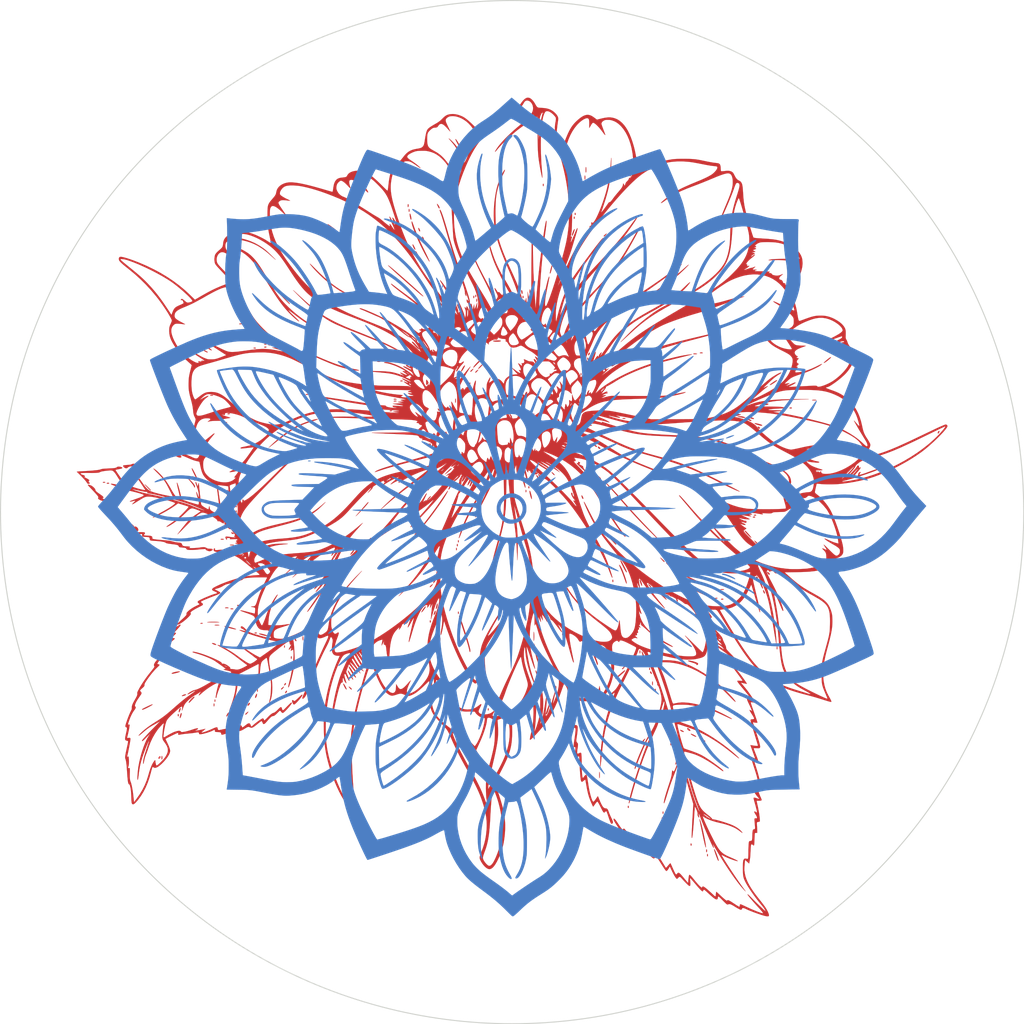
<source format=kicad_pcb>
(kicad_pcb (version 20221018) (generator pcbnew)
  (layers (0 "F.Cu" signal) (31 "B.Cu" signal) (34 "B.Paste" user) (35 "F.Paste" user) (36 "B.SilkS" user "B.Silkscreen") (37 "F.SilkS" user "F.Silkscreen") (38 "B.Mask" user) (39 "F.Mask" user) (44 "Edge.Cuts" user))
  (net 0 "")
  (footprint "LOGO" (layer "F.Cu") (at 50 49.5)
    (fp_text reference "G***" hide)
    (fp_text value "LOGO" hide)
  )
  (footprint "LOGO" (layer "F.Cu") (at 50 49.5)
    (fp_text reference "G***" hide)
    (fp_text value "LOGO" hide)
    (fp_poly (pts (xy -19.756627 -4.537733) (xy -19.709216 -4.531275) (xy -19.695228 -4.525783) (xy -19.686939 -4.499556) (xy -19.715756 -4.479505) (xy -19.776624 -4.467997) (xy -19.822583 -4.466166) (xy -19.888703 -4.470054) (xy -19.936217 -4.480038) (xy -19.950454 -4.488741) (xy -19.955933 -4.515702) (xy -19.929266 -4.532083) (xy -19.866558 -4.539453) (xy -19.822583 -4.54025) (xy -19.756627 -4.537733)) (stroke (width 0.01)) (fill solid) (layer "B.Cu"))
    (fp_poly (pts (xy -6.780631 -21.699597) (xy -6.765082 -21.657979) (xy -6.756711 -21.599015) (xy -6.757873 -21.535165) (xy -6.762386 -21.506988) (xy -6.781074 -21.457458) (xy -6.804285 -21.442723) (xy -6.82613 -21.466004) (xy -6.82818 -21.470981) (xy -6.835412 -21.515344) (xy -6.83452 -21.576613) (xy -6.827202 -21.639767) (xy -6.815157 -21.689784) (xy -6.801006 -21.711413) (xy -6.780631 -21.699597)) (stroke (width 0.01)) (fill solid) (layer "B.Cu"))
    (fp_poly (pts (xy 0.000139 -6.225828) (xy 0.02225 -6.188941) (xy 0.022917 -6.187232) (xy 0.034868 -6.132081) (xy 0.034957 -6.070794) (xy 0.025529 -6.013794) (xy 0.008933 -5.971504) (xy -0.012488 -5.954347) (xy -0.027869 -5.961591) (xy -0.037377 -5.991626) (xy -0.041781 -6.047494) (xy -0.041449 -6.114387) (xy -0.036747 -6.177499) (xy -0.028043 -6.222022) (xy -0.021127 -6.233608) (xy 0.000139 -6.225828)) (stroke (width 0.01)) (fill solid) (layer "B.Cu"))
    (fp_poly (pts (xy 21.692706 -7.012609) (xy 21.695834 -7.005753) (xy 21.676876 -6.982879) (xy 21.625053 -6.950506) (xy 21.547939 -6.911654) (xy 21.453107 -6.869344) (xy 21.348131 -6.826597) (xy 21.240585 -6.786434) (xy 21.138042 -6.751878) (xy 21.048077 -6.725947) (xy 20.978264 -6.711665) (xy 20.953968 -6.709833) (xy 20.909778 -6.712259) (xy 20.900834 -6.723807) (xy 20.915367 -6.745154) (xy 20.954348 -6.77646) (xy 21.020713 -6.81302) (xy 21.107423 -6.852485) (xy 21.207438 -6.892503) (xy 21.313718 -6.930725) (xy 21.419223 -6.964799) (xy 21.516914 -6.992375) (xy 21.599751 -7.011102) (xy 21.660696 -7.018631) (xy 21.692706 -7.012609)) (stroke (width 0.01)) (fill solid) (layer "B.Cu"))
    (fp_poly (pts (xy 20.69942 6.52636) (xy 20.832403 6.556246) (xy 20.98993 6.604642) (xy 21.168055 6.6705) (xy 21.343256 6.744074) (xy 21.504143 6.818838) (xy 21.631884 6.886005) (xy 21.724998 6.944534) (xy 21.782008 6.993382) (xy 21.801432 7.03151) (xy 21.785792 7.055655) (xy 21.762241 7.050622) (xy 21.706541 7.030743) (xy 21.625137 6.998559) (xy 21.524478 6.956611) (xy 21.420667 6.911695) (xy 21.233341 6.831246) (xy 21.066647 6.76357) (xy 20.924264 6.710006) (xy 20.809869 6.671891) (xy 20.72714 6.650565) (xy 20.691167 6.646334) (xy 20.625602 6.638331) (xy 20.566787 6.61791) (xy 20.522263 6.590447) (xy 20.499569 6.56132) (xy 20.506245 6.535905) (xy 20.522864 6.526305) (xy 20.594925 6.516031) (xy 20.69942 6.52636)) (stroke (width 0.01)) (fill solid) (layer "B.Cu"))
    (fp_poly (pts (xy 0.167986 -1.319401) (xy 0.29413 -1.292832) (xy 0.424813 -1.247483) (xy 0.573978 -1.180305) (xy 0.592613 -1.171206) (xy 0.693269 -1.118762) (xy 0.775478 -1.067204) (xy 0.852713 -1.006652) (xy 0.938451 -0.927223) (xy 0.976122 -0.889977) (xy 1.067262 -0.795196) (xy 1.134892 -0.714495) (xy 1.188379 -0.635288) (xy 1.23709 -0.544986) (xy 1.245209 -0.528373) (xy 1.311671 -0.377559) (xy 1.356707 -0.238922) (xy 1.383048 -0.098674) (xy 1.393421 0.05697) (xy 1.391724 0.211667) (xy 1.38625 0.332063) (xy 1.378145 0.423366) (xy 1.365155 0.498817) (xy 1.345029 0.571653) (xy 1.316918 0.651365) (xy 1.209401 0.880846) (xy 1.069129 1.084951) (xy 0.898805 1.261087) (xy 0.701136 1.406663) (xy 0.478825 1.519086) (xy 0.370417 1.558508) (xy 0.218808 1.59531) (xy 0.046286 1.61759) (xy -0.131158 1.624524) (xy -0.297532 1.615287) (xy -0.400922 1.598289) (xy -0.57549 1.543018) (xy -0.740005 1.457217) (xy -0.899714 1.337417) (xy -1.059863 1.180149) (xy -1.098507 1.136946) (xy -1.209003 1.003126) (xy -1.296978 0.877134) (xy -1.373935 0.741612) (xy -1.413165 0.662142) (xy -1.446201 0.590267) (xy -1.468606 0.531592) (xy -1.48283 0.47412) (xy -1.491324 0.405851) (xy -1.496537 0.314784) (xy -1.499228 0.240616) (xy -1.499138 0.191586) (xy -1.137744 0.191586) (xy -1.098197 0.389421) (xy -1.08968 0.415957) (xy -0.999874 0.624856) (xy -0.881791 0.806665) (xy -0.739108 0.959322) (xy -0.575503 1.080763) (xy -0.394652 1.168924) (xy -0.200235 1.221742) (xy 0.004073 1.237153) (xy 0.214592 1.213094) (xy 0.295429 1.193179) (xy 0.479854 1.123045) (xy 0.641769 1.025323) (xy 0.775479 0.904233) (xy 0.875289 0.763994) (xy 0.875605 0.763414) (xy 0.965292 0.559723) (xy 1.017349 0.351676) (xy 1.032755 0.143935) (xy 1.012495 -0.058839) (xy 0.957549 -0.251984) (xy 0.8689 -0.430837) (xy 0.747529 -0.590737) (xy 0.594421 -0.727021) (xy 0.555975 -0.75377) (xy 0.364674 -0.857347) (xy 0.167007 -0.92036) (xy -0.033304 -0.943361) (xy -0.232535 -0.9269) (xy -0.426964 -0.871527) (xy -0.612865 -0.777792) (xy -0.786518 -0.646246) (xy -0.891926 -0.53975) (xy -1.012261 -0.374229) (xy -1.093916 -0.194395) (xy -1.13603 -0.004405) (xy -1.137744 0.191586) (xy -1.499138 0.191586) (xy -1.498866 0.045382) (xy -1.481729 -0.123346) (xy -1.445015 -0.279022) (xy -1.385921 -0.435099) (xy -1.33721 -0.537194) (xy -1.276489 -0.647625) (xy -1.212816 -0.740693) (xy -1.134429 -0.832289) (xy -1.068994 -0.899583) (xy -0.898499 -1.052916) (xy -0.730115 -1.168712) (xy -0.555941 -1.250566) (xy -0.368073 -1.302072) (xy -0.15861 -1.326826) (xy -0.126454 -1.328388) (xy 0.032439 -1.330237) (xy 0.167986 -1.319401)) (stroke (width 0.01)) (fill solid) (layer "B.Cu"))
    (fp_poly (pts (xy 0.191057 -39.814035) (xy 0.277202 -39.741815) (xy 0.386957 -39.649164) (xy 0.511852 -39.54327) (xy 0.643413 -39.431323) (xy 0.77317 -39.32051) (xy 0.820752 -39.279756) (xy 1.337517 -38.856102) (xy 1.864551 -38.463431) (xy 2.414012 -38.092936) (xy 2.741084 -37.888797) (xy 3.206706 -37.592164) (xy 3.633505 -37.290461) (xy 4.024969 -36.980005) (xy 4.384584 -36.657116) (xy 4.715839 -36.318112) (xy 5.02222 -35.959312) (xy 5.307215 -35.577036) (xy 5.574312 -35.167602) (xy 5.826997 -34.727329) (xy 5.939959 -34.51225) (xy 6.097487 -34.195021) (xy 6.234674 -33.897518) (xy 6.355503 -33.609189) (xy 6.463954 -33.319479) (xy 6.564009 -33.017836) (xy 6.659649 -32.693704) (xy 6.742378 -32.385145) (xy 6.779802 -32.24088) (xy 6.813969 -32.110648) (xy 6.843417 -31.999905) (xy 6.866684 -31.914106) (xy 6.882307 -31.858709) (xy 6.888726 -31.839219) (xy 6.901786 -31.839983) (xy 6.933337 -31.852523) (xy 6.985925 -31.878216) (xy 7.062098 -31.918438) (xy 7.164404 -31.974568) (xy 7.295392 -32.047981) (xy 7.457608 -32.140055) (xy 7.653601 -32.252166) (xy 7.665953 -32.259252) (xy 8.085989 -32.494747) (xy 8.490862 -32.709878) (xy 8.891013 -32.909609) (xy 9.296886 -33.098901) (xy 9.718925 -33.282719) (xy 10.167572 -33.466024) (xy 10.383146 -33.550526) (xy 10.567571 -33.621191) (xy 10.773176 -33.698587) (xy 10.996755 -33.781597) (xy 11.235103 -33.869101) (xy 11.485014 -33.959981) (xy 11.743283 -34.053116) (xy 12.006705 -34.14739) (xy 12.272074 -34.241681) (xy 12.536185 -34.334873) (xy 12.795833 -34.425845) (xy 13.047811 -34.513478) (xy 13.288915 -34.596655) (xy 13.51594 -34.674255) (xy 13.725679 -34.74516) (xy 13.914927 -34.808251) (xy 14.08048 -34.862409) (xy 14.219132 -34.906515) (xy 14.327676 -34.93945) (xy 14.402909 -34.960096) (xy 14.441624 -34.967332) (xy 14.441834 -34.967333) (xy 14.461915 -34.960253) (xy 14.486284 -34.936691) (xy 14.516909 -34.893161) (xy 14.555757 -34.826179) (xy 14.604795 -34.73226) (xy 14.665993 -34.607921) (xy 14.741316 -34.449676) (xy 14.776627 -34.374424) (xy 14.886253 -34.136752) (xy 15.004416 -33.874513) (xy 15.129457 -33.59175) (xy 15.259715 -33.292507) (xy 15.393532 -32.980827) (xy 15.529247 -32.660754) (xy 15.665202 -32.33633) (xy 15.799736 -32.0116) (xy 15.931191 -31.690606) (xy 16.057906 -31.377393) (xy 16.178222 -31.076003) (xy 16.29048 -30.790481) (xy 16.393019 -30.524868) (xy 16.484181 -30.28321) (xy 16.562305 -30.069549) (xy 16.625733 -29.887929) (xy 16.657021 -29.792964) (xy 16.728384 -29.554359) (xy 16.799914 -29.28704) (xy 16.869903 -28.999435) (xy 16.936644 -28.699973) (xy 16.998431 -28.397085) (xy 17.053554 -28.099199) (xy 17.100309 -27.814744) (xy 17.136986 -27.55215) (xy 17.16188 -27.319846) (xy 17.164593 -27.286848) (xy 17.17397 -27.188961) (xy 17.185101 -27.106131) (xy 17.19651 -27.047808) (xy 17.205596 -27.024271) (xy 17.222078 -27.019512) (xy 17.253006 -27.02717) (xy 17.301685 -27.049066) (xy 17.371417 -27.087024) (xy 17.465504 -27.142866) (xy 17.587251 -27.218414) (xy 17.739961 -27.31549) (xy 17.78 -27.341176) (xy 18.070662 -27.518708) (xy 18.388365 -27.69633) (xy 18.722979 -27.869159) (xy 19.064374 -28.032314) (xy 19.402417 -28.180912) (xy 19.726979 -28.310071) (xy 19.966711 -28.394994) (xy 20.317047 -28.498375) (xy 20.695799 -28.586856) (xy 21.091834 -28.658862) (xy 21.494017 -28.712821) (xy 21.891214 -28.747157) (xy 22.272292 -28.760295) (xy 22.520985 -28.75614) (xy 22.798233 -28.740796) (xy 23.060626 -28.717126) (xy 23.317556 -28.683565) (xy 23.578417 -28.638554) (xy 23.852604 -28.580528) (xy 24.149511 -28.507927) (xy 24.375189 -28.44779) (xy 24.605458 -28.385287) (xy 24.808644 -28.331927) (xy 24.990643 -28.286989) (xy 25.15735 -28.249749) (xy 25.314662 -28.219485) (xy 25.468474 -28.195474) (xy 25.624681 -28.176995) (xy 25.78918 -28.163325) (xy 25.967867 -28.153742) (xy 26.166636 -28.147523) (xy 26.391384 -28.143945) (xy 26.648007 -28.142287) (xy 26.871999 -28.141863) (xy 27.10971 -28.141594) (xy 27.308757 -28.14109) (xy 27.472808 -28.140221) (xy 27.605532 -28.138858) (xy 27.710597 -28.136874) (xy 27.791672 -28.134138) (xy 27.852426 -28.130523) (xy 27.896527 -28.125899) (xy 27.927644 -28.120139) (xy 27.949446 -28.113111) (xy 27.965601 -28.104689) (xy 27.967615 -28.103396) (xy 28.008718 -28.06572) (xy 28.015034 -28.024071) (xy 28.013895 -28.018729) (xy 28.000407 -27.95261) (xy 27.988831 -27.872907) (xy 27.97898 -27.77593) (xy 27.970665 -27.657984) (xy 27.9637 -27.51538) (xy 27.957896 -27.344423) (xy 27.953067 -27.141423) (xy 27.949025 -26.902687) (xy 27.946277 -26.68748) (xy 27.943361 -26.378296) (xy 27.942271 -26.099452) (xy 27.943353 -25.844589) (xy 27.946954 -25.607346) (xy 27.95342 -25.381362) (xy 27.9631 -25.160276) (xy 27.976338 -24.937728) (xy 27.993482 -24.707357) (xy 28.014879 -24.462803) (xy 28.040876 -24.197705) (xy 28.071818 -23.905702) (xy 28.108053 -23.580434) (xy 28.12261 -23.452666) (xy 28.153135 -23.141973) (xy 28.17362 -22.835153) (xy 28.184022 -22.538744) (xy 28.184298 -22.259287) (xy 28.174403 -22.003322) (xy 28.154297 -21.777387) (xy 28.134534 -21.642916) (xy 28.02518 -21.120528) (xy 27.884365 -20.613797) (xy 27.709518 -20.115047) (xy 27.498068 -19.616601) (xy 27.358598 -19.326526) (xy 27.212168 -19.043338) (xy 27.067282 -18.783437) (xy 26.916595 -18.534907) (xy 26.752761 -18.285836) (xy 26.568434 -18.024309) (xy 26.488039 -17.914513) (xy 26.389963 -17.780852) (xy 26.315626 -17.67714) (xy 26.262779 -17.599908) (xy 26.229174 -17.545688) (xy 26.212562 -17.51101) (xy 26.210695 -17.492405) (xy 26.212565 -17.489546) (xy 26.237707 -17.483495) (xy 26.297449 -17.476368) (xy 26.384097 -17.468878) (xy 26.489956 -17.461735) (xy 26.549038 -17.458446) (xy 26.829308 -17.439609) (xy 27.140991 -17.411026) (xy 27.475671 -17.373936) (xy 27.824932 -17.329579) (xy 28.180356 -17.279194) (xy 28.533529 -17.22402) (xy 28.876032 -17.165296) (xy 29.199451 -17.104262) (xy 29.495369 -17.042157) (xy 29.696834 -16.994968) (xy 29.867725 -16.951266) (xy 30.036425 -16.904953) (xy 30.205536 -16.854954) (xy 30.377658 -16.800192) (xy 30.555392 -16.739591) (xy 30.741338 -16.672075) (xy 30.938097 -16.596569) (xy 31.148269 -16.511995) (xy 31.374456 -16.417278) (xy 31.619257 -16.311341) (xy 31.885275 -16.193109) (xy 32.175109 -16.061505) (xy 32.491359 -15.915453) (xy 32.836628 -15.753878) (xy 33.213514 -15.575702) (xy 33.62462 -15.37985) (xy 33.782 -15.304567) (xy 34.067723 -15.166832) (xy 34.316834 -15.044549) (xy 34.531565 -14.936329) (xy 34.714143 -14.840786) (xy 34.866798 -14.756533) (xy 34.99176 -14.682181) (xy 35.091257 -14.616342) (xy 35.16752 -14.55763) (xy 35.222777 -14.504657) (xy 35.259258 -14.456035) (xy 35.279191 -14.410376) (xy 35.284834 -14.369172) (xy 35.276533 -14.307976) (xy 35.2524 -14.210883) (xy 35.213587 -14.080773) (xy 35.161248 -13.920524) (xy 35.096533 -13.733017) (xy 35.020597 -13.52113) (xy 34.934592 -13.287744) (xy 34.839671 -13.035737) (xy 34.736986 -12.76799) (xy 34.62769 -12.487381) (xy 34.512935 -12.19679) (xy 34.393875 -11.899096) (xy 34.271662 -11.59718) (xy 34.147449 -11.29392) (xy 34.022388 -10.992196) (xy 33.897632 -10.694887) (xy 33.774334 -10.404873) (xy 33.653647 -10.125033) (xy 33.536722 -9.858247) (xy 33.424714 -9.607394) (xy 33.318773 -9.375353) (xy 33.220054 -9.165005) (xy 33.129709 -8.979228) (xy 33.116871 -8.9535) (xy 32.959175 -8.647134) (xy 32.792623 -8.340818) (xy 32.612822 -8.026924) (xy 32.415379 -7.697825) (xy 32.195898 -7.345896) (xy 32.141357 -7.260166) (xy 32.026608 -7.079612) (xy 31.93367 -6.931427) (xy 31.860901 -6.812739) (xy 31.806656 -6.720675) (xy 31.769293 -6.652364) (xy 31.747167 -6.604933) (xy 31.738634 -6.57551) (xy 31.741618 -6.561627) (xy 31.763948 -6.551679) (xy 31.815668 -6.538248) (xy 31.898952 -6.520929) (xy 32.015976 -6.499315) (xy 32.168915 -6.473) (xy 32.359945 -6.441577) (xy 32.533167 -6.413836) (xy 33.041165 -6.314152) (xy 33.555374 -6.176525) (xy 34.07 -6.003609) (xy 34.579253 -5.79806) (xy 35.077339 -5.56253) (xy 35.558466 -5.299673) (xy 36.016842 -5.012145) (xy 36.446675 -4.702597) (xy 36.681834 -4.512992) (xy 36.813412 -4.399699) (xy 36.938617 -4.286087) (xy 37.060357 -4.168772) (xy 37.181536 -4.044372) (xy 37.305061 -3.909505) (xy 37.433839 -3.760787) (xy 37.570777 -3.594836) (xy 37.718779 -3.408269) (xy 37.880754 -3.197704) (xy 38.059608 -2.959757) (xy 38.258246 -2.691046) (xy 38.322443 -2.6035) (xy 38.616992 -2.209075) (xy 38.902742 -1.843408) (xy 39.18804 -1.496554) (xy 39.481233 -1.158563) (xy 39.790667 -0.81949) (xy 40.03919 -0.557696) (xy 40.148549 -0.443793) (xy 40.247712 -0.339689) (xy 40.333032 -0.249278) (xy 40.400862 -0.176454) (xy 40.447556 -0.125112) (xy 40.469468 -0.099145) (xy 40.470667 -0.096928) (xy 40.457388 -0.078155) (xy 40.419863 -0.031523) (xy 40.361559 0.038828) (xy 40.28594 0.128755) (xy 40.196474 0.234115) (xy 40.096627 0.350766) (xy 40.073792 0.377324) (xy 39.862741 0.624189) (xy 39.656314 0.869086) (xy 39.449336 1.118326) (xy 39.236632 1.378222) (xy 39.013026 1.655085) (xy 38.773342 1.955226) (xy 38.586751 2.19075) (xy 38.389775 2.438448) (xy 38.212864 2.657057) (xy 38.051377 2.851861) (xy 37.900671 3.028145) (xy 37.756104 3.191195) (xy 37.613032 3.346295) (xy 37.466815 3.498731) (xy 37.312807 3.653787) (xy 37.229422 3.735917) (xy 36.863302 4.081604) (xy 36.505901 4.392455) (xy 36.15078 4.673158) (xy 35.791498 4.928403) (xy 35.421615 5.162878) (xy 35.034691 5.381273) (xy 34.81019 5.497285) (xy 34.585767 5.603319) (xy 34.338224 5.708859) (xy 34.074175 5.811828) (xy 33.800237 5.910149) (xy 33.523026 6.001743) (xy 33.249158 6.084533) (xy 32.985248 6.156441) (xy 32.737913 6.215389) (xy 32.513769 6.2593) (xy 32.319431 6.286096) (xy 32.28975 6.288807) (xy 32.150967 6.30143) (xy 32.048985 6.314034) (xy 31.978311 6.328478) (xy 31.933454 6.346623) (xy 31.908922 6.370326) (xy 31.899225 6.401447) (xy 31.898221 6.42136) (xy 31.902016 6.454944) (xy 31.914932 6.495735) (xy 31.939344 6.547712) (xy 31.977626 6.614849) (xy 32.032153 6.701124) (xy 32.105299 6.810512) (xy 32.199438 6.94699) (xy 32.285352 7.069667) (xy 32.504768 7.389672) (xy 32.710261 7.706861) (xy 32.904236 8.026) (xy 33.089095 8.35186) (xy 33.267244 8.689207) (xy 33.441085 9.042811) (xy 33.613024 9.417439) (xy 33.785464 9.81786) (xy 33.960808 10.248843) (xy 34.141462 10.715156) (xy 34.195497 10.8585) (xy 34.28408 11.097114) (xy 34.376498 11.35027) (xy 34.471364 11.613889) (xy 34.567289 11.883888) (xy 34.662884 12.156188) (xy 34.75676 12.426706) (xy 34.847529 12.691361) (xy 34.933802 12.946073) (xy 35.014191 13.18676) (xy 35.087307 13.409341) (xy 35.151762 13.609735) (xy 35.206166 13.78386) (xy 35.249132 13.927636) (xy 35.279271 14.036982) (xy 35.285554 14.062253) (xy 35.312069 14.183337) (xy 35.324425 14.272413) (xy 35.322351 14.337464) (xy 35.305578 14.386473) (xy 35.273833 14.427423) (xy 35.273159 14.428099) (xy 35.234798 14.455485) (xy 35.159675 14.498468) (xy 35.04997 14.55605) (xy 34.907864 14.627227) (xy 34.735538 14.711001) (xy 34.535172 14.80637) (xy 34.308949 14.912332) (xy 34.059047 15.027888) (xy 33.787648 15.152037) (xy 33.496933 15.283777) (xy 33.189082 15.422108) (xy 32.866277 15.566028) (xy 32.530698 15.714538) (xy 32.184526 15.866636) (xy 31.829942 16.021322) (xy 31.469125 16.177594) (xy 31.337634 16.234259) (xy 30.898699 16.416857) (xy 30.478226 16.578064) (xy 30.069881 16.719339) (xy 29.667327 16.842147) (xy 29.264233 16.947948) (xy 28.854261 17.038204) (xy 28.431079 17.114378) (xy 27.988352 17.177931) (xy 27.519745 17.230324) (xy 27.018924 17.273021) (xy 26.759156 17.290889) (xy 26.654307 17.298419) (xy 26.565289 17.306363) (xy 26.500318 17.313873) (xy 26.467612 17.320102) (xy 26.465572 17.321206) (xy 26.458667 17.340256) (xy 26.46552 17.373686) (xy 26.488102 17.425295) (xy 26.528386 17.498881) (xy 26.588344 17.598241) (xy 26.669949 17.727174) (xy 26.70316 17.778707) (xy 26.860405 18.025855) (xy 26.998214 18.251863) (xy 27.123445 18.468773) (xy 27.242956 18.688624) (xy 27.363602 18.923456) (xy 27.421168 19.039417) (xy 27.56394 19.336948) (xy 27.684878 19.606055) (xy 27.78612 19.853202) (xy 27.869805 20.084856) (xy 27.938072 20.307482) (xy 27.993061 20.527547) (xy 28.03691 20.751517) (xy 28.071758 20.985856) (xy 28.075872 21.0185) (xy 28.126791 21.549912) (xy 28.15054 22.102355) (xy 28.147109 22.678774) (xy 28.11649 23.28211) (xy 28.067468 23.833667) (xy 28.042393 24.076334) (xy 28.022106 24.286142) (xy 28.006127 24.472236) (xy 27.993972 24.643762) (xy 27.985159 24.809864) (xy 27.979206 24.979687) (xy 27.97563 25.162377) (xy 27.97395 25.367079) (xy 27.973683 25.602937) (xy 27.973693 25.611667) (xy 27.974438 25.84054) (xy 27.976266 26.034776) (xy 27.979471 26.202061) (xy 27.984347 26.350084) (xy 27.991188 26.486533) (xy 28.000288 26.619095) (xy 28.011941 26.755459) (xy 28.021038 26.849917) (xy 28.035538 26.995785) (xy 28.049456 27.136499) (xy 28.061945 27.263419) (xy 28.072153 27.367904) (xy 28.079231 27.441312) (xy 28.08053 27.455053) (xy 28.093613 27.594522) (xy 26.826181 27.609375) (xy 26.506857 27.613337) (xy 26.225731 27.617472) (xy 25.978669 27.622098) (xy 25.761537 27.627534) (xy 25.5702 27.634098) (xy 25.400524 27.642108) (xy 25.248375 27.651882) (xy 25.109618 27.663739) (xy 24.980119 27.677997) (xy 24.855743 27.694975) (xy 24.732356 27.714991) (xy 24.605823 27.738363) (xy 24.472011 27.765409) (xy 24.326784 27.796449) (xy 24.28875 27.804751) (xy 23.990267 27.868873) (xy 23.725707 27.922865) (xy 23.488187 27.967869) (xy 23.270826 28.005025) (xy 23.066741 28.035473) (xy 22.869048 28.060354) (xy 22.670866 28.080808) (xy 22.568723 28.089792) (xy 22.392833 28.100483) (xy 22.190834 28.106129) (xy 21.972551 28.106981) (xy 21.747806 28.103292) (xy 21.526422 28.095314) (xy 21.318222 28.0833) (xy 21.133028 28.067503) (xy 20.98675 28.049127) (xy 20.502416 27.958751) (xy 20.018079 27.837105) (xy 19.525012 27.681885) (xy 19.32422 27.610188) (xy 19.077791 27.516573) (xy 18.855773 27.42557) (xy 18.649277 27.332661) (xy 18.449412 27.233331) (xy 18.247285 27.123059) (xy 18.034006 26.997329) (xy 17.800683 26.851623) (xy 17.685619 26.777582) (xy 17.53219 26.678303) (xy 17.41035 26.600088) (xy 17.316291 26.540781) (xy 17.246204 26.498226) (xy 17.196282 26.470268) (xy 17.162716 26.454753) (xy 17.141697 26.449524) (xy 17.129418 26.452426) (xy 17.123237 26.459299) (xy 17.111654 26.494037) (xy 17.100084 26.55314) (xy 17.096017 26.582232) (xy 17.045163 26.984874) (xy 16.995373 27.350196) (xy 16.945636 27.68316) (xy 16.894944 27.98873) (xy 16.842286 28.271867) (xy 16.786652 28.537534) (xy 16.727033 28.790693) (xy 16.662419 29.036308) (xy 16.5918 29.27934) (xy 16.514166 29.524752) (xy 16.470843 29.6545) (xy 16.38727 29.89501) (xy 16.293609 30.154315) (xy 16.191218 30.429228) (xy 16.081456 30.716565) (xy 15.965681 31.013139) (xy 15.845253 31.315766) (xy 15.72153 31.621259) (xy 15.595871 31.926434) (xy 15.469634 32.228104) (xy 15.344179 32.523084) (xy 15.220863 32.808189) (xy 15.101045 33.080233) (xy 14.986085 33.336031) (xy 14.87734 33.572396) (xy 14.77617 33.786144) (xy 14.683934 33.974089) (xy 14.601989 34.133046) (xy 14.531694 34.259828) (xy 14.474409 34.351251) (xy 14.457861 34.374075) (xy 14.417812 34.426399) (xy 14.262698 34.376815) (xy 14.122819 34.331035) (xy 13.948404 34.272216) (xy 13.744549 34.202187) (xy 13.516354 34.122777) (xy 13.268919 34.035816) (xy 13.00734 33.943132) (xy 12.736718 33.846555) (xy 12.462152 33.747914) (xy 12.188739 33.649039) (xy 11.921578 33.551758) (xy 11.66577 33.457901) (xy 11.426411 33.369297) (xy 11.208602 33.287775) (xy 11.01744 33.215164) (xy 10.922 33.178326) (xy 10.342579 32.946128) (xy 9.785135 32.708881) (xy 9.253318 32.468316) (xy 8.750776 32.226164) (xy 8.281158 31.984155) (xy 7.848112 31.744021) (xy 7.641167 31.622019) (xy 7.46971 31.518824) (xy 7.330892 31.435783) (xy 7.2212 31.371028) (xy 7.137118 31.32269) (xy 7.075132 31.288901) (xy 7.031728 31.267791) (xy 7.003392 31.257493) (xy 6.986609 31.256136) (xy 6.977865 31.261853) (xy 6.975044 31.267815) (xy 6.960329 31.317517) (xy 6.944226 31.384673) (xy 6.925775 31.474203) (xy 6.904017 31.591024) (xy 6.87799 31.740057) (xy 6.847876 31.919334) (xy 6.744331 32.461589) (xy 6.6182 32.972243) (xy 6.467797 33.456506) (xy 6.291436 33.919591) (xy 6.087431 34.366709) (xy 6.002361 34.533417) (xy 5.78129 34.93039) (xy 5.548174 35.300313) (xy 5.297464 35.650351) (xy 5.023615 35.987672) (xy 4.721078 36.319442) (xy 4.384308 36.652826) (xy 4.302803 36.729208) (xy 4.151729 36.868294) (xy 4.015868 36.990231) (xy 3.889496 37.0993) (xy 3.766889 37.199788) (xy 3.642323 37.295977) (xy 3.510074 37.392152) (xy 3.364418 37.492597) (xy 3.199632 37.601595) (xy 3.009991 37.723431) (xy 2.789771 37.862389) (xy 2.783417 37.866375) (xy 2.485393 38.055936) (xy 2.218751 38.231715) (xy 1.976955 38.398759) (xy 1.753471 38.562109) (xy 1.541763 38.72681) (xy 1.335296 38.897906) (xy 1.127533 39.08044) (xy 0.91194 39.279457) (xy 0.741495 39.442261) (xy 0.565023 39.610657) (xy 0.41589 39.748155) (xy 0.293263 39.85545) (xy 0.196304 39.933238) (xy 0.124179 39.982214) (xy 0.07605 40.003073) (xy 0.066463 40.003962) (xy 0.027019 39.991573) (xy -0.025015 39.962452) (xy -0.033921 39.956337) (xy -0.065007 39.929903) (xy -0.121513 39.877414) (xy -0.199181 39.803001) (xy -0.293754 39.710797) (xy -0.400973 39.604934) (xy -0.516581 39.489545) (xy -0.563088 39.442787) (xy -0.831812 39.177402) (xy -1.100191 38.923671) (xy -1.373856 38.676825) (xy -1.65844 38.432097) (xy -1.959575 38.184719) (xy -2.282891 37.929923) (xy -2.634022 37.662943) (xy -2.888238 37.474439) (xy -3.206757 37.237593) (xy -3.490873 37.020412) (xy -3.742691 36.82113) (xy -3.964316 36.637978) (xy -4.157851 36.46919) (xy -4.325401 36.312998) (xy -4.46907 36.167635) (xy -4.549935 36.078927) (xy -4.86416 35.696989) (xy -5.166219 35.280915) (xy -5.451725 34.838183) (xy -5.716294 34.37627) (xy -5.955542 33.902652) (xy -6.165081 33.424806) (xy -6.275723 33.136417) (xy -6.356099 32.900839) (xy -6.424355 32.668789) (xy -6.483712 32.427626) (xy -6.537391 32.164711) (xy -6.569638 31.982834) (xy -6.63575 31.59125) (xy -6.697843 31.595767) (xy -6.757494 31.609806) (xy -6.848467 31.645747) (xy -6.971563 31.703983) (xy -7.127583 31.784907) (xy -7.317329 31.888912) (xy -7.46125 31.97029) (xy -7.715865 32.111666) (xy -7.977778 32.248792) (xy -8.250789 32.38329) (xy -8.538697 32.51678) (xy -8.8453 32.650884) (xy -9.174398 32.787221) (xy -9.529791 32.927413) (xy -9.915276 33.073081) (xy -10.334655 33.225845) (xy -10.742083 33.369995) (xy -10.905082 33.42661) (xy -11.089172 33.489904) (xy -11.290936 33.558747) (xy -11.506955 33.632008) (xy -11.733811 33.708556) (xy -11.968087 33.78726) (xy -12.206364 33.866989) (xy -12.445225 33.946611) (xy -12.681251 34.024996) (xy -12.911024 34.101013) (xy -13.131127 34.173531) (xy -13.338141 34.241418) (xy -13.528649 34.303544) (xy -13.699232 34.358779) (xy -13.846473 34.405989) (xy -13.966953 34.444046) (xy -14.057254 34.471817) (xy -14.113959 34.488172) (xy -14.133455 34.492192) (xy -14.155185 34.468054) (xy -14.192102 34.408253) (xy -14.242709 34.316033) (xy -14.305508 34.194638) (xy -14.379004 34.047314) (xy -14.461698 33.877303) (xy -14.552094 33.68785) (xy -14.648695 33.4822) (xy -14.750004 33.263596) (xy -14.854524 33.035282) (xy -14.960758 32.800504) (xy -15.067209 32.562504) (xy -15.17238 32.324527) (xy -15.274773 32.089818) (xy -15.372893 31.861621) (xy -15.465242 31.643179) (xy -15.550322 31.437737) (xy -15.603911 31.3055) (xy -15.797852 30.808416) (xy -15.969722 30.337639) (xy -16.121814 29.884855) (xy -16.256419 29.441752) (xy -16.37583 29.000017) (xy -16.482339 28.551336) (xy -16.578238 28.087397) (xy -16.66582 27.599886) (xy -16.721577 27.252084) (xy -16.759995 27.004449) (xy -16.792951 26.798039) (xy -16.820576 26.632113) (xy -16.842998 26.505933) (xy -16.860347 26.41876) (xy -16.872752 26.369855) (xy -16.87799 26.358454) (xy -16.902344 26.363277) (xy -16.956315 26.394125) (xy -17.037478 26.449361) (xy -17.143405 26.527347) (xy -17.250833 26.610088) (xy -17.665041 26.908067) (xy -18.111032 27.178491) (xy -18.588197 27.42106) (xy -19.095928 27.635475) (xy -19.633615 27.821437) (xy -19.84375 27.884034) (xy -20.230102 27.985333) (xy -20.61072 28.066123) (xy -20.998529 28.128628) (xy -21.406454 28.175071) (xy -21.6535 28.195249) (xy -21.816515 28.205021) (xy -21.975056 28.210272) (xy -22.133193 28.210541) (xy -22.294997 28.205366) (xy -22.464538 28.194288) (xy -22.645887 28.176846) (xy -22.843114 28.152579) (xy -23.060291 28.121028) (xy -23.301488 28.081731) (xy -23.570775 28.034228) (xy -23.872223 27.978058) (xy -24.209903 27.912761) (xy -24.290481 27.896924) (xy -24.560707 27.843947) (xy -24.795962 27.798796) (xy -25.002744 27.760792) (xy -25.187551 27.729257) (xy -25.356882 27.703511) (xy -25.517235 27.682876) (xy -25.675109 27.666673) (xy -25.837003 27.654223) (xy -26.009415 27.644847) (xy -26.198844 27.637867) (xy -26.411787 27.632602) (xy -26.654744 27.628375) (xy -26.893016 27.625048) (xy -27.888615 27.611917) (xy -27.83059 27.233985) (xy -27.793665 26.98487) (xy -27.764012 26.762481) (xy -27.740895 26.556927) (xy -27.723583 26.358318) (xy -27.711341 26.156761) (xy -27.703435 25.942365) (xy -27.699132 25.705239) (xy -27.697705 25.442334) (xy -27.698366 25.189386) (xy -27.701244 24.970493) (xy -27.706849 24.777409) (xy -27.715693 24.601891) (xy -27.728284 24.435692) (xy -27.745133 24.27057) (xy -27.766751 24.098278) (xy -27.791668 23.92381) (xy -27.811677 23.78958) (xy -27.834781 23.634496) (xy -27.857849 23.479575) (xy -27.874454 23.368) (xy -27.925224 23.00153) (xy -27.962787 22.668585) (xy -27.987061 22.362445) (xy -27.987589 22.348579) (xy -26.686116 22.348579) (xy -26.682625 22.59856) (xy -26.665121 22.863985) (xy -26.63402 23.153461) (xy -26.595075 23.439414) (xy -26.543431 23.807518) (xy -26.498454 24.163488) (xy -26.459028 24.518146) (xy -26.424033 24.882313) (xy -26.392353 25.266811) (xy -26.36287 25.682464) (xy -26.361954 25.696334) (xy -26.352371 25.839596) (xy -26.343497 25.96802) (xy -26.335752 26.075838) (xy -26.329559 26.157281) (xy -26.32534 26.206582) (xy -26.323723 26.218998) (xy -26.302572 26.223754) (xy -26.246963 26.234168) (xy -26.164193 26.248926) (xy -26.061561 26.266717) (xy -26.002696 26.276743) (xy -25.916551 26.291876) (xy -25.794626 26.314091) (xy -25.64268 26.342298) (xy -25.466472 26.375412) (xy -25.271758 26.412346) (xy -25.064299 26.452013) (xy -24.849852 26.493326) (xy -24.659166 26.530328) (xy -24.31399 26.597127) (xy -24.006284 26.65561) (xy -23.732117 26.706279) (xy -23.487555 26.749641) (xy -23.268665 26.786199) (xy -23.071514 26.816458) (xy -22.89217 26.840922) (xy -22.726699 26.860095) (xy -22.571168 26.874483) (xy -22.421645 26.884589) (xy -22.274197 26.890918) (xy -22.12489 26.893974) (xy -21.969792 26.894263) (xy -21.833416 26.892754) (xy -21.619129 26.88766) (xy -21.430131 26.879614) (xy -21.271579 26.868914) (xy -21.148631 26.855858) (xy -21.119836 26.851588) (xy -20.586028 26.747509) (xy -20.063474 26.609038) (xy -19.546856 26.4344) (xy -19.030851 26.22182) (xy -18.573011 26.001935) (xy -18.207772 25.805018) (xy -18.110535 25.74602) (xy -15.722552 25.74602) (xy -15.715923 26.05926) (xy -15.698784 26.371773) (xy -15.671024 26.676577) (xy -15.641537 26.907145) (xy -15.602074 27.142106) (xy -15.55124 27.381181) (xy -15.487768 27.627939) (xy -15.41039 27.88595) (xy -15.317839 28.158782) (xy -15.208847 28.450005) (xy -15.082148 28.763187) (xy -14.936474 29.101898) (xy -14.770557 29.469707) (xy -14.608041 29.81766) (xy -14.49212 30.06021) (xy -14.37112 30.309121) (xy -14.246941 30.560759) (xy -14.121482 30.811485) (xy -13.996642 31.057664) (xy -13.874321 31.295658) (xy -13.756419 31.521832) (xy -13.644833 31.732548) (xy -13.541465 31.924171) (xy -13.448213 32.093063) (xy -13.366977 32.235588) (xy -13.299655 32.348109) (xy -13.248148 32.426991) (xy -13.237619 32.44149) (xy -13.1873 32.508563) (xy -12.917192 32.438529) (xy -12.793064 32.405682) (xy -12.662102 32.369927) (xy -12.540989 32.335876) (xy -12.456583 32.311216) (xy -11.952528 32.15898) (xy -11.48704 32.016851) (xy -11.057809 31.88394) (xy -10.662525 31.759353) (xy -10.298874 31.6422) (xy -9.964547 31.531588) (xy -9.657233 31.426624) (xy -9.374619 31.326419) (xy -9.114396 31.230079) (xy -8.874252 31.136713) (xy -8.651875 31.045429) (xy -8.444955 30.955336) (xy -8.25118 30.865541) (xy -8.06824 30.775152) (xy -8.036531 30.758449) (xy -5.359848 30.758449) (xy -5.356468 30.934854) (xy -5.349519 31.10673) (xy -5.339084 31.264744) (xy -5.325543 31.397227) (xy -5.237647 31.918549) (xy -5.109007 32.432269) (xy -4.940973 32.935304) (xy -4.734891 33.42457) (xy -4.492111 33.896986) (xy -4.21398 34.349467) (xy -3.901846 34.77893) (xy -3.782494 34.926016) (xy -3.647176 35.082025) (xy -3.503758 35.23489) (xy -3.348903 35.387406) (xy -3.179272 35.542368) (xy -2.991528 35.70257) (xy -2.782333 35.870809) (xy -2.548349 36.049878) (xy -2.286237 36.242574) (xy -1.992661 36.451691) (xy -1.799166 36.586801) (xy -1.572713 36.745869) (xy -1.346189 36.908666) (xy -1.124661 37.071346) (xy -0.913197 37.23006) (xy -0.716865 37.380961) (xy -0.540734 37.520201) (xy -0.389869 37.643932) (xy -0.269341 37.748307) (xy -0.269285 37.748357) (xy -0.183362 37.824841) (xy -0.108 37.890147) (xy -0.048931 37.939449) (xy -0.011883 37.967922) (xy -0.002567 37.973) (xy 0.021408 37.961033) (xy 0.069533 37.929266) (xy 0.132551 37.883902) (xy 0.150302 37.870593) (xy 0.27349 37.779557) (xy 0.427107 37.669429) (xy 0.605832 37.543791) (xy 0.804346 37.406224) (xy 1.017327 37.260313) (xy 1.239457 37.109639) (xy 1.465416 36.957784) (xy 1.689882 36.808332) (xy 1.907537 36.664865) (xy 2.113061 36.530966) (xy 2.301132 36.410216) (xy 2.466432 36.306199) (xy 2.546885 36.256707) (xy 2.80096 36.095327) (xy 3.026061 35.936796) (xy 3.23383 35.772026) (xy 3.435909 35.59193) (xy 3.58775 35.444333) (xy 3.927497 35.074464) (xy 4.241604 34.67283) (xy 4.528355 34.242593) (xy 4.786037 33.786912) (xy 5.012932 33.308949) (xy 5.207326 32.811864) (xy 5.367503 32.298817) (xy 5.432082 32.046334) (xy 5.48826 31.783484) (xy 5.534329 31.513437) (xy 5.569719 31.243355) (xy 5.593858 30.980396) (xy 5.606174 30.731721) (xy 5.606097 30.50449) (xy 5.593055 30.305863) (xy 5.57902 30.204834) (xy 5.545979 30.042952) (xy 5.502103 29.878358) (xy 5.445552 29.706721) (xy 5.37449 29.523712) (xy 5.287079 29.324999) (xy 5.181479 29.106252) (xy 5.055854 28.863141) (xy 4.908365 28.591335) (xy 4.848492 28.483714) (xy 4.641594 28.100254) (xy 4.461117 27.735588) (xy 4.302412 27.379759) (xy 4.160831 27.022807) (xy 4.13946 26.964936) (xy 4.101722 26.857829) (xy 4.060512 26.734297) (xy 4.017945 26.601411) (xy 3.976132 26.466245) (xy 3.937186 26.335871) (xy 3.903221 26.217362) (xy 3.876349 26.117789) (xy 3.858682 26.044227) (xy 3.852334 26.003771) (xy 3.840761 25.968393) (xy 3.824341 25.941309) (xy 3.811911 25.926791) (xy 3.797475 25.917914) (xy 3.778673 25.916586) (xy 3.753143 25.924715) (xy 3.718526 25.944209) (xy 3.672461 25.976977) (xy 3.612588 26.024927) (xy 3.536548 26.089967) (xy 3.441978 26.174005) (xy 3.32652 26.27895) (xy 3.187813 26.40671) (xy 3.023497 26.559193) (xy 2.831212 26.738307) (xy 2.783417 26.782878) (xy 2.648565 26.908874) (xy 2.523643 27.026025) (xy 2.411994 27.131161) (xy 2.316963 27.221114) (xy 2.241897 27.292714) (xy 2.190139 27.342792) (xy 2.165035 27.368179) (xy 2.163198 27.370514) (xy 2.170569 27.392772) (xy 2.194628 27.447614) (xy 2.232929 27.529861) (xy 2.283023 27.634335) (xy 2.342464 27.755858) (xy 2.40113 27.873929) (xy 2.550568 28.176566) (xy 2.681545 28.451128) (xy 2.797493 28.705774) (xy 2.901845 28.948661) (xy 2.998032 29.187948) (xy 3.089488 29.431793) (xy 3.179643 29.688354) (xy 3.239293 29.866167) (xy 3.337789 30.181303) (xy 3.42793 30.503151) (xy 3.508484 30.82554) (xy 3.578219 31.142298) (xy 3.635904 31.447252) (xy 3.680306 31.734232) (xy 3.710193 31.997065) (xy 3.724332 32.229579) (xy 3.725334 32.300759) (xy 3.717702 32.472283) (xy 3.696095 32.674114) (xy 3.662441 32.897327) (xy 3.618669 33.132998) (xy 3.566707 33.372202) (xy 3.508485 33.606014) (xy 3.445932 33.825509) (xy 3.380976 34.021764) (xy 3.320132 34.17553) (xy 3.282885 34.257108) (xy 3.251362 34.320542) (xy 3.229504 34.358235) (xy 3.221858 34.365081) (xy 3.220216 34.340526) (xy 3.226286 34.287007) (xy 3.236615 34.227497) (xy 3.265302 34.054503) (xy 3.290904 33.846443) (xy 3.313073 33.610496) (xy 3.331466 33.35384) (xy 3.345735 33.083655) (xy 3.355534 32.807118) (xy 3.360519 32.531409) (xy 3.360342 32.263707) (xy 3.354658 32.011189) (xy 3.349376 31.887584) (xy 3.337356 31.685949) (xy 3.322163 31.50893) (xy 3.301983 31.345534) (xy 3.275001 31.184772) (xy 3.239403 31.01565) (xy 3.193372 30.82718) (xy 3.142831 30.636723) (xy 3.075073 30.396685) (xy 3.003336 30.161402) (xy 2.925839 29.926367) (xy 2.840799 29.687072) (xy 2.746433 29.43901) (xy 2.640959 29.177673) (xy 2.522596 28.898553) (xy 2.389559 28.597142) (xy 2.240067 28.268933) (xy 2.072337 27.909418) (xy 2.023462 27.805911) (xy 1.904908 27.555405) (xy 1.814996 27.621409) (xy 1.774154 27.651798) (xy 1.705091 27.703647) (xy 1.613298 27.772813) (xy 1.504269 27.85515) (xy 1.383496 27.946518) (xy 1.261867 28.038679) (xy 0.79865 28.389945) (xy 0.810467 28.530098) (xy 0.818429 28.583184) (xy 0.83579 28.671507) (xy 0.861248 28.789343) (xy 0.893505 28.93097) (xy 0.931258 29.090664) (xy 0.973209 29.262704) (xy 1.013048 29.421667) (xy 1.089918 29.72841) (xy 1.155844 30.00106) (xy 1.212045 30.24607) (xy 1.25974 30.469894) (xy 1.300145 30.678987) (xy 1.33448 30.879805) (xy 1.363964 31.0788) (xy 1.389813 31.282428) (xy 1.413248 31.497143) (xy 1.422573 31.59125) (xy 1.429799 31.691259) (xy 1.435913 31.826178) (xy 1.440915 31.990086) (xy 1.444805 32.177058) (xy 1.447584 32.38117) (xy 1.449252 32.5965) (xy 1.44981 32.817124) (xy 1.449258 33.037118) (xy 1.447598 33.250559) (xy 1.444828 33.451523) (xy 1.44095 33.634087) (xy 1.435965 33.792327) (xy 1.429872 33.92032) (xy 1.422672 34.012142) (xy 1.422378 34.014834) (xy 1.358745 34.433995) (xy 1.262792 34.845734) (xy 1.137064 35.240432) (xy 1.023733 35.521798) (xy 0.915254 35.750071) (xy 0.809482 35.939802) (xy 0.70694 36.090327) (xy 0.608154 36.200985) (xy 0.513646 36.271112) (xy 0.423943 36.300047) (xy 0.407172 36.300834) (xy 0.356739 36.294674) (xy 0.327777 36.273954) (xy 0.321028 36.235306) (xy 0.337236 36.175367) (xy 0.377142 36.09077) (xy 0.441488 35.978152) (xy 0.498943 35.884868) (xy 0.647649 35.624127) (xy 0.773938 35.349713) (xy 0.87922 35.056837) (xy 0.964907 34.740713) (xy 1.032411 34.39655) (xy 1.083144 34.019563) (xy 1.100214 33.8455) (xy 1.107928 33.728185) (xy 1.113856 33.576895) (xy 1.117999 33.39995) (xy 1.120355 33.205671) (xy 1.120924 33.002377) (xy 1.119706 32.798391) (xy 1.116701 32.602031) (xy 1.111907 32.421618) (xy 1.105325 32.265473) (xy 1.100303 32.183917) (xy 1.074908 31.876681) (xy 1.042751 31.561401) (xy 1.004625 31.242432) (xy 0.961324 30.924127) (xy 0.913642 30.610842) (xy 0.862372 30.306932) (xy 0.808307 30.016749) (xy 0.752242 29.744649) (xy 0.694969 29.494987) (xy 0.637283 29.272116) (xy 0.579977 29.080392) (xy 0.523843 28.924168) (xy 0.493573 28.854563) (xy 0.449489 28.77421) (xy 0.410505 28.732899) (xy 0.373596 28.728124) (xy 0.354272 28.739207) (xy 0.28614 28.773636) (xy 0.178235 28.8001) (xy 0.029872 28.818731) (xy -0.104345 28.827459) (xy -0.36744 28.839584) (xy -0.480846 29.262917) (xy -0.609637 29.770505) (xy -0.716075 30.250842) (xy -0.80128 30.711907) (xy -0.866368 31.16168) (xy -0.912458 31.608139) (xy -0.940669 32.059265) (xy -0.952119 32.523037) (xy -0.9525 32.628417) (xy -0.950373 32.917608) (xy -0.943548 33.175725) (xy -0.931354 33.413834) (xy -0.913122 33.643001) (xy -0.888182 33.874294) (xy -0.867325 34.036415) (xy -0.813094 34.371019) (xy -0.743383 34.680145) (xy -0.654615 34.974315) (xy -0.543216 35.264053) (xy -0.405607 35.559879) (xy -0.251201 35.849283) (xy -0.173593 35.98998) (xy -0.116672 36.099866) (xy -0.078414 36.183854) (xy -0.056794 36.24686) (xy -0.049787 36.293796) (xy -0.054442 36.326807) (xy -0.081882 36.35896) (xy -0.131097 36.358152) (xy -0.199193 36.325827) (xy -0.283277 36.263428) (xy -0.380453 36.172395) (xy -0.395646 36.156709) (xy -0.55907 35.959461) (xy -0.707861 35.724189) (xy -0.842171 35.450527) (xy -0.962152 35.138106) (xy -1.067954 34.786558) (xy -1.159731 34.395515) (xy -1.194123 34.219454) (xy -1.231842 34.003912) (xy -1.261732 33.804539) (xy -1.28457 33.611872) (xy -1.301129 33.416449) (xy -1.312185 33.208806) (xy -1.318513 32.979481) (xy -1.320888 32.71901) (xy -1.320954 32.67075) (xy -1.315821 32.278691) (xy -1.299456 31.899024) (xy -1.270937 31.524981) (xy -1.229341 31.149796) (xy -1.173743 30.766704) (xy -1.103222 30.368937) (xy -1.016853 29.94973) (xy -0.913715 29.502316) (xy -0.857467 29.2735) (xy -0.81456 29.096518) (xy -0.77657 28.928953) (xy -0.744739 28.77703) (xy -0.720303 28.646977) (xy -0.704505 28.545021) (xy -0.698582 28.477389) (xy -0.698567 28.47524) (xy -0.707211 28.452544) (xy -0.735126 28.417869) (xy -0.78521 28.36853) (xy -0.860364 28.301846) (xy -0.963484 28.215134) (xy -1.097471 28.10571) (xy -1.100731 28.103073) (xy -1.240745 27.990101) (xy -1.351849 27.901449) (xy -1.437878 27.834607) (xy -1.502669 27.787068) (xy -1.550058 27.756321) (xy -1.58388 27.739859) (xy -1.607973 27.735171) (xy -1.626172 27.739751) (xy -1.640829 27.749843) (xy -1.670499 27.787436) (xy -1.713624 27.860353) (xy -1.768401 27.964433) (xy -1.833031 28.095511) (xy -1.90571 28.249423) (xy -1.984637 28.422006) (xy -2.068012 28.609097) (xy -2.154032 28.806531) (xy -2.240897 29.010146) (xy -2.326803 29.215777) (xy -2.409951 29.419262) (xy -2.488538 29.616436) (xy -2.560762 29.803136) (xy -2.624824 29.975199) (xy -2.67892 30.12846) (xy -2.707794 30.215742) (xy -2.828933 30.644626) (xy -2.924547 31.094836) (xy -2.995157 31.569862) (xy -3.041283 32.073195) (xy -3.063312 32.601399) (xy -3.066565 32.866819) (xy -3.064991 33.098546) (xy -3.05809 33.304998) (xy -3.045364 33.494595) (xy -3.026314 33.675755) (xy -3.000441 33.856896) (xy -2.982706 33.961917) (xy -2.957938 34.102729) (xy -2.940261 34.207273) (xy -2.929217 34.280934) (xy -2.924347 34.329099) (xy -2.925191 34.357154) (xy -2.931291 34.370485) (xy -2.942188 34.374478) (xy -2.947542 34.374667) (xy -2.977914 34.35413) (xy -3.016337 34.293268) (xy -3.062256 34.193204) (xy -3.115111 34.055062) (xy -3.136608 33.993667) (xy -3.19116 33.824468) (xy -3.236166 33.660233) (xy -3.272571 33.494201) (xy -3.301322 33.31961) (xy -3.323362 33.129702) (xy -3.339638 32.917714) (xy -3.351094 32.676887) (xy -3.358561 32.406167) (xy -3.362431 32.138471) (xy -3.361852 31.905913) (xy -3.356102 31.701462) (xy -3.344459 31.518088) (xy -3.3262 31.348758) (xy -3.300603 31.186442) (xy -3.266944 31.024109) (xy -3.224502 30.854728) (xy -3.184438 30.711831) (xy -2.980516 30.064561) (xy -2.739536 29.398745) (xy -2.461357 28.714011) (xy -2.145836 28.009989) (xy -2.138623 27.9946) (xy -2.075749 27.859949) (xy -2.019278 27.737812) (xy -1.971593 27.633442) (xy -1.935077 27.552089) (xy -1.912112 27.499007) (xy -1.905 27.479719) (xy -1.920035 27.46102) (xy -1.962786 27.417065) (xy -2.029719 27.351158) (xy -2.117302 27.266602) (xy -2.222 27.166702) (xy -2.340283 27.05476) (xy -2.468615 26.93408) (xy -2.603464 26.807967) (xy -2.741298 26.679723) (xy -2.878582 26.552653) (xy -3.011785 26.430059) (xy -3.137373 26.315247) (xy -3.251813 26.211518) (xy -3.351571 26.122178) (xy -3.433116 26.050529) (xy -3.437247 26.046955) (xy -3.51763 25.978723) (xy -3.572091 25.939757) (xy -3.606623 25.93151) (xy -3.627219 25.955435) (xy -3.639872 26.012985) (xy -3.649821 26.0985) (xy -3.675942 26.261083) (xy -3.7229 26.456629) (xy -3.789689 26.681837) (xy -3.875305 26.933407) (xy -3.978741 27.208038) (xy -4.017355 27.305) (xy -4.127997 27.573428) (xy -4.232551 27.81346) (xy -4.336941 28.037297) (xy -4.447091 28.257135) (xy -4.568924 28.485175) (xy -4.708366 28.733614) (xy -4.726635 28.7655) (xy -4.877146 29.034126) (xy -5.003354 29.274011) (xy -5.107176 29.489649) (xy -5.190529 29.685534) (xy -5.25533 29.866161) (xy -5.303496 30.036025) (xy -5.336051 30.19425) (xy -5.347761 30.295418) (xy -5.355576 30.429397) (xy -5.359577 30.586852) (xy -5.359848 30.758449) (xy -8.036531 30.758449) (xy -7.893823 30.683278) (xy -7.725618 30.589028) (xy -7.561314 30.491508) (xy -7.3986 30.389828) (xy -7.283223 30.314918) (xy -6.911984 30.045952) (xy -6.557189 29.739705) (xy -6.22046 29.398549) (xy -5.903421 29.024857) (xy -5.607693 28.621002) (xy -5.3349 28.189356) (xy -5.086663 27.732292) (xy -4.864606 27.252182) (xy -4.67035 26.7514) (xy -4.515671 26.267834) (xy -4.464874 26.082331) (xy -4.409566 25.863769) (xy -4.351827 25.620905) (xy -4.293739 25.362498) (xy -4.237383 25.097303) (xy -4.236513 25.093084) (xy -4.214705 24.98725) (xy -4.673811 24.211523) (xy -4.771224 24.047786) (xy -4.862244 23.896445) (xy -4.944594 23.761164) (xy -5.015998 23.645608) (xy -5.07418 23.553441) (xy -5.116862 23.488328) (xy -5.141767 23.453933) (xy -5.147192 23.449523) (xy -5.159177 23.473788) (xy -5.181502 23.530011) (xy -5.211057 23.61001) (xy -5.244735 23.705602) (xy -5.247333 23.713151) (xy -5.395726 24.119811) (xy -5.548691 24.489735) (xy -5.688404 24.787101) (xy -5.952047 25.270293) (xy -6.249498 25.737418) (xy -6.5778 26.185417) (xy -6.933997 26.611228) (xy -7.315133 27.011789) (xy -7.718253 27.384039) (xy -8.140399 27.724916) (xy -8.578616 28.03136) (xy -9.029948 28.300308) (xy -9.134872 28.356318) (xy -9.30272 28.440733) (xy -9.474168 28.521053) (xy -9.643248 28.594947) (xy -9.803995 28.660084) (xy -9.950442 28.714132) (xy -10.076622 28.754762) (xy -10.176569 28.779643) (xy -10.236491 28.786667) (xy -10.289637 28.780749) (xy -10.308596 28.762557) (xy -10.29258 28.731429) (xy -10.240801 28.686706) (xy -10.15247 28.627726) (xy -10.026798 28.55383) (xy -9.862997 28.464356) (xy -9.831916 28.447874) (xy -9.310548 28.149474) (xy -8.802479 27.813091) (xy -8.311634 27.442024) (xy -7.841941 27.039575) (xy -7.397326 26.609041) (xy -6.981715 26.153724) (xy -6.715266 25.828568) (xy -6.526774 25.57628) (xy -6.344203 25.30964) (xy -6.170298 25.03392) (xy -6.007806 24.75439) (xy -5.859472 24.476322) (xy -5.728043 24.204985) (xy -5.616264 23.945652) (xy -5.526882 23.703592) (xy -5.462642 23.484077) (xy -5.44016 23.380993) (xy -5.42237 23.193566) (xy -5.436111 22.986423) (xy -5.481727 22.758079) (xy -5.559558 22.507048) (xy -5.669948 22.231845) (xy -5.739447 22.080544) (xy -5.805654 21.941818) (xy -5.878962 22.087229) (xy -5.911381 22.154684) (xy -5.95586 22.251642) (xy -6.008122 22.368553) (xy -6.063891 22.495868) (xy -6.110601 22.604529) (xy -6.183925 22.774826) (xy -6.243442 22.908509) (xy -6.290586 23.00846) (xy -6.326793 23.077558) (xy -6.353498 23.118684) (xy -6.372138 23.134718) (xy -6.375064 23.135167) (xy -6.385352 23.133289) (xy -6.389849 23.122983) (xy -6.38752 23.097241) (xy -6.377331 23.049056) (xy -6.358249 22.971419) (xy -6.340711 22.902334) (xy -6.30315 22.763199) (xy -6.251824 22.58634) (xy -6.18737 22.373842) (xy -6.110422 22.12779) (xy -6.021615 21.850271) (xy -6.002456 21.791084) (xy -5.906366 21.49475) (xy -6.296814 20.22475) (xy -6.323948 20.41525) (xy -6.380611 20.754684) (xy -6.45806 21.125394) (xy -6.55514 21.522453) (xy -6.670696 21.940933) (xy -6.721714 22.112823) (xy -6.798813 22.36098) (xy -6.869486 22.573591) (xy -6.935961 22.756551) (xy -7.000464 22.915753) (xy -7.065221 23.057091) (xy -7.115505 23.15531) (xy -7.18495 23.279792) (xy -7.272136 23.428449) (xy -7.370536 23.590771) (xy -7.473624 23.756244) (xy -7.574872 23.914359) (xy -7.667755 24.054603) (xy -7.727944 24.141654) (xy -7.804146 24.246059) (xy -7.860909 24.316996) (xy -7.898144 24.354036) (xy -7.915762 24.356755) (xy -7.913675 24.324726) (xy -7.891793 24.257522) (xy -7.850028 24.154717) (xy -7.78829 24.015886) (xy -7.70649 23.840601) (xy -7.633189 23.687583) (xy -7.43875 23.272785) (xy -7.268409 22.88145) (xy -7.119123 22.504552) (xy -6.987847 22.133067) (xy -6.871538 21.757971) (xy -6.767153 21.370238) (xy -6.671646 20.960845) (xy -6.605002 20.63917) (xy -6.582968 20.525869) (xy -6.564344 20.426659) (xy -6.550517 20.349211) (xy -6.542875 20.301197) (xy -6.54182 20.28992) (xy -6.548774 20.301719) (xy -6.567398 20.347955) (xy -6.595597 20.423031) (xy -6.631277 20.521351) (xy -6.672344 20.63732) (xy -6.679808 20.658667) (xy -6.769335 20.911842) (xy -6.850725 21.134206) (xy -6.927821 21.335552) (xy -7.004466 21.52567) (xy -7.084506 21.714354) (xy -7.170028 21.9075) (xy -7.445421 22.47908) (xy -7.751172 23.0404) (xy -8.082815 23.584223) (xy -8.435884 24.103308) (xy -8.805914 24.590415) (xy -8.884577 24.687022) (xy -9.060867 24.888729) (xy -9.270004 25.107035) (xy -9.50767 25.338267) (xy -9.769546 25.578756) (xy -10.051314 25.82483) (xy -10.348655 26.072819) (xy -10.657251 26.319053) (xy -10.972783 26.559859) (xy -11.290932 26.791568) (xy -11.607381 27.01051) (xy -11.657933 27.044355) (xy -11.897106 27.199061) (xy -12.106543 27.324573) (xy -12.286871 27.4212) (xy -12.438719 27.489247) (xy -12.562712 27.52902) (xy -12.659479 27.540826) (xy -12.673237 27.540076) (xy -12.704936 27.517533) (xy -12.743275 27.457349) (xy -12.787091 27.363489) (xy -12.835217 27.23992) (xy -12.88649 27.090607) (xy -12.939745 26.919518) (xy -12.993816 26.730617) (xy -13.04754 26.527872) (xy -13.09975 26.315247) (xy -13.143605 26.121761) (xy -12.864207 26.121761) (xy -12.856008 26.202749) (xy -12.838637 26.30691) (xy -12.813797 26.427903) (xy -12.783192 26.559383) (xy -12.748526 26.69501) (xy -12.711503 26.828441) (xy -12.673827 26.953333) (xy -12.637202 27.063343) (xy -12.603331 27.152131) (xy -12.573919 27.213352) (xy -12.55067 27.240665) (xy -12.54688 27.2415) (xy -12.516645 27.231536) (xy -12.464299 27.206014) (xy -12.426693 27.185149) (xy -12.340925 27.132825) (xy -12.227456 27.059777) (xy -12.092665 26.970389) (xy -11.942932 26.86905) (xy -11.784634 26.760146) (xy -11.624153 26.648063) (xy -11.467868 26.537188) (xy -11.322156 26.431908) (xy -11.200933 26.342268) (xy -10.722637 25.970646) (xy -10.272753 25.595126) (xy -9.853292 25.217707) (xy -9.466264 24.840386) (xy -9.113681 24.465159) (xy -8.797553 24.094025) (xy -8.51989 23.728981) (xy -8.409269 23.569084) (xy -8.275568 23.35851) (xy -8.133009 23.113937) (xy -7.984732 22.841959) (xy -7.83388 22.549173) (xy -7.683595 22.242176) (xy -7.537018 21.927563) (xy -7.397293 21.611931) (xy -7.26756 21.301876) (xy -7.150962 21.003994) (xy -7.05064 20.724882) (xy -7.041182 20.696943) (xy -6.962325 20.44522) (xy -6.90472 20.235334) (xy -6.5405 20.235334) (xy -6.532755 20.252756) (xy -6.526389 20.249445) (xy -6.523855 20.224325) (xy -6.526389 20.221222) (xy -6.538972 20.224128) (xy -6.5405 20.235334) (xy -6.90472 20.235334) (xy -6.888292 20.17548) (xy -6.820543 19.895385) (xy -6.760538 19.612595) (xy -6.709737 19.334774) (xy -6.6696 19.069582) (xy -6.641589 18.824682) (xy -6.627161 18.607735) (xy -6.625491 18.515706) (xy -6.628625 18.382695) (xy -6.63716 18.290279) (xy -6.65042 18.238738) (xy -6.667726 18.22835) (xy -6.688403 18.259396) (xy -6.711773 18.332156) (xy -6.73716 18.446909) (xy -6.741129 18.467917) (xy -6.762084 18.580991) (xy -6.784956 18.704446) (xy -6.805262 18.814082) (xy -6.807793 18.82775) (xy -6.873467 19.121619) (xy -6.964935 19.4387) (xy -7.079209 19.771162) (xy -7.213299 20.111174) (xy -7.364217 20.450906) (xy -7.528974 20.782526) (xy -7.613817 20.939624) (xy -7.932748 21.472453) (xy -8.292065 21.99587) (xy -8.690636 22.508713) (xy -9.127324 23.009822) (xy -9.600996 23.498036) (xy -10.110518 23.972194) (xy -10.654755 24.431134) (xy -11.232573 24.873696) (xy -11.842837 25.298719) (xy -11.92722 25.35441) (xy -12.055742 25.438688) (xy -12.183965 25.522763) (xy -12.303672 25.601246) (xy -12.406647 25.668751) (xy -12.484672 25.719892) (xy -12.500495 25.73026) (xy -12.634827 25.824629) (xy -12.741441 25.912874) (xy -12.816857 25.991717) (xy -12.857597 26.057882) (xy -12.861529 26.070289) (xy -12.864207 26.121761) (xy -13.143605 26.121761) (xy -13.149283 26.09671) (xy -13.194973 25.876226) (xy -13.235655 25.657761) (xy -13.248927 25.579917) (xy -13.274025 25.424528) (xy -13.29443 25.286135) (xy -13.310613 25.157591) (xy -13.323047 25.031749) (xy -13.332206 24.901463) (xy -13.338563 24.759585) (xy -13.34259 24.59897) (xy -13.34476 24.41247) (xy -13.345546 24.192938) (xy -13.345583 24.119417) (xy -13.344239 23.834721) (xy -13.339629 23.581218) (xy -13.334355 23.442084) (xy -13.021089 23.442084) (xy -13.011382 24.458084) (xy -13.00911 24.662977) (xy -13.006366 24.85604) (xy -13.003252 25.032921) (xy -12.999875 25.189266) (xy -12.996339 25.320722) (xy -12.992748 25.422936) (xy -12.989207 25.491556) (xy -12.985821 25.522228) (xy -12.985797 25.522302) (xy -12.974131 25.546954) (xy -12.95533 25.558418) (xy -12.92335 25.555104) (xy -12.872147 25.535421) (xy -12.795675 25.49778) (xy -12.7 25.447098) (xy -12.501814 25.335961) (xy -12.27985 25.20335) (xy -12.0428 25.054957) (xy -11.799356 24.896472) (xy -11.558211 24.733584) (xy -11.328055 24.571984) (xy -11.11758 24.417362) (xy -11.059583 24.373193) (xy -10.699309 24.084508) (xy -10.336106 23.769749) (xy -9.964619 23.424162) (xy -9.713879 23.178456) (xy -9.318642 22.769502) (xy -8.95854 22.367237) (xy -8.634566 21.972936) (xy -8.347711 21.587872) (xy -8.098969 21.213319) (xy -7.889331 20.850549) (xy -7.86631 20.806834) (xy -7.762798 20.600662) (xy -7.662513 20.386731) (xy -7.566724 20.168853) (xy -7.4767 19.950841) (xy -7.393709 19.73651) (xy -7.319019 19.529672) (xy -7.2539 19.33414) (xy -7.19962 19.153729) (xy -7.157448 18.99225) (xy -7.128653 18.853519) (xy -7.114502 18.741347) (xy -7.116266 18.659548) (xy -7.135212 18.611936) (xy -7.135854 18.611279) (xy -7.173688 18.59818) (xy -7.215229 18.608229) (xy -7.300976 18.650495) (xy -7.385939 18.714243) (xy -7.472725 18.802705) (xy -7.563943 18.919116) (xy -7.6622 19.066706) (xy -7.770104 19.248709) (xy -7.853223 19.399152) (xy -7.963865 19.600341) (xy -8.063241 19.772072) (xy -8.157225 19.923593) (xy -8.251691 20.064154) (xy -8.352515 20.203004) (xy -8.419291 20.290352) (xy -8.732862 20.662757) (xy -9.08715 21.025228) (xy -9.48162 21.377342) (xy -9.915737 21.718677) (xy -10.388968 22.048809) (xy -10.900777 22.367315) (xy -11.390314 22.64174) (xy -11.487205 22.692395) (xy -11.614798 22.75744) (xy -11.76555 22.833119) (xy -11.931915 22.915678) (xy -12.106348 23.001362) (xy -12.281304 23.086415) (xy -12.360483 23.124584) (xy -13.021089 23.442084) (xy -13.334355 23.442084) (xy -13.330887 23.350625) (xy -13.317147 23.13466) (xy -13.298577 22.93608) (xy -12.954464 22.93608) (xy -12.951 23.001803) (xy -12.947076 23.016846) (xy -12.941794 23.029234) (xy -12.933712 23.036864) (xy -12.918123 23.038058) (xy -12.890318 23.031138) (xy -12.84559 23.014424) (xy -12.779229 22.986239) (xy -12.686529 22.944904) (xy -12.562782 22.888739) (xy -12.472874 22.847772) (xy -11.978689 22.614147) (xy -11.520842 22.379757) (xy -11.093423 22.141178) (xy -10.690522 21.894982) (xy -10.306227 21.637744) (xy -9.993695 21.41079) (xy -9.727536 21.204271) (xy -9.492079 21.007242) (xy -9.279378 20.811914) (xy -9.081488 20.610499) (xy -8.890463 20.395208) (xy -8.698359 20.158252) (xy -8.643451 20.087167) (xy -8.529537 19.935544) (xy -8.421729 19.786805) (xy -8.322909 19.645353) (xy -8.235963 19.515589) (xy -8.163772 19.401917) (xy -8.109223 19.308739) (xy -8.075197 19.240456) (xy -8.0645 19.203364) (xy -8.071262 19.193222) (xy -8.093786 19.195989) (xy -8.135429 19.213418) (xy -8.199548 19.247265) (xy -8.2895 19.299283) (xy -8.408641 19.371228) (xy -8.536417 19.450008) (xy -8.962108 19.700005) (xy -9.421472 19.943884) (xy -9.905921 20.177987) (xy -10.406864 20.398653) (xy -10.915714 20.602224) (xy -11.423882 20.785041) (xy -11.922779 20.943445) (xy -12.265984 21.03891) (xy -12.375805 21.068913) (xy -12.453683 21.097071) (xy -12.50886 21.131339) (xy -12.550576 21.179669) (xy -12.588074 21.250013) (xy -12.630593 21.350327) (xy -12.632083 21.353981) (xy -12.668109 21.454191) (xy -12.70616 21.580913) (xy -12.745114 21.728216) (xy -12.783848 21.890172) (xy -12.821238 22.060852) (xy -12.856161 22.234325) (xy -12.887494 22.404664) (xy -12.914114 22.565938) (xy -12.934898 22.712218) (xy -12.948722 22.837575) (xy -12.954464 22.93608) (xy -13.298577 22.93608) (xy -13.297544 22.925043) (xy -13.271211 22.71349) (xy -13.237284 22.49172) (xy -13.194895 22.251452) (xy -13.143179 21.984403) (xy -13.100413 21.77443) (xy -13.071318 21.631979) (xy -13.045359 21.501614) (xy -13.023732 21.389611) (xy -13.007632 21.302246) (xy -12.998257 21.245795) (xy -12.996333 21.228337) (xy -13.000078 21.204679) (xy -13.017931 21.193558) (xy -13.059821 21.19242) (xy -13.118041 21.19705) (xy -13.172528 21.201907) (xy -13.261953 21.20963) (xy -13.379065 21.219605) (xy -13.516612 21.231216) (xy -13.667342 21.243848) (xy -13.793173 21.254328) (xy -14.346597 21.300287) (xy -14.569845 21.757352) (xy -14.682808 21.995587) (xy -14.799543 22.254625) (xy -14.917641 22.528266) (xy -15.034695 22.810313) (xy -15.148294 23.094567) (xy -15.256031 23.374828) (xy -15.355497 23.644898) (xy -15.444282 23.898579) (xy -15.519979 24.129671) (xy -15.580178 24.331975) (xy -15.601918 24.413331) (xy -15.646178 24.625456) (xy -15.680483 24.871771) (xy -15.70472 25.145292) (xy -15.71878 25.439036) (xy -15.722552 25.74602) (xy -18.110535 25.74602) (xy -17.881351 25.606965) (xy -17.590268 25.404966) (xy -17.331041 25.19621) (xy -17.10019 24.977886) (xy -16.894232 24.747184) (xy -16.709688 24.501294) (xy -16.70395 24.492928) (xy -16.621908 24.368677) (xy -16.541115 24.237) (xy -16.460173 24.094852) (xy -16.377684 23.93919) (xy -16.29225 23.766971) (xy -16.202473 23.575151) (xy -16.106956 23.360686) (xy -16.0043 23.120533) (xy -15.893107 22.851648) (xy -15.77198 22.550987) (xy -15.63952 22.215508) (xy -15.536829 21.951939) (xy -15.487859 21.825809) (xy -15.440955 21.705255) (xy -15.399524 21.599021) (xy -15.366976 21.515846) (xy -15.348416 21.468742) (xy -15.304472 21.358067) (xy -15.415111 21.326736) (xy -15.516386 21.303048) (xy -15.653708 21.278436) (xy -15.820823 21.253623) (xy -16.011476 21.229334) (xy -16.219413 21.206292) (xy -16.43838 21.185222) (xy -16.662122 21.166846) (xy -16.884385 21.151889) (xy -16.965083 21.147361) (xy -17.098742 21.140732) (xy -17.196629 21.137245) (xy -17.265208 21.13714) (xy -17.310941 21.140654) (xy -17.34029 21.148024) (xy -17.359718 21.159488) (xy -17.362629 21.161977) (xy -17.404851 21.211568) (xy -17.454686 21.29263) (xy -17.513245 21.407357) (xy -17.581639 21.557947) (xy -17.660978 21.746594) (xy -17.672092 21.773874) (xy -17.809099 22.102611) (xy -17.939662 22.39744) (xy -18.067171 22.665625) (xy -18.195018 22.914432) (xy -18.260265 23.034087) (xy -18.536946 23.502912) (xy -18.823522 23.932129) (xy -19.119721 24.32144) (xy -19.425272 24.670546) (xy -19.739905 24.979149) (xy -20.063349 25.246949) (xy -20.395333 25.473648) (xy -20.557638 25.567776) (xy -20.642522 25.612666) (xy -20.703015 25.640456) (xy -20.738274 25.649767) (xy -20.747456 25.639219) (xy -20.729721 25.607431) (xy -20.684224 25.553023) (xy -20.610125 25.474616) (xy -20.50658 25.370829) (xy -20.372748 25.240282) (xy -20.336229 25.205009) (xy -20.209566 25.081684) (xy -20.082703 24.956048) (xy -19.961797 24.834356) (xy -19.853009 24.72286) (xy -19.762495 24.627814) (xy -19.696416 24.555472) (xy -19.695189 24.554076) (xy -19.350813 24.137288) (xy -19.031549 23.699573) (xy -18.733627 23.235256) (xy -18.45328 22.738664) (xy -18.328337 22.496142) (xy -18.194448 22.223916) (xy -18.078088 21.977173) (xy -17.979818 21.757363) (xy -17.900198 21.565935) (xy -17.839786 21.404339) (xy -17.799143 21.274023) (xy -17.778828 21.176438) (xy -17.7794 21.113033) (xy -17.78743 21.094938) (xy -17.823819 21.072948) (xy -17.90003 21.050233) (xy -18.016584 21.026701) (xy -18.173997 21.002259) (xy -18.372788 20.976814) (xy -18.564686 20.955384) (xy -18.691202 20.942069) (xy -18.803325 20.930449) (xy -18.89423 20.921214) (xy -18.957095 20.915059) (xy -18.985097 20.912675) (xy -18.985517 20.912667) (xy -19.002262 20.929395) (xy -19.038682 20.976075) (xy -19.090945 21.047451) (xy -19.155219 21.138269) (xy -19.227674 21.243272) (xy -19.243607 21.266687) (xy -19.586144 21.754915) (xy -19.925803 22.205057) (xy -20.266204 22.620862) (xy -20.610966 23.006075) (xy -20.96371 23.364443) (xy -21.328055 23.699714) (xy -21.707622 24.015634) (xy -22.10603 24.315949) (xy -22.362583 24.494928) (xy -22.660622 24.691166) (xy -22.943348 24.865654) (xy -23.208651 25.017374) (xy -23.454424 25.145307) (xy -23.678558 25.248434) (xy -23.878945 25.325738) (xy -24.053475 25.3762) (xy -24.200041 25.398802) (xy -24.236654 25.4) (xy -24.310115 25.395434) (xy -24.392254 25.38342) (xy -24.472414 25.366482) (xy -24.539941 25.347147) (xy -24.584178 25.327939) (xy -24.595666 25.314918) (xy -24.576966 25.302838) (xy -24.525913 25.279866) (xy -24.450079 25.249188) (xy -24.357035 25.213988) (xy -24.346958 25.210299) (xy -23.956383 25.050364) (xy -23.554983 24.852295) (xy -23.1456 24.618023) (xy -22.731078 24.349479) (xy -22.314258 24.048596) (xy -21.897984 23.717304) (xy -21.485098 23.357536) (xy -21.137458 23.029343) (xy -20.861535 22.75278) (xy -20.612922 22.488867) (xy -20.383129 22.227662) (xy -20.163665 21.959223) (xy -19.94604 21.673607) (xy -19.76375 21.420667) (xy -19.659577 21.271418) (xy -19.578963 21.150385) (xy -19.520114 21.051884) (xy -19.481234 20.970231) (xy -19.460528 20.89974) (xy -19.456203 20.834729) (xy -19.466461 20.769511) (xy -19.48951 20.698404) (xy -19.515502 20.63451) (xy -19.567578 20.496353) (xy -19.618833 20.332238) (xy -19.66471 20.158378) (xy -19.700656 19.990981) (xy -19.707969 19.949584) (xy -19.731205 19.836983) (xy -19.760957 19.731072) (xy -19.793814 19.641677) (xy -19.826365 19.578623) (xy -19.843991 19.5578) (xy -19.878725 19.55559) (xy -19.947274 19.57827) (xy -20.049328 19.625676) (xy -20.184579 19.697646) (xy -20.352717 19.794018) (xy -20.553431 19.914628) (xy -20.720672 20.018091) (xy -21.095694 20.255242) (xy -21.437066 20.477386) (xy -21.749238 20.687961) (xy -22.036664 20.890407) (xy -22.303797 21.088162) (xy -22.555087 21.284664) (xy -22.794989 21.483352) (xy -23.027953 21.687666) (xy -23.258432 21.901043) (xy -23.490879 22.126923) (xy -23.62347 22.260059) (xy -23.930816 22.581182) (xy -24.207532 22.889498) (xy -24.452534 23.183603) (xy -24.664735 23.46209) (xy -24.843048 23.723551) (xy -24.986387 23.966581) (xy -25.067313 24.129332) (xy -25.122475 24.241558) (xy -25.180643 24.343996) (xy -25.236693 24.428705) (xy -25.2855 24.487743) (xy -25.312739 24.509612) (xy -25.360817 24.518479) (xy -25.395992 24.489039) (xy -25.41649 24.423828) (xy -25.421166 24.35458) (xy -25.404579 24.210653) (xy -25.355518 24.042728) (xy -25.275034 23.852657) (xy -25.164178 23.642289) (xy -25.024002 23.413477) (xy -24.855557 23.168072) (xy -24.659893 22.907924) (xy -24.458219 22.658917) (xy -24.174994 22.332818) (xy -23.880531 22.019335) (xy -23.571461 21.715725) (xy -23.244412 21.41924) (xy -22.896015 21.127134) (xy -22.522899 20.836663) (xy -22.121695 20.545081) (xy -21.689031 20.249641) (xy -21.221538 19.947599) (xy -20.841061 19.712053) (xy -20.623288 19.578083) (xy -20.440263 19.462358) (xy -20.28942 19.363127) (xy -20.168192 19.278636) (xy -20.074015 19.207136) (xy -20.004324 19.146872) (xy -19.983725 19.126551) (xy -19.91696 19.057667) (xy -19.969808 18.752209) (xy -20.010536 18.532699) (xy -20.049952 18.353648) (xy -20.088655 18.213222) (xy -20.127244 18.10959) (xy -20.166317 18.04092) (xy -20.206475 18.005379) (xy -20.215046 18.001971) (xy -20.244505 17.999611) (xy -20.294452 18.006024) (xy -20.368261 18.022085) (xy -20.469304 18.04867) (xy -20.600952 18.086653) (xy -20.766578 18.13691) (xy -20.92325 18.185736) (xy -21.388341 18.339646) (xy -21.821845 18.499763) (xy -22.234467 18.670377) (xy -22.636909 18.85578) (xy -22.817666 18.945244) (xy -23.188698 19.140287) (xy -23.524841 19.333811) (xy -23.833033 19.530819) (xy -24.120213 19.73631) (xy -24.39332 19.955284) (xy -24.659294 20.192743) (xy -24.925073 20.453686) (xy -24.958223 20.487786) (xy -25.087967 20.620338) (xy -25.191921 20.722813) (xy -25.272232 20.79694) (xy -25.331048 20.844448) (xy -25.370515 20.867066) (xy -25.392781 20.866523) (xy -25.399994 20.844549) (xy -25.4 20.843539) (xy -25.388012 20.805738) (xy -25.354875 20.740922) (xy -25.304832 20.655949) (xy -25.242125 20.557677) (xy -25.170996 20.452965) (xy -25.095687 20.348671) (xy -25.085579 20.335194) (xy -24.829555 20.027712) (xy -24.534082 19.731656) (xy -24.200738 19.448018) (xy -23.831102 19.17779) (xy -23.426751 18.921964) (xy -22.989265 18.681531) (xy -22.520222 18.457484) (xy -22.021199 18.250814) (xy -21.493776 18.062513) (xy -21.441833 18.04548) (xy -21.173433 17.957896) (xy -20.94359 17.882366) (xy -20.750471 17.818263) (xy -20.592245 17.764961) (xy -20.467078 17.721833) (xy -20.373139 17.688252) (xy -20.308595 17.663591) (xy -20.271613 17.647223) (xy -20.263434 17.642366) (xy -20.249837 17.629375) (xy -20.241023 17.609446) (xy -20.236795 17.57593) (xy -20.236955 17.522176) (xy -20.241307 17.441537) (xy -20.249654 17.327363) (xy -20.252888 17.285833) (xy -20.267631 17.112662) (xy -20.285414 16.928137) (xy -20.305588 16.737129) (xy -20.327501 16.544508) (xy -20.350505 16.355144) (xy -20.373948 16.173907) (xy -20.397181 16.005667) (xy -20.419554 15.855295) (xy -20.440417 15.72766) (xy -20.459119 15.627632) (xy -20.475011 15.560083) (xy -20.487261 15.530058) (xy -20.512509 15.532267) (xy -20.572637 15.551485) (xy -20.664443 15.586233) (xy -20.784725 15.635032) (xy -20.930279 15.696403) (xy -21.097903 15.768867) (xy -21.284394 15.850947) (xy -21.48655 15.941163) (xy -21.701167 16.038036) (xy -21.925044 16.140088) (xy -22.154977 16.24584) (xy -22.387765 16.353813) (xy -22.620203 16.462529) (xy -22.84909 16.570509) (xy -23.071222 16.676274) (xy -23.283398 16.778345) (xy -23.482415 16.875244) (xy -23.665069 16.965491) (xy -23.828158 17.047609) (xy -23.96848 17.120119) (xy -24.082832 17.181541) (xy -24.16175 17.22663) (xy -24.468125 17.434326) (xy -24.758416 17.680881) (xy -25.03238 17.965896) (xy -25.289773 18.288971) (xy -25.530353 18.649706) (xy -25.753875 19.047703) (xy -25.960096 19.482562) (xy -26.148774 19.953883) (xy -26.319664 20.461269) (xy -26.472524 21.004318) (xy -26.478847 21.029084) (xy -26.551647 21.330953) (xy -26.608359 21.60523) (xy -26.649398 21.860521) (xy -26.675179 22.105435) (xy -26.686116 22.348579) (xy -27.987589 22.348579) (xy -27.997965 22.07639) (xy -27.995418 21.803699) (xy -27.979339 21.53765) (xy -27.949647 21.271523) (xy -27.90626 20.998598) (xy -27.849099 20.712153) (xy -27.842033 20.679834) (xy -27.707232 20.145393) (xy -27.544103 19.635903) (xy -27.353525 19.153434) (xy -27.136378 18.700057) (xy -26.893542 18.277843) (xy -26.698376 17.987458) (xy -26.605991 17.855818) (xy -26.538948 17.752781) (xy -26.495335 17.674556) (xy -26.473238 17.617354) (xy -26.470746 17.577384) (xy -26.480734 17.556263) (xy -26.533269 17.522075) (xy -26.623572 17.498322) (xy -26.748209 17.485713) (xy -26.830968 17.483785) (xy -27.056218 17.476831) (xy -27.314485 17.457081) (xy -27.598846 17.425774) (xy -27.902379 17.384151) (xy -28.218162 17.33345) (xy -28.539273 17.274913) (xy -28.858788 17.209779) (xy -29.169787 17.139287) (xy -29.465347 17.064679) (xy -29.738546 16.987193) (xy -29.913658 16.931609) (xy -30.091992 16.869787) (xy -30.299737 16.793935) (xy -30.533394 16.705549) (xy -30.789465 16.606123) (xy -31.064452 16.497153) (xy -31.354857 16.380133) (xy -31.65718 16.256558) (xy -31.967924 16.127924) (xy -32.283589 15.995724) (xy -32.600678 15.861455) (xy -32.915692 15.72661) (xy -33.225133 15.592686) (xy -33.525502 15.461176) (xy -33.813301 15.333576) (xy -34.085031 15.21138) (xy -34.337194 15.096085) (xy -34.566292 14.989184) (xy -34.768825 14.892172) (xy -34.941297 14.806545) (xy -35.080207 14.733797) (xy -35.153671 14.692472) (xy -35.230091 14.645005) (xy -35.285802 14.600549) (xy -35.321942 14.552682) (xy -35.339649 14.494983) (xy -35.34006 14.421032) (xy -35.324315 14.324409) (xy -35.293549 14.198692) (xy -35.261706 14.082882) (xy -35.225382 13.961936) (xy -35.174712 13.805801) (xy -35.111224 13.618532) (xy -35.109804 13.614461) (xy -33.395317 13.614461) (xy -33.391984 13.641369) (xy -33.380252 13.660755) (xy -33.367463 13.67421) (xy -33.311499 13.719365) (xy -33.219603 13.779946) (xy -33.09468 13.854536) (xy -32.939636 13.941714) (xy -32.757377 14.040063) (xy -32.550808 14.148163) (xy -32.322834 14.264595) (xy -32.076361 14.387941) (xy -31.814294 14.516781) (xy -31.539539 14.649697) (xy -31.255001 14.78527) (xy -30.963586 14.922081) (xy -30.668198 15.058711) (xy -30.371744 15.193741) (xy -30.077129 15.325752) (xy -29.787259 15.453326) (xy -29.505038 15.575043) (xy -29.284083 15.66835) (xy -28.900519 15.82108) (xy -28.531283 15.951708) (xy -28.168178 16.062135) (xy -27.803005 16.154263) (xy -27.427569 16.229993) (xy -27.033669 16.291229) (xy -26.613109 16.339871) (xy -26.25725 16.370598) (xy -26.165576 16.374534) (xy -26.04056 16.375682) (xy -25.891082 16.374328) (xy -25.726022 16.370755) (xy -25.554259 16.36525) (xy -25.384673 16.358098) (xy -25.226144 16.349584) (xy -25.087552 16.339992) (xy -24.977777 16.329609) (xy -24.976666 16.32948) (xy -24.633149 16.28066) (xy -24.310357 16.217008) (xy -24.016758 16.140293) (xy -23.911298 16.106982) (xy -23.7685 16.056813) (xy -23.598667 15.992849) (xy -23.405904 15.916926) (xy -23.194312 15.83088) (xy -22.967994 15.736547) (xy -22.731055 15.635761) (xy -22.487595 15.530359) (xy -22.241718 15.422177) (xy -21.997527 15.31305) (xy -21.759125 15.204814) (xy -21.530614 15.099305) (xy -21.316097 14.998359) (xy -21.119677 14.903811) (xy -20.945457 14.817496) (xy -20.79754 14.741252) (xy -20.680028 14.676912) (xy -20.597024 14.626314) (xy -20.58748 14.619798) (xy -20.553403 14.59253) (xy -20.529685 14.564472) (xy -19.194786 14.564472) (xy -19.190686 14.888494) (xy -19.181443 15.21863) (xy -19.167265 15.547727) (xy -19.148361 15.868633) (xy -19.124941 16.174195) (xy -19.097213 16.457259) (xy -19.065387 16.710673) (xy -19.059835 16.748614) (xy -19.030831 16.916287) (xy -18.990422 17.111603) (xy -18.940345 17.328568) (xy -18.882337 17.561186) (xy -18.818136 17.803462) (xy -18.749476 18.049401) (xy -18.678097 18.293008) (xy -18.605734 18.528287) (xy -18.534123 18.749244) (xy -18.465003 18.949882) (xy -18.400109 19.124208) (xy -18.341179 19.266224) (xy -18.313238 19.32578) (xy -18.270301 19.407701) (xy -18.234235 19.461303) (xy -18.195746 19.497391) (xy -18.14554 19.52677) (xy -18.136537 19.531211) (xy -18.0527 19.56451) (xy -17.932052 19.601764) (xy -17.779826 19.641978) (xy -17.601254 19.684156) (xy -17.401568 19.727304) (xy -17.186 19.770425) (xy -16.959783 19.812524) (xy -16.728148 19.852607) (xy -16.496329 19.889677) (xy -16.269557 19.92274) (xy -16.053064 19.950799) (xy -15.852083 19.97286) (xy -15.77975 19.979561) (xy -15.695631 19.984497) (xy -15.575179 19.988193) (xy -15.424371 19.9907) (xy -15.249188 19.992071) (xy -15.055608 19.992357) (xy -14.849612 19.99161) (xy -14.637178 19.989882) (xy -14.424285 19.987225) (xy -14.216914 19.983691) (xy -14.021043 19.979331) (xy -13.842652 19.974199) (xy -13.68772 19.968344) (xy -13.562227 19.96182) (xy -13.536083 19.960086) (xy -13.213043 19.9327) (xy -12.919893 19.897071) (xy -12.644628 19.851026) (xy -12.375243 19.792393) (xy -12.099731 19.718998) (xy -11.940443 19.671306) (xy -11.757193 19.612808) (xy -11.607569 19.559683) (xy -11.484071 19.507268) (xy -11.379198 19.450904) (xy -11.285449 19.385927) (xy -11.195323 19.307679) (xy -11.101319 19.211496) (xy -10.995937 19.092719) (xy -10.993902 19.090353) (xy -10.519543 19.090353) (xy -10.434337 19.060291) (xy -10.376073 19.037456) (xy -10.294122 19.002467) (xy -10.20293 18.961554) (xy -10.168943 18.945789) (xy -10.039882 18.882163) (xy -9.881158 18.798273) (xy -9.691654 18.69349) (xy -9.470252 18.567188) (xy -9.215836 18.418736) (xy -8.927289 18.247508) (xy -8.92175 18.244198) (xy -8.434916 17.953247) (xy -8.411289 17.899643) (xy -5.460711 17.899643) (xy -5.408662 18.21553) (xy -5.386725 18.343461) (xy -5.357686 18.504947) (xy -5.32306 18.692094) (xy -5.284359 18.89701) (xy -5.243097 19.111801) (xy -5.200788 19.328575) (xy -5.158946 19.539438) (xy -5.119083 19.736497) (xy -5.090347 19.8755) (xy -4.952347 20.481239) (xy -4.798809 21.050344) (xy -4.628125 21.586155) (xy -4.438688 22.092015) (xy -4.228888 22.571265) (xy -3.997118 23.027246) (xy -3.741769 23.463301) (xy -3.461234 23.88277) (xy -3.153903 24.288995) (xy -2.818169 24.685317) (xy -2.72693 24.786167) (xy -2.602483 24.918819) (xy -2.455841 25.069954) (xy -2.293826 25.232935) (xy -2.123261 25.401125) (xy -1.950968 25.567887) (xy -1.783771 25.726586) (xy -1.628492 25.870585) (xy -1.491954 25.993246) (xy -1.436523 26.041358) (xy -1.271689 26.179343) (xy -1.095867 26.32112) (xy -0.914854 26.462402) (xy -0.734445 26.598901) (xy -0.560435 26.726329) (xy -0.398619 26.840398) (xy -0.254793 26.93682) (xy -0.134753 27.011306) (xy -0.095623 27.033491) (xy 0.010475 27.091511) (xy 0.190446 26.994476) (xy 0.275539 26.947319) (xy 0.384345 26.885151) (xy 0.504509 26.815125) (xy 0.623676 26.744394) (xy 0.656973 26.724355) (xy 1.01294 26.497995) (xy 1.35653 26.25559) (xy 1.693751 25.992276) (xy 2.030613 25.703186) (xy 2.373123 25.383458) (xy 2.636053 25.121925) (xy 2.742365 25.008538) (xy 4.557696 25.008538) (xy 4.565991 25.113161) (xy 4.585684 25.241742) (xy 4.616046 25.401755) (xy 4.627401 25.458363) (xy 4.725439 25.865514) (xy 4.85637 26.284946) (xy 5.016523 26.7076) (xy 5.202226 27.124422) (xy 5.409808 27.526353) (xy 5.588947 27.830747) (xy 5.867434 28.242019) (xy 6.181846 28.643366) (xy 6.525868 29.027701) (xy 6.893188 29.387939) (xy 7.249584 29.694651) (xy 7.468657 29.86645) (xy 7.68456 30.025883) (xy 7.901697 30.175336) (xy 8.124473 30.317197) (xy 8.357293 30.453852) (xy 8.604562 30.587687) (xy 8.870684 30.72109) (xy 9.160065 30.856448) (xy 9.47711 30.996146) (xy 9.826223 31.142572) (xy 10.200873 31.293769) (xy 10.518288 31.418359) (xy 10.866413 31.552286) (xy 11.236125 31.692186) (xy 11.618303 31.834699) (xy 12.003827 31.976461) (xy 12.383576 32.114112) (xy 12.748428 32.244287) (xy 13.089264 32.363627) (xy 13.292667 32.433474) (xy 13.393098 32.466735) (xy 13.463544 32.483569) (xy 13.514205 32.480852) (xy 13.555287 32.455458) (xy 13.596991 32.404262) (xy 13.649496 32.324177) (xy 13.722966 32.203935) (xy 13.81151 32.049436) (xy 13.91294 31.865078) (xy 14.02507 31.655259) (xy 14.145711 31.424376) (xy 14.272678 31.176828) (xy 14.403783 30.917012) (xy 14.536839 30.649325) (xy 14.669659 30.378167) (xy 14.800056 30.107934) (xy 14.925843 29.843024) (xy 15.044832 29.587835) (xy 15.154836 29.346765) (xy 15.25367 29.124212) (xy 15.333662 28.937662) (xy 15.435022 28.690234) (xy 15.524897 28.456908) (xy 15.604804 28.2318) (xy 15.676259 28.009025) (xy 15.740781 27.782699) (xy 15.799885 27.546936) (xy 15.855091 27.295854) (xy 15.907913 27.023566) (xy 15.95987 26.724189) (xy 16.01248 26.391839) (xy 16.043449 26.184646) (xy 16.147378 25.477042) (xy 16.042217 25.009896) (xy 15.959003 24.648713) (xy 15.879042 24.32157) (xy 15.799877 24.021522) (xy 15.719051 23.741622) (xy 15.634108 23.474923) (xy 15.54259 23.21448) (xy 15.44204 22.953345) (xy 15.330002 22.684573) (xy 15.204018 22.401218) (xy 15.061631 22.096332) (xy 14.900385 21.76297) (xy 14.876645 21.714606) (xy 14.578905 21.108962) (xy 14.554784 21.106923) (xy 15.642167 21.106923) (xy 15.650248 21.130429) (xy 15.672678 21.186157) (xy 15.706734 21.26759) (xy 15.749697 21.36821) (xy 15.792645 21.467307) (xy 15.889252 21.69355) (xy 15.995577 21.951077) (xy 16.108102 22.230963) (xy 16.22331 22.52428) (xy 16.337683 22.822102) (xy 16.447703 23.115503) (xy 16.520827 23.315084) (xy 16.616974 23.577531) (xy 16.70269 23.804068) (xy 16.780379 23.999124) (xy 16.852446 24.167129) (xy 16.921295 24.312514) (xy 16.989331 24.439708) (xy 17.058958 24.553141) (xy 17.132581 24.657243) (xy 17.212604 24.756444) (xy 17.301432 24.855175) (xy 17.401469 24.957864) (xy 17.425357 24.981562) (xy 17.738086 25.262698) (xy 18.08698 25.525245) (xy 18.469702 25.768219) (xy 18.883917 25.990632) (xy 19.327288 26.191498) (xy 19.797479 26.369831) (xy 20.292153 26.524644) (xy 20.808976 26.65495) (xy 21.34561 26.759763) (xy 21.791084 26.825032) (xy 21.875107 26.831723) (xy 21.992084 26.835745) (xy 22.132732 26.837253) (xy 22.287766 26.836402) (xy 22.4479 26.833347) (xy 22.603851 26.828244) (xy 22.746335 26.821249) (xy 22.866066 26.812515) (xy 22.92685 26.806037) (xy 23.006723 26.794383) (xy 23.121767 26.775519) (xy 23.265652 26.750587) (xy 23.432044 26.720723) (xy 23.614615 26.687068) (xy 23.807031 26.65076) (xy 24.002963 26.612938) (xy 24.03475 26.606717) (xy 24.471536 26.522336) (xy 24.867394 26.448518) (xy 25.222386 26.385255) (xy 25.536578 26.332534) (xy 25.810032 26.290347) (xy 26.042811 26.258684) (xy 26.23498 26.237535) (xy 26.386601 26.226889) (xy 26.448834 26.2255) (xy 26.6065 26.2255) (xy 26.606536 25.712209) (xy 26.609045 25.450261) (xy 26.616826 25.185678) (xy 26.630311 24.912538) (xy 26.649935 24.624922) (xy 26.676131 24.31691) (xy 26.709334 23.982583) (xy 26.749977 23.616021) (xy 26.776786 23.389167) (xy 26.819314 22.942678) (xy 26.835488 22.520158) (xy 26.82502 22.112218) (xy 26.787623 21.709471) (xy 26.723009 21.302528) (xy 26.710992 21.24075) (xy 26.619132 20.835987) (xy 26.505546 20.431743) (xy 26.372162 20.031499) (xy 26.220907 19.63874) (xy 26.053707 19.256948) (xy 25.87249 18.889607) (xy 25.679181 18.540198) (xy 25.475709 18.212206) (xy 25.263999 17.909113) (xy 25.04598 17.634402) (xy 24.823576 17.391557) (xy 24.598716 17.18406) (xy 24.373586 17.015566) (xy 24.241127 16.935205) (xy 24.0714 16.843617) (xy 23.867515 16.742283) (xy 23.632586 16.632683) (xy 23.369724 16.516299) (xy 23.082041 16.394612) (xy 22.984459 16.354471) (xy 22.796369 16.277449) (xy 22.591516 16.193282) (xy 22.381031 16.106563) (xy 22.176047 16.021884) (xy 21.987696 15.943839) (xy 21.827108 15.877019) (xy 21.823036 15.87532) (xy 21.515878 15.748174) (xy 21.240097 15.63623) (xy 20.996664 15.539849) (xy 20.786548 15.459392) (xy 20.610719 15.395221) (xy 20.470145 15.347697) (xy 20.365796 15.31718) (xy 20.298642 15.304031) (xy 20.287997 15.3035) (xy 20.251726 15.31353) (xy 20.232283 15.350937) (xy 20.227716 15.372292) (xy 20.216205 15.455414) (xy 20.205552 15.568434) (xy 20.195856 15.70618) (xy 20.187215 15.863483) (xy 20.179726 16.03517) (xy 20.173487 16.21607) (xy 20.168596 16.401014) (xy 20.16515 16.584828) (xy 20.163249 16.762344) (xy 20.162988 16.928389) (xy 20.164466 17.077793) (xy 20.167782 17.205384) (xy 20.173031 17.305992) (xy 20.180314 17.374445) (xy 20.189278 17.405073) (xy 20.213922 17.422144) (xy 20.266214 17.446209) (xy 20.347979 17.47789) (xy 20.46104 17.517808) (xy 20.60722 17.566584) (xy 20.788344 17.624837) (xy 21.006234 17.69319) (xy 21.262716 17.772262) (xy 21.314834 17.788205) (xy 21.762994 17.930275) (xy 22.173281 18.071791) (xy 22.550048 18.215223) (xy 22.897648 18.36304) (xy 23.220432 18.517711) (xy 23.522754 18.681704) (xy 23.808966 18.857491) (xy 24.083421 19.047539) (xy 24.350471 19.254318) (xy 24.614468 19.480298) (xy 24.879766 19.727947) (xy 25.07354 19.920562) (xy 25.227162 20.079029) (xy 25.349679 20.210337) (xy 25.441767 20.315299) (xy 25.504098 20.394727) (xy 25.537344 20.449433) (xy 25.542179 20.480231) (xy 25.539845 20.483544) (xy 25.521641 20.488108) (xy 25.489084 20.476571) (xy 25.43941 20.446937) (xy 25.369856 20.397213) (xy 25.277657 20.325404) (xy 25.16005 20.229514) (xy 25.014271 20.107548) (xy 24.98725 20.084723) (xy 24.748711 19.885864) (xy 24.532129 19.712115) (xy 24.329929 19.558255) (xy 24.134535 19.419061) (xy 23.938373 19.289313) (xy 23.733866 19.163789) (xy 23.51344 19.037268) (xy 23.293917 18.917552) (xy 23.128614 18.830929) (xy 22.970709 18.752348) (xy 22.810959 18.677645) (xy 22.64012 18.602651) (xy 22.448948 18.5232) (xy 22.228199 18.435125) (xy 22.19325 18.421416) (xy 21.992005 18.343734) (xy 21.781408 18.264476) (xy 21.566238 18.185285) (xy 21.351269 18.107806) (xy 21.141279 18.033683) (xy 20.941043 17.964561) (xy 20.755339 17.902084) (xy 20.588942 17.847897) (xy 20.446629 17.803643) (xy 20.333176 17.770967) (xy 20.25336 17.751514) (xy 20.240444 17.749114) (xy 20.183378 17.741829) (xy 20.152845 17.749341) (xy 20.133996 17.777539) (xy 20.127148 17.794044) (xy 20.115207 17.83617) (xy 20.09874 17.910793) (xy 20.079635 18.008566) (xy 20.059783 18.120144) (xy 20.052963 18.161) (xy 20.032118 18.287564) (xy 20.010857 18.415671) (xy 19.991453 18.531682) (xy 19.97618 18.62196) (xy 19.974082 18.634209) (xy 19.96041 18.717647) (xy 19.955248 18.771018) (xy 19.959643 18.80593) (xy 19.974646 18.833986) (xy 19.994357 18.85854) (xy 20.038848 18.903022) (xy 20.106344 18.957174) (xy 20.199306 19.022589) (xy 20.320195 19.100861) (xy 20.471469 19.193584) (xy 20.655589 19.302352) (xy 20.871126 19.426538) (xy 21.110198 19.564447) (xy 21.352847 19.707112) (xy 21.592228 19.850364) (xy 21.821494 19.990034) (xy 22.033799 20.121953) (xy 22.222296 20.241951) (xy 22.375034 20.342422) (xy 22.620285 20.514125) (xy 22.869117 20.70123) (xy 23.119622 20.901557) (xy 23.369888 21.112921) (xy 23.618006 21.333143) (xy 23.862065 21.560039) (xy 24.100156 21.791427) (xy 24.330369 22.025126) (xy 24.550793 22.258953) (xy 24.759518 22.490727) (xy 24.954634 22.718265) (xy 25.134232 22.939385) (xy 25.296401 23.151905) (xy 25.439232 23.353643) (xy 25.560813 23.542418) (xy 25.659235 23.716046) (xy 25.732589 23.872347) (xy 25.778963 24.009137) (xy 25.796448 24.124235) (xy 25.783135 24.21546) (xy 25.777311 24.229194) (xy 25.742369 24.274522) (xy 25.7026 24.29536) (xy 25.681213 24.295331) (xy 25.660035 24.285572) (xy 25.635506 24.261298) (xy 25.60407 24.217726) (xy 25.562167 24.15007) (xy 25.506241 24.053547) (xy 25.453704 23.960667) (xy 25.32878 23.755687) (xy 25.174104 23.529985) (xy 24.993804 23.288224) (xy 24.792008 23.035066) (xy 24.572842 22.775173) (xy 24.340435 22.513208) (xy 24.098913 22.253833) (xy 23.852404 22.00171) (xy 23.605035 21.761502) (xy 23.360933 21.537871) (xy 23.144776 21.352419) (xy 22.780204 21.06181) (xy 22.395644 20.777227) (xy 21.986751 20.495778) (xy 21.549179 20.21457) (xy 21.078583 19.93071) (xy 20.595196 19.654965) (xy 20.419429 19.559235) (xy 20.275334 19.485881) (xy 20.159332 19.433836) (xy 20.067841 19.402038) (xy 19.997283 19.389422) (xy 19.944076 19.394923) (xy 19.90464 19.417479) (xy 19.883016 19.443295) (xy 19.867073 19.47855) (xy 19.85438 19.533951) (xy 19.844037 19.61576) (xy 19.835147 19.730238) (xy 19.830603 19.80842) (xy 19.816456 20.000944) (xy 19.79584 20.158038) (xy 19.76738 20.286299) (xy 19.729701 20.392322) (xy 19.694483 20.461353) (xy 19.659758 20.529861) (xy 19.64391 20.59192) (xy 19.648615 20.655589) (xy 19.675551 20.728924) (xy 19.726397 20.819985) (xy 19.789321 20.916827) (xy 19.966488 21.16898) (xy 20.170535 21.439857) (xy 20.395067 21.722011) (xy 20.633687 22.007997) (xy 20.879999 22.29037) (xy 21.127607 22.561684) (xy 21.370116 22.814494) (xy 21.601129 23.041353) (xy 21.668601 23.104501) (xy 21.994288 23.396536) (xy 22.313687 23.663859) (xy 22.635171 23.912504) (xy 22.967113 24.148507) (xy 23.317887 24.377903) (xy 23.695865 24.606728) (xy 23.97125 24.764269) (xy 24.094949 24.834294) (xy 24.207919 24.899544) (xy 24.304303 24.95653) (xy 24.378242 25.001765) (xy 24.423877 25.03176) (xy 24.434194 25.039898) (xy 24.46144 25.079484) (xy 24.448438 25.106697) (xy 24.395072 25.121631) (xy 24.330927 25.124834) (xy 24.202794 25.111108) (xy 24.046165 25.070965) (xy 23.864325 25.005958) (xy 23.660556 24.91764) (xy 23.43814 24.807564) (xy 23.200361 24.677282) (xy 22.950502 24.528347) (xy 22.691844 24.362312) (xy 22.627167 24.318973) (xy 22.421359 24.175868) (xy 22.226226 24.031158) (xy 22.035646 23.879625) (xy 21.843494 23.716047) (xy 21.643648 23.535205) (xy 21.429984 23.331878) (xy 21.19638 23.100848) (xy 21.185736 23.090154) (xy 20.846335 22.739531) (xy 20.528481 22.390739) (xy 20.224119 22.03422) (xy 19.925192 21.660419) (xy 19.623645 21.259781) (xy 19.506236 21.097875) (xy 19.408019 20.961785) (xy 19.330751 20.856588) (xy 19.271175 20.778446) (xy 19.226037 20.723519) (xy 19.19208 20.687968) (xy 19.166049 20.667956) (xy 19.144688 20.659643) (xy 19.133751 20.658667) (xy 19.085544 20.660994) (xy 19.003316 20.667422) (xy 18.895091 20.677121) (xy 18.768895 20.689261) (xy 18.632752 20.703012) (xy 18.494685 20.717544) (xy 18.36272 20.732028) (xy 18.244881 20.745633) (xy 18.149192 20.75753) (xy 18.083677 20.766889) (xy 18.077829 20.76787) (xy 17.965855 20.797377) (xy 17.890633 20.840281) (xy 17.85372 20.895311) (xy 17.85365 20.950774) (xy 17.877649 21.025921) (xy 17.919522 21.133219) (xy 17.976885 21.267648) (xy 18.047357 21.424188) (xy 18.128554 21.597816) (xy 18.218093 21.783512) (xy 18.313593 21.976255) (xy 18.412669 22.171024) (xy 18.51294 22.362799) (xy 18.604002 22.531917) (xy 18.908283 23.045968) (xy 19.246198 23.538073) (xy 19.615227 24.005216) (xy 20.012852 24.44438) (xy 20.436554 24.852548) (xy 20.797405 25.158585) (xy 20.93143 25.267188) (xy 21.033675 25.3536) (xy 21.106726 25.420354) (xy 21.153165 25.469983) (xy 21.175576 25.505021) (xy 21.176543 25.527999) (xy 21.175713 25.529488) (xy 21.15285 25.544249) (xy 21.110939 25.541096) (xy 21.046835 25.518704) (xy 20.957392 25.475749) (xy 20.839468 25.410905) (xy 20.701 25.329508) (xy 20.463025 25.173484) (xy 20.214747 24.986399) (xy 19.964128 24.775382) (xy 19.719125 24.547563) (xy 19.487699 24.310074) (xy 19.277808 24.070044) (xy 19.232106 24.013584) (xy 19.114876 23.860189) (xy 18.984709 23.679193) (xy 18.848269 23.480521) (xy 18.712217 23.274096) (xy 18.583215 23.069841) (xy 18.467925 22.877679) (xy 18.457689 22.86) (xy 18.383906 22.727464) (xy 18.297188 22.563995) (xy 18.201426 22.377507) (xy 18.100512 22.175913) (xy 17.99834 21.967126) (xy 17.8988 21.759058) (xy 17.805785 21.559624) (xy 17.723187 21.376734) (xy 17.684182 21.2874) (xy 17.617161 21.13681) (xy 17.5605 21.022702) (xy 17.511351 20.941337) (xy 17.466864 20.888978) (xy 17.424193 20.861885) (xy 17.380487 20.856321) (xy 17.358607 20.860124) (xy 17.291089 20.875215) (xy 17.201605 20.891667) (xy 17.086781 20.909966) (xy 16.943243 20.930597) (xy 16.767616 20.954047) (xy 16.556525 20.9808) (xy 16.314209 21.010425) (xy 16.150899 21.030586) (xy 16.001915 21.049871) (xy 15.872235 21.067566) (xy 15.766838 21.082954) (xy 15.690705 21.095322) (xy 15.648814 21.103954) (xy 15.642167 21.106923) (xy 14.554784 21.106923) (xy 14.426687 21.096095) (xy 14.359387 21.091568) (xy 14.258674 21.0863) (xy 14.133453 21.080684) (xy 13.992627 21.075111) (xy 13.845104 21.069974) (xy 13.804735 21.068696) (xy 13.652334 21.064096) (xy 13.537064 21.061186) (xy 13.453741 21.060275) (xy 13.397185 21.061672) (xy 13.362215 21.065686) (xy 13.343648 21.072625) (xy 13.336303 21.082799) (xy 13.335 21.096517) (xy 13.335 21.096701) (xy 13.341234 21.130502) (xy 13.358474 21.196789) (xy 13.384531 21.287822) (xy 13.417213 21.395863) (xy 13.442309 21.475744) (xy 13.587681 21.983516) (xy 13.708151 22.513603) (xy 13.803041 23.05877) (xy 13.871671 23.611784) (xy 13.913362 24.165411) (xy 13.927435 24.712418) (xy 13.913213 25.245572) (xy 13.870015 25.75764) (xy 13.855306 25.87625) (xy 13.813669 26.181935) (xy 13.772816 26.463428) (xy 13.733166 26.718431) (xy 13.69514 26.944646) (xy 13.659155 27.139777) (xy 13.625634 27.301524) (xy 13.594994 27.427591) (xy 13.567655 27.51568) (xy 13.54821 27.557629) (xy 13.532141 27.572733) (xy 13.503969 27.575851) (xy 13.453464 27.566555) (xy 13.394828 27.551194) (xy 13.272651 27.51191) (xy 13.119703 27.453582) (xy 12.941519 27.378937) (xy 12.743633 27.290703) (xy 12.53158 27.191609) (xy 12.310894 27.084382) (xy 12.08711 26.97175) (xy 11.865762 26.856442) (xy 11.652385 26.741185) (xy 11.452512 26.628708) (xy 11.271679 26.521739) (xy 11.14425 26.441838) (xy 10.747373 26.168597) (xy 10.34377 25.859702) (xy 9.938387 25.520193) (xy 9.53617 25.155109) (xy 9.142066 24.769488) (xy 8.76102 24.36837) (xy 8.397981 23.956793) (xy 8.057893 23.539797) (xy 7.745703 23.12242) (xy 7.466358 22.709702) (xy 7.440025 22.668256) (xy 7.386439 22.578848) (xy 7.320269 22.461418) (xy 7.247054 22.326204) (xy 7.172329 22.183444) (xy 7.101633 22.043374) (xy 7.097257 22.0345) (xy 7.037763 21.915346) (xy 6.984427 21.811713) (xy 6.940005 21.728695) (xy 6.907253 21.671386) (xy 6.888925 21.644878) (xy 6.886143 21.644277) (xy 6.887152 21.683022) (xy 6.903097 21.756301) (xy 6.932361 21.859688) (xy 6.973326 21.988756) (xy 7.024374 22.139076) (xy 7.083887 22.306221) (xy 7.150248 22.485765) (xy 7.221837 22.673279) (xy 7.297037 22.864337) (xy 7.374231 23.05451) (xy 7.4518 23.239373) (xy 7.528125 23.414497) (xy 7.554693 23.473655) (xy 7.663089 23.702717) (xy 7.790489 23.952942) (xy 7.938012 24.226302) (xy 8.106779 24.524768) (xy 8.297908 24.85031) (xy 8.512518 25.204898) (xy 8.75173 25.590505) (xy 8.808837 25.681392) (xy 8.894918 25.818645) (xy 8.960158 25.924324) (xy 9.006677 26.002424) (xy 9.036593 26.056939) (xy 9.052024 26.091862) (xy 9.055088 26.111187) (xy 9.047903 26.118909) (xy 9.041278 26.119667) (xy 9.017404 26.104545) (xy 8.971666 26.063163) (xy 8.909637 26.001501) (xy 8.836893 25.925535) (xy 8.759006 25.841245) (xy 8.681551 25.754608) (xy 8.610103 25.671602) (xy 8.550235 25.598206) (xy 8.528133 25.569334) (xy 8.347394 25.314615) (xy 8.165623 25.03603) (xy 7.984405 24.737296) (xy 7.805324 24.422133) (xy 7.629966 24.09426) (xy 7.459915 23.757394) (xy 7.296756 23.415255) (xy 7.142073 23.071561) (xy 6.997453 22.730032) (xy 6.864479 22.394386) (xy 6.744737 22.068341) (xy 6.639811 21.755617) (xy 6.551287 21.459931) (xy 6.480748 21.185004) (xy 6.429781 20.934553) (xy 6.39997 20.712297) (xy 6.392419 20.558125) (xy 6.389698 20.489585) (xy 6.382686 20.441776) (xy 6.373956 20.425834) (xy 6.366792 20.429208) (xy 6.358507 20.4418) (xy 6.34807 20.467312) (xy 6.334449 20.509449) (xy 6.316615 20.571912) (xy 6.293536 20.658406) (xy 6.264181 20.772633) (xy 6.227519 20.918297) (xy 6.182521 21.099101) (xy 6.150058 21.230167) (xy 6.107554 21.399294) (xy 6.06246 21.574061) (xy 6.017439 21.744464) (xy 5.975156 21.900499) (xy 5.938276 22.032165) (xy 5.917672 22.102574) (xy 5.871817 22.259549) (xy 5.839008 22.385421) (xy 5.818181 22.489001) (xy 5.808273 22.579099) (xy 5.80822 22.664525) (xy 5.816959 22.75409) (xy 5.829413 22.833759) (xy 5.865745 22.99953) (xy 5.921394 23.194249) (xy 5.993447 23.410838) (xy 6.078991 23.642217) (xy 6.175114 23.881307) (xy 6.278904 24.121031) (xy 6.387446 24.354308) (xy 6.49783 24.574061) (xy 6.60714 24.773209) (xy 6.671967 24.881417) (xy 6.897396 25.213286) (xy 7.160799 25.547664) (xy 7.458289 25.880765) (xy 7.785977 26.208804) (xy 8.139974 26.527995) (xy 8.516393 26.834551) (xy 8.911346 27.124686) (xy 9.122902 27.267907) (xy 9.655378 27.595738) (xy 10.194202 27.882574) (xy 10.742334 28.129615) (xy 11.302739 28.338064) (xy 11.878378 28.509123) (xy 12.472213 28.643993) (xy 12.551834 28.659104) (xy 12.714235 28.689967) (xy 12.838784 28.715473) (xy 12.929475 28.736677) (xy 12.9903 28.754637) (xy 13.025253 28.770409) (xy 13.038326 28.785048) (xy 13.038667 28.787905) (xy 13.027547 28.805033) (xy 12.991761 28.817187) (xy 12.927669 28.824634) (xy 12.831631 28.827642) (xy 12.700006 28.826477) (xy 12.564955 28.822663) (xy 12.080439 28.785486) (xy 11.59136 28.706996) (xy 11.099826 28.587682) (xy 10.607942 28.428037) (xy 10.232869 28.279047) (xy 9.80961 28.080407) (xy 9.385988 27.848745) (xy 8.966712 27.587921) (xy 8.556491 27.301794) (xy 8.160034 26.994222) (xy 7.782051 26.669064) (xy 7.427252 26.33018) (xy 7.100344 25.981428) (xy 6.806039 25.626667) (xy 6.549044 25.269756) (xy 6.535585 25.249379) (xy 6.384627 25.010791) (xy 6.248978 24.776196) (xy 6.124717 24.537362) (xy 6.007924 24.286057) (xy 5.894678 24.014049) (xy 5.781056 23.713105) (xy 5.715067 23.52675) (xy 5.670124 23.397686) (xy 5.629796 23.282697) (xy 5.596141 23.187591) (xy 5.571221 23.118174) (xy 5.557096 23.080256) (xy 5.554778 23.074974) (xy 5.54397 23.090844) (xy 5.517023 23.139327) (xy 5.476715 23.215163) (xy 5.425823 23.313094) (xy 5.367123 23.42786) (xy 5.336818 23.487724) (xy 5.208312 23.736834) (xy 5.082921 23.967389) (xy 4.952465 24.193747) (xy 4.808764 24.430266) (xy 4.712691 24.583172) (xy 4.653068 24.680128) (xy 4.608486 24.763668) (xy 4.578215 24.841266) (xy 4.561528 24.920398) (xy 4.557696 25.008538) (xy 2.742365 25.008538) (xy 3.030194 24.701557) (xy 3.384902 24.283363) (xy 3.7027 23.863898) (xy 3.986116 23.439721) (xy 4.237673 23.007387) (xy 4.360034 22.771579) (xy 4.551591 22.36381) (xy 4.712155 21.970405) (xy 4.845264 21.581241) (xy 4.954458 21.186196) (xy 5.024728 20.870334) (xy 5.058142 20.694807) (xy 5.093529 20.492255) (xy 5.130243 20.267643) (xy 5.16764 20.025937) (xy 5.205076 19.772103) (xy 5.241906 19.511108) (xy 5.277485 19.247918) (xy 5.311169 18.987499) (xy 5.342314 18.734818) (xy 5.348749 18.679584) (xy 6.607943 18.679584) (xy 6.61193 18.973296) (xy 6.638908 19.292895) (xy 6.689216 19.642667) (xy 6.796018 20.153079) (xy 6.942979 20.666214) (xy 7.128271 21.179406) (xy 7.350062 21.689986) (xy 7.606525 22.195288) (xy 7.89583 22.692644) (xy 8.216147 23.179386) (xy 8.565647 23.652847) (xy 8.942501 24.110359) (xy 9.344879 24.549256) (xy 9.770952 24.966869) (xy 10.218891 25.360531) (xy 10.686866 25.727575) (xy 11.027834 25.968894) (xy 11.185043 26.072891) (xy 11.360136 26.184469) (xy 11.54894 26.301289) (xy 11.747281 26.421007) (xy 11.950988 26.541283) (xy 12.155886 26.659775) (xy 12.357804 26.774142) (xy 12.552568 26.882042) (xy 12.736005 26.981133) (xy 12.903943 27.069075) (xy 13.052208 27.143525) (xy 13.176628 27.202143) (xy 13.27303 27.242587) (xy 13.330899 27.261175) (xy 13.34232 27.244618) (xy 13.36392 27.200917) (xy 13.376573 27.172709) (xy 13.402101 27.097539) (xy 13.429301 26.989175) (xy 13.456719 26.856639) (xy 13.482902 26.708956) (xy 13.506399 26.555148) (xy 13.525756 26.40424) (xy 13.539521 26.265253) (xy 13.546241 26.147213) (xy 13.546667 26.116188) (xy 13.544742 26.068099) (xy 13.536219 26.027226) (xy 13.516981 25.99076) (xy 13.482905 25.955891) (xy 13.429873 25.919812) (xy 13.353764 25.879713) (xy 13.250459 25.832786) (xy 13.115838 25.776222) (xy 12.948191 25.708183) (xy 12.70334 25.608735) (xy 12.492058 25.520945) (xy 12.30812 25.442034) (xy 12.1453 25.369219) (xy 11.997372 25.299718) (xy 11.858113 25.23075) (xy 11.726334 25.162212) (xy 11.221696 24.875373) (xy 10.732647 24.558793) (xy 10.252078 24.207692) (xy 9.958917 23.973586) (xy 9.818923 23.853067) (xy 9.658691 23.706426) (xy 9.484767 23.540324) (xy 9.303694 23.361422) (xy 9.122018 23.176381) (xy 8.946284 22.991863) (xy 8.783037 22.81453) (xy 8.638822 22.651041) (xy 8.525249 22.514422) (xy 8.149979 22.015425) (xy 7.812897 21.506899) (xy 7.514707 20.990251) (xy 7.256112 20.46689) (xy 7.037816 19.938225) (xy 6.860524 19.405663) (xy 6.741057 18.944167) (xy 6.70366 18.778007) (xy 6.674689 18.651832) (xy 6.965594 18.651832) (xy 6.968118 18.714833) (xy 6.985748 18.808911) (xy 7.018761 18.937457) (xy 7.037293 19.002583) (xy 7.101847 19.212631) (xy 7.178291 19.441126) (xy 7.263957 19.681427) (xy 7.356175 19.926894) (xy 7.452274 20.17089) (xy 7.549587 20.406775) (xy 7.645442 20.627909) (xy 7.737171 20.827654) (xy 7.822103 20.99937) (xy 7.890449 21.124334) (xy 8.191171 21.600945) (xy 8.530229 22.068559) (xy 8.90397 22.523569) (xy 9.308744 22.962368) (xy 9.740896 23.38135) (xy 10.196776 23.776907) (xy 10.672729 24.145434) (xy 11.165105 24.483324) (xy 11.501908 24.690506) (xy 11.624423 24.759748) (xy 11.768861 24.836923) (xy 11.930582 24.919911) (xy 12.104944 25.006594) (xy 12.287304 25.094854) (xy 12.473022 25.182572) (xy 12.657455 25.267629) (xy 12.835963 25.347906) (xy 13.003904 25.421286) (xy 13.156636 25.48565) (xy 13.289518 25.538878) (xy 13.397909 25.578854) (xy 13.477166 25.603457) (xy 13.517944 25.610697) (xy 13.561781 25.59599) (xy 13.580033 25.574625) (xy 13.588382 25.53424) (xy 13.595168 25.457275) (xy 13.600349 25.349456) (xy 13.603882 25.216508) (xy 13.605725 25.064157) (xy 13.605835 24.898128) (xy 13.604171 24.724149) (xy 13.60069 24.547944) (xy 13.595349 24.375239) (xy 13.589854 24.246417) (xy 13.579243 24.038164) (xy 13.569384 23.868493) (xy 13.559868 23.733668) (xy 13.550285 23.629953) (xy 13.540226 23.553613) (xy 13.529282 23.500911) (xy 13.517043 23.468112) (xy 13.503099 23.45148) (xy 13.502718 23.451235) (xy 13.466494 23.435098) (xy 13.391562 23.407641) (xy 13.279827 23.36949) (xy 13.133193 23.321272) (xy 12.953564 23.263613) (xy 12.742846 23.19714) (xy 12.512709 23.125503) (xy 12.079962 22.98552) (xy 11.683589 22.844017) (xy 11.317654 22.698088) (xy 10.976222 22.544826) (xy 10.653357 22.381324) (xy 10.343122 22.204674) (xy 10.039581 22.011969) (xy 9.736798 21.800303) (xy 9.601418 21.699759) (xy 9.152903 21.338766) (xy 8.743169 20.96236) (xy 8.371094 20.569261) (xy 8.035552 20.15819) (xy 7.735422 19.727868) (xy 7.469581 19.277015) (xy 7.462035 19.262994) (xy 7.360436 19.07717) (xy 7.712774 19.07717) (xy 7.716722 19.100799) (xy 7.739781 19.154) (xy 7.778484 19.230537) (xy 7.829365 19.32417) (xy 7.888959 19.428663) (xy 7.9538 19.537778) (xy 8.020422 19.645275) (xy 8.076108 19.731089) (xy 8.256932 19.98891) (xy 8.446919 20.23095) (xy 8.655052 20.467885) (xy 8.890314 20.710392) (xy 8.945522 20.7645) (xy 9.320993 21.105459) (xy 9.722576 21.423094) (xy 10.152298 21.718575) (xy 10.61219 21.993069) (xy 11.104278 22.247745) (xy 11.630591 22.483769) (xy 12.193157 22.702311) (xy 12.491061 22.806196) (xy 12.707387 22.877791) (xy 12.887562 22.934625) (xy 13.034851 22.977385) (xy 13.152516 23.006758) (xy 13.243823 23.02343) (xy 13.312033 23.02809) (xy 13.360411 23.021423) (xy 13.392221 23.004117) (xy 13.398745 22.997288) (xy 13.41285 22.966416) (xy 13.415791 22.91745) (xy 13.406826 22.845597) (xy 13.385209 22.746067) (xy 13.350199 22.614068) (xy 13.326344 22.53063) (xy 13.306523 22.465468) (xy 13.276892 22.371989) (xy 13.239223 22.255476) (xy 13.195288 22.121214) (xy 13.146859 21.974488) (xy 13.095709 21.820582) (xy 13.04361 21.664779) (xy 12.992333 21.512365) (xy 12.943652 21.368623) (xy 12.899338 21.238837) (xy 12.861164 21.128292) (xy 12.830901 21.042272) (xy 12.810322 20.986061) (xy 12.801282 20.96501) (xy 12.779346 20.960093) (xy 12.723038 20.950314) (xy 12.639875 20.936905) (xy 12.537377 20.921097) (xy 12.488334 20.913735) (xy 12.038246 20.832269) (xy 11.565058 20.718929) (xy 11.072078 20.574928) (xy 10.562617 20.401475) (xy 10.039985 20.199781) (xy 9.507491 19.971057) (xy 8.968447 19.716513) (xy 8.426163 19.437361) (xy 8.371417 19.407887) (xy 8.192853 19.311643) (xy 8.048125 19.234333) (xy 7.934047 19.174358) (xy 7.847434 19.130119) (xy 7.785102 19.100016) (xy 7.743865 19.082451) (xy 7.720538 19.075823) (xy 7.712774 19.07717) (xy 7.360436 19.07717) (xy 7.356955 19.070805) (xy 7.26737 18.915126) (xy 7.191722 18.793721) (xy 7.128456 18.704352) (xy 7.076017 18.644781) (xy 7.032847 18.612773) (xy 7.00475 18.6055) (xy 6.977897 18.616518) (xy 6.965594 18.651832) (xy 6.674689 18.651832) (xy 6.674487 18.650954) (xy 6.652439 18.56082) (xy 6.636413 18.505417) (xy 6.62531 18.482558) (xy 6.61803 18.490057) (xy 6.613472 18.525724) (xy 6.610535 18.587374) (xy 6.608119 18.672819) (xy 6.607943 18.679584) (xy 5.348749 18.679584) (xy 5.370274 18.494839) (xy 5.394406 18.27253) (xy 5.414065 18.072856) (xy 5.428605 17.900785) (xy 5.437384 17.761281) (xy 5.439834 17.671972) (xy 5.439083 17.651028) (xy 5.434727 17.631072) (xy 5.423611 17.609185) (xy 5.40258 17.582444) (xy 5.368479 17.547928) (xy 5.318151 17.502714) (xy 5.248443 17.443882) (xy 5.156199 17.36851) (xy 5.038264 17.273675) (xy 4.891482 17.156457) (xy 4.831292 17.108472) (xy 4.627136 16.945931) (xy 4.453536 16.808225) (xy 4.308115 16.693593) (xy 4.188493 16.600274) (xy 4.092293 16.526505) (xy 4.017137 16.470526) (xy 3.960645 16.430574) (xy 3.920439 16.404888) (xy 3.894141 16.391706) (xy 3.879373 16.389268) (xy 3.873757 16.395811) (xy 3.8735 16.399074) (xy 3.879869 16.42364) (xy 3.897649 16.482084) (xy 3.924851 16.568128) (xy 3.959482 16.675496) (xy 3.999554 16.79791) (xy 4.009632 16.828444) (xy 4.072189 17.020999) (xy 4.142912 17.244442) (xy 4.219885 17.492312) (xy 4.301192 17.758151) (xy 4.384919 18.035497) (xy 4.46915 18.31789) (xy 4.551969 18.59887) (xy 4.631462 18.871976) (xy 4.705712 19.130749) (xy 4.772806 19.368728) (xy 4.830826 19.579454) (xy 4.877859 19.756465) (xy 4.878691 19.759681) (xy 4.911345 19.895096) (xy 4.93027 19.99501) (xy 4.935455 20.058454) (xy 4.926891 20.08446) (xy 4.904567 20.072061) (xy 4.881631 20.041363) (xy 4.85964 19.997872) (xy 4.825915 19.917801) (xy 4.78172 19.804858) (xy 4.728321 19.66275) (xy 4.666981 19.495187) (xy 4.598967 19.305875) (xy 4.525543 19.098523) (xy 4.447973 18.876838) (xy 4.367523 18.64453) (xy 4.285457 18.405305) (xy 4.203041 18.162872) (xy 4.121538 17.920939) (xy 4.042213 17.683213) (xy 3.966333 17.453403) (xy 3.89516 17.235217) (xy 3.829961 17.032362) (xy 3.772 16.848548) (xy 3.722541 16.687481) (xy 3.68285 16.552869) (xy 3.654192 16.448421) (xy 3.648868 16.427328) (xy 3.589381 16.185906) (xy 3.550516 16.342661) (xy 3.531404 16.41641) (xy 3.503395 16.520147) (xy 3.469423 16.643214) (xy 3.432422 16.77495) (xy 3.406826 16.864745) (xy 3.37139 16.988795) (xy 3.342992 17.094305) (xy 3.322165 17.18676) (xy 3.309441 17.271641) (xy 3.305354 17.354429) (xy 3.310436 17.440608) (xy 3.32522 17.535658) (xy 3.350238 17.645063) (xy 3.386022 17.774304) (xy 3.433106 17.928864) (xy 3.492022 18.114223) (xy 3.543887 18.27549) (xy 3.633517 18.557941) (xy 3.718299 18.832715) (xy 3.797512 19.097023) (xy 3.870435 19.348073) (xy 3.936349 19.583074) (xy 3.994532 19.799236) (xy 4.044265 19.993768) (xy 4.084826 20.163879) (xy 4.115495 20.306779) (xy 4.135551 20.419676) (xy 4.144274 20.499779) (xy 4.140944 20.544299) (xy 4.131856 20.552834) (xy 4.109614 20.544425) (xy 4.083355 20.517643) (xy 4.052059 20.470149) (xy 4.014709 20.399607) (xy 3.970285 20.30368) (xy 3.917769 20.180032) (xy 3.856141 20.026324) (xy 3.784384 19.84022) (xy 3.701479 19.619384) (xy 3.606407 19.361478) (xy 3.574637 19.274546) (xy 3.477014 19.008327) (xy 3.387408 18.766731) (xy 3.30658 18.551702) (xy 3.235289 18.365188) (xy 3.174294 18.209136) (xy 3.124356 18.085492) (xy 3.086234 17.996205) (xy 3.060688 17.943219) (xy 3.049253 17.928167) (xy 3.030006 17.947046) (xy 2.994083 18.002352) (xy 2.942578 18.09209) (xy 2.876586 18.214264) (xy 2.7972 18.366878) (xy 2.705515 18.547936) (xy 2.665 18.629167) (xy 2.469235 19.02325) (xy 2.671722 19.581667) (xy 2.804081 19.954984) (xy 2.922926 20.307295) (xy 3.027296 20.635426) (xy 3.116227 20.936203) (xy 3.188757 21.20645) (xy 3.243923 21.442994) (xy 3.259037 21.517684) (xy 3.28143 21.638353) (xy 3.294878 21.725153) (xy 3.299875 21.785483) (xy 3.296913 21.826743) (xy 3.286486 21.85633) (xy 3.282123 21.863806) (xy 3.262523 21.883336) (xy 3.236214 21.87204) (xy 3.225799 21.863806) (xy 3.188197 21.817313) (xy 3.139278 21.730278) (xy 3.079134 21.602925) (xy 3.007852 21.435479) (xy 2.925522 21.228165) (xy 2.832234 20.981209) (xy 2.728078 20.694836) (xy 2.613141 20.36927) (xy 2.487515 20.004737) (xy 2.486752 20.0025) (xy 2.432034 19.842735) (xy 2.381267 19.695832) (xy 2.336142 19.566583) (xy 2.298351 19.45978) (xy 2.269585 19.380216) (xy 2.251536 19.332684) (xy 2.246235 19.32109) (xy 2.228554 19.330697) (xy 2.18958 19.367357) (xy 2.134519 19.425113) (xy 2.068579 19.498004) (xy 1.996965 19.580072) (xy 1.924884 19.665358) (xy 1.857544 19.747901) (xy 1.800149 19.821743) (xy 1.760462 19.877086) (xy 1.735183 19.915686) (xy 1.716388 19.950431) (xy 1.704646 19.986548) (xy 1.700526 20.029262) (xy 1.704598 20.0838) (xy 1.717432 20.155389) (xy 1.739595 20.249254) (xy 1.771659 20.370623) (xy 1.814191 20.524721) (xy 1.841775 20.623612) (xy 1.942679 21.005554) (xy 2.028306 21.372577) (xy 2.097703 21.719684) (xy 2.149919 22.041876) (xy 2.184 22.334155) (xy 2.194299 22.473709) (xy 2.199553 22.577786) (xy 2.200853 22.64665) (xy 2.197614 22.687288) (xy 2.18925 22.706684) (xy 2.175176 22.711825) (xy 2.174342 22.711834) (xy 2.160852 22.706314) (xy 2.145159 22.688109) (xy 2.126436 22.654751) (xy 2.103857 22.603771) (xy 2.076593 22.532701) (xy 2.043818 22.439073) (xy 2.004703 22.320419) (xy 1.958421 22.17427) (xy 1.904146 21.998157) (xy 1.841049 21.789613) (xy 1.768303 21.54617) (xy 1.68508 21.265358) (xy 1.652821 21.156084) (xy 1.590393 20.944488) (xy 1.53881 20.769932) (xy 1.496941 20.628853) (xy 1.463656 20.517687) (xy 1.437825 20.432869) (xy 1.418317 20.370836) (xy 1.404002 20.328024) (xy 1.39375 20.300868) (xy 1.38643 20.285805) (xy 1.380912 20.279271) (xy 1.376065 20.277703) (xy 1.374222 20.277667) (xy 1.350445 20.290938) (xy 1.300039 20.327929) (xy 1.228164 20.384402) (xy 1.139983 20.45612) (xy 1.040655 20.538848) (xy 0.935343 20.628348) (xy 0.829207 20.720385) (xy 0.755431 20.785616) (xy 0.752186 20.81084) (xy 0.754482 20.870391) (xy 0.76174 20.956705) (xy 0.773381 21.062221) (xy 0.78157 21.126669) (xy 0.807319 21.323759) (xy 0.827789 21.490167) (xy 0.843993 21.637071) (xy 0.856945 21.775653) (xy 0.867659 21.917093) (xy 0.877147 22.072571) (xy 0.886424 22.253267) (xy 0.889428 22.31642) (xy 0.896716 22.529485) (xy 0.899297 22.749304) (xy 0.897433 22.968586) (xy 0.891389 23.180038) (xy 0.881428 23.376368) (xy 0.867814 23.550284) (xy 0.85081 23.694495) (xy 0.836664 23.775612) (xy 0.774159 23.971712) (xy 0.673968 24.15473) (xy 0.540369 24.317166) (xy 0.512105 24.344576) (xy 0.361445 24.463201) (xy 0.204785 24.544408) (xy 0.045833 24.587108) (xy -0.1117 24.590214) (xy -0.234119 24.56349) (xy -0.344488 24.507314) (xy -0.453803 24.41569) (xy -0.556636 24.295278) (xy -0.647558 24.152737) (xy -0.721142 23.994727) (xy -0.739724 23.943225) (xy -0.761369 23.876201) (xy -0.780099 23.810812) (xy -0.796151 23.743471) (xy -0.809762 23.670591) (xy -0.821172 23.588587) (xy -0.830616 23.49387) (xy -0.838334 23.382855) (xy -0.844561 23.251954) (xy -0.849537 23.09758) (xy -0.853498 22.916148) (xy -0.856683 22.70407) (xy -0.859091 22.479904) (xy -0.655624 22.479904) (xy -0.651005 22.725297) (xy -0.641509 22.974947) (xy -0.635032 23.097227) (xy -0.62215 23.293985) (xy -0.608048 23.454355) (xy -0.591749 23.584285) (xy -0.572276 23.689718) (xy -0.548652 23.776601) (xy -0.5199 23.85088) (xy -0.506656 23.87857) (xy -0.463256 23.954876) (xy -0.403951 24.046201) (xy -0.33581 24.142964) (xy -0.265902 24.235584) (xy -0.201297 24.314477) (xy -0.149064 24.370064) (xy -0.135075 24.382191) (xy -0.105792 24.402541) (xy -0.077237 24.411348) (xy -0.041 24.406822) (xy 0.011327 24.387175) (xy 0.088153 24.350618) (xy 0.143254 24.32298) (xy 0.220323 24.280756) (xy 0.291465 24.236238) (xy 0.331984 24.206459) (xy 0.393012 24.138015) (xy 0.454004 24.040042) (xy 0.508561 23.924866) (xy 0.550283 23.804808) (xy 0.559777 23.767807) (xy 0.583309 23.638624) (xy 0.602696 23.476423) (xy 0.617389 23.290367) (xy 0.626841 23.089618) (xy 0.630502 22.883338) (xy 0.627826 22.68069) (xy 0.626741 22.648334) (xy 0.617174 22.446615) (xy 0.603531 22.243611) (xy 0.586447 22.043879) (xy 0.56656 21.851979) (xy 0.544507 21.672469) (xy 0.520925 21.509908) (xy 0.496451 21.368855) (xy 0.471723 21.253869) (xy 0.447377 21.169509) (xy 0.424051 21.120334) (xy 0.411723 21.10988) (xy 0.385466 21.116842) (xy 0.331654 21.141277) (xy 0.259084 21.178957) (xy 0.204005 21.209704) (xy 0.098155 21.269086) (xy 0.017887 21.307475) (xy -0.047604 21.325512) (xy -0.109124 21.323838) (xy -0.177479 21.303093) (xy -0.263472 21.26392) (xy -0.311166 21.240269) (xy -0.401458 21.195802) (xy -0.46172 21.168751) (xy -0.499493 21.157022) (xy -0.522315 21.158519) (xy -0.537726 21.171147) (xy -0.54162 21.176228) (xy -0.568632 21.235698) (xy -0.592408 21.333174) (xy -0.612744 21.464437) (xy -0.629433 21.625268) (xy -0.64227 21.811449) (xy -0.651052 22.018761) (xy -0.655571 22.242986) (xy -0.655624 22.479904) (xy -0.859091 22.479904) (xy -0.859329 22.45776) (xy -0.861672 22.17363) (xy -0.862259 22.09358) (xy -0.871644 20.78741) (xy -1.044363 20.632137) (xy -1.164966 20.524663) (xy -1.25849 20.443825) (xy -1.328482 20.387035) (xy -1.378489 20.351703) (xy -1.412059 20.335239) (xy -1.432739 20.335054) (xy -1.441033 20.342567) (xy -1.460318 20.385297) (xy -1.488902 20.467536) (xy -1.526289 20.587608) (xy -1.571983 20.743837) (xy -1.625489 20.934547) (xy -1.686312 21.158062) (xy -1.725324 21.30425) (xy -1.797566 21.571924) (xy -1.862551 21.80207) (xy -1.921547 21.998625) (xy -1.975826 22.165527) (xy -2.026658 22.306712) (xy -2.075313 22.426118) (xy -2.11458 22.51075) (xy -2.145948 22.573408) (xy -2.16952 22.615939) (xy -2.185828 22.635392) (xy -2.195407 22.628816) (xy -2.198789 22.593262) (xy -2.196507 22.525779) (xy -2.189094 22.423415) (xy -2.177084 22.283221) (xy -2.17004 22.203834) (xy -2.151589 22.016055) (xy -2.130032 21.837914) (xy -2.104021 21.662411) (xy -2.072208 21.482548) (xy -2.033244 21.291327) (xy -1.98578 21.08175) (xy -1.928468 20.846819) (xy -1.85996 20.579535) (xy -1.848965 20.537479) (xy -1.709076 20.003541) (xy -1.863834 19.828396) (xy -1.943013 19.740253) (xy -2.028074 19.648036) (xy -2.113876 19.557039) (xy -2.195279 19.472553) (xy -2.267142 19.39987) (xy -2.324325 19.344284) (xy -2.361686 19.311086) (xy -2.373193 19.304) (xy -2.385992 19.314131) (xy -2.402925 19.34663) (xy -2.425027 19.404652) (xy -2.453334 19.491357) (xy -2.48888 19.609902) (xy -2.532701 19.763444) (xy -2.581399 19.939) (xy -2.65192 20.18889) (xy -2.724253 20.432642) (xy -2.797081 20.666578) (xy -2.869086 20.887021) (xy -2.938951 21.090291) (xy -3.005358 21.27271) (xy -3.066989 21.4306) (xy -3.122528 21.560283) (xy -3.170656 21.65808) (xy -3.210056 21.720314) (xy -3.22516 21.736211) (xy -3.258798 21.755889) (xy -3.281693 21.749604) (xy -3.293705 21.715318) (xy -3.294694 21.650992) (xy -3.284517 21.554587) (xy -3.263036 21.424065) (xy -3.230108 21.257386) (xy -3.185594 21.052512) (xy -3.174613 21.003793) (xy -3.096172 20.676892) (xy -3.006742 20.341551) (xy -2.90378 19.988774) (xy -2.784742 19.609567) (xy -2.75184 19.508567) (xy -2.708977 19.376839) (xy -2.67097 19.258061) (xy -2.639711 19.15831) (xy -2.617092 19.083663) (xy -2.605005 19.040197) (xy -2.6035 19.032189) (xy -2.614036 19.008324) (xy -2.643742 18.953281) (xy -2.68976 18.872035) (xy -2.749235 18.76956) (xy -2.81931 18.650829) (xy -2.89694 18.521131) (xy -3.190381 18.034127) (xy -3.429021 18.737855) (xy -3.524152 19.017222) (xy -3.607635 19.259731) (xy -3.680734 19.468839) (xy -3.744714 19.648004) (xy -3.800839 19.800684) (xy -3.850372 19.930337) (xy -3.894578 20.04042) (xy -3.934721 20.134392) (xy -3.959635 20.189335) (xy -4.006898 20.282489) (xy -4.04315 20.335156) (xy -4.068281 20.34726) (xy -4.082178 20.318729) (xy -4.085166 20.272659) (xy -4.079011 20.198567) (xy -4.061312 20.088618) (xy -4.033217 19.947342) (xy -3.995875 19.779267) (xy -3.950436 19.588922) (xy -3.898048 19.380836) (xy -3.83986 19.159538) (xy -3.777022 18.929557) (xy -3.710681 18.695421) (xy -3.641988 18.46166) (xy -3.572091 18.232803) (xy -3.549094 18.159561) (xy -3.488919 17.965824) (xy -3.442444 17.807719) (xy -3.408721 17.681158) (xy -3.386802 17.582055) (xy -3.375741 17.506322) (xy -3.374591 17.449872) (xy -3.378413 17.422884) (xy -3.389931 17.381304) (xy -3.411948 17.309891) (xy -3.44124 17.218858) (xy -3.472761 17.123834) (xy -3.515542 16.982803) (xy -3.550347 16.841071) (xy -3.572896 16.716481) (xy -3.575583 16.694982) (xy -3.587264 16.6069) (xy -3.600356 16.532225) (xy -3.612616 16.483079) (xy -3.61651 16.473762) (xy -3.631505 16.4573) (xy -3.647515 16.47034) (xy -3.670573 16.518074) (xy -3.672082 16.521613) (xy -3.718212 16.632236) (xy -3.766446 16.752306) (xy -3.818086 16.88539) (xy -3.874433 17.035056) (xy -3.936787 17.204873) (xy -4.006452 17.398408) (xy -4.084729 17.61923) (xy -4.172918 17.870907) (xy -4.272321 18.157007) (xy -4.339554 18.3515) (xy -4.439766 18.640549) (xy -4.533271 18.907615) (xy -4.619173 19.150234) (xy -4.69658 19.365946) (xy -4.764598 19.552289) (xy -4.822333 19.7068) (xy -4.868893 19.827017) (xy -4.903382 19.91048) (xy -4.913441 19.93269) (xy -4.961431 20.03425) (xy -4.969119 19.965744) (xy -4.966703 19.906384) (xy -4.950847 19.808601) (xy -4.921979 19.673971) (xy -4.880524 19.504068) (xy -4.82691 19.300468) (xy -4.761563 19.064746) (xy -4.684911 18.798477) (xy -4.59738 18.503236) (xy -4.499397 18.180599) (xy -4.391388 17.83214) (xy -4.38832 17.822334) (xy -4.314255 17.58393) (xy -4.247749 17.366331) (xy -4.189562 17.172194) (xy -4.140455 17.004179) (xy -4.101188 16.864944) (xy -4.072521 16.757149) (xy -4.055216 16.683452) (xy -4.050032 16.646512) (xy -4.051021 16.642924) (xy -4.071353 16.650879) (xy -4.119697 16.681552) (xy -4.190993 16.731233) (xy -4.28018 16.796212) (xy -4.382198 16.872781) (xy -4.491988 16.95723) (xy -4.60449 17.045849) (xy -4.645335 17.078587) (xy -4.775477 17.186385) (xy -4.906453 17.300256) (xy -5.033062 17.415206) (xy -5.150102 17.526238) (xy -5.252371 17.628357) (xy -5.334666 17.716569) (xy -5.391785 17.785878) (xy -5.40962 17.812462) (xy -5.460711 17.899643) (xy -8.411289 17.899643) (xy -8.214814 17.453906) (xy -7.931833 17.453906) (xy -7.926779 17.461904) (xy -7.923051 17.462462) (xy -7.899649 17.450487) (xy -7.85097 17.418344) (xy -7.785306 17.371656) (xy -7.743541 17.340754) (xy -7.67108 17.284386) (xy -7.576565 17.207924) (xy -7.469643 17.119328) (xy -7.359962 17.026559) (xy -7.297112 16.972439) (xy -7.194495 16.882743) (xy -7.120078 16.815545) (xy -7.069622 16.766143) (xy -7.038888 16.729832) (xy -7.023638 16.701909) (xy -7.019634 16.677673) (xy -7.020518 16.665522) (xy -7.050532 16.435633) (xy -7.077398 16.245978) (xy -7.101488 16.094604) (xy -7.123174 15.979556) (xy -7.142829 15.898883) (xy -7.160825 15.850631) (xy -7.177535 15.832847) (xy -7.179354 15.832667) (xy -7.19443 15.851193) (xy -7.224723 15.903732) (xy -7.268008 15.985719) (xy -7.322063 16.092594) (xy -7.384665 16.219792) (xy -7.45359 16.362753) (xy -7.526614 16.516913) (xy -7.601515 16.67771) (xy -7.676069 16.840581) (xy -7.741514 16.98625) (xy -7.807653 17.135534) (xy -7.85785 17.25058) (xy -7.893737 17.335664) (xy -7.916943 17.395062) (xy -7.929098 17.43305) (xy -7.931833 17.453906) (xy -8.214814 17.453906) (xy -8.161152 17.332165) (xy -8.024604 17.022291) (xy -7.904125 16.748446) (xy -7.79869 16.507932) (xy -7.707276 16.298049) (xy -7.628856 16.1161) (xy -7.562406 15.959385) (xy -7.5069 15.825206) (xy -7.461314 15.710864) (xy -7.424622 15.61366) (xy -7.3958 15.530895) (xy -7.373822 15.459871) (xy -7.357664 15.397889) (xy -7.3463 15.34225) (xy -7.338706 15.290255) (xy -7.333855 15.239205) (xy -7.330724 15.186403) (xy -7.328748 15.140581) (xy -7.328264 15.030667) (xy -7.334234 14.906224) (xy -7.345609 14.773908) (xy -7.361343 14.640376) (xy -7.380387 14.512284) (xy -7.401696 14.39629) (xy -7.424222 14.299051) (xy -7.446917 14.227222) (xy -7.468734 14.187462) (xy -7.479605 14.181667) (xy -7.507856 14.187643) (xy -7.540004 14.2072) (xy -7.577643 14.242783) (xy -7.622371 14.296838) (xy -7.675781 14.371809) (xy -7.739471 14.47014) (xy -7.815034 14.594276) (xy -7.904068 14.746663) (xy -8.008167 14.929745) (xy -8.128926 15.145967) (xy -8.239365 15.345834) (xy -8.405349 15.644199) (xy -8.568779 15.931313) (xy -8.733576 16.213637) (xy -8.903658 16.497632) (xy -9.082945 16.789757) (xy -9.275356 17.096473) (xy -9.484809 17.424241) (xy -9.715225 17.77952) (xy -9.722445 17.790584) (xy -9.87607 18.027104) (xy -10.016215 18.245211) (xy -10.141218 18.442237) (xy -10.249415 18.615512) (xy -10.339143 18.762368) (xy -10.408739 18.880136) (xy -10.456539 18.966147) (xy -10.463801 18.980218) (xy -10.519543 19.090353) (xy -10.993902 19.090353) (xy -10.98049 19.074768) (xy -10.790651 18.845427) (xy -10.594585 18.592148) (xy -10.391045 18.313039) (xy -10.178781 18.006212) (xy -9.956546 17.669776) (xy -9.723092 17.301839) (xy -9.47717 16.900513) (xy -9.217533 16.463907) (xy -8.942932 15.99013) (xy -8.937606 15.980834) (xy -8.840257 15.809985) (xy -8.743817 15.639073) (xy -8.650549 15.472243) (xy -8.562711 15.31364) (xy -8.482564 15.16741) (xy -8.412369 15.037699) (xy -8.354385 14.928653) (xy -8.310874 14.844416) (xy -8.284096 14.789135) (xy -8.276166 14.767704) (xy -8.287449 14.757916) (xy -8.323126 14.766455) (xy -8.38594 14.79455) (xy -8.478631 14.843428) (xy -8.603942 14.914315) (xy -8.604868 14.91485) (xy -8.73771 14.987934) (xy -8.891716 15.066597) (xy -9.06048 15.148091) (xy -9.237593 15.229664) (xy -9.416648 15.308564) (xy -9.591238 15.382042) (xy -9.754954 15.447345) (xy -9.90139 15.501724) (xy -10.024136 15.542428) (xy -10.116787 15.566704) (xy -10.12825 15.568856) (xy -10.177965 15.585736) (xy -10.237393 15.621873) (xy -10.30833 15.679179) (xy -10.392575 15.759566) (xy -10.491923 15.864947) (xy -10.608171 15.997236) (xy -10.743117 16.158343) (xy -10.898558 16.350183) (xy -11.076289 16.574667) (xy -11.091657 16.594262) (xy -11.263644 16.810908) (xy -11.442425 17.030925) (xy -11.625743 17.251862) (xy -11.811342 17.471265) (xy -11.996966 17.686681) (xy -12.180358 17.895659) (xy -12.359261 18.095744) (xy -12.53142 18.284485) (xy -12.694578 18.459428) (xy -12.846477 18.618122) (xy -12.984863 18.758112) (xy -13.107478 18.876947) (xy -13.212066 18.972174) (xy -13.29637 19.041339) (xy -13.358134 19.08199) (xy -13.389817 19.092334) (xy -13.414706 19.084379) (xy -13.420545 19.059322) (xy -13.406138 19.015375) (xy -13.370291 18.950747) (xy -13.311807 18.863651) (xy -13.229492 18.752297) (xy -13.122149 18.614897) (xy -12.988585 18.449661) (xy -12.840535 18.27034) (xy -12.607215 17.989099) (xy -12.381993 17.716159) (xy -12.166305 17.453328) (xy -11.961588 17.202415) (xy -11.769276 16.965227) (xy -11.590805 16.743574) (xy -11.42761 16.539263) (xy -11.281126 16.354103) (xy -11.152791 16.189902) (xy -11.044037 16.048467) (xy -10.956302 15.931609) (xy -10.891021 15.841134) (xy -10.849628 15.778851) (xy -10.833561 15.746568) (xy -10.834071 15.742796) (xy -10.859478 15.739571) (xy -10.920584 15.740509) (xy -11.010999 15.745246) (xy -11.124332 15.75342) (xy -11.25419 15.764668) (xy -11.304905 15.769513) (xy -11.47608 15.784436) (xy -11.672938 15.798608) (xy -11.878829 15.811016) (xy -12.077103 15.820647) (xy -12.234333 15.826078) (xy -12.710583 15.83827) (xy -13.430258 16.549843) (xy -13.701061 16.81578) (xy -13.951341 17.057856) (xy -14.180312 17.275394) (xy -14.38719 17.467719) (xy -14.571188 17.634153) (xy -14.731523 17.77402) (xy -14.867408 17.886645) (xy -14.978058 17.971349) (xy -15.062688 18.027458) (xy -15.120512 18.054294) (xy -15.150746 18.05118) (xy -15.155333 18.035901) (xy -15.140762 18.004383) (xy -15.097739 17.943674) (xy -15.027301 17.854958) (xy -14.930486 17.739418) (xy -14.80833 17.598237) (xy -14.66187 17.432598) (xy -14.492143 17.243684) (xy -14.300187 17.032678) (xy -14.087037 16.800764) (xy -13.853732 16.549123) (xy -13.827156 16.520584) (xy -13.235615 15.885584) (xy -13.650433 15.850935) (xy -13.864036 15.83189) (xy -14.04829 15.812974) (xy -14.200523 15.79454) (xy -14.318062 15.776938) (xy -14.398236 15.760518) (xy -14.434882 15.747826) (xy -14.472457 15.743837) (xy -14.530838 15.763163) (xy -14.611515 15.806809) (xy -14.71598 15.87578) (xy -14.845721 15.971078) (xy -15.002229 16.09371) (xy -15.186994 16.244679) (xy -15.250583 16.297677) (xy -15.440379 16.455001) (xy -15.600799 16.584608) (xy -15.733452 16.687624) (xy -15.839947 16.765178) (xy -15.921893 16.818398) (xy -15.980899 16.848411) (xy -16.018573 16.856345) (xy -16.034615 16.847266) (xy -16.032966 16.815988) (xy -16.003659 16.760627) (xy -15.946189 16.680594) (xy -15.860049 16.575304) (xy -15.744733 16.444169) (xy -15.599734 16.286602) (xy -15.424545 16.102015) (xy -15.218659 15.889821) (xy -15.136161 15.80578) (xy -14.661737 15.323809) (xy -14.675404 14.652196) (xy -14.679267 14.485124) (xy -14.683743 14.329554) (xy -14.688604 14.191109) (xy -14.693618 14.075412) (xy -14.698556 13.988085) (xy -14.703187 13.934751) (xy -14.705244 13.922841) (xy -14.721416 13.865098) (xy -14.933083 14.026355) (xy -15.002149 14.079405) (xy -15.09855 14.154075) (xy -15.216386 14.245761) (xy -15.349755 14.349862) (xy -15.492759 14.461775) (xy -15.639497 14.576898) (xy -15.717678 14.63836) (xy -15.962992 14.830122) (xy -16.184196 15.000483) (xy -16.379941 15.148453) (xy -16.548881 15.273036) (xy -16.689667 15.373241) (xy -16.800952 15.448073) (xy -16.881389 15.496541) (xy -16.884579 15.498256) (xy -16.950116 15.528261) (xy -16.985151 15.532609) (xy -16.991456 15.513043) (xy -16.970801 15.471305) (xy -16.924955 15.409137) (xy -16.855689 15.328281) (xy -16.764772 15.23048) (xy -16.653974 15.117477) (xy -16.525067 14.991013) (xy -16.379819 14.85283) (xy -16.22 14.704672) (xy -16.047382 14.548281) (xy -15.863733 14.385398) (xy -15.670824 14.217767) (xy -15.470425 14.04713) (xy -15.264306 13.875228) (xy -15.23343 13.849976) (xy -13.524982 13.849976) (xy -13.524151 14.013717) (xy -13.521566 14.143687) (xy -13.516456 14.248439) (xy -13.508049 14.336523) (xy -13.495575 14.41649) (xy -13.478262 14.496892) (xy -13.460212 14.568018) (xy -13.439169 14.647453) (xy -13.265376 14.636588) (xy -13.199333 14.633084) (xy -13.098116 14.628524) (xy -12.968864 14.623191) (xy -12.818715 14.617366) (xy -12.654809 14.611335) (xy -12.484284 14.605379) (xy -12.446 14.604087) (xy -12.093539 14.591132) (xy -11.779856 14.577069) (xy -11.501406 14.561603) (xy -11.25464 14.544437) (xy -11.036012 14.525272) (xy -10.841975 14.503811) (xy -10.668982 14.479758) (xy -10.513486 14.452816) (xy -10.425568 14.434804) (xy -10.026247 14.331637) (xy -9.640969 14.199948) (xy -9.273194 14.041864) (xy -8.926381 13.85951) (xy -8.603992 13.655011) (xy -8.309486 13.430493) (xy -8.046323 13.188082) (xy -7.817964 12.929903) (xy -7.689418 12.754022) (xy -7.637779 12.674754) (xy -7.59478 12.601044) (xy -7.559368 12.5278) (xy -7.530487 12.449933) (xy -7.507083 12.362352) (xy -7.501432 12.331871) (xy -7.049265 12.331871) (xy -7.030657 12.852531) (xy -6.99023 13.393835) (xy -6.941736 13.843) (xy -6.903389 14.134336) (xy -6.859665 14.427944) (xy -6.811323 14.720832) (xy -6.759121 15.010008) (xy -6.703817 15.292482) (xy -6.646169 15.565259) (xy -6.586934 15.82535) (xy -6.526871 16.069762) (xy -6.466737 16.295504) (xy -6.407292 16.499582) (xy -6.349292 16.679006) (xy -6.293495 16.830784) (xy -6.240661 16.951924) (xy -6.191546 17.039433) (xy -6.146909 17.090321) (xy -6.115894 17.102667) (xy -6.085633 17.091325) (xy -6.027338 17.059974) (xy -5.947835 17.012626) (xy -5.853947 16.953293) (xy -5.787778 16.90976) (xy -5.572365 16.761104) (xy -5.359028 16.603892) (xy -5.143719 16.434646) (xy -4.922391 16.249888) (xy -4.690996 16.046141) (xy -4.445487 15.819928) (xy -4.181816 15.567769) (xy -3.895936 15.286189) (xy -3.88222 15.272506) (xy -3.643839 15.032638) (xy -3.433429 14.816373) (xy -3.3837 14.76375) (xy -2.725254 14.76375) (xy -2.696829 15.197667) (xy -2.665424 15.569505) (xy -2.621114 15.908942) (xy -2.561944 16.22447) (xy -2.485959 16.524582) (xy -2.391204 16.817769) (xy -2.275724 17.112523) (xy -2.23364 17.209541) (xy -2.138913 17.41204) (xy -2.037719 17.604842) (xy -1.926842 17.792221) (xy -1.80307 17.97845) (xy -1.663187 18.167804) (xy -1.50398 18.364558) (xy -1.322233 18.572985) (xy -1.114733 18.797359) (xy -0.878264 19.041956) (xy -0.783738 19.13748) (xy -0.59927 19.320757) (xy -0.442096 19.472284) (xy -0.311865 19.592369) (xy -0.208224 19.681324) (xy -0.130823 19.739456) (xy -0.079309 19.767077) (xy -0.065498 19.769654) (xy -0.031342 19.757679) (xy 0.019337 19.727553) (xy 0.040336 19.712582) (xy 0.145255 19.629603) (xy 0.271817 19.522616) (xy 0.412546 19.398342) (xy 0.55997 19.263504) (xy 0.706613 19.124824) (xy 0.845002 18.989024) (xy 0.846667 18.987355) (xy 1.185409 18.624159) (xy 1.482675 18.255708) (xy 1.739093 17.881146) (xy 1.955289 17.499619) (xy 1.989682 17.43075) (xy 2.111371 17.168054) (xy 2.21382 16.91411) (xy 2.29875 16.661641) (xy 2.367883 16.40337) (xy 2.422941 16.132021) (xy 2.465647 15.840317) (xy 2.497723 15.520983) (xy 2.519587 15.191604) (xy 2.527489 15.035174) (xy 2.532354 14.915618) (xy 2.534141 14.827584) (xy 2.532808 14.765719) (xy 2.528311 14.724669) (xy 2.520608 14.699082) (xy 2.515611 14.690513) (xy 2.492589 14.660473) (xy 2.448303 14.60451) (xy 2.388249 14.529505) (xy 2.317921 14.442337) (xy 2.28379 14.400243) (xy 1.988984 14.016773) (xy 1.697407 13.597748) (xy 1.412869 13.149941) (xy 1.139178 12.680126) (xy 0.880144 12.195077) (xy 0.639577 11.701568) (xy 0.421286 11.206373) (xy 0.262251 10.805584) (xy 0.15875 10.530417) (xy 0.142934 10.900834) (xy 0.139097 10.991306) (xy 0.133724 11.118856) (xy 0.127033 11.278267) (xy 0.119243 11.46432) (xy 0.110571 11.671796) (xy 0.101237 11.895476) (xy 0.091457 12.130144) (xy 0.081451 12.370579) (xy 0.074357 12.54125) (xy 0.053127 13.048856) (xy 0.033358 13.514427) (xy 0.015053 13.93794) (xy -0.001788 14.319373) (xy -0.017164 14.6587) (xy -0.031073 14.955899) (xy -0.043514 15.210947) (xy -0.054487 15.423819) (xy -0.06399 15.594492) (xy -0.072021 15.722943) (xy -0.07858 15.809148) (xy -0.083666 15.853084) (xy -0.086114 15.859049) (xy -0.094756 15.82939) (xy -0.104703 15.760172) (xy -0.115801 15.654145) (xy -0.127901 15.514058) (xy -0.14085 15.34266) (xy -0.154496 15.1427) (xy -0.168689 14.916929) (xy -0.183275 14.668095) (xy -0.198105 14.398948) (xy -0.213026 14.112237) (xy -0.227886 13.810711) (xy -0.242535 13.497121) (xy -0.256819 13.174216) (xy -0.270589 12.844744) (xy -0.283691 12.511455) (xy -0.295975 12.177099) (xy -0.306999 11.853334) (xy -0.314062 11.643587) (xy -0.321243 11.442512) (xy -0.328341 11.254935) (xy -0.335155 11.08568) (xy -0.341484 10.939572) (xy -0.347127 10.821438) (xy -0.351884 10.736102) (xy -0.355467 10.689167) (xy -0.370416 10.551584) (xy -0.441899 10.752667) (xy -0.657545 11.311366) (xy -0.907565 11.87311) (xy -1.186638 12.426234) (xy -1.298545 12.630572) (xy -1.383232 12.779943) (xy -1.467166 12.923772) (xy -1.552967 13.066003) (xy -1.643259 13.210581) (xy -1.740665 13.361448) (xy -1.847805 13.522548) (xy -1.967303 13.697826) (xy -2.101781 13.891226) (xy -2.253862 14.106691) (xy -2.426167 14.348165) (xy -2.61843 14.615584) (xy -2.725254 14.76375) (xy -3.3837 14.76375) (xy -3.247208 14.619315) (xy -3.081397 14.437066) (xy -2.932215 14.265229) (xy -2.795881 14.099407) (xy -2.668616 13.935203) (xy -2.546639 13.768219) (xy -2.42617 13.594059) (xy -2.380278 13.5255) (xy -2.226082 13.285524) (xy -2.073726 13.033603) (xy -1.924589 12.772959) (xy -1.780049 12.506817) (xy -1.641482 12.238399) (xy -1.510267 11.97093) (xy -1.387782 11.707633) (xy -1.275404 11.451732) (xy -1.174512 11.20645) (xy -1.086483 10.975011) (xy -1.012695 10.760638) (xy -0.954525 10.566556) (xy -0.913352 10.395987) (xy -0.890553 10.252155) (xy -0.887507 10.138285) (xy -0.901848 10.066481) (xy -0.923084 10.031616) (xy -0.943554 10.038038) (xy -0.962704 10.084703) (xy -0.979981 10.170567) (xy -0.987854 10.228792) (xy -1.008235 10.354574) (xy -1.03887 10.485891) (xy -1.077442 10.617427) (xy -1.121636 10.743865) (xy -1.169137 10.85989) (xy -1.217627 10.960185) (xy -1.264792 11.039434) (xy -1.308315 11.092322) (xy -1.345882 11.113531) (xy -1.369446 11.104776) (xy -1.382119 11.069785) (xy -1.390063 10.999739) (xy -1.393578 10.901617) (xy -1.392962 10.782399) (xy -1.388517 10.649063) (xy -1.380542 10.508589) (xy -1.369338 10.367955) (xy -1.355203 10.234142) (xy -1.338438 10.114126) (xy -1.323389 10.033) (xy -1.319741 10.014962) (xy 0.710722 10.014962) (xy 0.717507 10.145327) (xy 0.744654 10.311216) (xy 0.792221 10.513046) (xy 0.860268 10.751237) (xy 0.903974 10.89025) (xy 1.096925 11.427478) (xy 1.32871 11.96681) (xy 1.596444 12.503165) (xy 1.897241 13.031464) (xy 2.228217 13.546626) (xy 2.586485 14.043572) (xy 2.953746 14.499167) (xy 3.044366 14.601705) (xy 3.160959 14.727673) (xy 3.298314 14.871876) (xy 3.451218 15.029117) (xy 3.614458 15.1942) (xy 3.782822 15.361929) (xy 3.951096 15.527107) (xy 4.114069 15.684539) (xy 4.266528 15.829027) (xy 4.40326 15.955376) (xy 4.510094 16.050619) (xy 4.713631 16.225384) (xy 4.912562 16.391803) (xy 5.104005 16.547727) (xy 5.285081 16.691005) (xy 5.452911 16.81949) (xy 5.604615 16.931031) (xy 5.737314 17.023481) (xy 5.848128 17.094688) (xy 5.934178 17.142505) (xy 5.992583 17.164783) (xy 6.00475 17.166167) (xy 6.025272 17.148309) (xy 6.056811 17.100891) (xy 6.093434 17.033145) (xy 6.103357 17.012709) (xy 6.160612 16.876343) (xy 6.221452 16.702771) (xy 6.234976 16.658774) (xy 6.857112 16.658774) (xy 6.860068 16.685329) (xy 6.866628 16.703513) (xy 6.876395 16.716654) (xy 6.888971 16.72808) (xy 6.903959 16.741117) (xy 6.908745 16.745719) (xy 6.978134 16.808489) (xy 7.075672 16.887604) (xy 7.19775 16.98071) (xy 7.34076 17.085454) (xy 7.501093 17.199481) (xy 7.675139 17.320437) (xy 7.85929 17.445968) (xy 8.049936 17.573719) (xy 8.243469 17.701337) (xy 8.436279 17.826466) (xy 8.624758 17.946754) (xy 8.805296 18.059845) (xy 8.974285 18.163385) (xy 9.128115 18.25502) (xy 9.263178 18.332397) (xy 9.375865 18.39316) (xy 9.462566 18.434955) (xy 9.519672 18.455429) (xy 9.532312 18.457127) (xy 9.53194 18.440627) (xy 9.5138 18.397156) (xy 9.481811 18.336097) (xy 9.481545 18.335625) (xy 9.446444 18.275775) (xy 9.394099 18.189532) (xy 9.330179 18.086099) (xy 9.260356 17.974677) (xy 9.217466 17.907) (xy 9.095526 17.709706) (xy 8.965187 17.487418) (xy 8.825077 17.237615) (xy 8.673824 16.957777) (xy 8.510056 16.645382) (xy 8.332402 16.297908) (xy 8.215555 16.0655) (xy 8.066781 15.76628) (xy 7.936415 15.500441) (xy 7.822682 15.264153) (xy 7.723808 15.053583) (xy 7.638017 14.864901) (xy 7.563536 14.694275) (xy 7.49859 14.537874) (xy 7.488021 14.510958) (xy 7.850142 14.510958) (xy 7.8561 14.57305) (xy 7.883255 14.670875) (xy 7.931649 14.804538) (xy 8.001324 14.974142) (xy 8.092325 15.179791) (xy 8.204692 15.421586) (xy 8.338469 15.699632) (xy 8.493699 16.014032) (xy 8.510948 16.048565) (xy 8.733919 16.487312) (xy 8.945759 16.889137) (xy 9.148351 17.2574) (xy 9.34358 17.595463) (xy 9.533332 17.906685) (xy 9.686875 18.145295) (xy 9.807719 18.323782) (xy 9.915556 18.470845) (xy 10.016978 18.592583) (xy 10.118575 18.695095) (xy 10.22694 18.784482) (xy 10.348664 18.866841) (xy 10.490339 18.948274) (xy 10.63625 19.02376) (xy 10.780902 19.092051) (xy 10.946843 19.163501) (xy 11.128118 19.236119) (xy 11.318771 19.307916) (xy 11.512848 19.376901) (xy 11.704391 19.441085) (xy 11.887445 19.498476) (xy 12.056056 19.547086) (xy 12.204266 19.584924) (xy 12.326121 19.609999) (xy 12.415664 19.620322) (xy 12.421947 19.620459) (xy 12.514311 19.6215) (xy 12.330483 19.428328) (xy 12.243658 19.3343) (xy 12.136074 19.212819) (xy 12.007169 19.06321) (xy 11.856384 18.884794) (xy 11.683158 18.676895) (xy 11.48693 18.438836) (xy 11.267139 18.169941) (xy 11.023225 17.869532) (xy 10.754627 17.536934) (xy 10.460784 17.171469) (xy 10.45653 17.166167) (xy 10.229942 16.8841) (xy 10.027386 16.632643) (xy 9.846678 16.409165) (xy 9.685635 16.211035) (xy 9.542076 16.035621) (xy 9.413818 15.880292) (xy 9.298678 15.742417) (xy 9.194473 15.619365) (xy 9.099023 15.508505) (xy 9.010143 15.407206) (xy 8.94572 15.33525) (xy 9.392655 15.33525) (xy 9.54775 15.536334) (xy 9.584205 15.583098) (xy 9.644799 15.66021) (xy 9.727323 15.764878) (xy 9.829571 15.894315) (xy 9.949333 16.045732) (xy 10.084402 16.216338) (xy 10.232571 16.403346) (xy 10.391631 16.603966) (xy 10.559374 16.815409) (xy 10.733592 17.034886) (xy 10.879884 17.219084) (xy 11.061569 17.447924) (xy 11.241278 17.674532) (xy 11.416491 17.895715) (xy 11.584691 18.108284) (xy 11.743357 18.309046) (xy 11.889971 18.494812) (xy 12.022014 18.662391) (xy 12.136967 18.80859) (xy 12.23231 18.930221) (xy 12.305526 19.024091) (xy 12.34142 19.070479) (xy 12.466686 19.232011) (xy 12.570762 19.362948) (xy 12.657168 19.467069) (xy 12.729427 19.548152) (xy 12.791056 19.609977) (xy 12.845579 19.656321) (xy 12.896515 19.690962) (xy 12.942195 19.715255) (xy 13.059068 19.757983) (xy 13.207683 19.792303) (xy 13.3779 19.815964) (xy 13.409084 19.818836) (xy 13.484786 19.822998) (xy 13.596979 19.82604) (xy 13.739834 19.827986) (xy 13.907522 19.82886) (xy 14.094216 19.828687) (xy 14.294088 19.827491) (xy 14.50131 19.825296) (xy 14.710053 19.822126) (xy 14.91449 19.818007) (xy 15.108793 19.812961) (xy 15.155334 19.811551) (xy 15.526151 19.797509) (xy 15.859632 19.779603) (xy 16.160627 19.757467) (xy 16.433988 19.730737) (xy 16.684567 19.699046) (xy 16.721667 19.693669) (xy 16.867126 19.670346) (xy 17.027972 19.641341) (xy 17.198721 19.607941) (xy 17.37389 19.57143) (xy 17.547994 19.533094) (xy 17.71555 19.49422) (xy 17.871073 19.456093) (xy 18.00908 19.419998) (xy 18.124086 19.387223) (xy 18.210608 19.359051) (xy 18.263162 19.33677) (xy 18.273391 19.329843) (xy 18.319785 19.269349) (xy 18.370085 19.169855) (xy 18.423564 19.034443) (xy 18.479492 18.866191) (xy 18.537141 18.66818) (xy 18.595783 18.443488) (xy 18.654689 18.195196) (xy 18.71313 17.926384) (xy 18.770378 17.640131) (xy 18.825704 17.339518) (xy 18.87838 17.027623) (xy 18.927677 16.707527) (xy 18.972866 16.382309) (xy 18.975543 16.361834) (xy 19.036462 15.819323) (xy 19.075779 15.294892) (xy 19.093484 14.79187) (xy 19.089566 14.313587) (xy 19.064014 13.863372) (xy 19.016818 13.444555) (xy 18.985525 13.250334) (xy 18.945456 13.050487) (xy 18.894355 12.834114) (xy 18.834225 12.607206) (xy 18.767067 12.375758) (xy 18.694883 12.145762) (xy 18.651743 12.018103) (xy 19.857075 12.018103) (xy 19.857238 12.051877) (xy 19.863949 12.101628) (xy 19.872543 12.150362) (xy 19.888917 12.233361) (xy 19.911607 12.34358) (xy 19.939147 12.473973) (xy 19.970073 12.617495) (xy 19.992768 12.721167) (xy 20.052442 12.999643) (xy 20.099932 13.238273) (xy 20.135351 13.437716) (xy 20.158813 13.598634) (xy 20.17043 13.721688) (xy 20.171834 13.768349) (xy 20.18562 13.881389) (xy 20.223548 13.982001) (xy 20.28047 14.057633) (xy 20.295578 14.07008) (xy 20.339985 14.100197) (xy 20.39593 14.13261) (xy 20.467767 14.169317) (xy 20.559844 14.212322) (xy 20.676514 14.263626) (xy 20.822128 14.325229) (xy 21.001036 14.399134) (xy 21.08962 14.43533) (xy 21.413931 14.569788) (xy 21.763262 14.718753) (xy 22.125271 14.876828) (xy 22.487617 15.038616) (xy 22.837956 15.198719) (xy 22.881167 15.218752) (xy 23.275138 15.399144) (xy 23.634478 15.558316) (xy 23.958942 15.696172) (xy 24.248286 15.812616) (xy 24.502268 15.907553) (xy 24.720644 15.980887) (xy 24.90317 16.03252) (xy 25.003805 16.054651) (xy 25.103738 16.070922) (xy 25.226249 16.087297) (xy 25.351663 16.101261) (xy 25.411073 16.1067) (xy 25.50644 16.112143) (xy 25.63698 16.11601) (xy 25.795564 16.118376) (xy 25.975063 16.119312) (xy 26.168349 16.118891) (xy 26.368292 16.117186) (xy 26.567764 16.114271) (xy 26.759638 16.110217) (xy 26.936782 16.105097) (xy 27.092071 16.098985) (xy 27.218373 16.091953) (xy 27.27325 16.087688) (xy 27.561592 16.057561) (xy 27.830076 16.019815) (xy 28.08974 15.972123) (xy 28.351624 15.912158) (xy 28.626767 15.837594) (xy 28.926209 15.746103) (xy 28.98775 15.726294) (xy 29.230421 15.644675) (xy 29.477163 15.555551) (xy 29.732735 15.456931) (xy 30.001893 15.346824) (xy 30.289398 15.223242) (xy 30.600005 15.084193) (xy 30.938474 14.927688) (xy 31.252584 14.778993) (xy 31.613384 14.605558) (xy 31.944861 14.443982) (xy 32.245936 14.294828) (xy 32.515534 14.15866) (xy 32.752575 14.036043) (xy 32.955984 13.92754) (xy 33.124683 13.833714) (xy 33.257595 13.755131) (xy 33.353642 13.692353) (xy 33.404764 13.6525) (xy 33.486835 13.578417) (xy 33.434967 13.387917) (xy 33.401885 13.272319) (xy 33.356303 13.121856) (xy 33.299901 12.941554) (xy 33.234357 12.736435) (xy 33.161351 12.511524) (xy 33.082562 12.271845) (xy 32.99967 12.022422) (xy 32.914353 11.768278) (xy 32.828292 11.514438) (xy 32.743166 11.265925) (xy 32.660654 11.027764) (xy 32.582435 10.804979) (xy 32.510188 10.602593) (xy 32.445594 10.42563) (xy 32.437349 10.403417) (xy 32.210839 9.820967) (xy 31.979495 9.27878) (xy 31.742315 8.774958) (xy 31.498295 8.307603) (xy 31.246434 7.87482) (xy 30.98573 7.47471) (xy 30.715179 7.105376) (xy 30.653653 7.027334) (xy 30.54842 6.902001) (xy 30.419607 6.758577) (xy 30.27585 6.605908) (xy 30.125785 6.452839) (xy 29.978047 6.308216) (xy 29.841271 6.180885) (xy 29.746994 6.098625) (xy 29.360814 5.799055) (xy 28.947 5.524774) (xy 28.502849 5.274215) (xy 28.025659 5.045814) (xy 27.686 4.904357) (xy 27.317573 4.766859) (xy 26.948048 4.643439) (xy 26.586655 4.536849) (xy 26.242622 4.449837) (xy 25.9715 4.393466) (xy 25.85521 4.374027) (xy 25.728122 4.356064) (xy 25.597852 4.340288) (xy 25.472016 4.32741) (xy 25.358229 4.318141) (xy 25.264108 4.313192) (xy 25.197268 4.313273) (xy 25.166531 4.31834) (xy 25.127688 4.341374) (xy 25.060943 4.383436) (xy 24.970778 4.441535) (xy 24.861671 4.512684) (xy 24.738102 4.593893) (xy 24.604551 4.682172) (xy 24.465497 4.774532) (xy 24.32542 4.867983) (xy 24.1888 4.959537) (xy 24.060115 5.046203) (xy 23.943846 5.124993) (xy 23.844472 5.192917) (xy 23.766473 5.246985) (xy 23.714328 5.284209) (xy 23.692517 5.301599) (xy 23.692142 5.30225) (xy 23.710606 5.313781) (xy 23.764161 5.334127) (xy 23.846941 5.361389) (xy 23.953082 5.393671) (xy 24.076719 5.429075) (xy 24.127089 5.442958) (xy 24.327237 5.498253) (xy 24.495228 5.546521) (xy 24.64005 5.590695) (xy 24.770692 5.633707) (xy 24.896143 5.678492) (xy 25.02539 5.727983) (xy 25.134822 5.77182) (xy 25.622698 5.989845) (xy 26.100543 6.243757) (xy 26.572228 6.535766) (xy 26.99888 6.836101) (xy 27.435292 7.181387) (xy 27.846988 7.548518) (xy 28.231158 7.934254) (xy 28.584989 8.335359) (xy 28.905672 8.748594) (xy 29.190394 9.170722) (xy 29.436345 9.598504) (xy 29.49288 9.708824) (xy 29.577335 9.882251) (xy 29.639494 10.019703) (xy 29.679439 10.121143) (xy 29.697252 10.186532) (xy 29.693016 10.215829) (xy 29.666813 10.208998) (xy 29.618724 10.165998) (xy 29.548832 10.086791) (xy 29.457219 9.971338) (xy 29.343967 9.8196) (xy 29.322126 9.789584) (xy 29.183056 9.598299) (xy 29.06445 9.43635) (xy 28.962337 9.298501) (xy 28.872741 9.179521) (xy 28.791691 9.074177) (xy 28.715213 8.977237) (xy 28.639333 8.883466) (xy 28.574009 8.804355) (xy 28.469339 8.683474) (xy 28.339213 8.540986) (xy 28.189971 8.383232) (xy 28.027954 8.216552) (xy 27.859503 8.047288) (xy 27.690958 7.881779) (xy 27.52866 7.726367) (xy 27.378949 7.587392) (xy 27.248167 7.471195) (xy 27.200146 7.430491) (xy 26.721145 7.052217) (xy 26.242396 6.714584) (xy 25.764433 6.417898) (xy 25.28779 6.162462) (xy 24.813002 5.948582) (xy 24.340603 5.776561) (xy 24.246959 5.747359) (xy 24.064456 5.693342) (xy 23.912976 5.652049) (xy 23.783703 5.621884) (xy 23.667821 5.601251) (xy 23.556516 5.588556) (xy 23.44097 5.582201) (xy 23.325667 5.580584) (xy 23.039917 5.580411) (xy 21.708513 6.091563) (xy 21.929715 6.158737) (xy 22.199218 6.24128) (xy 22.433557 6.31478) (xy 22.638413 6.38131) (xy 22.819469 6.442947) (xy 22.982407 6.501764) (xy 23.13291 6.559836) (xy 23.27666 6.619239) (xy 23.419339 6.682047) (xy 23.56663 6.750335) (xy 23.621273 6.776369) (xy 24.027456 6.986596) (xy 24.418073 7.221267) (xy 24.798319 7.484114) (xy 25.173389 7.778869) (xy 25.548477 8.109264) (xy 25.767324 8.317949) (xy 26.196507 8.757186) (xy 26.586383 9.196455) (xy 26.939808 9.639564) (xy 27.259637 10.090318) (xy 27.54873 10.552524) (xy 27.809941 11.029988) (xy 27.824982 11.059584) (xy 27.94144 11.299544) (xy 28.054696 11.551645) (xy 28.162644 11.809965) (xy 28.26318 12.068584) (xy 28.354199 12.32158) (xy 28.433598 12.563033) (xy 28.49927 12.78702) (xy 28.549112 12.987622) (xy 28.58102 13.158917) (xy 28.586641 13.202474) (xy 28.590248 13.308904) (xy 28.577199 13.399077) (xy 28.549594 13.464354) (xy 28.515768 13.494012) (xy 28.48653 13.499135) (xy 28.420375 13.50687) (xy 28.322605 13.51672) (xy 28.198523 13.528188) (xy 28.053431 13.540776) (xy 27.89263 13.553987) (xy 27.791834 13.561927) (xy 27.124954 13.603178) (xy 26.488085 13.620821) (xy 25.875975 13.614671) (xy 25.28337 13.584543) (xy 24.705019 13.53025) (xy 24.135669 13.451608) (xy 23.992417 13.427829) (xy 23.334247 13.299048) (xy 22.702554 13.142426) (xy 22.090052 12.95566) (xy 21.489456 12.736447) (xy 20.893481 12.482486) (xy 20.66925 12.377609) (xy 20.46869 12.281764) (xy 20.303026 12.203062) (xy 20.169126 12.140046) (xy 20.063859 12.091259) (xy 19.984092 12.055244) (xy 19.926692 12.030546) (xy 19.900508 12.020103) (xy 19.870173 12.010468) (xy 19.857075 12.018103) (xy 18.651743 12.018103) (xy 18.619674 11.92321) (xy 18.543442 11.714096) (xy 18.46819 11.524413) (xy 18.395918 11.360153) (xy 18.328629 11.22731) (xy 18.286575 11.157734) (xy 18.216326 11.064229) (xy 18.124609 10.962719) (xy 18.009926 10.852102) (xy 17.87078 10.731273) (xy 17.705674 10.599128) (xy 17.51311 10.454563) (xy 17.291593 10.296476) (xy 17.039624 10.123761) (xy 16.755707 9.935315) (xy 16.438345 9.730035) (xy 16.08604 9.506816) (xy 15.832667 9.348518) (xy 15.617875 9.215792) (xy 15.409933 9.088857) (xy 15.213035 8.970186) (xy 15.031379 8.862256) (xy 14.86916 8.767542) (xy 14.730572 8.68852) (xy 14.619812 8.627663) (xy 14.549367 8.591428) (xy 14.370915 8.519042) (xy 14.1813 8.471368) (xy 13.97414 8.447653) (xy 13.743057 8.447143) (xy 13.497359 8.467259) (xy 13.355167 8.487687) (xy 13.253642 8.513215) (xy 13.191204 8.54626) (xy 13.166274 8.589233) (xy 13.17727 8.64455) (xy 13.222614 8.714624) (xy 13.287375 8.788007) (xy 13.34649 8.847695) (xy 13.413102 8.91008) (xy 13.489577 8.976891) (xy 13.578279 9.049855) (xy 13.681574 9.130704) (xy 13.801825 9.221164) (xy 13.941397 9.322966) (xy 14.102656 9.437839) (xy 14.287966 9.56751) (xy 14.499691 9.71371) (xy 14.740196 9.878167) (xy 15.011846 10.062611) (xy 15.259965 10.230296) (xy 15.616968 10.471867) (xy 15.940485 10.692321) (xy 16.232741 10.893278) (xy 16.495959 11.076357) (xy 16.732364 11.243178) (xy 16.944179 11.39536) (xy 17.133628 11.534523) (xy 17.302936 11.662287) (xy 17.454326 11.78027) (xy 17.590022 11.890093) (xy 17.712247 11.993375) (xy 17.823227 12.091736) (xy 17.851258 12.117388) (xy 17.967161 12.224657) (xy 18.052278 12.30514) (xy 18.107264 12.360398) (xy 18.132773 12.391995) (xy 18.129459 12.401493) (xy 18.097976 12.390454) (xy 18.03898 12.360441) (xy 17.953124 12.313015) (xy 17.927041 12.29834) (xy 17.836506 12.245885) (xy 17.722432 12.177261) (xy 17.583537 12.09165) (xy 17.418536 11.988232) (xy 17.226144 11.86619) (xy 17.005077 11.724704) (xy 16.754051 11.562955) (xy 16.471782 11.380125) (xy 16.156985 11.175395) (xy 15.808376 10.947946) (xy 15.790334 10.936158) (xy 15.47987 10.733487) (xy 15.19521 10.54805) (xy 14.937348 10.380484) (xy 14.707277 10.231429) (xy 14.505991 10.101524) (xy 14.334483 9.991407) (xy 14.193749 9.901717) (xy 14.084781 9.833093) (xy 14.008573 9.786174) (xy 13.966119 9.761599) (xy 13.957407 9.757834) (xy 13.952139 9.7647) (xy 13.956472 9.787793) (xy 13.971975 9.830855) (xy 14.000214 9.897627) (xy 14.042758 9.991851) (xy 14.101174 10.117267) (xy 14.161382 10.244667) (xy 14.225282 10.383322) (xy 14.288781 10.528229) (xy 14.347147 10.66808) (xy 14.395649 10.791564) (xy 14.427057 10.879667) (xy 14.506914 11.123084) (xy 14.698832 11.315033) (xy 14.756112 11.371305) (xy 14.816403 11.428199) (xy 14.8825 11.487972) (xy 14.957198 11.552884) (xy 15.043293 11.625193) (xy 15.14358 11.70716) (xy 15.260854 11.801042) (xy 15.39791 11.9091) (xy 15.557544 12.033591) (xy 15.742551 12.176775) (xy 15.955725 12.340911) (xy 16.199863 12.528258) (xy 16.203084 12.530727) (xy 16.459979 12.727972) (xy 16.684778 12.901377) (xy 16.879303 13.052433) (xy 17.045374 13.182634) (xy 17.184812 13.293472) (xy 17.299438 13.386441) (xy 17.391072 13.463031) (xy 17.461537 13.524737) (xy 17.512652 13.573051) (xy 17.546238 13.609466) (xy 17.564116 13.635473) (xy 17.568334 13.649913) (xy 17.563487 13.672162) (xy 17.547287 13.682924) (xy 17.517241 13.680843) (xy 17.470858 13.664562) (xy 17.405646 13.632725) (xy 17.319113 13.583975) (xy 17.208767 13.516956) (xy 17.072116 13.430312) (xy 16.906669 13.322686) (xy 16.709935 13.192722) (xy 16.626417 13.137172) (xy 16.369234 12.964948) (xy 16.121813 12.797474) (xy 15.88738 12.637015) (xy 15.669157 12.485836) (xy 15.470371 12.346202) (xy 15.294245 12.220379) (xy 15.144003 12.110632) (xy 15.022871 12.019226) (xy 14.934073 11.948426) (xy 14.933084 11.947599) (xy 14.849076 11.881405) (xy 14.779913 11.834908) (xy 14.732236 11.812421) (xy 14.722808 11.811) (xy 14.716337 11.831196) (xy 14.712354 11.888058) (xy 14.710745 11.976001) (xy 14.7114 12.089437) (xy 14.714205 12.22278) (xy 14.719049 12.370444) (xy 14.725819 12.526841) (xy 14.734402 12.686386) (xy 14.743117 12.821402) (xy 14.752794 12.957532) (xy 14.761753 13.079877) (xy 14.769496 13.181964) (xy 14.775531 13.257323) (xy 14.779361 13.299481) (xy 14.780159 13.305571) (xy 14.797004 13.324309) (xy 14.842626 13.366687) (xy 14.913186 13.429359) (xy 15.004843 13.508979) (xy 15.113758 13.602201) (xy 15.236089 13.705681) (xy 15.324667 13.779939) (xy 15.640801 14.045769) (xy 15.928666 14.291446) (xy 16.187484 14.516266) (xy 16.416477 14.719526) (xy 16.614864 14.900524) (xy 16.781869 15.058556) (xy 16.916712 15.192919) (xy 17.018615 15.302911) (xy 17.042651 15.331057) (xy 17.102316 15.405446) (xy 17.134531 15.454085) (xy 17.141239 15.481693) (xy 17.124384 15.492985) (xy 17.109766 15.494) (xy 17.073326 15.481161) (xy 17.00731 15.4443) (xy 16.915149 15.3859) (xy 16.800275 15.308445) (xy 16.666121 15.214417) (xy 16.516118 15.106301) (xy 16.353699 14.986578) (xy 16.182295 14.857733) (xy 16.005339 14.722249) (xy 15.826262 14.58261) (xy 15.648496 14.441297) (xy 15.592367 14.396064) (xy 15.470907 14.297845) (xy 15.34545 14.196407) (xy 15.225097 14.099108) (xy 15.118952 14.013308) (xy 15.036116 13.946364) (xy 15.032395 13.943357) (xy 14.937239 13.868887) (xy 14.870437 13.822409) (xy 14.829836 13.802567) (xy 14.81415 13.805915) (xy 14.805357 13.839785) (xy 14.794402 13.911275) (xy 14.78173 14.01575) (xy 14.767785 14.148576) (xy 14.753012 14.30512) (xy 14.737857 14.480748) (xy 14.722763 14.670827) (xy 14.708176 14.870721) (xy 14.699158 15.004016) (xy 14.665393 15.519449) (xy 15.181423 16.041183) (xy 15.377187 16.240503) (xy 15.542516 16.411885) (xy 15.678094 16.556093) (xy 15.784602 16.673888) (xy 15.862725 16.766034) (xy 15.913147 16.833295) (xy 15.936549 16.876434) (xy 15.9385 16.8868) (xy 15.930271 16.901897) (xy 15.904565 16.899876) (xy 15.859854 16.879627) (xy 15.794608 16.84004) (xy 15.707301 16.780005) (xy 15.596403 16.698412) (xy 15.460386 16.594151) (xy 15.297722 16.466113) (xy 15.106882 16.313188) (xy 14.886338 16.134265) (xy 14.759472 16.030634) (xy 14.310693 15.663334) (xy 11.782254 15.663334) (xy 12.871808 16.758709) (xy 13.153904 17.042963) (xy 13.405687 17.298052) (xy 13.627344 17.52417) (xy 13.819059 17.721513) (xy 13.981018 17.890275) (xy 14.113406 18.03065) (xy 14.216408 18.142833) (xy 14.29021 18.22702) (xy 14.334998 18.283404) (xy 14.350955 18.312181) (xy 14.351 18.31298) (xy 14.339633 18.329236) (xy 14.303748 18.320585) (xy 14.240669 18.285959) (xy 14.173651 18.242128) (xy 14.017323 18.130247) (xy 13.838457 17.992002) (xy 13.636255 17.826698) (xy 13.409916 17.633636) (xy 13.158642 17.412122) (xy 12.881635 17.161458) (xy 12.578094 16.880947) (xy 12.247222 16.569893) (xy 12.149667 16.477321) (xy 11.961163 16.298414) (xy 11.799859 16.146533) (xy 11.662443 16.019356) (xy 11.545605 15.914564) (xy 11.446033 15.829836) (xy 11.360416 15.762851) (xy 11.285443 15.711289) (xy 11.217802 15.672828) (xy 11.154184 15.645149) (xy 11.091276 15.62593) (xy 11.025767 15.612851) (xy 10.954347 15.603591) (xy 10.894651 15.597733) (xy 10.53937 15.551969) (xy 10.156064 15.4775) (xy 9.867715 15.407303) (xy 9.750508 15.378187) (xy 9.641971 15.354234) (xy 9.551237 15.33724) (xy 9.487443 15.329002) (xy 9.468168 15.328755) (xy 9.392655 15.33525) (xy 8.94572 15.33525) (xy 8.925652 15.312836) (xy 8.855139 15.235544) (xy 8.745925 15.118492) (xy 8.656113 15.027099) (xy 8.577826 14.954651) (xy 8.503188 14.894434) (xy 8.424319 14.839737) (xy 8.333345 14.783845) (xy 8.307152 14.768531) (xy 8.211664 14.710172) (xy 8.112181 14.644671) (xy 8.027304 14.584364) (xy 8.012739 14.573252) (xy 7.949679 14.527517) (xy 7.897873 14.495819) (xy 7.867331 14.484188) (xy 7.865337 14.484498) (xy 7.850142 14.510958) (xy 7.488021 14.510958) (xy 7.445988 14.403917) (xy 7.4068 14.302859) (xy 7.371913 14.216024) (xy 7.344515 14.151121) (xy 7.327794 14.115856) (xy 7.32534 14.112212) (xy 7.315922 14.124818) (xy 7.302349 14.171626) (xy 7.286541 14.244939) (xy 7.272531 14.323879) (xy 7.260711 14.39325) (xy 7.242036 14.498631) (xy 7.217526 14.634437) (xy 7.188203 14.795083) (xy 7.155091 14.974984) (xy 7.11921 15.168558) (xy 7.081584 15.370218) (xy 7.058364 15.494) (xy 7.010977 15.745644) (xy 6.970773 15.958967) (xy 6.937357 16.137297) (xy 6.91033 16.283961) (xy 6.889295 16.402288) (xy 6.873853 16.495605) (xy 6.863607 16.56724) (xy 6.85816 16.62052) (xy 6.857112 16.658774) (xy 6.234976 16.658774) (xy 6.28475 16.496855) (xy 6.349378 16.263458) (xy 6.414206 16.007444) (xy 6.478108 15.733674) (xy 6.539956 15.447014) (xy 6.59862 15.152325) (xy 6.652974 14.854471) (xy 6.701889 14.558314) (xy 6.744236 14.268719) (xy 6.750237 14.224) (xy 6.821861 13.611075) (xy 6.86974 13.032889) (xy 6.893878 12.489136) (xy 6.894277 11.97951) (xy 6.87094 11.503705) (xy 6.82387 11.061414) (xy 6.781411 10.796444) (xy 6.73795 10.580125) (xy 6.681657 10.332735) (xy 6.614888 10.062717) (xy 6.540003 9.778514) (xy 6.459359 9.48857) (xy 6.375314 9.201326) (xy 6.290226 8.925226) (xy 6.206453 8.668714) (xy 6.126353 8.440231) (xy 6.1141 8.407012) (xy 6.033384 8.196962) (xy 5.961923 8.026415) (xy 5.898853 7.893767) (xy 5.843309 7.797416) (xy 5.794428 7.735757) (xy 5.751344 7.707189) (xy 5.735425 7.704667) (xy 5.670678 7.715941) (xy 5.586992 7.745183) (xy 5.499709 7.785524) (xy 5.42417 7.830096) (xy 5.38511 7.861508) (xy 5.319803 7.926917) (xy 5.465775 8.371417) (xy 5.510047 8.507807) (xy 5.559468 8.662767) (xy 5.612419 8.830974) (xy 5.667279 9.007107) (xy 5.722429 9.185842) (xy 5.776251 9.361858) (xy 5.827125 9.529832) (xy 5.873432 9.684443) (xy 5.913553 9.820368) (xy 5.945867 9.932286) (xy 5.968757 10.014873) (xy 5.980602 10.062808) (xy 5.980986 10.064782) (xy 5.982571 10.124357) (xy 5.96203 10.151115) (xy 5.923586 10.141854) (xy 5.901511 10.125032) (xy 5.87192 10.086157) (xy 5.827844 10.010575) (xy 5.770523 9.900885) (xy 5.701194 9.759685) (xy 5.621096 9.589574) (xy 5.531468 9.39315) (xy 5.433548 9.173012) (xy 5.328575 8.931759) (xy 5.29021 8.842375) (xy 5.029912 8.233834) (xy 4.943831 8.234314) (xy 4.877949 8.236286) (xy 4.79012 8.241112) (xy 4.689552 8.248019) (xy 4.585453 8.256238) (xy 4.487032 8.264997) (xy 4.403496 8.273527) (xy 4.344054 8.281055) (xy 4.318105 8.286685) (xy 4.312866 8.301368) (xy 4.315964 8.336037) (xy 4.328209 8.39357) (xy 4.350413 8.476842) (xy 4.383386 8.588728) (xy 4.42794 8.732104) (xy 4.484885 8.909846) (xy 4.550903 9.11225) (xy 4.684741 9.530897) (xy 4.800099 9.915338) (xy 4.897846 10.26902) (xy 4.978854 10.595389) (xy 5.043995 10.897891) (xy 5.094138 11.179971) (xy 5.120703 11.3665) (xy 5.146341 11.592026) (xy 5.167281 11.825101) (xy 5.18355 12.061446) (xy 5.195173 12.296783) (xy 5.202175 12.526834) (xy 5.204583 12.74732) (xy 5.202422 12.953963) (xy 5.195718 13.142484) (xy 5.184496 13.308605) (xy 5.168783 13.448047) (xy 5.148604 13.556533) (xy 5.123985 13.629783) (xy 5.106932 13.655201) (xy 5.065293 13.668795) (xy 5.005055 13.648986) (xy 4.929541 13.598588) (xy 4.842075 13.520413) (xy 4.74598 13.417275) (xy 4.644579 13.291985) (xy 4.589737 13.217444) (xy 4.424567 12.974157) (xy 4.250565 12.69671) (xy 4.071012 12.39151) (xy 3.889187 12.064962) (xy 3.708369 11.723471) (xy 3.531837 11.373443) (xy 3.36287 11.021283) (xy 3.204748 10.673396) (xy 3.060749 10.336188) (xy 2.934152 10.016065) (xy 2.890716 9.898644) (xy 2.854872 9.795603) (xy 2.810761 9.662479) (xy 2.761776 9.509886) (xy 2.711309 9.348438) (xy 2.662754 9.188747) (xy 2.648509 9.140886) (xy 2.607698 9.005104) (xy 2.570039 8.883861) (xy 2.53737 8.782745) (xy 2.511524 8.707342) (xy 2.494338 8.663241) (xy 2.488547 8.653982) (xy 2.468039 8.667538) (xy 2.423889 8.705306) (xy 2.362444 8.761621) (xy 2.290051 8.830813) (xy 2.284666 8.836062) (xy 2.195031 8.926435) (xy 2.133438 8.998632) (xy 2.095676 9.061893) (xy 2.077532 9.125456) (xy 2.074794 9.198563) (xy 2.082058 9.280482) (xy 2.089716 9.334174) (xy 2.101546 9.397251) (xy 2.118527 9.47332) (xy 2.141642 9.565984) (xy 2.17187 9.678848) (xy 2.210194 9.815518) (xy 2.257595 9.979596) (xy 2.315052 10.174689) (xy 2.383549 10.4044) (xy 2.430901 10.562167) (xy 2.525223 10.877554) (xy 2.608185 11.158566) (xy 2.679534 11.404308) (xy 2.739018 11.613881) (xy 2.786385 11.786391) (xy 2.821382 11.92094) (xy 2.843757 12.016633) (xy 2.850922 12.054417) (xy 2.85804 12.106835) (xy 2.854121 12.124784) (xy 2.835728 12.115438) (xy 2.825586 12.107334) (xy 2.792605 12.065937) (xy 2.748357 11.988329) (xy 2.694444 11.878627) (xy 2.63247 11.740951) (xy 2.564036 11.579417) (xy 2.490747 11.398145) (xy 2.414204 11.201252) (xy 2.33601 10.992856) (xy 2.257769 10.777076) (xy 2.181082 10.558029) (xy 2.107553 10.339835) (xy 2.038785 10.12661) (xy 1.980004 9.934689) (xy 1.927934 9.759698) (xy 1.886513 9.621065) (xy 1.854356 9.514562) (xy 1.830081 9.435958) (xy 1.812305 9.381025) (xy 1.799643 9.345533) (xy 1.790713 9.325253) (xy 1.784131 9.315956) (xy 1.778514 9.313412) (xy 1.776765 9.313334) (xy 1.747212 9.325372) (xy 1.69283 9.357493) (xy 1.622143 9.403708) (xy 1.543674 9.458027) (xy 1.465945 9.514459) (xy 1.397481 9.567015) (xy 1.346803 9.609704) (xy 1.327855 9.628825) (xy 1.295698 9.672715) (xy 1.278216 9.717401) (xy 1.271209 9.778201) (xy 1.270289 9.838833) (xy 1.273456 9.900893) (xy 1.282169 9.996659) (xy 1.295505 10.117998) (xy 1.312544 10.25678) (xy 1.332364 10.404873) (xy 1.342684 10.4775) (xy 1.362652 10.621036) (xy 1.379497 10.753497) (xy 1.392493 10.86818) (xy 1.400915 10.958381) (xy 1.404034 11.017397) (xy 1.403096 11.034864) (xy 1.38001 11.090442) (xy 1.343474 11.107302) (xy 1.299015 11.08388) (xy 1.284661 11.068405) (xy 1.240499 11.001557) (xy 1.189052 10.902252) (xy 1.133537 10.779042) (xy 1.077166 10.640482) (xy 1.023156 10.495124) (xy 0.974719 10.351522) (xy 0.935072 10.218229) (xy 0.907427 10.103799) (xy 0.896518 10.035627) (xy 0.88157 9.948032) (xy 0.858899 9.880233) (xy 0.844775 9.856792) (xy 0.806912 9.81075) (xy 0.757998 9.859123) (xy 0.724239 9.9197) (xy 0.710722 10.014962) (xy -1.319741 10.014962) (xy -1.308347 9.958639) (xy -1.304205 9.910628) (xy -1.312872 9.87395) (xy -1.336258 9.833587) (xy -1.351618 9.810913) (xy -1.40139 9.751836) (xy -1.46765 9.69115) (xy -1.540265 9.636191) (xy -1.609103 9.594295) (xy -1.664033 9.5728) (xy -1.681851 9.571784) (xy -1.720462 9.59588) (xy -1.738836 9.630834) (xy -1.752464 9.679818) (xy -1.772569 9.751644) (xy -1.789172 9.81075) (xy -1.816089 9.892037) (xy -1.858037 10.000065) (xy -1.913003 10.130801) (xy -1.978973 10.280208) (xy -2.053934 10.444251) (xy -2.135873 10.618895) (xy -2.222774 10.800106) (xy -2.312626 10.983847) (xy -2.403414 11.166083) (xy -2.493125 11.342779) (xy -2.579745 11.509901) (xy -2.661261 11.663412) (xy -2.735659 11.799277) (xy -2.800925 11.913462) (xy -2.855046 12.00193) (xy -2.896008 12.060648) (xy -2.921798 12.085578) (xy -2.924606 12.086167) (xy -2.938005 12.071565) (xy -2.937088 12.027143) (xy -2.921531 11.951981) (xy -2.891013 11.845155) (xy -2.84521 11.705743) (xy -2.7838 11.532824) (xy -2.706461 11.325475) (xy -2.612871 11.082775) (xy -2.502706 10.8038) (xy -2.375644 10.487629) (xy -2.302768 10.308167) (xy -1.944951 9.42975) (xy -2.207909 9.173684) (xy -2.335932 9.050296) (xy -2.437686 8.955357) (xy -2.516004 8.886573) (xy -2.57372 8.841648) (xy -2.613667 8.81829) (xy -2.638677 8.814202) (xy -2.646372 8.818573) (xy -2.658064 8.842667) (xy -2.682006 8.901786) (xy -2.716356 8.991034) (xy -2.759271 9.105516) (xy -2.808907 9.240338) (xy -2.863422 9.390606) (xy -2.896685 9.483288) (xy -2.989867 9.742175) (xy -3.072806 9.96831) (xy -3.14846 10.169162) (xy -3.219787 10.352201) (xy -3.289747 10.524897) (xy -3.361296 10.694719) (xy -3.437394 10.869137) (xy -3.508428 11.027834) (xy -3.648791 11.331378) (xy -3.791841 11.627221) (xy -3.936073 11.912939) (xy -4.079982 12.186108) (xy -4.222064 12.444306) (xy -4.360815 12.685108) (xy -4.494731 12.906093) (xy -4.622306 13.104837) (xy -4.742037 13.278917) (xy -4.85242 13.425909) (xy -4.95195 13.54339) (xy -5.039122 13.628938) (xy -5.112433 13.680129) (xy -5.164153 13.694834) (xy -5.213687 13.674807) (xy -5.262633 13.618886) (xy -5.306278 13.533307) (xy -5.324073 13.483167) (xy -5.338659 13.412982) (xy -5.350961 13.307245) (xy -5.360826 13.172684) (xy -5.368099 13.016027) (xy -5.372624 12.844003) (xy -5.374248 12.663339) (xy -5.373543 12.573377) (xy -5.099225 12.573377) (xy -5.09782 12.705099) (xy -5.093258 12.8386) (xy -5.087166 12.935147) (xy -5.078614 13.000113) (xy -5.066669 13.038873) (xy -5.050401 13.0568) (xy -5.036329 13.059834) (xy -5.015945 13.04385) (xy -4.977338 13.000844) (xy -4.926903 12.938236) (xy -4.89303 12.893546) (xy -4.718493 12.642877) (xy -4.538622 12.355765) (xy -4.355814 12.037388) (xy -4.172466 11.692927) (xy -3.990974 11.327558) (xy -3.813737 10.946461) (xy -3.643152 10.554815) (xy -3.481615 10.157798) (xy -3.331523 9.760588) (xy -3.195275 9.368365) (xy -3.075268 8.986306) (xy -3.059559 8.932755) (xy -3.022555 8.805393) (xy -2.998061 8.712896) (xy -2.987851 8.649177) (xy -2.993699 8.608149) (xy -3.017379 8.583729) (xy -3.060667 8.569829) (xy -3.125337 8.560364) (xy -3.169708 8.554962) (xy -3.257826 8.545273) (xy -3.367058 8.535237) (xy -3.49041 8.525284) (xy -3.620889 8.515841) (xy -3.7515 8.507338) (xy -3.875249 8.500203) (xy -3.985143 8.494865) (xy -4.074187 8.491752) (xy -4.135386 8.491294) (xy -4.161749 8.493918) (xy -4.162029 8.494141) (xy -4.175377 8.51997) (xy -4.200364 8.579884) (xy -4.234827 8.667948) (xy -4.276602 8.778228) (xy -4.323527 8.904788) (xy -4.373438 9.041693) (xy -4.424173 9.183008) (xy -4.47357 9.322799) (xy -4.519463 9.455129) (xy -4.559692 9.574065) (xy -4.592093 9.673671) (xy -4.593324 9.677579) (xy -4.701828 10.046198) (xy -4.799594 10.426087) (xy -4.885523 10.810663) (xy -4.958518 11.193339) (xy -5.017484 11.567533) (xy -5.061322 11.926661) (xy -5.088935 12.264137) (xy -5.099225 12.573377) (xy -5.373543 12.573377) (xy -5.372816 12.480763) (xy -5.368172 12.303004) (xy -5.360164 12.136788) (xy -5.356333 12.079794) (xy -5.332564 11.796314) (xy -5.302982 11.522879) (xy -5.26647 11.254461) (xy -5.221915 10.986036) (xy -5.168199 10.712576) (xy -5.104206 10.429056) (xy -5.028821 10.130449) (xy -4.940928 9.811731) (xy -4.839411 9.467874) (xy -4.723155 9.093853) (xy -4.627015 8.794811) (xy -4.586742 8.668297) (xy -4.552529 8.555547) (xy -4.526092 8.462669) (xy -4.509147 8.395773) (xy -4.503409 8.360967) (xy -4.504205 8.357618) (xy -4.533819 8.342519) (xy -4.593621 8.320243) (xy -4.673877 8.293669) (xy -4.764854 8.265679) (xy -4.856815 8.239153) (xy -4.940028 8.21697) (xy -5.004758 8.202012) (xy -5.041269 8.19716) (xy -5.044538 8.19773) (xy -5.069474 8.220014) (xy -5.107407 8.273321) (xy -5.158958 8.358792) (xy -5.224746 8.477572) (xy -5.305393 8.630805) (xy -5.401517 8.819633) (xy -5.513739 9.045199) (xy -5.604108 9.229465) (xy -5.719835 9.465186) (xy -5.819039 9.664077) (xy -5.902661 9.827874) (xy -5.971642 9.958309) (xy -6.026924 10.057116) (xy -6.069448 10.12603) (xy -6.100157 10.166783) (xy -6.119991 10.181109) (xy -6.120977 10.181167) (xy -6.132973 10.172436) (xy -6.136947 10.144812) (xy -6.132318 10.096144) (xy -6.118506 10.024281) (xy -6.094929 9.927075) (xy -6.061008 9.802375) (xy -6.01616 9.648032) (xy -5.959807 9.461895) (xy -5.891366 9.241814) (xy -5.810257 8.985641) (xy -5.732182 8.741834) (xy -5.67803 8.57351) (xy -5.627781 8.417521) (xy -5.58295 8.278553) (xy -5.545052 8.161295) (xy -5.515601 8.070432) (xy -5.496112 8.010653) (xy -5.488165 7.986812) (xy -5.499496 7.962239) (xy -5.539104 7.924117) (xy -5.597821 7.878641) (xy -5.666476 7.832006) (xy -5.7359 7.790407) (xy -5.796923 7.76004) (xy -5.840376 7.747098) (xy -5.843127 7.747) (xy -5.901875 7.766604) (xy -5.966639 7.822022) (xy -6.032524 7.908166) (xy -6.083106 7.99649) (xy -6.10659 8.047158) (xy -6.142133 8.129322) (xy -6.186413 8.235038) (xy -6.236106 8.356361) (xy -6.287889 8.485347) (xy -6.293076 8.498417) (xy -6.489968 9.02272) (xy -6.655315 9.523513) (xy -6.790116 10.004359) (xy -6.895367 10.468826) (xy -6.972065 10.920478) (xy -6.973756 10.932584) (xy -7.020858 11.368015) (xy -7.046013 11.835738) (xy -7.049265 12.331871) (xy -7.501432 12.331871) (xy -7.488101 12.259965) (xy -7.472485 12.137683) (xy -7.459182 11.990414) (xy -7.447135 11.813068) (xy -7.435292 11.600555) (xy -7.430327 11.503623) (xy -7.377253 10.864844) (xy -7.282729 10.225013) (xy -7.147441 9.587173) (xy -6.972074 8.954366) (xy -6.757315 8.329632) (xy -6.657766 8.075866) (xy -6.584466 7.892568) (xy -6.52552 7.738591) (xy -6.481601 7.615888) (xy -6.453385 7.526412) (xy -6.441547 7.472116) (xy -6.443509 7.455936) (xy -6.45873 7.453239) (xy -6.485774 7.467185) (xy -6.527282 7.500249) (xy -6.585898 7.554911) (xy -6.664264 7.633648) (xy -6.765023 7.738938) (xy -6.890817 7.873259) (xy -6.906206 7.889817) (xy -7.041562 8.034363) (xy -7.194096 8.195172) (xy -7.36166 8.370101) (xy -7.542108 8.557008) (xy -7.733291 8.753751) (xy -7.933063 8.958187) (xy -8.139276 9.168174) (xy -8.349782 9.38157) (xy -8.562435 9.596234) (xy -8.775088 9.810022) (xy -8.985592 10.020792) (xy -9.1918 10.226402) (xy -9.391566 10.424711) (xy -9.582742 10.613575) (xy -9.763181 10.790852) (xy -9.930734 10.954401) (xy -10.083256 11.102078) (xy -10.218598 11.231743) (xy -10.334613 11.341252) (xy -10.429155 11.428464) (xy -10.500074 11.491235) (xy -10.545226 11.527425) (xy -10.560899 11.535834) (xy -10.581929 11.520279) (xy -10.576664 11.476018) (xy -10.546164 11.406651) (xy -10.500006 11.328806) (xy -10.4523 11.261186) (xy -10.378327 11.164741) (xy -10.280265 11.042001) (xy -10.160293 10.895492) (xy -10.020589 10.727742) (xy -9.863332 10.54128) (xy -9.690699 10.338634) (xy -9.50487 10.122331) (xy -9.308023 9.894899) (xy -9.102337 9.658866) (xy -8.889989 9.41676) (xy -8.673159 9.171108) (xy -8.454025 8.92444) (xy -8.234766 8.679282) (xy -8.017559 8.438163) (xy -7.844851 8.247802) (xy -7.627273 8.007621) (xy -7.438209 7.796294) (xy -7.276536 7.61245) (xy -7.14113 7.454716) (xy -7.030868 7.321719) (xy -6.944626 7.212087) (xy -6.88128 7.124446) (xy -6.839707 7.057425) (xy -6.818784 7.009651) (xy -6.815666 6.990466) (xy -6.828765 6.969084) (xy -6.869077 6.964051) (xy -6.938124 6.975856) (xy -7.037432 7.00499) (xy -7.168524 7.051944) (xy -7.332922 7.117207) (xy -7.532152 7.201272) (xy -7.704666 7.276652) (xy -8.10836 7.449386) (xy -8.51849 7.613988) (xy -8.927714 7.767857) (xy -9.328692 7.908395) (xy -9.714085 8.033001) (xy -10.076551 8.139077) (xy -10.31875 8.202404) (xy -10.536818 8.259885) (xy -10.721288 8.317576) (xy -10.880752 8.379153) (xy -11.023804 8.448288) (xy -11.159037 8.528655) (xy -11.281833 8.614119) (xy -11.370924 8.685474) (xy -11.481218 8.782523) (xy -11.606298 8.898873) (xy -11.739751 9.028134) (xy -11.875161 9.163915) (xy -12.006113 9.299824) (xy -12.126193 9.429471) (xy -12.228985 9.546464) (xy -12.281081 9.609667) (xy -12.521783 9.932773) (xy -12.739157 10.267329) (xy -12.930664 10.60812) (xy -13.093765 10.949926) (xy -13.225921 11.287533) (xy -13.324593 11.615721) (xy -13.376397 11.860155) (xy -13.414017 12.112284) (xy -13.447389 12.396583) (xy -13.475765 12.703032) (xy -13.498397 13.021614) (xy -13.514536 13.342309) (xy -13.523436 13.655099) (xy -13.524982 13.849976) (xy -15.23343 13.849976) (xy -15.095494 13.737167) (xy -14.690686 13.409084) (xy -14.689832 12.975167) (xy -14.686783 12.725542) (xy -14.678911 12.489286) (xy -14.666631 12.274011) (xy -14.650354 12.087329) (xy -14.634969 11.965256) (xy -14.620779 11.870627) (xy -14.681681 11.90218) (xy -14.713265 11.922613) (xy -14.773744 11.965474) (xy -14.858487 12.027339) (xy -14.962863 12.104786) (xy -15.082243 12.194393) (xy -15.211995 12.292737) (xy -15.27175 12.33833) (xy -15.471554 12.490154) (xy -15.680588 12.647252) (xy -15.895536 12.807248) (xy -16.113079 12.967766) (xy -16.329902 13.126428) (xy -16.542686 13.280858) (xy -16.748114 13.428679) (xy -16.942869 13.567516) (xy -17.123634 13.69499) (xy -17.287092 13.808726) (xy -17.429925 13.906347) (xy -17.548816 13.985476) (xy -17.640447 14.043737) (xy -17.699782 14.077876) (xy -17.772728 14.109493) (xy -17.814617 14.114571) (xy -17.825888 14.09485) (xy -17.806982 14.052074) (xy -17.75834 13.987984) (xy -17.680404 13.904323) (xy -17.647708 13.872114) (xy -17.584933 13.812384) (xy -17.516769 13.749665) (xy -17.44048 13.68168) (xy -17.353327 13.606156) (xy -17.252572 13.520817) (xy -17.135477 13.423387) (xy -16.999304 13.311593) (xy -16.841315 13.18316) (xy -16.658772 13.035811) (xy -16.448936 12.867273) (xy -16.20907 12.675269) (xy -16.16075 12.636648) (xy -15.890834 12.420759) (xy -15.652026 12.229111) (xy -15.442234 12.059683) (xy -15.259367 11.910451) (xy -15.101331 11.779395) (xy -14.966034 11.664491) (xy -14.851384 11.563717) (xy -14.755288 11.475051) (xy -14.675655 11.39647) (xy -14.610391 11.325953) (xy -14.557405 11.261476) (xy -14.514603 11.201017) (xy -14.479895 11.142554) (xy -14.451186 11.084065) (xy -14.426386 11.023527) (xy -14.403401 10.958918) (xy -14.393167 10.928202) (xy -14.316193 10.716214) (xy -14.215037 10.473938) (xy -14.0912 10.204738) (xy -13.946182 9.911982) (xy -13.902182 9.826625) (xy -13.844524 9.71434) (xy -13.795379 9.616044) (xy -13.757472 9.537411) (xy -13.73353 9.484114) (xy -13.726279 9.461825) (xy -13.726714 9.4615) (xy -13.749297 9.474008) (xy -13.8058 9.511436) (xy -13.896026 9.573644) (xy -14.019777 9.660491) (xy -14.176856 9.771836) (xy -14.367065 9.907539) (xy -14.590206 10.067459) (xy -14.846082 10.251454) (xy -15.134496 10.459384) (xy -15.45525 10.691108) (xy -15.722491 10.884465) (xy -15.927209 11.032532) (xy -16.131889 11.18031) (xy -16.332245 11.324722) (xy -16.523989 11.462687) (xy -16.702836 11.591128) (xy -16.864497 11.706966) (xy -17.004688 11.807122) (xy -17.11912 11.888519) (xy -17.202375 11.947282) (xy -17.404043 12.085678) (xy -17.576917 12.197993) (xy -17.72048 12.283959) (xy -17.834211 12.343312) (xy -17.917594 12.375783) (xy -17.970107 12.381106) (xy -17.991233 12.359015) (xy -17.991666 12.352732) (xy -17.974525 12.320182) (xy -17.923353 12.263313) (xy -17.838534 12.182466) (xy -17.720447 12.077981) (xy -17.569474 11.950196) (xy -17.385997 11.799452) (xy -17.229666 11.673437) (xy -17.055469 11.534601) (xy -16.885656 11.400673) (xy -16.716921 11.269203) (xy -16.545958 11.137743) (xy -16.369459 11.003845) (xy -16.18412 10.865061) (xy -15.986632 10.718941) (xy -15.77369 10.563037) (xy -15.541988 10.394901) (xy -15.288218 10.212084) (xy -15.009074 10.012137) (xy -14.70125 9.792613) (xy -14.4145 9.588738) (xy -14.189606 9.42853) (xy -13.98356 9.280764) (xy -13.798406 9.146947) (xy -13.636189 9.028588) (xy -13.498953 8.927194) (xy -13.388742 8.844272) (xy -13.307599 8.781332) (xy -13.25757 8.739881) (xy -13.241458 8.723431) (xy -13.238541 8.711092) (xy -13.248765 8.700795) (xy -13.275659 8.692272) (xy -13.322755 8.685258) (xy -13.393579 8.679483) (xy -13.491662 8.674682) (xy -13.620534 8.670587) (xy -13.783722 8.666931) (xy -13.984757 8.663446) (xy -14.046268 8.662495) (xy -14.789286 8.651232) (xy -15.252768 8.959043) (xy -15.8225 9.352263) (xy -16.383106 9.768395) (xy -16.926825 10.201207) (xy -17.445897 10.644465) (xy -17.932562 11.091935) (xy -18.05237 11.20775) (xy -18.265175 11.420129) (xy -18.444129 11.608362) (xy -18.589737 11.773038) (xy -18.702506 11.914746) (xy -18.78294 12.034073) (xy -18.816549 12.096557) (xy -18.866525 12.217818) (xy -18.918788 12.372356) (xy -18.971164 12.551351) (xy -19.02148 12.745981) (xy -19.067563 12.947427) (xy -19.10724 13.146868) (xy -19.138337 13.335483) (xy -19.15557 13.472584) (xy -19.174134 13.70062) (xy -19.186719 13.963382) (xy -19.193534 14.253717) (xy -19.194786 14.564472) (xy -20.529685 14.564472) (xy -20.525877 14.559968) (xy -20.503844 14.517102) (xy -20.486249 14.458921) (xy -20.472034 14.380415) (xy -20.460143 14.276574) (xy -20.449518 14.142388) (xy -20.439105 13.972845) (xy -20.434884 13.896284) (xy -20.42443 13.709516) (xy -20.414715 13.555523) (xy -20.404777 13.424783) (xy -20.393657 13.307774) (xy -20.380392 13.194971) (xy -20.364021 13.076852) (xy -20.343585 12.943895) (xy -20.330652 12.86339) (xy -20.316361 12.766834) (xy -20.305405 12.676763) (xy -20.29949 12.607882) (xy -20.298918 12.589824) (xy -20.298833 12.511397) (xy -20.431125 12.561215) (xy -20.492988 12.585835) (xy -20.584627 12.624023) (xy -20.697197 12.672009) (xy -20.821853 12.726025) (xy -20.944416 12.779936) (xy -21.321484 12.942728) (xy -21.672015 13.084595) (xy -22.00436 13.208595) (xy -22.326865 13.317789) (xy -22.647878 13.415236) (xy -22.775333 13.450953) (xy -22.895594 13.482456) (xy -23.04397 13.519029) (xy -23.213648 13.55919) (xy -23.397813 13.601456) (xy -23.589653 13.644343) (xy -23.782354 13.686368) (xy -23.969102 13.72605) (xy -24.143084 13.761904) (xy -24.297486 13.792448) (xy -24.425493 13.816199) (xy -24.520294 13.831674) (xy -24.532166 13.833315) (xy -24.772913 13.859475) (xy -25.048345 13.879178) (xy -25.351331 13.892558) (xy -25.674739 13.89975) (xy -26.011436 13.900889) (xy -26.354293 13.89611) (xy -26.696177 13.885547) (xy -27.029956 13.869335) (xy -27.348498 13.847609) (xy -27.644673 13.820503) (xy -27.911348 13.788153) (xy -28.050848 13.766847) (xy -28.183602 13.741423) (xy -28.305594 13.711989) (xy -28.409206 13.680858) (xy -28.486819 13.650347) (xy -28.530814 13.62277) (xy -28.533017 13.620328) (xy -28.546575 13.57609) (xy -28.546286 13.506359) (xy -28.321 13.506359) (xy -28.316236 13.526728) (xy -28.297933 13.542619) (xy -28.260074 13.555609) (xy -28.196642 13.567271) (xy -28.101621 13.579181) (xy -28.0035 13.589476) (xy -27.758734 13.612403) (xy -27.53776 13.629711) (xy -27.343563 13.641296) (xy -27.17913 13.647056) (xy -27.047447 13.64689) (xy -26.9515 13.640695) (xy -26.894277 13.628368) (xy -26.892337 13.627522) (xy -26.849842 13.596243) (xy -26.803108 13.541785) (xy -26.39422 13.541785) (xy -26.391675 13.598627) (xy -26.365944 13.637746) (xy -26.31372 13.661003) (xy -26.231701 13.670255) (xy -26.116581 13.667363) (xy -25.965056 13.654186) (xy -25.854953 13.642078) (xy -25.76209 13.630554) (xy -25.635643 13.613606) (xy -25.483847 13.592405) (xy -25.314934 13.568123) (xy -25.137137 13.541929) (xy -24.958691 13.514995) (xy -24.925597 13.509922) (xy -24.271277 13.409355) (xy -24.221478 13.296751) (xy -24.216804 13.285299) (xy -23.846491 13.285299) (xy -23.843399 13.294044) (xy -23.83642 13.303198) (xy -23.825377 13.308722) (xy -23.805384 13.309627) (xy -23.771553 13.304925) (xy -23.719 13.293624) (xy -23.642837 13.274737) (xy -23.538179 13.247274) (xy -23.400138 13.210245) (xy -23.311772 13.186403) (xy -23.072969 13.120336) (xy -22.864289 13.059294) (xy -22.688268 13.004088) (xy -22.547442 12.955528) (xy -22.444348 12.914426) (xy -22.410158 12.898177) (xy -22.375594 12.870685) (xy -22.336388 12.819983) (xy -22.291111 12.743214) (xy -22.286708 12.734396) (xy -21.949833 12.734396) (xy -21.931212 12.733772) (xy -21.88065 12.721462) (xy -21.806097 12.69995) (xy -21.715503 12.671719) (xy -21.61682 12.639252) (xy -21.517997 12.605033) (xy -21.426985 12.571544) (xy -21.420666 12.56912) (xy -21.317929 12.527422) (xy -21.191746 12.472964) (xy -21.056448 12.412095) (xy -20.926361 12.351169) (xy -20.896067 12.336545) (xy -20.721906 12.245946) (xy -20.582534 12.158837) (xy -20.471393 12.069632) (xy -20.381925 11.972742) (xy -20.307572 11.862578) (xy -20.27927 11.811) (xy -20.234329 11.729502) (xy -20.175673 11.630063) (xy -20.11345 11.529711) (xy -20.090078 11.4935) (xy -20.033552 11.397732) (xy -19.964336 11.264135) (xy -19.964204 11.263858) (xy -18.520833 11.263858) (xy -18.506256 11.267642) (xy -18.463603 11.242559) (xy -18.394494 11.189914) (xy -18.300549 11.111009) (xy -18.183387 11.00715) (xy -18.050048 10.884691) (xy -17.944802 10.786594) (xy -17.818482 10.668705) (xy -17.680897 10.540187) (xy -17.541855 10.410202) (xy -17.411165 10.287914) (xy -17.383965 10.262446) (xy -17.102445 10.003384) (xy -16.838405 9.770658) (xy -16.583154 9.557331) (xy -16.327997 9.356467) (xy -16.064243 9.16113) (xy -15.7832 8.964382) (xy -15.616225 8.851803) (xy -15.278684 8.626892) (xy -15.75086 8.545693) (xy -15.903869 8.519576) (xy -16.021225 8.500326) (xy -16.108959 8.48742) (xy -16.173101 8.480336) (xy -16.219681 8.478551) (xy -16.254731 8.481543) (xy -16.284281 8.488791) (xy -16.30831 8.497416) (xy -16.36969 8.526317) (xy -16.441395 8.570555) (xy -16.526926 8.632895) (xy -16.629785 8.716105) (xy -16.753473 8.822949) (xy -16.901493 8.956195) (xy -16.978082 9.02653) (xy -17.221049 9.256814) (xy -17.431566 9.469812) (xy -17.613526 9.669948) (xy -17.770821 9.861646) (xy -17.907344 10.049329) (xy -17.990129 10.17664) (xy -18.042162 10.264701) (xy -18.102333 10.373353) (xy -18.167661 10.496483) (xy -18.23516 10.627979) (xy -18.301848 10.76173) (xy -18.364743 10.891625) (xy -18.420859 11.01155) (xy -18.467215 11.115396) (xy -18.500826 11.197049) (xy -18.518709 11.250399) (xy -18.520833 11.263858) (xy -19.964204 11.263858) (xy -19.8835 11.094913) (xy -19.792111 10.892274) (xy -19.73141 10.752667) (xy -19.652541 10.571835) (xy -19.560893 10.366333) (xy -19.462506 10.149413) (xy -19.363422 9.934325) (xy -19.269679 9.73432) (xy -19.215227 9.62025) (xy -19.095199 9.370849) (xy -18.992524 9.156964) (xy -18.984653 9.140501) (xy -17.543589 9.140501) (xy -17.528668 9.140999) (xy -17.491858 9.113953) (xy -17.431399 9.05849) (xy -17.345532 8.973736) (xy -17.239033 8.86551) (xy -17.094405 8.714519) (xy -16.981079 8.589505) (xy -16.89802 8.489123) (xy -16.844192 8.41203) (xy -16.81856 8.356881) (xy -16.820089 8.322332) (xy -16.820361 8.321887) (xy -16.857087 8.292555) (xy -16.897474 8.280144) (xy -16.955098 8.293236) (xy -17.026215 8.342472) (xy -17.108319 8.424803) (xy -17.198905 8.53718) (xy -17.295465 8.676553) (xy -17.395496 8.839873) (xy -17.474614 8.982485) (xy -17.514803 9.060371) (xy -17.538381 9.113334) (xy -17.543589 9.140501) (xy -18.984653 9.140501) (xy -18.906024 8.97605) (xy -18.83452 8.825561) (xy -18.776832 8.702954) (xy -18.731783 8.605681) (xy -18.698192 8.531199) (xy -18.674882 8.476961) (xy -18.660674 8.440423) (xy -18.654388 8.41904) (xy -18.65482 8.410292) (xy -18.680251 8.413443) (xy -18.733927 8.44059) (xy -18.811586 8.488613) (xy -18.908964 8.554391) (xy -19.021799 8.634804) (xy -19.145828 8.726732) (xy -19.276787 8.827053) (xy -19.410413 8.932649) (xy -19.542444 9.040397) (xy -19.668616 9.147179) (xy -19.706166 9.179854) (xy -20.060029 9.513545) (xy -20.387711 9.871999) (xy -20.69115 10.257938) (xy -20.972285 10.674088) (xy -21.233055 11.123173) (xy -21.475397 11.607917) (xy -21.548402 11.768824) (xy -21.576768 11.833968) (xy -21.614743 11.922856) (xy -21.659664 12.029081) (xy -21.708867 12.146238) (xy -21.75969 12.267919) (xy -21.809469 12.387717) (xy -21.85554 12.499228) (xy -21.895239 12.596043) (xy -21.925904 12.671758) (xy -21.944872 12.719964) (xy -21.949833 12.734396) (xy -22.286708 12.734396) (xy -22.238332 12.637522) (xy -22.17662 12.500051) (xy -22.104546 12.327943) (xy -22.024309 12.127561) (xy -21.826013 11.653663) (xy -21.617674 11.214932) (xy -21.395517 10.804665) (xy -21.155764 10.416162) (xy -20.894641 10.042723) (xy -20.724735 9.821334) (xy -20.636697 9.716507) (xy -20.523188 9.590723) (xy -20.39086 9.450601) (xy -20.246364 9.30276) (xy -20.096348 9.153818) (xy -19.947463 9.010394) (xy -19.806361 8.879107) (xy -19.67969 8.766575) (xy -19.58975 8.691738) (xy -19.476621 8.603907) (xy -19.34524 8.505327) (xy -19.212651 8.408624) (xy -19.105594 8.333094) (xy -18.880834 8.175847) (xy -18.691969 8.038866) (xy -18.538106 7.921471) (xy -18.418352 7.822982) (xy -18.336308 7.747257) (xy -18.29461 7.70166) (xy -16.679333 7.70166) (xy -16.658511 7.728041) (xy -16.597416 7.754758) (xy -16.498103 7.781519) (xy -16.362626 7.808029) (xy -16.193042 7.833996) (xy -15.991405 7.859124) (xy -15.759771 7.883122) (xy -15.500195 7.905696) (xy -15.214732 7.926551) (xy -15.01775 7.938959) (xy -14.800527 7.950286) (xy -14.558073 7.960187) (xy -14.295546 7.968638) (xy -14.018101 7.97561) (xy -13.730896 7.981076) (xy -13.439089 7.98501) (xy -13.147836 7.987384) (xy -12.862295 7.988172) (xy -12.587622 7.987347) (xy -12.328975 7.984881) (xy -12.09151 7.980748) (xy -11.880386 7.974921) (xy -11.700759 7.967372) (xy -11.557786 7.958075) (xy -11.546416 7.957111) (xy -11.234077 7.920417) (xy -10.893104 7.862981) (xy -10.530675 7.786639) (xy -10.153965 7.693226) (xy -9.770151 7.58458) (xy -9.38641 7.462534) (xy -9.009918 7.328927) (xy -8.847666 7.266659) (xy -8.674527 7.19544) (xy -8.491328 7.114488) (xy -8.303883 7.026834) (xy -8.118008 6.935509) (xy -7.93952 6.843544) (xy -7.774233 6.75397) (xy -7.627963 6.669818) (xy -7.506526 6.594119) (xy -7.415737 6.529904) (xy -7.385143 6.504404) (xy -7.324365 6.436031) (xy -7.303868 6.373124) (xy -7.323279 6.309348) (xy -7.370152 6.250466) (xy -7.408632 6.215219) (xy -7.44829 6.191639) (xy -7.49391 6.180746) (xy -7.55028 6.183559) (xy -7.622186 6.201101) (xy -7.714414 6.234389) (xy -7.83175 6.284445) (xy -7.97898 6.352289) (xy -8.085888 6.403023) (xy -8.267963 6.486612) (xy -8.422644 6.550579) (xy -8.548075 6.594323) (xy -8.642404 6.617246) (xy -8.703776 6.618751) (xy -8.724139 6.608994) (xy -8.725917 6.579801) (xy -8.695355 6.533889) (xy -8.636927 6.475441) (xy -8.555107 6.408639) (xy -8.454367 6.337666) (xy -8.390718 6.297268) (xy -8.215217 6.188013) (xy -8.098629 6.112377) (xy -5.625158 6.112377) (xy -5.624394 6.307667) (xy -5.602183 6.537916) (xy -5.554182 6.736752) (xy -5.477961 6.908068) (xy -5.371092 7.055755) (xy -5.231145 7.183706) (xy -5.05569 7.295812) (xy -4.98475 7.332365) (xy -4.811708 7.410299) (xy -4.651483 7.466293) (xy -4.491792 7.50288) (xy -4.320354 7.522598) (xy -4.124886 7.527981) (xy -4.042833 7.526821) (xy -3.913465 7.522914) (xy -3.815627 7.517055) (xy -3.738517 7.507797) (xy -3.671335 7.493691) (xy -3.603281 7.473291) (xy -3.577429 7.464457) (xy -3.381784 7.375911) (xy -3.185884 7.24816) (xy -3.181808 7.244706) (xy -1.646299 7.244706) (xy -1.644909 7.281334) (xy -1.616503 7.58784) (xy -1.560164 7.862784) (xy -1.475281 8.106937) (xy -1.361243 8.321073) (xy -1.217441 8.505962) (xy -1.043262 8.662379) (xy -0.838098 8.791095) (xy -0.601336 8.892882) (xy -0.332367 8.968514) (xy -0.306916 8.973989) (xy -0.201108 8.995663) (xy -0.124977 9.008561) (xy -0.06686 9.01301) (xy -0.015092 9.009336) (xy 0.041992 8.997866) (xy 0.092164 8.985165) (xy 0.352981 8.896225) (xy 0.591719 8.772226) (xy 0.757156 8.651279) (xy 2.896544 8.651279) (xy 2.906164 8.756556) (xy 2.932686 8.895805) (xy 2.974621 9.064865) (xy 3.03048 9.25958) (xy 3.098776 9.475789) (xy 3.17802 9.709334) (xy 3.266724 9.956055) (xy 3.363398 10.211795) (xy 3.466555 10.472393) (xy 3.574706 10.733692) (xy 3.686363 10.991532) (xy 3.800037 11.241754) (xy 3.894808 11.440584) (xy 3.993971 11.636414) (xy 4.105606 11.844186) (xy 4.225436 12.056791) (xy 4.34918 12.26712) (xy 4.472559 12.468063) (xy 4.591295 12.652511) (xy 4.701108 12.813354) (xy 4.797719 12.943485) (xy 4.804818 12.952442) (xy 4.852992 13.011826) (xy 4.881973 13.041895) (xy 4.898713 13.046629) (xy 4.910164 13.030009) (xy 4.915699 13.015942) (xy 4.921568 12.977338) (xy 4.924993 12.904209) (xy 4.925864 12.804298) (xy 4.92407 12.685348) (xy 4.921546 12.60475) (xy 4.906689 12.29361) (xy 4.885752 11.98299) (xy 4.859517 11.680612) (xy 4.828762 11.394196) (xy 4.79427 11.131465) (xy 4.756819 10.900139) (xy 4.74079 10.816167) (xy 4.715038 10.701104) (xy 4.678611 10.556915) (xy 4.63318 10.388943) (xy 4.580417 10.202531) (xy 4.521992 10.003023) (xy 4.459578 9.795762) (xy 4.394846 9.586091) (xy 4.329466 9.379353) (xy 4.265111 9.180891) (xy 4.203452 8.996049) (xy 4.14616 8.83017) (xy 4.094906 8.688597) (xy 4.051363 8.576673) (xy 4.0172 8.499742) (xy 4.014607 8.494647) (xy 3.983334 8.449288) (xy 3.939784 8.416375) (xy 3.879005 8.395267) (xy 3.796045 8.385324) (xy 3.685953 8.385906) (xy 3.543777 8.396373) (xy 3.386537 8.413449) (xy 3.229449 8.433351) (xy 3.10964 8.452466) (xy 3.022176 8.473189) (xy 2.962121 8.497916) (xy 2.924541 8.529041) (xy 2.904503 8.56896) (xy 2.89707 8.620068) (xy 2.896544 8.651279) (xy 0.757156 8.651279) (xy 0.80597 8.615593) (xy 0.993324 8.42875) (xy 1.151372 8.214125) (xy 1.277708 7.974143) (xy 1.36992 7.71123) (xy 1.374618 7.693626) (xy 1.416685 7.513338) (xy 1.442931 7.347337) (xy 1.454496 7.181116) (xy 1.452523 7.000168) (xy 1.442077 6.83647) (xy 1.396585 6.420815) (xy 1.326104 5.980991) (xy 1.232535 5.525522) (xy 1.117778 5.062935) (xy 0.983736 4.601757) (xy 0.861713 4.233334) (xy 0.786107 4.024084) (xy 0.718908 3.853412) (xy 0.658363 3.7188) (xy 0.602716 3.617732) (xy 0.550212 3.547689) (xy 0.499097 3.506155) (xy 0.447616 3.490612) (xy 0.394015 3.498543) (xy 0.359995 3.51358) (xy 0.330746 3.537207) (xy 0.303861 3.576846) (xy 0.279082 3.63463) (xy 0.256155 3.71269) (xy 0.234824 3.81316) (xy 0.214834 3.938172) (xy 0.195929 4.089857) (xy 0.177854 4.270349) (xy 0.160353 4.481779) (xy 0.143171 4.726281) (xy 0.126051 5.005985) (xy 0.10874 5.323025) (xy 0.09098 5.679533) (xy 0.084788 5.81025) (xy 0.071345 6.094905) (xy 0.059479 6.339939) (xy 0.048983 6.548031) (xy 0.039647 6.721854) (xy 0.031264 6.864087) (xy 0.023626 6.977404) (xy 0.016524 7.064481) (xy 0.009751 7.127996) (xy 0.003097 7.170623) (xy -0.003644 7.195039) (xy -0.010682 7.20392) (xy -0.018224 7.199941) (xy -0.022773 7.193045) (xy -0.035008 7.153348) (xy -0.049889 7.075499) (xy -0.067018 6.963566) (xy -0.085998 6.821621) (xy -0.106431 6.653734) (xy -0.127921 6.463976) (xy -0.150069 6.256416) (xy -0.172478 6.035127) (xy -0.194752 5.804177) (xy -0.216492 5.567638) (xy -0.237301 5.329581) (xy -0.256782 5.094074) (xy -0.274538 4.86519) (xy -0.290171 4.646999) (xy -0.303284 4.44357) (xy -0.313479 4.258975) (xy -0.317331 4.175658) (xy -0.325701 3.99841) (xy -0.334517 3.858052) (xy -0.34462 3.749146) (xy -0.356851 3.666251) (xy -0.372051 3.603927) (xy -0.391062 3.556734) (xy -0.414725 3.519232) (xy -0.419848 3.512715) (xy -0.475766 3.468592) (xy -0.538232 3.466257) (xy -0.607254 3.505715) (xy -0.682839 3.586972) (xy -0.764992 3.710035) (xy -0.853722 3.874909) (xy -0.868568 3.90525) (xy -0.985526 4.167026) (xy -1.097644 4.456351) (xy -1.203453 4.766829) (xy -1.301482 5.092064) (xy -1.39026 5.425662) (xy -1.468316 5.761227) (xy -1.53418 6.092363) (xy -1.586381 6.412674) (xy -1.623448 6.715765) (xy -1.643911 6.995241) (xy -1.646299 7.244706) (xy -3.181808 7.244706) (xy -2.992419 7.084227) (xy -2.804079 6.887136) (xy -2.623556 6.659911) (xy -2.45354 6.405578) (xy -2.296721 6.12716) (xy -2.189273 5.904109) (xy -2.133042 5.775666) (xy -2.066481 5.618348) (xy -1.991694 5.437537) (xy -1.910786 5.238617) (xy -1.82586 5.026972) (xy -1.739021 4.807984) (xy -1.652372 4.587038) (xy -1.568017 4.369518) (xy -1.488061 4.160805) (xy -1.414607 3.966285) (xy -1.349759 3.791341) (xy -1.295622 3.641356) (xy -1.254299 3.521713) (xy -1.23589 3.464658) (xy -1.215586 3.389459) (xy -1.211847 3.346088) (xy 0.942285 3.346088) (xy 0.952682 3.400522) (xy 0.977601 3.486065) (xy 1.017543 3.604188) (xy 1.073008 3.756361) (xy 1.144499 3.944055) (xy 1.232516 4.168738) (xy 1.249734 4.212167) (xy 1.417716 4.62928) (xy 1.575371 5.007749) (xy 1.72398 5.349643) (xy 1.864823 5.657029) (xy 1.999181 5.931974) (xy 2.128335 6.176545) (xy 2.253565 6.392811) (xy 2.376152 6.582839) (xy 2.497377 6.748697) (xy 2.618519 6.892451) (xy 2.740861 7.01617) (xy 2.865682 7.121921) (xy 2.994262 7.211772) (xy 3.127884 7.287789) (xy 3.166674 7.307021) (xy 3.381304 7.38951) (xy 3.618299 7.443806) (xy 3.867425 7.468722) (xy 4.118448 7.463071) (xy 4.166216 7.456583) (xy 6.291097 7.456583) (xy 6.296326 7.482247) (xy 6.313826 7.543359) (xy 6.342131 7.635325) (xy 6.379777 7.753552) (xy 6.425299 7.893443) (xy 6.477233 8.050407) (xy 6.534115 8.219846) (xy 6.539129 8.234673) (xy 6.65446 8.579402) (xy 6.755322 8.890374) (xy 6.843025 9.173112) (xy 6.918879 9.433143) (xy 6.984194 9.675991) (xy 7.040281 9.90718) (xy 7.088451 10.132235) (xy 7.130013 10.356682) (xy 7.166278 10.586045) (xy 7.198556 10.825848) (xy 7.228157 11.081618) (xy 7.239227 11.186584) (xy 7.267098 11.438896) (xy 7.295681 11.654374) (xy 7.326677 11.838506) (xy 7.361786 11.99678) (xy 7.402709 12.134683) (xy 7.451146 12.257704) (xy 7.508797 12.37133) (xy 7.577363 12.481049) (xy 7.658544 12.592349) (xy 7.68541 12.626613) (xy 7.917756 12.890709) (xy 8.185481 13.145471) (xy 8.481934 13.386601) (xy 8.800459 13.6098) (xy 9.134406 13.810772) (xy 9.47712 13.985218) (xy 9.821948 14.128841) (xy 10.162238 14.237344) (xy 10.190288 14.244693) (xy 10.408689 14.295249) (xy 10.661465 14.343893) (xy 10.940665 14.38944) (xy 11.238336 14.4307) (xy 11.546527 14.466485) (xy 11.857287 14.495609) (xy 11.885084 14.49786) (xy 12.030783 14.506676) (xy 12.198197 14.512102) (xy 12.379472 14.514304) (xy 12.566751 14.513451) (xy 12.752181 14.50971) (xy 12.927906 14.503249) (xy 13.086072 14.494236) (xy 13.218824 14.482837) (xy 13.318306 14.469221) (xy 13.329709 14.467031) (xy 13.5255 14.427459) (xy 13.5255 13.657654) (xy 13.524444 13.36105) (xy 13.521059 13.100292) (xy 13.515017 12.868944) (xy 13.505994 12.660567) (xy 13.493663 12.468721) (xy 13.477697 12.286969) (xy 13.457771 12.108873) (xy 13.44028 11.975624) (xy 13.360679 11.518564) (xy 13.252106 11.090313) (xy 13.113274 10.687655) (xy 12.942895 10.307374) (xy 12.739685 9.946253) (xy 12.502355 9.601077) (xy 12.476893 9.56757) (xy 12.381051 9.448876) (xy 12.264397 9.31442) (xy 12.134314 9.171893) (xy 11.998187 9.028987) (xy 11.863398 8.893396) (xy 11.737333 8.77281) (xy 11.627375 8.674923) (xy 11.592271 8.646013) (xy 11.472085 8.554987) (xy 11.353389 8.477121) (xy 11.252288 8.422129) (xy 14.916238 8.422129) (xy 14.916459 8.436892) (xy 14.938733 8.462479) (xy 14.985597 8.500719) (xy 15.059585 8.553443) (xy 15.163234 8.622481) (xy 15.299076 8.709663) (xy 15.419917 8.785745) (xy 15.643094 8.927702) (xy 15.891278 9.089523) (xy 16.15584 9.265368) (xy 16.42815 9.449395) (xy 16.69958 9.635765) (xy 16.9615 9.818636) (xy 17.205282 9.992168) (xy 17.250834 10.025045) (xy 17.433718 10.157173) (xy 17.585304 10.266155) (xy 17.708413 10.353901) (xy 17.805865 10.422321) (xy 17.880484 10.473326) (xy 17.93509 10.508828) (xy 17.972504 10.530736) (xy 17.99555 10.540963) (xy 18.007048 10.541418) (xy 18.009308 10.538687) (xy 18.002625 10.513817) (xy 17.979291 10.45946) (xy 17.942863 10.383331) (xy 17.896894 10.293145) (xy 17.890882 10.281701) (xy 17.853584 10.213209) (xy 19.18437 10.213209) (xy 19.185098 10.248179) (xy 19.20079 10.310759) (xy 19.232345 10.404463) (xy 19.280664 10.532808) (xy 19.28532 10.544777) (xy 19.371224 10.753731) (xy 19.454772 10.928594) (xy 19.541834 11.076801) (xy 19.638281 11.205787) (xy 19.749987 11.322987) (xy 19.882821 11.435836) (xy 20.042657 11.551768) (xy 20.123243 11.605798) (xy 20.253323 11.690102) (xy 20.375707 11.766927) (xy 20.485118 11.833165) (xy 20.576281 11.885706) (xy 20.643919 11.92144) (xy 20.682755 11.937258) (xy 20.686558 11.937758) (xy 20.685904 11.921098) (xy 20.667915 11.877027) (xy 20.636414 11.814801) (xy 20.633641 11.809711) (xy 20.567092 11.698594) (xy 20.481008 11.573699) (xy 20.372458 11.431162) (xy 20.238511 11.267117) (xy 20.093338 11.097339) (xy 20.013528 11.007773) (xy 19.92041 10.906915) (xy 19.818302 10.79908) (xy 19.711523 10.688584) (xy 19.604392 10.579743) (xy 19.501226 10.47687) (xy 19.406345 10.384283) (xy 19.324067 10.306296) (xy 19.25871 10.247225) (xy 19.214593 10.211385) (xy 19.197708 10.202334) (xy 19.18437 10.213209) (xy 17.853584 10.213209) (xy 17.767102 10.054401) (xy 17.631758 9.819376) (xy 17.488592 9.582301) (xy 17.341347 9.348854) (xy 17.193764 9.124709) (xy 17.049587 8.915545) (xy 16.912558 8.727036) (xy 16.786419 8.564859) (xy 16.674912 8.434691) (xy 16.668724 8.427974) (xy 16.618889 8.374512) (xy 16.576075 8.332895) (xy 16.534449 8.302117) (xy 16.488178 8.28117) (xy 16.431428 8.269048) (xy 16.358366 8.264745) (xy 16.263158 8.267253) (xy 16.139972 8.275567) (xy 15.982973 8.288679) (xy 15.902064 8.295676) (xy 15.671784 8.316504) (xy 15.466769 8.336939) (xy 15.289795 8.356626) (xy 15.14364 8.375208) (xy 15.031084 8.392328) (xy 14.954903 8.40763) (xy 14.917876 8.420759) (xy 14.916238 8.422129) (xy 11.252288 8.422129) (xy 11.229941 8.409974) (xy 11.095503 8.351101) (xy 10.943833 8.298061) (xy 10.768692 8.248411) (xy 10.563841 8.199708) (xy 10.525914 8.191799) (xy 18.015679 8.191799) (xy 18.228323 8.535608) (xy 18.299067 8.649605) (xy 18.366049 8.756835) (xy 18.424588 8.849858) (xy 18.470005 8.921238) (xy 18.496498 8.961873) (xy 18.558032 9.045221) (xy 18.647818 9.155068) (xy 18.763443 9.288729) (xy 18.902495 9.443515) (xy 19.062561 9.616741) (xy 19.24123 9.80572) (xy 19.429032 10.000512) (xy 19.69099 10.272107) (xy 19.924387 10.5192) (xy 20.132331 10.745385) (xy 20.317928 10.954254) (xy 20.484285 11.149399) (xy 20.63451 11.334415) (xy 20.771708 11.512893) (xy 20.898987 11.688427) (xy 20.941826 11.749918) (xy 21.039744 11.89009) (xy 21.119965 12.000021) (xy 21.187305 12.085318) (xy 21.24658 12.151591) (xy 21.302605 12.204449) (xy 21.360197 12.249501) (xy 21.386383 12.267695) (xy 21.449875 12.30407) (xy 21.54427 12.349665) (xy 21.663144 12.402079) (xy 21.800071 12.458912) (xy 21.948627 12.517762) (xy 22.102389 12.576227) (xy 22.254931 12.631908) (xy 22.39983 12.682402) (xy 22.53066 12.725308) (xy 22.640997 12.758226) (xy 22.724418 12.778753) (xy 22.769567 12.784667) (xy 22.818102 12.779544) (xy 22.836881 12.758927) (xy 22.838834 12.738792) (xy 22.82692 12.688383) (xy 22.793134 12.608441) (xy 22.740407 12.50374) (xy 22.67167 12.379052) (xy 22.589854 12.239151) (xy 22.49789 12.08881) (xy 22.398709 11.932803) (xy 22.295244 11.775901) (xy 22.190424 11.622879) (xy 22.087182 11.478509) (xy 21.988448 11.347565) (xy 21.970101 11.324167) (xy 21.786381 11.100657) (xy 21.576935 10.861529) (xy 21.350427 10.615858) (xy 21.115517 10.372717) (xy 20.880866 10.141179) (xy 20.655137 9.93032) (xy 20.552834 9.839409) (xy 20.068718 9.442038) (xy 19.561541 9.073253) (xy 19.037667 8.737359) (xy 18.503463 8.438657) (xy 18.411131 8.391408) (xy 18.015679 8.191799) (xy 10.525914 8.191799) (xy 10.324703 8.149841) (xy 9.702425 8.013961) (xy 9.115598 7.860138) (xy 8.560824 7.687248) (xy 8.034705 7.494166) (xy 7.533842 7.279767) (xy 7.186084 7.111127) (xy 7.00818 7.021703) (xy 6.865233 6.952766) (xy 6.755559 6.903596) (xy 6.677476 6.873473) (xy 6.629302 6.861677) (xy 6.610967 6.865144) (xy 6.608157 6.878344) (xy 6.61752 6.902542) (xy 6.640708 6.939669) (xy 6.679375 6.991658) (xy 6.735175 7.060439) (xy 6.809762 7.147945) (xy 6.904787 7.256108) (xy 7.021906 7.386858) (xy 7.162772 7.542129) (xy 7.329037 7.72385) (xy 7.522356 7.933955) (xy 7.570747 7.986418) (xy 7.689671 8.116457) (xy 7.826978 8.268604) (xy 7.979957 8.439726) (xy 8.145895 8.626687) (xy 8.322079 8.826352) (xy 8.505796 9.035586) (xy 8.694333 9.251255) (xy 8.884979 9.470223) (xy 9.075021 9.689355) (xy 9.261745 9.905517) (xy 9.442439 10.115573) (xy 9.61439 10.316389) (xy 9.774886 10.504829) (xy 9.921215 10.677759) (xy 10.050663 10.832043) (xy 10.160517 10.964548) (xy 10.248066 11.072136) (xy 10.310596 11.151675) (xy 10.317431 11.160701) (xy 10.355997 11.220525) (xy 10.364359 11.255089) (xy 10.345645 11.265229) (xy 10.30298 11.251785) (xy 10.239494 11.215595) (xy 10.158312 11.157497) (xy 10.086104 11.098695) (xy 10.012372 11.033376) (xy 9.912481 10.941207) (xy 9.789897 10.82558) (xy 9.648089 10.689882) (xy 9.490523 10.537505) (xy 9.320667 10.371838) (xy 9.141989 10.196269) (xy 8.957955 10.01419) (xy 8.772032 9.828989) (xy 8.587689 9.644056) (xy 8.408393 9.462781) (xy 8.305046 9.357555) (xy 8.142884 9.192971) (xy 7.969747 9.019062) (xy 7.789387 8.839469) (xy 7.605556 8.657834) (xy 7.422006 8.477799) (xy 7.24249 8.303005) (xy 7.070759 8.137095) (xy 6.910566 7.98371) (xy 6.765664 7.846492) (xy 6.639803 7.729083) (xy 6.536737 7.635125) (xy 6.470373 7.57686) (xy 6.394984 7.515366) (xy 6.336627 7.473373) (xy 6.30046 7.454344) (xy 6.291097 7.456583) (xy 4.166216 7.456583) (xy 4.299787 7.438441) (xy 4.559362 7.369162) (xy 4.801876 7.263522) (xy 5.022695 7.12392) (xy 5.195861 6.974417) (xy 5.337361 6.807521) (xy 5.438605 6.628703) (xy 5.499628 6.437664) (xy 5.505996 6.375441) (xy 6.94657 6.375441) (xy 6.965951 6.404047) (xy 6.973608 6.412606) (xy 7.014449 6.444206) (xy 7.090317 6.489372) (xy 7.196849 6.546164) (xy 7.329681 6.612642) (xy 7.484449 6.686865) (xy 7.656791 6.766893) (xy 7.842342 6.850785) (xy 8.036739 6.936601) (xy 8.235618 7.0224) (xy 8.434615 7.106242) (xy 8.629368 7.186186) (xy 8.815513 7.260291) (xy 8.988685 7.326618) (xy 9.144522 7.383226) (xy 9.196917 7.40132) (xy 9.562256 7.514101) (xy 9.956631 7.615351) (xy 10.367734 7.702648) (xy 10.783259 7.773573) (xy 11.190901 7.825706) (xy 11.482917 7.85094) (xy 11.601452 7.856944) (xy 11.755872 7.861828) (xy 11.939743 7.865585) (xy 12.146631 7.868213) (xy 12.370103 7.869707) (xy 12.603724 7.870063) (xy 12.841062 7.869276) (xy 13.075682 7.867342) (xy 13.30115 7.864257) (xy 13.511033 7.860017) (xy 13.698897 7.854617) (xy 13.758334 7.85245) (xy 14.124813 7.836672) (xy 14.455247 7.819139) (xy 14.755902 7.799466) (xy 15.033042 7.777266) (xy 15.14475 7.767018) (xy 15.292802 7.750578) (xy 15.449704 7.729073) (xy 15.609722 7.703696) (xy 15.76712 7.675635) (xy 15.916165 7.646082) (xy 16.051122 7.616228) (xy 16.166257 7.587263) (xy 16.255833 7.560378) (xy 16.314118 7.536763) (xy 16.334864 7.519925) (xy 16.331125 7.482135) (xy 16.307337 7.418511) (xy 17.427406 7.418511) (xy 17.447662 7.457698) (xy 17.449768 7.460942) (xy 17.507934 7.526836) (xy 17.604943 7.60614) (xy 17.740994 7.698978) (xy 17.916285 7.805473) (xy 18.131013 7.925748) (xy 18.385375 8.059927) (xy 18.513697 8.125319) (xy 18.990752 8.379515) (xy 19.437917 8.646545) (xy 19.867331 8.934188) (xy 20.291134 9.250224) (xy 20.385472 9.324853) (xy 20.910592 9.770497) (xy 21.401193 10.240643) (xy 21.857289 10.735307) (xy 22.278896 11.254508) (xy 22.666026 11.79826) (xy 22.997221 12.329584) (xy 23.099864 12.503492) (xy 23.186291 12.643926) (xy 23.260057 12.754845) (xy 23.324713 12.840208) (xy 23.383816 12.903974) (xy 23.440917 12.950101) (xy 23.499572 12.98255) (xy 23.563334 13.005279) (xy 23.615188 13.018017) (xy 23.677318 13.030417) (xy 23.769112 13.047529) (xy 23.88389 13.068214) (xy 24.014974 13.091336) (xy 24.155687 13.115756) (xy 24.299349 13.140338) (xy 24.439284 13.163944) (xy 24.568813 13.185437) (xy 24.681257 13.20368) (xy 24.769939 13.217536) (xy 24.828181 13.225866) (xy 24.847021 13.227796) (xy 24.880404 13.224297) (xy 24.889825 13.203023) (xy 24.883702 13.160375) (xy 24.859306 13.080976) (xy 24.813186 12.972943) (xy 24.748481 12.841905) (xy 24.668332 12.69349) (xy 24.575879 12.533325) (xy 24.474262 12.367039) (xy 24.366621 12.200261) (xy 24.264467 12.05051) (xy 24.006025 11.700382) (xy 23.721866 11.348246) (xy 23.415302 10.996845) (xy 23.089645 10.648919) (xy 22.748207 10.307209) (xy 22.394299 9.974459) (xy 22.031233 9.653408) (xy 21.662322 9.346798) (xy 21.290876 9.057372) (xy 20.920208 8.787871) (xy 20.553629 8.541035) (xy 20.194451 8.319607) (xy 19.845986 8.126329) (xy 19.511546 7.963941) (xy 19.194441 7.835186) (xy 19.155834 7.821469) (xy 19.018927 7.775774) (xy 18.853841 7.72406) (xy 18.66972 7.668902) (xy 18.475706 7.612873) (xy 18.280943 7.558548) (xy 18.094575 7.508499) (xy 17.925745 7.465301) (xy 17.783597 7.431528) (xy 17.727554 7.419425) (xy 17.60117 7.394913) (xy 17.511813 7.38199) (xy 17.455632 7.381232) (xy 17.42878 7.393214) (xy 17.427406 7.418511) (xy 16.307337 7.418511) (xy 16.305019 7.412314) (xy 16.258193 7.313294) (xy 16.192293 7.18791) (xy 16.108966 7.038992) (xy 16.00986 6.869373) (xy 15.98631 6.830382) (xy 17.018 6.830382) (xy 17.034589 6.868253) (xy 17.085141 6.90884) (xy 17.170832 6.952565) (xy 17.29284 6.999847) (xy 17.452343 7.051106) (xy 17.650517 7.106762) (xy 17.888539 7.167235) (xy 18.107878 7.219235) (xy 18.581658 7.340622) (xy 19.024969 7.479821) (xy 19.447239 7.640497) (xy 19.8579 7.826314) (xy 20.266381 8.040939) (xy 20.362334 8.095523) (xy 20.743849 8.328275) (xy 21.138862 8.593169) (xy 21.540978 8.88498) (xy 21.943801 9.198483) (xy 22.340937 9.528452) (xy 22.72599 9.869661) (xy 23.092565 10.216885) (xy 23.434267 10.564898) (xy 23.588305 10.7315) (xy 23.848459 11.026236) (xy 24.083837 11.309491) (xy 24.299666 11.588887) (xy 24.501173 11.872045) (xy 24.693584 12.166587) (xy 24.882127 12.480135) (xy 25.072028 12.820311) (xy 25.241608 13.142288) (xy 25.343967 13.341159) (xy 25.917025 13.328242) (xy 26.073145 13.324051) (xy 26.219269 13.318863) (xy 26.348864 13.313011) (xy 26.455398 13.306824) (xy 26.532337 13.300635) (xy 26.572046 13.295058) (xy 26.630195 13.276755) (xy 26.670903 13.256973) (xy 26.675908 13.252893) (xy 26.678819 13.221519) (xy 26.659756 13.159256) (xy 26.621016 13.069901) (xy 26.564895 12.957248) (xy 26.493688 12.825094) (xy 26.409693 12.677236) (xy 26.315206 12.517469) (xy 26.212523 12.34959) (xy 26.103941 12.177394) (xy 25.991755 12.004678) (xy 25.878262 11.835238) (xy 25.765759 11.67287) (xy 25.656542 11.52137) (xy 25.552907 11.384534) (xy 25.521991 11.345334) (xy 25.236751 11.008434) (xy 24.915404 10.666237) (xy 24.563142 10.322762) (xy 24.185153 9.982028) (xy 23.786628 9.648053) (xy 23.372755 9.324857) (xy 22.948726 9.016459) (xy 22.519728 8.726878) (xy 22.090952 8.460133) (xy 21.667589 8.220243) (xy 21.254826 8.011227) (xy 21.159299 7.966736) (xy 20.839462 7.827232) (xy 20.490968 7.687579) (xy 20.121501 7.550212) (xy 19.738742 7.417565) (xy 19.350374 7.292074) (xy 18.964081 7.176172) (xy 18.587543 7.072295) (xy 18.228446 6.982877) (xy 17.89447 6.910354) (xy 17.727084 6.879039) (xy 17.606393 6.860036) (xy 17.480987 6.843919) (xy 17.357841 6.831166) (xy 17.243931 6.822255) (xy 17.146233 6.817666) (xy 17.07172 6.817877) (xy 17.02737 6.823367) (xy 17.018 6.830382) (xy 15.98631 6.830382) (xy 15.89662 6.681887) (xy 15.881196 6.657041) (xy 18.313565 6.657041) (xy 18.313976 6.658198) (xy 18.336804 6.66681) (xy 18.394932 6.684911) (xy 18.482807 6.710882) (xy 18.594879 6.743106) (xy 18.725597 6.779963) (xy 18.851962 6.815033) (xy 19.45694 6.99074) (xy 20.024819 7.175026) (xy 20.560395 7.370386) (xy 21.068463 7.579315) (xy 21.553818 7.804309) (xy 22.021257 8.047861) (xy 22.475575 8.312468) (xy 22.921566 8.600625) (xy 23.364027 8.914825) (xy 23.807752 9.257566) (xy 24.246417 9.621801) (xy 24.611451 9.949049) (xy 24.963484 10.292956) (xy 25.299714 10.649822) (xy 25.617339 11.015945) (xy 25.913556 11.387622) (xy 26.185563 11.761153) (xy 26.430557 12.132836) (xy 26.645737 12.49897) (xy 26.8283 12.855852) (xy 26.975443 13.199782) (xy 26.995257 13.252668) (xy 27.026305 13.316446) (xy 27.062998 13.363499) (xy 27.07808 13.374624) (xy 27.114851 13.382122) (xy 27.186651 13.387232) (xy 27.286249 13.390083) (xy 27.406416 13.390804) (xy 27.539921 13.389523) (xy 27.679534 13.38637) (xy 27.818026 13.381473) (xy 27.948167 13.374962) (xy 28.062726 13.366965) (xy 28.154473 13.357611) (xy 28.172834 13.3551) (xy 28.251901 13.341475) (xy 28.314754 13.326861) (xy 28.349386 13.314121) (xy 28.351398 13.312555) (xy 28.357961 13.279399) (xy 28.349366 13.209845) (xy 28.326332 13.10674) (xy 28.289574 12.972928) (xy 28.239812 12.811257) (xy 28.178224 12.625917) (xy 27.981186 12.102925) (xy 27.751721 11.586724) (xy 27.492189 11.080161) (xy 27.204954 10.586084) (xy 26.892376 10.107337) (xy 26.556818 9.64677) (xy 26.200642 9.207227) (xy 25.82621 8.791556) (xy 25.435883 8.402604) (xy 25.032024 8.043217) (xy 24.616994 7.716242) (xy 24.193155 7.424526) (xy 23.76287 7.170916) (xy 23.569084 7.070633) (xy 23.278268 6.934347) (xy 22.977278 6.807648) (xy 22.671775 6.692201) (xy 22.36742 6.589671) (xy 22.069874 6.501722) (xy 21.784798 6.430018) (xy 21.517853 6.376225) (xy 21.274701 6.342007) (xy 21.061001 6.329029) (xy 21.04682 6.328958) (xy 20.917138 6.334319) (xy 20.783846 6.349208) (xy 20.658601 6.371569) (xy 20.553064 6.399348) (xy 20.482317 6.42852) (xy 20.451668 6.442148) (xy 20.410476 6.452683) (xy 20.352478 6.460756) (xy 20.271408 6.466996) (xy 20.161001 6.472037) (xy 20.014994 6.476507) (xy 20.0025 6.476835) (xy 19.58975 6.487584) (xy 19.759084 6.544064) (xy 19.854317 6.574577) (xy 19.972192 6.610526) (xy 20.094454 6.646408) (xy 20.16125 6.665317) (xy 20.355691 6.725343) (xy 20.580557 6.804992) (xy 20.830256 6.901645) (xy 21.099194 7.012681) (xy 21.381779 7.135482) (xy 21.672417 7.267426) (xy 21.965516 7.405894) (xy 22.255482 7.548267) (xy 22.536722 7.691924) (xy 22.803643 7.834245) (xy 23.050652 7.972612) (xy 23.272157 8.104403) (xy 23.383222 8.174518) (xy 23.496366 8.252375) (xy 23.586647 8.3238) (xy 23.651544 8.385877) (xy 23.688538 8.435687) (xy 23.695108 8.470315) (xy 23.668735 8.486841) (xy 23.653856 8.487834) (xy 23.624443 8.476625) (xy 23.569619 8.446547) (xy 23.498716 8.402918) (xy 23.457278 8.375765) (xy 23.322101 8.290864) (xy 23.153321 8.193846) (xy 22.956935 8.087553) (xy 22.738944 7.974828) (xy 22.505344 7.858513) (xy 22.262134 7.74145) (xy 22.015314 7.626482) (xy 21.770881 7.516451) (xy 21.534834 7.414201) (xy 21.313171 7.322573) (xy 21.111891 7.244409) (xy 20.944417 7.185014) (xy 20.71293 7.11147) (xy 20.465627 7.039191) (xy 20.208122 6.969393) (xy 19.946035 6.903295) (xy 19.684982 6.842113) (xy 19.430581 6.787065) (xy 19.188448 6.739368) (xy 18.964202 6.700239) (xy 18.763458 6.670896) (xy 18.591836 6.652556) (xy 18.459097 6.646431) (xy 18.385684 6.64783) (xy 18.334046 6.65162) (xy 18.313565 6.657041) (xy 15.881196 6.657041) (xy 15.770893 6.479365) (xy 15.634326 6.26464) (xy 15.488566 6.040545) (xy 15.376647 5.871684) (xy 15.037423 5.377259) (xy 14.705465 4.921157) (xy 14.378126 4.500547) (xy 14.052762 4.112595) (xy 13.726728 3.754468) (xy 13.397379 3.423334) (xy 13.062071 3.116358) (xy 12.718157 2.830709) (xy 12.362995 2.563553) (xy 12.149667 2.415191) (xy 11.965525 2.292716) (xy 11.788234 2.179298) (xy 11.612156 2.071849) (xy 11.43165 1.967282) (xy 11.241078 1.862508) (xy 11.034802 1.754439) (xy 10.807182 1.639987) (xy 10.552579 1.516065) (xy 10.265354 1.379584) (xy 10.217223 1.356953) (xy 9.58653 1.060759) (xy 9.564064 1.117755) (xy 9.54584 1.166468) (xy 9.519622 1.239479) (xy 9.491075 1.321017) (xy 9.490966 1.321333) (xy 9.461445 1.414174) (xy 9.444495 1.493379) (xy 9.443007 1.562571) (xy 9.459875 1.625373) (xy 9.497992 1.68541) (xy 9.56025 1.746305) (xy 9.649543 1.811681) (xy 9.768763 1.885161) (xy 9.920803 1.97037) (xy 10.075334 2.053309) (xy 10.295093 2.171937) (xy 10.50403 2.288407) (xy 10.699323 2.400903) (xy 10.878152 2.50761) (xy 11.037699 2.606713) (xy 11.175142 2.696396) (xy 11.287662 2.774844) (xy 11.37244 2.84024) (xy 11.426654 2.89077) (xy 11.447487 2.924618) (xy 11.444456 2.934766) (xy 11.4168 2.935277) (xy 11.354773 2.919672) (xy 11.262427 2.889603) (xy 11.143816 2.846726) (xy 11.002991 2.792692) (xy 10.844005 2.729156) (xy 10.670911 2.65777) (xy 10.487761 2.580188) (xy 10.298607 2.498063) (xy 10.107502 2.413049) (xy 9.918499 2.326799) (xy 9.73565 2.240966) (xy 9.688301 2.218288) (xy 9.526709 2.141733) (xy 9.399906 2.084412) (xy 9.305487 2.045341) (xy 9.24105 2.023538) (xy 9.204189 2.018018) (xy 9.20045 2.018639) (xy 9.158416 2.046403) (xy 9.115106 2.100752) (xy 9.07947 2.167192) (xy 9.060459 2.231228) (xy 9.059334 2.247131) (xy 9.060132 2.273053) (xy 9.064637 2.296976) (xy 9.076011 2.32161) (xy 9.097416 2.349662) (xy 9.132016 2.383841) (xy 9.182972 2.426855) (xy 9.253449 2.481413) (xy 9.346607 2.550223) (xy 9.465611 2.635994) (xy 9.613623 2.741435) (xy 9.74725 2.836243) (xy 10.089925 3.085313) (xy 10.441658 3.352431) (xy 10.795719 3.631997) (xy 11.145383 3.918416) (xy 11.483922 4.206088) (xy 11.804609 4.489417) (xy 12.100717 4.762805) (xy 12.331296 4.98641) (xy 12.450465 5.108508) (xy 12.569117 5.236281) (xy 12.682435 5.36401) (xy 12.785604 5.485975) (xy 12.873807 5.596457) (xy 12.942227 5.689738) (xy 12.986048 5.760098) (xy 12.990751 5.769464) (xy 13.013903 5.851049) (xy 13.000842 5.915412) (xy 12.955297 5.959355) (xy 12.881001 5.979678) (xy 12.781681 5.97318) (xy 12.758907 5.968325) (xy 12.611124 5.928839) (xy 12.428259 5.872212) (xy 12.21337 5.799664) (xy 11.96952 5.712418) (xy 11.699768 5.611694) (xy 11.407173 5.498713) (xy 11.094797 5.374699) (xy 10.7657 5.240872) (xy 10.422941 5.098453) (xy 10.069582 4.948664) (xy 9.708682 4.792727) (xy 9.343302 4.631863) (xy 8.976501 4.467294) (xy 8.819682 4.395959) (xy 8.151376 4.090671) (xy 8.109019 4.135757) (xy 8.06359 4.201194) (xy 8.012676 4.305603) (xy 7.957491 4.446158) (xy 7.899246 4.620029) (xy 7.89361 4.638138) (xy 7.864937 4.73035) (xy 7.840301 4.808715) (xy 7.822729 4.863649) (xy 7.81589 4.884029) (xy 7.832369 4.899796) (xy 7.886366 4.933126) (xy 7.977076 4.983595) (xy 8.103694 5.050778) (xy 8.265416 5.134253) (xy 8.461437 5.233596) (xy 8.690951 5.348383) (xy 8.808429 5.406688) (xy 9.13418 5.568605) (xy 9.42308 5.713459) (xy 9.674927 5.841145) (xy 9.889523 5.951559) (xy 10.066664 6.044595) (xy 10.206152 6.120149) (xy 10.307786 6.178115) (xy 10.371364 6.218389) (xy 10.391574 6.234419) (xy 10.41327 6.265007) (xy 10.397347 6.277457) (xy 10.343594 6.271784) (xy 10.251802 6.248002) (xy 10.2405 6.244621) (xy 10.043466 6.180213) (xy 9.813437 6.096309) (xy 9.554155 5.994452) (xy 9.269362 5.876184) (xy 8.962798 5.743047) (xy 8.638205 5.596583) (xy 8.403167 5.487377) (xy 8.258925 5.419906) (xy 8.123482 5.35715) (xy 8.002646 5.301755) (xy 7.902227 5.256365) (xy 7.828035 5.223626) (xy 7.785878 5.206183) (xy 7.784263 5.205598) (xy 7.73224 5.1899) (xy 7.69729 5.193472) (xy 7.660035 5.220913) (xy 7.639869 5.23987) (xy 7.599901 5.28944) (xy 7.550987 5.366302) (xy 7.499588 5.458314) (xy 7.452163 5.553339) (xy 7.415175 5.639235) (xy 7.396504 5.697132) (xy 7.393558 5.730752) (xy 7.407008 5.760607) (xy 7.44362 5.796145) (xy 7.496512 5.836776) (xy 7.553564 5.876044) (xy 7.638279 5.930671) (xy 7.741582 5.994978) (xy 7.854403 6.063286) (xy 7.926931 6.106198) (xy 8.129914 6.227037) (xy 8.296378 6.330477) (xy 8.427874 6.417638) (xy 8.525952 6.489639) (xy 8.59216 6.547601) (xy 8.628049 6.592644) (xy 8.636 6.618736) (xy 8.61751 6.640268) (xy 8.565628 6.645274) (xy 8.485735 6.634219) (xy 8.383213 6.607567) (xy 8.338083 6.592987) (xy 8.27214 6.567732) (xy 8.176425 6.527209) (xy 8.059044 6.475045) (xy 7.928107 6.41487) (xy 7.791722 6.350311) (xy 7.74242 6.326485) (xy 7.611941 6.26433) (xy 7.489352 6.208302) (xy 7.381348 6.161275) (xy 7.294624 6.126124) (xy 7.235875 6.105725) (xy 7.21975 6.102039) (xy 7.162215 6.098741) (xy 7.121515 6.113494) (xy 7.077773 6.15407) (xy 7.072803 6.159477) (xy 7.022373 6.221795) (xy 6.978411 6.287444) (xy 6.972107 6.298624) (xy 6.948702 6.34634) (xy 6.94657 6.375441) (xy 5.505996 6.375441) (xy 5.520462 6.234105) (xy 5.50114 6.017727) (xy 5.441695 5.788232) (xy 5.352339 5.566837) (xy 5.204282 5.290047) (xy 5.016245 5.008143) (xy 4.787962 4.720848) (xy 4.519165 4.427883) (xy 4.209589 4.128969) (xy 3.858967 3.823828) (xy 3.467032 3.512181) (xy 3.184371 3.301908) (xy 3.052416 3.207119) (xy 2.914327 3.109663) (xy 2.774704 3.012623) (xy 2.638145 2.91908) (xy 2.509251 2.832116) (xy 2.392621 2.754813) (xy 2.292855 2.690253) (xy 2.214552 2.641518) (xy 2.162312 2.611691) (xy 2.142027 2.6035) (xy 2.119627 2.620608) (xy 2.119574 2.670006) (xy 2.140664 2.748806) (xy 2.181695 2.854117) (xy 2.241465 2.983052) (xy 2.318771 3.132721) (xy 2.412411 3.300236) (xy 2.479238 3.413616) (xy 2.528514 3.493472) (xy 2.598111 3.60312) (xy 2.684578 3.737322) (xy 2.784465 3.89084) (xy 2.894321 4.058437) (xy 3.010696 4.234874) (xy 3.13014 4.414916) (xy 3.249202 4.593323) (xy 3.364431 4.764859) (xy 3.472377 4.924286) (xy 3.532455 5.012303) (xy 3.610379 5.12701) (xy 3.665954 5.211585) (xy 3.701508 5.270292) (xy 3.719369 5.307397) (xy 3.721865 5.327163) (xy 3.711325 5.333855) (xy 3.708087 5.334) (xy 3.686537 5.318986) (xy 3.639314 5.276055) (xy 3.569484 5.208373) (xy 3.480111 5.119104) (xy 3.374263 5.011415) (xy 3.255006 4.888471) (xy 3.125405 4.753437) (xy 2.988527 4.60948) (xy 2.847437 4.459764) (xy 2.705202 4.307455) (xy 2.564888 4.155719) (xy 2.52925 4.116917) (xy 2.399999 3.976061) (xy 2.267425 3.831733) (xy 2.137466 3.690388) (xy 2.01606 3.558479) (xy 1.909146 3.44246) (xy 1.822662 3.348787) (xy 1.796732 3.320762) (xy 1.549498 3.053773) (xy 1.258226 3.17701) (xy 1.154391 3.221723) (xy 1.063974 3.262126) (xy 0.994428 3.294776) (xy 0.953209 3.316229) (xy 0.945907 3.321294) (xy 0.942285 3.346088) (xy -1.211847 3.346088) (xy -1.211801 3.345562) (xy -1.222564 3.32632) (xy -1.251349 3.313923) (xy -1.31154 3.291409) (xy -1.394357 3.261968) (xy -1.491017 3.22879) (xy -1.491849 3.228509) (xy -1.603306 3.192254) (xy -1.683027 3.170096) (xy -1.738597 3.160451) (xy -1.777601 3.161737) (xy -1.792641 3.165763) (xy -1.829117 3.189343) (xy -1.884563 3.237914) (xy -1.950864 3.303929) (xy -2.007389 3.3655) (xy -2.130365 3.504303) (xy -2.266797 3.657007) (xy -2.414181 3.820901) (xy -2.57001 3.993271) (xy -2.731781 4.171404) (xy -2.896988 4.352587) (xy -3.063126 4.534107) (xy -3.227691 4.71325) (xy -3.388176 4.887304) (xy -3.542077 5.053554) (xy -3.68689 5.209289) (xy -3.820108 5.351795) (xy -3.939228 5.478359) (xy -4.041743 5.586268) (xy -4.12515 5.672808) (xy -4.186942 5.735267) (xy -4.224615 5.770931) (xy -4.235302 5.7785) (xy -4.250602 5.772859) (xy -4.249438 5.752852) (xy -4.229396 5.713852) (xy -4.188064 5.651235) (xy -4.123027 5.560373) (xy -4.117664 5.553026) (xy -3.952002 5.322047) (xy -3.770787 5.061774) (xy -3.579091 4.779886) (xy -3.381981 4.48406) (xy -3.184529 4.181974) (xy -2.991803 3.881306) (xy -2.808873 3.589732) (xy -2.650979 3.331797) (xy -2.551096 3.16467) (xy -2.473192 3.029715) (xy -2.416123 2.923643) (xy -2.378746 2.843163) (xy -2.359918 2.784988) (xy -2.358494 2.745828) (xy -2.373332 2.722395) (xy -2.403287 2.711398) (xy -2.434553 2.709334) (xy -2.475595 2.713776) (xy -2.524186 2.728503) (xy -2.583673 2.755608) (xy -2.657406 2.797189) (xy -2.74873 2.855341) (xy -2.860995 2.932161) (xy -2.997547 3.029744) (xy -3.161735 3.150186) (xy -3.284844 3.241711) (xy -3.700668 3.560793) (xy -4.076164 3.867298) (xy -4.411406 4.161295) (xy -4.706466 4.442853) (xy -4.961416 4.71204) (xy -5.176331 4.968925) (xy -5.311834 5.154358) (xy -5.443901 5.377304) (xy -5.539082 5.607369) (xy -5.59897 5.850433) (xy -5.625158 6.112377) (xy -8.098629 6.112377) (xy -8.060758 6.087809) (xy -7.931116 5.999256) (xy -7.830063 5.924955) (xy -7.761375 5.867505) (xy -7.748295 5.854626) (xy -7.675506 5.778821) (xy -7.712924 5.700356) (xy -7.760657 5.610732) (xy -7.814921 5.525136) (xy -7.869091 5.452621) (xy -7.916543 5.40224) (xy -7.9442 5.384271) (xy -7.983381 5.374071) (xy -8.024873 5.370387) (xy -8.072947 5.3747) (xy -8.131874 5.388495) (xy -8.205927 5.413254) (xy -8.299375 5.450459) (xy -8.416491 5.501593) (xy -8.561545 5.568139) (xy -8.73881 5.65158) (xy -8.805333 5.683184) (xy -9.117199 5.830558) (xy -9.393186 5.958823) (xy -9.63305 6.067873) (xy -9.836548 6.1576) (xy -10.003435 6.227898) (xy -10.13347 6.27866) (xy -10.226407 6.30978) (xy -10.249958 6.315973) (xy -10.295213 6.31863) (xy -10.307486 6.301207) (xy -10.287477 6.269271) (xy -10.23923 6.230577) (xy -10.173645 6.187945) (xy -10.105556 6.145299) (xy -10.031346 6.10065) (xy -9.947395 6.052013) (xy -9.850087 5.997401) (xy -9.735802 5.934825) (xy -9.600924 5.862299) (xy -9.441835 5.777837) (xy -9.254915 5.67945) (xy -9.036548 5.565152) (xy -8.85825 5.472114) (xy -8.692871 5.385832) (xy -8.539487 5.305682) (xy -8.402093 5.233761) (xy -8.284687 5.172168) (xy -8.191266 5.123001) (xy -8.125827 5.088357) (xy -8.092366 5.070334) (xy -8.088841 5.068258) (xy -8.090306 5.046) (xy -8.100282 4.990437) (xy -8.116968 4.909325) (xy -8.138563 4.810418) (xy -8.163267 4.701469) (xy -8.189279 4.590233) (xy -8.214798 4.484464) (xy -8.238024 4.391917) (xy -8.257157 4.320346) (xy -8.270394 4.277505) (xy -8.274415 4.269089) (xy -8.298515 4.271401) (xy -8.354482 4.288651) (xy -8.435582 4.318402) (xy -8.535076 4.358219) (xy -8.617178 4.39299) (xy -8.88631 4.509447) (xy -9.12176 4.6111) (xy -9.328632 4.700108) (xy -9.51203 4.77863) (xy -9.677059 4.848824) (xy -9.828823 4.912851) (xy -9.972425 4.972869) (xy -10.11297 5.031037) (xy -10.255562 5.089514) (xy -10.405306 5.15046) (xy -10.465829 5.174993) (xy -10.782477 5.302535) (xy -11.087946 5.424222) (xy -11.379766 5.539134) (xy -11.655464 5.646349) (xy -11.912567 5.744945) (xy -12.148604 5.834003) (xy -12.361102 5.912599) (xy -12.54759 5.979813) (xy -12.705594 6.034724) (xy -12.832644 6.07641) (xy -12.926266 6.103949) (xy -12.983988 6.116421) (xy -12.993651 6.117088) (xy -13.05442 6.105176) (xy -13.115823 6.075386) (xy -13.164372 6.036395) (xy -13.186578 5.996879) (xy -13.186833 5.992806) (xy -13.170595 5.941366) (xy -13.123326 5.865739) (xy -13.047194 5.768003) (xy -12.944366 5.650239) (xy -12.864592 5.56523) (xy -12.390708 5.56523) (xy -12.383215 5.572441) (xy -12.352794 5.56661) (xy -12.292308 5.547206) (xy -12.260877 5.536479) (xy -12.195698 5.513384) (xy -12.099975 5.478506) (xy -11.98271 5.435174) (xy -11.852904 5.386713) (xy -11.719558 5.336451) (xy -11.71575 5.335008) (xy -11.381848 5.206833) (xy -11.050097 5.076341) (xy -10.723564 4.944894) (xy -10.405318 4.813855) (xy -10.098426 4.684586) (xy -9.805956 4.558449) (xy -9.530977 4.436806) (xy -9.276555 4.32102) (xy -9.045759 4.212451) (xy -8.986677 4.183507) (xy -7.661414 4.183507) (xy -7.638774 4.350511) (xy -7.57424 4.518299) (xy -7.520295 4.612498) (xy -7.467379 4.685482) (xy -7.395661 4.770815) (xy -7.31276 4.860808) (xy -7.226297 4.947773) (xy -7.143894 5.024021) (xy -7.07317 5.081866) (xy -7.024974 5.112217) (xy -6.950469 5.131107) (xy -6.844174 5.137342) (xy -6.714531 5.131441) (xy -6.569983 5.113922) (xy -6.418971 5.085306) (xy -6.360583 5.07136) (xy -6.233133 5.033135) (xy -6.095564 4.982466) (xy -5.972227 4.928422) (xy -5.958416 4.921576) (xy -5.817212 4.842452) (xy -5.649937 4.734929) (xy -5.459638 4.60134) (xy -5.249362 4.444015) (xy -5.022155 4.265287) (xy -4.781064 4.067485) (xy -4.529135 3.852942) (xy -4.308705 3.65912) (xy -4.230551 3.588525) (xy -4.134817 3.500618) (xy -4.025206 3.398925) (xy -3.905426 3.286972) (xy -3.779181 3.168288) (xy -3.650177 3.046399) (xy -3.52212 2.924832) (xy -3.398714 2.807113) (xy -3.283666 2.696769) (xy -3.180681 2.597328) (xy -3.093465 2.512317) (xy -3.025722 2.445261) (xy -2.981158 2.399689) (xy -2.96348 2.379126) (xy -2.963333 2.378591) (xy -2.964277 2.374533) (xy -2.970109 2.374798) (xy -2.985328 2.382119) (xy -3.014435 2.399226) (xy -3.061931 2.42885) (xy -3.132314 2.473721) (xy -3.230085 2.536571) (xy -3.33375 2.603374) (xy -3.509412 2.716067) (xy -3.657399 2.809564) (xy -3.785183 2.888265) (xy -3.900235 2.956572) (xy -4.010026 3.018885) (xy -4.122028 3.079605) (xy -4.243713 3.143133) (xy -4.293051 3.168417) (xy -4.430192 3.236788) (xy -4.533975 3.284534) (xy -4.6074 3.312715) (xy -4.653466 3.322389) (xy -4.675174 3.314617) (xy -4.677833 3.304243) (xy -4.666573 3.285622) (xy -4.631918 3.248873) (xy -4.572558 3.192844) (xy -4.487181 3.116388) (xy -4.374479 3.018353) (xy -4.233139 2.897591) (xy -4.061851 2.752952) (xy -3.859304 2.583285) (xy -3.788833 2.524486) (xy -3.611571 2.376686) (xy -3.46432 2.253519) (xy -3.344651 2.152425) (xy -3.250132 2.070841) (xy -3.178334 2.006206) (xy -3.126823 1.955959) (xy -3.093171 1.917538) (xy -3.074946 1.888382) (xy -3.069717 1.865929) (xy -3.075054 1.847618) (xy -3.088525 1.830888) (xy -3.107701 1.813176) (xy -3.110987 1.810214) (xy -3.168782 1.78439) (xy -3.260958 1.77851) (xy -3.384735 1.792249) (xy -3.537332 1.825279) (xy -3.715966 1.877273) (xy -3.735916 1.883752) (xy -3.86382 1.927958) (xy -4.025037 1.987339) (xy -4.214279 2.059696) (xy -4.426255 2.142831) (xy -4.655674 2.234546) (xy -4.897248 2.332642) (xy -5.145686 2.434921) (xy -5.395697 2.539184) (xy -5.641993 2.643233) (xy -5.879282 2.74487) (xy -6.102276 2.841895) (xy -6.305683 2.932112) (xy -6.484215 3.01332) (xy -6.63258 3.083322) (xy -6.688666 3.110867) (xy -6.921599 3.234071) (xy -7.116181 3.352644) (xy -7.275749 3.469324) (xy -7.403642 3.586849) (xy -7.503195 3.707957) (xy -7.577745 3.835387) (xy -7.58167 3.843666) (xy -7.642325 4.015242) (xy -7.661414 4.183507) (xy -8.986677 4.183507) (xy -8.841657 4.112463) (xy -8.667317 4.022418) (xy -8.525805 3.943678) (xy -8.420191 3.877605) (xy -8.397875 3.861856) (xy -8.336257 3.810471) (xy -8.304991 3.762743) (xy -8.303578 3.709686) (xy -8.331522 3.642308) (xy -8.381259 3.562144) (xy -8.4433 3.479851) (xy -8.52443 3.387774) (xy -8.618793 3.291039) (xy -8.720534 3.194774) (xy -8.8238 3.104104) (xy -8.922734 3.024156) (xy -9.011481 2.960058) (xy -9.084188 2.916935) (xy -9.134999 2.899915) (xy -9.137654 2.899834) (xy -9.17509 2.913116) (xy -9.242337 2.951658) (xy -9.336785 3.013498) (xy -9.455822 3.096676) (xy -9.596837 3.199231) (xy -9.757219 3.319203) (xy -9.934356 3.454631) (xy -10.125638 3.603555) (xy -10.328454 3.764015) (xy -10.540193 3.934049) (xy -10.758242 4.111698) (xy -10.82675 4.168041) (xy -11.013101 4.322676) (xy -11.199302 4.479118) (xy -11.382313 4.634676) (xy -11.559096 4.786659) (xy -11.726611 4.932376) (xy -11.881819 5.069136) (xy -12.021679 5.194247) (xy -12.143154 5.305019) (xy -12.243203 5.39876) (xy -12.318788 5.472778) (xy -12.366869 5.524384) (xy -12.382413 5.545505) (xy -12.390708 5.56523) (xy -12.864592 5.56523) (xy -12.81701 5.514526) (xy -12.667293 5.362944) (xy -12.497383 5.197573) (xy -12.309448 5.020493) (xy -12.105655 4.833782) (xy -11.888172 4.639521) (xy -11.659166 4.439789) (xy -11.420805 4.236666) (xy -11.175257 4.032232) (xy -10.964333 3.860456) (xy -10.908695 3.816458) (xy -10.824642 3.751114) (xy -10.717566 3.668559) (xy -10.592857 3.572932) (xy -10.455904 3.468369) (xy -10.312097 3.359006) (xy -10.2235 3.291847) (xy -10.011916 3.131115) (xy -9.832905 2.993877) (xy -9.684769 2.878772) (xy -9.565814 2.78444) (xy -9.474343 2.709519) (xy -9.40866 2.652647) (xy -9.36707 2.612464) (xy -9.349203 2.590088) (xy -9.342311 2.561804) (xy -9.364048 2.548642) (xy -9.415789 2.550973) (xy -9.498911 2.569167) (xy -9.61479 2.603594) (xy -9.764802 2.654623) (xy -9.950323 2.722626) (xy -10.172729 2.807972) (xy -10.202333 2.819542) (xy -10.489009 2.92997) (xy -10.759906 3.030738) (xy -11.009993 3.120072) (xy -11.234243 3.196196) (xy -11.427627 3.257334) (xy -11.513046 3.282257) (xy -11.634469 3.314804) (xy -11.724867 3.335069) (xy -11.783526 3.34237) (xy -11.80973 3.336023) (xy -11.802763 3.315348) (xy -11.761911 3.279661) (xy -11.686458 3.22828) (xy -11.575688 3.160523) (xy -11.428887 3.075707) (xy -11.245339 2.973151) (xy -11.1125 2.90021) (xy -10.922631 2.797514) (xy -10.732238 2.696449) (xy -10.546358 2.599552) (xy -10.370027 2.50936) (xy -10.208282 2.428409) (xy -10.06616 2.359237) (xy -9.948696 2.30438) (xy -9.860929 2.266376) (xy -9.832271 2.255379) (xy -9.751532 2.220699) (xy -9.706103 2.187855) (xy -9.697934 2.172648) (xy -9.704035 2.129496) (xy -9.729925 2.05902) (xy -9.771395 1.968774) (xy -9.824238 1.866312) (xy -9.884249 1.759185) (xy -9.947219 1.654949) (xy -10.008942 1.561155) (xy -10.06521 1.485357) (xy -10.105602 1.440725) (xy -10.158691 1.390851) (xy -10.291637 1.438607) (xy -10.393023 1.478873) (xy -10.525566 1.537454) (xy -10.683755 1.611514) (xy -10.862076 1.698216) (xy -11.055017 1.794725) (xy -11.257066 1.898203) (xy -11.462709 2.005814) (xy -11.666434 2.114721) (xy -11.862729 2.22209) (xy -12.04608 2.325081) (xy -12.210976 2.420861) (xy -12.2738 2.458496) (xy -12.507389 2.608595) (xy -12.743061 2.777841) (xy -12.985046 2.969712) (xy -13.237574 3.187684) (xy -13.504875 3.435236) (xy -13.736471 3.661167) (xy -14.215654 4.1593) (xy -14.659897 4.664784) (xy -15.065893 5.173813) (xy -15.153635 5.291156) (xy -15.262995 5.441886) (xy -15.380795 5.60896) (xy -15.504825 5.788884) (xy -15.632873 5.978164) (xy -15.762728 6.173307) (xy -15.892179 6.370818) (xy -16.019014 6.567204) (xy -16.141022 6.758972) (xy -16.255991 6.942628) (xy -16.361711 7.114677) (xy -16.45597 7.271626) (xy -16.536557 7.409982) (xy -16.601261 7.526251) (xy -16.647869 7.616938) (xy -16.674171 7.678551) (xy -16.679333 7.70166) (xy -18.29461 7.70166) (xy -18.25803 7.66166) (xy -18.214481 7.596382) (xy -18.206059 7.551309) (xy -18.233163 7.526329) (xy -18.296189 7.521327) (xy -18.395537 7.53619) (xy -18.531603 7.570804) (xy -18.704787 7.625055) (xy -18.732044 7.63422) (xy -19.099996 7.776156) (xy -19.47955 7.956154) (xy -19.867833 8.172494) (xy -20.261975 8.423458) (xy -20.659102 8.707325) (xy -21.056344 9.022376) (xy -21.071416 9.034952) (xy -21.166196 9.117797) (xy -21.282755 9.225421) (xy -21.415215 9.351896) (xy -21.557695 9.491294) (xy -21.704315 9.637687) (xy -21.849196 9.785148) (xy -21.986457 9.927747) (xy -22.11022 10.059559) (xy -22.214603 10.174655) (xy -22.293727 10.267106) (xy -22.294287 10.267794) (xy -22.616462 10.690598) (xy -22.91208 11.136061) (xy -23.183739 11.608585) (xy -23.434035 12.112575) (xy -23.586688 12.459575) (xy -23.651143 12.618869) (xy -23.709235 12.773328) (xy -23.759314 12.917586) (xy -23.79973 13.046277) (xy -23.828832 13.154037) (xy -23.844969 13.2355) (xy -23.846491 13.285299) (xy -24.216804 13.285299) (xy -24.197545 13.238113) (xy -24.163674 13.149029) (xy -24.123428 13.039174) (xy -24.080374 12.918223) (xy -24.053706 12.841531) (xy -23.883462 12.375494) (xy -23.70543 11.945435) (xy -23.516567 11.545268) (xy -23.313832 11.168905) (xy -23.094183 10.81026) (xy -22.889068 10.510838) (xy -22.685768 10.237158) (xy -22.478787 9.977471) (xy -22.26354 9.727067) (xy -22.035441 9.481232) (xy -21.789904 9.235257) (xy -21.522343 8.984429) (xy -21.228173 8.724037) (xy -20.902808 8.449369) (xy -20.801541 8.366027) (xy -20.676891 8.263739) (xy -20.563498 8.170244) (xy -20.465329 8.088851) (xy -20.386353 8.022865) (xy -20.330535 7.975592) (xy -20.301843 7.950338) (xy -20.298833 7.947068) (xy -20.316808 7.948906) (xy -20.367734 7.968246) (xy -20.447111 8.002853) (xy -20.550438 8.050492) (xy -20.673217 8.108928) (xy -20.810946 8.175926) (xy -20.959126 8.249251) (xy -21.113257 8.326667) (xy -21.26884 8.40594) (xy -21.421374 8.484833) (xy -21.566359 8.561113) (xy -21.699295 8.632544) (xy -21.815683 8.696891) (xy -21.865166 8.725075) (xy -22.45212 9.080835) (xy -23.005824 9.451771) (xy -23.525132 9.83687) (xy -24.008897 10.235121) (xy -24.455972 10.64551) (xy -24.865209 11.067026) (xy -25.235462 11.498657) (xy -25.565584 11.939389) (xy -25.65306 12.067875) (xy -25.729536 12.188258) (xy -25.816048 12.333667) (xy -25.908413 12.496221) (xy -26.002447 12.668041) (xy -26.093968 12.841245) (xy -26.17879 13.007952) (xy -26.252731 13.16028) (xy -26.311608 13.29035) (xy -26.342965 13.367498) (xy -26.376881 13.465362) (xy -26.39422 13.541785) (xy -26.803108 13.541785) (xy -26.798133 13.535989) (xy -26.735984 13.444785) (xy -26.662166 13.320656) (xy -26.575455 13.161628) (xy -26.474621 12.965726) (xy -26.447516 12.911667) (xy -26.295063 12.612913) (xy -26.151798 12.346911) (xy -26.013303 12.106326) (xy -25.87516 11.883822) (xy -25.732952 11.672062) (xy -25.582262 11.463712) (xy -25.548907 11.419417) (xy -25.221666 11.015668) (xy -24.855713 10.617047) (xy -24.450379 10.222948) (xy -24.004996 9.832765) (xy -23.518894 9.445892) (xy -22.991405 9.061723) (xy -22.7965 8.927532) (xy -22.468463 8.712509) (xy -22.144166 8.516358) (xy -21.808386 8.330254) (xy -21.452416 8.148582) (xy -21.245803 8.048411) (xy -21.045583 7.954694) (xy -20.846868 7.86551) (xy -20.644771 7.778937) (xy -20.434403 7.693053) (xy -20.210876 7.605937) (xy -19.969303 7.515667) (xy -19.704796 7.420321) (xy -19.412467 7.317977) (xy -19.087428 7.206715) (xy -18.870083 7.133335) (xy -18.644347 7.057346) (xy -18.455558 6.993502) (xy -18.300486 6.940613) (xy -18.1759 6.897491) (xy -18.078568 6.862945) (xy -18.005259 6.835786) (xy -17.952742 6.814826) (xy -17.917787 6.798874) (xy -17.897163 6.786741) (xy -17.887637 6.777239) (xy -17.885833 6.771035) (xy -17.905515 6.757925) (xy -17.960269 6.752789) (xy -18.043654 6.755302) (xy -18.149229 6.765135) (xy -18.270556 6.781961) (xy -18.342506 6.794231) (xy -18.679189 6.862311) (xy -19.047367 6.949458) (xy -19.441535 7.05417) (xy -19.856187 7.174945) (xy -20.285819 7.310282) (xy -20.521083 7.388541) (xy -20.742679 7.462759) (xy -20.926834 7.522502) (xy -21.07567 7.56836) (xy -21.191309 7.600923) (xy -21.275871 7.620782) (xy -21.331478 7.628526) (xy -21.360251 7.624746) (xy -21.362858 7.622775) (xy -21.36035 7.599114) (xy -21.320687 7.56308) (xy -21.246778 7.515988) (xy -21.141527 7.459152) (xy -21.00784 7.393885) (xy -20.848625 7.321502) (xy -20.666787 7.243317) (xy -20.465232 7.160644) (xy -20.246867 7.074797) (xy -20.014597 6.98709) (xy -19.771329 6.898837) (xy -19.727333 6.883255) (xy -19.596851 6.836495) (xy -19.474711 6.791401) (xy -19.368538 6.75089) (xy -19.285957 6.717879) (xy -19.234594 6.695287) (xy -19.229916 6.692905) (xy -19.14525 6.648204) (xy -19.293416 6.64732) (xy -19.374158 6.648668) (xy -19.482517 6.652993) (xy -19.603938 6.659609) (xy -19.71675 6.667287) (xy -19.826227 6.673906) (xy -19.925686 6.676868) (xy -20.004728 6.676064) (xy -20.052954 6.671388) (xy -20.055416 6.670777) (xy -20.097028 6.654424) (xy -20.115013 6.626267) (xy -20.118916 6.571235) (xy -20.118916 6.487584) (xy -20.28825 6.480962) (xy -20.485392 6.481855) (xy -20.712002 6.497722) (xy -20.958442 6.527322) (xy -21.215075 6.569413) (xy -21.472263 6.622754) (xy -21.568833 6.645889) (xy -22.069548 6.790438) (xy -22.57345 6.974537) (xy -23.076911 7.195957) (xy -23.5763 7.452465) (xy -24.067987 7.741833) (xy -24.548342 8.061829) (xy -25.013735 8.410224) (xy -25.460536 8.784786) (xy -25.885114 9.183287) (xy -26.158323 9.465769) (xy -26.478317 9.822715) (xy -26.763383 10.168419) (xy -27.017304 10.50877) (xy -27.243863 10.849658) (xy -27.446844 11.196971) (xy -27.630031 11.556598) (xy -27.797208 11.934428) (xy -27.88276 12.149667) (xy -27.918426 12.245957) (xy -27.960544 12.36486) (xy -28.007221 12.50052) (xy -28.056566 12.647079) (xy -28.106687 12.798682) (xy -28.155692 12.949473) (xy -28.20169 13.093593) (xy -28.242788 13.225188) (xy -28.277095 13.338401) (xy -28.30272 13.427374) (xy -28.31777 13.486252) (xy -28.321 13.506359) (xy -28.546286 13.506359) (xy -28.546245 13.496474) (xy -28.533121 13.385693) (xy -28.508299 13.247963) (xy -28.472874 13.087497) (xy -28.427941 12.90851) (xy -28.374593 12.715216) (xy -28.313928 12.51183) (xy -28.247039 12.302566) (xy -28.175021 12.091639) (xy -28.098969 11.883262) (xy -28.046432 11.7475) (xy -27.896492 11.40539) (xy -27.713519 11.049018) (xy -27.501591 10.684485) (xy -27.26479 10.317894) (xy -27.007194 9.955344) (xy -26.732884 9.602939) (xy -26.44594 9.26678) (xy -26.237232 9.041787) (xy -25.967895 8.778942) (xy -25.662545 8.511594) (xy -25.326679 8.243546) (xy -24.965794 7.978596) (xy -24.585387 7.720545) (xy -24.190957 7.473193) (xy -23.788001 7.24034) (xy -23.382016 7.025785) (xy -23.171648 6.922765) (xy -22.814423 6.760003) (xy -22.474996 6.621245) (xy -22.140167 6.501659) (xy -21.796741 6.396411) (xy -21.560705 6.332903) (xy -21.245661 6.252276) (xy -21.603039 6.14353) (xy -21.855907 6.06737) (xy -22.073691 6.003675) (xy -22.261379 5.951258) (xy -22.423958 5.908932) (xy -22.566416 5.875511) (xy -22.693739 5.849807) (xy -22.810916 5.830633) (xy -22.922933 5.816801) (xy -23.008166 5.809095) (xy -23.228938 5.807082) (xy -23.480491 5.832703) (xy -23.761754 5.885704) (xy -24.071657 5.965835) (xy -24.409128 6.072843) (xy -24.773097 6.206478) (xy -24.881416 6.249358) (xy -25.39963 6.47779) (xy -25.901307 6.740281) (xy -26.388744 7.038365) (xy -26.864234 7.373576) (xy -27.330072 7.74745) (xy -27.788553 8.16152) (xy -27.895445 8.264794) (xy -28.108981 8.477872) (xy -28.312339 8.690018) (xy -28.512146 8.908649) (xy -28.71503 9.141183) (xy -28.927622 9.395038) (xy -29.144402 9.662442) (xy -29.297818 9.85292) (xy -29.427467 10.011046) (xy -29.534842 10.138442) (xy -29.621436 10.236728) (xy -29.688741 10.307523) (xy -29.738251 10.352449) (xy -29.771458 10.373127) (xy -29.789855 10.371175) (xy -29.792766 10.366276) (xy -29.791173 10.321024) (xy -29.764826 10.246278) (xy -29.715867 10.145234) (xy -29.646435 10.021089) (xy -29.558673 9.87704) (xy -29.45472 9.716285) (xy -29.336718 9.542021) (xy -29.206808 9.357445) (xy -29.06713 9.165755) (xy -28.919826 8.970146) (xy -28.767037 8.773818) (xy -28.610903 8.579966) (xy -28.536042 8.489506) (xy -28.198201 8.113235) (xy -27.823425 7.74786) (xy -27.416496 7.397096) (xy -26.982198 7.06466) (xy -26.525316 6.754268) (xy -26.050633 6.469637) (xy -25.68575 6.27527) (xy -25.396391 6.133837) (xy -25.13048 6.014218) (xy -24.877725 5.912657) (xy -24.627835 5.825397) (xy -24.370519 5.748682) (xy -24.095487 5.678754) (xy -23.977497 5.651683) (xy -23.850805 5.622529) (xy -23.733022 5.59384) (xy -23.632626 5.567801) (xy -23.558092 5.546599) (xy -23.521869 5.534209) (xy -23.442083 5.500673) (xy -23.52675 5.448024) (xy -23.58168 5.416501) (xy -23.662474 5.373365) (xy -23.756739 5.32513) (xy -23.823083 5.292315) (xy -23.995383 5.203252) (xy -24.196053 5.090387) (xy -24.420503 4.956483) (xy -24.664142 4.804302) (xy -24.922379 4.636606) (xy -25.013282 4.576149) (xy -25.128119 4.500485) (xy -25.232989 4.433579) (xy -25.322216 4.378877) (xy -25.390125 4.339824) (xy -25.43104 4.319866) (xy -25.438562 4.318) (xy -25.480695 4.322788) (xy -25.555974 4.335994) (xy -25.656447 4.355878) (xy -25.774162 4.380702) (xy -25.901167 4.408726) (xy -26.029513 4.438212) (xy -26.151246 4.467421) (xy -26.258415 4.494614) (xy -26.310166 4.508609) (xy -26.790263 4.655979) (xy -27.279627 4.831634) (xy -27.762717 5.029556) (xy -28.223996 5.243726) (xy -28.278666 5.270998) (xy -28.705247 5.506404) (xy -29.114506 5.775183) (xy -29.507309 6.078257) (xy -29.884523 6.416547) (xy -30.247015 6.790974) (xy -30.595652 7.20246) (xy -30.9313 7.651926) (xy -31.254828 8.140292) (xy -31.567101 8.668482) (xy -31.694601 8.901472) (xy -31.769249 9.044125) (xy -31.839107 9.185005) (xy -31.906996 9.330636) (xy -31.975741 9.487543) (xy -32.048163 9.662253) (xy -32.127087 9.861289) (xy -32.215335 10.091178) (xy -32.256666 10.200649) (xy -32.349832 10.450877) (xy -32.44669 10.71561) (xy -32.545765 10.99052) (xy -32.645582 11.271281) (xy -32.744666 11.553564) (xy -32.84154 11.833044) (xy -32.934729 12.105393) (xy -33.022759 12.366284) (xy -33.104153 12.611389) (xy -33.177436 12.836382) (xy -33.241132 13.036936) (xy -33.293767 13.208723) (xy -33.333865 13.347416) (xy -33.349263 13.40499) (xy -33.374521 13.504634) (xy -33.389684 13.57167) (xy -33.395317 13.614461) (xy -35.109804 13.614461) (xy -35.036443 13.404184) (xy -34.951899 13.166813) (xy -34.859119 12.910474) (xy -34.75963 12.639222) (xy -34.65496 12.357112) (xy -34.546636 12.0682) (xy -34.436185 11.77654) (xy -34.325137 11.486189) (xy -34.215017 11.2012) (xy -34.107354 10.925631) (xy -34.003674 10.663535) (xy -33.905507 10.418968) (xy -33.814378 10.195985) (xy -33.731816 9.998642) (xy -33.664423 9.8425) (xy -33.588077 9.673607) (xy -33.497818 9.481431) (xy -33.397654 9.273947) (xy -33.291594 9.059124) (xy -33.183645 8.844935) (xy -33.077817 8.639353) (xy -32.978117 8.450348) (xy -32.888554 8.285893) (xy -32.828967 8.180917) (xy -32.722377 8.002994) (xy -32.601373 7.809817) (xy -32.47191 7.610293) (xy -32.339943 7.413328) (xy -32.211427 7.227829) (xy -32.092317 7.062703) (xy -32.001072 6.942667) (xy -31.890609 6.801971) (xy -31.803912 6.690799) (xy -31.738485 6.605473) (xy -31.691831 6.542313) (xy -31.661456 6.497641) (xy -31.644865 6.467776) (xy -31.639561 6.44904) (xy -31.643049 6.437754) (xy -31.652833 6.430239) (xy -31.653319 6.429966) (xy -31.683577 6.421711) (xy -31.749228 6.409256) (xy -31.84366 6.393669) (xy -31.960262 6.376022) (xy -32.092422 6.357384) (xy -32.147214 6.350017) (xy -32.415271 6.312513) (xy -32.650724 6.274812) (xy -32.863257 6.234727) (xy -33.062552 6.19007) (xy -33.258292 6.138656) (xy -33.46016 6.078296) (xy -33.677839 6.006805) (xy -33.699332 5.999478) (xy -34.227911 5.797542) (xy -34.750503 5.556061) (xy -35.263159 5.277771) (xy -35.76193 4.965412) (xy -36.242868 4.62172) (xy -36.702026 4.249436) (xy -37.135455 3.851295) (xy -37.539206 3.430038) (xy -37.74162 3.196167) (xy -37.793737 3.131775) (xy -37.865153 3.040808) (xy -37.950077 2.930789) (xy -38.042717 2.809239) (xy -38.137283 2.683681) (xy -38.173436 2.63525) (xy -38.48766 2.225904) (xy -38.816129 1.823685) (xy -39.165975 1.420179) (xy -39.544331 1.006971) (xy -39.636097 0.909717) (xy -39.820504 0.714115) (xy -39.984834 0.537369) (xy -40.127685 0.381069) (xy -40.247655 0.24681) (xy -40.343341 0.136183) (xy -40.413339 0.050782) (xy -40.451627 -0.001493) (xy -38.55031 -0.001493) (xy -38.538257 0.018219) (xy -38.501848 0.065553) (xy -38.444584 0.136252) (xy -38.369965 0.226061) (xy -38.281492 0.330724) (xy -38.182666 0.445986) (xy -38.172871 0.457326) (xy -37.879418 0.801481) (xy -37.596791 1.142016) (xy -37.331723 1.4707) (xy -37.090947 1.779303) (xy -37.083849 1.788584) (xy -36.998321 1.899567) (xy -36.902237 2.022784) (xy -36.808198 2.142146) (xy -36.738502 2.229528) (xy -36.373392 2.653329) (xy -35.984807 3.047052) (xy -35.574904 3.409477) (xy -35.145836 3.739384) (xy -34.699758 4.035553) (xy -34.238825 4.296764) (xy -33.765192 4.521796) (xy -33.281013 4.70943) (xy -32.788442 4.858446) (xy -32.289635 4.967624) (xy -31.786746 5.035744) (xy -31.78175 5.036209) (xy -31.677855 5.042905) (xy -31.544321 5.047104) (xy -31.389933 5.048944) (xy -31.223473 5.048562) (xy -31.053727 5.046097) (xy -30.889476 5.041686) (xy -30.739506 5.035467) (xy -30.6126 5.027576) (xy -30.51754 5.018152) (xy -30.503717 5.016186) (xy -30.395514 4.996811) (xy -30.280299 4.970091) (xy -30.154461 4.934697) (xy -30.014386 4.889301) (xy -29.856464 4.832574) (xy -29.677083 4.763189) (xy -29.472629 4.679815) (xy -29.239492 4.581126) (xy -28.974059 4.465792) (xy -28.807071 4.392159) (xy -28.478044 4.247969) (xy -28.182659 4.12198) (xy -27.917009 4.012841) (xy -27.677189 3.919204) (xy -27.459291 3.839719) (xy -27.259408 3.773036) (xy -27.073634 3.717807) (xy -26.898063 3.672681) (xy -26.728787 3.636309) (xy -26.5619 3.607343) (xy -26.514627 3.600312) (xy -26.415986 3.58047) (xy -26.336797 3.553546) (xy -26.284855 3.522892) (xy -26.267833 3.494148) (xy -26.282451 3.455243) (xy -26.323987 3.390785) (xy -26.388971 3.304691) (xy -26.473928 3.200877) (xy -26.575386 3.083259) (xy -26.689872 2.955753) (xy -26.813913 2.822275) (xy -26.944036 2.686743) (xy -27.076768 2.553071) (xy -27.208638 2.425176) (xy -27.252083 2.384242) (xy -27.380354 2.265116) (xy -27.482253 2.172652) (xy -27.56168 2.103921) (xy -27.622536 2.055996) (xy -27.668723 2.025948) (xy -27.704142 2.010849) (xy -27.732694 2.007769) (xy -27.7495 2.010849) (xy -27.814363 2.033275) (xy -27.916564 2.074037) (xy -28.056244 2.133197) (xy -28.233541 2.210815) (xy -28.448596 2.306949) (xy -28.659666 2.402578) (xy -29.063309 2.582212) (xy -29.436621 2.739349) (xy -29.784166 2.875455) (xy -30.110508 2.992002) (xy -30.420213 3.090457) (xy -30.717843 3.17229) (xy -31.007964 3.238971) (xy -31.29514 3.291967) (xy -31.52775 3.325747) (xy -31.640937 3.336474) (xy -31.785706 3.344441) (xy -31.952454 3.349645) (xy -32.131575 3.352078) (xy -32.313465 3.351738) (xy -32.488521 3.348618) (xy -32.647138 3.342713) (xy -32.779711 3.33402) (xy -32.850666 3.326434) (xy -33.050625 3.297435) (xy -33.249327 3.264515) (xy -33.442385 3.228742) (xy -33.625414 3.191181) (xy -33.794027 3.152897) (xy -33.943838 3.114956) (xy -34.07046 3.078423) (xy -34.169508 3.044365) (xy -34.236594 3.013847) (xy -34.267334 2.987934) (xy -34.268833 2.981894) (xy -34.248563 2.970496) (xy -34.190541 2.964764) (xy -34.098946 2.964554) (xy -33.977959 2.969722) (xy -33.831759 2.980123) (xy -33.664526 2.995614) (xy -33.566494 3.006096) (xy -33.212032 3.04189) (xy -32.890031 3.065796) (xy -32.592294 3.077724) (xy -32.310624 3.077583) (xy -32.036825 3.065283) (xy -31.7627 3.040732) (xy -31.480053 3.003841) (xy -31.33725 2.981443) (xy -30.895015 2.892382) (xy -30.433568 2.767759) (xy -29.955452 2.608329) (xy -29.538083 2.446111) (xy -29.442405 2.405045) (xy -29.323078 2.351411) (xy -29.185378 2.287794) (xy -29.034578 2.216777) (xy -28.875954 2.140943) (xy -28.714779 2.062876) (xy -28.556329 1.985157) (xy -28.405877 1.910371) (xy -28.268699 1.841101) (xy -28.150068 1.77993) (xy -28.055259 1.729441) (xy -27.989547 1.692218) (xy -27.96223 1.674327) (xy -27.910377 1.633856) (xy -28.322064 1.218924) (xy -28.73375 0.803992) (xy -29.111006 0.909126) (xy -29.633765 1.045843) (xy -30.13228 1.157091) (xy -30.615158 1.244104) (xy -31.091006 1.308115) (xy -31.568429 1.350356) (xy -32.056036 1.372062) (xy -32.367972 1.375747) (xy -32.849458 1.365938) (xy -33.29787 1.336031) (xy -33.717633 1.285575) (xy -34.113172 1.214116) (xy -34.247666 1.183833) (xy -34.595208 1.090878) (xy -34.904444 0.985529) (xy -35.17791 0.866535) (xy -35.418141 0.732647) (xy -35.627671 0.582615) (xy -35.809036 0.415188) (xy -35.811148 0.412967) (xy -35.967047 0.248735) (xy -35.957229 0.146561) (xy -35.953704 0.132688) (xy -35.6235 0.132688) (xy -35.603648 0.186453) (xy -35.546871 0.248492) (xy -35.457337 0.316911) (xy -35.339216 0.389814) (xy -35.196674 0.465304) (xy -35.033881 0.541486) (xy -34.855006 0.616465) (xy -34.664216 0.688344) (xy -34.46568 0.755228) (xy -34.263567 0.815222) (xy -34.062044 0.866429) (xy -33.961916 0.888329) (xy -33.732016 0.92822) (xy -33.467727 0.961079) (xy -33.17646 0.986572) (xy -32.865626 1.004363) (xy -32.542637 1.014119) (xy -32.214902 1.015506) (xy -31.889834 1.008189) (xy -31.612055 0.994298) (xy -31.358123 0.975314) (xy -31.115622 0.951128) (xy -30.871335 0.92007) (xy -30.612046 0.880469) (xy -30.342416 0.833891) (xy -30.065963 0.782597) (xy -29.828396 0.735285) (xy -29.626549 0.691072) (xy -29.457254 0.649073) (xy -29.317346 0.608406) (xy -29.203656 0.568189) (xy -29.11302 0.527536) (xy -29.042269 0.485567) (xy -29.012312 0.46295) (xy -28.968261 0.415961) (xy -28.91787 0.346367) (xy -28.867839 0.265655) (xy -28.829457 0.193885) (xy -27.206789 0.193885) (xy -27.206289 0.197687) (xy -27.190139 0.221679) (xy -27.153215 0.274537) (xy -27.099421 0.350734) (xy -27.032663 0.444743) (xy -26.956848 0.551035) (xy -26.936702 0.579209) (xy -26.7572 0.822077) (xy -26.55138 1.086603) (xy -26.324724 1.366505) (xy -26.082717 1.655497) (xy -25.830842 1.947297) (xy -25.574581 2.235621) (xy -25.31942 2.514186) (xy -25.07084 2.776708) (xy -24.834325 3.016904) (xy -24.669 3.177814) (xy -24.52098 3.311026) (xy -24.344222 3.457401) (xy -24.147526 3.610534) (xy -23.939692 3.76402) (xy -23.729521 3.911451) (xy -23.525812 4.046421) (xy -23.337366 4.162525) (xy -23.241 4.217344) (xy -22.729864 4.47766) (xy -22.218821 4.697738) (xy -21.702595 4.879329) (xy -21.175909 5.024185) (xy -20.633486 5.13406) (xy -20.35175 5.17683) (xy -20.119345 5.202239) (xy -19.850477 5.220811) (xy -19.550472 5.232479) (xy -19.224654 5.237179) (xy -18.878348 5.234843) (xy -18.516881 5.225408) (xy -18.145578 5.208806) (xy -18.076333 5.204949) (xy -17.81574 5.187592) (xy -17.561529 5.166092) (xy -17.32298 5.141398) (xy -17.109373 5.11446) (xy -16.950425 5.089828) (xy -16.750121 5.052508) (xy -16.543611 5.009278) (xy -16.337793 4.961937) (xy -16.139564 4.912284) (xy -15.955821 4.862119) (xy -15.793462 4.813242) (xy -15.659383 4.767451) (xy -15.563514 4.72799) (xy -15.460646 4.671537) (xy -15.362931 4.603832) (xy -15.275301 4.530111) (xy -15.202689 4.455614) (xy -15.150029 4.385577) (xy -15.122253 4.325239) (xy -15.124294 4.279837) (xy -15.131792 4.269574) (xy -15.163997 4.256464) (xy -15.225906 4.244931) (xy -15.304893 4.237238) (xy -15.315418 4.236656) (xy -15.437665 4.235387) (xy -15.589599 4.242625) (xy -15.772936 4.258581) (xy -15.989389 4.283465) (xy -16.240673 4.317487) (xy -16.528502 4.360859) (xy -16.85459 4.413789) (xy -17.102666 4.455972) (xy -17.499644 4.522755) (xy -17.876127 4.58213) (xy -18.246678 4.636194) (xy -18.625862 4.687045) (xy -19.028243 4.73678) (xy -19.160759 4.752391) (xy -19.379479 4.77805) (xy -19.561132 4.799777) (xy -19.710733 4.818259) (xy -19.833297 4.834186) (xy -19.933838 4.848245) (xy -20.01737 4.861126) (xy -20.088908 4.873517) (xy -20.153465 4.886106) (xy -20.188415 4.893495) (xy -20.270935 4.904785) (xy -20.318281 4.898052) (xy -20.331235 4.877613) (xy -20.310583 4.847788) (xy -20.257105 4.812894) (xy -20.171587 4.77725) (xy -20.167052 4.775715) (xy -20.090941 4.753642) (xy -19.979001 4.726513) (xy -19.83045 4.694177) (xy -19.644505 4.656483) (xy -19.420385 4.613278) (xy -19.157307 4.564411) (xy -18.854491 4.50973) (xy -18.511153 4.449084) (xy -18.235083 4.401063) (xy -17.9316 4.34829) (xy -17.666642 4.301572) (xy -17.436935 4.260267) (xy -17.239204 4.223736) (xy -17.070174 4.191337) (xy -16.92657 4.16243) (xy -16.805117 4.136374) (xy -16.70254 4.112529) (xy -16.615565 4.090254) (xy -16.548127 4.071082) (xy -16.435916 4.037467) (xy -16.499416 4.010659) (xy -16.552209 3.9926) (xy -16.629806 3.970933) (xy -16.715494 3.95032) (xy -16.716261 3.950152) (xy -16.785115 3.93175) (xy -16.884034 3.900918) (xy -17.003708 3.860776) (xy -17.134828 3.814448) (xy -17.266595 3.765619) (xy -17.48697 3.681966) (xy -17.672641 3.612263) (xy -17.828525 3.555556) (xy -17.95954 3.510891) (xy -18.070605 3.477314) (xy -18.166636 3.453871) (xy -18.252552 3.439608) (xy -18.333272 3.433571) (xy -18.413713 3.434806) (xy -18.498794 3.442359) (xy -18.593431 3.455276) (xy -18.702545 3.472604) (xy -18.743083 3.479211) (xy -19.157713 3.540275) (xy -19.593482 3.592577) (xy -20.032499 3.634283) (xy -20.456874 3.663558) (xy -20.616333 3.671285) (xy -20.777055 3.675367) (xy -20.898729 3.672157) (xy -20.984068 3.66131) (xy -21.035784 3.64248) (xy -21.056589 3.61532) (xy -21.05663 3.615111) (xy -21.049902 3.584564) (xy -21.016318 3.555096) (xy -20.953836 3.526207) (xy -20.860415 3.497395) (xy -20.734011 3.468159) (xy -20.572585 3.437999) (xy -20.374092 3.406414) (xy -20.136491 3.372902) (xy -19.991916 3.35392) (xy -19.767774 3.324349) (xy -19.550703 3.294258) (xy -19.345244 3.264375) (xy -19.15594 3.235427) (xy -18.987332 3.208144) (xy -18.843962 3.183253) (xy -18.730373 3.161482) (xy -18.651104 3.14356) (xy -18.618581 3.133737) (xy -18.577637 3.115758) (xy -18.571899 3.098134) (xy -18.596885 3.066499) (xy -18.597415 3.065907) (xy -18.624555 3.041699) (xy -18.680826 2.996076) (xy -18.761347 2.932833) (xy -18.861241 2.855764) (xy -18.975628 2.768663) (xy -19.099629 2.675325) (xy -19.100018 2.675033) (xy -19.265455 2.552889) (xy -19.404258 2.453957) (xy -19.514983 2.379211) (xy -19.596185 2.329626) (xy -19.646419 2.306175) (xy -19.647935 2.305748) (xy -19.694823 2.297008) (xy -19.751558 2.295333) (xy -19.82706 2.301246) (xy -19.930247 2.315266) (xy -20.000083 2.326304) (xy -20.22158 2.360261) (xy -20.415334 2.384679) (xy -20.594607 2.400537) (xy -20.772662 2.408813) (xy -20.962762 2.410484) (xy -21.110779 2.408234) (xy -21.283737 2.402811) (xy -21.417781 2.394964) (xy -21.516285 2.384174) (xy -21.582627 2.369925) (xy -21.620182 2.351699) (xy -21.632326 2.328979) (xy -21.632333 2.328334) (xy -21.614765 2.305566) (xy -21.574125 2.283254) (xy -21.522382 2.268146) (xy -21.435161 2.248605) (xy -21.318946 2.225784) (xy -21.180222 2.200833) (xy -21.025473 2.174905) (xy -20.861185 2.149151) (xy -20.693842 2.124721) (xy -20.6375 2.116935) (xy -20.437866 2.08831) (xy -20.268744 2.061023) (xy -20.13249 2.035555) (xy -20.031463 2.012387) (xy -19.96802 1.992) (xy -19.944731 1.975716) (xy -19.957007 1.954989) (xy -19.995601 1.908252) (xy -20.056908 1.839443) (xy -20.137327 1.752498) (xy -20.233253 1.651356) (xy -20.341084 1.539954) (xy -20.377086 1.50322) (xy -20.817416 1.055258) (xy -21.611166 1.088531) (xy -21.944945 1.10135) (xy -22.256087 1.110941) (xy -22.541809 1.117289) (xy -22.799331 1.120377) (xy -23.025873 1.120188) (xy -23.218653 1.116708) (xy -23.374889 1.109921) (xy -23.491802 1.099809) (xy -23.495115 1.099399) (xy -23.718419 1.052565) (xy -23.930017 0.968312) (xy -24.092513 0.874265) (xy -24.24774 0.75287) (xy -24.362558 0.61943) (xy -24.4373 0.473397) (xy -24.472301 0.314226) (xy -24.475247 0.246575) (xy -24.474625 0.237057) (xy -24.260897 0.237057) (xy -24.229034 0.355694) (xy -24.165963 0.470193) (xy -24.082465 0.564705) (xy -23.963753 0.656365) (xy -23.8248 0.729857) (xy -23.658716 0.788122) (xy -23.458606 0.834099) (xy -23.445437 0.836518) (xy -23.370407 0.845686) (xy -23.259969 0.853188) (xy -23.121015 0.85898) (xy -22.960439 0.863017) (xy -22.785134 0.865256) (xy -22.601994 0.86565) (xy -22.417911 0.864156) (xy -22.23978 0.860728) (xy -22.074493 0.855322) (xy -21.928944 0.847894) (xy -21.9075 0.846484) (xy -21.717798 0.832201) (xy -21.549416 0.816837) (xy -21.406704 0.800923) (xy -21.294014 0.784991) (xy -21.215699 0.769572) (xy -21.180105 0.757642) (xy -21.15322 0.722076) (xy -21.153417 0.657391) (xy -21.180848 0.562463) (xy -21.218374 0.472945) (xy -21.24931 0.402407) (xy -21.266777 0.348583) (xy -19.742905 0.348583) (xy -19.550005 0.571167) (xy -19.147859 1.009944) (xy -18.737506 1.407485) (xy -18.318322 1.764203) (xy -17.889685 2.080509) (xy -17.450969 2.356817) (xy -17.001553 2.593538) (xy -16.540813 2.791085) (xy -16.068126 2.949871) (xy -15.875 3.00277) (xy -15.61333 3.06445) (xy -15.36589 3.110374) (xy -15.120329 3.141954) (xy -14.864293 3.160603) (xy -14.585429 3.167735) (xy -14.435666 3.167443) (xy -14.292444 3.165831) (xy -14.184335 3.163558) (xy -14.104121 3.15983) (xy -14.044583 3.153852) (xy -13.998501 3.144831) (xy -13.958656 3.131973) (xy -13.917829 3.114483) (xy -13.9065 3.109237) (xy -13.846763 3.07501) (xy -13.765334 3.019605) (xy -13.672036 2.950109) (xy -13.576692 2.873609) (xy -13.55725 2.85725) (xy -13.187722 2.559309) (xy -12.784144 2.263023) (xy -12.354644 1.973707) (xy -11.907346 1.696671) (xy -11.450376 1.43723) (xy -11.123083 1.265897) (xy -10.918918 1.161979) (xy -10.749447 1.073644) (xy -10.610907 0.998777) (xy -10.499536 0.935263) (xy -10.41157 0.880988) (xy -10.343249 0.833836) (xy -10.313458 0.810802) (xy -10.247912 0.746436) (xy -10.223211 0.691999) (xy -10.239553 0.646925) (xy -10.297137 0.610645) (xy -10.392833 0.583267) (xy -10.446259 0.576083) (xy -10.539519 0.568025) (xy -10.670124 0.559217) (xy -10.835587 0.549785) (xy -11.03342 0.539853) (xy -11.261135 0.529547) (xy -11.516245 0.518991) (xy -11.79626 0.508311) (xy -12.09675 0.497696) (xy -12.598901 0.480192) (xy -13.063514 0.463132) (xy -13.490169 0.446539) (xy -13.878445 0.430434) (xy -14.227924 0.41484) (xy -14.538183 0.399778) (xy -14.808804 0.38527) (xy -15.039367 0.371338) (xy -15.229451 0.358004) (xy -15.378636 0.345289) (xy -15.486503 0.333215) (xy -15.552631 0.321804) (xy -15.567352 0.317411) (xy -15.595266 0.304525) (xy -15.58601 0.295842) (xy -15.5575 0.288563) (xy -15.522153 0.284658) (xy -15.448471 0.279954) (xy -15.340441 0.274588) (xy -15.244831 0.270518) (xy -9.138919 0.270518) (xy -9.134222 0.34925) (xy -9.09004 0.652706) (xy -9.009635 0.937148) (xy -8.894863 1.200421) (xy -8.74758 1.440366) (xy -8.569641 1.654829) (xy -8.362902 1.841651) (xy -8.129219 1.998676) (xy -7.870449 2.123748) (xy -7.588445 2.21471) (xy -7.514166 2.231947) (xy -7.396802 2.249446) (xy -7.251356 2.259555) (xy -7.09143 2.262283) (xy -6.930624 2.257639) (xy -6.78254 2.245633) (xy -6.685713 2.231372) (xy -6.582375 2.208895) (xy -6.445653 2.174691) (xy -6.282225 2.130714) (xy -6.098769 2.078916) (xy -5.901964 2.021252) (xy -5.698487 1.959673) (xy -5.495017 1.896135) (xy -5.298231 1.832589) (xy -5.132916 1.777197) (xy -4.831382 1.671864) (xy -4.554517 1.570652) (xy -4.303957 1.47433) (xy -4.081333 1.383668) (xy -3.888278 1.299436) (xy -3.726424 1.222404) (xy -3.597405 1.153342) (xy -3.502853 1.09302) (xy -3.4444 1.042208) (xy -3.42368 1.001675) (xy -3.435755 0.976844) (xy -3.491704 0.947317) (xy -3.5855 0.918145) (xy -3.712658 0.889977) (xy -3.868692 0.863461) (xy -4.049116 0.839248) (xy -4.249444 0.817985) (xy -4.465193 0.800322) (xy -4.691875 0.786909) (xy -4.773083 0.783333) (xy -4.966449 0.774243) (xy -5.121133 0.763786) (xy -5.240778 0.751481) (xy -5.329025 0.736847) (xy -5.389517 0.719403) (xy -5.425895 0.698668) (xy -5.427839 0.696886) (xy -5.43904 0.67984) (xy -5.432395 0.664686) (xy -5.404691 0.650862) (xy -5.352716 0.637812) (xy -5.273256 0.624974) (xy -5.163099 0.61179) (xy -5.019034 0.5977) (xy -4.837847 0.582146) (xy -4.709583 0.571846) (xy -4.455494 0.550975) (xy -4.240369 0.531234) (xy -4.060876 0.511965) (xy -3.913685 0.492507) (xy -3.795464 0.472202) (xy -3.702882 0.45039) (xy -3.632608 0.426411) (xy -3.58131 0.399608) (xy -3.545656 0.36932) (xy -3.523437 0.337094) (xy -3.495828 0.249558) (xy -3.499508 0.164266) (xy -3.513504 0.127304) (xy -3.530982 0.103369) (xy -3.542001 0.09525) (xy -3.014525 0.09525) (xy -3.010611 0.32045) (xy -2.997727 0.517434) (xy -2.97411 0.699701) (xy -2.937998 0.88075) (xy -2.887632 1.07408) (xy -2.886085 1.0795) (xy -2.815864 1.28931) (xy -2.728393 1.48134) (xy -2.618427 1.664244) (xy -2.480717 1.846675) (xy -2.310018 2.037286) (xy -2.297312 2.050523) (xy -2.086095 2.257353) (xy -1.880234 2.432053) (xy -1.669903 2.582007) (xy -1.445274 2.714601) (xy -1.344083 2.767) (xy -1.202445 2.835346) (xy -1.076798 2.889366) (xy -0.959226 2.930557) (xy -0.841814 2.960418) (xy -0.716645 2.980447) (xy -0.575804 2.992144) (xy -0.411375 2.997005) (xy -0.215441 2.99653) (xy -0.137583 2.995374) (xy 0.039168 2.991437) (xy 0.181462 2.985935) (xy 0.297164 2.978274) (xy 0.39414 2.967855) (xy 0.480255 2.954084) (xy 0.524261 2.945205) (xy 0.683367 2.908288) (xy 0.81667 2.870315) (xy 0.940477 2.825873) (xy 1.071094 2.769547) (xy 1.114841 2.749147) (xy 1.406069 2.588542) (xy 1.678019 2.392812) (xy 1.790503 2.290613) (xy 2.725748 2.290613) (xy 2.749557 2.322746) (xy 2.799092 2.377859) (xy 2.871514 2.453244) (xy 2.963988 2.546194) (xy 3.073676 2.654001) (xy 3.197741 2.773959) (xy 3.333346 2.90336) (xy 3.477655 3.039496) (xy 3.62783 3.17966) (xy 3.781035 3.321145) (xy 3.934432 3.461244) (xy 4.085185 3.597249) (xy 4.230456 3.726454) (xy 4.365829 3.844782) (xy 4.676686 4.100914) (xy 4.977191 4.322765) (xy 5.266282 4.509849) (xy 5.542894 4.661681) (xy 5.805961 4.777775) (xy 6.054421 4.857646) (xy 6.287208 4.900807) (xy 6.503259 4.906774) (xy 6.650583 4.887199) (xy 6.825694 4.829556) (xy 6.983209 4.735003) (xy 7.120525 4.606224) (xy 7.235041 4.445898) (xy 7.324154 4.256705) (xy 7.355954 4.160534) (xy 7.376007 4.069639) (xy 7.384892 3.96653) (xy 7.383813 3.836874) (xy 7.38359 3.831183) (xy 7.378071 3.729567) (xy 7.3686 3.654389) (xy 7.351326 3.589754) (xy 7.322399 3.519768) (xy 7.315254 3.504932) (xy 8.152013 3.504932) (xy 8.161334 3.587196) (xy 8.171111 3.621377) (xy 8.200414 3.665566) (xy 8.255463 3.717148) (xy 8.337554 3.776769) (xy 8.447984 3.845078) (xy 8.58805 3.922719) (xy 8.759046 4.010341) (xy 8.96227 4.108589) (xy 9.199017 4.21811) (xy 9.470585 4.339552) (xy 9.778268 4.473561) (xy 10.123364 4.620783) (xy 10.44575 4.756239) (xy 10.628955 4.832297) (xy 10.820427 4.910953) (xy 11.016013 4.990568) (xy 11.211556 5.069501) (xy 11.402902 5.146115) (xy 11.585896 5.21877) (xy 11.756382 5.285827) (xy 11.910207 5.345647) (xy 12.043214 5.396591) (xy 12.15125 5.43702) (xy 12.230158 5.465296) (xy 12.275783 5.479778) (xy 12.28393 5.481349) (xy 12.280964 5.467304) (xy 12.25566 5.429828) (xy 12.21727 5.381625) (xy 12.164551 5.322903) (xy 12.086081 5.24076) (xy 11.987259 5.140443) (xy 11.873484 5.027201) (xy 11.750154 4.906279) (xy 11.622668 4.782924) (xy 11.496426 4.662384) (xy 11.376826 4.549905) (xy 11.269266 4.450734) (xy 11.179145 4.370119) (xy 11.154834 4.349066) (xy 10.759267 4.019958) (xy 10.330952 3.68253) (xy 9.867659 3.335076) (xy 9.367158 2.975896) (xy 9.234886 2.883322) (xy 8.807188 2.585428) (xy 8.555675 2.804248) (xy 8.42583 2.920607) (xy 8.326683 3.018683) (xy 8.254219 3.104424) (xy 8.204427 3.183782) (xy 8.173293 3.262706) (xy 8.156803 3.347146) (xy 8.1523 3.40232) (xy 8.152013 3.504932) (xy 7.315254 3.504932) (xy 7.293747 3.46028) (xy 7.2512 3.378764) (xy 7.207521 3.307801) (xy 7.15864 3.244714) (xy 7.100492 3.186825) (xy 7.029008 3.131456) (xy 6.94012 3.075929) (xy 6.829761 3.017567) (xy 6.693863 2.953693) (xy 6.528359 2.881628) (xy 6.32918 2.798695) (xy 6.222463 2.755072) (xy 5.985725 2.658327) (xy 5.766235 2.567821) (xy 5.556457 2.480344) (xy 5.348853 2.392685) (xy 5.135886 2.301632) (xy 4.910018 2.203976) (xy 4.663712 2.096505) (xy 4.38943 1.976009) (xy 4.269863 1.923298) (xy 4.03339 1.819203) (xy 3.832254 1.731345) (xy 3.663211 1.658538) (xy 3.523016 1.599596) (xy 3.408425 1.553334) (xy 3.316193 1.518566) (xy 3.243075 1.494106) (xy 3.185826 1.478768) (xy 3.141203 1.471366) (xy 3.10596 1.470716) (xy 3.076853 1.475631) (xy 3.059956 1.481145) (xy 3.021237 1.511418) (xy 2.979377 1.567399) (xy 2.940512 1.636873) (xy 2.910777 1.707621) (xy 2.896308 1.767427) (xy 2.900044 1.79956) (xy 2.933979 1.843285) (xy 2.999206 1.908384) (xy 3.09234 1.991947) (xy 3.209999 2.091063) (xy 3.348799 2.202821) (xy 3.505355 2.32431) (xy 3.545417 2.35476) (xy 3.707028 2.478094) (xy 3.856486 2.59406) (xy 3.990557 2.700018) (xy 4.106012 2.79333) (xy 4.199618 2.871356) (xy 4.268144 2.931458) (xy 4.308359 2.970997) (xy 4.318 2.985692) (xy 4.301702 3.004915) (xy 4.295635 3.005667) (xy 4.256591 2.996008) (xy 4.181674 2.96753) (xy 4.07255 2.920983) (xy 3.930886 2.857117) (xy 3.758348 2.77668) (xy 3.556603 2.680423) (xy 3.354917 2.582583) (xy 3.208775 2.511429) (xy 3.072891 2.445671) (xy 2.952493 2.387808) (xy 2.852809 2.34034) (xy 2.779069 2.305764) (xy 2.736499 2.286579) (xy 2.7305 2.284167) (xy 2.725748 2.290613) (xy 1.790503 2.290613) (xy 1.927808 2.165863) (xy 2.152557 1.911599) (xy 2.349383 1.633924) (xy 2.515405 1.336743) (xy 2.647741 1.023961) (xy 2.743509 0.699482) (xy 2.784378 0.486834) (xy 2.812754 0.163345) (xy 2.8001 -0.156229) (xy 2.747687 -0.469672) (xy 2.671503 -0.725366) (xy 3.205612 -0.725366) (xy 3.211339 -0.677345) (xy 3.227447 -0.607269) (xy 3.252839 -0.513444) (xy 3.283749 -0.402472) (xy 4.208333 -0.416262) (xy 4.457409 -0.419657) (xy 4.667179 -0.421732) (xy 4.84065 -0.422395) (xy 4.980832 -0.421551) (xy 5.090731 -0.419108) (xy 5.173358 -0.414973) (xy 5.231721 -0.409051) (xy 5.268827 -0.40125) (xy 5.287687 -0.391477) (xy 5.291667 -0.382647) (xy 5.272081 -0.361664) (xy 5.217557 -0.333756) (xy 5.134446 -0.301345) (xy 5.029098 -0.266853) (xy 4.907865 -0.232701) (xy 4.878917 -0.225278) (xy 4.75625 -0.19556) (xy 4.634207 -0.168699) (xy 4.504633 -0.143194) (xy 4.359375 -0.117548) (xy 4.190281 -0.090262) (xy 3.989196 -0.059838) (xy 3.937 -0.052156) (xy 3.760212 -0.025601) (xy 3.620969 -0.002335) (xy 3.514819 0.01967) (xy 3.437311 0.042444) (xy 3.383993 0.068017) (xy 3.350411 0.098418) (xy 3.332114 0.135678) (xy 3.324651 0.181826) (xy 3.323491 0.227542) (xy 3.32687 0.292606) (xy 3.335042 0.341222) (xy 3.339797 0.353218) (xy 3.359532 0.373544) (xy 3.393258 0.390327) (xy 3.445268 0.404127) (xy 3.519855 0.415508) (xy 3.621311 0.42503) (xy 3.75393 0.433256) (xy 3.922003 0.440747) (xy 4.042126 0.44514) (xy 4.285963 0.454287) (xy 4.517731 0.464413) (xy 4.73398 0.475274) (xy 4.931259 0.486628) (xy 5.106119 0.498231) (xy 5.255107 0.509842) (xy 5.374774 0.521217) (xy 5.461668 0.532114) (xy 5.512339 0.542289) (xy 5.5245 0.549445) (xy 5.516701 0.557468) (xy 5.491443 0.566139) (xy 5.445938 0.575813) (xy 5.377398 0.586848) (xy 5.283034 0.599599) (xy 5.160058 0.614425) (xy 5.005681 0.631681) (xy 4.817114 0.651725) (xy 4.59157 0.674912) (xy 4.366157 0.697614) (xy 4.123034 0.722163) (xy 3.91859 0.74339) (xy 3.749337 0.761758) (xy 3.611789 0.77773) (xy 3.502461 0.791769) (xy 3.417865 0.804337) (xy 3.354516 0.815896) (xy 3.308928 0.826911) (xy 3.277614 0.837842) (xy 3.265813 0.843648) (xy 3.264404 0.862866) (xy 3.301137 0.896636) (xy 3.37466 0.944271) (xy 3.483618 1.005083) (xy 3.62666 1.078385) (xy 3.80243 1.163491) (xy 4.009578 1.259713) (xy 4.246748 1.366365) (xy 4.512589 1.48276) (xy 4.593167 1.517514) (xy 4.948423 1.665938) (xy 5.271848 1.791557) (xy 5.566803 1.895096) (xy 5.83665 1.977279) (xy 6.084748 2.038829) (xy 6.31446 2.080473) (xy 6.529146 2.102933) (xy 6.732168 2.106934) (xy 6.926886 2.093201) (xy 7.116662 2.062457) (xy 7.119304 2.061909) (xy 7.381094 1.986659) (xy 7.623189 1.87536) (xy 7.843677 1.73038) (xy 8.040649 1.554086) (xy 8.212194 1.348844) (xy 8.356404 1.117022) (xy 8.471366 0.860987) (xy 8.555173 0.583106) (xy 8.57503 0.466733) (xy 9.704258 0.466733) (xy 9.713697 0.490977) (xy 9.760808 0.531801) (xy 9.844571 0.588615) (xy 9.963962 0.660829) (xy 10.11796 0.747851) (xy 10.305543 0.84909) (xy 10.52569 0.963955) (xy 10.777379 1.091855) (xy 10.834553 1.120519) (xy 11.129105 1.269842) (xy 11.394596 1.409215) (xy 11.637469 1.542805) (xy 11.864166 1.674781) (xy 12.08113 1.809308) (xy 12.294801 1.950554) (xy 12.511622 2.102686) (xy 12.738034 2.269873) (xy 12.980481 2.45628) (xy 13.245403 2.666075) (xy 13.335 2.738043) (xy 13.663084 3.002315) (xy 13.800667 3.003594) (xy 13.858196 3.003206) (xy 13.95099 3.001465) (xy 14.072008 2.998553) (xy 14.214209 2.994654) (xy 14.370551 2.98995) (xy 14.533995 2.984623) (xy 14.5415 2.984368) (xy 14.828135 2.973191) (xy 15.078732 2.959705) (xy 15.299573 2.942698) (xy 15.496941 2.920957) (xy 15.677116 2.893271) (xy 15.84638 2.858428) (xy 16.011016 2.815214) (xy 16.177305 2.762419) (xy 16.351528 2.698829) (xy 16.539967 2.623233) (xy 16.647584 2.577957) (xy 16.875156 2.478138) (xy 17.072589 2.38418) (xy 17.24927 2.290313) (xy 17.414584 2.190768) (xy 17.577919 2.079778) (xy 17.74866 1.951572) (xy 17.936194 1.800383) (xy 18.00225 1.745398) (xy 18.147403 1.621621) (xy 18.302232 1.485623) (xy 18.463134 1.340889) (xy 18.626503 1.190904) (xy 18.788732 1.03915) (xy 18.946218 0.889114) (xy 19.095355 0.74428) (xy 19.232538 0.608131) (xy 19.354161 0.484153) (xy 19.456618 0.37583) (xy 19.536306 0.286646) (xy 19.589618 0.220085) (xy 19.605602 0.195779) (xy 19.64262 0.131132) (xy 19.549443 0.007358) (xy 19.498591 -0.053767) (xy 19.42123 -0.138376) (xy 19.322298 -0.241608) (xy 19.206728 -0.358603) (xy 19.079455 -0.484498) (xy 18.945415 -0.614433) (xy 18.923451 -0.635305) (xy 20.789065 -0.635305) (xy 20.80663 -0.589835) (xy 20.852119 -0.527457) (xy 20.926832 -0.443844) (xy 20.992612 -0.3751) (xy 21.094699 -0.267568) (xy 21.16931 -0.182154) (xy 21.220421 -0.112642) (xy 21.252006 -0.052815) (xy 21.26804 0.003544) (xy 21.2725 0.062633) (xy 21.268769 0.110708) (xy 21.25349 0.153298) (xy 21.220534 0.201592) (xy 21.163774 0.266777) (xy 21.156084 0.275167) (xy 21.101687 0.33791) (xy 21.060874 0.391791) (xy 21.040675 0.427313) (xy 21.039667 0.432436) (xy 21.059772 0.456484) (xy 21.120649 0.473412) (xy 21.140209 0.476298) (xy 21.206866 0.485877) (xy 21.25888 0.494768) (xy 21.2725 0.497734) (xy 21.307562 0.500892) (xy 21.379005 0.502738) (xy 21.4809 0.503388) (xy 21.607318 0.502956) (xy 21.752331 0.501555) (xy 21.910011 0.499302) (xy 22.074428 0.496309) (xy 22.239655 0.492692) (xy 22.399762 0.488565) (xy 22.548821 0.484043) (xy 22.680903 0.47924) (xy 22.79008 0.474271) (xy 22.870423 0.46925) (xy 22.902334 0.466258) (xy 23.150391 0.425814) (xy 23.360158 0.367433) (xy 23.531705 0.29108) (xy 23.665103 0.196722) (xy 23.760424 0.084322) (xy 23.78873 0.03256) (xy 23.82606 -0.093151) (xy 23.823038 -0.221297) (xy 23.781294 -0.34889) (xy 23.702463 -0.47294) (xy 23.588174 -0.590458) (xy 23.44006 -0.698454) (xy 23.366357 -0.741231) (xy 23.230417 -0.814916) (xy 22.838834 -0.822224) (xy 22.659197 -0.823714) (xy 22.463339 -0.822063) (xy 22.256946 -0.817588) (xy 22.045705 -0.810607) (xy 21.835301 -0.801437) (xy 21.631422 -0.790395) (xy 21.439752 -0.777799) (xy 21.265979 -0.763965) (xy 21.115788 -0.749211) (xy 20.994866 -0.733854) (xy 20.908899 -0.718212) (xy 20.890907 -0.713549) (xy 20.832504 -0.692834) (xy 20.798123 -0.668195) (xy 20.789065 -0.635305) (xy 18.923451 -0.635305) (xy 18.809541 -0.743546) (xy 18.67677 -0.866976) (xy 18.552035 -0.979861) (xy 18.50612 -1.020428) (xy 18.290465 -1.206741) (xy 18.09795 -1.366686) (xy 17.922501 -1.504532) (xy 17.758046 -1.624551) (xy 17.598512 -1.731011) (xy 17.437824 -1.828182) (xy 17.26991 -1.920335) (xy 17.11325 -1.999735) (xy 16.651653 -2.203532) (xy 16.177314 -2.367669) (xy 15.689243 -2.492371) (xy 15.186448 -2.577863) (xy 14.667941 -2.62437) (xy 14.31925 -2.633809) (xy 14.166233 -2.633912) (xy 14.04787 -2.632712) (xy 13.956491 -2.629624) (xy 13.884421 -2.624066) (xy 13.823989 -2.615453) (xy 13.767523 -2.603202) (xy 13.70983 -2.587449) (xy 13.606287 -2.554667) (xy 13.505351 -2.516196) (xy 13.402563 -2.469386) (xy 13.293465 -2.411586) (xy 13.173598 -2.340147) (xy 13.038504 -2.252419) (xy 12.883724 -2.145753) (xy 12.704799 -2.017498) (xy 12.5095 -1.874063) (xy 12.198503 -1.647716) (xy 11.908039 -1.445296) (xy 11.629316 -1.261545) (xy 11.353542 -1.091208) (xy 11.071924 -0.929026) (xy 10.775672 -0.769743) (xy 10.455991 -0.608101) (xy 10.12825 -0.450243) (xy 9.990747 -0.380976) (xy 9.886429 -0.319103) (xy 9.817328 -0.266079) (xy 9.785478 -0.223357) (xy 9.784672 -0.204471) (xy 9.810784 -0.183987) (xy 9.872375 -0.161548) (xy 9.962737 -0.138688) (xy 10.07516 -0.116941) (xy 10.202935 -0.097839) (xy 10.300232 -0.08663) (xy 10.43775 -0.073693) (xy 10.581392 -0.062147) (xy 10.735003 -0.051843) (xy 10.902429 -0.042634) (xy 11.087513 -0.034373) (xy 11.2941 -0.026911) (xy 11.526037 -0.020101) (xy 11.787167 -0.013795) (xy 12.081335 -0.007846) (xy 12.412387 -0.002105) (xy 12.562417 0.000265) (xy 12.889669 0.005507) (xy 13.181458 0.010674) (xy 13.444654 0.015982) (xy 13.686126 0.021646) (xy 13.912744 0.02788) (xy 14.131376 0.034901) (xy 14.348893 0.042924) (xy 14.572164 0.052163) (xy 14.808058 0.062835) (xy 15.063445 0.075155) (xy 15.250584 0.084524) (xy 15.47601 0.096427) (xy 15.659825 0.107198) (xy 15.801887 0.116825) (xy 15.902055 0.125297) (xy 15.96019 0.132606) (xy 15.976149 0.138739) (xy 15.976104 0.138785) (xy 15.951629 0.144117) (xy 15.890441 0.151318) (xy 15.798097 0.159991) (xy 15.680157 0.16974) (xy 15.542179 0.180167) (xy 15.389723 0.190877) (xy 15.228346 0.201471) (xy 15.063607 0.211553) (xy 14.901066 0.220727) (xy 14.746281 0.228595) (xy 14.6685 0.232135) (xy 14.552892 0.236549) (xy 14.400788 0.241427) (xy 14.218022 0.246629) (xy 14.010428 0.252012) (xy 13.783839 0.257434) (xy 13.544088 0.262755) (xy 13.29701 0.267831) (xy 13.048437 0.272521) (xy 12.900598 0.275098) (xy 12.525365 0.281805) (xy 12.188137 0.28869) (xy 11.884587 0.295902) (xy 11.610386 0.303593) (xy 11.361206 0.311912) (xy 11.13272 0.321008) (xy 10.9206 0.331033) (xy 10.720517 0.342137) (xy 10.528144 0.354469) (xy 10.44575 0.360257) (xy 10.255724 0.375526) (xy 10.087452 0.392197) (xy 9.944804 0.409714) (xy 9.831649 0.427522) (xy 9.751856 0.445065) (xy 9.709296 0.461788) (xy 9.704258 0.466733) (xy 8.57503 0.466733) (xy 8.605913 0.285745) (xy 8.613038 0.210749) (xy 8.619759 -0.109207) (xy 8.586819 -0.415701) (xy 8.513732 -0.71132) (xy 8.400012 -0.99865) (xy 8.376158 -1.04775) (xy 8.224667 -1.310207) (xy 8.04788 -1.543474) (xy 7.848404 -1.745545) (xy 7.628845 -1.914417) (xy 7.391809 -2.048087) (xy 7.139901 -2.14455) (xy 6.875727 -2.201804) (xy 6.875159 -2.201882) (xy 6.691471 -2.213217) (xy 6.483158 -2.200006) (xy 6.249277 -2.161949) (xy 5.988884 -2.098744) (xy 5.701038 -2.010089) (xy 5.384797 -1.895684) (xy 5.039216 -1.755227) (xy 4.663355 -1.588418) (xy 4.256269 -1.394954) (xy 4.0848 -1.310197) (xy 3.873803 -1.203926) (xy 3.698351 -1.113382) (xy 3.555446 -1.036772) (xy 3.442096 -0.972304) (xy 3.355304 -0.918187) (xy 3.292075 -0.872628) (xy 3.249416 -0.833835) (xy 3.224331 -0.800016) (xy 3.220971 -0.793281) (xy 3.209184 -0.760841) (xy 3.205612 -0.725366) (xy 2.671503 -0.725366) (xy 2.656784 -0.774764) (xy 2.528663 -1.069286) (xy 2.364592 -1.351021) (xy 2.165842 -1.617748) (xy 1.933683 -1.867249) (xy 1.752871 -2.024637) (xy 2.58953 -2.024637) (xy 2.591041 -2.016236) (xy 2.614648 -2.020131) (xy 2.669973 -2.042049) (xy 2.751812 -2.07931) (xy 2.85496 -2.129234) (xy 2.974211 -2.189138) (xy 3.104361 -2.256342) (xy 3.240203 -2.328165) (xy 3.376534 -2.401926) (xy 3.508147 -2.474944) (xy 3.629837 -2.544537) (xy 3.716687 -2.596028) (xy 3.867541 -2.68717) (xy 3.986254 -2.758457) (xy 4.076809 -2.8121) (xy 4.143193 -2.850308) (xy 4.189392 -2.875292) (xy 4.21939 -2.889261) (xy 4.237174 -2.894428) (xy 4.246729 -2.893001) (xy 4.248991 -2.891232) (xy 4.242252 -2.869114) (xy 4.205095 -2.823217) (xy 4.140291 -2.756038) (xy 4.050611 -2.670075) (xy 3.938828 -2.567826) (xy 3.807712 -2.451789) (xy 3.660035 -2.324462) (xy 3.498569 -2.188343) (xy 3.326085 -2.04593) (xy 3.177238 -1.925295) (xy 3.052218 -1.822778) (xy 2.954139 -1.737978) (xy 2.885108 -1.672838) (xy 2.84723 -1.629296) (xy 2.840418 -1.615108) (xy 2.846874 -1.583894) (xy 2.867756 -1.52634) (xy 2.898805 -1.45165) (xy 2.935764 -1.369027) (xy 2.974376 -1.287677) (xy 3.010383 -1.216803) (xy 3.039527 -1.165609) (xy 3.057551 -1.143299) (xy 3.058802 -1.143) (xy 3.079666 -1.153243) (xy 3.130363 -1.181494) (xy 3.204392 -1.224037) (xy 3.295252 -1.277154) (xy 3.349651 -1.309295) (xy 3.536121 -1.419322) (xy 3.710599 -1.520965) (xy 3.878542 -1.617196) (xy 4.04541 -1.710987) (xy 4.21666 -1.805312) (xy 4.39775 -1.903142) (xy 4.594139 -2.00745) (xy 4.811284 -2.121209) (xy 5.054645 -2.247391) (xy 5.329679 -2.388969) (xy 5.372832 -2.411117) (xy 5.646818 -2.552593) (xy 5.885687 -2.678072) (xy 6.092658 -2.789522) (xy 6.270947 -2.888909) (xy 6.423772 -2.978202) (xy 6.554348 -3.059368) (xy 6.665894 -3.134373) (xy 6.761626 -3.205186) (xy 6.844762 -3.273773) (xy 6.918517 -3.342103) (xy 6.95435 -3.378309) (xy 7.054989 -3.495444) (xy 7.065379 -3.511816) (xy 8.113164 -3.511816) (xy 8.129194 -3.448354) (xy 8.139788 -3.425988) (xy 8.177163 -3.362892) (xy 8.233589 -3.280211) (xy 8.30474 -3.183188) (xy 8.386286 -3.077065) (xy 8.473899 -2.967082) (xy 8.563252 -2.858482) (xy 8.650015 -2.756506) (xy 8.72986 -2.666397) (xy 8.798459 -2.593395) (xy 8.851483 -2.542744) (xy 8.884605 -2.519683) (xy 8.88887 -2.518833) (xy 8.92064 -2.530373) (xy 8.97788 -2.561583) (xy 9.051744 -2.607345) (xy 9.114174 -2.649136) (xy 9.348365 -2.815834) (xy 9.606971 -3.008747) (xy 9.884896 -3.223738) (xy 10.177043 -3.45667) (xy 10.478314 -3.703409) (xy 10.783614 -3.959818) (xy 11.087846 -4.22176) (xy 11.385913 -4.4851) (xy 11.472334 -4.562822) (xy 11.617636 -4.696003) (xy 11.752602 -4.82347) (xy 11.874476 -4.942318) (xy 11.980505 -5.049643) (xy 12.067932 -5.14254) (xy 12.134005 -5.218104) (xy 12.175967 -5.273432) (xy 12.191065 -5.305618) (xy 12.183646 -5.312833) (xy 12.146529 -5.305206) (xy 12.073725 -5.283212) (xy 11.968861 -5.248183) (xy 11.835567 -5.201449) (xy 11.677469 -5.14434) (xy 11.498198 -5.078189) (xy 11.301379 -5.004326) (xy 11.090643 -4.924082) (xy 10.869616 -4.838788) (xy 10.641928 -4.749774) (xy 10.551584 -4.714131) (xy 10.185016 -4.567458) (xy 9.841431 -4.426604) (xy 9.52297 -4.292532) (xy 9.231774 -4.166203) (xy 8.969985 -4.04858) (xy 8.739743 -3.940626) (xy 8.543191 -3.843301) (xy 8.382469 -3.757568) (xy 8.259718 -3.68439) (xy 8.259514 -3.684258) (xy 8.17503 -3.622662) (xy 8.127345 -3.56755) (xy 8.113164 -3.511816) (xy 7.065379 -3.511816) (xy 7.131471 -3.615949) (xy 7.186856 -3.748145) (xy 7.224208 -3.900352) (xy 7.246589 -4.080891) (xy 7.253431 -4.191) (xy 7.257506 -4.356106) (xy 7.251576 -4.488877) (xy 7.233836 -4.598511) (xy 7.20248 -4.694205) (xy 7.155706 -4.785155) (xy 7.128435 -4.828052) (xy 7.054818 -4.928094) (xy 6.969405 -5.027989) (xy 6.87977 -5.120281) (xy 6.793486 -5.197511) (xy 6.718126 -5.252223) (xy 6.676707 -5.272858) (xy 6.588684 -5.292517) (xy 6.471684 -5.302695) (xy 6.337906 -5.303734) (xy 6.19955 -5.295976) (xy 6.068816 -5.279764) (xy 5.957905 -5.25544) (xy 5.947834 -5.252407) (xy 5.765838 -5.186069) (xy 5.582848 -5.099119) (xy 5.395665 -4.989229) (xy 5.201092 -4.854076) (xy 4.99593 -4.691333) (xy 4.776981 -4.498676) (xy 4.541046 -4.273779) (xy 4.381272 -4.1135) (xy 4.233608 -3.960827) (xy 4.07938 -3.79766) (xy 3.921034 -3.626862) (xy 3.761015 -3.451299) (xy 3.601767 -3.273834) (xy 3.445735 -3.09733) (xy 3.295363 -2.924653) (xy 3.153097 -2.758665) (xy 3.02138 -2.602231) (xy 2.902658 -2.458215) (xy 2.799375 -2.32948) (xy 2.713977 -2.218891) (xy 2.648906 -2.129312) (xy 2.606609 -2.063606) (xy 2.58953 -2.024637) (xy 1.752871 -2.024637) (xy 1.669386 -2.097306) (xy 1.374219 -2.305699) (xy 1.09312 -2.467748) (xy 0.989247 -2.52095) (xy 0.897703 -2.564211) (xy 0.812446 -2.598565) (xy 0.727438 -2.625045) (xy 0.636637 -2.644683) (xy 0.534004 -2.658512) (xy 0.413499 -2.667566) (xy 0.269081 -2.672878) (xy 0.09471 -2.675481) (xy -0.115654 -2.676408) (xy -0.127 -2.676428) (xy -0.332825 -2.676469) (xy -0.502273 -2.675198) (xy -0.641295 -2.671703) (xy -0.755845 -2.665068) (xy -0.851877 -2.65438) (xy -0.935343 -2.638725) (xy -1.012197 -2.617188) (xy -1.088392 -2.588856) (xy -1.169882 -2.552815) (xy -1.262618 -2.508151) (xy -1.280583 -2.499313) (xy -1.609699 -2.315935) (xy -1.908515 -2.105626) (xy -2.175731 -1.869939) (xy -2.410047 -1.610427) (xy -2.610165 -1.328642) (xy -2.774784 -1.026138) (xy -2.902606 -0.704465) (xy -2.965095 -0.486833) (xy -2.983763 -0.405296) (xy -2.997147 -0.329695) (xy -3.006081 -0.25021) (xy -3.011399 -0.15702) (xy -3.013934 -0.040307) (xy -3.014525 0.09525) (xy -3.542001 0.09525) (xy -3.558391 0.083175) (xy -3.600048 0.065942) (xy -3.660268 0.050887) (xy -3.743367 0.037227) (xy -3.853661 0.024181) (xy -3.995467 0.010967) (xy -4.173099 -0.003197) (xy -4.275666 -0.010805) (xy -4.605539 -0.03636) (xy -4.89745 -0.062233) (xy -5.155774 -0.088879) (xy -5.384883 -0.116752) (xy -5.58915 -0.146306) (xy -5.608841 -0.149446) (xy -5.739512 -0.172193) (xy -5.830888 -0.192369) (xy -5.885863 -0.2109) (xy -5.907329 -0.228711) (xy -5.902101 -0.243288) (xy -5.878571 -0.247497) (xy -5.819062 -0.252969) (xy -5.729893 -0.259272) (xy -5.617386 -0.265977) (xy -5.487859 -0.272649) (xy -5.437845 -0.274981) (xy -5.268817 -0.282631) (xy -5.073623 -0.291449) (xy -4.86839 -0.300708) (xy -4.669242 -0.309681) (xy -4.497916 -0.317388) (xy -4.240351 -0.330174) (xy -4.023071 -0.343674) (xy -3.84403 -0.358125) (xy -3.701182 -0.373765) (xy -3.592483 -0.390832) (xy -3.515886 -0.409564) (xy -3.469346 -0.430197) (xy -3.459711 -0.437979) (xy -3.434387 -0.475011) (xy -3.435976 -0.515468) (xy -3.466838 -0.567374) (xy -3.513928 -0.622249) (xy -3.573383 -0.680525) (xy -3.648518 -0.742439) (xy -3.742159 -0.809664) (xy -3.857128 -0.883875) (xy -3.996249 -0.966745) (xy -4.162347 -1.05995) (xy -4.358245 -1.165164) (xy -4.586766 -1.284061) (xy -4.850736 -1.418314) (xy -4.8895 -1.437836) (xy -5.157097 -1.571485) (xy -5.392207 -1.686225) (xy -5.59948 -1.783473) (xy -5.783562 -1.864647) (xy -5.949102 -1.931163) (xy -6.100747 -1.984441) (xy -6.243146 -2.025896) (xy -6.380947 -2.056946) (xy -6.518796 -2.079009) (xy -6.661343 -2.093503) (xy -6.813236 -2.101844) (xy -6.979121 -2.10545) (xy -7.08025 -2.10593) (xy -7.482416 -2.106083) (xy -7.667997 -2.028412) (xy -7.91897 -1.901465) (xy -8.154356 -1.739482) (xy -8.371344 -1.547023) (xy -8.567122 -1.328647) (xy -8.738878 -1.088913) (xy -8.883801 -0.832383) (xy -8.999078 -0.563615) (xy -9.081898 -0.287169) (xy -9.129449 -0.007605) (xy -9.138919 0.270518) (xy -15.244831 0.270518) (xy -15.202052 0.268697) (xy -15.03729 0.262418) (xy -14.850143 0.255887) (xy -14.6446 0.249242) (xy -14.424648 0.24262) (xy -14.194274 0.236158) (xy -13.957466 0.229991) (xy -13.718212 0.224258) (xy -13.62075 0.222074) (xy -13.146319 0.211278) (xy -12.713261 0.200609) (xy -12.320612 0.190027) (xy -11.967413 0.179494) (xy -11.652702 0.16897) (xy -11.375518 0.158418) (xy -11.134899 0.147798) (xy -10.929885 0.13707) (xy -10.759513 0.126198) (xy -10.622823 0.115141) (xy -10.518854 0.10386) (xy -10.456333 0.094227) (xy -10.339306 0.063201) (xy -10.260198 0.020043) (xy -10.215665 -0.037934) (xy -10.202333 -0.109807) (xy -10.207457 -0.160894) (xy -10.224845 -0.210287) (xy -10.257519 -0.260267) (xy -10.308502 -0.313116) (xy -10.380815 -0.371116) (xy -10.477483 -0.436548) (xy -10.601527 -0.511695) (xy -10.75597 -0.598838) (xy -10.943834 -0.700259) (xy -11.078966 -0.771598) (xy -11.424659 -0.961245) (xy -11.780889 -1.173267) (xy -12.151274 -1.410014) (xy -12.539434 -1.673833) (xy -12.948988 -1.967074) (xy -13.147193 -2.113708) (xy -13.689636 -2.518833) (xy -14.099693 -2.518647) (xy -14.542191 -2.509735) (xy -14.952713 -2.4826) (xy -15.338055 -2.436015) (xy -15.705013 -2.368755) (xy -16.060382 -2.279593) (xy -16.410959 -2.167304) (xy -16.73225 -2.043696) (xy -17.021806 -1.912599) (xy -17.326007 -1.75429) (xy -17.63393 -1.575302) (xy -17.934654 -1.382163) (xy -18.217257 -1.181405) (xy -18.36246 -1.068943) (xy -18.541141 -0.917989) (xy -18.736226 -0.739262) (xy -18.94037 -0.540033) (xy -19.146229 -0.327574) (xy -19.346457 -0.109155) (xy -19.441863 -0.000333) (xy -19.742905 0.348583) (xy -21.266777 0.348583) (xy -21.268034 0.344711) (xy -21.272131 0.293269) (xy -21.259187 0.241493) (xy -21.22679 0.182795) (xy -21.172524 0.110587) (xy -21.093977 0.018281) (xy -21.021867 -0.06338) (xy -20.927044 -0.173012) (xy -20.860959 -0.256239) (xy -20.821718 -0.315872) (xy -20.807422 -0.35472) (xy -20.812895 -0.37295) (xy -20.843863 -0.382903) (xy -20.912652 -0.391642) (xy -21.014769 -0.399168) (xy -21.145721 -0.405482) (xy -21.301011 -0.410583) (xy -21.476148 -0.414472) (xy -21.666636 -0.417148) (xy -21.867981 -0.418612) (xy -22.07569 -0.418864) (xy -22.285268 -0.417904) (xy -22.492221 -0.415733) (xy -22.692055 -0.412349) (xy -22.880277 -0.407755) (xy -23.052391 -0.401948) (xy -23.203905 -0.394931) (xy -23.330323 -0.386702) (xy -23.427152 -0.377263) (xy -23.458315 -0.372873) (xy -23.640387 -0.333063) (xy -23.810882 -0.275693) (xy -23.963069 -0.204219) (xy -24.090214 -0.122095) (xy -24.185587 -0.032775) (xy -24.222765 0.01937) (xy -24.259493 0.122282) (xy -24.260897 0.237057) (xy -24.474625 0.237057) (xy -24.467259 0.124375) (xy -24.440545 0.019816) (xy -24.389694 -0.082639) (xy -24.329875 -0.170979) (xy -24.259245 -0.248445) (xy -24.161508 -0.330956) (xy -24.049486 -0.409486) (xy -23.935998 -0.475006) (xy -23.838579 -0.516952) (xy -23.757276 -0.539134) (xy -23.651028 -0.559642) (xy -23.518014 -0.578604) (xy -23.356413 -0.596149) (xy -23.164407 -0.612406) (xy -22.940176 -0.627503) (xy -22.681899 -0.641569) (xy -22.387758 -0.654733) (xy -22.055931 -0.667124) (xy -21.684599 -0.678871) (xy -21.461594 -0.685138) (xy -20.497106 -0.711182) (xy -20.211396 -1.006466) (xy -20.076315 -1.146494) (xy -19.943377 -1.285084) (xy -19.815734 -1.418883) (xy -19.696539 -1.544539) (xy -19.588944 -1.658698) (xy -19.496104 -1.758007) (xy -19.421169 -1.839113) (xy -19.367292 -1.898664) (xy -19.337627 -1.933306) (xy -19.332823 -1.940879) (xy -19.354501 -1.942625) (xy -19.413979 -1.945228) (xy -19.506732 -1.948544) (xy -19.628241 -1.952431) (xy -19.77398 -1.956747) (xy -19.93943 -1.961348) (xy -20.120066 -1.966092) (xy -20.18378 -1.967703) (xy -20.459649 -1.975314) (xy -20.696365 -1.98349) (xy -20.897104 -1.992528) (xy -21.065045 -2.002724) (xy -21.203366 -2.014373) (xy -21.315245 -2.027771) (xy -21.403861 -2.043216) (xy -21.472391 -2.061002) (xy -21.524014 -2.081426) (xy -21.547666 -2.094729) (xy -21.568499 -2.114546) (xy -21.556284 -2.137977) (xy -21.547449 -2.147113) (xy -21.522098 -2.161705) (xy -21.475436 -2.174662) (xy -21.405208 -2.18611) (xy -21.309159 -2.196176) (xy -21.185032 -2.204985) (xy -21.030573 -2.212663) (xy -20.843526 -2.219337) (xy -20.621637 -2.225133) (xy -20.362648 -2.230176) (xy -20.064306 -2.234594) (xy -19.960166 -2.235896) (xy -18.89125 -2.248746) (xy -18.563166 -2.460321) (xy -18.399166 -2.567478) (xy -18.269771 -2.655274) (xy -18.172828 -2.725343) (xy -18.106183 -2.77932) (xy -18.067681 -2.81884) (xy -18.055168 -2.845536) (xy -18.055166 -2.845742) (xy -18.064195 -2.874244) (xy -18.093284 -2.899275) (xy -18.145443 -2.9214) (xy -18.223678 -2.941185) (xy -18.330997 -2.959195) (xy -18.470408 -2.975995) (xy -18.644918 -2.99215) (xy -18.857535 -3.008227) (xy -18.95475 -3.014816) (xy -19.289683 -3.037222) (xy -19.584652 -3.057643) (xy -19.841967 -3.076311) (xy -20.063938 -3.093459) (xy -20.252877 -3.109319) (xy -20.411094 -3.124123) (xy -20.5409 -3.138103) (xy -20.644605 -3.151491) (xy -20.72452 -3.16452) (xy -20.782956 -3.177422) (xy -20.822223 -3.190428) (xy -20.844632 -3.203772) (xy -20.845727 -3.204823) (xy -20.85962 -3.229974) (xy -20.846431 -3.251331) (xy -20.805008 -3.268896) (xy -20.734197 -3.28267) (xy -20.632848 -3.292657) (xy -20.499807 -3.298858) (xy -20.333922 -3.301276) (xy -20.134041 -3.299913) (xy -19.899011 -3.294771) (xy -19.62768 -3.285852) (xy -19.318895 -3.273159) (xy -18.971504 -3.256694) (xy -18.584354 -3.236459) (xy -18.156294 -3.212456) (xy -18.116273 -3.210143) (xy -17.32013 -3.164024) (xy -16.534276 -3.396207) (xy -16.360793 -3.447936) (xy -16.201374 -3.496386) (xy -16.06028 -3.540191) (xy -15.941773 -3.577989) (xy -15.850114 -3.608413) (xy -15.789567 -3.6301) (xy -15.764391 -3.641684) (xy -15.764086 -3.64281) (xy -15.792223 -3.654588) (xy -15.856715 -3.673897) (xy -15.952491 -3.699544) (xy -16.074482 -3.730333) (xy -16.217619 -3.765071) (xy -16.376832 -3.802562) (xy -16.547051 -3.841612) (xy -16.723206 -3.881027) (xy -16.900229 -3.919612) (xy -17.073048 -3.956173) (xy -17.229666 -3.988132) (xy -17.404653 -4.022248) (xy -17.609764 -4.060858) (xy -17.833313 -4.101849) (xy -18.063609 -4.143107) (xy -18.288964 -4.182515) (xy -18.497689 -4.217961) (xy -18.527911 -4.222982) (xy -18.73651 -4.25773) (xy -18.907006 -4.286705) (xy -19.043116 -4.310708) (xy -19.148554 -4.330545) (xy -19.227038 -4.347017) (xy -19.282284 -4.360928) (xy -19.318008 -4.37308) (xy -19.337926 -4.384277) (xy -19.345754 -4.395321) (xy -19.346333 -4.399827) (xy -19.337138 -4.412624) (xy -19.306897 -4.421595) (xy -19.251626 -4.426901) (xy -19.167343 -4.428701) (xy -19.050065 -4.427157) (xy -18.895809 -4.422428) (xy -18.838333 -4.420282) (xy -18.386459 -4.392285) (xy -17.908004 -4.342907) (xy -17.411984 -4.27368) (xy -16.90741 -4.186141) (xy -16.403299 -4.081823) (xy -15.908662 -3.962262) (xy -15.522939 -3.855823) (xy -15.397605 -3.819973) (xy -15.278805 -3.787481) (xy -15.175591 -3.760712) (xy -15.097017 -3.742032) (xy -15.059532 -3.734727) (xy -14.958017 -3.719504) (xy -15.030217 -3.821614) (xy -15.068436 -3.8696) (xy -15.130439 -3.940441) (xy -15.209909 -4.027229) (xy -15.300528 -4.123054) (xy -15.388166 -4.213105) (xy -15.507911 -4.332121) (xy -15.607016 -4.424067) (xy -15.692701 -4.493747) (xy -15.772184 -4.545968) (xy -15.852682 -4.585536) (xy -15.941414 -4.617256) (xy -16.03375 -4.642932) (xy -16.172148 -4.672877) (xy -16.344197 -4.701308) (xy -16.541216 -4.727052) (xy -16.754525 -4.748937) (xy -16.912166 -4.761565) (xy -17.033489 -4.768118) (xy -17.190097 -4.77346) (xy -17.374957 -4.777586) (xy -17.58104 -4.780497) (xy -17.801312 -4.782188) (xy -18.028743 -4.78266) (xy -18.256301 -4.781909) (xy -18.476956 -4.779934) (xy -18.683674 -4.776733) (xy -18.869426 -4.772304) (xy -19.027178 -4.766645) (xy -19.1135 -4.762176) (xy -19.714337 -4.712044) (xy -20.284137 -4.636395) (xy -20.826245 -4.53441) (xy -21.344004 -4.405268) (xy -21.84076 -4.248151) (xy -22.319857 -4.06224) (xy -22.720665 -3.878525) (xy -22.925559 -3.775588) (xy -23.114243 -3.675586) (xy -23.290987 -3.575375) (xy -23.460061 -3.47181) (xy -23.625733 -3.361747) (xy -23.792273 -3.242041) (xy -23.963951 -3.109548) (xy -24.145037 -2.961124) (xy -24.3398 -2.793623) (xy -24.55251 -2.603901) (xy -24.787436 -2.388815) (xy -24.9555 -2.232585) (xy -25.0862 -2.109014) (xy -25.234114 -1.966577) (xy -25.394657 -1.809891) (xy -25.563243 -1.643573) (xy -25.735287 -1.472237) (xy -25.906204 -1.300501) (xy -26.071407 -1.132981) (xy -26.226312 -0.974292) (xy -26.366333 -0.829052) (xy -26.486885 -0.701875) (xy -26.583382 -0.59738) (xy -26.616031 -0.560916) (xy -26.725225 -0.435413) (xy -26.831083 -0.310118) (xy -26.930221 -0.189379) (xy -27.019261 -0.07754) (xy -27.094818 0.021051) (xy -27.153513 0.10205) (xy -27.191964 0.16111) (xy -27.206789 0.193885) (xy -28.829457 0.193885) (xy -28.824871 0.185311) (xy -28.795665 0.116823) (xy -28.786666 0.076148) (xy -28.806717 0.034929) (xy -28.867024 -0.011548) (xy -28.967819 -0.063367) (xy -29.109334 -0.120613) (xy -29.291801 -0.18337) (xy -29.515452 -0.251724) (xy -29.780518 -0.325758) (xy -30.087233 -0.405557) (xy -30.151916 -0.421797) (xy -30.758967 -0.556711) (xy -31.35088 -0.654607) (xy -31.926887 -0.715474) (xy -32.486221 -0.739302) (xy -33.028112 -0.726078) (xy -33.551792 -0.675792) (xy -34.056494 -0.588431) (xy -34.468684 -0.485393) (xy -34.677468 -0.420465) (xy -34.87508 -0.349503) (xy -35.057676 -0.274564) (xy -35.22141 -0.197706) (xy -35.36244 -0.120986) (xy -35.47692 -0.046463) (xy -35.561007 0.023807) (xy -35.610855 0.087766) (xy -35.6235 0.132688) (xy -35.953704 0.132688) (xy -35.927567 0.029843) (xy -35.86368 -0.092198) (xy -35.771195 -0.210611) (xy -35.676416 -0.299997) (xy -35.529194 -0.404198) (xy -35.345331 -0.507285) (xy -35.130507 -0.607213) (xy -34.890407 -0.701935) (xy -34.63071 -0.789403) (xy -34.357099 -0.867571) (xy -34.075255 -0.934392) (xy -33.790861 -0.987819) (xy -33.748653 -0.994502) (xy -33.289224 -1.047522) (xy -32.801688 -1.069117) (xy -32.28627 -1.059312) (xy -31.743199 -1.018134) (xy -31.1727 -0.945611) (xy -30.575001 -0.841769) (xy -29.950328 -0.706635) (xy -29.298908 -0.540235) (xy -28.873437 -0.418934) (xy -28.505123 -0.309881) (xy -28.460687 -0.363938) (xy -28.430625 -0.3996) (xy -28.379319 -0.459528) (xy -28.313344 -0.536077) (xy -28.239273 -0.621601) (xy -28.22019 -0.64357) (xy -28.1376 -0.741285) (xy -28.055091 -0.843554) (xy -27.981897 -0.938655) (xy -27.927253 -1.014862) (xy -27.924504 -1.018971) (xy -27.824877 -1.168795) (xy -27.891303 -1.228147) (xy -27.967024 -1.286092) (xy -28.077745 -1.357167) (xy -28.218965 -1.439274) (xy -28.386184 -1.530314) (xy -28.574901 -1.628188) (xy -28.780618 -1.730799) (xy -28.998833 -1.836047) (xy -29.225048 -1.941835) (xy -29.45476 -2.046064) (xy -29.683471 -2.146635) (xy -29.906681 -2.24145) (xy -30.119888 -2.328411) (xy -30.318594 -2.405419) (xy -30.498297 -2.470375) (xy -30.654499 -2.521182) (xy -30.681083 -2.529044) (xy -30.826749 -2.567588) (xy -31.003202 -2.608307) (xy -31.19913 -2.64895) (xy -31.403218 -2.687263) (xy -31.604154 -2.720996) (xy -31.760583 -2.743923) (xy -31.892782 -2.757765) (xy -32.056885 -2.768692) (xy -32.243949 -2.776644) (xy -32.44503 -2.781561) (xy -32.651183 -2.783384) (xy -32.853467 -2.782052) (xy -33.042935 -2.777507) (xy -33.210645 -2.769687) (xy -33.347652 -2.758535) (xy -33.379833 -2.754737) (xy -33.675168 -2.70959) (xy -33.971722 -2.651132) (xy -34.251711 -2.58304) (xy -34.36422 -2.551229) (xy -34.536223 -2.501146) (xy -34.671937 -2.463994) (xy -34.775124 -2.438987) (xy -34.849545 -2.42534) (xy -34.89896 -2.422267) (xy -34.927132 -2.428983) (xy -34.931871 -2.432656) (xy -34.939837 -2.455597) (xy -34.920096 -2.483891) (xy -34.869736 -2.519504) (xy -34.785847 -2.5644) (xy -34.665516 -2.620545) (xy -34.630525 -2.636073) (xy -34.185679 -2.810516) (xy -33.737015 -2.943273) (xy -33.282052 -3.034797) (xy -32.818309 -3.085542) (xy -32.343303 -3.095962) (xy -32.153453 -3.089141) (xy -31.839375 -3.067277) (xy -31.534857 -3.033952) (xy -31.23609 -2.987895) (xy -30.939267 -2.927836) (xy -30.64058 -2.852506) (xy -30.336222 -2.760633) (xy -30.022384 -2.650948) (xy -29.695259 -2.522181) (xy -29.351038 -2.373062) (xy -28.985915 -2.20232) (xy -28.596081 -2.008685) (xy -28.177729 -1.790887) (xy -28.038334 -1.716484) (xy -27.913693 -1.650151) (xy -27.801537 -1.591517) (xy -27.707192 -1.54328) (xy -27.63598 -1.508136) (xy -27.593226 -1.488782) (xy -27.583251 -1.48593) (xy -27.564476 -1.502699) (xy -27.519772 -1.546327) (xy -27.452634 -1.613237) (xy -27.366557 -1.699853) (xy -27.265038 -1.802597) (xy -27.151573 -1.917894) (xy -27.029655 -2.042167) (xy -26.902782 -2.17184) (xy -26.774449 -2.303336) (xy -26.64815 -2.433078) (xy -26.527383 -2.55749) (xy -26.415642 -2.672997) (xy -26.316423 -2.77602) (xy -26.233221 -2.862984) (xy -26.169532 -2.930312) (xy -26.133745 -2.968994) (xy -26.06979 -3.04254) (xy -26.019672 -3.105879) (xy -25.988558 -3.152068) (xy -25.981344 -3.173804) (xy -26.005512 -3.187695) (xy -26.062473 -3.21071) (xy -26.144426 -3.239961) (xy -26.243569 -3.272564) (xy -26.274183 -3.282158) (xy -26.466771 -3.34264) (xy -26.643912 -3.400246) (xy -26.810205 -3.456925) (xy -26.970252 -3.514626) (xy -27.128653 -3.5753) (xy -27.290009 -3.640896) (xy -27.458919 -3.713364) (xy -27.639985 -3.794653) (xy -27.837807 -3.886712) (xy -28.056985 -3.991492) (xy -28.30212 -4.110942) (xy -28.577812 -4.247012) (xy -28.73375 -4.324472) (xy -29.010875 -4.461885) (xy -29.254049 -4.581228) (xy -29.466883 -4.683952) (xy -29.652989 -4.771512) (xy -29.815979 -4.845361) (xy -29.959462 -4.906952) (xy -30.087052 -4.957738) (xy -30.202359 -4.999172) (xy -30.308994 -5.032707) (xy -30.410569 -5.059797) (xy -30.510696 -5.081894) (xy -30.612985 -5.100452) (xy -30.693146 -5.1129) (xy -30.829475 -5.127442) (xy -30.998575 -5.136907) (xy -31.191207 -5.141468) (xy -31.398137 -5.141299) (xy -31.610128 -5.136575) (xy -31.817943 -5.12747) (xy -32.012345 -5.114156) (xy -32.1841 -5.096809) (xy -32.282137 -5.082979) (xy -32.788062 -4.983667) (xy -33.281029 -4.853741) (xy -33.755414 -4.695083) (xy -34.205594 -4.509575) (xy -34.625942 -4.299101) (xy -34.628666 -4.297598) (xy -34.916871 -4.127638) (xy -35.196272 -3.939795) (xy -35.470007 -3.731158) (xy -35.741212 -3.498815) (xy -36.013023 -3.239853) (xy -36.288579 -2.95136) (xy -36.571014 -2.630425) (xy -36.863467 -2.274135) (xy -37.012033 -2.084916) (xy -37.063577 -2.017607) (xy -37.133143 -1.925585) (xy -37.218095 -1.81242) (xy -37.315799 -1.68168) (xy -37.423619 -1.536934) (xy -37.53892 -1.381751) (xy -37.659067 -1.2197) (xy -37.781426 -1.054349) (xy -37.903361 -0.889269) (xy -38.022237 -0.728026) (xy -38.13542 -0.574191) (xy -38.240273 -0.431332) (xy -38.334163 -0.303018) (xy -38.414454 -0.192817) (xy -38.478511 -0.104299) (xy -38.5237 -0.041033) (xy -38.547384 -0.006587) (xy -38.55031 -0.001493) (xy -40.451627 -0.001493) (xy -40.456248 -0.007801) (xy -40.470666 -0.03782) (xy -40.455807 -0.070634) (xy -40.411832 -0.132219) (xy -40.339643 -0.221498) (xy -40.240144 -0.337393) (xy -40.114237 -0.478825) (xy -39.962826 -0.644717) (xy -39.956776 -0.651278) (xy -39.718495 -0.914082) (xy -39.488107 -1.177812) (xy -39.259609 -1.449732) (xy -39.027001 -1.737108) (xy -38.784278 -2.047206) (xy -38.55394 -2.349446) (xy -38.181297 -2.828292) (xy -37.814252 -3.268082) (xy -37.450057 -3.671264) (xy -37.085962 -4.040284) (xy -36.719216 -4.377588) (xy -36.347071 -4.685623) (xy -35.966775 -4.966836) (xy -35.57558 -5.223673) (xy -35.170736 -5.458581) (xy -34.901103 -5.599598) (xy -34.565885 -5.76034) (xy -34.233604 -5.903711) (xy -33.89762 -6.031789) (xy -33.551289 -6.146651) (xy -33.18797 -6.250374) (xy -32.801021 -6.345035) (xy -32.383799 -6.432712) (xy -32.025166 -6.498974) (xy -31.924906 -6.516862) (xy -31.841078 -6.532443) (xy -31.781771 -6.544168) (xy -31.755073 -6.550488) (xy -31.754426 -6.550825) (xy -31.764051 -6.569173) (xy -31.794258 -6.618421) (xy -31.842239 -6.694186) (xy -31.905189 -6.792084) (xy -31.980298 -6.907729) (xy -32.064761 -7.036739) (xy -32.095117 -7.082879) (xy -32.406274 -7.56525) (xy -32.689706 -8.026298) (xy -32.949234 -8.472931) (xy -33.188679 -8.912058) (xy -33.411861 -9.350587) (xy -33.622602 -9.795425) (xy -33.738495 -10.054166) (xy -33.800404 -10.197606) (xy -33.871648 -10.366921) (xy -33.951013 -10.558966) (xy -34.037289 -10.770597) (xy -34.129263 -10.998668) (xy -34.225722 -11.240036) (xy -34.325455 -11.491556) (xy -34.427249 -11.750082) (xy -34.529893 -12.01247) (xy -34.632174 -12.275575) (xy -34.732881 -12.536253) (xy -34.8308 -12.791358) (xy -34.92472 -13.037746) (xy -35.013429 -13.272273) (xy -35.095714 -13.491792) (xy -35.151362 -13.641903) (xy -33.4645 -13.641903) (xy -33.45752 -13.606238) (xy -33.439566 -13.546575) (xy -33.423251 -13.499836) (xy -33.40741 -13.456435) (xy -33.378921 -13.377935) (xy -33.339492 -13.269058) (xy -33.290831 -13.13453) (xy -33.234647 -12.979075) (xy -33.172649 -12.807418) (xy -33.106543 -12.624281) (xy -33.065131 -12.5095) (xy -32.896915 -12.044647) (xy -32.741075 -11.617414) (xy -32.596507 -11.225292) (xy -32.462105 -10.865771) (xy -32.336764 -10.536341) (xy -32.219379 -10.234494) (xy -32.108845 -9.95772) (xy -32.004057 -9.70351) (xy -31.903909 -9.469354) (xy -31.807296 -9.252742) (xy -31.713114 -9.051167) (xy -31.620256 -8.862118) (xy -31.527618 -8.683085) (xy -31.434095 -8.51156) (xy -31.338581 -8.345034) (xy -31.239971 -8.180996) (xy -31.137161 -8.016937) (xy -31.029044 -7.850349) (xy -30.981604 -7.77875) (xy -30.803483 -7.517687) (xy -30.634406 -7.284374) (xy -30.465712 -7.06811) (xy -30.288739 -6.858193) (xy -30.094824 -6.643922) (xy -29.887491 -6.427065) (xy -29.674195 -6.214438) (xy -29.470216 -6.024382) (xy -29.268833 -5.852032) (xy -29.063323 -5.692526) (xy -28.846961 -5.540997) (xy -28.613027 -5.392582) (xy -28.354796 -5.242416) (xy -28.065546 -5.085636) (xy -27.950583 -5.025633) (xy -27.666331 -4.883126) (xy -27.371756 -4.743969) (xy -27.072252 -4.610261) (xy -26.773212 -4.484099) (xy -26.48003 -4.367582) (xy -26.198099 -4.262808) (xy -25.932813 -4.171875) (xy -25.689566 -4.09688) (xy -25.47375 -4.039923) (xy -25.347083 -4.012877) (xy -25.261948 -3.996759) (xy -25.188889 -3.982704) (xy -25.141205 -3.973275) (xy -25.135416 -3.972072) (xy -25.068085 -3.962618) (xy -25.003231 -3.966907) (xy -24.925983 -3.987045) (xy -24.857042 -4.011524) (xy -24.768548 -4.049607) (xy -24.665282 -4.101085) (xy -24.5676 -4.155723) (xy -24.554934 -4.163407) (xy -24.357309 -4.284305) (xy -24.18734 -4.38685) (xy -24.037025 -4.475508) (xy -23.898361 -4.554747) (xy -23.763349 -4.629033) (xy -23.623986 -4.702832) (xy -23.472271 -4.780612) (xy -23.300203 -4.866838) (xy -23.251583 -4.890974) (xy -23.106721 -4.963012) (xy -22.975557 -5.028682) (xy -22.862496 -5.085742) (xy -22.771946 -5.131952) (xy -22.708313 -5.165069) (xy -22.676003 -5.182853) (xy -22.673001 -5.185295) (xy -22.70746 -5.190314) (xy -22.776586 -5.203281) (xy -22.873762 -5.222772) (xy -22.992374 -5.247364) (xy -23.125804 -5.275633) (xy -23.267437 -5.306155) (xy -23.410656 -5.337506) (xy -23.548846 -5.368263) (xy -23.675391 -5.397002) (xy -23.783673 -5.422298) (xy -23.854833 -5.439633) (xy -24.422011 -5.603685) (xy -24.977729 -5.80816) (xy -25.52062 -6.052368) (xy -26.049313 -6.335617) (xy -26.562438 -6.657218) (xy -27.058627 -7.016479) (xy -27.193495 -7.123048) (xy -27.60753 -7.475633) (xy -27.989988 -7.840837) (xy -28.339174 -8.21654) (xy -28.653391 -8.600621) (xy -28.930945 -8.990961) (xy -29.170141 -9.38544) (xy -29.369281 -9.781936) (xy -29.427462 -9.916583) (xy -29.466595 -10.013061) (xy -29.489885 -10.077204) (xy -29.498752 -10.115332) (xy -29.494617 -10.133763) (xy -29.478901 -10.138817) (xy -29.477427 -10.138833) (xy -29.453379 -10.129577) (xy -29.419182 -10.099863) (xy -29.372491 -10.046776) (xy -29.310961 -9.967399) (xy -29.232247 -9.858815) (xy -29.134006 -9.718107) (xy -29.103099 -9.673166) (xy -28.750111 -9.190756) (xy -28.363533 -8.722189) (xy -27.948399 -8.272446) (xy -27.509745 -7.846509) (xy -27.052604 -7.44936) (xy -26.582013 -7.085979) (xy -26.267833 -6.867949) (xy -25.891726 -6.628857) (xy -25.527616 -6.419368) (xy -25.164257 -6.233705) (xy -24.790402 -6.066089) (xy -24.430042 -5.923796) (xy -24.188906 -5.839549) (xy -23.934306 -5.760717) (xy -23.671934 -5.688407) (xy -23.407481 -5.623728) (xy -23.146636 -5.567789) (xy -22.895092 -5.521699) (xy -22.658539 -5.486566) (xy -22.442667 -5.4635) (xy -22.253169 -5.453608) (xy -22.095734 -5.457999) (xy -22.058905 -5.461848) (xy -21.983424 -5.47453) (xy -21.884233 -5.495919) (xy -21.767707 -5.524162) (xy -21.640225 -5.557408) (xy -21.508162 -5.593802) (xy -21.377896 -5.631494) (xy -21.255804 -5.66863) (xy -21.148263 -5.703359) (xy -21.06165 -5.733827) (xy -21.002341 -5.758182) (xy -20.976715 -5.774571) (xy -20.976166 -5.776373) (xy -20.994673 -5.790365) (xy -21.042757 -5.810994) (xy -21.097875 -5.829874) (xy -21.201189 -5.864082) (xy -21.335297 -5.911519) (xy -21.491955 -5.969044) (xy -21.662915 -6.033516) (xy -21.839932 -6.101796) (xy -22.014761 -6.170743) (xy -22.179154 -6.237217) (xy -22.303405 -6.288957) (xy -22.979121 -6.593943) (xy -23.619126 -6.921486) (xy -24.223673 -7.271811) (xy -24.793015 -7.645143) (xy -25.327405 -8.041708) (xy -25.827096 -8.461731) (xy -26.292343 -8.905439) (xy -26.723397 -9.373055) (xy -27.120511 -9.864806) (xy -27.48394 -10.380917) (xy -27.813936 -10.921614) (xy -28.088036 -11.440583) (xy -28.169143 -11.609586) (xy -28.253864 -11.79319) (xy -28.340122 -11.986304) (xy -28.42584 -12.183838) (xy -28.508942 -12.380698) (xy -28.587351 -12.571796) (xy -28.65899 -12.752039) (xy -28.721783 -12.916336) (xy -28.773654 -13.059596) (xy -28.812525 -13.176728) (xy -28.834353 -13.255542) (xy -28.575 -13.255542) (xy -28.566287 -13.219796) (xy -28.54153 -13.150492) (xy -28.502805 -13.05233) (xy -28.452185 -12.930014) (xy -28.391746 -12.788244) (xy -28.323562 -12.631722) (xy -28.249708 -12.46515) (xy -28.172259 -12.29323) (xy -28.093288 -12.120663) (xy -28.014872 -11.952151) (xy -27.939084 -11.792396) (xy -27.867999 -11.646099) (xy -27.83952 -11.58875) (xy -27.559706 -11.075269) (xy -27.240522 -10.573242) (xy -26.883821 -10.084494) (xy -26.491455 -9.61085) (xy -26.065278 -9.154137) (xy -25.607143 -8.71618) (xy -25.118903 -8.298805) (xy -24.602413 -7.903838) (xy -24.059524 -7.533104) (xy -23.49209 -7.18843) (xy -23.219029 -7.036808) (xy -22.984955 -6.915364) (xy -22.738173 -6.796054) (xy -22.482499 -6.680166) (xy -22.221746 -6.568987) (xy -21.959731 -6.463804) (xy -21.700268 -6.365904) (xy -21.447171 -6.276575) (xy -21.204257 -6.197103) (xy -20.97534 -6.128776) (xy -20.764234 -6.07288) (xy -20.574756 -6.030703) (xy -20.410719 -6.003532) (xy -20.275939 -5.992655) (xy -20.17423 -5.999357) (xy -20.156196 -6.003445) (xy -20.124217 -6.020022) (xy -20.120697 -6.03538) (xy -20.146442 -6.058101) (xy -20.201631 -6.089172) (xy -20.288034 -6.129332) (xy -20.40742 -6.179315) (xy -20.56156 -6.23986) (xy -20.752224 -6.311702) (xy -20.981182 -6.395579) (xy -21.0185 -6.409086) (xy -21.250214 -6.493103) (xy -21.447673 -6.565398) (xy -21.61658 -6.628222) (xy -21.762641 -6.683828) (xy -21.89156 -6.734466) (xy -22.009042 -6.782389) (xy -22.120791 -6.829848) (xy -22.232513 -6.879095) (xy -22.349911 -6.932382) (xy -22.38375 -6.947951) (xy -22.557803 -7.030708) (xy -22.707783 -7.107083) (xy -22.830592 -7.175263) (xy -22.923132 -7.233434) (xy -22.982306 -7.279782) (xy -23.004851 -7.311497) (xy -23.003209 -7.332387) (xy -22.985433 -7.340313) (xy -22.94782 -7.334027) (xy -22.886666 -7.312277) (xy -22.798267 -7.273814) (xy -22.67892 -7.217389) (xy -22.57425 -7.166173) (xy -22.450146 -7.105909) (xy -22.32201 -7.045404) (xy -22.201998 -6.99029) (xy -22.102269 -6.946195) (xy -22.068064 -6.931783) (xy -21.8651 -6.851022) (xy -21.651789 -6.771138) (xy -21.435085 -6.694384) (xy -21.221942 -6.623014) (xy -21.019312 -6.559283) (xy -20.834149 -6.505446) (xy -20.673407 -6.463755) (xy -20.544038 -6.436465) (xy -20.535823 -6.435067) (xy -20.425181 -6.410118) (xy -20.356042 -6.379124) (xy -20.341673 -6.366834) (xy -20.317334 -6.348314) (xy -20.277878 -6.332529) (xy -20.216572 -6.317874) (xy -20.126684 -6.302748) (xy -20.00148 -6.285547) (xy -19.99885 -6.285207) (xy -19.884678 -6.270259) (xy -19.780681 -6.256274) (xy -19.696467 -6.244569) (xy -19.641647 -6.236464) (xy -19.632083 -6.234882) (xy -19.595077 -6.230212) (xy -19.590682 -6.235174) (xy -19.62035 -6.250377) (xy -19.685531 -6.276434) (xy -19.787676 -6.313955) (xy -19.928233 -6.36355) (xy -19.981333 -6.381992) (xy -20.58933 -6.600943) (xy -21.156135 -6.822594) (xy -21.682836 -7.047471) (xy -22.170518 -7.276097) (xy -22.620268 -7.508998) (xy -23.033173 -7.746698) (xy -23.410318 -7.989724) (xy -23.627291 -8.143765) (xy -23.702487 -8.200899) (xy -23.763002 -8.250017) (xy -23.801808 -8.285212) (xy -23.8125 -8.299461) (xy -23.804567 -8.316565) (xy -23.778785 -8.319524) (xy -23.732181 -8.307083) (xy -23.661781 -8.277988) (xy -23.564612 -8.230985) (xy -23.4377 -8.164819) (xy -23.278072 -8.078237) (xy -23.245362 -8.060237) (xy -22.729794 -7.789744) (xy -22.194456 -7.536315) (xy -21.631842 -7.296567) (xy -21.080558 -7.084016) (xy -20.691298 -6.945131) (xy -20.329471 -6.825704) (xy -19.986158 -6.723499) (xy -19.652441 -6.636278) (xy -19.319402 -6.561804) (xy -18.978123 -6.49784) (xy -18.619684 -6.442149) (xy -18.408899 -6.413839) (xy -18.281986 -6.398956) (xy -18.157736 -6.386754) (xy -18.042597 -6.377594) (xy -17.943017 -6.371841) (xy -17.865442 -6.369859) (xy -17.816321 -6.372011) (xy -17.802101 -6.37866) (xy -17.80293 -6.379668) (xy -17.828849 -6.389066) (xy -17.891697 -6.405235) (xy -17.98679 -6.427177) (xy -18.109441 -6.453894) (xy -18.254966 -6.484389) (xy -18.418681 -6.517663) (xy -18.595898 -6.55272) (xy -18.781935 -6.588562) (xy -18.799549 -6.591905) (xy -19.068828 -6.644483) (xy -19.304724 -6.694259) (xy -19.515874 -6.743573) (xy -19.662174 -6.781972) (xy -16.3195 -6.781972) (xy -16.306978 -6.718533) (xy -16.270428 -6.62416) (xy -16.211378 -6.50167) (xy -16.131354 -6.35388) (xy -16.031881 -6.183607) (xy -15.914486 -5.993668) (xy -15.780696 -5.78688) (xy -15.778778 -5.783976) (xy -15.455768 -5.305887) (xy -15.142362 -4.864838) (xy -14.835547 -4.457457) (xy -14.532311 -4.080373) (xy -14.22964 -3.730217) (xy -13.924521 -3.403617) (xy -13.613943 -3.097204) (xy -13.294891 -2.807606) (xy -12.964354 -2.531452) (xy -12.662338 -2.297444) (xy -12.539868 -2.207525) (xy -12.411692 -2.116534) (xy -12.287878 -2.031409) (xy -12.1785 -1.959087) (xy -12.101421 -1.911089) (xy -11.953248 -1.824862) (xy -11.789935 -1.732692) (xy -11.615786 -1.636771) (xy -11.435103 -1.539292) (xy -11.252192 -1.442449) (xy -11.071354 -1.348434) (xy -10.896894 -1.25944) (xy -10.733115 -1.17766) (xy -10.584321 -1.105287) (xy -10.454815 -1.044513) (xy -10.348901 -0.997531) (xy -10.270882 -0.966535) (xy -10.225061 -0.953717) (xy -10.222168 -0.953511) (xy -10.186775 -0.967176) (xy -10.141912 -1.002163) (xy -10.133362 -1.010708) (xy -10.101658 -1.054906) (xy -10.061066 -1.127157) (xy -10.017742 -1.215945) (xy -9.991134 -1.276825) (xy -9.9471 -1.378588) (xy -9.900457 -1.479763) (xy -9.858367 -1.565071) (xy -9.840114 -1.599051) (xy -9.775598 -1.713368) (xy -9.835507 -1.768918) (xy -9.858057 -1.788792) (xy -9.884915 -1.809776) (xy -9.919753 -1.834053) (xy -9.966241 -1.863806) (xy -10.02805 -1.901218) (xy -10.10885 -1.948471) (xy -10.212312 -2.007749) (xy -10.342108 -2.081232) (xy -10.501906 -2.171106) (xy -10.676136 -2.268774) (xy -10.913726 -2.402699) (xy -11.11625 -2.518794) (xy -11.286271 -2.618628) (xy -11.426348 -2.703771) (xy -11.539044 -2.775792) (xy -11.626918 -2.836262) (xy -11.692533 -2.88675) (xy -11.712845 -2.904257) (xy -11.761609 -2.948885) (xy -11.78145 -2.97237) (xy -11.775136 -2.981639) (xy -11.745434 -2.983618) (xy -11.744561 -2.983632) (xy -11.694686 -2.976041) (xy -11.611091 -2.953488) (xy -11.498934 -2.917757) (xy -11.363375 -2.870633) (xy -11.209571 -2.813903) (xy -11.042683 -2.749351) (xy -10.89025 -2.687968) (xy -10.608543 -2.573251) (xy -10.363561 -2.475305) (xy -10.153454 -2.393463) (xy -9.976372 -2.327057) (xy -9.830465 -2.27542) (xy -9.713883 -2.237885) (xy -9.624776 -2.213783) (xy -9.561294 -2.202448) (xy -9.5413 -2.201333) (xy -9.509539 -2.208781) (xy -9.502581 -2.23184) (xy -9.521511 -2.271589) (xy -9.567414 -2.329101) (xy -9.641374 -2.405454) (xy -9.744477 -2.501723) (xy -9.877807 -2.618984) (xy -10.04245 -2.758314) (xy -10.23949 -2.920788) (xy -10.389748 -3.042787) (xy -10.803013 -3.378203) (xy -11.18223 -3.689251) (xy -11.527746 -3.976247) (xy -11.839906 -4.239506) (xy -12.119056 -4.479344) (xy -12.365541 -4.696075) (xy -12.579709 -4.890015) (xy -12.761903 -5.061479) (xy -12.91247 -5.210783) (xy -12.979209 -5.282096) (xy -12.441459 -5.282096) (xy -12.437666 -5.256823) (xy -12.402872 -5.207132) (xy -12.339178 -5.134997) (xy -12.248686 -5.042388) (xy -12.133496 -4.931277) (xy -11.99571 -4.803636) (xy -11.837429 -4.661437) (xy -11.660755 -4.506651) (xy -11.467788 -4.34125) (xy -11.26063 -4.167206) (xy -11.197166 -4.114543) (xy -11.007808 -3.95881) (xy -10.81395 -3.801167) (xy -10.618531 -3.643878) (xy -10.424491 -3.489207) (xy -10.234769 -3.339418) (xy -10.052305 -3.196776) (xy -9.880038 -3.063545) (xy -9.720907 -2.941989) (xy -9.577853 -2.834373) (xy -9.453813 -2.742961) (xy -9.351728 -2.670017) (xy -9.274538 -2.617805) (xy -9.22518 -2.588591) (xy -9.209023 -2.583016) (xy -9.186931 -2.594868) (xy -9.140992 -2.62519) (xy -9.084565 -2.664975) (xy -8.996444 -2.732543) (xy -8.896432 -2.815568) (xy -8.789255 -2.909453) (xy -8.679642 -3.009597) (xy -8.572321 -3.111403) (xy -8.472019 -3.21027) (xy -8.383465 -3.3016) (xy -8.311387 -3.380795) (xy -8.260512 -3.443254) (xy -8.235568 -3.484379) (xy -8.233833 -3.492501) (xy -8.253104 -3.523482) (xy -8.309056 -3.568436) (xy -8.398899 -3.626035) (xy -8.519843 -3.694951) (xy -8.669099 -3.773856) (xy -8.843875 -3.861422) (xy -9.041383 -3.956322) (xy -9.258831 -4.057226) (xy -9.493431 -4.162807) (xy -9.742392 -4.271738) (xy -10.002923 -4.382689) (xy -10.272235 -4.494334) (xy -10.547539 -4.605343) (xy -10.689166 -4.661213) (xy -10.793853 -4.701479) (xy -10.920745 -4.749125) (xy -11.065079 -4.802463) (xy -11.22209 -4.859805) (xy -11.387015 -4.919463) (xy -11.55509 -4.97975) (xy -11.721552 -5.038977) (xy -11.881636 -5.095456) (xy -12.03058 -5.1475) (xy -12.163618 -5.19342) (xy -12.275988 -5.231529) (xy -12.362925 -5.260139) (xy -12.419665 -5.277561) (xy -12.441446 -5.282108) (xy -12.441459 -5.282096) (xy -12.979209 -5.282096) (xy -13.031755 -5.338242) (xy -13.120105 -5.444171) (xy -13.177864 -5.528886) (xy -13.205379 -5.592702) (xy -13.208 -5.613319) (xy -13.189 -5.655573) (xy -13.132021 -5.679187) (xy -13.037099 -5.684153) (xy -12.92225 -5.673098) (xy -12.73937 -5.640729) (xy -12.522689 -5.59107) (xy -12.276345 -5.525616) (xy -12.004474 -5.445863) (xy -11.711213 -5.353305) (xy -11.4007 -5.249439) (xy -11.077071 -5.135759) (xy -10.744463 -5.01376) (xy -10.407012 -4.884937) (xy -10.068857 -4.750786) (xy -9.734133 -4.612802) (xy -9.406978 -4.47248) (xy -9.091529 -4.331315) (xy -8.791922 -4.190802) (xy -8.707037 -4.14963) (xy -8.195991 -3.899722) (xy -8.17324 -3.949656) (xy -8.162042 -3.98721) (xy -8.160961 -3.992005) (xy -7.41088 -3.992005) (xy -7.402948 -3.888374) (xy -7.37143 -3.760024) (xy -7.322073 -3.61887) (xy -7.288809 -3.541915) (xy -7.2493 -3.4721) (xy -7.199852 -3.406646) (xy -7.13677 -3.342775) (xy -7.05636 -3.277709) (xy -6.95493 -3.208671) (xy -6.828784 -3.132881) (xy -6.674229 -3.047562) (xy -6.487571 -2.949936) (xy -6.31825 -2.863928) (xy -5.982265 -2.693645) (xy -5.657402 -2.526857) (xy -5.346846 -2.36528) (xy -5.053783 -2.21063) (xy -4.7814 -2.064621) (xy -4.532882 -1.92897) (xy -4.311416 -1.805391) (xy -4.120187 -1.6956) (xy -3.962382 -1.601312) (xy -3.894666 -1.559028) (xy -3.795891 -1.496907) (xy -3.691111 -1.43233) (xy -3.586875 -1.369182) (xy -3.489733 -1.311345) (xy -3.406233 -1.262705) (xy -3.342924 -1.227144) (xy -3.306353 -1.208548) (xy -3.300668 -1.206729) (xy -3.279881 -1.220546) (xy -3.243531 -1.255016) (xy -3.234293 -1.264708) (xy -3.169691 -1.348367) (xy -3.12975 -1.431297) (xy -3.119012 -1.503245) (xy -3.12158 -1.518946) (xy -3.132854 -1.552364) (xy -3.152267 -1.590563) (xy -3.182275 -1.636375) (xy -3.225336 -1.692632) (xy -3.283906 -1.762167) (xy -3.360444 -1.847813) (xy -3.457405 -1.952403) (xy -3.577248 -2.078769) (xy -3.72243 -2.229744) (xy -3.872255 -2.384337) (xy -4.00332 -2.519554) (xy -4.124478 -2.645156) (xy -4.2327 -2.757957) (xy -4.324955 -2.85477) (xy -4.398212 -2.932408) (xy -4.44944 -2.987685) (xy -4.47561 -3.017413) (xy -4.478369 -3.021686) (xy -4.459462 -3.012682) (xy -4.409966 -2.983825) (xy -4.334884 -2.93818) (xy -4.239219 -2.878814) (xy -4.127974 -2.808791) (xy -4.050904 -2.759795) (xy -3.795261 -2.597853) (xy -3.564599 -2.454177) (xy -3.360195 -2.329501) (xy -3.183329 -2.224557) (xy -3.035277 -2.14008) (xy -2.917319 -2.076802) (xy -2.830731 -2.035456) (xy -2.776792 -2.016776) (xy -2.758395 -2.018216) (xy -2.757097 -2.048683) (xy -2.783761 -2.106465) (xy -2.836312 -2.189046) (xy -2.912677 -2.293909) (xy -3.01078 -2.418539) (xy -3.128547 -2.560418) (xy -3.263904 -2.717031) (xy -3.414776 -2.885861) (xy -3.579089 -3.064392) (xy -3.754768 -3.250106) (xy -3.884083 -3.383737) (xy -4.123098 -3.621852) (xy -4.344534 -3.828004) (xy -4.553364 -4.00606) (xy -4.754556 -4.159887) (xy -4.953082 -4.293351) (xy -5.153911 -4.410318) (xy -5.300092 -4.485212) (xy -5.587511 -4.608985) (xy -5.861397 -4.694712) (xy -6.120976 -4.742402) (xy -6.365472 -4.752068) (xy -6.594112 -4.723719) (xy -6.806121 -4.657368) (xy -7.000725 -4.553026) (xy -7.124363 -4.458959) (xy -7.202635 -4.379615) (xy -7.280316 -4.281219) (xy -7.347041 -4.178388) (xy -7.392446 -4.085739) (xy -7.396023 -4.075844) (xy -7.41088 -3.992005) (xy -8.160961 -3.992005) (xy -8.146047 -4.058115) (xy -8.126983 -4.153896) (xy -8.106574 -4.266075) (xy -8.095122 -4.333372) (xy -8.039755 -4.667155) (xy -8.110336 -4.72661) (xy -8.157033 -4.763391) (xy -8.21488 -4.803857) (xy -8.287001 -4.849746) (xy -8.376522 -4.902797) (xy -8.48657 -4.964747) (xy -8.62027 -5.037336) (xy -8.780749 -5.122302) (xy -8.971131 -5.221384) (xy -9.194544 -5.336319) (xy -9.344376 -5.412914) (xy -9.607194 -5.547498) (xy -9.83344 -5.664417) (xy -10.024621 -5.764498) (xy -10.182248 -5.848569) (xy -10.307826 -5.917456) (xy -10.402866 -5.971987) (xy -10.468875 -6.012989) (xy -10.507361 -6.04129) (xy -10.519833 -6.057703) (xy -10.501379 -6.07519) (xy -10.447568 -6.074298) (xy -10.360727 -6.055932) (xy -10.243186 -6.021) (xy -10.097271 -5.970409) (xy -9.92531 -5.905064) (xy -9.729632 -5.825874) (xy -9.512564 -5.733745) (xy -9.276433 -5.629583) (xy -9.023569 -5.514296) (xy -8.756298 -5.38879) (xy -8.558395 -5.293648) (xy -8.408745 -5.221304) (xy -8.271066 -5.155286) (xy -8.150028 -5.097792) (xy -8.050298 -5.051018) (xy -7.976545 -5.017161) (xy -7.933438 -4.998415) (xy -7.924304 -4.995333) (xy -7.901812 -5.013159) (xy -7.866345 -5.060969) (xy -7.822567 -5.130265) (xy -7.775139 -5.212549) (xy -7.728726 -5.29932) (xy -7.687989 -5.382081) (xy -7.657593 -5.452331) (xy -7.642201 -5.501573) (xy -7.641204 -5.511316) (xy -7.657883 -5.534694) (xy -7.700834 -5.569912) (xy -7.741746 -5.597311) (xy -7.788242 -5.62684) (xy -7.863547 -5.675543) (xy -7.961191 -5.739194) (xy -8.074703 -5.81357) (xy -8.197612 -5.894445) (xy -8.265583 -5.939314) (xy -8.448788 -6.062143) (xy -8.596485 -6.16514) (xy -8.709987 -6.249367) (xy -8.790604 -6.315887) (xy -8.839647 -6.36576) (xy -8.858428 -6.40005) (xy -8.853848 -6.415785) (xy -8.815234 -6.425224) (xy -8.741491 -6.411824) (xy -8.633024 -6.375755) (xy -8.490242 -6.317185) (xy -8.31355 -6.236283) (xy -8.103354 -6.133218) (xy -7.860061 -6.00816) (xy -7.813044 -5.983463) (xy -7.695748 -5.922065) (xy -7.591041 -5.868014) (xy -7.504719 -5.824241) (xy -7.442578 -5.793676) (xy -7.410415 -5.779249) (xy -7.407589 -5.7785) (xy -7.387496 -5.794754) (xy -7.350606 -5.837717) (xy -7.303323 -5.898686) (xy -7.252049 -5.968959) (xy -7.203189 -6.039835) (xy -7.163146 -6.102611) (xy -7.143931 -6.136799) (xy -7.126834 -6.171662) (xy -7.120509 -6.19813) (xy -7.122734 -6.203811) (xy -5.417041 -6.203811) (xy -5.400728 -6.015135) (xy -5.352387 -5.819924) (xy -5.271231 -5.615235) (xy -5.156474 -5.398126) (xy -5.007326 -5.165654) (xy -4.823003 -4.914877) (xy -4.769896 -4.847166) (xy -4.709005 -4.775268) (xy -4.621413 -4.678666) (xy -4.511339 -4.561572) (xy -4.382998 -4.428198) (xy -4.24061 -4.282757) (xy -4.088391 -4.129461) (xy -3.930559 -3.972524) (xy -3.771332 -3.816157) (xy -3.614926 -3.664572) (xy -3.46556 -3.521983) (xy -3.327451 -3.392602) (xy -3.204817 -3.280641) (xy -3.173648 -3.252828) (xy -2.95638 -3.062299) (xy -2.767476 -2.901359) (xy -2.605836 -2.769197) (xy -2.47036 -2.665006) (xy -2.35995 -2.587974) (xy -2.273507 -2.537293) (xy -2.20993 -2.512152) (xy -2.168121 -2.511741) (xy -2.167806 -2.511861) (xy -2.138525 -2.540118) (xy -2.12616 -2.568793) (xy -2.126823 -2.618516) (xy -2.143493 -2.702556) (xy -2.174879 -2.816591) (xy -2.219689 -2.956298) (xy -2.27663 -3.117359) (xy -2.340098 -3.284453) (xy -2.413571 -3.473433) (xy -2.483119 -3.654862) (xy -2.546996 -3.824001) (xy -2.603455 -3.97611) (xy -2.650749 -4.106448) (xy -2.687132 -4.210276) (xy -2.710855 -4.282853) (xy -2.719034 -4.312708) (xy -2.724048 -4.364192) (xy -2.711148 -4.3815) (xy -2.684363 -4.365598) (xy -2.643161 -4.317016) (xy -2.586658 -4.234444) (xy -2.513972 -4.11657) (xy -2.424219 -3.962082) (xy -2.400091 -3.919501) (xy -2.273538 -3.695867) (xy -2.165417 -3.506474) (xy -2.07382 -3.34844) (xy -1.996839 -3.218881) (xy -1.932565 -3.114912) (xy -1.879091 -3.03365) (xy -1.834508 -2.97221) (xy -1.796907 -2.927709) (xy -1.764382 -2.897263) (xy -1.735022 -2.877987) (xy -1.706921 -2.866998) (xy -1.702996 -2.865961) (xy -1.642762 -2.867284) (xy -1.576423 -2.891698) (xy -1.520057 -2.930848) (xy -1.508304 -2.948502) (xy 1.130165 -2.948502) (xy 1.138965 -2.921791) (xy 1.169608 -2.898567) (xy 1.230235 -2.869033) (xy 1.236887 -2.865985) (xy 1.322905 -2.833376) (xy 1.415166 -2.808408) (xy 1.459588 -2.800746) (xy 1.520592 -2.795122) (xy 1.56163 -2.800436) (xy 1.597941 -2.822937) (xy 1.644762 -2.868876) (xy 1.657013 -2.881725) (xy 1.693261 -2.926722) (xy 1.746377 -3.001899) (xy 1.812095 -3.100757) (xy 1.886152 -3.216796) (xy 1.96428 -3.343516) (xy 2.009704 -3.419217) (xy 2.122328 -3.607509) (xy 2.228234 -3.781874) (xy 2.325307 -3.938997) (xy 2.411435 -4.075563) (xy 2.484505 -4.188255) (xy 2.542402 -4.273759) (xy 2.583013 -4.328759) (xy 2.602387 -4.349062) (xy 2.628184 -4.360393) (xy 2.64303 -4.354313) (xy 2.646107 -4.328191) (xy 2.636598 -4.279395) (xy 2.613687 -4.205294) (xy 2.576558 -4.103257) (xy 2.524393 -3.970654) (xy 2.456377 -3.804852) (xy 2.371692 -3.603222) (xy 2.368774 -3.596327) (xy 2.276515 -3.376592) (xy 2.193153 -3.174372) (xy 2.119903 -2.992801) (xy 2.057978 -2.835012) (xy 2.008591 -2.704138) (xy 1.972957 -2.603313) (xy 1.952287 -2.53567) (xy 1.947334 -2.508212) (xy 1.951675 -2.488733) (xy 1.971816 -2.489669) (xy 2.016125 -2.510154) (xy 2.065374 -2.539163) (xy 2.135123 -2.585377) (xy 2.212384 -2.640102) (xy 2.233139 -2.655427) (xy 2.351288 -2.748626) (xy 2.496609 -2.872127) (xy 2.667902 -3.024812) (xy 2.863967 -3.205565) (xy 3.083603 -3.413269) (xy 3.32561 -3.646806) (xy 3.588789 -3.905061) (xy 3.78029 -4.095278) (xy 4.032251 -4.34839) (xy 4.254784 -4.575916) (xy 4.449986 -4.780522) (xy 4.619955 -4.964876) (xy 4.766789 -5.131644) (xy 4.892585 -5.283494) (xy 4.999441 -5.423091) (xy 5.089453 -5.553104) (xy 5.164721 -5.676198) (xy 5.227342 -5.79504) (xy 5.279412 -5.912298) (xy 5.323031 -6.030638) (xy 5.337323 -6.074833) (xy 5.356402 -6.140629) (xy 5.369925 -6.202417) (xy 5.378815 -6.269651) (xy 5.380013 -6.28866) (xy 7.239 -6.28866) (xy 7.253376 -6.236161) (xy 7.289921 -6.174528) (xy 7.338758 -6.115645) (xy 7.390009 -6.071397) (xy 7.4338 -6.05367) (xy 7.434281 -6.053666) (xy 7.467231 -6.062481) (xy 7.530958 -6.0869) (xy 7.618231 -6.123883) (xy 7.721821 -6.170393) (xy 7.80834 -6.210873) (xy 7.98767 -6.294426) (xy 8.134266 -6.358422) (xy 8.25217 -6.40427) (xy 8.345425 -6.433377) (xy 8.418074 -6.447152) (xy 8.474161 -6.447001) (xy 8.482603 -6.445642) (xy 8.530786 -6.432048) (xy 8.548029 -6.408347) (xy 8.547332 -6.375257) (xy 8.537303 -6.344372) (xy 8.510506 -6.311078) (xy 8.460959 -6.269911) (xy 8.382685 -6.215408) (xy 8.345985 -6.19125) (xy 8.242121 -6.125402) (xy 8.127838 -6.055912) (xy 8.021519 -5.993857) (xy 7.979273 -5.970271) (xy 7.863695 -5.90183) (xy 7.764411 -5.832824) (xy 7.686992 -5.767906) (xy 7.637007 -5.711726) (xy 7.62 -5.670185) (xy 7.629015 -5.621341) (xy 7.65271 -5.547275) (xy 7.686063 -5.460231) (xy 7.724051 -5.372455) (xy 7.76165 -5.296193) (xy 7.793837 -5.24369) (xy 7.796174 -5.240701) (xy 7.845709 -5.179152) (xy 8.277896 -5.402838) (xy 8.486856 -5.509014) (xy 8.699829 -5.613561) (xy 8.913296 -5.715019) (xy 9.123734 -5.81193) (xy 9.327625 -5.902834) (xy 9.521449 -5.986274) (xy 9.701684 -6.060789) (xy 9.864811 -6.124921) (xy 10.00731 -6.177211) (xy 10.12566 -6.2162) (xy 10.216341 -6.240429) (xy 10.275833 -6.248439) (xy 10.299697 -6.240747) (xy 10.298057 -6.224119) (xy 10.276269 -6.199105) (xy 10.232664 -6.164772) (xy 10.165576 -6.120181) (xy 10.073335 -6.064399) (xy 9.954274 -5.996489) (xy 9.806726 -5.915515) (xy 9.629021 -5.820542) (xy 9.419494 -5.710634) (xy 9.176475 -5.584855) (xy 8.898297 -5.44227) (xy 8.661568 -5.321697) (xy 7.956886 -4.963583) (xy 7.970608 -4.836583) (xy 7.98071 -4.752869) (xy 7.994664 -4.650504) (xy 8.011213 -4.537333) (xy 8.029099 -4.4212) (xy 8.047064 -4.309949) (xy 8.063849 -4.211424) (xy 8.078196 -4.133469) (xy 8.088847 -4.083929) (xy 8.093532 -4.070246) (xy 8.118538 -4.065233) (xy 8.170453 -4.074768) (xy 8.250875 -4.099465) (xy 8.361399 -4.139936) (xy 8.503624 -4.196792) (xy 8.679144 -4.270647) (xy 8.889558 -4.362112) (xy 9.11225 -4.460964) (xy 9.31211 -4.548624) (xy 9.535235 -4.643418) (xy 9.777174 -4.743657) (xy 10.033477 -4.847652) (xy 10.299692 -4.953716) (xy 10.571369 -5.060159) (xy 10.844058 -5.165293) (xy 11.113306 -5.26743) (xy 11.374664 -5.36488) (xy 11.62368 -5.455956) (xy 11.855904 -5.538969) (xy 12.066885 -5.61223) (xy 12.252172 -5.67405) (xy 12.407314 -5.722742) (xy 12.526608 -5.756297) (xy 12.649591 -5.782556) (xy 12.759858 -5.796383) (xy 12.849593 -5.797428) (xy 12.91098 -5.785342) (xy 12.9286 -5.774267) (xy 12.951503 -5.728631) (xy 12.945623 -5.665302) (xy 12.910279 -5.58344) (xy 12.844791 -5.482207) (xy 12.748481 -5.360763) (xy 12.620667 -5.218269) (xy 12.460671 -5.053887) (xy 12.267813 -4.866777) (xy 12.041413 -4.656101) (xy 11.96975 -4.590808) (xy 11.804019 -4.441838) (xy 11.616839 -4.276024) (xy 11.412686 -4.09717) (xy 11.196036 -3.909078) (xy 10.971367 -3.715552) (xy 10.743153 -3.520395) (xy 10.515873 -3.32741) (xy 10.294002 -3.1404) (xy 10.082017 -2.963169) (xy 9.884394 -2.799519) (xy 9.705611 -2.653253) (xy 9.550143 -2.528176) (xy 9.440334 -2.441873) (xy 9.353728 -2.373848) (xy 9.27645 -2.311329) (xy 9.216274 -2.26073) (xy 9.180974 -2.228466) (xy 9.178533 -2.225859) (xy 9.150515 -2.167474) (xy 9.163627 -2.100148) (xy 9.217927 -2.023588) (xy 9.218876 -2.022562) (xy 9.260304 -1.984709) (xy 9.300973 -1.971971) (xy 9.359907 -1.977306) (xy 9.405875 -1.987144) (xy 9.463232 -2.004405) (xy 9.535518 -2.030592) (xy 9.626269 -2.067208) (xy 9.739023 -2.115757) (xy 9.87732 -2.177743) (xy 10.044695 -2.254669) (xy 10.244688 -2.348039) (xy 10.361084 -2.402804) (xy 10.605624 -2.517499) (xy 10.826115 -2.619703) (xy 11.020557 -2.708529) (xy 11.186948 -2.783092) (xy 11.323288 -2.842505) (xy 11.427576 -2.885884) (xy 11.497812 -2.912341) (xy 11.531523 -2.921) (xy 11.548382 -2.914326) (xy 11.538251 -2.893387) (xy 11.499414 -2.856805) (xy 11.430159 -2.8032) (xy 11.328771 -2.731195) (xy 11.193537 -2.639412) (xy 11.123084 -2.592547) (xy 10.876544 -2.432115) (xy 10.634135 -2.279712) (xy 10.402276 -2.139181) (xy 10.187386 -2.014368) (xy 9.995886 -1.909119) (xy 9.895417 -1.857226) (xy 9.757462 -1.783985) (xy 9.655899 -1.719971) (xy 9.586653 -1.661984) (xy 9.545648 -1.606825) (xy 9.532572 -1.572454) (xy 9.525312 -1.507132) (xy 9.531429 -1.417712) (xy 9.551578 -1.299881) (xy 9.586413 -1.149328) (xy 9.611047 -1.054813) (xy 9.683005 -0.786709) (xy 9.746878 -0.814081) (xy 9.794139 -0.834628) (xy 9.867749 -0.866959) (xy 9.955377 -0.905651) (xy 10.002002 -0.926311) (xy 10.547583 -1.18543) (xy 11.0733 -1.470338) (xy 11.580707 -1.782491) (xy 12.071357 -2.123343) (xy 12.546806 -2.494348) (xy 13.008606 -2.896961) (xy 13.458313 -3.332635) (xy 13.838183 -3.739342) (xy 14.674667 -3.739342) (xy 14.67478 -3.738957) (xy 14.70078 -3.726118) (xy 14.768249 -3.718752) (xy 14.87743 -3.716833) (xy 14.892752 -3.716961) (xy 14.983455 -3.720252) (xy 15.078653 -3.728923) (xy 15.183287 -3.744028) (xy 15.302301 -3.766619) (xy 15.440636 -3.797749) (xy 15.603237 -3.838469) (xy 15.795045 -3.889831) (xy 16.021003 -3.952889) (xy 16.081287 -3.97) (xy 16.407156 -4.059266) (xy 16.750133 -4.146777) (xy 17.104757 -4.231484) (xy 17.465569 -4.312336) (xy 17.827108 -4.388282) (xy 18.183913 -4.45827) (xy 18.530525 -4.521251) (xy 18.861484 -4.576173) (xy 19.171329 -4.621986) (xy 19.4546 -4.657638) (xy 19.705837 -4.682078) (xy 19.822584 -4.69004) (xy 19.90561 -4.694462) (xy 19.973417 -4.697267) (xy 20.024124 -4.697889) (xy 20.055854 -4.695761) (xy 20.066729 -4.690317) (xy 20.054871 -4.68099) (xy 20.018401 -4.667214) (xy 19.955442 -4.648421) (xy 19.864115 -4.624046) (xy 19.742543 -4.593522) (xy 19.588847 -4.556281) (xy 19.401149 -4.511758) (xy 19.17757 -4.459386) (xy 18.916234 -4.398598) (xy 18.658417 -4.338824) (xy 18.381087 -4.274088) (xy 18.10473 -4.208649) (xy 17.832514 -4.143317) (xy 17.567608 -4.078899) (xy 17.313179 -4.016204) (xy 17.072396 -3.956041) (xy 16.848425 -3.899218) (xy 16.644436 -3.846544) (xy 16.463595 -3.798827) (xy 16.309072 -3.756876) (xy 16.184034 -3.721499) (xy 16.091649 -3.693504) (xy 16.035085 -3.673701) (xy 16.018411 -3.665061) (xy 16.034185 -3.65525) (xy 16.085841 -3.63388) (xy 16.169017 -3.602524) (xy 16.279348 -3.562755) (xy 16.412472 -3.516146) (xy 16.564027 -3.464269) (xy 16.727876 -3.409287) (xy 17.452682 -3.16837) (xy 18.119049 -3.256309) (xy 18.461747 -3.300987) (xy 18.767438 -3.339574) (xy 19.040938 -3.372536) (xy 19.287063 -3.400337) (xy 19.51063 -3.423445) (xy 19.716453 -3.442325) (xy 19.909348 -3.457443) (xy 20.094133 -3.469264) (xy 20.275621 -3.478255) (xy 20.45863 -3.484881) (xy 20.492338 -3.485866) (xy 20.669521 -3.490048) (xy 20.807055 -3.491307) (xy 20.907536 -3.489451) (xy 20.97356 -3.484291) (xy 21.007723 -3.475635) (xy 21.012622 -3.463292) (xy 20.994319 -3.448966) (xy 20.947945 -3.430955) (xy 20.864785 -3.40715) (xy 20.749834 -3.378566) (xy 20.608087 -3.346215) (xy 20.444542 -3.311111) (xy 20.264193 -3.274268) (xy 20.072037 -3.236699) (xy 19.873069 -3.199418) (xy 19.672285 -3.163438) (xy 19.474681 -3.129773) (xy 19.285253 -3.099436) (xy 19.229917 -3.091007) (xy 18.99487 -3.055337) (xy 18.798483 -3.024628) (xy 18.637469 -2.99816) (xy 18.508537 -2.975207) (xy 18.4084 -2.955048) (xy 18.333768 -2.936961) (xy 18.281352 -2.920221) (xy 18.247862 -2.904106) (xy 18.230012 -2.887893) (xy 18.22451 -2.870859) (xy 18.2245 -2.870024) (xy 18.237541 -2.84101) (xy 18.278039 -2.798685) (xy 18.348059 -2.741431) (xy 18.449667 -2.667631) (xy 18.584928 -2.575664) (xy 18.679584 -2.513382) (xy 18.833088 -2.414506) (xy 18.957767 -2.337927) (xy 19.059382 -2.281533) (xy 19.143696 -2.243213) (xy 19.216471 -2.220853) (xy 19.28347 -2.212343) (xy 19.350455 -2.215571) (xy 19.423188 -2.228425) (xy 19.444175 -2.233182) (xy 19.744136 -2.293995) (xy 20.053954 -2.339542) (xy 20.364966 -2.369337) (xy 20.668509 -2.382895) (xy 20.955919 -2.379729) (xy 21.218533 -2.359355) (xy 21.352058 -2.340158) (xy 21.444341 -2.322804) (xy 21.517125 -2.306337) (xy 21.562844 -2.292667) (xy 21.574308 -2.284003) (xy 21.54024 -2.267226) (xy 21.473073 -2.245724) (xy 21.381487 -2.22159) (xy 21.274164 -2.196916) (xy 21.159784 -2.173795) (xy 21.04703 -2.15432) (xy 21.0185 -2.150032) (xy 20.917442 -2.136591) (xy 20.788001 -2.121145) (xy 20.643978 -2.105249) (xy 20.499173 -2.090455) (xy 20.436417 -2.084478) (xy 20.297258 -2.070865) (xy 20.153907 -2.055611) (xy 20.0197 -2.040216) (xy 19.907975 -2.026178) (xy 19.86648 -2.020396) (xy 19.776756 -2.007409) (xy 19.703551 -1.99707) (xy 19.656411 -1.99071) (xy 19.64423 -1.989342) (xy 19.617712 -1.979124) (xy 19.60373 -1.971047) (xy 19.590026 -1.949327) (xy 19.596323 -1.912358) (xy 19.624066 -1.858268) (xy 19.674701 -1.785185) (xy 19.749673 -1.691238) (xy 19.85043 -1.574554) (xy 19.978415 -1.433263) (xy 20.135075 -1.265492) (xy 20.208776 -1.187728) (xy 20.43802 -0.946706) (xy 20.892302 -1.001888) (xy 21.115614 -1.028682) (xy 21.304038 -1.050357) (xy 21.464641 -1.067443) (xy 21.604491 -1.080468) (xy 21.730655 -1.089963) (xy 21.8502 -1.096456) (xy 21.970192 -1.100477) (xy 22.0977 -1.102556) (xy 22.23979 -1.103222) (xy 22.244876 -1.103226) (xy 22.594061 -1.094141) (xy 22.905473 -1.066315) (xy 23.179335 -1.019673) (xy 23.415872 -0.954134) (xy 23.615306 -0.869623) (xy 23.777863 -0.76606) (xy 23.903767 -0.643369) (xy 23.993241 -0.50147) (xy 23.996315 -0.494849) (xy 24.022467 -0.432772) (xy 24.037658 -0.378215) (xy 24.04395 -0.316904) (xy 24.043404 -0.234568) (xy 24.041313 -0.183268) (xy 24.03412 -0.077864) (xy 24.021341 0.002138) (xy 23.999135 0.073632) (xy 23.965711 0.149263) (xy 23.919196 0.233686) (xy 23.86457 0.315259) (xy 23.81988 0.369419) (xy 23.716964 0.450398) (xy 23.573775 0.523666) (xy 23.391711 0.58899) (xy 23.172165 0.646135) (xy 22.916535 0.694868) (xy 22.626215 0.734956) (xy 22.302602 0.766165) (xy 21.947091 0.788262) (xy 21.561077 0.801014) (xy 21.219815 0.804334) (xy 20.727326 0.804334) (xy 20.321952 1.259417) (xy 19.916579 1.7145) (xy 20.134164 1.714953) (xy 20.226812 1.716559) (xy 20.345503 1.720803) (xy 20.485034 1.727312) (xy 20.640202 1.735713) (xy 20.805803 1.745631) (xy 20.976634 1.756693) (xy 21.147491 1.768526) (xy 21.313172 1.780756) (xy 21.468472 1.793009) (xy 21.608189 1.804912) (xy 21.727119 1.816091) (xy 21.820057 1.826172) (xy 21.881802 1.834783) (xy 21.90715 1.84155) (xy 21.9075 1.842269) (xy 21.888066 1.855892) (xy 21.834922 1.87608) (xy 21.755806 1.900783) (xy 21.658453 1.927949) (xy 21.550602 1.955525) (xy 21.439989 1.98146) (xy 21.334351 2.003703) (xy 21.241425 2.020201) (xy 21.230167 2.021892) (xy 21.148047 2.031246) (xy 21.03064 2.04087) (xy 20.884985 2.050352) (xy 20.718124 2.059283) (xy 20.537096 2.06725) (xy 20.348941 2.073844) (xy 20.330584 2.074395) (xy 20.120391 2.080778) (xy 19.947926 2.086993) (xy 19.808598 2.094085) (xy 19.697818 2.103096) (xy 19.610997 2.115069) (xy 19.543546 2.131048) (xy 19.490876 2.152074) (xy 19.448397 2.179193) (xy 19.41152 2.213445) (xy 19.375655 2.255875) (xy 19.342713 2.298919) (xy 19.254197 2.40102) (xy 19.134821 2.515837) (xy 18.991627 2.637226) (xy 18.831654 2.759042) (xy 18.748706 2.817414) (xy 18.672619 2.87103) (xy 18.611642 2.916859) (xy 18.573051 2.949253) (xy 18.563167 2.961481) (xy 18.583745 2.972717) (xy 18.643186 2.985217) (xy 18.738045 2.998688) (xy 18.864881 3.01284) (xy 19.020249 3.027383) (xy 19.200707 3.042027) (xy 19.402813 3.05648) (xy 19.623122 3.070453) (xy 19.858193 3.083654) (xy 20.104581 3.095794) (xy 20.210605 3.100505) (xy 20.465985 3.112027) (xy 20.681959 3.123035) (xy 20.861446 3.133803) (xy 21.007363 3.144606) (xy 21.122632 3.155719) (xy 21.21017 3.167416) (xy 21.272897 3.179974) (xy 21.313732 3.193665) (xy 21.333178 3.206173) (xy 21.348403 3.230052) (xy 21.330822 3.251388) (xy 21.312011 3.262892) (xy 21.295557 3.268407) (xy 21.26513 3.273205) (xy 21.21811 3.277334) (xy 21.151877 3.28084) (xy 21.063811 3.283769) (xy 20.951291 3.286168) (xy 20.811697 3.288084) (xy 20.642408 3.289564) (xy 20.440806 3.290653) (xy 20.204269 3.291399) (xy 19.930177 3.291849) (xy 19.674417 3.292029) (xy 19.356865 3.292319) (xy 19.07913 3.292955) (xy 18.838694 3.293979) (xy 18.633042 3.295433) (xy 18.459658 3.297358) (xy 18.316026 3.299794) (xy 18.19963 3.302785) (xy 18.107953 3.30637) (xy 18.038479 3.310591) (xy 17.988692 3.31549) (xy 17.959917 3.32023) (xy 17.891421 3.339632) (xy 17.796702 3.372549) (xy 17.687863 3.414509) (xy 17.577004 3.461044) (xy 17.568334 3.464865) (xy 17.461376 3.510691) (xy 17.326713 3.566128) (xy 17.176429 3.62633) (xy 17.022606 3.686449) (xy 16.891 3.736529) (xy 16.764869 3.783813) (xy 16.650497 3.826755) (xy 16.554453 3.862882) (xy 16.483304 3.889725) (xy 16.44362 3.90481) (xy 16.439434 3.906436) (xy 16.416486 3.923944) (xy 16.429655 3.940447) (xy 16.472779 3.952796) (xy 16.539696 3.957841) (xy 16.540018 3.957843) (xy 16.58614 3.960438) (xy 16.666426 3.967487) (xy 16.773035 3.978197) (xy 16.898125 3.991772) (xy 17.033853 4.007419) (xy 17.058602 4.010369) (xy 17.320964 4.040334) (xy 17.589915 4.067981) (xy 17.873223 4.093999) (xy 18.178659 4.119078) (xy 18.513994 4.143909) (xy 18.7325 4.158956) (xy 19.04238 4.180707) (xy 19.311212 4.201606) (xy 19.540268 4.221813) (xy 19.730823 4.24149) (xy 19.88415 4.260797) (xy 20.00152 4.279897) (xy 20.084209 4.298949) (xy 20.133488 4.318116) (xy 20.15063 4.337559) (xy 20.150667 4.338514) (xy 20.142504 4.351942) (xy 20.1148 4.362877) (xy 20.062727 4.371989) (xy 19.981462 4.37995) (xy 19.866178 4.387428) (xy 19.759084 4.392906) (xy 19.587335 4.397417) (xy 19.378895 4.396743) (xy 19.139043 4.39124) (xy 18.873058 4.381259) (xy 18.586219 4.367156) (xy 18.283804 4.349284) (xy 17.971091 4.327997) (xy 17.65336 4.303648) (xy 17.33589 4.276592) (xy 17.023958 4.247183) (xy 16.722845 4.215774) (xy 16.437828 4.182719) (xy 16.234834 4.156662) (xy 15.952196 4.1231) (xy 15.689444 4.100851) (xy 15.450193 4.08993) (xy 15.238059 4.09035) (xy 15.056658 4.102126) (xy 14.909607 4.125272) (xy 14.821494 4.151069) (xy 14.76375 4.173236) (xy 14.82725 4.22567) (xy 14.928795 4.294267) (xy 15.069322 4.364388) (xy 15.249294 4.436177) (xy 15.469172 4.509776) (xy 15.729417 4.585327) (xy 16.030491 4.662973) (xy 16.372856 4.742856) (xy 16.756972 4.825119) (xy 16.79575 4.833083) (xy 17.041764 4.882408) (xy 17.25361 4.922494) (xy 17.43817 4.954453) (xy 17.602323 4.979397) (xy 17.752952 4.99844) (xy 17.896938 5.012692) (xy 17.917584 5.01442) (xy 18.020404 5.020609) (xy 18.158944 5.025627) (xy 18.326607 5.029464) (xy 18.516795 5.032115) (xy 18.722912 5.033571) (xy 18.93836 5.033826) (xy 19.156541 5.032871) (xy 19.370858 5.030701) (xy 19.574714 5.027306) (xy 19.761512 5.022681) (xy 19.924655 5.016817) (xy 19.928417 5.016653) (xy 20.194395 5.003096) (xy 20.426282 4.986616) (xy 20.632295 4.96584) (xy 20.820648 4.939397) (xy 20.999555 4.905913) (xy 21.177233 4.864016) (xy 21.361895 4.812334) (xy 21.561756 4.749495) (xy 21.596974 4.737889) (xy 22.023872 4.586403) (xy 22.428599 4.421272) (xy 22.815573 4.239652) (xy 23.189212 4.038698) (xy 23.553931 3.815563) (xy 23.914149 3.567402) (xy 24.274282 3.29137) (xy 24.638749 2.984622) (xy 25.011966 2.644311) (xy 25.337571 2.328334) (xy 25.509191 2.15516) (xy 25.685684 1.972603) (xy 25.864484 1.783632) (xy 26.04302 1.591213) (xy 26.218726 1.398314) (xy 26.389031 1.207903) (xy 26.551368 1.022947) (xy 26.703168 0.846414) (xy 26.841863 0.681271) (xy 26.964885 0.530486) (xy 27.069663 0.397027) (xy 27.153632 0.28386) (xy 27.214221 0.193954) (xy 27.234249 0.157138) (xy 28.873171 0.157138) (xy 28.888819 0.20233) (xy 28.939261 0.247774) (xy 29.026321 0.295219) (xy 29.15182 0.346414) (xy 29.285006 0.392522) (xy 29.586159 0.483173) (xy 29.920107 0.569061) (xy 30.277412 0.648385) (xy 30.64864 0.719345) (xy 31.024354 0.780141) (xy 31.39512 0.828974) (xy 31.751502 0.864044) (xy 31.760584 0.864763) (xy 31.885386 0.872303) (xy 32.040833 0.878145) (xy 32.218109 0.882271) (xy 32.408402 0.884663) (xy 32.6029 0.885302) (xy 32.792787 0.884172) (xy 32.969252 0.881253) (xy 33.123482 0.876528) (xy 33.246662 0.86998) (xy 33.274 0.86785) (xy 33.622247 0.83034) (xy 33.939173 0.778886) (xy 34.234193 0.711064) (xy 34.516723 0.624451) (xy 34.796177 0.516623) (xy 35.006097 0.421952) (xy 35.182564 0.33254) (xy 35.331067 0.246232) (xy 35.448379 0.165242) (xy 35.531274 0.091782) (xy 35.574731 0.031992) (xy 35.596474 -0.041972) (xy 35.587371 -0.112509) (xy 35.545337 -0.182031) (xy 35.468288 -0.252951) (xy 35.35414 -0.327681) (xy 35.200808 -0.408634) (xy 35.188996 -0.414381) (xy 34.884355 -0.54606) (xy 34.557085 -0.656376) (xy 34.204377 -0.745884) (xy 33.823419 -0.81514) (xy 33.411403 -0.864698) (xy 32.965516 -0.895115) (xy 32.713084 -0.903698) (xy 32.330617 -0.906918) (xy 31.969472 -0.897455) (xy 31.611193 -0.874375) (xy 31.237325 -0.836743) (xy 31.125584 -0.823252) (xy 30.903851 -0.792302) (xy 30.670985 -0.753817) (xy 30.433012 -0.709225) (xy 30.195961 -0.659955) (xy 29.96586 -0.607436) (xy 29.748736 -0.553095) (xy 29.550618 -0.498362) (xy 29.377533 -0.444664) (xy 29.23551 -0.39343) (xy 29.1465 -0.35428) (xy 29.008917 -0.28575) (xy 29.00795 -0.140568) (xy 29.006061 -0.062186) (xy 28.998643 -0.012807) (xy 28.981127 0.020891) (xy 28.948943 0.052227) (xy 28.938968 0.060515) (xy 28.890495 0.11045) (xy 28.873171 0.157138) (xy 27.234249 0.157138) (xy 27.248862 0.130277) (xy 27.25477 0.11325) (xy 27.257039 0.066798) (xy 27.241083 0.008852) (xy 27.204537 -0.065086) (xy 27.145035 -0.159515) (xy 27.060212 -0.278931) (xy 27.020385 -0.332412) (xy 26.869238 -0.526807) (xy 26.694806 -0.739658) (xy 26.500722 -0.967216) (xy 26.290621 -1.205726) (xy 26.068135 -1.451437) (xy 25.836899 -1.700597) (xy 25.600545 -1.949452) (xy 25.362708 -2.194252) (xy 25.127021 -2.431243) (xy 24.897117 -2.656673) (xy 24.676631 -2.86679) (xy 24.469195 -3.057842) (xy 24.278443 -3.226076) (xy 24.108009 -3.367741) (xy 24.07652 -3.392061) (xy 26.133107 -3.392061) (xy 26.144723 -3.375998) (xy 26.183081 -3.333418) (xy 26.244893 -3.267644) (xy 26.326873 -3.181999) (xy 26.425731 -3.079803) (xy 26.538182 -2.964379) (xy 26.660938 -2.839051) (xy 26.79071 -2.707139) (xy 26.924212 -2.571966) (xy 27.058156 -2.436855) (xy 27.189255 -2.305127) (xy 27.314221 -2.180105) (xy 27.429766 -2.065111) (xy 27.532604 -1.963467) (xy 27.619447 -1.878496) (xy 27.687007 -1.813519) (xy 27.731997 -1.77186) (xy 27.751129 -1.756839) (xy 27.751224 -1.756833) (xy 27.77246 -1.766854) (xy 27.82502 -1.794924) (xy 27.903491 -1.838057) (xy 28.002462 -1.893264) (xy 28.116519 -1.957558) (xy 28.174661 -1.990557) (xy 28.667924 -2.258388) (xy 29.14565 -2.491195) (xy 29.613064 -2.690847) (xy 30.075388 -2.859212) (xy 30.537848 -2.99816) (xy 31.005668 -3.109559) (xy 31.484071 -3.195277) (xy 31.582526 -3.209651) (xy 31.707125 -3.22334) (xy 31.860137 -3.234129) (xy 32.032883 -3.24195) (xy 32.216684 -3.246733) (xy 32.402859 -3.248411) (xy 32.582729 -3.246916) (xy 32.747615 -3.242177) (xy 32.888835 -3.234129) (xy 32.997711 -3.2227) (xy 33.009417 -3.220902) (xy 33.165768 -3.192098) (xy 33.336412 -3.154452) (xy 33.516468 -3.109589) (xy 33.701057 -3.059133) (xy 33.885299 -3.004707) (xy 34.064316 -2.947936) (xy 34.233227 -2.890444) (xy 34.387153 -2.833855) (xy 34.521214 -2.779793) (xy 34.630531 -2.729882) (xy 34.710224 -2.685746) (xy 34.755413 -2.64901) (xy 34.76249 -2.637417) (xy 34.76645 -2.612319) (xy 34.752687 -2.597217) (xy 34.717259 -2.592436) (xy 34.65622 -2.598303) (xy 34.565628 -2.615143) (xy 34.441538 -2.643284) (xy 34.314044 -2.674514) (xy 33.920793 -2.765131) (xy 33.551873 -2.833417) (xy 33.196467 -2.880631) (xy 32.843755 -2.908033) (xy 32.482919 -2.916882) (xy 32.258 -2.913808) (xy 31.801952 -2.888847) (xy 31.361178 -2.837647) (xy 30.928117 -2.758523) (xy 30.49521 -2.64979) (xy 30.054897 -2.50976) (xy 29.599618 -2.336749) (xy 29.516917 -2.302569) (xy 29.414541 -2.257896) (xy 29.288958 -2.200139) (xy 29.146762 -2.132608) (xy 28.994549 -2.058613) (xy 28.838914 -1.981465) (xy 28.686451 -1.904472) (xy 28.543756 -1.830945) (xy 28.417424 -1.764195) (xy 28.314049 -1.70753) (xy 28.240227 -1.664261) (xy 28.223006 -1.653171) (xy 28.127445 -1.579493) (xy 28.071166 -1.511295) (xy 28.052125 -1.444875) (xy 28.068275 -1.376536) (xy 28.06913 -1.374733) (xy 28.090924 -1.339754) (xy 28.134683 -1.277706) (xy 28.195957 -1.194601) (xy 28.270298 -1.096452) (xy 28.353255 -0.98927) (xy 28.373917 -0.962916) (xy 28.649084 -0.612834) (xy 28.728223 -0.624129) (xy 28.775458 -0.633897) (xy 28.854254 -0.653497) (xy 28.955636 -0.68056) (xy 29.070629 -0.712718) (xy 29.140973 -0.733048) (xy 29.460557 -0.823997) (xy 29.750153 -0.900642) (xy 30.018813 -0.965049) (xy 30.275591 -1.019284) (xy 30.529539 -1.065411) (xy 30.745226 -1.099104) (xy 31.202415 -1.156658) (xy 31.657415 -1.196297) (xy 32.106847 -1.218343) (xy 32.547336 -1.223116) (xy 32.975503 -1.210938) (xy 33.387972 -1.182128) (xy 33.781366 -1.137009) (xy 34.152307 -1.075901) (xy 34.497419 -0.999125) (xy 34.813325 -0.907002) (xy 35.096648 -0.799853) (xy 35.34401 -0.677998) (xy 35.376984 -0.658955) (xy 35.555074 -0.540947) (xy 35.69717 -0.418947) (xy 35.802157 -0.294716) (xy 35.868916 -0.170016) (xy 35.896329 -0.046609) (xy 35.883279 0.073745) (xy 35.868531 0.115818) (xy 35.807561 0.217227) (xy 35.70936 0.324033) (xy 35.578292 0.433766) (xy 35.418722 0.543954) (xy 35.235014 0.652128) (xy 35.031533 0.755816) (xy 34.812643 0.852547) (xy 34.582708 0.93985) (xy 34.346094 1.015256) (xy 34.218934 1.049688) (xy 33.927937 1.111932) (xy 33.602711 1.160475) (xy 33.249231 1.194874) (xy 32.873473 1.214684) (xy 32.481412 1.219463) (xy 32.079024 1.208767) (xy 32.076996 1.208674) (xy 31.858448 1.197603) (xy 31.655989 1.184852) (xy 31.4647 1.169602) (xy 31.279662 1.15104) (xy 31.095955 1.128348) (xy 30.908659 1.100712) (xy 30.712855 1.067315) (xy 30.503624 1.027342) (xy 30.276045 0.979976) (xy 30.025199 0.924403) (xy 29.746166 0.859806) (xy 29.434027 0.785369) (xy 29.238267 0.737947) (xy 28.620951 0.587753) (xy 28.54746 0.643807) (xy 28.491768 0.692906) (xy 28.417181 0.768042) (xy 28.329662 0.862244) (xy 28.235175 0.968541) (xy 28.139684 1.079961) (xy 28.049153 1.189534) (xy 27.969546 1.290288) (xy 27.906826 1.375252) (xy 27.866958 1.437455) (xy 27.864425 1.442218) (xy 27.848622 1.477206) (xy 27.850955 1.501308) (xy 27.87771 1.52537) (xy 27.931584 1.55814) (xy 27.993784 1.59178) (xy 28.088386 1.639308) (xy 28.20897 1.697743) (xy 28.349111 1.764101) (xy 28.502387 1.8354) (xy 28.662375 1.908658) (xy 28.822653 1.980891) (xy 28.976797 2.049119) (xy 29.118385 2.110357) (xy 29.1465 2.122295) (xy 29.691199 2.337891) (xy 30.220217 2.516478) (xy 30.737506 2.658555) (xy 31.247014 2.76462) (xy 31.752694 2.835171) (xy 32.258494 2.870706) (xy 32.768366 2.871724) (xy 33.28626 2.838721) (xy 33.816126 2.772198) (xy 34.025417 2.737532) (xy 34.159379 2.714006) (xy 34.257481 2.697302) (xy 34.325543 2.686839) (xy 34.369386 2.682038) (xy 34.394831 2.68232) (xy 34.407698 2.687106) (xy 34.41381 2.695816) (xy 34.41505 2.69875) (xy 34.402763 2.721112) (xy 34.357112 2.753137) (xy 34.28509 2.791709) (xy 34.19369 2.833709) (xy 34.089905 2.876018) (xy 33.980729 2.915519) (xy 33.873155 2.949094) (xy 33.824334 2.962141) (xy 33.671545 2.998327) (xy 33.526102 3.02793) (xy 33.381441 3.051545) (xy 33.230995 3.069766) (xy 33.068202 3.083185) (xy 32.886495 3.092396) (xy 32.67931 3.097994) (xy 32.440083 3.100571) (xy 32.28975 3.100917) (xy 32.021345 3.099732) (xy 31.790203 3.096203) (xy 31.597593 3.090367) (xy 31.444783 3.082262) (xy 31.33725 3.072449) (xy 30.914575 3.005196) (xy 30.467994 2.904014) (xy 29.998475 2.769233) (xy 29.506983 2.601182) (xy 28.994483 2.40019) (xy 28.461941 2.166585) (xy 27.935672 1.913416) (xy 27.613735 1.752179) (xy 27.570493 1.804544) (xy 27.541509 1.840331) (xy 27.492616 1.901424) (xy 27.430133 1.9799) (xy 27.360378 2.067837) (xy 27.34495 2.08733) (xy 27.275968 2.172894) (xy 27.186201 2.281811) (xy 27.082759 2.40559) (xy 26.97275 2.535743) (xy 26.863285 2.663778) (xy 26.826366 2.706577) (xy 26.656513 2.903971) (xy 26.509064 3.077421) (xy 26.384985 3.225739) (xy 26.285242 3.34774) (xy 26.210803 3.442236) (xy 26.162633 3.508042) (xy 26.141698 3.54397) (xy 26.140834 3.548106) (xy 26.160518 3.562902) (xy 26.215155 3.583485) (xy 26.298123 3.60767) (xy 26.389542 3.630246) (xy 26.553294 3.670406) (xy 26.722274 3.717092) (xy 26.900432 3.771738) (xy 27.091721 3.835778) (xy 27.300091 3.910645) (xy 27.529495 3.997774) (xy 27.783884 4.098598) (xy 28.067209 4.21455) (xy 28.383423 4.347066) (xy 28.4918 4.393032) (xy 28.775105 4.512622) (xy 29.02398 4.615637) (xy 29.242333 4.703453) (xy 29.434072 4.777445) (xy 29.603107 4.838988) (xy 29.753346 4.889457) (xy 29.888697 4.930227) (xy 30.01307 4.962674) (xy 30.130373 4.988172) (xy 30.236584 5.00686) (xy 30.329343 5.017155) (xy 30.457297 5.025121) (xy 30.61337 5.03071) (xy 30.790485 5.033875) (xy 30.981565 5.034567) (xy 31.179535 5.032741) (xy 31.377316 5.028347) (xy 31.567833 5.02134) (xy 31.665334 5.016444) (xy 31.921456 4.999941) (xy 32.145192 4.979895) (xy 32.346455 4.954503) (xy 32.535156 4.921961) (xy 32.721207 4.880466) (xy 32.91452 4.828213) (xy 33.125008 4.763399) (xy 33.211781 4.735028) (xy 33.726596 4.542281) (xy 34.226214 4.310119) (xy 34.710385 4.038734) (xy 35.178854 3.728319) (xy 35.631371 3.379068) (xy 36.067682 2.991171) (xy 36.487536 2.564823) (xy 36.89068 2.100216) (xy 37.223917 1.670079) (xy 37.428184 1.393017) (xy 37.609971 1.14754) (xy 37.771449 0.930817) (xy 37.914784 0.740015) (xy 38.042148 0.572301) (xy 38.15571 0.424845) (xy 38.257637 0.294814) (xy 38.3501 0.179376) (xy 38.435267 0.075699) (xy 38.515308 -0.01905) (xy 38.536647 -0.043845) (xy 38.545339 -0.061166) (xy 38.541193 -0.084713) (xy 38.520628 -0.120178) (xy 38.480061 -0.173256) (xy 38.415909 -0.249638) (xy 38.383474 -0.287261) (xy 38.284152 -0.407037) (xy 38.164758 -0.559758) (xy 38.027524 -0.742388) (xy 37.874681 -0.95189) (xy 37.708459 -1.185229) (xy 37.531091 -1.439367) (xy 37.443689 -1.566333) (xy 37.156673 -1.973466) (xy 36.878532 -2.343551) (xy 36.605933 -2.680076) (xy 36.335539 -2.986526) (xy 36.064016 -3.266389) (xy 35.788029 -3.52315) (xy 35.504242 -3.760297) (xy 35.209322 -3.981316) (xy 34.99092 -4.130639) (xy 34.570348 -4.3827) (xy 34.12396 -4.601761) (xy 33.651571 -4.787879) (xy 33.152995 -4.941109) (xy 32.628048 -5.061509) (xy 32.076543 -5.149136) (xy 31.498294 -5.204046) (xy 31.471886 -5.205733) (xy 31.253824 -5.215181) (xy 31.046346 -5.214588) (xy 30.845071 -5.202773) (xy 30.645618 -5.178554) (xy 30.443606 -5.140748) (xy 30.234655 -5.088173) (xy 30.014384 -5.019647) (xy 29.778413 -4.933986) (xy 29.522361 -4.83001) (xy 29.241847 -4.706535) (xy 28.932492 -4.562379) (xy 28.73375 -4.466701) (xy 28.384529 -4.298386) (xy 28.068268 -4.149154) (xy 27.781039 -4.017324) (xy 27.51891 -3.901215) (xy 27.277954 -3.799144) (xy 27.054239 -3.709431) (xy 26.843836 -3.630393) (xy 26.642816 -3.56035) (xy 26.528451 -3.523016) (xy 26.408541 -3.484575) (xy 26.302384 -3.450049) (xy 26.216643 -3.421646) (xy 26.157985 -3.401574) (xy 26.133107 -3.392061) (xy 24.07652 -3.392061) (xy 24.001294 -3.45016) (xy 23.77552 -3.606194) (xy 23.515775 -3.766079) (xy 23.22976 -3.926204) (xy 22.925174 -4.082958) (xy 22.609718 -4.23273) (xy 22.291091 -4.371909) (xy 21.976994 -4.496883) (xy 21.675125 -4.604041) (xy 21.393187 -4.689773) (xy 21.312882 -4.710968) (xy 21.076582 -4.763017) (xy 20.801617 -4.809575) (xy 20.491333 -4.850368) (xy 20.149074 -4.88512) (xy 19.778186 -4.913558) (xy 19.382016 -4.935406) (xy 18.963907 -4.950389) (xy 18.527207 -4.958233) (xy 18.288 -4.959402) (xy 18.010664 -4.958563) (xy 17.768412 -4.955504) (xy 17.554032 -4.949788) (xy 17.360314 -4.940982) (xy 17.180046 -4.928648) (xy 17.006016 -4.912353) (xy 16.831012 -4.891661) (xy 16.647824 -4.866136) (xy 16.584084 -4.856538) (xy 16.28754 -4.806428) (xy 16.02918 -4.752054) (xy 15.804941 -4.691881) (xy 15.610763 -4.624375) (xy 15.442582 -4.548003) (xy 15.296338 -4.461232) (xy 15.167968 -4.362526) (xy 15.095241 -4.294327) (xy 15.035115 -4.229832) (xy 14.967055 -4.150612) (xy 14.896107 -4.063332) (xy 14.827317 -3.97466) (xy 14.765732 -3.891259) (xy 14.716398 -3.819795) (xy 14.684361 -3.766934) (xy 14.674667 -3.739342) (xy 13.838183 -3.739342) (xy 13.897479 -3.802826) (xy 14.327658 -4.308987) (xy 14.750406 -4.852574) (xy 15.167275 -5.43504) (xy 15.579819 -6.05784) (xy 15.716745 -6.274818) (xy 15.786864 -6.389027) (xy 18.296602 -6.389027) (xy 18.298873 -6.376237) (xy 18.338058 -6.371372) (xy 18.414765 -6.374469) (xy 18.529606 -6.385565) (xy 18.683188 -6.404698) (xy 18.876122 -6.431905) (xy 19.109016 -6.467224) (xy 19.382482 -6.510693) (xy 19.558 -6.539337) (xy 19.832269 -6.583348) (xy 20.071007 -6.61933) (xy 20.273282 -6.647176) (xy 20.438163 -6.66678) (xy 20.564719 -6.678035) (xy 20.652019 -6.680832) (xy 20.699131 -6.675066) (xy 20.705736 -6.671231) (xy 20.712957 -6.654984) (xy 20.699005 -6.638257) (xy 20.659931 -6.619595) (xy 20.591787 -6.597545) (xy 20.490624 -6.570651) (xy 20.352495 -6.537459) (xy 20.325663 -6.531227) (xy 20.130503 -6.483721) (xy 19.976726 -6.441029) (xy 19.863686 -6.40289) (xy 19.79074 -6.36904) (xy 19.757242 -6.339216) (xy 19.762548 -6.313155) (xy 19.772247 -6.305624) (xy 19.840003 -6.285043) (xy 19.937625 -6.287423) (xy 20.060079 -6.311756) (xy 20.202336 -6.357037) (xy 20.359363 -6.42226) (xy 20.362334 -6.423629) (xy 20.45026 -6.463127) (xy 20.527149 -6.495677) (xy 20.582865 -6.517098) (xy 20.603554 -6.523185) (xy 20.643502 -6.522675) (xy 20.649104 -6.503945) (xy 20.622474 -6.470287) (xy 20.565725 -6.424993) (xy 20.521891 -6.39597) (xy 20.442089 -6.344103) (xy 20.396572 -6.306275) (xy 20.386735 -6.277674) (xy 20.413977 -6.253487) (xy 20.479693 -6.2289) (xy 20.578487 -6.200936) (xy 20.716738 -6.175598) (xy 20.883235 -6.164415) (xy 21.066456 -6.167021) (xy 21.254883 -6.18305) (xy 21.436995 -6.212138) (xy 21.519378 -6.230781) (xy 22.008267 -6.374349) (xy 22.499182 -6.55883) (xy 22.990118 -6.782996) (xy 23.479067 -7.045619) (xy 23.964025 -7.34547) (xy 24.442986 -7.681322) (xy 24.913943 -8.051946) (xy 25.374892 -8.456115) (xy 25.758289 -8.826081) (xy 26.203515 -9.299831) (xy 26.61172 -9.786417) (xy 26.981568 -10.284085) (xy 27.31172 -10.79108) (xy 27.488332 -11.095646) (xy 27.579497 -11.267932) (xy 27.673526 -11.459549) (xy 27.76825 -11.664935) (xy 27.861499 -11.878525) (xy 27.951102 -12.094758) (xy 28.034888 -12.308069) (xy 28.110688 -12.512898) (xy 28.176332 -12.703679) (xy 28.229648 -12.874851) (xy 28.268467 -13.02085) (xy 28.290619 -13.136114) (xy 28.293232 -13.158775) (xy 28.305656 -13.289467) (xy 28.22337 -13.311307) (xy 28.144582 -13.326944) (xy 28.027911 -13.342602) (xy 27.877807 -13.357877) (xy 27.698716 -13.372364) (xy 27.495089 -13.385659) (xy 27.283834 -13.396775) (xy 27.16021 -13.40242) (xy 27.052361 -13.407036) (xy 26.966919 -13.410364) (xy 26.910516 -13.412146) (xy 26.889787 -13.412126) (xy 26.880504 -13.39298) (xy 26.855225 -13.339924) (xy 26.816023 -13.257334) (xy 26.764971 -13.149583) (xy 26.70414 -13.021046) (xy 26.635605 -12.876097) (xy 26.573207 -12.74403) (xy 26.404185 -12.392088) (xy 26.245593 -12.075243) (xy 26.094241 -11.78851) (xy 25.946936 -11.526903) (xy 25.800488 -11.285437) (xy 25.651704 -11.059127) (xy 25.497392 -10.842987) (xy 25.334362 -10.632034) (xy 25.159422 -10.421281) (xy 24.96938 -10.205743) (xy 24.898172 -10.12767) (xy 24.583147 -9.802119) (xy 24.236492 -9.475104) (xy 23.863483 -9.150315) (xy 23.469392 -8.831441) (xy 23.059496 -8.522172) (xy 22.639068 -8.226197) (xy 22.213384 -7.947205) (xy 21.787718 -7.688885) (xy 21.367343 -7.454926) (xy 20.957536 -7.249019) (xy 20.56357 -7.074851) (xy 20.492842 -7.046403) (xy 20.220849 -6.948843) (xy 19.915199 -6.857583) (xy 19.741426 -6.812417) (xy 19.446926 -6.738364) (xy 19.176674 -6.667955) (xy 18.93467 -6.602285) (xy 18.724912 -6.542446) (xy 18.551402 -6.489532) (xy 18.505173 -6.474566) (xy 18.400361 -6.438228) (xy 18.330634 -6.409703) (xy 18.296602 -6.389027) (xy 15.786864 -6.389027) (xy 15.824397 -6.450159) (xy 15.922378 -6.615114) (xy 16.008527 -6.765697) (xy 16.049909 -6.841526) (xy 18.139834 -6.841526) (xy 18.15276 -6.809698) (xy 18.155709 -6.806326) (xy 18.187732 -6.798178) (xy 18.255076 -6.798876) (xy 18.351812 -6.807752) (xy 18.47201 -6.824139) (xy 18.60974 -6.847371) (xy 18.731892 -6.871121) (xy 19.141966 -6.968631) (xy 19.57269 -7.095622) (xy 20.017471 -7.249168) (xy 20.46972 -7.426344) (xy 20.922846 -7.624226) (xy 21.370257 -7.839888) (xy 21.805364 -8.070405) (xy 22.221574 -8.312853) (xy 22.612299 -8.564307) (xy 22.72954 -8.64526) (xy 22.983135 -8.83062) (xy 23.245647 -9.035748) (xy 23.512757 -9.256502) (xy 23.780147 -9.488742) (xy 24.043498 -9.728326) (xy 24.298489 -9.971112) (xy 24.540804 -10.21296) (xy 24.766122 -10.449727) (xy 24.970124 -10.677273) (xy 25.148492 -10.891457) (xy 25.296907 -11.088136) (xy 25.335716 -11.14425) (xy 25.407069 -11.254213) (xy 25.489625 -11.388635) (xy 25.580993 -11.543037) (xy 25.678781 -11.71294) (xy 25.780598 -11.893866) (xy 25.884053 -12.081335) (xy 25.986754 -12.270869) (xy 26.086311 -12.457989) (xy 26.180331 -12.638216) (xy 26.266423 -12.807072) (xy 26.342195 -12.960076) (xy 26.405258 -13.092751) (xy 26.453218 -13.200618) (xy 26.483685 -13.279198) (xy 26.492744 -13.311262) (xy 26.505959 -13.377333) (xy 26.347299 -13.377333) (xy 26.266672 -13.375057) (xy 26.15706 -13.368822) (xy 26.031536 -13.359517) (xy 25.903169 -13.348034) (xy 25.873695 -13.345084) (xy 25.669332 -13.322604) (xy 25.502153 -13.300176) (xy 25.367039 -13.276306) (xy 25.258867 -13.249497) (xy 25.172519 -13.218257) (xy 25.102873 -13.181089) (xy 25.044808 -13.136499) (xy 24.999069 -13.089757) (xy 24.971976 -13.050584) (xy 24.929672 -12.978921) (xy 24.875229 -12.880459) (xy 24.811716 -12.760892) (xy 24.742204 -12.62591) (xy 24.669763 -12.481208) (xy 24.658729 -12.458802) (xy 24.454901 -12.056662) (xy 24.254956 -11.6894) (xy 24.054458 -11.350382) (xy 23.848971 -11.032979) (xy 23.634057 -10.730557) (xy 23.405281 -10.436488) (xy 23.158206 -10.144138) (xy 22.970294 -9.935123) (xy 22.719549 -9.674833) (xy 22.437179 -9.40348) (xy 22.130368 -9.126921) (xy 21.806298 -8.851011) (xy 21.472151 -8.581604) (xy 21.13511 -8.324556) (xy 20.802357 -8.085723) (xy 20.481073 -7.87096) (xy 20.299244 -7.757571) (xy 19.995746 -7.581214) (xy 19.710398 -7.431572) (xy 19.432799 -7.304102) (xy 19.152547 -7.194264) (xy 18.85924 -7.097515) (xy 18.651001 -7.037961) (xy 18.504149 -6.99594) (xy 18.375549 -6.954747) (xy 18.270132 -6.916276) (xy 18.192825 -6.882421) (xy 18.148557 -6.855075) (xy 18.139834 -6.841526) (xy 16.049909 -6.841526) (xy 16.080687 -6.897921) (xy 16.136697 -7.007799) (xy 16.1744 -7.091345) (xy 16.191636 -7.144571) (xy 16.1925 -7.153338) (xy 16.178994 -7.186317) (xy 16.133077 -7.204515) (xy 16.123709 -7.20622) (xy 15.66234 -7.281425) (xy 15.322186 -7.333787) (xy 18.503163 -7.333787) (xy 18.518903 -7.324211) (xy 18.559183 -7.330278) (xy 18.600807 -7.341816) (xy 18.67365 -7.365252) (xy 18.769248 -7.397738) (xy 18.879139 -7.436421) (xy 18.945878 -7.460498) (xy 19.254947 -7.57697) (xy 19.530367 -7.689875) (xy 19.780128 -7.803284) (xy 20.012222 -7.921268) (xy 20.234637 -8.047897) (xy 20.455364 -8.18724) (xy 20.682393 -8.343369) (xy 20.691047 -8.349542) (xy 21.237835 -8.757253) (xy 21.743632 -9.170431) (xy 22.20956 -9.590235) (xy 22.636739 -10.017822) (xy 23.026293 -10.454351) (xy 23.379342 -10.900979) (xy 23.697009 -11.358865) (xy 23.859788 -11.6205) (xy 23.962296 -11.796276) (xy 24.063515 -11.9776) (xy 24.160908 -12.159302) (xy 24.251937 -12.336212) (xy 24.334065 -12.503162) (xy 24.404755 -12.65498) (xy 24.461469 -12.786498) (xy 24.50167 -12.892546) (xy 24.52282 -12.967955) (xy 24.523708 -12.9731) (xy 24.52628 -13.051231) (xy 24.501281 -13.098958) (xy 24.445129 -13.120757) (xy 24.403486 -13.123333) (xy 24.341309 -13.116775) (xy 24.241868 -13.097588) (xy 24.108069 -13.066506) (xy 23.942818 -13.02426) (xy 23.749019 -12.971583) (xy 23.529579 -12.909208) (xy 23.378856 -12.865078) (xy 22.998128 -12.752446) (xy 22.836004 -12.355984) (xy 22.666609 -11.963415) (xy 22.489792 -11.598786) (xy 22.300981 -11.255039) (xy 22.095603 -10.925114) (xy 21.869088 -10.601952) (xy 21.616863 -10.278493) (xy 21.334356 -9.947679) (xy 21.132192 -9.725222) (xy 20.863633 -9.444735) (xy 20.595086 -9.181292) (xy 20.330384 -8.938197) (xy 20.07336 -8.718749) (xy 19.827845 -8.526251) (xy 19.597674 -8.364006) (xy 19.43352 -8.261891) (xy 19.240263 -8.147923) (xy 19.080799 -8.049406) (xy 18.951019 -7.96293) (xy 18.846817 -7.885087) (xy 18.764084 -7.812468) (xy 18.698714 -7.741664) (xy 18.646598 -7.669265) (xy 18.603629 -7.591864) (xy 18.589179 -7.56117) (xy 18.555093 -7.483461) (xy 18.526758 -7.414632) (xy 18.510131 -7.369171) (xy 18.509829 -7.368162) (xy 18.503163 -7.333787) (xy 15.322186 -7.333787) (xy 15.237007 -7.346899) (xy 14.842656 -7.403095) (xy 14.474233 -7.450466) (xy 14.126685 -7.489465) (xy 13.794956 -7.520543) (xy 13.473993 -7.544153) (xy 13.158742 -7.560749) (xy 12.844148 -7.570783) (xy 12.525158 -7.574707) (xy 12.196717 -7.572974) (xy 12.054417 -7.570662) (xy 11.626626 -7.558543) (xy 11.233904 -7.53868) (xy 10.869516 -7.510013) (xy 10.526729 -7.471478) (xy 10.198809 -7.422016) (xy 9.879022 -7.360564) (xy 9.560633 -7.286061) (xy 9.236909 -7.197445) (xy 8.901115 -7.093656) (xy 8.784502 -7.055225) (xy 8.471461 -6.947271) (xy 8.191237 -6.84376) (xy 7.944907 -6.745225) (xy 7.733548 -6.6522) (xy 7.558236 -6.56522) (xy 7.420048 -6.484818) (xy 7.320062 -6.411529) (xy 7.259354 -6.345887) (xy 7.239 -6.28866) (xy 5.380013 -6.28866) (xy 5.383994 -6.351784) (xy 5.386385 -6.45827) (xy 5.386917 -6.582833) (xy 5.385546 -6.735253) (xy 5.379784 -6.853798) (xy 5.367154 -6.946884) (xy 5.345181 -7.022926) (xy 5.31139 -7.09034) (xy 5.263304 -7.157541) (xy 5.198449 -7.232945) (xy 5.194325 -7.237521) (xy 5.04169 -7.377381) (xy 4.944712 -7.440278) (xy 6.202279 -7.440278) (xy 6.205111 -7.403748) (xy 6.218398 -7.389374) (xy 6.23807 -7.387166) (xy 6.271899 -7.396095) (xy 6.32241 -7.423519) (xy 6.390674 -7.470399) (xy 6.477759 -7.537695) (xy 6.584735 -7.626365) (xy 6.712671 -7.737371) (xy 6.862637 -7.871672) (xy 7.035701 -8.030227) (xy 7.232934 -8.213996) (xy 7.455404 -8.423938) (xy 7.70418 -8.661015) (xy 7.980333 -8.926184) (xy 8.284931 -9.220407) (xy 8.338692 -9.272485) (xy 8.671626 -9.59461) (xy 8.97508 -9.887139) (xy 9.249463 -10.150454) (xy 9.495186 -10.384939) (xy 9.712658 -10.590976) (xy 9.902288 -10.768948) (xy 10.064486 -10.919237) (xy 10.199661 -11.042227) (xy 10.308224 -11.138301) (xy 10.390583 -11.20784) (xy 10.447149 -11.251228) (xy 10.472298 -11.266565) (xy 10.514333 -11.281044) (xy 10.532743 -11.273797) (xy 10.526662 -11.24337) (xy 10.495225 -11.188311) (xy 10.437566 -11.107164) (xy 10.352822 -10.998477) (xy 10.240126 -10.860796) (xy 10.207586 -10.821798) (xy 10.012649 -10.591942) (xy 9.790746 -10.335767) (xy 9.545001 -10.056731) (xy 9.278539 -9.758291) (xy 8.994485 -9.443904) (xy 8.695964 -9.117029) (xy 8.386102 -8.781123) (xy 8.068022 -8.439642) (xy 7.74485 -8.096045) (xy 7.725031 -8.075083) (xy 7.600158 -7.942793) (xy 7.478605 -7.813545) (xy 7.364982 -7.692272) (xy 7.263893 -7.583909) (xy 7.179945 -7.493388) (xy 7.117746 -7.425643) (xy 7.092575 -7.39775) (xy 7.011995 -7.30461) (xy 6.932201 -7.207639) (xy 6.857944 -7.113143) (xy 6.793976 -7.027432) (xy 6.745049 -6.956813) (xy 6.715915 -6.907594) (xy 6.709834 -6.889647) (xy 6.725685 -6.856287) (xy 6.754735 -6.82895) (xy 6.773917 -6.816114) (xy 6.79248 -6.809142) (xy 6.816704 -6.809979) (xy 6.852869 -6.820572) (xy 6.907253 -6.84287) (xy 6.986137 -6.878819) (xy 7.095801 -6.930366) (xy 7.122584 -6.943003) (xy 7.445176 -7.085505) (xy 7.804903 -7.226503) (xy 8.196565 -7.364093) (xy 8.614965 -7.496369) (xy 8.705472 -7.523215) (xy 8.923019 -7.58566) (xy 9.123073 -7.639812) (xy 9.316828 -7.688318) (xy 9.515482 -7.733822) (xy 9.730231 -7.778972) (xy 9.972271 -7.826411) (xy 10.054167 -7.841916) (xy 10.296823 -7.888673) (xy 10.502323 -7.931031) (xy 10.675445 -7.970389) (xy 10.820969 -8.008149) (xy 10.943672 -8.045711) (xy 11.008424 -8.069694) (xy 14.157841 -8.069694) (xy 14.303871 -8.036716) (xy 14.370172 -8.023374) (xy 14.469277 -8.00554) (xy 14.592091 -7.984747) (xy 14.729516 -7.962531) (xy 14.872455 -7.940426) (xy 14.892576 -7.937399) (xy 15.206844 -7.887774) (xy 15.488468 -7.837421) (xy 15.747108 -7.78405) (xy 15.992425 -7.725372) (xy 16.234077 -7.659096) (xy 16.481726 -7.582932) (xy 16.711084 -7.506325) (xy 16.812018 -7.471732) (xy 16.898043 -7.442554) (xy 16.961528 -7.421357) (xy 16.994848 -7.410705) (xy 16.997776 -7.409955) (xy 17.015635 -7.424558) (xy 17.050275 -7.46411) (xy 17.0856 -7.508875) (xy 17.153161 -7.600343) (xy 17.219258 -7.695413) (xy 17.286007 -7.797842) (xy 17.35552 -7.911388) (xy 17.429912 -8.03981) (xy 17.511297 -8.186866) (xy 17.601789 -8.356312) (xy 17.616592 -8.384779) (xy 18.975502 -8.384779) (xy 18.9761 -8.360559) (xy 18.976347 -8.360138) (xy 19.002575 -8.357087) (xy 19.060618 -8.378552) (xy 19.148547 -8.42349) (xy 19.264427 -8.49086) (xy 19.406328 -8.57962) (xy 19.516124 -8.651282) (xy 19.703199 -8.778613) (xy 19.874345 -8.90324) (xy 20.037356 -9.031677) (xy 20.200027 -9.170436) (xy 20.370152 -9.326029) (xy 20.555525 -9.50497) (xy 20.648946 -9.5978) (xy 20.896774 -9.852688) (xy 21.115732 -10.093633) (xy 21.312627 -10.329482) (xy 21.494267 -10.569079) (xy 21.667458 -10.82127) (xy 21.839008 -11.094899) (xy 21.961226 -11.303) (xy 22.018745 -11.405761) (xy 22.084622 -11.527698) (xy 22.156043 -11.663183) (xy 22.230195 -11.806586) (xy 22.304264 -11.952277) (xy 22.375438 -12.094629) (xy 22.440902 -12.228012) (xy 22.497844 -12.346796) (xy 22.54345 -12.445354) (xy 22.574906 -12.518055) (xy 22.5894 -12.55927) (xy 22.589606 -12.560279) (xy 22.593049 -12.599521) (xy 22.576131 -12.608138) (xy 22.555541 -12.603421) (xy 22.471528 -12.576057) (xy 22.356153 -12.53412) (xy 22.216581 -12.480583) (xy 22.059976 -12.418414) (xy 21.893504 -12.350584) (xy 21.724329 -12.280065) (xy 21.559618 -12.209825) (xy 21.406534 -12.142837) (xy 21.272244 -12.082069) (xy 21.163911 -12.030493) (xy 21.120976 -12.008692) (xy 21.012622 -11.948141) (xy 20.927725 -11.889451) (xy 20.85859 -11.824135) (xy 20.797524 -11.743703) (xy 20.736832 -11.639668) (xy 20.675303 -11.517042) (xy 20.57919 -11.322301) (xy 20.485991 -11.144685) (xy 20.388875 -10.972141) (xy 20.281011 -10.79262) (xy 20.155566 -10.594072) (xy 20.127011 -10.549852) (xy 19.892361 -10.173053) (xy 19.658492 -9.767942) (xy 19.422333 -9.329105) (xy 19.305629 -9.101666) (xy 19.205792 -8.902683) (xy 19.125238 -8.738555) (xy 19.062949 -8.606993) (xy 19.017909 -8.505704) (xy 18.989099 -8.432396) (xy 18.975502 -8.384779) (xy 17.616592 -8.384779) (xy 17.703502 -8.551908) (xy 17.818549 -8.777411) (xy 17.949046 -9.036579) (xy 17.981629 -9.101666) (xy 18.128197 -9.396047) (xy 18.256926 -9.657393) (xy 18.367555 -9.88514) (xy 18.459818 -10.07872) (xy 18.533454 -10.237569) (xy 18.588197 -10.361121) (xy 18.623784 -10.448811) (xy 18.639953 -10.500072) (xy 18.639658 -10.513897) (xy 18.62205 -10.509567) (xy 18.576647 -10.487932) (xy 18.502276 -10.448327) (xy 18.397765 -10.39009) (xy 18.26194 -10.312556) (xy 18.093629 -10.215063) (xy 17.891659 -10.096946) (xy 17.654857 -9.957543) (xy 17.623361 -9.938949) (xy 17.318579 -9.760245) (xy 17.030187 -9.594002) (xy 16.750287 -9.435907) (xy 16.470982 -9.281645) (xy 16.184376 -9.126902) (xy 15.882572 -8.967364) (xy 15.557672 -8.798717) (xy 15.218834 -8.625321) (xy 15.033466 -8.53084) (xy 14.857705 -8.440951) (xy 14.695546 -8.357718) (xy 14.550985 -8.283206) (xy 14.428019 -8.219481) (xy 14.330644 -8.168607) (xy 14.262856 -8.13265) (xy 14.22865 -8.113675) (xy 14.227962 -8.113252) (xy 14.157841 -8.069694) (xy 11.008424 -8.069694) (xy 11.048333 -8.084475) (xy 11.139729 -8.125841) (xy 11.22264 -8.17121) (xy 11.262944 -8.196178) (xy 11.27769 -8.206782) (xy 12.968827 -8.206782) (xy 12.973975 -8.192384) (xy 12.997916 -8.184829) (xy 13.001622 -8.184014) (xy 13.042246 -8.180257) (xy 13.113756 -8.178457) (xy 13.20474 -8.178771) (xy 13.2715 -8.180262) (xy 13.393692 -8.186544) (xy 13.491953 -8.199069) (xy 13.584573 -8.220998) (xy 13.673667 -8.249793) (xy 13.856408 -8.318353) (xy 14.071211 -8.407131) (xy 14.314114 -8.514111) (xy 14.581156 -8.637275) (xy 14.868375 -8.774604) (xy 15.17181 -8.924082) (xy 15.4875 -9.083691) (xy 15.811484 -9.251412) (xy 16.1398 -9.425229) (xy 16.468486 -9.603123) (xy 16.793582 -9.783078) (xy 17.111126 -9.963074) (xy 17.417157 -10.141095) (xy 17.596541 -10.247887) (xy 17.884875 -10.423633) (xy 18.135333 -10.58157) (xy 18.34831 -10.721982) (xy 18.524203 -10.845153) (xy 18.655254 -10.945145) (xy 20.002149 -10.945145) (xy 20.011478 -10.928254) (xy 20.02377 -10.932647) (xy 20.045657 -10.955792) (xy 20.08283 -11.004015) (xy 20.12735 -11.067002) (xy 20.128536 -11.068747) (xy 20.178945 -11.14732) (xy 20.229938 -11.234064) (xy 20.276519 -11.319558) (xy 20.313691 -11.394382) (xy 20.336458 -11.449114) (xy 20.341167 -11.46966) (xy 20.331625 -11.492423) (xy 20.305446 -11.482516) (xy 20.266297 -11.444417) (xy 20.217845 -11.3826) (xy 20.163759 -11.301542) (xy 20.107706 -11.205718) (xy 20.07653 -11.146698) (xy 20.036045 -11.059927) (xy 20.010794 -10.990889) (xy 20.002149 -10.945145) (xy 18.655254 -10.945145) (xy 18.663408 -10.951366) (xy 18.76632 -11.040904) (xy 18.833336 -11.114052) (xy 18.856636 -11.150502) (xy 18.896845 -11.244827) (xy 18.941581 -11.374141) (xy 18.989219 -11.53155) (xy 19.038129 -11.710159) (xy 19.086686 -11.903074) (xy 19.126912 -12.076094) (xy 20.327851 -12.076094) (xy 20.342447 -12.076036) (xy 20.391096 -12.09372) (xy 20.470196 -12.127543) (xy 20.576146 -12.175903) (xy 20.705345 -12.237195) (xy 20.854189 -12.309819) (xy 20.864554 -12.314941) (xy 21.505324 -12.61185) (xy 22.147397 -12.86887) (xy 22.794548 -13.08698) (xy 23.450555 -13.26716) (xy 24.119194 -13.410389) (xy 24.804241 -13.517645) (xy 25.509472 -13.589909) (xy 25.87137 -13.613252) (xy 26.04033 -13.619839) (xy 26.229252 -13.623238) (xy 26.43401 -13.623677) (xy 26.650476 -13.62138) (xy 26.874524 -13.616573) (xy 27.102026 -13.609482) (xy 27.328857 -13.600332) (xy 27.550888 -13.589348) (xy 27.763994 -13.576755) (xy 27.964047 -13.562781) (xy 28.14692 -13.547649) (xy 28.308487 -13.531585) (xy 28.444621 -13.514816) (xy 28.551194 -13.497566) (xy 28.62408 -13.48006) (xy 28.659152 -13.462525) (xy 28.660367 -13.460866) (xy 28.665835 -13.42034) (xy 28.656365 -13.344993) (xy 28.633401 -13.239037) (xy 28.598385 -13.106687) (xy 28.552761 -12.952156) (xy 28.497972 -12.779659) (xy 28.435462 -12.593408) (xy 28.366673 -12.397619) (xy 28.293049 -12.196503) (xy 28.216033 -11.994277) (xy 28.137069 -11.795152) (xy 28.057599 -11.603342) (xy 27.979067 -11.423062) (xy 27.914034 -11.281833) (xy 27.715589 -10.895778) (xy 27.480953 -10.496979) (xy 27.212794 -10.089491) (xy 26.913779 -9.677363) (xy 26.586576 -9.264649) (xy 26.583074 -9.260416) (xy 26.494442 -9.158082) (xy 26.380041 -9.033294) (xy 26.245669 -8.89181) (xy 26.097122 -8.739387) (xy 25.940197 -8.58178) (xy 25.78069 -8.424746) (xy 25.6244 -8.274043) (xy 25.477121 -8.135425) (xy 25.344652 -8.014651) (xy 25.232788 -7.917476) (xy 25.220084 -7.906895) (xy 24.763389 -7.545219) (xy 24.311281 -7.220639) (xy 23.858033 -6.929195) (xy 23.538593 -6.743656) (xy 23.366671 -6.649914) (xy 23.203789 -6.565472) (xy 23.042961 -6.487299) (xy 22.877205 -6.41236) (xy 22.699534 -6.33762) (xy 22.502963 -6.260048) (xy 22.28051 -6.176609) (xy 22.025187 -6.084269) (xy 21.998486 -6.074752) (xy 21.903151 -6.039325) (xy 21.825332 -6.007557) (xy 21.772112 -5.982557) (xy 21.750571 -5.967435) (xy 21.750639 -5.965943) (xy 21.773937 -5.953539) (xy 21.830942 -5.931268) (xy 21.91479 -5.901361) (xy 22.018619 -5.866047) (xy 22.135568 -5.827557) (xy 22.258773 -5.788121) (xy 22.381373 -5.749968) (xy 22.496506 -5.715329) (xy 22.597308 -5.686435) (xy 22.6695 -5.667334) (xy 22.837904 -5.635585) (xy 23.013756 -5.623437) (xy 23.205063 -5.63109) (xy 23.419826 -5.658747) (xy 23.59025 -5.690495) (xy 24.134256 -5.820467) (xy 24.653578 -5.982418) (xy 25.153471 -6.178391) (xy 25.639183 -6.410431) (xy 26.084059 -6.661165) (xy 26.56746 -6.975138) (xy 27.032492 -7.320958) (xy 27.480745 -7.700171) (xy 27.913811 -8.11432) (xy 28.33328 -8.564949) (xy 28.740746 -9.053601) (xy 29.137797 -9.58182) (xy 29.232309 -9.7155) (xy 29.362699 -9.901249) (xy 29.471287 -10.053812) (xy 29.559809 -10.17519) (xy 29.63 -10.267384) (xy 29.683595 -10.332396) (xy 29.72233 -10.372227) (xy 29.747941 -10.388878) (xy 29.762161 -10.384349) (xy 29.766728 -10.360643) (xy 29.764611 -10.329333) (xy 29.752325 -10.287964) (xy 29.723286 -10.215966) (xy 29.680702 -10.120039) (xy 29.627781 -10.006885) (xy 29.567734 -9.883204) (xy 29.503769 -9.755699) (xy 29.439095 -9.63107) (xy 29.376922 -9.516019) (xy 29.36423 -9.49325) (xy 29.188461 -9.197851) (xy 28.99144 -8.898025) (xy 28.78541 -8.611971) (xy 28.680808 -8.47725) (xy 28.581615 -8.358759) (xy 28.458004 -8.220055) (xy 28.316554 -8.067808) (xy 28.163843 -7.90869) (xy 28.00645 -7.749372) (xy 27.850952 -7.596524) (xy 27.703929 -7.456817) (xy 27.571958 -7.336924) (xy 27.474334 -7.253783) (xy 27.004071 -6.895351) (xy 26.51343 -6.568432) (xy 26.006717 -6.275425) (xy 25.488236 -6.018723) (xy 24.96229 -5.800724) (xy 24.692187 -5.705092) (xy 24.605085 -5.677656) (xy 24.485977 -5.642465) (xy 24.343913 -5.602068) (xy 24.187949 -5.559015) (xy 24.027135 -5.515856) (xy 23.930187 -5.490478) (xy 23.786495 -5.453257) (xy 23.656304 -5.419518) (xy 23.545232 -5.39072) (xy 23.458898 -5.368319) (xy 23.402921 -5.353772) (xy 23.383181 -5.348612) (xy 23.394746 -5.337165) (xy 23.437383 -5.308425) (xy 23.505354 -5.266005) (xy 23.592923 -5.213522) (xy 23.657279 -5.175928) (xy 23.855576 -5.05772) (xy 24.060141 -4.929489) (xy 24.26219 -4.797118) (xy 24.452934 -4.666488) (xy 24.623587 -4.543484) (xy 24.765 -4.434281) (xy 24.896291 -4.332057) (xy 25.005929 -4.256411) (xy 25.101019 -4.202858) (xy 25.188334 -4.167024) (xy 25.259683 -4.155268) (xy 25.364093 -4.154251) (xy 25.493876 -4.163227) (xy 25.641348 -4.181454) (xy 25.79882 -4.208189) (xy 25.950334 -4.240708) (xy 26.321915 -4.342789) (xy 26.71208 -4.475369) (xy 27.11404 -4.635059) (xy 27.521007 -4.818472) (xy 27.926191 -5.022218) (xy 28.322802 -5.242911) (xy 28.704053 -5.477162) (xy 29.063153 -5.721583) (xy 29.347489 -5.936066) (xy 29.597439 -6.151577) (xy 29.854747 -6.406606) (xy 30.11782 -6.699292) (xy 30.385069 -7.027776) (xy 30.654903 -7.390199) (xy 30.914791 -7.768166) (xy 31.036245 -7.953686) (xy 31.149824 -8.13239) (xy 31.25705 -8.307502) (xy 31.359448 -8.482243) (xy 31.458541 -8.659834) (xy 31.555854 -8.843499) (xy 31.652908 -9.036458) (xy 31.75123 -9.241933) (xy 31.852341 -9.463147) (xy 31.957766 -9.703321) (xy 32.069028 -9.965676) (xy 32.187652 -10.253436) (xy 32.31516 -10.56982) (xy 32.453077 -10.918053) (xy 32.602926 -11.301354) (xy 32.681608 -11.504083) (xy 32.797505 -11.804118) (xy 32.907885 -12.091497) (xy 33.011458 -12.3628) (xy 33.106937 -12.614603) (xy 33.193033 -12.843485) (xy 33.268458 -13.046024) (xy 33.331923 -13.218798) (xy 33.382141 -13.358383) (xy 33.412068 -13.444321) (xy 33.481651 -13.648893) (xy 33.436034 -13.690003) (xy 33.370833 -13.74089) (xy 33.270824 -13.808247) (xy 33.139392 -13.890284) (xy 32.979923 -13.985211) (xy 32.795802 -14.09124) (xy 32.590414 -14.20658) (xy 32.367145 -14.329442) (xy 32.129379 -14.458038) (xy 31.880503 -14.590578) (xy 31.623902 -14.725272) (xy 31.362961 -14.860331) (xy 31.101065 -14.993966) (xy 30.8416 -15.124387) (xy 30.587951 -15.249805) (xy 30.343503 -15.368432) (xy 30.111642 -15.478477) (xy 29.895753 -15.57815) (xy 29.699222 -15.665664) (xy 29.693234 -15.668268) (xy 29.195345 -15.86479) (xy 28.68061 -16.029961) (xy 28.153856 -16.163182) (xy 27.619907 -16.263851) (xy 27.08359 -16.331367) (xy 26.549731 -16.36513) (xy 26.023154 -16.364539) (xy 25.508687 -16.328993) (xy 25.011154 -16.25789) (xy 24.989577 -16.253907) (xy 24.650243 -16.180479) (xy 24.308854 -16.087399) (xy 23.978438 -15.978718) (xy 23.672023 -15.858486) (xy 23.566052 -15.81129) (xy 23.394173 -15.727232) (xy 23.188469 -15.618274) (xy 22.949225 -15.484583) (xy 22.676727 -15.326327) (xy 22.371261 -15.143676) (xy 22.033114 -14.936798) (xy 21.662572 -14.705861) (xy 21.290596 -14.47057) (xy 20.537468 -13.991177) (xy 20.523115 -13.784797) (xy 20.510096 -13.61216) (xy 20.494349 -13.427117) (xy 20.476482 -13.235002) (xy 20.457105 -13.041151) (xy 20.436828 -12.850897) (xy 20.416261 -12.669574) (xy 20.396013 -12.502518) (xy 20.376693 -12.355062) (xy 20.358912 -12.232541) (xy 20.343278 -12.140289) (xy 20.330402 -12.083642) (xy 20.327851 -12.076094) (xy 19.126912 -12.076094) (xy 19.133261 -12.103402) (xy 19.176226 -12.304248) (xy 19.213954 -12.498717) (xy 19.244818 -12.679916) (xy 19.26719 -12.840949) (xy 19.27603 -12.927031) (xy 19.281572 -13.007599) (xy 19.280356 -13.055855) (xy 19.270965 -13.081483) (xy 19.251982 -13.094166) (xy 19.251548 -13.094334) (xy 19.225969 -13.096833) (xy 19.187624 -13.087974) (xy 19.133974 -13.066289) (xy 19.062485 -13.030313) (xy 18.97062 -12.97858) (xy 18.855842 -12.909622) (xy 18.715615 -12.821975) (xy 18.547402 -12.714171) (xy 18.348667 -12.584745) (xy 18.19275 -12.482287) (xy 17.400385 -11.964884) (xy 16.622166 -11.466519) (xy 15.841811 -10.976796) (xy 15.599834 -10.826909) (xy 15.286892 -10.632166) (xy 15.010766 -10.457184) (xy 14.770995 -10.301657) (xy 14.56712 -10.165281) (xy 14.398682 -10.047749) (xy 14.265221 -9.948756) (xy 14.197169 -9.894341) (xy 14.124787 -9.828938) (xy 14.056485 -9.754707) (xy 13.985057 -9.662887) (xy 13.903297 -9.544715) (xy 13.877743 -9.505974) (xy 13.812022 -9.407587) (xy 13.727783 -9.284558) (xy 13.631612 -9.146331) (xy 13.530095 -9.002349) (xy 13.42982 -8.862057) (xy 13.395586 -8.814677) (xy 13.30645 -8.691488) (xy 13.221758 -8.574023) (xy 13.145942 -8.46846) (xy 13.08343 -8.380973) (xy 13.038652 -8.31774) (xy 13.021801 -8.293514) (xy 12.984194 -8.237375) (xy 12.968827 -8.206782) (xy 11.27769 -8.206782) (xy 11.361737 -8.26722) (xy 11.481587 -8.365616) (xy 11.616911 -8.485818) (xy 11.762129 -8.622279) (xy 11.911658 -8.769452) (xy 12.059917 -8.921788) (xy 12.201325 -9.073741) (xy 12.330299 -9.219763) (xy 12.441258 -9.354306) (xy 12.483717 -9.409482) (xy 12.659212 -9.667186) (xy 12.827746 -9.960989) (xy 12.98631 -10.284841) (xy 13.131898 -10.632693) (xy 13.237743 -10.926389) (xy 13.275661 -11.049126) (xy 13.318276 -11.203228) (xy 13.363148 -11.378333) (xy 13.407835 -11.564079) (xy 13.449895 -11.750104) (xy 13.486886 -11.926045) (xy 13.516368 -12.081541) (xy 13.530957 -12.170833) (xy 13.533992 -12.212388) (xy 13.536496 -12.289173) (xy 13.538487 -12.396322) (xy 13.539983 -12.528971) (xy 13.541001 -12.682257) (xy 13.541561 -12.851315) (xy 13.541679 -13.031281) (xy 13.541376 -13.217291) (xy 13.540667 -13.40448) (xy 13.539572 -13.587984) (xy 13.538109 -13.76294) (xy 13.536296 -13.924482) (xy 13.53415 -14.067746) (xy 13.531691 -14.187869) (xy 13.528936 -14.279986) (xy 13.525903 -14.339233) (xy 13.522797 -14.360626) (xy 13.499331 -14.362502) (xy 13.439111 -14.361913) (xy 13.347625 -14.359152) (xy 13.230364 -14.354508) (xy 13.092815 -14.348273) (xy 12.940469 -14.340736) (xy 12.778814 -14.332189) (xy 12.61334 -14.322921) (xy 12.449536 -14.313225) (xy 12.292891 -14.303389) (xy 12.148894 -14.293706) (xy 12.023035 -14.284465) (xy 11.920803 -14.275958) (xy 11.916834 -14.275596) (xy 11.483657 -14.226159) (xy 11.05733 -14.15852) (xy 10.646932 -14.074478) (xy 10.261546 -13.975835) (xy 10.000222 -13.895308) (xy 9.554682 -13.728332) (xy 9.138435 -13.53356) (xy 8.746454 -13.307978) (xy 8.373711 -13.048571) (xy 8.015176 -12.752327) (xy 7.869698 -12.618172) (xy 7.704992 -12.451047) (xy 7.571119 -12.28923) (xy 7.463886 -12.124443) (xy 7.379097 -11.948412) (xy 7.312559 -11.752858) (xy 7.260077 -11.529505) (xy 7.23003 -11.355916) (xy 7.173388 -10.999423) (xy 7.118158 -10.677754) (xy 7.062498 -10.38353) (xy 7.004569 -10.109366) (xy 6.942528 -9.847881) (xy 6.874536 -9.591693) (xy 6.798751 -9.333418) (xy 6.713333 -9.065675) (xy 6.616442 -8.781081) (xy 6.521459 -8.514252) (xy 6.441097 -8.290439) (xy 6.374901 -8.10213) (xy 6.321644 -7.945393) (xy 6.280098 -7.816299) (xy 6.249035 -7.710915) (xy 6.227226 -7.625312) (xy 6.213445 -7.555557) (xy 6.207407 -7.508875) (xy 6.202279 -7.440278) (xy 4.944712 -7.440278) (xy 4.856666 -7.497381) (xy 4.645704 -7.594494) (xy 4.415258 -7.665697) (xy 4.19714 -7.70505) (xy 3.949863 -7.714389) (xy 3.707432 -7.682242) (xy 3.471046 -7.609298) (xy 3.241905 -7.496246) (xy 3.021207 -7.343776) (xy 2.810152 -7.152577) (xy 2.609937 -6.92334) (xy 2.449992 -6.700338) (xy 2.363981 -6.564603) (xy 2.289369 -6.434453) (xy 2.220693 -6.29895) (xy 2.15249 -6.147159) (xy 2.079297 -5.968141) (xy 2.061166 -5.921924) (xy 1.980428 -5.709605) (xy 1.895427 -5.476533) (xy 1.807756 -5.227753) (xy 1.719009 -4.96831) (xy 1.630776 -4.703247) (xy 1.544652 -4.43761) (xy 1.462228 -4.176443) (xy 1.385097 -3.924791) (xy 1.314852 -3.687698) (xy 1.253086 -3.470208) (xy 1.20139 -3.277367) (xy 1.161357 -3.114219) (xy 1.135066 -2.988497) (xy 1.130165 -2.948502) (xy -1.508304 -2.948502) (xy -1.489742 -2.976381) (xy -1.48963 -2.976821) (xy -1.483631 -3.028887) (xy -1.487414 -3.102573) (xy -1.50163 -3.201672) (xy -1.52693 -3.32998) (xy -1.563965 -3.491289) (xy -1.609042 -3.672416) (xy -1.743329 -4.181895) (xy -1.876895 -4.656238) (xy -2.009427 -5.09457) (xy -2.140613 -5.496013) (xy -2.270138 -5.859692) (xy -2.397691 -6.184728) (xy -2.522957 -6.470247) (xy -2.645624 -6.715371) (xy -2.765378 -6.919224) (xy -2.773549 -6.93178) (xy -2.864978 -7.058923) (xy -2.970215 -7.185157) (xy -3.080256 -7.30087) (xy -3.186096 -7.396451) (xy -3.222874 -7.423556) (xy -1.658636 -7.423556) (xy -1.658387 -7.355416) (xy -1.649834 -7.044275) (xy -1.627464 -6.723392) (xy -1.590624 -6.389009) (xy -1.538659 -6.037363) (xy -1.470917 -5.664696) (xy -1.386744 -5.267245) (xy -1.285487 -4.84125) (xy -1.166492 -4.382951) (xy -1.09929 -4.137459) (xy -1.035444 -3.909739) (xy -0.980853 -3.719827) (xy -0.934333 -3.564506) (xy -0.894699 -3.440558) (xy -0.860765 -3.344766) (xy -0.831347 -3.273912) (xy -0.805259 -3.224778) (xy -0.781317 -3.194147) (xy -0.758335 -3.178801) (xy -0.745045 -3.175643) (xy -0.733762 -3.19268) (xy -0.713254 -3.236066) (xy -0.7054 -3.254375) (xy -0.692956 -3.296604) (xy -0.682016 -3.362483) (xy -0.672181 -3.456178) (xy -0.663056 -3.581855) (xy -0.654243 -3.74368) (xy -0.649964 -3.836387) (xy -0.643572 -3.976769) (xy -0.637498 -4.101608) (xy -0.632054 -4.205176) (xy -0.627549 -4.281746) (xy -0.624296 -4.32559) (xy -0.62297 -4.333804) (xy -0.61833 -4.312166) (xy -0.608811 -4.256128) (xy -0.595619 -4.173183) (xy -0.579964 -4.070825) (xy -0.572622 -4.021666) (xy -0.538268 -3.800047) (xy -0.506859 -3.619096) (xy -0.478006 -3.477279) (xy -0.451318 -3.373065) (xy -0.426407 -3.304918) (xy -0.402881 -3.271305) (xy -0.381522 -3.269927) (xy -0.367364 -3.291234) (xy -0.352573 -3.33919) (xy -0.336913 -3.415655) (xy -0.320149 -3.522491) (xy -0.302046 -3.661558) (xy -0.28237 -3.834717) (xy -0.260885 -4.043828) (xy -0.237355 -4.290752) (xy -0.211546 -4.577351) (xy -0.200922 -4.699) (xy -0.178778 -4.947445) (xy -0.158687 -5.156489) (xy -0.140192 -5.328992) (xy -0.122837 -5.467811) (xy -0.106165 -5.575805) (xy -0.089717 -5.655832) (xy -0.073037 -5.710752) (xy -0.055669 -5.743422) (xy -0.037154 -5.756701) (xy -0.031679 -5.757333) (xy -0.007343 -5.750312) (xy 0.01201 -5.72593) (xy 0.027545 -5.679209) (xy 0.040429 -5.60517) (xy 0.051828 -5.498836) (xy 0.062908 -5.355228) (xy 0.063073 -5.352834) (xy 0.077201 -5.163158) (xy 0.094359 -4.958384) (xy 0.113904 -4.74436) (xy 0.135194 -4.526935) (xy 0.157586 -4.311955) (xy 0.180438 -4.105271) (xy 0.203105 -3.91273) (xy 0.224947 -3.740181) (xy 0.24532 -3.593471) (xy 0.263581 -3.478451) (xy 0.276216 -3.413274) (xy 0.296567 -3.341784) (xy 0.321376 -3.28026) (xy 0.330912 -3.263176) (xy 0.356337 -3.229665) (xy 0.378047 -3.229558) (xy 0.405208 -3.251835) (xy 0.445761 -3.304031) (xy 0.495265 -3.393645) (xy 0.552447 -3.517015) (xy 0.616033 -3.670478) (xy 0.684752 -3.850372) (xy 0.757329 -4.053036) (xy 0.832493 -4.274806) (xy 0.90897 -4.512021) (xy 0.985487 -4.761018) (xy 1.060772 -5.018136) (xy 1.133552 -5.279711) (xy 1.202553 -5.542081) (xy 1.206159 -5.55625) (xy 1.246983 -5.722012) (xy 1.277927 -5.862323) (xy 1.30156 -5.992195) (xy 1.320452 -6.126638) (xy 1.337171 -6.280664) (xy 1.345652 -6.371166) (xy 1.35847 -6.537393) (xy 1.369595 -6.727898) (xy 1.378187 -6.924637) (xy 1.383406 -7.109564) (xy 1.384568 -7.20725) (xy 1.384936 -7.351798) (xy 1.384277 -7.461592) (xy 1.381822 -7.544208) (xy 1.376801 -7.607225) (xy 1.368443 -7.65822) (xy 1.355979 -7.70477) (xy 1.338639 -7.754454) (xy 1.325416 -7.789333) (xy 1.220501 -8.034329) (xy 1.100392 -8.263668) (xy 0.968338 -8.47321) (xy 0.929698 -8.524165) (xy 2.821028 -8.524165) (xy 2.835087 -8.478796) (xy 2.836021 -8.477626) (xy 2.87885 -8.455906) (xy 2.959203 -8.446349) (xy 3.07403 -8.449034) (xy 3.220284 -8.46404) (xy 3.24226 -8.467013) (xy 3.326784 -8.477029) (xy 3.438288 -8.487848) (xy 3.561478 -8.498085) (xy 3.667246 -8.505502) (xy 3.779305 -8.513015) (xy 3.85764 -8.520311) (xy 3.910802 -8.529383) (xy 3.947342 -8.542224) (xy 3.975813 -8.560827) (xy 4.000603 -8.583182) (xy 4.040803 -8.637764) (xy 4.088585 -8.729931) (xy 4.142792 -8.855843) (xy 4.202263 -9.011664) (xy 4.265841 -9.193557) (xy 4.332368 -9.397683) (xy 4.400683 -9.620206) (xy 4.46963 -9.857288) (xy 4.538049 -10.105092) (xy 4.604782 -10.35978) (xy 4.668669 -10.617514) (xy 4.728553 -10.874458) (xy 4.783275 -11.126774) (xy 4.813197 -11.27459) (xy 4.865991 -11.555756) (xy 4.9097 -11.814879) (xy 4.944136 -12.049649) (xy 4.969109 -12.257753) (xy 4.984431 -12.436879) (xy 4.989912 -12.584717) (xy 4.985365 -12.698953) (xy 4.970601 -12.777277) (xy 4.94543 -12.817375) (xy 4.939442 -12.820487) (xy 4.898575 -12.814108) (xy 4.842155 -12.771901) (xy 4.771777 -12.696742) (xy 4.689036 -12.591508) (xy 4.595528 -12.459074) (xy 4.49285 -12.302317) (xy 4.382597 -12.124112) (xy 4.266365 -11.927337) (xy 4.145749 -11.714866) (xy 4.022346 -11.489577) (xy 3.897751 -11.254344) (xy 3.77356 -11.012046) (xy 3.651369 -10.765556) (xy 3.532774 -10.517752) (xy 3.41937 -10.27151) (xy 3.312754 -10.029705) (xy 3.21452 -9.795215) (xy 3.126266 -9.570914) (xy 3.105076 -9.514416) (xy 3.012721 -9.259437) (xy 2.93868 -9.041621) (xy 2.882722 -8.860077) (xy 2.844614 -8.713914) (xy 2.824127 -8.60224) (xy 2.821028 -8.524165) (xy 0.929698 -8.524165) (xy 0.827588 -8.658815) (xy 0.681391 -8.816346) (xy 0.532996 -8.941663) (xy 0.385651 -9.030627) (xy 0.333608 -9.052913) (xy 0.262538 -9.069978) (xy 0.159676 -9.081919) (xy 0.035252 -9.088734) (xy -0.100504 -9.090422) (xy -0.237361 -9.086985) (xy -0.36509 -9.07842) (xy -0.473462 -9.064728) (xy -0.529166 -9.052948) (xy -0.719582 -8.988251) (xy -0.889241 -8.899462) (xy -1.042091 -8.78298) (xy -1.182081 -8.635206) (xy -1.313159 -8.45254) (xy -1.439271 -8.231382) (xy -1.447384 -8.2156) (xy -1.518674 -8.073754) (xy -1.572044 -7.958661) (xy -1.610024 -7.860009) (xy -1.635144 -7.767486) (xy -1.649932 -7.670777) (xy -1.65692 -7.559572) (xy -1.658636 -7.423556) (xy -3.222874 -7.423556) (xy -3.259612 -7.450631) (xy -3.438656 -7.541853) (xy -3.633848 -7.595704) (xy -3.846203 -7.612248) (xy -4.076733 -7.591547) (xy -4.326455 -7.533666) (xy -4.370916 -7.520125) (xy -4.601918 -7.43411) (xy -4.797593 -7.330808) (xy -4.962837 -7.206134) (xy -5.102545 -7.056001) (xy -5.221614 -6.876325) (xy -5.281686 -6.76005) (xy -5.356733 -6.573326) (xy -5.402113 -6.388894) (xy -5.417041 -6.203811) (xy -7.122734 -6.203811) (xy -7.129855 -6.221986) (xy -7.159767 -6.249017) (xy -7.215145 -6.285004) (xy -7.300886 -6.335734) (xy -7.323666 -6.34907) (xy -7.698249 -6.551053) (xy -8.110879 -6.740926) (xy -8.558759 -6.91771) (xy -9.039095 -7.080425) (xy -9.549089 -7.228092) (xy -10.085946 -7.359733) (xy -10.403416 -7.427326) (xy -10.555386 -7.45621) (xy -10.700855 -7.479692) (xy -10.846584 -7.498268) (xy -10.999336 -7.512432) (xy -11.165874 -7.522679) (xy -11.352961 -7.529503) (xy -11.567359 -7.533399) (xy -11.815831 -7.534861) (xy -11.8745 -7.534905) (xy -12.235319 -7.532353) (xy -12.563518 -7.524189) (xy -12.868529 -7.509667) (xy -13.159785 -7.488041) (xy -13.446717 -7.458564) (xy -13.738759 -7.420492) (xy -14.045342 -7.373077) (xy -14.155871 -7.354473) (xy -14.451106 -7.302014) (xy -14.743008 -7.246611) (xy -15.026532 -7.1894) (xy -15.296632 -7.13152) (xy -15.548262 -7.07411) (xy -15.776378 -7.018307) (xy -15.975934 -6.965249) (xy -16.141883 -6.916076) (xy -16.229541 -6.886663) (xy -16.285549 -6.863401) (xy -16.311767 -6.838373) (xy -16.319253 -6.798707) (xy -16.3195 -6.781972) (xy -19.662174 -6.781972) (xy -19.710916 -6.794765) (xy -19.898486 -6.850175) (xy -20.087223 -6.912143) (xy -20.285762 -6.983008) (xy -20.397298 -7.02474) (xy -20.926647 -7.24134) (xy -21.456498 -7.489122) (xy -21.982619 -7.76511) (xy -22.500778 -8.066324) (xy -23.006746 -8.389786) (xy -23.49629 -8.732518) (xy -23.965178 -9.091542) (xy -24.409181 -9.463879) (xy -24.824066 -9.84655) (xy -25.205602 -10.236577) (xy -25.549558 -10.630983) (xy -25.588202 -10.678583) (xy -25.730189 -10.858538) (xy -25.862629 -11.034688) (xy -25.988524 -11.211923) (xy -26.110873 -11.395129) (xy -26.232679 -11.589196) (xy -26.356941 -11.799011) (xy -26.486662 -12.029462) (xy -26.624841 -12.285438) (xy -26.77448 -12.571826) (xy -26.894093 -12.805689) (xy -26.985151 -12.982334) (xy -27.061817 -13.123933) (xy -27.126917 -13.234111) (xy -27.183281 -13.316495) (xy -27.233736 -13.374712) (xy -27.265719 -13.400147) (xy -26.818166 -13.400147) (xy -26.807235 -13.345065) (xy -26.775924 -13.258335) (xy -26.726457 -13.144101) (xy -26.66106 -13.00651) (xy -26.581956 -12.849707) (xy -26.49137 -12.677836) (xy -26.391527 -12.495044) (xy -26.28465 -12.305474) (xy -26.172965 -12.113273) (xy -26.058696 -11.922586) (xy -25.944067 -11.737557) (xy -25.834753 -11.567583) (xy -25.505377 -11.103381) (xy -25.136086 -10.653182) (xy -24.726928 -10.217027) (xy -24.277955 -9.79496) (xy -23.789214 -9.387023) (xy -23.260756 -8.993258) (xy -22.692631 -8.613708) (xy -22.084888 -8.248414) (xy -21.681728 -8.025638) (xy -21.534403 -7.948062) (xy -21.37769 -7.86777) (xy -21.216588 -7.787122) (xy -21.056095 -7.708476) (xy -20.901211 -7.634191) (xy -20.756935 -7.566626) (xy -20.628265 -7.508139) (xy -20.5202 -7.46109) (xy -20.437739 -7.427837) (xy -20.385881 -7.41074) (xy -20.37484 -7.408953) (xy -20.383095 -7.41976) (xy -20.420194 -7.449536) (xy -20.479925 -7.49352) (xy -20.544174 -7.538744) (xy -20.808043 -7.728427) (xy -21.086657 -7.942919) (xy -21.382043 -8.183929) (xy -21.69623 -8.453166) (xy -22.031247 -8.75234) (xy -22.389123 -9.08316) (xy -22.492526 -9.180583) (xy -22.941435 -9.619979) (xy -23.359986 -10.059981) (xy -23.745813 -10.497862) (xy -24.096554 -10.930895) (xy -24.409844 -11.356353) (xy -24.525108 -11.52525) (xy -24.671765 -11.750031) (xy -24.797814 -11.954893) (xy -24.908923 -12.150626) (xy -25.010763 -12.348019) (xy -25.109004 -12.557864) (xy -25.209317 -12.790949) (xy -25.275813 -12.953793) (xy -25.331922 -13.092432) (xy -25.375431 -13.196706) (xy -25.384618 -13.217227) (xy -25.049009 -13.217227) (xy -25.031957 -13.146963) (xy -24.998005 -13.049589) (xy -24.949321 -12.929862) (xy -24.888068 -12.792541) (xy -24.816415 -12.642382) (xy -24.736526 -12.484143) (xy -24.650568 -12.322582) (xy -24.560707 -12.162454) (xy -24.509726 -12.075583) (xy -24.315224 -11.759482) (xy -24.119798 -11.462552) (xy -23.918608 -11.178718) (xy -23.706819 -10.901901) (xy -23.479592 -10.626025) (xy -23.232091 -10.345014) (xy -22.959479 -10.052789) (xy -22.656916 -9.743274) (xy -22.638457 -9.724774) (xy -22.178317 -9.27772) (xy -21.730148 -8.870155) (xy -21.292826 -8.50131) (xy -20.865225 -8.170418) (xy -20.446221 -7.876711) (xy -20.034687 -7.619421) (xy -19.629498 -7.39778) (xy -19.229529 -7.21102) (xy -18.833654 -7.058374) (xy -18.63725 -6.994709) (xy -18.444278 -6.940876) (xy -18.28804 -6.907751) (xy -18.16836 -6.895312) (xy -18.085061 -6.903539) (xy -18.045264 -6.924256) (xy -18.038826 -6.957823) (xy -18.063373 -7.013308) (xy -18.116273 -7.086898) (xy -18.194896 -7.17478) (xy -18.267469 -7.24619) (xy -18.363973 -7.330254) (xy -18.470338 -7.408517) (xy -18.597398 -7.48847) (xy -18.712905 -7.55411) (xy -19.194995 -7.839794) (xy -19.670555 -8.161541) (xy -20.132531 -8.513665) (xy -20.573867 -8.890483) (xy -20.987506 -9.28631) (xy -21.356212 -9.68375) (xy -21.526006 -9.882981) (xy -21.684542 -10.078677) (xy -21.834587 -10.275225) (xy -21.978911 -10.477013) (xy -22.120281 -10.688428) (xy -22.261467 -10.913855) (xy -22.405238 -11.157683) (xy -22.55436 -11.424298) (xy -22.711604 -11.718088) (xy -22.879737 -12.043439) (xy -23.01674 -12.314981) (xy -23.179118 -12.639589) (xy -22.817666 -12.639589) (xy -22.8076 -12.598061) (xy -22.778964 -12.524392) (xy -22.734101 -12.423249) (xy -22.675355 -12.299298) (xy -22.605069 -12.157205) (xy -22.525587 -12.001636) (xy -22.439253 -11.837257) (xy -22.348409 -11.668735) (xy -22.255399 -11.500736) (xy -22.172974 -11.355916) (xy -21.996294 -11.056325) (xy -21.829943 -10.788866) (xy -21.668548 -10.54636) (xy -21.506739 -10.321625) (xy -21.339144 -10.107481) (xy -21.160392 -9.896746) (xy -20.965111 -9.68224) (xy -20.766569 -9.475729) (xy -20.418968 -9.137491) (xy -20.072881 -8.833717) (xy -19.719599 -8.557793) (xy -19.350408 -8.303105) (xy -18.956598 -8.063037) (xy -18.76425 -7.955406) (xy -18.680462 -7.910459) (xy -18.627908 -7.885289) (xy -18.601036 -7.878725) (xy -18.594294 -7.889597) (xy -18.602127 -7.916734) (xy -18.604016 -7.921625) (xy -18.688485 -8.118057) (xy -18.797018 -8.339483) (xy -18.925607 -8.579211) (xy -19.070241 -8.830551) (xy -19.226914 -9.086809) (xy -19.391614 -9.341295) (xy -19.560335 -9.587316) (xy -19.729067 -9.818181) (xy -19.780135 -9.884833) (xy -19.983074 -10.15209) (xy -20.177652 -10.419195) (xy -20.360514 -10.681106) (xy -20.528308 -10.932779) (xy -20.67768 -11.16917) (xy -20.805277 -11.385236) (xy -20.900886 -11.563167) (xy -20.570643 -11.563167) (xy -20.521286 -11.464806) (xy -20.449794 -11.339561) (xy -20.360272 -11.193769) (xy -20.256824 -11.033766) (xy -20.143555 -10.865889) (xy -20.02457 -10.696474) (xy -19.903973 -10.531858) (xy -19.894082 -10.518693) (xy -19.826995 -10.430395) (xy -19.768939 -10.355535) (xy -19.724577 -10.300004) (xy -19.698571 -10.269694) (xy -19.693964 -10.265833) (xy -19.691104 -10.283562) (xy -19.697803 -10.324041) (xy -19.702801 -10.342734) (xy -18.239321 -10.342734) (xy -18.238713 -10.315724) (xy -18.22021 -10.255348) (xy -18.185733 -10.165647) (xy -18.137201 -10.050665) (xy -18.076533 -9.914445) (xy -18.005648 -9.761031) (xy -17.926466 -9.594466) (xy -17.840907 -9.418792) (xy -17.750889 -9.238054) (xy -17.658332 -9.056293) (xy -17.565156 -8.877554) (xy -17.47328 -8.70588) (xy -17.393939 -8.561916) (xy -17.246234 -8.30237) (xy -17.114571 -8.080134) (xy -16.997947 -7.893769) (xy -16.895362 -7.741833) (xy -16.805815 -7.622887) (xy -16.728304 -7.53549) (xy -16.661829 -7.4782) (xy -16.626416 -7.457491) (xy -16.556238 -7.438729) (xy -16.457487 -7.434921) (xy -16.327935 -7.446335) (xy -16.165353 -7.473238) (xy -15.967512 -7.515899) (xy -15.800916 -7.556796) (xy -15.474582 -7.638117) (xy -15.17746 -7.707606) (xy -14.898848 -7.767528) (xy -14.628041 -7.820149) (xy -14.354336 -7.867732) (xy -14.257745 -7.883319) (xy -14.121473 -7.905558) (xy -13.996197 -7.927217) (xy -13.889119 -7.946955) (xy -13.807438 -7.96343) (xy -13.758355 -7.975301) (xy -13.751321 -7.977661) (xy -13.713364 -7.998829) (xy -13.701867 -8.023799) (xy -13.719071 -8.054356) (xy -13.767217 -8.092283) (xy -13.848546 -8.139367) (xy -13.965299 -8.197391) (xy -14.111461 -8.264449) (xy -14.347007 -8.370914) (xy -14.588014 -8.482036) (xy -14.839963 -8.600434) (xy -15.108332 -8.728722) (xy -15.398603 -8.869516) (xy -15.716255 -9.025432) (xy -16.002 -9.166897) (xy -16.323369 -9.327051) (xy -16.609785 -9.470979) (xy -16.864612 -9.600448) (xy -17.091217 -9.717225) (xy -17.292966 -9.823076) (xy -17.473224 -9.919767) (xy -17.635358 -10.009066) (xy -17.782732 -10.092738) (xy -17.918713 -10.172551) (xy -17.923553 -10.175443) (xy -18.024664 -10.234674) (xy -18.113046 -10.284127) (xy -18.182444 -10.320488) (xy -18.226603 -10.340443) (xy -18.239321 -10.342734) (xy -19.702801 -10.342734) (xy -19.724571 -10.424155) (xy -19.761824 -10.544466) (xy -19.805288 -10.672835) (xy -19.850689 -10.797125) (xy -19.893752 -10.905198) (xy -19.930204 -10.984916) (xy -19.931194 -10.986825) (xy -19.984381 -11.0746) (xy -20.049816 -11.163006) (xy -20.103579 -11.222854) (xy -20.14833 -11.262706) (xy -20.210392 -11.313242) (xy -20.283032 -11.369557) (xy -20.359516 -11.426743) (xy -20.433109 -11.479894) (xy -20.497079 -11.524104) (xy -20.54469 -11.554466) (xy -20.569209 -11.566073) (xy -20.570643 -11.563167) (xy -20.900886 -11.563167) (xy -20.907746 -11.575933) (xy -20.91748 -11.59543) (xy -20.98022 -11.717834) (xy -21.03533 -11.810636) (xy -21.091554 -11.883271) (xy -21.157641 -11.945174) (xy -21.242337 -12.005779) (xy -21.354389 -12.074523) (xy -21.370324 -12.083906) (xy -21.469573 -12.139092) (xy -21.592582 -12.202624) (xy -21.73313 -12.271735) (xy -21.884997 -12.343656) (xy -22.041963 -12.41562) (xy -22.197807 -12.484857) (xy -22.346308 -12.5486) (xy -22.481246 -12.60408) (xy -22.596402 -12.64853) (xy -22.685553 -12.679181) (xy -22.738291 -12.692661) (xy -22.789959 -12.698816) (xy -22.812282 -12.689169) (xy -22.817565 -12.655491) (xy -22.817666 -12.639589) (xy -23.179118 -12.639589) (xy -23.321 -12.923221) (xy -23.889541 -13.055626) (xy -24.148339 -13.115272) (xy -24.368694 -13.164616) (xy -24.553113 -13.204091) (xy -24.704102 -13.234131) (xy -24.824169 -13.255169) (xy -24.91582 -13.267637) (xy -24.981562 -13.271969) (xy -25.023901 -13.268599) (xy -25.045345 -13.257958) (xy -25.046996 -13.255625) (xy -25.049009 -13.217227) (xy -25.384618 -13.217227) (xy -25.409018 -13.271729) (xy -25.43536 -13.322617) (xy -25.457135 -13.354484) (xy -25.477023 -13.372445) (xy -25.497699 -13.381616) (xy -25.500172 -13.382317) (xy -25.535769 -13.38684) (xy -25.607836 -13.391831) (xy -25.710513 -13.397034) (xy -25.837942 -13.402193) (xy -25.984265 -13.407052) (xy -26.143625 -13.411354) (xy -26.188458 -13.412395) (xy -26.375542 -13.41623) (xy -26.524041 -13.41839) (xy -26.637676 -13.418804) (xy -26.720166 -13.417398) (xy -26.775229 -13.4141) (xy -26.806585 -13.408839) (xy -26.817954 -13.401542) (xy -26.818166 -13.400147) (xy -27.265719 -13.400147) (xy -27.28111 -13.412386) (xy -27.328232 -13.433145) (xy -27.377929 -13.440613) (xy -27.389455 -13.440833) (xy -27.441037 -13.438031) (xy -27.526487 -13.430282) (xy -27.63776 -13.418571) (xy -27.766807 -13.403884) (xy -27.905583 -13.387206) (xy -28.04604 -13.369524) (xy -28.180131 -13.351822) (xy -28.29981 -13.335087) (xy -28.397029 -13.320303) (xy -28.453291 -13.310532) (xy -28.531492 -13.290739) (xy -28.569906 -13.2686) (xy -28.575 -13.255542) (xy -28.834353 -13.255542) (xy -28.83632 -13.262641) (xy -28.84112 -13.286921) (xy -28.847973 -13.34244) (xy -28.838748 -13.371162) (xy -28.804217 -13.388066) (xy -28.77323 -13.397149) (xy -28.68344 -13.41917) (xy -28.557984 -13.445051) (xy -28.40325 -13.4738) (xy -28.225628 -13.504424) (xy -28.031506 -13.535933) (xy -27.827271 -13.567333) (xy -27.619314 -13.597633) (xy -27.414022 -13.62584) (xy -27.217784 -13.650964) (xy -27.036989 -13.67201) (xy -26.934583 -13.682663) (xy -26.596238 -13.71045) (xy -26.271937 -13.725219) (xy -25.954827 -13.726432) (xy -25.638055 -13.71355) (xy -25.314769 -13.686036) (xy -24.978116 -13.643353) (xy -24.621243 -13.584962) (xy -24.237299 -13.510325) (xy -23.950083 -13.44842) (xy -23.517693 -13.340467) (xy -23.071187 -13.207227) (xy -22.617896 -13.051791) (xy -22.165151 -12.877251) (xy -21.720285 -12.6867) (xy -21.290629 -12.483229) (xy -20.883513 -12.26993) (xy -20.50627 -12.049895) (xy -20.265207 -11.894401) (xy -20.194927 -11.847733) (xy -20.13868 -11.811801) (xy -20.105045 -11.792022) (xy -20.099645 -11.789833) (xy -20.099365 -11.807463) (xy -20.11125 -11.851754) (xy -20.118466 -11.873222) (xy -20.139188 -11.947614) (xy -20.163389 -12.062645) (xy -20.190819 -12.216785) (xy -20.221224 -12.408506) (xy -20.254353 -12.636278) (xy -20.289955 -12.898572) (xy -20.29979 -12.973813) (xy -20.309609 -13.046588) (xy -19.025329 -13.046588) (xy -19.024784 -12.984148) (xy -19.013553 -12.886813) (xy -18.992982 -12.760277) (xy -18.964412 -12.610233) (xy -18.929189 -12.442374) (xy -18.888656 -12.262395) (xy -18.844155 -12.075989) (xy -18.797032 -11.888849) (xy -18.74863 -11.706669) (xy -18.700292 -11.535142) (xy -18.653362 -11.379963) (xy -18.609184 -11.246824) (xy -18.585146 -11.181415) (xy -18.541266 -11.075175) (xy -18.495179 -10.98323) (xy -18.442367 -10.901239) (xy -18.378308 -10.824861) (xy -18.298483 -10.749756) (xy -18.19837 -10.671582) (xy -18.073449 -10.585998) (xy -17.9192 -10.488664) (xy -17.769416 -10.398086) (xy -17.549896 -10.268256) (xy -17.336811 -10.145241) (xy -17.125954 -10.026923) (xy -16.913117 -9.911185) (xy -16.694094 -9.795911) (xy -16.464676 -9.678983) (xy -16.220657 -9.558286) (xy -15.95783 -9.4317) (xy -15.671987 -9.29711) (xy -15.358921 -9.152399) (xy -15.014425 -8.995449) (xy -14.70025 -8.853759) (xy -14.401435 -8.718795) (xy -14.141295 -8.599782) (xy -13.919378 -8.496506) (xy -13.735235 -8.408751) (xy -13.588415 -8.336302) (xy -13.478468 -8.278942) (xy -13.404944 -8.236457) (xy -13.390254 -8.226808) (xy -13.311932 -8.182906) (xy -13.252854 -8.17078) (xy -13.222955 -8.1836) (xy -13.219335 -8.198307) (xy -13.227979 -8.226918) (xy -13.251058 -8.273256) (xy -13.29074 -8.341146) (xy -13.349195 -8.434413) (xy -13.428591 -8.556881) (xy -13.473 -8.624467) (xy -13.656346 -8.914449) (xy -13.849624 -9.242862) (xy -14.051473 -9.60734) (xy -14.2103 -9.90802) (xy -14.392345 -10.25929) (xy -15.361214 -10.816861) (xy -15.829769 -11.087668) (xy -16.260938 -11.339282) (xy -16.654987 -11.571865) (xy -17.012179 -11.78558) (xy -17.33278 -11.980586) (xy -17.617055 -12.157045) (xy -17.865268 -12.315118) (xy -18.077685 -12.454967) (xy -18.254569 -12.576752) (xy -18.266833 -12.585463) (xy -18.360859 -12.651854) (xy -18.476562 -12.732703) (xy -18.60058 -12.818715) (xy -18.719547 -12.900596) (xy -18.743083 -12.916701) (xy -18.846579 -12.987228) (xy -18.920347 -13.036258) (xy -18.969601 -13.066189) (xy -18.999556 -13.079423) (xy -19.015427 -13.078358) (xy -19.022429 -13.065394) (xy -19.025329 -13.046588) (xy -20.309609 -13.046588) (xy -20.332133 -13.213514) (xy -20.363211 -13.424892) (xy -20.391633 -13.599583) (xy -19.148063 -13.599583) (xy -18.98966 -13.451416) (xy -18.859698 -13.335179) (xy -18.713049 -13.214435) (xy -18.547003 -13.087328) (xy -18.358855 -12.952) (xy -18.145895 -12.806594) (xy -17.905415 -12.649252) (xy -17.634708 -12.478116) (xy -17.331067 -12.29133) (xy -17.060333 -12.128015) (xy -16.896628 -12.030704) (xy -16.717373 -11.925417) (xy -16.526001 -11.814077) (xy -16.325942 -11.698607) (xy -16.12063 -11.580931) (xy -15.913496 -11.462969) (xy -15.707972 -11.346646) (xy -15.50749 -11.233884) (xy -15.315482 -11.126606) (xy -15.13538 -11.026735) (xy -14.970616 -10.936193) (xy -14.824622 -10.856903) (xy -14.70083 -10.790788) (xy -14.602672 -10.739771) (xy -14.533579 -10.705774) (xy -14.496984 -10.69072) (xy -14.493875 -10.690152) (xy -14.481132 -10.707111) (xy -14.478 -10.732956) (xy -14.482981 -10.771685) (xy -14.496372 -10.840051) (xy -14.515846 -10.926741) (xy -14.529186 -10.981664) (xy -14.55589 -11.091117) (xy -14.579983 -11.196328) (xy -14.602763 -11.304184) (xy -14.625529 -11.421571) (xy -14.649578 -11.555376) (xy -14.67621 -11.712488) (xy -14.706723 -11.899791) (xy -14.73105 -12.052326) (xy -14.754519 -12.19686) (xy -14.776781 -12.327408) (xy -14.796764 -12.43818) (xy -14.813392 -12.523389) (xy -14.825593 -12.577246) (xy -14.831509 -12.593926) (xy -14.852463 -12.608962) (xy -14.904164 -12.644965) (xy -14.9824 -12.69903) (xy -15.082955 -12.768256) (xy -15.201614 -12.849739) (xy -15.334165 -12.940577) (xy -15.4305 -13.006494) (xy -15.724092 -13.207932) (xy -15.983619 -13.387514) (xy -16.210551 -13.546387) (xy -16.40636 -13.685699) (xy -16.572519 -13.806597) (xy -16.710498 -13.91023) (xy -16.821769 -13.997746) (xy -16.907804 -14.070292) (xy -16.970074 -14.129016) (xy -17.01005 -14.175065) (xy -17.029205 -14.209588) (xy -17.02901 -14.233733) (xy -17.018321 -14.244968) (xy -16.978 -14.25243) (xy -16.912696 -14.239608) (xy -16.821362 -14.20594) (xy -16.702954 -14.150857) (xy -16.556427 -14.073797) (xy -16.380735 -13.974191) (xy -16.174834 -13.851477) (xy -15.937679 -13.705087) (xy -15.668224 -13.534456) (xy -15.472833 -13.408708) (xy -15.301153 -13.297961) (xy -15.161542 -13.208753) (xy -15.050827 -13.139169) (xy -14.965836 -13.087291) (xy -14.903396 -13.051204) (xy -14.860333 -13.028992) (xy -14.833475 -13.018741) (xy -14.824939 -13.0175) (xy -14.821664 -13.03776) (xy -14.819776 -13.094967) (xy -14.819177 -13.183761) (xy -14.819765 -13.29878) (xy -14.821441 -13.434666) (xy -14.824105 -13.586057) (xy -14.827656 -13.747594) (xy -14.831995 -13.913915) (xy -14.837021 -14.079661) (xy -14.841948 -14.219921) (xy -13.641665 -14.219921) (xy -13.641167 -14.160147) (xy -13.63895 -14.068914) (xy -13.635243 -13.951631) (xy -13.630278 -13.813708) (xy -13.624284 -13.660554) (xy -13.617493 -13.497578) (xy -13.610133 -13.330189) (xy -13.602435 -13.163797) (xy -13.594631 -13.00381) (xy -13.586949 -12.855639) (xy -13.57962 -12.724692) (xy -13.572875 -12.616378) (xy -13.568226 -12.551833) (xy -13.528543 -12.140956) (xy -13.476059 -11.763374) (xy -13.408813 -11.411459) (xy -13.32484 -11.077585) (xy -13.222181 -10.754123) (xy -13.098872 -10.433448) (xy -12.952952 -10.10793) (xy -12.924266 -10.048505) (xy -12.807815 -9.828367) (xy -12.666168 -9.591504) (xy -12.506309 -9.348695) (xy -12.335222 -9.110721) (xy -12.221582 -8.964083) (xy -12.122978 -8.846068) (xy -12.009001 -8.718317) (xy -11.885571 -8.586719) (xy -11.758607 -8.457162) (xy -11.634027 -8.335532) (xy -11.517752 -8.227718) (xy -11.415699 -8.139606) (xy -11.333788 -8.077085) (xy -11.321865 -8.069148) (xy -11.181979 -7.978757) (xy -10.528115 -7.862901) (xy -10.339739 -7.828432) (xy -10.140664 -7.790083) (xy -9.941362 -7.750005) (xy -9.752308 -7.710348) (xy -9.583977 -7.673263) (xy -9.446842 -7.640901) (xy -9.445743 -7.640628) (xy -9.101351 -7.551009) (xy -8.759274 -7.454135) (xy -8.42529 -7.351972) (xy -8.105177 -7.246485) (xy -7.804716 -7.139641) (xy -7.529684 -7.033404) (xy -7.285861 -6.929741) (xy -7.108241 -6.845509) (xy -7.017484 -6.801805) (xy -6.924021 -6.760161) (xy -6.836211 -6.723897) (xy -6.762415 -6.696332) (xy -6.710992 -6.680786) (xy -6.690814 -6.679751) (xy -6.696737 -6.700189) (xy -6.721303 -6.742954) (xy -6.739436 -6.770235) (xy -6.759279 -6.797518) (xy -6.785196 -6.830363) (xy -6.819295 -6.871064) (xy -6.863684 -6.921913) (xy -6.920473 -6.985202) (xy -6.991769 -7.063225) (xy -7.079682 -7.158275) (xy -7.186319 -7.272644) (xy -7.31379 -7.408625) (xy -7.464203 -7.568511) (xy -7.639667 -7.754594) (xy -7.832368 -7.958666) (xy -8.154103 -8.300432) (xy -8.460768 -8.628613) (xy -8.751328 -8.942028) (xy -9.024745 -9.239492) (xy -9.279983 -9.519823) (xy -9.516006 -9.781837) (xy -9.731776 -10.024352) (xy -9.926257 -10.246184) (xy -10.098412 -10.446151) (xy -10.247204 -10.623069) (xy -10.371598 -10.775755) (xy -10.470555 -10.903026) (xy -10.54304 -11.003699) (xy -10.588015 -11.076592) (xy -10.604444 -11.12052) (xy -10.6045 -11.12224) (xy -10.587045 -11.132113) (xy -10.569456 -11.133666) (xy -10.545912 -11.12857) (xy -10.513122 -11.11229) (xy -10.469483 -11.083341) (xy -10.413392 -11.040239) (xy -10.343245 -10.981498) (xy -10.257439 -10.905632) (xy -10.154372 -10.811158) (xy -10.03244 -10.696588) (xy -9.890039 -10.560439) (xy -9.725567 -10.401226) (xy -9.537421 -10.217462) (xy -9.323996 -10.007662) (xy -9.083691 -9.770343) (xy -8.879416 -9.568005) (xy -8.565575 -9.256949) (xy -8.280118 -8.974343) (xy -8.021494 -8.718705) (xy -7.788153 -8.488553) (xy -7.578542 -8.282406) (xy -7.391111 -8.098781) (xy -7.224307 -7.936196) (xy -7.076579 -7.79317) (xy -6.946375 -7.668221) (xy -6.832145 -7.559866) (xy -6.732336 -7.466624) (xy -6.645398 -7.387013) (xy -6.569778 -7.319551) (xy -6.503925 -7.262757) (xy -6.446287 -7.215148) (xy -6.395314 -7.175242) (xy -6.349454 -7.141557) (xy -6.312215 -7.115965) (xy -6.253765 -7.079156) (xy -6.212027 -7.059363) (xy -6.187346 -7.059395) (xy -6.180062 -7.082057) (xy -6.190518 -7.130157) (xy -6.219057 -7.2065) (xy -6.26602 -7.313894) (xy -6.331751 -7.455144) (xy -6.361131 -7.517044) (xy -6.50729 -7.830939) (xy -6.634486 -8.120434) (xy -6.746932 -8.396554) (xy -6.84884 -8.670327) (xy -6.944423 -8.952778) (xy -7.037893 -9.254932) (xy -7.079734 -9.398) (xy -7.195104 -9.81986) (xy -7.288677 -10.209415) (xy -7.361154 -10.570216) (xy -7.413239 -10.905815) (xy -7.445636 -11.219766) (xy -7.448596 -11.26154) (xy -7.46636 -11.448941) (xy -7.493947 -11.606316) (xy -7.534175 -11.745392) (xy -7.58986 -11.877893) (xy -7.603153 -11.904739) (xy -7.701054 -12.072208) (xy -7.70347 -12.075583) (xy -7.01675 -12.075583) (xy -7.01662 -11.820226) (xy -7.016156 -11.603135) (xy -7.01524 -11.420246) (xy -7.013757 -11.267493) (xy -7.011593 -11.14081) (xy -7.008632 -11.036131) (xy -7.004758 -10.949391) (xy -6.999856 -10.876524) (xy -6.993811 -10.813465) (xy -6.986508 -10.756148) (xy -6.97783 -10.700507) (xy -6.977703 -10.69975) (xy -6.928169 -10.444478) (xy -6.862425 -10.167236) (xy -6.784414 -9.88328) (xy -6.698077 -9.607869) (xy -6.687393 -9.576261) (xy -6.617403 -9.376829) (xy -6.540395 -9.167818) (xy -6.458292 -8.953691) (xy -6.37302 -8.738912) (xy -6.286502 -8.527945) (xy -6.200664 -8.325254) (xy -6.117429 -8.135302) (xy -6.038722 -7.962554) (xy -5.966469 -7.811473) (xy -5.902593 -7.686524) (xy -5.849019 -7.592169) (xy -5.807671 -7.532873) (xy -5.805186 -7.530041) (xy -5.774823 -7.503938) (xy -5.740167 -7.496202) (xy -5.691996 -7.508105) (xy -5.621085 -7.54092) (xy -5.583452 -7.560632) (xy -5.489949 -7.616845) (xy -5.432441 -7.669488) (xy -5.405921 -7.725523) (xy -5.40538 -7.791911) (xy -5.407583 -7.805115) (xy -5.418666 -7.845731) (xy -5.442398 -7.919973) (xy -5.476704 -8.021778) (xy -5.519504 -8.145083) (xy -5.568723 -8.283824) (xy -5.622283 -8.431939) (xy -5.62337 -8.434916) (xy -5.726445 -8.717595) (xy -5.815622 -8.963152) (xy -5.89176 -9.174146) (xy -5.955717 -9.353133) (xy -6.008352 -9.502671) (xy -6.050522 -9.625318) (xy -6.083086 -9.723631) (xy -6.106902 -9.800167) (xy -6.122829 -9.857483) (xy -6.131725 -9.898138) (xy -6.134448 -9.924688) (xy -6.131856 -9.939691) (xy -6.129516 -9.943039) (xy -6.104498 -9.940459) (xy -6.062909 -9.901047) (xy -6.005766 -9.826477) (xy -5.934081 -9.718425) (xy -5.848871 -9.578566) (xy -5.75115 -9.408576) (xy -5.641932 -9.21013) (xy -5.522232 -8.984904) (xy -5.393064 -8.734573) (xy -5.369224 -8.687641) (xy -5.26359 -8.486877) (xy -5.166922 -8.318745) (xy -5.080224 -8.184676) (xy -5.004506 -8.086103) (xy -4.940773 -8.024456) (xy -4.890033 -8.001166) (xy -4.886087 -8.001) (xy -4.83906 -8.008772) (xy -4.769222 -8.029545) (xy -4.685689 -8.059502) (xy -4.597577 -8.094825) (xy -4.514003 -8.131698) (xy -4.444083 -8.166305) (xy -4.396933 -8.194829) (xy -4.3815 -8.212259) (xy -4.389773 -8.247561) (xy -4.414532 -8.321579) (xy -4.45569 -8.434074) (xy -4.513158 -8.584808) (xy -4.586849 -8.773543) (xy -4.620304 -8.85825) (xy -4.836272 -9.44454) (xy -5.016679 -10.024132) (xy -5.090248 -10.297583) (xy -5.174362 -10.645199) (xy -5.247103 -10.984284) (xy -5.308254 -11.311927) (xy -5.357597 -11.62522) (xy -5.394916 -11.921253) (xy -5.419992 -12.197117) (xy -5.420041 -12.198104) (xy -5.0985 -12.198104) (xy -5.095953 -12.064018) (xy -5.090611 -11.935572) (xy -5.082341 -11.819614) (xy -5.080514 -11.800416) (xy -5.054294 -11.572507) (xy -5.020558 -11.344518) (xy -4.978275 -11.112924) (xy -4.926417 -10.8742) (xy -4.863953 -10.624821) (xy -4.789856 -10.361262) (xy -4.703094 -10.079997) (xy -4.602639 -9.777501) (xy -4.487462 -9.45025) (xy -4.356532 -9.094717) (xy -4.208821 -8.707379) (xy -4.083809 -8.387291) (xy -4.075398 -8.369619) (xy -4.062023 -8.35697) (xy -4.03729 -8.34851) (xy -3.994802 -8.343402) (xy -3.928166 -8.340812) (xy -3.830986 -8.339903) (xy -3.720565 -8.339827) (xy -3.58688 -8.341213) (xy -3.452005 -8.344917) (xy -3.328695 -8.350436) (xy -3.229707 -8.357269) (xy -3.199002 -8.360347) (xy -3.089906 -8.373069) (xy -3.016229 -8.384828) (xy -2.97146 -8.400493) (xy -2.949089 -8.424938) (xy -2.942605 -8.463034) (xy -2.945499 -8.519652) (xy -2.947803 -8.548319) (xy -2.965153 -8.656781) (xy -3.001857 -8.798223) (xy -3.05619 -8.968913) (xy -3.126428 -9.165117) (xy -3.210845 -9.383104) (xy -3.307717 -9.619141) (xy -3.415319 -9.869495) (xy -3.531926 -10.130435) (xy -3.655813 -10.398228) (xy -3.785256 -10.669141) (xy -3.918529 -10.939442) (xy -4.053908 -11.205398) (xy -4.189668 -11.463278) (xy -4.324085 -11.709348) (xy -4.455432 -11.939876) (xy -4.581986 -12.15113) (xy -4.694357 -12.32777) (xy -4.773883 -12.442741) (xy -4.852155 -12.545433) (xy -4.924806 -12.630985) (xy -4.987471 -12.694537) (xy -5.035786 -12.731228) (xy -5.062467 -12.737617) (xy -5.073922 -12.713484) (xy -5.083373 -12.653907) (xy -5.090689 -12.565733) (xy -5.095736 -12.455809) (xy -5.098384 -12.330984) (xy -5.0985 -12.198104) (xy -5.420041 -12.198104) (xy -5.432609 -12.449904) (xy -5.432549 -12.676703) (xy -5.419595 -12.874605) (xy -5.39353 -13.040702) (xy -5.354136 -13.172084) (xy -5.311021 -13.252879) (xy -5.249593 -13.31121) (xy -5.177143 -13.328704) (xy -5.115631 -13.315309) (xy -5.039162 -13.270533) (xy -4.947058 -13.18966) (xy -4.84102 -13.075219) (xy -4.722746 -12.929734) (xy -4.593935 -12.755733) (xy -4.456287 -12.555741) (xy -4.3115 -12.332286) (xy -4.161273 -12.087893) (xy -4.007306 -11.825089) (xy -3.851298 -11.5464) (xy -3.694948 -11.254352) (xy -3.581842 -11.034708) (xy -3.407086 -10.681298) (xy -3.252846 -10.350528) (xy -3.114307 -10.031115) (xy -2.986655 -9.71178) (xy -2.865078 -9.381241) (xy -2.815659 -9.23925) (xy -2.763323 -9.087682) (xy -2.722136 -8.971704) (xy -2.690048 -8.886685) (xy -2.665006 -8.827993) (xy -2.644959 -8.790996) (xy -2.627855 -8.771061) (xy -2.611643 -8.763558) (xy -2.604711 -8.763) (xy -2.570013 -8.7746) (xy -2.513339 -8.805097) (xy -2.446616 -8.848033) (xy -2.442967 -8.850574) (xy -2.381812 -8.895847) (xy -2.307068 -8.954888) (xy -2.225879 -9.021586) (xy -2.145386 -9.089834) (xy -2.072735 -9.153521) (xy -2.015067 -9.20654) (xy -1.979525 -9.242781) (xy -1.971991 -9.253365) (xy -1.978148 -9.27666) (xy -1.999008 -9.333878) (xy -2.032584 -9.420035) (xy -2.07689 -9.530149) (xy -2.12994 -9.659238) (xy -2.189747 -9.80232) (xy -2.208996 -9.847902) (xy -2.358809 -10.204643) (xy -2.490363 -10.52385) (xy -2.603626 -10.805439) (xy -2.698564 -11.049326) (xy -2.775146 -11.255428) (xy -2.83334 -11.423662) (xy -2.873114 -11.553942) (xy -2.888962 -11.617716) (xy -2.895782 -11.665601) (xy -2.886522 -11.681464) (xy -2.875608 -11.679905) (xy -2.850396 -11.66276) (xy -2.816677 -11.623395) (xy -2.773132 -11.559524) (xy -2.718442 -11.468863) (xy -2.651288 -11.349129) (xy -2.57035 -11.198036) (xy -2.47431 -11.013302) (xy -2.361848 -10.792642) (xy -2.352337 -10.773833) (xy -2.205223 -10.480278) (xy -2.079097 -10.223268) (xy -1.973879 -10.00263) (xy -1.889491 -9.818191) (xy -1.825853 -9.669775) (xy -1.782886 -9.557211) (xy -1.76051 -9.480324) (xy -1.759258 -9.473782) (xy -1.746177 -9.418764) (xy -1.727526 -9.39538) (xy -1.694647 -9.393045) (xy -1.693344 -9.39319) (xy -1.651156 -9.405052) (xy -1.584078 -9.431421) (xy -1.504747 -9.467216) (xy -1.482828 -9.477857) (xy -1.389798 -9.527731) (xy -1.330571 -9.5741) (xy -1.300011 -9.627319) (xy -1.292985 -9.697747) (xy -1.304356 -9.795741) (xy -1.309699 -9.82705) (xy -1.346013 -10.04706) (xy -1.37519 -10.253429) (xy -1.396865 -10.441654) (xy -1.410675 -10.607229) (xy -1.416253 -10.74565) (xy -1.413237 -10.852412) (xy -1.401261 -10.923011) (xy -1.398913 -10.929592) (xy -1.37915 -10.96935) (xy -1.359252 -10.974347) (xy -1.342005 -10.962609) (xy -1.304 -10.915399) (xy -1.258943 -10.834407) (xy -1.209599 -10.727028) (xy -1.158727 -10.600661) (xy -1.10909 -10.462703) (xy -1.06345 -10.320552) (xy -1.024568 -10.181604) (xy -0.995207 -10.053256) (xy -0.988123 -10.014755) (xy -0.964447 -9.905084) (xy -0.93798 -9.836553) (xy -0.908942 -9.809551) (xy -0.880386 -9.82148) (xy -0.865155 -9.86402) (xy -0.866407 -9.927295) (xy 0.762085 -9.927295) (xy 0.771909 -9.854443) (xy 0.790942 -9.823664) (xy 0.810803 -9.81274) (xy 0.829786 -9.817991) (xy 0.850285 -9.843921) (xy 0.874694 -9.895033) (xy 0.905408 -9.975832) (xy 0.944822 -10.090822) (xy 0.964372 -10.149865) (xy 1.020188 -10.311291) (xy 1.080036 -10.469993) (xy 1.141579 -10.620992) (xy 1.202481 -10.75931) (xy 1.260405 -10.879968) (xy 1.313016 -10.977989) (xy 1.357975 -11.048394) (xy 1.392948 -11.086204) (xy 1.406211 -11.091333) (xy 1.425489 -11.086907) (xy 1.439221 -11.071207) (xy 1.447134 -11.0406) (xy 1.448953 -10.991452) (xy 1.444407 -10.920131) (xy 1.433221 -10.823003) (xy 1.415122 -10.696436) (xy 1.389837 -10.536796) (xy 1.357094 -10.34045) (xy 1.343899 -10.262842) (xy 1.315255 -10.09271) (xy 1.294103 -9.95898) (xy 1.280312 -9.856416) (xy 1.273755 -9.779777) (xy 1.274302 -9.723825) (xy 1.281825 -9.683321) (xy 1.296194 -9.653027) (xy 1.317281 -9.627704) (xy 1.32802 -9.617374) (xy 1.371642 -9.58521) (xy 1.439285 -9.544344) (xy 1.520291 -9.5002) (xy 1.603997 -9.458206) (xy 1.679745 -9.423789) (xy 1.736874 -9.402375) (xy 1.75895 -9.398) (xy 1.776406 -9.416573) (xy 1.805845 -9.4727) (xy 1.84753 -9.56699) (xy 1.901726 -9.700054) (xy 1.968698 -9.872502) (xy 1.999492 -9.953625) (xy 2.107212 -10.234338) (xy 2.211925 -10.498257) (xy 2.312564 -10.743129) (xy 2.408059 -10.966702) (xy 2.497341 -11.166723) (xy 2.57934 -11.340939) (xy 2.652987 -11.487098) (xy 2.717213 -11.602947) (xy 2.770949 -11.686234) (xy 2.813125 -11.734705) (xy 2.842672 -11.746108) (xy 2.848544 -11.742345) (xy 2.851517 -11.71182) (xy 2.838488 -11.642513) (xy 2.809579 -11.534786) (xy 2.76491 -11.389001) (xy 2.704602 -11.205519) (xy 2.628775 -10.984702) (xy 2.537551 -10.726911) (xy 2.431049 -10.432509) (xy 2.309392 -10.101855) (xy 2.225723 -9.876978) (xy 1.97377 -9.202373) (xy 2.12745 -9.056392) (xy 2.236986 -8.954702) (xy 2.328739 -8.874339) (xy 2.399471 -8.81796) (xy 2.445943 -8.788221) (xy 2.459409 -8.784166) (xy 2.474646 -8.795363) (xy 2.496238 -8.830777) (xy 2.525312 -8.893145) (xy 2.562993 -8.985202) (xy 2.610409 -9.109685) (xy 2.668687 -9.26933) (xy 2.729588 -9.440333) (xy 2.927745 -9.965798) (xy 3.150971 -10.493449) (xy 3.394846 -11.014255) (xy 3.65495 -11.519182) (xy 3.926863 -11.999197) (xy 4.181945 -12.408434) (xy 4.321684 -12.61539) (xy 4.458457 -12.805315) (xy 4.589265 -12.974578) (xy 4.711107 -13.119545) (xy 4.820984 -13.236581) (xy 4.915897 -13.322055) (xy 4.96527 -13.357209) (xy 5.0522 -13.393489) (xy 5.12883 -13.390211) (xy 5.191942 -13.347929) (xy 5.216554 -13.313833) (xy 5.230244 -13.288008) (xy 5.240688 -13.259484) (xy 5.248302 -13.222498) (xy 5.253502 -13.171285) (xy 5.256703 -13.10008) (xy 5.258322 -13.003119) (xy 5.258774 -12.874638) (xy 5.258539 -12.73175) (xy 5.256942 -12.534524) (xy 5.252905 -12.368452) (xy 5.245797 -12.222397) (xy 5.234988 -12.085217) (xy 5.219848 -11.945773) (xy 5.209424 -11.863916) (xy 5.141568 -11.405608) (xy 5.060426 -10.958219) (xy 4.963808 -10.512297) (xy 4.849524 -10.058389) (xy 4.715384 -9.587044) (xy 4.583966 -9.165166) (xy 4.520748 -8.967824) (xy 4.470444 -8.807547) (xy 4.432214 -8.681362) (xy 4.405219 -8.586298) (xy 4.38862 -8.519382) (xy 4.38158 -8.477641) (xy 4.383258 -8.458103) (xy 4.384118 -8.456993) (xy 4.407405 -8.447862) (xy 4.462818 -8.430631) (xy 4.541484 -8.40774) (xy 4.634528 -8.381632) (xy 4.733079 -8.354747) (xy 4.828262 -8.329528) (xy 4.911203 -8.308416) (xy 4.97303 -8.293854) (xy 4.988739 -8.290622) (xy 5.056227 -8.277746) (xy 5.178454 -8.536248) (xy 5.252602 -8.691491) (xy 5.332388 -8.855777) (xy 5.415107 -9.023774) (xy 5.498053 -9.190151) (xy 5.578521 -9.349577) (xy 5.653805 -9.496721) (xy 5.721198 -9.626251) (xy 5.777995 -9.732837) (xy 5.82149 -9.811147) (xy 5.846081 -9.851645) (xy 5.90047 -9.925102) (xy 5.939086 -9.96034) (xy 5.962011 -9.958395) (xy 5.969325 -9.9203) (xy 5.96111 -9.847089) (xy 5.937447 -9.739799) (xy 5.898416 -9.599462) (xy 5.844099 -9.427115) (xy 5.803461 -9.306612) (xy 5.749537 -9.150416) (xy 5.690645 -8.980448) (xy 5.631616 -8.810607) (xy 5.577277 -8.654792) (xy 5.537496 -8.541225) (xy 5.484498 -8.385813) (xy 5.447506 -8.264231) (xy 5.426058 -8.171313) (xy 5.419691 -8.10189) (xy 5.427943 -8.050794) (xy 5.45035 -8.012859) (xy 5.486451 -7.982917) (xy 5.487459 -7.982268) (xy 5.577476 -7.942253) (xy 5.658113 -7.943517) (xy 5.729379 -7.986062) (xy 5.74844 -8.006291) (xy 5.798159 -8.078134) (xy 5.857441 -8.18597) (xy 5.92448 -8.325015) (xy 5.997468 -8.490483) (xy 6.0746 -8.677592) (xy 6.154069 -8.881555) (xy 6.234068 -9.097588) (xy 6.312791 -9.320908) (xy 6.388431 -9.546728) (xy 6.459181 -9.770265) (xy 6.523234 -9.986735) (xy 6.578785 -10.191351) (xy 6.589631 -10.234083) (xy 6.679821 -10.624318) (xy 6.750012 -10.99861) (xy 6.801613 -11.368682) (xy 6.836032 -11.746256) (xy 6.854677 -12.143054) (xy 6.85918 -12.47775) (xy 6.851037 -12.940784) (xy 6.825389 -13.402728) (xy 6.78143 -13.869467) (xy 6.718352 -14.346888) (xy 6.635348 -14.840878) (xy 6.531611 -15.357322) (xy 6.406334 -15.902108) (xy 6.368688 -16.054916) (xy 6.318656 -16.253272) (xy 6.276881 -16.413847) (xy 6.261694 -16.469279) (xy 6.959713 -16.469279) (xy 6.960268 -16.446933) (xy 6.966763 -16.387258) (xy 6.978533 -16.294739) (xy 6.994914 -16.173864) (xy 7.015244 -16.029117) (xy 7.038858 -15.864984) (xy 7.065092 -15.685953) (xy 7.093282 -15.496508) (xy 7.122766 -15.301135) (xy 7.152878 -15.104321) (xy 7.182955 -14.910552) (xy 7.212335 -14.724313) (xy 7.240351 -14.550091) (xy 7.266342 -14.392371) (xy 7.272085 -14.358179) (xy 7.308361 -14.143109) (xy 7.320702 -14.168654) (xy 7.662334 -14.168654) (xy 7.680645 -14.176198) (xy 7.733152 -14.200941) (xy 7.816214 -14.241095) (xy 7.92619 -14.294872) (xy 8.059438 -14.360485) (xy 8.212319 -14.436146) (xy 8.38119 -14.520067) (xy 8.56241 -14.610461) (xy 8.577811 -14.618158) (xy 9.493289 -15.075753) (xy 9.552949 -15.18511) (xy 9.911501 -15.18511) (xy 9.935199 -15.18575) (xy 9.993613 -15.195241) (xy 10.080351 -15.212314) (xy 10.189026 -15.235695) (xy 10.313245 -15.264113) (xy 10.339458 -15.270304) (xy 10.570191 -15.324032) (xy 10.767491 -15.367405) (xy 10.938628 -15.401707) (xy 11.090869 -15.428223) (xy 11.231484 -15.448235) (xy 11.367743 -15.463027) (xy 11.483336 -15.472302) (xy 11.59243 -15.481209) (xy 11.690855 -15.491746) (xy 11.768399 -15.502654) (xy 11.814856 -15.512671) (xy 11.817295 -15.513536) (xy 11.875931 -15.546487) (xy 11.950064 -15.607362) (xy 12.041374 -15.697878) (xy 12.151544 -15.819753) (xy 12.282256 -15.974705) (xy 12.34746 -16.054732) (xy 12.435679 -16.162819) (xy 12.544048 -16.293785) (xy 12.664957 -16.438543) (xy 12.790801 -16.588008) (xy 12.913971 -16.733094) (xy 12.983317 -16.814139) (xy 13.166432 -17.025213) (xy 13.333245 -17.213097) (xy 13.482732 -17.376837) (xy 13.613866 -17.515479) (xy 13.725624 -17.628068) (xy 13.816979 -17.71365) (xy 13.886908 -17.771271) (xy 13.934384 -17.799976) (xy 13.958382 -17.798812) (xy 13.957879 -17.766823) (xy 13.931848 -17.703056) (xy 13.926389 -17.692093) (xy 13.883289 -17.614427) (xy 13.820965 -17.514181) (xy 13.738288 -17.389736) (xy 13.63413 -17.23948) (xy 13.507362 -17.061795) (xy 13.356857 -16.855066) (xy 13.181486 -16.617677) (xy 13.093407 -16.499416) (xy 12.94794 -16.304493) (xy 12.825832 -16.140711) (xy 12.725101 -16.005301) (xy 12.643766 -15.895495) (xy 12.579845 -15.808521) (xy 12.531357 -15.741612) (xy 12.496321 -15.691997) (xy 12.472755 -15.656906) (xy 12.458677 -15.633571) (xy 12.452107 -15.619222) (xy 12.451062 -15.611089) (xy 12.453561 -15.606402) (xy 12.454102 -15.605843) (xy 12.481287 -15.598862) (xy 12.544463 -15.592176) (xy 12.637286 -15.585942) (xy 12.753414 -15.580315) (xy 12.886504 -15.575452) (xy 13.030212 -15.571509) (xy 13.178196 -15.568642) (xy 13.324113 -15.567009) (xy 13.461621 -15.566764) (xy 13.584376 -15.568065) (xy 13.686035 -15.571068) (xy 13.73987 -15.574161) (xy 13.861068 -15.584548) (xy 13.95132 -15.596048) (xy 14.021992 -15.611007) (xy 14.084455 -15.631774) (xy 14.143232 -15.657456) (xy 14.201886 -15.687308) (xy 14.258594 -15.7219) (xy 14.316646 -15.764523) (xy 14.379331 -15.818467) (xy 14.449941 -15.887022) (xy 14.531765 -15.973479) (xy 14.628093 -16.081129) (xy 14.742216 -16.213261) (xy 14.877423 -16.373167) (xy 14.972672 -16.486966) (xy 15.153969 -16.702259) (xy 15.318327 -16.893584) (xy 15.464491 -17.05959) (xy 15.591205 -17.198928) (xy 15.697211 -17.310245) (xy 15.781253 -17.392192) (xy 15.842075 -17.443417) (xy 15.87842 -17.462571) (xy 15.880292 -17.462677) (xy 15.909548 -17.445933) (xy 15.916557 -17.403074) (xy 15.900347 -17.344584) (xy 15.892691 -17.329006) (xy 15.868837 -17.289697) (xy 15.827813 -17.229346) (xy 15.76812 -17.145912) (xy 15.688256 -17.037355) (xy 15.586719 -16.901633) (xy 15.462008 -16.736704) (xy 15.313553 -16.54175) (xy 15.142578 -16.316649) (xy 14.996872 -16.122029) (xy 14.87498 -15.955536) (xy 14.77545 -15.814817) (xy 14.69683 -15.697517) (xy 14.637665 -15.601283) (xy 14.596504 -15.523762) (xy 14.571894 -15.462598) (xy 14.562382 -15.415439) (xy 14.566514 -15.379931) (xy 14.581277 -15.355358) (xy 14.611222 -15.300519) (xy 14.636273 -15.208681) (xy 14.655366 -15.085003) (xy 14.667268 -14.937955) (xy 14.679084 -14.709993) (xy 15.469768 -15.344946) (xy 15.712548 -15.539167) (xy 15.924176 -15.706837) (xy 16.10578 -15.848796) (xy 16.258488 -15.965879) (xy 16.383429 -16.058924) (xy 16.481733 -16.128768) (xy 16.554526 -16.176248) (xy 16.602938 -16.202202) (xy 16.628098 -16.207466) (xy 16.630608 -16.205948) (xy 16.632943 -16.174481) (xy 16.604203 -16.118346) (xy 16.546281 -16.039428) (xy 16.461073 -15.939611) (xy 16.350474 -15.82078) (xy 16.216379 -15.684819) (xy 16.060684 -15.533613) (xy 15.885282 -15.369046) (xy 15.69207 -15.193002) (xy 15.482942 -15.007366) (xy 15.259793 -14.814022) (xy 15.062929 -14.647059) (xy 14.748274 -14.38275) (xy 14.757519 -13.58326) (xy 14.760841 -13.345034) (xy 14.764831 -13.148426) (xy 14.769517 -12.992728) (xy 14.774926 -12.877229) (xy 14.781086 -12.80122) (xy 14.788027 -12.763991) (xy 14.79009 -12.760444) (xy 14.810243 -12.758758) (xy 14.85182 -12.775889) (xy 14.917991 -12.813619) (xy 15.011925 -12.873734) (xy 15.116666 -12.944241) (xy 15.271186 -13.050892) (xy 15.453327 -13.178496) (xy 15.656862 -13.322585) (xy 15.875559 -13.478692) (xy 16.10319 -13.64235) (xy 16.333524 -13.809092) (xy 16.560332 -13.97445) (xy 16.777384 -14.133958) (xy 16.8275 -14.170998) (xy 17.040826 -14.327832) (xy 17.222566 -14.45918) (xy 17.374186 -14.566007) (xy 17.497153 -14.649274) (xy 17.592933 -14.709948) (xy 17.662994 -14.748992) (xy 17.708802 -14.76737) (xy 17.731823 -14.766046) (xy 17.732195 -14.765694) (xy 17.732033 -14.736975) (xy 17.700473 -14.684931) (xy 17.639948 -14.61168) (xy 17.552891 -14.519342) (xy 17.441737 -14.410035) (xy 17.308921 -14.28588) (xy 17.156875 -14.148994) (xy 16.988035 -14.001497) (xy 16.804834 -13.845508) (xy 16.609705 -13.683146) (xy 16.405084 -13.516531) (xy 16.193404 -13.347781) (xy 15.977099 -13.179015) (xy 15.758602 -13.012353) (xy 15.54035 -12.849914) (xy 15.486182 -12.810265) (xy 15.314008 -12.683875) (xy 15.173033 -12.577586) (xy 15.059739 -12.48727) (xy 14.970613 -12.408798) (xy 14.902138 -12.33804) (xy 14.850799 -12.270869) (xy 14.813081 -12.203154) (xy 14.785468 -12.130768) (xy 14.764445 -12.049581) (xy 14.746497 -11.955464) (xy 14.743518 -11.938) (xy 14.674909 -11.582754) (xy 14.583772 -11.195599) (xy 14.508587 -10.913176) (xy 14.477218 -10.799298) (xy 14.450283 -10.69968) (xy 14.429673 -10.621462) (xy 14.417277 -10.571785) (xy 14.4145 -10.557753) (xy 14.422015 -10.543944) (xy 14.44767 -10.545282) (xy 14.496133 -10.563471) (xy 14.57207 -10.60022) (xy 14.666597 -10.649948) (xy 14.802216 -10.724757) (xy 14.967631 -10.819385) (xy 15.159392 -10.931664) (xy 15.37405 -11.059424) (xy 15.608153 -11.200497) (xy 15.858252 -11.352714) (xy 16.120897 -11.513906) (xy 16.392638 -11.681905) (xy 16.670023 -11.854542) (xy 16.949604 -12.029649) (xy 17.22793 -12.205056) (xy 17.50155 -12.378595) (xy 17.767016 -12.548097) (xy 18.020876 -12.711393) (xy 18.25968 -12.866315) (xy 18.479979 -13.010694) (xy 18.678321 -13.142362) (xy 18.851258 -13.259149) (xy 18.995339 -13.358886) (xy 19.107113 -13.439406) (xy 19.122141 -13.450642) (xy 19.180366 -13.495168) (xy 19.228074 -13.535747) (xy 19.266307 -13.577003) (xy 19.296108 -13.623558) (xy 19.318518 -13.680037) (xy 19.334581 -13.751061) (xy 19.345339 -13.841255) (xy 19.351833 -13.955242) (xy 19.355108 -14.097645) (xy 19.356204 -14.273088) (xy 19.356164 -14.486193) (xy 19.356162 -14.488583) (xy 19.354814 -14.733008) (xy 19.350907 -14.951066) (xy 19.343772 -15.152201) (xy 19.332742 -15.345859) (xy 19.317149 -15.541483) (xy 19.296324 -15.748517) (xy 19.2696 -15.976405) (xy 19.236309 -16.234593) (xy 19.228583 -16.292335) (xy 19.19965 -16.500012) (xy 19.170168 -16.694096) (xy 19.138989 -16.879163) (xy 19.104966 -17.059786) (xy 19.066951 -17.240539) (xy 19.023796 -17.425998) (xy 18.974353 -17.620735) (xy 18.917476 -17.829326) (xy 18.852015 -18.056344) (xy 18.776824 -18.306363) (xy 18.690754 -18.583958) (xy 18.592658 -18.893702) (xy 18.515453 -19.13449) (xy 18.403092 -19.483563) (xy 17.825425 -19.572305) (xy 17.48693 -19.623147) (xy 17.181758 -19.66614) (xy 16.901886 -19.701896) (xy 16.639291 -19.73103) (xy 16.38595 -19.754152) (xy 16.133841 -19.771876) (xy 15.874939 -19.784815) (xy 15.601224 -19.793581) (xy 15.304671 -19.798787) (xy 14.977259 -19.801046) (xy 14.82725 -19.801263) (xy 14.580784 -19.801088) (xy 14.371997 -19.800392) (xy 14.196234 -19.79904) (xy 14.048841 -19.796895) (xy 13.925166 -19.793822) (xy 13.820555 -19.789686) (xy 13.730354 -19.78435) (xy 13.64991 -19.77768) (xy 13.574569 -19.769538) (xy 13.5255 -19.763309) (xy 13.441345 -19.750696) (xy 13.333851 -19.732489) (xy 13.209556 -19.710007) (xy 13.074995 -19.684571) (xy 12.936707 -19.657502) (xy 12.801228 -19.630118) (xy 12.675096 -19.60374) (xy 12.564847 -19.579689) (xy 12.477018 -19.559284) (xy 12.418147 -19.543845) (xy 12.395036 -19.535024) (xy 12.378901 -19.511424) (xy 12.343606 -19.45507) (xy 12.29139 -19.369737) (xy 12.224493 -19.259196) (xy 12.145157 -19.127221) (xy 12.05562 -18.977583) (xy 11.958123 -18.814055) (xy 11.854906 -18.640411) (xy 11.748209 -18.460422) (xy 11.640273 -18.277861) (xy 11.533338 -18.096502) (xy 11.429644 -17.920116) (xy 11.331431 -17.752477) (xy 11.240938 -17.597356) (xy 11.160408 -17.458527) (xy 11.107828 -17.36725) (xy 10.918705 -17.036831) (xy 10.743527 -16.729104) (xy 10.583007 -16.445369) (xy 10.437857 -16.186925) (xy 10.308788 -15.955071) (xy 10.196514 -15.751107) (xy 10.101746 -15.576332) (xy 10.025197 -15.432044) (xy 9.96758 -15.319544) (xy 9.929605 -15.240129) (xy 9.911986 -15.195101) (xy 9.911501 -15.18511) (xy 9.552949 -15.18511) (xy 9.736686 -15.521898) (xy 9.989024 -15.982868) (xy 10.223503 -16.407885) (xy 10.441236 -16.798844) (xy 10.643331 -17.157637) (xy 10.830901 -17.486157) (xy 11.005056 -17.7863) (xy 11.166905 -18.059957) (xy 11.31756 -18.309022) (xy 11.458131 -18.535389) (xy 11.589729 -18.740951) (xy 11.713464 -18.927602) (xy 11.830448 -19.097236) (xy 11.849435 -19.124083) (xy 11.917918 -19.221242) (xy 11.976512 -19.305689) (xy 12.021342 -19.371731) (xy 12.048535 -19.413676) (xy 12.054969 -19.426081) (xy 12.031913 -19.425876) (xy 11.978337 -19.416557) (xy 11.904456 -19.40053) (xy 11.820487 -19.380199) (xy 11.736644 -19.357971) (xy 11.663144 -19.33625) (xy 11.637829 -19.327862) (xy 11.5368 -19.290519) (xy 11.417579 -19.242099) (xy 11.277056 -19.181187) (xy 11.11212 -19.106366) (xy 10.919661 -19.01622) (xy 10.69657 -18.909335) (xy 10.439735 -18.784295) (xy 10.390361 -18.760084) (xy 9.721138 -18.431611) (xy 8.905084 -16.78818) (xy 8.779082 -16.534171) (xy 8.65597 -16.285492) (xy 8.53741 -16.045531) (xy 8.425066 -15.817675) (xy 8.320601 -15.605313) (xy 8.225678 -15.411834) (xy 8.14196 -15.240624) (xy 8.07111 -15.095072) (xy 8.014791 -14.978566) (xy 7.974667 -14.894493) (xy 7.958828 -14.860526) (xy 7.909827 -14.752329) (xy 7.858439 -14.636749) (xy 7.80757 -14.520569) (xy 7.760128 -14.410572) (xy 7.719018 -14.313538) (xy 7.687146 -14.236251) (xy 7.66742 -14.185492) (xy 7.662334 -14.168654) (xy 7.320702 -14.168654) (xy 7.386699 -14.305263) (xy 7.414399 -14.363341) (xy 7.457183 -14.454) (xy 7.512322 -14.571418) (xy 7.57709 -14.70977) (xy 7.64876 -14.863233) (xy 7.724604 -15.025984) (xy 7.779848 -15.14475) (xy 8.007371 -15.628485) (xy 8.233468 -16.097833) (xy 8.455154 -16.546766) (xy 8.669443 -16.969258) (xy 8.87335 -17.35928) (xy 8.919828 -17.446297) (xy 8.99417 -17.585706) (xy 9.064787 -17.719684) (xy 9.128255 -17.84162) (xy 9.181154 -17.944902) (xy 9.220062 -18.022917) (xy 9.23893 -18.06295) (xy 9.293837 -18.18715) (xy 9.171294 -18.118034) (xy 9.062226 -18.05286) (xy 8.921532 -17.962652) (xy 8.750871 -17.848527) (xy 8.551905 -17.711604) (xy 8.326296 -17.553) (xy 8.233834 -17.487213) (xy 8.01092 -17.32681) (xy 7.818161 -17.18505) (xy 7.650097 -17.057693) (xy 7.501268 -16.940497) (xy 7.366215 -16.829221) (xy 7.239478 -16.719621) (xy 7.196667 -16.681406) (xy 7.115591 -16.608541) (xy 7.045604 -16.545773) (xy 6.992812 -16.498569) (xy 6.963321 -16.472395) (xy 6.959713 -16.469279) (xy 6.261694 -16.469279) (xy 6.242277 -16.54015) (xy 6.213757 -16.635689) (xy 6.190236 -16.703973) (xy 6.170626 -16.748512) (xy 6.153842 -16.772812) (xy 6.144431 -16.779234) (xy 6.110302 -16.77903) (xy 6.054818 -16.759324) (xy 5.976363 -16.719096) (xy 5.873317 -16.657323) (xy 5.744062 -16.572985) (xy 5.586981 -16.465059) (xy 5.400455 -16.332525) (xy 5.182866 -16.174362) (xy 5.162712 -16.159576) (xy 4.856194 -15.931025) (xy 4.57846 -15.715923) (xy 4.321255 -15.507218) (xy 4.076325 -15.297862) (xy 3.835411 -15.080806) (xy 3.59026 -14.849001) (xy 3.343179 -14.605961) (xy 3.143691 -14.404095) (xy 2.970604 -14.223117) (xy 2.818149 -14.056399) (xy 2.680557 -13.89731) (xy 2.552059 -13.739222) (xy 2.426885 -13.575506) (xy 2.326279 -13.437446) (xy 2.108338 -13.115218) (xy 1.891052 -12.760422) (xy 1.6793 -12.382609) (xy 1.477958 -11.991334) (xy 1.291904 -11.596149) (xy 1.126016 -11.206607) (xy 0.985171 -10.832261) (xy 0.962679 -10.76671) (xy 0.890582 -10.542706) (xy 0.834079 -10.344593) (xy 0.793565 -10.17454) (xy 0.769435 -10.034718) (xy 0.762085 -9.927295) (xy -0.866407 -9.927295) (xy -0.866678 -9.94096) (xy -0.883639 -10.048413) (xy -0.914727 -10.182495) (xy -0.958626 -10.33932) (xy -1.014024 -10.515004) (xy -1.079606 -10.70566) (xy -1.154058 -10.907404) (xy -1.236068 -11.11635) (xy -1.324321 -11.328614) (xy -1.417502 -11.54031) (xy -1.5143 -11.747552) (xy -1.570136 -11.861293) (xy -1.840131 -12.363677) (xy -2.143933 -12.861368) (xy -2.47573 -13.346085) (xy -2.829708 -13.809547) (xy -3.200055 -14.243472) (xy -3.246595 -14.29354) (xy -2.732791 -14.29354) (xy -2.476528 -13.999478) (xy -2.06014 -13.491283) (xy -1.673372 -12.955948) (xy -1.314708 -12.391214) (xy -0.982633 -11.794818) (xy -0.930989 -11.694583) (xy -0.79809 -11.423375) (xy -0.688977 -11.176952) (xy -0.600437 -10.947489) (xy -0.52926 -10.727162) (xy -0.518507 -10.689524) (xy -0.486224 -10.577077) (xy -0.462455 -10.503089) (xy -0.445375 -10.464966) (xy -0.433158 -10.460116) (xy -0.423979 -10.485945) (xy -0.416012 -10.539861) (xy -0.4156 -10.543353) (xy -0.408566 -10.615854) (xy -0.399761 -10.727122) (xy -0.389402 -10.873636) (xy -0.377702 -11.051877) (xy -0.364879 -11.258324) (xy -0.351146 -11.489458) (xy -0.336719 -11.741758) (xy -0.321814 -12.011704) (xy -0.306645 -12.295776) (xy -0.296643 -12.488333) (xy -0.278734 -12.836709) (xy -0.262794 -13.146114) (xy -0.248643 -13.419856) (xy -0.236104 -13.661243) (xy -0.224997 -13.873584) (xy -0.215143 -14.060186) (xy -0.206365 -14.224358) (xy -0.198482 -14.369407) (xy -0.191316 -14.498641) (xy -0.184689 -14.61537) (xy -0.178422 -14.7229) (xy -0.172335 -14.82454) (xy -0.166251 -14.923597) (xy -0.15999 -15.02338) (xy -0.15766 -15.060083) (xy -0.146278 -15.234709) (xy -0.136659 -15.371085) (xy -0.128352 -15.473239) (xy -0.120909 -15.545196) (xy -0.113879 -15.590983) (xy -0.106812 -15.614626) (xy -0.099259 -15.620151) (xy -0.095361 -15.617583) (xy -0.089081 -15.590839) (xy -0.081843 -15.522959) (xy -0.073708 -15.41513) (xy -0.064736 -15.268539) (xy -0.054987 -15.084371) (xy -0.044522 -14.863813) (xy -0.033399 -14.60805) (xy -0.021681 -14.318269) (xy -0.009425 -13.995657) (xy -0.000071 -13.737166) (xy 0.012805 -13.376796) (xy 0.024517 -13.054593) (xy 0.035251 -12.766414) (xy 0.04519 -12.508115) (xy 0.054521 -12.275551) (xy 0.063427 -12.06458) (xy 0.072094 -11.871056) (xy 0.080706 -11.690836) (xy 0.089448 -11.519775) (xy 0.098506 -11.353731) (xy 0.108062 -11.188558) (xy 0.118304 -11.020112) (xy 0.127824 -10.869083) (xy 0.138464 -10.711939) (xy 0.148055 -10.593204) (xy 0.15716 -10.508983) (xy 0.166339 -10.455383) (xy 0.176153 -10.42851) (xy 0.187166 -10.42447) (xy 0.19146 -10.427783) (xy 0.204097 -10.450363) (xy 0.232531 -10.507098) (xy 0.27473 -10.593748) (xy 0.32866 -10.706073) (xy 0.392287 -10.839832) (xy 0.46358 -10.990786) (xy 0.540504 -11.154694) (xy 0.560362 -11.197166) (xy 0.706302 -11.506932) (xy 0.839268 -11.783105) (xy 0.962297 -12.031284) (xy 1.078427 -12.257066) (xy 1.190694 -12.466046) (xy 1.302137 -12.663823) (xy 1.415792 -12.855993) (xy 1.534698 -13.048153) (xy 1.66189 -13.2459) (xy 1.720521 -13.335) (xy 1.851493 -13.527995) (xy 1.973578 -13.696508) (xy 2.096941 -13.853862) (xy 2.231745 -14.013381) (xy 2.279296 -14.067439) (xy 2.344339 -14.141772) (xy 2.395729 -14.205679) (xy 2.435063 -14.265449) (xy 2.463939 -14.327371) (xy 2.483955 -14.397734) (xy 2.496707 -14.482826) (xy 2.503793 -14.588936) (xy 2.506811 -14.722352) (xy 2.507357 -14.889364) (xy 2.507246 -14.964833) (xy 2.505804 -15.171772) (xy 2.501609 -15.345658) (xy 2.493597 -15.495742) (xy 2.480702 -15.631269) (xy 2.461857 -15.76149) (xy 2.435998 -15.895652) (xy 2.402057 -16.043002) (xy 2.366994 -16.181916) (xy 2.256418 -16.552168) (xy 2.118715 -16.918674) (xy 1.960121 -17.265273) (xy 1.916156 -17.350281) (xy 1.812734 -17.525349) (xy 1.677033 -17.722622) (xy 1.51113 -17.939573) (xy 1.317102 -18.173672) (xy 1.097026 -18.422391) (xy 0.852977 -18.683199) (xy 0.657043 -18.883626) (xy 0.478942 -19.05999) (xy 0.326783 -19.204878) (xy 0.199361 -19.319297) (xy 0.095472 -19.404255) (xy 0.013913 -19.46076) (xy -0.046522 -19.489819) (xy -0.07313 -19.4945) (xy -0.133175 -19.478535) (xy -0.216478 -19.432772) (xy -0.319775 -19.36041) (xy -0.439803 -19.264647) (xy -0.573299 -19.148684) (xy -0.717001 -19.015718) (xy -0.867645 -18.868949) (xy -1.021969 -18.711575) (xy -1.176709 -18.546795) (xy -1.328602 -18.377808) (xy -1.474386 -18.207813) (xy -1.610797 -18.040009) (xy -1.734572 -17.877594) (xy -1.764412 -17.836461) (xy -1.85873 -17.698421) (xy -1.959838 -17.539262) (xy -2.060576 -17.371115) (xy -2.153784 -17.20611) (xy -2.232301 -17.056377) (xy -2.265027 -16.988407) (xy -2.353785 -16.783216) (xy -2.430128 -16.576707) (xy -2.495089 -16.36358) (xy -2.549699 -16.13854) (xy -2.594993 -15.896288) (xy -2.632 -15.631526) (xy -2.661756 -15.338957) (xy -2.68529 -15.013283) (xy -2.698571 -14.76375) (xy -2.704328 -14.651868) (xy -2.710793 -14.544005) (xy -2.717106 -14.453679) (xy -2.721621 -14.401645) (xy -2.732791 -14.29354) (xy -3.246595 -14.29354) (xy -3.372517 -14.429005) (xy -3.535196 -14.593521) (xy -3.719875 -14.770415) (xy -3.922444 -14.956384) (xy -4.138794 -15.148123) (xy -4.364812 -15.342327) (xy -4.59639 -15.535691) (xy -4.829417 -15.724913) (xy -5.059782 -15.906687) (xy -5.283375 -16.077708) (xy -5.496086 -16.234672) (xy -5.693804 -16.374276) (xy -5.872419 -16.493214) (xy -6.027821 -16.588182) (xy -6.121855 -16.639268) (xy -6.209419 -16.680142) (xy -6.269505 -16.697202) (xy -6.310072 -16.689795) (xy -6.339079 -16.657266) (xy -6.356459 -16.619969) (xy -6.39079 -16.523914) (xy -6.431852 -16.391896) (xy -6.478229 -16.229495) (xy -6.528508 -16.042289) (xy -6.581274 -15.835859) (xy -6.635113 -15.615783) (xy -6.68861 -15.387641) (xy -6.740351 -15.157013) (xy -6.788921 -14.929478) (xy -6.805557 -14.848416) (xy -6.845824 -14.64548) (xy -6.880726 -14.458101) (xy -6.910633 -14.281401) (xy -6.935918 -14.110505) (xy -6.956951 -13.940535) (xy -6.974105 -13.766617) (xy -6.98775 -13.583872) (xy -6.998258 -13.387426) (xy -7.006 -13.1724) (xy -7.011348 -12.93392) (xy -7.014674 -12.667108) (xy -7.016348 -12.367088) (xy -7.01675 -12.075583) (xy -7.70347 -12.075583) (xy -7.831519 -12.254426) (xy -7.990077 -12.445635) (xy -8.172257 -12.640075) (xy -8.180565 -12.648434) (xy -8.410358 -12.867101) (xy -8.637703 -13.057277) (xy -8.873732 -13.226959) (xy -9.129577 -13.384145) (xy -9.416372 -13.53683) (xy -9.419166 -13.538228) (xy -9.708105 -13.676046) (xy -9.980809 -13.791178) (xy -10.246412 -13.886155) (xy -10.514045 -13.963505) (xy -10.79284 -14.025756) (xy -11.091929 -14.075437) (xy -11.420445 -14.115077) (xy -11.546416 -14.127262) (xy -11.63507 -14.134621) (xy -11.75201 -14.143201) (xy -11.892375 -14.152735) (xy -12.051301 -14.162953) (xy -12.223925 -14.173586) (xy -12.405385 -14.184368) (xy -12.590818 -14.195029) (xy -12.77536 -14.2053) (xy -12.954149 -14.214914) (xy -13.122322 -14.223602) (xy -13.275017 -14.231096) (xy -13.407369 -14.237127) (xy -13.514516 -14.241426) (xy -13.591596 -14.243726) (xy -13.633746 -14.243758) (xy -13.640214 -14.242828) (xy -13.641665 -14.219921) (xy -14.841948 -14.219921) (xy -14.842635 -14.239471) (xy -14.848737 -14.387985) (xy -14.851702 -14.451491) (xy -14.865387 -14.731898) (xy -15.259069 -15.021165) (xy -15.518899 -15.213891) (xy -15.744332 -15.385042) (xy -15.936711 -15.535732) (xy -16.097379 -15.667073) (xy -16.22768 -15.780176) (xy -16.328958 -15.876155) (xy -16.402556 -15.956121) (xy -16.42856 -15.989301) (xy -16.470674 -16.051057) (xy -16.485557 -16.087224) (xy -16.473874 -16.104053) (xy -16.441208 -16.107832) (xy -16.387266 -16.094185) (xy -16.301168 -16.053318) (xy -16.18309 -15.985337) (xy -16.033209 -15.890351) (xy -15.851699 -15.768467) (xy -15.638737 -15.619792) (xy -15.610416 -15.599687) (xy -15.42241 -15.467392) (xy -15.265582 -15.360185) (xy -15.137951 -15.27684) (xy -15.037535 -15.21613) (xy -14.962352 -15.176828) (xy -14.91042 -15.157708) (xy -14.892365 -15.155333) (xy -14.860463 -15.172225) (xy -14.823557 -15.214343) (xy -14.813325 -15.230327) (xy -14.742068 -15.309933) (xy -14.63764 -15.365235) (xy -14.504335 -15.394774) (xy -14.42096 -15.405795) (xy -14.370477 -15.419991) (xy -14.352039 -15.443055) (xy -14.3648 -15.480682) (xy -14.407917 -15.538566) (xy -14.471971 -15.612683) (xy -14.525777 -15.672189) (xy -14.603684 -15.75622) (xy -14.700233 -15.858995) (xy -14.809966 -15.974736) (xy -14.927425 -16.097662) (xy -15.04715 -16.221994) (xy -15.057017 -16.232194) (xy -15.250846 -16.434543) (xy -15.413378 -16.608641) (xy -15.544725 -16.754621) (xy -15.645001 -16.872612) (xy -15.71432 -16.962746) (xy -15.752796 -17.025153) (xy -15.758988 -17.040443) (xy -15.766079 -17.087137) (xy -15.747665 -17.105057) (xy -15.702329 -17.094045) (xy -15.628653 -17.053942) (xy -15.576622 -17.020162) (xy -15.504471 -16.969698) (xy -15.427127 -16.911683) (xy -15.341535 -16.843454) (xy -15.244642 -16.762348) (xy -15.133395 -16.665701) (xy -15.004738 -16.550852) (xy -14.85562 -16.415137) (xy -14.682985 -16.255892) (xy -14.483779 -16.070455) (xy -14.431263 -16.02137) (xy -13.844776 -15.472833) (xy -12.505932 -15.472833) (xy -12.767008 -15.754184) (xy -12.901928 -15.902294) (xy -13.046446 -16.06581) (xy -13.197339 -16.240712) (xy -13.351385 -16.422983) (xy -13.50536 -16.608603) (xy -13.656042 -16.793554) (xy -13.800207 -16.973818) (xy -13.934633 -17.145375) (xy -14.056098 -17.304208) (xy -14.161377 -17.446297) (xy -14.247249 -17.567625) (xy -14.31049 -17.664172) (xy -14.339762 -17.715234) (xy -14.363833 -17.772064) (xy -14.361257 -17.79743) (xy -14.33282 -17.792108) (xy -14.279308 -17.756877) (xy -14.201509 -17.692512) (xy -14.100207 -17.599791) (xy -13.976191 -17.479491) (xy -13.830245 -17.332389) (xy -13.663158 -17.159262) (xy -13.475714 -16.960888) (xy -13.268701 -16.738042) (xy -13.042906 -16.491502) (xy -12.799114 -16.222045) (xy -12.573585 -15.97025) (xy -12.46353 -15.846796) (xy -12.362833 -15.733744) (xy -12.274867 -15.63489) (xy -12.203007 -15.55403) (xy -12.150629 -15.49496) (xy -12.121106 -15.461478) (xy -12.115786 -15.455278) (xy -12.09431 -15.451548) (xy -12.036274 -15.444637) (xy -11.947286 -15.435126) (xy -11.832951 -15.423597) (xy -11.698876 -15.410632) (xy -11.564139 -15.398048) (xy -11.295969 -15.372171) (xy -11.062819 -15.347086) (xy -10.866216 -15.32299) (xy -10.707687 -15.300083) (xy -10.588759 -15.278563) (xy -10.52541 -15.263143) (xy -10.475538 -15.254336) (xy -10.44662 -15.260119) (xy -10.445571 -15.261457) (xy -10.450509 -15.281827) (xy -10.475377 -15.328232) (xy -10.520928 -15.401793) (xy -10.587915 -15.503632) (xy -10.677089 -15.634871) (xy -10.789205 -15.796633) (xy -10.925014 -15.990038) (xy -11.085269 -16.216211) (xy -11.098513 -16.234833) (xy -11.256605 -16.458418) (xy -11.417412 -16.688382) (xy -11.579111 -16.921953) (xy -11.739878 -17.156357) (xy -11.897889 -17.388825) (xy -12.051319 -17.616582) (xy -12.198344 -17.836857) (xy -12.337141 -18.046878) (xy -12.465884 -18.243873) (xy -12.582751 -18.425069) (xy -12.685916 -18.587695) (xy -12.773556 -18.728978) (xy -12.843846 -18.846146) (xy -12.894963 -18.936427) (xy -12.925082 -18.997049) (xy -12.932833 -19.022455) (xy -12.921175 -19.047176) (xy -12.88633 -19.036829) (xy -12.828491 -18.991636) (xy -12.747854 -18.911817) (xy -12.644613 -18.797596) (xy -12.51896 -18.649194) (xy -12.371092 -18.466834) (xy -12.2012 -18.250737) (xy -12.009481 -18.001125) (xy -11.818616 -17.74825) (xy -11.736192 -17.638019) (xy -11.654877 -17.528696) (xy -11.572274 -17.416979) (xy -11.485985 -17.299565) (xy -11.393612 -17.17315) (xy -11.292759 -17.034432) (xy -11.181027 -16.880107) (xy -11.056018 -16.706873) (xy -10.915336 -16.511425) (xy -10.756581 -16.290462) (xy -10.577358 -16.04068) (xy -10.436083 -15.843631) (xy -9.966037 -15.187846) (xy -9.422727 -14.910995) (xy -9.1857 -14.789031) (xy -8.981661 -14.68114) (xy -8.805032 -14.583931) (xy -8.650239 -14.494012) (xy -8.511704 -14.407992) (xy -8.383853 -14.322479) (xy -8.261108 -14.234083) (xy -8.137895 -14.139411) (xy -8.085666 -14.097768) (xy -7.962492 -13.999683) (xy -7.869209 -13.927834) (xy -7.803718 -13.880732) (xy -7.76392 -13.856885) (xy -7.747715 -13.854804) (xy -7.747103 -13.857434) (xy -7.758887 -13.89797) (xy -7.792815 -13.970737) (xy -7.847176 -14.072997) (xy -7.920257 -14.20201) (xy -8.010344 -14.355036) (xy -8.115727 -14.529338) (xy -8.234691 -14.722175) (xy -8.365524 -14.930809) (xy -8.506515 -15.1525) (xy -8.655949 -15.38451) (xy -8.812115 -15.624099) (xy -8.9733 -15.868528) (xy -9.137792 -16.115058) (xy -9.303877 -16.36095) (xy -9.405249 -16.509473) (xy -9.650777 -16.865981) (xy -9.875924 -17.189098) (xy -10.082641 -17.481396) (xy -10.272877 -17.745447) (xy -10.448584 -17.983824) (xy -10.611712 -18.1991) (xy -10.764211 -18.393846) (xy -10.908032 -18.570636) (xy -11.045126 -18.732041) (xy -11.177444 -18.880634) (xy -11.306935 -19.018988) (xy -11.312406 -19.024681) (xy -11.445323 -19.156273) (xy -11.494507 -19.19873) (xy -11.120403 -19.19873) (xy -11.113299 -19.177409) (xy -11.079275 -19.132119) (xy -11.022413 -19.067716) (xy -10.946798 -18.989055) (xy -10.929547 -18.971804) (xy -10.794538 -18.830368) (xy -10.640328 -18.65597) (xy -10.469355 -18.452036) (xy -10.284057 -18.221989) (xy -10.086873 -17.969253) (xy -9.880241 -17.697251) (xy -9.666599 -17.409408) (xy -9.448386 -17.109147) (xy -9.228038 -16.799893) (xy -9.007996 -16.485069) (xy -8.790696 -16.168099) (xy -8.578577 -15.852407) (xy -8.374077 -15.541418) (xy -8.179635 -15.238554) (xy -7.997689 -14.94724) (xy -7.830676 -14.6709) (xy -7.681035 -14.412957) (xy -7.672916 -14.398591) (xy -7.606124 -14.282301) (xy -7.556338 -14.200805) (xy -7.521467 -14.151116) (xy -7.499421 -14.130246) (xy -7.488282 -14.13478) (xy -7.479603 -14.166947) (xy -7.465217 -14.233134) (xy -7.446678 -14.325653) (xy -7.425536 -14.436817) (xy -7.408777 -14.52852) (xy -7.364376 -14.785915) (xy -7.330799 -15.003856) (xy -7.307891 -15.183776) (xy -7.295498 -15.327106) (xy -7.293466 -15.435279) (xy -7.30164 -15.509725) (xy -7.302684 -15.514084) (xy -7.348622 -15.651446) (xy -7.422559 -15.814312) (xy -7.52187 -15.998959) (xy -7.643932 -16.201661) (xy -7.786122 -16.418695) (xy -7.945815 -16.646335) (xy -8.120388 -16.880857) (xy -8.307217 -17.118536) (xy -8.503678 -17.355647) (xy -8.707149 -17.588465) (xy -8.915003 -17.813267) (xy -8.942513 -17.842024) (xy -8.960342 -17.860263) (xy -8.520459 -17.860263) (xy -8.511062 -17.841691) (xy -8.479737 -17.79623) (xy -8.43097 -17.730069) (xy -8.369248 -17.6494) (xy -8.34654 -17.620317) (xy -8.135018 -17.34737) (xy -7.9267 -17.072097) (xy -7.72956 -16.805181) (xy -7.55157 -16.557304) (xy -7.525723 -16.520583) (xy -7.410726 -16.357743) (xy -7.318032 -16.228836) (xy -7.2466 -16.13248) (xy -7.195389 -16.067293) (xy -7.163357 -16.031893) (xy -7.15151 -16.024068) (xy -7.135197 -16.040482) (xy -7.127292 -16.060208) (xy -7.071798 -16.25124) (xy -7.028239 -16.403263) (xy -6.996204 -16.51776) (xy -6.975282 -16.596215) (xy -6.96506 -16.640111) (xy -6.963833 -16.649472) (xy -6.979894 -16.666301) (xy -7.025407 -16.705483) (xy -7.096366 -16.763904) (xy -7.188768 -16.838449) (xy -7.298608 -16.926002) (xy -7.421881 -17.02345) (xy -7.554582 -17.127676) (xy -7.692707 -17.235566) (xy -7.832251 -17.344005) (xy -7.969209 -17.449878) (xy -8.099577 -17.55007) (xy -8.21935 -17.641467) (xy -8.324523 -17.720952) (xy -8.411091 -17.785411) (xy -8.447462 -17.81175) (xy -5.629324 -17.81175) (xy -5.628588 -17.49425) (xy -5.329838 -17.282583) (xy -5.10939 -17.126475) (xy -4.921214 -16.993406) (xy -4.763108 -16.881845) (xy -4.632875 -16.790256) (xy -4.528313 -16.717105) (xy -4.447224 -16.66086) (xy -4.387408 -16.619986) (xy -4.346664 -16.592949) (xy -4.322794 -16.578215) (xy -4.313995 -16.574209) (xy -4.317612 -16.593464) (xy -4.333599 -16.648949) (xy -4.360715 -16.736808) (xy -4.397722 -16.853182) (xy -4.443379 -16.994215) (xy -4.496448 -17.156051) (xy -4.55569 -17.334833) (xy -4.619863 -17.526704) (xy -4.624962 -17.541875) (xy -4.731235 -17.859326) (xy -4.824864 -18.142146) (xy -4.907455 -18.395567) (xy -4.980614 -18.624821) (xy -5.045948 -18.835139) (xy -5.105063 -19.031753) (xy -5.159565 -19.219896) (xy -5.211061 -19.404798) (xy -5.261155 -19.591691) (xy -5.299186 -19.737916) (xy -5.336984 -19.883443) (xy -5.36615 -19.991563) (xy -5.387975 -20.066022) (xy -5.403745 -20.110569) (xy -5.414752 -20.128949) (xy -5.422283 -20.12491) (xy -5.426624 -20.108333) (xy -5.534159 -19.393329) (xy -5.601348 -18.68446) (xy -5.628644 -17.976574) (xy -5.629324 -17.81175) (xy -8.447462 -17.81175) (xy -8.475051 -17.831729) (xy -8.512396 -17.856792) (xy -8.520459 -17.860263) (xy -8.960342 -17.860263) (xy -9.134164 -18.038073) (xy -9.305457 -18.205168) (xy -9.46194 -18.347835) (xy -9.60916 -18.470604) (xy -9.752661 -18.578004) (xy -9.89799 -18.674561) (xy -10.050693 -18.764806) (xy -10.117666 -18.801542) (xy -10.249424 -18.869651) (xy -10.388955 -18.936966) (xy -10.530703 -19.001286) (xy -10.669114 -19.06041) (xy -10.798632 -19.112139) (xy -10.913703 -19.154272) (xy -11.008771 -19.184608) (xy -11.078283 -19.200948) (xy -11.116682 -19.201091) (xy -11.120403 -19.19873) (xy -11.494507 -19.19873) (xy -11.571783 -19.265435) (xy -11.699027 -19.355826) (xy -11.8343 -19.431101) (xy -11.984846 -19.494918) (xy -12.157907 -19.550934) (xy -12.360726 -19.602806) (xy -12.531309 -19.640068) (xy -12.888143 -19.70692) (xy -13.245267 -19.758944) (xy -13.606542 -19.796055) (xy -13.975832 -19.818165) (xy -14.357001 -19.825187) (xy -14.75391 -19.817036) (xy -15.170425 -19.793623) (xy -15.610407 -19.754863) (xy -16.07772 -19.700669) (xy -16.576227 -19.630955) (xy -17.109791 -19.545633) (xy -17.166166 -19.536078) (xy -17.387237 -19.497617) (xy -17.571181 -19.46362) (xy -17.722831 -19.432915) (xy -17.847017 -19.404329) (xy -17.948569 -19.376688) (xy -18.032318 -19.348818) (xy -18.103094 -19.319546) (xy -18.1471 -19.297808) (xy -18.208157 -19.26346) (xy -18.259679 -19.227662) (xy -18.304141 -19.1857) (xy -18.34402 -19.13286) (xy -18.381793 -19.064427) (xy -18.419935 -18.975688) (xy -18.460922 -18.861927) (xy -18.507231 -18.718431) (xy -18.561339 -18.540485) (xy -18.582888 -18.468145) (xy -18.660572 -18.202625) (xy -18.729688 -17.956573) (xy -18.790836 -17.725588) (xy -18.844615 -17.505269) (xy -18.891624 -17.291213) (xy -18.932462 -17.079021) (xy -18.967728 -16.864289) (xy -18.998022 -16.642617) (xy -19.023941 -16.409604) (xy -19.046085 -16.160848) (xy -19.065054 -15.891948) (xy -19.081446 -15.598501) (xy -19.095861 -15.276108) (xy -19.108897 -14.920366) (xy -19.121153 -14.526875) (xy -19.121651 -14.50975) (xy -19.148063 -13.599583) (xy -20.391633 -13.599583) (xy -20.392542 -13.605166) (xy -20.419647 -13.751552) (xy -20.444046 -13.861267) (xy -20.464837 -13.93045) (xy -20.492847 -13.96722) (xy -20.553872 -14.022736) (xy -20.644261 -14.094584) (xy -20.760364 -14.180352) (xy -20.898527 -14.277627) (xy -21.055101 -14.383996) (xy -21.226434 -14.497047) (xy -21.408874 -14.614367) (xy -21.59877 -14.733543) (xy -21.79247 -14.852163) (xy -21.986324 -14.967814) (xy -22.17668 -15.078083) (xy -22.341416 -15.170414) (xy -22.728815 -15.377339) (xy -23.091295 -15.556812) (xy -23.43473 -15.710434) (xy -23.764988 -15.839807) (xy -24.087944 -15.946532) (xy -24.409466 -16.03221) (xy -24.735428 -16.098444) (xy -25.0717 -16.146835) (xy -25.424153 -16.178984) (xy -25.798659 -16.196494) (xy -26.119666 -16.20104) (xy -26.365091 -16.20023) (xy -26.578384 -16.196301) (xy -26.769684 -16.18847) (xy -26.949129 -16.175953) (xy -27.126857 -16.157966) (xy -27.313005 -16.133728) (xy -27.517712 -16.102453) (xy -27.625805 -16.084668) (xy -27.864929 -16.042077) (xy -28.096249 -15.995223) (xy -28.32324 -15.942817) (xy -28.549381 -15.883573) (xy -28.778148 -15.816202) (xy -29.013019 -15.739418) (xy -29.257471 -15.651933) (xy -29.514981 -15.552458) (xy -29.789027 -15.439708) (xy -30.083085 -15.312393) (xy -30.400633 -15.169227) (xy -30.745148 -15.008922) (xy -31.120107 -14.83019) (xy -31.46425 -14.663358) (xy -31.814939 -14.491984) (xy -32.12846 -14.338136) (xy -32.405917 -14.20125) (xy -32.648416 -14.080761) (xy -32.85706 -13.976105) (xy -33.032956 -13.886718) (xy -33.177208 -13.812036) (xy -33.29092 -13.751494) (xy -33.375199 -13.704529) (xy -33.431148 -13.670575) (xy -33.459873 -13.649069) (xy -33.4645 -13.641903) (xy -35.151362 -13.641903) (xy -35.170365 -13.693161) (xy -35.236167 -13.873233) (xy -35.29191 -14.028864) (xy -35.336381 -14.15691) (xy -35.368367 -14.254225) (xy -35.386658 -14.317666) (xy -35.390666 -14.340591) (xy -35.370705 -14.394461) (xy -35.320561 -14.444651) (xy -35.273807 -14.474286) (xy -35.191615 -14.519549) (xy -35.077255 -14.578921) (xy -34.933993 -14.650884) (xy -34.765098 -14.733918) (xy -34.573839 -14.826506) (xy -34.363483 -14.927129) (xy -34.137299 -15.034268) (xy -33.898554 -15.146405) (xy -33.650518 -15.262022) (xy -33.396458 -15.379599) (xy -33.139642 -15.497618) (xy -32.883339 -15.614561) (xy -32.630817 -15.728909) (xy -32.385343 -15.839143) (xy -32.150187 -15.943746) (xy -31.928615 -16.041198) (xy -31.723898 -16.129981) (xy -31.539302 -16.208576) (xy -31.396508 -16.267938) (xy -30.796189 -16.502753) (xy -30.21728 -16.706011) (xy -29.654607 -16.879098) (xy -29.102993 -17.023403) (xy -28.557264 -17.140311) (xy -28.012242 -17.231209) (xy -27.611916 -17.28193) (xy -27.522562 -17.291158) (xy -27.405867 -17.302276) (xy -27.268406 -17.314744) (xy -27.116751 -17.328021) (xy -26.957478 -17.341568) (xy -26.797158 -17.354844) (xy -26.642365 -17.367309) (xy -26.499673 -17.378424) (xy -26.375655 -17.387647) (xy -26.276885 -17.394439) (xy -26.209936 -17.398259) (xy -26.188458 -17.3989) (xy -26.151305 -17.408204) (xy -26.140833 -17.423525) (xy -26.151974 -17.447947) (xy -26.183068 -17.501929) (xy -26.230626 -17.579781) (xy -26.291157 -17.675814) (xy -26.361171 -17.784339) (xy -26.377822 -17.809817) (xy -26.519328 -18.027932) (xy -26.641144 -18.220881) (xy -26.74852 -18.397706) (xy -26.846706 -18.567447) (xy -26.940952 -18.739145) (xy -27.036509 -18.921842) (xy -27.122583 -19.092333) (xy -27.306272 -19.47747) (xy -27.472796 -19.860477) (xy -27.620304 -20.236146) (xy -27.746948 -20.599267) (xy -27.85088 -20.944632) (xy -27.93025 -21.267031) (xy -27.971501 -21.484166) (xy -27.993651 -21.653898) (xy -28.011391 -21.859443) (xy -28.024786 -22.094518) (xy -28.033897 -22.352839) (xy -28.038789 -22.628122) (xy -28.039522 -22.914085) (xy -28.037016 -23.130705) (xy -26.679905 -23.130705) (xy -26.678791 -22.838321) (xy -26.670933 -22.547168) (xy -26.656372 -22.265846) (xy -26.635144 -22.002952) (xy -26.607288 -21.767086) (xy -26.605497 -21.754599) (xy -26.549964 -21.454921) (xy -26.4678 -21.130262) (xy -26.361534 -20.786328) (xy -26.233699 -20.428823) (xy -26.086825 -20.063452) (xy -25.923443 -19.695922) (xy -25.746085 -19.331937) (xy -25.557281 -18.977202) (xy -25.359562 -18.637422) (xy -25.15546 -18.318303) (xy -24.956339 -18.037314) (xy -24.852405 -17.899857) (xy -24.75518 -17.775156) (xy -24.661871 -17.661243) (xy -24.569687 -17.556149) (xy -24.475834 -17.457906) (xy -24.37752 -17.364547) (xy -24.271953 -17.274104) (xy -24.15634 -17.184607) (xy -24.027887 -17.094089) (xy -23.883804 -17.000583) (xy -23.721297 -16.90212) (xy -23.537573 -16.796731) (xy -23.32984 -16.682449) (xy -23.095306 -16.557306) (xy -22.831177 -16.419333) (xy -22.534662 -16.266563) (xy -22.203833 -16.097469) (xy -22.005282 -15.995933) (xy -21.812418 -15.896748) (xy -21.629637 -15.802212) (xy -21.461335 -15.714624) (xy -21.311909 -15.636281) (xy -21.185754 -15.569483) (xy -21.087267 -15.516527) (xy -21.020843 -15.479712) (xy -21.007916 -15.472212) (xy -20.849768 -15.380444) (xy -20.725397 -15.312102) (xy -20.633703 -15.266624) (xy -20.573583 -15.243448) (xy -20.553131 -15.24) (xy -20.511678 -15.254764) (xy -20.481389 -15.279417) (xy -20.450456 -15.327593) (xy -20.425336 -15.389114) (xy -20.424917 -15.390542) (xy -20.414493 -15.441833) (xy -20.401767 -15.528983) (xy -20.38738 -15.64562) (xy -20.371968 -15.785371) (xy -20.35617 -15.941863) (xy -20.340624 -16.108725) (xy -20.325968 -16.279583) (xy -20.312841 -16.448066) (xy -20.301882 -16.6078) (xy -20.300075 -16.637) (xy -20.291846 -16.772027) (xy -20.283648 -16.905477) (xy -20.276172 -17.026136) (xy -20.270114 -17.12279) (xy -20.267346 -17.166166) (xy -20.26434 -17.246158) (xy -20.265881 -17.310633) (xy -20.271606 -17.347102) (xy -20.272669 -17.349182) (xy -20.297471 -17.367583) (xy -20.3562 -17.397576) (xy -20.449907 -17.439605) (xy -20.579646 -17.494117) (xy -20.746467 -17.561558) (xy -20.951423 -17.642372) (xy -21.114419 -17.705697) (xy -21.637037 -17.916163) (xy -22.1199 -18.128424) (xy -22.565585 -18.34398) (xy -22.97667 -18.564333) (xy -23.355732 -18.790984) (xy -23.705348 -19.025434) (xy -24.028096 -19.269184) (xy -24.326552 -19.523736) (xy -24.476038 -19.663806) (xy -24.685099 -19.875243) (xy -24.871105 -20.084215) (xy -25.045328 -20.304274) (xy -25.219039 -20.548975) (xy -25.248204 -20.592315) (xy -25.330761 -20.718812) (xy -25.386986 -20.812366) (xy -25.416662 -20.873357) (xy -25.419572 -20.902161) (xy -25.395498 -20.899155) (xy -25.344221 -20.864718) (xy -25.265525 -20.799226) (xy -25.175613 -20.718228) (xy -25.11133 -20.658231) (xy -25.023642 -20.575254) (xy -24.919442 -20.47588) (xy -24.805625 -20.366695) (xy -24.689084 -20.254283) (xy -24.633471 -20.200404) (xy -24.356629 -19.94067) (xy -24.0785 -19.698466) (xy -23.795157 -19.471448) (xy -23.502676 -19.257271) (xy -23.19713 -19.053593) (xy -22.874593 -18.858068) (xy -22.531139 -18.668353) (xy -22.162843 -18.482103) (xy -21.765779 -18.296974) (xy -21.33602 -18.110622) (xy -20.869641 -17.920703) (xy -20.711583 -17.858621) (xy -20.578787 -17.80706) (xy -20.458293 -17.760616) (xy -20.355984 -17.721529) (xy -20.277742 -17.692038) (xy -20.229451 -17.674383) (xy -20.217222 -17.670386) (xy -20.205263 -17.679558) (xy -20.189927 -17.714211) (xy -20.170328 -17.77753) (xy -20.145578 -17.872704) (xy -20.114789 -18.002919) (xy -20.077073 -18.171361) (xy -20.0747 -18.182166) (xy -20.043869 -18.326034) (xy -20.017121 -18.45748) (xy -19.995569 -18.570467) (xy -19.980328 -18.658957) (xy -19.972513 -18.716912) (xy -19.972285 -18.737025) (xy -19.99941 -18.77553) (xy -20.062877 -18.834775) (xy -20.162292 -18.914467) (xy -20.297262 -19.014309) (xy -20.46739 -19.134007) (xy -20.672284 -19.273267) (xy -20.827171 -19.376281) (xy -21.23432 -19.650111) (xy -21.608573 -19.912849) (xy -21.956196 -20.169485) (xy -22.283452 -20.425011) (xy -22.596604 -20.684417) (xy -22.901918 -20.952695) (xy -23.205656 -21.234835) (xy -23.418047 -21.440652) (xy -23.773772 -21.802299) (xy -24.091825 -22.15007) (xy -24.373775 -22.485973) (xy -24.62119 -22.812018) (xy -24.835638 -23.130215) (xy -25.018686 -23.442573) (xy -25.095472 -23.59025) (xy -25.163795 -23.73305) (xy -25.209565 -23.842737) (xy -25.233462 -23.921588) (xy -25.236168 -23.971879) (xy -25.21836 -23.995888) (xy -25.216781 -23.996497) (xy -25.196285 -23.997529) (xy -25.169896 -23.985942) (xy -25.135448 -23.959214) (xy -25.090774 -23.914821) (xy -25.033706 -23.850241) (xy -24.962077 -23.762951) (xy -24.873721 -23.650427) (xy -24.76647 -23.510146) (xy -24.638156 -23.339586) (xy -24.543089 -23.212173) (xy -24.182033 -22.750108) (xy -23.792833 -22.294764) (xy -23.382155 -21.852984) (xy -22.956666 -21.43161) (xy -22.523034 -21.037483) (xy -22.087924 -20.677448) (xy -22.027407 -20.630259) (xy -21.852234 -20.496859) (xy -21.666962 -20.35967) (xy -21.475187 -20.221067) (xy -21.280503 -20.083426) (xy -21.086507 -19.949122) (xy -20.896795 -19.820532) (xy -20.714961 -19.70003) (xy -20.544601 -19.589993) (xy -20.389311 -19.492797) (xy -20.252687 -19.410817) (xy -20.138323 -19.346428) (xy -20.049815 -19.302008) (xy -19.99076 -19.27993) (xy -19.981114 -19.278191) (xy -19.943699 -19.286181) (xy -19.908468 -19.320901) (xy -19.874205 -19.385314) (xy -19.839697 -19.482384) (xy -19.803728 -19.615075) (xy -19.765083 -19.786351) (xy -19.757062 -19.824838) (xy -19.720926 -19.997224) (xy -19.690364 -20.134749) (xy -19.663379 -20.244202) (xy -19.637973 -20.332372) (xy -19.61215 -20.406051) (xy -19.583913 -20.472026) (xy -19.551264 -20.537088) (xy -19.543102 -20.552302) (xy -19.502649 -20.632637) (xy -19.481881 -20.692542) (xy -19.476706 -20.746609) (xy -19.47916 -20.780372) (xy -19.498954 -20.860075) (xy -19.543267 -20.971048) (xy -19.610889 -21.110945) (xy -19.700615 -21.277416) (xy -19.811236 -21.468112) (xy -19.941544 -21.680684) (xy -19.94441 -21.68525) (xy -20.227135 -22.128856) (xy -20.496248 -22.536856) (xy -20.754608 -22.912643) (xy -21.00507 -23.25961) (xy -21.250491 -23.58115) (xy -21.493728 -23.880656) (xy -21.737638 -24.161521) (xy -21.985078 -24.427138) (xy -22.238904 -24.6809) (xy -22.501974 -24.9262) (xy -22.777143 -25.166431) (xy -23.067269 -25.404986) (xy -23.094763 -25.426929) (xy -23.242799 -25.547983) (xy -23.371672 -25.65978) (xy -23.478523 -25.759473) (xy -23.560491 -25.844212) (xy -23.614717 -25.911151) (xy -23.638341 -25.957443) (xy -23.638786 -25.968595) (xy -23.613958 -25.999572) (xy -23.560034 -26.008433) (xy -23.483939 -25.995299) (xy -23.401566 -25.96447) (xy -23.265582 -25.89251) (xy -23.106352 -25.79158) (xy -22.927856 -25.665124) (xy -22.734072 -25.516589) (xy -22.528983 -25.34942) (xy -22.316567 -25.167063) (xy -22.100806 -24.972962) (xy -21.885679 -24.770563) (xy -21.675166 -24.563313) (xy -21.473249 -24.354655) (xy -21.283906 -24.148037) (xy -21.222512 -24.078184) (xy -21.040842 -23.860476) (xy -20.845417 -23.610705) (xy -20.640432 -23.335146) (xy -20.430081 -23.040075) (xy -20.21856 -22.731766) (xy -20.010065 -22.416495) (xy -19.808789 -22.100539) (xy -19.61893 -21.790171) (xy -19.444682 -21.491668) (xy -19.290239 -21.211305) (xy -19.233673 -21.103166) (xy -19.174927 -20.989071) (xy -19.122927 -20.888453) (xy -19.080709 -20.807155) (xy -19.051309 -20.751019) (xy -19.037761 -20.725888) (xy -19.0373 -20.725174) (xy -19.012069 -20.721448) (xy -18.951343 -20.723334) (xy -18.861469 -20.730033) (xy -18.748795 -20.740745) (xy -18.619672 -20.75467) (xy -18.480447 -20.771008) (xy -18.337468 -20.788959) (xy -18.197086 -20.807724) (xy -18.065647 -20.826504) (xy -17.949502 -20.844497) (xy -17.854998 -20.860905) (xy -17.788484 -20.874927) (xy -17.756309 -20.885764) (xy -17.755175 -20.886691) (xy -17.749121 -20.919242) (xy -17.757013 -20.987652) (xy -17.777801 -21.088191) (xy -17.810432 -21.21713) (xy -17.853854 -21.370742) (xy -17.907015 -21.545296) (xy -17.968863 -21.737065) (xy -18.038346 -21.94232) (xy -18.111047 -22.148007) (xy -18.301885 -22.654918) (xy -18.494132 -23.120985) (xy -18.688535 -23.547692) (xy -18.88584 -23.936524) (xy -19.086794 -24.288964) (xy -19.292144 -24.606498) (xy -19.470396 -24.849666) (xy -19.541609 -24.938957) (xy -19.624058 -25.038073) (xy -19.720948 -25.150659) (xy -19.835484 -25.280357) (xy -19.970873 -25.430812) (xy -20.130319 -25.605666) (xy -20.251208 -25.737204) (xy -20.361281 -25.859092) (xy -20.440638 -25.952873) (xy -20.489473 -26.019363) (xy -20.507984 -26.059377) (xy -20.496365 -26.073731) (xy -20.454813 -26.063241) (xy -20.383525 -26.028721) (xy -20.311486 -25.988036) (xy -20.173922 -25.896722) (xy -20.018667 -25.77516) (xy -19.850948 -25.628692) (xy -19.675997 -25.462661) (xy -19.499043 -25.282408) (xy -19.325315 -25.093277) (xy -19.160044 -24.90061) (xy -19.008459 -24.709749) (xy -18.875789 -24.526037) (xy -18.865605 -24.511) (xy -18.729678 -24.293895) (xy -18.589125 -24.040847) (xy -18.446324 -23.757665) (xy -18.30365 -23.450155) (xy -18.16348 -23.124125) (xy -18.02819 -22.785384) (xy -17.900156 -22.439739) (xy -17.781756 -22.092997) (xy -17.675365 -21.750966) (xy -17.58336 -21.419454) (xy -17.555623 -21.309541) (xy -17.520159 -21.166786) (xy -17.492387 -21.060205) (xy -17.470553 -20.984707) (xy -17.452904 -20.935199) (xy -17.437687 -20.906591) (xy -17.423148 -20.89379) (xy -17.411658 -20.8915) (xy -17.365738 -20.893348) (xy -17.283837 -20.898546) (xy -17.172127 -20.906576) (xy -17.036784 -20.91692) (xy -16.88398 -20.929061) (xy -16.719891 -20.94248) (xy -16.55069 -20.956659) (xy -16.382552 -20.971081) (xy -16.221651 -20.985227) (xy -16.07416 -20.99858) (xy -15.946254 -21.010621) (xy -15.844106 -21.020833) (xy -15.773892 -21.028697) (xy -15.769166 -21.029295) (xy -15.619567 -21.050197) (xy -15.506834 -21.070124) (xy -15.425563 -21.090413) (xy -15.370351 -21.112399) (xy -15.337067 -21.136124) (xy -15.322299 -21.157067) (xy -15.320094 -21.185589) (xy -15.331822 -21.232002) (xy -15.358848 -21.306624) (xy -15.360118 -21.309951) (xy -15.423031 -21.478719) (xy -15.496566 -21.683068) (xy -15.57903 -21.918074) (xy -15.668729 -22.178816) (xy -15.763969 -22.46037) (xy -15.863056 -22.757815) (xy -15.96188 -23.058814) (xy -16.066402 -23.37596) (xy -16.161283 -23.65582) (xy -16.248035 -23.901947) (xy -16.328171 -24.117893) (xy -16.4032 -24.307209) (xy -16.474635 -24.47345) (xy -16.543987 -24.620166) (xy -16.612768 -24.75091) (xy -16.682489 -24.869234) (xy -16.754662 -24.978691) (xy -16.813273 -25.059719) (xy -17.052396 -25.344558) (xy -17.327562 -25.611411) (xy -15.726833 -25.611411) (xy -15.720601 -25.441978) (xy -15.701401 -25.253153) (xy -15.668482 -25.040171) (xy -15.62109 -24.798262) (xy -15.558472 -24.522661) (xy -15.547994 -24.47925) (xy -15.422168 -24.010434) (xy -15.274944 -23.554805) (xy -15.103559 -23.105823) (xy -14.905249 -22.656951) (xy -14.677249 -22.201648) (xy -14.416794 -21.733377) (xy -14.3129 -21.557609) (xy -13.995056 -21.027801) (xy -13.490403 -20.979008) (xy -13.253605 -20.954337) (xy -13.010548 -20.925771) (xy -12.771943 -20.894739) (xy -12.548503 -20.862671) (xy -12.35094 -20.830997) (xy -12.260568 -20.814892) (xy -12.191553 -20.802038) (xy -12.267625 -20.979061) (xy -12.396819 -21.284897) (xy -12.508678 -21.562003) (xy -12.60606 -21.818855) (xy -12.691825 -22.063929) (xy -12.768832 -22.3057) (xy -12.839941 -22.552645) (xy -12.90801 -22.813239) (xy -12.914527 -22.840189) (xy -12.526687 -22.840189) (xy -12.524801 -22.806984) (xy -12.510917 -22.741166) (xy -12.487157 -22.650029) (xy -12.455646 -22.540868) (xy -12.418507 -22.420979) (xy -12.377866 -22.297654) (xy -12.335845 -22.178191) (xy -12.326673 -22.153276) (xy -12.245835 -21.942385) (xy -12.160733 -21.732527) (xy -12.073969 -21.529347) (xy -11.988147 -21.338494) (xy -11.905869 -21.165613) (xy -11.829738 -21.016353) (xy -11.762359 -20.896359) (xy -11.710884 -20.817416) (xy -11.670861 -20.770277) (xy -11.6204 -20.727003) (xy -11.554442 -20.685076) (xy -11.467928 -20.641976) (xy -11.355799 -20.595184) (xy -11.212997 -20.54218) (xy -11.034461 -20.480445) (xy -11.033795 -20.48022) (xy -10.735601 -20.376739) (xy -10.463921 -20.27627) (xy -10.203858 -20.173033) (xy -9.940515 -20.061249) (xy -9.8425 -20.018006) (xy -9.686205 -19.948982) (xy -9.543691 -19.887109) (xy -9.419645 -19.834346) (xy -9.31875 -19.792651) (xy -9.24569 -19.763983) (xy -9.205152 -19.750302) (xy -9.200197 -19.74942) (xy -9.199963 -19.765166) (xy -9.217973 -19.806808) (xy -9.241008 -19.849041) (xy -9.370508 -20.052084) (xy -9.531673 -20.273548) (xy -9.720464 -20.509113) (xy -9.932839 -20.754457) (xy -10.16476 -21.005261) (xy -10.412186 -21.257202) (xy -10.671077 -21.505959) (xy -10.937394 -21.747212) (xy -11.207095 -21.976639) (xy -11.303 -22.054513) (xy -11.410751 -22.1382) (xy -11.532306 -22.228066) (xy -11.66321 -22.32125) (xy -11.799007 -22.414892) (xy -11.935242 -22.506131) (xy -12.067459 -22.592107) (xy -12.191202 -22.669958) (xy -12.302018 -22.736825) (xy -12.395449 -22.789846) (xy -12.467041 -22.826161) (xy -12.512338 -22.842909) (xy -12.526687 -22.840189) (xy -12.914527 -22.840189) (xy -12.962827 -23.039916) (xy -13.094079 -23.646302) (xy -13.196854 -24.227628) (xy -13.271863 -24.789499) (xy -13.318223 -25.319353) (xy -12.996295 -25.319353) (xy -12.990684 -25.205851) (xy -12.976948 -25.052116) (xy -12.955055 -24.857767) (xy -12.924975 -24.622421) (xy -12.911086 -24.519931) (xy -12.878997 -24.291957) (xy -12.850287 -24.101424) (xy -12.823975 -23.943665) (xy -12.799082 -23.814012) (xy -12.774629 -23.707798) (xy -12.749637 -23.620355) (xy -12.723126 -23.547017) (xy -12.694117 -23.483115) (xy -12.693105 -23.481111) (xy -12.621049 -23.373465) (xy -12.513817 -23.261368) (xy -12.37736 -23.150386) (xy -12.244916 -23.062338) (xy -11.785428 -22.767819) (xy -11.347761 -22.45425) (xy -10.924849 -22.115973) (xy -10.509627 -21.747328) (xy -10.095027 -21.342657) (xy -10.085499 -21.332938) (xy -9.845536 -21.082355) (xy -9.634962 -20.849896) (xy -9.448608 -20.629232) (xy -9.281306 -20.414038) (xy -9.127886 -20.197987) (xy -9.007136 -20.013083) (xy -8.845695 -19.769754) (xy -8.693355 -19.567215) (xy -8.549742 -19.404997) (xy -8.450454 -19.311983) (xy -8.393494 -19.266456) (xy -8.315994 -19.208527) (xy -8.223906 -19.142225) (xy -8.123179 -19.07158) (xy -8.019762 -19.00062) (xy -7.919606 -18.933376) (xy -7.82866 -18.873877) (xy -7.752875 -18.826153) (xy -7.698199 -18.794232) (xy -7.670584 -18.782144) (xy -7.668717 -18.782561) (xy -7.670252 -18.805423) (xy -7.681349 -18.860777) (xy -7.700169 -18.940345) (xy -7.724875 -19.035849) (xy -7.725179 -19.03698) (xy -7.83278 -19.406355) (xy -7.954195 -19.761392) (xy -8.094193 -20.114556) (xy -8.257548 -20.478312) (xy -8.350065 -20.66925) (xy -8.646354 -21.224191) (xy -8.977836 -21.765425) (xy -9.341661 -22.28981) (xy -9.734979 -22.794204) (xy -10.154941 -23.275468) (xy -10.598697 -23.730459) (xy -11.063397 -24.156038) (xy -11.546191 -24.549062) (xy -12.04423 -24.906392) (xy -12.400668 -25.133763) (xy -12.511324 -25.198913) (xy -12.623367 -25.261618) (xy -12.73048 -25.318697) (xy -12.826348 -25.366968) (xy -12.904654 -25.403251) (xy -12.959082 -25.424365) (xy -12.98326 -25.427184) (xy -12.99381 -25.393004) (xy -12.996295 -25.319353) (xy -13.318223 -25.319353) (xy -13.319813 -25.33752) (xy -13.341412 -25.877297) (xy -13.342871 -26.045583) (xy -13.342845 -26.22857) (xy -13.342494 -26.288397) (xy -13.060013 -26.288397) (xy -13.058214 -26.155776) (xy -13.052806 -26.041396) (xy -13.043601 -25.953368) (xy -13.031236 -25.901698) (xy -12.997105 -25.842129) (xy -12.942892 -25.783936) (xy -12.863897 -25.723661) (xy -12.755415 -25.657846) (xy -12.612744 -25.58303) (xy -12.567824 -25.560874) (xy -12.22365 -25.375697) (xy -11.867008 -25.150089) (xy -11.497922 -24.884066) (xy -11.116413 -24.577647) (xy -10.722504 -24.230847) (xy -10.316219 -23.843686) (xy -10.233155 -23.761088) (xy -9.942918 -23.464002) (xy -9.681941 -23.182062) (xy -9.443999 -22.907328) (xy -9.222867 -22.631863) (xy -9.012317 -22.347728) (xy -8.806126 -22.046984) (xy -8.598067 -21.721693) (xy -8.472441 -21.515916) (xy -8.295571 -21.210203) (xy -8.135081 -20.907092) (xy -7.987959 -20.599441) (xy -7.851192 -20.280106) (xy -7.721771 -19.941944) (xy -7.596682 -19.577809) (xy -7.472915 -19.18056) (xy -7.438115 -19.06252) (xy -7.389579 -18.897711) (xy -7.350111 -18.768132) (xy -7.317726 -18.668147) (xy -7.29044 -18.592119) (xy -7.266267 -18.534413) (xy -7.243223 -18.489394) (xy -7.226842 -18.462625) (xy -7.190726 -18.422238) (xy -7.1604 -18.42352) (xy -7.132972 -18.466785) (xy -7.130366 -18.473208) (xy -7.120079 -18.527138) (xy -7.115971 -18.615083) (xy -7.117626 -18.729239) (xy -7.124629 -18.861806) (xy -7.136567 -19.00498) (xy -7.153025 -19.150959) (xy -7.173587 -19.291942) (xy -7.174019 -19.294552) (xy -7.24306 -19.659141) (xy -7.331714 -20.045271) (xy -7.437506 -20.445587) (xy -7.55796 -20.852733) (xy -7.690602 -21.259351) (xy -7.832955 -21.658085) (xy -7.982544 -22.041581) (xy -8.136894 -22.40248) (xy -8.29353 -22.733427) (xy -8.399693 -22.936891) (xy -8.637011 -23.343904) (xy -8.904108 -23.751247) (xy -9.196314 -24.153528) (xy -9.508958 -24.545355) (xy -9.837372 -24.921336) (xy -10.176883 -25.276078) (xy -10.522822 -25.60419) (xy -10.870518 -25.90028) (xy -11.151268 -26.113679) (xy -11.328391 -26.234191) (xy -11.534372 -26.363453) (xy -11.759122 -26.495877) (xy -11.992551 -26.625871) (xy -12.224569 -26.747847) (xy -12.445087 -26.856213) (xy -12.644016 -26.94538) (xy -12.677631 -26.959319) (xy -12.797062 -27.006264) (xy -12.88384 -27.035307) (xy -12.943258 -27.047315) (xy -12.980609 -27.043158) (xy -13.001184 -27.023701) (xy -13.005517 -27.013077) (xy -13.021433 -26.941302) (xy -13.034867 -26.839113) (xy -13.045629 -26.714618) (xy -13.053532 -26.575928) (xy -13.05839 -26.431151) (xy -13.060013 -26.288397) (xy -13.342494 -26.288397) (xy -13.341974 -26.37672) (xy -13.339818 -26.497527) (xy -13.335937 -26.598486) (xy -13.329892 -26.687089) (xy -13.321245 -26.770833) (xy -13.309555 -26.85721) (xy -13.294383 -26.953715) (xy -13.287032 -26.998083) (xy -13.266103 -27.119725) (xy -13.24555 -27.23281) (xy -13.227155 -27.327976) (xy -13.212699 -27.395858) (xy -13.207069 -27.418187) (xy -13.189621 -27.46993) (xy -13.168525 -27.49039) (xy -13.129847 -27.489351) (xy -13.110608 -27.485911) (xy -13.039815 -27.46595) (xy -12.937265 -27.427668) (xy -12.808084 -27.373527) (xy -12.657395 -27.305988) (xy -12.490325 -27.22751) (xy -12.311998 -27.140555) (xy -12.12754 -27.047583) (xy -11.942075 -26.951054) (xy -11.760729 -26.85343) (xy -11.588627 -26.757169) (xy -11.567583 -26.745105) (xy -11.154752 -26.490687) (xy -10.759949 -26.211872) (xy -10.380027 -25.905757) (xy -10.011839 -25.569438) (xy -9.65224 -25.20001) (xy -9.298083 -24.794571) (xy -8.946222 -24.350217) (xy -8.886643 -24.270914) (xy -8.657456 -23.953454) (xy -8.449321 -23.642547) (xy -8.259051 -23.331895) (xy -8.083461 -23.015199) (xy -7.919364 -22.686159) (xy -7.763576 -22.338476) (xy -7.612908 -21.965853) (xy -7.464177 -21.561989) (xy -7.353968 -21.24075) (xy -7.244661 -20.902471) (xy -7.152253 -20.591396) (xy -7.073999 -20.297231) (xy -7.007156 -20.009679) (xy -6.950623 -19.727333) (xy -6.88975 -19.39925) (xy -6.874129 -19.71675) (xy -6.869414 -19.871348) (xy -6.869236 -20.036267) (xy -6.873418 -20.192671) (xy -6.879639 -20.297254) (xy -6.891297 -20.39628) (xy -5.328267 -20.39628) (xy -5.321745 -20.341538) (xy -5.304126 -20.279977) (xy -5.284628 -20.22475) (xy -5.266942 -20.174147) (xy -5.237644 -20.088129) (xy -5.198337 -19.971498) (xy -5.150627 -19.829056) (xy -5.096119 -19.665604) (xy -5.036419 -19.485944) (xy -4.973132 -19.294879) (xy -4.920214 -19.134666) (xy -4.851918 -18.928359) (xy -4.783048 -18.721676) (xy -4.715681 -18.520756) (xy -4.651892 -18.331738) (xy -4.593757 -18.16076) (xy -4.543353 -18.01396) (xy -4.502755 -17.897477) (xy -4.483537 -17.8435) (xy -4.398968 -17.613061) (xy -4.31307 -17.386517) (xy -4.227604 -17.16803) (xy -4.144329 -16.961759) (xy -4.065005 -16.771865) (xy -3.991391 -16.602508) (xy -3.925248 -16.457848) (xy -3.868335 -16.342046) (xy -3.822412 -16.259261) (xy -3.798598 -16.22425) (xy -3.772167 -16.195213) (xy -3.7536 -16.19925) (xy -3.735326 -16.222022) (xy -3.708819 -16.27193) (xy -3.676946 -16.353666) (xy -3.642753 -16.457571) (xy -3.609288 -16.573985) (xy -3.579598 -16.693247) (xy -3.564736 -16.762792) (xy -3.551767 -16.832847) (xy -3.542242 -16.899214) (xy -3.536826 -16.965383) (xy -3.536186 -17.034846) (xy -3.540987 -17.111091) (xy -3.551894 -17.197609) (xy -3.569573 -17.297891) (xy -3.59469 -17.415426) (xy -3.62791 -17.553705) (xy -3.6699 -17.716217) (xy -3.721324 -17.906453) (xy -3.782848 -18.127903) (xy -3.855138 -18.384058) (xy -3.912264 -18.585045) (xy -3.999699 -18.895056) (xy -4.074104 -19.165167) (xy -4.135567 -19.395728) (xy -4.184176 -19.587088) (xy -4.220019 -19.739597) (xy -4.243183 -19.853604) (xy -4.253757 -19.929459) (xy -4.2545 -19.94684) (xy -4.243859 -19.99287) (xy -4.216513 -20.005548) (xy -4.179326 -19.986689) (xy -4.139161 -19.938106) (xy -4.124706 -19.912541) (xy -4.084053 -19.823778) (xy -4.032241 -19.694823) (xy -3.969476 -19.526262) (xy -3.895967 -19.318685) (xy -3.81192 -19.072676) (xy -3.717543 -18.788824) (xy -3.613043 -18.467714) (xy -3.599471 -18.425583) (xy -3.542604 -18.24943) (xy -3.489518 -18.08608) (xy -3.441651 -17.939883) (xy -3.400444 -17.815186) (xy -3.367336 -17.71634) (xy -3.343768 -17.647692) (xy -3.331179 -17.613592) (xy -3.329684 -17.610666) (xy -3.307845 -17.617079) (xy -3.267659 -17.6567) (xy -3.211755 -17.725969) (xy -3.142761 -17.821322) (xy -3.063308 -17.939197) (xy -2.976022 -18.076032) (xy -2.925209 -18.158775) (xy -2.707168 -18.518513) (xy -2.942952 -19.371631) (xy -3.040178 -19.724986) (xy -3.125965 -20.040197) (xy -3.200947 -20.319697) (xy -3.265754 -20.56592) (xy -3.321017 -20.781298) (xy -3.367367 -20.968265) (xy -3.405437 -21.129253) (xy -3.435857 -21.266695) (xy -3.440743 -21.289958) (xy -3.466335 -21.425828) (xy -3.483308 -21.543702) (xy -3.49128 -21.638246) (xy -3.489868 -21.704127) (xy -3.478691 -21.736013) (xy -3.472869 -21.738166) (xy -3.452422 -21.732107) (xy -3.429858 -21.712211) (xy -3.404132 -21.675902) (xy -3.374198 -21.620604) (xy -3.339011 -21.543739) (xy -3.297524 -21.442732) (xy -3.248693 -21.315006) (xy -3.191471 -21.157985) (xy -3.124814 -20.969092) (xy -3.047675 -20.74575) (xy -2.959008 -20.485384) (xy -2.931693 -20.404666) (xy -2.837422 -20.126211) (xy -2.755563 -19.885475) (xy -2.685223 -19.67999) (xy -2.625511 -19.507285) (xy -2.575534 -19.364893) (xy -2.534399 -19.250345) (xy -2.501215 -19.16117) (xy -2.475089 -19.094901) (xy -2.455128 -19.049068) (xy -2.440441 -19.021202) (xy -2.430135 -19.008835) (xy -2.426788 -19.007666) (xy -2.404954 -19.022216) (xy -2.359749 -19.062148) (xy -2.296683 -19.121894) (xy -2.221263 -19.195881) (xy -2.138997 -19.278539) (xy -2.055393 -19.364296) (xy -1.975958 -19.447581) (xy -1.9062 -19.522823) (xy -1.851627 -19.584451) (xy -1.827328 -19.614027) (xy -1.76381 -19.695583) (xy -1.929284 -20.394083) (xy -2.003517 -20.71232) (xy -2.070628 -21.00997) (xy -2.129855 -21.283389) (xy -2.180438 -21.528931) (xy -2.221618 -21.742952) (xy -2.252633 -21.921806) (xy -2.264924 -22.00275) (xy -2.276398 -22.106646) (xy -2.281705 -22.206496) (xy -2.281068 -22.293938) (xy -2.274711 -22.360605) (xy -2.262856 -22.398134) (xy -2.25425 -22.403339) (xy -2.224202 -22.381307) (xy -2.186168 -22.321263) (xy -2.141246 -22.226541) (xy -2.090534 -22.100477) (xy -2.035131 -21.946405) (xy -1.976134 -21.76766) (xy -1.914643 -21.567577) (xy -1.851754 -21.349492) (xy -1.788567 -21.116738) (xy -1.72618 -20.872651) (xy -1.665691 -20.620565) (xy -1.66226 -20.60575) (xy -1.617686 -20.422396) (xy -1.577957 -20.279449) (xy -1.542541 -20.175326) (xy -1.510904 -20.108445) (xy -1.484791 -20.078514) (xy -1.4439 -20.077264) (xy -1.379929 -20.107003) (xy -1.29603 -20.165492) (xy -1.195353 -20.250494) (xy -1.08105 -20.359771) (xy -1.062722 -20.378323) (xy -0.978391 -20.46466) (xy -0.919498 -20.52715) (xy -0.881811 -20.57214) (xy -0.861095 -20.605978) (xy -0.853116 -20.63501) (xy -0.853642 -20.665585) (xy -0.856337 -20.687752) (xy -0.860497 -20.729951) (xy -0.866899 -20.808569) (xy -0.875123 -20.917776) (xy -0.884743 -21.051741) (xy -0.895339 -21.204636) (xy -0.906487 -21.370628) (xy -0.912545 -21.463) (xy -0.934537 -21.854993) (xy -0.946669 -22.208163) (xy -0.948387 -22.492357) (xy -0.71904 -22.492357) (xy -0.717279 -22.248306) (xy -0.709465 -21.989674) (xy -0.695743 -21.723267) (xy -0.676258 -21.455894) (xy -0.651156 -21.194361) (xy -0.645499 -21.143573) (xy -0.632922 -21.039354) (xy -0.620704 -20.948634) (xy -0.610183 -20.880708) (xy -0.6027 -20.844871) (xy -0.60229 -20.843715) (xy -0.591213 -20.831894) (xy -0.566936 -20.831924) (xy -0.523196 -20.845726) (xy -0.453733 -20.875225) (xy -0.363538 -20.917022) (xy -0.226387 -20.977291) (xy -0.122079 -21.013006) (xy -0.051558 -21.024616) (xy 0.011781 -21.016408) (xy 0.098233 -20.989444) (xy 0.213022 -20.941966) (xy 0.265942 -20.917816) (xy 0.368002 -20.871551) (xy 0.43832 -20.843105) (xy 0.482654 -20.830651) (xy 0.506759 -20.832362) (xy 0.513757 -20.839156) (xy 0.520531 -20.869311) (xy 0.52873 -20.933927) (xy 0.537569 -21.025191) (xy 0.546258 -21.13529) (xy 0.551453 -21.213243) (xy 0.561046 -21.347253) (xy 0.573003 -21.482752) (xy 0.586043 -21.606914) (xy 0.598888 -21.706914) (xy 0.603837 -21.738166) (xy 0.618203 -21.854448) (xy 0.628094 -22.004731) (xy 0.633673 -22.180936) (xy 0.635106 -22.374988) (xy 0.632554 -22.578808) (xy 0.626182 -22.784318) (xy 0.616153 -22.983441) (xy 0.60263 -23.1681) (xy 0.585778 -23.330216) (xy 0.569341 -23.442083) (xy 0.533766 -23.587494) (xy 0.479051 -23.707508) (xy 0.397254 -23.817553) (xy 0.350915 -23.866512) (xy 0.220932 -23.976204) (xy 0.093241 -24.043715) (xy -0.031246 -24.069173) (xy -0.151617 -24.052708) (xy -0.26696 -23.99445) (xy -0.376363 -23.894529) (xy -0.478915 -23.753072) (xy -0.481759 -23.748383) (xy -0.525701 -23.659325) (xy -0.570941 -23.539344) (xy -0.614117 -23.399593) (xy -0.651867 -23.251224) (xy -0.680831 -23.105392) (xy -0.686553 -23.06895) (xy -0.703822 -22.909486) (xy -0.714603 -22.71502) (xy -0.71904 -22.492357) (xy -0.948387 -22.492357) (xy -0.948584 -22.52494) (xy -0.939927 -22.807753) (xy -0.920342 -23.059032) (xy -0.889471 -23.281207) (xy -0.84696 -23.476706) (xy -0.792452 -23.64796) (xy -0.725591 -23.797399) (xy -0.646021 -23.927451) (xy -0.553387 -24.040547) (xy -0.531503 -24.063109) (xy -0.427251 -24.152001) (xy -0.312031 -24.225597) (xy -0.281528 -24.240916) (xy -0.208442 -24.273076) (xy -0.149649 -24.291184) (xy -0.088282 -24.298208) (xy -0.007471 -24.297117) (xy 0.027987 -24.295396) (xy 0.190171 -24.27218) (xy 0.328483 -24.218198) (xy 0.452172 -24.129049) (xy 0.518742 -24.061853) (xy 0.59819 -23.965042) (xy 0.662837 -23.864986) (xy 0.715367 -23.754477) (xy 0.758465 -23.626304) (xy 0.794816 -23.473259) (xy 0.827103 -23.288131) (xy 0.840155 -23.198666) (xy 0.85088 -23.112693) (xy 0.85946 -23.021075) (xy 0.866106 -22.918087) (xy 0.87103 -22.798007) (xy 0.874444 -22.655112) (xy 0.876559 -22.483679) (xy 0.877588 -22.277983) (xy 0.877745 -22.182666) (xy 0.877792 -21.981535) (xy 0.877306 -21.816132) (xy 0.875942 -21.679854) (xy 0.873356 -21.566097) (xy 0.869202 -21.468256) (xy 0.863135 -21.379728) (xy 0.854811 -21.293909) (xy 0.843883 -21.204194) (xy 0.830007 -21.10398) (xy 0.816565 -21.011902) (xy 0.754712 -20.592554) (xy 0.996481 -20.349115) (xy 1.100132 -20.247066) (xy 1.198141 -20.154875) (xy 1.286019 -20.076384) (xy 1.359275 -20.015434) (xy 1.413416 -19.975866) (xy 1.443953 -19.96152) (xy 1.448042 -19.962925) (xy 1.464404 -19.996192) (xy 1.4912 -20.06974) (xy 1.528211 -20.182878) (xy 1.575222 -20.334915) (xy 1.632012 -20.525161) (xy 1.698366 -20.752925) (xy 1.713891 -20.806833) (xy 1.790909 -21.072954) (xy 1.858167 -21.300922) (xy 1.916708 -21.493513) (xy 1.967574 -21.653508) (xy 2.011805 -21.783683) (xy 2.050445 -21.886818) (xy 2.084534 -21.965691) (xy 2.115115 -22.023079) (xy 2.143229 -22.061762) (xy 2.169918 -22.084517) (xy 2.196224 -22.094123) (xy 2.196614 -22.09418) (xy 2.224825 -22.094309) (xy 2.238747 -22.077324) (xy 2.243331 -22.033131) (xy 2.243667 -21.998197) (xy 2.238455 -21.906517) (xy 2.223661 -21.780026) (xy 2.200544 -21.624836) (xy 2.170366 -21.447056) (xy 2.134385 -21.252797) (xy 2.093863 -21.04817) (xy 2.050059 -20.839286) (xy 2.004234 -20.632255) (xy 1.957649 -20.433187) (xy 1.911564 -20.248194) (xy 1.867238 -20.083385) (xy 1.825933 -19.944872) (xy 1.810557 -19.898251) (xy 1.774334 -19.784042) (xy 1.757236 -19.69728) (xy 1.76153 -19.626579) (xy 1.789485 -19.560555) (xy 1.843368 -19.48782) (xy 1.906339 -19.417506) (xy 1.981679 -19.330732) (xy 2.067289 -19.223495) (xy 2.151095 -19.111289) (xy 2.204027 -19.035403) (xy 2.26206 -18.952329) (xy 2.313587 -18.884877) (xy 2.353354 -18.839494) (xy 2.376106 -18.822626) (xy 2.377313 -18.822777) (xy 2.398793 -18.834445) (xy 2.420716 -18.857245) (xy 2.444119 -18.894138) (xy 2.470039 -18.948084) (xy 2.499513 -19.022044) (xy 2.533579 -19.118978) (xy 2.573273 -19.241846) (xy 2.619634 -19.393608) (xy 2.673697 -19.577226) (xy 2.736501 -19.795658) (xy 2.809083 -20.051867) (xy 2.813737 -20.068382) (xy 2.898665 -20.364075) (xy 2.975223 -20.618441) (xy 3.04348 -20.831634) (xy 3.103506 -21.00381) (xy 3.155373 -21.135125) (xy 3.19915 -21.225734) (xy 3.234907 -21.275793) (xy 3.262715 -21.285456) (xy 3.282643 -21.25488) (xy 3.294763 -21.18422) (xy 3.297701 -21.139114) (xy 3.294613 -21.014549) (xy 3.276298 -20.851314) (xy 3.242924 -20.650173) (xy 3.19466 -20.411891) (xy 3.131673 -20.137233) (xy 3.054133 -19.826963) (xy 2.962208 -19.481846) (xy 2.856066 -19.102646) (xy 2.826873 -19.001032) (xy 2.64469 -18.369981) (xy 2.828304 -18.027365) (xy 2.921795 -17.854887) (xy 2.999442 -17.716303) (xy 3.063818 -17.607391) (xy 3.117499 -17.523929) (xy 3.163057 -17.461693) (xy 3.196897 -17.422769) (xy 3.24516 -17.372455) (xy 3.283077 -17.475686) (xy 3.298199 -17.518205) (xy 3.325303 -17.595839) (xy 3.362683 -17.703645) (xy 3.40863 -17.836678) (xy 3.461438 -17.989995) (xy 3.519402 -18.158651) (xy 3.580813 -18.337703) (xy 3.600039 -18.393833) (xy 3.70974 -18.712276) (xy 3.809145 -18.996852) (xy 3.897936 -19.246707) (xy 3.975795 -19.460988) (xy 4.042405 -19.63884) (xy 4.097447 -19.779409) (xy 4.140605 -19.881842) (xy 4.17156 -19.945283) (xy 4.184544 -19.964727) (xy 4.218065 -19.991833) (xy 4.238086 -19.983176) (xy 4.244836 -19.937539) (xy 4.238544 -19.853709) (xy 4.223815 -19.755639) (xy 4.193837 -19.601046) (xy 4.150475 -19.40965) (xy 4.09454 -19.184533) (xy 4.026846 -18.928775) (xy 3.948202 -18.645456) (xy 3.859421 -18.337657) (xy 3.778601 -18.06575) (xy 3.700503 -17.804983) (xy 3.634481 -17.580586) (xy 3.57987 -17.388559) (xy 3.536002 -17.224902) (xy 3.502211 -17.085614) (xy 3.477832 -16.966697) (xy 3.462197 -16.864149) (xy 3.454642 -16.77397) (xy 3.454498 -16.692161) (xy 3.4611 -16.614722) (xy 3.473783 -16.537652) (xy 3.491878 -16.456951) (xy 3.503189 -16.412292) (xy 3.528752 -16.302996) (xy 3.551042 -16.188121) (xy 3.566406 -16.087183) (xy 3.569585 -16.057486) (xy 3.578863 -15.976938) (xy 3.590423 -15.909686) (xy 3.601789 -15.870077) (xy 3.601975 -15.869708) (xy 3.636964 -15.837063) (xy 3.68592 -15.841747) (xy 3.744201 -15.883069) (xy 3.753399 -15.89232) (xy 3.774559 -15.920302) (xy 3.800206 -15.965627) (xy 3.831141 -16.03044) (xy 3.868167 -16.116884) (xy 3.912085 -16.227102) (xy 3.963696 -16.363238) (xy 3.965885 -16.36922) (xy 4.282148 -16.36922) (xy 4.289269 -16.346175) (xy 4.302591 -16.340666) (xy 4.331141 -16.351928) (xy 4.386688 -16.382644) (xy 4.461392 -16.428211) (xy 4.547418 -16.484024) (xy 4.553159 -16.487859) (xy 4.616819 -16.532363) (xy 4.704043 -16.596032) (xy 4.809098 -16.674434) (xy 4.926252 -16.763136) (xy 5.049774 -16.857705) (xy 5.17393 -16.953707) (xy 5.292988 -17.04671) (xy 5.401216 -17.13228) (xy 5.492882 -17.205984) (xy 5.562254 -17.26339) (xy 5.603598 -17.300063) (xy 5.604377 -17.300827) (xy 5.613569 -17.318468) (xy 5.617087 -17.351761) (xy 5.614542 -17.406485) (xy 5.60554 -17.48842) (xy 5.589691 -17.603345) (xy 5.579011 -17.675424) (xy 5.564396 -17.776353) (xy 5.545574 -17.912167) (xy 5.523488 -18.075731) (xy 5.499085 -18.259912) (xy 5.473307 -18.457575) (xy 5.4471 -18.661586) (xy 5.421409 -18.864811) (xy 5.419424 -18.880666) (xy 5.395796 -19.068343) (xy 5.373351 -19.24441) (xy 5.352718 -19.404096) (xy 5.334526 -19.542628) (xy 5.319403 -19.655235) (xy 5.307979 -19.737143) (xy 5.300883 -19.783582) (xy 5.299476 -19.790833) (xy 5.291407 -19.800211) (xy 5.278071 -19.778488) (xy 5.258497 -19.722978) (xy 5.23171 -19.630993) (xy 5.203623 -19.52625) (xy 5.137521 -19.279133) (xy 5.06366 -19.013144) (xy 4.981136 -18.725245) (xy 4.889045 -18.412401) (xy 4.786484 -18.071573) (xy 4.672549 -17.699726) (xy 4.546336 -17.293821) (xy 4.416057 -16.879651) (xy 4.364079 -16.712552) (xy 4.325478 -16.581655) (xy 4.299474 -16.483265) (xy 4.28529 -16.413685) (xy 4.282148 -16.36922) (xy 3.965885 -16.36922) (xy 4.023802 -16.527434) (xy 4.093204 -16.721834) (xy 4.172705 -16.948582) (xy 4.263105 -17.20982) (xy 4.365207 -17.507692) (xy 4.443566 -17.737666) (xy 4.565305 -18.094946) (xy 4.674541 -18.413875) (xy 4.771981 -18.69632) (xy 4.85833 -18.944151) (xy 4.934294 -19.159237) (xy 5.000578 -19.343446) (xy 5.057889 -19.498647) (xy 5.106931 -19.626709) (xy 5.148411 -19.7295) (xy 5.183034 -19.80889) (xy 5.211505 -19.866746) (xy 5.23453 -19.904938) (xy 5.252816 -19.925334) (xy 5.267067 -19.929803) (xy 5.270738 -19.92827) (xy 5.285191 -19.932333) (xy 5.282634 -19.963685) (xy 5.276184 -20.000235) (xy 5.264984 -20.070802) (xy 5.250242 -20.167491) (xy 5.233163 -20.282406) (xy 5.218262 -20.38471) (xy 5.133309 -20.862913) (xy 5.018122 -21.322481) (xy 4.869447 -21.774764) (xy 4.699258 -22.196562) (xy 4.469805 -22.672621) (xy 4.200419 -23.14587) (xy 3.8935 -23.613674) (xy 3.551446 -24.073399) (xy 3.176658 -24.52241) (xy 2.771535 -24.958071) (xy 2.654503 -25.071487) (xy 4.568508 -25.071487) (xy 4.56933 -24.992422) (xy 4.576393 -24.929725) (xy 4.593377 -24.868838) (xy 4.623963 -24.795203) (xy 4.655102 -24.728978) (xy 4.706343 -24.626176) (xy 4.771307 -24.502023) (xy 4.846816 -24.362056) (xy 4.929691 -24.211812) (xy 5.016753 -24.056828) (xy 5.104824 -23.902643) (xy 5.190725 -23.754792) (xy 5.271277 -23.618814) (xy 5.343302 -23.500246) (xy 5.403622 -23.404624) (xy 5.449057 -23.337487) (xy 5.467793 -23.313248) (xy 5.516399 -23.256741) (xy 5.561766 -23.412912) (xy 5.583931 -23.490984) (xy 5.613503 -23.597643) (xy 5.647092 -23.720541) (xy 5.681308 -23.847332) (xy 5.691803 -23.886583) (xy 5.842547 -24.391917) (xy 6.019063 -24.870168) (xy 6.22535 -25.330558) (xy 6.465405 -25.782309) (xy 6.639777 -26.073022) (xy 6.947646 -26.530807) (xy 7.285206 -26.969387) (xy 7.648939 -27.385356) (xy 8.03533 -27.775307) (xy 8.440861 -28.135833) (xy 8.862017 -28.463528) (xy 9.295282 -28.754986) (xy 9.58204 -28.923558) (xy 9.724032 -28.9988) (xy 9.859227 -29.06389) (xy 9.983205 -29.117321) (xy 10.091548 -29.157584) (xy 10.179833 -29.183172) (xy 10.243641 -29.192577) (xy 10.278553 -29.184292) (xy 10.282255 -29.162375) (xy 10.25977 -29.135253) (xy 10.204897 -29.088309) (xy 10.121174 -29.02412) (xy 10.012137 -28.94526) (xy 9.881323 -28.854304) (xy 9.732268 -28.753828) (xy 9.616233 -28.677423) (xy 9.347277 -28.493594) (xy 9.089267 -28.299203) (xy 8.834052 -28.087518) (xy 8.573481 -27.851809) (xy 8.326816 -27.612736) (xy 7.889674 -27.151271) (xy 7.488594 -26.674306) (xy 7.124626 -26.183395) (xy 6.798819 -25.680093) (xy 6.512221 -25.165954) (xy 6.26588 -24.642532) (xy 6.177055 -24.426353) (xy 6.049316 -24.074561) (xy 5.951901 -23.742931) (xy 5.883113 -23.423932) (xy 5.841258 -23.110035) (xy 5.826358 -22.86839) (xy 5.822821 -22.710502) (xy 5.824255 -22.589438) (xy 5.831719 -22.499867) (xy 5.846273 -22.436463) (xy 5.868975 -22.393895) (xy 5.900884 -22.366835) (xy 5.928475 -22.354541) (xy 5.967126 -22.33417) (xy 5.99883 -22.299228) (xy 6.025647 -22.244203) (xy 6.049633 -22.163582) (xy 6.072849 -22.051853) (xy 6.097352 -21.903504) (xy 6.09766 -21.901493) (xy 6.124834 -21.732238) (xy 6.148547 -21.602785) (xy 6.169326 -21.510793) (xy 6.187698 -21.453919) (xy 6.203535 -21.430198) (xy 6.222009 -21.433202) (xy 6.243609 -21.465046) (xy 6.269138 -21.528129) (xy 6.2994 -21.624849) (xy 6.335196 -21.757605) (xy 6.37733 -21.928794) (xy 6.393838 -21.998727) (xy 6.429359 -22.148244) (xy 6.466361 -22.299976) (xy 6.502195 -22.443337) (xy 6.534211 -22.56774) (xy 6.559758 -22.662598) (xy 6.56202 -22.670635) (xy 6.619452 -22.865149) (xy 6.681329 -23.059928) (xy 6.745492 -23.249209) (xy 6.809777 -23.427226) (xy 6.872023 -23.588217) (xy 6.930069 -23.726416) (xy 6.981752 -23.83606) (xy 7.024912 -23.911385) (xy 7.030105 -23.918801) (xy 7.069544 -23.969835) (xy 7.095149 -23.990448) (xy 7.115703 -23.986006) (xy 7.125699 -23.977206) (xy 7.139105 -23.957442) (xy 7.140897 -23.929427) (xy 7.129436 -23.884075) (xy 7.103081 -23.812303) (xy 7.089875 -23.778861) (xy 7.048357 -23.664025) (xy 7.000436 -23.512982) (xy 6.947565 -23.331123) (xy 6.891197 -23.123839) (xy 6.832786 -22.896521) (xy 6.773785 -22.65456) (xy 6.715648 -22.403346) (xy 6.699445 -22.330833) (xy 6.642812 -22.069964) (xy 6.596491 -21.843972) (xy 6.559489 -21.646939) (xy 6.530811 -21.472947) (xy 6.50946 -21.316077) (xy 6.494444 -21.170412) (xy 6.486777 -21.065557) (xy 6.482907 -20.970729) (xy 6.481466 -20.861435) (xy 6.482179 -20.744397) (xy 6.48477 -20.626339) (xy 6.488964 -20.513983) (xy 6.494486 -20.414053) (xy 6.501058 -20.333271) (xy 6.508407 -20.27836) (xy 6.516256 -20.256043) (xy 6.519867 -20.258405) (xy 6.527861 -20.278683) (xy 6.538662 -20.317072) (xy 6.552908 -20.376621) (xy 6.571235 -20.460379) (xy 6.59428 -20.571396) (xy 6.622679 -20.71272) (xy 6.657069 -20.887401) (xy 6.698087 -21.098488) (xy 6.731654 -21.2725) (xy 6.859059 -21.887511) (xy 6.997587 -22.463779) (xy 7.148447 -23.003714) (xy 7.312844 -23.50973) (xy 7.491989 -23.984238) (xy 7.687087 -24.42965) (xy 7.899347 -24.848377) (xy 8.129976 -25.242833) (xy 8.380182 -25.615428) (xy 8.651173 -25.968575) (xy 8.944156 -26.304686) (xy 9.260339 -26.626172) (xy 9.541087 -26.88348) (xy 9.91146 -27.192026) (xy 10.29252 -27.478791) (xy 10.680077 -27.74137) (xy 11.069943 -27.977356) (xy 11.457928 -28.184343) (xy 11.839846 -28.359924) (xy 12.211505 -28.501695) (xy 12.520228 -28.594869) (xy 12.62405 -28.618947) (xy 12.695331 -28.626677) (xy 12.740833 -28.617437) (xy 12.767317 -28.590604) (xy 12.775217 -28.571429) (xy 12.771774 -28.520465) (xy 12.728411 -28.476967) (xy 12.647137 -28.442573) (xy 12.603423 -28.431505) (xy 12.517024 -28.405793) (xy 12.399981 -28.360524) (xy 12.257678 -28.298373) (xy 12.095496 -28.222017) (xy 11.918816 -28.134132) (xy 11.733021 -28.037396) (xy 11.543491 -27.934485) (xy 11.35561 -27.828074) (xy 11.176 -27.721597) (xy 10.7031 -27.414589) (xy 10.252996 -27.083061) (xy 9.829498 -26.730372) (xy 9.436415 -26.359882) (xy 9.077556 -25.974949) (xy 8.777593 -25.606579) (xy 8.446653 -25.135814) (xy 8.147307 -24.637443) (xy 7.879498 -24.11132) (xy 7.64317 -23.557301) (xy 7.438267 -22.975241) (xy 7.264731 -22.364995) (xy 7.122506 -21.726418) (xy 7.017738 -21.103166) (xy 6.980186 -20.824623) (xy 6.946606 -20.542551) (xy 6.917181 -20.260813) (xy 6.892094 -19.983271) (xy 6.87153 -19.713786) (xy 6.85567 -19.456221) (xy 6.844698 -19.214438) (xy 6.838798 -18.992298) (xy 6.838152 -18.793664) (xy 6.842944 -18.622398) (xy 6.853357 -18.482362) (xy 6.869574 -18.377417) (xy 6.885887 -18.323518) (xy 6.911664 -18.276623) (xy 6.935126 -18.255006) (xy 6.941673 -18.255636) (xy 6.959303 -18.282016) (xy 6.981334 -18.335235) (xy 6.994137 -18.374399) (xy 7.012379 -18.444687) (xy 7.028947 -18.529016) (xy 7.044463 -18.632432) (xy 7.059552 -18.759982) (xy 7.069442 -18.861395) (xy 7.281334 -18.861395) (xy 7.282561 -18.739413) (xy 7.288395 -18.655786) (xy 7.302062 -18.606557) (xy 7.326789 -18.587772) (xy 7.365801 -18.595475) (xy 7.422326 -18.625709) (xy 7.456312 -18.646863) (xy 7.510372 -18.687888) (xy 7.559436 -18.7412) (xy 7.605174 -18.810814) (xy 7.649255 -18.900747) (xy 7.693349 -19.015015) (xy 7.697125 -19.026781) (xy 7.982679 -19.026781) (xy 8.124131 -19.105646) (xy 8.209632 -19.153961) (xy 8.313001 -19.213309) (xy 8.415744 -19.273051) (xy 8.445045 -19.290264) (xy 8.569633 -19.368198) (xy 8.67543 -19.446212) (xy 8.76816 -19.530863) (xy 8.853547 -19.628705) (xy 8.937315 -19.746295) (xy 9.013299 -19.870721) (xy 9.3345 -19.870721) (xy 9.352502 -19.855643) (xy 9.405796 -19.862151) (xy 9.474714 -19.883396) (xy 9.520503 -19.901791) (xy 9.596523 -19.934751) (xy 9.694754 -19.978695) (xy 9.807179 -20.030043) (xy 9.906 -20.075942) (xy 10.115342 -20.172834) (xy 10.306264 -20.258475) (xy 10.486082 -20.335654) (xy 10.662109 -20.407158) (xy 10.841662 -20.475774) (xy 11.032056 -20.544289) (xy 11.240605 -20.615491) (xy 11.474625 -20.692167) (xy 11.74143 -20.777103) (xy 11.768667 -20.785678) (xy 11.906172 -20.829056) (xy 12.029761 -20.868281) (xy 12.133864 -20.901566) (xy 12.212914 -20.927125) (xy 12.26134 -20.943171) (xy 12.274225 -20.947895) (xy 12.28497 -20.971621) (xy 12.304002 -21.029952) (xy 12.329571 -21.116369) (xy 12.359928 -21.224349) (xy 12.393324 -21.347372) (xy 12.428008 -21.478917) (xy 12.462231 -21.612464) (xy 12.494244 -21.741492) (xy 12.522297 -21.859479) (xy 12.540216 -21.93925) (xy 12.575888 -22.113187) (xy 12.607257 -22.284508) (xy 12.633438 -22.446764) (xy 12.653548 -22.593508) (xy 12.666701 -22.71829) (xy 12.672011 -22.814663) (xy 12.668691 -22.875675) (xy 12.655702 -22.922953) (xy 12.635108 -22.937592) (xy 12.608884 -22.933016) (xy 12.534353 -22.902661) (xy 12.431418 -22.848505) (xy 12.304421 -22.773575) (xy 12.157704 -22.680899) (xy 11.99561 -22.573504) (xy 11.822481 -22.454417) (xy 11.64266 -22.326665) (xy 11.46049 -22.193275) (xy 11.280313 -22.057274) (xy 11.106471 -21.92169) (xy 10.943307 -21.78955) (xy 10.823376 -21.688347) (xy 10.554648 -21.440043) (xy 10.279081 -21.152979) (xy 9.999006 -20.829726) (xy 9.716755 -20.472852) (xy 9.699641 -20.450215) (xy 9.627965 -20.352101) (xy 9.555702 -20.247829) (xy 9.487107 -20.144151) (xy 9.426434 -20.047821) (xy 9.37794 -19.965591) (xy 9.345878 -19.904213) (xy 9.3345 -19.870721) (xy 9.013299 -19.870721) (xy 9.025188 -19.890189) (xy 9.122387 -20.066) (xy 9.279364 -20.343518) (xy 9.447443 -20.608582) (xy 9.629263 -20.863756) (xy 9.827465 -21.111602) (xy 10.044689 -21.354685) (xy 10.283575 -21.595567) (xy 10.546762 -21.836813) (xy 10.836891 -22.080985) (xy 11.156601 -22.330646) (xy 11.508533 -22.588361) (xy 11.895327 -22.856693) (xy 12.217831 -23.071666) (xy 12.846545 -23.484416) (xy 12.847356 -24.452791) (xy 12.847186 -24.65069) (xy 12.84638 -24.834982) (xy 12.845002 -25.00148) (xy 12.843117 -25.145995) (xy 12.840792 -25.264339) (xy 12.838091 -25.352326) (xy 12.835079 -25.405765) (xy 12.832292 -25.4209) (xy 12.797807 -25.409246) (xy 12.735115 -25.377566) (xy 12.650859 -25.329863) (xy 12.551682 -25.270142) (xy 12.444228 -25.202405) (xy 12.335142 -25.130658) (xy 12.231066 -25.058905) (xy 12.227822 -25.056603) (xy 11.940006 -24.8452) (xy 11.646232 -24.616258) (xy 11.351709 -24.374502) (xy 11.061647 -24.124658) (xy 10.781257 -23.871451) (xy 10.515747 -23.619608) (xy 10.270329 -23.373852) (xy 10.05021 -23.138911) (xy 9.860603 -22.919509) (xy 9.829419 -22.881166) (xy 9.571787 -22.549645) (xy 9.338125 -22.223859) (xy 9.125899 -21.898573) (xy 8.932577 -21.568551) (xy 8.755628 -21.228557) (xy 8.592519 -20.873357) (xy 8.440717 -20.497715) (xy 8.297691 -20.096394) (xy 8.160908 -19.664161) (xy 8.027836 -19.195779) (xy 8.00407 -19.107182) (xy 7.982679 -19.026781) (xy 7.697125 -19.026781) (xy 7.739125 -19.157634) (xy 7.788252 -19.332621) (xy 7.842399 -19.543991) (xy 7.861432 -19.6215) (xy 8.019827 -20.182826) (xy 8.218916 -20.734047) (xy 8.458017 -21.274003) (xy 8.736449 -21.801537) (xy 9.053528 -22.315491) (xy 9.408574 -22.814708) (xy 9.800903 -23.29803) (xy 10.229834 -23.764298) (xy 10.406141 -23.940538) (xy 10.675986 -24.196215) (xy 10.9512 -24.440563) (xy 11.238088 -24.678574) (xy 11.542955 -24.915239) (xy 11.872104 -25.15555) (xy 12.231838 -25.4045) (xy 12.3825 -25.505483) (xy 12.505279 -25.587119) (xy 12.615833 -25.660644) (xy 12.70946 -25.72293) (xy 12.781457 -25.770847) (xy 12.827122 -25.801267) (xy 12.841816 -25.811096) (xy 12.842244 -25.833033) (xy 12.838183 -25.889828) (xy 12.830431 -25.974337) (xy 12.819789 -26.079417) (xy 12.807055 -26.197922) (xy 12.793028 -26.32271) (xy 12.778508 -26.446637) (xy 12.764294 -26.562559) (xy 12.751184 -26.663332) (xy 12.73998 -26.741813) (xy 12.733112 -26.782768) (xy 12.710766 -26.890285) (xy 12.689734 -26.962107) (xy 12.665865 -27.004521) (xy 12.635005 -27.023811) (xy 12.593005 -27.026262) (xy 12.573666 -27.02414) (xy 12.484443 -27.000267) (xy 12.367137 -26.94993) (xy 12.224914 -26.875227) (xy 12.06094 -26.778253) (xy 11.87838 -26.661107) (xy 11.680399 -26.525885) (xy 11.470163 -26.374684) (xy 11.250836 -26.2096) (xy 11.025585 -26.032732) (xy 10.805584 -25.852859) (xy 10.671927 -25.737218) (xy 10.518878 -25.597803) (xy 10.353753 -25.441836) (xy 10.183865 -25.276543) (xy 10.01653 -25.109147) (xy 9.859063 -24.946871) (xy 9.718778 -24.796939) (xy 9.60299 -24.666575) (xy 9.595751 -24.658086) (xy 9.296119 -24.286378) (xy 9.013989 -23.898258) (xy 8.757819 -23.505738) (xy 8.617343 -23.268265) (xy 8.492593 -23.036122) (xy 8.362303 -22.771157) (xy 8.230128 -22.48187) (xy 8.099721 -22.176762) (xy 7.974738 -21.864333) (xy 7.858834 -21.553084) (xy 7.772979 -21.30425) (xy 7.691132 -21.043284) (xy 7.613171 -20.767585) (xy 7.540374 -20.483506) (xy 7.474019 -20.197398) (xy 7.415386 -19.915615) (xy 7.365752 -19.644508) (xy 7.326395 -19.39043) (xy 7.298596 -19.159732) (xy 7.283631 -18.958769) (xy 7.281334 -18.861395) (xy 7.069442 -18.861395) (xy 7.074838 -18.916711) (xy 7.090945 -19.107666) (xy 7.101243 -19.2405) (xy 7.127119 -19.559301) (xy 7.153733 -19.839268) (xy 7.181529 -20.083897) (xy 7.210954 -20.296684) (xy 7.242454 -20.481129) (xy 7.276475 -20.640727) (xy 7.28344 -20.66925) (xy 7.338322 -20.871188) (xy 7.409075 -21.103486) (xy 7.492854 -21.358532) (xy 7.586813 -21.628716) (xy 7.688107 -21.906424) (xy 7.793891 -22.184046) (xy 7.901321 -22.453971) (xy 8.00755 -22.708586) (xy 8.109735 -22.94028) (xy 8.205029 -23.141442) (xy 8.21501 -23.161462) (xy 8.46894 -23.626002) (xy 8.761214 -24.085785) (xy 9.087849 -24.536597) (xy 9.444861 -24.974225) (xy 9.828263 -25.394454) (xy 10.234073 -25.793071) (xy 10.658304 -26.165863) (xy 11.096974 -26.508615) (xy 11.546096 -26.817113) (xy 11.84275 -26.997855) (xy 11.956094 -27.06153) (xy 12.082814 -27.129589) (xy 12.21527 -27.198242) (xy 12.345825 -27.263699) (xy 12.466841 -27.322169) (xy 12.570679 -27.369861) (xy 12.649701 -27.402985) (xy 12.681707 -27.414195) (xy 12.735706 -27.425321) (xy 12.774891 -27.416667) (xy 12.805658 -27.3823) (xy 12.834404 -27.316283) (xy 12.855136 -27.253264) (xy 12.901918 -27.078477) (xy 12.945942 -26.866316) (xy 12.986812 -26.621674) (xy 13.024134 -26.349445) (xy 13.057511 -26.05452) (xy 13.08655 -25.741793) (xy 13.110855 -25.416158) (xy 13.130031 -25.082508) (xy 13.143682 -24.745735) (xy 13.151415 -24.410733) (xy 13.152834 -24.082394) (xy 13.147543 -23.765613) (xy 13.144453 -23.669792) (xy 13.13488 -23.438989) (xy 13.123342 -23.235912) (xy 13.108635 -23.050247) (xy 13.089554 -22.871679) (xy 13.064895 -22.689891) (xy 13.033456 -22.49457) (xy 12.994032 -22.275399) (xy 12.962263 -22.108583) (xy 12.923278 -21.90443) (xy 12.887561 -21.712168) (xy 12.855897 -21.536383) (xy 12.829074 -21.381664) (xy 12.807879 -21.2526) (xy 12.793099 -21.153777) (xy 12.785522 -21.089784) (xy 12.784671 -21.073455) (xy 12.787116 -21.056455) (xy 12.799169 -21.045701) (xy 12.827899 -21.04045) (xy 12.880374 -21.039961) (xy 12.963666 -21.04349) (xy 13.033375 -21.047343) (xy 13.108295 -21.053001) (xy 13.209986 -21.062675) (xy 13.332255 -21.075592) (xy 13.468908 -21.090977) (xy 13.613755 -21.108054) (xy 13.760601 -21.12605) (xy 13.903254 -21.144189) (xy 14.035521 -21.161697) (xy 14.15121 -21.1778) (xy 14.244127 -21.191722) (xy 14.308081 -21.202689) (xy 14.320758 -21.205875) (xy 15.558081 -21.205875) (xy 15.558943 -21.188689) (xy 15.561316 -21.187833) (xy 15.584111 -21.186181) (xy 15.642142 -21.181598) (xy 15.728455 -21.174644) (xy 15.836099 -21.165878) (xy 15.939319 -21.157408) (xy 16.125759 -21.142685) (xy 16.318189 -21.128624) (xy 16.511903 -21.115469) (xy 16.702194 -21.103468) (xy 16.884355 -21.092866) (xy 17.053679 -21.083908) (xy 17.20546 -21.076841) (xy 17.334991 -21.071909) (xy 17.437564 -21.06936) (xy 17.508474 -21.069437) (xy 17.543013 -21.072388) (xy 17.545374 -21.073559) (xy 17.555987 -21.097732) (xy 17.577864 -21.157151) (xy 17.609273 -21.246773) (xy 17.648479 -21.361556) (xy 17.693751 -21.496457) (xy 17.743356 -21.646432) (xy 17.766468 -21.717) (xy 17.926425 -22.187875) (xy 18.086728 -22.620435) (xy 18.249347 -23.018666) (xy 18.416253 -23.386556) (xy 18.589418 -23.728091) (xy 18.770813 -24.047258) (xy 18.962408 -24.348044) (xy 19.166176 -24.634436) (xy 19.285001 -24.788331) (xy 19.457592 -24.992314) (xy 19.648627 -25.194478) (xy 19.851515 -25.389094) (xy 20.059664 -25.570435) (xy 20.266482 -25.732773) (xy 20.465379 -25.870382) (xy 20.649762 -25.977534) (xy 20.659113 -25.982309) (xy 20.741513 -26.02057) (xy 20.792076 -26.03549) (xy 20.810576 -26.026624) (xy 20.796781 -25.993526) (xy 20.750463 -25.935752) (xy 20.671393 -25.852855) (xy 20.559342 -25.744389) (xy 20.515792 -25.703564) (xy 20.247606 -25.447158) (xy 20.0101 -25.205058) (xy 19.797433 -24.970168) (xy 19.603763 -24.73539) (xy 19.423245 -24.493625) (xy 19.25004 -24.237776) (xy 19.078303 -23.960745) (xy 19.070634 -23.947867) (xy 18.91612 -23.673699) (xy 18.757123 -23.364639) (xy 18.596628 -23.027466) (xy 18.437615 -22.668959) (xy 18.283067 -22.295897) (xy 18.135965 -21.915057) (xy 17.999291 -21.533219) (xy 17.968255 -21.441833) (xy 17.922363 -21.301929) (xy 17.890748 -21.196779) (xy 17.872406 -21.12166) (xy 17.866334 -21.071847) (xy 17.871526 -21.042616) (xy 17.88114 -21.031984) (xy 17.908524 -21.025232) (xy 17.970518 -21.015245) (xy 18.060638 -21.002747) (xy 18.172402 -20.988461) (xy 18.299325 -20.97311) (xy 18.434926 -20.957417) (xy 18.572721 -20.942105) (xy 18.706227 -20.927897) (xy 18.828962 -20.915517) (xy 18.934441 -20.905688) (xy 19.016183 -20.899131) (xy 19.067704 -20.896572) (xy 19.082847 -20.89795) (xy 19.093304 -20.916871) (xy 19.12097 -20.966952) (xy 19.162586 -21.042297) (xy 19.214895 -21.137009) (xy 19.272188 -21.24075) (xy 19.583083 -21.777839) (xy 19.916085 -22.304468) (xy 20.267916 -22.816525) (xy 20.635296 -23.309901) (xy 21.014945 -23.780485) (xy 21.403585 -24.224167) (xy 21.797935 -24.636837) (xy 22.194718 -25.014384) (xy 22.481804 -25.26361) (xy 22.681785 -25.426065) (xy 22.874927 -25.575267) (xy 23.0586 -25.709649) (xy 23.230172 -25.827644) (xy 23.387011 -25.927685) (xy 23.526485 -26.008203) (xy 23.645963 -26.067633) (xy 23.742812 -26.104406) (xy 23.8144 -26.116955) (xy 23.858097 -26.103713) (xy 23.867909 -26.089056) (xy 23.864759 -26.057137) (xy 23.834911 -26.010372) (xy 23.776627 -25.947039) (xy 23.68817 -25.865415) (xy 23.567803 -25.763775) (xy 23.42252 -25.647271) (xy 23.062063 -25.356214) (xy 22.731591 -25.073621) (xy 22.422282 -24.791035) (xy 22.125314 -24.500003) (xy 21.831866 -24.192068) (xy 21.533116 -23.858776) (xy 21.419894 -23.727833) (xy 21.159634 -23.416453) (xy 20.903248 -23.094723) (xy 20.654497 -22.767975) (xy 20.41714 -22.441541) (xy 20.194939 -22.120756) (xy 19.991651 -21.810952) (xy 19.811038 -21.517461) (xy 19.65686 -21.245618) (xy 19.617721 -21.171768) (xy 19.565695 -21.065887) (xy 19.533012 -20.978377) (xy 19.519158 -20.898013) (xy 19.523621 -20.813571) (xy 19.54589 -20.713825) (xy 19.585453 -20.587552) (xy 19.590397 -20.572867) (xy 19.660362 -20.353582) (xy 19.714532 -20.153517) (xy 19.757451 -19.954764) (xy 19.780688 -19.822583) (xy 19.808316 -19.66772) (xy 19.835608 -19.550563) (xy 19.864745 -19.46656) (xy 19.897908 -19.411159) (xy 19.937276 -19.379806) (xy 19.98503 -19.367951) (xy 19.998658 -19.3675) (xy 20.053888 -19.380466) (xy 20.142115 -19.419212) (xy 20.262935 -19.483504) (xy 20.415942 -19.573112) (xy 20.600733 -19.687804) (xy 20.816905 -19.827348) (xy 20.923217 -19.897463) (xy 21.436604 -20.245763) (xy 21.913142 -20.585723) (xy 22.35665 -20.920764) (xy 22.770944 -21.254309) (xy 23.159843 -21.589779) (xy 23.527164 -21.930596) (xy 23.876724 -22.280184) (xy 24.212342 -22.641964) (xy 24.537835 -23.019357) (xy 24.857021 -23.415787) (xy 24.877357 -23.441931) (xy 24.997349 -23.593589) (xy 25.113699 -23.735163) (xy 25.222966 -23.862849) (xy 25.321709 -23.972843) (xy 25.406487 -24.061341) (xy 25.473858 -24.12454) (xy 25.520381 -24.158635) (xy 25.529226 -24.162456) (xy 25.589071 -24.16728) (xy 25.63493 -24.146094) (xy 25.653977 -24.104978) (xy 25.654 -24.103288) (xy 25.641438 -24.065992) (xy 25.605713 -23.999518) (xy 25.549765 -23.908018) (xy 25.476535 -23.795641) (xy 25.388962 -23.666537) (xy 25.289988 -23.524855) (xy 25.182552 -23.374748) (xy 25.069596 -23.220363) (xy 24.954059 -23.065852) (xy 24.838881 -22.915364) (xy 24.727004 -22.77305) (xy 24.621368 -22.64306) (xy 24.60815 -22.627166) (xy 24.179938 -22.141277) (xy 23.714642 -21.665101) (xy 23.217226 -21.203469) (xy 22.692656 -20.761215) (xy 22.680084 -20.751127) (xy 22.49572 -20.60518) (xy 22.311148 -20.462982) (xy 22.12063 -20.320369) (xy 21.918428 -20.173176) (xy 21.698805 -20.017241) (xy 21.456021 -19.8484) (xy 21.18434 -19.662489) (xy 21.11375 -19.614564) (xy 20.88512 -19.458759) (xy 20.689873 -19.323759) (xy 20.525689 -19.20762) (xy 20.39025 -19.108398) (xy 20.281237 -19.02415) (xy 20.196332 -18.95293) (xy 20.133215 -18.892796) (xy 20.089569 -18.841802) (xy 20.063073 -18.798006) (xy 20.05141 -18.759462) (xy 20.0522 -18.724558) (xy 20.067734 -18.643914) (xy 20.088918 -18.540427) (xy 20.114036 -18.421812) (xy 20.141374 -18.295787) (xy 20.169218 -18.170066) (xy 20.195852 -18.052364) (xy 20.219563 -17.950399) (xy 20.238635 -17.871885) (xy 20.251353 -17.824539) (xy 20.253875 -17.817041) (xy 20.286102 -17.770705) (xy 20.318384 -17.758833) (xy 20.371948 -17.767132) (xy 20.459892 -17.790962) (xy 20.577883 -17.82872) (xy 20.721589 -17.878806) (xy 20.886678 -17.939617) (xy 21.068817 -18.009553) (xy 21.263674 -18.087011) (xy 21.466917 -18.17039) (xy 21.674214 -18.258089) (xy 21.706417 -18.27196) (xy 22.208393 -18.496177) (xy 22.671441 -18.719026) (xy 23.098815 -18.942718) (xy 23.49377 -19.169467) (xy 23.859559 -19.401486) (xy 24.199435 -19.640988) (xy 24.516653 -19.890185) (xy 24.814467 -20.151292) (xy 25.09613 -20.42652) (xy 25.364897 -20.718083) (xy 25.452575 -20.819746) (xy 25.567279 -20.953701) (xy 25.658182 -21.056694) (xy 25.727785 -21.130934) (xy 25.77859 -21.178629) (xy 25.813098 -21.201987) (xy 25.83381 -21.203218) (xy 25.843227 -21.18453) (xy 25.8445 -21.165823) (xy 25.834953 -21.118549) (xy 25.805238 -21.048161) (xy 25.753752 -20.951464) (xy 25.678885 -20.825268) (xy 25.648047 -20.775439) (xy 25.416341 -20.437519) (xy 25.152154 -20.115011) (xy 24.854157 -19.806812) (xy 24.52102 -19.511817) (xy 24.151413 -19.228922) (xy 23.744007 -18.957021) (xy 23.297473 -18.69501) (xy 22.881167 -18.47676) (xy 22.67863 -18.377322) (xy 22.481528 -18.284078) (xy 22.283693 -18.194441) (xy 22.078955 -18.105825) (xy 21.861145 -18.015642) (xy 21.624092 -17.921306) (xy 21.361629 -17.820228) (xy 21.067585 -17.709823) (xy 20.935702 -17.660979) (xy 20.793408 -17.608217) (xy 20.664446 -17.559944) (xy 20.554065 -17.518161) (xy 20.467513 -17.484869) (xy 20.410038 -17.46207) (xy 20.386889 -17.451763) (xy 20.386769 -17.451658) (xy 20.384048 -17.427311) (xy 20.384174 -17.366865) (xy 20.386802 -17.276435) (xy 20.391585 -17.162135) (xy 20.398179 -17.030078) (xy 20.406238 -16.88638) (xy 20.415416 -16.737155) (xy 20.425368 -16.588516) (xy 20.435749 -16.446578) (xy 20.446212 -16.317454) (xy 20.456413 -16.20726) (xy 20.457924 -16.1925) (xy 20.473939 -16.045785) (xy 20.49124 -15.899844) (xy 20.508921 -15.761157) (xy 20.526081 -15.636205) (xy 20.541815 -15.531471) (xy 20.555219 -15.453434) (xy 20.56539 -15.408576) (xy 20.568192 -15.401623) (xy 20.585219 -15.388936) (xy 20.616409 -15.386873) (xy 20.664552 -15.396586) (xy 20.732441 -15.419229) (xy 20.822867 -15.455955) (xy 20.938622 -15.507918) (xy 21.082497 -15.57627) (xy 21.257285 -15.662164) (xy 21.465777 -15.766754) (xy 21.5265 -15.797482) (xy 21.717505 -15.893704) (xy 21.91723 -15.993285) (xy 22.117849 -16.092396) (xy 22.311538 -16.187203) (xy 22.490474 -16.273877) (xy 22.646831 -16.348585) (xy 22.76475 -16.403797) (xy 23.133597 -16.577655) (xy 23.466996 -16.742556) (xy 23.764001 -16.897981) (xy 24.023668 -17.04341) (xy 24.245052 -17.178322) (xy 24.427208 -17.3022) (xy 24.50411 -17.360494) (xy 24.780158 -17.602883) (xy 25.046563 -17.88432) (xy 25.301922 -18.202331) (xy 25.544832 -18.554439) (xy 25.77389 -18.93817) (xy 25.987691 -19.351048) (xy 26.184832 -19.790597) (xy 26.36391 -20.254344) (xy 26.523522 -20.739811) (xy 26.626064 -21.103166) (xy 26.716839 -21.469264) (xy 26.787592 -21.80623) (xy 26.83871 -22.122025) (xy 26.87058 -22.424607) (xy 26.883589 -22.721934) (xy 26.878124 -23.021966) (xy 26.85457 -23.33266) (xy 26.813316 -23.661976) (xy 26.76494 -23.960666) (xy 26.709456 -24.295778) (xy 26.661564 -24.629152) (xy 26.620228 -24.969986) (xy 26.58441 -25.327477) (xy 26.553073 -25.71082) (xy 26.530991 -26.035) (xy 26.521026 -26.188929) (xy 26.511065 -26.335125) (xy 26.501643 -26.466294) (xy 26.493294 -26.57514) (xy 26.486556 -26.654367) (xy 26.482952 -26.689384) (xy 26.468917 -26.804018) (xy 26.06675 -26.862017) (xy 25.80761 -26.901013) (xy 25.514902 -26.947945) (xy 25.196363 -27.001465) (xy 24.859731 -27.06023) (xy 24.512741 -27.122894) (xy 24.163129 -27.188111) (xy 23.890321 -27.240524) (xy 23.649263 -27.287167) (xy 23.444731 -27.325884) (xy 23.271794 -27.357312) (xy 23.125517 -27.382089) (xy 23.000971 -27.400852) (xy 22.893222 -27.414241) (xy 22.797339 -27.422892) (xy 22.70839 -27.427443) (xy 22.621442 -27.428533) (xy 22.531563 -27.426799) (xy 22.468417 -27.424425) (xy 22.043823 -27.391057) (xy 21.598887 -27.327436) (xy 21.140704 -27.235545) (xy 20.676372 -27.117368) (xy 20.212988 -26.974886) (xy 19.757649 -26.810084) (xy 19.31745 -26.624944) (xy 18.923 -26.433719) (xy 18.573976 -26.244114) (xy 18.263147 -26.056677) (xy 17.986787 -25.867674) (xy 17.741171 -25.673372) (xy 17.522575 -25.470034) (xy 17.327273 -25.253928) (xy 17.15154 -25.021318) (xy 16.991652 -24.768471) (xy 16.843882 -24.491652) (xy 16.721616 -24.22688) (xy 16.680274 -24.127355) (xy 16.628754 -23.996612) (xy 16.570406 -23.843548) (xy 16.50858 -23.677059) (xy 16.446625 -23.506043) (xy 16.393281 -23.354907) (xy 16.291934 -23.066322) (xy 16.199604 -22.809652) (xy 16.112986 -22.57631) (xy 16.028775 -22.357713) (xy 15.943665 -22.145274) (xy 15.854351 -21.930408) (xy 15.760826 -21.71213) (xy 15.689071 -21.545377) (xy 15.633998 -21.414213) (xy 15.594529 -21.315799) (xy 15.569583 -21.247299) (xy 15.558081 -21.205875) (xy 14.320758 -21.205875) (xy 14.336877 -21.209926) (xy 14.33767 -21.2105) (xy 14.349894 -21.23053) (xy 14.380326 -21.282668) (xy 14.426259 -21.362212) (xy 14.48499 -21.464461) (xy 14.553813 -21.584715) (xy 14.630024 -21.718272) (xy 14.647386 -21.74875) (xy 14.887364 -22.180019) (xy 15.100154 -22.584512) (xy 15.287221 -22.966614) (xy 15.450027 -23.330715) (xy 15.590035 -23.681203) (xy 15.708708 -24.022465) (xy 15.807509 -24.358889) (xy 15.887901 -24.694864) (xy 15.951347 -25.034778) (xy 15.99931 -25.383018) (xy 16.033253 -25.743972) (xy 16.046182 -25.944145) (xy 16.060747 -26.370617) (xy 16.055223 -26.777244) (xy 16.028438 -27.170746) (xy 15.979221 -27.557847) (xy 15.906401 -27.945266) (xy 15.808806 -28.339727) (xy 15.685264 -28.747952) (xy 15.534604 -29.176661) (xy 15.439802 -29.423506) (xy 15.341192 -29.665315) (xy 15.227698 -29.929433) (xy 15.101909 -30.210675) (xy 14.966418 -30.503855) (xy 14.823814 -30.803787) (xy 14.676689 -31.105286) (xy 14.527633 -31.403165) (xy 14.379236 -31.692239) (xy 14.23409 -31.967321) (xy 14.094786 -32.223227) (xy 13.963913 -32.45477) (xy 13.844063 -32.656765) (xy 13.750759 -32.804455) (xy 13.693991 -32.8901) (xy 13.65408 -32.945965) (xy 13.62484 -32.977783) (xy 13.600084 -32.991286) (xy 13.573625 -32.992205) (xy 13.551965 -32.988655) (xy 13.49857 -32.976049) (xy 13.409172 -32.951859) (xy 13.288085 -32.91741) (xy 13.139621 -32.874032) (xy 12.968093 -32.82305) (xy 12.777814 -32.765795) (xy 12.573098 -32.703592) (xy 12.358257 -32.637769) (xy 12.137604 -32.569655) (xy 11.915453 -32.500577) (xy 11.696116 -32.431862) (xy 11.483906 -32.364838) (xy 11.283137 -32.300834) (xy 11.098121 -32.241175) (xy 10.933172 -32.187191) (xy 10.792602 -32.140209) (xy 10.76325 -32.130218) (xy 10.230858 -31.941847) (xy 9.738331 -31.753912) (xy 9.283245 -31.564917) (xy 8.863178 -31.373369) (xy 8.475703 -31.177774) (xy 8.118399 -30.976638) (xy 7.78884 -30.768466) (xy 7.484603 -30.551765) (xy 7.203264 -30.325042) (xy 6.942398 -30.086801) (xy 6.699583 -29.835549) (xy 6.472393 -29.569793) (xy 6.346555 -29.408055) (xy 6.132482 -29.113173) (xy 5.92407 -28.806202) (xy 5.725589 -28.494277) (xy 5.54131 -28.184528) (xy 5.375504 -27.884089) (xy 5.232443 -27.600091) (xy 5.135872 -27.386304) (xy 5.06162 -27.19823) (xy 4.987003 -26.984945) (xy 4.913655 -26.753121) (xy 4.843212 -26.509429) (xy 4.777309 -26.26054) (xy 4.717581 -26.013125) (xy 4.665663 -25.773855) (xy 4.62319 -25.549402) (xy 4.591798 -25.346437) (xy 4.573121 -25.171631) (xy 4.568508 -25.071487) (xy 2.654503 -25.071487) (xy 2.338477 -25.377747) (xy 1.879884 -25.778805) (xy 1.398154 -26.158608) (xy 0.895688 -26.514522) (xy 0.582084 -26.717488) (xy 0.440089 -26.803878) (xy 0.302309 -26.883417) (xy 0.175267 -26.952641) (xy 0.065488 -27.008085) (xy -0.020502 -27.046283) (xy -0.066159 -27.061706) (xy -0.124991 -27.057756) (xy -0.211294 -27.025026) (xy -0.323063 -26.965124) (xy -0.45829 -26.879654) (xy -0.614972 -26.770223) (xy -0.791102 -26.638438) (xy -0.984675 -26.485904) (xy -1.193685 -26.314227) (xy -1.416127 -26.125013) (xy -1.649995 -25.919869) (xy -1.893285 -25.700401) (xy -2.14399 -25.468214) (xy -2.400104 -25.224916) (xy -2.590401 -25.040166) (xy -2.869274 -24.763769) (xy -3.118526 -24.509298) (xy -3.341572 -24.272205) (xy -3.541823 -24.047942) (xy -3.722695 -23.831962) (xy -3.887601 -23.619718) (xy -4.039953 -23.40666) (xy -4.183166 -23.188243) (xy -4.320652 -22.959917) (xy -4.455827 -22.717135) (xy -4.592102 -22.455349) (xy -4.711388 -22.214416) (xy -4.856616 -21.904309) (xy -4.984933 -21.607434) (xy -5.094928 -21.327691) (xy -5.185188 -21.068982) (xy -5.254301 -20.835209) (xy -5.300855 -20.630272) (xy -5.313843 -20.550128) (xy -5.325149 -20.460409) (xy -5.328267 -20.39628) (xy -6.891297 -20.39628) (xy -6.911013 -20.563735) (xy -6.963175 -20.855686) (xy -7.033558 -21.16327) (xy -7.119594 -21.476651) (xy -7.218716 -21.785992) (xy -7.328358 -22.081454) (xy -7.374457 -22.19325) (xy -7.411451 -22.292346) (xy -7.42722 -22.364357) (xy -7.421347 -22.406043) (xy -7.403041 -22.415462) (xy -7.373991 -22.39641) (xy -7.331721 -22.342189) (xy -7.278295 -22.25711) (xy -7.215775 -22.145484) (xy -7.146224 -22.01162) (xy -7.071704 -21.859829) (xy -6.994279 -21.694422) (xy -6.91601 -21.519708) (xy -6.83896 -21.339999) (xy -6.765193 -21.159604) (xy -6.696769 -20.982834) (xy -6.635754 -20.814) (xy -6.633275 -20.806833) (xy -6.624593 -20.791059) (xy -6.614185 -20.794217) (xy -6.600713 -20.820151) (xy -6.582834 -20.872701) (xy -6.559206 -20.95571) (xy -6.52849 -21.073019) (xy -6.497539 -21.195633) (xy -6.464862 -21.328058) (xy -6.441606 -21.429269) (xy -6.42646 -21.509002) (xy -6.418118 -21.576995) (xy -6.415271 -21.642984) (xy -6.416609 -21.716705) (xy -6.419316 -21.777716) (xy -6.442327 -21.998324) (xy -6.489938 -22.245788) (xy -6.560228 -22.513968) (xy -6.651276 -22.796726) (xy -6.761158 -23.087924) (xy -6.887954 -23.38142) (xy -6.983929 -23.581325) (xy -7.229793 -24.031039) (xy -7.509491 -24.464974) (xy -7.824323 -24.884621) (xy -8.175587 -25.291473) (xy -8.564586 -25.687021) (xy -8.992618 -26.072758) (xy -9.460984 -26.450175) (xy -9.52846 -26.501389) (xy -9.989915 -26.834863) (xy -10.441612 -27.13168) (xy -10.8888 -27.394763) (xy -11.336728 -27.627039) (xy -11.790645 -27.831433) (xy -12.202224 -27.99165) (xy -12.340235 -28.043102) (xy -12.439749 -28.084122) (xy -12.502857 -28.116316) (xy -12.531648 -28.141292) (xy -12.528211 -28.160655) (xy -12.494637 -28.176011) (xy -12.454104 -28.185278) (xy -12.368661 -28.188445) (xy -12.250137 -28.173653) (xy -12.103055 -28.142391) (xy -11.931934 -28.09615) (xy -11.741295 -28.036421) (xy -11.535659 -27.964694) (xy -11.319546 -27.882459) (xy -11.097479 -27.791207) (xy -10.873976 -27.692428) (xy -10.678583 -27.599916) (xy -10.469372 -27.491103) (xy -10.238323 -27.359516) (xy -9.994889 -27.21089) (xy -9.748523 -27.050964) (xy -9.552247 -26.916332) (xy -9.300233 -26.728597) (xy -9.033199 -26.510816) (xy -8.757677 -26.269379) (xy -8.4802 -26.010676) (xy -8.207299 -25.741097) (xy -7.945508 -25.467032) (xy -7.701358 -25.194871) (xy -7.481383 -24.931004) (xy -7.352988 -24.765) (xy -7.114331 -24.431582) (xy -6.907822 -24.111747) (xy -6.729366 -23.797199) (xy -6.574871 -23.479644) (xy -6.440241 -23.150786) (xy -6.321382 -22.802332) (xy -6.232468 -22.494875) (xy -6.206755 -22.403795) (xy -6.183664 -22.330075) (xy -6.165929 -22.281956) (xy -6.156984 -22.267333) (xy -6.134851 -22.285544) (xy -6.09891 -22.335948) (xy -6.052878 -22.412199) (xy -6.000468 -22.507953) (xy -5.945396 -22.616866) (xy -5.915315 -22.680083) (xy -5.829828 -22.875665) (xy -5.763903 -23.051795) (xy -5.71894 -23.20409) (xy -5.696337 -23.328166) (xy -5.693833 -23.374096) (xy -5.703104 -23.477066) (xy -5.729675 -23.612902) (xy -5.77168 -23.77672) (xy -5.827256 -23.963639) (xy -5.894537 -24.168778) (xy -5.971659 -24.387253) (xy -6.056757 -24.614183) (xy -6.147968 -24.844687) (xy -6.243425 -25.073881) (xy -6.341265 -25.296883) (xy -6.439624 -25.508813) (xy -6.536635 -25.704787) (xy -6.630436 -25.879923) (xy -6.689895 -25.982083) (xy -6.798232 -26.148096) (xy -6.935097 -26.336777) (xy -7.096557 -26.543618) (xy -7.278681 -26.764109) (xy -7.477539 -26.993742) (xy -7.6892 -27.228007) (xy -7.909731 -27.462396) (xy -8.135203 -27.692399) (xy -8.361685 -27.913509) (xy -8.430658 -27.978766) (xy -8.632176 -28.164242) (xy -8.816303 -28.325227) (xy -8.992784 -28.469722) (xy -9.171363 -28.60573) (xy -9.345083 -28.729683) (xy -9.503006 -28.842303) (xy -9.624069 -28.935384) (xy -9.708717 -29.0094) (xy -9.757392 -29.064823) (xy -9.770541 -29.102129) (xy -9.748606 -29.12179) (xy -9.715977 -29.125333) (xy -9.661127 -29.113122) (xy -9.576832 -29.078303) (xy -9.467566 -29.023603) (xy -9.3378 -28.951745) (xy -9.192009 -28.865454) (xy -9.034666 -28.767455) (xy -8.870244 -28.660473) (xy -8.703215 -28.547231) (xy -8.538054 -28.430455) (xy -8.379232 -28.312869) (xy -8.367717 -28.304105) (xy -7.941715 -27.952979) (xy -7.540502 -27.569101) (xy -7.166689 -27.155776) (xy -6.822886 -26.716311) (xy -6.511701 -26.254011) (xy -6.235744 -25.772182) (xy -6.024939 -25.3365) (xy -5.930336 -25.115904) (xy -5.842885 -24.895556) (xy -5.758921 -24.665354) (xy -5.674782 -24.415196) (xy -5.586805 -24.13498) (xy -5.574029 -24.092958) (xy -5.536017 -23.969346) (xy -5.501571 -23.860816) (xy -5.472705 -23.773432) (xy -5.451432 -23.713257) (xy -5.439765 -23.686355) (xy -5.438737 -23.6855) (xy -5.421765 -23.702686) (xy -5.385496 -23.751094) (xy -5.33299 -23.825998) (xy -5.267309 -23.922672) (xy -5.191512 -24.03639) (xy -5.108661 -24.162425) (xy -5.021815 -24.296052) (xy -4.934035 -24.432544) (xy -4.848383 -24.567176) (xy -4.767917 -24.695221) (xy -4.6957 -24.811954) (xy -4.634791 -24.912648) (xy -4.588251 -24.992577) (xy -4.566521 -25.032371) (xy -4.513281 -25.137366) (xy -4.474742 -25.22466) (xy -4.450368 -25.302787) (xy -4.439622 -25.380278) (xy -4.441969 -25.465666) (xy -4.456872 -25.567484) (xy -4.483796 -25.694263) (xy -4.516363 -25.830616) (xy -4.691791 -26.471287) (xy -4.901747 -27.093425) (xy -5.148856 -27.704143) (xy -5.41968 -28.27877) (xy -5.600608 -28.620223) (xy -5.789882 -28.940811) (xy -5.989658 -29.242087) (xy -6.20209 -29.525605) (xy -6.429334 -29.792916) (xy -6.673544 -30.045573) (xy -6.936875 -30.285131) (xy -7.221482 -30.51314) (xy -7.52952 -30.731156) (xy -7.863143 -30.940729) (xy -8.224507 -31.143414) (xy -8.363353 -31.213448) (xy -5.257457 -31.213448) (xy -5.256659 -31.03273) (xy -5.252892 -30.859491) (xy -5.24616 -30.703608) (xy -5.236468 -30.574963) (xy -5.23029 -30.522333) (xy -5.214188 -30.417601) (xy -5.194914 -30.31642) (xy -5.170928 -30.21457) (xy -5.140693 -30.107829) (xy -5.10267 -29.991975) (xy -5.055321 -29.862788) (xy -4.997109 -29.716044) (xy -4.926494 -29.547524) (xy -4.841939 -29.353004) (xy -4.741905 -29.128265) (xy -4.640276 -28.903083) (xy -4.486363 -28.560192) (xy -4.350514 -28.249844) (xy -4.230905 -27.967209) (xy -4.125715 -27.707459) (xy -4.033119 -27.465764) (xy -3.951294 -27.237296) (xy -3.878418 -27.017225) (xy -3.812668 -26.800723) (xy -3.752219 -26.58296) (xy -3.725299 -26.4795) (xy -3.691665 -26.348989) (xy -3.660779 -26.231666) (xy -3.6344 -26.134004) (xy -3.614283 -26.062475) (xy -3.602185 -26.023554) (xy -3.600358 -26.019158) (xy -3.586108 -26.017717) (xy -3.553126 -26.034198) (xy -3.499885 -26.069813) (xy -3.424859 -26.125776) (xy -3.326523 -26.203301) (xy -3.203349 -26.3036) (xy -3.053813 -26.427888) (xy -2.876387 -26.577377) (xy -2.669547 -26.753282) (xy -2.569359 -26.838903) (xy -2.058969 -27.275639) (xy -2.215607 -27.613111) (xy -2.281134 -27.756012) (xy -2.353606 -27.916885) (xy -2.425514 -28.078896) (xy -2.489349 -28.225211) (xy -2.507877 -28.268383) (xy -2.700691 -28.747688) (xy -2.873772 -29.234275) (xy -3.026086 -29.723422) (xy -3.156595 -30.210408) (xy -3.264265 -30.690512) (xy -3.348059 -31.159012) (xy -3.406943 -31.611186) (xy -3.43988 -32.042314) (xy -3.445834 -32.447673) (xy -3.443411 -32.533166) (xy -3.41441 -32.907525) (xy -3.353975 -33.2932) (xy -3.261218 -33.694745) (xy -3.135249 -34.116713) (xy -3.132525 -34.124968) (xy -3.083281 -34.27005) (xy -3.043049 -34.378803) (xy -3.0097 -34.455741) (xy -2.981107 -34.505375) (xy -2.955141 -34.53222) (xy -2.936807 -34.539983) (xy -2.91535 -34.53827) (xy -2.90369 -34.519832) (xy -2.902168 -34.479883) (xy -2.911125 -34.413636) (xy -2.930905 -34.316306) (xy -2.961847 -34.183105) (xy -2.962473 -34.180497) (xy -3.043779 -33.770011) (xy -3.098193 -33.332376) (xy -3.12607 -32.87284) (xy -3.127764 -32.396654) (xy -3.10363 -31.909068) (xy -3.054021 -31.415332) (xy -2.979291 -30.920696) (xy -2.879797 -30.43041) (xy -2.75589 -29.949723) (xy -2.654801 -29.621707) (xy -2.589192 -29.430487) (xy -2.515376 -29.228249) (xy -2.435311 -29.019404) (xy -2.350952 -28.808366) (xy -2.264254 -28.599547) (xy -2.177173 -28.397359) (xy -2.091666 -28.206215) (xy -2.009687 -28.030529) (xy -1.933193 -27.874711) (xy -1.864139 -27.743177) (xy -1.804481 -27.640336) (xy -1.756175 -27.570604) (xy -1.736045 -27.548759) (xy -1.715201 -27.534805) (xy -1.691082 -27.535255) (xy -1.655077 -27.553642) (xy -1.598578 -27.593498) (xy -1.564453 -27.619166) (xy -1.507305 -27.66446) (xy -1.42557 -27.73192) (xy -1.326304 -27.815588) (xy -1.216558 -27.909505) (xy -1.103388 -28.007713) (xy -1.073381 -28.033997) (xy -0.946041 -28.147172) (xy -0.849841 -28.235972) (xy -0.782802 -28.30239) (xy -0.742944 -28.348416) (xy -0.728288 -28.376045) (xy -0.728525 -28.381096) (xy -0.736365 -28.411443) (xy -0.75234 -28.476411) (xy -0.77486 -28.569421) (xy -0.802334 -28.683893) (xy -0.833172 -28.813246) (xy -0.84445 -28.86075) (xy -0.960539 -29.369716) (xy -1.05943 -29.847137) (xy -1.141984 -30.299753) (xy -1.209061 -30.734308) (xy -1.261522 -31.157544) (xy -1.300227 -31.576203) (xy -1.326036 -31.997028) (xy -1.33981 -32.426761) (xy -1.342756 -32.766) (xy -1.341508 -33.028794) (xy -1.337717 -33.256807) (xy -1.330825 -33.457543) (xy -1.320273 -33.638507) (xy -1.305502 -33.807206) (xy -1.285953 -33.971143) (xy -1.261067 -34.137825) (xy -1.230285 -34.314756) (xy -1.225465 -34.340818) (xy -1.169736 -34.601497) (xy -1.101533 -34.855904) (xy -1.022603 -35.100956) (xy -0.934692 -35.333571) (xy -0.839547 -35.550667) (xy -0.738915 -35.74916) (xy -0.634542 -35.925968) (xy -0.528175 -36.07801) (xy -0.42156 -36.202202) (xy -0.316444 -36.295462) (xy -0.214573 -36.354708) (xy -0.117695 -36.376857) (xy -0.073722 -36.373452) (xy -0.006585 -36.353795) (xy 0.029658 -36.323689) (xy 0.034418 -36.280066) (xy 0.007107 -36.219855) (xy -0.052863 -36.139987) (xy -0.136092 -36.047869) (xy -0.24671 -35.926208) (xy -0.33446 -35.815762) (xy -0.409806 -35.701651) (xy -0.483213 -35.568995) (xy -0.509965 -35.516272) (xy -0.622077 -35.257226) (xy -0.719684 -34.958496) (xy -0.802795 -34.620052) (xy -0.871417 -34.241866) (xy -0.889178 -34.120666) (xy -0.91213 -33.944246) (xy -0.930915 -33.77213) (xy -0.945785 -33.598343) (xy -0.956991 -33.416909) (xy -0.964785 -33.221852) (xy -0.969417 -33.007196) (xy -0.97114 -32.766964) (xy -0.970203 -32.495181) (xy -0.967731 -32.25277) (xy -0.963948 -31.989855) (xy -0.959341 -31.762875) (xy -0.953408 -31.56543) (xy -0.945648 -31.391124) (xy -0.935559 -31.233558) (xy -0.92264 -31.086336) (xy -0.906391 -30.943057) (xy -0.886308 -30.797326) (xy -0.861893 -30.642744) (xy -0.832642 -30.472913) (xy -0.824839 -30.429133) (xy -0.808347 -30.341374) (xy -0.785674 -30.227004) (xy -0.757936 -30.091155) (xy -0.726251 -29.938959) (xy -0.691735 -29.77555) (xy -0.655503 -29.606059) (xy -0.618673 -29.435619) (xy -0.582362 -29.269362) (xy -0.547685 -29.112422) (xy -0.515759 -28.969931) (xy -0.487701 -28.847021) (xy -0.464627 -28.748826) (xy -0.447654 -28.680476) (xy -0.437898 -28.647106) (xy -0.436682 -28.644793) (xy -0.413601 -28.64496) (xy -0.359219 -28.6526) (xy -0.283603 -28.666201) (xy -0.251207 -28.672656) (xy -0.124688 -28.693421) (xy -0.019172 -28.69629) (xy 0.078682 -28.678895) (xy 0.182215 -28.638872) (xy 0.304272 -28.574138) (xy 0.382684 -28.529798) (xy 0.446773 -28.494723) (xy 0.488133 -28.473447) (xy 0.498843 -28.469166) (xy 0.519693 -28.48911) (xy 0.548412 -28.546069) (xy 0.583671 -28.635739) (xy 0.624138 -28.753812) (xy 0.668486 -28.895983) (xy 0.715383 -29.057947) (xy 0.763502 -29.235396) (xy 0.811513 -29.424025) (xy 0.858086 -29.619528) (xy 0.869526 -29.669762) (xy 0.965202 -30.13489) (xy 1.045523 -30.61097) (xy 1.110032 -31.091665) (xy 1.158275 -31.57064) (xy 1.189795 -32.041558) (xy 1.204137 -32.498083) (xy 1.200845 -32.933879) (xy 1.179464 -33.34261) (xy 1.15308 -33.612666) (xy 1.108056 -33.923918) (xy 1.047314 -34.241456) (xy 0.973155 -34.556924) (xy 0.887878 -34.861968) (xy 0.793783 -35.148229) (xy 0.69317 -35.407353) (xy 0.608406 -35.59175) (xy 0.534413 -35.731506) (xy 0.461791 -35.848472) (xy 0.37967 -35.95837) (xy 0.277177 -36.076922) (xy 0.259635 -36.096138) (xy 0.192238 -36.172787) (xy 0.151574 -36.228207) (xy 0.133046 -36.269639) (xy 0.131165 -36.298437) (xy 0.139458 -36.332282) (xy 0.161928 -36.349931) (xy 0.210345 -36.358131) (xy 0.238985 -36.360236) (xy 0.329534 -36.354437) (xy 0.412779 -36.321598) (xy 0.497396 -36.257196) (xy 0.560719 -36.192432) (xy 0.66288 -36.064389) (xy 0.770316 -35.90301) (xy 0.879104 -35.716282) (xy 0.985322 -35.512191) (xy 1.085047 -35.298723) (xy 1.174357 -35.083864) (xy 1.249327 -34.875601) (xy 1.306037 -34.68192) (xy 1.309483 -34.668047) (xy 1.335782 -34.543642) (xy 1.362931 -34.383816) (xy 1.390019 -34.195448) (xy 1.416137 -33.985413) (xy 1.440376 -33.76059) (xy 1.461825 -33.527853) (xy 1.464454 -33.49625) (xy 1.472258 -33.375039) (xy 1.478802 -33.220968) (xy 1.484086 -33.04009) (xy 1.488111 -32.838457) (xy 1.490877 -32.622124) (xy 1.492384 -32.397144) (xy 1.492633 -32.16957) (xy 1.491624 -31.945454) (xy 1.489357 -31.730852) (xy 1.485834 -31.531814) (xy 1.481054 -31.354396) (xy 1.475017 -31.20465) (xy 1.467725 -31.08863) (xy 1.464297 -31.0515) (xy 1.435749 -30.826141) (xy 1.394099 -30.564363) (xy 1.340057 -30.269765) (xy 1.274337 -29.945942) (xy 1.197651 -29.596492) (xy 1.110711 -29.225012) (xy 1.067733 -29.048786) (xy 1.031871 -28.905655) (xy 0.996608 -28.768794) (xy 0.964072 -28.646171) (xy 0.93639 -28.545751) (xy 0.91569 -28.475504) (xy 0.910115 -28.458431) (xy 0.887535 -28.390321) (xy 0.878776 -28.347623) (xy 0.883862 -28.315728) (xy 0.902819 -28.280025) (xy 0.91045 -28.267625) (xy 0.96397 -28.196662) (xy 1.045947 -28.107569) (xy 1.149796 -28.005971) (xy 1.268933 -27.897491) (xy 1.396773 -27.787753) (xy 1.526733 -27.68238) (xy 1.652227 -27.586998) (xy 1.766671 -27.507229) (xy 1.863481 -27.448698) (xy 1.878317 -27.440957) (xy 1.995671 -27.381581) (xy 2.046754 -27.443832) (xy 2.08603 -27.501473) (xy 2.138722 -27.593593) (xy 2.202602 -27.715334) (xy 2.275444 -27.861839) (xy 2.355018 -28.02825) (xy 2.439098 -28.209709) (xy 2.525455 -28.40136) (xy 2.611862 -28.598344) (xy 2.696091 -28.795803) (xy 2.775914 -28.98888) (xy 2.849103 -29.172718) (xy 2.896244 -29.296105) (xy 3.093766 -29.882463) (xy 3.24943 -30.474339) (xy 3.363512 -31.073119) (xy 3.436284 -31.680191) (xy 3.464962 -32.173333) (xy 3.469123 -32.371263) (xy 3.468258 -32.557946) (xy 3.461707 -32.740316) (xy 3.448809 -32.925308) (xy 3.428904 -33.119856) (xy 3.401328 -33.330893) (xy 3.365423 -33.565355) (xy 3.320527 -33.830175) (xy 3.291567 -33.992354) (xy 3.263609 -34.162179) (xy 3.247665 -34.293962) (xy 3.243115 -34.387246) (xy 3.249341 -34.441575) (xy 3.265722 -34.45649) (xy 3.29164 -34.431535) (xy 3.326475 -34.366253) (xy 3.369608 -34.260186) (xy 3.420418 -34.112879) (xy 3.427036 -34.092305) (xy 3.496038 -33.868232) (xy 3.554735 -33.658219) (xy 3.605187 -33.452588) (xy 3.649455 -33.24166) (xy 3.6896 -33.015759) (xy 3.727683 -32.765203) (xy 3.758943 -32.533592) (xy 3.778037 -32.382713) (xy 3.791625 -32.264386) (xy 3.800133 -32.169246) (xy 3.803984 -32.08793) (xy 3.803604 -32.011072) (xy 3.799417 -31.929308) (xy 3.791847 -31.833274) (xy 3.791092 -31.824508) (xy 3.757854 -31.50956) (xy 3.711959 -31.179192) (xy 3.655176 -30.841968) (xy 3.58928 -30.50645) (xy 3.51604 -30.181201) (xy 3.437228 -29.874785) (xy 3.354617 -29.595764) (xy 3.291761 -29.411083) (xy 3.215041 -29.209113) (xy 3.120904 -28.976109) (xy 3.012048 -28.71829) (xy 2.891168 -28.441872) (xy 2.760962 -28.153071) (xy 2.624126 -27.858105) (xy 2.553178 -27.708396) (xy 2.485323 -27.565741) (xy 2.423813 -27.435445) (xy 2.370921 -27.3224) (xy 2.32892 -27.2315) (xy 2.300081 -27.167636) (xy 2.286678 -27.135702) (xy 2.286 -27.133174) (xy 2.301075 -27.114699) (xy 2.343474 -27.0719) (xy 2.408963 -27.008665) (xy 2.493305 -26.928884) (xy 2.592266 -26.836446) (xy 2.701608 -26.735239) (xy 2.817098 -26.629154) (xy 2.934497 -26.522078) (xy 3.049573 -26.417903) (xy 3.158087 -26.320515) (xy 3.255805 -26.233806) (xy 3.338492 -26.161664) (xy 3.40191 -26.107978) (xy 3.407834 -26.103117) (xy 3.489944 -26.037429) (xy 3.568189 -25.977286) (xy 3.631935 -25.930737) (xy 3.661834 -25.9108) (xy 3.735917 -25.865493) (xy 3.763144 -25.930815) (xy 3.781257 -25.981233) (xy 3.805752 -26.058544) (xy 3.832241 -26.148702) (xy 3.840874 -26.17961) (xy 3.896018 -26.379126) (xy 3.942104 -26.543628) (xy 3.980946 -26.679016) (xy 4.014361 -26.791191) (xy 4.044162 -26.886053) (xy 4.072166 -26.9695) (xy 4.100186 -27.047433) (xy 4.130039 -27.125752) (xy 4.138917 -27.148413) (xy 4.200434 -27.299439) (xy 4.272043 -27.465161) (xy 4.355219 -27.64865) (xy 4.451438 -27.85298) (xy 4.562174 -28.081224) (xy 4.688903 -28.336455) (xy 4.833099 -28.621746) (xy 4.996238 -28.940169) (xy 5.03579 -29.01686) (xy 5.487271 -29.891297) (xy 5.476039 -30.878857) (xy 5.472285 -31.162302) (xy 5.467547 -31.408406) (xy 5.461243 -31.62216) (xy 5.45279 -31.808556) (xy 5.441607 -31.972583) (xy 5.427111 -32.119233) (xy 5.40872 -32.253497) (xy 5.385852 -32.380365) (xy 5.357925 -32.504828) (xy 5.324357 -32.631876) (xy 5.284565 -32.766502) (xy 5.239126 -32.910116) (xy 5.057668 -33.404607) (xy 4.840073 -33.877981) (xy 4.587097 -34.32899) (xy 4.299499 -34.756384) (xy 3.978035 -35.158916) (xy 3.683 -35.4763) (xy 3.534865 -35.621277) (xy 3.387834 -35.756574) (xy 3.236978 -35.885853) (xy 3.077367 -36.012777) (xy 2.904073 -36.141009) (xy 2.712166 -36.274211) (xy 2.496717 -36.416045) (xy 2.252798 -36.570174) (xy 2.010626 -36.718921) (xy 1.834675 -36.826136) (xy 1.644705 -36.942338) (xy 1.450351 -37.061604) (xy 1.261248 -37.17801) (xy 1.087033 -37.285631) (xy 0.93734 -37.378545) (xy 0.909336 -37.395999) (xy 0.665076 -37.546443) (xy 0.452982 -37.672968) (xy 0.27347 -37.77534) (xy 0.126958 -37.853328) (xy 0.013863 -37.906697) (xy -0.048422 -37.930316) (xy -0.070265 -37.938257) (xy -0.087861 -37.944558) (xy -0.104989 -37.94684) (xy -0.12543 -37.942726) (xy -0.152963 -37.929841) (xy -0.191368 -37.905805) (xy -0.244424 -37.868242) (xy -0.315911 -37.814775) (xy -0.409609 -37.743026) (xy -0.529298 -37.650619) (xy -0.678758 -37.535176) (xy -0.687916 -37.528111) (xy -0.902649 -37.363988) (xy -1.109229 -37.209436) (xy -1.31592 -37.058522) (xy -1.530986 -36.905313) (xy -1.762691 -36.743875) (xy -2.019297 -36.568277) (xy -2.116666 -36.502275) (xy -2.357074 -36.337978) (xy -2.566614 -36.190754) (xy -2.750876 -36.056157) (xy -2.91545 -35.929742) (xy -3.065925 -35.807062) (xy -3.207889 -35.683672) (xy -3.346932 -35.555127) (xy -3.488644 -35.41698) (xy -3.517851 -35.387754) (xy -3.856189 -35.018425) (xy -4.159438 -34.625501) (xy -4.427457 -34.209274) (xy -4.660106 -33.770037) (xy -4.857244 -33.308084) (xy -5.01873 -32.823706) (xy -5.144425 -32.317198) (xy -5.230867 -31.8135) (xy -5.241991 -31.701669) (xy -5.250127 -31.557797) (xy -5.255281 -31.391763) (xy -5.257457 -31.213448) (xy -8.363353 -31.213448) (xy -8.615766 -31.340764) (xy -9.039074 -31.53433) (xy -9.496588 -31.725666) (xy -9.990461 -31.916325) (xy -10.522848 -32.10786) (xy -10.922 -32.244093) (xy -11.045437 -32.284958) (xy -11.202373 -32.336226) (xy -11.385893 -32.395692) (xy -11.589085 -32.46115) (xy -11.805033 -32.530393) (xy -12.026826 -32.601215) (xy -12.247549 -32.671411) (xy -12.460289 -32.738774) (xy -12.658132 -32.801099) (xy -12.834165 -32.85618) (xy -12.981474 -32.901809) (xy -13.026269 -32.915536) (xy -13.320788 -33.005446) (xy -13.36211 -32.954515) (xy -13.390542 -32.911155) (xy -13.434576 -32.832965) (xy -13.492411 -32.723704) (xy -13.56225 -32.587132) (xy -13.642291 -32.427011) (xy -13.730737 -32.2471) (xy -13.825787 -32.051161) (xy -13.925642 -31.842953) (xy -14.028503 -31.626238) (xy -14.13257 -31.404775) (xy -14.236045 -31.182326) (xy -14.337126 -30.96265) (xy -14.434016 -30.749508) (xy -14.524915 -30.546661) (xy -14.608023 -30.357869) (xy -14.640779 -30.282265) (xy -14.804057 -29.89382) (xy -14.954401 -29.516903) (xy -15.090546 -29.15521) (xy -15.211227 -28.812438) (xy -15.315181 -28.49228) (xy -15.401141 -28.198434) (xy -15.467843 -27.934595) (xy -15.504567 -27.758115) (xy -15.54301 -27.533275) (xy -15.579997 -27.285344) (xy -15.614677 -27.022524) (xy -15.646201 -26.753014) (xy -15.673722 -26.485015) (xy -15.696388 -26.226728) (xy -15.713352 -25.986353) (xy -15.723764 -25.772091) (xy -15.726833 -25.611411) (xy -17.327562 -25.611411) (xy -17.330082 -25.613854) (xy -17.645294 -25.867032) (xy -17.996998 -26.10352) (xy -18.384156 -26.322743) (xy -18.805734 -26.524126) (xy -19.260694 -26.707098) (xy -19.748002 -26.871083) (xy -20.266622 -27.015507) (xy -20.404666 -27.049354) (xy -20.778651 -27.134005) (xy -21.119133 -27.201171) (xy -21.430841 -27.251537) (xy -21.718509 -27.285792) (xy -21.986865 -27.30462) (xy -22.19325 -27.309036) (xy -22.342244 -27.307048) (xy -22.489481 -27.301068) (xy -22.640971 -27.290409) (xy -22.802723 -27.274383) (xy -22.980745 -27.252305) (xy -23.181048 -27.223485) (xy -23.40964 -27.187238) (xy -23.672531 -27.142875) (xy -23.723581 -27.134041) (xy -24.062875 -27.075655) (xy -24.365736 -27.024732) (xy -24.637263 -26.980535) (xy -24.882555 -26.942326) (xy -25.10671 -26.909369) (xy -25.314827 -26.880927) (xy -25.512006 -26.856263) (xy -25.703344 -26.83464) (xy -25.893941 -26.815321) (xy -25.992666 -26.806103) (xy -26.116301 -26.794702) (xy -26.224376 -26.784424) (xy -26.310243 -26.775927) (xy -26.36725 -26.76987) (xy -26.388748 -26.76691) (xy -26.388749 -26.766908) (xy -26.391005 -26.745703) (xy -26.395159 -26.687566) (xy -26.400883 -26.597842) (xy -26.40785 -26.481875) (xy -26.415731 -26.345009) (xy -26.424198 -26.192587) (xy -26.425916 -26.161028) (xy -26.448009 -25.783264) (xy -26.471547 -25.441241) (xy -26.497149 -25.128373) (xy -26.525436 -24.838074) (xy -26.557028 -24.563761) (xy -26.592544 -24.298849) (xy -26.616164 -24.140583) (xy -26.642406 -23.929259) (xy -26.661751 -23.684772) (xy -26.674238 -23.415721) (xy -26.679905 -23.130705) (xy -28.037016 -23.130705) (xy -28.036162 -23.204444) (xy -28.028769 -23.492916) (xy -28.017408 -23.773216) (xy -28.00214 -24.039063) (xy -27.983029 -24.284171) (xy -27.960138 -24.502259) (xy -27.939854 -24.648583) (xy -27.920131 -24.780877) (xy -27.899782 -24.929744) (xy -27.881804 -25.072734) (xy -27.873443 -25.146) (xy -27.866353 -25.236773) (xy -27.860307 -25.364926) (xy -27.855325 -25.525521) (xy -27.85143 -25.713617) (xy -27.848644 -25.924273) (xy -27.846987 -26.152551) (xy -27.846483 -26.393509) (xy -27.847151 -26.642208) (xy -27.849015 -26.893708) (xy -27.852095 -27.143069) (xy -27.856414 -27.38535) (xy -27.861994 -27.615612) (xy -27.862513 -27.633979) (xy -27.87948 -28.227541) (xy -27.502282 -28.190455) (xy -27.17018 -28.160151) (xy -26.863634 -28.137699) (xy -26.576342 -28.123451) (xy -26.302002 -28.117758) (xy -26.034314 -28.120969) (xy -25.766976 -28.133436) (xy -25.493688 -28.155509) (xy -25.208148 -28.18754) (xy -24.904054 -28.229877) (xy -24.575106 -28.282873) (xy -24.215002 -28.346878) (xy -24.013583 -28.384582) (xy -23.75225 -28.43404) (xy -23.52756 -28.476019) (xy -23.334604 -28.511132) (xy -23.168473 -28.539988) (xy -23.024257 -28.563199) (xy -22.897046 -28.581375) (xy -22.781932 -28.595128) (xy -22.674003 -28.605068) (xy -22.568351 -28.611806) (xy -22.460066 -28.615953) (xy -22.344239 -28.618121) (xy -22.21596 -28.61892) (xy -22.12975 -28.618996) (xy -21.638924 -28.61048) (xy -21.184328 -28.584914) (xy -20.763292 -28.54195) (xy -20.373148 -28.481245) (xy -20.011229 -28.402454) (xy -19.674865 -28.30523) (xy -19.656195 -28.299055) (xy -19.392903 -28.205899) (xy -19.11734 -28.098388) (xy -18.835936 -27.979645) (xy -18.555122 -27.852791) (xy -18.281326 -27.720945) (xy -18.02098 -27.587229) (xy -17.780511 -27.454764) (xy -17.566352 -27.32667) (xy -17.38493 -27.206069) (xy -17.345531 -27.17752) (xy -17.200919 -27.071394) (xy -17.081319 -26.985273) (xy -16.988747 -26.920565) (xy -16.925223 -26.878673) (xy -16.892765 -26.861004) (xy -16.890202 -26.8605) (xy -16.881817 -26.862585) (xy -16.87407 -26.871641) (xy -16.866186 -26.891867) (xy -16.857392 -26.927465) (xy -16.846914 -26.982633) (xy -16.833977 -27.061572) (xy -16.817808 -27.168482) (xy -16.797633 -27.307564) (xy -16.772677 -27.483017) (xy -16.76343 -27.548416) (xy -16.72259 -27.827907) (xy -16.680858 -28.092001) (xy -16.637191 -28.344179) (xy -16.590549 -28.587923) (xy -16.539891 -28.826717) (xy -16.484174 -29.064042) (xy -16.422359 -29.303381) (xy -16.353403 -29.548215) (xy -16.276266 -29.802027) (xy -16.189907 -30.0683) (xy -16.093285 -30.350515) (xy -15.985357 -30.652155) (xy -15.865084 -30.976702) (xy -15.731423 -31.327638) (xy -15.583335 -31.708446) (xy -15.419777 -32.122607) (xy -15.323664 -32.363833) (xy -15.160888 -32.769105) (xy -15.011804 -33.135558) (xy -14.875922 -33.464262) (xy -14.752754 -33.756286) (xy -14.641808 -34.012698) (xy -14.542596 -34.234568) (xy -14.454627 -34.422964) (xy -14.377411 -34.578956) (xy -14.310458 -34.703611) (xy -14.253279 -34.798) (xy -14.205383 -34.86319) (xy -14.166281 -34.900251) (xy -14.1592 -34.904529) (xy -14.127329 -34.910141) (xy -14.071347 -34.90321) (xy -13.98595 -34.882743) (xy -13.881259 -34.852445) (xy -13.783754 -34.821707) (xy -13.650837 -34.778013) (xy -13.486869 -34.722903) (xy -13.296212 -34.657916) (xy -13.083227 -34.584591) (xy -12.852278 -34.504466) (xy -12.607726 -34.419081) (xy -12.353932 -34.329976) (xy -12.095259 -34.238688) (xy -11.836069 -34.146758) (xy -11.580722 -34.055724) (xy -11.333583 -33.967125) (xy -11.099011 -33.882501) (xy -10.88137 -33.80339) (xy -10.68502 -33.731332) (xy -10.514325 -33.667865) (xy -10.38225 -33.617833) (xy -9.803755 -33.388047) (xy -9.257016 -33.154859) (xy -8.743967 -32.919208) (xy -8.26654 -32.682034) (xy -7.826666 -32.444275) (xy -7.426279 -32.206872) (xy -7.257701 -32.099228) (xy -7.111976 -32.00476) (xy -6.99664 -31.932892) (xy -6.90729 -31.882104) (xy -6.839524 -31.850877) (xy -6.788939 -31.837691) (xy -6.751134 -31.841029) (xy -6.721706 -31.859369) (xy -6.696253 -31.891194) (xy -6.688867 -31.902926) (xy -6.6712 -31.944397) (xy -6.646528 -32.019565) (xy -6.61706 -32.12081) (xy -6.585002 -32.240511) (xy -6.552563 -32.371046) (xy -6.549368 -32.384467) (xy -6.478028 -32.676604) (xy -6.410122 -32.934779) (xy -6.343067 -33.166936) (xy -6.274278 -33.381018) (xy -6.201174 -33.584966) (xy -6.121169 -33.786724) (xy -6.03168 -33.994234) (xy -6.010155 -34.042128) (xy -5.747433 -34.571943) (xy -5.446172 -35.085931) (xy -5.107907 -35.581919) (xy -4.73417 -36.057733) (xy -4.326495 -36.5112) (xy -4.124894 -36.714725) (xy -3.954639 -36.878512) (xy -3.795996 -37.024206) (xy -3.641807 -37.157395) (xy -3.484916 -37.28367) (xy -3.318165 -37.408619) (xy -3.134397 -37.537832) (xy -2.926455 -37.6769) (xy -2.7305 -37.803734) (xy -2.549731 -37.92148) (xy -2.376783 -38.038704) (xy -2.207605 -38.158645) (xy -2.038147 -38.284543) (xy -1.864358 -38.419637) (xy -1.682186 -38.567168) (xy -1.487582 -38.730374) (xy -1.276493 -38.912496) (xy -1.04487 -39.116772) (xy -0.788661 -39.346443) (xy -0.69067 -39.43502) (xy -0.56052 -39.552695) (xy -0.43853 -39.662626) (xy -0.328698 -39.76124) (xy -0.23502 -39.844963) (xy -0.161493 -39.910221) (xy -0.112113 -39.953441) (xy -0.092699 -39.969733) (xy -0.042306 -40.00855) (xy 0.191057 -39.814035)) (stroke (width 0.01)) (fill solid) (layer "B.Cu"))
  )
  (footprint "LOGO" (layer "F.Cu") (at 50 49.5)
    (fp_text reference "G***" hide)
    (fp_text value "LOGO" hide)
  )
  (footprint "LOGO" (layer "F.Cu") (at 50 49.5)
    (fp_text reference "G***" hide)
    (fp_text value "LOGO" hide)
    (fp_poly (pts (xy -31.205312 16.238189) (xy -31.183194 16.251305) (xy -31.182438 16.271875) (xy -31.204446 16.294866) (xy -31.251308 16.310957) (xy -31.309133 16.318982) (xy -31.364033 16.317772) (xy -31.402117 16.30616) (xy -31.411333 16.291121) (xy -31.395276 16.258839) (xy -31.344929 16.240482) (xy -31.259883 16.234834) (xy -31.205312 16.238189)) (stroke (width 0.01)) (fill solid) (layer "F.Cu"))
    (fp_poly (pts (xy -23.746845 -16.133547) (xy -23.725331 -16.102474) (xy -23.72515 -16.09725) (xy -23.744626 -16.078135) (xy -23.792999 -16.064518) (xy -23.856927 -16.059066) (xy -23.903713 -16.061528) (xy -23.94672 -16.074636) (xy -23.951954 -16.095652) (xy -23.921882 -16.119342) (xy -23.867443 -16.138429) (xy -23.797332 -16.146434) (xy -23.746845 -16.133547)) (stroke (width 0.01)) (fill solid) (layer "F.Cu"))
    (fp_poly (pts (xy -19.124102 13.153915) (xy -19.114648 13.18652) (xy -19.131658 13.248413) (xy -19.157721 13.307151) (xy -19.196426 13.370438) (xy -19.231236 13.395631) (xy -19.25931 13.381782) (xy -19.274037 13.345998) (xy -19.272104 13.286954) (xy -19.246252 13.223921) (xy -19.205455 13.172462) (xy -19.160053 13.14832) (xy -19.124102 13.153915)) (stroke (width 0.01)) (fill solid) (layer "F.Cu"))
    (fp_poly (pts (xy 6.184529 -28.736259) (xy 6.204645 -28.690225) (xy 6.213906 -28.631723) (xy 6.209444 -28.581274) (xy 6.186624 -28.54079) (xy 6.156114 -28.537273) (xy 6.130377 -28.570458) (xy 6.126501 -28.583026) (xy 6.118242 -28.648157) (xy 6.123926 -28.706942) (xy 6.141135 -28.746163) (xy 6.157977 -28.754916) (xy 6.184529 -28.736259)) (stroke (width 0.01)) (fill solid) (layer "F.Cu"))
    (fp_poly (pts (xy 14.025021 17.793037) (xy 14.043213 17.846853) (xy 14.048058 17.90895) (xy 14.037146 17.960369) (xy 14.008913 18.00406) (xy 13.984162 18.005847) (xy 13.964282 17.966107) (xy 13.958046 17.938889) (xy 13.952135 17.870472) (xy 13.9587 17.811195) (xy 13.97523 17.772342) (xy 13.996923 17.76428) (xy 14.025021 17.793037)) (stroke (width 0.01)) (fill solid) (layer "F.Cu"))
    (fp_poly (pts (xy 20.611282 8.973336) (xy 20.649687 8.993193) (xy 20.652771 9.008732) (xy 20.627951 9.029444) (xy 20.561967 9.053831) (xy 20.474007 9.051646) (xy 20.440537 9.044517) (xy 20.411355 9.026333) (xy 20.41848 9.001391) (xy 20.458051 8.976296) (xy 20.486152 8.9665) (xy 20.568393 8.960017) (xy 20.611282 8.973336)) (stroke (width 0.01)) (fill solid) (layer "F.Cu"))
    (fp_poly (pts (xy 23.716589 0.940334) (xy 23.747775 0.961607) (xy 23.755928 0.992518) (xy 23.73073 1.016531) (xy 23.680958 1.030896) (xy 23.615392 1.032862) (xy 23.553209 1.022576) (xy 23.520037 1.003509) (xy 23.525882 0.978117) (xy 23.56927 0.952433) (xy 23.570461 0.951976) (xy 23.651409 0.93294) (xy 23.716589 0.940334)) (stroke (width 0.01)) (fill solid) (layer "F.Cu"))
    (fp_poly (pts (xy -39.856833 -2.450264) (xy -39.792512 -2.441603) (xy -39.764162 -2.423857) (xy -39.761583 -2.413) (xy -39.780212 -2.393473) (xy -39.826415 -2.379629) (xy -39.885668 -2.372701) (xy -39.943446 -2.373924) (xy -39.985225 -2.38453) (xy -39.995236 -2.393159) (xy -39.996171 -2.422858) (xy -39.960961 -2.442934) (xy -39.895153 -2.451098) (xy -39.856833 -2.450264)) (stroke (width 0.01)) (fill solid) (layer "F.Cu"))
    (fp_poly (pts (xy -34.377219 24.380149) (xy -34.361719 24.422661) (xy -34.367902 24.463375) (xy -34.398407 24.518701) (xy -34.441636 24.562003) (xy -34.488687 24.589287) (xy -34.530659 24.596556) (xy -34.558654 24.579814) (xy -34.565166 24.551942) (xy -34.549712 24.481384) (xy -34.51014 24.41819) (xy -34.456633 24.375053) (xy -34.413973 24.363507) (xy -34.377219 24.380149)) (stroke (width 0.01)) (fill solid) (layer "F.Cu"))
    (fp_poly (pts (xy -30.649817 16.329416) (xy -30.612661 16.355717) (xy -30.607 16.374681) (xy -30.625638 16.390726) (xy -30.672084 16.401063) (xy -30.732138 16.40521) (xy -30.791597 16.402684) (xy -30.836261 16.393002) (xy -30.850441 16.382961) (xy -30.842932 16.362423) (xy -30.807168 16.340894) (xy -30.756611 16.324596) (xy -30.713186 16.3195) (xy -30.649817 16.329416)) (stroke (width 0.01)) (fill solid) (layer "F.Cu"))
    (fp_poly (pts (xy -30.256047 11.341003) (xy -30.236583 11.36649) (xy -30.236583 11.3665) (xy -30.249672 11.387368) (xy -30.293423 11.399734) (xy -30.345816 11.404582) (xy -30.410218 11.404409) (xy -30.455756 11.397053) (xy -30.468117 11.389769) (xy -30.464594 11.36456) (xy -30.429711 11.343045) (xy -30.374433 11.329633) (xy -30.315062 11.328234) (xy -30.256047 11.341003)) (stroke (width 0.01)) (fill solid) (layer "F.Cu"))
    (fp_poly (pts (xy -27.316067 2.503709) (xy -27.281652 2.519946) (xy -27.221428 2.559491) (xy -27.20284 2.595607) (xy -27.203301 2.599321) (xy -27.227201 2.632634) (xy -27.274148 2.641382) (xy -27.333029 2.625999) (xy -27.386711 2.592156) (xy -27.437743 2.539235) (xy -27.452207 2.501188) (xy -27.43409 2.480757) (xy -27.38738 2.480684) (xy -27.316067 2.503709)) (stroke (width 0.01)) (fill solid) (layer "F.Cu"))
    (fp_poly (pts (xy -26.89057 4.152162) (xy -26.847374 4.171668) (xy -26.842109 4.177073) (xy -26.82792 4.205552) (xy -26.845232 4.223154) (xy -26.897886 4.231723) (xy -26.959278 4.233334) (xy -27.030027 4.229845) (xy -27.065252 4.218278) (xy -27.072166 4.203848) (xy -27.053742 4.174763) (xy -27.007902 4.155356) (xy -26.948795 4.147273) (xy -26.89057 4.152162)) (stroke (width 0.01)) (fill solid) (layer "F.Cu"))
    (fp_poly (pts (xy -26.890541 3.963007) (xy -26.847794 3.980904) (xy -26.842109 3.986573) (xy -26.82792 4.015052) (xy -26.845232 4.032654) (xy -26.897886 4.041223) (xy -26.959278 4.042834) (xy -27.030229 4.039292) (xy -27.06547 4.027611) (xy -27.072166 4.013552) (xy -27.053685 3.98594) (xy -27.007746 3.967197) (xy -26.948611 3.958995) (xy -26.890541 3.963007)) (stroke (width 0.01)) (fill solid) (layer "F.Cu"))
    (fp_poly (pts (xy -26.47019 -17.933544) (xy -26.410222 -17.916473) (xy -26.390921 -17.899881) (xy -26.410636 -17.8853) (xy -26.467712 -17.874263) (xy -26.539795 -17.868989) (xy -26.623149 -17.867479) (xy -26.670288 -17.871808) (xy -26.687028 -17.882777) (xy -26.686522 -17.889183) (xy -26.657717 -17.916115) (xy -26.600899 -17.933931) (xy -26.529921 -17.939792) (xy -26.47019 -17.933544)) (stroke (width 0.01)) (fill solid) (layer "F.Cu"))
    (fp_poly (pts (xy -24.062823 -15.673109) (xy -24.017373 -15.652257) (xy -24.004 -15.623172) (xy -24.02607 -15.59628) (xy -24.036481 -15.591514) (xy -24.083489 -15.581789) (xy -24.142739 -15.579113) (xy -24.195493 -15.583359) (xy -24.221722 -15.592778) (xy -24.231902 -15.622818) (xy -24.209531 -15.650275) (xy -24.164326 -15.670235) (xy -24.106006 -15.677785) (xy -24.062823 -15.673109)) (stroke (width 0.01)) (fill solid) (layer "F.Cu"))
    (fp_poly (pts (xy -23.139562 -15.765099) (xy -23.080547 -15.75233) (xy -23.061083 -15.726843) (xy -23.061083 -15.726833) (xy -23.072848 -15.707122) (xy -23.112918 -15.695075) (xy -23.182791 -15.688735) (xy -23.253335 -15.68851) (xy -23.295865 -15.695665) (xy -23.3045 -15.703865) (xy -23.285476 -15.733876) (xy -23.236744 -15.756107) (xy -23.170812 -15.765916) (xy -23.139562 -15.765099)) (stroke (width 0.01)) (fill solid) (layer "F.Cu"))
    (fp_poly (pts (xy -19.299264 12.411692) (xy -19.280067 12.457795) (xy -19.272349 12.516806) (xy -19.279538 12.574138) (xy -19.282162 12.581817) (xy -19.308409 12.626789) (xy -19.334498 12.631336) (xy -19.355686 12.595165) (xy -19.358073 12.586512) (xy -19.366576 12.5217) (xy -19.362689 12.459001) (xy -19.348581 12.4117) (xy -19.326512 12.393084) (xy -19.299264 12.411692)) (stroke (width 0.01)) (fill solid) (layer "F.Cu"))
    (fp_poly (pts (xy -11.75638 -9.423497) (xy -11.736917 -9.39801) (xy -11.736916 -9.398) (xy -11.750005 -9.377132) (xy -11.793756 -9.364766) (xy -11.846149 -9.359918) (xy -11.910551 -9.360091) (xy -11.956089 -9.367447) (xy -11.96845 -9.374731) (xy -11.964928 -9.39994) (xy -11.930044 -9.421455) (xy -11.874766 -9.434867) (xy -11.815395 -9.436266) (xy -11.75638 -9.423497)) (stroke (width 0.01)) (fill solid) (layer "F.Cu"))
    (fp_poly (pts (xy -5.333964 3.616988) (xy -5.317659 3.662908) (xy -5.307979 3.721035) (xy -5.307922 3.776304) (xy -5.313518 3.801218) (xy -5.3391 3.843913) (xy -5.365452 3.84745) (xy -5.384652 3.818852) (xy -5.396571 3.762273) (xy -5.396421 3.698593) (xy -5.386116 3.641546) (xy -5.367571 3.604865) (xy -5.353897 3.598334) (xy -5.333964 3.616988)) (stroke (width 0.01)) (fill solid) (layer "F.Cu"))
    (fp_poly (pts (xy -5.236447 10.23507) (xy -5.218757 10.285779) (xy -5.212734 10.346412) (xy -5.218653 10.403735) (xy -5.236791 10.444515) (xy -5.26032 10.456334) (xy -5.278472 10.44632) (xy -5.288268 10.411083) (xy -5.291605 10.342829) (xy -5.291666 10.32757) (xy -5.288903 10.252082) (xy -5.279924 10.21388) (xy -5.265525 10.20752) (xy -5.236447 10.23507)) (stroke (width 0.01)) (fill solid) (layer "F.Cu"))
    (fp_poly (pts (xy -5.233125 3.258345) (xy -5.226607 3.274351) (xy -5.210939 3.342939) (xy -5.213363 3.406708) (xy -5.23199 3.452645) (xy -5.254625 3.467421) (xy -5.275255 3.465849) (xy -5.286503 3.445354) (xy -5.291044 3.397157) (xy -5.291666 3.345886) (xy -5.287217 3.267382) (xy -5.274923 3.225465) (xy -5.256366 3.221874) (xy -5.233125 3.258345)) (stroke (width 0.01)) (fill solid) (layer "F.Cu"))
    (fp_poly (pts (xy -3.537559 -20.725294) (xy -3.519945 -20.680526) (xy -3.514493 -20.623049) (xy -3.521552 -20.566886) (xy -3.54147 -20.526058) (xy -3.561291 -20.51442) (xy -3.582619 -20.516216) (xy -3.593848 -20.537994) (xy -3.597984 -20.588762) (xy -3.598333 -20.625364) (xy -3.595483 -20.696348) (xy -3.585556 -20.733076) (xy -3.566986 -20.743333) (xy -3.537559 -20.725294)) (stroke (width 0.01)) (fill solid) (layer "F.Cu"))
    (fp_poly (pts (xy 1.065237 -20.652838) (xy 1.090307 -20.6255) (xy 1.109196 -20.572292) (xy 1.117819 -20.509628) (xy 1.1135 -20.45901) (xy 1.091044 -20.414781) (xy 1.061923 -20.4087) (xy 1.035587 -20.439774) (xy 1.026584 -20.468166) (xy 1.020674 -20.528668) (xy 1.026067 -20.588249) (xy 1.040086 -20.634118) (xy 1.060053 -20.653487) (xy 1.065237 -20.652838)) (stroke (width 0.01)) (fill solid) (layer "F.Cu"))
    (fp_poly (pts (xy 1.375996 -1.650697) (xy 1.392597 -1.595404) (xy 1.393684 -1.532897) (xy 1.381172 -1.478112) (xy 1.356978 -1.445983) (xy 1.349375 -1.443249) (xy 1.327959 -1.445079) (xy 1.316736 -1.467027) (xy 1.312654 -1.518129) (xy 1.312334 -1.552949) (xy 1.317143 -1.632026) (xy 1.330556 -1.675878) (xy 1.351055 -1.682172) (xy 1.375996 -1.650697)) (stroke (width 0.01)) (fill solid) (layer "F.Cu"))
    (fp_poly (pts (xy 1.65316 -2.023929) (xy 1.672216 -1.977986) (xy 1.68208 -1.919787) (xy 1.678695 -1.864363) (xy 1.677912 -1.861182) (xy 1.654572 -1.827409) (xy 1.621255 -1.823248) (xy 1.596009 -1.849857) (xy 1.587435 -1.899078) (xy 1.590455 -1.957235) (xy 1.602475 -2.009172) (xy 1.620906 -2.039729) (xy 1.628966 -2.042583) (xy 1.65316 -2.023929)) (stroke (width 0.01)) (fill solid) (layer "F.Cu"))
    (fp_poly (pts (xy 3.077981 -31.557713) (xy 3.086086 -31.492666) (xy 3.085264 -31.455321) (xy 3.075328 -31.392762) (xy 3.057386 -31.357197) (xy 3.036105 -31.353891) (xy 3.018858 -31.38042) (xy 3.008088 -31.43193) (xy 3.00612 -31.494946) (xy 3.012147 -31.552904) (xy 3.025361 -31.589237) (xy 3.0292 -31.592712) (xy 3.058195 -31.593081) (xy 3.077981 -31.557713)) (stroke (width 0.01)) (fill solid) (layer "F.Cu"))
    (fp_poly (pts (xy 5.683568 -5.661014) (xy 5.724348 -5.642875) (xy 5.736167 -5.619347) (xy 5.726153 -5.601194) (xy 5.690916 -5.591398) (xy 5.622663 -5.588061) (xy 5.607403 -5.588) (xy 5.531915 -5.590764) (xy 5.493713 -5.599742) (xy 5.487353 -5.614142) (xy 5.514904 -5.64322) (xy 5.565612 -5.660909) (xy 5.626245 -5.666933) (xy 5.683568 -5.661014)) (stroke (width 0.01)) (fill solid) (layer "F.Cu"))
    (fp_poly (pts (xy 5.999812 -29.494485) (xy 6.01742 -29.441419) (xy 6.023623 -29.379856) (xy 6.015119 -29.326578) (xy 6.013405 -29.32251) (xy 5.985815 -29.280995) (xy 5.961249 -29.281227) (xy 5.941473 -29.322638) (xy 5.93588 -29.347444) (xy 5.93 -29.415412) (xy 5.936406 -29.474676) (xy 5.952605 -29.513835) (xy 5.9741 -29.522272) (xy 5.999812 -29.494485)) (stroke (width 0.01)) (fill solid) (layer "F.Cu"))
    (fp_poly (pts (xy 6.096162 -28.36303) (xy 6.112764 -28.307737) (xy 6.11385 -28.245231) (xy 6.101339 -28.190446) (xy 6.077145 -28.158316) (xy 6.069542 -28.155582) (xy 6.048126 -28.157412) (xy 6.036903 -28.179361) (xy 6.03282 -28.230463) (xy 6.0325 -28.265282) (xy 6.037309 -28.344359) (xy 6.050723 -28.388211) (xy 6.071221 -28.394505) (xy 6.096162 -28.36303)) (stroke (width 0.01)) (fill solid) (layer "F.Cu"))
    (fp_poly (pts (xy 7.704667 -8.017097) (xy 7.768988 -8.008436) (xy 7.797338 -7.99069) (xy 7.799917 -7.979833) (xy 7.781288 -7.960306) (xy 7.735085 -7.946462) (xy 7.675832 -7.939534) (xy 7.618054 -7.940757) (xy 7.576275 -7.951363) (xy 7.566264 -7.959992) (xy 7.565329 -7.989692) (xy 7.600539 -8.009768) (xy 7.666347 -8.017932) (xy 7.704667 -8.017097)) (stroke (width 0.01)) (fill solid) (layer "F.Cu"))
    (fp_poly (pts (xy 11.35123 29.194327) (xy 11.377723 29.222096) (xy 11.39688 29.274843) (xy 11.403905 29.33529) (xy 11.399914 29.369658) (xy 11.377207 29.41243) (xy 11.347289 29.417308) (xy 11.320873 29.384748) (xy 11.314793 29.366033) (xy 11.308701 29.310209) (xy 11.314109 29.253819) (xy 11.328135 29.210451) (xy 11.347896 29.193689) (xy 11.35123 29.194327)) (stroke (width 0.01)) (fill solid) (layer "F.Cu"))
    (fp_poly (pts (xy 14.045574 19.947745) (xy 14.054667 19.972071) (xy 14.041013 20.021731) (xy 14.007328 20.083273) (xy 13.964529 20.139693) (xy 13.925775 20.172846) (xy 13.89539 20.182974) (xy 13.886425 20.160841) (xy 13.88635 20.14612) (xy 13.899273 20.078837) (xy 13.929876 20.013218) (xy 13.969917 19.963136) (xy 14.007156 19.94282) (xy 14.045574 19.947745)) (stroke (width 0.01)) (fill solid) (layer "F.Cu"))
    (fp_poly (pts (xy 15.907178 23.824546) (xy 15.925837 23.877584) (xy 15.934435 23.940047) (xy 15.930166 23.99099) (xy 15.907097 24.035278) (xy 15.876947 24.041256) (xy 15.850541 24.008904) (xy 15.844823 23.991149) (xy 15.838882 23.936541) (xy 15.843324 23.877336) (xy 15.855537 23.826978) (xy 15.872906 23.798909) (xy 15.882504 23.797362) (xy 15.907178 23.824546)) (stroke (width 0.01)) (fill solid) (layer "F.Cu"))
    (fp_poly (pts (xy 17.516245 32.901555) (xy 17.535378 32.96343) (xy 17.538285 33.029459) (xy 17.535776 33.044844) (xy 17.514185 33.091723) (xy 17.484829 33.101915) (xy 17.458034 33.074607) (xy 17.449991 33.051611) (xy 17.444312 32.999689) (xy 17.448167 32.942445) (xy 17.459071 32.892899) (xy 17.47454 32.864071) (xy 17.486042 32.862718) (xy 17.516245 32.901555)) (stroke (width 0.01)) (fill solid) (layer "F.Cu"))
    (fp_poly (pts (xy 19.112065 33.915387) (xy 19.128213 33.962656) (xy 19.136952 34.031527) (xy 19.13701 34.094209) (xy 19.120882 34.132775) (xy 19.087772 34.141596) (xy 19.064111 34.127722) (xy 19.054172 34.096508) (xy 19.050672 34.041188) (xy 19.053283 33.979448) (xy 19.061681 33.92897) (xy 19.068068 33.91329) (xy 19.091138 33.896628) (xy 19.112065 33.915387)) (stroke (width 0.01)) (fill solid) (layer "F.Cu"))
    (fp_poly (pts (xy 20.034278 8.882825) (xy 20.068293 8.893349) (xy 20.076584 8.911167) (xy 20.057944 8.930422) (xy 20.011735 8.944266) (xy 19.95252 8.951398) (xy 19.894863 8.950519) (xy 19.853327 8.94033) (xy 19.843523 8.931966) (xy 19.836999 8.905312) (xy 19.860737 8.889144) (xy 19.91936 8.881518) (xy 19.966368 8.880272) (xy 20.034278 8.882825)) (stroke (width 0.01)) (fill solid) (layer "F.Cu"))
    (fp_poly (pts (xy 23.799114 0.753728) (xy 23.841969 0.770857) (xy 23.854834 0.79378) (xy 23.836052 0.823458) (xy 23.786708 0.840989) (xy 23.717302 0.844519) (xy 23.638334 0.832196) (xy 23.637875 0.832076) (xy 23.604555 0.814659) (xy 23.611492 0.79243) (xy 23.657293 0.768156) (xy 23.672786 0.762704) (xy 23.738449 0.750281) (xy 23.799114 0.753728)) (stroke (width 0.01)) (fill solid) (layer "F.Cu"))
    (fp_poly (pts (xy 27.291614 -9.723772) (xy 27.334469 -9.706643) (xy 27.347334 -9.68372) (xy 27.328552 -9.654042) (xy 27.279208 -9.636511) (xy 27.209802 -9.632981) (xy 27.130834 -9.645304) (xy 27.130375 -9.645424) (xy 27.097055 -9.662841) (xy 27.103992 -9.68507) (xy 27.149793 -9.709344) (xy 27.165286 -9.714796) (xy 27.230949 -9.727219) (xy 27.291614 -9.723772)) (stroke (width 0.01)) (fill solid) (layer "F.Cu"))
    (fp_poly (pts (xy 41.759293 -7.416491) (xy 41.759148 -7.367706) (xy 41.73678 -7.297177) (xy 41.71907 -7.259323) (xy 41.679979 -7.199423) (xy 41.64516 -7.178061) (xy 41.617524 -7.196023) (xy 41.604929 -7.228599) (xy 41.606782 -7.293367) (xy 41.634483 -7.362695) (xy 41.679113 -7.41699) (xy 41.69577 -7.428128) (xy 41.737928 -7.438356) (xy 41.759293 -7.416491)) (stroke (width 0.01)) (fill solid) (layer "F.Cu"))
    (fp_poly (pts (xy -39.433198 -2.362079) (xy -39.394957 -2.341803) (xy -39.376307 -2.31807) (xy -39.384847 -2.300957) (xy -39.429646 -2.286703) (xy -39.494446 -2.277935) (xy -39.557021 -2.277133) (xy -39.576375 -2.279584) (xy -39.614503 -2.296087) (xy -39.618263 -2.319209) (xy -39.593767 -2.343185) (xy -39.547129 -2.362246) (xy -39.484461 -2.370629) (xy -39.479816 -2.370666) (xy -39.433198 -2.362079)) (stroke (width 0.01)) (fill solid) (layer "F.Cu"))
    (fp_poly (pts (xy -32.614491 20.232673) (xy -32.593211 20.27814) (xy -32.578623 20.335495) (xy -32.5755 20.371703) (xy -32.587839 20.421314) (xy -32.605774 20.445775) (xy -32.632853 20.457442) (xy -32.655741 20.433768) (xy -32.660283 20.425616) (xy -32.671493 20.382173) (xy -32.672635 20.324534) (xy -32.665373 20.267566) (xy -32.651371 20.226135) (xy -32.636615 20.214167) (xy -32.614491 20.232673)) (stroke (width 0.01)) (fill solid) (layer "F.Cu"))
    (fp_poly (pts (xy -29.010686 18.84012) (xy -29.00258 18.905167) (xy -29.003402 18.942512) (xy -29.014172 19.009994) (xy -29.034825 19.044394) (xy -29.062489 19.041565) (xy -29.068448 19.03633) (xy -29.079126 19.004667) (xy -29.082937 18.949285) (xy -29.080519 18.886618) (xy -29.072511 18.833103) (xy -29.059551 18.805174) (xy -29.059467 18.805121) (xy -29.030472 18.804752) (xy -29.010686 18.84012)) (stroke (width 0.01)) (fill solid) (layer "F.Cu"))
    (fp_poly (pts (xy -27.629916 -9.154608) (xy -27.589831 -9.134929) (xy -27.580166 -9.114492) (xy -27.598268 -9.093973) (xy -27.640966 -9.074475) (xy -27.690844 -9.062253) (xy -27.725687 -9.062216) (xy -27.754906 -9.068078) (xy -27.787761 -9.074431) (xy -27.823875 -9.090925) (xy -27.822726 -9.114885) (xy -27.787056 -9.139936) (xy -27.75456 -9.151628) (xy -27.689176 -9.161101) (xy -27.629916 -9.154608)) (stroke (width 0.01)) (fill solid) (layer "F.Cu"))
    (fp_poly (pts (xy -27.340048 0.323456) (xy -27.316389 0.351184) (xy -27.302577 0.405825) (xy -27.298631 0.473146) (xy -27.304569 0.53891) (xy -27.320407 0.588883) (xy -27.339691 0.607758) (xy -27.356868 0.594298) (xy -27.370852 0.55085) (xy -27.373383 0.535258) (xy -27.378258 0.4601) (xy -27.373954 0.392499) (xy -27.36216 0.343196) (xy -27.344568 0.322936) (xy -27.340048 0.323456)) (stroke (width 0.01)) (fill solid) (layer "F.Cu"))
    (fp_poly (pts (xy -27.309336 9.912826) (xy -27.25995 9.930011) (xy -27.246155 9.956182) (xy -27.250621 9.967134) (xy -27.279458 9.980878) (xy -27.335088 9.988344) (xy -27.402421 9.989415) (xy -27.466367 9.983976) (xy -27.511836 9.97191) (xy -27.516666 9.969176) (xy -27.533822 9.945506) (xy -27.514123 9.9254) (xy -27.46304 9.911553) (xy -27.389666 9.906648) (xy -27.309336 9.912826)) (stroke (width 0.01)) (fill solid) (layer "F.Cu"))
    (fp_poly (pts (xy -26.992309 -0.234751) (xy -26.952211 -0.183602) (xy -26.929161 -0.110455) (xy -26.927639 -0.030648) (xy -26.943437 0.02168) (xy -26.969834 0.03473) (xy -27.000635 0.008085) (xy -27.017611 -0.024594) (xy -27.042538 -0.096853) (xy -27.061706 -0.173077) (xy -27.061999 -0.174625) (xy -27.06856 -0.227611) (xy -27.059942 -0.250468) (xy -27.044284 -0.254) (xy -26.992309 -0.234751)) (stroke (width 0.01)) (fill solid) (layer "F.Cu"))
    (fp_poly (pts (xy -26.943589 0.333276) (xy -26.930815 0.380963) (xy -26.927339 0.455412) (xy -26.928143 0.476785) (xy -26.936841 0.550309) (xy -26.951855 0.596109) (xy -26.970056 0.609966) (xy -26.988318 0.587663) (xy -26.995099 0.567074) (xy -27.006135 0.496482) (xy -27.00644 0.420927) (xy -26.996585 0.358926) (xy -26.988057 0.338844) (xy -26.963417 0.317514) (xy -26.943589 0.333276)) (stroke (width 0.01)) (fill solid) (layer "F.Cu"))
    (fp_poly (pts (xy -26.855799 9.997458) (xy -26.80376 10.014237) (xy -26.76989 10.035612) (xy -26.765225 10.054127) (xy -26.791707 10.065118) (xy -26.847793 10.072782) (xy -26.913416 10.075334) (xy -26.985336 10.072243) (xy -27.03914 10.064182) (xy -27.061608 10.054127) (xy -27.054488 10.033196) (xy -27.017997 10.012063) (xy -26.964726 9.996121) (xy -26.913416 9.990667) (xy -26.855799 9.997458)) (stroke (width 0.01)) (fill solid) (layer "F.Cu"))
    (fp_poly (pts (xy -25.631472 19.148728) (xy -25.621211 19.18737) (xy -25.643241 19.245896) (xy -25.695411 19.319574) (xy -25.723677 19.351625) (xy -25.781452 19.407441) (xy -25.819335 19.427528) (xy -25.839526 19.412273) (xy -25.844421 19.372792) (xy -25.832029 19.308942) (xy -25.800048 19.245458) (xy -25.756018 19.190274) (xy -25.707477 19.151323) (xy -25.661968 19.13654) (xy -25.631472 19.148728)) (stroke (width 0.01)) (fill solid) (layer "F.Cu"))
    (fp_poly (pts (xy -25.069331 -15.561389) (xy -25.04455 -15.533209) (xy -25.044082 -15.531041) (xy -25.045912 -15.509626) (xy -25.067861 -15.498402) (xy -25.118963 -15.49432) (xy -25.153782 -15.494) (xy -25.220378 -15.497373) (xy -25.268134 -15.506056) (xy -25.282927 -15.514104) (xy -25.27896 -15.538667) (xy -25.243855 -15.559806) (xy -25.188794 -15.573116) (xy -25.129405 -15.574599) (xy -25.069331 -15.561389)) (stroke (width 0.01)) (fill solid) (layer "F.Cu"))
    (fp_poly (pts (xy -25.027929 12.264356) (xy -24.97802 12.278085) (xy -24.942713 12.29948) (xy -24.933773 12.323032) (xy -24.938613 12.330335) (xy -24.973354 12.344475) (xy -25.032136 12.352853) (xy -25.096946 12.35455) (xy -25.149769 12.348649) (xy -25.16699 12.341966) (xy -25.184951 12.315478) (xy -25.164924 12.290126) (xy -25.111166 12.269766) (xy -25.080673 12.263805) (xy -25.027929 12.264356)) (stroke (width 0.01)) (fill solid) (layer "F.Cu"))
    (fp_poly (pts (xy -24.970316 16.931017) (xy -24.947033 16.978337) (xy -24.934901 17.040278) (xy -24.934333 17.05635) (xy -24.94357 17.106639) (xy -24.965641 17.144407) (xy -24.992091 17.158234) (xy -25.005072 17.151872) (xy -25.014328 17.123407) (xy -25.018551 17.071421) (xy -25.018131 17.010321) (xy -25.013459 16.954515) (xy -25.004925 16.91841) (xy -24.998578 16.912167) (xy -24.970316 16.931017)) (stroke (width 0.01)) (fill solid) (layer "F.Cu"))
    (fp_poly (pts (xy -24.078447 -15.95541) (xy -24.024798 -15.93846) (xy -24.006913 -15.912041) (xy -24.008745 -15.890626) (xy -24.030695 -15.879402) (xy -24.081799 -15.87532) (xy -24.116615 -15.875) (xy -24.183363 -15.878562) (xy -24.231418 -15.88773) (xy -24.246441 -15.896206) (xy -24.240173 -15.917657) (xy -24.203965 -15.937703) (xy -24.150108 -15.952012) (xy -24.090893 -15.956251) (xy -24.078447 -15.95541)) (stroke (width 0.01)) (fill solid) (layer "F.Cu"))
    (fp_poly (pts (xy -22.241579 13.517553) (xy -22.21954 13.551543) (xy -22.20785 13.608913) (xy -22.207831 13.654582) (xy -22.219669 13.720411) (xy -22.241225 13.753261) (xy -22.26934 13.748829) (xy -22.273948 13.744663) (xy -22.283731 13.714578) (xy -22.287978 13.66048) (xy -22.286991 13.598656) (xy -22.281069 13.545388) (xy -22.270513 13.516963) (xy -22.269731 13.516399) (xy -22.241579 13.517553)) (stroke (width 0.01)) (fill solid) (layer "F.Cu"))
    (fp_poly (pts (xy -22.115586 17.203614) (xy -22.101422 17.245139) (xy -22.116161 17.302674) (xy -22.156197 17.365116) (xy -22.174541 17.385102) (xy -22.226113 17.429585) (xy -22.256653 17.438297) (xy -22.267302 17.411529) (xy -22.267333 17.408904) (xy -22.257049 17.348412) (xy -22.230768 17.287767) (xy -22.195343 17.23624) (xy -22.15763 17.203106) (xy -22.124484 17.197638) (xy -22.115586 17.203614)) (stroke (width 0.01)) (fill solid) (layer "F.Cu"))
    (fp_poly (pts (xy -22.013791 17.969759) (xy -22.005618 18.021967) (xy -22.03502 18.087845) (xy -22.077358 18.140395) (xy -22.128312 18.18653) (xy -22.164613 18.202425) (xy -22.181551 18.186441) (xy -22.182202 18.176875) (xy -22.173654 18.142767) (xy -22.152604 18.087319) (xy -22.140759 18.060136) (xy -22.102224 17.993709) (xy -22.063047 17.957299) (xy -22.028768 17.954851) (xy -22.013791 17.969759)) (stroke (width 0.01)) (fill solid) (layer "F.Cu"))
    (fp_poly (pts (xy -21.582825 14.568586) (xy -21.55901 14.596384) (xy -21.545161 14.651087) (xy -21.541279 14.718456) (xy -21.547363 14.784252) (xy -21.563413 14.834237) (xy -21.582825 14.853081) (xy -21.600621 14.839963) (xy -21.613657 14.796164) (xy -21.615072 14.785872) (xy -21.619286 14.709336) (xy -21.615045 14.640461) (xy -21.603926 14.589886) (xy -21.58751 14.568248) (xy -21.582825 14.568586)) (stroke (width 0.01)) (fill solid) (layer "F.Cu"))
    (fp_poly (pts (xy -21.174527 12.865925) (xy -21.143334 12.910256) (xy -21.112711 12.967747) (xy -21.08989 13.024982) (xy -21.082 13.065267) (xy -21.093221 13.104834) (xy -21.123414 13.109393) (xy -21.167372 13.078685) (xy -21.175842 13.069936) (xy -21.21888 13.009284) (xy -21.242472 12.947029) (xy -21.245584 12.893044) (xy -21.227184 12.857203) (xy -21.199056 12.848167) (xy -21.174527 12.865925)) (stroke (width 0.01)) (fill solid) (layer "F.Cu"))
    (fp_poly (pts (xy -20.468148 -11.134885) (xy -20.42589 -11.120242) (xy -20.404203 -11.099765) (xy -20.410987 -11.077258) (xy -20.438148 -11.061848) (xy -20.489481 -11.052617) (xy -20.557394 -11.051561) (xy -20.617263 -11.058531) (xy -20.632208 -11.063018) (xy -20.657629 -11.083746) (xy -20.643208 -11.106762) (xy -20.591108 -11.129073) (xy -20.582782 -11.131463) (xy -20.523079 -11.139893) (xy -20.468148 -11.134885)) (stroke (width 0.01)) (fill solid) (layer "F.Cu"))
    (fp_poly (pts (xy -19.968165 -11.031722) (xy -19.943383 -11.003542) (xy -19.942916 -11.001375) (xy -19.944746 -10.979959) (xy -19.966694 -10.968736) (xy -20.017796 -10.964653) (xy -20.052615 -10.964333) (xy -20.119211 -10.967706) (xy -20.166967 -10.976389) (xy -20.18176 -10.984438) (xy -20.177793 -11.009) (xy -20.142688 -11.03014) (xy -20.087627 -11.04345) (xy -20.028238 -11.044932) (xy -19.968165 -11.031722)) (stroke (width 0.01)) (fill solid) (layer "F.Cu"))
    (fp_poly (pts (xy -19.872434 14.856372) (xy -19.850793 14.902014) (xy -19.836149 14.959801) (xy -19.833166 14.99537) (xy -19.846009 15.045449) (xy -19.864566 15.070376) (xy -19.88917 15.082178) (xy -19.907839 15.062221) (xy -19.918887 15.036146) (xy -19.930012 14.982469) (xy -19.929878 14.922272) (xy -19.920217 14.870043) (xy -19.90276 14.840268) (xy -19.895183 14.837834) (xy -19.872434 14.856372)) (stroke (width 0.01)) (fill solid) (layer "F.Cu"))
    (fp_poly (pts (xy -11.956865 15.403413) (xy -11.935686 15.438435) (xy -11.922352 15.493172) (xy -11.920901 15.551468) (xy -11.933815 15.610642) (xy -11.957091 15.638376) (xy -11.986125 15.629305) (xy -11.986948 15.628497) (xy -11.996987 15.597965) (xy -12.001117 15.543506) (xy -11.999732 15.481445) (xy -11.99323 15.428111) (xy -11.982005 15.399829) (xy -11.981395 15.399407) (xy -11.956865 15.403413)) (stroke (width 0.01)) (fill solid) (layer "F.Cu"))
    (fp_poly (pts (xy -11.366494 -10.385422) (xy -11.354557 -10.383391) (xy -11.30025 -10.367585) (xy -11.285043 -10.349977) (xy -11.305928 -10.333154) (xy -11.359899 -10.319702) (xy -11.436978 -10.312491) (xy -11.514456 -10.31083) (xy -11.558106 -10.315451) (xy -11.57616 -10.32784) (xy -11.578166 -10.33799) (xy -11.559111 -10.363781) (xy -11.509713 -10.381861) (xy -11.441624 -10.389863) (xy -11.366494 -10.385422)) (stroke (width 0.01)) (fill solid) (layer "F.Cu"))
    (fp_poly (pts (xy -10.752648 -12.362552) (xy -10.71039 -12.347909) (xy -10.688703 -12.327432) (xy -10.695487 -12.304924) (xy -10.722648 -12.289514) (xy -10.773981 -12.280283) (xy -10.841894 -12.279227) (xy -10.901763 -12.286198) (xy -10.916708 -12.290685) (xy -10.942129 -12.311413) (xy -10.927708 -12.334429) (xy -10.875608 -12.35674) (xy -10.867282 -12.359129) (xy -10.807579 -12.36756) (xy -10.752648 -12.362552)) (stroke (width 0.01)) (fill solid) (layer "F.Cu"))
    (fp_poly (pts (xy -10.137052 -29.588375) (xy -10.123117 -29.536963) (xy -10.117991 -29.462754) (xy -10.123445 -29.396255) (xy -10.137629 -29.342886) (xy -10.156562 -29.310428) (xy -10.176264 -29.306664) (xy -10.188346 -29.325178) (xy -10.198703 -29.3774) (xy -10.201682 -29.448298) (xy -10.19778 -29.52032) (xy -10.187491 -29.575915) (xy -10.180842 -29.591) (xy -10.157168 -29.608172) (xy -10.137052 -29.588375)) (stroke (width 0.01)) (fill solid) (layer "F.Cu"))
    (fp_poly (pts (xy -7.980868 11.067651) (xy -7.962104 11.113626) (xy -7.949318 11.171957) (xy -7.946443 11.227676) (xy -7.94944 11.247952) (xy -7.972442 11.292484) (xy -8.002484 11.29924) (xy -8.028808 11.26797) (xy -8.034676 11.249944) (xy -8.039955 11.197978) (xy -8.035821 11.137915) (xy -8.024697 11.084507) (xy -8.009006 11.052507) (xy -8.001682 11.049) (xy -7.980868 11.067651)) (stroke (width 0.01)) (fill solid) (layer "F.Cu"))
    (fp_poly (pts (xy -7.951972 -6.174812) (xy -7.9375 -6.138675) (xy -7.957013 -6.095713) (xy -8.011062 -6.064211) (xy -8.092916 -6.046196) (xy -8.195841 -6.043697) (xy -8.240416 -6.047387) (xy -8.298666 -6.061259) (xy -8.317448 -6.083626) (xy -8.298134 -6.111837) (xy -8.242096 -6.143239) (xy -8.178682 -6.16669) (xy -8.07631 -6.191723) (xy -7.999463 -6.194282) (xy -7.951972 -6.174812)) (stroke (width 0.01)) (fill solid) (layer "F.Cu"))
    (fp_poly (pts (xy -7.750228 7.558678) (xy -7.784684 7.611431) (xy -7.833079 7.673305) (xy -7.910411 7.760976) (xy -7.971418 7.815172) (xy -8.014658 7.835091) (xy -8.038692 7.819931) (xy -8.043333 7.790294) (xy -8.026345 7.754252) (xy -7.978948 7.701558) (xy -7.911348 7.642128) (xy -7.826829 7.576855) (xy -7.771602 7.541269) (xy -7.745968 7.53525) (xy -7.750228 7.558678)) (stroke (width 0.01)) (fill solid) (layer "F.Cu"))
    (fp_poly (pts (xy -7.627304 -7.185501) (xy -7.563224 -7.146047) (xy -7.55702 -7.140939) (xy -7.508578 -7.084528) (xy -7.497129 -7.035857) (xy -7.517331 -7.002307) (xy -7.563846 -6.991257) (xy -7.631333 -7.010086) (xy -7.646189 -7.017707) (xy -7.692639 -7.05889) (xy -7.719951 -7.112791) (xy -7.721009 -7.163446) (xy -7.715993 -7.174297) (xy -7.68093 -7.195485) (xy -7.627304 -7.185501)) (stroke (width 0.01)) (fill solid) (layer "F.Cu"))
    (fp_poly (pts (xy -7.227253 -9.623937) (xy -7.192118 -9.594732) (xy -7.153069 -9.549942) (xy -7.118671 -9.500139) (xy -7.097492 -9.455894) (xy -7.094801 -9.435566) (xy -7.112352 -9.392095) (xy -7.143973 -9.387228) (xy -7.185869 -9.421191) (xy -7.192887 -9.429752) (xy -7.225484 -9.483911) (xy -7.248406 -9.544964) (xy -7.257371 -9.598102) (xy -7.249905 -9.626983) (xy -7.227253 -9.623937)) (stroke (width 0.01)) (fill solid) (layer "F.Cu"))
    (fp_poly (pts (xy -7.121582 -18.293352) (xy -7.119234 -18.291895) (xy -7.087439 -18.25526) (xy -7.056149 -18.195245) (xy -7.033586 -18.130094) (xy -7.027333 -18.087968) (xy -7.037329 -18.044755) (xy -7.06353 -18.036835) (xy -7.100258 -18.063264) (xy -7.13144 -18.10529) (xy -7.160936 -18.167808) (xy -7.174109 -18.22687) (xy -7.171549 -18.273479) (xy -7.153844 -18.298639) (xy -7.121582 -18.293352)) (stroke (width 0.01)) (fill solid) (layer "F.Cu"))
    (fp_poly (pts (xy -5.434031 3.997908) (xy -5.410359 4.043506) (xy -5.397985 4.10094) (xy -5.3975 4.113794) (xy -5.404847 4.182305) (xy -5.424307 4.223069) (xy -5.452008 4.230302) (xy -5.468055 4.219222) (xy -5.477381 4.190703) (xy -5.481672 4.138681) (xy -5.481308 4.077557) (xy -5.476666 4.021729) (xy -5.468127 3.985597) (xy -5.461745 3.979334) (xy -5.434031 3.997908)) (stroke (width 0.01)) (fill solid) (layer "F.Cu"))
    (fp_poly (pts (xy -4.579582 -27.244081) (xy -4.562052 -27.19767) (xy -4.553299 -27.137453) (xy -4.5545 -27.077448) (xy -4.566833 -27.031673) (xy -4.583906 -27.015175) (xy -4.61663 -27.018956) (xy -4.620948 -27.022337) (xy -4.629126 -27.050161) (xy -4.634405 -27.105841) (xy -4.6355 -27.149778) (xy -4.632305 -27.219423) (xy -4.621378 -27.254506) (xy -4.604709 -27.262666) (xy -4.579582 -27.244081)) (stroke (width 0.01)) (fill solid) (layer "F.Cu"))
    (fp_poly (pts (xy -4.487785 -26.77836) (xy -4.469537 -26.732454) (xy -4.456978 -26.674301) (xy -4.453955 -26.618921) (xy -4.45694 -26.598048) (xy -4.47916 -26.5549) (xy -4.509006 -26.544715) (xy -4.535416 -26.570438) (xy -4.537985 -26.576481) (xy -4.549798 -26.632638) (xy -4.549741 -26.696165) (xy -4.539694 -26.75329) (xy -4.521539 -26.790239) (xy -4.507877 -26.797) (xy -4.487785 -26.77836)) (stroke (width 0.01)) (fill solid) (layer "F.Cu"))
    (fp_poly (pts (xy -4.395414 -26.397025) (xy -4.37351 -26.34872) (xy -4.36363 -26.284014) (xy -4.364401 -26.252698) (xy -4.377315 -26.193525) (xy -4.400591 -26.16579) (xy -4.429625 -26.174862) (xy -4.430448 -26.17567) (xy -4.439942 -26.204321) (xy -4.444397 -26.256427) (xy -4.444166 -26.31761) (xy -4.439598 -26.373489) (xy -4.431046 -26.409686) (xy -4.424578 -26.416) (xy -4.395414 -26.397025)) (stroke (width 0.01)) (fill solid) (layer "F.Cu"))
    (fp_poly (pts (xy -3.716519 -20.614546) (xy -3.708414 -20.5495) (xy -3.709236 -20.512154) (xy -3.720005 -20.444673) (xy -3.740659 -20.410273) (xy -3.768323 -20.413102) (xy -3.774281 -20.418337) (xy -3.784959 -20.45) (xy -3.78877 -20.505382) (xy -3.786353 -20.568049) (xy -3.778345 -20.621564) (xy -3.765385 -20.649493) (xy -3.7653 -20.649546) (xy -3.736305 -20.649914) (xy -3.716519 -20.614546)) (stroke (width 0.01)) (fill solid) (layer "F.Cu"))
    (fp_poly (pts (xy -3.312561 -13.401935) (xy -3.337499 -13.35868) (xy -3.38839 -13.2927) (xy -3.440358 -13.232776) (xy -3.508924 -13.163693) (xy -3.558905 -13.129108) (xy -3.589088 -13.129568) (xy -3.598333 -13.161514) (xy -3.581003 -13.202614) (xy -3.53242 -13.259926) (xy -3.457695 -13.327986) (xy -3.399687 -13.373783) (xy -3.343032 -13.411645) (xy -3.314197 -13.420309) (xy -3.312561 -13.401935)) (stroke (width 0.01)) (fill solid) (layer "F.Cu"))
    (fp_poly (pts (xy -2.326032 19.657913) (xy -2.304852 19.692935) (xy -2.291519 19.747672) (xy -2.290067 19.805968) (xy -2.302981 19.865142) (xy -2.326257 19.892876) (xy -2.355292 19.883805) (xy -2.356114 19.882997) (xy -2.366154 19.852465) (xy -2.370283 19.798006) (xy -2.368899 19.735945) (xy -2.362397 19.682611) (xy -2.351172 19.654329) (xy -2.350562 19.653907) (xy -2.326032 19.657913)) (stroke (width 0.01)) (fill solid) (layer "F.Cu"))
    (fp_poly (pts (xy -2.305724 -26.286598) (xy -2.291953 -26.233947) (xy -2.286351 -26.153395) (xy -2.286324 -26.148717) (xy -2.291748 -26.079901) (xy -2.305818 -26.029677) (xy -2.324545 -26.004166) (xy -2.343945 -26.009492) (xy -2.357209 -26.039845) (xy -2.367742 -26.107143) (xy -2.369167 -26.183299) (xy -2.362047 -26.250767) (xy -2.349176 -26.289) (xy -2.325515 -26.306549) (xy -2.305724 -26.286598)) (stroke (width 0.01)) (fill solid) (layer "F.Cu"))
    (fp_poly (pts (xy -1.932773 5.606482) (xy -1.91403 5.652421) (xy -1.905828 5.711555) (xy -1.90984 5.769626) (xy -1.927737 5.812372) (xy -1.933406 5.818058) (xy -1.96427 5.831485) (xy -1.975739 5.827705) (xy -1.983562 5.800259) (xy -1.988615 5.744858) (xy -1.989666 5.700889) (xy -1.986125 5.629938) (xy -1.974444 5.594697) (xy -1.960385 5.588) (xy -1.932773 5.606482)) (stroke (width 0.01)) (fill solid) (layer "F.Cu"))
    (fp_poly (pts (xy 2.318124 17.608323) (xy 2.33463 17.655863) (xy 2.34283 17.718731) (xy 2.340748 17.783534) (xy 2.33041 17.827625) (xy 2.306152 17.875701) (xy 2.286608 17.882961) (xy 2.272765 17.850762) (xy 2.265609 17.780456) (xy 2.264834 17.737667) (xy 2.266861 17.65634) (xy 2.273948 17.609884) (xy 2.287595 17.590983) (xy 2.295287 17.5895) (xy 2.318124 17.608323)) (stroke (width 0.01)) (fill solid) (layer "F.Cu"))
    (fp_poly (pts (xy 2.620459 -3.185601) (xy 2.668927 -3.131119) (xy 2.683613 -3.11058) (xy 2.718947 -3.042781) (xy 2.720667 -2.994533) (xy 2.688803 -2.968775) (xy 2.682209 -2.967234) (xy 2.654556 -2.974853) (xy 2.624602 -3.012291) (xy 2.590321 -3.079472) (xy 2.563807 -3.143891) (xy 2.549342 -3.192419) (xy 2.549426 -3.212648) (xy 2.578145 -3.214664) (xy 2.620459 -3.185601)) (stroke (width 0.01)) (fill solid) (layer "F.Cu"))
    (fp_poly (pts (xy 2.686544 17.015477) (xy 2.703639 17.061448) (xy 2.716004 17.119807) (xy 2.720088 17.175614) (xy 2.717021 17.201919) (xy 2.694656 17.241622) (xy 2.664028 17.248054) (xy 2.638048 17.218709) (xy 2.637515 17.217352) (xy 2.625596 17.160773) (xy 2.625746 17.097093) (xy 2.636051 17.040046) (xy 2.654595 17.003365) (xy 2.66827 16.996834) (xy 2.686544 17.015477)) (stroke (width 0.01)) (fill solid) (layer "F.Cu"))
    (fp_poly (pts (xy 6.760981 -13.058046) (xy 6.769086 -12.993) (xy 6.768264 -12.955654) (xy 6.757495 -12.888173) (xy 6.736841 -12.853773) (xy 6.709177 -12.856602) (xy 6.703219 -12.861837) (xy 6.692541 -12.8935) (xy 6.68873 -12.948882) (xy 6.691147 -13.011549) (xy 6.699155 -13.065064) (xy 6.712115 -13.092993) (xy 6.7122 -13.093046) (xy 6.741195 -13.093414) (xy 6.760981 -13.058046)) (stroke (width 0.01)) (fill solid) (layer "F.Cu"))
    (fp_poly (pts (xy 7.407838 -14.593742) (xy 7.427492 -14.551987) (xy 7.43983 -14.497946) (xy 7.440776 -14.441538) (xy 7.437024 -14.42043) (xy 7.414637 -14.381104) (xy 7.383919 -14.375086) (xy 7.358003 -14.404822) (xy 7.357681 -14.405648) (xy 7.347037 -14.460342) (xy 7.346561 -14.526973) (xy 7.355672 -14.58384) (xy 7.362901 -14.60071) (xy 7.384948 -14.613289) (xy 7.407838 -14.593742)) (stroke (width 0.01)) (fill solid) (layer "F.Cu"))
    (fp_poly (pts (xy 7.592669 -15.071142) (xy 7.591701 -15.013756) (xy 7.591572 -15.012955) (xy 7.572334 -14.94356) (xy 7.542211 -14.884717) (xy 7.507336 -14.843169) (xy 7.47384 -14.825657) (xy 7.447856 -14.838923) (xy 7.442691 -14.849253) (xy 7.430703 -14.9185) (xy 7.453773 -14.984904) (xy 7.484298 -15.026709) (xy 7.536297 -15.077961) (xy 7.573311 -15.092658) (xy 7.592669 -15.071142)) (stroke (width 0.01)) (fill solid) (layer "F.Cu"))
    (fp_poly (pts (xy 8.466756 -5.891636) (xy 8.5183 -5.856214) (xy 8.5677 -5.808491) (xy 8.606542 -5.757721) (xy 8.626414 -5.713161) (xy 8.621045 -5.685933) (xy 8.584198 -5.673697) (xy 8.532013 -5.679179) (xy 8.486862 -5.699798) (xy 8.435966 -5.750738) (xy 8.4013 -5.805961) (xy 8.385786 -5.856279) (xy 8.392343 -5.892506) (xy 8.421479 -5.9055) (xy 8.466756 -5.891636)) (stroke (width 0.01)) (fill solid) (layer "F.Cu"))
    (fp_poly (pts (xy 10.328508 19.089779) (xy 10.347156 19.135613) (xy 10.36083 19.193664) (xy 10.365538 19.248928) (xy 10.362693 19.273374) (xy 10.339878 19.316002) (xy 10.309777 19.320812) (xy 10.283488 19.288116) (xy 10.27799 19.270983) (xy 10.272622 19.219396) (xy 10.276347 19.159592) (xy 10.286874 19.106383) (xy 10.301914 19.07458) (xy 10.308881 19.071167) (xy 10.328508 19.089779)) (stroke (width 0.01)) (fill solid) (layer "F.Cu"))
    (fp_poly (pts (xy 11.555863 -32.535715) (xy 11.574777 -32.48985) (xy 11.58858 -32.43172) (xy 11.593234 -32.376308) (xy 11.590359 -32.352126) (xy 11.568181 -32.309519) (xy 11.539144 -32.304582) (xy 11.5129 -32.336005) (xy 11.504084 -32.363833) (xy 11.498605 -32.421726) (xy 11.503287 -32.482335) (xy 11.515725 -32.531245) (xy 11.533512 -32.554038) (xy 11.535874 -32.554333) (xy 11.555863 -32.535715)) (stroke (width 0.01)) (fill solid) (layer "F.Cu"))
    (fp_poly (pts (xy 13.453669 15.719869) (xy 13.471808 15.777277) (xy 13.476449 15.804524) (xy 13.477822 15.872222) (xy 13.457949 15.911802) (xy 13.455496 15.913948) (xy 13.42341 15.928666) (xy 13.409204 15.917529) (xy 13.400399 15.883051) (xy 13.395898 15.826129) (xy 13.395814 15.763523) (xy 13.40026 15.711996) (xy 13.407672 15.689439) (xy 13.430629 15.687809) (xy 13.453669 15.719869)) (stroke (width 0.01)) (fill solid) (layer "F.Cu"))
    (fp_poly (pts (xy 13.564211 16.081686) (xy 13.600199 16.133573) (xy 13.610737 16.155459) (xy 13.643006 16.240129) (xy 13.649941 16.295155) (xy 13.631394 16.318718) (xy 13.624031 16.3195) (xy 13.588562 16.304816) (xy 13.563251 16.282459) (xy 13.515536 16.215415) (xy 13.488863 16.152252) (xy 13.48463 16.101237) (xy 13.504236 16.070638) (xy 13.526535 16.0655) (xy 13.564211 16.081686)) (stroke (width 0.01)) (fill solid) (layer "F.Cu"))
    (fp_poly (pts (xy 14.757754 29.752387) (xy 14.779793 29.786376) (xy 14.791483 29.843746) (xy 14.791502 29.889416) (xy 14.779664 29.955244) (xy 14.758109 29.988094) (xy 14.729993 29.983663) (xy 14.725386 29.979497) (xy 14.715602 29.949411) (xy 14.711355 29.895314) (xy 14.712343 29.833489) (xy 14.718265 29.780222) (xy 14.728821 29.751797) (xy 14.729602 29.751232) (xy 14.757754 29.752387)) (stroke (width 0.01)) (fill solid) (layer "F.Cu"))
    (fp_poly (pts (xy 15.529727 23.068982) (xy 15.54847 23.114921) (xy 15.556672 23.174055) (xy 15.55266 23.232126) (xy 15.534763 23.274872) (xy 15.529094 23.280558) (xy 15.49823 23.293985) (xy 15.486761 23.290205) (xy 15.478938 23.262759) (xy 15.473885 23.207358) (xy 15.472834 23.163389) (xy 15.476375 23.092438) (xy 15.488056 23.057197) (xy 15.502115 23.0505) (xy 15.529727 23.068982)) (stroke (width 0.01)) (fill solid) (layer "F.Cu"))
    (fp_poly (pts (xy 18.546701 -15.106209) (xy 18.59874 -15.08943) (xy 18.63261 -15.068055) (xy 18.637275 -15.049539) (xy 18.610793 -15.038549) (xy 18.554707 -15.030885) (xy 18.489084 -15.028333) (xy 18.417164 -15.031424) (xy 18.36336 -15.039485) (xy 18.340892 -15.049539) (xy 18.348012 -15.070471) (xy 18.384503 -15.091603) (xy 18.437774 -15.107545) (xy 18.489084 -15.113) (xy 18.546701 -15.106209)) (stroke (width 0.01)) (fill solid) (layer "F.Cu"))
    (fp_poly (pts (xy 19.017677 33.452791) (xy 19.038521 33.489772) (xy 19.048945 33.558068) (xy 19.049676 33.584477) (xy 19.044307 33.670813) (xy 19.028441 33.723544) (xy 19.003562 33.739689) (xy 18.979445 33.725556) (xy 18.969653 33.694946) (xy 18.965496 33.638587) (xy 18.966459 33.571342) (xy 18.972032 33.508077) (xy 18.981699 33.463657) (xy 18.988867 33.452454) (xy 19.017677 33.452791)) (stroke (width 0.01)) (fill solid) (layer "F.Cu"))
    (fp_poly (pts (xy 19.547271 12.826811) (xy 19.561171 12.831277) (xy 19.632676 12.874494) (xy 19.684573 12.940586) (xy 19.706078 13.01549) (xy 19.706167 13.020355) (xy 19.694492 13.067608) (xy 19.661758 13.080607) (xy 19.611404 13.059625) (xy 19.549884 13.007973) (xy 19.491103 12.938695) (xy 19.461753 12.881209) (xy 19.461533 12.840246) (xy 19.490139 12.820537) (xy 19.547271 12.826811)) (stroke (width 0.01)) (fill solid) (layer "F.Cu"))
    (fp_poly (pts (xy 24.102305 -7.839672) (xy 24.153072 -7.811996) (xy 24.192663 -7.771759) (xy 24.210826 -7.723329) (xy 24.210544 -7.707683) (xy 24.190993 -7.660255) (xy 24.147317 -7.647545) (xy 24.09825 -7.660924) (xy 24.042127 -7.69705) (xy 24.000598 -7.746527) (xy 23.984659 -7.795444) (xy 23.985451 -7.803633) (xy 24.008243 -7.839861) (xy 24.050611 -7.850417) (xy 24.102305 -7.839672)) (stroke (width 0.01)) (fill solid) (layer "F.Cu"))
    (fp_poly (pts (xy 24.57749 8.140595) (xy 24.62567 8.200632) (xy 24.668047 8.282082) (xy 24.695504 8.365181) (xy 24.701035 8.408459) (xy 24.69296 8.455476) (xy 24.670649 8.46652) (xy 24.638546 8.443605) (xy 24.601095 8.388746) (xy 24.584317 8.355542) (xy 24.555038 8.28003) (xy 24.536188 8.207197) (xy 24.532374 8.172345) (xy 24.532167 8.100272) (xy 24.57749 8.140595)) (stroke (width 0.01)) (fill solid) (layer "F.Cu"))
    (fp_poly (pts (xy -29.282352 -10.946045) (xy -29.23218 -10.92504) (xy -29.214907 -10.904971) (xy -29.229254 -10.892664) (xy -29.27355 -10.88413) (xy -29.335557 -10.879596) (xy -29.403041 -10.87929) (xy -29.463764 -10.883439) (xy -29.50549 -10.892272) (xy -29.516013 -10.899371) (xy -29.519095 -10.92016) (xy -29.493738 -10.935887) (xy -29.433503 -10.950157) (xy -29.421505 -10.952317) (xy -29.350175 -10.956218) (xy -29.282352 -10.946045)) (stroke (width 0.01)) (fill solid) (layer "F.Cu"))
    (fp_poly (pts (xy -29.125174 19.195334) (xy -29.103004 19.232207) (xy -29.102327 19.233935) (xy -29.089889 19.289846) (xy -29.088785 19.353227) (xy -29.096917 19.413902) (xy -29.112188 19.461698) (xy -29.132501 19.486439) (xy -29.153203 19.480742) (xy -29.162411 19.451048) (xy -29.166934 19.394741) (xy -29.167095 19.325998) (xy -29.163221 19.258996) (xy -29.155639 19.207913) (xy -29.14646 19.187559) (xy -29.125174 19.195334)) (stroke (width 0.01)) (fill solid) (layer "F.Cu"))
    (fp_poly (pts (xy -27.827953 9.812516) (xy -27.762641 9.82479) (xy -27.720262 9.846588) (xy -27.712322 9.858784) (xy -27.719873 9.872124) (xy -27.756638 9.880369) (xy -27.827645 9.884268) (xy -27.887083 9.884834) (xy -27.980369 9.883141) (xy -28.036518 9.877557) (xy -28.060612 9.867323) (xy -28.061823 9.858718) (xy -28.033133 9.832869) (xy -27.976035 9.816553) (xy -27.903363 9.80977) (xy -27.827953 9.812516)) (stroke (width 0.01)) (fill solid) (layer "F.Cu"))
    (fp_poly (pts (xy -24.867483 17.783388) (xy -24.859552 17.806996) (xy -24.852129 17.863931) (xy -24.852328 17.932577) (xy -24.858857 17.999118) (xy -24.870423 18.04974) (xy -24.88418 18.070308) (xy -24.90326 18.057275) (xy -24.919723 18.014681) (xy -24.922181 18.003171) (xy -24.9283 17.939565) (xy -24.925152 17.876811) (xy -24.915116 17.822361) (xy -24.900573 17.783671) (xy -24.883902 17.768196) (xy -24.867483 17.783388)) (stroke (width 0.01)) (fill solid) (layer "F.Cu"))
    (fp_poly (pts (xy -23.528111 -15.854145) (xy -23.474877 -15.842023) (xy -23.459774 -15.821167) (xy -23.464154 -15.810037) (xy -23.490293 -15.80019) (xy -23.545922 -15.793825) (xy -23.61834 -15.790946) (xy -23.694848 -15.791553) (xy -23.762748 -15.795649) (xy -23.809339 -15.803237) (xy -23.822141 -15.809976) (xy -23.816283 -15.831045) (xy -23.772651 -15.846722) (xy -23.69558 -15.855971) (xy -23.621229 -15.858066) (xy -23.528111 -15.854145)) (stroke (width 0.01)) (fill solid) (layer "F.Cu"))
    (fp_poly (pts (xy -15.929445 17.557399) (xy -15.873346 17.593657) (xy -15.822322 17.633784) (xy -15.736314 17.710073) (xy -15.685997 17.767714) (xy -15.669978 17.808478) (xy -15.673939 17.822371) (xy -15.69839 17.841606) (xy -15.733811 17.830907) (xy -15.785315 17.788005) (xy -15.811569 17.761315) (xy -15.887619 17.676782) (xy -15.937623 17.611841) (xy -15.961391 17.568775) (xy -15.958729 17.549866) (xy -15.929445 17.557399)) (stroke (width 0.01)) (fill solid) (layer "F.Cu"))
    (fp_poly (pts (xy -12.974732 -14.253438) (xy -12.920819 -14.233682) (xy -12.895686 -14.207808) (xy -12.903568 -14.193323) (xy -12.942459 -14.184948) (xy -13.017384 -14.181762) (xy -13.038666 -14.181666) (xy -13.121988 -14.183857) (xy -13.168197 -14.19104) (xy -13.182317 -14.204135) (xy -13.181647 -14.207808) (xy -13.156973 -14.2312) (xy -13.109045 -14.252246) (xy -13.1058 -14.253204) (xy -13.041464 -14.261041) (xy -12.974732 -14.253438)) (stroke (width 0.01)) (fill solid) (layer "F.Cu"))
    (fp_poly (pts (xy -11.384131 -10.573116) (xy -11.327003 -10.558221) (xy -11.291396 -10.533401) (xy -11.287019 -10.524808) (xy -11.294937 -10.510252) (xy -11.333998 -10.501873) (xy -11.409216 -10.498744) (xy -11.428236 -10.498666) (xy -11.50987 -10.500611) (xy -11.556744 -10.507461) (xy -11.576298 -10.520747) (xy -11.578166 -10.529457) (xy -11.559797 -10.556257) (xy -11.513012 -10.572334) (xy -11.450295 -10.577887) (xy -11.384131 -10.573116)) (stroke (width 0.01)) (fill solid) (layer "F.Cu"))
    (fp_poly (pts (xy -10.06931 -29.140964) (xy -10.045036 -29.11298) (xy -10.030319 -29.05752) (xy -10.025206 -28.988288) (xy -10.029745 -28.918987) (xy -10.04398 -28.863319) (xy -10.06796 -28.834988) (xy -10.068268 -28.834883) (xy -10.085725 -28.848189) (xy -10.097928 -28.894068) (xy -10.099474 -28.907384) (xy -10.103729 -28.9949) (xy -10.099998 -29.069066) (xy -10.089439 -29.120902) (xy -10.073212 -29.141431) (xy -10.06931 -29.140964)) (stroke (width 0.01)) (fill solid) (layer "F.Cu"))
    (fp_poly (pts (xy -7.021825 12.799979) (xy -7.009943 12.857747) (xy -7.006491 12.915227) (xy -7.011027 12.998414) (xy -7.023289 13.054924) (xy -7.04032 13.081207) (xy -7.059164 13.073712) (xy -7.076863 13.02889) (xy -7.081868 13.005734) (xy -7.087556 12.94105) (xy -7.084763 12.869113) (xy -7.075045 12.806052) (xy -7.059956 12.767995) (xy -7.058837 12.766782) (xy -7.039172 12.766682) (xy -7.021825 12.799979)) (stroke (width 0.01)) (fill solid) (layer "F.Cu"))
    (fp_poly (pts (xy -4.674693 -27.968269) (xy -4.657461 -27.925473) (xy -4.647875 -27.846108) (xy -4.646083 -27.777016) (xy -4.651069 -27.692765) (xy -4.664638 -27.634568) (xy -4.684709 -27.60808) (xy -4.705703 -27.615091) (xy -4.714185 -27.643991) (xy -4.718879 -27.701322) (xy -4.72003 -27.774407) (xy -4.71788 -27.850566) (xy -4.712673 -27.917122) (xy -4.704652 -27.961396) (xy -4.69885 -27.971842) (xy -4.674693 -27.968269)) (stroke (width 0.01)) (fill solid) (layer "F.Cu"))
    (fp_poly (pts (xy -3.444765 -20.343296) (xy -3.425168 -20.294451) (xy -3.415193 -20.228197) (xy -3.418016 -20.156933) (xy -3.418087 -20.156452) (xy -3.434401 -20.084882) (xy -3.45562 -20.052749) (xy -3.478964 -20.05952) (xy -3.487622 -20.087678) (xy -3.492031 -20.141782) (xy -3.492536 -20.208972) (xy -3.489485 -20.276386) (xy -3.483222 -20.331163) (xy -3.474096 -20.360443) (xy -3.470809 -20.362333) (xy -3.444765 -20.343296)) (stroke (width 0.01)) (fill solid) (layer "F.Cu"))
    (fp_poly (pts (xy 2.12974 -27.313534) (xy 2.140157 -27.289125) (xy 2.152409 -27.233572) (xy 2.153297 -27.170451) (xy 2.144959 -27.109985) (xy 2.129533 -27.062394) (xy 2.109156 -27.037897) (xy 2.088797 -27.043591) (xy 2.08152 -27.070643) (xy 2.076325 -27.127689) (xy 2.074334 -27.202399) (xy 2.074334 -27.202694) (xy 2.078314 -27.288074) (xy 2.089565 -27.335913) (xy 2.107052 -27.344853) (xy 2.12974 -27.313534)) (stroke (width 0.01)) (fill solid) (layer "F.Cu"))
    (fp_poly (pts (xy 3.708304 18.71624) (xy 3.734888 18.74503) (xy 3.752472 18.802512) (xy 3.758229 18.8755) (xy 3.753775 18.928338) (xy 3.737232 18.995843) (xy 3.715964 19.022261) (xy 3.696536 19.014147) (xy 3.689767 18.987624) (xy 3.684913 18.930917) (xy 3.683001 18.856164) (xy 3.683 18.854209) (xy 3.685509 18.771432) (xy 3.693526 18.726721) (xy 3.707783 18.716079) (xy 3.708304 18.71624)) (stroke (width 0.01)) (fill solid) (layer "F.Cu"))
    (fp_poly (pts (xy 4.302342 17.520146) (xy 4.314223 17.577913) (xy 4.317676 17.635394) (xy 4.31314 17.718581) (xy 4.300878 17.77509) (xy 4.283847 17.801373) (xy 4.265003 17.793879) (xy 4.247303 17.749057) (xy 4.242298 17.725901) (xy 4.236611 17.661217) (xy 4.239403 17.58928) (xy 4.249122 17.526219) (xy 4.264211 17.488161) (xy 4.265329 17.486949) (xy 4.284995 17.486849) (xy 4.302342 17.520146)) (stroke (width 0.01)) (fill solid) (layer "F.Cu"))
    (fp_poly (pts (xy 6.062669 -6.043068) (xy 6.098669 -6.018539) (xy 6.115768 -5.990979) (xy 6.111348 -5.977292) (xy 6.081293 -5.966606) (xy 6.026471 -5.959086) (xy 5.964407 -5.956052) (xy 5.912627 -5.958822) (xy 5.900209 -5.961398) (xy 5.868856 -5.979907) (xy 5.863167 -5.992242) (xy 5.881684 -6.01458) (xy 5.927211 -6.035984) (xy 5.984713 -6.050592) (xy 6.020703 -6.053666) (xy 6.062669 -6.043068)) (stroke (width 0.01)) (fill solid) (layer "F.Cu"))
    (fp_poly (pts (xy 7.036265 -31.717743) (xy 7.053439 -31.663582) (xy 7.062428 -31.593886) (xy 7.063089 -31.520179) (xy 7.055279 -31.453986) (xy 7.038854 -31.406833) (xy 7.015453 -31.390166) (xy 7.000159 -31.398843) (xy 6.990772 -31.429551) (xy 6.986117 -31.489304) (xy 6.985 -31.571847) (xy 6.986726 -31.664695) (xy 6.992409 -31.720361) (xy 7.002806 -31.743873) (xy 7.011049 -31.744845) (xy 7.036265 -31.717743)) (stroke (width 0.01)) (fill solid) (layer "F.Cu"))
    (fp_poly (pts (xy 7.796205 -6.1811) (xy 7.822061 -6.171039) (xy 7.873624 -6.141141) (xy 7.908878 -6.105682) (xy 7.918914 -6.074884) (xy 7.913657 -6.065966) (xy 7.876414 -6.050501) (xy 7.824368 -6.04374) (xy 7.789334 -6.04766) (xy 7.743713 -6.074113) (xy 7.698628 -6.11465) (xy 7.667995 -6.155452) (xy 7.662334 -6.173773) (xy 7.679607 -6.196719) (xy 7.726629 -6.19912) (xy 7.796205 -6.1811)) (stroke (width 0.01)) (fill solid) (layer "F.Cu"))
    (fp_poly (pts (xy 8.141429 -6.043456) (xy 8.176423 -6.030696) (xy 8.216551 -6.000561) (xy 8.258263 -5.952908) (xy 8.289012 -5.903811) (xy 8.297334 -5.875776) (xy 8.281418 -5.862512) (xy 8.239107 -5.871056) (xy 8.178552 -5.898748) (xy 8.122709 -5.932729) (xy 8.067937 -5.973878) (xy 8.03142 -6.009619) (xy 8.022167 -6.026986) (xy 8.039875 -6.047128) (xy 8.084085 -6.052725) (xy 8.141429 -6.043456)) (stroke (width 0.01)) (fill solid) (layer "F.Cu"))
    (fp_poly (pts (xy 9.241144 -26.72443) (xy 9.229597 -26.691397) (xy 9.194997 -26.637613) (xy 9.175703 -26.612329) (xy 9.097696 -26.520866) (xy 9.034725 -26.461528) (xy 8.988566 -26.435391) (xy 8.960996 -26.443532) (xy 8.9535 -26.477529) (xy 8.967209 -26.51039) (xy 9.009899 -26.558596) (xy 9.083916 -26.62444) (xy 9.191605 -26.71021) (xy 9.192137 -26.71062) (xy 9.228903 -26.732306) (xy 9.241144 -26.72443)) (stroke (width 0.01)) (fill solid) (layer "F.Cu"))
    (fp_poly (pts (xy 9.864643 7.114446) (xy 9.880998 7.169292) (xy 9.883472 7.180048) (xy 9.889404 7.240846) (xy 9.881983 7.293907) (xy 9.865389 7.331448) (xy 9.843797 7.345684) (xy 9.821385 7.328832) (xy 9.813015 7.311352) (xy 9.802586 7.260999) (xy 9.800572 7.198635) (xy 9.806206 7.14088) (xy 9.81872 7.104356) (xy 9.822742 7.100546) (xy 9.846978 7.093827) (xy 9.864643 7.114446)) (stroke (width 0.01)) (fill solid) (layer "F.Cu"))
    (fp_poly (pts (xy 11.019384 -8.680425) (xy 11.069402 -8.659841) (xy 11.086427 -8.640137) (xy 11.072079 -8.627831) (xy 11.027784 -8.619296) (xy 10.965776 -8.614763) (xy 10.898293 -8.614456) (xy 10.837569 -8.618606) (xy 10.795843 -8.627438) (xy 10.785321 -8.634537) (xy 10.781773 -8.654177) (xy 10.804715 -8.668898) (xy 10.861182 -8.682529) (xy 10.879667 -8.685915) (xy 10.951466 -8.690151) (xy 11.019384 -8.680425)) (stroke (width 0.01)) (fill solid) (layer "F.Cu"))
    (fp_poly (pts (xy 12.515009 14.027646) (xy 12.52689 14.085413) (xy 12.530343 14.142894) (xy 12.525807 14.226081) (xy 12.513545 14.28259) (xy 12.496513 14.308873) (xy 12.47767 14.301379) (xy 12.45997 14.256557) (xy 12.454965 14.233401) (xy 12.449277 14.168717) (xy 12.45207 14.09678) (xy 12.461788 14.033719) (xy 12.476878 13.995661) (xy 12.477996 13.994449) (xy 12.497661 13.994349) (xy 12.515009 14.027646)) (stroke (width 0.01)) (fill solid) (layer "F.Cu"))
    (fp_poly (pts (xy 14.681976 30.350873) (xy 14.699724 30.400047) (xy 14.707804 30.467437) (xy 14.703819 30.541126) (xy 14.701647 30.554084) (xy 14.684817 30.611024) (xy 14.662315 30.627537) (xy 14.640278 30.614056) (xy 14.632933 30.586987) (xy 14.627829 30.530487) (xy 14.626167 30.465889) (xy 14.628519 30.389243) (xy 14.63673 30.347201) (xy 14.652526 30.332239) (xy 14.656958 30.331834) (xy 14.681976 30.350873)) (stroke (width 0.01)) (fill solid) (layer "F.Cu"))
    (fp_poly (pts (xy 24.499234 -10.002868) (xy 24.555607 -9.98496) (xy 24.571466 -9.962175) (xy 24.547878 -9.937599) (xy 24.485905 -9.914317) (xy 24.467052 -9.909635) (xy 24.384364 -9.894461) (xy 24.305599 -9.886596) (xy 24.241118 -9.886304) (xy 24.201281 -9.893846) (xy 24.1935 -9.902719) (xy 24.212874 -9.942959) (xy 24.264112 -9.976348) (xy 24.336884 -9.999504) (xy 24.420864 -10.009043) (xy 24.499234 -10.002868)) (stroke (width 0.01)) (fill solid) (layer "F.Cu"))
    (fp_poly (pts (xy 25.004835 -10.098973) (xy 25.040536 -10.081574) (xy 25.047533 -10.055598) (xy 25.040774 -10.044315) (xy 25.002773 -10.016692) (xy 24.943367 -9.991367) (xy 24.875582 -9.971677) (xy 24.812445 -9.96096) (xy 24.766983 -9.962554) (xy 24.753641 -9.970756) (xy 24.755048 -10.003794) (xy 24.786772 -10.042157) (xy 24.83927 -10.076904) (xy 24.886391 -10.095172) (xy 24.950198 -10.104579) (xy 25.004835 -10.098973)) (stroke (width 0.01)) (fill solid) (layer "F.Cu"))
    (fp_poly (pts (xy 25.653541 6.265053) (xy 25.672319 6.274444) (xy 25.712477 6.30495) (xy 25.759925 6.353953) (xy 25.804433 6.409039) (xy 25.835775 6.457793) (xy 25.8445 6.48343) (xy 25.828126 6.496836) (xy 25.783861 6.487966) (xy 25.728084 6.462996) (xy 25.640986 6.406206) (xy 25.586529 6.346589) (xy 25.569334 6.293394) (xy 25.576515 6.255753) (xy 25.602409 6.246706) (xy 25.653541 6.265053)) (stroke (width 0.01)) (fill solid) (layer "F.Cu"))
    (fp_poly (pts (xy 25.915894 13.643216) (xy 25.928917 13.697947) (xy 25.93352 13.766758) (xy 25.92968 13.835972) (xy 25.917371 13.891911) (xy 25.89657 13.920898) (xy 25.895019 13.921492) (xy 25.87723 13.908111) (xy 25.86335 13.863378) (xy 25.861157 13.849091) (xy 25.856192 13.772674) (xy 25.859667 13.701486) (xy 25.870053 13.646215) (xy 25.885819 13.617547) (xy 25.894476 13.616242) (xy 25.915894 13.643216)) (stroke (width 0.01)) (fill solid) (layer "F.Cu"))
    (fp_poly (pts (xy -34.207829 24.341425) (xy -34.193907 24.401748) (xy -34.189664 24.434549) (xy -34.185572 24.514491) (xy -34.190428 24.585365) (xy -34.202129 24.640436) (xy -34.21857 24.672965) (xy -34.237646 24.676215) (xy -34.255985 24.646852) (xy -34.264835 24.599886) (xy -34.268256 24.530431) (xy -34.266636 24.454237) (xy -34.260362 24.387057) (xy -34.249823 24.344642) (xy -34.248493 24.34228) (xy -34.225811 24.321938) (xy -34.207829 24.341425)) (stroke (width 0.01)) (fill solid) (layer "F.Cu"))
    (fp_poly (pts (xy -28.264853 3.116155) (xy -28.209507 3.126275) (xy -28.194 3.132991) (xy -28.172892 3.152916) (xy -28.189764 3.171853) (xy -28.194 3.174676) (xy -28.234654 3.186578) (xy -28.300469 3.192483) (xy -28.374636 3.191944) (xy -28.440348 3.184513) (xy -28.453291 3.181576) (xy -28.486761 3.161995) (xy -28.480021 3.137419) (xy -28.456852 3.124348) (xy -28.406144 3.114612) (xy -28.336271 3.112074) (xy -28.264853 3.116155)) (stroke (width 0.01)) (fill solid) (layer "F.Cu"))
    (fp_poly (pts (xy -27.27188 3.682381) (xy -27.214261 3.690578) (xy -27.185254 3.705628) (xy -27.178 3.726583) (xy -27.197282 3.735567) (xy -27.247769 3.741811) (xy -27.318418 3.745307) (xy -27.398189 3.746048) (xy -27.476042 3.744026) (xy -27.540935 3.739234) (xy -27.581826 3.731664) (xy -27.589808 3.726857) (xy -27.584112 3.705641) (xy -27.53984 3.690194) (xy -27.460446 3.681246) (xy -27.364904 3.679322) (xy -27.27188 3.682381)) (stroke (width 0.01)) (fill solid) (layer "F.Cu"))
    (fp_poly (pts (xy -23.794241 19.346467) (xy -23.819038 19.390948) (xy -23.874045 19.464222) (xy -23.897938 19.493401) (xy -23.962468 19.562701) (xy -24.018207 19.607138) (xy -24.060364 19.62423) (xy -24.084148 19.611496) (xy -24.087666 19.591712) (xy -24.072841 19.563458) (xy -24.033937 19.517793) (xy -23.979314 19.464506) (xy -23.978224 19.463525) (xy -23.891646 19.389308) (xy -23.831492 19.345295) (xy -23.798709 19.331132) (xy -23.794241 19.346467)) (stroke (width 0.01)) (fill solid) (layer "F.Cu"))
    (fp_poly (pts (xy -18.466425 -8.687632) (xy -18.407095 -8.675052) (xy -18.37536 -8.653721) (xy -18.372666 -8.643878) (xy -18.383227 -8.628589) (xy -18.41928 -8.619459) (xy -18.487383 -8.615357) (xy -18.540751 -8.614833) (xy -18.621233 -8.617346) (xy -18.684394 -8.624012) (xy -18.719105 -8.633522) (xy -18.722009 -8.636149) (xy -18.718318 -8.660045) (xy -18.707383 -8.666068) (xy -18.626829 -8.68382) (xy -18.543089 -8.690782) (xy -18.466425 -8.687632)) (stroke (width 0.01)) (fill solid) (layer "F.Cu"))
    (fp_poly (pts (xy -7.374207 -12.821096) (xy -7.366636 -12.786532) (xy -7.379834 -12.729757) (xy -7.408179 -12.661663) (xy -7.446052 -12.593142) (xy -7.487833 -12.535085) (xy -7.527901 -12.498384) (xy -7.54419 -12.491676) (xy -7.570429 -12.492532) (xy -7.574415 -12.517007) (xy -7.568833 -12.544446) (xy -7.542327 -12.626598) (xy -7.505828 -12.703545) (xy -7.464652 -12.767734) (xy -7.424111 -12.811611) (xy -7.389519 -12.827622) (xy -7.374207 -12.821096)) (stroke (width 0.01)) (fill solid) (layer "F.Cu"))
    (fp_poly (pts (xy -6.757034 -18.764132) (xy -6.71862 -18.710609) (xy -6.681286 -18.643438) (xy -6.652355 -18.575845) (xy -6.639146 -18.521056) (xy -6.639058 -18.519516) (xy -6.645573 -18.463477) (xy -6.668248 -18.443003) (xy -6.701178 -18.460829) (xy -6.718262 -18.482824) (xy -6.753867 -18.547732) (xy -6.782678 -18.61943) (xy -6.802575 -18.688721) (xy -6.811441 -18.746409) (xy -6.807156 -18.783298) (xy -6.789208 -18.790779) (xy -6.757034 -18.764132)) (stroke (width 0.01)) (fill solid) (layer "F.Cu"))
    (fp_poly (pts (xy -5.521212 -10.590605) (xy -5.504388 -10.546502) (xy -5.495285 -10.462709) (xy -5.493654 -10.377149) (xy -5.498526 -10.282128) (xy -5.51112 -10.217849) (xy -5.530181 -10.188214) (xy -5.552369 -10.194925) (xy -5.560447 -10.223392) (xy -5.565173 -10.281213) (xy -5.566752 -10.35648) (xy -5.565388 -10.437289) (xy -5.561286 -10.511732) (xy -5.55465 -10.567905) (xy -5.545684 -10.5939) (xy -5.545517 -10.594009) (xy -5.521212 -10.590605)) (stroke (width 0.01)) (fill solid) (layer "F.Cu"))
    (fp_poly (pts (xy -3.786899 -13.509001) (xy -3.79468 -13.481557) (xy -3.825673 -13.433493) (xy -3.878361 -13.36859) (xy -3.90753 -13.336206) (xy -3.974284 -13.266278) (xy -4.019551 -13.225909) (xy -4.048895 -13.212091) (xy -4.067879 -13.221819) (xy -4.078974 -13.243559) (xy -4.071055 -13.277999) (xy -4.031994 -13.329452) (xy -3.966711 -13.392755) (xy -3.880125 -13.462747) (xy -3.847041 -13.486913) (xy -3.803847 -13.512046) (xy -3.786899 -13.509001)) (stroke (width 0.01)) (fill solid) (layer "F.Cu"))
    (fp_poly (pts (xy 2.410954 18.0964) (xy 2.425508 18.152673) (xy 2.433082 18.239269) (xy 2.433878 18.280977) (xy 2.429664 18.369486) (xy 2.41826 18.429206) (xy 2.40233 18.45725) (xy 2.384538 18.450736) (xy 2.367549 18.406777) (xy 2.358977 18.362084) (xy 2.353617 18.292989) (xy 2.355317 18.218021) (xy 2.362763 18.149033) (xy 2.37464 18.097881) (xy 2.389633 18.076419) (xy 2.390662 18.076334) (xy 2.410954 18.0964)) (stroke (width 0.01)) (fill solid) (layer "F.Cu"))
    (fp_poly (pts (xy 5.412524 -7.876621) (xy 5.426814 -7.824886) (xy 5.434398 -7.731606) (xy 5.434671 -7.724134) (xy 5.432 -7.611923) (xy 5.416573 -7.527622) (xy 5.390219 -7.474625) (xy 5.354766 -7.456324) (xy 5.312041 -7.476111) (xy 5.304707 -7.482983) (xy 5.27675 -7.539165) (xy 5.274218 -7.620483) (xy 5.296593 -7.718617) (xy 5.323488 -7.785851) (xy 5.361454 -7.856774) (xy 5.390935 -7.887141) (xy 5.412524 -7.876621)) (stroke (width 0.01)) (fill solid) (layer "F.Cu"))
    (fp_poly (pts (xy 8.445614 -3.008913) (xy 8.520018 -2.9502) (xy 8.571016 -2.905543) (xy 8.635678 -2.842645) (xy 8.668363 -2.798107) (xy 8.672543 -2.767149) (xy 8.672222 -2.766271) (xy 8.657056 -2.740039) (xy 8.63575 -2.735676) (xy 8.602961 -2.75618) (xy 8.553345 -2.804549) (xy 8.500203 -2.862791) (xy 8.428321 -2.948176) (xy 8.388146 -3.00622) (xy 8.378453 -3.036184) (xy 8.398017 -3.037328) (xy 8.445614 -3.008913)) (stroke (width 0.01)) (fill solid) (layer "F.Cu"))
    (fp_poly (pts (xy 11.031113 15.571627) (xy 11.013066 15.610585) (xy 10.971905 15.669238) (xy 10.911026 15.742449) (xy 10.87226 15.785042) (xy 10.81451 15.837116) (xy 10.771925 15.852147) (xy 10.741245 15.831205) (xy 10.739567 15.828596) (xy 10.747015 15.804224) (xy 10.77941 15.761727) (xy 10.828394 15.709107) (xy 10.885608 15.654371) (xy 10.942692 15.605522) (xy 10.991289 15.570565) (xy 11.022653 15.5575) (xy 11.031113 15.571627)) (stroke (width 0.01)) (fill solid) (layer "F.Cu"))
    (fp_poly (pts (xy 13.738879 17.05849) (xy 13.75299 17.117132) (xy 13.75828 17.216107) (xy 13.758334 17.229667) (xy 13.754292 17.3212) (xy 13.743654 17.385388) (xy 13.72865 17.419058) (xy 13.711511 17.419041) (xy 13.694466 17.382165) (xy 13.684181 17.33509) (xy 13.678887 17.27254) (xy 13.680196 17.199795) (xy 13.686817 17.128966) (xy 13.697458 17.072162) (xy 13.71083 17.04149) (xy 13.715722 17.039167) (xy 13.738879 17.05849)) (stroke (width 0.01)) (fill solid) (layer "F.Cu"))
    (fp_poly (pts (xy 17.177913 21.601016) (xy 17.236154 21.630733) (xy 17.299038 21.678546) (xy 17.357001 21.735987) (xy 17.400479 21.794591) (xy 17.419906 21.84589) (xy 17.420167 21.85129) (xy 17.404379 21.879854) (xy 17.362644 21.884532) (xy 17.303405 21.866126) (xy 17.248651 21.835023) (xy 17.179785 21.778206) (xy 17.131143 21.718403) (xy 17.106311 21.663028) (xy 17.108878 21.619496) (xy 17.13388 21.597861) (xy 17.177913 21.601016)) (stroke (width 0.01)) (fill solid) (layer "F.Cu"))
    (fp_poly (pts (xy 23.123551 -8.597302) (xy 23.190811 -8.573787) (xy 23.261224 -8.539727) (xy 23.324566 -8.500091) (xy 23.370614 -8.459847) (xy 23.389142 -8.423965) (xy 23.389167 -8.422821) (xy 23.371752 -8.405467) (xy 23.324807 -8.406603) (xy 23.256283 -8.425039) (xy 23.188084 -8.452922) (xy 23.100795 -8.500468) (xy 23.049029 -8.544364) (xy 23.035291 -8.582253) (xy 23.039392 -8.592817) (xy 23.06967 -8.605301) (xy 23.123551 -8.597302)) (stroke (width 0.01)) (fill solid) (layer "F.Cu"))
    (fp_poly (pts (xy 24.984318 6.343671) (xy 25.031953 6.381544) (xy 25.086145 6.432492) (xy 25.136918 6.486557) (xy 25.174301 6.533778) (xy 25.188334 6.563628) (xy 25.172249 6.594792) (xy 25.13256 6.605004) (xy 25.082116 6.594834) (xy 25.033767 6.564856) (xy 25.025335 6.556375) (xy 24.981564 6.49801) (xy 24.949666 6.436311) (xy 24.932741 6.381055) (xy 24.933886 6.342019) (xy 24.953211 6.328834) (xy 24.984318 6.343671)) (stroke (width 0.01)) (fill solid) (layer "F.Cu"))
    (fp_poly (pts (xy 29.633073 -10.474417) (xy 29.700599 -10.464626) (xy 29.733949 -10.44731) (xy 29.739167 -10.432902) (xy 29.719497 -10.424968) (xy 29.666462 -10.418673) (xy 29.589018 -10.414819) (xy 29.5275 -10.414) (xy 29.438652 -10.415756) (xy 29.368167 -10.420492) (xy 29.325006 -10.427408) (xy 29.315834 -10.432902) (xy 29.330463 -10.455146) (xy 29.376934 -10.469374) (xy 29.459118 -10.4764) (xy 29.5275 -10.4775) (xy 29.633073 -10.474417)) (stroke (width 0.01)) (fill solid) (layer "F.Cu"))
    (fp_poly (pts (xy -32.396301 19.648899) (xy -32.386898 19.672116) (xy -32.393749 19.721655) (xy -32.417053 19.802879) (xy -32.428914 19.839126) (xy -32.467689 19.94304) (xy -32.503506 20.016835) (xy -32.534085 20.058722) (xy -32.557146 20.06691) (xy -32.570409 20.039607) (xy -32.571595 19.975025) (xy -32.569394 19.949457) (xy -32.552483 19.862367) (xy -32.522751 19.77776) (xy -32.48547 19.706444) (xy -32.445909 19.659231) (xy -32.421758 19.646642) (xy -32.396301 19.648899)) (stroke (width 0.01)) (fill solid) (layer "F.Cu"))
    (fp_poly (pts (xy -29.204426 13.303344) (xy -29.126995 13.323609) (xy -29.048996 13.353991) (xy -29.018739 13.369207) (xy -28.948198 13.414958) (xy -28.917547 13.451056) (xy -28.925675 13.474115) (xy -28.97147 13.480751) (xy -29.05125 13.468198) (xy -29.116839 13.447443) (xy -29.188982 13.416867) (xy -29.25678 13.382176) (xy -29.309338 13.349075) (xy -29.335756 13.32327) (xy -29.337 13.318578) (xy -29.319059 13.299297) (xy -29.271657 13.294729) (xy -29.204426 13.303344)) (stroke (width 0.01)) (fill solid) (layer "F.Cu"))
    (fp_poly (pts (xy -27.963207 -8.304414) (xy -27.887418 -8.295854) (xy -27.846979 -8.281923) (xy -27.844704 -8.26331) (xy -27.855926 -8.254185) (xy -27.894685 -8.243616) (xy -27.961683 -8.237217) (xy -28.04303 -8.234989) (xy -28.12484 -8.236934) (xy -28.193224 -8.24305) (xy -28.234294 -8.253339) (xy -28.23572 -8.254173) (xy -28.256834 -8.276748) (xy -28.238 -8.292915) (xy -28.178564 -8.302885) (xy -28.077876 -8.306867) (xy -28.07153 -8.306914) (xy -27.963207 -8.304414)) (stroke (width 0.01)) (fill solid) (layer "F.Cu"))
    (fp_poly (pts (xy -27.691608 20.096453) (xy -27.689749 20.127421) (xy -27.709093 20.184736) (xy -27.749139 20.270257) (xy -27.793757 20.34974) (xy -27.839938 20.415938) (xy -27.881797 20.46187) (xy -27.913448 20.480556) (xy -27.923761 20.47735) (xy -27.929231 20.444763) (xy -27.914548 20.388179) (xy -27.885007 20.317434) (xy -27.845901 20.242364) (xy -27.802522 20.172804) (xy -27.760165 20.118591) (xy -27.724123 20.08956) (xy -27.713769 20.087167) (xy -27.691608 20.096453)) (stroke (width 0.01)) (fill solid) (layer "F.Cu"))
    (fp_poly (pts (xy -26.769844 9.571833) (xy -26.702081 9.586295) (xy -26.634204 9.609448) (xy -26.576541 9.637721) (xy -26.539418 9.667547) (xy -26.533162 9.695355) (xy -26.534165 9.697162) (xy -26.561334 9.708221) (xy -26.615497 9.713298) (xy -26.681756 9.712498) (xy -26.745212 9.705929) (xy -26.787151 9.69536) (xy -26.841274 9.662857) (xy -26.870534 9.624036) (xy -26.868227 9.588708) (xy -26.863723 9.583257) (xy -26.827167 9.569631) (xy -26.769844 9.571833)) (stroke (width 0.01)) (fill solid) (layer "F.Cu"))
    (fp_poly (pts (xy -19.524014 -10.955213) (xy -19.462172 -10.942927) (xy -19.420343 -10.924749) (xy -19.409833 -10.909013) (xy -19.420047 -10.893614) (xy -19.45516 -10.884414) (xy -19.521878 -10.880243) (xy -19.577917 -10.879666) (xy -19.6584 -10.882179) (xy -19.72156 -10.888845) (xy -19.756272 -10.898355) (xy -19.759176 -10.900983) (xy -19.762648 -10.916869) (xy -19.744607 -10.929737) (xy -19.697103 -10.943606) (xy -19.656313 -10.952945) (xy -19.593013 -10.959316) (xy -19.524014 -10.955213)) (stroke (width 0.01)) (fill solid) (layer "F.Cu"))
    (fp_poly (pts (xy -19.453407 13.810524) (xy -19.452631 13.827125) (xy -19.4635 13.881836) (xy -19.490425 13.955027) (xy -19.526049 14.02991) (xy -19.563017 14.089696) (xy -19.573028 14.101911) (xy -19.612318 14.135247) (xy -19.634653 14.129827) (xy -19.639924 14.085733) (xy -19.636885 14.054673) (xy -19.620718 13.986145) (xy -19.593415 13.919214) (xy -19.559648 13.859653) (xy -19.52409 13.813232) (xy -19.491415 13.785723) (xy -19.466297 13.782896) (xy -19.453407 13.810524)) (stroke (width 0.01)) (fill solid) (layer "F.Cu"))
    (fp_poly (pts (xy -9.408929 -16.707519) (xy -9.358451 -16.670956) (xy -9.299561 -16.620797) (xy -9.241822 -16.565861) (xy -9.194798 -16.514967) (xy -9.168052 -16.476935) (xy -9.165166 -16.466895) (xy -9.175033 -16.431805) (xy -9.205027 -16.431925) (xy -9.255745 -16.467551) (xy -9.32778 -16.53898) (xy -9.343307 -16.55594) (xy -9.409431 -16.631353) (xy -9.447481 -16.681351) (xy -9.459826 -16.709936) (xy -9.448835 -16.721111) (xy -9.441432 -16.721666) (xy -9.408929 -16.707519)) (stroke (width 0.01)) (fill solid) (layer "F.Cu"))
    (fp_poly (pts (xy -9.119557 -27.265768) (xy -9.086847 -27.219361) (xy -9.052253 -27.156291) (xy -9.021732 -27.088238) (xy -9.001239 -27.026883) (xy -8.996032 -26.992791) (xy -9.002076 -26.93996) (xy -9.021903 -26.926926) (xy -9.057419 -26.952853) (xy -9.066079 -26.962092) (xy -9.098772 -27.011033) (xy -9.127296 -27.075861) (xy -9.149083 -27.146038) (xy -9.161567 -27.211027) (xy -9.162183 -27.260291) (xy -9.148365 -27.283293) (xy -9.144428 -27.283833) (xy -9.119557 -27.265768)) (stroke (width 0.01)) (fill solid) (layer "F.Cu"))
    (fp_poly (pts (xy -8.735655 -26.399161) (xy -8.696537 -26.351554) (xy -8.660005 -26.289681) (xy -8.654642 -26.278416) (xy -8.626778 -26.20129) (xy -8.61716 -26.138479) (xy -8.623053 -26.09525) (xy -8.641722 -26.076866) (xy -8.670433 -26.088591) (xy -8.70645 -26.135691) (xy -8.717866 -26.156708) (xy -8.751291 -26.231961) (xy -8.77738 -26.308298) (xy -8.792726 -26.373566) (xy -8.793921 -26.415608) (xy -8.791855 -26.420684) (xy -8.769911 -26.424779) (xy -8.735655 -26.399161)) (stroke (width 0.01)) (fill solid) (layer "F.Cu"))
    (fp_poly (pts (xy -7.752491 -17.723156) (xy -7.702941 -17.654276) (xy -7.670738 -17.598389) (xy -7.633544 -17.526331) (xy -7.603693 -17.462845) (xy -7.588966 -17.425458) (xy -7.585911 -17.386603) (xy -7.604769 -17.377133) (xy -7.639196 -17.394906) (xy -7.682853 -17.43778) (xy -7.703396 -17.464105) (xy -7.745808 -17.530723) (xy -7.783353 -17.603706) (xy -7.811601 -17.672353) (xy -7.826121 -17.725965) (xy -7.823124 -17.753265) (xy -7.793378 -17.756992) (xy -7.752491 -17.723156)) (stroke (width 0.01)) (fill solid) (layer "F.Cu"))
    (fp_poly (pts (xy -7.334596 -20.390519) (xy -7.284117 -20.353956) (xy -7.225227 -20.303797) (xy -7.167489 -20.248861) (xy -7.120465 -20.197967) (xy -7.093719 -20.159935) (xy -7.090833 -20.149895) (xy -7.100699 -20.114805) (xy -7.130694 -20.114925) (xy -7.181412 -20.150551) (xy -7.253447 -20.22198) (xy -7.268974 -20.23894) (xy -7.335098 -20.314353) (xy -7.373147 -20.364351) (xy -7.385492 -20.392936) (xy -7.374502 -20.404111) (xy -7.367099 -20.404666) (xy -7.334596 -20.390519)) (stroke (width 0.01)) (fill solid) (layer "F.Cu"))
    (fp_poly (pts (xy -7.032577 -20.016675) (xy -6.992227 -19.98011) (xy -6.948924 -19.923084) (xy -6.89858 -19.840748) (xy -6.862368 -19.766525) (xy -6.841014 -19.705465) (xy -6.835242 -19.662615) (xy -6.845779 -19.643024) (xy -6.873349 -19.651742) (xy -6.915475 -19.690291) (xy -6.950938 -19.738063) (xy -6.990882 -19.805038) (xy -7.028503 -19.877934) (xy -7.056994 -19.943468) (xy -7.069549 -19.988359) (xy -7.069666 -19.991213) (xy -7.059726 -20.021129) (xy -7.032577 -20.016675)) (stroke (width 0.01)) (fill solid) (layer "F.Cu"))
    (fp_poly (pts (xy -5.990487 -2.079149) (xy -5.991576 -2.03515) (xy -6.01103 -1.971083) (xy -6.046292 -1.894529) (xy -6.094808 -1.81307) (xy -6.115544 -1.783291) (xy -6.166002 -1.721746) (xy -6.201518 -1.695533) (xy -6.220363 -1.705578) (xy -6.223 -1.725763) (xy -6.212734 -1.773935) (xy -6.185808 -1.840388) (xy -6.148032 -1.915023) (xy -6.105214 -1.987741) (xy -6.063162 -2.048446) (xy -6.027686 -2.08704) (xy -6.010316 -2.0955) (xy -5.990487 -2.079149)) (stroke (width 0.01)) (fill solid) (layer "F.Cu"))
    (fp_poly (pts (xy 0.937337 -21.194725) (xy 0.968954 -21.161107) (xy 0.995685 -21.104235) (xy 1.012601 -21.033498) (xy 1.016 -20.985626) (xy 1.011559 -20.89213) (xy 0.999357 -20.832037) (xy 0.981079 -20.807569) (xy 0.958407 -20.820945) (xy 0.933025 -20.874386) (xy 0.93259 -20.875625) (xy 0.914018 -20.944248) (xy 0.90077 -21.022487) (xy 0.893866 -21.098182) (xy 0.894324 -21.159178) (xy 0.903164 -21.193316) (xy 0.905762 -21.195694) (xy 0.937337 -21.194725)) (stroke (width 0.01)) (fill solid) (layer "F.Cu"))
    (fp_poly (pts (xy 3.904904 -3.393686) (xy 3.955383 -3.357123) (xy 4.014273 -3.306964) (xy 4.072011 -3.252028) (xy 4.119035 -3.201134) (xy 4.145781 -3.163102) (xy 4.148667 -3.153062) (xy 4.138801 -3.117972) (xy 4.108806 -3.118091) (xy 4.058088 -3.153717) (xy 3.986053 -3.225147) (xy 3.970526 -3.242107) (xy 3.904402 -3.317519) (xy 3.866353 -3.367517) (xy 3.854008 -3.396103) (xy 3.864998 -3.407278) (xy 3.872401 -3.407833) (xy 3.904904 -3.393686)) (stroke (width 0.01)) (fill solid) (layer "F.Cu"))
    (fp_poly (pts (xy 4.92163 12.371955) (xy 4.954149 12.39926) (xy 4.990844 12.446749) (xy 5.026619 12.508618) (xy 5.056379 12.579063) (xy 5.062546 12.598212) (xy 5.074673 12.66529) (xy 5.063724 12.702619) (xy 5.031368 12.706849) (xy 5.012634 12.698428) (xy 4.986129 12.667639) (xy 4.954906 12.609542) (xy 4.924651 12.537864) (xy 4.901047 12.46633) (xy 4.88978 12.408669) (xy 4.8895 12.401109) (xy 4.898382 12.370636) (xy 4.92163 12.371955)) (stroke (width 0.01)) (fill solid) (layer "F.Cu"))
    (fp_poly (pts (xy 6.806209 -1.136153) (xy 6.840205 -1.103768) (xy 6.878641 -1.050419) (xy 6.914839 -0.984829) (xy 6.932316 -0.944252) (xy 6.953905 -0.867576) (xy 6.955101 -0.813268) (xy 6.939469 -0.785899) (xy 6.910574 -0.790038) (xy 6.871979 -0.830257) (xy 6.858957 -0.850182) (xy 6.831198 -0.90713) (xy 6.80632 -0.977107) (xy 6.787663 -1.047363) (xy 6.778568 -1.10515) (xy 6.782374 -1.13772) (xy 6.783332 -1.138851) (xy 6.806209 -1.136153)) (stroke (width 0.01)) (fill solid) (layer "F.Cu"))
    (fp_poly (pts (xy 7.131482 -32.386078) (xy 7.145521 -32.329673) (xy 7.152907 -32.242744) (xy 7.153755 -32.1945) (xy 7.150095 -32.09698) (xy 7.140442 -32.028302) (xy 7.126788 -31.991103) (xy 7.111123 -31.988024) (xy 7.095441 -32.021704) (xy 7.081731 -32.094783) (xy 7.081269 -32.098427) (xy 7.076003 -32.175267) (xy 7.07733 -32.255478) (xy 7.084149 -32.328008) (xy 7.095358 -32.381802) (xy 7.109856 -32.40581) (xy 7.111935 -32.406166) (xy 7.131482 -32.386078)) (stroke (width 0.01)) (fill solid) (layer "F.Cu"))
    (fp_poly (pts (xy 9.258823 2.632685) (xy 9.303382 2.661602) (xy 9.373699 2.715909) (xy 9.393015 2.731461) (xy 9.464146 2.794341) (xy 9.509904 2.846223) (xy 9.525 2.879628) (xy 9.511526 2.914211) (xy 9.476076 2.917131) (xy 9.435208 2.894542) (xy 9.40301 2.863877) (xy 9.358745 2.814718) (xy 9.310817 2.757385) (xy 9.267631 2.702199) (xy 9.237593 2.65948) (xy 9.228667 2.64093) (xy 9.235443 2.626634) (xy 9.258823 2.632685)) (stroke (width 0.01)) (fill solid) (layer "F.Cu"))
    (fp_poly (pts (xy 10.179248 -14.038735) (xy 10.156384 -14.002646) (xy 10.098216 -13.948164) (xy 10.091209 -13.942444) (xy 9.99456 -13.86898) (xy 9.906053 -13.81036) (xy 9.830982 -13.769256) (xy 9.77464 -13.74834) (xy 9.742323 -13.750283) (xy 9.736667 -13.76353) (xy 9.755075 -13.804001) (xy 9.806947 -13.857617) (xy 9.887257 -13.919904) (xy 9.978838 -13.979162) (xy 10.066605 -14.026643) (xy 10.131301 -14.051732) (xy 10.169868 -14.05543) (xy 10.179248 -14.038735)) (stroke (width 0.01)) (fill solid) (layer "F.Cu"))
    (fp_poly (pts (xy 12.169778 -8.494095) (xy 12.227511 -8.486671) (xy 12.240967 -8.482691) (xy 12.271685 -8.462872) (xy 12.263119 -8.446159) (xy 12.218267 -8.433548) (xy 12.140125 -8.426032) (xy 12.065 -8.424333) (xy 11.979732 -8.426586) (xy 11.911417 -8.432611) (xy 11.870467 -8.441302) (xy 11.863824 -8.445649) (xy 11.869186 -8.469343) (xy 11.889034 -8.482209) (xy 11.935548 -8.491376) (xy 12.008225 -8.496426) (xy 12.091492 -8.49734) (xy 12.169778 -8.494095)) (stroke (width 0.01)) (fill solid) (layer "F.Cu"))
    (fp_poly (pts (xy 16.492166 21.791555) (xy 16.571191 21.81543) (xy 16.647653 21.849938) (xy 16.713013 21.88958) (xy 16.758733 21.928859) (xy 16.776274 21.962277) (xy 16.773529 21.972707) (xy 16.753569 21.988296) (xy 16.716618 21.987501) (xy 16.653451 21.969557) (xy 16.627641 21.960584) (xy 16.538572 21.920439) (xy 16.470601 21.873279) (xy 16.43269 21.82574) (xy 16.428666 21.813187) (xy 16.429768 21.789509) (xy 16.453337 21.784744) (xy 16.492166 21.791555)) (stroke (width 0.01)) (fill solid) (layer "F.Cu"))
    (fp_poly (pts (xy 17.915557 -15.006166) (xy 17.984748 -14.998967) (xy 18.041042 -14.987895) (xy 18.074619 -14.973971) (xy 18.075721 -14.958268) (xy 18.046652 -14.949581) (xy 17.98889 -14.942234) (xy 17.916073 -14.937148) (xy 17.841839 -14.935244) (xy 17.779826 -14.937444) (xy 17.774709 -14.937937) (xy 17.717511 -14.949723) (xy 17.696288 -14.967362) (xy 17.713742 -14.987532) (xy 17.728815 -14.994319) (xy 17.77777 -15.004862) (xy 17.843291 -15.008471) (xy 17.915557 -15.006166)) (stroke (width 0.01)) (fill solid) (layer "F.Cu"))
    (fp_poly (pts (xy 20.624297 8.026535) (xy 20.684578 8.037073) (xy 20.714097 8.052428) (xy 20.707418 8.070924) (xy 20.703764 8.073375) (xy 20.664568 8.084832) (xy 20.598289 8.093087) (xy 20.520121 8.097142) (xy 20.445258 8.096001) (xy 20.409959 8.092654) (xy 20.363158 8.081356) (xy 20.341368 8.066797) (xy 20.341167 8.065424) (xy 20.35877 8.042577) (xy 20.413036 8.028492) (xy 20.506149 8.022696) (xy 20.53869 8.022491) (xy 20.624297 8.026535)) (stroke (width 0.01)) (fill solid) (layer "F.Cu"))
    (fp_poly (pts (xy 23.709297 3.294486) (xy 23.72203 3.303713) (xy 23.829867 3.389574) (xy 23.904022 3.455497) (xy 23.94684 3.503773) (xy 23.960667 3.536694) (xy 23.960667 3.536805) (xy 23.947464 3.570407) (xy 23.912901 3.572851) (xy 23.864542 3.543886) (xy 23.860215 3.540125) (xy 23.808446 3.488922) (xy 23.760906 3.433099) (xy 23.7211 3.378649) (xy 23.692532 3.331569) (xy 23.678707 3.297851) (xy 23.683127 3.283492) (xy 23.709297 3.294486)) (stroke (width 0.01)) (fill solid) (layer "F.Cu"))
    (fp_poly (pts (xy -31.891817 18.313775) (xy -31.859343 18.325386) (xy -31.855833 18.331505) (xy -31.874435 18.353977) (xy -31.923056 18.383154) (xy -31.990919 18.41444) (xy -32.067245 18.443236) (xy -32.141258 18.464947) (xy -32.189741 18.473926) (xy -32.24875 18.477919) (xy -32.274366 18.471075) (xy -32.275724 18.455109) (xy -32.248341 18.422815) (xy -32.191782 18.386793) (xy -32.118205 18.352447) (xy -32.039771 18.325179) (xy -31.968639 18.310394) (xy -31.947288 18.309167) (xy -31.891817 18.313775)) (stroke (width 0.01)) (fill solid) (layer "F.Cu"))
    (fp_poly (pts (xy -28.805851 11.518804) (xy -28.798958 11.519026) (xy -28.692581 11.525373) (xy -28.62714 11.536155) (xy -28.60145 11.551569) (xy -28.601402 11.551709) (xy -28.61691 11.562443) (xy -28.664696 11.570649) (xy -28.734773 11.576203) (xy -28.817154 11.578979) (xy -28.901852 11.578851) (xy -28.97888 11.575693) (xy -29.03825 11.569381) (xy -29.069976 11.559789) (xy -29.072033 11.557621) (xy -29.066793 11.537075) (xy -29.020924 11.523791) (xy -28.934064 11.517718) (xy -28.805851 11.518804)) (stroke (width 0.01)) (fill solid) (layer "F.Cu"))
    (fp_poly (pts (xy -25.784365 20.002988) (xy -25.792599 20.035249) (xy -25.826327 20.088362) (xy -25.879843 20.154569) (xy -25.947437 20.226113) (xy -25.951443 20.230042) (xy -26.003874 20.277693) (xy -26.036831 20.296368) (xy -26.058123 20.289459) (xy -26.065569 20.279577) (xy -26.069131 20.245221) (xy -26.064069 20.225396) (xy -26.042499 20.195551) (xy -26.000082 20.153456) (xy -25.945641 20.106127) (xy -25.888001 20.060583) (xy -25.835985 20.023837) (xy -25.798417 20.002908) (xy -25.784365 20.002988)) (stroke (width 0.01)) (fill solid) (layer "F.Cu"))
    (fp_poly (pts (xy -25.312062 18.049971) (xy -25.303189 18.078435) (xy -25.317299 18.129153) (xy -25.33498 18.168443) (xy -25.38237 18.255488) (xy -25.433794 18.332461) (xy -25.484601 18.394695) (xy -25.530139 18.43752) (xy -25.565757 18.456268) (xy -25.586802 18.446271) (xy -25.5905 18.42488) (xy -25.5793 18.372779) (xy -25.549563 18.306981) (xy -25.507078 18.235285) (xy -25.457639 18.165488) (xy -25.407035 18.105389) (xy -25.361059 18.062786) (xy -25.325502 18.045477) (xy -25.312062 18.049971)) (stroke (width 0.01)) (fill solid) (layer "F.Cu"))
    (fp_poly (pts (xy -24.939715 18.25947) (xy -24.932767 18.298824) (xy -24.937943 18.358863) (xy -24.953238 18.430361) (xy -24.976647 18.504089) (xy -25.006166 18.570822) (xy -25.039791 18.621333) (xy -25.041984 18.623741) (xy -25.086662 18.662883) (xy -25.112872 18.664088) (xy -25.121051 18.627097) (xy -25.116388 18.579042) (xy -25.099965 18.512771) (xy -25.071926 18.436059) (xy -25.03766 18.3603) (xy -25.002553 18.296888) (xy -24.971995 18.257216) (xy -24.960791 18.250027) (xy -24.939715 18.25947)) (stroke (width 0.01)) (fill solid) (layer "F.Cu"))
    (fp_poly (pts (xy -24.568114 -16.70718) (xy -24.484973 -16.685441) (xy -24.407372 -16.656065) (xy -24.360487 -16.630484) (xy -24.303549 -16.585077) (xy -24.28391 -16.553254) (xy -24.298495 -16.535866) (xy -24.344229 -16.533767) (xy -24.418038 -16.547807) (xy -24.516848 -16.578838) (xy -24.529808 -16.583583) (xy -24.603916 -16.614028) (xy -24.664869 -16.644308) (xy -24.697608 -16.666369) (xy -24.718614 -16.693019) (xy -24.70544 -16.708055) (xy -24.692858 -16.713267) (xy -24.642255 -16.717663) (xy -24.568114 -16.70718)) (stroke (width 0.01)) (fill solid) (layer "F.Cu"))
    (fp_poly (pts (xy -20.421973 12.657897) (xy -20.410637 12.740036) (xy -20.408785 12.763221) (xy -20.405881 12.856622) (xy -20.410352 12.934901) (xy -20.420393 12.99355) (xy -20.434197 13.028059) (xy -20.449957 13.033919) (xy -20.465867 13.006621) (xy -20.48012 12.941656) (xy -20.480161 12.941386) (xy -20.485464 12.874738) (xy -20.485126 12.796043) (xy -20.480053 12.718609) (xy -20.471151 12.655744) (xy -20.459326 12.620755) (xy -20.45824 12.619519) (xy -20.437831 12.617752) (xy -20.421973 12.657897)) (stroke (width 0.01)) (fill solid) (layer "F.Cu"))
    (fp_poly (pts (xy -10.103555 11.119557) (xy -10.109086 11.141113) (xy -10.135686 11.184572) (xy -10.176157 11.240321) (xy -10.223303 11.298745) (xy -10.269927 11.350233) (xy -10.292382 11.371792) (xy -10.343457 11.403529) (xy -10.385429 11.404872) (xy -10.401285 11.391116) (xy -10.398986 11.362183) (xy -10.382678 11.331202) (xy -10.350557 11.295666) (xy -10.300256 11.250598) (xy -10.24124 11.203174) (xy -10.18297 11.160569) (xy -10.134912 11.12996) (xy -10.106527 11.118522) (xy -10.103555 11.119557)) (stroke (width 0.01)) (fill solid) (layer "F.Cu"))
    (fp_poly (pts (xy -8.725958 -23.793976) (xy -8.690133 -23.762492) (xy -8.650264 -23.708915) (xy -8.610481 -23.641997) (xy -8.574912 -23.57049) (xy -8.547685 -23.503147) (xy -8.532928 -23.448719) (xy -8.534769 -23.415958) (xy -8.544998 -23.410333) (xy -8.572387 -23.42447) (xy -8.609305 -23.457958) (xy -8.653709 -23.516308) (xy -8.698142 -23.591369) (xy -8.735525 -23.669068) (xy -8.758776 -23.73533) (xy -8.763 -23.76348) (xy -8.757786 -23.7985) (xy -8.736284 -23.799095) (xy -8.725958 -23.793976)) (stroke (width 0.01)) (fill solid) (layer "F.Cu"))
    (fp_poly (pts (xy 2.421459 -3.114548) (xy 2.463489 -3.067112) (xy 2.508238 -3.000735) (xy 2.549711 -2.925792) (xy 2.581912 -2.852662) (xy 2.598844 -2.79172) (xy 2.59945 -2.766976) (xy 2.593377 -2.738519) (xy 2.58082 -2.736365) (xy 2.552393 -2.762477) (xy 2.535316 -2.780392) (xy 2.488565 -2.838864) (xy 2.445273 -2.908714) (xy 2.409043 -2.981317) (xy 2.383477 -3.048049) (xy 2.372179 -3.100286) (xy 2.378752 -3.129402) (xy 2.388144 -3.132666) (xy 2.421459 -3.114548)) (stroke (width 0.01)) (fill solid) (layer "F.Cu"))
    (fp_poly (pts (xy 13.324222 7.545101) (xy 13.368461 7.571798) (xy 13.423938 7.614938) (xy 13.48219 7.66694) (xy 13.534753 7.720225) (xy 13.573163 7.767211) (xy 13.588956 7.800319) (xy 13.589 7.801545) (xy 13.574025 7.827431) (xy 13.534554 7.825559) (xy 13.502144 7.810541) (xy 13.470983 7.783726) (xy 13.428884 7.736958) (xy 13.383225 7.680007) (xy 13.341387 7.622647) (xy 13.310748 7.57465) (xy 13.298689 7.545787) (xy 13.299685 7.542427) (xy 13.324222 7.545101)) (stroke (width 0.01)) (fill solid) (layer "F.Cu"))
    (fp_poly (pts (xy -30.146171 -15.357546) (xy -30.086718 -15.332526) (xy -30.011971 -15.296952) (xy -29.931554 -15.255836) (xy -29.855089 -15.214191) (xy -29.792199 -15.177029) (xy -29.752508 -15.149361) (xy -29.743849 -15.139458) (xy -29.750647 -15.115222) (xy -29.786561 -15.109124) (xy -29.843325 -15.119427) (xy -29.912677 -15.144399) (xy -29.98635 -15.182303) (xy -30.00576 -15.194431) (xy -30.089335 -15.252416) (xy -30.151133 -15.302401) (xy -30.187207 -15.340494) (xy -30.193611 -15.362802) (xy -30.180708 -15.367) (xy -30.146171 -15.357546)) (stroke (width 0.01)) (fill solid) (layer "F.Cu"))
    (fp_poly (pts (xy -22.29557 17.554207) (xy -22.299517 17.577478) (xy -22.326401 17.621392) (xy -22.368721 17.677176) (xy -22.418974 17.736053) (xy -22.469658 17.789247) (xy -22.513272 17.827983) (xy -22.542313 17.843486) (xy -22.542879 17.8435) (xy -22.569967 17.828219) (xy -22.573979 17.822771) (xy -22.575203 17.789653) (xy -22.564011 17.759478) (xy -22.537299 17.726491) (xy -22.490693 17.683055) (xy -22.433879 17.636574) (xy -22.376541 17.594457) (xy -22.328367 17.564108) (xy -22.299041 17.552936) (xy -22.29557 17.554207)) (stroke (width 0.01)) (fill solid) (layer "F.Cu"))
    (fp_poly (pts (xy -14.818755 3.761997) (xy -14.822983 3.774764) (xy -14.840928 3.807079) (xy -14.876155 3.860755) (xy -14.922316 3.92707) (xy -14.973059 3.997306) (xy -15.022035 4.062741) (xy -15.062893 4.114657) (xy -15.089285 4.144333) (xy -15.09486 4.148117) (xy -15.113103 4.131888) (xy -15.121108 4.115734) (xy -15.120736 4.063245) (xy -15.091509 3.995855) (xy -15.03985 3.922064) (xy -14.97218 3.850376) (xy -14.894921 3.789291) (xy -14.857663 3.766951) (xy -14.824418 3.752111) (xy -14.818755 3.761997)) (stroke (width 0.01)) (fill solid) (layer "F.Cu"))
    (fp_poly (pts (xy -7.942427 -1.051665) (xy -7.94323 -1.028806) (xy -7.968947 -0.985476) (xy -8.02159 -0.917395) (xy -8.042991 -0.891437) (xy -8.111784 -0.813846) (xy -8.178764 -0.74712) (xy -8.238341 -0.69579) (xy -8.284922 -0.664388) (xy -8.312918 -0.657446) (xy -8.3185 -0.668141) (xy -8.304347 -0.70351) (xy -8.266766 -0.758774) (xy -8.213076 -0.825866) (xy -8.150594 -0.89672) (xy -8.086639 -0.963268) (xy -8.028529 -1.017444) (xy -7.983583 -1.051181) (xy -7.964526 -1.058333) (xy -7.942427 -1.051665)) (stroke (width 0.01)) (fill solid) (layer "F.Cu"))
    (fp_poly (pts (xy -7.47843 10.156889) (xy -7.474231 10.204078) (xy -7.481955 10.269933) (xy -7.50008 10.343987) (xy -7.527084 10.415774) (xy -7.540072 10.441582) (xy -7.577068 10.495167) (xy -7.61496 10.529849) (xy -7.6458 10.540877) (xy -7.661645 10.523505) (xy -7.662333 10.514644) (xy -7.654873 10.46682) (xy -7.635782 10.395408) (xy -7.609998 10.315778) (xy -7.582456 10.243301) (xy -7.560334 10.197042) (xy -7.527825 10.156338) (xy -7.496712 10.138846) (xy -7.496071 10.138834) (xy -7.47843 10.156889)) (stroke (width 0.01)) (fill solid) (layer "F.Cu"))
    (fp_poly (pts (xy -7.310912 -29.61798) (xy -7.266311 -29.569371) (xy -7.236702 -29.53189) (xy -7.15881 -29.42097) (xy -7.111491 -29.329844) (xy -7.091798 -29.252454) (xy -7.090833 -29.232218) (xy -7.097586 -29.182139) (xy -7.118074 -29.171829) (xy -7.152641 -29.201277) (xy -7.174262 -29.229428) (xy -7.201895 -29.275636) (xy -7.236662 -29.343821) (xy -7.273435 -29.422506) (xy -7.307084 -29.500216) (xy -7.332478 -29.565475) (xy -7.344488 -29.606807) (xy -7.344833 -29.611006) (xy -7.336597 -29.631501) (xy -7.310912 -29.61798)) (stroke (width 0.01)) (fill solid) (layer "F.Cu"))
    (fp_poly (pts (xy -5.798633 -32.069339) (xy -5.772394 -32.017859) (xy -5.745974 -31.94398) (xy -5.722283 -31.857455) (xy -5.704229 -31.768039) (xy -5.694721 -31.685485) (xy -5.693951 -31.660041) (xy -5.69914 -31.591512) (xy -5.714279 -31.564003) (xy -5.73841 -31.57763) (xy -5.770576 -31.632508) (xy -5.778494 -31.649808) (xy -5.808537 -31.73232) (xy -5.831268 -31.822846) (xy -5.845803 -31.9124) (xy -5.851255 -31.992) (xy -5.846737 -32.052661) (xy -5.831364 -32.0854) (xy -5.821783 -32.088666) (xy -5.798633 -32.069339)) (stroke (width 0.01)) (fill solid) (layer "F.Cu"))
    (fp_poly (pts (xy 1.753818 -21.248633) (xy 1.765725 -21.189264) (xy 1.770782 -21.150401) (xy 1.775315 -21.073653) (xy 1.772828 -20.994037) (xy 1.764629 -20.922679) (xy 1.752027 -20.870705) (xy 1.736333 -20.849241) (xy 1.735329 -20.849166) (xy 1.719439 -20.867672) (xy 1.704587 -20.913269) (xy 1.702384 -20.923975) (xy 1.696388 -20.98327) (xy 1.695427 -21.05909) (xy 1.698779 -21.138317) (xy 1.705725 -21.20783) (xy 1.715545 -21.254511) (xy 1.72111 -21.264999) (xy 1.739614 -21.272338) (xy 1.753818 -21.248633)) (stroke (width 0.01)) (fill solid) (layer "F.Cu"))
    (fp_poly (pts (xy 2.663964 15.397971) (xy 2.69981 15.441526) (xy 2.744846 15.512223) (xy 2.796639 15.607381) (xy 2.825311 15.665388) (xy 2.866818 15.761088) (xy 2.891645 15.837596) (xy 2.899711 15.890888) (xy 2.890934 15.916941) (xy 2.865234 15.911732) (xy 2.829639 15.879297) (xy 2.80091 15.836701) (xy 2.763259 15.766562) (xy 2.72229 15.681098) (xy 2.683607 15.592528) (xy 2.652813 15.513072) (xy 2.63593 15.456959) (xy 2.629589 15.403006) (xy 2.639745 15.384237) (xy 2.663964 15.397971)) (stroke (width 0.01)) (fill solid) (layer "F.Cu"))
    (fp_poly (pts (xy 8.543804 25.899104) (xy 8.556578 25.952635) (xy 8.558914 25.966209) (xy 8.566793 26.041402) (xy 8.571034 26.139542) (xy 8.571626 26.245413) (xy 8.568557 26.343799) (xy 8.561815 26.419484) (xy 8.559271 26.434521) (xy 8.545093 26.488631) (xy 8.532781 26.502067) (xy 8.522676 26.47646) (xy 8.515119 26.413442) (xy 8.510451 26.314646) (xy 8.509 26.19375) (xy 8.510674 26.066278) (xy 8.515415 25.971148) (xy 8.522799 25.910289) (xy 8.532403 25.885631) (xy 8.543804 25.899104)) (stroke (width 0.01)) (fill solid) (layer "F.Cu"))
    (fp_poly (pts (xy 12.519463 7.111531) (xy 12.557493 7.172914) (xy 12.601349 7.273916) (xy 12.627335 7.344806) (xy 12.661683 7.453829) (xy 12.684377 7.547649) (xy 12.695809 7.62247) (xy 12.696371 7.674498) (xy 12.686454 7.699938) (xy 12.66645 7.694995) (xy 12.636751 7.655876) (xy 12.602181 7.588586) (xy 12.55933 7.485825) (xy 12.523076 7.381589) (xy 12.495105 7.283212) (xy 12.4771 7.198024) (xy 12.470745 7.133359) (xy 12.477726 7.096549) (xy 12.487846 7.090834) (xy 12.519463 7.111531)) (stroke (width 0.01)) (fill solid) (layer "F.Cu"))
    (fp_poly (pts (xy 14.492516 4.951557) (xy 14.532197 4.979279) (xy 14.591242 5.026315) (xy 14.66385 5.087891) (xy 14.744219 5.159231) (xy 14.820873 5.230181) (xy 14.871576 5.286699) (xy 14.898029 5.334418) (xy 14.89774 5.366489) (xy 14.874079 5.376334) (xy 14.846345 5.361953) (xy 14.80064 5.324389) (xy 14.750816 5.275792) (xy 14.667324 5.186199) (xy 14.593371 5.102784) (xy 14.533889 5.031473) (xy 14.493809 4.978193) (xy 14.478064 4.948871) (xy 14.478 4.947926) (xy 14.492516 4.951557)) (stroke (width 0.01)) (fill solid) (layer "F.Cu"))
    (fp_poly (pts (xy 15.630653 22.160953) (xy 15.640322 22.232902) (xy 15.645477 22.346637) (xy 15.6464 22.440958) (xy 15.643784 22.56675) (xy 15.635756 22.651828) (xy 15.622045 22.697501) (xy 15.602379 22.705073) (xy 15.593131 22.698075) (xy 15.586505 22.670887) (xy 15.582045 22.611545) (xy 15.579667 22.530171) (xy 15.579284 22.436882) (xy 15.580811 22.341801) (xy 15.584161 22.255046) (xy 15.589248 22.186738) (xy 15.595986 22.146997) (xy 15.597844 22.142828) (xy 15.616488 22.130894) (xy 15.630653 22.160953)) (stroke (width 0.01)) (fill solid) (layer "F.Cu"))
    (fp_poly (pts (xy 17.527905 22.172928) (xy 17.599597 22.1953) (xy 17.688335 22.232505) (xy 17.727084 22.251127) (xy 17.821649 22.301939) (xy 17.901691 22.352024) (xy 17.960035 22.39632) (xy 17.989502 22.429764) (xy 17.991667 22.437744) (xy 17.975625 22.456103) (xy 17.926993 22.450702) (xy 17.845014 22.42136) (xy 17.758236 22.382122) (xy 17.649423 22.326203) (xy 17.560497 22.272934) (xy 17.497189 22.226234) (xy 17.465232 22.190022) (xy 17.4625 22.179908) (xy 17.47997 22.167195) (xy 17.527905 22.172928)) (stroke (width 0.01)) (fill solid) (layer "F.Cu"))
    (fp_poly (pts (xy -32.310172 20.141262) (xy -32.30206 20.179161) (xy -32.304145 20.238867) (xy -32.315843 20.314111) (xy -32.336572 20.398623) (xy -32.365747 20.486135) (xy -32.396718 20.558125) (xy -32.424342 20.607402) (xy -32.447207 20.635213) (xy -32.45242 20.6375) (xy -32.462677 20.618566) (xy -32.468853 20.570629) (xy -32.469666 20.541582) (xy -32.462742 20.472989) (xy -32.44468 20.386599) (xy -32.419545 20.296621) (xy -32.391403 20.217259) (xy -32.364319 20.162722) (xy -32.359316 20.155959) (xy -32.329063 20.131438) (xy -32.310172 20.141262)) (stroke (width 0.01)) (fill solid) (layer "F.Cu"))
    (fp_poly (pts (xy -31.185119 -3.001573) (xy -31.149555 -2.961993) (xy -31.107944 -2.905526) (xy -31.064821 -2.83904) (xy -31.024721 -2.769406) (xy -30.992178 -2.703493) (xy -30.971726 -2.648172) (xy -30.967032 -2.619375) (xy -30.977676 -2.573457) (xy -31.005052 -2.563056) (xy -31.04168 -2.588964) (xy -31.057336 -2.609809) (xy -31.085172 -2.659754) (xy -31.119071 -2.731046) (xy -31.154259 -2.812159) (xy -31.185963 -2.891565) (xy -31.209411 -2.957739) (xy -31.219831 -2.999152) (xy -31.219973 -3.002591) (xy -31.210104 -3.017396) (xy -31.185119 -3.001573)) (stroke (width 0.01)) (fill solid) (layer "F.Cu"))
    (fp_poly (pts (xy -7.291111 9.446075) (xy -7.280185 9.510326) (xy -7.282843 9.599147) (xy -7.29709 9.697744) (xy -7.320931 9.791325) (xy -7.346055 9.853582) (xy -7.386956 9.923057) (xy -7.419938 9.959602) (xy -7.442092 9.961269) (xy -7.450509 9.926105) (xy -7.450518 9.923639) (xy -7.444441 9.869189) (xy -7.428688 9.78802) (xy -7.406648 9.693679) (xy -7.381712 9.599711) (xy -7.357268 9.519666) (xy -7.336707 9.46709) (xy -7.335904 9.465544) (xy -7.313759 9.429169) (xy -7.300109 9.427957) (xy -7.291111 9.446075)) (stroke (width 0.01)) (fill solid) (layer "F.Cu"))
    (fp_poly (pts (xy -5.364159 -19.804956) (xy -5.326024 -19.767882) (xy -5.278051 -19.697117) (xy -5.222633 -19.595681) (xy -5.220283 -19.591003) (xy -5.174524 -19.491197) (xy -5.143482 -19.406586) (xy -5.127031 -19.341018) (xy -5.125047 -19.298341) (xy -5.137405 -19.2824) (xy -5.16398 -19.297043) (xy -5.204647 -19.346117) (xy -5.227136 -19.379867) (xy -5.261603 -19.441678) (xy -5.298242 -19.519283) (xy -5.333349 -19.603008) (xy -5.363219 -19.68318) (xy -5.384148 -19.750124) (xy -5.39243 -19.794167) (xy -5.390067 -19.805322) (xy -5.364159 -19.804956)) (stroke (width 0.01)) (fill solid) (layer "F.Cu"))
    (fp_poly (pts (xy 7.221647 -33.2214) (xy 7.230973 -33.199916) (xy 7.240254 -33.156344) (xy 7.246186 -33.085577) (xy 7.248881 -32.998593) (xy 7.248449 -32.906369) (xy 7.245002 -32.819883) (xy 7.23865 -32.750112) (xy 7.229505 -32.708032) (xy 7.225936 -32.702135) (xy 7.202619 -32.692407) (xy 7.188894 -32.713392) (xy 7.182071 -32.754225) (xy 7.178187 -32.825061) (xy 7.177065 -32.913683) (xy 7.178531 -33.007875) (xy 7.182408 -33.09542) (xy 7.188522 -33.164102) (xy 7.195883 -33.199916) (xy 7.210447 -33.23019) (xy 7.221647 -33.2214)) (stroke (width 0.01)) (fill solid) (layer "F.Cu"))
    (fp_poly (pts (xy 13.012819 22.644874) (xy 13.01284 22.644936) (xy 13.004066 22.669854) (xy 12.975412 22.7191) (xy 12.933172 22.783798) (xy 12.883642 22.855068) (xy 12.833116 22.924035) (xy 12.787891 22.981818) (xy 12.75426 23.019542) (xy 12.740277 23.029334) (xy 12.726176 23.011127) (xy 12.721167 22.973624) (xy 12.732321 22.918774) (xy 12.759753 22.855969) (xy 12.765634 22.845963) (xy 12.800532 22.800839) (xy 12.849515 22.750954) (xy 12.90391 22.703361) (xy 12.955041 22.665114) (xy 12.994236 22.643267) (xy 13.012819 22.644874)) (stroke (width 0.01)) (fill solid) (layer "F.Cu"))
    (fp_poly (pts (xy 14.595154 3.353702) (xy 14.63916 3.384181) (xy 14.699027 3.432414) (xy 14.76789 3.49214) (xy 14.838886 3.5571) (xy 14.905151 3.621033) (xy 14.959818 3.677678) (xy 14.996025 3.720776) (xy 15.007167 3.742406) (xy 14.98951 3.763016) (xy 14.965475 3.767667) (xy 14.931859 3.751003) (xy 14.876243 3.702815) (xy 14.801537 3.625811) (xy 14.744386 3.561895) (xy 14.678028 3.484395) (xy 14.62417 3.418821) (xy 14.587742 3.371386) (xy 14.57368 3.3483) (xy 14.573873 3.347238) (xy 14.595154 3.353702)) (stroke (width 0.01)) (fill solid) (layer "F.Cu"))
    (fp_poly (pts (xy -16.463416 17.268822) (xy -16.422984 17.317429) (xy -16.374633 17.388616) (xy -16.32303 17.474342) (xy -16.272845 17.566571) (xy -16.228743 17.657262) (xy -16.195395 17.738377) (xy -16.180915 17.785292) (xy -16.176484 17.830733) (xy -16.192105 17.841387) (xy -16.225041 17.818143) (xy -16.272555 17.76189) (xy -16.278687 17.753542) (xy -16.32962 17.676229) (xy -16.379199 17.588572) (xy -16.424306 17.497946) (xy -16.461822 17.411727) (xy -16.488627 17.33729) (xy -16.501603 17.282012) (xy -16.497631 17.253267) (xy -16.491261 17.250834) (xy -16.463416 17.268822)) (stroke (width 0.01)) (fill solid) (layer "F.Cu"))
    (fp_poly (pts (xy -16.14651 4.960865) (xy -16.158883 5.003418) (xy -16.190495 5.065249) (xy -16.238798 5.141881) (xy -16.301244 5.228841) (xy -16.375284 5.321655) (xy -16.447295 5.403844) (xy -16.522294 5.48062) (xy -16.579301 5.528419) (xy -16.616176 5.546105) (xy -16.63078 5.532543) (xy -16.624866 5.498042) (xy -16.596897 5.438652) (xy -16.546804 5.359037) (xy -16.481542 5.267931) (xy -16.408066 5.174067) (xy -16.333331 5.08618) (xy -16.26429 5.013005) (xy -16.207899 4.963275) (xy -16.189675 4.951488) (xy -16.155924 4.942064) (xy -16.14651 4.960865)) (stroke (width 0.01)) (fill solid) (layer "F.Cu"))
    (fp_poly (pts (xy -9.969189 -28.66309) (xy -9.942005 -28.618908) (xy -9.934782 -28.602911) (xy -9.911979 -28.534748) (xy -9.889141 -28.444209) (xy -9.868817 -28.344737) (xy -9.853559 -28.249771) (xy -9.845917 -28.172755) (xy -9.846404 -28.137234) (xy -9.859223 -28.085867) (xy -9.87943 -28.074514) (xy -9.905162 -28.10188) (xy -9.934559 -28.166669) (xy -9.948754 -28.208533) (xy -9.971537 -28.2946) (xy -9.989815 -28.389155) (xy -10.002761 -28.483284) (xy -10.009547 -28.568072) (xy -10.009345 -28.634603) (xy -10.001327 -28.673964) (xy -9.992611 -28.680833) (xy -9.969189 -28.66309)) (stroke (width 0.01)) (fill solid) (layer "F.Cu"))
    (fp_poly (pts (xy -9.706757 -25.66536) (xy -9.674603 -25.635371) (xy -9.672376 -25.632517) (xy -9.633256 -25.572809) (xy -9.58778 -25.490822) (xy -9.542241 -25.399502) (xy -9.502933 -25.311794) (xy -9.476148 -25.240644) (xy -9.469316 -25.214791) (xy -9.466269 -25.162711) (xy -9.4815 -25.145652) (xy -9.511538 -25.162317) (xy -9.552913 -25.211407) (xy -9.582478 -25.257125) (xy -9.622328 -25.331555) (xy -9.660628 -25.416352) (xy -9.693959 -25.501943) (xy -9.718899 -25.578754) (xy -9.732027 -25.637213) (xy -9.729921 -25.667745) (xy -9.729419 -25.668303) (xy -9.706757 -25.66536)) (stroke (width 0.01)) (fill solid) (layer "F.Cu"))
    (fp_poly (pts (xy -8.437234 9.718268) (xy -8.446182 9.757519) (xy -8.45922 9.785493) (xy -8.505761 9.867769) (xy -8.562223 9.95495) (xy -8.624227 10.041799) (xy -8.687392 10.123078) (xy -8.747339 10.193549) (xy -8.799688 10.247973) (xy -8.840059 10.281113) (xy -8.864072 10.287729) (xy -8.868833 10.275366) (xy -8.856623 10.237915) (xy -8.823625 10.175483) (xy -8.775283 10.09631) (xy -8.717046 10.008639) (xy -8.654359 9.920711) (xy -8.592667 9.840769) (xy -8.544667 9.784803) (xy -8.489687 9.731884) (xy -8.452805 9.709714) (xy -8.437234 9.718268)) (stroke (width 0.01)) (fill solid) (layer "F.Cu"))
    (fp_poly (pts (xy -5.020952 -13.121791) (xy -5.017007 -13.107458) (xy -5.027102 -13.07865) (xy -5.053193 -13.023832) (xy -5.09021 -12.952206) (xy -5.133085 -12.872974) (xy -5.176746 -12.795338) (xy -5.216125 -12.728502) (xy -5.246152 -12.681667) (xy -5.261239 -12.664127) (xy -5.293977 -12.667963) (xy -5.298281 -12.671337) (xy -5.3122 -12.71113) (xy -5.308994 -12.775587) (xy -5.290338 -12.85144) (xy -5.268834 -12.904524) (xy -5.234481 -12.95981) (xy -5.187832 -13.015131) (xy -5.13602 -13.064739) (xy -5.086181 -13.102883) (xy -5.045447 -13.123817) (xy -5.020952 -13.121791)) (stroke (width 0.01)) (fill solid) (layer "F.Cu"))
    (fp_poly (pts (xy -3.324341 0.504035) (xy -3.327229 0.552712) (xy -3.350511 0.62847) (xy -3.393141 0.726916) (xy -3.406548 0.754258) (xy -3.461969 0.857312) (xy -3.513565 0.939082) (xy -3.557286 0.993832) (xy -3.589081 1.015823) (xy -3.591344 1.016) (xy -3.596592 0.997694) (xy -3.593448 0.952576) (xy -3.591837 0.941837) (xy -3.574679 0.879094) (xy -3.543322 0.800654) (xy -3.502679 0.715491) (xy -3.457658 0.632582) (xy -3.413172 0.5609) (xy -3.37413 0.509422) (xy -3.345443 0.487122) (xy -3.342892 0.486834) (xy -3.324341 0.504035)) (stroke (width 0.01)) (fill solid) (layer "F.Cu"))
    (fp_poly (pts (xy -2.846624 -13.977435) (xy -2.862278 -13.938563) (xy -2.904163 -13.878032) (xy -2.969801 -13.799325) (xy -3.056713 -13.705922) (xy -3.078865 -13.68332) (xy -3.164173 -13.600722) (xy -3.232435 -13.541949) (xy -3.281175 -13.508356) (xy -3.307914 -13.501301) (xy -3.310177 -13.522141) (xy -3.287322 -13.569142) (xy -3.257399 -13.609466) (xy -3.207012 -13.666949) (xy -3.143059 -13.734784) (xy -3.072437 -13.806163) (xy -3.002044 -13.874279) (xy -2.938778 -13.932326) (xy -2.889536 -13.973495) (xy -2.861216 -13.990981) (xy -2.859682 -13.991166) (xy -2.846624 -13.977435)) (stroke (width 0.01)) (fill solid) (layer "F.Cu"))
    (fp_poly (pts (xy 6.111051 -27.149788) (xy 6.11507 -27.124946) (xy 6.106831 -27.076748) (xy 6.085421 -26.999635) (xy 6.053116 -26.897795) (xy 6.002857 -26.754127) (xy 5.955821 -26.639544) (xy 5.913709 -26.557612) (xy 5.878224 -26.511898) (xy 5.86519 -26.504189) (xy 5.84787 -26.506568) (xy 5.843035 -26.534099) (xy 5.848832 -26.592494) (xy 5.865493 -26.672625) (xy 5.893723 -26.766391) (xy 5.929911 -26.865532) (xy 5.970443 -26.961792) (xy 6.011707 -27.046909) (xy 6.05009 -27.112625) (xy 6.08198 -27.150682) (xy 6.095689 -27.156833) (xy 6.111051 -27.149788)) (stroke (width 0.01)) (fill solid) (layer "F.Cu"))
    (fp_poly (pts (xy 23.27614 -8.774298) (xy 23.361228 -8.757902) (xy 23.450015 -8.733906) (xy 23.483183 -8.722904) (xy 23.573005 -8.688316) (xy 23.624379 -8.660391) (xy 23.640232 -8.636835) (xy 23.623491 -8.615354) (xy 23.621823 -8.614276) (xy 23.589427 -8.597761) (xy 23.579667 -8.595673) (xy 23.554978 -8.600551) (xy 23.501244 -8.611899) (xy 23.439729 -8.625171) (xy 23.348844 -8.649629) (xy 23.263735 -8.680681) (xy 23.193685 -8.714024) (xy 23.147976 -8.745355) (xy 23.135167 -8.766391) (xy 23.1539 -8.779694) (xy 23.203961 -8.781946) (xy 23.27614 -8.774298)) (stroke (width 0.01)) (fill solid) (layer "F.Cu"))
    (fp_poly (pts (xy 23.838459 -8.180951) (xy 23.963498 -8.156625) (xy 24.043358 -8.138079) (xy 24.189016 -8.099652) (xy 24.30469 -8.062551) (xy 24.387304 -8.028036) (xy 24.433779 -7.997364) (xy 24.442459 -7.974899) (xy 24.42078 -7.952401) (xy 24.372976 -7.945339) (xy 24.29519 -7.953921) (xy 24.18357 -7.978356) (xy 24.132156 -7.99166) (xy 23.994279 -8.031098) (xy 23.875732 -8.070245) (xy 23.781989 -8.106952) (xy 23.718523 -8.13907) (xy 23.690807 -8.164449) (xy 23.690599 -8.165041) (xy 23.701268 -8.185216) (xy 23.750802 -8.1905) (xy 23.838459 -8.180951)) (stroke (width 0.01)) (fill solid) (layer "F.Cu"))
    (fp_poly (pts (xy -15.410523 4.166688) (xy -15.426727 4.219441) (xy -15.461798 4.291974) (xy -15.471576 4.30941) (xy -15.522094 4.388319) (xy -15.580579 4.465488) (xy -15.641809 4.535872) (xy -15.700562 4.594424) (xy -15.751617 4.6361) (xy -15.789752 4.655853) (xy -15.809745 4.648637) (xy -15.8115 4.637875) (xy -15.798833 4.606438) (xy -15.764806 4.550594) (xy -15.715381 4.478275) (xy -15.65652 4.39741) (xy -15.594184 4.315929) (xy -15.534334 4.241765) (xy -15.482933 4.182845) (xy -15.445942 4.147102) (xy -15.438972 4.142323) (xy -15.41425 4.139165) (xy -15.410523 4.166688)) (stroke (width 0.01)) (fill solid) (layer "F.Cu"))
    (fp_poly (pts (xy -5.907206 -3.777636) (xy -5.914737 -3.744193) (xy -5.957739 -3.68873) (xy -6.036009 -3.611472) (xy -6.149344 -3.512644) (xy -6.283458 -3.403616) (xy -6.374327 -3.332684) (xy -6.454577 -3.272189) (xy -6.517993 -3.226649) (xy -6.558359 -3.200583) (xy -6.568811 -3.196166) (xy -6.563435 -3.210165) (xy -6.532542 -3.24866) (xy -6.480734 -3.3064) (xy -6.412614 -3.378134) (xy -6.381353 -3.410051) (xy -6.252096 -3.537883) (xy -6.140935 -3.641596) (xy -6.050158 -3.719246) (xy -5.982057 -3.768887) (xy -5.938921 -3.788575) (xy -5.935349 -3.788833) (xy -5.907206 -3.777636)) (stroke (width 0.01)) (fill solid) (layer "F.Cu"))
    (fp_poly (pts (xy -4.615195 -13.839286) (xy -4.615882 -13.806806) (xy -4.634417 -13.749374) (xy -4.670114 -13.670001) (xy -4.72229 -13.571698) (xy -4.79026 -13.457476) (xy -4.79782 -13.44542) (xy -4.86515 -13.344655) (xy -4.920495 -13.274312) (xy -4.961919 -13.236213) (xy -4.987484 -13.23218) (xy -4.995333 -13.259637) (xy -4.98485 -13.298181) (xy -4.956792 -13.363053) (xy -4.916246 -13.444822) (xy -4.8683 -13.534058) (xy -4.818041 -13.621333) (xy -4.770556 -13.697216) (xy -4.730932 -13.752278) (xy -4.727051 -13.756917) (xy -4.670095 -13.817353) (xy -4.633038 -13.843806) (xy -4.615195 -13.839286)) (stroke (width 0.01)) (fill solid) (layer "F.Cu"))
    (fp_poly (pts (xy 18.384744 22.595279) (xy 18.459453 22.622205) (xy 18.546727 22.661839) (xy 18.63823 22.709526) (xy 18.72563 22.760611) (xy 18.800593 22.81044) (xy 18.854785 22.854358) (xy 18.879875 22.887711) (xy 18.880667 22.892767) (xy 18.871107 22.916199) (xy 18.839971 22.919807) (xy 18.783573 22.902601) (xy 18.698228 22.863595) (xy 18.618945 22.822606) (xy 18.528382 22.771601) (xy 18.443109 22.718736) (xy 18.376251 22.672342) (xy 18.354362 22.654649) (xy 18.3096 22.614018) (xy 18.29423 22.593863) (xy 18.305747 22.586823) (xy 18.330931 22.585715) (xy 18.384744 22.595279)) (stroke (width 0.01)) (fill solid) (layer "F.Cu"))
    (fp_poly (pts (xy 24.502225 -3.542645) (xy 24.548538 -3.507004) (xy 24.610588 -3.455716) (xy 24.680788 -3.395417) (xy 24.75155 -3.332745) (xy 24.815288 -3.274338) (xy 24.864413 -3.226833) (xy 24.891337 -3.196868) (xy 24.893257 -3.193818) (xy 24.910069 -3.151894) (xy 24.913167 -3.134058) (xy 24.901174 -3.11127) (xy 24.866355 -3.12191) (xy 24.810448 -3.164929) (xy 24.735191 -3.239277) (xy 24.730385 -3.244403) (xy 24.653403 -3.328814) (xy 24.58509 -3.407416) (xy 24.529954 -3.474614) (xy 24.492506 -3.524813) (xy 24.477256 -3.552417) (xy 24.479237 -3.556) (xy 24.502225 -3.542645)) (stroke (width 0.01)) (fill solid) (layer "F.Cu"))
    (fp_poly (pts (xy -24.589997 12.37076) (xy -24.464759 12.393516) (xy -24.365816 12.416818) (xy -24.255746 12.447138) (xy -24.144222 12.481306) (xy -24.040914 12.516155) (xy -23.955494 12.548518) (xy -23.897633 12.575225) (xy -23.884338 12.583641) (xy -23.871394 12.603322) (xy -23.894274 12.61327) (xy -23.947704 12.613908) (xy -24.026411 12.605656) (xy -24.125121 12.588938) (xy -24.238561 12.564176) (xy -24.290713 12.551119) (xy -24.461473 12.504476) (xy -24.590983 12.464051) (xy -24.679837 12.429626) (xy -24.728626 12.400987) (xy -24.738544 12.387783) (xy -24.727771 12.367867) (xy -24.677976 12.362198) (xy -24.589997 12.37076)) (stroke (width 0.01)) (fill solid) (layer "F.Cu"))
    (fp_poly (pts (xy -9.381616 -24.967393) (xy -9.355962 -24.934748) (xy -9.324347 -24.882855) (xy -9.282933 -24.804742) (xy -9.236975 -24.711577) (xy -9.191725 -24.61453) (xy -9.152438 -24.524769) (xy -9.124367 -24.453463) (xy -9.114325 -24.421041) (xy -9.109264 -24.373895) (xy -9.122419 -24.361449) (xy -9.151058 -24.381618) (xy -9.192448 -24.432315) (xy -9.243856 -24.511455) (xy -9.252979 -24.526875) (xy -9.303606 -24.617233) (xy -9.351742 -24.709511) (xy -9.388583 -24.78669) (xy -9.394599 -24.800674) (xy -9.425838 -24.887789) (xy -9.439079 -24.951768) (xy -9.435402 -24.988862) (xy -9.415887 -24.995321) (xy -9.381616 -24.967393)) (stroke (width 0.01)) (fill solid) (layer "F.Cu"))
    (fp_poly (pts (xy -8.341581 -12.427868) (xy -8.306926 -12.383094) (xy -8.266218 -12.321801) (xy -8.225987 -12.254619) (xy -8.192761 -12.192176) (xy -8.173066 -12.145101) (xy -8.170333 -12.130735) (xy -8.185461 -12.088055) (xy -8.223138 -12.0351) (xy -8.271805 -11.984304) (xy -8.319902 -11.948104) (xy -8.349492 -11.938) (xy -8.380444 -11.955115) (xy -8.390319 -11.971481) (xy -8.396936 -12.011031) (xy -8.400999 -12.079855) (xy -8.402523 -12.164973) (xy -8.401522 -12.253403) (xy -8.398013 -12.332165) (xy -8.392008 -12.388277) (xy -8.389825 -12.398375) (xy -8.37496 -12.435123) (xy -8.363656 -12.445496) (xy -8.341581 -12.427868)) (stroke (width 0.01)) (fill solid) (layer "F.Cu"))
    (fp_poly (pts (xy -1.23504 -16.271712) (xy -1.149049 -16.261452) (xy -1.104662 -16.245083) (xy -1.101784 -16.222584) (xy -1.140315 -16.193937) (xy -1.140479 -16.193849) (xy -1.185051 -16.181445) (xy -1.261239 -16.171517) (xy -1.358374 -16.164518) (xy -1.465787 -16.160901) (xy -1.572809 -16.161121) (xy -1.66877 -16.165629) (xy -1.709546 -16.169668) (xy -1.795831 -16.182549) (xy -1.844517 -16.196378) (xy -1.860309 -16.213629) (xy -1.847915 -16.236774) (xy -1.844346 -16.240478) (xy -1.808636 -16.253713) (xy -1.731176 -16.264012) (xy -1.61245 -16.271321) (xy -1.532232 -16.273983) (xy -1.362736 -16.275882) (xy -1.23504 -16.271712)) (stroke (width 0.01)) (fill solid) (layer "F.Cu"))
    (fp_poly (pts (xy 2.129215 12.210695) (xy 2.139372 12.270284) (xy 2.145402 12.322105) (xy 2.153486 12.427355) (xy 2.157677 12.544275) (xy 2.158281 12.665505) (xy 2.155607 12.783685) (xy 2.149962 12.891454) (xy 2.141655 12.981453) (xy 2.130993 13.046322) (xy 2.118285 13.0787) (xy 2.113652 13.081) (xy 2.108261 13.060865) (xy 2.103507 13.004582) (xy 2.099642 12.918334) (xy 2.096919 12.808305) (xy 2.09559 12.680678) (xy 2.0955 12.6365) (xy 2.096643 12.480059) (xy 2.099905 12.355732) (xy 2.10504 12.265076) (xy 2.111802 12.209647) (xy 2.119942 12.191001) (xy 2.129215 12.210695)) (stroke (width 0.01)) (fill solid) (layer "F.Cu"))
    (fp_poly (pts (xy 6.957177 -31.201268) (xy 6.962482 -31.147338) (xy 6.96096 -31.06619) (xy 6.953346 -30.964968) (xy 6.940379 -30.850821) (xy 6.922793 -30.730894) (xy 6.901326 -30.612335) (xy 6.876714 -30.502288) (xy 6.866134 -30.462184) (xy 6.840231 -30.380024) (xy 6.820055 -30.33943) (xy 6.805923 -30.33998) (xy 6.798152 -30.381255) (xy 6.797061 -30.462834) (xy 6.800733 -30.548791) (xy 6.811122 -30.674219) (xy 6.827085 -30.801355) (xy 6.847132 -30.923236) (xy 6.869778 -31.0329) (xy 6.893534 -31.123384) (xy 6.916914 -31.187725) (xy 6.938428 -31.21896) (xy 6.944308 -31.220833) (xy 6.957177 -31.201268)) (stroke (width 0.01)) (fill solid) (layer "F.Cu"))
    (fp_poly (pts (xy 25.896876 -12.379031) (xy 25.894764 -12.372635) (xy 25.869805 -12.34123) (xy 25.816093 -12.29309) (xy 25.740938 -12.233648) (xy 25.651651 -12.168336) (xy 25.555544 -12.102589) (xy 25.459927 -12.04184) (xy 25.410268 -12.012568) (xy 25.311856 -11.958704) (xy 25.244624 -11.927576) (xy 25.2049 -11.917891) (xy 25.189013 -11.928354) (xy 25.188334 -11.93431) (xy 25.203932 -11.962424) (xy 25.251768 -12.007816) (xy 25.333403 -12.071823) (xy 25.43175 -12.14272) (xy 25.573996 -12.239882) (xy 25.692795 -12.315146) (xy 25.786315 -12.367603) (xy 25.852724 -12.396343) (xy 25.890188 -12.400456) (xy 25.896876 -12.379031)) (stroke (width 0.01)) (fill solid) (layer "F.Cu"))
    (fp_poly (pts (xy -35.89587 -2.211118) (xy -35.891545 -2.208772) (xy -35.858146 -2.184031) (xy -35.803586 -2.13696) (xy -35.733705 -2.073241) (xy -35.654342 -1.998558) (xy -35.571336 -1.918596) (xy -35.490526 -1.839038) (xy -35.41775 -1.765567) (xy -35.358847 -1.703868) (xy -35.319657 -1.659623) (xy -35.306 -1.638798) (xy -35.312605 -1.614305) (xy -35.334048 -1.612776) (xy -35.37277 -1.636075) (xy -35.43121 -1.686065) (xy -35.51181 -1.764609) (xy -35.617011 -1.873569) (xy -35.625939 -1.882997) (xy -35.738296 -2.002765) (xy -35.821938 -2.094333) (xy -35.878191 -2.159325) (xy -35.90838 -2.19937) (xy -35.913831 -2.216092) (xy -35.89587 -2.211118)) (stroke (width 0.01)) (fill solid) (layer "F.Cu"))
    (fp_poly (pts (xy 1.740081 -1.57291) (xy 1.751962 -1.561041) (xy 1.773522 -1.519708) (xy 1.800535 -1.446129) (xy 1.830343 -1.349608) (xy 1.860288 -1.239448) (xy 1.887713 -1.124955) (xy 1.909959 -1.01543) (xy 1.913379 -0.995965) (xy 1.928917 -0.887389) (xy 1.933205 -0.8131) (xy 1.926818 -0.774637) (xy 1.910329 -0.773537) (xy 1.884312 -0.811336) (xy 1.862078 -0.858623) (xy 1.829708 -0.943878) (xy 1.797758 -1.045131) (xy 1.767762 -1.155048) (xy 1.741256 -1.266293) (xy 1.719777 -1.371531) (xy 1.704861 -1.463427) (xy 1.698042 -1.534645) (xy 1.700858 -1.577851) (xy 1.70947 -1.5875) (xy 1.740081 -1.57291)) (stroke (width 0.01)) (fill solid) (layer "F.Cu"))
    (fp_poly (pts (xy 3.918763 -23.614972) (xy 3.91973 -23.559821) (xy 3.909942 -23.47367) (xy 3.904749 -23.442083) (xy 3.885657 -23.34626) (xy 3.860067 -23.236468) (xy 3.83085 -23.12321) (xy 3.800874 -23.016992) (xy 3.773007 -22.928319) (xy 3.750117 -22.867697) (xy 3.745078 -22.857343) (xy 3.717553 -22.820079) (xy 3.698493 -22.821547) (xy 3.690537 -22.858551) (xy 3.694851 -22.918208) (xy 3.709222 -22.99847) (xy 3.731843 -23.102583) (xy 3.759782 -23.219067) (xy 3.790104 -23.33644) (xy 3.819876 -23.443222) (xy 3.846165 -23.527932) (xy 3.860753 -23.567539) (xy 3.888331 -23.621519) (xy 3.907983 -23.636434) (xy 3.918763 -23.614972)) (stroke (width 0.01)) (fill solid) (layer "F.Cu"))
    (fp_poly (pts (xy 22.772355 2.31508) (xy 22.82383 2.35228) (xy 22.898531 2.421202) (xy 22.968829 2.492375) (xy 23.047929 2.577245) (xy 23.128179 2.668088) (xy 23.204462 2.758555) (xy 23.271664 2.842301) (xy 23.32467 2.912978) (xy 23.358364 2.96424) (xy 23.368 2.987657) (xy 23.361892 3.003363) (xy 23.341407 2.998893) (xy 23.303301 2.971773) (xy 23.244331 2.91953) (xy 23.161253 2.839691) (xy 23.118383 2.797327) (xy 23.013618 2.690072) (xy 22.919575 2.587769) (xy 22.840394 2.495423) (xy 22.780218 2.418037) (xy 22.743189 2.360615) (xy 22.733 2.331702) (xy 22.742585 2.308566) (xy 22.772355 2.31508)) (stroke (width 0.01)) (fill solid) (layer "F.Cu"))
    (fp_poly (pts (xy -31.042778 18.545961) (xy -31.042872 18.565475) (xy -31.059381 18.600209) (xy -31.084883 18.63668) (xy -31.132209 18.69332) (xy -31.19536 18.763919) (xy -31.268337 18.842267) (xy -31.345139 18.922156) (xy -31.419767 18.997376) (xy -31.486221 19.061717) (xy -31.538501 19.108972) (xy -31.570608 19.132931) (xy -31.575811 19.134667) (xy -31.59953 19.117875) (xy -31.601833 19.106198) (xy -31.588852 19.066827) (xy -31.554111 19.004824) (xy -31.503913 18.929253) (xy -31.444558 18.849178) (xy -31.38235 18.773663) (xy -31.335965 18.723821) (xy -31.235807 18.632252) (xy -31.150264 18.571433) (xy -31.082701 18.543638) (xy -31.066831 18.542079) (xy -31.042778 18.545961)) (stroke (width 0.01)) (fill solid) (layer "F.Cu"))
    (fp_poly (pts (xy -8.89437 2.071807) (xy -8.904095 2.10464) (xy -8.945875 2.164027) (xy -9.019238 2.249427) (xy -9.123715 2.360295) (xy -9.258835 2.496088) (xy -9.276587 2.513542) (xy -9.376267 2.609541) (xy -9.45022 2.676224) (xy -9.50119 2.715605) (xy -9.53192 2.729695) (xy -9.545154 2.720509) (xy -9.546166 2.711349) (xy -9.532821 2.689119) (xy -9.496371 2.642194) (xy -9.4422 2.577194) (xy -9.375688 2.500741) (xy -9.367358 2.491365) (xy -9.280992 2.397731) (xy -9.192686 2.307878) (xy -9.107404 2.22621) (xy -9.030113 2.157132) (xy -8.965778 2.105047) (xy -8.919364 2.07436) (xy -8.895836 2.069476) (xy -8.89437 2.071807)) (stroke (width 0.01)) (fill solid) (layer "F.Cu"))
    (fp_poly (pts (xy -35.132314 19.288062) (xy -35.13188 19.303224) (xy -35.16602 19.33423) (xy -35.231034 19.378831) (xy -35.323225 19.434776) (xy -35.438893 19.499817) (xy -35.57434 19.571705) (xy -35.71875 19.644679) (xy -35.876533 19.719974) (xy -35.999711 19.772782) (xy -36.089332 19.803439) (xy -36.146443 19.81228) (xy -36.172093 19.799642) (xy -36.173833 19.790522) (xy -36.165076 19.772411) (xy -36.136395 19.747862) (xy -36.084178 19.714795) (xy -36.004813 19.67113) (xy -35.894688 19.614787) (xy -35.75019 19.543684) (xy -35.71875 19.528431) (xy -35.540422 19.443252) (xy -35.397021 19.37747) (xy -35.286328 19.330175) (xy -35.206124 19.300457) (xy -35.154191 19.287408) (xy -35.132314 19.288062)) (stroke (width 0.01)) (fill solid) (layer "F.Cu"))
    (fp_poly (pts (xy -30.201132 -15.899814) (xy -30.125526 -15.862209) (xy -30.032866 -15.810509) (xy -29.92883 -15.748381) (xy -29.8191 -15.679489) (xy -29.709355 -15.607501) (xy -29.605276 -15.536081) (xy -29.512542 -15.468895) (xy -29.436835 -15.409609) (xy -29.383834 -15.361888) (xy -29.359219 -15.329399) (xy -29.358166 -15.324174) (xy -29.368973 -15.305973) (xy -29.403673 -15.310067) (xy -29.465688 -15.337527) (xy -29.549002 -15.383875) (xy -29.670193 -15.457239) (xy -29.792731 -15.535688) (xy -29.911641 -15.615579) (xy -30.021949 -15.69327) (xy -30.118682 -15.765118) (xy -30.196864 -15.827479) (xy -30.251522 -15.876711) (xy -30.277681 -15.909172) (xy -30.278456 -15.918079) (xy -30.254002 -15.919659) (xy -30.201132 -15.899814)) (stroke (width 0.01)) (fill solid) (layer "F.Cu"))
    (fp_poly (pts (xy -29.129457 11.220709) (xy -28.991207 11.223386) (xy -28.861515 11.228884) (xy -28.811085 11.232086) (xy -28.70609 11.240871) (xy -28.642077 11.249234) (xy -28.617696 11.257007) (xy -28.631595 11.264022) (xy -28.682425 11.27011) (xy -28.768834 11.275103) (xy -28.889472 11.278832) (xy -29.042989 11.28113) (xy -29.21 11.281834) (xy -29.363457 11.281219) (xy -29.502152 11.279482) (xy -29.62073 11.276787) (xy -29.713835 11.273295) (xy -29.776111 11.269169) (xy -29.802204 11.264571) (xy -29.802666 11.263859) (xy -29.782568 11.252491) (xy -29.726513 11.242517) (xy -29.640859 11.234143) (xy -29.531968 11.227571) (xy -29.406197 11.223005) (xy -29.269907 11.22065) (xy -29.129457 11.220709)) (stroke (width 0.01)) (fill solid) (layer "F.Cu"))
    (fp_poly (pts (xy -28.00147 11.649123) (xy -27.915191 11.661703) (xy -27.806909 11.683095) (xy -27.68354 11.711344) (xy -27.551996 11.744491) (xy -27.419191 11.78058) (xy -27.292037 11.817654) (xy -27.177449 11.853757) (xy -27.082338 11.886932) (xy -27.01362 11.915221) (xy -26.978206 11.936668) (xy -26.97607 11.93937) (xy -26.98218 11.955081) (xy -27.025947 11.958391) (xy -27.104667 11.949672) (xy -27.215637 11.9293) (xy -27.356152 11.897646) (xy -27.453166 11.873485) (xy -27.638837 11.824426) (xy -27.797175 11.779759) (xy -27.926441 11.740197) (xy -28.024894 11.706452) (xy -28.090794 11.679236) (xy -28.122401 11.659261) (xy -28.117974 11.647239) (xy -28.075773 11.643882) (xy -28.00147 11.649123)) (stroke (width 0.01)) (fill solid) (layer "F.Cu"))
    (fp_poly (pts (xy -9.701309 -16.128015) (xy -9.628958 -16.080918) (xy -9.569587 -16.031756) (xy -9.516829 -15.979659) (xy -9.448527 -15.90561) (xy -9.371528 -15.817789) (xy -9.292678 -15.724377) (xy -9.218821 -15.633554) (xy -9.156806 -15.5535) (xy -9.113477 -15.492395) (xy -9.101386 -15.47231) (xy -9.08224 -15.42469) (xy -9.091227 -15.407391) (xy -9.127107 -15.42025) (xy -9.188639 -15.463107) (xy -9.218994 -15.487644) (xy -9.302328 -15.561064) (xy -9.391428 -15.646474) (xy -9.481728 -15.738672) (xy -9.568663 -15.832456) (xy -9.647666 -15.922624) (xy -9.714172 -16.003972) (xy -9.763616 -16.071299) (xy -9.791431 -16.119403) (xy -9.793713 -16.142509) (xy -9.758336 -16.149587) (xy -9.701309 -16.128015)) (stroke (width 0.01)) (fill solid) (layer "F.Cu"))
    (fp_poly (pts (xy -5.505422 -35.948703) (xy -5.462417 -35.900283) (xy -5.408435 -35.827716) (xy -5.346901 -35.735156) (xy -5.302518 -35.662952) (xy -5.243253 -35.56068) (xy -5.183932 -35.453266) (xy -5.128303 -35.348083) (xy -5.080115 -35.2525) (xy -5.043116 -35.17389) (xy -5.021056 -35.119622) (xy -5.0165 -35.100567) (xy -5.026631 -35.074975) (xy -5.0544 -35.084033) (xy -5.095871 -35.125967) (xy -5.108353 -35.141958) (xy -5.160277 -35.216668) (xy -5.220174 -35.311816) (xy -5.28426 -35.420337) (xy -5.348749 -35.535169) (xy -5.409858 -35.649247) (xy -5.4638 -35.755506) (xy -5.506791 -35.846882) (xy -5.535045 -35.916312) (xy -5.544785 -35.95649) (xy -5.534021 -35.968823) (xy -5.505422 -35.948703)) (stroke (width 0.01)) (fill solid) (layer "F.Cu"))
    (fp_poly (pts (xy -0.703488 -32.94521) (xy -0.707001 -32.909283) (xy -0.727912 -32.845636) (xy -0.76724 -32.751184) (xy -0.826001 -32.622844) (xy -0.82774 -32.619149) (xy -0.885965 -32.498894) (xy -0.944695 -32.383602) (xy -1.000543 -32.279333) (xy -1.050121 -32.192145) (xy -1.090041 -32.128097) (xy -1.116916 -32.093248) (xy -1.124359 -32.088666) (xy -1.149298 -32.103829) (xy -1.153233 -32.109267) (xy -1.15352 -32.143399) (xy -1.135266 -32.206539) (xy -1.101981 -32.291877) (xy -1.057179 -32.392602) (xy -1.00437 -32.501906) (xy -0.947066 -32.612976) (xy -0.888779 -32.719005) (xy -0.83302 -32.813181) (xy -0.783301 -32.888694) (xy -0.743133 -32.938736) (xy -0.716355 -32.9565) (xy -0.703488 -32.94521)) (stroke (width 0.01)) (fill solid) (layer "F.Cu"))
    (fp_poly (pts (xy 2.334496 15.990331) (xy 2.366385 16.04653) (xy 2.407506 16.136565) (xy 2.459459 16.263355) (xy 2.47323 16.298334) (xy 2.533574 16.456583) (xy 2.577268 16.581239) (xy 2.60568 16.677019) (xy 2.620179 16.748637) (xy 2.622132 16.800808) (xy 2.621255 16.808514) (xy 2.615288 16.840178) (xy 2.60467 16.84207) (xy 2.580885 16.812094) (xy 2.569327 16.79575) (xy 2.535438 16.737422) (xy 2.496416 16.653906) (xy 2.454738 16.552592) (xy 2.412878 16.440873) (xy 2.373312 16.326139) (xy 2.338516 16.215783) (xy 2.310966 16.117196) (xy 2.293137 16.037769) (xy 2.287504 15.984894) (xy 2.292013 15.967765) (xy 2.310238 15.965049) (xy 2.334496 15.990331)) (stroke (width 0.01)) (fill solid) (layer "F.Cu"))
    (fp_poly (pts (xy 31.166718 -14.638082) (xy 31.149438 -14.601819) (xy 31.147993 -14.599708) (xy 31.107411 -14.552901) (xy 31.040393 -14.48845) (xy 30.955024 -14.41321) (xy 30.859392 -14.33404) (xy 30.761582 -14.257794) (xy 30.669682 -14.191329) (xy 30.652852 -14.179899) (xy 30.563144 -14.121706) (xy 30.503513 -14.088145) (xy 30.470627 -14.077848) (xy 30.461156 -14.089446) (xy 30.463917 -14.102291) (xy 30.483844 -14.128003) (xy 30.5306 -14.174453) (xy 30.597825 -14.236097) (xy 30.679158 -14.307393) (xy 30.76824 -14.382801) (xy 30.858711 -14.456776) (xy 30.944211 -14.523778) (xy 30.969422 -14.542796) (xy 31.0522 -14.600593) (xy 31.114844 -14.636432) (xy 31.154102 -14.649274) (xy 31.166718 -14.638082)) (stroke (width 0.01)) (fill solid) (layer "F.Cu"))
    (fp_poly (pts (xy -32.460741 16.073745) (xy -32.467285 16.085721) (xy -32.479864 16.096507) (xy -32.529287 16.124085) (xy -32.611161 16.156412) (xy -32.716297 16.190612) (xy -32.835505 16.223809) (xy -32.959595 16.25313) (xy -33.018611 16.265061) (xy -33.118665 16.283531) (xy -33.18514 16.293844) (xy -33.225926 16.296343) (xy -33.248915 16.291372) (xy -33.261997 16.279273) (xy -33.264287 16.275759) (xy -33.272883 16.258327) (xy -33.265736 16.244537) (xy -33.234507 16.225704) (xy -33.198422 16.207196) (xy -33.117696 16.174782) (xy -33.007867 16.142329) (xy -32.882057 16.112825) (xy -32.753388 16.089257) (xy -32.634981 16.074612) (xy -32.60725 16.07262) (xy -32.524496 16.068363) (xy -32.477736 16.068348) (xy -32.460741 16.073745)) (stroke (width 0.01)) (fill solid) (layer "F.Cu"))
    (fp_poly (pts (xy -31.25948 -3.756546) (xy -31.212787 -3.691004) (xy -31.191406 -3.656541) (xy -31.147924 -3.579986) (xy -31.094875 -3.480153) (xy -31.03658 -3.365899) (xy -30.97736 -3.246077) (xy -30.921536 -3.129546) (xy -30.87343 -3.025159) (xy -30.837362 -2.941773) (xy -30.819503 -2.894357) (xy -30.802042 -2.824872) (xy -30.804822 -2.792099) (xy -30.826658 -2.79675) (xy -30.866364 -2.839538) (xy -30.880135 -2.857914) (xy -30.917068 -2.916085) (xy -30.966568 -3.004244) (xy -31.024263 -3.113582) (xy -31.085781 -3.23529) (xy -31.14675 -3.36056) (xy -31.202799 -3.480582) (xy -31.249555 -3.586548) (xy -31.281733 -3.667125) (xy -31.304872 -3.74269) (xy -31.307535 -3.782625) (xy -31.291733 -3.787165) (xy -31.25948 -3.756546)) (stroke (width 0.01)) (fill solid) (layer "F.Cu"))
    (fp_poly (pts (xy -16.015459 16.000893) (xy -15.978151 16.044571) (xy -15.925956 16.118465) (xy -15.877552 16.192031) (xy -15.809751 16.301196) (xy -15.742757 16.416769) (xy -15.679991 16.531977) (xy -15.624875 16.640046) (xy -15.58083 16.734201) (xy -15.551276 16.80767) (xy -15.539636 16.853678) (xy -15.539982 16.860389) (xy -15.548741 16.878439) (xy -15.566633 16.870127) (xy -15.59929 16.831557) (xy -15.618078 16.806334) (xy -15.675613 16.723045) (xy -15.738866 16.623612) (xy -15.804495 16.514224) (xy -15.869162 16.401071) (xy -15.929527 16.290342) (xy -15.982249 16.188229) (xy -16.023989 16.100919) (xy -16.051407 16.034605) (xy -16.061163 15.995475) (xy -16.059252 15.988697) (xy -16.041339 15.983559) (xy -16.015459 16.000893)) (stroke (width 0.01)) (fill solid) (layer "F.Cu"))
    (fp_poly (pts (xy -11.759531 -15.017296) (xy -11.701933 -14.999411) (xy -11.619606 -14.967092) (xy -11.518749 -14.923287) (xy -11.405563 -14.870946) (xy -11.28625 -14.813017) (xy -11.16701 -14.75245) (xy -11.054042 -14.692194) (xy -10.953548 -14.635198) (xy -10.871729 -14.58441) (xy -10.863791 -14.579097) (xy -10.809148 -14.5349) (xy -10.778337 -14.495243) (xy -10.77492 -14.466978) (xy -10.800291 -14.456921) (xy -10.82847 -14.466143) (xy -10.885909 -14.491219) (xy -10.964362 -14.528365) (xy -11.055586 -14.573802) (xy -11.059583 -14.57584) (xy -11.270012 -14.684921) (xy -11.445754 -14.779618) (xy -11.586076 -14.859486) (xy -11.690246 -14.924078) (xy -11.75753 -14.97295) (xy -11.787196 -15.005655) (xy -11.786199 -15.017798) (xy -11.759531 -15.017296)) (stroke (width 0.01)) (fill solid) (layer "F.Cu"))
    (fp_poly (pts (xy -10.700374 -14.467794) (xy -10.650205 -14.444151) (xy -10.579195 -14.406534) (xy -10.494846 -14.359218) (xy -10.40466 -14.306478) (xy -10.316138 -14.252589) (xy -10.236782 -14.201826) (xy -10.189815 -14.169812) (xy -10.110214 -14.108687) (xy -10.036842 -14.043946) (xy -9.977059 -13.982988) (xy -9.938222 -13.93321) (xy -9.927166 -13.905763) (xy -9.942783 -13.885127) (xy -9.985177 -13.888205) (xy -10.047667 -13.912781) (xy -10.123568 -13.956638) (xy -10.162963 -13.984003) (xy -10.227948 -14.033747) (xy -10.305914 -14.096677) (xy -10.390971 -14.167637) (xy -10.477225 -14.241475) (xy -10.558785 -14.313037) (xy -10.629759 -14.377167) (xy -10.684255 -14.428713) (xy -10.71638 -14.462521) (xy -10.7222 -14.473189) (xy -10.700374 -14.467794)) (stroke (width 0.01)) (fill solid) (layer "F.Cu"))
    (fp_poly (pts (xy 9.499651 2.982186) (xy 9.548345 3.022978) (xy 9.616088 3.082243) (xy 9.697052 3.154646) (xy 9.785411 3.234851) (xy 9.875337 3.317523) (xy 9.961003 3.397326) (xy 10.036581 3.468924) (xy 10.096245 3.526982) (xy 10.134167 3.566164) (xy 10.141269 3.574487) (xy 10.173081 3.627008) (xy 10.179104 3.666034) (xy 10.15824 3.68287) (xy 10.154973 3.683) (xy 10.129742 3.668536) (xy 10.083746 3.629729) (xy 10.024808 3.573455) (xy 9.990932 3.538829) (xy 9.885117 3.427297) (xy 9.783965 3.319076) (xy 9.691134 3.218241) (xy 9.610284 3.128869) (xy 9.545074 3.055034) (xy 9.499163 3.000812) (xy 9.476213 2.970278) (xy 9.475834 2.965203) (xy 9.499651 2.982186)) (stroke (width 0.01)) (fill solid) (layer "F.Cu"))
    (fp_poly (pts (xy 19.772422 33.445821) (xy 19.806798 33.498287) (xy 19.821708 33.526273) (xy 19.871078 33.631886) (xy 19.926885 33.764645) (xy 19.985416 33.914328) (xy 20.042958 34.070716) (xy 20.0958 34.223587) (xy 20.140229 34.362722) (xy 20.172532 34.477899) (xy 20.181775 34.517542) (xy 20.185786 34.569579) (xy 20.170871 34.58472) (xy 20.14116 34.561574) (xy 20.123357 34.537222) (xy 20.092729 34.480197) (xy 20.052626 34.39046) (xy 20.005877 34.275806) (xy 19.955312 34.144027) (xy 19.903763 34.002918) (xy 19.854061 33.860272) (xy 19.809035 33.723883) (xy 19.771516 33.601544) (xy 19.744335 33.501048) (xy 19.739514 33.480375) (xy 19.734958 33.434731) (xy 19.747201 33.423924) (xy 19.772422 33.445821)) (stroke (width 0.01)) (fill solid) (layer "F.Cu"))
    (fp_poly (pts (xy 22.320613 -8.866102) (xy 22.408726 -8.859756) (xy 22.491863 -8.849152) (xy 22.511196 -8.845793) (xy 22.603651 -8.824015) (xy 22.685712 -8.796273) (xy 22.747916 -8.766546) (xy 22.7808 -8.738814) (xy 22.783561 -8.73125) (xy 22.766703 -8.715928) (xy 22.720287 -8.707605) (xy 22.656694 -8.70752) (xy 22.606 -8.713466) (xy 22.551747 -8.723329) (xy 22.471485 -8.738507) (xy 22.376205 -8.756855) (xy 22.276892 -8.776226) (xy 22.184537 -8.794477) (xy 22.110127 -8.809461) (xy 22.06465 -8.819034) (xy 22.060959 -8.819881) (xy 22.018417 -8.833814) (xy 22.01227 -8.845871) (xy 22.036608 -8.855712) (xy 22.085522 -8.862995) (xy 22.153101 -8.867381) (xy 22.233434 -8.86853) (xy 22.320613 -8.866102)) (stroke (width 0.01)) (fill solid) (layer "F.Cu"))
    (fp_poly (pts (xy -22.673167 -20.795575) (xy -22.609875 -20.739053) (xy -22.603906 -20.733579) (xy -22.496773 -20.634361) (xy -22.382536 -20.527139) (xy -22.265643 -20.416229) (xy -22.150542 -20.305946) (xy -22.041679 -20.200607) (xy -21.943501 -20.104526) (xy -21.860457 -20.022021) (xy -21.796992 -19.957406) (xy -21.757554 -19.914998) (xy -21.747697 -19.902673) (xy -21.726747 -19.854209) (xy -21.733278 -19.829588) (xy -21.753817 -19.83852) (xy -21.80155 -19.877471) (xy -21.875146 -19.94518) (xy -21.973275 -20.040387) (xy -22.094605 -20.161831) (xy -22.227365 -20.297492) (xy -22.36675 -20.44182) (xy -22.484142 -20.564912) (xy -22.578585 -20.665661) (xy -22.649126 -20.742962) (xy -22.694809 -20.795709) (xy -22.71468 -20.822797) (xy -22.707784 -20.823121) (xy -22.673167 -20.795575)) (stroke (width 0.01)) (fill solid) (layer "F.Cu"))
    (fp_poly (pts (xy -2.921 -14.480895) (xy -2.935246 -14.462238) (xy -2.974926 -14.418424) (xy -3.035451 -14.354116) (xy -3.112232 -14.273981) (xy -3.200681 -14.182683) (xy -3.296209 -14.084886) (xy -3.394228 -13.985257) (xy -3.490149 -13.88846) (xy -3.579384 -13.79916) (xy -3.657344 -13.722021) (xy -3.71944 -13.66171) (xy -3.761083 -13.622892) (xy -3.777461 -13.610166) (xy -3.787902 -13.627175) (xy -3.788833 -13.638288) (xy -3.773223 -13.685789) (xy -3.728079 -13.757725) (xy -3.655928 -13.850887) (xy -3.5593 -13.962068) (xy -3.440723 -14.088059) (xy -3.408048 -14.121392) (xy -3.29461 -14.232413) (xy -3.190021 -14.327477) (xy -3.097761 -14.404014) (xy -3.021313 -14.459455) (xy -2.964156 -14.49123) (xy -2.929773 -14.496769) (xy -2.921 -14.480895)) (stroke (width 0.01)) (fill solid) (layer "F.Cu"))
    (fp_poly (pts (xy 2.168902 13.358023) (xy 2.18167 13.401843) (xy 2.200264 13.486659) (xy 2.22476 13.612305) (xy 2.234208 13.663) (xy 2.315063 14.060141) (xy 2.413326 14.467677) (xy 2.493404 14.76375) (xy 2.540481 14.937068) (xy 2.573266 15.071957) (xy 2.591997 15.169751) (xy 2.596913 15.231783) (xy 2.588252 15.259386) (xy 2.582466 15.261167) (xy 2.562045 15.243297) (xy 2.532955 15.196888) (xy 2.507146 15.144283) (xy 2.445736 14.985646) (xy 2.385802 14.793682) (xy 2.329408 14.577395) (xy 2.278617 14.345786) (xy 2.235493 14.107859) (xy 2.202099 13.872616) (xy 2.189779 13.759665) (xy 2.174562 13.596017) (xy 2.164789 13.474195) (xy 2.160538 13.394033) (xy 2.161883 13.355364) (xy 2.168902 13.358023)) (stroke (width 0.01)) (fill solid) (layer "F.Cu"))
    (fp_poly (pts (xy 17.340175 15.014015) (xy 17.441144 15.029145) (xy 17.55593 15.052294) (xy 17.677817 15.08254) (xy 17.750602 15.103418) (xy 17.909445 15.154353) (xy 18.029042 15.199952) (xy 18.111859 15.242108) (xy 18.160363 15.282711) (xy 18.177019 15.323654) (xy 18.164294 15.366828) (xy 18.13806 15.400638) (xy 18.091993 15.438096) (xy 18.052304 15.451691) (xy 18.028373 15.440566) (xy 18.027496 15.410753) (xy 18.015566 15.373685) (xy 17.96161 15.33214) (xy 17.865695 15.286153) (xy 17.727887 15.235755) (xy 17.596698 15.194971) (xy 17.436677 15.145773) (xy 17.317107 15.104003) (xy 17.236848 15.069191) (xy 17.194762 15.040867) (xy 17.187334 15.02598) (xy 17.206555 15.01151) (xy 17.25974 15.007829) (xy 17.340175 15.014015)) (stroke (width 0.01)) (fill solid) (layer "F.Cu"))
    (fp_poly (pts (xy -15.92234 15.608002) (xy -15.877267 15.649313) (xy -15.815995 15.724254) (xy -15.739582 15.831486) (xy -15.649083 15.969673) (xy -15.545555 16.137475) (xy -15.500094 16.213667) (xy -15.418984 16.351463) (xy -15.357571 16.457537) (xy -15.313483 16.536292) (xy -15.284346 16.592131) (xy -15.267789 16.629458) (xy -15.261439 16.652676) (xy -15.261166 16.657116) (xy -15.271299 16.678376) (xy -15.302182 16.664933) (xy -15.354542 16.616339) (xy -15.38894 16.578792) (xy -15.452379 16.500978) (xy -15.524627 16.402219) (xy -15.60184 16.288894) (xy -15.680174 16.167385) (xy -15.755785 16.04407) (xy -15.824827 15.92533) (xy -15.883457 15.817544) (xy -15.92783 15.727094) (xy -15.954102 15.660359) (xy -15.959666 15.631619) (xy -15.950159 15.601658) (xy -15.92234 15.608002)) (stroke (width 0.01)) (fill solid) (layer "F.Cu"))
    (fp_poly (pts (xy 3.669457 19.235385) (xy 3.670946 19.280899) (xy 3.660063 19.362707) (xy 3.636629 19.482091) (xy 3.600466 19.640336) (xy 3.59482 19.663834) (xy 3.554371 19.817672) (xy 3.511284 19.95741) (xy 3.467805 20.077258) (xy 3.426181 20.171425) (xy 3.388657 20.23412) (xy 3.364749 20.256902) (xy 3.313564 20.277176) (xy 3.289598 20.265965) (xy 3.289481 20.221051) (xy 3.291804 20.208875) (xy 3.305645 20.156473) (xy 3.331057 20.072966) (xy 3.365111 19.967017) (xy 3.404874 19.847293) (xy 3.447415 19.722457) (xy 3.489802 19.601176) (xy 3.529103 19.492114) (xy 3.562387 19.403936) (xy 3.573828 19.375308) (xy 3.605459 19.304508) (xy 3.634265 19.251029) (xy 3.654463 19.225486) (xy 3.655773 19.224881) (xy 3.669457 19.235385)) (stroke (width 0.01)) (fill solid) (layer "F.Cu"))
    (fp_poly (pts (xy 11.0431 15.973787) (xy 11.033623 16.012093) (xy 11.030297 16.018564) (xy 10.998244 16.06092) (xy 10.938389 16.12397) (xy 10.856515 16.20264) (xy 10.758402 16.291852) (xy 10.649833 16.38653) (xy 10.536591 16.481596) (xy 10.424456 16.571975) (xy 10.319212 16.65259) (xy 10.257033 16.697491) (xy 10.168552 16.754782) (xy 10.109493 16.782077) (xy 10.07953 16.779498) (xy 10.075334 16.765685) (xy 10.090865 16.742394) (xy 10.134084 16.696703) (xy 10.199927 16.633033) (xy 10.283332 16.555808) (xy 10.379235 16.46945) (xy 10.482573 16.378382) (xy 10.588283 16.287027) (xy 10.691303 16.199807) (xy 10.786568 16.121145) (xy 10.869017 16.055465) (xy 10.933585 16.007188) (xy 10.972071 15.982356) (xy 11.021897 15.963449) (xy 11.0431 15.973787)) (stroke (width 0.01)) (fill solid) (layer "F.Cu"))
    (fp_poly (pts (xy -30.330333 16.435793) (xy -30.22938 16.449918) (xy -30.112553 16.473589) (xy -29.985647 16.505108) (xy -29.854458 16.542778) (xy -29.724781 16.584901) (xy -29.602412 16.62978) (xy -29.493144 16.675716) (xy -29.402774 16.721013) (xy -29.337097 16.763973) (xy -29.301908 16.802899) (xy -29.298097 16.813873) (xy -29.298577 16.853984) (xy -29.322455 16.871609) (xy -29.374234 16.867469) (xy -29.458419 16.84228) (xy -29.464 16.840327) (xy -29.539143 16.812107) (xy -29.639281 16.772056) (xy -29.750805 16.725718) (xy -29.850359 16.682916) (xy -29.998358 16.621118) (xy -30.129478 16.574324) (xy -30.263308 16.536271) (xy -30.41944 16.500695) (xy -30.421791 16.500203) (xy -30.46395 16.485027) (xy -30.48 16.467667) (xy -30.461438 16.44297) (xy -30.409618 16.432911) (xy -30.330333 16.435793)) (stroke (width 0.01)) (fill solid) (layer "F.Cu"))
    (fp_poly (pts (xy 12.692488 14.130185) (xy 12.727765 14.172487) (xy 12.754494 14.214198) (xy 12.792217 14.290409) (xy 12.832512 14.391865) (xy 12.873303 14.510787) (xy 12.912512 14.639393) (xy 12.948063 14.769903) (xy 12.97788 14.894535) (xy 12.999885 15.005511) (xy 13.012001 15.095048) (xy 13.012152 15.155366) (xy 13.009061 15.167963) (xy 12.990746 15.195075) (xy 12.969083 15.186128) (xy 12.942697 15.13937) (xy 12.910216 15.053049) (xy 12.903763 15.033625) (xy 12.884641 14.971902) (xy 12.858933 14.884226) (xy 12.828649 14.777967) (xy 12.795805 14.660495) (xy 12.762412 14.539183) (xy 12.730484 14.421399) (xy 12.702033 14.314516) (xy 12.679074 14.225904) (xy 12.663618 14.162933) (xy 12.657678 14.132974) (xy 12.657667 14.132529) (xy 12.667289 14.11532) (xy 12.692488 14.130185)) (stroke (width 0.01)) (fill solid) (layer "F.Cu"))
    (fp_poly (pts (xy -39.775826 -0.483489) (xy -39.721415 -0.471388) (xy -39.694405 -0.447431) (xy -39.6875 -0.411222) (xy -39.670394 -0.354518) (xy -39.618229 -0.285523) (xy -39.529737 -0.202893) (xy -39.403648 -0.105284) (xy -39.388074 -0.094038) (xy -39.283765 -0.016161) (xy -39.187154 0.06148) (xy -39.103843 0.133843) (xy -39.039432 0.195882) (xy -38.999523 0.242553) (xy -38.989 0.265389) (xy -39.005761 0.296443) (xy -39.053579 0.302719) (xy -39.119611 0.286854) (xy -39.221543 0.243062) (xy -39.344682 0.176594) (xy -39.479505 0.093893) (xy -39.616492 0.001402) (xy -39.746122 -0.094437) (xy -39.858871 -0.18718) (xy -39.94522 -0.270385) (xy -39.948591 -0.274088) (xy -40.006593 -0.351325) (xy -40.025922 -0.411523) (xy -40.006703 -0.454368) (xy -39.94906 -0.479544) (xy -39.864914 -0.486833) (xy -39.775826 -0.483489)) (stroke (width 0.01)) (fill solid) (layer "F.Cu"))
    (fp_poly (pts (xy -31.639887 -2.779643) (xy -31.590224 -2.740492) (xy -31.52395 -2.682428) (xy -31.447348 -2.611331) (xy -31.366701 -2.533081) (xy -31.288292 -2.453559) (xy -31.218402 -2.378645) (xy -31.196726 -2.354154) (xy -31.099763 -2.23189) (xy -31.032393 -2.123082) (xy -30.996597 -2.031401) (xy -30.991873 -1.974105) (xy -31.007656 -1.929325) (xy -31.034319 -1.907598) (xy -31.059935 -1.912301) (xy -31.072573 -1.946806) (xy -31.072666 -1.951249) (xy -31.087452 -2.004969) (xy -31.130473 -2.085321) (xy -31.19973 -2.18931) (xy -31.293219 -2.313942) (xy -31.408939 -2.456222) (xy -31.414956 -2.46337) (xy -31.508707 -2.574772) (xy -31.578148 -2.657989) (xy -31.62638 -2.717096) (xy -31.656504 -2.756165) (xy -31.671622 -2.779271) (xy -31.674835 -2.790489) (xy -31.669245 -2.793892) (xy -31.666658 -2.794) (xy -31.639887 -2.779643)) (stroke (width 0.01)) (fill solid) (layer "F.Cu"))
    (fp_poly (pts (xy -6.162245 -21.665763) (xy -6.123055 -21.61965) (xy -6.073211 -21.552316) (xy -6.014935 -21.46678) (xy -5.950453 -21.366057) (xy -5.881987 -21.253166) (xy -5.811761 -21.131122) (xy -5.741999 -21.002944) (xy -5.73596 -20.99148) (xy -5.688028 -20.897599) (xy -5.648397 -20.814989) (xy -5.620885 -20.751969) (xy -5.609304 -20.716859) (xy -5.609166 -20.714954) (xy -5.62357 -20.685584) (xy -5.655966 -20.682916) (xy -5.688281 -20.706291) (xy -5.708141 -20.737186) (xy -5.744167 -20.798529) (xy -5.792567 -20.883434) (xy -5.849551 -20.985016) (xy -5.911329 -21.096388) (xy -5.974108 -21.210665) (xy -6.034099 -21.320961) (xy -6.087511 -21.420389) (xy -6.130552 -21.502064) (xy -6.159432 -21.5591) (xy -6.167991 -21.577673) (xy -6.193654 -21.646611) (xy -6.199768 -21.682261) (xy -6.188557 -21.687639) (xy -6.162245 -21.665763)) (stroke (width 0.01)) (fill solid) (layer "F.Cu"))
    (fp_poly (pts (xy 10.617536 5.217467) (xy 10.658877 5.263102) (xy 10.711517 5.339292) (xy 10.748371 5.401221) (xy 10.796946 5.489272) (xy 10.853876 5.59668) (xy 10.915791 5.716681) (xy 10.979326 5.842511) (xy 11.041113 5.967407) (xy 11.097783 6.084605) (xy 11.145971 6.187341) (xy 11.182308 6.268851) (xy 11.203427 6.322371) (xy 11.206797 6.334125) (xy 11.210175 6.379545) (xy 11.194153 6.38861) (xy 11.160073 6.361868) (xy 11.109277 6.299869) (xy 11.103359 6.291792) (xy 11.060247 6.226139) (xy 11.006743 6.134929) (xy 10.946039 6.024634) (xy 10.88133 5.901727) (xy 10.815808 5.772681) (xy 10.752667 5.643969) (xy 10.695102 5.522064) (xy 10.646305 5.413437) (xy 10.609469 5.324563) (xy 10.58779 5.261913) (xy 10.583334 5.237801) (xy 10.592041 5.208785) (xy 10.617536 5.217467)) (stroke (width 0.01)) (fill solid) (layer "F.Cu"))
    (fp_poly (pts (xy -18.796777 8.534722) (xy -18.796 8.547955) (xy -18.809116 8.594596) (xy -18.847518 8.67194) (xy -18.909784 8.777847) (xy -18.994494 8.910173) (xy -19.100227 9.066777) (xy -19.225562 9.245515) (xy -19.369078 9.444246) (xy -19.529354 9.660828) (xy -19.570364 9.7155) (xy -19.703264 9.890511) (xy -19.812694 10.030832) (xy -19.898945 10.136806) (xy -19.96231 10.208777) (xy -20.003083 10.24709) (xy -20.021555 10.252088) (xy -20.022798 10.246954) (xy -20.012552 10.215855) (xy -19.984648 10.160338) (xy -19.944689 10.091356) (xy -19.936191 10.077621) (xy -19.904969 10.029594) (xy -19.85276 9.951495) (xy -19.782767 9.84799) (xy -19.698194 9.723748) (xy -19.602245 9.583434) (xy -19.498125 9.431717) (xy -19.389036 9.273264) (xy -19.278184 9.112742) (xy -19.168773 8.954818) (xy -19.064006 8.80416) (xy -18.967088 8.665434) (xy -18.950162 8.641292) (xy -18.891001 8.564991) (xy -18.844042 8.520782) (xy -18.811797 8.510186) (xy -18.796777 8.534722)) (stroke (width 0.01)) (fill solid) (layer "F.Cu"))
    (fp_poly (pts (xy -14.042606 -0.481828) (xy -14.040315 -0.458183) (xy -14.061775 -0.413251) (xy -14.108425 -0.344977) (xy -14.181701 -0.251305) (xy -14.283042 -0.130177) (xy -14.312283 -0.096115) (xy -14.3822 -0.016835) (xy -14.467103 0.076515) (xy -14.563085 0.179922) (xy -14.666237 0.289368) (xy -14.772652 0.40084) (xy -14.878421 0.510321) (xy -14.979637 0.613797) (xy -15.072392 0.707252) (xy -15.152777 0.786672) (xy -15.216885 0.84804) (xy -15.260808 0.887343) (xy -15.280638 0.900564) (xy -15.281379 0.899584) (xy -15.268083 0.878328) (xy -15.230426 0.830378) (xy -15.172389 0.760486) (xy -15.097954 0.673404) (xy -15.011103 0.573883) (xy -14.962167 0.518584) (xy -14.850416 0.392531) (xy -14.730073 0.256176) (xy -14.610216 0.119844) (xy -14.49992 -0.006141) (xy -14.408262 -0.111453) (xy -14.403962 -0.116416) (xy -14.293217 -0.243355) (xy -14.20656 -0.340321) (xy -14.141251 -0.410084) (xy -14.094549 -0.455417) (xy -14.063711 -0.479092) (xy -14.045999 -0.48388) (xy -14.042606 -0.481828)) (stroke (width 0.01)) (fill solid) (layer "F.Cu"))
    (fp_poly (pts (xy 7.358909 13.25945) (xy 7.41745 13.31726) (xy 7.418541 13.318459) (xy 7.485625 13.402257) (xy 7.561401 13.513968) (xy 7.64375 13.648969) (xy 7.73055 13.802634) (xy 7.819684 13.970339) (xy 7.909031 14.147458) (xy 7.996473 14.329367) (xy 8.079889 14.511441) (xy 8.157161 14.689054) (xy 8.226168 14.857583) (xy 8.284792 15.012403) (xy 8.330913 15.148887) (xy 8.362412 15.262413) (xy 8.377168 15.348354) (xy 8.373222 15.401678) (xy 8.348893 15.428496) (xy 8.318142 15.41761) (xy 8.300902 15.393459) (xy 8.284031 15.353223) (xy 8.260938 15.289124) (xy 8.244665 15.24) (xy 8.186445 15.075033) (xy 8.108625 14.881416) (xy 8.014481 14.666122) (xy 7.907288 14.436122) (xy 7.790323 14.198387) (xy 7.66686 13.959888) (xy 7.540176 13.727597) (xy 7.503699 13.663084) (xy 7.44317 13.555447) (xy 7.389716 13.457573) (xy 7.347118 13.376606) (xy 7.319153 13.31969) (xy 7.310028 13.296973) (xy 7.304388 13.249147) (xy 7.320952 13.236692) (xy 7.358909 13.25945)) (stroke (width 0.01)) (fill solid) (layer "F.Cu"))
    (fp_poly (pts (xy -20.502892 18.351217) (xy -20.496809 18.36255) (xy -20.502043 18.400488) (xy -20.533267 18.462774) (xy -20.586058 18.544307) (xy -20.655995 18.639985) (xy -20.738657 18.744706) (xy -20.829623 18.853368) (xy -20.924471 18.96087) (xy -21.018779 19.06211) (xy -21.108127 19.151985) (xy -21.188093 19.225395) (xy -21.254256 19.277237) (xy -21.302193 19.30241) (xy -21.312701 19.304) (xy -21.356414 19.284703) (xy -21.403773 19.23114) (xy -21.408101 19.224625) (xy -21.456381 19.133549) (xy -21.48979 19.037384) (xy -21.503474 18.951756) (xy -21.502085 18.92207) (xy -21.480561 18.876694) (xy -21.441068 18.862171) (xy -21.395623 18.879473) (xy -21.366653 18.91112) (xy -21.339981 18.945502) (xy -21.311281 18.965062) (xy -21.276789 18.967644) (xy -21.232739 18.951095) (xy -21.175366 18.913261) (xy -21.100903 18.851989) (xy -21.005586 18.765124) (xy -20.885648 18.650512) (xy -20.849166 18.615125) (xy -20.739333 18.509623) (xy -20.65514 18.432162) (xy -20.592993 18.380168) (xy -20.549299 18.351063) (xy -20.520463 18.342271) (xy -20.502892 18.351217)) (stroke (width 0.01)) (fill solid) (layer "F.Cu"))
    (fp_poly (pts (xy 10.506587 5.67011) (xy 10.550908 5.721928) (xy 10.603363 5.80094) (xy 10.66006 5.901131) (xy 10.717103 6.016484) (xy 10.73233 6.050058) (xy 10.802572 6.213697) (xy 10.872369 6.386772) (xy 10.939852 6.563696) (xy 11.003157 6.738882) (xy 11.060416 6.906744) (xy 11.109763 7.061693) (xy 11.149332 7.198144) (xy 11.177257 7.310509) (xy 11.191671 7.393202) (xy 11.192882 7.428758) (xy 11.186584 7.503584) (xy 11.151191 7.450667) (xy 11.134066 7.41552) (xy 11.106017 7.346882) (xy 11.069561 7.251405) (xy 11.027213 7.135742) (xy 10.981491 7.006545) (xy 10.963055 6.95325) (xy 10.91086 6.8044) (xy 10.855374 6.651414) (xy 10.800628 6.505046) (xy 10.750651 6.376049) (xy 10.709473 6.275173) (xy 10.705256 6.265334) (xy 10.631764 6.094924) (xy 10.573579 5.95938) (xy 10.529201 5.854712) (xy 10.497127 5.776932) (xy 10.475858 5.72205) (xy 10.463893 5.686078) (xy 10.45973 5.665027) (xy 10.461869 5.654908) (xy 10.468809 5.651732) (xy 10.474295 5.6515) (xy 10.506587 5.67011)) (stroke (width 0.01)) (fill solid) (layer "F.Cu"))
    (fp_poly (pts (xy -17.985424 -27.631624) (xy -17.929686 -27.598402) (xy -17.852747 -27.548359) (xy -17.760888 -27.485853) (xy -17.660392 -27.415242) (xy -17.557539 -27.340885) (xy -17.458611 -27.26714) (xy -17.369888 -27.198365) (xy -17.356666 -27.187797) (xy -17.237599 -27.090374) (xy -17.107102 -26.980512) (xy -16.969213 -26.86189) (xy -16.827972 -26.738185) (xy -16.687419 -26.613074) (xy -16.551591 -26.490237) (xy -16.424528 -26.373349) (xy -16.310268 -26.266089) (xy -16.212852 -26.172134) (xy -16.136317 -26.095162) (xy -16.084703 -26.038851) (xy -16.063742 -26.010548) (xy -16.051026 -25.974929) (xy -16.065666 -25.968394) (xy -16.105583 -25.989595) (xy -16.168701 -26.037189) (xy -16.252941 -26.109828) (xy -16.336252 -26.18707) (xy -16.513898 -26.352668) (xy -16.693954 -26.513315) (xy -16.884632 -26.676015) (xy -17.094142 -26.847772) (xy -17.330696 -27.035589) (xy -17.3355 -27.039354) (xy -17.520604 -27.185032) (xy -17.673733 -27.307073) (xy -17.796814 -27.407191) (xy -17.891774 -27.487103) (xy -17.960537 -27.548526) (xy -18.00503 -27.593175) (xy -18.02718 -27.622768) (xy -18.028912 -27.63902) (xy -18.013681 -27.643666) (xy -17.985424 -27.631624)) (stroke (width 0.01)) (fill solid) (layer "F.Cu"))
    (fp_poly (pts (xy -19.744917 -23.773075) (xy -19.701144 -23.734303) (xy -19.634023 -23.671449) (xy -19.54672 -23.587567) (xy -19.442397 -23.48571) (xy -19.324219 -23.368933) (xy -19.195351 -23.24029) (xy -19.129518 -23.174106) (xy -18.778221 -22.826854) (xy -18.445389 -22.5122) (xy -18.126989 -22.226882) (xy -17.818988 -21.967637) (xy -17.517352 -21.731204) (xy -17.218047 -21.514322) (xy -16.91704 -21.313727) (xy -16.610297 -21.126159) (xy -16.562916 -21.098584) (xy -16.40469 -21.006139) (xy -16.281367 -20.931841) (xy -16.190433 -20.874033) (xy -16.129375 -20.831059) (xy -16.095679 -20.801261) (xy -16.086666 -20.78465) (xy -16.09405 -20.769114) (xy -16.118938 -20.767581) (xy -16.165438 -20.781519) (xy -16.237658 -20.812399) (xy -16.339705 -20.861691) (xy -16.431013 -20.907901) (xy -16.753105 -21.086234) (xy -17.090015 -21.297962) (xy -17.436821 -21.539034) (xy -17.788603 -21.805396) (xy -18.140437 -22.092995) (xy -18.487403 -22.397778) (xy -18.824579 -22.715692) (xy -19.147043 -23.042684) (xy -19.449874 -23.3747) (xy -19.508281 -23.442083) (xy -19.609678 -23.561622) (xy -19.683996 -23.65288) (xy -19.733142 -23.71843) (xy -19.759023 -23.760846) (xy -19.763546 -23.7827) (xy -19.762178 -23.78471) (xy -19.744917 -23.773075)) (stroke (width 0.01)) (fill solid) (layer "F.Cu"))
    (fp_poly (pts (xy 16.016085 6.740673) (xy 16.065057 6.771502) (xy 16.139288 6.825212) (xy 16.242049 6.903893) (xy 16.259996 6.917877) (xy 16.792134 7.314819) (xy 17.320083 7.671354) (xy 17.846254 7.98889) (xy 18.373056 8.268836) (xy 18.902901 8.512602) (xy 19.183819 8.62685) (xy 19.334299 8.685917) (xy 19.449274 8.732641) (xy 19.533043 8.769095) (xy 19.589903 8.797353) (xy 19.624153 8.819487) (xy 19.640091 8.837571) (xy 19.642667 8.848155) (xy 19.637368 8.861897) (xy 19.616785 8.865753) (xy 19.573891 8.858885) (xy 19.501659 8.840457) (xy 19.445333 8.824649) (xy 19.256004 8.76485) (xy 19.039882 8.686703) (xy 18.806133 8.594203) (xy 18.563919 8.491347) (xy 18.322406 8.382131) (xy 18.090756 8.270551) (xy 17.878134 8.160603) (xy 17.722574 8.073391) (xy 17.429313 7.892905) (xy 17.128791 7.692262) (xy 16.834542 7.481007) (xy 16.560097 7.268684) (xy 16.433052 7.163854) (xy 16.35938 7.10017) (xy 16.27864 7.028123) (xy 16.196941 6.953447) (xy 16.12039 6.881878) (xy 16.055097 6.81915) (xy 16.00717 6.770998) (xy 15.982716 6.743158) (xy 15.980834 6.739283) (xy 15.989101 6.730631) (xy 16.016085 6.740673)) (stroke (width 0.01)) (fill solid) (layer "F.Cu"))
    (fp_poly (pts (xy 18.337065 30.523072) (xy 18.364622 30.572217) (xy 18.390396 30.633543) (xy 18.421571 30.7272) (xy 18.457277 30.849067) (xy 18.496641 30.995024) (xy 18.538793 31.16095) (xy 18.58286 31.342725) (xy 18.627972 31.536229) (xy 18.673257 31.737342) (xy 18.717843 31.941943) (xy 18.760859 32.145912) (xy 18.801433 32.345129) (xy 18.838693 32.535473) (xy 18.871769 32.712824) (xy 18.899789 32.873063) (xy 18.92188 33.012068) (xy 18.937173 33.125719) (xy 18.944794 33.209897) (xy 18.943873 33.26048) (xy 18.936099 33.274) (xy 18.919113 33.256595) (xy 18.901369 33.219861) (xy 18.883207 33.163291) (xy 18.857838 33.071602) (xy 18.826837 32.95109) (xy 18.791776 32.808048) (xy 18.754228 32.648771) (xy 18.715767 32.479555) (xy 18.71121 32.459084) (xy 18.678798 32.31166) (xy 18.643066 32.146558) (xy 18.604992 31.968529) (xy 18.565557 31.78232) (xy 18.525738 31.592681) (xy 18.486515 31.404361) (xy 18.448868 31.22211) (xy 18.413775 31.050675) (xy 18.382216 30.894808) (xy 18.355169 30.759256) (xy 18.333615 30.648769) (xy 18.318531 30.568096) (xy 18.310899 30.521986) (xy 18.310152 30.513882) (xy 18.317064 30.499734) (xy 18.337065 30.523072)) (stroke (width 0.01)) (fill solid) (layer "F.Cu"))
    (fp_poly (pts (xy -5.163086 10.62805) (xy -5.134833 10.670044) (xy -5.095487 10.75188) (xy -5.045169 10.873252) (xy -4.983999 11.033859) (xy -4.912097 11.233394) (xy -4.829584 11.471554) (xy -4.736579 11.748035) (xy -4.63425 12.059318) (xy -4.534503 12.369223) (xy -4.442855 12.661031) (xy -4.360016 12.932208) (xy -4.286694 13.180218) (xy -4.223599 13.402527) (xy -4.171439 13.596601) (xy -4.130923 13.759906) (xy -4.102761 13.889907) (xy -4.087662 13.984069) (xy -4.085166 14.022096) (xy -4.090021 14.112268) (xy -4.102874 14.165152) (xy -4.121158 14.179601) (xy -4.142306 14.154471) (xy -4.163753 14.088616) (xy -4.170019 14.059959) (xy -4.195402 13.939311) (xy -4.224591 13.813224) (xy -4.258685 13.677973) (xy -4.298784 13.52983) (xy -4.345985 13.365068) (xy -4.401389 13.17996) (xy -4.466095 12.970781) (xy -4.541201 12.733803) (xy -4.627807 12.465299) (xy -4.727011 12.161543) (xy -4.75525 12.075584) (xy -4.852707 11.777588) (xy -4.938312 11.512405) (xy -5.011754 11.281042) (xy -5.072729 11.084507) (xy -5.120927 10.923807) (xy -5.156042 10.799948) (xy -5.177766 10.713939) (xy -5.185792 10.666787) (xy -5.185833 10.664805) (xy -5.180126 10.626203) (xy -5.163086 10.62805)) (stroke (width 0.01)) (fill solid) (layer "F.Cu"))
    (fp_poly (pts (xy -9.790745 -27.909328) (xy -9.770906 -27.878539) (xy -9.744737 -27.823055) (xy -9.710822 -27.739466) (xy -9.667743 -27.62436) (xy -9.614085 -27.474327) (xy -9.577048 -27.3685) (xy -9.484788 -27.116372) (xy -9.373203 -26.833772) (xy -9.24483 -26.526481) (xy -9.102204 -26.200278) (xy -8.947864 -25.860942) (xy -8.784344 -25.514255) (xy -8.614182 -25.165995) (xy -8.583083 -25.103666) (xy -8.516914 -24.970277) (xy -8.446877 -24.826985) (xy -8.375717 -24.679611) (xy -8.306179 -24.533979) (xy -8.241008 -24.39591) (xy -8.182948 -24.271229) (xy -8.134743 -24.165756) (xy -8.099139 -24.085316) (xy -8.07888 -24.03573) (xy -8.076729 -24.029458) (xy -8.067768 -23.988359) (xy -8.077731 -23.983088) (xy -8.105378 -24.01225) (xy -8.149468 -24.074449) (xy -8.208764 -24.168292) (xy -8.227171 -24.198791) (xy -8.400992 -24.499577) (xy -8.579918 -24.828507) (xy -8.760443 -25.178063) (xy -8.939062 -25.540729) (xy -9.112269 -25.90899) (xy -9.276559 -26.275327) (xy -9.428426 -26.632226) (xy -9.564365 -26.972169) (xy -9.68087 -27.287639) (xy -9.717756 -27.394889) (xy -9.755308 -27.516085) (xy -9.785583 -27.632459) (xy -9.807466 -27.737362) (xy -9.819842 -27.824146) (xy -9.821594 -27.886162) (xy -9.811607 -27.916762) (xy -9.805671 -27.918833) (xy -9.790745 -27.909328)) (stroke (width 0.01)) (fill solid) (layer "F.Cu"))
    (fp_poly (pts (xy 21.303864 -5.390256) (xy 21.344004 -5.376406) (xy 21.408829 -5.350564) (xy 21.504242 -5.31087) (xy 21.555175 -5.289489) (xy 21.906387 -5.134252) (xy 22.271253 -4.958726) (xy 22.64073 -4.767904) (xy 23.005772 -4.566777) (xy 23.357335 -4.360339) (xy 23.686376 -4.153581) (xy 23.983849 -3.951495) (xy 24.000229 -3.939819) (xy 24.103638 -3.862057) (xy 24.199249 -3.78308) (xy 24.283058 -3.707068) (xy 24.351062 -3.638196) (xy 24.39926 -3.580644) (xy 24.423648 -3.538588) (xy 24.420223 -3.516207) (xy 24.408547 -3.513666) (xy 24.385597 -3.525164) (xy 24.334907 -3.556712) (xy 24.263283 -3.603893) (xy 24.177533 -3.662292) (xy 24.149255 -3.681907) (xy 23.92744 -3.83539) (xy 23.726465 -3.971853) (xy 23.539764 -4.095243) (xy 23.360767 -4.209508) (xy 23.182909 -4.318596) (xy 22.99962 -4.426452) (xy 22.804333 -4.537024) (xy 22.59048 -4.65426) (xy 22.351494 -4.782106) (xy 22.087417 -4.921053) (xy 21.889741 -5.024576) (xy 21.726446 -5.110433) (xy 21.594321 -5.180427) (xy 21.490157 -5.236359) (xy 21.410741 -5.280031) (xy 21.352864 -5.313246) (xy 21.313314 -5.337804) (xy 21.288883 -5.355508) (xy 21.276357 -5.368161) (xy 21.272528 -5.377563) (xy 21.2725 -5.378424) (xy 21.274017 -5.389407) (xy 21.282503 -5.39397) (xy 21.303864 -5.390256)) (stroke (width 0.01)) (fill solid) (layer "F.Cu"))
    (fp_poly (pts (xy 6.50567 -4.408059) (xy 6.558521 -4.390872) (xy 6.622652 -4.354681) (xy 6.645163 -4.314794) (xy 6.625784 -4.272384) (xy 6.592 -4.244935) (xy 6.562297 -4.220403) (xy 6.555446 -4.196622) (xy 6.575049 -4.169822) (xy 6.624707 -4.136234) (xy 6.708022 -4.09209) (xy 6.764567 -4.064329) (xy 6.847944 -4.023137) (xy 6.900193 -3.99343) (xy 6.928562 -3.968827) (xy 6.940303 -3.942948) (xy 6.942665 -3.909413) (xy 6.942667 -3.907599) (xy 6.954916 -3.84243) (xy 6.993431 -3.765083) (xy 7.060867 -3.671252) (xy 7.15718 -3.559586) (xy 7.220775 -3.48616) (xy 7.253796 -3.438113) (xy 7.257601 -3.41303) (xy 7.242636 -3.407833) (xy 7.220575 -3.420603) (xy 7.172824 -3.455503) (xy 7.106097 -3.50742) (xy 7.027107 -3.571242) (xy 7.015095 -3.581131) (xy 6.927565 -3.655675) (xy 6.830861 -3.741913) (xy 6.72989 -3.835039) (xy 6.629555 -3.930247) (xy 6.534761 -4.022729) (xy 6.450414 -4.107679) (xy 6.381419 -4.180291) (xy 6.332679 -4.235757) (xy 6.309101 -4.269272) (xy 6.307667 -4.274377) (xy 6.319731 -4.291366) (xy 6.360922 -4.292919) (xy 6.391967 -4.288764) (xy 6.445152 -4.281478) (xy 6.465062 -4.286674) (xy 6.460212 -4.31007) (xy 6.451808 -4.328966) (xy 6.437837 -4.382385) (xy 6.456092 -4.408924) (xy 6.50567 -4.408059)) (stroke (width 0.01)) (fill solid) (layer "F.Cu"))
    (fp_poly (pts (xy -12.107477 -23.617798) (xy -12.062172 -23.588569) (xy -11.991532 -23.536331) (xy -11.897272 -23.462207) (xy -11.781105 -23.367319) (xy -11.763893 -23.353026) (xy -11.61266 -23.226186) (xy -11.442899 -23.082) (xy -11.257693 -22.923202) (xy -11.06012 -22.752528) (xy -10.853261 -22.57271) (xy -10.640197 -22.386484) (xy -10.424007 -22.196583) (xy -10.207772 -22.005742) (xy -9.994573 -21.816694) (xy -9.787489 -21.632175) (xy -9.589602 -21.454918) (xy -9.40399 -21.287657) (xy -9.233735 -21.133126) (xy -9.081916 -20.99406) (xy -8.951615 -20.873193) (xy -8.845911 -20.77326) (xy -8.767885 -20.696993) (xy -8.74328 -20.671811) (xy -8.696971 -20.618589) (xy -8.682605 -20.590909) (xy -8.698129 -20.589081) (xy -8.741493 -20.613418) (xy -8.807815 -20.662006) (xy -8.892401 -20.730181) (xy -9.003165 -20.822248) (xy -9.137108 -20.935551) (xy -9.291231 -21.067433) (xy -9.462535 -21.215235) (xy -9.648022 -21.376302) (xy -9.844692 -21.547975) (xy -10.049547 -21.727599) (xy -10.259588 -21.912515) (xy -10.471816 -22.100067) (xy -10.683232 -22.287597) (xy -10.890837 -22.472449) (xy -11.091633 -22.651965) (xy -11.282621 -22.823489) (xy -11.460801 -22.984362) (xy -11.623176 -23.131928) (xy -11.766746 -23.263531) (xy -11.888512 -23.376512) (xy -11.985475 -23.468214) (xy -12.054638 -23.535982) (xy -12.074252 -23.55622) (xy -12.115231 -23.602746) (xy -12.125735 -23.622898) (xy -12.107477 -23.617798)) (stroke (width 0.01)) (fill solid) (layer "F.Cu"))
    (fp_poly (pts (xy -19.830738 -15.027921) (xy -19.768888 -15.008686) (xy -19.680681 -14.976449) (xy -19.563838 -14.93033) (xy -19.416077 -14.869446) (xy -19.235119 -14.792916) (xy -19.018682 -14.699861) (xy -18.944166 -14.667581) (xy -18.49199 -14.474251) (xy -18.072557 -14.301043) (xy -17.682095 -14.146666) (xy -17.316831 -14.009828) (xy -16.972991 -13.889237) (xy -16.646801 -13.783602) (xy -16.334489 -13.691629) (xy -16.032281 -13.612029) (xy -15.736404 -13.543508) (xy -15.546916 -13.504539) (xy -15.356275 -13.466134) (xy -15.199636 -13.432248) (xy -15.078707 -13.403308) (xy -14.995196 -13.379738) (xy -14.95081 -13.361964) (xy -14.943666 -13.354403) (xy -14.963035 -13.346188) (xy -15.014129 -13.340855) (xy -15.086429 -13.33854) (xy -15.169414 -13.339383) (xy -15.252566 -13.343521) (xy -15.314083 -13.349545) (xy -15.601247 -13.394121) (xy -15.91704 -13.456782) (xy -16.25282 -13.53554) (xy -16.599946 -13.628404) (xy -16.861855 -13.705901) (xy -17.002067 -13.751562) (xy -17.163738 -13.808404) (xy -17.343448 -13.87493) (xy -17.537777 -13.949641) (xy -17.743307 -14.031037) (xy -17.956618 -14.117621) (xy -18.174292 -14.207892) (xy -18.392909 -14.300353) (xy -18.609049 -14.393504) (xy -18.819294 -14.485847) (xy -19.020224 -14.575883) (xy -19.208421 -14.662112) (xy -19.380465 -14.743037) (xy -19.532936 -14.817158) (xy -19.662417 -14.882976) (xy -19.765486 -14.938993) (xy -19.838726 -14.983709) (xy -19.878717 -15.015626) (xy -19.884491 -15.030909) (xy -19.868512 -15.035035) (xy -19.830738 -15.027921)) (stroke (width 0.01)) (fill solid) (layer "F.Cu"))
    (fp_poly (pts (xy 15.094574 5.45278) (xy 15.135994 5.475742) (xy 15.197089 5.51575) (xy 15.281719 5.575275) (xy 15.393746 5.656786) (xy 15.472834 5.715137) (xy 15.831602 5.971901) (xy 16.194176 6.213071) (xy 16.568557 6.44343) (xy 16.962749 6.667762) (xy 17.384755 6.890848) (xy 17.71955 7.057893) (xy 18.019187 7.200842) (xy 18.300483 7.327683) (xy 18.574724 7.442921) (xy 18.853196 7.551062) (xy 19.147186 7.656611) (xy 19.467981 7.764074) (xy 19.575108 7.798632) (xy 19.747613 7.855951) (xy 19.8793 7.904465) (xy 19.970708 7.944411) (xy 20.022375 7.976029) (xy 20.034839 7.999557) (xy 20.033749 8.001812) (xy 20.024365 8.013221) (xy 20.008275 8.018502) (xy 19.977001 8.017214) (xy 19.922068 8.00892) (xy 19.835 7.99318) (xy 19.822584 7.99088) (xy 19.631328 7.948797) (xy 19.412355 7.889174) (xy 19.17496 7.815022) (xy 18.928438 7.729348) (xy 18.682084 7.635162) (xy 18.531417 7.572922) (xy 18.222484 7.436182) (xy 17.900889 7.284369) (xy 17.572014 7.120534) (xy 17.241242 6.947728) (xy 16.913955 6.769005) (xy 16.595536 6.587414) (xy 16.291366 6.406008) (xy 16.006828 6.227839) (xy 15.747304 6.055957) (xy 15.518177 5.893416) (xy 15.372602 5.781935) (xy 15.267046 5.694325) (xy 15.178332 5.613762) (xy 15.110374 5.544368) (xy 15.06709 5.490262) (xy 15.052396 5.455566) (xy 15.055319 5.448126) (xy 15.068969 5.444398) (xy 15.094574 5.45278)) (stroke (width 0.01)) (fill solid) (layer "F.Cu"))
    (fp_poly (pts (xy 17.250076 -23.675134) (xy 17.250834 -23.669987) (xy 17.235909 -23.645822) (xy 17.193839 -23.596996) (xy 17.128677 -23.527465) (xy 17.044474 -23.441182) (xy 16.945286 -23.3421) (xy 16.835164 -23.234173) (xy 16.718162 -23.121355) (xy 16.598334 -23.0076) (xy 16.479732 -22.896861) (xy 16.36641 -22.793092) (xy 16.262421 -22.700247) (xy 16.209857 -22.65457) (xy 15.936129 -22.423258) (xy 15.646934 -22.185621) (xy 15.347672 -21.945761) (xy 15.043739 -21.707781) (xy 14.740536 -21.475783) (xy 14.443462 -21.25387) (xy 14.157914 -21.046143) (xy 13.889292 -20.856706) (xy 13.642995 -20.68966) (xy 13.510071 -20.603096) (xy 13.401577 -20.5345) (xy 13.323728 -20.487389) (xy 13.272135 -20.459488) (xy 13.242408 -20.44852) (xy 13.230157 -20.452207) (xy 13.229167 -20.457399) (xy 13.245911 -20.475486) (xy 13.295283 -20.517891) (xy 13.375993 -20.583602) (xy 13.486748 -20.671606) (xy 13.626258 -20.780891) (xy 13.793232 -20.910445) (xy 13.986378 -21.059254) (xy 14.204407 -21.226308) (xy 14.403917 -21.378531) (xy 14.765171 -21.654739) (xy 15.094942 -21.909161) (xy 15.39639 -22.144342) (xy 15.672674 -22.362827) (xy 15.926954 -22.567163) (xy 16.162389 -22.759894) (xy 16.382138 -22.943567) (xy 16.58936 -23.120726) (xy 16.787216 -23.293917) (xy 16.845088 -23.345364) (xy 16.969917 -23.456395) (xy 17.066806 -23.541627) (xy 17.139126 -23.603754) (xy 17.190243 -23.645474) (xy 17.223529 -23.66948) (xy 17.24235 -23.678468) (xy 17.250076 -23.675134)) (stroke (width 0.01)) (fill solid) (layer "F.Cu"))
    (fp_poly (pts (xy -18.982828 -8.597676) (xy -18.974451 -8.586002) (xy -19.004402 -8.56465) (xy -19.071832 -8.534072) (xy -19.175894 -8.494726) (xy -19.315742 -8.447064) (xy -19.483916 -8.393588) (xy -19.778498 -8.299933) (xy -20.05137 -8.207308) (xy -20.30654 -8.113425) (xy -20.548013 -8.015996) (xy -20.779794 -7.912733) (xy -21.005891 -7.801349) (xy -21.230309 -7.679556) (xy -21.457055 -7.545067) (xy -21.690133 -7.395592) (xy -21.93355 -7.228846) (xy -22.191313 -7.042539) (xy -22.467426 -6.834384) (xy -22.765897 -6.602093) (xy -23.090731 -6.343379) (xy -23.131873 -6.310288) (xy -23.273517 -6.196468) (xy -23.406234 -6.090227) (xy -23.526073 -5.994694) (xy -23.629087 -5.913001) (xy -23.711327 -5.848279) (xy -23.768845 -5.803656) (xy -23.797692 -5.782265) (xy -23.798623 -5.781664) (xy -23.799583 -5.785898) (xy -23.773899 -5.8154) (xy -23.725444 -5.8661) (xy -23.658091 -5.933925) (xy -23.59025 -6.000664) (xy -23.31606 -6.258912) (xy -23.024566 -6.516828) (xy -22.721625 -6.769964) (xy -22.413092 -7.013872) (xy -22.104823 -7.244103) (xy -21.802675 -7.45621) (xy -21.512503 -7.645742) (xy -21.240162 -7.808253) (xy -21.133772 -7.866704) (xy -20.975129 -7.94641) (xy -20.790963 -8.030539) (xy -20.587894 -8.116713) (xy -20.372544 -8.202556) (xy -20.151534 -8.285693) (xy -19.931486 -8.363746) (xy -19.719019 -8.43434) (xy -19.520757 -8.495099) (xy -19.343318 -8.543645) (xy -19.193326 -8.577603) (xy -19.117947 -8.590164) (xy -19.030377 -8.599215) (xy -18.982828 -8.597676)) (stroke (width 0.01)) (fill solid) (layer "F.Cu"))
    (fp_poly (pts (xy -6.272231 -1.59473) (xy -6.269412 -1.589152) (xy -6.27592 -1.558953) (xy -6.302281 -1.498537) (xy -6.34546 -1.413301) (xy -6.40242 -1.308638) (xy -6.470123 -1.189945) (xy -6.545534 -1.062616) (xy -6.625615 -0.932046) (xy -6.707331 -0.80363) (xy -6.737356 -0.757767) (xy -6.867974 -0.562575) (xy -7.007268 -0.359264) (xy -7.153317 -0.150317) (xy -7.304197 0.061784) (xy -7.457985 0.274556) (xy -7.61276 0.485517) (xy -7.766599 0.692183) (xy -7.917578 0.892074) (xy -8.063776 1.082705) (xy -8.20327 1.261596) (xy -8.334137 1.426262) (xy -8.454455 1.574222) (xy -8.5623 1.702993) (xy -8.655751 1.810093) (xy -8.732885 1.89304) (xy -8.791778 1.94935) (xy -8.83051 1.976541) (xy -8.847156 1.97213) (xy -8.847666 1.967097) (xy -8.838106 1.941138) (xy -8.808626 1.891809) (xy -8.758032 1.817441) (xy -8.685127 1.716364) (xy -8.588716 1.586908) (xy -8.467603 1.427404) (xy -8.371161 1.30175) (xy -8.178883 1.051218) (xy -8.005081 0.822691) (xy -7.844813 0.609357) (xy -7.693143 0.404406) (xy -7.545131 0.201026) (xy -7.395837 -0.007596) (xy -7.240324 -0.22827) (xy -7.073652 -0.467807) (xy -6.890883 -0.73302) (xy -6.805703 -0.85725) (xy -6.679885 -1.040864) (xy -6.575801 -1.19238) (xy -6.49134 -1.31468) (xy -6.424391 -1.410644) (xy -6.372843 -1.483154) (xy -6.334586 -1.535091) (xy -6.307507 -1.569336) (xy -6.289495 -1.58877) (xy -6.27844 -1.596275) (xy -6.272231 -1.59473)) (stroke (width 0.01)) (fill solid) (layer "F.Cu"))
    (fp_poly (pts (xy -41.414852 -2.177908) (xy -41.357165 -2.165778) (xy -41.285955 -2.147624) (xy -41.177568 -2.112653) (xy -41.082212 -2.064705) (xy -40.986882 -1.99605) (xy -40.897248 -1.916669) (xy -40.808027 -1.824562) (xy -40.752614 -1.74609) (xy -40.727264 -1.675341) (xy -40.724666 -1.644163) (xy -40.713099 -1.603727) (xy -40.676653 -1.553906) (xy -40.612711 -1.492362) (xy -40.518654 -1.416754) (xy -40.391865 -1.324741) (xy -40.285644 -1.251626) (xy -40.151899 -1.158329) (xy -40.052959 -1.082179) (xy -39.986505 -1.019981) (xy -39.950217 -0.968539) (xy -39.941774 -0.924658) (xy -39.958858 -0.88514) (xy -39.994416 -0.850448) (xy -40.036104 -0.813292) (xy -40.040647 -0.792696) (xy -40.006166 -0.784245) (xy -39.965825 -0.783166) (xy -39.866883 -0.774366) (xy -39.795231 -0.749612) (xy -39.756393 -0.711374) (xy -39.751 -0.687095) (xy -39.758414 -0.643592) (xy -39.770411 -0.625501) (xy -39.815159 -0.611995) (xy -39.886047 -0.604535) (xy -39.967226 -0.603766) (xy -40.042848 -0.610334) (xy -40.061222 -0.61365) (xy -40.17896 -0.647578) (xy -40.290716 -0.696148) (xy -40.382355 -0.752591) (xy -40.419906 -0.785417) (xy -40.45709 -0.829168) (xy -40.466438 -0.859932) (xy -40.454145 -0.889428) (xy -40.434146 -0.931074) (xy -40.433524 -0.970875) (xy -40.455229 -1.019002) (xy -40.502216 -1.085627) (xy -40.516458 -1.104057) (xy -40.558485 -1.157082) (xy -40.60235 -1.210244) (xy -40.651865 -1.267733) (xy -40.710838 -1.333737) (xy -40.783078 -1.412444) (xy -40.872397 -1.508044) (xy -40.982602 -1.624725) (xy -41.117505 -1.766675) (xy -41.153494 -1.804458) (xy -41.26979 -1.926845) (xy -41.357935 -2.021475) (xy -41.419028 -2.091195) (xy -41.454168 -2.138852) (xy -41.464452 -2.167292) (xy -41.450981 -2.179362) (xy -41.414852 -2.177908)) (stroke (width 0.01)) (fill solid) (layer "F.Cu"))
    (fp_poly (pts (xy 8.926481 -2.600015) (xy 8.958727 -2.577658) (xy 9.011319 -2.532685) (xy 9.086342 -2.463281) (xy 9.18588 -2.367631) (xy 9.312016 -2.243922) (xy 9.360429 -2.196041) (xy 9.49868 -2.057994) (xy 9.632381 -1.922036) (xy 9.765318 -1.784058) (xy 9.901279 -1.639952) (xy 10.044049 -1.485608) (xy 10.197416 -1.316918) (xy 10.365168 -1.129772) (xy 10.55109 -0.920062) (xy 10.758971 -0.683679) (xy 10.847942 -0.582083) (xy 11.136881 -0.253013) (xy 11.408307 0.053434) (xy 11.668137 0.3437) (xy 11.922285 0.624228) (xy 12.176666 0.901461) (xy 12.437195 1.181842) (xy 12.709788 1.471813) (xy 13.000359 1.777816) (xy 13.314824 2.106296) (xy 13.345127 2.137834) (xy 13.548226 2.34929) (xy 13.723541 2.532142) (xy 13.872755 2.688178) (xy 13.997553 2.819188) (xy 14.099615 2.926961) (xy 14.180627 3.013287) (xy 14.24227 3.079954) (xy 14.286228 3.128753) (xy 14.314184 3.161472) (xy 14.327822 3.179902) (xy 14.329834 3.184746) (xy 14.325655 3.193291) (xy 14.311756 3.19021) (xy 14.286095 3.173593) (xy 14.246627 3.141533) (xy 14.191308 3.092123) (xy 14.118096 3.023455) (xy 14.024947 2.933621) (xy 13.909817 2.820713) (xy 13.770663 2.682825) (xy 13.605442 2.518047) (xy 13.463478 2.375959) (xy 13.071452 1.980615) (xy 12.706239 1.606796) (xy 12.362371 1.24864) (xy 12.034381 0.900285) (xy 11.716802 0.555866) (xy 11.404165 0.209522) (xy 11.091003 -0.144609) (xy 10.796407 -0.483865) (xy 10.438352 -0.89641) (xy 10.091095 -1.290308) (xy 9.758628 -1.661092) (xy 9.444938 -2.004291) (xy 9.294563 -2.166095) (xy 9.193519 -2.274592) (xy 9.102327 -2.373353) (xy 9.024918 -2.458055) (xy 8.965219 -2.524375) (xy 8.92716 -2.567988) (xy 8.914695 -2.584137) (xy 8.912498 -2.60157) (xy 8.926481 -2.600015)) (stroke (width 0.01)) (fill solid) (layer "F.Cu"))
    (fp_poly (pts (xy -38.837883 0.376934) (xy -38.75421 0.428123) (xy -38.646146 0.513228) (xy -38.513931 0.632078) (xy -38.507778 0.637876) (xy -38.394274 0.741749) (xy -38.301588 0.81819) (xy -38.222878 0.871814) (xy -38.151302 0.907235) (xy -38.080016 0.929069) (xy -38.074037 0.930385) (xy -37.956322 0.968795) (xy -37.845431 1.028828) (xy -37.74856 1.104074) (xy -37.672906 1.188124) (xy -37.625666 1.274568) (xy -37.613166 1.34084) (xy -37.595251 1.394252) (xy -37.540611 1.454297) (xy -37.447908 1.522082) (xy -37.315804 1.598712) (xy -37.276037 1.619603) (xy -37.151016 1.691207) (xy -37.055808 1.76063) (xy -36.993423 1.825039) (xy -36.966877 1.881601) (xy -36.96871 1.908551) (xy -36.974094 1.937775) (xy -36.955453 1.936191) (xy -36.939228 1.927984) (xy -36.85711 1.905995) (xy -36.770441 1.919033) (xy -36.68722 1.961694) (xy -36.615447 2.028575) (xy -36.563123 2.114271) (xy -36.53994 2.197672) (xy -36.539917 2.278649) (xy -36.567022 2.328209) (xy -36.622803 2.348663) (xy -36.641548 2.3495) (xy -36.692973 2.337695) (xy -36.729677 2.295414) (xy -36.734642 2.286208) (xy -36.790005 2.222151) (xy -36.886067 2.164259) (xy -37.009916 2.116924) (xy -37.103455 2.075885) (xy -37.162457 2.024013) (xy -37.183626 1.96463) (xy -37.181733 1.943874) (xy -37.183077 1.890008) (xy -37.211809 1.83796) (xy -37.271456 1.784436) (xy -37.365543 1.726142) (xy -37.473632 1.671145) (xy -37.631686 1.588351) (xy -37.751326 1.509926) (xy -37.831494 1.436694) (xy -37.87113 1.369482) (xy -37.873572 1.359679) (xy -37.909368 1.283182) (xy -37.986279 1.207513) (xy -38.104832 1.132192) (xy -38.149592 1.1091) (xy -38.285979 1.030537) (xy -38.436083 0.924802) (xy -38.589847 0.799754) (xy -38.737219 0.663252) (xy -38.793208 0.606063) (xy -38.877949 0.510928) (xy -38.928653 0.439649) (xy -38.945672 0.391394) (xy -38.929356 0.365329) (xy -38.896926 0.359834) (xy -38.837883 0.376934)) (stroke (width 0.01)) (fill solid) (layer "F.Cu"))
    (fp_poly (pts (xy -27.476577 -25.525044) (xy -27.439154 -25.522384) (xy -27.298938 -25.500932) (xy -27.131625 -25.456746) (xy -26.943748 -25.392806) (xy -26.741838 -25.312093) (xy -26.532427 -25.217587) (xy -26.322047 -25.112271) (xy -26.117229 -24.999124) (xy -25.924505 -24.881126) (xy -25.750407 -24.76126) (xy -25.717747 -24.73683) (xy -25.596253 -24.636977) (xy -25.460479 -24.512739) (xy -25.32064 -24.374259) (xy -25.186951 -24.231679) (xy -25.069628 -24.095141) (xy -25.062381 -24.086182) (xy -24.970162 -23.968926) (xy -24.876688 -23.844227) (xy -24.779946 -23.708957) (xy -24.677924 -23.55999) (xy -24.56861 -23.394197) (xy -24.449993 -23.208452) (xy -24.320059 -22.999628) (xy -24.176797 -22.764597) (xy -24.018195 -22.500233) (xy -23.84224 -22.203409) (xy -23.749028 -22.045083) (xy -23.559187 -21.725178) (xy -23.38516 -21.439114) (xy -23.224009 -21.182778) (xy -23.072798 -20.952058) (xy -22.928591 -20.74284) (xy -22.788452 -20.55101) (xy -22.649442 -20.372457) (xy -22.508627 -20.203066) (xy -22.363069 -20.038725) (xy -22.209831 -19.875321) (xy -22.172083 -19.836297) (xy -21.786254 -19.45732) (xy -21.378941 -19.09059) (xy -20.956665 -18.741179) (xy -20.525949 -18.414158) (xy -20.093314 -18.114597) (xy -19.665282 -17.847568) (xy -19.473333 -17.737943) (xy -19.350502 -17.668664) (xy -19.23327 -17.600247) (xy -19.127177 -17.536155) (xy -19.037763 -17.479848) (xy -18.970568 -17.43479) (xy -18.931133 -17.404442) (xy -18.923 -17.394026) (xy -18.931181 -17.38071) (xy -18.957972 -17.380502) (xy -19.006746 -17.394695) (xy -19.080876 -17.424582) (xy -19.183734 -17.471456) (xy -19.318693 -17.53661) (xy -19.400651 -17.577136) (xy -19.708545 -17.741088) (xy -20.033873 -17.934694) (xy -20.369299 -18.153282) (xy -20.707487 -18.392176) (xy -20.867327 -18.511681) (xy -20.990782 -18.605725) (xy -21.126711 -18.709343) (xy -21.261722 -18.812322) (xy -21.382423 -18.90445) (xy -21.428244 -18.939448) (xy -21.551763 -19.032442) (xy -21.660282 -19.111437) (xy -21.750386 -19.174159) (xy -21.818659 -19.218332) (xy -21.861686 -19.241682) (xy -21.876051 -19.241934) (xy -21.873669 -19.236133) (xy -21.835997 -19.185064) (xy -21.770026 -19.109402) (xy -21.679132 -19.012633) (xy -21.566693 -18.898247) (xy -21.436086 -18.769732) (xy -21.290689 -18.630576) (xy -21.252832 -18.594916) (xy -21.147622 -18.495381) (xy -21.050694 -18.40229) (xy -20.967074 -18.320581) (xy -20.901787 -18.255193) (xy -20.859861 -18.211063) (xy -20.848874 -18.198041) (xy -20.822586 -18.156421) (xy -20.82433 -18.141028) (xy -20.851017 -18.149393) (xy -20.899554 -18.179048) (xy -20.966852 -18.227524) (xy -21.049818 -18.292354) (xy -21.145363 -18.371067) (xy -21.250395 -18.461197) (xy -21.361824 -18.560273) (xy -21.476558 -18.665829) (xy -21.591506 -18.775395) (xy -21.675464 -18.858181) (xy -21.818193 -19.003808) (xy -21.956784 -19.151058) (xy -22.092953 -19.302334) (xy -22.228414 -19.460039) (xy -22.364885 -19.626576) (xy -22.50408 -19.804349) (xy -22.647715 -19.995759) (xy -22.797507 -20.203209) (xy -22.955171 -20.429104) (xy -23.122422 -20.675845) (xy -23.300977 -20.945836) (xy -23.492552 -21.24148) (xy -23.698861 -21.56518) (xy -23.92162 -21.919337) (xy -24.162547 -22.306357) (xy -24.324442 -22.568153) (xy -24.585505 -22.978006) (xy -24.838852 -23.348387) (xy -25.086086 -23.681123) (xy -25.328806 -23.978038) (xy -25.568613 -24.240958) (xy -25.807108 -24.471707) (xy -26.045892 -24.67211) (xy -26.286566 -24.843992) (xy -26.363528 -24.892829) (xy -26.468481 -24.953506) (xy -26.598297 -25.022492) (xy -26.743448 -25.095288) (xy -26.894408 -25.167396) (xy -27.041652 -25.234316) (xy -27.175653 -25.291552) (xy -27.286884 -25.334603) (xy -27.329255 -25.348867) (xy -27.430911 -25.381154) (xy -27.499079 -25.405227) (xy -27.54084 -25.424965) (xy -27.563273 -25.44425) (xy -27.57346 -25.466963) (xy -27.576737 -25.484514) (xy -27.578432 -25.50985) (xy -27.568182 -25.523433) (xy -27.537169 -25.527689) (xy -27.476577 -25.525044)) (stroke (width 0.01)) (fill solid) (layer "F.Cu"))
    (fp_poly (pts (xy -33.814355 -5.342945) (xy -33.741314 -5.331313) (xy -33.642049 -5.308951) (xy -33.51153 -5.275806) (xy -33.35953 -5.235746) (xy -33.204579 -5.195626) (xy -33.084088 -5.167434) (xy -32.991939 -5.151038) (xy -32.922013 -5.146301) (xy -32.868191 -5.15309) (xy -32.824356 -5.17127) (xy -32.784389 -5.200707) (xy -32.760882 -5.222581) (xy -32.712669 -5.267664) (xy -32.681152 -5.28697) (xy -32.653374 -5.284936) (xy -32.623039 -5.26975) (xy -32.579841 -5.236616) (xy -32.524281 -5.181971) (xy -32.463843 -5.114825) (xy -32.406015 -5.044186) (xy -32.358284 -4.979064) (xy -32.328137 -4.928467) (xy -32.3215 -4.906894) (xy -32.339392 -4.863885) (xy -32.388051 -4.838817) (xy -32.459955 -4.831577) (xy -32.547579 -4.842055) (xy -32.643399 -4.870139) (xy -32.735174 -4.913028) (xy -32.787075 -4.940784) (xy -32.834097 -4.960347) (xy -32.886254 -4.973811) (xy -32.953562 -4.983272) (xy -33.046036 -4.990827) (xy -33.132573 -4.996189) (xy -33.26033 -5.004434) (xy -33.357129 -5.013679) (xy -33.434318 -5.026528) (xy -33.503241 -5.045586) (xy -33.575246 -5.073459) (xy -33.661678 -5.112751) (xy -33.681918 -5.122315) (xy -33.771176 -5.16032) (xy -33.830839 -5.172344) (xy -33.866464 -5.155994) (xy -33.883606 -5.10888) (xy -33.887833 -5.033683) (xy -33.890593 -4.966616) (xy -33.901804 -4.913738) (xy -33.925865 -4.873488) (xy -33.967175 -4.844306) (xy -34.030133 -4.82463) (xy -34.119137 -4.812901) (xy -34.238585 -4.807556) (xy -34.392878 -4.807035) (xy -34.521931 -4.808672) (xy -34.679598 -4.810967) (xy -34.799787 -4.810853) (xy -34.887352 -4.806453) (xy -34.947145 -4.795891) (xy -34.984019 -4.77729) (xy -35.002826 -4.748776) (xy -35.00842 -4.708471) (xy -35.005652 -4.654499) (xy -35.00274 -4.622775) (xy -34.998327 -4.556122) (xy -35.001757 -4.503083) (xy -35.017294 -4.461857) (xy -35.049195 -4.43064) (xy -35.101723 -4.40763) (xy -35.179137 -4.391023) (xy -35.285699 -4.379017) (xy -35.425667 -4.369809) (xy -35.603304 -4.361596) (xy -35.621773 -4.360824) (xy -35.760958 -4.354045) (xy -35.889607 -4.345938) (xy -36.000344 -4.337111) (xy -36.085794 -4.328176) (xy -36.138579 -4.319743) (xy -36.147119 -4.31734) (xy -36.196608 -4.290678) (xy -36.226865 -4.24578) (xy -36.240729 -4.204893) (xy -36.256676 -4.152216) (xy -36.274334 -4.110933) (xy -36.298816 -4.079361) (xy -36.335236 -4.055819) (xy -36.38871 -4.038624) (xy -36.464352 -4.026093) (xy -36.567275 -4.016546) (xy -36.702595 -4.008299) (xy -36.862792 -4.000284) (xy -37.043692 -3.990542) (xy -37.187581 -3.980137) (xy -37.299779 -3.967996) (xy -37.385606 -3.953048) (xy -37.450382 -3.93422) (xy -37.499428 -3.910441) (xy -37.538063 -3.880638) (xy -37.557707 -3.860273) (xy -37.60754 -3.812829) (xy -37.656997 -3.792401) (xy -37.707019 -3.788912) (xy -37.781459 -3.799258) (xy -37.850796 -3.824498) (xy -37.858461 -3.828858) (xy -37.92716 -3.880891) (xy -37.978184 -3.938874) (xy -38.007547 -3.995048) (xy -38.011264 -4.041653) (xy -37.98535 -4.07093) (xy -37.983233 -4.071789) (xy -37.951845 -4.077418) (xy -37.886272 -4.084881) (xy -37.794584 -4.0934) (xy -37.684848 -4.102196) (xy -37.618108 -4.106982) (xy -37.464249 -4.119295) (xy -37.347533 -4.132815) (xy -37.262774 -4.148306) (xy -37.204784 -4.166531) (xy -37.200416 -4.168462) (xy -37.129295 -4.199485) (xy -37.073422 -4.217576) (xy -37.018777 -4.224374) (xy -36.951339 -4.221519) (xy -36.857087 -4.210649) (xy -36.848694 -4.209575) (xy -36.726383 -4.198755) (xy -36.628657 -4.204563) (xy -36.542948 -4.231005) (xy -36.456689 -4.282089) (xy -36.357313 -4.36182) (xy -36.349315 -4.368775) (xy -36.284726 -4.423457) (xy -36.227753 -4.465092) (xy -36.171277 -4.495358) (xy -36.10818 -4.515932) (xy -36.031343 -4.528493) (xy -35.933648 -4.534717) (xy -35.807976 -4.536283) (xy -35.647208 -4.534867) (xy -35.644666 -4.534834) (xy -35.511454 -4.534108) (xy -35.39385 -4.535406) (xy -35.298513 -4.53851) (xy -35.232101 -4.543203) (xy -35.201274 -4.549266) (xy -35.201156 -4.54934) (xy -35.1854 -4.565874) (xy -35.183023 -4.593919) (xy -35.194573 -4.644335) (xy -35.208205 -4.689175) (xy -35.232336 -4.78903) (xy -35.230519 -4.860745) (xy -35.201211 -4.910775) (xy -35.147294 -4.943762) (xy -35.100023 -4.955878) (xy -35.016458 -4.969071) (xy -34.902602 -4.982606) (xy -34.764457 -4.995749) (xy -34.645339 -5.005139) (xy -34.468774 -5.01846) (xy -34.32931 -5.031132) (xy -34.221784 -5.044945) (xy -34.141035 -5.061689) (xy -34.081899 -5.083152) (xy -34.039215 -5.111125) (xy -34.007821 -5.147397) (xy -33.982554 -5.193758) (xy -33.962228 -5.241956) (xy -33.944866 -5.2832) (xy -33.926427 -5.313973) (xy -33.901882 -5.334223) (xy -33.866201 -5.343898) (xy -33.814355 -5.342945)) (stroke (width 0.01)) (fill solid) (layer "F.Cu"))
    (fp_poly (pts (xy -36.117142 2.460556) (xy -36.02661 2.465946) (xy -35.967378 2.475097) (xy -35.907278 2.498048) (xy -35.880884 2.529443) (xy -35.887389 2.575472) (xy -35.925987 2.642329) (xy -35.942559 2.665793) (xy -35.97668 2.718504) (xy -35.994241 2.757139) (xy -35.994011 2.769211) (xy -35.969158 2.774747) (xy -35.909666 2.780998) (xy -35.823212 2.787356) (xy -35.717468 2.793212) (xy -35.658385 2.795817) (xy -35.517654 2.80281) (xy -35.412376 2.81139) (xy -35.335677 2.822421) (xy -35.280681 2.836768) (xy -35.257453 2.846262) (xy -35.189236 2.896526) (xy -35.159424 2.963228) (xy -35.164236 3.027865) (xy -35.166569 3.058424) (xy -35.154103 3.084741) (xy -35.123478 3.107579) (xy -35.071333 3.1277) (xy -34.994306 3.145869) (xy -34.889039 3.162847) (xy -34.752169 3.179397) (xy -34.580337 3.196283) (xy -34.370182 3.214267) (xy -34.3282 3.217666) (xy -34.081324 3.238382) (xy -33.871325 3.258083) (xy -33.692784 3.277532) (xy -33.540283 3.29749) (xy -33.408402 3.318722) (xy -33.291722 3.341989) (xy -33.184825 3.368055) (xy -33.110631 3.389057) (xy -32.923721 3.435667) (xy -32.730466 3.463721) (xy -32.648092 3.470566) (xy -32.51862 3.482068) (xy -32.42411 3.498394) (xy -32.357213 3.523029) (xy -32.310579 3.559463) (xy -32.276859 3.611182) (xy -32.258 3.65567) (xy -32.231371 3.717294) (xy -32.204511 3.765517) (xy -32.198409 3.773739) (xy -32.150734 3.804048) (xy -32.067098 3.827917) (xy -31.953537 3.844235) (xy -31.816088 3.851892) (xy -31.771503 3.852334) (xy -31.679134 3.854762) (xy -31.596781 3.861231) (xy -31.538221 3.870517) (xy -31.526047 3.874148) (xy -31.468671 3.895962) (xy -31.516764 3.947155) (xy -31.564858 3.998349) (xy -31.507347 4.012783) (xy -31.451228 4.019515) (xy -31.360917 4.021721) (xy -31.244263 4.019828) (xy -31.109119 4.014262) (xy -30.963334 4.00545) (xy -30.814758 3.993819) (xy -30.671242 3.979795) (xy -30.540637 3.963806) (xy -30.501166 3.958089) (xy -30.343336 3.936269) (xy -30.218456 3.924936) (xy -30.118316 3.924683) (xy -30.034707 3.936102) (xy -29.959418 3.959786) (xy -29.884239 3.996326) (xy -29.871448 4.003534) (xy -29.809772 4.036547) (xy -29.755931 4.057381) (xy -29.695991 4.069282) (xy -29.616017 4.075499) (xy -29.552623 4.077852) (xy -29.438443 4.082452) (xy -29.360068 4.089353) (xy -29.310973 4.100482) (xy -29.28463 4.117766) (xy -29.274514 4.143131) (xy -29.2735 4.160246) (xy -29.286311 4.202721) (xy -29.330153 4.239299) (xy -29.352875 4.2517) (xy -29.451221 4.296496) (xy -29.531975 4.317299) (xy -29.61137 4.315567) (xy -29.705642 4.292758) (xy -29.728753 4.285458) (xy -29.830401 4.245972) (xy -29.900575 4.201814) (xy -29.933391 4.168951) (xy -29.990841 4.100135) (xy -30.208962 4.11295) (xy -30.317318 4.120576) (xy -30.450694 4.131841) (xy -30.592097 4.145223) (xy -30.723416 4.159073) (xy -30.892673 4.175422) (xy -31.064172 4.187148) (xy -31.231222 4.194211) (xy -31.387133 4.196572) (xy -31.525215 4.19419) (xy -31.638776 4.187027) (xy -31.721127 4.175042) (xy -31.753584 4.165169) (xy -31.816441 4.124569) (xy -31.838251 4.081867) (xy -31.85339 4.043929) (xy -31.889891 4.014644) (xy -31.952629 3.992464) (xy -32.04648 3.97584) (xy -32.17632 3.963222) (xy -32.221657 3.960075) (xy -32.35314 3.949473) (xy -32.448446 3.935833) (xy -32.513725 3.9169) (xy -32.555127 3.890421) (xy -32.578802 3.854142) (xy -32.587193 3.826115) (xy -32.600436 3.79026) (xy -32.625884 3.759874) (xy -32.667822 3.733675) (xy -32.730537 3.710383) (xy -32.818315 3.688715) (xy -32.935441 3.667389) (xy -33.086202 3.645126) (xy -33.274 3.620752) (xy -33.444506 3.598659) (xy -33.578194 3.579049) (xy -33.680417 3.560699) (xy -33.756526 3.542387) (xy -33.811875 3.522889) (xy -33.851815 3.500984) (xy -33.873101 3.483908) (xy -33.931983 3.449562) (xy -34.030888 3.417412) (xy -34.167544 3.387822) (xy -34.339678 3.361153) (xy -34.545021 3.337768) (xy -34.781299 3.31803) (xy -34.993801 3.304965) (xy -35.13753 3.296151) (xy -35.2443 3.285605) (xy -35.319483 3.27122) (xy -35.36845 3.25089) (xy -35.396575 3.222505) (xy -35.409228 3.18396) (xy -35.411833 3.140966) (xy -35.422595 3.059458) (xy -35.451001 2.992237) (xy -35.491235 2.95271) (xy -35.494075 2.951437) (xy -35.527329 2.944937) (xy -35.593672 2.93738) (xy -35.683903 2.929648) (xy -35.788824 2.922623) (xy -35.803416 2.921788) (xy -35.909819 2.914807) (xy -36.002969 2.906807) (xy -36.073589 2.898718) (xy -36.112401 2.891467) (xy -36.114625 2.890635) (xy -36.137921 2.867125) (xy -36.151526 2.816317) (xy -36.156958 2.755078) (xy -36.16325 2.63525) (xy -36.463796 2.63525) (xy -36.594182 2.633603) (xy -36.694503 2.628859) (xy -36.760556 2.621317) (xy -36.787281 2.612331) (xy -36.801569 2.574509) (xy -36.779641 2.534329) (xy -36.726325 2.499799) (xy -36.717178 2.49608) (xy -36.662321 2.483532) (xy -36.57556 2.473248) (xy -36.467279 2.465518) (xy -36.34786 2.460632) (xy -36.227686 2.458881) (xy -36.117142 2.460556)) (stroke (width 0.01)) (fill solid) (layer "F.Cu"))
    (fp_poly (pts (xy 1.665773 -39.985388) (xy 1.752702 -39.950178) (xy 1.846694 -39.888665) (xy 1.949161 -39.796728) (xy 2.05225 -39.682999) (xy 2.148107 -39.55611) (xy 2.226153 -39.429718) (xy 2.275417 -39.34214) (xy 2.325189 -39.258043) (xy 2.366596 -39.192311) (xy 2.375538 -39.179144) (xy 2.416132 -39.124548) (xy 2.45553 -39.084127) (xy 2.501108 -39.055338) (xy 2.560243 -39.035639) (xy 2.640311 -39.022486) (xy 2.74869 -39.013336) (xy 2.876531 -39.006421) (xy 3.109912 -38.989717) (xy 3.310393 -38.962701) (xy 3.486558 -38.923497) (xy 3.646991 -38.870231) (xy 3.787682 -38.807391) (xy 3.936451 -38.72053) (xy 4.079644 -38.613959) (xy 4.211108 -38.494169) (xy 4.324687 -38.367651) (xy 4.414228 -38.240896) (xy 4.473578 -38.120393) (xy 4.4894 -38.067284) (xy 4.498121 -38.021117) (xy 4.502534 -37.973531) (xy 4.502197 -37.917084) (xy 4.496669 -37.844336) (xy 4.485508 -37.747845) (xy 4.468273 -37.620171) (xy 4.458962 -37.554375) (xy 4.425222 -37.310894) (xy 4.398939 -37.103233) (xy 4.379819 -36.925597) (xy 4.367567 -36.772189) (xy 4.36189 -36.637211) (xy 4.362493 -36.514868) (xy 4.369082 -36.399361) (xy 4.381363 -36.284896) (xy 4.391059 -36.216166) (xy 4.409027 -36.121159) (xy 4.437743 -35.99695) (xy 4.474601 -35.852629) (xy 4.517 -35.697287) (xy 4.562335 -35.540015) (xy 4.608004 -35.389905) (xy 4.651402 -35.256047) (xy 4.689927 -35.147531) (xy 4.714109 -35.088125) (xy 4.745295 -35.025448) (xy 4.774011 -34.986652) (xy 4.802371 -34.974005) (xy 4.832489 -34.989778) (xy 4.866477 -35.03624) (xy 4.906449 -35.115663) (xy 4.954518 -35.230315) (xy 5.012798 -35.382467) (xy 5.029173 -35.426529) (xy 5.152777 -35.755427) (xy 5.26691 -36.047353) (xy 5.373651 -36.306064) (xy 5.47508 -36.535315) (xy 5.573277 -36.738863) (xy 5.67032 -36.920462) (xy 5.76829 -37.08387) (xy 5.869265 -37.232841) (xy 5.975324 -37.371133) (xy 6.088548 -37.502499) (xy 6.211016 -37.630697) (xy 6.294666 -37.7123) (xy 6.512077 -37.907814) (xy 6.714235 -38.065145) (xy 6.902572 -38.185015) (xy 7.078521 -38.268148) (xy 7.243515 -38.315266) (xy 7.398985 -38.327091) (xy 7.492712 -38.316741) (xy 7.601648 -38.290599) (xy 7.706052 -38.251639) (xy 7.814638 -38.195401) (xy 7.936119 -38.117423) (xy 8.066006 -38.023216) (xy 8.289763 -37.854689) (xy 8.605756 -37.934821) (xy 8.861807 -37.995888) (xy 9.085555 -38.040065) (xy 9.283439 -38.067529) (xy 9.461898 -38.078456) (xy 9.62737 -38.073021) (xy 9.786295 -38.051402) (xy 9.945109 -38.013774) (xy 10.068855 -37.974868) (xy 10.274259 -37.887439) (xy 10.471352 -37.767746) (xy 10.665826 -37.61203) (xy 10.774933 -37.508468) (xy 10.961631 -37.300291) (xy 11.136882 -37.060134) (xy 11.301461 -36.786416) (xy 11.456144 -36.47756) (xy 11.601707 -36.131983) (xy 11.738926 -35.748107) (xy 11.868576 -35.324352) (xy 11.89659 -35.224054) (xy 11.948583 -35.022299) (xy 12.002359 -34.791161) (xy 12.055331 -34.543364) (xy 12.10491 -34.291629) (xy 12.148508 -34.048681) (xy 12.183537 -33.827244) (xy 12.189929 -33.782) (xy 12.208785 -33.644825) (xy 12.229175 -33.496128) (xy 12.248686 -33.35353) (xy 12.264905 -33.234651) (xy 12.265368 -33.231252) (xy 12.286093 -33.087348) (xy 12.304522 -32.980733) (xy 12.322067 -32.906526) (xy 12.34014 -32.859845) (xy 12.360155 -32.835809) (xy 12.381619 -32.8295) (xy 12.427198 -32.839373) (xy 12.50609 -32.867884) (xy 12.614465 -32.913368) (xy 12.748487 -32.974161) (xy 12.904324 -33.048599) (xy 13.032996 -33.112272) (xy 13.41491 -33.294676) (xy 13.798445 -33.460178) (xy 14.176911 -33.606332) (xy 14.54362 -33.730689) (xy 14.891883 -33.830803) (xy 15.1765 -33.896646) (xy 15.340627 -33.928746) (xy 15.488246 -33.955079) (xy 15.626246 -33.976198) (xy 15.761518 -33.992653) (xy 15.900953 -34.004995) (xy 16.051441 -34.013775) (xy 16.219874 -34.019543) (xy 16.413142 -34.02285) (xy 16.638136 -34.024248) (xy 16.774584 -34.024402) (xy 17.041465 -34.023331) (xy 17.273556 -34.019723) (xy 17.478356 -34.012911) (xy 17.663367 -34.002228) (xy 17.836089 -33.987004) (xy 18.004023 -33.966573) (xy 18.17467 -33.940266) (xy 18.355531 -33.907415) (xy 18.554107 -33.867352) (xy 18.56589 -33.864885) (xy 18.825558 -33.810869) (xy 19.048801 -33.765488) (xy 19.240448 -33.72787) (xy 19.405325 -33.69714) (xy 19.548261 -33.672428) (xy 19.674082 -33.652858) (xy 19.787617 -33.63756) (xy 19.88298 -33.626753) (xy 20.019438 -33.611041) (xy 20.120813 -33.594084) (xy 20.194309 -33.572739) (xy 20.247133 -33.543865) (xy 20.286492 -33.504319) (xy 20.319592 -33.450957) (xy 20.329186 -33.432172) (xy 20.350513 -33.375855) (xy 20.365311 -33.301837) (xy 20.375049 -33.200863) (xy 20.379376 -33.116038) (xy 20.384992 -33.017118) (xy 20.392993 -32.931027) (xy 20.402214 -32.868351) (xy 20.409559 -32.842417) (xy 20.423347 -32.826622) (xy 20.448692 -32.816363) (xy 20.490667 -32.811721) (xy 20.554345 -32.812777) (xy 20.644796 -32.81961) (xy 20.767094 -32.832302) (xy 20.923233 -32.850561) (xy 21.109483 -32.859339) (xy 21.276501 -32.839644) (xy 21.420038 -32.79271) (xy 21.535842 -32.719775) (xy 21.597758 -32.654403) (xy 21.628845 -32.606005) (xy 21.670846 -32.530992) (xy 21.717243 -32.441325) (xy 21.745548 -32.383214) (xy 21.839268 -32.209744) (xy 21.938935 -32.074262) (xy 22.048323 -31.972479) (xy 22.170227 -31.900547) (xy 22.28699 -31.834207) (xy 22.37226 -31.751261) (xy 22.435931 -31.641078) (xy 22.454572 -31.595108) (xy 22.47501 -31.533929) (xy 22.492714 -31.464729) (xy 22.508311 -31.382499) (xy 22.522424 -31.282235) (xy 22.535681 -31.15893) (xy 22.548706 -31.007576) (xy 22.562126 -30.823168) (xy 22.574276 -30.637241) (xy 22.58994 -30.405468) (xy 22.607013 -30.191843) (xy 22.626454 -29.991558) (xy 22.649219 -29.799809) (xy 22.676269 -29.611789) (xy 22.708561 -29.422692) (xy 22.747054 -29.227712) (xy 22.792706 -29.022043) (xy 22.846476 -28.800878) (xy 22.909321 -28.559413) (xy 22.982201 -28.292839) (xy 23.066074 -27.996353) (xy 23.161898 -27.665146) (xy 23.17785 -27.6105) (xy 23.251039 -27.362163) (xy 23.319494 -27.134098) (xy 23.382326 -26.929068) (xy 23.43865 -26.749832) (xy 23.487576 -26.599155) (xy 23.528219 -26.479796) (xy 23.55969 -26.394519) (xy 23.581101 -26.346085) (xy 23.586983 -26.337285) (xy 23.620368 -26.319798) (xy 23.687018 -26.303569) (xy 23.788766 -26.288369) (xy 23.927447 -26.27397) (xy 24.104893 -26.260144) (xy 24.309917 -26.247396) (xy 24.607783 -26.229796) (xy 24.868357 -26.212592) (xy 25.096666 -26.195168) (xy 25.297738 -26.176905) (xy 25.476603 -26.157186) (xy 25.638288 -26.135392) (xy 25.787822 -26.110907) (xy 25.930233 -26.083111) (xy 26.070549 -26.051388) (xy 26.213799 -26.015118) (xy 26.2255 -26.012011) (xy 26.577912 -25.902564) (xy 26.906394 -25.769024) (xy 27.208515 -25.613107) (xy 27.481843 -25.436532) (xy 27.723947 -25.241015) (xy 27.932397 -25.028275) (xy 28.10476 -24.800028) (xy 28.215613 -24.60625) (xy 28.280781 -24.461613) (xy 28.326483 -24.325454) (xy 28.356361 -24.183002) (xy 28.374054 -24.019484) (xy 28.378527 -23.945027) (xy 28.382039 -23.795086) (xy 28.375827 -23.653951) (xy 28.358423 -23.510066) (xy 28.32836 -23.351877) (xy 28.284172 -23.167831) (xy 28.275681 -23.135166) (xy 28.233271 -22.98564) (xy 28.182531 -22.830673) (xy 28.121547 -22.665726) (xy 28.048403 -22.48626) (xy 27.961185 -22.287735) (xy 27.85798 -22.065614) (xy 27.736872 -21.815356) (xy 27.619313 -21.578894) (xy 27.257784 -20.858705) (xy 27.416981 -20.488378) (xy 27.527714 -20.217493) (xy 27.621475 -19.957027) (xy 27.701168 -19.696533) (xy 27.769694 -19.425561) (xy 27.829957 -19.133662) (xy 27.884857 -18.810389) (xy 27.88712 -18.795761) (xy 27.916385 -18.613622) (xy 27.94256 -18.469629) (xy 27.966913 -18.359818) (xy 27.990712 -18.280226) (xy 28.015224 -18.226891) (xy 28.041717 -18.195849) (xy 28.071459 -18.183136) (xy 28.083363 -18.182284) (xy 28.114455 -18.189425) (xy 28.177912 -18.209153) (xy 28.266516 -18.239044) (xy 28.373048 -18.276676) (xy 28.469167 -18.311777) (xy 28.712796 -18.401053) (xy 28.922909 -18.475514) (xy 29.105098 -18.536552) (xy 29.264955 -18.585558) (xy 29.408074 -18.623924) (xy 29.540046 -18.653041) (xy 29.666464 -18.6743) (xy 29.79292 -18.689094) (xy 29.925006 -18.698813) (xy 30.046084 -18.70413) (xy 30.368683 -18.700533) (xy 30.670539 -18.665601) (xy 30.961228 -18.597206) (xy 31.250325 -18.493222) (xy 31.482795 -18.385066) (xy 31.765601 -18.228193) (xy 32.006632 -18.066143) (xy 32.206152 -17.898707) (xy 32.364427 -17.725677) (xy 32.422047 -17.646258) (xy 32.479064 -17.557193) (xy 32.523568 -17.475906) (xy 32.556804 -17.395591) (xy 32.580018 -17.309443) (xy 32.594454 -17.210658) (xy 32.601357 -17.092429) (xy 32.601973 -16.947951) (xy 32.597547 -16.77042) (xy 32.595084 -16.7005) (xy 32.592289 -16.605714) (xy 32.594139 -16.53964) (xy 32.603403 -16.488696) (xy 32.622851 -16.439301) (xy 32.655252 -16.377874) (xy 32.664151 -16.361833) (xy 32.709538 -16.27082) (xy 32.751077 -16.171706) (xy 32.776312 -16.09725) (xy 32.808358 -16.003046) (xy 32.853322 -15.908328) (xy 32.915763 -15.805423) (xy 33.000241 -15.686658) (xy 33.086262 -15.575689) (xy 33.22828 -15.374123) (xy 33.329957 -15.175053) (xy 33.392619 -14.973487) (xy 33.417591 -14.764432) (xy 33.406199 -14.542897) (xy 33.389056 -14.43513) (xy 33.321755 -14.1817) (xy 33.21464 -13.922013) (xy 33.067305 -13.655314) (xy 32.879345 -13.380846) (xy 32.707444 -13.164648) (xy 32.575911 -13.02007) (xy 32.413439 -12.860741) (xy 32.226425 -12.691857) (xy 32.02127 -12.518614) (xy 31.804372 -12.346207) (xy 31.582131 -12.179833) (xy 31.360946 -12.024688) (xy 31.147216 -11.885967) (xy 31.088562 -11.850165) (xy 30.983838 -11.790214) (xy 30.896604 -11.748887) (xy 30.810418 -11.719501) (xy 30.708835 -11.695371) (xy 30.706676 -11.694925) (xy 30.668696 -11.680134) (xy 30.660549 -11.66181) (xy 30.695994 -11.63198) (xy 30.770634 -11.592343) (xy 30.882675 -11.543667) (xy 31.030319 -11.486717) (xy 31.211773 -11.42226) (xy 31.26215 -11.405082) (xy 31.596996 -11.281861) (xy 31.897444 -11.149156) (xy 32.171144 -11.002382) (xy 32.425747 -10.836955) (xy 32.668902 -10.648288) (xy 32.908261 -10.431798) (xy 32.943429 -10.397508) (xy 33.204242 -10.118302) (xy 33.434679 -9.822525) (xy 33.63646 -9.506787) (xy 33.811306 -9.167696) (xy 33.960936 -8.801862) (xy 34.08707 -8.405894) (xy 34.191427 -7.976401) (xy 34.205083 -7.910001) (xy 34.253864 -7.683396) (xy 34.303643 -7.489604) (xy 34.35813 -7.319189) (xy 34.421035 -7.162717) (xy 34.496067 -7.010753) (xy 34.586937 -6.853863) (xy 34.673748 -6.718133) (xy 34.743098 -6.609947) (xy 34.81435 -6.493497) (xy 34.87839 -6.383955) (xy 34.920049 -6.308171) (xy 34.964928 -6.219632) (xy 34.991945 -6.155857) (xy 35.004613 -6.105068) (xy 35.006447 -6.055491) (xy 35.004256 -6.025967) (xy 34.980235 -5.918464) (xy 34.928177 -5.787028) (xy 34.851019 -5.636578) (xy 34.751698 -5.472035) (xy 34.633154 -5.298321) (xy 34.498324 -5.120355) (xy 34.374129 -4.970598) (xy 34.296972 -4.878728) (xy 34.248862 -4.814932) (xy 34.228783 -4.777474) (xy 34.235721 -4.764621) (xy 34.256598 -4.76952) (xy 34.284484 -4.777611) (xy 34.347728 -4.794524) (xy 34.440629 -4.81878) (xy 34.557484 -4.848902) (xy 34.692591 -4.88341) (xy 34.837146 -4.920043) (xy 35.094308 -4.986384) (xy 35.342391 -5.05354) (xy 35.584218 -5.122645) (xy 35.822612 -5.194831) (xy 36.060396 -5.271231) (xy 36.300393 -5.352976) (xy 36.545427 -5.441201) (xy 36.798321 -5.537037) (xy 37.061897 -5.641617) (xy 37.33898 -5.756073) (xy 37.632392 -5.881539) (xy 37.944956 -6.019146) (xy 38.279495 -6.170028) (xy 38.638833 -6.335316) (xy 39.025793 -6.516144) (xy 39.443198 -6.713644) (xy 39.89387 -6.928948) (xy 40.142584 -7.048453) (xy 40.502779 -7.221472) (xy 40.826541 -7.376239) (xy 41.115317 -7.513411) (xy 41.370549 -7.633642) (xy 41.593683 -7.737586) (xy 41.786164 -7.825899) (xy 41.949437 -7.899235) (xy 42.084947 -7.958249) (xy 42.194138 -8.003596) (xy 42.278455 -8.035931) (xy 42.339343 -8.055908) (xy 42.378247 -8.064183) (xy 42.384492 -8.0645) (xy 42.444922 -8.046922) (xy 42.500628 -8.003122) (xy 42.537612 -7.946498) (xy 42.545 -7.910856) (xy 42.529054 -7.849749) (xy 42.482951 -7.764418) (xy 42.409298 -7.657447) (xy 42.310701 -7.531423) (xy 42.189765 -7.388932) (xy 42.049097 -7.232557) (xy 41.891302 -7.064885) (xy 41.718985 -6.888502) (xy 41.534754 -6.705993) (xy 41.341213 -6.519942) (xy 41.140968 -6.332937) (xy 40.936626 -6.147562) (xy 40.730791 -5.966403) (xy 40.526071 -5.792045) (xy 40.32507 -5.627073) (xy 40.130395 -5.474074) (xy 39.962667 -5.348687) (xy 39.452499 -4.994737) (xy 38.907068 -4.648153) (xy 38.333279 -4.31254) (xy 37.738036 -3.9915) (xy 37.128241 -3.688638) (xy 36.510799 -3.407557) (xy 35.892613 -3.15186) (xy 35.40125 -2.967674) (xy 34.962406 -2.823114) (xy 34.488899 -2.689698) (xy 33.987257 -2.568794) (xy 33.464006 -2.461769) (xy 32.925672 -2.369989) (xy 32.378782 -2.294822) (xy 31.982834 -2.251701) (xy 31.760468 -2.234432) (xy 31.511323 -2.22238) (xy 31.245966 -2.215557) (xy 30.974967 -2.213971) (xy 30.708892 -2.217633) (xy 30.458312 -2.226553) (xy 30.233794 -2.24074) (xy 30.133053 -2.249974) (xy 30.015001 -2.261751) (xy 29.912471 -2.271079) (xy 29.832491 -2.277392) (xy 29.782095 -2.280122) (xy 29.767851 -2.279406) (xy 29.758661 -2.254741) (xy 29.742808 -2.196614) (xy 29.722083 -2.113041) (xy 29.698279 -2.012041) (xy 29.673188 -1.901631) (xy 29.6486 -1.789829) (xy 29.626309 -1.684652) (xy 29.608106 -1.594119) (xy 29.595783 -1.526246) (xy 29.591132 -1.489051) (xy 29.59113 -1.488689) (xy 29.593364 -1.439841) (xy 29.603909 -1.399641) (xy 29.628212 -1.361311) (xy 29.671715 -1.318071) (xy 29.739865 -1.263139) (xy 29.821149 -1.202256) (xy 30.031875 -1.030613) (xy 30.247244 -0.825713) (xy 30.460862 -0.595171) (xy 30.666335 -0.346599) (xy 30.85727 -0.087613) (xy 31.027273 0.174177) (xy 31.132969 0.359834) (xy 31.219509 0.532977) (xy 31.314107 0.741716) (xy 31.41481 0.980514) (xy 31.519665 1.243832) (xy 31.62672 1.526134) (xy 31.734022 1.821882) (xy 31.839618 2.125539) (xy 31.941556 2.431567) (xy 32.037882 2.73443) (xy 32.126645 3.02859) (xy 32.205891 3.30851) (xy 32.273668 3.568653) (xy 32.293666 3.65125) (xy 32.326118 3.815137) (xy 32.348556 3.985296) (xy 32.360501 4.151871) (xy 32.361475 4.305008) (xy 32.350998 4.434851) (xy 32.335413 4.510765) (xy 32.277519 4.635856) (xy 32.179559 4.750231) (xy 32.041305 4.854041) (xy 31.862528 4.947436) (xy 31.642999 5.030569) (xy 31.474834 5.080113) (xy 31.374978 5.126901) (xy 31.282354 5.208028) (xy 31.204659 5.315499) (xy 31.162337 5.404568) (xy 31.082559 5.565998) (xy 30.972768 5.709253) (xy 30.831013 5.83565) (xy 30.655345 5.946504) (xy 30.443813 6.043131) (xy 30.194467 6.12685) (xy 30.026422 6.171304) (xy 29.860669 6.208488) (xy 29.688175 6.240922) (xy 29.504955 6.268934) (xy 29.307024 6.292847) (xy 29.090397 6.312989) (xy 28.851089 6.329684) (xy 28.585116 6.343259) (xy 28.288493 6.354037) (xy 27.957235 6.362347) (xy 27.617757 6.368099) (xy 26.628764 6.38175) (xy 26.972174 6.691772) (xy 27.217101 6.910912) (xy 27.440405 7.105821) (xy 27.647909 7.280615) (xy 27.845433 7.43941) (xy 28.038802 7.586321) (xy 28.233836 7.725463) (xy 28.436358 7.860953) (xy 28.652192 7.996906) (xy 28.887158 8.137438) (xy 29.14708 8.286663) (xy 29.437779 8.448698) (xy 29.5275 8.49803) (xy 29.812101 8.65836) (xy 30.060058 8.80804) (xy 30.274696 8.950369) (xy 30.45934 9.088644) (xy 30.617315 9.226166) (xy 30.751946 9.366232) (xy 30.866559 9.512142) (xy 30.964478 9.667194) (xy 31.049029 9.834687) (xy 31.123536 10.01792) (xy 31.157665 10.115282) (xy 31.201628 10.252501) (xy 31.234934 10.373637) (xy 31.259299 10.489417) (xy 31.276439 10.610569) (xy 31.288071 10.747819) (xy 31.295913 10.911895) (xy 31.298626 10.996084) (xy 31.301363 11.173328) (xy 31.298676 11.347419) (xy 31.289889 11.522111) (xy 31.274328 11.701159) (xy 31.251317 11.888319) (xy 31.220181 12.087345) (xy 31.180246 12.301993) (xy 31.130836 12.536018) (xy 31.071276 12.793174) (xy 31.000891 13.077218) (xy 30.919007 13.391904) (xy 30.824948 13.740986) (xy 30.767828 13.948834) (xy 30.651957 14.398599) (xy 30.555647 14.837159) (xy 30.480914 15.254958) (xy 30.455317 15.430268) (xy 30.434778 15.618429) (xy 30.419841 15.831036) (xy 30.410568 16.058199) (xy 30.407025 16.290028) (xy 30.409275 16.516636) (xy 30.417382 16.728133) (xy 30.43141 16.914632) (xy 30.444983 17.026338) (xy 30.519169 17.417081) (xy 30.622775 17.781689) (xy 30.757896 18.126364) (xy 30.92663 18.457308) (xy 30.932098 18.466852) (xy 31.029671 18.639885) (xy 31.10428 18.779761) (xy 31.156704 18.888371) (xy 31.187726 18.967605) (xy 31.198128 19.019351) (xy 31.188692 19.045501) (xy 31.173209 19.049687) (xy 31.124984 19.043358) (xy 31.044165 19.024862) (xy 30.929309 18.993791) (xy 30.77897 18.949735) (xy 30.591706 18.892284) (xy 30.366073 18.821029) (xy 30.356418 18.817946) (xy 30.039659 18.718218) (xy 29.746168 18.629136) (xy 29.460603 18.546273) (xy 29.167621 18.4652) (xy 28.851878 18.38149) (xy 28.776084 18.361826) (xy 28.356702 18.25077) (xy 27.974572 18.143796) (xy 27.624996 18.03928) (xy 27.303279 17.935595) (xy 27.004725 17.831118) (xy 26.724637 17.724221) (xy 26.458321 17.613281) (xy 26.201079 17.496671) (xy 26.013834 17.405791) (xy 25.623798 17.198242) (xy 25.258127 16.975668) (xy 24.911469 16.733765) (xy 24.578472 16.468224) (xy 24.253786 16.174739) (xy 23.932059 15.849004) (xy 23.60794 15.486713) (xy 23.561653 15.432341) (xy 23.419294 15.261695) (xy 23.278359 15.08752) (xy 23.137342 14.907566) (xy 22.994734 14.719583) (xy 22.849028 14.521322) (xy 22.698717 14.310531) (xy 22.542294 14.084962) (xy 22.37825 13.842364) (xy 22.205079 13.580487) (xy 22.021274 13.297081) (xy 21.825326 12.989896) (xy 21.615729 12.656683) (xy 21.390974 12.29519) (xy 21.149555 11.903169) (xy 20.889965 11.478369) (xy 20.668747 11.114325) (xy 20.533612 10.890584) (xy 20.418831 10.699786) (xy 20.321781 10.539318) (xy 20.239838 10.406569) (xy 20.17038 10.298925) (xy 20.110782 10.213774) (xy 20.058423 10.148504) (xy 20.010678 10.100503) (xy 19.964925 10.067157) (xy 19.935825 10.053793) (xy 20.310994 10.053793) (xy 20.311438 10.066427) (xy 20.319135 10.088752) (xy 20.335912 10.124248) (xy 20.363597 10.176397) (xy 20.404019 10.248681) (xy 20.459004 10.344583) (xy 20.530381 10.467583) (xy 20.619977 10.621163) (xy 20.696254 10.751705) (xy 21.002741 11.273473) (xy 21.291554 11.759369) (xy 21.564044 12.211338) (xy 21.821563 12.631326) (xy 22.065462 13.021276) (xy 22.297093 13.383135) (xy 22.517809 13.718846) (xy 22.72896 14.030356) (xy 22.931898 14.319609) (xy 23.127975 14.588549) (xy 23.318543 14.839123) (xy 23.504952 15.073275) (xy 23.688556 15.29295) (xy 23.870705 15.500093) (xy 24.052752 15.69665) (xy 24.236048 15.884564) (xy 24.323061 15.970499) (xy 24.673208 16.294353) (xy 25.02431 16.58179) (xy 25.384143 16.838175) (xy 25.760483 17.068871) (xy 26.161107 17.279243) (xy 26.34808 17.367205) (xy 26.458663 17.4167) (xy 26.569614 17.464413) (xy 26.68411 17.511419) (xy 26.805325 17.558793) (xy 26.936434 17.607607) (xy 27.080613 17.658937) (xy 27.241036 17.713856) (xy 27.420879 17.773439) (xy 27.623317 17.838758) (xy 27.851525 17.91089) (xy 28.108678 17.990907) (xy 28.397951 18.079883) (xy 28.72252 18.178893) (xy 28.966584 18.252977) (xy 29.054965 18.276158) (xy 29.119317 18.285711) (xy 29.154225 18.281288) (xy 29.155998 18.265077) (xy 29.124079 18.234626) (xy 29.055632 18.187773) (xy 28.950197 18.124245) (xy 28.807316 18.043769) (xy 28.62653 17.946074) (xy 28.560438 17.911045) (xy 28.315441 17.777873) (xy 28.101625 17.652808) (xy 27.910133 17.530198) (xy 27.732112 17.404391) (xy 27.569584 17.278522) (xy 27.295412 17.037427) (xy 27.052216 16.781901) (xy 26.843354 16.515964) (xy 26.672185 16.243636) (xy 26.617857 16.139584) (xy 26.560695 16.017383) (xy 26.508173 15.890993) (xy 26.459794 15.757559) (xy 26.415061 15.614228) (xy 26.373478 15.458148) (xy 26.334545 15.286464) (xy 26.297766 15.096324) (xy 26.262643 14.884875) (xy 26.22868 14.649263) (xy 26.195377 14.386635) (xy 26.162239 14.094138) (xy 26.128768 13.768919) (xy 26.094466 13.408124) (xy 26.058835 13.0089) (xy 26.045889 12.85875) (xy 25.984606 12.196536) (xy 25.917224 11.573216) (xy 25.843254 10.985723) (xy 25.762202 10.430991) (xy 25.673578 9.905952) (xy 25.576891 9.407541) (xy 25.471648 8.93269) (xy 25.357359 8.478334) (xy 25.324413 8.357058) (xy 25.2324 8.04043) (xy 25.132674 7.727678) (xy 25.026914 7.42267) (xy 24.916803 7.129272) (xy 24.804023 6.851353) (xy 24.690254 6.592779) (xy 24.577179 6.357418) (xy 24.554126 6.314043) (xy 24.872254 6.314043) (xy 24.877677 6.357908) (xy 24.894587 6.416918) (xy 24.924157 6.493989) (xy 24.967561 6.592035) (xy 25.025972 6.713973) (xy 25.100564 6.862717) (xy 25.192511 7.041183) (xy 25.302987 7.252287) (xy 25.370843 7.381035) (xy 25.52689 7.679765) (xy 25.664105 7.949662) (xy 25.785878 8.197929) (xy 25.895603 8.431763) (xy 25.996669 8.658365) (xy 26.092469 8.884935) (xy 26.171291 9.08034) (xy 26.251481 9.288252) (xy 26.3221 9.481617) (xy 26.382212 9.657194) (xy 26.430883 9.81174) (xy 26.467177 9.942012) (xy 26.490158 10.044767) (xy 26.498892 10.116763) (xy 26.492442 10.154757) (xy 26.482715 10.16) (xy 26.464697 10.153728) (xy 26.443929 10.132137) (xy 26.418284 10.091067) (xy 26.38563 10.026355) (xy 26.343839 9.93384) (xy 26.290781 9.809362) (xy 26.237448 9.6807) (xy 26.115633 9.389175) (xy 26.005557 9.135705) (xy 25.906131 8.918004) (xy 25.816269 8.733783) (xy 25.734881 8.580756) (xy 25.660879 8.456634) (xy 25.639969 8.424712) (xy 25.5905 8.351006) (xy 25.5905 8.414327) (xy 25.593255 8.449953) (xy 25.601717 8.514194) (xy 25.61618 8.608796) (xy 25.636939 8.735509) (xy 25.66429 8.89608) (xy 25.698528 9.092257) (xy 25.739947 9.325788) (xy 25.788843 9.598422) (xy 25.811874 9.726084) (xy 25.872137 10.077224) (xy 25.932436 10.462047) (xy 25.991673 10.871917) (xy 26.048753 11.2982) (xy 26.102578 11.732259) (xy 26.152051 12.16546) (xy 26.196077 12.589168) (xy 26.233558 12.994746) (xy 26.246033 13.1445) (xy 26.268231 13.418048) (xy 26.287793 13.653826) (xy 26.305166 13.856283) (xy 26.320799 14.02987) (xy 26.335143 14.179038) (xy 26.348645 14.308235) (xy 26.361755 14.421914) (xy 26.374922 14.524523) (xy 26.388595 14.620512) (xy 26.403223 14.714333) (xy 26.406414 14.733905) (xy 26.484051 15.138826) (xy 26.578511 15.507023) (xy 26.690942 15.841095) (xy 26.822489 16.143643) (xy 26.9743 16.417265) (xy 27.147521 16.66456) (xy 27.343297 16.888129) (xy 27.367259 16.912385) (xy 27.476357 17.01172) (xy 27.612357 17.117967) (xy 27.776989 17.232161) (xy 27.971984 17.355339) (xy 28.199072 17.488534) (xy 28.459983 17.632782) (xy 28.756446 17.789117) (xy 29.090192 17.958576) (xy 29.24175 18.033837) (xy 29.5343 18.177735) (xy 29.791198 18.30291) (xy 30.01435 18.410178) (xy 30.205661 18.500352) (xy 30.367036 18.574245) (xy 30.500379 18.632672) (xy 30.607596 18.676448) (xy 30.690591 18.706385) (xy 30.751269 18.723298) (xy 30.791536 18.728) (xy 30.813296 18.721307) (xy 30.818667 18.707654) (xy 30.810601 18.68159) (xy 30.788053 18.622808) (xy 30.753491 18.537382) (xy 30.709388 18.431383) (xy 30.658214 18.310885) (xy 30.639813 18.268088) (xy 30.551052 18.060613) (xy 30.476517 17.880406) (xy 30.415026 17.721115) (xy 30.365396 17.576392) (xy 30.326446 17.439886) (xy 30.296992 17.305249) (xy 30.275852 17.16613) (xy 30.261845 17.016181) (xy 30.253787 16.849051) (xy 30.250497 16.658391) (xy 30.250792 16.43785) (xy 30.253344 16.192593) (xy 30.25585 15.998017) (xy 30.25867 15.827261) (xy 30.262586 15.675712) (xy 30.26838 15.538757) (xy 30.276835 15.411782) (xy 30.288734 15.290173) (xy 30.304858 15.169317) (xy 30.32599 15.0446) (xy 30.352912 14.911408) (xy 30.386406 14.765127) (xy 30.427256 14.601145) (xy 30.476243 14.414846) (xy 30.534149 14.201618) (xy 30.601757 13.956848) (xy 30.679849 13.67592) (xy 30.680476 13.673667) (xy 30.756569 13.398493) (xy 30.82158 13.158662) (xy 30.876432 12.948919) (xy 30.922045 12.764012) (xy 30.959341 12.598685) (xy 30.98924 12.447687) (xy 31.012664 12.305762) (xy 31.030535 12.167657) (xy 31.043773 12.028119) (xy 31.0533 11.881893) (xy 31.060036 11.723726) (xy 31.064904 11.548364) (xy 31.06654 11.471925) (xy 31.069979 11.140064) (xy 31.065041 10.846094) (xy 31.050139 10.58612) (xy 31.023684 10.356247) (xy 30.984087 10.152581) (xy 30.92976 9.971228) (xy 30.859116 9.808291) (xy 30.770565 9.659878) (xy 30.662521 9.522092) (xy 30.533393 9.39104) (xy 30.381595 9.262827) (xy 30.205537 9.133557) (xy 30.077834 9.047446) (xy 30.006264 9.002403) (xy 29.904514 8.941098) (xy 29.779545 8.867583) (xy 29.638316 8.785913) (xy 29.487789 8.70014) (xy 29.334923 8.614318) (xy 29.315834 8.603698) (xy 29.00855 8.430746) (xy 28.733268 8.270583) (xy 28.48339 8.118612) (xy 28.25232 7.970235) (xy 28.03346 7.820856) (xy 27.820213 7.665875) (xy 27.605984 7.500696) (xy 27.384175 7.320721) (xy 27.148189 7.121352) (xy 26.980524 6.976086) (xy 26.760289 6.787879) (xy 26.563439 6.628964) (xy 26.385769 6.496526) (xy 26.223071 6.387749) (xy 26.07114 6.29982) (xy 25.925769 6.229924) (xy 25.784976 6.175992) (xy 25.665604 6.139032) (xy 25.562334 6.113254) (xy 25.480579 6.099465) (xy 25.425753 6.098474) (xy 25.403267 6.11109) (xy 25.404121 6.119089) (xy 25.428014 6.188335) (xy 25.43448 6.228851) (xy 25.423846 6.250339) (xy 25.408803 6.258362) (xy 25.36545 6.262204) (xy 25.304563 6.253944) (xy 25.290927 6.250616) (xy 25.232479 6.241941) (xy 25.207257 6.253987) (xy 25.217875 6.28445) (xy 25.233048 6.301581) (xy 25.24957 6.336278) (xy 25.248401 6.349714) (xy 25.230553 6.347328) (xy 25.189455 6.320563) (xy 25.132286 6.274467) (xy 25.097853 6.243857) (xy 25.031017 6.183438) (xy 24.989148 6.14901) (xy 24.966463 6.137469) (xy 24.957179 6.145711) (xy 24.9555 6.167464) (xy 24.938631 6.221192) (xy 24.913167 6.244167) (xy 24.891172 6.260088) (xy 24.877143 6.282408) (xy 24.872254 6.314043) (xy 24.554126 6.314043) (xy 24.466478 6.149136) (xy 24.359834 5.971802) (xy 24.258927 5.829282) (xy 24.191239 5.750881) (xy 24.120761 5.686481) (xy 24.070015 5.65877) (xy 24.039692 5.666625) (xy 24.030484 5.708925) (xy 24.043082 5.784551) (xy 24.078176 5.892379) (xy 24.088138 5.918174) (xy 24.119731 5.994041) (xy 24.165128 6.097611) (xy 24.21966 6.218497) (xy 24.278659 6.346312) (xy 24.320864 6.435917) (xy 24.469845 6.761176) (xy 24.604525 7.081726) (xy 24.728896 7.408255) (xy 24.846949 7.751453) (xy 24.962675 8.122006) (xy 25.008016 8.276167) (xy 25.175679 8.896098) (xy 25.328905 9.545811) (xy 25.465644 10.21461) (xy 25.58385 10.891797) (xy 25.681473 11.566676) (xy 25.74761 12.139084) (xy 25.760082 12.269132) (xy 25.772993 12.416088) (xy 25.785921 12.573832) (xy 25.798443 12.736243) (xy 25.810139 12.897201) (xy 25.820586 13.050587) (xy 25.829363 13.19028) (xy 25.836046 13.310159) (xy 25.840216 13.404105) (xy 25.841449 13.465998) (xy 25.840466 13.486214) (xy 25.835769 13.47522) (xy 25.824925 13.425933) (xy 25.808558 13.341847) (xy 25.787292 13.226456) (xy 25.761752 13.083256) (xy 25.732563 12.91574) (xy 25.700349 12.727404) (xy 25.665736 12.521742) (xy 25.635595 12.340167) (xy 25.559331 11.880714) (xy 25.488657 11.460993) (xy 25.42316 11.07883) (xy 25.362425 10.73205) (xy 25.306039 10.418481) (xy 25.253588 10.135949) (xy 25.204658 9.882279) (xy 25.158834 9.655298) (xy 25.115702 9.452833) (xy 25.07485 9.272709) (xy 25.035862 9.112753) (xy 24.998324 8.970791) (xy 24.984537 8.92175) (xy 24.925496 8.724967) (xy 24.860076 8.523654) (xy 24.790717 8.324158) (xy 24.719857 8.132824) (xy 24.649935 7.955997) (xy 24.583391 7.800025) (xy 24.522662 7.671252) (xy 24.470188 7.576025) (xy 24.463049 7.564827) (xy 24.425238 7.508383) (xy 24.40419 7.48396) (xy 24.393963 7.487853) (xy 24.388612 7.516355) (xy 24.388378 7.518262) (xy 24.393327 7.565222) (xy 24.412862 7.635705) (xy 24.442894 7.715243) (xy 24.44621 7.722893) (xy 24.48387 7.819056) (xy 24.505509 7.896975) (xy 24.510271 7.951023) (xy 24.497302 7.975568) (xy 24.484542 7.975222) (xy 24.460298 7.951438) (xy 24.425598 7.895958) (xy 24.383483 7.815976) (xy 24.336991 7.718687) (xy 24.289162 7.611282) (xy 24.243035 7.500957) (xy 24.20165 7.394905) (xy 24.168046 7.30032) (xy 24.145261 7.224394) (xy 24.136336 7.174323) (xy 24.139617 7.158828) (xy 24.160861 7.16449) (xy 24.1993 7.195102) (xy 24.228778 7.224889) (xy 24.272061 7.268729) (xy 24.303151 7.293957) (xy 24.312345 7.296545) (xy 24.312047 7.269123) (xy 24.290631 7.215088) (xy 24.252489 7.14161) (xy 24.202014 7.055859) (xy 24.143599 6.965007) (xy 24.081634 6.876224) (xy 24.020513 6.796679) (xy 23.972406 6.741584) (xy 23.926185 6.694089) (xy 23.900222 6.67425) (xy 23.885728 6.678924) (xy 23.873915 6.70497) (xy 23.873451 6.706205) (xy 23.853929 6.738888) (xy 23.819482 6.750121) (xy 23.776055 6.748538) (xy 23.71474 6.752817) (xy 23.689507 6.778467) (xy 23.70095 6.823779) (xy 23.733999 6.869689) (xy 23.781545 6.908283) (xy 23.823174 6.914249) (xy 23.849816 6.888463) (xy 23.854834 6.858) (xy 23.868182 6.813588) (xy 23.902007 6.800246) (xy 23.946979 6.818982) (xy 23.974586 6.845053) (xy 24.016024 6.921587) (xy 24.024167 6.98686) (xy 24.015831 7.0686) (xy 23.993934 7.141529) (xy 23.963135 7.194819) (xy 23.928099 7.217643) (xy 23.924711 7.217834) (xy 23.895365 7.203083) (xy 23.845454 7.163151) (xy 23.78251 7.104518) (xy 23.727834 7.0485) (xy 23.660818 6.97975) (xy 23.60202 6.924422) (xy 23.558584 6.888943) (xy 23.539559 6.879167) (xy 23.526048 6.885155) (xy 23.517711 6.9047) (xy 23.51501 6.940175) (xy 23.518405 6.99395) (xy 23.528359 7.068399) (xy 23.545333 7.165893) (xy 23.569788 7.288804) (xy 23.602186 7.439505) (xy 23.642988 7.620366) (xy 23.692657 7.83376) (xy 23.751652 8.08206) (xy 23.820436 8.367637) (xy 23.864394 8.548803) (xy 23.944914 8.882006) (xy 24.014809 9.175768) (xy 24.074377 9.431551) (xy 24.123918 9.650812) (xy 24.163728 9.835012) (xy 24.194108 9.98561) (xy 24.215355 10.104066) (xy 24.227767 10.19184) (xy 24.231645 10.250391) (xy 24.227285 10.281178) (xy 24.219852 10.287) (xy 24.212501 10.282111) (xy 24.202503 10.265805) (xy 24.189077 10.235625) (xy 24.171443 10.189112) (xy 24.148821 10.12381) (xy 24.120431 10.03726) (xy 24.085493 9.927005) (xy 24.043227 9.790586) (xy 23.992853 9.625547) (xy 23.93359 9.429429) (xy 23.864658 9.199775) (xy 23.785279 8.934127) (xy 23.7059 8.66775) (xy 23.644718 8.462472) (xy 23.587149 8.269749) (xy 23.534322 8.093334) (xy 23.487367 7.936977) (xy 23.447414 7.804431) (xy 23.415592 7.699449) (xy 23.393031 7.625783) (xy 23.380861 7.587185) (xy 23.379053 7.582226) (xy 23.368616 7.598726) (xy 23.342025 7.648308) (xy 23.301798 7.726059) (xy 23.250454 7.827067) (xy 23.190509 7.946419) (xy 23.129505 8.069059) (xy 23.055801 8.215227) (xy 22.980272 8.360277) (xy 22.90725 8.496231) (xy 22.841066 8.615111) (xy 22.786052 8.708937) (xy 22.75853 8.752417) (xy 22.545484 9.039655) (xy 22.314394 9.288653) (xy 22.065045 9.499568) (xy 21.797224 9.672556) (xy 21.510714 9.807773) (xy 21.205302 9.905374) (xy 21.158451 9.91664) (xy 21.091438 9.929901) (xy 20.993456 9.946454) (xy 20.875572 9.964558) (xy 20.748852 9.982475) (xy 20.690417 9.990204) (xy 20.573894 10.005619) (xy 20.471213 10.0199) (xy 20.390145 10.031914) (xy 20.338464 10.040523) (xy 20.324552 10.043666) (xy 20.315974 10.047366) (xy 20.310994 10.053793) (xy 19.935825 10.053793) (xy 19.918541 10.045856) (xy 19.868903 10.033985) (xy 19.813387 10.028934) (xy 19.74937 10.028089) (xy 19.674229 10.028837) (xy 19.585342 10.028568) (xy 19.578408 10.028441) (xy 19.454203 10.026665) (xy 19.364658 10.027418) (xy 19.302141 10.031358) (xy 19.25902 10.039144) (xy 19.227662 10.051434) (xy 19.213283 10.059946) (xy 19.176023 10.092208) (xy 19.15865 10.131072) (xy 19.162688 10.181167) (xy 19.189662 10.247123) (xy 19.241098 10.333568) (xy 19.31852 10.445133) (xy 19.357847 10.49883) (xy 19.415059 10.579606) (xy 19.462972 10.653703) (xy 19.495359 10.711131) (xy 19.505326 10.735513) (xy 19.509481 10.769687) (xy 19.496816 10.797831) (xy 19.460102 10.829781) (xy 19.412147 10.86235) (xy 19.34026 10.917389) (xy 19.306736 10.962932) (xy 19.30438 10.975699) (xy 19.317858 11.008711) (xy 19.354859 11.064504) (xy 19.409739 11.135181) (xy 19.46275 11.197167) (xy 19.540856 11.286581) (xy 19.591621 11.349053) (xy 19.617363 11.387848) (xy 19.620397 11.406234) (xy 19.612817 11.408834) (xy 19.590799 11.400451) (xy 19.541097 11.378407) (xy 19.474197 11.347361) (xy 19.469942 11.34535) (xy 19.382517 11.306064) (xy 19.326113 11.286735) (xy 19.294981 11.286343) (xy 19.28337 11.30387) (xy 19.282834 11.312197) (xy 19.297625 11.348987) (xy 19.340314 11.412226) (xy 19.408375 11.498928) (xy 19.49928 11.606105) (xy 19.610502 11.730772) (xy 19.739516 11.869942) (xy 19.871592 12.008059) (xy 20.044498 12.188347) (xy 20.188476 12.343058) (xy 20.305849 12.475166) (xy 20.398944 12.587645) (xy 20.470088 12.68347) (xy 20.521606 12.765614) (xy 20.555825 12.837052) (xy 20.575069 12.900757) (xy 20.576803 12.909799) (xy 20.592379 12.962541) (xy 20.623883 13.043496) (xy 20.667407 13.143481) (xy 20.719041 13.253311) (xy 20.746936 13.309557) (xy 20.807729 13.432088) (xy 20.850892 13.525456) (xy 20.879384 13.597488) (xy 20.896163 13.65601) (xy 20.90419 13.708848) (xy 20.905564 13.729148) (xy 20.909345 13.775306) (xy 20.917898 13.817857) (xy 20.934272 13.860861) (xy 20.961516 13.908378) (xy 21.00268 13.964469) (xy 21.060813 14.033194) (xy 21.138964 14.118613) (xy 21.240183 14.224787) (xy 21.367519 14.355776) (xy 21.404824 14.393932) (xy 21.556792 14.552136) (xy 21.681298 14.689262) (xy 21.782941 14.811875) (xy 21.86632 14.92654) (xy 21.936035 15.039825) (xy 21.996683 15.158294) (xy 22.052865 15.288513) (xy 22.079717 15.357439) (xy 22.127041 15.496246) (xy 22.158405 15.618727) (xy 22.173286 15.720075) (xy 22.17116 15.795482) (xy 22.151503 15.840141) (xy 22.133368 15.84979) (xy 22.051148 15.845745) (xy 21.972919 15.803556) (xy 21.946959 15.779018) (xy 21.899094 15.73557) (xy 21.845243 15.698273) (xy 21.797317 15.674145) (xy 21.767227 15.670206) (xy 21.764998 15.67178) (xy 21.767944 15.692965) (xy 21.796845 15.738267) (xy 21.85288 15.809222) (xy 21.937231 15.907364) (xy 22.002732 15.980834) (xy 22.064458 16.052656) (xy 22.13973 16.145474) (xy 22.225333 16.254838) (xy 22.318055 16.376296) (xy 22.414682 16.505397) (xy 22.512 16.637689) (xy 22.606797 16.768721) (xy 22.695859 16.894042) (xy 22.775971 17.0092) (xy 22.843922 17.109745) (xy 22.896498 17.191225) (xy 22.930484 17.249188) (xy 22.942668 17.279184) (xy 22.941916 17.281806) (xy 22.91918 17.280689) (xy 22.862967 17.271483) (xy 22.78105 17.255627) (xy 22.681197 17.234562) (xy 22.650258 17.227743) (xy 22.546993 17.205266) (xy 22.459768 17.187226) (xy 22.396249 17.175137) (xy 22.364103 17.170512) (xy 22.361739 17.170786) (xy 22.372966 17.18794) (xy 22.407635 17.232033) (xy 22.461551 17.297937) (xy 22.530521 17.380525) (xy 22.608998 17.473084) (xy 22.761501 17.655812) (xy 22.909739 17.841219) (xy 23.051461 18.025913) (xy 23.184413 18.206504) (xy 23.306342 18.379602) (xy 23.414996 18.541815) (xy 23.508123 18.689752) (xy 23.583469 18.820023) (xy 23.638782 18.929236) (xy 23.671809 19.014002) (xy 23.680297 19.070929) (xy 23.677802 19.081864) (xy 23.668069 19.098823) (xy 23.649924 19.108265) (xy 23.616129 19.110123) (xy 23.559442 19.104328) (xy 23.472624 19.090813) (xy 23.405042 19.079313) (xy 23.353356 19.072822) (xy 23.330921 19.081398) (xy 23.325708 19.110738) (xy 23.325667 19.116904) (xy 23.329386 19.14542) (xy 23.341093 19.193627) (xy 23.361611 19.263997) (xy 23.391764 19.359003) (xy 23.432374 19.481115) (xy 23.484267 19.632807) (xy 23.548265 19.81655) (xy 23.625192 20.034816) (xy 23.715871 20.290078) (xy 23.725734 20.317752) (xy 23.780497 20.472913) (xy 23.831007 20.618947) (xy 23.875335 20.750049) (xy 23.911555 20.860418) (xy 23.93774 20.94425) (xy 23.951961 20.995741) (xy 23.953553 21.003677) (xy 23.967133 21.0886) (xy 23.810441 21.074307) (xy 23.722814 21.065477) (xy 23.642914 21.05599) (xy 23.587858 21.047883) (xy 23.587354 21.04779) (xy 23.520958 21.035565) (xy 23.826925 21.974241) (xy 23.919114 22.258457) (xy 23.998093 22.505444) (xy 24.064511 22.717973) (xy 24.119019 22.898813) (xy 24.162265 23.050736) (xy 24.1949 23.176514) (xy 24.217573 23.278915) (xy 24.230934 23.360712) (xy 24.235632 23.424675) (xy 24.232317 23.473575) (xy 24.221639 23.510182) (xy 24.204247 23.537268) (xy 24.19547 23.546134) (xy 24.174538 23.561) (xy 24.145909 23.570364) (xy 24.101856 23.574749) (xy 24.034652 23.574677) (xy 23.93657 23.570671) (xy 23.87797 23.567597) (xy 23.752895 23.562101) (xy 23.66696 23.561504) (xy 23.617249 23.56589) (xy 23.600842 23.575343) (xy 23.600834 23.575632) (xy 23.608559 23.609022) (xy 23.630551 23.676768) (xy 23.665032 23.774048) (xy 23.710225 23.896043) (xy 23.764352 24.037933) (xy 23.825636 24.194897) (xy 23.874337 24.317392) (xy 23.948086 24.508968) (xy 24.002462 24.666937) (xy 24.03719 24.790356) (xy 24.051993 24.878285) (xy 24.0503 24.918459) (xy 24.027128 24.948496) (xy 23.975494 24.951914) (xy 23.893928 24.928548) (xy 23.809109 24.891877) (xy 23.735823 24.85922) (xy 23.692408 24.845979) (xy 23.672007 24.850516) (xy 23.66843 24.858272) (xy 23.673049 24.885854) (xy 23.689427 24.947848) (xy 23.715856 25.038532) (xy 23.750628 25.152183) (xy 23.792037 25.28308) (xy 23.831114 25.403437) (xy 23.995544 25.93351) (xy 24.134172 26.445271) (xy 24.250316 26.951132) (xy 24.268587 27.040028) (xy 24.302913 27.217659) (xy 24.326117 27.356242) (xy 24.338382 27.457523) (xy 24.339887 27.52325) (xy 24.330816 27.55517) (xy 24.322503 27.559) (xy 24.296801 27.546387) (xy 24.250981 27.51392) (xy 24.213578 27.484007) (xy 24.135435 27.421679) (xy 24.081527 27.386839) (xy 24.046334 27.376861) (xy 24.024338 27.389121) (xy 24.021799 27.392773) (xy 24.009211 27.42171) (xy 24.005333 27.461123) (xy 24.01078 27.519159) (xy 24.026168 27.603967) (xy 24.044069 27.687631) (xy 24.083429 27.83632) (xy 24.138169 28.003469) (xy 24.201869 28.171249) (xy 24.26811 28.32183) (xy 24.28406 28.354194) (xy 24.320625 28.433597) (xy 24.352832 28.515376) (xy 24.363599 28.54787) (xy 24.378344 28.608749) (xy 24.376509 28.651211) (xy 24.352833 28.678512) (xy 24.302059 28.693904) (xy 24.218926 28.700644) (xy 24.114509 28.702) (xy 23.892535 28.702) (xy 23.902938 28.770792) (xy 23.911436 28.816584) (xy 23.927406 28.893699) (xy 23.948733 28.992225) (xy 23.973303 29.10225) (xy 23.979214 29.128246) (xy 24.022102 29.325035) (xy 24.062191 29.525969) (xy 24.098833 29.726295) (xy 24.131381 29.921258) (xy 24.159188 30.106101) (xy 24.181606 30.27607) (xy 24.197988 30.426411) (xy 24.207687 30.552367) (xy 24.210055 30.649184) (xy 24.204444 30.712106) (xy 24.197408 30.731013) (xy 24.165948 30.75003) (xy 24.108515 30.76576) (xy 24.07441 30.770824) (xy 24.013719 30.778146) (xy 23.970506 30.789275) (xy 23.942267 30.810532) (xy 23.9265 30.848235) (xy 23.9207 30.908703) (xy 23.922364 30.998255) (xy 23.928988 31.12321) (xy 23.92972 31.136017) (xy 23.936487 31.267842) (xy 23.942276 31.405517) (xy 23.946507 31.533505) (xy 23.948601 31.636266) (xy 23.948668 31.644167) (xy 23.950084 31.84525) (xy 23.848163 31.84525) (xy 23.779829 31.849595) (xy 23.740502 31.865478) (xy 23.722374 31.887584) (xy 23.713907 31.92348) (xy 23.705865 31.998457) (xy 23.698459 32.109263) (xy 23.691898 32.252646) (xy 23.686392 32.425354) (xy 23.685534 32.459084) (xy 23.680174 32.644688) (xy 23.673874 32.791766) (xy 23.666145 32.904121) (xy 23.656498 32.985557) (xy 23.644445 33.039879) (xy 23.629496 33.07089) (xy 23.611161 33.082395) (xy 23.60538 33.08264) (xy 23.5815 33.06948) (xy 23.538746 33.037241) (xy 23.516966 33.01914) (xy 23.467203 32.980409) (xy 23.426683 32.959882) (xy 23.394232 32.960594) (xy 23.368676 32.985579) (xy 23.348839 33.037874) (xy 23.333548 33.120513) (xy 23.321627 33.23653) (xy 23.311901 33.388962) (xy 23.303623 33.570334) (xy 23.297336 33.716053) (xy 23.290713 33.854691) (xy 23.284189 33.978171) (xy 23.278199 34.078417) (xy 23.273178 34.147353) (xy 23.271686 34.163) (xy 23.263637 34.228417) (xy 23.251468 34.316009) (xy 23.236527 34.417258) (xy 23.220162 34.523644) (xy 23.203721 34.626649) (xy 23.188551 34.717753) (xy 23.175999 34.788438) (xy 23.167415 34.830184) (xy 23.16496 34.837635) (xy 23.147831 34.827229) (xy 23.106149 34.793075) (xy 23.04614 34.74049) (xy 22.974032 34.674787) (xy 22.972744 34.673593) (xy 22.899653 34.606819) (xy 22.837788 34.552142) (xy 22.793678 34.515209) (xy 22.773862 34.501667) (xy 22.764899 34.521669) (xy 22.754891 34.577071) (xy 22.744343 34.66097) (xy 22.73376 34.766462) (xy 22.723648 34.886641) (xy 22.714511 35.014605) (xy 22.706855 35.143448) (xy 22.701185 35.266267) (xy 22.698006 35.376157) (xy 22.697822 35.466214) (xy 22.699783 35.514265) (xy 22.734344 35.798166) (xy 22.798179 36.081183) (xy 22.892879 36.367446) (xy 23.020036 36.661081) (xy 23.18124 36.966217) (xy 23.378083 37.286981) (xy 23.390124 37.305386) (xy 23.481625 37.443303) (xy 23.569309 37.571864) (xy 23.657726 37.697219) (xy 23.751427 37.825516) (xy 23.854962 37.962903) (xy 23.972881 38.11553) (xy 24.109736 38.289544) (xy 24.23668 38.44925) (xy 24.340687 38.581006) (xy 24.444299 38.714711) (xy 24.54194 38.842987) (xy 24.628029 38.958454) (xy 24.696987 39.053731) (xy 24.732718 39.105417) (xy 24.83426 39.265508) (xy 24.92213 39.420401) (xy 24.99449 39.565561) (xy 25.049501 39.696454) (xy 25.085324 39.808544) (xy 25.100119 39.897296) (xy 25.092049 39.958176) (xy 25.083919 39.97154) (xy 25.036402 39.996794) (xy 24.953071 40.002701) (xy 24.835719 39.989349) (xy 24.686138 39.956829) (xy 24.662149 39.950598) (xy 24.516529 39.909101) (xy 24.343689 39.854947) (xy 24.151143 39.790896) (xy 23.946408 39.719709) (xy 23.737 39.644146) (xy 23.530433 39.566967) (xy 23.334223 39.490934) (xy 23.155885 39.418805) (xy 23.002937 39.353341) (xy 22.882891 39.297304) (xy 22.881416 39.296567) (xy 22.749715 39.234949) (xy 22.647806 39.197923) (xy 22.571228 39.1852) (xy 22.515521 39.196495) (xy 22.476226 39.231519) (xy 22.456423 39.269189) (xy 22.431567 39.320009) (xy 22.40824 39.351756) (xy 22.406294 39.353244) (xy 22.374429 39.361968) (xy 22.325419 39.354297) (xy 22.256146 39.328781) (xy 22.163495 39.283975) (xy 22.04435 39.218429) (xy 21.895595 39.130697) (xy 21.794195 39.068875) (xy 21.637418 38.974133) (xy 21.510389 38.901959) (xy 21.408202 38.850605) (xy 21.325952 38.818324) (xy 21.258734 38.803365) (xy 21.201642 38.803983) (xy 21.149772 38.818427) (xy 21.124472 38.830179) (xy 21.064107 38.850359) (xy 21.005025 38.840226) (xy 21.003815 38.839779) (xy 20.97297 38.818849) (xy 20.917695 38.771696) (xy 20.842741 38.702767) (xy 20.752857 38.616509) (xy 20.652792 38.517371) (xy 20.574 38.437323) (xy 20.447321 38.307995) (xy 20.346524 38.20776) (xy 20.268473 38.13489) (xy 20.210029 38.087657) (xy 20.168054 38.064336) (xy 20.13941 38.063197) (xy 20.120959 38.082514) (xy 20.109563 38.120559) (xy 20.102085 38.175604) (xy 20.101895 38.177436) (xy 20.086222 38.269225) (xy 20.059231 38.324383) (xy 20.016341 38.34807) (xy 19.952967 38.345448) (xy 19.952776 38.345412) (xy 19.891486 38.32598) (xy 19.817612 38.287179) (xy 19.72807 38.226722) (xy 19.619777 38.142322) (xy 19.489647 38.031692) (xy 19.334597 37.892543) (xy 19.302748 37.86332) (xy 19.196376 37.765881) (xy 19.092922 37.671929) (xy 18.999167 37.587564) (xy 18.921895 37.518885) (xy 18.867888 37.471988) (xy 18.862309 37.46729) (xy 18.795277 37.415364) (xy 18.74983 37.394918) (xy 18.718102 37.40702) (xy 18.692225 37.452741) (xy 18.67771 37.492391) (xy 18.652385 37.540675) (xy 18.621904 37.56649) (xy 18.619548 37.567085) (xy 18.585765 37.557501) (xy 18.531759 37.518855) (xy 18.456687 37.450291) (xy 18.359709 37.350954) (xy 18.239982 37.219987) (xy 18.096665 37.056534) (xy 17.957431 36.8935) (xy 17.819161 36.730265) (xy 17.705557 36.596735) (xy 17.614111 36.490153) (xy 17.542318 36.407763) (xy 17.487671 36.346806) (xy 17.447663 36.304526) (xy 17.419788 36.278166) (xy 17.401539 36.264969) (xy 17.390411 36.262177) (xy 17.385773 36.264672) (xy 17.381332 36.291354) (xy 17.382499 36.350028) (xy 17.388855 36.430785) (xy 17.395099 36.486619) (xy 17.412448 36.656154) (xy 17.419456 36.798199) (xy 17.41616 36.908962) (xy 17.402598 36.984652) (xy 17.389913 37.011163) (xy 17.368292 37.036401) (xy 17.345934 37.040704) (xy 17.307552 37.024302) (xy 17.285653 37.012723) (xy 17.23809 36.978762) (xy 17.166281 36.91572) (xy 17.0734 36.826768) (xy 16.962622 36.715076) (xy 16.837123 36.583815) (xy 16.700078 36.436154) (xy 16.619747 36.347786) (xy 16.530525 36.251292) (xy 16.461934 36.185734) (xy 16.407784 36.14929) (xy 16.361889 36.140141) (xy 16.31806 36.156466) (xy 16.270109 36.196446) (xy 16.233796 36.234259) (xy 16.180856 36.288444) (xy 16.137294 36.327444) (xy 16.112217 36.343139) (xy 16.111702 36.343167) (xy 16.073397 36.324203) (xy 16.021209 36.269751) (xy 15.95737 36.183467) (xy 15.884114 36.069008) (xy 15.803672 35.930031) (xy 15.718276 35.770194) (xy 15.63016 35.593154) (xy 15.552899 35.427709) (xy 15.506369 35.326608) (xy 15.465536 35.24081) (xy 15.433679 35.176981) (xy 15.414079 35.141785) (xy 15.409867 35.137007) (xy 15.395419 35.154409) (xy 15.366028 35.200742) (xy 15.326848 35.267677) (xy 15.305719 35.305324) (xy 15.23457 35.423387) (xy 15.170137 35.509579) (xy 15.114682 35.561397) (xy 15.07047 35.57634) (xy 15.062243 35.574341) (xy 15.039077 35.556633) (xy 15.003059 35.515405) (xy 14.952855 35.448716) (xy 14.88713 35.354624) (xy 14.804549 35.23119) (xy 14.703777 35.076471) (xy 14.583481 34.888528) (xy 14.499167 34.755512) (xy 14.371823 34.55615) (xy 14.264486 34.3928) (xy 14.176487 34.264534) (xy 14.107159 34.170421) (xy 14.055835 34.109532) (xy 14.021846 34.080938) (xy 14.012782 34.078334) (xy 13.99722 34.096902) (xy 13.976527 34.144831) (xy 13.961133 34.191981) (xy 13.93754 34.259722) (xy 13.912345 34.31193) (xy 13.898155 34.330476) (xy 13.864672 34.347164) (xy 13.823464 34.345258) (xy 13.771973 34.322678) (xy 13.707638 34.277343) (xy 13.6279 34.207172) (xy 13.530199 34.110085) (xy 13.411975 33.984001) (xy 13.27067 33.82684) (xy 13.250477 33.804025) (xy 13.09219 33.627386) (xy 12.958843 33.483981) (xy 12.849869 33.373259) (xy 12.764703 33.294669) (xy 12.702777 33.247657) (xy 12.663526 33.231674) (xy 12.662928 33.231667) (xy 12.621441 33.246327) (xy 12.575587 33.281885) (xy 12.573 33.284584) (xy 12.51348 33.327278) (xy 12.446979 33.332758) (xy 12.369164 33.300652) (xy 12.314367 33.262514) (xy 12.252687 33.208381) (xy 12.168757 33.125703) (xy 12.066659 33.019085) (xy 11.950475 32.893131) (xy 11.824287 32.752442) (xy 11.692177 32.601624) (xy 11.558226 32.44528) (xy 11.426518 32.288012) (xy 11.301132 32.134426) (xy 11.192545 31.997345) (xy 11.109859 31.897528) (xy 11.042617 31.832297) (xy 10.986401 31.798849) (xy 10.936798 31.794383) (xy 10.897926 31.810404) (xy 10.852656 31.83053) (xy 10.809055 31.827102) (xy 10.757299 31.796922) (xy 10.696134 31.744709) (xy 10.655969 31.700439) (xy 10.597466 31.626008) (xy 10.52461 31.527223) (xy 10.441388 31.409892) (xy 10.351787 31.27982) (xy 10.259794 31.142814) (xy 10.169395 31.004682) (xy 10.084577 30.871231) (xy 10.009326 30.748266) (xy 9.992227 30.719422) (xy 9.936846 30.612792) (xy 9.912631 30.534251) (xy 9.919606 30.483964) (xy 9.953758 30.462764) (xy 9.988885 30.471674) (xy 10.03718 30.510581) (xy 10.100056 30.581155) (xy 10.178928 30.685068) (xy 10.27521 30.823993) (xy 10.332209 30.909986) (xy 10.447913 31.084801) (xy 10.543916 31.225622) (xy 10.622047 31.334905) (xy 10.684134 31.415108) (xy 10.732004 31.468685) (xy 10.767485 31.498095) (xy 10.771381 31.500324) (xy 10.811466 31.51565) (xy 10.838246 31.500687) (xy 10.853338 31.47993) (xy 10.887765 31.44207) (xy 10.925355 31.432956) (xy 10.970218 31.454689) (xy 11.026466 31.509368) (xy 11.098209 31.599092) (xy 11.105338 31.608651) (xy 11.183841 31.710483) (xy 11.279348 31.82813) (xy 11.388026 31.9574) (xy 11.506041 32.094101) (xy 11.629559 32.234041) (xy 11.754746 32.373029) (xy 11.877768 32.506871) (xy 11.994791 32.631376) (xy 12.101981 32.742353) (xy 12.195504 32.835608) (xy 12.271526 32.90695) (xy 12.326213 32.952187) (xy 12.344919 32.963989) (xy 12.41425 32.998454) (xy 12.47775 32.92456) (xy 12.537738 32.870296) (xy 12.592212 32.85067) (xy 12.59288 32.850666) (xy 12.627387 32.862885) (xy 12.680239 32.900379) (xy 12.752698 32.964405) (xy 12.846027 33.056218) (xy 12.961488 33.177076) (xy 13.100347 33.328235) (xy 13.263864 33.510951) (xy 13.316353 33.570334) (xy 13.454313 33.724039) (xy 13.568552 33.844923) (xy 13.660626 33.934121) (xy 13.73209 33.992771) (xy 13.784498 34.022009) (xy 13.819408 34.022972) (xy 13.838372 33.996797) (xy 13.843118 33.955376) (xy 13.850664 33.874693) (xy 13.87018 33.80462) (xy 13.897496 33.756035) (xy 13.925807 33.739667) (xy 13.968445 33.748888) (xy 14.017741 33.777941) (xy 14.075287 33.828909) (xy 14.142676 33.903877) (xy 14.221497 34.004929) (xy 14.313344 34.134148) (xy 14.419809 34.293618) (xy 14.542482 34.485424) (xy 14.682955 34.71165) (xy 14.742254 34.808584) (xy 14.817785 34.932204) (xy 14.886368 35.043921) (xy 14.944829 35.138607) (xy 14.989995 35.211138) (xy 15.018693 35.256386) (xy 15.027445 35.269273) (xy 15.045259 35.259703) (xy 15.085006 35.222641) (xy 15.141667 35.163243) (xy 15.210228 35.086667) (xy 15.249845 35.040678) (xy 15.32276 34.957105) (xy 15.38656 34.888046) (xy 15.436203 34.838644) (xy 15.466649 34.814039) (xy 15.47329 34.812822) (xy 15.485821 34.836251) (xy 15.51274 34.892857) (xy 15.55148 34.977026) (xy 15.599473 35.083145) (xy 15.654153 35.2056) (xy 15.690278 35.287247) (xy 15.772051 35.470654) (xy 15.839868 35.617839) (xy 15.895418 35.731918) (xy 15.940387 35.816006) (xy 15.976463 35.873218) (xy 16.005334 35.906669) (xy 16.028687 35.919475) (xy 16.032938 35.919834) (xy 16.063423 35.904166) (xy 16.104261 35.864745) (xy 16.120625 35.844737) (xy 16.158006 35.798612) (xy 16.193091 35.76504) (xy 16.228668 35.746024) (xy 16.267525 35.743564) (xy 16.312452 35.759664) (xy 16.366235 35.796326) (xy 16.431664 35.855552) (xy 16.511527 35.939344) (xy 16.608612 36.049705) (xy 16.725708 36.188637) (xy 16.865603 36.358142) (xy 16.908571 36.41054) (xy 16.993298 36.512602) (xy 17.068646 36.60081) (xy 17.130735 36.670831) (xy 17.175685 36.718333) (xy 17.199614 36.738983) (xy 17.202459 36.738623) (xy 17.205817 36.70892) (xy 17.211693 36.645971) (xy 17.219288 36.558735) (xy 17.227799 36.45617) (xy 17.228606 36.446204) (xy 17.245207 36.269318) (xy 17.263319 36.132824) (xy 17.283337 36.034799) (xy 17.305654 35.973316) (xy 17.330661 35.94645) (xy 17.330689 35.946439) (xy 17.364361 35.955151) (xy 17.419989 35.998865) (xy 17.497743 36.077756) (xy 17.597796 36.192001) (xy 17.720318 36.341778) (xy 17.750736 36.38006) (xy 17.894513 36.558343) (xy 18.031539 36.721475) (xy 18.15792 36.865083) (xy 18.269757 36.984797) (xy 18.363155 37.076245) (xy 18.400224 37.108758) (xy 18.461101 37.157853) (xy 18.509637 37.194063) (xy 18.536686 37.210625) (xy 18.538459 37.211) (xy 18.555741 37.193392) (xy 18.576631 37.150689) (xy 18.577854 37.1475) (xy 18.601266 37.105569) (xy 18.634316 37.085363) (xy 18.680467 37.088313) (xy 18.743184 37.115855) (xy 18.825929 37.169422) (xy 18.932166 37.250446) (xy 19.039417 37.33853) (xy 19.108384 37.3979) (xy 19.200132 37.479121) (xy 19.306657 37.574984) (xy 19.419954 37.678283) (xy 19.532018 37.781809) (xy 19.541603 37.790735) (xy 19.654862 37.896994) (xy 19.740188 37.97603) (xy 19.801934 38.028001) (xy 19.844452 38.053066) (xy 19.872096 38.051382) (xy 19.889217 38.02311) (xy 19.900169 37.968406) (xy 19.909303 37.887429) (xy 19.918158 37.80445) (xy 19.928708 37.717401) (xy 19.93835 37.647812) (xy 19.945691 37.605271) (xy 19.948311 37.5968) (xy 19.965165 37.608416) (xy 20.008111 37.645062) (xy 20.07255 37.702608) (xy 20.153882 37.776929) (xy 20.247508 37.863897) (xy 20.280706 37.895033) (xy 20.441727 38.045469) (xy 20.575768 38.168501) (xy 20.685775 38.266669) (xy 20.774691 38.34251) (xy 20.845463 38.398567) (xy 20.901035 38.437376) (xy 20.928139 38.453351) (xy 20.974461 38.47612) (xy 21.000089 38.477353) (xy 21.021015 38.456639) (xy 21.025292 38.450855) (xy 21.049296 38.428715) (xy 21.082181 38.420303) (xy 21.127651 38.427294) (xy 21.189415 38.451365) (xy 21.271176 38.494194) (xy 21.376643 38.557457) (xy 21.50952 38.64283) (xy 21.637586 38.727865) (xy 21.796669 38.833763) (xy 21.92467 38.917151) (xy 22.025048 38.979999) (xy 22.101259 39.024272) (xy 22.156764 39.051937) (xy 22.195021 39.064962) (xy 22.219487 39.065314) (xy 22.225932 39.062508) (xy 22.239502 39.034837) (xy 22.246057 38.983586) (xy 22.246167 38.975776) (xy 22.255945 38.890048) (xy 22.284594 38.839834) (xy 22.331083 38.826677) (xy 22.344154 38.829046) (xy 22.377836 38.841723) (xy 22.443431 38.870019) (xy 22.534742 38.911127) (xy 22.645571 38.962235) (xy 22.769721 39.020534) (xy 22.83454 39.051352) (xy 23.042258 39.148741) (xy 23.25106 39.243315) (xy 23.456846 39.333458) (xy 23.655513 39.417553) (xy 23.84296 39.493983) (xy 24.015086 39.561132) (xy 24.167788 39.617383) (xy 24.296965 39.66112) (xy 24.398517 39.690726) (xy 24.46834 39.704584) (xy 24.492455 39.704804) (xy 24.514032 39.698812) (xy 24.518915 39.684364) (xy 24.504768 39.653485) (xy 24.469258 39.598201) (xy 24.455085 39.577137) (xy 24.415566 39.524514) (xy 24.35277 39.447982) (xy 24.27255 39.354351) (xy 24.180758 39.250429) (xy 24.083249 39.143026) (xy 24.06388 39.122054) (xy 23.912854 38.957482) (xy 23.764716 38.79314) (xy 23.622197 38.63228) (xy 23.488029 38.478154) (xy 23.364943 38.334013) (xy 23.255673 38.20311) (xy 23.162951 38.088697) (xy 23.089507 37.994026) (xy 23.038075 37.922348) (xy 23.011386 37.876916) (xy 23.008167 37.865442) (xy 23.011941 37.852109) (xy 23.025033 37.851555) (xy 23.050098 37.866153) (xy 23.08979 37.898278) (xy 23.146764 37.950301) (xy 23.223676 38.024596) (xy 23.323179 38.123537) (xy 23.447928 38.249496) (xy 23.522014 38.324788) (xy 23.689208 38.493734) (xy 23.856932 38.660922) (xy 24.021274 38.822599) (xy 24.17832 38.975013) (xy 24.324155 39.114413) (xy 24.454866 39.237046) (xy 24.566539 39.339161) (xy 24.655259 39.417006) (xy 24.698675 39.452741) (xy 24.790174 39.524898) (xy 24.722268 39.390376) (xy 24.668199 39.291437) (xy 24.603913 39.190636) (xy 24.524295 39.080886) (xy 24.424229 38.955103) (xy 24.310169 38.819667) (xy 24.141923 38.617273) (xy 23.964483 38.392327) (xy 23.782432 38.151391) (xy 23.600353 37.901029) (xy 23.422829 37.647804) (xy 23.254443 37.398278) (xy 23.099778 37.159016) (xy 22.963417 36.93658) (xy 22.849944 36.737533) (xy 22.829161 36.698772) (xy 22.757181 36.558248) (xy 22.698687 36.43131) (xy 22.652326 36.311125) (xy 22.616744 36.190864) (xy 22.590586 36.063695) (xy 22.572499 35.922788) (xy 22.561129 35.761311) (xy 22.555121 35.572434) (xy 22.553122 35.349326) (xy 22.553084 35.306) (xy 22.553887 35.097436) (xy 22.556707 34.926573) (xy 22.562161 34.788801) (xy 22.570865 34.679513) (xy 22.583435 34.594098) (xy 22.600488 34.527949) (xy 22.622639 34.476455) (xy 22.650506 34.435007) (xy 22.672842 34.410402) (xy 22.70287 34.381903) (xy 22.730449 34.364614) (xy 22.764885 34.357789) (xy 22.81548 34.36068) (xy 22.891538 34.372543) (xy 22.969441 34.386614) (xy 23.019825 34.393285) (xy 23.046135 34.382214) (xy 23.062814 34.34367) (xy 23.069865 34.318955) (xy 23.076917 34.272444) (xy 23.083137 34.190696) (xy 23.088214 34.080802) (xy 23.091837 33.949854) (xy 23.093695 33.804945) (xy 23.093837 33.771417) (xy 23.095051 33.612782) (xy 23.097695 33.447712) (xy 23.101481 33.288177) (xy 23.106121 33.146147) (xy 23.111328 33.033592) (xy 23.111728 33.026756) (xy 23.121813 32.888233) (xy 23.134729 32.786582) (xy 23.152899 32.716344) (xy 23.178747 32.672061) (xy 23.214695 32.648273) (xy 23.263166 32.639521) (xy 23.283821 32.639) (xy 23.3364 32.636293) (xy 23.378021 32.625183) (xy 23.410131 32.601185) (xy 23.434173 32.559818) (xy 23.451594 32.496597) (xy 23.463837 32.407038) (xy 23.472348 32.286659) (xy 23.478571 32.130975) (xy 23.481637 32.025167) (xy 23.487999 31.858652) (xy 23.498082 31.729926) (xy 23.51343 31.634501) (xy 23.535584 31.567888) (xy 23.566084 31.525599) (xy 23.606474 31.503146) (xy 23.658294 31.49604) (xy 23.663396 31.496) (xy 23.697022 31.490287) (xy 23.721141 31.470039) (xy 23.736309 31.430594) (xy 23.743081 31.367289) (xy 23.742014 31.275461) (xy 23.733662 31.150448) (xy 23.721035 31.012406) (xy 23.704157 30.836744) (xy 23.692439 30.698852) (xy 23.686612 30.594395) (xy 23.68741 30.519042) (xy 23.695564 30.46846) (xy 23.711808 30.438316) (xy 23.736872 30.424278) (xy 23.771491 30.422014) (xy 23.816396 30.42719) (xy 23.819874 30.427709) (xy 23.882634 30.434155) (xy 23.916026 30.427754) (xy 23.930999 30.408124) (xy 23.936389 30.337138) (xy 23.907576 30.242643) (xy 23.844902 30.1256) (xy 23.8119 30.074853) (xy 23.737279 29.95705) (xy 23.689695 29.864573) (xy 23.669142 29.798737) (xy 23.675615 29.760855) (xy 23.709106 29.752242) (xy 23.769609 29.774213) (xy 23.813247 29.799093) (xy 23.871906 29.834682) (xy 23.914686 29.859004) (xy 23.930323 29.866167) (xy 23.936936 29.846418) (xy 23.931586 29.789008) (xy 23.914907 29.69669) (xy 23.887535 29.572218) (xy 23.850106 29.418345) (xy 23.803256 29.237824) (xy 23.747619 29.03341) (xy 23.695313 28.84789) (xy 23.663099 28.731879) (xy 23.635603 28.626438) (xy 23.614866 28.539903) (xy 23.602926 28.480613) (xy 23.600834 28.461598) (xy 23.605968 28.423713) (xy 23.629807 28.408307) (xy 23.674053 28.405667) (xy 23.725234 28.412774) (xy 23.803338 28.431889) (xy 23.895826 28.459706) (xy 23.953222 28.479276) (xy 24.039239 28.509111) (xy 24.109138 28.531642) (xy 24.15426 28.544179) (xy 24.166567 28.545489) (xy 24.16096 28.529383) (xy 24.133169 28.48965) (xy 24.081618 28.424286) (xy 24.004732 28.331288) (xy 23.912037 28.221678) (xy 23.847373 28.140013) (xy 23.786656 28.053528) (xy 23.741084 27.978381) (xy 23.734239 27.96505) (xy 23.704073 27.900222) (xy 23.691743 27.858055) (xy 23.695412 27.823727) (xy 23.711915 27.785133) (xy 23.734383 27.743203) (xy 23.747563 27.736318) (xy 23.758583 27.760084) (xy 23.789798 27.837261) (xy 23.823607 27.892221) (xy 23.849542 27.913609) (xy 23.868089 27.90161) (xy 23.875392 27.851108) (xy 23.871585 27.764377) (xy 23.856801 27.64369) (xy 23.831173 27.49132) (xy 23.821928 27.442549) (xy 23.797656 27.300044) (xy 23.782071 27.171136) (xy 23.775376 27.061694) (xy 23.777774 26.977584) (xy 23.789467 26.924673) (xy 23.803482 26.909276) (xy 23.83139 26.917154) (xy 23.88004 26.94528) (xy 23.92392 26.976395) (xy 23.97847 27.01661) (xy 24.018815 27.043697) (xy 24.03348 27.051) (xy 24.044252 27.031488) (xy 24.044888 26.976636) (xy 24.036308 26.891966) (xy 24.019429 26.783003) (xy 23.995169 26.65527) (xy 23.964446 26.514293) (xy 23.928179 26.365594) (xy 23.905082 26.278417) (xy 23.877657 26.182326) (xy 23.839532 26.054934) (xy 23.793451 25.905081) (xy 23.742156 25.741608) (xy 23.688393 25.573355) (xy 23.642331 25.43175) (xy 23.558987 25.176047) (xy 23.489249 24.958166) (xy 23.433231 24.778481) (xy 23.391044 24.637363) (xy 23.362803 24.535186) (xy 23.348619 24.47232) (xy 23.346834 24.455716) (xy 23.35136 24.43586) (xy 23.368948 24.429361) (xy 23.405604 24.437662) (xy 23.46734 24.462206) (xy 23.560163 24.504437) (xy 23.571256 24.509627) (xy 23.648173 24.543895) (xy 23.70833 24.567315) (xy 23.743409 24.576827) (xy 23.749 24.574992) (xy 23.74211 24.551059) (xy 23.722681 24.492683) (xy 23.692579 24.405228) (xy 23.653667 24.29406) (xy 23.60781 24.164543) (xy 23.556871 24.022041) (xy 23.556404 24.02074) (xy 23.502976 23.871876) (xy 23.452216 23.730289) (xy 23.406509 23.602641) (xy 23.368237 23.495593) (xy 23.339783 23.415804) (xy 23.324666 23.373164) (xy 23.285525 23.26191) (xy 23.332054 23.272839) (xy 23.397841 23.285955) (xy 23.486809 23.300538) (xy 23.589553 23.315415) (xy 23.696668 23.329413) (xy 23.79875 23.341361) (xy 23.886393 23.350086) (xy 23.950193 23.354417) (xy 23.979608 23.353548) (xy 24.015184 23.332356) (xy 24.024167 23.312147) (xy 24.018149 23.286146) (xy 24.00095 23.224029) (xy 23.973854 23.130138) (xy 23.938143 23.008815) (xy 23.895101 22.8644) (xy 23.84601 22.701237) (xy 23.792153 22.523665) (xy 23.760626 22.420324) (xy 23.699436 22.219686) (xy 23.6378 22.01671) (xy 23.577793 21.818282) (xy 23.521487 21.631292) (xy 23.470955 21.462627) (xy 23.428271 21.319175) (xy 23.395508 21.207826) (xy 23.389981 21.188818) (xy 23.349523 21.047823) (xy 23.321614 20.942114) (xy 23.306927 20.866343) (xy 23.306135 20.815162) (xy 23.319913 20.783222) (xy 23.348933 20.765177) (xy 23.393869 20.755678) (xy 23.445194 20.750319) (xy 23.5394 20.740074) (xy 23.599404 20.728859) (xy 23.633318 20.71441) (xy 23.649251 20.694464) (xy 23.649734 20.69325) (xy 23.647055 20.650239) (xy 23.619216 20.576652) (xy 23.567465 20.475001) (xy 23.493049 20.347798) (xy 23.423031 20.23701) (xy 23.336506 20.101209) (xy 23.273554 19.996373) (xy 23.232592 19.919416) (xy 23.212038 19.867252) (xy 23.210308 19.836799) (xy 23.214329 19.830204) (xy 23.242399 19.829832) (xy 23.292057 19.854415) (xy 23.316586 19.870926) (xy 23.384299 19.918875) (xy 23.422512 19.941036) (xy 23.436106 19.936323) (xy 23.42996 19.903647) (xy 23.41169 19.849734) (xy 23.387777 19.783732) (xy 23.361465 19.716534) (xy 23.329893 19.641681) (xy 23.290199 19.552714) (xy 23.239523 19.443173) (xy 23.175002 19.306599) (xy 23.120484 19.192322) (xy 23.048857 19.037903) (xy 22.99807 18.916625) (xy 22.967356 18.825224) (xy 22.955946 18.760437) (xy 22.963074 18.719002) (xy 22.98797 18.697656) (xy 23.003194 18.693945) (xy 23.045071 18.699247) (xy 23.11134 18.719526) (xy 23.188649 18.750594) (xy 23.199256 18.755411) (xy 23.270906 18.786323) (xy 23.326949 18.806559) (xy 23.357244 18.812554) (xy 23.359402 18.811654) (xy 23.36299 18.792156) (xy 23.349548 18.755762) (xy 23.317727 18.700661) (xy 23.266177 18.625043) (xy 23.193548 18.527097) (xy 23.09849 18.405014) (xy 22.979654 18.256982) (xy 22.835691 18.081191) (xy 22.665251 17.875832) (xy 22.632681 17.836814) (xy 22.482396 17.656379) (xy 22.357557 17.505139) (xy 22.255995 17.380206) (xy 22.17554 17.278689) (xy 22.114022 17.197701) (xy 22.069273 17.13435) (xy 22.039121 17.085748) (xy 22.021397 17.049006) (xy 22.013933 17.021233) (xy 22.013334 17.011999) (xy 22.015766 16.995258) (xy 22.027725 16.984642) (xy 22.056206 16.979465) (xy 22.108202 16.979042) (xy 22.190706 16.982688) (xy 22.267334 16.987113) (xy 22.380276 16.992244) (xy 22.462849 16.992571) (xy 22.510743 16.988177) (xy 22.521334 16.982155) (xy 22.508067 16.951209) (xy 22.468319 16.887411) (xy 22.40217 16.790873) (xy 22.3097 16.661709) (xy 22.190987 16.500032) (xy 22.046111 16.305953) (xy 22.03243 16.28775) (xy 21.885596 16.091008) (xy 21.764276 15.925069) (xy 21.667201 15.787954) (xy 21.593104 15.677682) (xy 21.540715 15.592271) (xy 21.508767 15.529743) (xy 21.495992 15.488115) (xy 21.50112 15.465407) (xy 21.504232 15.462931) (xy 21.543587 15.459737) (xy 21.581936 15.486762) (xy 21.60287 15.527326) (xy 21.627887 15.572537) (xy 21.676671 15.591287) (xy 21.75416 15.58491) (xy 21.787809 15.577283) (xy 21.868945 15.549996) (xy 21.920385 15.513545) (xy 21.942575 15.463424) (xy 21.935961 15.395128) (xy 21.900987 15.304152) (xy 21.838101 15.18599) (xy 21.828193 15.168902) (xy 21.762403 15.066604) (xy 21.682502 14.962348) (xy 21.585911 14.853883) (xy 21.470049 14.738959) (xy 21.332337 14.615325) (xy 21.170196 14.480731) (xy 20.981045 14.332924) (xy 20.762305 14.169655) (xy 20.511397 13.988673) (xy 20.323473 13.85601) (xy 20.09101 13.692207) (xy 19.892418 13.550331) (xy 19.726122 13.429162) (xy 19.590545 13.327484) (xy 19.484113 13.244077) (xy 19.405251 13.177724) (xy 19.352382 13.127205) (xy 19.323932 13.091304) (xy 19.318472 13.078851) (xy 19.296232 13.043622) (xy 19.263179 13.043455) (xy 19.227725 13.075698) (xy 19.206843 13.11405) (xy 19.193861 13.158369) (xy 19.176567 13.236631) (xy 19.156496 13.340851) (xy 19.135182 13.463044) (xy 19.114159 13.595225) (xy 19.113376 13.600407) (xy 19.083242 13.793516) (xy 19.056207 13.950445) (xy 19.03089 14.077112) (xy 19.005913 14.179435) (xy 18.979895 14.263329) (xy 18.951455 14.334712) (xy 18.933197 14.37293) (xy 18.876051 14.472303) (xy 18.812141 14.552217) (xy 18.734599 14.617202) (xy 18.636561 14.671792) (xy 18.51116 14.720517) (xy 18.35153 14.76791) (xy 18.323448 14.775385) (xy 18.113943 14.826182) (xy 17.918462 14.863428) (xy 17.724052 14.888685) (xy 17.517758 14.903514) (xy 17.286625 14.909475) (xy 17.2085 14.909768) (xy 17.03624 14.907724) (xy 16.86692 14.901319) (xy 16.696409 14.889892) (xy 16.520574 14.87278) (xy 16.335284 14.849321) (xy 16.136409 14.818852) (xy 15.919816 14.780713) (xy 15.681374 14.73424) (xy 15.416951 14.678771) (xy 15.122417 14.613645) (xy 14.793639 14.538198) (xy 14.584956 14.489291) (xy 14.434606 14.454172) (xy 14.298146 14.422945) (xy 14.180857 14.396767) (xy 14.088024 14.376795) (xy 14.02493 14.364185) (xy 13.996858 14.360095) (xy 13.995962 14.360316) (xy 14.001712 14.381189) (xy 14.02276 14.433749) (xy 14.056293 14.511421) (xy 14.099496 14.607627) (xy 14.132423 14.679124) (xy 14.276917 14.9899) (xy 14.732 14.977607) (xy 15.132848 14.974897) (xy 15.503146 14.99059) (xy 15.851078 15.026479) (xy 16.184825 15.084355) (xy 16.51257 15.16601) (xy 16.842494 15.273237) (xy 17.182782 15.407828) (xy 17.541613 15.571575) (xy 17.62125 15.610405) (xy 18.193459 15.912506) (xy 18.753878 16.249615) (xy 19.304782 16.623326) (xy 19.848445 17.035233) (xy 20.387139 17.48693) (xy 20.698795 17.768325) (xy 20.83502 17.897182) (xy 20.973795 18.033282) (xy 21.112086 18.173226) (xy 21.246858 18.313613) (xy 21.375077 18.451044) (xy 21.493707 18.582121) (xy 21.599715 18.703445) (xy 21.690065 18.811614) (xy 21.761725 18.903232) (xy 21.811658 18.974898) (xy 21.83683 19.023212) (xy 21.836786 19.043103) (xy 21.813784 19.036981) (xy 21.764822 19.001656) (xy 21.692298 18.939353) (xy 21.598613 18.852299) (xy 21.486167 18.74272) (xy 21.357359 18.61284) (xy 21.224416 18.475184) (xy 20.712109 17.962303) (xy 20.194674 17.491428) (xy 19.672087 17.062543) (xy 19.144323 16.67563) (xy 18.611355 16.330672) (xy 18.073159 16.02765) (xy 17.52971 15.766548) (xy 17.090206 15.587481) (xy 16.666837 15.441659) (xy 16.258487 15.328791) (xy 15.855936 15.247128) (xy 15.449961 15.194919) (xy 15.03134 15.170413) (xy 14.880167 15.168058) (xy 14.718782 15.167867) (xy 14.595084 15.17) (xy 14.504443 15.175683) (xy 14.442226 15.186144) (xy 14.403803 15.202611) (xy 14.384541 15.22631) (xy 14.37981 15.258471) (xy 14.384803 15.299352) (xy 14.416378 15.439161) (xy 14.464643 15.607021) (xy 14.526359 15.793629) (xy 14.59829 15.989688) (xy 14.677196 16.185896) (xy 14.754824 16.362133) (xy 14.788199 16.436932) (xy 14.822664 16.51984) (xy 14.859366 16.614229) (xy 14.899448 16.723474) (xy 14.944056 16.85095) (xy 14.994336 17.00003) (xy 15.051432 17.174088) (xy 15.116489 17.376499) (xy 15.190653 17.610636) (xy 15.275068 17.879875) (xy 15.333007 18.06575) (xy 15.408762 18.309236) (xy 15.473037 18.51544) (xy 15.527002 18.68748) (xy 15.571826 18.828472) (xy 15.608678 18.941534) (xy 15.638729 19.029783) (xy 15.663147 19.096336) (xy 15.683103 19.144311) (xy 15.699766 19.176825) (xy 15.714305 19.196995) (xy 15.727889 19.207938) (xy 15.74169 19.212773) (xy 15.756875 19.214615) (xy 15.76429 19.21528) (xy 15.810945 19.212867) (xy 15.887279 19.201329) (xy 15.982106 19.182607) (xy 16.069417 19.162364) (xy 16.305526 19.119906) (xy 16.574153 19.101054) (xy 16.872899 19.105477) (xy 17.199363 19.132844) (xy 17.551147 19.182824) (xy 17.925853 19.255086) (xy 18.32108 19.349299) (xy 18.734431 19.465133) (xy 19.097561 19.580118) (xy 19.35769 19.669229) (xy 19.592971 19.755823) (xy 19.816362 19.845239) (xy 20.040819 19.942816) (xy 20.279296 20.053893) (xy 20.457584 20.140603) (xy 20.621263 20.222436) (xy 20.783769 20.30578) (xy 20.940087 20.387885) (xy 21.085197 20.466) (xy 21.214085 20.537374) (xy 21.321733 20.599257) (xy 21.403123 20.648899) (xy 21.45324 20.683549) (xy 21.462244 20.691406) (xy 21.480562 20.716387) (xy 21.465803 20.722518) (xy 21.417117 20.709513) (xy 21.333656 20.677088) (xy 21.214567 20.62496) (xy 21.086687 20.565883) (xy 20.85373 20.456544) (xy 20.655258 20.363577) (xy 20.487484 20.285259) (xy 20.346621 20.21987) (xy 20.228883 20.165687) (xy 20.130482 20.12099) (xy 20.047632 20.084057) (xy 19.976545 20.053166) (xy 19.913434 20.026597) (xy 19.854513 20.002628) (xy 19.801417 19.981653) (xy 19.306644 19.803947) (xy 18.790542 19.647876) (xy 18.265076 19.516451) (xy 17.742211 19.41268) (xy 17.261417 19.342762) (xy 17.147789 19.332695) (xy 17.005456 19.325148) (xy 16.843286 19.320122) (xy 16.67015 19.317615) (xy 16.494918 19.317627) (xy 16.32646 19.320158) (xy 16.173644 19.325206) (xy 16.045341 19.332771) (xy 15.950421 19.342852) (xy 15.95037 19.34286) (xy 15.84296 19.36212) (xy 15.771546 19.38564) (xy 15.729839 19.419683) (xy 15.71155 19.470512) (xy 15.710387 19.544391) (xy 15.71307 19.579167) (xy 15.723312 19.64401) (xy 15.74416 19.740358) (xy 15.773345 19.860122) (xy 15.808597 19.99521) (xy 15.847648 20.137532) (xy 15.888226 20.278998) (xy 15.928064 20.411517) (xy 15.964892 20.526998) (xy 15.99644 20.61735) (xy 16.020144 20.673908) (xy 16.066796 20.748445) (xy 16.129795 20.817561) (xy 16.213122 20.883598) (xy 16.32076 20.948896) (xy 16.45669 21.015796) (xy 16.624896 21.086639) (xy 16.829358 21.163767) (xy 16.891 21.185868) (xy 17.103239 21.261564) (xy 17.28169 21.326034) (xy 17.432601 21.381804) (xy 17.562221 21.431403) (xy 17.6768 21.477358) (xy 17.782585 21.522197) (xy 17.885824 21.568447) (xy 17.992768 21.618636) (xy 18.109663 21.675291) (xy 18.150417 21.69531) (xy 18.628258 21.94354) (xy 19.119634 22.223526) (xy 19.617003 22.530307) (xy 20.112826 22.858923) (xy 20.599563 23.204414) (xy 21.069673 23.561821) (xy 21.422082 23.847445) (xy 21.535954 23.943997) (xy 21.65278 24.04571) (xy 21.768148 24.148473) (xy 21.877645 24.248171) (xy 21.976859 24.340694) (xy 22.061377 24.421929) (xy 22.126787 24.487763) (xy 22.168676 24.534083) (xy 22.182667 24.556313) (xy 22.179583 24.564245) (xy 22.168415 24.563848) (xy 22.146294 24.553001) (xy 22.110347 24.529585) (xy 22.057704 24.49148) (xy 21.985492 24.436566) (xy 21.890841 24.362723) (xy 21.770879 24.267832) (xy 21.622735 24.149773) (xy 21.511574 24.060891) (xy 21.152612 23.777693) (xy 20.816261 23.521143) (xy 20.496285 23.286905) (xy 20.186447 23.070644) (xy 19.88051 22.868026) (xy 19.57224 22.674714) (xy 19.255398 22.486373) (xy 19.203635 22.456493) (xy 19.017308 22.35242) (xy 18.809584 22.241677) (xy 18.589791 22.128872) (xy 18.367262 22.018612) (xy 18.151326 21.915506) (xy 17.951313 21.824163) (xy 17.776555 21.74919) (xy 17.74825 21.737688) (xy 17.653675 21.700916) (xy 17.535751 21.657058) (xy 17.399616 21.607847) (xy 17.250409 21.555018) (xy 17.093269 21.500303) (xy 16.933335 21.445436) (xy 16.775744 21.392152) (xy 16.625635 21.342182) (xy 16.488147 21.297261) (xy 16.368419 21.259123) (xy 16.271588 21.229501) (xy 16.202794 21.210128) (xy 16.167176 21.202739) (xy 16.163715 21.203125) (xy 16.152836 21.229724) (xy 16.153724 21.289787) (xy 16.166609 21.384649) (xy 16.19172 21.515649) (xy 16.229285 21.684121) (xy 16.279535 21.891404) (xy 16.286418 21.918912) (xy 16.349753 22.167063) (xy 16.412863 22.406392) (xy 16.474682 22.633336) (xy 16.534144 22.844336) (xy 16.590183 23.03583) (xy 16.641732 23.204259) (xy 16.687724 23.346061) (xy 16.727095 23.457676) (xy 16.758777 23.535543) (xy 16.781704 23.576102) (xy 16.783146 23.577646) (xy 16.813966 23.59524) (xy 16.878471 23.622847) (xy 16.969922 23.657905) (xy 17.081582 23.697849) (xy 17.206714 23.740116) (xy 17.231227 23.748124) (xy 17.505786 23.840529) (xy 17.769117 23.935395) (xy 18.014118 24.029957) (xy 18.233685 24.121452) (xy 18.420718 24.207113) (xy 18.459279 24.226148) (xy 18.578703 24.289836) (xy 18.716925 24.369956) (xy 18.870393 24.463951) (xy 19.035551 24.569263) (xy 19.208846 24.683334) (xy 19.386723 24.803606) (xy 19.565628 24.927522) (xy 19.742007 25.052523) (xy 19.912305 25.176053) (xy 20.072969 25.295552) (xy 20.220444 25.408464) (xy 20.351176 25.512231) (xy 20.461611 25.604294) (xy 20.548194 25.682096) (xy 20.607371 25.743079) (xy 20.635588 25.784686) (xy 20.6375 25.793707) (xy 20.632947 25.815194) (xy 20.615774 25.819335) (xy 20.580713 25.803879) (xy 20.522494 25.766576) (xy 20.443933 25.711014) (xy 20.369356 25.657184) (xy 20.271538 25.586542) (xy 20.161543 25.50708) (xy 20.050436 25.42679) (xy 20.014982 25.401164) (xy 19.669374 25.159382) (xy 19.325358 24.934355) (xy 18.98761 24.728749) (xy 18.660805 24.545231) (xy 18.34962 24.386468) (xy 18.058731 24.255126) (xy 17.885834 24.186861) (xy 17.795704 24.155573) (xy 17.684603 24.120167) (xy 17.559203 24.082439) (xy 17.426175 24.044184) (xy 17.292191 24.007198) (xy 17.163921 23.973276) (xy 17.048038 23.944215) (xy 16.951213 23.921809) (xy 16.880116 23.907855) (xy 16.841421 23.904148) (xy 16.83804 23.904838) (xy 16.814379 23.933609) (xy 16.806334 23.978831) (xy 16.812344 24.048206) (xy 16.829767 24.154682) (xy 16.857687 24.294862) (xy 16.895191 24.46535) (xy 16.941363 24.662747) (xy 16.995289 24.883656) (xy 17.056054 25.12468) (xy 17.122745 25.382422) (xy 17.194446 25.653483) (xy 17.270243 25.934468) (xy 17.349221 26.221978) (xy 17.430467 26.512616) (xy 17.513065 26.802985) (xy 17.596102 27.089687) (xy 17.678662 27.369325) (xy 17.759831 27.638502) (xy 17.838695 27.893821) (xy 17.914339 28.131883) (xy 17.969969 28.301758) (xy 18.063051 28.574636) (xy 18.149711 28.811106) (xy 18.233005 29.016016) (xy 18.315992 29.194216) (xy 18.40173 29.350555) (xy 18.493276 29.489882) (xy 18.593689 29.617047) (xy 18.706026 29.736899) (xy 18.833346 29.854286) (xy 18.978705 29.974059) (xy 19.0681 30.043202) (xy 19.21063 30.154775) (xy 19.332923 30.257083) (xy 19.431855 30.347158) (xy 19.504303 30.42203) (xy 19.547144 30.478732) (xy 19.558 30.508862) (xy 19.573264 30.530579) (xy 19.599145 30.528777) (xy 19.651935 30.527065) (xy 19.739494 30.538615) (xy 19.856899 30.561965) (xy 19.999226 30.595653) (xy 20.161555 30.638218) (xy 20.338962 30.688199) (xy 20.526525 30.744135) (xy 20.719322 30.804562) (xy 20.91243 30.868021) (xy 21.100927 30.93305) (xy 21.279891 30.998187) (xy 21.444398 31.06197) (xy 21.56672 31.112959) (xy 21.734026 31.195062) (xy 21.911913 31.298721) (xy 22.083362 31.413394) (xy 22.214417 31.514226) (xy 22.274583 31.568267) (xy 22.339078 31.6324) (xy 22.401507 31.699377) (xy 22.455473 31.761952) (xy 22.494579 31.812879) (xy 22.512429 31.844913) (xy 22.511865 31.85119) (xy 22.491712 31.843579) (xy 22.445215 31.814564) (xy 22.37939 31.768806) (xy 22.304655 31.713551) (xy 22.153249 31.601524) (xy 22.021048 31.510897) (xy 21.89618 31.434324) (xy 21.766773 31.36446) (xy 21.643314 31.304383) (xy 21.338552 31.173524) (xy 21.015245 31.058674) (xy 20.665602 30.957315) (xy 20.305791 30.872051) (xy 19.954887 30.788426) (xy 19.631224 30.694713) (xy 19.338086 30.592117) (xy 19.078757 30.481847) (xy 18.856518 30.365111) (xy 18.756831 30.30234) (xy 18.697387 30.263125) (xy 18.653214 30.235579) (xy 18.63472 30.226) (xy 18.629543 30.244406) (xy 18.641991 30.297563) (xy 18.67071 30.382381) (xy 18.714349 30.495771) (xy 18.771553 30.634642) (xy 18.840971 30.795904) (xy 18.921249 30.976468) (xy 19.011035 31.173243) (xy 19.108976 31.38314) (xy 19.213718 31.603068) (xy 19.32391 31.829938) (xy 19.436326 32.056917) (xy 19.588844 32.359976) (xy 19.726315 32.627619) (xy 19.851435 32.862867) (xy 19.966901 33.068739) (xy 20.075409 33.248254) (xy 20.179654 33.404433) (xy 20.282334 33.540296) (xy 20.386145 33.658863) (xy 20.493782 33.763152) (xy 20.607942 33.856185) (xy 20.731322 33.940981) (xy 20.866617 34.02056) (xy 21.016524 34.097941) (xy 21.183739 34.176145) (xy 21.370958 34.258192) (xy 21.420667 34.279429) (xy 21.583936 34.350359) (xy 21.729269 34.41631) (xy 21.852417 34.475182) (xy 21.949133 34.524875) (xy 22.015171 34.563288) (xy 22.046282 34.588321) (xy 22.04679 34.589095) (xy 22.042739 34.604567) (xy 22.004544 34.60492) (xy 21.936906 34.59187) (xy 21.844522 34.567132) (xy 21.732093 34.532422) (xy 21.604317 34.489455) (xy 21.465895 34.439946) (xy 21.321524 34.38561) (xy 21.175906 34.328162) (xy 21.033737 34.269317) (xy 20.899719 34.210791) (xy 20.778551 34.154299) (xy 20.67493 34.101556) (xy 20.610551 34.064879) (xy 20.545797 34.02824) (xy 20.494091 34.00407) (xy 20.466905 33.997615) (xy 20.468475 34.017948) (xy 20.49221 34.070301) (xy 20.536256 34.151835) (xy 20.598758 34.25971) (xy 20.677861 34.391087) (xy 20.771711 34.543127) (xy 20.878452 34.712991) (xy 20.99623 34.897839) (xy 21.123191 35.094833) (xy 21.257479 35.301134) (xy 21.397239 35.513902) (xy 21.540617 35.730299) (xy 21.685758 35.947484) (xy 21.830808 36.162619) (xy 21.973911 36.372865) (xy 22.113212 36.575383) (xy 22.246858 36.767333) (xy 22.372992 36.945876) (xy 22.489761 37.108174) (xy 22.573088 37.221584) (xy 22.669175 37.351351) (xy 22.740497 37.448996) (xy 22.787889 37.51611) (xy 22.812188 37.554284) (xy 22.81423 37.565112) (xy 22.79485 37.550184) (xy 22.754885 37.511093) (xy 22.695171 37.44943) (xy 22.689819 37.443834) (xy 22.514002 37.250861) (xy 22.321598 37.023015) (xy 22.114747 36.763388) (xy 21.895589 36.475072) (xy 21.666264 36.16116) (xy 21.428914 35.824742) (xy 21.18568 35.468913) (xy 20.9387 35.096762) (xy 20.690116 34.711384) (xy 20.442069 34.315869) (xy 20.196699 33.913311) (xy 19.956146 33.506801) (xy 19.912846 33.432279) (xy 19.835385 33.299237) (xy 19.764864 33.179377) (xy 19.704016 33.077244) (xy 19.655575 32.997383) (xy 19.622274 32.944339) (xy 19.606846 32.922655) (xy 19.606186 32.922426) (xy 19.609777 32.944068) (xy 19.625334 32.996192) (xy 19.650006 33.069626) (xy 19.665597 33.113486) (xy 19.699502 33.212306) (xy 19.716429 33.276178) (xy 19.716764 33.308761) (xy 19.700892 33.313716) (xy 19.685881 33.306295) (xy 19.663931 33.278416) (xy 19.627769 33.214912) (xy 19.578975 33.119435) (xy 19.519129 32.995636) (xy 19.449813 32.847167) (xy 19.372605 32.677681) (xy 19.289088 32.490829) (xy 19.20084 32.290264) (xy 19.109443 32.079637) (xy 19.016477 31.8626) (xy 18.923521 31.642806) (xy 18.832157 31.423905) (xy 18.743965 31.209551) (xy 18.660525 31.003395) (xy 18.583418 30.809088) (xy 18.514223 30.630284) (xy 18.454522 30.470634) (xy 18.432907 30.410867) (xy 18.390897 30.296187) (xy 18.349263 30.187599) (xy 18.312019 30.095237) (xy 18.283178 30.029237) (xy 18.27586 30.014334) (xy 18.265196 29.994597) (xy 18.701367 29.994597) (xy 18.708848 30.009689) (xy 18.743366 30.052253) (xy 18.805675 30.108981) (xy 18.888045 30.174581) (xy 18.982745 30.243763) (xy 19.082044 30.311237) (xy 19.178213 30.371713) (xy 19.26352 30.419899) (xy 19.330236 30.450506) (xy 19.365063 30.458779) (xy 19.415543 30.458834) (xy 19.365063 30.420458) (xy 19.264531 30.345515) (xy 19.156058 30.267142) (xy 19.047349 30.190656) (xy 18.946106 30.121373) (xy 18.860035 30.06461) (xy 18.796839 30.025684) (xy 18.778784 30.015839) (xy 18.725186 29.989774) (xy 18.701783 29.982904) (xy 18.701367 29.994597) (xy 18.265196 29.994597) (xy 18.247118 29.961139) (xy 18.232166 29.942583) (xy 18.226419 29.955165) (xy 18.225486 29.975908) (xy 18.229318 30.024855) (xy 18.240319 30.099202) (xy 18.256133 30.183101) (xy 18.256623 30.185438) (xy 18.270571 30.261059) (xy 18.277705 30.319549) (xy 18.276708 30.349612) (xy 18.275892 30.350864) (xy 18.254661 30.346911) (xy 18.223422 30.313922) (xy 18.18886 30.261766) (xy 18.15766 30.200311) (xy 18.138918 30.148646) (xy 18.125387 30.07087) (xy 18.124067 29.993148) (xy 18.12593 29.977395) (xy 18.124192 29.902812) (xy 18.102236 29.801229) (xy 18.062889 29.68116) (xy 18.008975 29.55112) (xy 17.94332 29.41962) (xy 17.936972 29.408077) (xy 17.853158 29.256904) (xy 17.794906 30.138327) (xy 17.772836 30.462646) (xy 17.750711 30.769271) (xy 17.728763 31.055727) (xy 17.707228 31.31954) (xy 17.686339 31.558235) (xy 17.66633 31.769338) (xy 17.647435 31.950376) (xy 17.629887 32.098873) (xy 17.61392 32.212356) (xy 17.599769 32.288351) (xy 17.588403 32.323275) (xy 17.565445 32.34048) (xy 17.555311 32.3367) (xy 17.551567 32.311066) (xy 17.5503 32.246295) (xy 17.551381 32.1455) (xy 17.554679 32.011796) (xy 17.560065 31.848298) (xy 17.567408 31.65812) (xy 17.576579 31.444378) (xy 17.587447 31.210186) (xy 17.599882 30.958659) (xy 17.613756 30.692911) (xy 17.628936 30.416058) (xy 17.645295 30.131213) (xy 17.652223 30.014334) (xy 17.711094 29.030084) (xy 17.056996 26.797) (xy 16.969472 26.498241) (xy 16.885081 26.210267) (xy 16.804608 25.935755) (xy 16.728839 25.67738) (xy 16.65856 25.43782) (xy 16.594557 25.219751) (xy 16.537615 25.025849) (xy 16.488521 24.858792) (xy 16.44806 24.721255) (xy 16.417019 24.615915) (xy 16.396181 24.545449) (xy 16.386335 24.512533) (xy 16.385854 24.511) (xy 16.376748 24.494547) (xy 16.366878 24.50532) (xy 16.354752 24.547624) (xy 16.338879 24.625762) (xy 16.330835 24.66975) (xy 16.304777 24.797507) (xy 16.270161 24.935473) (xy 16.225502 25.088133) (xy 16.169315 25.259969) (xy 16.100115 25.455465) (xy 16.016417 25.679105) (xy 15.916736 25.935371) (xy 15.885659 26.013834) (xy 15.758549 26.33662) (xy 15.646404 26.628069) (xy 15.546635 26.895366) (xy 15.456653 27.145696) (xy 15.373868 27.386243) (xy 15.29569 27.624194) (xy 15.229569 27.834167) (xy 15.147412 28.09866) (xy 15.076474 28.324176) (xy 15.016185 28.512395) (xy 14.965974 28.664998) (xy 14.925269 28.783665) (xy 14.893499 28.870077) (xy 14.870094 28.925914) (xy 14.854482 28.952857) (xy 14.848417 28.955765) (xy 14.832621 28.924687) (xy 14.832342 28.855043) (xy 14.847394 28.747578) (xy 14.87759 28.603041) (xy 14.922745 28.422177) (xy 14.982671 28.205733) (xy 15.057184 27.954456) (xy 15.146097 27.669093) (xy 15.24675 27.357917) (xy 15.321527 27.129854) (xy 15.38416 26.937365) (xy 15.435904 26.775867) (xy 15.47802 26.640777) (xy 15.511763 26.527512) (xy 15.538392 26.431492) (xy 15.559165 26.348132) (xy 15.57534 26.272852) (xy 15.588175 26.201067) (xy 15.598927 26.128197) (xy 15.608854 26.049658) (xy 15.611141 26.030415) (xy 15.62285 25.930826) (xy 15.632528 25.847983) (xy 15.639217 25.790106) (xy 15.641962 25.765415) (xy 15.641983 25.765125) (xy 15.659313 25.760313) (xy 15.671482 25.759834) (xy 15.703273 25.776036) (xy 15.735025 25.81207) (xy 15.771962 25.848846) (xy 15.801319 25.852) (xy 15.828346 25.824882) (xy 15.864568 25.765208) (xy 15.906793 25.6809) (xy 15.95183 25.579884) (xy 15.996485 25.470082) (xy 16.037567 25.359419) (xy 16.071883 25.255817) (xy 16.096241 25.167202) (xy 16.107449 25.101496) (xy 16.107834 25.091175) (xy 16.099581 25.05734) (xy 16.082409 25.03798) (xy 16.067696 25.04239) (xy 16.064831 25.056042) (xy 16.051872 25.082235) (xy 16.022012 25.119813) (xy 15.986707 25.156533) (xy 15.957409 25.18015) (xy 15.946649 25.182371) (xy 15.947724 25.159724) (xy 15.957438 25.107759) (xy 15.972998 25.037919) (xy 15.991613 24.961647) (xy 16.010491 24.890388) (xy 16.026841 24.835583) (xy 16.037787 24.80878) (xy 16.055554 24.816709) (xy 16.092884 24.847076) (xy 16.118734 24.871141) (xy 16.1925 24.942638) (xy 16.1925 24.601068) (xy 16.194 24.450221) (xy 16.19848 24.340265) (xy 16.205911 24.271653) (xy 16.215854 24.245065) (xy 16.227865 24.214094) (xy 16.22835 24.144837) (xy 16.217561 24.03967) (xy 16.19575 23.900971) (xy 16.163167 23.731116) (xy 16.159773 23.714664) (xy 16.132711 23.588591) (xy 16.111185 23.501021) (xy 16.093613 23.448724) (xy 16.078414 23.428471) (xy 16.064004 23.437035) (xy 16.048801 23.471187) (xy 16.045375 23.48126) (xy 16.024698 23.530758) (xy 16.005212 23.557154) (xy 16.001318 23.5585) (xy 15.991048 23.552522) (xy 15.982111 23.531395) (xy 15.973869 23.490326) (xy 15.965684 23.424523) (xy 15.95692 23.329195) (xy 15.946938 23.19955) (xy 15.939372 23.092834) (xy 15.918761 22.876509) (xy 15.887194 22.650935) (xy 15.846616 22.425287) (xy 15.798975 22.208736) (xy 15.746216 22.010457) (xy 15.690285 21.839623) (xy 15.654694 21.751116) (xy 15.616824 21.672622) (xy 15.588086 21.632779) (xy 15.565205 21.629762) (xy 15.544902 21.661748) (xy 15.536334 21.68525) (xy 15.516695 21.730754) (xy 15.498804 21.750246) (xy 15.49546 21.749652) (xy 15.485847 21.725094) (xy 15.475629 21.669687) (xy 15.46685 21.59483) (xy 15.466019 21.585416) (xy 15.456307 21.501651) (xy 15.439954 21.391609) (xy 15.419348 21.270373) (xy 15.39965 21.166667) (xy 15.380266 21.074756) (xy 15.354593 20.959652) (xy 15.324002 20.826913) (xy 15.289865 20.682096) (xy 15.253552 20.530761) (xy 15.216435 20.378464) (xy 15.179884 20.230764) (xy 15.145271 20.093219) (xy 15.113967 19.971387) (xy 15.087342 19.870826) (xy 15.066768 19.797094) (xy 15.053617 19.755749) (xy 15.04989 19.748797) (xy 15.037609 19.766923) (xy 15.009206 19.817571) (xy 14.967517 19.895408) (xy 14.915375 19.995104) (xy 14.855615 20.111328) (xy 14.822016 20.177422) (xy 14.726221 20.363251) (xy 14.637869 20.528044) (xy 14.558713 20.668864) (xy 14.490506 20.782775) (xy 14.435 20.866842) (xy 14.393947 20.918127) (xy 14.370537 20.933834) (xy 14.355485 20.915834) (xy 14.359939 20.864058) (xy 14.383035 20.781841) (xy 14.423908 20.672516) (xy 14.460467 20.58654) (xy 14.531854 20.424491) (xy 14.588471 20.293879) (xy 14.633054 20.187597) (xy 14.668333 20.098536) (xy 14.697041 20.019587) (xy 14.721912 19.943643) (xy 14.745678 19.863593) (xy 14.765105 19.7941) (xy 14.802368 19.648194) (xy 14.834553 19.50204) (xy 14.86053 19.362869) (xy 14.879173 19.237915) (xy 14.889352 19.13441) (xy 14.889941 19.059586) (xy 14.884425 19.029146) (xy 14.865519 18.97804) (xy 14.832168 19.029895) (xy 14.799307 19.094399) (xy 14.759324 19.194638) (xy 14.713798 19.324916) (xy 14.664307 19.47954) (xy 14.612428 19.652812) (xy 14.559739 19.83904) (xy 14.507818 20.032526) (xy 14.458243 20.227577) (xy 14.412591 20.418498) (xy 14.37244 20.599592) (xy 14.339369 20.765166) (xy 14.319338 20.880917) (xy 14.300662 20.990712) (xy 14.279919 21.091441) (xy 14.254968 21.188933) (xy 14.223668 21.289017) (xy 14.183878 21.397522) (xy 14.133457 21.520277) (xy 14.070264 21.663111) (xy 13.992158 21.831852) (xy 13.896998 22.03233) (xy 13.894485 22.037582) (xy 13.514082 22.86791) (xy 13.149301 23.735987) (xy 12.800015 24.642163) (xy 12.466097 25.586789) (xy 12.147418 26.570215) (xy 11.843852 27.592793) (xy 11.755434 27.90825) (xy 11.680621 28.176603) (xy 11.615774 28.404563) (xy 11.560679 28.592827) (xy 11.51512 28.742095) (xy 11.478883 28.853062) (xy 11.451752 28.926429) (xy 11.433514 28.962891) (xy 11.429581 28.966843) (xy 11.413593 28.960709) (xy 11.409479 28.91674) (xy 11.416696 28.837568) (xy 11.434698 28.725829) (xy 11.462942 28.584156) (xy 11.500882 28.415184) (xy 11.547974 28.221548) (xy 11.603675 28.005881) (xy 11.667438 27.770818) (xy 11.703071 27.643667) (xy 11.828133 27.211035) (xy 11.961955 26.764791) (xy 12.10259 26.310751) (xy 12.248089 25.85473) (xy 12.396505 25.402545) (xy 12.54589 24.960011) (xy 12.694298 24.532944) (xy 12.839781 24.127159) (xy 12.98039 23.748474) (xy 13.114179 23.402703) (xy 13.169086 23.26569) (xy 13.265533 23.02651) (xy 13.34567 22.82461) (xy 13.409964 22.658402) (xy 13.458885 22.5263) (xy 13.4929 22.426719) (xy 13.51248 22.35807) (xy 13.51809 22.318768) (xy 13.510202 22.307226) (xy 13.489282 22.321857) (xy 13.4558 22.361074) (xy 13.423264 22.404917) (xy 13.354703 22.51055) (xy 13.274011 22.652045) (xy 13.183016 22.8253) (xy 13.083549 23.026212) (xy 12.977439 23.250678) (xy 12.866515 23.494596) (xy 12.752607 23.753863) (xy 12.637546 24.024376) (xy 12.523159 24.302034) (xy 12.411278 24.582732) (xy 12.303731 24.862369) (xy 12.202348 25.136842) (xy 12.191427 25.167167) (xy 12.137083 25.31693) (xy 12.094334 25.43076) (xy 12.061355 25.512872) (xy 12.03632 25.567485) (xy 12.017407 25.598813) (xy 12.002789 25.611075) (xy 11.999088 25.611667) (xy 11.980869 25.592841) (xy 11.97945 25.53805) (xy 11.99402 25.449829) (xy 12.023769 25.330708) (xy 12.067886 25.183221) (xy 12.125563 25.009901) (xy 12.195987 24.813279) (xy 12.278348 24.595889) (xy 12.371837 24.360262) (xy 12.475642 24.108933) (xy 12.493437 24.066763) (xy 12.636547 23.733963) (xy 12.769296 23.436857) (xy 12.894014 23.170752) (xy 13.013031 22.930956) (xy 13.128679 22.712778) (xy 13.243286 22.511524) (xy 13.359185 22.322503) (xy 13.361435 22.318967) (xy 13.53633 22.036338) (xy 13.691017 21.767798) (xy 13.828507 21.506178) (xy 13.951816 21.24431) (xy 14.063955 20.975025) (xy 14.16794 20.691156) (xy 14.266782 20.385534) (xy 14.363496 20.050991) (xy 14.446414 19.738016) (xy 14.505921 19.497174) (xy 14.551564 19.28854) (xy 14.583375 19.104333) (xy 14.601386 18.936774) (xy 14.60563 18.778084) (xy 14.596138 18.620481) (xy 14.572942 18.456186) (xy 14.536075 18.277419) (xy 14.485569 18.076401) (xy 14.453765 17.959917) (xy 14.404713 17.793918) (xy 14.357865 17.655276) (xy 14.314525 17.547031) (xy 14.276 17.472223) (xy 14.243595 17.433893) (xy 14.226267 17.430031) (xy 14.205372 17.430567) (xy 14.194554 17.409275) (xy 14.190699 17.357481) (xy 14.190418 17.330195) (xy 14.185698 17.266116) (xy 14.169735 17.197516) (xy 14.139255 17.113635) (xy 14.091365 17.004538) (xy 14.06114 16.936264) (xy 14.017686 16.834442) (xy 13.9634 16.704871) (xy 13.90068 16.553346) (xy 13.831924 16.385664) (xy 13.759529 16.207622) (xy 13.685893 16.025016) (xy 13.675503 15.999121) (xy 13.541909 15.668636) (xy 13.420974 15.375613) (xy 13.311375 15.117562) (xy 13.211785 14.891988) (xy 13.12088 14.696399) (xy 13.037335 14.528301) (xy 12.959824 14.385202) (xy 12.887023 14.264609) (xy 12.846633 14.206085) (xy 13.229167 14.206085) (xy 13.237269 14.237534) (xy 13.26005 14.301935) (xy 13.295226 14.393454) (xy 13.34051 14.506257) (xy 13.393617 14.634511) (xy 13.438581 14.740544) (xy 13.582637 15.082246) (xy 13.726363 15.434272) (xy 13.870278 15.798241) (xy 14.0149 16.175772) (xy 14.160748 16.568483) (xy 14.30834 16.977993) (xy 14.458193 17.405923) (xy 14.610827 17.85389) (xy 14.766759 18.323513) (xy 14.926507 18.816412) (xy 15.090589 19.334205) (xy 15.259525 19.878512) (xy 15.433831 20.450952) (xy 15.614026 21.053143) (xy 15.800629 21.686704) (xy 15.994157 22.353255) (xy 16.195128 23.054414) (xy 16.404062 23.791801) (xy 16.621475 24.567035) (xy 16.847887 25.381733) (xy 16.869917 25.461364) (xy 16.99588 25.91422) (xy 17.112961 26.32943) (xy 17.222236 26.71049) (xy 17.324782 27.060899) (xy 17.421675 27.384156) (xy 17.513993 27.683757) (xy 17.602812 27.963202) (xy 17.689209 28.225987) (xy 17.774261 28.475612) (xy 17.859044 28.715574) (xy 17.938646 28.933269) (xy 18.012918 29.129044) (xy 18.082598 29.30468) (xy 18.146304 29.457151) (xy 18.202655 29.583434) (xy 18.250269 29.680503) (xy 18.287764 29.745334) (xy 18.313757 29.774903) (xy 18.323084 29.774639) (xy 18.318386 29.753068) (xy 18.300137 29.697034) (xy 18.270132 29.611527) (xy 18.230166 29.501537) (xy 18.182033 29.372056) (xy 18.127527 29.228074) (xy 18.111277 29.185602) (xy 18.030761 28.974387) (xy 17.95618 28.775607) (xy 17.88654 28.585902) (xy 17.820846 28.401913) (xy 17.758103 28.22028) (xy 17.697316 28.037644) (xy 17.637491 27.850644) (xy 17.577632 27.655921) (xy 17.516744 27.450116) (xy 17.453832 27.229869) (xy 17.387903 26.99182) (xy 17.31796 26.73261) (xy 17.243009 26.448878) (xy 17.162056 26.137266) (xy 17.074104 25.794413) (xy 16.97816 25.41696) (xy 16.878699 25.023253) (xy 16.80579 24.734563) (xy 16.725188 24.41639) (xy 16.639299 24.078174) (xy 16.550529 23.729354) (xy 16.461284 23.37937) (xy 16.37397 23.037663) (xy 16.290992 22.713671) (xy 16.214756 22.416835) (xy 16.18171 22.2885) (xy 16.112835 22.021136) (xy 16.039862 21.737592) (xy 15.964715 21.445355) (xy 15.889315 21.15191) (xy 15.815585 20.864744) (xy 15.745448 20.591341) (xy 15.680825 20.33919) (xy 15.623638 20.115774) (xy 15.59198 19.991917) (xy 15.511661 19.678856) (xy 15.439445 19.400865) (xy 15.37357 19.151846) (xy 15.312271 18.925702) (xy 15.253783 18.716334) (xy 15.196345 18.517645) (xy 15.138191 18.323538) (xy 15.077558 18.127914) (xy 15.012682 17.924677) (xy 14.941799 17.707728) (xy 14.863145 17.47097) (xy 14.860314 17.4625) (xy 14.69863 16.983417) (xy 14.547631 16.545214) (xy 14.407286 16.147816) (xy 14.277568 15.791145) (xy 14.158449 15.475128) (xy 14.049901 15.199687) (xy 13.951895 14.964748) (xy 13.864404 14.770234) (xy 13.841014 14.721417) (xy 13.747859 14.541343) (xy 13.661672 14.399684) (xy 13.579838 14.293617) (xy 13.499744 14.220323) (xy 13.418776 14.17698) (xy 13.33432 14.160767) (xy 13.321287 14.1605) (xy 13.263315 14.163243) (xy 13.236349 14.175158) (xy 13.22922 14.201771) (xy 13.229167 14.206085) (xy 12.846633 14.206085) (xy 12.817606 14.164028) (xy 12.750248 14.080967) (xy 12.683624 14.012932) (xy 12.61641 13.95743) (xy 12.57528 13.92913) (xy 12.508559 13.888775) (xy 12.45743 13.867857) (xy 12.416974 13.869987) (xy 12.382274 13.898777) (xy 12.34841 13.957838) (xy 12.310464 14.050782) (xy 12.274587 14.149917) (xy 12.248139 14.223317) (xy 12.220909 14.295892) (xy 12.191601 14.370381) (xy 12.158917 14.449527) (xy 12.121563 14.536069) (xy 12.078241 14.632749) (xy 12.027656 14.742308) (xy 11.968511 14.867488) (xy 11.89951 15.011028) (xy 11.819356 15.17567) (xy 11.726754 15.364155) (xy 11.620407 15.579224) (xy 11.499019 15.823618) (xy 11.361293 16.100078) (xy 11.205933 16.411345) (xy 11.190459 16.442326) (xy 11.026867 16.77033) (xy 10.880855 17.064238) (xy 10.750721 17.327641) (xy 10.634764 17.564131) (xy 10.531282 17.7773) (xy 10.438576 17.970739) (xy 10.354942 18.148039) (xy 10.278681 18.312794) (xy 10.208091 18.468593) (xy 10.14147 18.619029) (xy 10.077118 18.767693) (xy 10.013333 18.918177) (xy 9.980347 18.997084) (xy 9.738108 19.60829) (xy 9.52773 20.203327) (xy 9.346725 20.790771) (xy 9.192606 21.379198) (xy 9.062886 21.977183) (xy 8.976704 22.457834) (xy 8.950516 22.621255) (xy 8.926306 22.780574) (xy 8.903409 22.941259) (xy 8.881156 23.108781) (xy 8.85888 23.28861) (xy 8.835914 23.486216) (xy 8.811591 23.707068) (xy 8.785244 23.956637) (xy 8.756206 24.240392) (xy 8.741751 24.384) (xy 8.718573 24.61468) (xy 8.699078 24.806749) (xy 8.682805 24.963729) (xy 8.669295 25.089139) (xy 8.658086 25.1865) (xy 8.648718 25.259332) (xy 8.640731 25.311154) (xy 8.633665 25.345488) (xy 8.627058 25.365852) (xy 8.62045 25.375768) (xy 8.613381 25.378756) (xy 8.611624 25.378834) (xy 8.60548 25.358507) (xy 8.602204 25.300665) (xy 8.601578 25.210011) (xy 8.603385 25.091249) (xy 8.607405 24.949085) (xy 8.613421 24.788223) (xy 8.621214 24.613367) (xy 8.630567 24.429222) (xy 8.641261 24.240492) (xy 8.653079 24.051882) (xy 8.665801 23.868096) (xy 8.679211 23.693838) (xy 8.693089 23.533814) (xy 8.700934 23.452667) (xy 8.797208 22.656701) (xy 8.923185 21.886426) (xy 9.080223 21.13609) (xy 9.269679 20.399942) (xy 9.492912 19.67223) (xy 9.751277 18.947205) (xy 9.784942 18.8595) (xy 9.856549 18.672229) (xy 9.912751 18.520042) (xy 9.954757 18.399087) (xy 9.983781 18.305512) (xy 10.001031 18.235466) (xy 10.00772 18.185097) (xy 10.006173 18.155779) (xy 9.999815 18.142517) (xy 9.985097 18.142835) (xy 9.958233 18.159838) (xy 9.915442 18.196633) (xy 9.852939 18.256325) (xy 9.766941 18.34202) (xy 9.71365 18.395891) (xy 9.618176 18.495089) (xy 9.503437 18.618174) (xy 9.377265 18.756506) (xy 9.24749 18.901449) (xy 9.121945 19.044363) (xy 9.04875 19.129234) (xy 8.949281 19.244891) (xy 8.858856 19.348768) (xy 8.781053 19.436854) (xy 8.719456 19.505137) (xy 8.677645 19.549605) (xy 8.6592 19.566245) (xy 8.658738 19.566192) (xy 8.666611 19.546339) (xy 8.695141 19.497766) (xy 8.740462 19.426261) (xy 8.798707 19.337608) (xy 8.866009 19.237595) (xy 8.9385 19.132008) (xy 9.012315 19.026633) (xy 9.083585 18.927257) (xy 9.10846 18.893269) (xy 9.282 18.670053) (xy 9.468226 18.452823) (xy 9.658669 18.250757) (xy 9.844864 18.073037) (xy 9.942804 17.988654) (xy 10.009868 17.9297) (xy 10.075127 17.863841) (xy 10.140857 17.787605) (xy 10.209338 17.69752) (xy 10.282847 17.590113) (xy 10.363663 17.461911) (xy 10.454063 17.309443) (xy 10.556326 17.129236) (xy 10.672729 16.917816) (xy 10.800137 16.681813) (xy 10.92746 16.44109) (xy 11.056253 16.191504) (xy 11.184875 15.936627) (xy 11.311687 15.680032) (xy 11.435051 15.42529) (xy 11.553326 15.175973) (xy 11.664873 14.935654) (xy 11.768053 14.707905) (xy 11.861225 14.496297) (xy 11.942752 14.304403) (xy 12.010992 14.135794) (xy 12.064307 13.994042) (xy 12.101058 13.882721) (xy 12.119229 13.807817) (xy 12.123665 13.781537) (xy 12.125254 13.759386) (xy 12.120398 13.738934) (xy 12.105499 13.717751) (xy 12.076962 13.693406) (xy 12.031189 13.66347) (xy 11.964584 13.625511) (xy 11.87355 13.577099) (xy 11.754489 13.515805) (xy 11.603806 13.439197) (xy 11.482917 13.377865) (xy 11.284909 13.278819) (xy 11.119213 13.199425) (xy 10.981569 13.138013) (xy 10.867719 13.092909) (xy 10.773403 13.062442) (xy 10.694363 13.044941) (xy 10.62634 13.038732) (xy 10.618872 13.038667) (xy 10.538977 13.047954) (xy 10.49331 13.077798) (xy 10.477592 13.131172) (xy 10.4775 13.136901) (xy 10.467906 13.185054) (xy 10.440857 13.195938) (xy 10.39895 13.169565) (xy 10.368174 13.136372) (xy 10.316737 13.085097) (xy 10.265126 13.063591) (xy 10.203084 13.071003) (xy 10.120355 13.106478) (xy 10.104944 13.114474) (xy 9.970704 13.200734) (xy 9.87306 13.301431) (xy 9.808175 13.422598) (xy 9.772208 13.570268) (xy 9.764242 13.649913) (xy 9.7619 13.711045) (xy 9.762763 13.779904) (xy 9.767316 13.860959) (xy 9.776046 13.958682) (xy 9.78944 14.077543) (xy 9.807986 14.222011) (xy 9.832168 14.396558) (xy 9.862475 14.605655) (xy 9.884339 14.753167) (xy 9.921842 15.024573) (xy 9.947722 15.264115) (xy 9.961912 15.480656) (xy 9.964347 15.683056) (xy 9.954963 15.880177) (xy 9.933692 16.08088) (xy 9.90047 16.294028) (xy 9.871832 16.4465) (xy 9.799 16.76708) (xy 9.710199 17.077812) (xy 9.607151 17.376057) (xy 9.491581 17.659178) (xy 9.365213 17.924537) (xy 9.22977 18.169494) (xy 9.086977 18.391412) (xy 8.938558 18.587652) (xy 8.786237 18.755576) (xy 8.631738 18.892545) (xy 8.476784 18.995922) (xy 8.3231 19.063068) (xy 8.172409 19.091345) (xy 8.143081 19.092104) (xy 8.054595 19.085675) (xy 7.963649 19.069801) (xy 7.935128 19.062246) (xy 7.837127 19.036969) (xy 7.721746 19.016056) (xy 7.58351 18.998895) (xy 7.416941 18.984875) (xy 7.216563 18.973384) (xy 7.089712 18.967912) (xy 6.941458 18.96209) (xy 6.820751 18.955407) (xy 6.721447 18.944752) (xy 6.637402 18.927014) (xy 6.56247 18.899081) (xy 6.490506 18.857842) (xy 6.415365 18.800187) (xy 6.330902 18.723004) (xy 6.230974 18.623182) (xy 6.109433 18.497609) (xy 6.060477 18.446819) (xy 5.680792 18.053233) (xy 5.643095 18.429908) (xy 5.617059 18.667001) (xy 5.588325 18.887229) (xy 5.557806 19.084908) (xy 5.526418 19.254357) (xy 5.495074 19.389894) (xy 5.480378 19.441032) (xy 5.455528 19.534822) (xy 5.442663 19.615306) (xy 5.442339 19.674438) (xy 5.455113 19.704174) (xy 5.462035 19.706167) (xy 5.483584 19.688168) (xy 5.511137 19.643168) (xy 5.538353 19.584657) (xy 5.558894 19.52613) (xy 5.566448 19.483917) (xy 5.585201 19.414196) (xy 5.631602 19.346376) (xy 5.693383 19.29646) (xy 5.718654 19.285411) (xy 5.770323 19.272021) (xy 5.841522 19.257808) (xy 5.920619 19.244529) (xy 5.995981 19.233943) (xy 6.055975 19.227808) (xy 6.088966 19.227882) (xy 6.091607 19.229051) (xy 6.09244 19.25119) (xy 6.091551 19.31111) (xy 6.089085 19.404303) (xy 6.085192 19.526259) (xy 6.080018 19.672467) (xy 6.07371 19.838419) (xy 6.066416 20.019603) (xy 6.063453 20.090632) (xy 6.055802 20.283226) (xy 6.049323 20.468133) (xy 6.044147 20.639809) (xy 6.040406 20.792707) (xy 6.038232 20.921284) (xy 6.037755 21.019994) (xy 6.039107 21.083291) (xy 6.039717 21.092584) (xy 6.055075 21.195515) (xy 6.084114 21.262901) (xy 6.131618 21.300586) (xy 6.20237 21.314413) (xy 6.221655 21.314834) (xy 6.296183 21.328164) (xy 6.351602 21.36952) (xy 6.373614 21.395514) (xy 6.388141 21.423481) (xy 6.396633 21.462292) (xy 6.400539 21.520816) (xy 6.401311 21.607922) (xy 6.400926 21.671145) (xy 6.396486 21.800162) (xy 6.386206 21.943014) (xy 6.371871 22.077685) (xy 6.362898 22.140334) (xy 6.328059 22.363677) (xy 6.301826 22.550669) (xy 6.284332 22.700146) (xy 6.275708 22.81094) (xy 6.276085 22.881888) (xy 6.277756 22.894111) (xy 6.300728 22.952035) (xy 6.34311 23.015589) (xy 6.362748 23.03785) (xy 6.403108 23.083339) (xy 6.424689 23.124379) (xy 6.433273 23.177447) (xy 6.434667 23.242891) (xy 6.430933 23.317812) (xy 6.42082 23.41982) (xy 6.405956 23.534434) (xy 6.391329 23.627885) (xy 6.374494 23.738787) (xy 6.361883 23.84587) (xy 6.354844 23.935963) (xy 6.354288 23.99007) (xy 6.360649 24.05534) (xy 6.37324 24.089327) (xy 6.397089 24.103064) (xy 6.406583 24.104801) (xy 6.454158 24.099645) (xy 6.515956 24.078735) (xy 6.533583 24.070475) (xy 6.614671 24.03181) (xy 6.668539 24.014098) (xy 6.704407 24.016746) (xy 6.731496 24.039161) (xy 6.744184 24.056916) (xy 6.75311 24.073983) (xy 6.76067 24.098205) (xy 6.767068 24.133427) (xy 6.772513 24.183491) (xy 6.777209 24.252243) (xy 6.781363 24.343525) (xy 6.785182 24.461183) (xy 6.788872 24.609059) (xy 6.792638 24.790998) (xy 6.796687 25.010844) (xy 6.797335 25.04751) (xy 6.802419 25.313062) (xy 6.807764 25.540113) (xy 6.813613 25.732498) (xy 6.820209 25.89405) (xy 6.827793 26.028602) (xy 6.836609 26.139987) (xy 6.846898 26.232039) (xy 6.858903 26.308591) (xy 6.872866 26.373476) (xy 6.883707 26.413236) (xy 6.911178 26.505721) (xy 7.038607 26.339152) (xy 7.105197 26.255904) (xy 7.154785 26.203762) (xy 7.19261 26.177812) (xy 7.216263 26.172584) (xy 7.235791 26.174288) (xy 7.253044 26.181678) (xy 7.26882 26.198165) (xy 7.283919 26.227162) (xy 7.299141 26.272081) (xy 7.315284 26.336336) (xy 7.333147 26.423338) (xy 7.353532 26.5365) (xy 7.377236 26.679235) (xy 7.405058 26.854956) (xy 7.4378 27.067074) (xy 7.46035 27.214627) (xy 7.498416 27.444691) (xy 7.541181 27.668969) (xy 7.587514 27.883682) (xy 7.636286 28.085052) (xy 7.686368 28.269301) (xy 7.736629 28.432649) (xy 7.785941 28.571319) (xy 7.833174 28.681532) (xy 7.877198 28.759509) (xy 7.916883 28.801473) (xy 7.936646 28.807834) (xy 7.979244 28.788933) (xy 8.037951 28.733508) (xy 8.11114 28.64347) (xy 8.197183 28.520734) (xy 8.248582 28.441273) (xy 8.298465 28.366158) (xy 8.341243 28.30892) (xy 8.371614 28.276233) (xy 8.383161 28.27194) (xy 8.396679 28.297021) (xy 8.422215 28.353886) (xy 8.456467 28.434855) (xy 8.496132 28.532249) (xy 8.508948 28.564417) (xy 8.598892 28.782037) (xy 8.684566 28.970808) (xy 8.76439 29.127608) (xy 8.836783 29.249311) (xy 8.894207 29.326172) (xy 8.956636 29.38482) (xy 9.024861 29.429938) (xy 9.08816 29.455998) (xy 9.135809 29.457474) (xy 9.142655 29.454248) (xy 9.174029 29.453421) (xy 9.225227 29.467626) (xy 9.237071 29.472309) (xy 9.281026 29.497508) (xy 9.320221 29.537406) (xy 9.358149 29.597993) (xy 9.398306 29.685261) (xy 9.444184 29.8052) (xy 9.464312 29.861925) (xy 9.497847 29.949661) (xy 9.545041 30.062194) (xy 9.600275 30.186632) (xy 9.657936 30.310081) (xy 9.673605 30.342417) (xy 9.744379 30.490345) (xy 9.796012 30.606755) (xy 9.830216 30.69697) (xy 9.848701 30.766312) (xy 9.853179 30.820106) (xy 9.84536 30.863675) (xy 9.84314 30.8699) (xy 9.80959 30.917817) (xy 9.759968 30.948849) (xy 9.70917 30.956062) (xy 9.682545 30.944667) (xy 9.655311 30.906506) (xy 9.618103 30.830153) (xy 9.571977 30.718285) (xy 9.517989 30.573581) (xy 9.457197 30.398719) (xy 9.405232 30.241565) (xy 9.345545 30.061872) (xy 9.295696 29.921597) (xy 9.255031 29.819146) (xy 9.222894 29.752925) (xy 9.19863 29.721339) (xy 9.190056 29.718) (xy 9.16683 29.731987) (xy 9.126366 29.767569) (xy 9.101667 29.792084) (xy 9.059423 29.832203) (xy 9.022222 29.856236) (xy 8.987109 29.8613) (xy 8.951129 29.844515) (xy 8.911326 29.802999) (xy 8.864746 29.733871) (xy 8.808433 29.63425) (xy 8.739431 29.501254) (xy 8.678303 29.379334) (xy 8.584739 29.193913) (xy 8.506935 29.045554) (xy 8.443839 28.932464) (xy 8.394396 28.852854) (xy 8.357555 28.804932) (xy 8.332261 28.786907) (xy 8.329744 28.786667) (xy 8.293719 28.805065) (xy 8.239705 28.858911) (xy 8.169415 28.946186) (xy 8.084564 29.064868) (xy 8.048864 29.117777) (xy 7.997959 29.190508) (xy 7.954596 29.245517) (xy 7.924349 29.276125) (xy 7.913938 29.279426) (xy 7.900241 29.255457) (xy 7.87263 29.19949) (xy 7.83429 29.118252) (xy 7.78841 29.018469) (xy 7.750667 28.934834) (xy 7.657698 28.719075) (xy 7.57709 28.512727) (xy 7.50659 28.30787) (xy 7.443948 28.096589) (xy 7.38691 27.870963) (xy 7.333226 27.623077) (xy 7.280643 27.345012) (xy 7.252614 27.183661) (xy 7.227649 27.038467) (xy 7.204405 26.907369) (xy 7.183951 26.796057) (xy 7.167352 26.710225) (xy 7.155674 26.655563) (xy 7.150375 26.637819) (xy 7.129964 26.644995) (xy 7.085401 26.674171) (xy 7.02473 26.719863) (xy 6.99562 26.743283) (xy 6.927909 26.796242) (xy 6.870212 26.83675) (xy 6.831789 26.858481) (xy 6.824047 26.8605) (xy 6.786506 26.840572) (xy 6.751088 26.785656) (xy 6.72182 26.703053) (xy 6.711169 26.655876) (xy 6.696688 26.561679) (xy 6.681379 26.428921) (xy 6.66553 26.261357) (xy 6.649431 26.062746) (xy 6.633372 25.836845) (xy 6.61764 25.587409) (xy 6.602526 25.318196) (xy 6.591678 25.103667) (xy 6.583263 24.932366) (xy 6.575247 24.774979) (xy 6.5679 24.63638) (xy 6.561491 24.521442) (xy 6.556291 24.43504) (xy 6.552571 24.382047) (xy 6.550812 24.366939) (xy 6.529109 24.368425) (xy 6.478182 24.37875) (xy 6.418078 24.393397) (xy 6.335773 24.411514) (xy 6.257676 24.423477) (xy 6.216335 24.426334) (xy 6.164355 24.421487) (xy 6.139113 24.40004) (xy 6.128482 24.366167) (xy 6.125862 24.322615) (xy 6.128284 24.247344) (xy 6.135177 24.150594) (xy 6.145968 24.042604) (xy 6.147099 24.032792) (xy 6.167669 23.842598) (xy 6.180473 23.691003) (xy 6.185717 23.575029) (xy 6.184141 23.498637) (xy 6.176694 23.466612) (xy 6.152204 23.454738) (xy 6.101292 23.456303) (xy 6.021917 23.46325) (xy 6.015695 23.334041) (xy 6.017074 23.265763) (xy 6.02515 23.167531) (xy 6.038692 23.050974) (xy 6.05647 22.927722) (xy 6.062722 22.889541) (xy 6.110486 22.596232) (xy 6.147901 22.342727) (xy 6.175044 22.127806) (xy 6.191995 21.950244) (xy 6.198835 21.808818) (xy 6.195641 21.702307) (xy 6.182495 21.629486) (xy 6.159474 21.589133) (xy 6.147604 21.581842) (xy 6.109486 21.579021) (xy 6.047601 21.585394) (xy 6.008306 21.592627) (xy 5.940767 21.604521) (xy 5.899989 21.602917) (xy 5.872306 21.586884) (xy 5.868329 21.583067) (xy 5.852495 21.561305) (xy 5.84605 21.530405) (xy 5.848673 21.480046) (xy 5.860045 21.399905) (xy 5.862229 21.386268) (xy 5.881008 21.231931) (xy 5.887379 21.085671) (xy 5.881548 20.956732) (xy 5.863719 20.854355) (xy 5.849524 20.81413) (xy 5.824646 20.724461) (xy 5.813836 20.5975) (xy 5.816997 20.435849) (xy 5.834036 20.242111) (xy 5.864857 20.018887) (xy 5.882312 19.914547) (xy 5.903673 19.789079) (xy 5.922119 19.673788) (xy 5.936425 19.576903) (xy 5.945366 19.506652) (xy 5.947834 19.474594) (xy 5.945196 19.430288) (xy 5.930986 19.420137) (xy 5.900209 19.433643) (xy 5.866774 19.458575) (xy 5.812195 19.50703) (xy 5.744372 19.571736) (xy 5.679657 19.6367) (xy 5.506731 19.814458) (xy 5.404892 19.807938) (xy 5.359239 19.803569) (xy 5.324201 19.793965) (xy 5.299223 19.774557) (xy 5.283749 19.740776) (xy 5.277225 19.688052) (xy 5.279094 19.611815) (xy 5.2888 19.507496) (xy 5.305788 19.370526) (xy 5.329503 19.196335) (xy 5.330048 19.192395) (xy 5.367087 18.916501) (xy 5.396111 18.677948) (xy 5.416897 18.472466) (xy 5.429225 18.295785) (xy 5.432875 18.143635) (xy 5.427624 18.011748) (xy 5.413254 17.895854) (xy 5.389541 17.791684) (xy 5.356267 17.694968) (xy 5.313208 17.601437) (xy 5.260146 17.506821) (xy 5.24123 17.475959) (xy 5.181282 17.381424) (xy 5.138076 17.321129) (xy 5.106527 17.293041) (xy 5.08155 17.295127) (xy 5.058058 17.325354) (xy 5.030967 17.38169) (xy 5.027117 17.390371) (xy 5.004384 17.446292) (xy 4.970908 17.534635) (xy 4.929488 17.647715) (xy 4.882924 17.777846) (xy 4.834014 17.917342) (xy 4.812438 17.979804) (xy 4.611211 18.537901) (xy 4.40447 19.05656) (xy 4.190837 19.538472) (xy 3.968936 19.98633) (xy 3.737392 20.402825) (xy 3.494828 20.790651) (xy 3.239868 21.152498) (xy 3.093822 21.341459) (xy 2.953756 21.513867) (xy 2.808911 21.686675) (xy 2.662239 21.856774) (xy 2.516689 22.021052) (xy 2.375213 22.1764) (xy 2.240762 22.319705) (xy 2.116286 22.447859) (xy 2.004737 22.55775) (xy 1.909066 22.646267) (xy 1.832223 22.7103) (xy 1.777159 22.746738) (xy 1.753658 22.754167) (xy 1.739708 22.734193) (xy 1.738666 22.674908) (xy 1.750374 22.577267) (xy 1.774674 22.442227) (xy 1.811409 22.270743) (xy 1.860422 22.063771) (xy 1.881266 21.979864) (xy 1.940834 21.724486) (xy 1.988707 21.47606) (xy 2.026076 21.225034) (xy 2.054133 20.961857) (xy 2.074068 20.676977) (xy 2.087073 20.360844) (xy 2.088234 20.32) (xy 2.091063 19.979644) (xy 2.081749 19.635326) (xy 2.061021 19.293963) (xy 2.029606 18.962474) (xy 1.988235 18.647776) (xy 1.937635 18.356787) (xy 1.878537 18.096423) (xy 1.839306 17.957797) (xy 1.794464 17.812615) (xy 1.743117 17.875683) (xy 1.700827 17.935179) (xy 1.644426 18.025678) (xy 1.578029 18.139974) (xy 1.505753 18.270863) (xy 1.431712 18.411138) (xy 1.386724 18.499667) (xy 1.297763 18.668941) (xy 1.20382 18.82919) (xy 1.10077 18.98585) (xy 0.984492 19.144358) (xy 0.850864 19.310151) (xy 0.695762 19.488666) (xy 0.515065 19.685339) (xy 0.379443 19.828083) (xy 0.238318 19.977168) (xy 0.120045 20.106525) (xy 0.026615 20.213867) (xy -0.039982 20.296903) (xy -0.077755 20.353344) (xy -0.078474 20.354701) (xy -0.135715 20.464031) (xy -0.0996 20.619557) (xy -0.072148 20.748977) (xy -0.05035 20.879583) (xy -0.033325 21.019857) (xy -0.02019 21.178279) (xy -0.010066 21.363331) (xy -0.003177 21.547667) (xy 0.004023 21.990933) (xy -0.003827 22.396978) (xy -0.026886 22.768208) (xy -0.065314 23.10703) (xy -0.119267 23.41585) (xy -0.129487 23.46325) (xy -0.172978 23.647339) (xy -0.2217 23.828528) (xy -0.277232 24.010585) (xy -0.341151 24.197279) (xy -0.415035 24.392376) (xy -0.500461 24.599645) (xy -0.599006 24.822854) (xy -0.712249 25.065771) (xy -0.841768 25.332163) (xy -0.989138 25.625799) (xy -1.15594 25.950446) (xy -1.232336 26.097271) (xy -1.679162 26.953293) (xy -1.401541 27.790605) (xy -1.282274 28.154151) (xy -1.177431 28.482634) (xy -1.085958 28.780394) (xy -1.006801 29.051772) (xy -0.938906 29.301106) (xy -0.88122 29.532737) (xy -0.832688 29.751004) (xy -0.792257 29.960248) (xy -0.758872 30.164807) (xy -0.73148 30.369022) (xy -0.709026 30.577233) (xy -0.699589 30.681084) (xy -0.679566 31.063247) (xy -0.681938 31.470542) (xy -0.706006 31.892618) (xy -0.751072 32.319125) (xy -0.816438 32.739714) (xy -0.850201 32.914167) (xy -0.918323 33.200839) (xy -1.006315 33.5004) (xy -1.110696 33.804159) (xy -1.227987 34.103425) (xy -1.354706 34.389509) (xy -1.487374 34.653718) (xy -1.62251 34.887362) (xy -1.669403 34.959796) (xy -1.791156 35.124768) (xy -1.908969 35.248991) (xy -2.024426 35.333686) (xy -2.139109 35.380077) (xy -2.226948 35.390468) (xy -2.331029 35.371138) (xy -2.445814 35.316327) (xy -2.567067 35.230163) (xy -2.690554 35.116774) (xy -2.81204 34.980288) (xy -2.927289 34.824835) (xy -3.032067 34.654542) (xy -3.084419 34.554584) (xy -3.124636 34.46872) (xy -3.153017 34.393649) (xy -3.168898 34.32281) (xy -3.170979 34.266765) (xy -2.853776 34.266765) (xy -2.844851 34.372513) (xy -2.810977 34.478835) (xy -2.749517 34.592793) (xy -2.657833 34.721451) (xy -2.6035 34.789069) (xy -2.492075 34.914491) (xy -2.394313 35.002553) (xy -2.306701 35.054591) (xy -2.225726 35.071936) (xy -2.147872 35.055923) (xy -2.069628 35.007884) (xy -2.056185 34.996757) (xy -1.975868 34.917082) (xy -1.895861 34.814574) (xy -1.813919 34.685438) (xy -1.727793 34.525878) (xy -1.635238 34.3321) (xy -1.555823 34.15169) (xy -1.426787 33.826332) (xy -1.30754 33.479474) (xy -1.201864 33.124074) (xy -1.113542 32.773094) (xy -1.046353 32.439493) (xy -1.033497 32.361572) (xy -1.019973 32.271478) (xy -1.009226 32.188071) (xy -1.000945 32.104811) (xy -0.994814 32.015157) (xy -0.990521 31.912568) (xy -0.987753 31.790504) (xy -0.986196 31.642425) (xy -0.985538 31.46179) (xy -0.985448 31.358417) (xy -0.985701 31.156747) (xy -0.986801 30.990518) (xy -0.989064 30.852838) (xy -0.992806 30.736819) (xy -0.998345 30.635569) (xy -1.005997 30.5422) (xy -1.01608 30.44982) (xy -1.02891 30.351541) (xy -1.033147 30.32125) (xy -1.110526 29.851021) (xy -1.208997 29.379302) (xy -1.325082 28.921573) (xy -1.418443 28.60675) (xy -1.451571 28.50589) (xy -1.492227 28.387942) (xy -1.538263 28.258559) (xy -1.587529 28.123394) (xy -1.637877 27.988103) (xy -1.687157 27.858338) (xy -1.733222 27.739753) (xy -1.77392 27.638003) (xy -1.807105 27.558741) (xy -1.830626 27.507621) (xy -1.842336 27.490297) (xy -1.842699 27.490542) (xy -1.852355 27.518462) (xy -1.866696 27.581297) (xy -1.884534 27.672039) (xy -1.904685 27.783678) (xy -1.925962 27.909205) (xy -1.94718 28.041612) (xy -1.967151 28.173889) (xy -1.984692 28.299027) (xy -1.998615 28.410017) (xy -1.99933 28.41625) (xy -2.022342 28.638555) (xy -2.045248 28.899584) (xy -2.067786 29.195725) (xy -2.089696 29.52337) (xy -2.110717 29.878908) (xy -2.126854 30.183667) (xy -2.149887 30.607337) (xy -2.174659 30.992647) (xy -2.201794 31.343556) (xy -2.231919 31.664022) (xy -2.265659 31.958006) (xy -2.303641 32.229465) (xy -2.346489 32.482358) (xy -2.394831 32.720645) (xy -2.449291 32.948283) (xy -2.510495 33.169233) (xy -2.579071 33.387452) (xy -2.655642 33.6069) (xy -2.677278 33.66556) (xy -2.723588 33.792531) (xy -2.766008 33.913903) (xy -2.801645 34.021004) (xy -2.827606 34.105164) (xy -2.840388 34.154527) (xy -2.853776 34.266765) (xy -3.170979 34.266765) (xy -3.171616 34.249644) (xy -3.160508 34.16759) (xy -3.134911 34.070089) (xy -3.094161 33.95058) (xy -3.037596 33.802504) (xy -2.998394 33.703734) (xy -2.847443 33.299208) (xy -2.72591 32.911525) (xy -2.63129 32.529719) (xy -2.561079 32.14283) (xy -2.512774 31.739893) (xy -2.493814 31.494636) (xy -2.480523 31.096373) (xy -2.492588 30.706264) (xy -2.531006 30.316676) (xy -2.596774 29.919974) (xy -2.69089 29.508522) (xy -2.806449 29.100337) (xy -2.913338 28.76775) (xy -3.027362 28.445786) (xy -3.151753 28.126789) (xy -3.289746 27.803099) (xy -3.444573 27.467058) (xy -3.619467 27.111009) (xy -3.769965 26.818167) (xy -3.815858 26.730555) (xy -3.859616 26.647613) (xy -3.903385 26.565443) (xy -3.949307 26.48015) (xy -3.999528 26.387836) (xy -4.056192 26.284606) (xy -4.121443 26.166562) (xy -4.197426 26.029808) (xy -4.286285 25.870447) (xy -4.390164 25.684584) (xy -4.511207 25.46832) (xy -4.602824 25.30475) (xy -4.822165 24.907459) (xy -5.034014 24.512384) (xy -5.235836 24.124594) (xy -5.425095 23.749158) (xy -5.599257 23.391144) (xy -5.755785 23.055621) (xy -5.892145 22.747658) (xy -5.947426 22.616584) (xy -6.053741 22.368201) (xy -6.151958 22.156519) (xy -6.172547 22.116508) (xy -5.809403 22.116508) (xy -5.800513 22.167401) (xy -5.779774 22.243737) (xy -5.749092 22.338573) (xy -5.710374 22.444965) (xy -5.706468 22.45511) (xy -5.628956 22.645412) (xy -5.532021 22.866848) (xy -5.418197 23.114363) (xy -5.290023 23.382899) (xy -5.150034 23.667399) (xy -5.000767 23.962808) (xy -4.844759 24.264069) (xy -4.684546 24.566124) (xy -4.522666 24.863917) (xy -4.361654 25.152391) (xy -4.292921 25.273) (xy -4.067082 25.669595) (xy -3.862784 26.034909) (xy -3.67808 26.372879) (xy -3.511025 26.687446) (xy -3.359674 26.982549) (xy -3.22208 27.262126) (xy -3.096299 27.530117) (xy -2.980384 27.790461) (xy -2.872391 28.047097) (xy -2.770373 28.303964) (xy -2.688133 28.522084) (xy -2.640101 28.650642) (xy -2.591618 28.777287) (xy -2.546682 28.891793) (xy -2.509288 28.98394) (xy -2.489553 29.030084) (xy -2.456305 29.102371) (xy -2.435508 29.139641) (xy -2.423755 29.146125) (xy -2.417636 29.126056) (xy -2.416911 29.120304) (xy -2.418176 29.075433) (xy -2.426944 29.001069) (xy -2.441631 28.909068) (xy -2.453659 28.845138) (xy -2.489775 28.63295) (xy -2.518046 28.395565) (xy -2.538589 28.130249) (xy -2.551521 27.834269) (xy -2.555892 27.569584) (xy -2.348874 27.569584) (xy -2.339682 27.562429) (xy -2.313804 27.521682) (xy -2.273583 27.451564) (xy -2.221364 27.356299) (xy -2.15949 27.240108) (xy -2.090306 27.107214) (xy -2.066869 27.061584) (xy -1.980742 26.894441) (xy -1.880295 26.701313) (xy -1.771418 26.493411) (xy -1.660003 26.281948) (xy -1.551939 26.078134) (xy -1.453117 25.893183) (xy -1.449707 25.886834) (xy -1.288147 25.583216) (xy -1.146549 25.310488) (xy -1.022621 25.063528) (xy -0.914069 24.837215) (xy -0.818598 24.626428) (xy -0.733916 24.426046) (xy -0.657729 24.230947) (xy -0.587744 24.03601) (xy -0.521665 23.836115) (xy -0.499192 23.764535) (xy -0.385204 23.35197) (xy -0.304524 22.953094) (xy -0.255674 22.557467) (xy -0.237176 22.154651) (xy -0.239337 21.928667) (xy -0.245128 21.762236) (xy -0.25335 21.614315) (xy -0.265179 21.474967) (xy -0.281789 21.334251) (xy -0.304357 21.18223) (xy -0.334057 21.008965) (xy -0.372065 20.804517) (xy -0.372632 20.801542) (xy -0.428111 20.5105) (xy -0.491147 20.5105) (xy -0.526123 20.516957) (xy -0.593596 20.534725) (xy -0.686012 20.561403) (xy -0.795819 20.594587) (xy -0.915463 20.631875) (xy -1.037391 20.670864) (xy -1.154049 20.709151) (xy -1.257885 20.744335) (xy -1.341345 20.774011) (xy -1.396876 20.795778) (xy -1.413314 20.803835) (xy -1.422405 20.819631) (xy -1.426342 20.856108) (xy -1.424995 20.918447) (xy -1.418229 21.011833) (xy -1.405914 21.141446) (xy -1.404314 21.157177) (xy -1.38889 21.344344) (xy -1.377948 21.553769) (xy -1.371558 21.774952) (xy -1.36979 21.997391) (xy -1.372714 22.210586) (xy -1.3804 22.404036) (xy -1.392917 22.56724) (xy -1.394808 22.584834) (xy -1.422317 22.807527) (xy -1.456902 23.044241) (xy -1.499271 23.298612) (xy -1.550131 23.574274) (xy -1.610191 23.874865) (xy -1.680157 24.204019) (xy -1.760738 24.565373) (xy -1.852642 24.962562) (xy -1.881542 25.085091) (xy -1.942948 25.34774) (xy -2.003064 25.611169) (xy -2.060542 25.869113) (xy -2.114033 26.115312) (xy -2.162189 26.3435) (xy -2.203663 26.547417) (xy -2.237106 26.720798) (xy -2.25459 26.818167) (xy -2.269933 26.91367) (xy -2.286547 27.027505) (xy -2.303272 27.150444) (xy -2.318952 27.273258) (xy -2.332428 27.386719) (xy -2.342542 27.481599) (xy -2.348136 27.54867) (xy -2.348874 27.569584) (xy -2.555892 27.569584) (xy -2.556961 27.504893) (xy -2.555025 27.139387) (xy -2.545831 26.735018) (xy -2.545204 26.714414) (xy -2.526056 26.092077) (xy -2.979736 25.296256) (xy -3.165434 24.969463) (xy -3.329576 24.678362) (xy -3.472465 24.422391) (xy -3.594405 24.20099) (xy -3.695701 24.013599) (xy -3.776656 23.859657) (xy -3.824402 23.764777) (xy -3.514311 23.764777) (xy -3.171945 24.376014) (xy -3.009883 24.663156) (xy -2.865497 24.914378) (xy -2.738955 25.129411) (xy -2.630426 25.307986) (xy -2.540076 25.449835) (xy -2.468074 25.55469) (xy -2.414587 25.622281) (xy -2.379784 25.652341) (xy -2.373088 25.654) (xy -2.359334 25.635242) (xy -2.337471 25.585146) (xy -2.311357 25.51298) (xy -2.300383 25.479375) (xy -2.250073 25.313998) (xy -2.194417 25.119619) (xy -2.135356 24.903958) (xy -2.074829 24.67474) (xy -2.014779 24.439687) (xy -1.957147 24.206522) (xy -1.903872 23.982967) (xy -1.856895 23.776745) (xy -1.818159 23.595579) (xy -1.789602 23.447191) (xy -1.789438 23.446261) (xy -1.764036 23.294058) (xy -1.743184 23.149193) (xy -1.726272 23.004151) (xy -1.712694 22.851417) (xy -1.701839 22.683478) (xy -1.693099 22.492819) (xy -1.685865 22.271927) (xy -1.681933 22.119167) (xy -1.677496 21.818709) (xy -1.679427 21.559058) (xy -1.687712 21.340421) (xy -1.702339 21.163006) (xy -1.723297 21.02702) (xy -1.750572 20.93267) (xy -1.753127 20.926699) (xy -1.811956 20.836354) (xy -1.901353 20.749797) (xy -2.009728 20.674633) (xy -2.125487 20.618469) (xy -2.237039 20.58891) (xy -2.271969 20.586272) (xy -2.344789 20.591554) (xy -2.395698 20.614385) (xy -2.429368 20.661027) (xy -2.450466 20.737738) (xy -2.462962 20.8423) (xy -2.486365 21.021186) (xy -2.529125 21.230048) (xy -2.591746 21.470974) (xy -2.674731 21.74605) (xy -2.698778 21.820581) (xy -2.762266 22.010118) (xy -2.826484 22.190764) (xy -2.894513 22.370135) (xy -2.969435 22.555846) (xy -3.054329 22.75551) (xy -3.152276 22.976743) (xy -3.266359 23.227159) (xy -3.27881 23.25418) (xy -3.514311 23.764777) (xy -3.824402 23.764777) (xy -3.837574 23.738603) (xy -3.878759 23.649876) (xy -3.896741 23.604614) (xy -3.954309 23.486006) (xy -4.04838 23.353723) (xy -4.176314 23.210211) (xy -4.33547 23.057915) (xy -4.523209 22.899281) (xy -4.736888 22.736755) (xy -4.973868 22.572782) (xy -5.096415 22.493458) (xy -5.188031 22.436797) (xy -5.291907 22.374797) (xy -5.401384 22.311176) (xy -5.509804 22.249654) (xy -5.610507 22.193948) (xy -5.696835 22.147778) (xy -5.762129 22.114862) (xy -5.799731 22.098918) (xy -5.804537 22.098) (xy -5.809403 22.116508) (xy -6.172547 22.116508) (xy -6.244252 21.977168) (xy -6.332798 21.825782) (xy -6.368088 21.771429) (xy -6.407727 21.718985) (xy -6.472354 21.641483) (xy -6.557344 21.544114) (xy -6.65807 21.432072) (xy -6.769905 21.310547) (xy -6.888223 21.184732) (xy -6.928751 21.14227) (xy -7.049221 21.015832) (xy -7.165999 20.891947) (xy -7.274242 20.77585) (xy -7.369109 20.672777) (xy -7.445757 20.587965) (xy -7.499345 20.526648) (xy -7.510835 20.51284) (xy -7.631011 20.354727) (xy -7.734524 20.193803) (xy -7.82239 20.025915) (xy -7.895629 19.846914) (xy -7.95526 19.652649) (xy -8.002302 19.438969) (xy -8.037773 19.201722) (xy -8.062693 18.936759) (xy -8.078081 18.639929) (xy -8.083719 18.366884) (xy -7.895166 18.366884) (xy -7.891244 18.645366) (xy -7.878755 18.891037) (xy -7.856613 19.112751) (xy -7.823735 19.319365) (xy -7.779037 19.519733) (xy -7.73428 19.680677) (xy -7.670284 19.872025) (xy -7.597184 20.044501) (xy -7.510136 20.205702) (xy -7.404299 20.363224) (xy -7.274832 20.524662) (xy -7.116893 20.697613) (xy -7.028381 20.788121) (xy -6.809468 20.99868) (xy -6.574325 21.20616) (xy -6.318641 21.413878) (xy -6.038103 21.625147) (xy -5.728401 21.843286) (xy -5.385221 22.071608) (xy -5.228166 22.172548) (xy -4.981878 22.330378) (xy -4.768415 22.469577) (xy -4.584056 22.592879) (xy -4.425081 22.703018) (xy -4.287768 22.802729) (xy -4.168398 22.894747) (xy -4.06325 22.981806) (xy -3.968602 23.066641) (xy -3.880735 23.151986) (xy -3.843325 23.190338) (xy -3.654401 23.386995) (xy -3.561479 23.26733) (xy -3.499756 23.181968) (xy -3.436571 23.08541) (xy -3.397616 23.019708) (xy -3.278676 22.788159) (xy -3.162963 22.53067) (xy -3.053182 22.255524) (xy -2.952042 21.971005) (xy -2.862246 21.685397) (xy -2.786502 21.406985) (xy -2.727515 21.144053) (xy -2.687992 20.904884) (xy -2.67821 20.817417) (xy -2.672622 20.717775) (xy -2.682459 20.651472) (xy -2.714173 20.610477) (xy -2.774217 20.586758) (xy -2.869042 20.572281) (xy -2.875714 20.571559) (xy -3.022372 20.542935) (xy -3.159012 20.485987) (xy -3.232924 20.44036) (xy -3.314939 20.378785) (xy -3.397965 20.308014) (xy -3.474909 20.234795) (xy -3.53868 20.165879) (xy -3.582185 20.108015) (xy -3.598333 20.067954) (xy -3.598333 20.067866) (xy -3.617817 20.02303) (xy -3.65158 20.002375) (xy -3.687878 19.996709) (xy -3.760308 19.992118) (xy -3.862679 19.988771) (xy -3.988798 19.986834) (xy -4.132473 19.986476) (xy -4.217789 19.987023) (xy -4.380054 19.988365) (xy -4.506635 19.988616) (xy -4.604174 19.987331) (xy -4.679315 19.984066) (xy -4.7387 19.978377) (xy -4.788974 19.969819) (xy -4.836779 19.957948) (xy -4.88876 19.942318) (xy -4.8895 19.942086) (xy -4.993463 19.907995) (xy -5.071727 19.877036) (xy -5.139493 19.841414) (xy -5.21196 19.793334) (xy -5.286379 19.738521) (xy -5.396049 19.645244) (xy -5.510455 19.526013) (xy -5.631405 19.378388) (xy -5.760707 19.199927) (xy -5.900166 18.98819) (xy -6.05159 18.740738) (xy -6.150028 18.572216) (xy -6.302327 18.313635) (xy -6.454724 18.066569) (xy -6.604792 17.834418) (xy -6.750103 17.62058) (xy -6.88823 17.428456) (xy -7.016746 17.261444) (xy -7.133222 17.122944) (xy -7.235232 17.016356) (xy -7.302738 16.957906) (xy -7.396947 16.886051) (xy -7.421761 16.946863) (xy -7.439048 17.004949) (xy -7.459381 17.099682) (xy -7.4819 17.225553) (xy -7.505741 17.377057) (xy -7.530044 17.548686) (xy -7.553946 17.734935) (xy -7.576585 17.930296) (xy -7.578661 17.949334) (xy -7.595993 18.100787) (xy -7.61198 18.224745) (xy -7.626132 18.319246) (xy -7.637961 18.382329) (xy -7.646977 18.412033) (xy -7.652692 18.406396) (xy -7.654615 18.363457) (xy -7.65226 18.281253) (xy -7.649906 18.235084) (xy -7.646736 18.158663) (xy -7.643624 18.047542) (xy -7.640709 17.909352) (xy -7.63813 17.751726) (xy -7.636025 17.582296) (xy -7.634532 17.408694) (xy -7.634341 17.377834) (xy -7.633839 17.147379) (xy -7.635338 16.957066) (xy -7.638957 16.804742) (xy -7.644817 16.688256) (xy -7.653036 16.605458) (xy -7.663735 16.554197) (xy -7.677033 16.532321) (xy -7.681446 16.531167) (xy -7.700929 16.551533) (xy -7.721893 16.609523) (xy -7.743795 16.700479) (xy -7.766093 16.819739) (xy -7.788244 16.962643) (xy -7.809706 17.124532) (xy -7.829937 17.300745) (xy -7.848393 17.486622) (xy -7.864532 17.677504) (xy -7.877812 17.868729) (xy -7.887691 18.055638) (xy -7.893624 18.233571) (xy -7.895166 18.366884) (xy -8.083719 18.366884) (xy -8.084954 18.30708) (xy -8.085545 18.171584) (xy -8.086389 18.00632) (xy -8.088572 17.825322) (xy -8.09183 17.643811) (xy -8.095896 17.477007) (xy -8.099625 17.362512) (xy -8.113455 16.99794) (xy -8.517602 17.38536) (xy -8.726125 17.58262) (xy -8.910368 17.751103) (xy -9.073921 17.893896) (xy -9.220377 18.014084) (xy -9.353328 18.114753) (xy -9.424476 18.164606) (xy -9.528088 18.228713) (xy -9.649572 18.294119) (xy -9.777194 18.355364) (xy -9.899218 18.406986) (xy -10.00391 18.443524) (xy -10.048183 18.454869) (xy -10.106735 18.463441) (xy -10.166157 18.462895) (xy -10.233525 18.451442) (xy -10.315914 18.427292) (xy -10.4204 18.388655) (xy -10.554059 18.33374) (xy -10.593916 18.316808) (xy -10.699643 18.274837) (xy -10.790803 18.248229) (xy -10.876767 18.237246) (xy -10.966902 18.242153) (xy -11.070579 18.263212) (xy -11.197167 18.300687) (xy -11.304266 18.336771) (xy -11.470789 18.390529) (xy -11.608313 18.423919) (xy -11.725376 18.436141) (xy -11.830521 18.426393) (xy -11.932286 18.393877) (xy -12.039212 18.33779) (xy -12.159838 18.257332) (xy -12.161067 18.256455) (xy -12.301917 18.139944) (xy -12.440998 17.991927) (xy -12.580137 17.809958) (xy -12.721161 17.591593) (xy -12.865899 17.334383) (xy -12.903166 17.263167) (xy -12.973944 17.123635) (xy -13.041286 16.985239) (xy -13.107734 16.842115) (xy -13.175831 16.688401) (xy -13.248118 16.518232) (xy -13.327138 16.325745) (xy -13.415433 16.105075) (xy -13.514189 15.853834) (xy -13.57242 15.705113) (xy -13.626214 15.568466) (xy -13.673506 15.449082) (xy -13.712228 15.352152) (xy -13.740315 15.282864) (xy -13.755701 15.24641) (xy -13.757436 15.242821) (xy -13.77103 15.249539) (xy -13.796762 15.291053) (xy -13.832484 15.362311) (xy -13.876045 15.45826) (xy -13.925295 15.573848) (xy -13.978086 15.704023) (xy -14.032268 15.84373) (xy -14.08569 15.987918) (xy -14.136204 16.131534) (xy -14.138946 16.139584) (xy -14.247521 16.469219) (xy -14.361116 16.833237) (xy -14.477755 17.224273) (xy -14.595459 17.634957) (xy -14.712251 18.057924) (xy -14.826152 18.485806) (xy -14.935186 18.911236) (xy -15.037373 19.326847) (xy -15.130737 19.725271) (xy -15.2133 20.099141) (xy -15.252701 20.28825) (xy -15.349867 20.786919) (xy -15.431804 21.254959) (xy -15.49948 21.700854) (xy -15.55386 22.133088) (xy -15.595913 22.560146) (xy -15.626606 22.99051) (xy -15.646905 23.432666) (xy -15.656866 23.833667) (xy -15.659775 24.072934) (xy -15.660635 24.310332) (xy -15.659293 24.549444) (xy -15.655598 24.793852) (xy -15.649397 25.047138) (xy -15.640537 25.312884) (xy -15.628867 25.594673) (xy -15.614234 25.896086) (xy -15.596486 26.220706) (xy -15.575471 26.572115) (xy -15.551037 26.953895) (xy -15.523031 27.369629) (xy -15.4913 27.822899) (xy -15.481431 27.961167) (xy -15.459268 28.28117) (xy -15.441588 28.560716) (xy -15.428354 28.801436) (xy -15.419533 29.004964) (xy -15.415087 29.172933) (xy -15.41498 29.306976) (xy -15.419178 29.408727) (xy -15.427645 29.479819) (xy -15.440343 29.521884) (xy -15.447043 29.531402) (xy -15.479108 29.541816) (xy -15.531174 29.526787) (xy -15.605357 29.485069) (xy -15.703773 29.415416) (xy -15.828538 29.316582) (xy -15.868955 29.283116) (xy -16.012629 29.155566) (xy -16.144969 29.020736) (xy -16.270481 28.8727) (xy -16.39367 28.705533) (xy -16.519042 28.513309) (xy -16.651101 28.290103) (xy -16.726254 28.15556) (xy -16.922751 27.778067) (xy -17.117262 27.365983) (xy -17.306693 26.927035) (xy -17.487952 26.468953) (xy -17.657945 25.999462) (xy -17.81358 25.526292) (xy -17.917223 25.179941) (xy -18.018104 24.810398) (xy -18.105453 24.451954) (xy -18.179987 24.098797) (xy -18.242423 23.745114) (xy -18.29348 23.385091) (xy -18.333873 23.012916) (xy -18.364321 22.622775) (xy -18.385541 22.208855) (xy -18.396255 21.834931) (xy -18.219884 21.834931) (xy -18.209296 22.29031) (xy -18.185177 22.720492) (xy -18.146514 23.133249) (xy -18.092295 23.536351) (xy -18.021508 23.93757) (xy -17.933138 24.344678) (xy -17.826174 24.765446) (xy -17.72661 25.116859) (xy -17.607932 25.502654) (xy -17.47895 25.891148) (xy -17.341721 26.277373) (xy -17.198301 26.656356) (xy -17.050746 27.023127) (xy -16.901113 27.372715) (xy -16.751458 27.700149) (xy -16.603836 28.000459) (xy -16.460304 28.268672) (xy -16.33555 28.47975) (xy -16.237488 28.628975) (xy -16.137279 28.767708) (xy -16.038031 28.892836) (xy -15.942849 29.001248) (xy -15.854841 29.089832) (xy -15.777111 29.155477) (xy -15.712769 29.195069) (xy -15.664918 29.205498) (xy -15.636667 29.183652) (xy -15.635551 29.180956) (xy -15.624892 29.144318) (xy -15.617404 29.095561) (xy -15.613176 29.030934) (xy -15.612299 28.946682) (xy -15.61486 28.839055) (xy -15.620951 28.704297) (xy -15.63066 28.538658) (xy -15.644077 28.338384) (xy -15.661291 28.099722) (xy -15.661363 28.09875) (xy -15.690492 27.698457) (xy -15.715899 27.334869) (xy -15.737817 27.002546) (xy -15.756479 26.696045) (xy -15.772119 26.409925) (xy -15.784971 26.138743) (xy -15.795267 25.877057) (xy -15.803241 25.619426) (xy -15.809127 25.360408) (xy -15.813158 25.094561) (xy -15.815567 24.816442) (xy -15.816589 24.520611) (xy -15.816633 24.47925) (xy -15.814092 23.978904) (xy -15.80536 23.514828) (xy -15.790046 23.081357) (xy -15.767758 22.672828) (xy -15.738104 22.283576) (xy -15.700694 21.907936) (xy -15.655135 21.540245) (xy -15.601036 21.174837) (xy -15.578872 21.039654) (xy -15.536784 20.80706) (xy -15.482881 20.538336) (xy -15.418236 20.237676) (xy -15.343923 19.909275) (xy -15.261014 19.557325) (xy -15.170584 19.186021) (xy -15.073705 18.799557) (xy -14.97145 18.402127) (xy -14.864892 17.997925) (xy -14.755106 17.591144) (xy -14.643163 17.185979) (xy -14.530138 16.786624) (xy -14.417102 16.397272) (xy -14.305131 16.022118) (xy -14.242445 15.817052) (xy -14.20103 15.680901) (xy -14.159409 15.540627) (xy -14.119217 15.402112) (xy -14.082088 15.271237) (xy -14.049656 15.153882) (xy -14.023558 15.055929) (xy -14.005427 14.983259) (xy -13.996899 14.941753) (xy -13.997046 14.93426) (xy -14.043241 14.915477) (xy -14.092927 14.87948) (xy -14.149067 14.822713) (xy -14.214624 14.74162) (xy -14.292562 14.632646) (xy -14.385844 14.492235) (xy -14.434601 14.416068) (xy -14.135931 14.416068) (xy -14.119103 14.477079) (xy -14.084273 14.569582) (xy -14.059958 14.62857) (xy -14.023606 14.713983) (xy -14.000061 14.764392) (xy -13.986142 14.783992) (xy -13.978667 14.776976) (xy -13.974454 14.747539) (xy -13.973949 14.741936) (xy -13.97686 14.674937) (xy -13.992007 14.595478) (xy -14.000668 14.565924) (xy -14.034977 14.478886) (xy -14.071499 14.413209) (xy -14.105357 14.376859) (xy -14.119367 14.372167) (xy -14.135703 14.382461) (xy -14.135931 14.416068) (xy -14.434601 14.416068) (xy -14.453469 14.386593) (xy -14.507608 14.306474) (xy -14.568219 14.225234) (xy -14.629644 14.14943) (xy -14.686227 14.085616) (xy -14.73231 14.040347) (xy -14.762237 14.020177) (xy -14.768941 14.021053) (xy -14.761224 14.041018) (xy -14.734574 14.091872) (xy -14.691984 14.168291) (xy -14.636444 14.264948) (xy -14.570948 14.376519) (xy -14.539962 14.428602) (xy -14.425826 14.622069) (xy -14.334522 14.782356) (xy -14.265173 14.911354) (xy -14.216901 15.010953) (xy -14.188828 15.083042) (xy -14.180074 15.129513) (xy -14.189763 15.152254) (xy -14.202341 15.155334) (xy -14.229692 15.137216) (xy -14.278579 15.08304) (xy -14.348799 14.993072) (xy -14.440147 14.86758) (xy -14.552418 14.706828) (xy -14.607598 14.626167) (xy -14.718333 14.465854) (xy -14.808438 14.340839) (xy -14.878836 14.249982) (xy -14.930447 14.192142) (xy -14.964191 14.166179) (xy -14.978421 14.167033) (xy -14.978101 14.194842) (xy -14.956888 14.253207) (xy -14.917251 14.337377) (xy -14.86166 14.442605) (xy -14.792581 14.564142) (xy -14.712486 14.697239) (xy -14.655983 14.787235) (xy -14.537724 14.97633) (xy -14.44182 15.137795) (xy -14.368811 15.270542) (xy -14.319234 15.37348) (xy -14.293626 15.445521) (xy -14.292527 15.485576) (xy -14.306868 15.494) (xy -14.335268 15.477793) (xy -14.383008 15.428735) (xy -14.450593 15.346175) (xy -14.538531 15.229458) (xy -14.647329 15.077932) (xy -14.777493 14.890943) (xy -14.796707 14.86298) (xy -14.922985 14.680053) (xy -15.027325 14.53138) (xy -15.110718 14.415633) (xy -15.174157 14.331482) (xy -15.218635 14.277597) (xy -15.245144 14.25265) (xy -15.253255 14.251367) (xy -15.250461 14.27651) (xy -15.228267 14.333853) (xy -15.18888 14.419194) (xy -15.13451 14.528328) (xy -15.067365 14.657054) (xy -14.989654 14.801169) (xy -14.903586 14.95647) (xy -14.811368 15.118754) (xy -14.71521 15.283818) (xy -14.675699 15.350418) (xy -14.611535 15.458588) (xy -14.554617 15.555695) (xy -14.508657 15.635311) (xy -14.477371 15.691008) (xy -14.464726 15.715628) (xy -14.461744 15.743967) (xy -14.4858 15.741256) (xy -14.535713 15.708002) (xy -14.59143 15.66154) (xy -14.660018 15.590097) (xy -14.743229 15.484873) (xy -14.837893 15.350504) (xy -14.940844 15.191623) (xy -15.048912 15.012864) (xy -15.121776 14.885757) (xy -15.210066 14.734854) (xy -15.288165 14.614341) (xy -15.354442 14.526398) (xy -15.407266 14.473206) (xy -15.442733 14.456834) (xy -15.463027 14.471466) (xy -15.471998 14.519229) (xy -15.472833 14.551566) (xy -15.465862 14.616784) (xy -15.442505 14.691377) (xy -15.399092 14.78611) (xy -15.380889 14.821441) (xy -15.272428 15.013018) (xy -15.139759 15.222867) (xy -14.989986 15.440769) (xy -14.830212 15.656506) (xy -14.667543 15.859859) (xy -14.619337 15.91681) (xy -14.567202 15.97965) (xy -14.529171 16.029612) (xy -14.511084 16.058839) (xy -14.51071 16.062932) (xy -14.531179 16.055605) (xy -14.576813 16.026074) (xy -14.640712 15.979773) (xy -14.715971 15.922132) (xy -14.795687 15.858584) (xy -14.872959 15.794561) (xy -14.940884 15.735494) (xy -14.992558 15.686817) (xy -15.00452 15.674336) (xy -15.092848 15.566131) (xy -15.192687 15.420477) (xy -15.304731 15.236318) (xy -15.37726 15.108426) (xy -15.453778 14.980546) (xy -15.52083 14.88939) (xy -15.577404 14.836097) (xy -15.622485 14.821805) (xy -15.63032 14.823836) (xy -15.658407 14.847209) (xy -15.664849 14.889169) (xy -15.648619 14.951877) (xy -15.608691 15.037494) (xy -15.544036 15.14818) (xy -15.453627 15.286097) (xy -15.336438 15.453404) (xy -15.320501 15.475595) (xy -15.242352 15.5863) (xy -15.162073 15.703799) (xy -15.083028 15.822756) (xy -15.008581 15.937832) (xy -14.942095 16.043689) (xy -14.886934 16.13499) (xy -14.846462 16.206396) (xy -14.824042 16.252569) (xy -14.821333 16.267722) (xy -14.83689 16.25485) (xy -14.87565 16.213849) (xy -14.933709 16.14911) (xy -15.007167 16.065022) (xy -15.092122 15.965976) (xy -15.146294 15.902021) (xy -15.276884 15.748801) (xy -15.400664 15.606735) (xy -15.514802 15.478849) (xy -15.616465 15.368166) (xy -15.702819 15.27771) (xy -15.771033 15.210506) (xy -15.818274 15.169577) (xy -15.841709 15.157948) (xy -15.842698 15.158574) (xy -15.843428 15.188714) (xy -15.816251 15.249497) (xy -15.761631 15.340148) (xy -15.680031 15.459889) (xy -15.583597 15.592304) (xy -15.460982 15.75861) (xy -15.362399 15.896424) (xy -15.28499 16.009951) (xy -15.225897 16.103396) (xy -15.182263 16.180963) (xy -15.178242 16.18879) (xy -15.145403 16.26013) (xy -15.136734 16.297256) (xy -15.151915 16.300481) (xy -15.190626 16.270122) (xy -15.252548 16.206493) (xy -15.33736 16.10991) (xy -15.444743 15.980688) (xy -15.574377 15.819142) (xy -15.647051 15.72684) (xy -15.729255 15.622471) (xy -15.802938 15.530066) (xy -15.864045 15.454615) (xy -15.908522 15.401111) (xy -15.932313 15.374544) (xy -15.934821 15.372569) (xy -15.948465 15.38873) (xy -15.972964 15.437076) (xy -16.005226 15.509823) (xy -16.042158 15.599185) (xy -16.08067 15.697379) (xy -16.117668 15.796618) (xy -16.150061 15.889118) (xy -16.174757 15.967095) (xy -16.183164 15.99785) (xy -16.216699 16.131284) (xy -16.079234 16.455184) (xy -16.012308 16.615577) (xy -15.962538 16.741596) (xy -15.928734 16.837023) (xy -15.90971 16.905635) (xy -15.904277 16.951214) (xy -15.911247 16.977538) (xy -15.913991 16.980792) (xy -15.934949 16.980116) (xy -15.967273 16.945998) (xy -16.011856 16.877015) (xy -16.069587 16.771746) (xy -16.14136 16.62877) (xy -16.163608 16.582796) (xy -16.221961 16.464671) (xy -16.2672 16.381857) (xy -16.302287 16.330505) (xy -16.330188 16.306766) (xy -16.353866 16.306791) (xy -16.368022 16.317349) (xy -16.389245 16.366065) (xy -16.392928 16.4485) (xy -16.379691 16.560129) (xy -16.35015 16.696431) (xy -16.304926 16.852883) (xy -16.287542 16.905584) (xy -16.253263 17.009834) (xy -16.225456 17.100598) (xy -16.20638 17.17) (xy -16.198295 17.210163) (xy -16.198503 17.215927) (xy -16.215386 17.224086) (xy -16.245543 17.201276) (xy -16.284348 17.154889) (xy -16.327173 17.092317) (xy -16.36939 17.020953) (xy -16.406372 16.94819) (xy -16.433491 16.881418) (xy -16.44612 16.828032) (xy -16.4465 16.819761) (xy -16.460102 16.764327) (xy -16.481122 16.732401) (xy -16.514235 16.710487) (xy -16.53807 16.7223) (xy -16.5535 16.770052) (xy -16.5614 16.855954) (xy -16.562916 16.939487) (xy -16.562916 17.13363) (xy -16.625621 17.144677) (xy -16.671728 17.162083) (xy -16.713941 17.200167) (xy -16.755024 17.263605) (xy -16.79774 17.357078) (xy -16.844853 17.485265) (xy -16.868153 17.555302) (xy -16.926237 17.74512) (xy -16.988935 17.969934) (xy -17.054739 18.222853) (xy -17.122143 18.496985) (xy -17.189639 18.785438) (xy -17.25572 19.081321) (xy -17.31888 19.37774) (xy -17.37761 19.667805) (xy -17.430405 19.944624) (xy -17.475756 20.201304) (xy -17.512158 20.430954) (xy -17.536197 20.61031) (xy -17.558441 20.795578) (xy -17.576917 20.942437) (xy -17.592209 21.054586) (xy -17.6049 21.135726) (xy -17.615575 21.189557) (xy -17.624817 21.219777) (xy -17.633211 21.230088) (xy -17.634019 21.230167) (xy -17.642414 21.21013) (xy -17.648261 21.154374) (xy -17.65165 21.069431) (xy -17.652674 20.961832) (xy -17.651423 20.83811) (xy -17.647988 20.704796) (xy -17.64246 20.568422) (xy -17.634929 20.43552) (xy -17.625488 20.312622) (xy -17.620523 20.26119) (xy -17.577425 19.905915) (xy -17.519879 19.522364) (xy -17.449709 19.118819) (xy -17.368736 18.703565) (xy -17.278782 18.284883) (xy -17.18167 17.871059) (xy -17.079222 17.470376) (xy -16.97326 17.091116) (xy -16.865607 16.741564) (xy -16.809291 16.5735) (xy -16.746559 16.402226) (xy -16.665615 16.197773) (xy -16.568223 15.964282) (xy -16.456153 15.705897) (xy -16.33117 15.42676) (xy -16.195043 15.131012) (xy -16.181695 15.102417) (xy -16.075653 14.873593) (xy -15.988686 14.681772) (xy -15.920849 14.527083) (xy -15.872198 14.409656) (xy -15.842787 14.329619) (xy -15.832672 14.2871) (xy -15.832666 14.28656) (xy -15.851765 14.271446) (xy -15.908243 14.273501) (xy -16.000872 14.292529) (xy -16.128424 14.328332) (xy -16.167347 14.340424) (xy -16.287008 14.38411) (xy -16.387987 14.436258) (xy -16.475986 14.502555) (xy -16.556709 14.588689) (xy -16.635856 14.700348) (xy -16.71913 14.84322) (xy -16.772101 14.943667) (xy -16.955757 15.325606) (xy -17.133451 15.743118) (xy -17.30299 16.189612) (xy -17.462187 16.658495) (xy -17.608851 17.143176) (xy -17.740791 17.637063) (xy -17.85582 18.133564) (xy -17.895203 18.324374) (xy -17.982315 18.785637) (xy -18.053748 19.219509) (xy -18.110721 19.637417) (xy -18.154455 20.050783) (xy -18.186169 20.471032) (xy -18.207084 20.909588) (xy -18.217954 21.346584) (xy -18.219884 21.834931) (xy -18.396255 21.834931) (xy -18.398249 21.765343) (xy -18.403163 21.286426) (xy -18.403248 21.24075) (xy -18.403014 20.976403) (xy -18.401345 20.747394) (xy -18.397832 20.546741) (xy -18.392065 20.367463) (xy -18.383634 20.202578) (xy -18.37213 20.045102) (xy -18.357143 19.888055) (xy -18.338264 19.724453) (xy -18.315082 19.547315) (xy -18.295834 19.409834) (xy -18.156528 18.576789) (xy -17.978583 17.757635) (xy -17.76247 16.954013) (xy -17.508659 16.167565) (xy -17.217618 15.399933) (xy -17.009276 14.913124) (xy -16.958631 14.799705) (xy -16.914546 14.70034) (xy -16.879722 14.621172) (xy -16.856862 14.568343) (xy -16.848666 14.547999) (xy -16.868015 14.544673) (xy -16.918789 14.542158) (xy -16.990081 14.540988) (xy -16.991541 14.540983) (xy -17.164407 14.529327) (xy -17.304224 14.494216) (xy -17.414603 14.433362) (xy -17.499156 14.344479) (xy -17.561496 14.22528) (xy -17.581355 14.167501) (xy -17.602131 14.06171) (xy -17.611762 13.924012) (xy -17.610406 13.763296) (xy -17.598224 13.588451) (xy -17.575374 13.408365) (xy -17.566846 13.356836) (xy -17.543624 13.207464) (xy -17.533187 13.089952) (xy -17.536238 12.995586) (xy -17.553479 12.915653) (xy -17.585612 12.841439) (xy -17.612013 12.796536) (xy -17.652249 12.738999) (xy -17.685701 12.709245) (xy -17.715826 12.709728) (xy -17.74608 12.742904) (xy -17.779919 12.811226) (xy -17.820801 12.917149) (xy -17.834107 12.954238) (xy -17.865099 13.039069) (xy -17.897424 13.121727) (xy -17.933491 13.207302) (xy -17.97571 13.300883) (xy -18.02649 13.40756) (xy -18.08824 13.532424) (xy -18.163368 13.680565) (xy -18.254284 13.857072) (xy -18.334909 14.012334) (xy -18.436093 14.212879) (xy -18.5491 14.447716) (xy -18.671596 14.711296) (xy -18.80125 14.99807) (xy -18.93573 15.302492) (xy -19.072705 15.619012) (xy -19.209841 15.942084) (xy -19.344807 16.266158) (xy -19.475272 16.585687) (xy -19.598902 16.895122) (xy -19.713368 17.188916) (xy -19.816335 17.461521) (xy -19.905473 17.707389) (xy -19.978449 17.920971) (xy -19.980804 17.928167) (xy -20.024006 18.057004) (xy -20.067788 18.181566) (xy -20.108646 18.292305) (xy -20.143078 18.379672) (xy -20.163277 18.425567) (xy -20.214078 18.515129) (xy -20.272975 18.595088) (xy -20.334519 18.660832) (xy -20.393261 18.707749) (xy -20.443752 18.731228) (xy -20.480542 18.726657) (xy -20.494671 18.706042) (xy -20.496987 18.660601) (xy -20.481126 18.588821) (xy -20.446195 18.488066) (xy -20.391302 18.355698) (xy -20.330652 18.221468) (xy -20.271142 18.088811) (xy -20.207754 17.940253) (xy -20.14782 17.793385) (xy -20.098674 17.6658) (xy -20.096004 17.65853) (xy -19.995361 17.389745) (xy -19.878495 17.088636) (xy -19.747828 16.760883) (xy -19.605785 16.412167) (xy -19.454786 16.048171) (xy -19.297254 15.674575) (xy -19.135612 15.29706) (xy -18.972282 14.921308) (xy -18.809687 14.553001) (xy -18.650248 14.197819) (xy -18.496389 13.861444) (xy -18.350532 13.549558) (xy -18.288611 13.419667) (xy -18.202871 13.240526) (xy -18.133936 13.09503) (xy -18.080003 12.978797) (xy -18.03927 12.887449) (xy -18.009935 12.816605) (xy -17.990195 12.761884) (xy -17.978246 12.718906) (xy -17.972288 12.683292) (xy -17.970517 12.65066) (xy -17.9705 12.646655) (xy -17.974487 12.596761) (xy -17.992481 12.576411) (xy -18.023839 12.573) (xy -18.065153 12.582273) (xy -18.132757 12.607206) (xy -18.215621 12.643474) (xy -18.26749 12.66858) (xy -18.424695 12.739462) (xy -18.57138 12.790103) (xy -18.703241 12.820116) (xy -18.81597 12.829113) (xy -18.905262 12.816708) (xy -18.96681 12.782513) (xy -18.994639 12.733954) (xy -19.009612 12.698257) (xy -19.039448 12.684734) (xy -19.086376 12.684786) (xy -19.16461 12.689417) (xy -19.210669 12.467167) (xy -19.228902 12.383774) (xy -19.252084 12.28441) (xy -19.278103 12.177352) (xy -19.304851 12.070877) (xy -19.330216 11.973261) (xy -19.352088 11.892781) (xy -19.368358 11.837715) (xy -19.376516 11.816667) (xy -19.39516 11.825237) (xy -19.443804 11.852097) (xy -19.516195 11.893677) (xy -19.606081 11.946405) (xy -19.665222 11.981557) (xy -19.756235 12.033882) (xy -19.877925 12.100822) (xy -20.022898 12.178472) (xy -20.183762 12.26293) (xy -20.353123 12.350293) (xy -20.523589 12.436657) (xy -20.591883 12.470773) (xy -20.796421 12.573393) (xy -20.965313 12.660418) (xy -21.101454 12.733768) (xy -21.20774 12.795363) (xy -21.287065 12.847124) (xy -21.342324 12.890971) (xy -21.37641 12.928823) (xy -21.39222 12.962601) (xy -21.392648 12.994226) (xy -21.391023 13.000881) (xy -21.37176 13.08862) (xy -21.352807 13.212834) (xy -21.334588 13.367663) (xy -21.317529 13.54725) (xy -21.302054 13.745735) (xy -21.288588 13.957261) (xy -21.277555 14.175968) (xy -21.26938 14.395999) (xy -21.264488 14.611494) (xy -21.263232 14.76375) (xy -21.263808 14.959) (xy -21.266777 15.12681) (xy -21.273161 15.275682) (xy -21.283983 15.414114) (xy -21.300266 15.550607) (xy -21.323032 15.69366) (xy -21.353304 15.851773) (xy -21.392105 16.033446) (xy -21.440458 16.247178) (xy -21.443106 16.258694) (xy -21.501476 16.505529) (xy -21.559037 16.73594) (xy -21.614837 16.946803) (xy -21.667926 17.134995) (xy -21.717352 17.297392) (xy -21.762162 17.430871) (xy -21.801407 17.532309) (xy -21.834134 17.598582) (xy -21.859391 17.626567) (xy -21.859875 17.626735) (xy -21.875646 17.626373) (xy -21.883238 17.609534) (xy -21.882008 17.571804) (xy -21.87131 17.508769) (xy -21.8505 17.416015) (xy -21.818933 17.289129) (xy -21.799623 17.214238) (xy -21.75252 17.032053) (xy -21.714309 16.881796) (xy -21.682906 16.75451) (xy -21.656228 16.641237) (xy -21.63219 16.53302) (xy -21.608706 16.420902) (xy -21.583695 16.295924) (xy -21.571723 16.234834) (xy -21.530073 16.006608) (xy -21.489003 15.754397) (xy -21.450531 15.492379) (xy -21.416674 15.234732) (xy -21.389449 14.995633) (xy -21.377213 14.867858) (xy -21.368661 14.744718) (xy -21.363038 14.610346) (xy -21.360234 14.471787) (xy -21.36014 14.336087) (xy -21.362647 14.210291) (xy -21.367646 14.101443) (xy -21.375027 14.016589) (xy -21.384682 13.962774) (xy -21.391469 13.948365) (xy -21.416677 13.941266) (xy -21.459665 13.958914) (xy -21.512857 13.993521) (xy -21.568202 14.028597) (xy -21.609637 14.047635) (xy -21.624827 14.048062) (xy -21.628348 14.018882) (xy -21.619819 13.954213) (xy -21.600064 13.858895) (xy -21.575311 13.758334) (xy -21.574179 13.738021) (xy -21.589969 13.743483) (xy -21.626204 13.777198) (xy -21.67315 13.827125) (xy -21.728259 13.884736) (xy -21.773628 13.927619) (xy -21.801021 13.948097) (xy -21.80379 13.948834) (xy -21.821584 13.932527) (xy -21.815301 13.886478) (xy -21.786021 13.81499) (xy -21.755972 13.758334) (xy -21.706949 13.671671) (xy -21.654267 13.578075) (xy -21.627571 13.530433) (xy -21.565264 13.418948) (xy -21.62054 13.444133) (xy -21.66598 13.45744) (xy -21.697136 13.444645) (xy -21.718392 13.400549) (xy -21.734134 13.319956) (xy -21.735885 13.307406) (xy -21.757194 13.208467) (xy -21.788669 13.14636) (xy -21.829097 13.123414) (xy -21.831885 13.123334) (xy -21.8659 13.136177) (xy -21.928751 13.172675) (xy -22.016424 13.229781) (xy -22.124905 13.304446) (xy -22.250179 13.393623) (xy -22.388234 13.494265) (xy -22.535054 13.603323) (xy -22.686627 13.717751) (xy -22.838937 13.8345) (xy -22.987973 13.950524) (xy -23.129718 14.062773) (xy -23.26016 14.168201) (xy -23.375285 14.263761) (xy -23.471079 14.346404) (xy -23.543527 14.413082) (xy -23.579956 14.450587) (xy -23.653084 14.539458) (xy -23.703675 14.620949) (xy -23.735504 14.706412) (xy -23.752347 14.807201) (xy -23.757979 14.934667) (xy -23.758011 14.986) (xy -23.756026 15.071012) (xy -23.7506 15.158372) (xy -23.740854 15.254759) (xy -23.725913 15.366855) (xy -23.7049 15.501339) (xy -23.676937 15.664892) (xy -23.646885 15.832667) (xy -23.603915 16.072102) (xy -23.5684 16.277428) (xy -23.539356 16.456022) (xy -23.515798 16.615259) (xy -23.496742 16.762513) (xy -23.481202 16.905161) (xy -23.468195 17.050577) (xy -23.456734 17.206137) (xy -23.450375 17.304441) (xy -23.438348 17.646492) (xy -23.44532 17.971718) (xy -23.470844 18.274374) (xy -23.514476 18.548715) (xy -23.561872 18.743084) (xy -23.589982 18.829891) (xy -23.624363 18.921154) (xy -23.661084 19.008119) (xy -23.696216 19.082033) (xy -23.72583 19.134142) (xy -23.745997 19.155691) (xy -23.747143 19.155834) (xy -23.749073 19.136662) (xy -23.741753 19.084414) (xy -23.726563 19.006993) (xy -23.704881 18.912299) (xy -23.704059 18.908924) (xy -23.663302 18.731291) (xy -23.631278 18.564911) (xy -23.606853 18.399958) (xy -23.588893 18.226606) (xy -23.576262 18.035029) (xy -23.567826 17.815401) (xy -23.565119 17.705917) (xy -23.562504 17.572518) (xy -23.56114 17.455006) (xy -23.56154 17.348255) (xy -23.564218 17.24714) (xy -23.569688 17.146534) (xy -23.578463 17.041312) (xy -23.591056 16.926348) (xy -23.607982 16.796516) (xy -23.629753 16.646691) (xy -23.656884 16.471747) (xy -23.689888 16.266558) (xy -23.729278 16.025999) (xy -23.739911 15.961387) (xy -23.789521 15.664668) (xy -23.833865 15.409083) (xy -23.872917 15.194765) (xy -23.906649 15.021848) (xy -23.935037 14.890468) (xy -23.958052 14.800758) (xy -23.975668 14.752853) (xy -23.98029 14.746243) (xy -23.994433 14.740373) (xy -24.017952 14.746691) (xy -24.055382 14.768187) (xy -24.111261 14.807853) (xy -24.190123 14.868681) (xy -24.296505 14.95366) (xy -24.303988 14.959694) (xy -24.364228 15.010681) (xy -24.415384 15.06128) (xy -24.458577 15.115618) (xy -24.494928 15.177823) (xy -24.525558 15.252021) (xy -24.551589 15.342341) (xy -24.574142 15.452909) (xy -24.594338 15.587853) (xy -24.613299 15.751301) (xy -24.632145 15.947379) (xy -24.651998 16.180215) (xy -24.659023 16.266584) (xy -24.678423 16.501594) (xy -24.697051 16.716815) (xy -24.714588 16.909086) (xy -24.730714 17.075248) (xy -24.74511 17.212139) (xy -24.757456 17.3166) (xy -24.767433 17.385469) (xy -24.77472 17.415586) (xy -24.775281 17.416337) (xy -24.797363 17.415505) (xy -24.800801 17.412588) (xy -24.803201 17.389135) (xy -24.804459 17.327504) (xy -24.804619 17.231833) (xy -24.803724 17.106261) (xy -24.801816 16.954927) (xy -24.798939 16.78197) (xy -24.795135 16.591527) (xy -24.790447 16.387738) (xy -24.789976 16.368607) (xy -24.785034 16.16425) (xy -24.780631 15.97323) (xy -24.776845 15.799631) (xy -24.773757 15.647532) (xy -24.771443 15.521017) (xy -24.769984 15.424165) (xy -24.769457 15.361059) (xy -24.769942 15.335779) (xy -24.77005 15.335489) (xy -24.790654 15.343236) (xy -24.844446 15.368546) (xy -24.927179 15.409216) (xy -25.034605 15.463044) (xy -25.162477 15.527827) (xy -25.306547 15.601362) (xy -25.462567 15.681448) (xy -25.626291 15.76588) (xy -25.793469 15.852458) (xy -25.959856 15.938977) (xy -26.121203 16.023237) (xy -26.273263 16.103033) (xy -26.411788 16.176164) (xy -26.532531 16.240427) (xy -26.631244 16.29362) (xy -26.703679 16.33354) (xy -26.74559 16.357984) (xy -26.754427 16.36448) (xy -26.760333 16.393872) (xy -26.767915 16.458514) (xy -26.776526 16.551389) (xy -26.785521 16.665478) (xy -26.794256 16.793762) (xy -26.795043 16.806334) (xy -26.804522 16.951178) (xy -26.814941 17.097274) (xy -26.825433 17.233315) (xy -26.835132 17.347997) (xy -26.842096 17.420167) (xy -26.88283 17.726637) (xy -26.940424 18.048885) (xy -27.012343 18.376994) (xy -27.096055 18.701048) (xy -27.189027 19.011132) (xy -27.288725 19.297328) (xy -27.377418 19.515667) (xy -27.425476 19.618912) (xy -27.475932 19.717169) (xy -27.5252 19.804628) (xy -27.569694 19.875481) (xy -27.605827 19.92392) (xy -27.630014 19.944136) (xy -27.63805 19.937813) (xy -27.63371 19.907193) (xy -27.617016 19.844651) (xy -27.590305 19.757965) (xy -27.555911 19.654914) (xy -27.536372 19.599146) (xy -27.423837 19.277279) (xy -27.327582 18.988564) (xy -27.246341 18.727625) (xy -27.178846 18.489088) (xy -27.123829 18.267581) (xy -27.080023 18.057728) (xy -27.046161 17.854156) (xy -27.020974 17.65149) (xy -27.003196 17.444357) (xy -26.994957 17.303662) (xy -26.992749 17.215668) (xy -26.993277 17.107934) (xy -26.996135 16.988202) (xy -27.000917 16.864211) (xy -27.007217 16.743701) (xy -27.01463 16.634414) (xy -27.02275 16.544089) (xy -27.031172 16.480468) (xy -27.039489 16.45129) (xy -27.039642 16.45112) (xy -27.060344 16.456026) (xy -27.114014 16.4734) (xy -27.193944 16.500946) (xy -27.293427 16.536367) (xy -27.370935 16.564554) (xy -27.593947 16.650001) (xy -27.790852 16.732966) (xy -27.95851 16.811895) (xy -28.093777 16.885231) (xy -28.193512 16.951416) (xy -28.245027 16.997529) (xy -28.297062 17.067986) (xy -28.358606 17.17227) (xy -28.426892 17.303694) (xy -28.499154 17.455573) (xy -28.572626 17.621218) (xy -28.644541 17.793943) (xy -28.712132 17.967061) (xy -28.772634 18.133884) (xy -28.82328 18.287727) (xy -28.861303 18.421901) (xy -28.883937 18.529721) (xy -28.886419 18.54791) (xy -28.901807 18.626355) (xy -28.924157 18.663123) (xy -28.953439 18.658174) (xy -28.960071 18.652229) (xy -28.966807 18.62076) (xy -28.963857 18.554072) (xy -28.952355 18.457871) (xy -28.933433 18.337865) (xy -28.908224 18.199762) (xy -28.87786 18.049271) (xy -28.843475 17.892098) (xy -28.8062 17.733951) (xy -28.76717 17.580538) (xy -28.727515 17.437567) (xy -28.702703 17.355361) (xy -28.641777 17.161032) (xy -28.725661 17.172284) (xy -28.813995 17.195131) (xy -28.929648 17.241955) (xy -29.067494 17.309536) (xy -29.222409 17.394657) (xy -29.389268 17.494099) (xy -29.562946 17.604644) (xy -29.738318 17.723073) (xy -29.910258 17.846169) (xy -30.073643 17.970712) (xy -30.223347 18.093485) (xy -30.300083 18.160978) (xy -30.416732 18.264971) (xy -30.505433 18.340159) (xy -30.567936 18.3879) (xy -30.605994 18.409557) (xy -30.61972 18.409336) (xy -30.618381 18.382152) (xy -30.593606 18.32601) (xy -30.547788 18.24549) (xy -30.483321 18.145174) (xy -30.47608 18.134436) (xy -30.393611 18.012621) (xy -30.590264 18.151438) (xy -30.695333 18.221484) (xy -30.813749 18.294021) (xy -30.926873 18.357855) (xy -30.977416 18.383894) (xy -31.11744 18.463163) (xy -31.271134 18.567985) (xy -31.430522 18.691361) (xy -31.58763 18.826295) (xy -31.734482 18.965789) (xy -31.863104 19.102846) (xy -31.965521 19.230468) (xy -31.999488 19.280657) (xy -32.042086 19.358192) (xy -32.089993 19.461231) (xy -32.136516 19.574681) (xy -32.166085 19.656365) (xy -32.198935 19.749414) (xy -32.228593 19.82569) (xy -32.251825 19.877378) (xy -32.265398 19.896664) (xy -32.265488 19.896667) (xy -32.275445 19.879443) (xy -32.272482 19.849042) (xy -32.264519 19.803648) (xy -32.254898 19.732345) (xy -32.246584 19.658813) (xy -32.240176 19.580729) (xy -32.241708 19.534794) (xy -32.252361 19.511365) (xy -32.265609 19.503296) (xy -32.296076 19.502594) (xy -32.341129 19.519942) (xy -32.402935 19.557009) (xy -32.483663 19.615466) (xy -32.58548 19.696983) (xy -32.710554 19.803229) (xy -32.861053 19.935875) (xy -33.039144 20.09659) (xy -33.057769 20.113554) (xy -33.258795 20.300597) (xy -33.426078 20.464628) (xy -33.560656 20.606767) (xy -33.663569 20.728132) (xy -33.735855 20.829842) (xy -33.757122 20.866574) (xy -33.797319 20.958732) (xy -33.839905 21.086207) (xy -33.883348 21.242162) (xy -33.926121 21.419763) (xy -33.966694 21.612174) (xy -34.003537 21.812559) (xy -34.035121 22.014084) (xy -34.059916 22.209913) (xy -34.061975 22.229035) (xy -34.0739 22.344082) (xy -34.07906 22.427804) (xy -34.073197 22.481697) (xy -34.05205 22.507256) (xy -34.011359 22.505978) (xy -33.946866 22.47936) (xy -33.85431 22.428898) (xy -33.729431 22.356087) (xy -33.7185 22.349683) (xy -33.547821 22.250643) (xy -33.406332 22.170917) (xy -33.287428 22.107212) (xy -33.184506 22.056237) (xy -33.090961 22.014703) (xy -33.000189 21.979317) (xy -32.918643 21.951074) (xy -32.751161 21.902563) (xy -32.612319 21.876768) (xy -32.503774 21.873687) (xy -32.427181 21.893319) (xy -32.384196 21.935662) (xy -32.378414 21.951567) (xy -32.349699 21.980455) (xy -32.284816 21.993623) (xy -32.186684 21.991599) (xy -32.058226 21.974911) (xy -31.902364 21.94409) (xy -31.722017 21.899662) (xy -31.520109 21.842157) (xy -31.29956 21.772104) (xy -31.19976 21.738268) (xy -31.035044 21.685041) (xy -30.900829 21.649403) (xy -30.798758 21.631578) (xy -30.730473 21.631791) (xy -30.697616 21.650267) (xy -30.695428 21.669375) (xy -30.716676 21.696842) (xy -30.766958 21.735365) (xy -30.836989 21.778004) (xy -30.850438 21.785294) (xy -30.998583 21.86417) (xy -30.89275 21.852138) (xy -30.666909 21.822148) (xy -30.450457 21.785192) (xy -30.25703 21.743711) (xy -30.186707 21.725736) (xy -30.101301 21.703663) (xy -30.032509 21.687866) (xy -29.989585 21.680362) (xy -29.980076 21.680702) (xy -29.991819 21.696923) (xy -30.030065 21.735082) (xy -30.089055 21.789708) (xy -30.16303 21.855331) (xy -30.173671 21.864579) (xy -30.249112 21.931333) (xy -30.310187 21.987967) (xy -30.351171 22.028977) (xy -30.36634 22.048859) (xy -30.366106 22.049616) (xy -30.337408 22.052719) (xy -30.276415 22.04317) (xy -30.190581 22.022884) (xy -30.087359 21.993773) (xy -29.974203 21.957749) (xy -29.881689 21.925297) (xy -29.782396 21.887069) (xy -29.657406 21.836178) (xy -29.519358 21.777918) (xy -29.38089 21.717587) (xy -29.306283 21.684149) (xy -29.149702 21.615318) (xy -29.026622 21.566565) (xy -28.933713 21.537097) (xy -28.867645 21.526121) (xy -28.825089 21.532842) (xy -28.802714 21.556467) (xy -28.800256 21.563542) (xy -28.78904 21.609514) (xy -28.77601 21.670676) (xy -28.775219 21.674667) (xy -28.761943 21.728175) (xy -28.742701 21.766314) (xy -28.712035 21.789803) (xy -28.664487 21.799361) (xy -28.594599 21.795706) (xy -28.496912 21.779558) (xy -28.365968 21.751634) (xy -28.301729 21.737025) (xy -28.142901 21.703553) (xy -28.021513 21.684921) (xy -27.935393 21.681035) (xy -27.882366 21.691805) (xy -27.86026 21.717139) (xy -27.859998 21.7184) (xy -27.869857 21.750802) (xy -27.901804 21.801685) (xy -27.940996 21.850692) (xy -27.981619 21.901331) (xy -28.00262 21.936925) (xy -28.000007 21.949441) (xy -27.97273 21.940557) (xy -27.913856 21.916082) (xy -27.829883 21.878895) (xy -27.727308 21.831872) (xy -27.612625 21.777891) (xy -27.611916 21.777553) (xy -27.397983 21.675822) (xy -27.218539 21.591089) (xy -27.070017 21.521811) (xy -26.948851 21.466445) (xy -26.851474 21.42345) (xy -26.774318 21.39128) (xy -26.713816 21.368395) (xy -26.6664 21.353251) (xy -26.628505 21.344304) (xy -26.601318 21.34044) (xy -26.51926 21.340013) (xy -26.466063 21.362796) (xy -26.431546 21.415633) (xy -26.415336 21.465466) (xy -26.40417 21.504507) (xy -26.391786 21.531088) (xy -26.37378 21.543364) (xy -26.34575 21.539489) (xy -26.303292 21.517619) (xy -26.242002 21.475908) (xy -26.157478 21.412511) (xy -26.045315 21.325583) (xy -26.00325 21.292794) (xy -25.915928 21.226599) (xy -25.851133 21.183479) (xy -25.799445 21.158736) (xy -25.751442 21.147668) (xy -25.708033 21.1455) (xy -25.668533 21.149628) (xy -25.63672 21.166301) (xy -25.607885 21.201957) (xy -25.57732 21.263031) (xy -25.540315 21.355959) (xy -25.526074 21.394209) (xy -25.50359 21.440279) (xy -25.481913 21.462607) (xy -25.479504 21.463) (xy -25.455406 21.449392) (xy -25.409255 21.413063) (xy -25.349394 21.360757) (xy -25.323597 21.336982) (xy -25.232316 21.255699) (xy -25.125212 21.16699) (xy -25.007807 21.074768) (xy -24.88562 20.982942) (xy -24.764171 20.895423) (xy -24.64898 20.816122) (xy -24.545568 20.748948) (xy -24.459455 20.697814) (xy -24.396162 20.666628) (xy -24.366079 20.658667) (xy -24.319026 20.677344) (xy -24.279317 20.72376) (xy -24.258108 20.783491) (xy -24.257 20.799711) (xy -24.249497 20.841912) (xy -24.238325 20.85821) (xy -24.210415 20.852248) (xy -24.159805 20.819139) (xy -24.091829 20.763455) (xy -24.011824 20.689767) (xy -23.925127 20.602646) (xy -23.866681 20.539841) (xy -23.767422 20.436161) (xy -23.665575 20.340255) (xy -23.567139 20.256884) (xy -23.478112 20.190807) (xy -23.404493 20.146785) (xy -23.352279 20.129577) (xy -23.349591 20.1295) (xy -23.276666 20.111685) (xy -23.184053 20.059337) (xy -23.074048 19.974098) (xy -22.948948 19.857612) (xy -22.900186 19.807852) (xy -22.794114 19.700178) (xy -22.711299 19.623162) (xy -22.648613 19.574355) (xy -22.602932 19.551307) (xy -22.572339 19.551079) (xy -22.551914 19.575372) (xy -22.52555 19.628494) (xy -22.500585 19.694327) (xy -22.477309 19.765346) (xy -22.457528 19.819242) (xy -22.43735 19.854564) (xy -22.412881 19.869859) (xy -22.380228 19.863675) (xy -22.335499 19.83456) (xy -22.274801 19.781062) (xy -22.19424 19.701729) (xy -22.089924 19.595108) (xy -22.007429 19.510375) (xy -21.873664 19.37465) (xy -21.766326 19.268997) (xy -21.68371 19.191858) (xy -21.62411 19.141672) (xy -21.58582 19.116879) (xy -21.573425 19.1135) (xy -21.536648 19.12368) (xy -21.5265 19.140241) (xy -21.540846 19.183937) (xy -21.581272 19.252647) (xy -21.643853 19.341517) (xy -21.724668 19.445694) (xy -21.819794 19.560323) (xy -21.92531 19.680551) (xy -22.037293 19.801525) (xy -22.15182 19.918391) (xy -22.168948 19.935239) (xy -22.265048 20.026854) (xy -22.338756 20.088388) (xy -22.396289 20.120962) (xy -22.443866 20.125697) (xy -22.487705 20.103714) (xy -22.534026 20.056132) (xy -22.571556 20.007792) (xy -22.618854 19.950588) (xy -22.661022 19.910475) (xy -22.687094 19.896667) (xy -22.713075 19.911258) (xy -22.761514 19.951268) (xy -22.826108 20.011049) (xy -22.900555 20.084956) (xy -22.922245 20.107347) (xy -23.040497 20.226615) (xy -23.137328 20.315057) (xy -23.216774 20.37567) (xy -23.282872 20.411451) (xy -23.339658 20.425398) (xy -23.351178 20.425834) (xy -23.41014 20.433492) (xy -23.472298 20.458577) (xy -23.541538 20.50425) (xy -23.621741 20.573673) (xy -23.716793 20.670007) (xy -23.830577 20.796414) (xy -23.888044 20.862921) (xy -23.989146 20.97979) (xy -24.068223 21.067587) (xy -24.129737 21.130263) (xy -24.178154 21.171769) (xy -24.217938 21.196055) (xy -24.253552 21.207069) (xy -24.279171 21.209) (xy -24.310853 21.205295) (xy -24.334896 21.188602) (xy -24.357817 21.150555) (xy -24.386132 21.082788) (xy -24.394583 21.060834) (xy -24.424891 20.989596) (xy -24.453107 20.937097) (xy -24.473815 20.913183) (xy -24.476091 20.912667) (xy -24.513984 20.92684) (xy -24.58083 20.968377) (xy -24.67459 21.035802) (xy -24.793228 21.12764) (xy -24.934704 21.242416) (xy -24.9555 21.259636) (xy -25.096716 21.373808) (xy -25.213202 21.459951) (xy -25.310034 21.520094) (xy -25.392291 21.556265) (xy -25.465051 21.570495) (xy -25.533393 21.564812) (xy -25.602395 21.541246) (xy -25.628684 21.528617) (xy -25.691776 21.500716) (xy -25.749761 21.48766) (xy -25.809718 21.491336) (xy -25.878723 21.513632) (xy -25.963854 21.556437) (xy -26.072187 21.621639) (xy -26.140128 21.66508) (xy -26.284694 21.752709) (xy -26.413738 21.819244) (xy -26.523813 21.863552) (xy -26.611472 21.884497) (xy -26.67327 21.880946) (xy -26.705759 21.851763) (xy -26.705922 21.851343) (xy -26.709177 21.809646) (xy -26.700793 21.748727) (xy -26.696252 21.729821) (xy -26.683999 21.674511) (xy -26.68084 21.639081) (xy -26.682418 21.634026) (xy -26.703997 21.638668) (xy -26.758298 21.657213) (xy -26.838961 21.687294) (xy -26.939625 21.726543) (xy -27.045965 21.769338) (xy -27.195501 21.830345) (xy -27.366635 21.90014) (xy -27.541758 21.971541) (xy -27.703263 22.037371) (xy -27.760061 22.060515) (xy -27.941887 22.133163) (xy -28.088843 22.188186) (xy -28.204292 22.226138) (xy -28.291597 22.247569) (xy -28.35412 22.253031) (xy -28.395225 22.243078) (xy -28.418273 22.21826) (xy -28.426629 22.179129) (xy -28.426833 22.169947) (xy -28.437461 22.102808) (xy -28.472121 22.053388) (xy -28.534975 22.019608) (xy -28.630188 21.999388) (xy -28.761923 21.990647) (xy -28.786666 21.990175) (xy -28.896685 21.987221) (xy -28.97117 21.979745) (xy -29.016906 21.964351) (xy -29.040677 21.937644) (xy -29.049269 21.896228) (xy -29.049909 21.858426) (xy -29.050308 21.809957) (xy -29.057253 21.780823) (xy -29.077012 21.770948) (xy -29.115854 21.78026) (xy -29.180047 21.808684) (xy -29.275112 21.855772) (xy -29.398268 21.911683) (xy -29.544738 21.968903) (xy -29.706095 22.024984) (xy -29.87391 22.077479) (xy -30.039755 22.123941) (xy -30.195202 22.161922) (xy -30.331822 22.188975) (xy -30.441187 22.202652) (xy -30.473774 22.203834) (xy -30.53645 22.202478) (xy -30.573005 22.192144) (xy -30.592873 22.163435) (xy -30.60549 22.106952) (xy -30.611889 22.06625) (xy -30.4165 22.06625) (xy -30.405916 22.076834) (xy -30.395333 22.06625) (xy -30.405916 22.055667) (xy -30.4165 22.06625) (xy -30.611889 22.06625) (xy -30.622129 22.04069) (xy -30.649879 22.028339) (xy -30.706208 22.025143) (xy -30.723838 22.02527) (xy -30.794952 22.030042) (xy -30.889755 22.041504) (xy -30.990553 22.057426) (xy -31.015452 22.062001) (xy -31.117997 22.079072) (xy -31.243758 22.096471) (xy -31.373712 22.111696) (xy -31.449368 22.119063) (xy -31.658435 22.13784) (xy -31.83209 22.154614) (xy -31.977161 22.170199) (xy -32.100476 22.185408) (xy -32.208861 22.201053) (xy -32.309146 22.217949) (xy -32.361144 22.22765) (xy -32.455118 22.244058) (xy -32.535541 22.255037) (xy -32.592175 22.259364) (xy -32.612501 22.257664) (xy -32.632136 22.238874) (xy -32.635285 22.197133) (xy -32.630354 22.158263) (xy -32.61641 22.071064) (xy -32.695782 22.083944) (xy -32.734796 22.096615) (xy -32.805116 22.125701) (xy -32.900448 22.168164) (xy -33.0145 22.220966) (xy -33.140978 22.281069) (xy -33.273589 22.345434) (xy -33.40604 22.411024) (xy -33.532038 22.474799) (xy -33.645289 22.533723) (xy -33.739501 22.584756) (xy -33.775516 22.605212) (xy -33.885449 22.668995) (xy -33.71838 23.013206) (xy -33.618635 23.225312) (xy -33.541051 23.405708) (xy -33.484431 23.557989) (xy -33.447574 23.685751) (xy -33.429282 23.792586) (xy -33.428355 23.88209) (xy -33.42839 23.882479) (xy -33.455758 24.008855) (xy -33.51537 24.155487) (xy -33.604747 24.318408) (xy -33.721415 24.493652) (xy -33.862897 24.677254) (xy -34.026716 24.865248) (xy -34.072798 24.914499) (xy -34.260507 25.102398) (xy -34.432023 25.253679) (xy -34.586938 25.368117) (xy -34.724845 25.445486) (xy -34.845336 25.485563) (xy -34.948002 25.488121) (xy -35.032435 25.452936) (xy -35.03949 25.447625) (xy -35.084566 25.416052) (xy -35.116613 25.400378) (xy -35.119545 25.4) (xy -35.143982 25.420776) (xy -35.17432 25.483155) (xy -35.210584 25.58721) (xy -35.2528 25.733015) (xy -35.300993 25.920645) (xy -35.305416 25.938732) (xy -35.447901 26.453963) (xy -35.61765 26.943453) (xy -35.813744 27.405304) (xy -36.035264 27.837619) (xy -36.281289 28.238503) (xy -36.5509 28.606057) (xy -36.665152 28.743332) (xy -36.782906 28.873482) (xy -36.88162 28.96805) (xy -36.963521 29.028057) (xy -37.030834 29.054526) (xy -37.085785 29.048479) (xy -37.1306 29.010939) (xy -37.156037 28.968732) (xy -37.16953 28.935856) (xy -37.180331 28.894899) (xy -37.189034 28.839972) (xy -37.196229 28.765186) (xy -37.202509 28.664653) (xy -37.208466 28.532482) (xy -37.213494 28.397232) (xy -37.219652 28.242893) (xy -37.227105 28.089353) (xy -37.23529 27.946213) (xy -37.243643 27.823075) (xy -37.251602 27.729541) (xy -37.254004 27.707167) (xy -37.277232 27.538491) (xy -37.304832 27.390692) (xy -37.335551 27.268025) (xy -37.368134 27.174743) (xy -37.401328 27.115102) (xy -37.433878 27.093356) (xy -37.434917 27.093334) (xy -37.462424 27.08253) (xy -37.487372 27.048519) (xy -37.510163 26.988896) (xy -37.531201 26.901257) (xy -37.550891 26.783199) (xy -37.569635 26.632319) (xy -37.587839 26.446212) (xy -37.605905 26.222476) (xy -37.6234 25.9715) (xy -37.642076 25.698423) (xy -37.659809 25.464099) (xy -37.677032 25.264974) (xy -37.694176 25.097488) (xy -37.711675 24.958087) (xy -37.72996 24.843213) (xy -37.749464 24.749309) (xy -37.77062 24.672819) (xy -37.786767 24.627417) (xy -37.802002 24.583675) (xy -37.812591 24.537848) (xy -37.817999 24.485849) (xy -37.817694 24.423594) (xy -37.811142 24.346995) (xy -37.797812 24.251969) (xy -37.77717 24.134428) (xy -37.748683 23.990289) (xy -37.711818 23.815464) (xy -37.666042 23.605868) (xy -37.635617 23.468638) (xy -37.605025 23.329099) (xy -37.577837 23.201185) (xy -37.555372 23.091416) (xy -37.538945 23.006311) (xy -37.529876 22.95239) (xy -37.5285 22.938413) (xy -37.543801 22.87894) (xy -37.59075 22.846377) (xy -37.650112 22.838834) (xy -37.730639 22.818807) (xy -37.772879 22.786879) (xy -37.799916 22.751209) (xy -37.816701 22.705057) (xy -37.822907 22.643541) (xy -37.818213 22.561777) (xy -37.802293 22.454882) (xy -37.774825 22.317974) (xy -37.735483 22.14617) (xy -37.728424 22.116612) (xy -37.694686 21.969752) (xy -37.667779 21.839993) (xy -37.648895 21.733819) (xy -37.639223 21.65771) (xy -37.638465 21.627095) (xy -37.646333 21.569807) (xy -37.665599 21.540218) (xy -37.706561 21.523709) (xy -37.712363 21.522184) (xy -37.752329 21.507696) (xy -37.779455 21.484957) (xy -37.793386 21.449326) (xy -37.793764 21.396159) (xy -37.780235 21.320814) (xy -37.752441 21.218649) (xy -37.710028 21.085019) (xy -37.669621 20.96491) (xy -37.587033 20.730408) (xy -37.50299 20.506147) (xy -37.420455 20.299508) (xy -37.342392 20.11787) (xy -37.271763 19.968612) (xy -37.261564 19.948643) (xy -37.216336 19.858967) (xy -37.187858 19.793211) (xy -37.172484 19.738201) (xy -37.166569 19.680762) (xy -37.166468 19.607718) (xy -37.166517 19.605125) (xy -37.163342 19.518564) (xy -37.148835 19.431193) (xy -37.120607 19.336745) (xy -37.076271 19.228957) (xy -37.013439 19.101562) (xy -36.929723 18.948296) (xy -36.888888 18.876663) (xy -36.801435 18.722645) (xy -36.734351 18.598969) (xy -36.685421 18.500171) (xy -36.652431 18.420787) (xy -36.633167 18.355353) (xy -36.625414 18.298404) (xy -36.62696 18.244477) (xy -36.628215 18.23337) (xy -36.632749 18.187354) (xy -36.631589 18.147203) (xy -36.621995 18.104457) (xy -36.601223 18.050656) (xy -36.566535 17.977341) (xy -36.515188 17.876054) (xy -36.507724 17.861514) (xy -36.393093 17.651305) (xy -36.254421 17.418584) (xy -36.097046 17.171318) (xy -35.926308 16.917476) (xy -35.747543 16.665024) (xy -35.56609 16.42193) (xy -35.413431 16.228242) (xy -35.284543 16.068862) (xy -35.180407 15.938708) (xy -35.098853 15.834334) (xy -35.037714 15.752294) (xy -34.99482 15.689142) (xy -34.968003 15.641431) (xy -34.955095 15.605717) (xy -34.953927 15.578552) (xy -34.962331 15.556492) (xy -34.977972 15.536272) (xy -35.003967 15.476929) (xy -34.997145 15.39563) (xy -34.958857 15.295417) (xy -34.890451 15.179332) (xy -34.793276 15.050415) (xy -34.730106 14.977413) (xy -34.674838 14.914832) (xy -34.632512 14.864344) (xy -34.609694 14.833891) (xy -34.6075 14.829117) (xy -34.626296 14.821317) (xy -34.673244 14.816982) (xy -34.692167 14.816667) (xy -34.758676 14.805384) (xy -34.817284 14.776819) (xy -34.854719 14.738899) (xy -34.8615 14.715543) (xy -34.846213 14.675962) (xy -34.810903 14.634352) (xy -34.771395 14.607685) (xy -34.758426 14.605) (xy -34.711724 14.58575) (xy -34.653363 14.530289) (xy -34.586532 14.442049) (xy -34.542111 14.372167) (xy -34.445272 14.222592) (xy -34.323865 14.056251) (xy -34.17512 13.869501) (xy -34.02438 13.691135) (xy -33.879992 13.520487) (xy -33.765734 13.37761) (xy -33.680805 13.261372) (xy -33.624407 13.170636) (xy -33.595739 13.104271) (xy -33.5915 13.077151) (xy -33.583955 13.031769) (xy -33.552701 13.009844) (xy -33.52829 13.0038) (xy -33.493572 12.994827) (xy -33.474817 12.978379) (xy -33.467316 12.943599) (xy -33.466361 12.879633) (xy -33.466551 12.861454) (xy -33.463879 12.779093) (xy -33.450888 12.708191) (xy -33.423266 12.635427) (xy -33.376698 12.547481) (xy -33.350395 12.502715) (xy -33.302339 12.397307) (xy -33.289957 12.312215) (xy -33.284844 12.250843) (xy -33.265805 12.192412) (xy -33.228531 12.130431) (xy -33.168714 12.05841) (xy -33.082045 11.969858) (xy -33.028731 11.918715) (xy -32.907967 11.809315) (xy -32.790263 11.711778) (xy -32.680134 11.629096) (xy -32.582097 11.564256) (xy -32.500666 11.520247) (xy -32.440358 11.50006) (xy -32.40592 11.506447) (xy -32.401605 11.535633) (xy -32.425497 11.587593) (xy -32.478391 11.663388) (xy -32.561081 11.764077) (xy -32.674364 11.89072) (xy -32.774003 11.997186) (xy -32.858925 12.087619) (xy -32.93271 12.168055) (xy -32.990746 12.233313) (xy -33.028426 12.278214) (xy -33.041166 12.297333) (xy -33.023504 12.305475) (xy -32.978672 12.298112) (xy -32.976454 12.297486) (xy -32.916646 12.288175) (xy -32.870327 12.294574) (xy -32.850782 12.314729) (xy -32.850746 12.315973) (xy -32.868028 12.361127) (xy -32.917436 12.426395) (xy -32.995905 12.508359) (xy -33.100369 12.603602) (xy -33.136041 12.63402) (xy -33.340388 12.805834) (xy -33.202738 12.805834) (xy -33.106702 12.810292) (xy -33.030416 12.822437) (xy -32.980734 12.840424) (xy -32.96451 12.862408) (xy -32.967046 12.869273) (xy -32.98784 12.890794) (xy -33.034071 12.932752) (xy -33.098475 12.988696) (xy -33.159707 13.040441) (xy -33.286331 13.153966) (xy -33.375633 13.2523) (xy -33.429038 13.337314) (xy -33.447966 13.410876) (xy -33.447981 13.419271) (xy -33.462609 13.4945) (xy -33.512231 13.571477) (xy -33.599036 13.652819) (xy -33.70801 13.730147) (xy -33.79655 13.788586) (xy -33.884595 13.84871) (xy -33.957015 13.90013) (xy -33.975125 13.913583) (xy -34.031139 13.95893) (xy -34.060105 13.994778) (xy -34.070322 14.034923) (xy -34.070772 14.072587) (xy -34.070361 14.104584) (xy -34.073499 14.13196) (xy -34.083894 14.160263) (xy -34.105255 14.195042) (xy -34.141292 14.241847) (xy -34.195713 14.306224) (xy -34.272228 14.393723) (xy -34.327042 14.455949) (xy -34.399738 14.543946) (xy -34.442163 14.611075) (xy -34.456537 14.663605) (xy -34.44508 14.707804) (xy -34.425589 14.734204) (xy -34.404625 14.773373) (xy -34.405398 14.825037) (xy -34.429555 14.894131) (xy -34.478746 14.985588) (xy -34.543942 15.088323) (xy -34.609844 15.189768) (xy -34.651946 15.262015) (xy -34.671176 15.310224) (xy -34.668462 15.339558) (xy -34.644731 15.355179) (xy -34.60091 15.362247) (xy -34.593273 15.362845) (xy -34.515534 15.378041) (xy -34.474253 15.408604) (xy -34.471305 15.45282) (xy -34.47809 15.468331) (xy -34.501712 15.497964) (xy -34.549938 15.548592) (xy -34.615724 15.6131) (xy -34.691263 15.683675) (xy -34.831306 15.820605) (xy -34.986228 15.98817) (xy -35.150668 16.179824) (xy -35.31927 16.389017) (xy -35.486673 16.609204) (xy -35.647522 16.833834) (xy -35.722572 16.943917) (xy -35.805275 17.07002) (xy -35.864972 17.168188) (xy -35.904354 17.244127) (xy -35.926112 17.303543) (xy -35.932936 17.352142) (xy -35.930068 17.383883) (xy -35.930314 17.439177) (xy -35.95394 17.497679) (xy -36.00456 17.564665) (xy -36.085784 17.645413) (xy -36.144813 17.697604) (xy -36.249408 17.79206) (xy -36.319528 17.866296) (xy -36.356804 17.922196) (xy -36.364228 17.951224) (xy -36.349569 17.984688) (xy -36.312359 18.030615) (xy -36.29025 18.052279) (xy -36.236565 18.115192) (xy -36.217882 18.179385) (xy -36.234102 18.252457) (xy -36.28513 18.342009) (xy -36.286547 18.344081) (xy -36.401178 18.511796) (xy -36.494441 18.649564) (xy -36.569311 18.762072) (xy -36.628762 18.854007) (xy -36.675769 18.930057) (xy -36.713307 18.994909) (xy -36.744349 19.053251) (xy -36.770272 19.106359) (xy -36.828586 19.243152) (xy -36.860388 19.350266) (xy -36.866139 19.43065) (xy -36.846298 19.487255) (xy -36.832159 19.503129) (xy -36.799168 19.542071) (xy -36.785923 19.58581) (xy -36.794178 19.639504) (xy -36.825688 19.708312) (xy -36.882205 19.797394) (xy -36.965482 19.911909) (xy -36.97567 19.925381) (xy -37.063221 20.055539) (xy -37.15514 20.218792) (xy -37.247401 20.406745) (xy -37.335974 20.610999) (xy -37.416834 20.823158) (xy -37.44376 20.90129) (xy -37.488909 21.037772) (xy -37.520672 21.138839) (xy -37.539716 21.209007) (xy -37.546708 21.252792) (xy -37.542315 21.274714) (xy -37.527204 21.279287) (xy -37.502042 21.271029) (xy -37.4981 21.269264) (xy -37.437092 21.251305) (xy -37.400151 21.265806) (xy -37.385468 21.314668) (xy -37.389056 21.383989) (xy -37.411411 21.534313) (xy -37.443328 21.71325) (xy -37.482431 21.908797) (xy -37.526344 22.108953) (xy -37.563169 22.263635) (xy -37.588793 22.371037) (xy -37.609013 22.463364) (xy -37.622326 22.533105) (xy -37.627227 22.572749) (xy -37.626288 22.578767) (xy -37.600329 22.581963) (xy -37.547615 22.576744) (xy -37.513228 22.570805) (xy -37.414875 22.558132) (xy -37.349384 22.566847) (xy -37.312228 22.598486) (xy -37.299664 22.643239) (xy -37.301398 22.689855) (xy -37.311183 22.772508) (xy -37.328025 22.885879) (xy -37.35093 23.024651) (xy -37.378902 23.183505) (xy -37.410947 23.357123) (xy -37.44607 23.540186) (xy -37.483277 23.727377) (xy -37.521573 23.913376) (xy -37.559963 24.092867) (xy -37.597453 24.260529) (xy -37.620869 24.360655) (xy -37.653198 24.496061) (xy -37.59259 24.424155) (xy -37.553791 24.384333) (xy -37.524161 24.371396) (xy -37.5018 24.388469) (xy -37.48481 24.438681) (xy -37.47129 24.525158) (xy -37.460044 24.642345) (xy -37.448038 24.879371) (xy -37.453099 25.084947) (xy -37.475062 25.2564) (xy -37.504805 25.367517) (xy -37.528193 25.435834) (xy -37.544423 25.487998) (xy -37.549666 25.510642) (xy -37.531234 25.518222) (xy -37.485153 25.516737) (xy -37.46604 25.514128) (xy -37.411685 25.508017) (xy -37.384572 25.517291) (xy -37.370546 25.548486) (xy -37.367655 25.559561) (xy -37.363569 25.599062) (xy -37.361218 25.672935) (xy -37.360653 25.773249) (xy -37.361923 25.892077) (xy -37.364803 26.012506) (xy -37.36891 26.22895) (xy -37.366662 26.408242) (xy -37.357649 26.555143) (xy -37.341465 26.674414) (xy -37.317699 26.770816) (xy -37.294532 26.831241) (xy -37.255212 26.935591) (xy -37.214584 27.076811) (xy -37.173689 27.249505) (xy -37.133568 27.448274) (xy -37.095262 27.66772) (xy -37.059812 27.902448) (xy -37.02826 28.147058) (xy -37.011266 28.299834) (xy -36.998351 28.423634) (xy -36.985985 28.542193) (xy -36.975295 28.644693) (xy -36.967409 28.720315) (xy -36.965259 28.740943) (xy -36.953479 28.85397) (xy -36.682526 28.490451) (xy -36.382474 28.060045) (xy -36.123019 27.627664) (xy -35.902448 27.189881) (xy -35.719049 26.743273) (xy -35.57111 26.284416) (xy -35.560644 26.246667) (xy -35.473805 25.943716) (xy -35.389447 25.67904) (xy -35.30602 25.448775) (xy -35.221972 25.249054) (xy -35.135752 25.076012) (xy -35.045808 24.925784) (xy -35.008918 24.871887) (xy -34.950407 24.793561) (xy -34.910002 24.751929) (xy -34.884323 24.74721) (xy -34.869986 24.779626) (xy -34.863608 24.849397) (xy -34.862657 24.881417) (xy -34.855301 24.96529) (xy -34.838684 25.057035) (xy -34.816106 25.143695) (xy -34.79087 25.212313) (xy -34.769475 25.247096) (xy -34.746249 25.26437) (xy -34.719958 25.262743) (xy -34.678316 25.239418) (xy -34.649297 25.219712) (xy -34.584429 25.168735) (xy -34.498902 25.092842) (xy -34.399786 24.999106) (xy -34.29415 24.894598) (xy -34.189065 24.786389) (xy -34.091601 24.681553) (xy -34.008828 24.58716) (xy -33.972515 24.54275) (xy -33.862071 24.386674) (xy -33.768528 24.222298) (xy -33.69721 24.060376) (xy -33.653445 23.911661) (xy -33.649483 23.890558) (xy -33.638226 23.734155) (xy -33.659128 23.575905) (xy -33.713593 23.411722) (xy -33.803029 23.237518) (xy -33.928842 23.049208) (xy -33.947938 23.023485) (xy -34.029549 22.912568) (xy -34.088352 22.825487) (xy -34.128427 22.75338) (xy -34.15385 22.687385) (xy -34.168702 22.61864) (xy -34.177061 22.538281) (xy -34.178094 22.523375) (xy -34.1797 22.43195) (xy -34.1755 22.307375) (xy -34.166263 22.158319) (xy -34.152757 21.99345) (xy -34.135749 21.821439) (xy -34.116008 21.650956) (xy -34.094301 21.490668) (xy -34.076843 21.380305) (xy -34.061629 21.284092) (xy -34.051245 21.203806) (xy -34.046669 21.148206) (xy -34.048504 21.126305) (xy -34.067978 21.135145) (xy -34.109998 21.170841) (xy -34.169584 21.228083) (xy -34.241756 21.301564) (xy -34.321537 21.385975) (xy -34.403946 21.476008) (xy -34.484003 21.566355) (xy -34.556731 21.651706) (xy -34.617149 21.726755) (xy -34.63925 21.756099) (xy -34.904149 22.147164) (xy -35.134855 22.550509) (xy -35.3352 22.973617) (xy -35.509016 23.423972) (xy -35.540332 23.516167) (xy -35.587928 23.657088) (xy -35.6352 23.793093) (xy -35.679213 23.916031) (xy -35.717035 24.017753) (xy -35.74573 24.09011) (xy -35.752852 24.106498) (xy -35.849595 24.357976) (xy -35.929045 24.64582) (xy -35.961287 24.798636) (xy -35.984533 24.918159) (xy -36.001978 25.001762) (xy -36.01539 25.055178) (xy -36.026538 25.084137) (xy -36.03719 25.094372) (xy -36.049115 25.091613) (xy -36.051285 25.090332) (xy -36.064236 25.059661) (xy -36.067067 24.994522) (xy -36.06055 24.901356) (xy -36.045457 24.786604) (xy -36.022563 24.656706) (xy -35.992639 24.518103) (xy -35.973164 24.439336) (xy -35.942723 24.328188) (xy -35.9019 24.18832) (xy -35.854138 24.031028) (xy -35.802879 23.867604) (xy -35.751564 23.709343) (xy -35.740941 23.677336) (xy -35.663408 23.443296) (xy -35.59988 23.248214) (xy -35.550083 23.091198) (xy -35.513744 22.971352) (xy -35.49059 22.887783) (xy -35.480348 22.839596) (xy -35.480934 22.826177) (xy -35.49473 22.838507) (xy -35.521313 22.886158) (xy -35.558887 22.964706) (xy -35.605654 23.069731) (xy -35.65982 23.196811) (xy -35.719588 23.341522) (xy -35.783162 23.499444) (xy -35.848746 23.666154) (xy -35.914543 23.83723) (xy -35.978758 24.00825) (xy -36.039594 24.174792) (xy -36.095254 24.332434) (xy -36.108964 24.372316) (xy -36.196292 24.639251) (xy -36.269852 24.890874) (xy -36.332015 25.137849) (xy -36.38515 25.39084) (xy -36.431626 25.660509) (xy -36.473814 25.957523) (xy -36.490208 26.087917) (xy -36.513844 26.274871) (xy -36.534515 26.422294) (xy -36.552716 26.532848) (xy -36.568943 26.609192) (xy -36.583692 26.653987) (xy -36.597459 26.669895) (xy -36.598667 26.67) (xy -36.610306 26.649887) (xy -36.61695 26.593087) (xy -36.618944 26.504906) (xy -36.616634 26.390652) (xy -36.610366 26.255633) (xy -36.600486 26.105156) (xy -36.587339 25.944528) (xy -36.571271 25.779058) (xy -36.552627 25.614051) (xy -36.531753 25.454817) (xy -36.51044 25.315334) (xy -36.441936 24.950533) (xy -36.35623 24.574805) (xy -36.255863 24.196309) (xy -36.143374 23.823206) (xy -36.021303 23.463656) (xy -35.892189 23.12582) (xy -35.758573 22.817859) (xy -35.743121 22.785917) (xy -35.475333 22.785917) (xy -35.46475 22.7965) (xy -35.454166 22.785917) (xy -35.46475 22.775334) (xy -35.475333 22.785917) (xy -35.743121 22.785917) (xy -35.68732 22.670573) (xy -35.639295 22.581323) (xy -35.577186 22.474242) (xy -35.510991 22.366309) (xy -35.477581 22.314431) (xy -35.34842 22.118111) (xy -35.724085 22.499789) (xy -35.85504 22.631313) (xy -35.960015 22.733033) (xy -36.041251 22.806696) (xy -36.100991 22.854048) (xy -36.141477 22.876839) (xy -36.164953 22.876814) (xy -36.17366 22.855721) (xy -36.173833 22.850241) (xy -36.161289 22.815148) (xy -36.12323 22.756897) (xy -36.059017 22.674778) (xy -35.968012 22.568085) (xy -35.849575 22.436108) (xy -35.703067 22.278139) (xy -35.52785 22.093472) (xy -35.323283 21.881396) (xy -35.088728 21.641205) (xy -35.014958 21.56614) (xy -34.884838 21.433616) (xy -34.764473 21.310467) (xy -34.657006 21.199951) (xy -34.565579 21.105324) (xy -34.493334 21.029845) (xy -34.443415 20.976769) (xy -34.418963 20.949354) (xy -34.417 20.946378) (xy -34.43346 20.95075) (xy -34.477093 20.973202) (xy -34.539278 21.009213) (xy -34.555255 21.018911) (xy -34.625833 21.060675) (xy -34.722297 21.115785) (xy -34.833132 21.177755) (xy -34.946825 21.2401) (xy -34.973296 21.254418) (xy -35.146187 21.349748) (xy -35.299159 21.439395) (xy -35.440038 21.528886) (xy -35.576645 21.623752) (xy -35.716805 21.729522) (xy -35.868341 21.851726) (xy -36.039078 21.995892) (xy -36.114648 22.061075) (xy -36.239448 22.166898) (xy -36.341797 22.249095) (xy -36.420419 22.307259) (xy -36.474036 22.34098) (xy -36.501372 22.349848) (xy -36.501149 22.333455) (xy -36.472089 22.291391) (xy -36.412916 22.223248) (xy -36.322353 22.128616) (xy -36.32091 22.127155) (xy -36.144349 21.957191) (xy -35.950576 21.787821) (xy -35.735617 21.616064) (xy -35.495502 21.438939) (xy -35.226256 21.253465) (xy -34.92391 21.056659) (xy -34.745083 20.944376) (xy -34.530033 20.80754) (xy -34.325033 20.669737) (xy -34.123964 20.526288) (xy -33.920704 20.372513) (xy -33.709133 20.203732) (xy -33.483131 20.015264) (xy -33.236576 19.80243) (xy -33.135801 19.713817) (xy -32.879435 19.488513) (xy -32.650056 19.289405) (xy -32.444005 19.113491) (xy -32.257617 18.957766) (xy -32.087232 18.819228) (xy -31.929188 18.694872) (xy -31.779822 18.581695) (xy -31.635473 18.476693) (xy -31.57809 18.436149) (xy -31.432849 18.333246) (xy -31.300657 18.237414) (xy -31.185287 18.151547) (xy -31.090513 18.078541) (xy -31.020108 18.021292) (xy -30.977845 17.982695) (xy -30.966833 17.967136) (xy -30.976092 17.955584) (xy -31.006183 17.960215) (xy -31.060579 17.982524) (xy -31.142749 18.024005) (xy -31.256165 18.086153) (xy -31.297777 18.109603) (xy -31.417915 18.17618) (xy -31.52425 18.232311) (xy -31.610926 18.275086) (xy -31.672081 18.301596) (xy -31.699668 18.309167) (xy -31.706868 18.291967) (xy -31.707666 18.278761) (xy -31.690382 18.253323) (xy -31.643633 18.212672) (xy -31.575077 18.161942) (xy -31.492371 18.106271) (xy -31.403173 18.050792) (xy -31.315139 18.000644) (xy -31.235926 17.96096) (xy -31.229652 17.958148) (xy -31.138013 17.923044) (xy -31.031931 17.890227) (xy -30.959826 17.872447) (xy -30.854604 17.843647) (xy -30.727301 17.796147) (xy -30.574924 17.728603) (xy -30.394482 17.639673) (xy -30.182982 17.528012) (xy -30.137492 17.503271) (xy -29.962008 17.405848) (xy -29.787047 17.305789) (xy -29.616506 17.205566) (xy -29.454281 17.10765) (xy -29.304269 17.014513) (xy -29.170367 16.928629) (xy -29.056473 16.852469) (xy -28.966482 16.788505) (xy -28.904293 16.739209) (xy -28.873801 16.707054) (xy -28.871333 16.700035) (xy -28.89078 16.682796) (xy -28.94531 16.65636) (xy -29.029205 16.622823) (xy -29.13675 16.58428) (xy -29.262228 16.542827) (xy -29.39992 16.50056) (xy -29.474583 16.478916) (xy -29.673992 16.421289) (xy -29.832801 16.373135) (xy -29.951622 16.334249) (xy -30.031069 16.304425) (xy -30.071753 16.283455) (xy -30.077833 16.275429) (xy -30.06231 16.261792) (xy -30.014825 16.258346) (xy -29.934009 16.26531) (xy -29.818492 16.282903) (xy -29.666902 16.311348) (xy -29.477869 16.350863) (xy -29.250024 16.40167) (xy -29.151123 16.424413) (xy -28.959892 16.467702) (xy -28.803597 16.500504) (xy -28.676367 16.523591) (xy -28.57233 16.537734) (xy -28.485615 16.543708) (xy -28.41035 16.542283) (xy -28.340662 16.534233) (xy -28.329897 16.532426) (xy -28.235449 16.511115) (xy -28.114396 16.476696) (xy -27.978861 16.433165) (xy -27.840965 16.384516) (xy -27.71283 16.334742) (xy -27.654198 16.309792) (xy -27.573866 16.268078) (xy -27.50651 16.221777) (xy -27.45953 16.17724) (xy -27.440333 16.140818) (xy -27.44288 16.12852) (xy -27.484398 16.093262) (xy -27.564755 16.056176) (xy -27.680568 16.018503) (xy -27.828451 15.981479) (xy -27.86818 15.972861) (xy -27.993108 15.946015) (xy -28.082167 15.925468) (xy -28.141058 15.909517) (xy -28.175483 15.896457) (xy -28.191141 15.884585) (xy -28.194 15.875462) (xy -28.175002 15.863853) (xy -28.126264 15.85152) (xy -28.084806 15.844802) (xy -28.022685 15.834797) (xy -27.996113 15.824153) (xy -27.998407 15.809246) (xy -28.005431 15.801737) (xy -28.051197 15.762538) (xy -28.126134 15.703753) (xy -28.224382 15.629568) (xy -28.340081 15.544164) (xy -28.45223 15.46272) (xy -28.126584 15.46272) (xy -28.106015 15.485936) (xy -28.050082 15.532337) (xy -28.019375 15.556191) (xy -27.948924 15.608334) (xy -27.905131 15.6351) (xy -27.882742 15.638926) (xy -27.8765 15.622441) (xy -27.894194 15.595842) (xy -27.941485 15.557583) (xy -28.009689 15.514075) (xy -28.061708 15.485718) (xy -28.111809 15.462658) (xy -28.126584 15.46272) (xy -28.45223 15.46272) (xy -28.467371 15.451725) (xy -28.482225 15.441084) (xy -28.172833 15.441084) (xy -28.16225 15.451667) (xy -28.151666 15.441084) (xy -28.16225 15.4305) (xy -28.172833 15.441084) (xy -28.482225 15.441084) (xy -28.600393 15.356435) (xy -28.733285 15.262478) (xy -28.860189 15.174035) (xy -28.975243 15.095292) (xy -29.072589 15.030431) (xy -29.146366 14.983636) (xy -29.173787 14.967657) (xy -29.391313 14.855875) (xy -29.640753 14.741355) (xy -29.912205 14.627972) (xy -30.195768 14.519601) (xy -30.481542 14.420117) (xy -30.759627 14.333395) (xy -30.883374 14.298548) (xy -31.018165 14.261226) (xy -31.116106 14.231855) (xy -31.181535 14.208613) (xy -31.218792 14.18968) (xy -31.232216 14.173232) (xy -31.226146 14.157449) (xy -31.22425 14.155451) (xy -31.187359 14.144933) (xy -31.115182 14.148269) (xy -31.012044 14.164377) (xy -30.882267 14.192173) (xy -30.730176 14.230572) (xy -30.560095 14.278493) (xy -30.376349 14.33485) (xy -30.183261 14.398562) (xy -30.008197 14.460159) (xy -29.790764 14.541328) (xy -29.573495 14.626859) (xy -29.361135 14.714575) (xy -29.158429 14.802298) (xy -28.970124 14.887849) (xy -28.800964 14.969051) (xy -28.655696 15.043726) (xy -28.539064 15.109696) (xy -28.455815 15.164784) (xy -28.433383 15.182881) (xy -28.382734 15.238443) (xy -28.369595 15.28231) (xy -28.37021 15.285178) (xy -28.371385 15.308534) (xy -28.351661 15.316595) (xy -28.301345 15.312635) (xy -28.292376 15.311451) (xy -28.186185 15.316262) (xy -28.058266 15.355805) (xy -27.910216 15.429484) (xy -27.808613 15.492312) (xy -27.690029 15.575448) (xy -27.607796 15.645274) (xy -27.559175 15.704736) (xy -27.541429 15.756779) (xy -27.542765 15.778451) (xy -27.546361 15.809907) (xy -27.53513 15.826002) (xy -27.499474 15.831874) (xy -27.44151 15.832667) (xy -27.363687 15.836916) (xy -27.265365 15.848079) (xy -27.167349 15.863774) (xy -27.163987 15.864413) (xy -27.004751 15.888608) (xy -26.869502 15.89366) (xy -26.744301 15.879233) (xy -26.636339 15.851704) (xy -26.551276 15.821681) (xy -26.450769 15.780316) (xy -26.341629 15.731105) (xy -26.230667 15.677544) (xy -26.124692 15.623128) (xy -26.030515 15.571352) (xy -25.954946 15.525713) (xy -25.904795 15.489706) (xy -25.886871 15.467021) (xy -25.903016 15.448699) (xy -25.94672 15.411905) (xy -26.01084 15.362412) (xy -26.070224 15.318854) (xy -26.136113 15.270533) (xy -26.228913 15.201096) (xy -26.342151 15.115459) (xy -26.469353 15.018535) (xy -26.604047 14.915241) (xy -26.73976 14.810492) (xy -26.742266 14.808551) (xy -26.974782 14.630305) (xy -27.183385 14.474986) (xy -27.375906 14.337516) (xy -27.560176 14.212816) (xy -27.744026 14.095807) (xy -27.935288 13.981411) (xy -28.141793 13.864548) (xy -28.371373 13.740141) (xy -28.471726 13.686966) (xy -28.564981 13.636539) (xy -28.648651 13.588988) (xy -28.713083 13.549942) (xy -28.746893 13.526518) (xy -28.79725 13.484575) (xy -28.747859 13.483871) (xy -28.682946 13.49465) (xy -28.586381 13.527203) (xy -28.461725 13.579804) (xy -28.312537 13.650729) (xy -28.142379 13.738252) (xy -27.95481 13.840648) (xy -27.753392 13.956192) (xy -27.664833 14.008638) (xy -27.454107 14.137267) (xy -27.262121 14.260779) (xy -27.074262 14.38898) (xy -26.875916 14.531675) (xy -26.784682 14.599248) (xy -26.553859 14.768511) (xy -26.342581 14.917547) (xy -26.152713 15.045208) (xy -25.986115 15.150348) (xy -25.844652 15.231821) (xy -25.730187 15.288478) (xy -25.644581 15.319174) (xy -25.606256 15.324667) (xy -25.549804 15.313062) (xy -25.47185 15.28133) (xy -25.379449 15.234096) (xy -25.279656 15.175985) (xy -25.179527 15.111622) (xy -25.086116 15.045631) (xy -25.006478 14.982636) (xy -24.947669 14.927263) (xy -24.916742 14.884137) (xy -24.913767 14.870723) (xy -24.930878 14.848771) (xy -24.974732 14.814264) (xy -25.024892 14.781494) (xy -25.099509 14.731559) (xy -25.185279 14.667219) (xy -25.25702 14.608038) (xy -25.317996 14.557629) (xy -25.404117 14.490466) (xy -25.505723 14.41389) (xy -25.613153 14.335247) (xy -25.659849 14.30183) (xy -25.829733 14.17932) (xy -25.982782 14.065209) (xy -26.116381 13.961691) (xy -26.227913 13.87096) (xy -26.314763 13.795207) (xy -26.374314 13.736628) (xy -26.40395 13.697416) (xy -26.40156 13.679929) (xy -26.381704 13.678633) (xy -26.351523 13.687511) (xy -26.307202 13.708811) (xy -26.244931 13.744779) (xy -26.160896 13.797662) (xy -26.051284 13.869707) (xy -25.912284 13.96316) (xy -25.855083 14.001955) (xy -25.628007 14.153575) (xy -25.42412 14.283662) (xy -25.234107 14.397802) (xy -25.048651 14.501583) (xy -24.858438 14.600592) (xy -24.849599 14.605034) (xy -24.644207 14.708105) (xy -24.162277 14.37069) (xy -24.016575 14.268101) (xy -23.864591 14.160065) (xy -23.715077 14.052877) (xy -23.576784 13.952828) (xy -23.458466 13.866214) (xy -23.392676 13.817295) (xy -23.291222 13.740006) (xy -23.182241 13.655065) (xy -23.070553 13.566438) (xy -22.960977 13.478088) (xy -22.858333 13.393983) (xy -22.767439 13.318088) (xy -22.693115 13.254368) (xy -22.64018 13.206789) (xy -22.613452 13.179315) (xy -22.611387 13.174391) (xy -22.63402 13.169722) (xy -22.690171 13.162387) (xy -22.771186 13.15342) (xy -22.86096 13.14455) (xy -23.025397 13.12352) (xy -23.225203 13.088411) (xy -23.456228 13.04032) (xy -23.714322 12.980346) (xy -23.995334 12.909587) (xy -24.295115 12.82914) (xy -24.609514 12.740103) (xy -24.934381 12.643574) (xy -25.265566 12.540651) (xy -25.598919 12.432432) (xy -25.770416 12.37488) (xy -25.996932 12.296851) (xy -26.191127 12.227628) (xy -26.352241 12.16763) (xy -26.370895 12.16025) (xy -25.992666 12.16025) (xy -25.982083 12.170834) (xy -25.9715 12.16025) (xy -25.982083 12.149667) (xy -25.992666 12.16025) (xy -26.370895 12.16025) (xy -26.479518 12.117277) (xy -26.572199 12.076989) (xy -26.629528 12.047187) (xy -26.650744 12.028289) (xy -26.635092 12.020717) (xy -26.581813 12.024889) (xy -26.490149 12.041227) (xy -26.359342 12.070149) (xy -26.290674 12.086608) (xy -26.191387 12.110001) (xy -26.107885 12.128065) (xy -26.04822 12.139176) (xy -26.020447 12.141707) (xy -26.019581 12.141304) (xy -26.029782 12.124867) (xy -26.068241 12.09265) (xy -26.126645 12.050198) (xy -26.196682 12.003054) (xy -26.270039 11.956763) (xy -26.338403 11.916867) (xy -26.393462 11.888912) (xy -26.405489 11.883931) (xy -26.473691 11.848896) (xy -26.507027 11.806946) (xy -26.510365 11.796405) (xy -26.516242 11.723726) (xy -26.491369 11.678646) (xy -26.43669 11.66284) (xy -26.43532 11.662834) (xy -26.377176 11.672916) (xy -26.310843 11.705225) (xy -26.232024 11.762851) (xy -26.136424 11.848885) (xy -26.03403 11.951555) (xy -25.957709 12.026987) (xy -25.881298 12.093348) (xy -25.800116 12.152811) (xy -25.709481 12.207554) (xy -25.604714 12.259752) (xy -25.481132 12.311581) (xy -25.334055 12.365216) (xy -25.158802 12.422833) (xy -24.950692 12.486608) (xy -24.765564 12.541149) (xy -24.484597 12.621311) (xy -24.24262 12.686813) (xy -24.038964 12.737801) (xy -23.872959 12.774423) (xy -23.743935 12.796824) (xy -23.651224 12.805151) (xy -23.594156 12.799551) (xy -23.5905 12.798275) (xy -23.572632 12.785976) (xy -23.573699 12.762689) (xy -23.595525 12.718064) (xy -23.608705 12.694971) (xy -23.663621 12.575096) (xy -23.708256 12.427146) (xy -23.738483 12.264928) (xy -23.739456 12.257373) (xy -23.759906 12.160542) (xy -23.796798 12.096695) (xy -23.857078 12.060055) (xy -23.947695 12.044845) (xy -23.996746 12.043457) (xy -24.148295 12.038819) (xy -24.294953 12.026569) (xy -24.427154 12.008022) (xy -24.535331 11.984491) (xy -24.604611 11.95996) (xy -24.725131 11.880811) (xy -24.831153 11.766497) (xy -24.923272 11.615874) (xy -25.002081 11.427797) (xy -25.068175 11.201124) (xy -25.114581 10.978496) (xy -25.137513 10.865367) (xy -25.161064 10.785444) (xy -25.188242 10.729665) (xy -25.204601 10.707438) (xy -25.255483 10.660385) (xy -25.332586 10.610497) (xy -25.439055 10.556279) (xy -25.578031 10.496238) (xy -25.752657 10.428881) (xy -25.908982 10.372638) (xy -26.099134 10.305384) (xy -26.2521 10.250261) (xy -26.370877 10.206088) (xy -26.458464 10.171683) (xy -26.517859 10.145862) (xy -26.552062 10.127445) (xy -26.564071 10.115249) (xy -26.564166 10.114323) (xy -26.557771 10.103684) (xy -26.536284 10.099149) (xy -26.49625 10.101387) (xy -26.434219 10.111066) (xy -26.346736 10.128854) (xy -26.230349 10.15542) (xy -26.081606 10.191431) (xy -25.897052 10.237556) (xy -25.798953 10.262412) (xy -25.150156 10.427319) (xy -25.141649 10.374116) (xy -24.862142 10.374116) (xy -24.852445 10.586689) (xy -24.8272 10.775679) (xy -24.811611 10.846646) (xy -24.780067 10.953539) (xy -24.738171 11.06945) (xy -24.689263 11.187637) (xy -24.636682 11.301358) (xy -24.583765 11.403871) (xy -24.533851 11.488436) (xy -24.490278 11.54831) (xy -24.456385 11.576751) (xy -24.449372 11.578167) (xy -24.426119 11.558813) (xy -24.391521 11.503747) (xy -24.347482 11.417466) (xy -24.295904 11.304464) (xy -24.238691 11.169239) (xy -24.177745 11.016284) (xy -24.11497 10.850097) (xy -24.052269 10.675173) (xy -23.992419 10.498667) (xy -23.943442 10.359334) (xy -23.883899 10.204307) (xy -23.821172 10.052106) (xy -23.762641 9.921251) (xy -23.760425 9.916584) (xy -23.676433 9.74546) (xy -23.586887 9.572477) (xy -23.494145 9.401407) (xy -23.400568 9.236021) (xy -23.308515 9.080092) (xy -23.220344 8.93739) (xy -23.138415 8.811689) (xy -23.065088 8.706759) (xy -23.002721 8.626374) (xy -22.953673 8.574303) (xy -22.920305 8.55432) (xy -22.910317 8.557461) (xy -22.916288 8.579033) (xy -22.941029 8.630796) (xy -22.981359 8.706744) (xy -23.034098 8.80087) (xy -23.091015 8.89865) (xy -23.278894 9.235974) (xy -23.434032 9.559897) (xy -23.559752 9.879187) (xy -23.659379 10.202612) (xy -23.736236 10.538941) (xy -23.757708 10.657417) (xy -23.769516 10.738006) (xy -23.781639 10.840118) (xy -23.7935 10.956212) (xy -23.80452 11.078752) (xy -23.814121 11.200197) (xy -23.821725 11.313009) (xy -23.826756 11.409648) (xy -23.828634 11.482577) (xy -23.826782 11.524256) (xy -23.824651 11.530738) (xy -23.800623 11.535787) (xy -23.741533 11.542333) (xy -23.654598 11.549742) (xy -23.547037 11.557382) (xy -23.458155 11.562829) (xy -23.128123 11.571214) (xy -22.786457 11.560526) (xy -22.45092 11.531728) (xy -22.182666 11.493536) (xy -22.074133 11.476324) (xy -21.969786 11.462486) (xy -21.883059 11.45366) (xy -21.836116 11.451307) (xy -21.772781 11.455434) (xy -21.750457 11.468077) (xy -21.769223 11.489283) (xy -21.829158 11.519102) (xy -21.93034 11.557582) (xy -22.072849 11.604772) (xy -22.095535 11.611899) (xy -22.305366 11.677748) (xy -22.47882 11.73288) (xy -22.620075 11.778719) (xy -22.733311 11.816686) (xy -22.822705 11.848203) (xy -22.892438 11.874691) (xy -22.946687 11.897572) (xy -22.976416 11.911574) (xy -23.106412 11.984973) (xy -23.199517 12.062199) (xy -23.260934 12.15156) (xy -23.295869 12.261359) (xy -23.309525 12.399902) (xy -23.310242 12.444328) (xy -23.308241 12.576838) (xy -23.29742 12.674078) (xy -23.271963 12.742691) (xy -23.226053 12.789319) (xy -23.153872 12.820603) (xy -23.049605 12.843184) (xy -22.94768 12.858291) (xy -22.779526 12.878049) (xy -22.640086 12.886411) (xy -22.517299 12.883363) (xy -22.399102 12.868889) (xy -22.338817 12.857541) (xy -22.188774 12.820373) (xy -22.008458 12.765418) (xy -21.804679 12.695314) (xy -21.584247 12.612695) (xy -21.353971 12.520198) (xy -21.120661 12.420458) (xy -20.891127 12.31611) (xy -20.695329 12.2214) (xy -20.434704 12.086629) (xy -20.210751 11.959688) (xy -20.019448 11.836733) (xy -19.863395 11.718917) (xy -19.023621 11.718917) (xy -19.010015 11.930056) (xy -18.982532 12.115187) (xy -18.940981 12.270827) (xy -18.885169 12.39349) (xy -18.819809 12.475359) (xy -18.757932 12.50367) (xy -18.672081 12.498114) (xy -18.562032 12.458607) (xy -18.427565 12.385062) (xy -18.268458 12.277396) (xy -18.228719 12.24807) (xy -18.158491 12.190479) (xy -18.102439 12.130404) (xy -18.057933 12.061382) (xy -18.022342 11.976953) (xy -17.993036 11.870656) (xy -17.967384 11.73603) (xy -17.942755 11.566615) (xy -17.938732 11.535834) (xy -17.870605 11.119573) (xy -17.774587 10.717615) (xy -17.647857 10.32056) (xy -17.487592 9.919011) (xy -17.387059 9.698989) (xy -17.18569 9.305063) (xy -16.956613 8.912246) (xy -16.698093 8.518257) (xy -16.408394 8.120818) (xy -16.085778 7.71765) (xy -15.728511 7.306475) (xy -15.334856 6.885013) (xy -14.940449 6.487584) (xy -14.844652 6.393715) (xy -14.769865 6.320979) (xy -14.716852 6.270413) (xy -14.686379 6.243055) (xy -14.679212 6.239943) (xy -14.696114 6.262113) (xy -14.737853 6.310604) (xy -14.805192 6.386452) (xy -14.898897 6.490696) (xy -15.019733 6.624373) (xy -15.135953 6.752655) (xy -15.339747 6.978551) (xy -15.518312 7.179034) (xy -15.675823 7.359143) (xy -15.816456 7.52392) (xy -15.944386 7.678404) (xy -16.063789 7.827637) (xy -16.178839 7.97666) (xy -16.293713 8.130512) (xy -16.410324 8.291084) (xy -16.660847 8.65701) (xy -16.889637 9.025812) (xy -17.094519 9.393072) (xy -17.273317 9.754374) (xy -17.423854 10.105303) (xy -17.543953 10.441441) (xy -17.63144 10.758374) (xy -17.636004 10.778463) (xy -17.665354 10.949513) (xy -17.682917 11.139949) (xy -17.688697 11.337734) (xy -17.682695 11.530831) (xy -17.664915 11.707203) (xy -17.635763 11.853334) (xy -17.576867 12.041523) (xy -17.513651 12.189781) (xy -17.446528 12.297227) (xy -17.4057 12.340737) (xy -17.342527 12.385746) (xy -17.283666 12.399699) (xy -17.218742 12.382172) (xy -17.137379 12.33274) (xy -17.132918 12.329584) (xy -17.071263 12.289742) (xy -17.018892 12.262849) (xy -16.993161 12.2555) (xy -16.960451 12.270364) (xy -16.947917 12.315811) (xy -16.955779 12.393126) (xy -16.984256 12.50359) (xy -17.033568 12.648489) (xy -17.081789 12.774084) (xy -17.194456 13.080094) (xy -17.277248 13.356357) (xy -17.330211 13.603072) (xy -17.35339 13.820436) (xy -17.353345 13.930176) (xy -17.342517 14.03711) (xy -17.31811 14.117307) (xy -17.275753 14.172939) (xy -17.211073 14.206177) (xy -17.119699 14.219193) (xy -16.997258 14.214157) (xy -16.839379 14.193241) (xy -16.8275 14.191337) (xy -16.582431 14.144729) (xy -16.308162 14.080277) (xy -16.012563 14.000583) (xy -15.7035 13.908254) (xy -15.600511 13.87475) (xy -14.539221 13.87475) (xy -14.521949 13.93825) (xy -14.494797 14.020155) (xy -14.458808 14.104788) (xy -14.419002 14.182793) (xy -14.3804 14.244818) (xy -14.348024 14.281507) (xy -14.334479 14.2875) (xy -14.313475 14.272579) (xy -14.279815 14.23599) (xy -14.274379 14.229292) (xy -14.239094 14.191309) (xy -14.20714 14.182621) (xy -14.162758 14.19559) (xy -14.119792 14.210043) (xy -14.10801 14.20551) (xy -14.118951 14.1802) (xy -14.168962 14.126552) (xy -14.239498 14.108649) (xy -14.271556 14.111961) (xy -14.316547 14.11182) (xy -14.360249 14.087675) (xy -14.39875 14.051786) (xy -14.4499 13.995745) (xy -14.473038 13.967229) (xy -13.686883 13.967229) (xy -13.683317 14.054667) (xy -13.644649 14.42202) (xy -13.577462 14.810275) (xy -13.484377 15.211659) (xy -13.368019 15.6184) (xy -13.231011 16.022725) (xy -13.075976 16.416861) (xy -12.905537 16.793036) (xy -12.722318 17.143478) (xy -12.538992 17.44521) (xy -12.444975 17.577385) (xy -12.338234 17.709596) (xy -12.225173 17.835264) (xy -12.112199 17.947814) (xy -12.005719 18.040668) (xy -11.912139 18.107249) (xy -11.874209 18.1277) (xy -11.744994 18.17341) (xy -11.634243 18.181213) (xy -11.541075 18.150855) (xy -11.464611 18.082085) (xy -11.413109 17.995453) (xy -11.389636 17.940235) (xy -11.373276 17.887171) (xy -11.362383 17.825977) (xy -11.355312 17.74637) (xy -11.350419 17.638069) (xy -11.349017 17.594792) (xy -11.3449 17.491393) (xy -11.339656 17.405188) (xy -11.333897 17.343957) (xy -11.328231 17.315482) (xy -11.327006 17.314384) (xy -11.311053 17.331677) (xy -11.282657 17.37676) (xy -11.251168 17.433879) (xy -11.175149 17.568542) (xy -11.101769 17.672742) (xy -11.028335 17.745974) (xy -10.952152 17.787727) (xy -10.870526 17.797495) (xy -10.780764 17.77477) (xy -10.680169 17.719043) (xy -10.56605 17.629808) (xy -10.43571 17.506556) (xy -10.286457 17.34878) (xy -10.182389 17.232431) (xy -10.098954 17.138622) (xy -10.024642 17.056862) (xy -9.964081 16.992099) (xy -9.921899 16.949277) (xy -9.902722 16.933345) (xy -9.902571 16.933334) (xy -9.905959 16.951229) (xy -9.925643 17.000828) (xy -9.958927 17.075999) (xy -10.003114 17.170611) (xy -10.044478 17.256125) (xy -10.14822 17.483715) (xy -10.223539 17.685293) (xy -10.270215 17.859902) (xy -10.28803 18.006583) (xy -10.276767 18.124378) (xy -10.255538 18.181611) (xy -10.221805 18.227929) (xy -10.175655 18.252285) (xy -10.110475 18.255238) (xy -10.019652 18.237349) (xy -9.927166 18.209423) (xy -9.810894 18.162941) (xy -9.675674 18.095783) (xy -9.534352 18.015223) (xy -9.399774 17.928539) (xy -9.295376 17.851571) (xy -9.133892 17.712214) (xy -8.966832 17.549722) (xy -8.800544 17.371626) (xy -8.641377 17.185457) (xy -8.49568 16.998747) (xy -8.369801 16.819028) (xy -8.270091 16.65383) (xy -8.244741 16.60525) (xy -8.170176 16.438648) (xy -8.115258 16.273843) (xy -8.07979 16.105142) (xy -8.063574 15.926853) (xy -8.066413 15.733286) (xy -8.08811 15.518746) (xy -8.128469 15.277543) (xy -8.18729 15.003984) (xy -8.189019 14.996584) (xy -8.225492 14.831734) (xy -8.253372 14.681788) (xy -8.273458 14.537405) (xy -8.286551 14.389244) (xy -8.293451 14.227964) (xy -8.294957 14.044224) (xy -8.29354 13.945277) (xy -8.102796 13.945277) (xy -8.1017 14.164168) (xy -8.091597 14.379785) (xy -8.072827 14.579695) (xy -8.045733 14.751465) (xy -8.043188 14.76375) (xy -7.961928 15.073196) (xy -7.847664 15.395432) (xy -7.704069 15.722116) (xy -7.53482 16.044902) (xy -7.343591 16.355447) (xy -7.339329 16.361834) (xy -7.277887 16.453624) (xy -7.198352 16.572278) (xy -7.106267 16.709537) (xy -7.007174 16.857143) (xy -6.906614 17.006837) (xy -6.831277 17.118914) (xy -6.72869 17.273962) (xy -6.611959 17.454542) (xy -6.488108 17.649524) (xy -6.364157 17.847777) (xy -6.247129 18.038171) (xy -6.156961 18.187831) (xy -5.996056 18.456041) (xy -5.852711 18.689657) (xy -5.724459 18.891382) (xy -5.608833 19.063918) (xy -5.503367 19.209969) (xy -5.405593 19.332236) (xy -5.313046 19.433423) (xy -5.223258 19.516232) (xy -5.133762 19.583367) (xy -5.042092 19.637529) (xy -4.945781 19.681421) (xy -4.842362 19.717747) (xy -4.732656 19.748377) (xy -4.596636 19.775024) (xy -4.444958 19.788444) (xy -4.328583 19.790834) (xy -4.08278 19.776213) (xy -3.857625 19.73053) (xy -3.645462 19.65105) (xy -3.438635 19.535039) (xy -3.270421 19.412938) (xy -3.165678 19.333029) (xy -3.087991 19.282242) (xy -3.036772 19.261514) (xy -3.01143 19.271781) (xy -3.011375 19.313981) (xy -3.036016 19.389052) (xy -3.084765 19.497929) (xy -3.14325 19.614909) (xy -3.209116 19.747225) (xy -3.253526 19.850034) (xy -3.277214 19.929883) (xy -3.280913 19.993317) (xy -3.265358 20.046881) (xy -3.231283 20.097121) (xy -3.200981 20.129666) (xy -3.137998 20.182932) (xy -3.066604 20.221015) (xy -2.977486 20.246982) (xy -2.861329 20.263903) (xy -2.771466 20.271209) (xy -2.589594 20.269953) (xy -2.401605 20.245422) (xy -2.224572 20.200515) (xy -2.121391 20.160836) (xy -2.054187 20.124692) (xy -1.968643 20.070755) (xy -1.879017 20.008242) (xy -1.840434 19.979215) (xy -1.768871 19.925295) (xy -1.710445 19.883985) (xy -1.672592 19.860384) (xy -1.662349 19.857095) (xy -1.66939 19.877339) (xy -1.695434 19.92484) (xy -1.735944 19.991668) (xy -1.76862 20.042848) (xy -1.839495 20.16043) (xy -1.888991 20.261168) (xy -1.915409 20.340606) (xy -1.917048 20.394288) (xy -1.908502 20.409632) (xy -1.850037 20.440627) (xy -1.754018 20.455228) (xy -1.621915 20.453453) (xy -1.455196 20.43532) (xy -1.259416 20.401651) (xy -0.89106 20.309106) (xy -0.544889 20.18061) (xy -0.22084 20.016112) (xy 0.081149 19.81556) (xy 0.361142 19.578902) (xy 0.619204 19.306086) (xy 0.855397 18.997059) (xy 1.069785 18.651771) (xy 1.209438 18.38325) (xy 1.26873 18.252728) (xy 1.329043 18.10628) (xy 1.387229 17.95292) (xy 1.440138 17.801661) (xy 1.484619 17.661513) (xy 1.517525 17.541491) (xy 1.535704 17.450605) (xy 1.53591 17.449041) (xy 1.53995 17.377186) (xy 1.534177 17.291904) (xy 1.517607 17.18881) (xy 1.48926 17.063516) (xy 1.448155 16.911637) (xy 1.393308 16.728786) (xy 1.33065 16.53184) (xy 1.232599 16.218953) (xy 1.14498 15.917698) (xy 1.069451 15.634385) (xy 1.007672 15.375318) (xy 0.961302 15.146805) (xy 0.951751 15.091834) (xy 0.922789 14.924894) (xy 0.898221 14.798508) (xy 0.877696 14.711161) (xy 0.860863 14.66134) (xy 0.848662 14.647334) (xy 0.826829 14.666412) (xy 0.790642 14.721428) (xy 0.741564 14.80905) (xy 0.681059 14.92595) (xy 0.61059 15.068796) (xy 0.53162 15.234259) (xy 0.445614 15.419007) (xy 0.354035 15.619712) (xy 0.258345 15.833044) (xy 0.160009 16.05567) (xy 0.06049 16.284263) (xy -0.038749 16.515491) (xy -0.136244 16.746025) (xy -0.230532 16.972534) (xy -0.32015 17.191688) (xy -0.403633 17.400156) (xy -0.479519 17.59461) (xy -0.546344 17.771718) (xy -0.602644 17.928151) (xy -0.634959 18.023417) (xy -0.730008 18.299965) (xy -0.826818 18.556813) (xy -0.923737 18.790399) (xy -1.019111 18.997166) (xy -1.111286 19.173555) (xy -1.198609 19.316006) (xy -1.279428 19.420961) (xy -1.288959 19.431234) (xy -1.36798 19.493979) (xy -1.451331 19.517041) (xy -1.544912 19.50124) (xy -1.605169 19.475118) (xy -1.708204 19.403225) (xy -1.814999 19.292415) (xy -1.92431 19.145808) (xy -2.034897 18.966525) (xy -2.145519 18.757686) (xy -2.254934 18.52241) (xy -2.361899 18.263819) (xy -2.465174 17.985031) (xy -2.563518 17.689168) (xy -2.655687 17.379349) (xy -2.740442 17.058694) (xy -2.816539 16.730324) (xy -2.882738 16.397359) (xy -2.922174 16.165436) (xy -2.936144 16.086841) (xy -2.949872 16.026112) (xy -2.960843 15.994006) (xy -2.962759 15.991771) (xy -2.973797 16.007425) (xy -2.993804 16.056627) (xy -3.020164 16.132211) (xy -3.050258 16.227007) (xy -3.057699 16.251669) (xy -3.143265 16.520797) (xy -3.226549 16.747823) (xy -3.307535 16.932721) (xy -3.386209 17.075461) (xy -3.462555 17.176016) (xy -3.536558 17.234357) (xy -3.599513 17.250754) (xy -3.655456 17.232567) (xy -3.728536 17.179762) (xy -3.81642 17.095314) (xy -3.916774 16.982194) (xy -4.027265 16.843376) (xy -4.14556 16.681834) (xy -4.269325 16.50054) (xy -4.396227 16.302467) (xy -4.523932 16.090588) (xy -4.562975 16.023167) (xy -4.809226 15.575901) (xy -5.057575 15.089587) (xy -5.306645 14.567367) (xy -5.55506 14.012385) (xy -5.801444 13.427782) (xy -6.04442 12.816702) (xy -6.282613 12.182286) (xy -6.449235 11.716088) (xy -6.500739 11.569305) (xy -6.547702 11.436112) (xy -6.588319 11.321577) (xy -6.620783 11.230771) (xy -6.64329 11.168761) (xy -6.654034 11.140618) (xy -6.654619 11.139492) (xy -6.65995 11.157032) (xy -6.670776 11.208898) (xy -6.685653 11.287656) (xy -6.703135 11.385872) (xy -6.708039 11.414321) (xy -6.752405 11.665719) (xy -6.794384 11.888248) (xy -6.833518 12.079952) (xy -6.869345 12.238873) (xy -6.901406 12.363053) (xy -6.929241 12.450537) (xy -6.952389 12.499367) (xy -6.965534 12.5095) (xy -6.978338 12.49002) (xy -6.983452 12.436827) (xy -6.981121 12.35779) (xy -6.971588 12.26078) (xy -6.955099 12.153665) (xy -6.954369 12.149667) (xy -6.923436 11.979703) (xy -6.899323 11.84272) (xy -6.880758 11.730143) (xy -6.866469 11.6334) (xy -6.855183 11.543918) (xy -6.84563 11.453124) (xy -6.837162 11.359732) (xy -6.829255 11.224382) (xy -6.827697 11.08495) (xy -6.831844 10.947836) (xy -6.841054 10.819443) (xy -6.854682 10.706171) (xy -6.872084 10.614422) (xy -6.892618 10.550596) (xy -6.915639 10.521096) (xy -6.921605 10.519834) (xy -6.952172 10.539585) (xy -6.997033 10.598409) (xy -7.055838 10.695661) (xy -7.128234 10.830693) (xy -7.213869 11.00286) (xy -7.312391 11.211516) (xy -7.383217 11.3665) (xy -7.560514 11.774526) (xy -7.710813 12.15509) (xy -7.8354 12.51223) (xy -7.935557 12.849986) (xy -8.01257 13.172395) (xy -8.067722 13.483496) (xy -8.076599 13.547408) (xy -8.094543 13.735546) (xy -8.102796 13.945277) (xy -8.29354 13.945277) (xy -8.29187 13.828684) (xy -8.291283 13.802579) (xy -8.266377 13.331646) (xy -8.212848 12.867812) (xy -8.129439 12.405578) (xy -8.014891 11.939445) (xy -7.867944 11.463913) (xy -7.687341 10.973482) (xy -7.588467 10.7315) (xy -7.456456 10.403442) (xy -7.344859 10.095566) (xy -7.254534 9.810785) (xy -7.18634 9.552016) (xy -7.141136 9.322174) (xy -7.120916 9.144) (xy -7.118059 9.028811) (xy -7.12661 8.954206) (xy -7.146264 8.92009) (xy -7.176716 8.926366) (xy -7.21766 8.972938) (xy -7.268792 9.059711) (xy -7.329805 9.186588) (xy -7.341729 9.213486) (xy -7.434451 9.4374) (xy -7.530202 9.691676) (xy -7.624997 9.964926) (xy -7.71485 10.245763) (xy -7.778745 10.462071) (xy -7.815424 10.591031) (xy -7.849323 10.709762) (xy -7.878312 10.810831) (xy -7.900255 10.886804) (xy -7.913022 10.930247) (xy -7.913733 10.932584) (xy -7.933178 10.996084) (xy -7.935339 10.935177) (xy -7.934079 10.891106) (xy -7.929008 10.811871) (xy -7.920764 10.704405) (xy -7.909984 10.575643) (xy -7.897307 10.432518) (xy -7.883369 10.281966) (xy -7.86881 10.13092) (xy -7.854266 9.986315) (xy -7.840374 9.855084) (xy -7.827774 9.744162) (xy -7.820252 9.68375) (xy -7.807914 9.587875) (xy -7.797992 9.507106) (xy -7.791621 9.450926) (xy -7.789844 9.42975) (xy -7.797903 9.438941) (xy -7.819636 9.480004) (xy -7.851593 9.546093) (xy -7.885003 9.618565) (xy -7.924503 9.704782) (xy -7.958018 9.775884) (xy -7.981537 9.823485) (xy -7.990496 9.839051) (xy -8.008608 9.84326) (xy -8.014422 9.808417) (xy -8.007838 9.736008) (xy -8.000371 9.689061) (xy -7.988856 9.60719) (xy -7.983111 9.533295) (xy -7.983845 9.490792) (xy -7.988685 9.468368) (xy -7.998592 9.463076) (xy -8.017387 9.478911) (xy -8.048895 9.519864) (xy -8.096938 9.589929) (xy -8.1382 9.652) (xy -8.204374 9.748926) (xy -8.251322 9.809511) (xy -8.280456 9.834377) (xy -8.293185 9.824146) (xy -8.290921 9.77944) (xy -8.278007 9.713672) (xy -8.269004 9.635005) (xy -8.286525 9.588289) (xy -8.332667 9.570902) (xy -8.388249 9.575707) (xy -8.493592 9.615639) (xy -8.604071 9.695954) (xy -8.718875 9.815123) (xy -8.837194 9.971616) (xy -8.958218 10.163902) (xy -9.081134 10.390452) (xy -9.205133 10.649735) (xy -9.329405 10.940222) (xy -9.453137 11.260382) (xy -9.57552 11.608686) (xy -9.695743 11.983604) (xy -9.737598 12.1223) (xy -9.814053 12.3788) (xy -9.879539 12.596494) (xy -9.934659 12.777294) (xy -9.98002 12.923113) (xy -10.016225 13.035865) (xy -10.04388 13.117464) (xy -10.063591 13.169821) (xy -10.07596 13.194852) (xy -10.077212 13.196358) (xy -10.091627 13.196613) (xy -10.096315 13.159326) (xy -10.091621 13.08807) (xy -10.077888 12.986423) (xy -10.055459 12.857958) (xy -10.034547 12.752917) (xy -10.018716 12.678749) (xy -9.995858 12.574399) (xy -9.967156 12.445061) (xy -9.933792 12.295932) (xy -9.89695 12.132207) (xy -9.857814 11.959083) (xy -9.817566 11.781754) (xy -9.77739 11.605418) (xy -9.738469 11.435269) (xy -9.701986 11.276503) (xy -9.669125 11.134316) (xy -9.641068 11.013904) (xy -9.619 10.920463) (xy -9.604103 10.859189) (xy -9.598306 10.837334) (xy -9.596924 10.819) (xy -9.613578 10.833763) (xy -9.645674 10.877754) (xy -9.690614 10.947104) (xy -9.745801 11.037946) (xy -9.808641 11.14641) (xy -9.8239 11.173438) (xy -9.91973 11.343448) (xy -9.997218 11.479583) (xy -10.058345 11.585106) (xy -10.105089 11.663278) (xy -10.139427 11.717363) (xy -10.16334 11.750623) (xy -10.178805 11.766321) (xy -10.18486 11.768667) (xy -10.195289 11.760006) (xy -10.195435 11.73151) (xy -10.184281 11.679404) (xy -10.160809 11.599915) (xy -10.124001 11.48927) (xy -10.072838 11.343697) (xy -10.062169 11.313892) (xy -10.021899 11.199465) (xy -9.986051 11.093551) (xy -9.95752 11.005011) (xy -9.939201 10.942707) (xy -9.93466 10.923557) (xy -9.920938 10.850413) (xy -9.999187 10.926408) (xy -10.059581 10.976983) (xy -10.121818 11.017003) (xy -10.145176 11.027837) (xy -10.23327 11.063916) (xy -10.293328 11.097962) (xy -10.338293 11.138571) (xy -10.367918 11.175778) (xy -10.459478 11.289731) (xy -10.541586 11.366432) (xy -10.61761 11.408975) (xy -10.624141 11.411193) (xy -10.690213 11.436218) (xy -10.731606 11.466667) (xy -10.759634 11.514919) (xy -10.78321 11.585231) (xy -10.806965 11.643411) (xy -10.84564 11.715871) (xy -10.893224 11.79367) (xy -10.943702 11.867865) (xy -10.991062 11.929515) (xy -11.02929 11.969677) (xy -11.048892 11.980334) (xy -11.06326 11.979454) (xy -11.067885 11.970332) (xy -11.061669 11.943243) (xy -11.043511 11.888464) (xy -11.036036 11.86654) (xy -11.018966 11.806384) (xy -11.013151 11.763644) (xy -11.015867 11.752411) (xy -11.034688 11.761767) (xy -11.077113 11.796889) (xy -11.137639 11.852807) (xy -11.210763 11.924547) (xy -11.24579 11.960131) (xy -11.401358 12.134201) (xy -11.530237 12.31221) (xy -11.63658 12.502285) (xy -11.72454 12.712557) (xy -11.798269 12.951153) (xy -11.840098 13.123334) (xy -11.866579 13.250379) (xy -11.889931 13.381033) (xy -11.910736 13.520662) (xy -11.929577 13.674633) (xy -11.947036 13.848317) (xy -11.963695 14.047078) (xy -11.980138 14.276287) (xy -11.996946 14.541311) (xy -12.000609 14.602565) (xy -12.010853 14.771104) (xy -12.020746 14.925806) (xy -12.029932 15.061693) (xy -12.038053 15.173784) (xy -12.044754 15.257099) (xy -12.049678 15.306657) (xy -12.051896 15.318618) (xy -12.056911 15.316562) (xy -12.06373 15.298903) (xy -12.073192 15.261588) (xy -12.086137 15.200563) (xy -12.103402 15.111775) (xy -12.125827 14.991168) (xy -12.15425 14.834689) (xy -12.168921 14.753167) (xy -12.202836 14.561125) (xy -12.229742 14.400313) (xy -12.251109 14.260485) (xy -12.268403 14.131393) (xy -12.283093 14.002793) (xy -12.296647 13.864436) (xy -12.297367 13.856579) (xy -12.318212 13.697042) (xy -12.347999 13.578369) (xy -12.386977 13.499996) (xy -12.43539 13.461356) (xy -12.471844 13.457259) (xy -12.516143 13.451317) (xy -12.540108 13.41914) (xy -12.545012 13.356494) (xy -12.53213 13.259146) (xy -12.531869 13.257733) (xy -12.519871 13.188209) (xy -12.512203 13.134803) (xy -12.51059 13.114154) (xy -12.519853 13.123003) (xy -12.544364 13.163425) (xy -12.580521 13.229088) (xy -12.624723 13.313661) (xy -12.630212 13.324417) (xy -12.675631 13.411008) (xy -12.714168 13.479537) (xy -12.742022 13.523599) (xy -12.755391 13.536787) (xy -12.755813 13.536084) (xy -12.754816 13.508371) (xy -12.74708 13.447536) (xy -12.733839 13.362034) (xy -12.716325 13.260316) (xy -12.712597 13.23975) (xy -12.694499 13.137379) (xy -12.683558 13.070417) (xy -12.5095 13.070417) (xy -12.498916 13.081) (xy -12.488333 13.070417) (xy -12.498916 13.059834) (xy -12.5095 13.070417) (xy -12.683558 13.070417) (xy -12.680398 13.05108) (xy -12.671504 12.988794) (xy -12.66903 12.958465) (xy -12.669448 12.956889) (xy -12.693964 12.957356) (xy -12.748353 12.970597) (xy -12.823261 12.993468) (xy -12.909334 13.022828) (xy -12.997219 13.055534) (xy -13.07756 13.088443) (xy -13.122913 13.109236) (xy -13.231602 13.17379) (xy -13.344886 13.260278) (xy -13.45081 13.358035) (xy -13.53742 13.456396) (xy -13.576883 13.51421) (xy -13.640811 13.650607) (xy -13.676835 13.798349) (xy -13.686883 13.967229) (xy -14.473038 13.967229) (xy -14.493681 13.941789) (xy -14.503738 13.927667) (xy -14.539221 13.87475) (xy -15.600511 13.87475) (xy -15.388841 13.805891) (xy -15.076455 13.6961) (xy -14.774208 13.581485) (xy -14.48997 13.464649) (xy -14.231607 13.348197) (xy -14.129153 13.298252) (xy -13.729687 13.087845) (xy -13.309501 12.847106) (xy -12.873258 12.57958) (xy -12.425619 12.288817) (xy -11.971246 11.978365) (xy -11.514801 11.65177) (xy -11.060944 11.31258) (xy -10.614339 10.964344) (xy -10.179646 10.610608) (xy -9.761528 10.254922) (xy -9.364645 9.900831) (xy -8.993661 9.551885) (xy -8.653236 9.211631) (xy -8.390586 8.931015) (xy -8.157489 8.665033) (xy -7.957517 8.418863) (xy -7.788524 8.188908) (xy -7.648361 7.971571) (xy -7.534882 7.763255) (xy -7.445939 7.560363) (xy -7.379386 7.3593) (xy -7.333884 7.160937) (xy -7.317303 7.072035) (xy -7.302288 6.995291) (xy -7.291285 6.943073) (xy -7.288625 6.932084) (xy -7.295798 6.9339) (xy -7.322873 6.966103) (xy -7.366212 7.023897) (xy -7.422173 7.102486) (xy -7.464544 7.16384) (xy -7.5539 7.291122) (xy -7.622921 7.381603) (xy -7.67154 7.435272) (xy -7.699688 7.452118) (xy -7.707296 7.432131) (xy -7.694297 7.3753) (xy -7.660621 7.281614) (xy -7.622392 7.188655) (xy -7.520742 6.918371) (xy -7.433611 6.623032) (xy -7.365015 6.318592) (xy -7.363237 6.307096) (xy -7.024224 6.307096) (xy -7.023842 6.586467) (xy -7.021155 6.867402) (xy -7.016207 7.144088) (xy -7.009035 7.410711) (xy -6.999682 7.66146) (xy -6.988188 7.890521) (xy -6.974594 8.09208) (xy -6.95894 8.260326) (xy -6.952662 8.31275) (xy -6.883278 8.772525) (xy -6.790597 9.261906) (xy -6.67606 9.776147) (xy -6.541112 10.310505) (xy -6.387195 10.860234) (xy -6.215754 11.42059) (xy -6.028231 11.986828) (xy -5.82607 12.554203) (xy -5.610714 13.11797) (xy -5.383607 13.673385) (xy -5.179368 14.142142) (xy -5.076518 14.366281) (xy -4.96594 14.59819) (xy -4.849371 14.83482) (xy -4.728546 15.073126) (xy -4.605203 15.31006) (xy -4.481075 15.542575) (xy -4.357901 15.767626) (xy -4.237415 15.982164) (xy -4.121353 16.183144) (xy -4.011452 16.367519) (xy -3.909447 16.532241) (xy -3.817074 16.674264) (xy -3.736069 16.790541) (xy -3.668169 16.878026) (xy -3.615109 16.933671) (xy -3.578624 16.954431) (xy -3.576987 16.9545) (xy -3.545666 16.933574) (xy -3.512706 16.871672) (xy -3.478361 16.770111) (xy -3.442882 16.630206) (xy -3.406521 16.453273) (xy -3.369531 16.240627) (xy -3.332163 15.993585) (xy -3.29467 15.713461) (xy -3.257305 15.401573) (xy -3.228103 15.134167) (xy -3.196518 14.842881) (xy -3.166606 14.588928) (xy -3.1375 14.367385) (xy -3.108328 14.17333) (xy -3.078222 14.001837) (xy -3.046314 13.847985) (xy -3.011733 13.70685) (xy -2.973611 13.573509) (xy -2.931078 13.443037) (xy -2.927968 13.434043) (xy -2.847205 13.222179) (xy -2.741261 12.978955) (xy -2.611118 12.706292) (xy -2.457759 12.406112) (xy -2.282165 12.080335) (xy -2.085318 11.730885) (xy -1.8682 11.35968) (xy -1.86596 11.355917) (xy -1.706811 11.090654) (xy -1.564458 10.857888) (xy -1.439348 10.658294) (xy -1.33193 10.492547) (xy -1.242653 10.361321) (xy -1.171965 10.265291) (xy -1.120315 10.205131) (xy -1.08815 10.181518) (xy -1.085281 10.181167) (xy -1.073359 10.187784) (xy -1.073659 10.20971) (xy -1.087732 10.250057) (xy -1.117125 10.311935) (xy -1.163387 10.398457) (xy -1.228068 10.512734) (xy -1.312715 10.657877) (xy -1.375024 10.76325) (xy -1.476265 10.935428) (xy -1.580682 11.115935) (xy -1.686263 11.301051) (xy -1.790994 11.487056) (xy -1.892862 11.67023) (xy -1.989854 11.846853) (xy -2.079956 12.013206) (xy -2.161155 12.165568) (xy -2.231437 12.300221) (xy -2.288789 12.413444) (xy -2.331198 12.501517) (xy -2.356651 12.56072) (xy -2.363133 12.587335) (xy -2.362695 12.588027) (xy -2.335508 12.586368) (xy -2.285328 12.552992) (xy -2.214251 12.490282) (xy -2.12437 12.400623) (xy -2.01778 12.286396) (xy -1.896576 12.149984) (xy -1.762851 11.993771) (xy -1.618702 11.820139) (xy -1.466221 11.631472) (xy -1.307503 11.430151) (xy -1.144644 11.218562) (xy -1.056499 11.101917) (xy -0.811633 10.771313) (xy -0.593808 10.46758) (xy -0.40063 10.187166) (xy -0.229703 9.92652) (xy -0.078631 9.682089) (xy 0.043272 9.471359) (xy 0.138938 9.302177) (xy 0.216623 9.169565) (xy 0.277275 9.072228) (xy 0.321847 9.008873) (xy 0.351289 8.978206) (xy 0.366552 8.978933) (xy 0.368587 9.00976) (xy 0.365478 9.032875) (xy 0.347162 9.094214) (xy 0.308673 9.18609) (xy 0.252635 9.303368) (xy 0.181671 9.440913) (xy 0.098405 9.59359) (xy 0.005461 9.756265) (xy -0.063988 9.873393) (xy -0.178097 10.059856) (xy -0.302401 10.256846) (xy -0.439153 10.467724) (xy -0.590605 10.695854) (xy -0.75901 10.944597) (xy -0.946621 11.217317) (xy -1.155691 11.517377) (xy -1.358397 11.805562) (xy -1.563942 12.097958) (xy -1.745545 12.359211) (xy -1.904797 12.591948) (xy -2.043288 12.798795) (xy -2.162609 12.982375) (xy -2.264349 13.145317) (xy -2.350099 13.290244) (xy -2.421449 13.419782) (xy -2.47999 13.536557) (xy -2.527311 13.643195) (xy -2.565002 13.742322) (xy -2.594655 13.836561) (xy -2.599795 13.85518) (xy -2.634604 14.023227) (xy -2.65911 14.228528) (xy -2.67336 14.467289) (xy -2.677403 14.735715) (xy -2.671287 15.030012) (xy -2.655059 15.346385) (xy -2.628768 15.681041) (xy -2.592462 16.030185) (xy -2.569968 16.213667) (xy -2.527356 16.512167) (xy -2.476389 16.814651) (xy -2.418613 17.114318) (xy -2.355576 17.404368) (xy -2.288827 17.678) (xy -2.219913 17.928415) (xy -2.150383 18.148812) (xy -2.095162 18.299435) (xy -2.032039 18.448519) (xy -1.962827 18.595091) (xy -1.890634 18.734019) (xy -1.818569 18.860168) (xy -1.749742 18.968404) (xy -1.68726 19.053594) (xy -1.634233 19.110604) (xy -1.593769 19.1343) (xy -1.589367 19.134667) (xy -1.56218 19.120432) (xy -1.522328 19.085307) (xy -1.513841 19.076459) (xy -1.46407 19.009689) (xy -1.401995 18.903296) (xy -1.327998 18.758046) (xy -1.242461 18.574703) (xy -1.145765 18.354032) (xy -1.103523 18.254232) (xy -1.009856 18.033265) (xy -0.916669 17.818484) (xy -0.820793 17.602963) (xy -0.719061 17.379778) (xy -0.608305 17.142003) (xy -0.485357 16.882714) (xy -0.347049 16.594987) (xy -0.299502 16.496754) (xy -0.149829 16.186012) (xy -0.017848 15.907418) (xy 0.098642 15.655754) (xy 0.201845 15.425801) (xy 0.293962 15.21234) (xy 0.377197 15.010153) (xy 0.453752 14.814022) (xy 0.525829 14.618726) (xy 0.582913 14.45543) (xy 1.143311 14.45543) (xy 1.148884 14.631748) (xy 1.161356 14.800687) (xy 1.175702 14.919784) (xy 1.196655 15.053766) (xy 1.220692 15.185845) (xy 1.249007 15.320069) (xy 1.282798 15.460486) (xy 1.32326 15.611146) (xy 1.371589 15.776097) (xy 1.428982 15.959388) (xy 1.496634 16.165067) (xy 1.575741 16.397184) (xy 1.667499 16.659787) (xy 1.773105 16.956924) (xy 1.798188 17.026974) (xy 1.933869 17.422017) (xy 2.047182 17.78982) (xy 2.139748 18.138024) (xy 2.213187 18.474269) (xy 2.26912 18.806197) (xy 2.309167 19.141449) (xy 2.334948 19.487664) (xy 2.339459 19.579167) (xy 2.342718 19.726976) (xy 2.341397 19.908983) (xy 2.335965 20.117356) (xy 2.326889 20.34426) (xy 2.314636 20.581863) (xy 2.299675 20.822331) (xy 2.282471 21.057832) (xy 2.263494 21.280532) (xy 2.243211 21.482597) (xy 2.222088 21.656196) (xy 2.210923 21.732647) (xy 2.197668 21.819593) (xy 2.187654 21.89041) (xy 2.182282 21.934924) (xy 2.18179 21.944314) (xy 2.190236 21.944365) (xy 2.210167 21.910092) (xy 2.239251 21.847183) (xy 2.275155 21.76133) (xy 2.315544 21.65822) (xy 2.358088 21.543546) (xy 2.400452 21.422995) (xy 2.422529 21.357167) (xy 2.495526 21.125917) (xy 2.560944 20.899768) (xy 2.616504 20.687391) (xy 2.659925 20.49746) (xy 2.686918 20.35175) (xy 2.700579 20.255799) (xy 2.712283 20.15287) (xy 2.722162 20.039192) (xy 2.730347 19.910994) (xy 2.736969 19.764507) (xy 2.74216 19.595959) (xy 2.746052 19.40158) (xy 2.748775 19.1776) (xy 2.750463 18.920248) (xy 2.751245 18.625753) (xy 2.751332 18.504959) (xy 2.75167 18.284852) (xy 2.752524 18.077932) (xy 2.753842 17.887976) (xy 2.755571 17.718762) (xy 2.757659 17.57407) (xy 2.760056 17.457677) (xy 2.762708 17.373361) (xy 2.765564 17.324902) (xy 2.7677 17.314334) (xy 2.777549 17.334018) (xy 2.793776 17.388606) (xy 2.814914 17.471404) (xy 2.839497 17.575715) (xy 2.866058 17.694844) (xy 2.89313 17.822095) (xy 2.919247 17.950772) (xy 2.942942 18.07418) (xy 2.96275 18.185623) (xy 2.974011 18.25625) (xy 3.001543 18.484133) (xy 3.021596 18.74033) (xy 3.033649 19.0114) (xy 3.037179 19.283899) (xy 3.031662 19.544385) (xy 3.027447 19.631121) (xy 3.006416 19.915382) (xy 2.976473 20.169898) (xy 2.935724 20.406671) (xy 2.882279 20.637703) (xy 2.850462 20.753917) (xy 2.820628 20.861738) (xy 2.794172 20.964302) (xy 2.774079 21.049592) (xy 2.763678 21.103167) (xy 2.756326 21.159569) (xy 2.758088 21.180171) (xy 2.771191 21.170944) (xy 2.783432 21.156084) (xy 2.816366 21.097355) (xy 2.853755 20.999872) (xy 2.894846 20.866896) (xy 2.938886 20.701683) (xy 2.985125 20.507493) (xy 3.032808 20.287584) (xy 3.081185 20.045215) (xy 3.129503 19.783644) (xy 3.177009 19.506131) (xy 3.20609 19.325167) (xy 3.239448 19.115273) (xy 3.267575 18.944996) (xy 3.290916 18.812004) (xy 3.309919 18.713961) (xy 3.325027 18.648535) (xy 3.336689 18.613392) (xy 3.343584 18.6055) (xy 3.358561 18.625714) (xy 3.368517 18.68318) (xy 3.37362 18.773138) (xy 3.374037 18.890825) (xy 3.369936 19.031481) (xy 3.361483 19.190344) (xy 3.348846 19.362653) (xy 3.332191 19.543645) (xy 3.311687 19.72856) (xy 3.30122 19.812) (xy 3.278757 20.007317) (xy 3.26758 20.162411) (xy 3.267759 20.27788) (xy 3.279365 20.354322) (xy 3.302469 20.392334) (xy 3.337141 20.392515) (xy 3.367335 20.371358) (xy 3.419408 20.30679) (xy 3.478725 20.200557) (xy 3.545289 20.052653) (xy 3.619102 19.863072) (xy 3.700167 19.631807) (xy 3.788487 19.358851) (xy 3.884063 19.044198) (xy 3.915584 18.936749) (xy 3.98248 18.70802) (xy 4.039019 18.517191) (xy 4.086131 18.361362) (xy 4.12475 18.237635) (xy 4.155809 18.143109) (xy 4.180239 18.074884) (xy 4.198973 18.030061) (xy 4.212944 18.005741) (xy 4.216087 18.00225) (xy 4.229274 18.004322) (xy 4.231172 18.044972) (xy 4.222143 18.122082) (xy 4.202551 18.233534) (xy 4.172761 18.377209) (xy 4.133136 18.550988) (xy 4.094122 18.712196) (xy 4.061168 18.847911) (xy 4.032607 18.970361) (xy 4.009772 19.073424) (xy 3.993995 19.150976) (xy 3.98661 19.196893) (xy 3.986564 19.206336) (xy 3.998858 19.202295) (xy 4.023004 19.163706) (xy 4.056801 19.095955) (xy 4.098048 19.004427) (xy 4.144541 18.894506) (xy 4.19408 18.771578) (xy 4.244463 18.641027) (xy 4.293488 18.508239) (xy 4.338952 18.378598) (xy 4.378655 18.25749) (xy 4.391202 18.216722) (xy 4.468869 17.937829) (xy 4.524885 17.685865) (xy 4.560749 17.452317) (xy 4.577961 17.228671) (xy 4.579918 17.145) (xy 4.580278 17.067007) (xy 4.579034 16.996192) (xy 4.574951 16.929288) (xy 4.566792 16.863028) (xy 4.553323 16.794146) (xy 4.533308 16.719375) (xy 4.505512 16.635448) (xy 4.4687 16.539099) (xy 4.421636 16.427061) (xy 4.363086 16.296068) (xy 4.291812 16.142852) (xy 4.206581 15.964148) (xy 4.106157 15.756688) (xy 3.989305 15.517207) (xy 3.879513 15.292917) (xy 3.704354 14.934284) (xy 3.547109 14.609896) (xy 3.406347 14.316344) (xy 3.280636 14.050219) (xy 3.168544 13.808113) (xy 3.068638 13.586616) (xy 2.979488 13.382319) (xy 2.899662 13.191814) (xy 2.827727 13.011691) (xy 2.762251 12.838541) (xy 2.701804 12.668957) (xy 2.644952 12.499527) (xy 2.590264 12.326845) (xy 2.536309 12.1475) (xy 2.487638 11.979143) (xy 2.449904 11.849499) (xy 2.412859 11.727491) (xy 2.379165 11.621499) (xy 2.351482 11.539902) (xy 2.333037 11.492309) (xy 2.290228 11.39825) (xy 2.253153 11.488209) (xy 2.228363 11.541672) (xy 2.208103 11.573896) (xy 2.202093 11.578167) (xy 2.198205 11.55797) (xy 2.194794 11.501255) (xy 2.192013 11.413838) (xy 2.190015 11.301533) (xy 2.188955 11.170153) (xy 2.188843 11.075459) (xy 2.188765 10.912619) (xy 2.187741 10.790621) (xy 2.566997 10.790621) (xy 2.570398 10.8411) (xy 2.572642 10.869084) (xy 2.592751 11.060372) (xy 2.623472 11.257276) (xy 2.666215 11.465707) (xy 2.722389 11.691578) (xy 2.793404 11.9408) (xy 2.880671 12.219284) (xy 2.93103 12.371917) (xy 3.079074 12.794402) (xy 3.244814 13.231572) (xy 3.4253 13.677074) (xy 3.617583 14.124553) (xy 3.818712 14.567656) (xy 4.025739 15.000031) (xy 4.235715 15.415324) (xy 4.445688 15.807182) (xy 4.65271 16.169251) (xy 4.822666 16.4465) (xy 5.00955 16.732629) (xy 5.205251 17.017775) (xy 5.400437 17.288604) (xy 5.553153 17.490127) (xy 5.693497 17.666242) (xy 5.838665 17.840621) (xy 5.985077 18.009509) (xy 6.129154 18.169152) (xy 6.267316 18.315795) (xy 6.395984 18.445684) (xy 6.511577 18.555064) (xy 6.610517 18.640182) (xy 6.689224 18.697281) (xy 6.720417 18.714403) (xy 6.77808 18.735737) (xy 6.834051 18.742048) (xy 6.898055 18.731833) (xy 6.979815 18.703592) (xy 7.083548 18.658353) (xy 7.168891 18.613934) (xy 7.2358 18.568909) (xy 7.271433 18.533345) (xy 7.299905 18.457495) (xy 7.302246 18.354981) (xy 7.278331 18.223357) (xy 7.250696 18.127416) (xy 7.226026 18.048463) (xy 7.207303 17.985306) (xy 7.19762 17.948502) (xy 7.196937 17.944042) (xy 7.204294 17.926916) (xy 7.228399 17.94014) (xy 7.270675 17.985196) (xy 7.332549 18.063567) (xy 7.400334 18.155709) (xy 7.524883 18.324391) (xy 7.631876 18.459596) (xy 7.72476 18.564601) (xy 7.806983 18.642681) (xy 7.881993 18.697115) (xy 7.953237 18.73118) (xy 8.023521 18.748066) (xy 8.084197 18.749144) (xy 8.138261 18.733091) (xy 8.187133 18.696911) (xy 8.23223 18.63761) (xy 8.274973 18.552193) (xy 8.31678 18.437664) (xy 8.359069 18.29103) (xy 8.403261 18.109294) (xy 8.450773 17.889462) (xy 8.466328 17.813457) (xy 8.489081 17.703358) (xy 8.509498 17.608743) (xy 8.525913 17.53702) (xy 8.53666 17.495597) (xy 8.539443 17.488502) (xy 8.54354 17.487202) (xy 8.548009 17.495304) (xy 8.553848 17.518073) (xy 8.562055 17.560777) (xy 8.573628 17.628681) (xy 8.589567 17.727053) (xy 8.610869 17.861159) (xy 8.614771 17.885834) (xy 8.640939 18.042959) (xy 8.663873 18.16147) (xy 8.684436 18.244887) (xy 8.703495 18.29673) (xy 8.721595 18.320324) (xy 8.760385 18.320825) (xy 8.811465 18.285499) (xy 8.872738 18.218333) (xy 8.942102 18.123313) (xy 9.017459 18.004425) (xy 9.09671 17.865654) (xy 9.177754 17.710987) (xy 9.258492 17.54441) (xy 9.336825 17.369908) (xy 9.410653 17.191469) (xy 9.477877 17.013077) (xy 9.536397 16.838719) (xy 9.578669 16.693134) (xy 9.645327 16.380032) (xy 9.683263 16.047069) (xy 9.693532 15.737417) (xy 9.683809 15.440995) (xy 9.655582 15.153735) (xy 9.610196 14.878862) (xy 9.548997 14.619601) (xy 9.473329 14.379176) (xy 9.384536 14.160813) (xy 9.283963 13.967736) (xy 9.172954 13.80317) (xy 9.052855 13.670341) (xy 8.92501 13.572472) (xy 8.790763 13.51279) (xy 8.763 13.50566) (xy 8.664757 13.489841) (xy 8.559007 13.48301) (xy 8.457115 13.484807) (xy 8.370448 13.494871) (xy 8.310369 13.512844) (xy 8.298392 13.520387) (xy 8.271589 13.546088) (xy 8.262629 13.574154) (xy 8.269407 13.619521) (xy 8.279089 13.65729) (xy 8.29193 13.717989) (xy 8.29473 13.760743) (xy 8.291519 13.771203) (xy 8.268977 13.766499) (xy 8.223041 13.740738) (xy 8.163324 13.69937) (xy 8.158692 13.695892) (xy 8.09854 13.653421) (xy 8.051762 13.625853) (xy 8.027866 13.618738) (xy 8.027273 13.619172) (xy 8.028252 13.643154) (xy 8.040287 13.699181) (xy 8.061364 13.779034) (xy 8.089469 13.87449) (xy 8.091129 13.879871) (xy 8.119833 13.975522) (xy 8.142165 14.055519) (xy 8.155993 14.111794) (xy 8.159185 14.136282) (xy 8.158999 14.136557) (xy 8.145379 14.137483) (xy 8.12125 14.119785) (xy 8.084019 14.080434) (xy 8.031091 14.0164) (xy 7.959876 13.924656) (xy 7.867779 13.802173) (xy 7.83521 13.758334) (xy 7.715821 13.601009) (xy 7.605706 13.463186) (xy 7.507018 13.347081) (xy 7.421908 13.254913) (xy 7.35253 13.1889) (xy 7.301034 13.151259) (xy 7.269573 13.144209) (xy 7.260167 13.165667) (xy 7.245693 13.185698) (xy 7.203051 13.175597) (xy 7.13341 13.135748) (xy 7.099864 13.112711) (xy 7.044457 13.076267) (xy 7.004646 13.055638) (xy 6.990282 13.05457) (xy 6.993208 13.080829) (xy 7.005523 13.13768) (xy 7.024937 13.215025) (xy 7.035893 13.255692) (xy 7.056785 13.33669) (xy 7.070349 13.399556) (xy 7.074782 13.435317) (xy 7.072957 13.440228) (xy 7.056668 13.422987) (xy 7.02492 13.377414) (xy 6.983382 13.311861) (xy 6.963834 13.279461) (xy 6.905457 13.185882) (xy 6.859761 13.126585) (xy 6.821061 13.097709) (xy 6.783675 13.095393) (xy 6.741918 13.115775) (xy 6.732466 13.12229) (xy 6.682486 13.151784) (xy 6.642318 13.165536) (xy 6.639656 13.165667) (xy 6.602361 13.14797) (xy 6.554216 13.100581) (xy 6.50252 13.032051) (xy 6.454576 12.950931) (xy 6.451994 12.945882) (xy 6.385981 12.846732) (xy 6.288889 12.741304) (xy 6.169799 12.63671) (xy 6.037792 12.540061) (xy 5.901949 12.458471) (xy 5.771351 12.39905) (xy 5.740075 12.388331) (xy 5.679144 12.371141) (xy 5.63668 12.368072) (xy 5.609816 12.384356) (xy 5.595681 12.425227) (xy 5.591408 12.495921) (xy 5.594127 12.60167) (xy 5.596325 12.650613) (xy 5.605347 12.783301) (xy 5.621088 12.934966) (xy 5.64407 13.108832) (xy 5.674817 13.308121) (xy 5.713849 13.536057) (xy 5.761691 13.795863) (xy 5.818863 14.09076) (xy 5.875337 14.372167) (xy 5.910913 14.547878) (xy 5.943669 14.710976) (xy 5.97267 14.856701) (xy 5.996981 14.980297) (xy 6.015666 15.077003) (xy 6.027789 15.142064) (xy 6.032415 15.170719) (xy 6.032434 15.171209) (xy 6.024018 15.197437) (xy 6.002917 15.190578) (xy 5.975683 15.155253) (xy 5.957407 15.118292) (xy 5.929829 15.045055) (xy 5.893121 14.935907) (xy 5.848807 14.795907) (xy 5.798413 14.630115) (xy 5.743466 14.443589) (xy 5.68549 14.24139) (xy 5.626011 14.028575) (xy 5.597935 13.926195) (xy 5.507167 13.599079) (xy 5.423107 13.30925) (xy 5.344285 13.052458) (xy 5.269232 12.824455) (xy 5.196478 12.620991) (xy 5.124553 12.437817) (xy 5.051987 12.270684) (xy 4.977311 12.115342) (xy 4.959717 12.080899) (xy 4.87808 11.935458) (xy 4.787959 11.796379) (xy 4.695997 11.67285) (xy 4.608838 11.574058) (xy 4.56172 11.530567) (xy 4.483135 11.465791) (xy 4.529938 11.559021) (xy 4.557543 11.612277) (xy 4.600251 11.692609) (xy 4.652708 11.790029) (xy 4.70956 11.89455) (xy 4.722537 11.918257) (xy 4.785846 12.035277) (xy 4.829559 12.120403) (xy 4.855516 12.178248) (xy 4.86556 12.213422) (xy 4.86153 12.230538) (xy 4.84871 12.234334) (xy 4.83127 12.218106) (xy 4.791965 12.172329) (xy 4.734278 12.101356) (xy 4.661693 12.009543) (xy 4.577692 11.901246) (xy 4.485759 11.78082) (xy 4.480562 11.773959) (xy 4.332457 11.579997) (xy 4.206514 11.41889) (xy 4.100927 11.288599) (xy 4.013887 11.187087) (xy 3.943589 11.112315) (xy 3.888225 11.062244) (xy 3.845988 11.034835) (xy 3.819112 11.027834) (xy 3.777689 11.015965) (xy 3.756831 10.973547) (xy 3.755952 10.969625) (xy 3.730404 10.889805) (xy 3.686627 10.791058) (xy 3.630884 10.684405) (xy 3.569442 10.580866) (xy 3.508564 10.491461) (xy 3.454516 10.427209) (xy 3.440181 10.414166) (xy 3.413502 10.395014) (xy 3.410217 10.407035) (xy 3.418367 10.435011) (xy 3.433231 10.473655) (xy 3.461891 10.541582) (xy 3.500397 10.629639) (xy 3.544798 10.728675) (xy 3.550745 10.741762) (xy 3.618393 10.894293) (xy 3.673498 11.026544) (xy 3.714341 11.134025) (xy 3.739204 11.212243) (xy 3.7465 11.253397) (xy 3.729622 11.278933) (xy 3.716431 11.281834) (xy 3.695584 11.263762) (xy 3.660692 11.213815) (xy 3.615795 11.138392) (xy 3.564934 11.043893) (xy 3.559413 11.033125) (xy 3.506352 10.934416) (xy 3.451339 10.840984) (xy 3.398229 10.758304) (xy 3.350876 10.691845) (xy 3.313134 10.647081) (xy 3.288859 10.629483) (xy 3.281715 10.638899) (xy 3.289625 10.668052) (xy 3.311462 10.72492) (xy 3.343071 10.79894) (xy 3.355226 10.825959) (xy 3.410634 10.958455) (xy 3.445652 11.06681) (xy 3.459789 11.148111) (xy 3.452552 11.199447) (xy 3.423449 11.217906) (xy 3.421444 11.217914) (xy 3.401278 11.199921) (xy 3.37026 11.152783) (xy 3.334589 11.086102) (xy 3.329235 11.075039) (xy 3.296253 11.013699) (xy 3.249667 10.937214) (xy 3.194048 10.851964) (xy 3.133967 10.76433) (xy 3.073994 10.680691) (xy 3.0187 10.607426) (xy 2.972657 10.550915) (xy 2.940434 10.517538) (xy 2.926727 10.513238) (xy 2.927142 10.541232) (xy 2.933394 10.602412) (xy 2.944454 10.68819) (xy 2.959294 10.789979) (xy 2.961879 10.806716) (xy 2.976979 10.908867) (xy 2.988209 10.995018) (xy 2.994622 11.057056) (xy 2.995271 11.086868) (xy 2.994716 11.088173) (xy 2.982705 11.07373) (xy 2.956283 11.027552) (xy 2.918987 10.956246) (xy 2.874352 10.866418) (xy 2.859272 10.835204) (xy 2.815189 10.746252) (xy 2.779131 10.679099) (xy 2.753959 10.63862) (xy 2.742535 10.62969) (xy 2.742486 10.63625) (xy 2.761297 10.770429) (xy 2.778664 10.90164) (xy 2.793627 11.021916) (xy 2.805227 11.12329) (xy 2.812506 11.197796) (xy 2.814573 11.234936) (xy 2.807384 11.244684) (xy 2.786403 11.214664) (xy 2.751586 11.144803) (xy 2.708903 11.049) (xy 2.655363 10.925168) (xy 2.616596 10.837364) (xy 2.590489 10.782798) (xy 2.57493 10.758679) (xy 2.567804 10.762217) (xy 2.566997 10.790621) (xy 2.187741 10.790621) (xy 2.187698 10.785526) (xy 2.185196 10.687598) (xy 2.180813 10.61225) (xy 2.174103 10.552901) (xy 2.164621 10.502967) (xy 2.154899 10.466917) (xy 2.899834 10.466917) (xy 2.910417 10.4775) (xy 2.921 10.466917) (xy 2.910417 10.456334) (xy 2.899834 10.466917) (xy 2.154899 10.466917) (xy 2.151918 10.455865) (xy 2.14546 10.435167) (xy 2.10134 10.297584) (xy 2.054058 10.454845) (xy 1.9533 10.810312) (xy 1.873326 11.141146) (xy 1.812467 11.458602) (xy 1.769053 11.773935) (xy 1.741417 12.098402) (xy 1.727889 12.443256) (xy 1.725851 12.66825) (xy 1.727948 12.910961) (xy 1.734538 13.134682) (xy 1.746557 13.345997) (xy 1.76494 13.551493) (xy 1.790624 13.757753) (xy 1.824542 13.971365) (xy 1.867632 14.198912) (xy 1.920827 14.446981) (xy 1.985064 14.722156) (xy 2.061279 15.031023) (xy 2.061744 15.032873) (xy 2.112047 15.23328) (xy 2.152594 15.396439) (xy 2.184173 15.5261) (xy 2.207571 15.626017) (xy 2.223574 15.699939) (xy 2.23297 15.751619) (xy 2.236545 15.784807) (xy 2.235087 15.803256) (xy 2.229381 15.810717) (xy 2.225064 15.8115) (xy 2.210257 15.796879) (xy 2.186625 15.752084) (xy 2.153643 15.67572) (xy 2.110785 15.566389) (xy 2.057524 15.422696) (xy 1.993336 15.243245) (xy 1.917692 15.026638) (xy 1.830069 14.771481) (xy 1.799596 14.681999) (xy 1.714571 14.432802) (xy 1.641922 14.221941) (xy 1.580944 14.04749) (xy 1.530935 13.907524) (xy 1.491192 13.800116) (xy 1.461012 13.72334) (xy 1.439691 13.675271) (xy 1.426526 13.653981) (xy 1.423726 13.6525) (xy 1.417028 13.672394) (xy 1.415993 13.727908) (xy 1.420037 13.812792) (xy 1.428579 13.920798) (xy 1.441036 14.045675) (xy 1.456826 14.181174) (xy 1.475366 14.321045) (xy 1.496073 14.459037) (xy 1.502627 14.499167) (xy 1.570744 14.885906) (xy 1.641866 15.242979) (xy 1.719096 15.583053) (xy 1.805538 15.918796) (xy 1.904296 16.262874) (xy 2.018475 16.627956) (xy 2.042053 16.700389) (xy 2.090009 16.848147) (xy 2.134148 16.986528) (xy 2.172535 17.109277) (xy 2.203238 17.210139) (xy 2.22432 17.28286) (xy 2.233574 17.319625) (xy 2.240893 17.378422) (xy 2.234304 17.398939) (xy 2.214844 17.382506) (xy 2.183551 17.33045) (xy 2.14146 17.244101) (xy 2.09904 17.147272) (xy 1.923303 16.708388) (xy 1.7661 16.269129) (xy 1.628767 15.834571) (xy 1.51264 15.409789) (xy 1.419054 14.999861) (xy 1.349345 14.609861) (xy 1.304848 14.244867) (xy 1.293046 14.083795) (xy 1.283116 13.93262) (xy 1.272325 13.821965) (xy 1.260222 13.750015) (xy 1.246357 13.71496) (xy 1.230279 13.714986) (xy 1.211538 13.74828) (xy 1.210394 13.751109) (xy 1.185132 13.840915) (xy 1.165548 13.964477) (xy 1.151888 14.113568) (xy 1.144394 14.279961) (xy 1.143311 14.45543) (xy 0.582913 14.45543) (xy 0.595632 14.419048) (xy 0.664171 14.213417) (xy 0.792838 13.808715) (xy 0.918342 13.393198) (xy 1.039303 12.972347) (xy 1.154345 12.551645) (xy 1.262087 12.136572) (xy 1.361152 11.73261) (xy 1.450161 11.34524) (xy 1.527735 10.979943) (xy 1.592496 10.642201) (xy 1.643066 10.337495) (xy 1.648964 10.297584) (xy 1.698858 9.906433) (xy 1.740394 9.480574) (xy 1.773283 9.026853) (xy 1.797236 8.552119) (xy 1.811967 8.063219) (xy 1.817185 7.567001) (xy 1.812602 7.070312) (xy 1.801568 6.673982) (xy 1.787822 6.348915) (xy 1.770815 6.053772) (xy 1.749355 5.781651) (xy 1.72225 5.525651) (xy 1.688308 5.278871) (xy 1.646338 5.034408) (xy 1.595149 4.785361) (xy 1.533547 4.524828) (xy 1.460342 4.245908) (xy 1.374342 3.9417) (xy 1.274354 3.605301) (xy 1.268108 3.584682) (xy 1.172105 3.266186) (xy 1.080893 2.959503) (xy 0.99218 2.656647) (xy 0.903675 2.349629) (xy 0.813087 2.030462) (xy 0.718124 1.691156) (xy 0.616494 1.323724) (xy 0.549463 1.0795) (xy 0.479724 0.824991) (xy 0.42026 0.608578) (xy 0.370264 0.427498) (xy 0.328929 0.278992) (xy 0.295447 0.160296) (xy 0.269013 0.068651) (xy 0.248819 0.001294) (xy 0.234058 -0.044537) (xy 0.223923 -0.071601) (xy 0.217607 -0.082663) (xy 0.214304 -0.080481) (xy 0.213285 -0.070954) (xy 0.215772 -0.039968) (xy 0.223569 0.027846) (xy 0.236013 0.127404) (xy 0.252446 0.253625) (xy 0.272205 0.401425) (xy 0.294632 0.565723) (xy 0.316451 0.722796) (xy 0.360414 1.040919) (xy 0.398034 1.323764) (xy 0.42987 1.577824) (xy 0.456477 1.809589) (xy 0.478414 2.025549) (xy 0.496238 2.232195) (xy 0.510507 2.436019) (xy 0.521777 2.643509) (xy 0.530607 2.861158) (xy 0.537554 3.095456) (xy 0.543175 3.352893) (xy 0.543413 3.3655) (xy 0.545214 3.495616) (xy 0.546178 3.643608) (xy 0.546371 3.805059) (xy 0.545864 3.975547) (xy 0.544724 4.150652) (xy 0.543019 4.325954) (xy 0.540819 4.497034) (xy 0.538193 4.65947) (xy 0.535208 4.808844) (xy 0.531933 4.940734) (xy 0.528438 5.050721) (xy 0.52479 5.134384) (xy 0.521058 5.187304) (xy 0.51731 5.20506) (xy 0.515002 5.196417) (xy 0.512704 5.166626) (xy 0.508578 5.099263) (xy 0.502879 4.999037) (xy 0.495864 4.870658) (xy 0.487789 4.718834) (xy 0.478908 4.548276) (xy 0.469478 4.363693) (xy 0.465572 4.28625) (xy 0.440338 3.825765) (xy 0.412144 3.397564) (xy 0.379994 2.993457) (xy 0.342897 2.605254) (xy 0.299858 2.224765) (xy 0.249884 1.843802) (xy 0.191983 1.454174) (xy 0.125159 1.047691) (xy 0.048421 0.616165) (xy -0.030491 0.196756) (xy -0.068492 -0.008358) (xy -0.092143 -0.148166) (xy 0.1905 -0.148166) (xy 0.198245 -0.130744) (xy 0.204611 -0.134055) (xy 0.207145 -0.159175) (xy 0.204611 -0.162278) (xy 0.192028 -0.159372) (xy 0.1905 -0.148166) (xy -0.092143 -0.148166) (xy -0.10221 -0.20767) (xy -0.132608 -0.408609) (xy -0.160648 -0.6186) (xy -0.187292 -0.845072) (xy -0.213502 -1.095453) (xy -0.24024 -1.377169) (xy -0.253395 -1.524) (xy -0.278875 -1.812398) (xy -0.301079 -2.062288) (xy -0.320368 -2.277336) (xy -0.322619 -2.302073) (xy 0.149946 -2.302073) (xy 0.154551 -2.005949) (xy 0.165302 -1.714197) (xy 0.182083 -1.434356) (xy 0.204778 -1.173963) (xy 0.233269 -0.940555) (xy 0.266977 -0.743927) (xy 0.296307 -0.615705) (xy 0.339774 -0.447732) (xy 0.397336 -0.240145) (xy 0.468952 0.006919) (xy 0.554581 0.293323) (xy 0.654183 0.618928) (xy 0.767715 0.983599) (xy 0.895137 1.387197) (xy 1.036408 1.829585) (xy 1.036835 1.830917) (xy 1.161914 2.222588) (xy 1.27414 2.579057) (xy 1.374568 2.905104) (xy 1.464258 3.205508) (xy 1.544266 3.48505) (xy 1.615651 3.748508) (xy 1.67947 4.000664) (xy 1.736781 4.246296) (xy 1.788642 4.490185) (xy 1.83611 4.737111) (xy 1.880243 4.991853) (xy 1.922099 5.259191) (xy 1.962736 5.543905) (xy 2.003211 5.850775) (xy 2.044583 6.184581) (xy 2.087908 6.550102) (xy 2.095409 6.614584) (xy 2.117734 6.801389) (xy 2.141119 6.987199) (xy 2.164556 7.164692) (xy 2.18704 7.326546) (xy 2.207564 7.465442) (xy 2.225122 7.574057) (xy 2.233976 7.62247) (xy 2.344143 8.073063) (xy 2.494943 8.513953) (xy 2.685608 8.944284) (xy 2.915372 9.363199) (xy 3.183469 9.769842) (xy 3.489131 10.163355) (xy 3.831593 10.542881) (xy 4.210087 10.907565) (xy 4.623848 11.25655) (xy 5.072108 11.588978) (xy 5.5541 11.903993) (xy 6.069059 12.200738) (xy 6.551084 12.447143) (xy 6.994177 12.650337) (xy 7.415721 12.821714) (xy 7.814661 12.960917) (xy 8.189941 13.067586) (xy 8.540508 13.141363) (xy 8.636 13.156353) (xy 8.806274 13.173603) (xy 8.980928 13.178265) (xy 9.148481 13.170826) (xy 9.297454 13.151775) (xy 9.411332 13.123359) (xy 9.541613 13.063884) (xy 9.648267 12.985496) (xy 9.648587 12.985118) (xy 11.662834 12.985118) (xy 11.680751 13.020079) (xy 11.730968 13.070785) (xy 11.808184 13.133533) (xy 11.907096 13.204621) (xy 12.022404 13.280346) (xy 12.148805 13.357005) (xy 12.280999 13.430895) (xy 12.359335 13.471577) (xy 12.495496 13.536255) (xy 12.659294 13.607874) (xy 12.837836 13.681153) (xy 13.018229 13.75081) (xy 13.187581 13.811563) (xy 13.197417 13.814914) (xy 13.506173 13.913738) (xy 13.846525 14.011945) (xy 14.210691 14.107887) (xy 14.590888 14.199911) (xy 14.979335 14.286368) (xy 15.368248 14.365607) (xy 15.749847 14.435977) (xy 16.116348 14.49583) (xy 16.45997 14.543513) (xy 16.772931 14.577376) (xy 16.806334 14.580287) (xy 16.967806 14.591347) (xy 17.136971 14.598329) (xy 17.304548 14.601228) (xy 17.461257 14.600037) (xy 17.59782 14.594752) (xy 17.704958 14.585366) (xy 17.735244 14.580859) (xy 17.84895 14.551863) (xy 17.926246 14.508203) (xy 17.971877 14.445128) (xy 17.990589 14.357889) (xy 17.991667 14.324192) (xy 17.974228 14.181772) (xy 17.92241 14.016943) (xy 17.83696 13.830926) (xy 17.718624 13.62494) (xy 17.568148 13.400204) (xy 17.38628 13.157939) (xy 17.173767 12.899364) (xy 16.993938 12.694594) (xy 16.943616 12.635752) (xy 16.908764 12.589138) (xy 16.895464 12.563067) (xy 16.896108 12.560837) (xy 16.91294 12.573044) (xy 16.957067 12.612455) (xy 17.025748 12.676442) (xy 17.116242 12.762375) (xy 17.225809 12.867626) (xy 17.351709 12.989568) (xy 17.491199 13.12557) (xy 17.641541 13.273005) (xy 17.74735 13.377244) (xy 17.903861 13.531146) (xy 18.051777 13.675505) (xy 18.188304 13.807669) (xy 18.310649 13.924985) (xy 18.416017 14.0248) (xy 18.501615 14.104461) (xy 18.564649 14.161317) (xy 18.602325 14.192714) (xy 18.611954 14.198198) (xy 18.641479 14.171305) (xy 18.677632 14.109946) (xy 18.717654 14.020931) (xy 18.758789 13.911076) (xy 18.798279 13.787193) (xy 18.833369 13.656095) (xy 18.836326 13.643711) (xy 18.901914 13.342883) (xy 18.950472 13.062738) (xy 18.983659 12.788752) (xy 18.995977 12.610167) (xy 19.268105 12.610167) (xy 19.270001 12.697367) (xy 19.283386 12.778154) (xy 19.310807 12.855413) (xy 19.35481 12.932025) (xy 19.41794 13.010874) (xy 19.502745 13.094841) (xy 19.611769 13.18681) (xy 19.74756 13.289663) (xy 19.912662 13.406283) (xy 20.109622 13.539552) (xy 20.281966 13.653602) (xy 20.395516 13.727739) (xy 20.497474 13.793291) (xy 20.582459 13.846883) (xy 20.645091 13.885138) (xy 20.679989 13.90468) (xy 20.684966 13.9065) (xy 20.687742 13.890776) (xy 20.67132 13.851868) (xy 20.665155 13.840831) (xy 20.611756 13.769701) (xy 20.530726 13.686877) (xy 20.431679 13.600785) (xy 20.324233 13.519851) (xy 20.229505 13.459085) (xy 20.103755 13.38308) (xy 20.014852 13.322291) (xy 19.960775 13.275157) (xy 19.939502 13.240119) (xy 19.939 13.234943) (xy 19.954105 13.213549) (xy 19.999723 13.219233) (xy 20.076309 13.252163) (xy 20.184321 13.312506) (xy 20.235334 13.343676) (xy 20.315819 13.392823) (xy 20.385943 13.433888) (xy 20.435958 13.461252) (xy 20.452292 13.468767) (xy 20.484506 13.472169) (xy 20.485019 13.448768) (xy 20.454351 13.399214) (xy 20.393021 13.324161) (xy 20.301549 13.224262) (xy 20.180456 13.100169) (xy 20.078303 12.999218) (xy 19.988839 12.91096) (xy 19.952475 12.874265) (xy 20.13868 12.874265) (xy 20.145817 12.893874) (xy 20.174267 12.932921) (xy 20.215045 12.98128) (xy 20.259163 13.028823) (xy 20.297635 13.065424) (xy 20.321475 13.080958) (xy 20.322141 13.081) (xy 20.34301 13.063707) (xy 20.370222 13.020777) (xy 20.37718 13.006917) (xy 20.398791 12.954222) (xy 20.399693 12.91473) (xy 20.380075 12.864834) (xy 20.378355 12.861216) (xy 20.349279 12.810885) (xy 20.309369 12.754453) (xy 20.266498 12.701433) (xy 20.228541 12.661341) (xy 20.203371 12.643688) (xy 20.199049 12.644563) (xy 20.206724 12.664246) (xy 20.235754 12.707397) (xy 20.280126 12.765186) (xy 20.286532 12.773097) (xy 20.347655 12.850953) (xy 20.379109 12.900726) (xy 20.379994 12.925387) (xy 20.349413 12.927905) (xy 20.286466 12.911252) (xy 20.24854 12.898703) (xy 20.189304 12.880887) (xy 20.148564 12.873051) (xy 20.13868 12.874265) (xy 19.952475 12.874265) (xy 19.911561 12.832979) (xy 19.850955 12.769949) (xy 19.811508 12.726544) (xy 19.797708 12.707438) (xy 19.797852 12.707092) (xy 19.81914 12.712412) (xy 19.864614 12.735757) (xy 19.909005 12.762451) (xy 19.98006 12.801398) (xy 20.021917 12.809704) (xy 20.034472 12.787467) (xy 20.017623 12.734781) (xy 19.991591 12.685526) (xy 19.947668 12.621659) (xy 19.882734 12.542782) (xy 19.802488 12.454345) (xy 19.712627 12.361798) (xy 19.618849 12.270592) (xy 19.52685 12.186177) (xy 19.44233 12.114003) (xy 19.370986 12.059519) (xy 19.318515 12.028177) (xy 19.298709 12.022746) (xy 19.282886 12.031979) (xy 19.293495 12.061465) (xy 19.332058 12.113461) (xy 19.400098 12.190223) (xy 19.441584 12.234334) (xy 19.506182 12.304108) (xy 19.558121 12.363936) (xy 19.59133 12.406587) (xy 19.600334 12.423493) (xy 19.583473 12.443132) (xy 19.540398 12.444943) (xy 19.48237 12.430789) (xy 19.420648 12.402535) (xy 19.401649 12.390612) (xy 19.352065 12.360408) (xy 19.319373 12.354027) (xy 19.298705 12.376205) (xy 19.285191 12.431678) (xy 19.275154 12.513674) (xy 19.268105 12.610167) (xy 18.995977 12.610167) (xy 19.003136 12.506399) (xy 19.010561 12.201154) (xy 19.010725 12.117388) (xy 19.004027 11.829065) (xy 19.39925 11.829065) (xy 19.515667 11.939017) (xy 19.571874 11.991212) (xy 19.64299 12.055952) (xy 19.722814 12.127747) (xy 19.805144 12.201108) (xy 19.88378 12.270546) (xy 19.952521 12.33057) (xy 20.005165 12.375691) (xy 20.035511 12.40042) (xy 20.040287 12.403437) (xy 20.036755 12.388047) (xy 20.025282 12.364351) (xy 19.995 12.324638) (xy 19.938964 12.26568) (xy 19.864749 12.194336) (xy 19.779931 12.117462) (xy 19.692083 12.041918) (xy 19.60878 11.97456) (xy 19.537598 11.922248) (xy 19.535123 11.920574) (xy 19.39925 11.829065) (xy 19.004027 11.829065) (xy 19.003681 11.81418) (xy 18.984364 11.523719) (xy 18.953659 11.248387) (xy 18.91245 10.990567) (xy 18.861622 10.752641) (xy 18.829065 10.634766) (xy 19.1135 10.634766) (xy 19.132297 10.674013) (xy 19.179488 10.708209) (xy 19.241272 10.728874) (xy 19.270912 10.7315) (xy 19.312369 10.728963) (xy 19.317771 10.717443) (xy 19.303244 10.700742) (xy 19.263816 10.672708) (xy 19.205839 10.642578) (xy 19.192875 10.636958) (xy 19.142033 10.61786) (xy 19.118986 10.617086) (xy 19.113501 10.634354) (xy 19.1135 10.634766) (xy 18.829065 10.634766) (xy 18.802059 10.536991) (xy 18.734646 10.346) (xy 18.660266 10.18205) (xy 18.579805 10.047523) (xy 18.494147 9.944802) (xy 18.404176 9.876269) (xy 18.310777 9.844307) (xy 18.214835 9.851297) (xy 18.174905 9.866005) (xy 18.124498 9.903348) (xy 18.096249 9.940088) (xy 18.062765 9.98195) (xy 18.032744 9.986903) (xy 18.014581 9.955712) (xy 18.012509 9.932459) (xy 18.005014 9.876933) (xy 17.991667 9.8425) (xy 17.978169 9.836147) (xy 17.971456 9.865932) (xy 17.971228 9.926255) (xy 17.977187 10.011518) (xy 17.989036 10.116121) (xy 18.006476 10.234466) (xy 18.015304 10.286401) (xy 18.03576 10.410274) (xy 18.046231 10.498418) (xy 18.046487 10.556302) (xy 18.036296 10.589392) (xy 18.015426 10.603154) (xy 18.001834 10.6045) (xy 17.973141 10.586119) (xy 17.943055 10.540388) (xy 17.918695 10.481425) (xy 17.907182 10.423348) (xy 17.907 10.416453) (xy 17.892548 10.367444) (xy 17.851883 10.294225) (xy 17.789047 10.202199) (xy 17.708078 10.096771) (xy 17.613016 9.983343) (xy 17.507901 9.86732) (xy 17.456235 9.813493) (xy 17.34145 9.698567) (xy 17.24915 9.612332) (xy 17.174412 9.551213) (xy 17.112314 9.511636) (xy 17.057934 9.490028) (xy 17.006351 9.482814) (xy 17.000734 9.482746) (xy 16.946337 9.478197) (xy 16.895252 9.461286) (xy 16.837963 9.426918) (xy 16.764959 9.37) (xy 16.721667 9.333279) (xy 16.63111 9.261941) (xy 16.523106 9.186979) (xy 16.409514 9.115755) (xy 16.302194 9.055629) (xy 16.213007 9.013965) (xy 16.198408 9.008501) (xy 16.114565 8.97892) (xy 16.153533 9.055352) (xy 16.177734 9.116994) (xy 16.19053 9.178049) (xy 16.190678 9.226242) (xy 16.176936 9.249297) (xy 16.173215 9.249834) (xy 16.138367 9.231811) (xy 16.099917 9.18673) (xy 16.066455 9.128072) (xy 16.04657 9.06932) (xy 16.044334 9.047556) (xy 16.03855 8.997531) (xy 16.013833 8.964168) (xy 15.964959 8.934732) (xy 15.90432 8.901835) (xy 15.826135 8.857147) (xy 15.758584 8.817094) (xy 15.688751 8.778788) (xy 15.627883 8.752304) (xy 15.58925 8.743386) (xy 15.547835 8.744557) (xy 15.513004 8.737555) (xy 15.474263 8.717314) (xy 15.421118 8.678767) (xy 15.367261 8.636209) (xy 15.293742 8.580599) (xy 15.241912 8.550311) (xy 15.203237 8.541021) (xy 15.184079 8.543396) (xy 15.127157 8.540413) (xy 15.054535 8.504222) (xy 15.049386 8.500854) (xy 14.976584 8.460128) (xy 14.930535 8.449392) (xy 14.912003 8.46522) (xy 14.92175 8.504185) (xy 14.96054 8.562862) (xy 15.020733 8.629514) (xy 15.088808 8.691116) (xy 15.135912 8.71751) (xy 15.164221 8.708936) (xy 15.175909 8.665631) (xy 15.1765 8.646584) (xy 15.180995 8.597605) (xy 15.192046 8.573136) (xy 15.194386 8.5725) (xy 15.227741 8.590757) (xy 15.266445 8.637515) (xy 15.303593 8.700755) (xy 15.332277 8.768458) (xy 15.345589 8.828606) (xy 15.345834 8.836032) (xy 15.337547 8.876776) (xy 15.304274 8.889653) (xy 15.291866 8.89) (xy 15.245267 8.884377) (xy 15.194915 8.865206) (xy 15.136023 8.829037) (xy 15.063804 8.772418) (xy 14.973468 8.691899) (xy 14.86023 8.584029) (xy 14.839876 8.564205) (xy 14.747846 8.476325) (xy 14.670749 8.406593) (xy 14.612528 8.358334) (xy 14.577126 8.334878) (xy 14.568085 8.334829) (xy 14.574387 8.37357) (xy 14.608379 8.437334) (xy 14.667078 8.521972) (xy 14.747501 8.623332) (xy 14.846664 8.737262) (xy 14.895398 8.790234) (xy 14.988706 8.892975) (xy 15.051601 8.969411) (xy 15.085292 9.021382) (xy 15.090985 9.05073) (xy 15.072015 9.059334) (xy 15.04991 9.045377) (xy 15.003306 9.007049) (xy 14.937883 8.949663) (xy 14.859323 8.878534) (xy 14.773308 8.798974) (xy 14.685518 8.716298) (xy 14.601636 8.635819) (xy 14.527342 8.56285) (xy 14.468319 8.502705) (xy 14.430248 8.460698) (xy 14.425323 8.454516) (xy 14.389152 8.413475) (xy 14.326794 8.349492) (xy 14.243741 8.267703) (xy 14.145486 8.173247) (xy 14.037521 8.071263) (xy 13.925339 7.966887) (xy 13.81443 7.865259) (xy 13.710288 7.771516) (xy 13.618405 7.690796) (xy 13.544274 7.628238) (xy 13.528431 7.61546) (xy 13.421645 7.534783) (xy 13.328526 7.472874) (xy 13.253958 7.432531) (xy 13.202822 7.41655) (xy 13.186108 7.419365) (xy 13.169446 7.439655) (xy 13.170156 7.47438) (xy 13.189924 7.530277) (xy 13.230438 7.614084) (xy 13.239001 7.630617) (xy 13.325888 7.784369) (xy 13.439606 7.964684) (xy 13.577439 8.16781) (xy 13.73667 8.389994) (xy 13.914582 8.627485) (xy 14.108458 8.87653) (xy 14.315583 9.133376) (xy 14.407545 9.244685) (xy 14.55627 9.424249) (xy 14.678352 9.573563) (xy 14.77503 9.694233) (xy 14.847539 9.787868) (xy 14.897118 9.856072) (xy 14.925004 9.900454) (xy 14.932434 9.922619) (xy 14.931304 9.924819) (xy 14.911311 9.914986) (xy 14.864596 9.874007) (xy 14.792059 9.802816) (xy 14.694602 9.702347) (xy 14.573125 9.573532) (xy 14.42853 9.417306) (xy 14.261718 9.234602) (xy 14.208366 9.17575) (xy 13.865099 8.788961) (xy 13.555213 8.423943) (xy 13.279107 8.081194) (xy 13.037179 7.76121) (xy 12.82983 7.464488) (xy 12.814307 7.441104) (xy 12.744327 7.338536) (xy 12.672284 7.238568) (xy 12.605993 7.151705) (xy 12.553265 7.088452) (xy 12.546653 7.08127) (xy 12.493535 7.025856) (xy 12.460657 6.997472) (xy 12.439546 6.992047) (xy 12.421725 7.005504) (xy 12.412429 7.01675) (xy 12.394434 7.06144) (xy 12.38805 7.137389) (xy 12.393419 7.246683) (xy 12.410685 7.391407) (xy 12.439989 7.573648) (xy 12.456788 7.666547) (xy 12.47907 7.786685) (xy 12.494373 7.871378) (xy 12.503372 7.926817) (xy 12.506743 7.959192) (xy 12.505161 7.974694) (xy 12.499304 7.979513) (xy 12.490995 7.979834) (xy 12.476809 7.961301) (xy 12.450511 7.910401) (xy 12.41544 7.834178) (xy 12.374933 7.739678) (xy 12.360043 7.703474) (xy 12.318132 7.602966) (xy 12.280353 7.516974) (xy 12.250131 7.452962) (xy 12.230891 7.418391) (xy 12.227526 7.41471) (xy 12.216994 7.422636) (xy 12.218266 7.467203) (xy 12.231491 7.549217) (xy 12.256814 7.669482) (xy 12.294386 7.828803) (xy 12.329383 7.96925) (xy 12.370058 8.131223) (xy 12.400531 8.256659) (xy 12.421611 8.349897) (xy 12.434107 8.415277) (xy 12.438826 8.457138) (xy 12.436579 8.47982) (xy 12.428172 8.487663) (xy 12.426005 8.487834) (xy 12.407831 8.470144) (xy 12.376014 8.422362) (xy 12.33552 8.35242) (xy 12.303395 8.292042) (xy 12.258399 8.205117) (xy 12.22905 8.15187) (xy 12.211658 8.128318) (xy 12.202535 8.13048) (xy 12.197992 8.154374) (xy 12.19604 8.17616) (xy 12.198083 8.222772) (xy 12.207895 8.302228) (xy 12.224164 8.406023) (xy 12.245577 8.525654) (xy 12.266048 8.629582) (xy 12.296787 8.787033) (xy 12.329061 8.965419) (xy 12.359683 9.1463) (xy 12.385464 9.311236) (xy 12.39325 9.365337) (xy 12.416224 9.527041) (xy 12.435931 9.6561) (xy 12.454362 9.761873) (xy 12.473511 9.853722) (xy 12.495368 9.941005) (xy 12.521926 10.033083) (xy 12.555175 10.139316) (xy 12.563388 10.164901) (xy 12.592826 10.259099) (xy 12.616598 10.340372) (xy 12.632002 10.399145) (xy 12.6365 10.424192) (xy 12.628478 10.453896) (xy 12.60411 10.446492) (xy 12.562945 10.401583) (xy 12.504532 10.318769) (xy 12.487306 10.292292) (xy 12.445061 10.226485) (xy 12.416023 10.184068) (xy 12.399252 10.168029) (xy 12.393808 10.181354) (xy 12.398752 10.227028) (xy 12.413142 10.308038) (xy 12.436041 10.427371) (xy 12.439359 10.444637) (xy 12.522977 10.76814) (xy 12.647717 11.081787) (xy 12.813597 11.385612) (xy 13.020637 11.679646) (xy 13.268854 11.963922) (xy 13.380375 12.075584) (xy 13.522735 12.20895) (xy 13.667391 12.335648) (xy 13.818542 12.458567) (xy 13.980384 12.580596) (xy 14.157114 12.704624) (xy 14.352927 12.83354) (xy 14.572022 12.970235) (xy 14.818594 13.117596) (xy 15.09684 13.278513) (xy 15.27175 13.377707) (xy 15.417222 13.460418) (xy 15.528766 13.52559) (xy 15.609877 13.575476) (xy 15.664049 13.61233) (xy 15.694775 13.638406) (xy 15.705549 13.655956) (xy 15.705667 13.657608) (xy 15.696242 13.669352) (xy 15.665855 13.667101) (xy 15.611337 13.649645) (xy 15.529518 13.615773) (xy 15.417229 13.564275) (xy 15.271301 13.493939) (xy 15.250584 13.483786) (xy 14.97137 13.341301) (xy 14.710646 13.196109) (xy 14.462071 13.043733) (xy 14.219303 12.879695) (xy 13.975999 12.699515) (xy 13.72582 12.498715) (xy 13.462422 12.272818) (xy 13.197417 12.03387) (xy 13.088293 11.934614) (xy 12.980566 11.83859) (xy 12.881264 11.751918) (xy 12.797414 11.680718) (xy 12.736045 11.631108) (xy 12.727125 11.624344) (xy 12.660754 11.57358) (xy 12.62183 11.537396) (xy 12.603417 11.505679) (xy 12.598575 11.468316) (xy 12.599337 11.438088) (xy 12.592169 11.361066) (xy 12.56633 11.306065) (xy 12.52641 11.282179) (xy 12.520432 11.281834) (xy 12.505663 11.291704) (xy 12.507379 11.327027) (xy 12.51638 11.364876) (xy 12.524617 11.4416) (xy 12.503345 11.492593) (xy 12.454352 11.514184) (xy 12.443408 11.514667) (xy 12.411025 11.524846) (xy 12.409007 11.556869) (xy 12.43787 11.612964) (xy 12.479827 11.671824) (xy 12.518207 11.726882) (xy 12.540439 11.768441) (xy 12.542492 11.785064) (xy 12.517182 11.784602) (xy 12.470829 11.766801) (xy 12.455621 11.759046) (xy 12.398671 11.733167) (xy 12.371692 11.735314) (xy 12.37148 11.767219) (xy 12.381908 11.798859) (xy 12.403418 11.885535) (xy 12.392636 11.946488) (xy 12.352561 11.979645) (xy 12.30468 12.013174) (xy 12.285017 12.069704) (xy 12.292018 12.154449) (xy 12.295515 12.171005) (xy 12.307897 12.250221) (xy 12.299896 12.295743) (xy 12.269541 12.311996) (xy 12.234297 12.308409) (xy 12.176127 12.295633) (xy 12.199261 12.382303) (xy 12.210427 12.462398) (xy 12.191555 12.514452) (xy 12.140473 12.542289) (xy 12.105199 12.548051) (xy 12.051606 12.557031) (xy 12.018117 12.56972) (xy 12.016809 12.570842) (xy 12.023881 12.590999) (xy 12.057165 12.630521) (xy 12.110117 12.681955) (xy 12.129043 12.698752) (xy 12.187306 12.751794) (xy 12.228868 12.794237) (xy 12.246861 12.818896) (xy 12.246633 12.821756) (xy 12.221507 12.823108) (xy 12.17043 12.8139) (xy 12.140138 12.806129) (xy 12.05818 12.790612) (xy 11.980479 12.796509) (xy 11.946001 12.804276) (xy 11.874734 12.829194) (xy 11.800387 12.866148) (xy 11.733372 12.908487) (xy 11.684104 12.949561) (xy 11.662996 12.98272) (xy 11.662834 12.985118) (xy 9.648587 12.985118) (xy 9.726183 12.893716) (xy 9.770248 12.794064) (xy 9.778309 12.727138) (xy 9.765767 12.645777) (xy 9.732696 12.542335) (xy 9.683595 12.428875) (xy 9.629641 12.328541) (xy 9.585151 12.260036) (xy 9.530683 12.188569) (xy 9.463709 12.11188) (xy 9.381702 12.02771) (xy 9.282134 11.933801) (xy 9.16248 11.827891) (xy 9.02021 11.707723) (xy 8.8528 11.571037) (xy 8.65772 11.415573) (xy 8.432445 11.239073) (xy 8.270637 11.113552) (xy 7.773302 10.715865) (xy 7.316167 10.322782) (xy 6.897585 9.932516) (xy 6.51591 9.543282) (xy 6.169494 9.153294) (xy 5.856688 8.760768) (xy 5.575847 8.363918) (xy 5.325321 7.960959) (xy 5.266765 7.858218) (xy 5.189549 7.718618) (xy 5.132846 7.61198) (xy 5.095183 7.535092) (xy 5.075084 7.484739) (xy 5.071073 7.45771) (xy 5.079668 7.450667) (xy 5.096548 7.467655) (xy 5.133216 7.515541) (xy 5.186421 7.58971) (xy 5.252912 7.685544) (xy 5.329439 7.798427) (xy 5.411353 7.921625) (xy 5.574536 8.166753) (xy 5.721674 8.381556) (xy 5.857815 8.572416) (xy 5.988006 8.745712) (xy 6.117293 8.907827) (xy 6.250723 9.065139) (xy 6.393344 9.22403) (xy 6.550202 9.390881) (xy 6.677389 9.522182) (xy 6.942168 9.78613) (xy 7.207626 10.036579) (xy 7.479113 10.277855) (xy 7.761983 10.514286) (xy 8.061584 10.750198) (xy 8.383269 10.989916) (xy 8.732388 11.237768) (xy 9.114292 11.49808) (xy 9.154584 11.525024) (xy 9.359657 11.661301) (xy 9.533116 11.774867) (xy 9.678023 11.867295) (xy 9.797443 11.940154) (xy 9.894438 11.995015) (xy 9.972072 12.033448) (xy 10.033409 12.057025) (xy 10.081512 12.067315) (xy 10.119444 12.06589) (xy 10.150269 12.05432) (xy 10.166063 12.043607) (xy 10.216126 11.985813) (xy 10.267648 11.893948) (xy 10.317846 11.776059) (xy 10.363937 11.640198) (xy 10.403135 11.494411) (xy 10.432659 11.346748) (xy 10.447778 11.229018) (xy 10.458944 11.140009) (xy 10.472486 11.086618) (xy 10.487336 11.070794) (xy 10.502426 11.094484) (xy 10.508834 11.117792) (xy 10.513671 11.151734) (xy 10.521337 11.221369) (xy 10.531199 11.320201) (xy 10.542622 11.441731) (xy 10.554972 11.579463) (xy 10.563088 11.673345) (xy 10.583454 11.896894) (xy 10.603679 12.082811) (xy 10.62481 12.235783) (xy 10.647897 12.360493) (xy 10.673984 12.461628) (xy 10.704121 12.543872) (xy 10.739355 12.611911) (xy 10.780732 12.670431) (xy 10.787937 12.679156) (xy 10.873645 12.753678) (xy 10.979885 12.795019) (xy 11.091497 12.805834) (xy 11.197884 12.792905) (xy 11.301203 12.751579) (xy 11.409107 12.678046) (xy 11.488433 12.608244) (xy 11.658392 12.423307) (xy 11.801319 12.217947) (xy 11.912059 12.000656) (xy 11.981242 11.796864) (xy 12.017491 11.627089) (xy 12.049354 11.422021) (xy 12.076478 11.188506) (xy 12.098511 10.933393) (xy 12.115099 10.663528) (xy 12.12589 10.385759) (xy 12.130531 10.106934) (xy 12.128668 9.833899) (xy 12.119949 9.573502) (xy 12.106629 9.364032) (xy 12.066744 8.976325) (xy 12.009168 8.578217) (xy 11.935608 8.17641) (xy 11.847773 7.777603) (xy 11.747371 7.388499) (xy 11.636109 7.015798) (xy 11.515696 6.666201) (xy 11.38784 6.346409) (xy 11.276371 6.106584) (xy 11.211557 5.980415) (xy 11.146553 5.861272) (xy 11.078394 5.744936) (xy 11.004119 5.627183) (xy 10.920767 5.503793) (xy 10.825373 5.370545) (xy 10.714977 5.223217) (xy 10.586616 5.057587) (xy 10.437327 4.869434) (xy 10.264149 4.654537) (xy 10.21436 4.593167) (xy 9.877864 4.176) (xy 9.569204 3.787242) (xy 9.286855 3.424807) (xy 9.029291 3.086608) (xy 8.794989 2.770557) (xy 8.582423 2.474568) (xy 8.390068 2.196553) (xy 8.216398 1.934425) (xy 8.059891 1.686098) (xy 7.925385 1.4605) (xy 7.829949 1.289308) (xy 7.723498 1.087364) (xy 7.610298 0.863399) (xy 7.494618 0.626138) (xy 7.380725 0.384311) (xy 7.272887 0.146645) (xy 7.190556 -0.042333) (xy 7.128132 -0.189294) (xy 7.080966 -0.301912) (xy 7.047452 -0.384675) (xy 7.025983 -0.44207) (xy 7.014955 -0.478584) (xy 7.012761 -0.498705) (xy 7.017795 -0.506919) (xy 7.023887 -0.508) (xy 7.03383 -0.503599) (xy 7.048023 -0.488544) (xy 7.067977 -0.460057) (xy 7.095204 -0.41536) (xy 7.131212 -0.351675) (xy 7.177515 -0.266223) (xy 7.235622 -0.156227) (xy 7.307045 -0.018909) (xy 7.393293 0.14851) (xy 7.49588 0.348808) (xy 7.587963 0.529167) (xy 7.729686 0.805342) (xy 7.856335 1.048019) (xy 7.970825 1.262022) (xy 8.07607 1.452175) (xy 8.174984 1.623303) (xy 8.270481 1.78023) (xy 8.365474 1.927778) (xy 8.462879 2.070773) (xy 8.56561 2.214039) (xy 8.676579 2.362399) (xy 8.764317 2.4765) (xy 9.093617 2.887293) (xy 9.44976 3.3067) (xy 9.825416 3.72692) (xy 10.213256 4.140154) (xy 10.605951 4.538602) (xy 10.996172 4.914463) (xy 11.376589 5.259939) (xy 11.394247 5.275422) (xy 11.869898 5.681645) (xy 12.355665 6.07689) (xy 12.84894 6.459586) (xy 13.347112 6.828163) (xy 13.847574 7.181048) (xy 14.347716 7.516671) (xy 14.84493 7.83346) (xy 15.336605 8.129843) (xy 15.820134 8.404249) (xy 16.292907 8.655108) (xy 16.752315 8.880846) (xy 17.195749 9.079894) (xy 17.6206 9.250679) (xy 18.024259 9.39163) (xy 18.404117 9.501177) (xy 18.415 9.503932) (xy 18.720817 9.571991) (xy 19.038849 9.625981) (xy 19.363322 9.665825) (xy 19.68846 9.691444) (xy 20.008488 9.702761) (xy 20.317632 9.699698) (xy 20.610117 9.682177) (xy 20.880168 9.650122) (xy 21.12201 9.603454) (xy 21.32711 9.543096) (xy 21.520343 9.455923) (xy 21.720192 9.333988) (xy 21.920531 9.182901) (xy 22.115236 9.00827) (xy 22.298181 8.815703) (xy 22.463242 8.610811) (xy 22.604293 8.3992) (xy 22.635696 8.344814) (xy 22.72257 8.175045) (xy 22.813542 7.971001) (xy 22.905791 7.74017) (xy 22.996493 7.490042) (xy 23.082825 7.228105) (xy 23.161962 6.961846) (xy 23.175431 6.913285) (xy 23.22164 6.73818) (xy 23.253864 6.599963) (xy 23.272509 6.495709) (xy 23.277981 6.422495) (xy 23.270685 6.377396) (xy 23.252511 6.35801) (xy 23.220836 6.35749) (xy 23.155242 6.364576) (xy 23.063241 6.378177) (xy 22.952347 6.397202) (xy 22.853229 6.41596) (xy 22.489584 6.487584) (xy 21.865167 6.486347) (xy 21.502484 6.481486) (xy 21.174982 6.46764) (xy 20.876238 6.443644) (xy 20.599829 6.408333) (xy 20.339331 6.360541) (xy 20.088321 6.299103) (xy 19.840376 6.222855) (xy 19.589072 6.130632) (xy 19.346773 6.02953) (xy 18.916173 5.821981) (xy 18.48681 5.577142) (xy 18.057016 5.293898) (xy 17.625122 4.971136) (xy 17.189458 4.607743) (xy 17.111256 4.538598) (xy 17.019404 4.454946) (xy 16.911989 4.353845) (xy 16.788286 4.234546) (xy 16.647571 4.096296) (xy 16.489122 3.938345) (xy 16.312215 3.75994) (xy 16.116127 3.560332) (xy 15.900133 3.338768) (xy 15.66351 3.094498) (xy 15.405536 2.82677) (xy 15.125485 2.534833) (xy 14.822636 2.217937) (xy 14.496263 1.875329) (xy 14.145645 1.506258) (xy 13.770056 1.109974) (xy 13.368774 0.685726) (xy 12.941076 0.232761) (xy 12.486237 -0.249671) (xy 12.003534 -0.762322) (xy 11.914212 -0.85725) (xy 11.588446 -1.202188) (xy 11.2783 -1.527955) (xy 10.985 -1.833319) (xy 10.709771 -2.117048) (xy 10.453842 -2.377911) (xy 10.218437 -2.614674) (xy 10.004784 -2.826107) (xy 9.814109 -3.010976) (xy 9.647638 -3.16805) (xy 9.506598 -3.296097) (xy 9.392214 -3.393885) (xy 9.376809 -3.406367) (xy 9.086657 -3.624037) (xy 8.767075 -3.836324) (xy 8.427246 -4.038311) (xy 8.076352 -4.225083) (xy 7.723576 -4.391723) (xy 7.378099 -4.533315) (xy 7.082164 -4.634911) (xy 6.966848 -4.666951) (xy 6.830137 -4.699489) (xy 6.682078 -4.730667) (xy 6.532718 -4.758626) (xy 6.392103 -4.78151) (xy 6.27028 -4.79746) (xy 6.177296 -4.80462) (xy 6.163181 -4.804833) (xy 6.048741 -4.804833) (xy 6.125287 -4.720106) (xy 6.178049 -4.645274) (xy 6.200858 -4.576191) (xy 6.195092 -4.519516) (xy 6.162131 -4.481907) (xy 6.103352 -4.470022) (xy 6.074264 -4.473689) (xy 6.031577 -4.479734) (xy 6.021591 -4.469705) (xy 6.031578 -4.446724) (xy 6.058004 -4.407882) (xy 6.10765 -4.347435) (xy 6.181893 -4.263878) (xy 6.282107 -4.155704) (xy 6.409671 -4.021408) (xy 6.56596 -3.859483) (xy 6.603769 -3.820583) (xy 6.764128 -3.652622) (xy 6.917488 -3.484977) (xy 7.065877 -3.314721) (xy 7.211326 -3.138924) (xy 7.355864 -2.954658) (xy 7.501521 -2.758994) (xy 7.650325 -2.549003) (xy 7.804308 -2.321756) (xy 7.965497 -2.074326) (xy 8.135924 -1.803782) (xy 8.317616 -1.507197) (xy 8.512605 -1.181642) (xy 8.722918 -0.824188) (xy 8.943317 -0.4445) (xy 9.150185 -0.08741) (xy 9.339105 0.235939) (xy 9.512273 0.529039) (xy 9.671887 0.79538) (xy 9.820142 1.038456) (xy 9.959234 1.261758) (xy 10.091361 1.468778) (xy 10.218718 1.663007) (xy 10.343503 1.847938) (xy 10.467911 2.027062) (xy 10.594139 2.203872) (xy 10.702507 2.35224) (xy 10.817349 2.50881) (xy 10.908307 2.634862) (xy 10.977321 2.733423) (xy 11.026335 2.807517) (xy 11.05729 2.860169) (xy 11.072128 2.894405) (xy 11.072792 2.913249) (xy 11.066237 2.918782) (xy 11.036442 2.907605) (xy 10.98552 2.863276) (xy 10.915274 2.788228) (xy 10.827508 2.684894) (xy 10.724026 2.555707) (xy 10.606631 2.403099) (xy 10.477126 2.229505) (xy 10.337315 2.037358) (xy 10.189001 1.82909) (xy 10.033988 1.607134) (xy 9.874079 1.373924) (xy 9.711078 1.131892) (xy 9.546787 0.883472) (xy 9.467198 0.761442) (xy 9.38416 0.6325) (xy 9.284161 0.475545) (xy 9.17231 0.298691) (xy 9.053711 0.110054) (xy 8.933472 -0.082253) (xy 8.816699 -0.270113) (xy 8.741629 -0.391583) (xy 8.530558 -0.732821) (xy 8.338427 -1.040496) (xy 8.162981 -1.317691) (xy 8.001968 -1.567489) (xy 7.853133 -1.792973) (xy 7.714223 -1.997226) (xy 7.582983 -2.183332) (xy 7.457161 -2.354374) (xy 7.334503 -2.513434) (xy 7.212754 -2.663597) (xy 7.089662 -2.807944) (xy 6.962972 -2.94956) (xy 6.830431 -3.091528) (xy 6.689785 -3.23693) (xy 6.582933 -3.344779) (xy 6.16115 -3.737124) (xy 5.709656 -4.099667) (xy 5.229491 -4.431699) (xy 4.7217 -4.73251) (xy 4.187325 -5.001388) (xy 4.080225 -5.049988) (xy 3.931872 -5.114779) (xy 3.78003 -5.178629) (xy 3.629914 -5.239582) (xy 3.486741 -5.29568) (xy 3.355724 -5.344968) (xy 3.242081 -5.385488) (xy 3.151024 -5.415284) (xy 3.087771 -5.432399) (xy 3.057536 -5.434876) (xy 3.056393 -5.434115) (xy 3.069964 -5.418912) (xy 3.118811 -5.382538) (xy 3.201938 -5.325651) (xy 3.318348 -5.248906) (xy 3.467045 -5.15296) (xy 3.647033 -5.038469) (xy 3.857314 -4.906091) (xy 3.868583 -4.899029) (xy 4.139876 -4.722427) (xy 4.386725 -4.546633) (xy 4.611571 -4.368176) (xy 4.816857 -4.183585) (xy 5.005023 -3.989388) (xy 5.178513 -3.782114) (xy 5.339767 -3.558291) (xy 5.491229 -3.314449) (xy 5.635339 -3.047115) (xy 5.774539 -2.752818) (xy 5.911272 -2.428088) (xy 6.047979 -2.069451) (xy 6.187103 -1.673438) (xy 6.232415 -1.538604) (xy 6.283378 -1.385085) (xy 6.344242 -1.201067) (xy 6.411796 -0.996301) (xy 6.482827 -0.780538) (xy 6.554124 -0.563531) (xy 6.622474 -0.35503) (xy 6.655527 -0.254) (xy 6.717268 -0.067127) (xy 6.78074 0.121368) (xy 6.843403 0.304192) (xy 6.902715 0.474052) (xy 6.956138 0.623655) (xy 7.001129 0.745707) (xy 7.027867 0.814917) (xy 7.163571 1.133795) (xy 7.327327 1.481025) (xy 7.517978 1.854316) (xy 7.734367 2.251378) (xy 7.90332 2.54703) (xy 8.024081 2.754836) (xy 8.126487 2.931842) (xy 8.213661 3.083731) (xy 8.288724 3.216185) (xy 8.354796 3.334886) (xy 8.414999 3.445516) (xy 8.472455 3.553758) (xy 8.530285 3.665293) (xy 8.59161 3.785804) (xy 8.659552 3.920973) (xy 8.674848 3.951544) (xy 8.835754 4.279957) (xy 8.98023 4.590021) (xy 9.112521 4.892053) (xy 9.236873 5.196371) (xy 9.35753 5.513291) (xy 9.478737 5.853131) (xy 9.579451 6.149936) (xy 9.648547 6.35936) (xy 9.703784 6.531339) (xy 9.745766 6.668213) (xy 9.775099 6.772323) (xy 9.792386 6.84601) (xy 9.798233 6.891615) (xy 9.793244 6.911477) (xy 9.778024 6.907938) (xy 9.774568 6.905264) (xy 9.75466 6.875964) (xy 9.724077 6.815609) (xy 9.686891 6.732827) (xy 9.647172 6.636247) (xy 9.644757 6.630098) (xy 9.599458 6.514387) (xy 9.545145 6.375537) (xy 9.48819 6.229846) (xy 9.434967 6.093613) (xy 9.427634 6.074834) (xy 9.262264 5.673764) (xy 9.069342 5.245962) (xy 8.850901 4.794975) (xy 8.608971 4.324351) (xy 8.345586 3.837639) (xy 8.062776 3.338386) (xy 7.762574 2.83014) (xy 7.447012 2.316451) (xy 7.118121 1.800864) (xy 6.777932 1.28693) (xy 6.428479 0.778195) (xy 6.249108 0.524357) (xy 5.946774 0.111406) (xy 5.642036 -0.282351) (xy 5.328815 -0.663966) (xy 5.00103 -1.040492) (xy 4.652601 -1.41898) (xy 4.277446 -1.806483) (xy 4.008302 -2.07448) (xy 3.813392 -2.263393) (xy 3.645021 -2.420883) (xy 3.502236 -2.547721) (xy 3.384086 -2.644675) (xy 3.289619 -2.712518) (xy 3.217884 -2.752019) (xy 3.167929 -2.763948) (xy 3.1584 -2.762631) (xy 3.121421 -2.757412) (xy 3.114844 -2.775443) (xy 3.120684 -2.798197) (xy 3.136019 -2.861158) (xy 3.130368 -2.896932) (xy 3.099092 -2.917381) (xy 3.070677 -2.926025) (xy 2.980095 -2.964131) (xy 2.870573 -3.035678) (xy 2.740751 -3.141627) (xy 2.658057 -3.216923) (xy 2.556746 -3.309593) (xy 2.476899 -3.376041) (xy 2.411415 -3.421287) (xy 2.353192 -3.45035) (xy 2.306394 -3.465498) (xy 2.258495 -3.482225) (xy 2.23603 -3.509319) (xy 2.227327 -3.561993) (xy 2.226761 -3.56929) (xy 2.220395 -3.623222) (xy 2.20584 -3.645594) (xy 2.173545 -3.647158) (xy 2.159289 -3.645224) (xy 2.096744 -3.648518) (xy 2.032504 -3.668993) (xy 1.966868 -3.701736) (xy 2.033054 -3.61817) (xy 2.126409 -3.514364) (xy 2.218624 -3.43805) (xy 2.304058 -3.393228) (xy 2.364841 -3.382771) (xy 2.438215 -3.373427) (xy 2.484398 -3.344051) (xy 2.499454 -3.302288) (xy 2.479444 -3.255785) (xy 2.445385 -3.226386) (xy 2.389512 -3.205996) (xy 2.306215 -3.194158) (xy 2.209602 -3.191239) (xy 2.113784 -3.197607) (xy 2.03287 -3.213628) (xy 2.027008 -3.215488) (xy 1.974517 -3.241839) (xy 1.918593 -3.284047) (xy 1.864976 -3.335219) (xy 1.81941 -3.388462) (xy 1.787639 -3.436883) (xy 1.775404 -3.47359) (xy 1.788449 -3.49169) (xy 1.796213 -3.4925) (xy 1.826519 -3.480369) (xy 1.878808 -3.448861) (xy 1.942217 -3.405306) (xy 2.005881 -3.357031) (xy 2.042584 -3.326302) (xy 2.106084 -3.27025) (xy 2.042584 -3.341441) (xy 1.927529 -3.443364) (xy 1.784765 -3.519847) (xy 1.719005 -3.54409) (xy 1.636576 -3.565246) (xy 1.578511 -3.567607) (xy 1.550031 -3.55163) (xy 1.550649 -3.529363) (xy 1.573952 -3.462419) (xy 1.579934 -3.425604) (xy 1.568388 -3.410327) (xy 1.547674 -3.407833) (xy 1.513781 -3.427842) (xy 1.471983 -3.485552) (xy 1.424199 -3.577485) (xy 1.372348 -3.700164) (xy 1.343233 -3.77825) (xy 1.310961 -3.86189) (xy 1.288318 -3.906697) (xy 1.275025 -3.914996) (xy 1.270802 -3.88911) (xy 1.275369 -3.831365) (xy 1.288446 -3.744084) (xy 1.309755 -3.629593) (xy 1.339016 -3.490215) (xy 1.375948 -3.328275) (xy 1.41834 -3.153833) (xy 1.462076 -2.974457) (xy 1.501114 -2.806087) (xy 1.534286 -2.654335) (xy 1.560425 -2.524816) (xy 1.578362 -2.423143) (xy 1.586928 -2.35493) (xy 1.5875 -2.340883) (xy 1.582857 -2.294728) (xy 1.568924 -2.289785) (xy 1.545697 -2.326065) (xy 1.513171 -2.403581) (xy 1.471342 -2.522344) (xy 1.420206 -2.682366) (xy 1.359758 -2.883659) (xy 1.291167 -3.122083) (xy 1.229652 -3.33571) (xy 1.17295 -3.525007) (xy 1.122068 -3.686903) (xy 1.078016 -3.818326) (xy 1.041803 -3.916204) (xy 1.014438 -3.977465) (xy 1.005351 -3.992173) (xy 0.984512 -4.01605) (xy 0.976154 -4.007469) (xy 0.97434 -3.965701) (xy 0.978483 -3.845104) (xy 0.99235 -3.689564) (xy 1.015026 -3.505114) (xy 1.045597 -3.297787) (xy 1.083149 -3.073615) (xy 1.126769 -2.838631) (xy 1.175543 -2.598868) (xy 1.195131 -2.50825) (xy 1.234883 -2.325417) (xy 1.265393 -2.180041) (xy 1.287263 -2.068404) (xy 1.301092 -1.986791) (xy 1.307484 -1.931483) (xy 1.307039 -1.898765) (xy 1.300359 -1.88492) (xy 1.296177 -1.883833) (xy 1.27488 -1.901424) (xy 1.246245 -1.955007) (xy 1.209799 -2.045796) (xy 1.16507 -2.175006) (xy 1.111586 -2.343851) (xy 1.090571 -2.413) (xy 1.033369 -2.601776) (xy 0.986625 -2.753208) (xy 0.949187 -2.870664) (xy 0.919904 -2.957511) (xy 0.897623 -3.017114) (xy 0.881193 -3.052842) (xy 0.869461 -3.06806) (xy 0.866095 -3.069166) (xy 0.853741 -3.05043) (xy 0.847055 -3.003826) (xy 0.846667 -2.987605) (xy 0.844363 -2.920397) (xy 0.838434 -2.834054) (xy 0.832992 -2.775205) (xy 0.8203 -2.697371) (xy 0.803737 -2.658626) (xy 0.785127 -2.659878) (xy 0.7663 -2.702038) (xy 0.757595 -2.737676) (xy 0.712933 -2.868188) (xy 0.636536 -2.998321) (xy 0.579291 -3.069471) (xy 0.536415 -3.123451) (xy 0.502547 -3.183619) (xy 0.47613 -3.256363) (xy 0.455611 -3.348072) (xy 0.439435 -3.465133) (xy 0.426048 -3.613935) (xy 0.418009 -3.732249) (xy 0.39451 -4.109581) (xy 0.324601 -3.940637) (xy 0.286319 -3.833815) (xy 0.250703 -3.710042) (xy 0.224913 -3.594461) (xy 0.223175 -3.584472) (xy 0.195308 -3.379547) (xy 0.174167 -3.141307) (xy 0.159637 -2.87729) (xy 0.151602 -2.595032) (xy 0.149946 -2.302073) (xy -0.322619 -2.302073) (xy -0.337103 -2.46121) (xy -0.351644 -2.617579) (xy -0.364353 -2.750109) (xy -0.375589 -2.86247) (xy -0.385714 -2.958328) (xy -0.395089 -3.041351) (xy -0.404074 -3.115207) (xy -0.41303 -3.183565) (xy -0.422318 -3.25009) (xy -0.424994 -3.268661) (xy -0.44393 -3.390099) (xy -0.462221 -3.49068) (xy -0.478818 -3.566244) (xy -0.492673 -3.612635) (xy -0.502739 -3.625694) (xy -0.507966 -3.601264) (xy -0.508111 -3.598333) (xy -0.510669 -3.564597) (xy -0.516422 -3.499496) (xy -0.524399 -3.413797) (xy -0.530049 -3.354916) (xy -0.533963 -3.296527) (xy -0.538271 -3.20008) (xy -0.542862 -3.069848) (xy -0.547626 -2.910103) (xy -0.552453 -2.725117) (xy -0.557234 -2.519163) (xy -0.561857 -2.296513) (xy -0.566213 -2.061441) (xy -0.570191 -1.818217) (xy -0.570955 -1.767416) (xy -0.574898 -1.519599) (xy -0.579288 -1.276383) (xy -0.58401 -1.042407) (xy -0.588946 -0.82231) (xy -0.593979 -0.620733) (xy -0.598994 -0.442313) (xy -0.603873 -0.291691) (xy -0.608499 -0.173505) (xy -0.612757 -0.092394) (xy -0.613288 -0.084666) (xy -0.638096 0.222425) (xy -0.6684 0.521751) (xy -0.705097 0.817662) (xy -0.749085 1.114509) (xy -0.801263 1.416642) (xy -0.862526 1.728412) (xy -0.933773 2.054169) (xy -1.015902 2.398265) (xy -1.10981 2.765049) (xy -1.216395 3.158873) (xy -1.336554 3.584087) (xy -1.451769 3.979334) (xy -1.506016 4.161188) (xy -1.56169 4.344109) (xy -1.617188 4.523144) (xy -1.670911 4.69334) (xy -1.721255 4.849743) (xy -1.766621 4.987403) (xy -1.805407 5.101365) (xy -1.836011 5.186677) (xy -1.856833 5.238386) (xy -1.862168 5.248721) (xy -1.883601 5.273309) (xy -1.892427 5.258117) (xy -1.888783 5.203732) (xy -1.872807 5.110743) (xy -1.844636 4.979739) (xy -1.804407 4.811307) (xy -1.752259 4.606037) (xy -1.688328 4.364516) (xy -1.612752 4.087333) (xy -1.525668 3.775077) (xy -1.481691 3.6195) (xy -1.362434 3.193353) (xy -1.256811 2.801632) (xy -1.164094 2.43894) (xy -1.083552 2.099883) (xy -1.014457 1.779063) (xy -0.956079 1.471085) (xy -0.907689 1.170552) (xy -0.868558 0.872069) (xy -0.837956 0.570239) (xy -0.815154 0.259667) (xy -0.799424 -0.065044) (xy -0.790034 -0.40929) (xy -0.786258 -0.778467) (xy -0.787364 -1.17797) (xy -0.790842 -1.49225) (xy -0.795747 -1.806442) (xy -0.801328 -2.082151) (xy -0.80778 -2.323224) (xy -0.815298 -2.53351) (xy -0.824078 -2.716855) (xy -0.834315 -2.877108) (xy -0.846206 -3.018115) (xy -0.859945 -3.143725) (xy -0.875729 -3.257785) (xy -0.882819 -3.302) (xy -0.919888 -3.52425) (xy -0.941486 -3.266692) (xy -0.951006 -3.166212) (xy -0.961096 -3.081441) (xy -0.970572 -3.021127) (xy -0.978249 -2.994018) (xy -0.978447 -2.993801) (xy -1.004682 -2.992236) (xy -1.037735 -3.017553) (xy -1.064974 -3.059036) (xy -1.069523 -3.071078) (xy -1.085931 -3.109197) (xy -1.097362 -3.108896) (xy -1.102897 -3.073889) (xy -1.101615 -3.007895) (xy -1.097503 -2.958041) (xy -1.084952 -2.810679) (xy -1.081148 -2.704061) (xy -1.086343 -2.63746) (xy -1.100787 -2.61015) (xy -1.12473 -2.621402) (xy -1.158423 -2.670489) (xy -1.18156 -2.714066) (xy -1.222642 -2.833481) (xy -1.242874 -2.973077) (xy -1.250535 -3.051078) (xy -1.259728 -3.110987) (xy -1.268679 -3.141742) (xy -1.27017 -3.143355) (xy -1.285168 -3.130198) (xy -1.310437 -3.086787) (xy -1.340721 -3.022254) (xy -1.343126 -3.016635) (xy -1.38581 -2.923634) (xy -1.419647 -2.868759) (xy -1.447306 -2.849402) (xy -1.471454 -2.862952) (xy -1.482541 -2.8803) (xy -1.491137 -2.919872) (xy -1.495629 -2.99256) (xy -1.496207 -3.089362) (xy -1.493062 -3.201279) (xy -1.486384 -3.319311) (xy -1.476362 -3.434458) (xy -1.469598 -3.4925) (xy -1.471356 -3.503042) (xy -1.483121 -3.477906) (xy -1.502981 -3.422035) (xy -1.529022 -3.340369) (xy -1.531046 -3.33375) (xy -1.5677 -3.217815) (xy -1.608478 -3.095482) (xy -1.647261 -2.984849) (xy -1.667039 -2.931583) (xy -1.69894 -2.846814) (xy -1.72623 -2.771385) (xy -1.744177 -2.718461) (xy -1.746922 -2.709333) (xy -1.764597 -2.661804) (xy -1.799539 -2.581427) (xy -1.849899 -2.471855) (xy -1.913831 -2.33674) (xy -1.989488 -2.179736) (xy -2.075023 -2.004495) (xy -2.168587 -1.81467) (xy -2.268335 -1.613913) (xy -2.372419 -1.405879) (xy -2.478992 -1.194219) (xy -2.586206 -0.982586) (xy -2.692215 -0.774633) (xy -2.795171 -0.574014) (xy -2.893227 -0.38438) (xy -2.984536 -0.209384) (xy -3.067251 -0.05268) (xy -3.139524 0.08208) (xy -3.199509 0.191243) (xy -3.245358 0.271157) (xy -3.275224 0.318167) (xy -3.282363 0.327025) (xy -3.298601 0.334523) (xy -3.296793 0.305999) (xy -3.27773 0.243346) (xy -3.242203 0.148453) (xy -3.191003 0.023212) (xy -3.124922 -0.130487) (xy -3.044749 -0.310754) (xy -2.951276 -0.515697) (xy -2.845294 -0.743426) (xy -2.751477 -0.941916) (xy -2.49794 -1.49371) (xy -2.272537 -2.023656) (xy -2.076278 -2.529291) (xy -1.935297 -2.931583) (xy -1.868224 -3.141034) (xy -1.815654 -3.320336) (xy -1.777341 -3.468523) (xy -1.75304 -3.584628) (xy -1.742505 -3.667683) (xy -1.745489 -3.716722) (xy -1.761748 -3.730778) (xy -1.791034 -3.708883) (xy -1.833103 -3.650072) (xy -1.887707 -3.553376) (xy -1.954602 -3.417828) (xy -2.021422 -3.27025) (xy -2.108856 -3.072268) (xy -2.18943 -2.893575) (xy -2.266004 -2.728732) (xy -2.34144 -2.572302) (xy -2.418599 -2.418844) (xy -2.50034 -2.262921) (xy -2.589526 -2.099095) (xy -2.689016 -1.921926) (xy -2.801672 -1.725977) (xy -2.930355 -1.505808) (xy -3.077925 -1.255981) (xy -3.105168 -1.21005) (xy -3.346485 -0.799953) (xy -3.565294 -0.420608) (xy -3.763546 -0.068218) (xy -3.943194 0.261014) (xy -4.10619 0.570887) (xy -4.254488 0.865199) (xy -4.390039 1.147747) (xy -4.514797 1.422329) (xy -4.630713 1.692743) (xy -4.739741 1.962786) (xy -4.750243 1.989667) (xy -4.841043 2.222379) (xy -4.917954 2.418552) (xy -4.982214 2.581184) (xy -5.035062 2.713272) (xy -5.07774 2.817814) (xy -5.111485 2.897809) (xy -5.137537 2.956255) (xy -5.157135 2.996149) (xy -5.17152 3.02049) (xy -5.180945 3.031504) (xy -5.200705 3.043842) (xy -5.206349 3.030423) (xy -5.200042 2.98403) (xy -5.198224 2.973917) (xy -5.183329 2.912622) (xy -5.155578 2.818095) (xy -5.117129 2.696688) (xy -5.070137 2.55475) (xy -5.016756 2.398635) (xy -4.959144 2.234692) (xy -4.899454 2.069272) (xy -4.839844 1.908727) (xy -4.810703 1.832165) (xy -4.733436 1.635137) (xy -4.65438 1.442396) (xy -4.571752 1.250429) (xy -4.483769 1.055722) (xy -4.388647 0.854762) (xy -4.284604 0.644036) (xy -4.169856 0.420031) (xy -4.042619 0.179234) (xy -3.901112 -0.081869) (xy -3.74355 -0.366789) (xy -3.56815 -0.679041) (xy -3.373129 -1.022137) (xy -3.273685 -1.195916) (xy -3.125969 -1.455878) (xy -2.998308 -1.685806) (xy -2.887824 -1.891251) (xy -2.791639 -2.077762) (xy -2.706874 -2.25089) (xy -2.630651 -2.416183) (xy -2.576657 -2.54) (xy -2.497744 -2.730939) (xy -2.425334 -2.916997) (xy -2.36121 -3.092826) (xy -2.307151 -3.25308) (xy -2.26494 -3.39241) (xy -2.236358 -3.505469) (xy -2.223184 -3.586909) (xy -2.2225 -3.603293) (xy -2.225367 -3.645236) (xy -2.238078 -3.651841) (xy -2.255375 -3.639732) (xy -2.281136 -3.609133) (xy -2.319978 -3.552449) (xy -2.364495 -3.48064) (xy -2.375118 -3.462516) (xy -2.440809 -3.355194) (xy -2.524539 -3.229265) (xy -2.627978 -3.082443) (xy -2.752803 -2.912443) (xy -2.900685 -2.716977) (xy -3.073299 -2.493761) (xy -3.236374 -2.286) (xy -3.694068 -1.692061) (xy -4.118149 -1.111883) (xy -4.512452 -0.539478) (xy -4.880811 0.031137) (xy -5.227059 0.60595) (xy -5.55503 1.190945) (xy -5.868559 1.792109) (xy -5.939709 1.934664) (xy -6.176957 2.432282) (xy -6.383043 2.904157) (xy -6.558683 3.352402) (xy -6.704594 3.779129) (xy -6.821492 4.186449) (xy -6.910095 4.576474) (xy -6.971117 4.951317) (xy -6.975874 4.98923) (xy -6.990165 5.137148) (xy -7.001908 5.321507) (xy -7.011145 5.536494) (xy -7.017917 5.776296) (xy -7.022263 6.035101) (xy -7.024224 6.307096) (xy -7.363237 6.307096) (xy -7.318968 6.021004) (xy -7.311989 5.955199) (xy -7.305206 5.859135) (xy -7.307464 5.798184) (xy -7.319968 5.772987) (xy -7.343925 5.784184) (xy -7.380542 5.832419) (xy -7.431027 5.918331) (xy -7.496584 6.042563) (xy -7.504127 6.057337) (xy -7.555967 6.154716) (xy -7.597255 6.22328) (xy -7.625963 6.260117) (xy -7.64006 6.262311) (xy -7.641166 6.254074) (xy -7.636118 6.23116) (xy -7.62173 6.171767) (xy -7.599136 6.080433) (xy -7.569471 5.961694) (xy -7.533869 5.820089) (xy -7.493465 5.660155) (xy -7.449393 5.48643) (xy -7.441091 5.453783) (xy -7.361493 5.13906) (xy -7.292746 4.863164) (xy -7.234427 4.624116) (xy -7.186115 4.419938) (xy -7.147386 4.24865) (xy -7.117821 4.108275) (xy -7.096996 3.996834) (xy -7.084489 3.912349) (xy -7.079878 3.852841) (xy -7.082742 3.816332) (xy -7.08903 3.803336) (xy -7.109066 3.809901) (xy -7.147249 3.851968) (xy -7.20385 3.929935) (xy -7.279142 4.044201) (xy -7.373396 4.195164) (xy -7.486883 4.383223) (xy -7.504747 4.41325) (xy -7.826043 4.929394) (xy -8.181314 5.454318) (xy -8.565305 5.98089) (xy -8.972759 6.501981) (xy -9.398422 7.01046) (xy -9.528427 7.15896) (xy -9.592672 7.229677) (xy -9.676842 7.319405) (xy -9.777613 7.424823) (xy -9.891659 7.542611) (xy -10.015653 7.669449) (xy -10.146271 7.802015) (xy -10.280186 7.93699) (xy -10.414073 8.071053) (xy -10.544607 8.200883) (xy -10.668461 8.32316) (xy -10.782311 8.434563) (xy -10.88283 8.531773) (xy -10.966693 8.611467) (xy -11.030573 8.670327) (xy -11.071147 8.705031) (xy -11.084883 8.713006) (xy -11.073694 8.695515) (xy -11.037062 8.651062) (xy -10.978471 8.583591) (xy -10.901406 8.497046) (xy -10.809353 8.395372) (xy -10.705798 8.282513) (xy -10.676976 8.251346) (xy -10.423392 7.975114) (xy -10.19552 7.721342) (xy -9.988037 7.483702) (xy -9.795616 7.255869) (xy -9.612933 7.031513) (xy -9.434662 6.804307) (xy -9.255478 6.567925) (xy -9.219318 6.519334) (xy -8.841887 5.989215) (xy -8.480581 5.438967) (xy -8.140741 4.87749) (xy -7.827706 4.313686) (xy -7.546818 3.756457) (xy -7.49221 3.640667) (xy -7.28512 3.194373) (xy -7.095416 2.781912) (xy -6.921367 2.399344) (xy -6.761244 2.042732) (xy -6.613317 1.708136) (xy -6.475858 1.391617) (xy -6.347496 1.090084) (xy -5.928663 1.090084) (xy -5.881405 1.028909) (xy -5.860675 0.99935) (xy -5.819308 0.937988) (xy -5.759741 0.848518) (xy -5.68441 0.73463) (xy -5.59575 0.600017) (xy -5.496198 0.448371) (xy -5.388189 0.283383) (xy -5.274159 0.108747) (xy -5.259975 0.086992) (xy -5.060053 -0.220325) (xy -4.882004 -0.495525) (xy -4.724022 -0.741581) (xy -4.584302 -0.961466) (xy -4.461036 -1.158154) (xy -4.352419 -1.334618) (xy -4.256644 -1.493832) (xy -4.171905 -1.638769) (xy -4.096395 -1.772403) (xy -4.028309 -1.897706) (xy -3.96584 -2.017654) (xy -3.907182 -2.135218) (xy -3.895607 -2.159) (xy -3.839026 -2.28278) (xy -3.798229 -2.387017) (xy -3.774454 -2.467456) (xy -3.76894 -2.519841) (xy -3.782929 -2.539915) (xy -3.784622 -2.54) (xy -3.817262 -2.520144) (xy -3.859061 -2.462794) (xy -3.907958 -2.371275) (xy -3.955601 -2.2642) (xy -4.005467 -2.150625) (xy -4.046345 -2.073461) (xy -4.080972 -2.028439) (xy -4.112083 -2.011293) (xy -4.118117 -2.010833) (xy -4.142814 -2.028336) (xy -4.145972 -2.078508) (xy -4.128043 -2.157842) (xy -4.089476 -2.262832) (xy -4.084155 -2.275416) (xy -4.050445 -2.361739) (xy -4.023637 -2.444475) (xy -4.00596 -2.514739) (xy -3.999643 -2.563652) (xy -4.006914 -2.582329) (xy -4.007142 -2.582333) (xy -4.022135 -2.56536) (xy -4.054553 -2.518944) (xy -4.099873 -2.449842) (xy -4.15357 -2.364809) (xy -4.163055 -2.3495) (xy -4.233703 -2.24) (xy -4.289148 -2.16435) (xy -4.32847 -2.123383) (xy -4.350745 -2.117934) (xy -4.355051 -2.148838) (xy -4.349639 -2.180671) (xy -4.335747 -2.227522) (xy -4.309081 -2.304197) (xy -4.273143 -2.401438) (xy -4.231437 -2.509991) (xy -4.187464 -2.620598) (xy -4.144728 -2.724004) (xy -4.138466 -2.738731) (xy -4.103309 -2.821046) (xy -4.202039 -2.736654) (xy -4.277341 -2.661381) (xy -4.366647 -2.553794) (xy -4.465675 -2.41976) (xy -4.57014 -2.265144) (xy -4.67576 -2.095814) (xy -4.701081 -2.053166) (xy -4.800445 -1.884966) (xy -4.882065 -1.74893) (xy -4.949013 -1.640363) (xy -5.004358 -1.554566) (xy -5.05117 -1.486841) (xy -5.092519 -1.432491) (xy -5.131477 -1.386817) (xy -5.148791 -1.368111) (xy -5.213208 -1.291697) (xy -5.244775 -1.231934) (xy -5.249333 -1.203373) (xy -5.256505 -1.139496) (xy -5.277488 -1.038652) (xy -5.31149 -0.903609) (xy -5.357714 -0.737134) (xy -5.415365 -0.541995) (xy -5.483649 -0.320957) (xy -5.561769 -0.076789) (xy -5.648932 0.187743) (xy -5.649853 0.1905) (xy -5.707318 0.363413) (xy -5.760902 0.526272) (xy -5.809004 0.674097) (xy -5.850025 0.801904) (xy -5.882368 0.904711) (xy -5.904433 0.977536) (xy -5.914622 1.015397) (xy -5.914739 1.016) (xy -5.928663 1.090084) (xy -6.347496 1.090084) (xy -6.347135 1.089236) (xy -6.22542 0.797053) (xy -6.108983 0.51113) (xy -6.019064 0.28575) (xy -5.896961 -0.021676) (xy -5.787348 -0.294271) (xy -5.688004 -0.536898) (xy -5.59671 -0.754422) (xy -5.511247 -0.951707) (xy -5.429395 -1.133617) (xy -5.348936 -1.305018) (xy -5.267648 -1.470771) (xy -5.183314 -1.635744) (xy -5.093713 -1.804798) (xy -4.996626 -1.982799) (xy -4.925699 -2.110536) (xy -4.807519 -2.322819) (xy -4.709291 -2.500795) (xy -4.629799 -2.64682) (xy -4.567831 -2.76325) (xy -4.522171 -2.852438) (xy -4.491606 -2.916742) (xy -4.474922 -2.958516) (xy -4.470904 -2.980117) (xy -4.475221 -2.9845) (xy -4.489474 -2.968055) (xy -4.522562 -2.923179) (xy -4.569681 -2.856559) (xy -4.626028 -2.774885) (xy -4.631035 -2.767541) (xy -4.71208 -2.651097) (xy -4.774541 -2.567805) (xy -4.821478 -2.514435) (xy -4.855949 -2.487756) (xy -4.881013 -2.484538) (xy -4.892117 -2.491817) (xy -4.900415 -2.527273) (xy -4.890705 -2.592993) (xy -4.865034 -2.681961) (xy -4.825451 -2.787158) (xy -4.774003 -2.90157) (xy -4.7703 -2.909152) (xy -4.696958 -3.058583) (xy -4.761423 -2.9845) (xy -4.8079 -2.92241) (xy -4.857347 -2.843333) (xy -4.884013 -2.794) (xy -4.91039 -2.736104) (xy -4.928379 -2.680101) (xy -4.940186 -2.614423) (xy -4.948018 -2.527498) (xy -4.953034 -2.431919) (xy -4.96102 -2.305367) (xy -4.973069 -2.215825) (xy -4.990851 -2.158039) (xy -5.016036 -2.126752) (xy -5.050296 -2.11671) (xy -5.053245 -2.116666) (xy -5.071662 -2.124728) (xy -5.077051 -2.155192) (xy -5.071123 -2.217208) (xy -5.05744 -2.31775) (xy -5.237209 -2.12725) (xy -5.305407 -2.056211) (xy -5.361862 -1.999744) (xy -5.401095 -1.963159) (xy -5.417626 -1.951766) (xy -5.417822 -1.952252) (xy -5.407807 -1.976378) (xy -5.380481 -2.026537) (xy -5.341208 -2.093011) (xy -5.330176 -2.111002) (xy -5.24754 -2.255955) (xy -5.190602 -2.380823) (xy -5.160733 -2.482111) (xy -5.158091 -2.550014) (xy -5.158623 -2.586992) (xy -5.147338 -2.634332) (xy -5.121555 -2.699154) (xy -5.078591 -2.788579) (xy -5.039799 -2.864001) (xy -4.991531 -2.958818) (xy -4.951469 -3.04213) (xy -4.923359 -3.105804) (xy -4.910946 -3.141705) (xy -4.910666 -3.144432) (xy -4.922559 -3.167395) (xy -4.963884 -3.172223) (xy -4.979122 -3.171049) (xy -5.027762 -3.160391) (xy -5.047947 -3.133336) (xy -5.051958 -3.105936) (xy -5.059952 -3.06423) (xy -5.08035 -3.019858) (xy -5.117237 -2.96762) (xy -5.174698 -2.90232) (xy -5.256818 -2.818759) (xy -5.34403 -2.734297) (xy -5.450404 -2.63658) (xy -5.533545 -2.569848) (xy -5.596791 -2.532132) (xy -5.643483 -2.521463) (xy -5.676963 -2.535873) (xy -5.678392 -2.537259) (xy -5.68525 -2.571412) (xy -5.656981 -2.620846) (xy -5.596433 -2.682131) (xy -5.506454 -2.751841) (xy -5.491418 -2.76225) (xy -5.429209 -2.811855) (xy -5.367868 -2.872558) (xy -5.313792 -2.936235) (xy -5.273379 -2.994762) (xy -5.253025 -3.040013) (xy -5.255784 -3.061506) (xy -5.279444 -3.055755) (xy -5.328593 -3.01804) (xy -5.402246 -2.94943) (xy -5.499419 -2.850997) (xy -5.619127 -2.72381) (xy -5.760385 -2.56894) (xy -5.922209 -2.387456) (xy -6.103615 -2.18043) (xy -6.303617 -1.94893) (xy -6.521232 -1.694028) (xy -6.608182 -1.591436) (xy -6.911782 -1.234993) (xy -7.207936 -0.892517) (xy -7.502244 -0.557797) (xy -7.800308 -0.224617) (xy -8.107727 0.113233) (xy -8.430101 0.461969) (xy -8.773032 0.827802) (xy -9.09497 1.167456) (xy -9.28498 1.365952) (xy -9.448052 1.533942) (xy -9.585373 1.672561) (xy -9.698131 1.782942) (xy -9.787513 1.866221) (xy -9.854706 1.923532) (xy -9.900897 1.95601) (xy -9.927273 1.964788) (xy -9.928897 1.964396) (xy -9.932088 1.943932) (xy -9.907059 1.896027) (xy -9.855729 1.822964) (xy -9.780018 1.727029) (xy -9.681845 1.610507) (xy -9.563129 1.475682) (xy -9.42579 1.32484) (xy -9.271747 1.160266) (xy -9.122942 1.004911) (xy -8.930096 0.800985) (xy -8.721485 0.57213) (xy -8.505632 0.32809) (xy -8.291062 0.078608) (xy -8.086299 -0.166574) (xy -7.940161 -0.346951) (xy -7.844314 -0.468129) (xy -7.77364 -0.560099) (xy -7.725991 -0.62599) (xy -7.699218 -0.66893) (xy -7.691171 -0.692048) (xy -7.698695 -0.6985) (xy -7.719605 -0.685403) (xy -7.766788 -0.649178) (xy -7.834527 -0.594421) (xy -7.917102 -0.525727) (xy -7.979898 -0.47247) (xy -8.111615 -0.361749) (xy -8.24487 -0.253767) (xy -8.385581 -0.144052) (xy -8.539664 -0.028134) (xy -8.713039 0.098458) (xy -8.911623 0.240195) (xy -9.0805 0.359011) (xy -9.233345 0.465079) (xy -9.416887 0.590839) (xy -9.626246 0.733036) (xy -9.856543 0.888418) (xy -10.102898 1.053731) (xy -10.360431 1.225721) (xy -10.624264 1.401137) (xy -10.889516 1.576723) (xy -11.151308 1.749228) (xy -11.40476 1.915397) (xy -11.644994 2.071977) (xy -11.811 2.17951) (xy -12.138719 2.39203) (xy -12.434527 2.585877) (xy -12.70282 2.764149) (xy -12.947994 2.929941) (xy -13.174445 3.08635) (xy -13.38657 3.236474) (xy -13.588764 3.383408) (xy -13.785423 3.530249) (xy -13.980944 3.680094) (xy -14.179723 3.836039) (xy -14.308666 3.93886) (xy -14.895307 4.426583) (xy -15.444876 4.919073) (xy -15.956858 5.415667) (xy -16.430737 5.915703) (xy -16.865995 6.41852) (xy -17.262118 6.923455) (xy -17.618588 7.429848) (xy -17.93489 7.937037) (xy -18.210507 8.444358) (xy -18.444922 8.951152) (xy -18.637621 9.456757) (xy -18.656042 9.511648) (xy -18.746512 9.805412) (xy -18.824647 10.101043) (xy -18.890253 10.395057) (xy -18.943138 10.68397) (xy -18.983111 10.964296) (xy -19.009977 11.232552) (xy -19.023545 11.485254) (xy -19.023621 11.718917) (xy -19.863395 11.718917) (xy -19.856776 11.71392) (xy -19.718714 11.587406) (xy -19.601243 11.453347) (xy -19.50034 11.307898) (xy -19.411987 11.147217) (xy -19.332162 10.967459) (xy -19.301519 10.888822) (xy -19.267719 10.794719) (xy -19.232753 10.689884) (xy -19.198906 10.582156) (xy -19.168464 10.479372) (xy -19.143712 10.38937) (xy -19.126935 10.31999) (xy -19.120419 10.279069) (xy -19.121617 10.271828) (xy -19.135906 10.285195) (xy -19.169798 10.326882) (xy -19.218433 10.390654) (xy -19.276955 10.470278) (xy -19.285556 10.48219) (xy -19.362877 10.585653) (xy -19.421995 10.655548) (xy -19.465799 10.695016) (xy -19.49232 10.706875) (xy -19.526601 10.707324) (xy -19.53446 10.686854) (xy -19.52836 10.653958) (xy -19.515378 10.618301) (xy -19.486531 10.550797) (xy -19.444613 10.457596) (xy -19.392418 10.344852) (xy -19.332743 10.218716) (xy -19.294349 10.138834) (xy -19.219373 9.983375) (xy -19.160979 9.860778) (xy -19.117153 9.765877) (xy -19.085877 9.693505) (xy -19.065135 9.638494) (xy -19.052911 9.59568) (xy -19.047189 9.559894) (xy -19.045952 9.52597) (xy -19.046545 9.503834) (xy -19.046514 9.466274) (xy -19.042098 9.427089) (xy -19.03135 9.379993) (xy -19.012323 9.318701) (xy -18.983072 9.236927) (xy -18.941649 9.128386) (xy -18.88763 8.990648) (xy -18.82422 8.819665) (xy -18.781493 8.67959) (xy -18.757924 8.56529) (xy -18.755495 8.546148) (xy -18.745211 8.476082) (xy -18.729003 8.404936) (xy -18.704789 8.327935) (xy -18.670487 8.240303) (xy -18.624018 8.137264) (xy -18.563299 8.014044) (xy -18.48625 7.865866) (xy -18.39079 7.687955) (xy -18.34411 7.602123) (xy -18.230924 7.392995) (xy -18.139019 7.219584) (xy -18.068059 7.081212) (xy -18.017708 6.977199) (xy -17.987628 6.906864) (xy -17.977485 6.869527) (xy -17.979034 6.863577) (xy -17.993639 6.876319) (xy -18.026376 6.917834) (xy -18.072232 6.981445) (xy -18.120534 7.052009) (xy -18.349145 7.376473) (xy -18.587906 7.683698) (xy -18.829618 7.964731) (xy -18.994248 8.138584) (xy -19.066866 8.209381) (xy -19.127588 8.263668) (xy -19.170916 8.296863) (xy -19.191354 8.304385) (xy -19.192002 8.303357) (xy -19.190035 8.280894) (xy -19.171893 8.241903) (xy -19.135533 8.183368) (xy -19.078913 8.102273) (xy -18.999991 7.995603) (xy -18.896725 7.860343) (xy -18.858182 7.8105) (xy -18.737332 7.653146) (xy -18.632688 7.513947) (xy -18.546241 7.395693) (xy -18.47998 7.301171) (xy -18.435895 7.23317) (xy -18.415977 7.194479) (xy -18.415 7.189399) (xy -18.42924 7.196528) (xy -18.469136 7.229757) (xy -18.530452 7.285209) (xy -18.608949 7.359007) (xy -18.700391 7.447277) (xy -18.748375 7.494377) (xy -18.902438 7.645723) (xy -19.029106 7.768582) (xy -19.130454 7.864857) (xy -19.208559 7.93645) (xy -19.265497 7.985264) (xy -19.303344 8.013202) (xy -19.324175 8.022166) (xy -19.32426 8.022167) (xy -19.338932 8.020657) (xy -19.346251 8.014119) (xy -19.343932 7.999539) (xy -19.329691 7.973905) (xy -19.301242 7.934205) (xy -19.256302 7.877425) (xy -19.192586 7.800552) (xy -19.107808 7.700574) (xy -18.999684 7.574478) (xy -18.875242 7.430047) (xy -18.667436 7.181145) (xy -18.468399 6.925665) (xy -18.274839 6.658607) (xy -18.083468 6.374971) (xy -17.890994 6.069757) (xy -17.694128 5.737967) (xy -17.489579 5.3746) (xy -17.335683 5.090584) (xy -17.204409 4.847295) (xy -17.0896 4.639747) (xy -16.989766 4.465346) (xy -16.903418 4.321494) (xy -16.829065 4.205595) (xy -16.821801 4.194804) (xy -16.788635 4.14187) (xy -16.770248 4.104629) (xy -16.769035 4.094242) (xy -16.786073 4.106044) (xy -16.825105 4.151701) (xy -16.88498 4.229624) (xy -16.964547 4.338223) (xy -17.062652 4.475909) (xy -17.178145 4.641093) (xy -17.309872 4.832185) (xy -17.406807 4.974167) (xy -17.51648 5.135327) (xy -17.604777 5.264827) (xy -17.674137 5.366009) (xy -17.726998 5.442213) (xy -17.765798 5.49678) (xy -17.792977 5.53305) (xy -17.810971 5.554365) (xy -17.822221 5.564064) (xy -17.829164 5.565488) (xy -17.834239 5.561978) (xy -17.835181 5.561041) (xy -17.833142 5.535218) (xy -17.811874 5.477428) (xy -17.773697 5.392143) (xy -17.720934 5.283831) (xy -17.655904 5.156965) (xy -17.58093 5.016015) (xy -17.498332 4.865451) (xy -17.410431 4.709745) (xy -17.319549 4.553366) (xy -17.261245 4.455584) (xy -17.201976 4.356294) (xy -17.147633 4.263537) (xy -17.103546 4.186526) (xy -17.075046 4.134477) (xy -17.0715 4.1275) (xy -17.034835 4.053417) (xy -17.099731 4.116917) (xy -17.134481 4.155094) (xy -17.188825 4.219811) (xy -17.256858 4.303812) (xy -17.332678 4.399846) (xy -17.384016 4.466167) (xy -17.478378 4.585878) (xy -17.554687 4.675994) (xy -17.611813 4.735496) (xy -17.648624 4.763367) (xy -17.663987 4.758587) (xy -17.65677 4.720138) (xy -17.652195 4.707468) (xy -17.633663 4.668008) (xy -17.598397 4.600688) (xy -17.551073 4.51417) (xy -17.496363 4.417117) (xy -17.482736 4.393364) (xy -17.40385 4.252579) (xy -17.348428 4.143524) (xy -17.315955 4.063047) (xy -17.305916 4.007991) (xy -17.317795 3.975201) (xy -17.351078 3.961523) (xy -17.405248 3.963801) (xy -17.412756 3.964938) (xy -17.474942 3.982914) (xy -17.566707 4.020256) (xy -17.681813 4.073762) (xy -17.814022 4.140233) (xy -17.957096 4.216469) (xy -18.104796 4.299271) (xy -18.250884 4.385437) (xy -18.340916 4.441037) (xy -18.597807 4.606891) (xy -18.85505 4.781359) (xy -19.116405 4.967335) (xy -19.385635 5.167714) (xy -19.666499 5.385391) (xy -19.962759 5.623262) (xy -20.278176 5.884221) (xy -20.616511 6.171164) (xy -20.848408 6.371167) (xy -20.98418 6.48862) (xy -21.110424 6.597211) (xy -21.22346 6.693821) (xy -21.319609 6.775333) (xy -21.39519 6.838626) (xy -21.446524 6.880583) (xy -21.469929 6.898086) (xy -21.470489 6.898338) (xy -21.46215 6.885842) (xy -21.427448 6.846444) (xy -21.369575 6.783552) (xy -21.291722 6.700573) (xy -21.197081 6.600915) (xy -21.088844 6.487985) (xy -20.997333 6.393188) (xy -20.801688 6.190542) (xy -20.634196 6.015689) (xy -20.493017 5.866547) (xy -20.37631 5.741037) (xy -20.282234 5.637075) (xy -20.208948 5.552583) (xy -20.154611 5.485477) (xy -20.117384 5.433678) (xy -20.095424 5.395103) (xy -20.086891 5.367673) (xy -20.086636 5.36357) (xy -20.07876 5.334061) (xy -19.981333 5.334061) (xy -19.965124 5.35257) (xy -19.925558 5.351745) (xy -19.876228 5.332909) (xy -19.858922 5.322132) (xy -19.821908 5.285731) (xy -19.783957 5.233701) (xy -19.756111 5.18274) (xy -19.7485 5.155135) (xy -19.766192 5.14548) (xy -19.78837 5.1435) (xy -19.822267 5.158501) (xy -19.869938 5.195945) (xy -19.919903 5.244495) (xy -19.960682 5.292814) (xy -19.980794 5.329563) (xy -19.981333 5.334061) (xy -20.07876 5.334061) (xy -20.077988 5.331169) (xy -20.05096 5.283967) (xy -20.002894 5.218419) (xy -19.931131 5.13098) (xy -19.833012 5.018105) (xy -19.797838 4.978527) (xy -19.732732 4.903955) (xy -19.67674 4.836873) (xy -19.637009 4.786012) (xy -19.622469 4.76431) (xy -19.614233 4.729695) (xy -19.63855 4.719392) (xy -19.693628 4.732966) (xy -19.777674 4.769978) (xy -19.8866 4.828676) (xy -20.064214 4.935447) (xy -20.256007 5.060459) (xy -20.463952 5.205221) (xy -20.690022 5.371243) (xy -20.93619 5.560035) (xy -21.20443 5.773107) (xy -21.496715 6.011969) (xy -21.815018 6.278129) (xy -22.118368 6.536264) (xy -22.195235 6.60052) (xy -22.260332 6.651893) (xy -22.307209 6.685512) (xy -22.329419 6.696503) (xy -22.330035 6.69617) (xy -22.322366 6.676878) (xy -22.290115 6.640868) (xy -22.265128 6.617761) (xy -22.20846 6.566674) (xy -22.127786 6.491765) (xy -22.027537 6.39732) (xy -21.912145 6.287623) (xy -21.786038 6.16696) (xy -21.653648 6.039617) (xy -21.519406 5.90988) (xy -21.387743 5.782033) (xy -21.263088 5.660362) (xy -21.149872 5.549153) (xy -21.052527 5.452691) (xy -20.975483 5.375261) (xy -20.92317 5.32115) (xy -20.911426 5.308405) (xy -20.836524 5.224008) (xy -20.785351 5.163311) (xy -20.758929 5.126838) (xy -20.758281 5.115109) (xy -20.784428 5.128647) (xy -20.838392 5.167975) (xy -20.921197 5.233613) (xy -21.033863 5.326084) (xy -21.172333 5.441649) (xy -21.267286 5.520421) (xy -21.350809 5.588056) (xy -21.417686 5.640465) (xy -21.462701 5.673559) (xy -21.480602 5.683287) (xy -21.470216 5.665456) (xy -21.435527 5.622309) (xy -21.381237 5.559363) (xy -21.312052 5.482135) (xy -21.26906 5.43525) (xy -21.135347 5.289321) (xy -21.031179 5.172812) (xy -20.956141 5.085236) (xy -20.909816 5.026104) (xy -20.891789 4.994931) (xy -20.8915 4.992714) (xy -20.908714 4.991221) (xy -20.952851 5.004881) (xy -20.989881 5.020066) (xy -21.098965 5.064232) (xy -21.174015 5.085556) (xy -21.214507 5.084385) (xy -21.219918 5.061066) (xy -21.189722 5.015946) (xy -21.123397 4.949373) (xy -21.112057 4.939129) (xy -20.98675 4.827027) (xy -21.110695 4.826514) (xy -21.229512 4.833821) (xy -21.353663 4.858301) (xy -21.491166 4.902312) (xy -21.650034 4.968215) (xy -21.74875 5.014323) (xy -22.005193 5.149861) (xy -22.245956 5.303335) (xy -22.478807 5.480554) (xy -22.711512 5.687333) (xy -22.902464 5.877603) (xy -23.017217 6.001314) (xy -23.124585 6.127029) (xy -23.227475 6.259281) (xy -23.328795 6.402602) (xy -23.43145 6.561526) (xy -23.538349 6.740587) (xy -23.652399 6.944317) (xy -23.776507 7.177251) (xy -23.91358 7.44392) (xy -23.938414 7.493) (xy -24.153917 7.934623) (xy -24.341586 8.350721) (xy -24.501047 8.740334) (xy -24.631925 9.102501) (xy -24.733848 9.436263) (xy -24.79914 9.704996) (xy -24.835369 9.92226) (xy -24.85641 10.14897) (xy -24.862142 10.374116) (xy -25.141649 10.374116) (xy -25.137279 10.346794) (xy -25.129762 10.287814) (xy -25.121197 10.202451) (xy -25.113136 10.106572) (xy -25.111175 10.079922) (xy -25.107035 9.980447) (xy -25.114577 9.907505) (xy -25.139365 9.855816) (xy -25.186961 9.820099) (xy -25.262927 9.795074) (xy -25.372827 9.775461) (xy -25.441774 9.766093) (xy -25.502822 9.754608) (xy -25.524232 9.742358) (xy -25.508634 9.730966) (xy -25.458655 9.722056) (xy -25.376923 9.717252) (xy -25.362278 9.716988) (xy -25.251438 9.708695) (xy -25.170419 9.682622) (xy -25.108666 9.631822) (xy -25.055622 9.549346) (xy -25.031381 9.499167) (xy -24.998654 9.419965) (xy -24.959074 9.313086) (xy -24.917272 9.191598) (xy -24.877875 9.068571) (xy -24.871842 9.04875) (xy -24.761087 8.714545) (xy -24.622424 8.352704) (xy -24.457112 7.966274) (xy -24.266407 7.558305) (xy -24.209609 7.442601) (xy -24.140591 7.302433) (xy -24.078693 7.174857) (xy -24.026179 7.064689) (xy -23.985311 6.976748) (xy -23.958356 6.915852) (xy -23.947576 6.886821) (xy -23.947648 6.88513) (xy -23.972289 6.881228) (xy -24.033638 6.878319) (xy -24.126081 6.876352) (xy -24.244005 6.875275) (xy -24.381797 6.875036) (xy -24.533843 6.875584) (xy -24.694531 6.876866) (xy -24.858247 6.878831) (xy -25.019379 6.881427) (xy -25.172313 6.884601) (xy -25.311435 6.888303) (xy -25.431133 6.89248) (xy -25.525794 6.89708) (xy -25.569333 6.900113) (xy -25.790067 6.920558) (xy -25.96933 6.941766) (xy -26.107983 6.963903) (xy -26.206882 6.987137) (xy -26.266888 7.011635) (xy -26.288859 7.037562) (xy -26.289 7.039897) (xy -26.307481 7.066135) (xy -26.356696 7.099301) (xy -26.405132 7.123355) (xy -26.498666 7.160333) (xy -26.625778 7.204202) (xy -26.778698 7.252755) (xy -26.949661 7.303784) (xy -27.130898 7.355081) (xy -27.314642 7.404438) (xy -27.493126 7.449648) (xy -27.658582 7.488502) (xy -27.78125 7.514502) (xy -27.983294 7.572768) (xy -28.174946 7.66702) (xy -28.239422 7.707912) (xy -28.357411 7.779876) (xy -28.484479 7.842195) (xy -28.630902 7.899245) (xy -28.806958 7.955404) (xy -28.849355 7.967693) (xy -29.09196 8.037011) (xy -28.856227 8.157591) (xy -28.724937 8.226501) (xy -28.628716 8.281425) (xy -28.563703 8.325011) (xy -28.526037 8.359904) (xy -28.511857 8.38875) (xy -28.5115 8.393854) (xy -28.531085 8.420482) (xy -28.587508 8.458224) (xy -28.677272 8.505345) (xy -28.796878 8.560109) (xy -28.94283 8.620779) (xy -29.061833 8.666981) (xy -29.32077 8.766171) (xy -29.558536 8.859805) (xy -29.772606 8.94678) (xy -29.960455 9.025997) (xy -30.119559 9.096354) (xy -30.247392 9.156751) (xy -30.34143 9.206085) (xy -30.399148 9.243257) (xy -30.41298 9.256176) (xy -30.421917 9.277565) (xy -30.408466 9.302476) (xy -30.367161 9.338209) (xy -30.332424 9.363805) (xy -30.269941 9.413012) (xy -30.237135 9.452468) (xy -30.226236 9.492154) (xy -30.226 9.500518) (xy -30.23856 9.55665) (xy -30.263042 9.593237) (xy -30.2931 9.612708) (xy -30.354464 9.64737) (xy -30.440493 9.693651) (xy -30.544544 9.747978) (xy -30.659977 9.80678) (xy -30.661566 9.807579) (xy -30.885576 9.923679) (xy -31.07018 10.026789) (xy -31.216111 10.117368) (xy -31.324106 10.195872) (xy -31.394899 10.262758) (xy -31.39665 10.264821) (xy -31.432087 10.310248) (xy -31.441897 10.338449) (xy -31.429303 10.363177) (xy -31.421761 10.371839) (xy -31.400419 10.409795) (xy -31.402034 10.45563) (xy -31.428858 10.513603) (xy -31.483143 10.587973) (xy -31.567144 10.682998) (xy -31.610545 10.728762) (xy -31.743272 10.859835) (xy -31.885534 10.988166) (xy -32.031999 11.109892) (xy -32.177333 11.221152) (xy -32.316203 11.318084) (xy -32.443277 11.396826) (xy -32.553221 11.453516) (xy -32.640703 11.484293) (xy -32.658272 11.487464) (xy -32.719202 11.490758) (xy -32.743909 11.478758) (xy -32.744833 11.473549) (xy -32.728944 11.442099) (xy -32.683086 11.386493) (xy -32.609972 11.309483) (xy -32.512318 11.213819) (xy -32.392836 11.102253) (xy -32.264141 10.986311) (xy -32.16807 10.899306) (xy -32.074229 10.811207) (xy -31.991475 10.730538) (xy -31.928664 10.665823) (xy -31.912265 10.647644) (xy -31.858991 10.58412) (xy -31.829666 10.539424) (xy -31.818871 10.501899) (xy -31.821185 10.459883) (xy -31.822128 10.453727) (xy -31.824568 10.395212) (xy -31.805511 10.344965) (xy -31.77556 10.303112) (xy -31.673383 10.193587) (xy -31.537248 10.076814) (xy -31.373862 9.957313) (xy -31.189932 9.839602) (xy -30.992166 9.728201) (xy -30.78727 9.627629) (xy -30.745118 9.608814) (xy -30.66174 9.570778) (xy -30.595159 9.537609) (xy -30.553502 9.513529) (xy -30.5435 9.504079) (xy -30.558628 9.482938) (xy -30.597822 9.444901) (xy -30.639926 9.408752) (xy -30.705838 9.344949) (xy -30.732463 9.290079) (xy -30.719251 9.239082) (xy -30.665651 9.186899) (xy -30.611931 9.151753) (xy -30.510749 9.095927) (xy -30.378615 9.029799) (xy -30.223061 8.956564) (xy -30.051621 8.879415) (xy -29.871826 8.801548) (xy -29.691209 8.726158) (xy -29.517301 8.65644) (xy -29.357636 8.595587) (xy -29.219744 8.546795) (xy -29.11116 8.513258) (xy -29.09884 8.509992) (xy -28.978393 8.477139) (xy -28.895848 8.450195) (xy -28.847422 8.427693) (xy -28.829332 8.408163) (xy -28.829 8.405227) (xy -28.848333 8.372074) (xy -28.902345 8.330947) (xy -28.985055 8.285659) (xy -29.084848 8.242218) (xy -29.202665 8.189887) (xy -29.279758 8.139919) (xy -29.317439 8.089698) (xy -29.317023 8.036607) (xy -29.279825 7.97803) (xy -29.238084 7.937121) (xy -29.171732 7.889251) (xy -29.070514 7.830068) (xy -28.93963 7.761926) (xy -28.784281 7.687177) (xy -28.609667 7.608176) (xy -28.420988 7.527274) (xy -28.223445 7.446825) (xy -28.022239 7.369183) (xy -27.823583 7.297056) (xy -27.410823 7.156634) (xy -27.029899 7.0364) (xy -26.676064 6.935239) (xy -26.344571 6.852035) (xy -26.030674 6.785674) (xy -25.729625 6.73504) (xy -25.436679 6.699019) (xy -25.193875 6.679267) (xy -25.056558 6.670069) (xy -24.931968 6.660631) (xy -24.826858 6.651553) (xy -24.747982 6.643435) (xy -24.702094 6.636876) (xy -24.694782 6.634946) (xy -24.674728 6.622492) (xy -24.677358 6.603228) (xy -24.705974 6.567913) (xy -24.726532 6.546075) (xy -24.763305 6.511889) (xy -24.827711 6.456521) (xy -24.913956 6.384766) (xy -25.016243 6.301414) (xy -25.12878 6.21126) (xy -25.188333 6.164142) (xy -25.325319 6.055508) (xy -25.475025 5.935559) (xy -25.607842 5.828227) (xy -25.308616 5.828227) (xy -25.296919 5.844286) (xy -25.259086 5.881565) (xy -25.201674 5.934394) (xy -25.131243 5.997102) (xy -25.05435 6.064017) (xy -24.977553 6.12947) (xy -24.907411 6.187788) (xy -24.850481 6.2333) (xy -24.813323 6.260337) (xy -24.803132 6.265334) (xy -24.802789 6.249472) (xy -24.820763 6.209815) (xy -24.830066 6.19335) (xy -24.892806 6.109836) (xy -24.981219 6.02139) (xy -25.082091 5.93981) (xy -25.182208 5.876893) (xy -25.187627 5.874108) (xy -25.248426 5.845704) (xy -25.292751 5.82948) (xy -25.308616 5.828227) (xy -25.607842 5.828227) (xy -25.626178 5.81341) (xy -25.767504 5.698174) (xy -25.88773 5.598964) (xy -25.897416 5.590893) (xy -26.106283 5.419284) (xy -26.291022 5.273557) (xy -26.362584 5.220326) (xy -26.005718 5.220326) (xy -25.985436 5.260067) (xy -25.932901 5.325874) (xy -25.848384 5.417394) (xy -25.768858 5.498042) (xy -25.674901 5.589075) (xy -25.605326 5.651323) (xy -25.560973 5.684297) (xy -25.542686 5.687507) (xy -25.551308 5.660464) (xy -25.587074 5.603563) (xy -25.602248 5.584282) (xy -24.841316 5.584282) (xy -24.801349 5.642138) (xy -24.721171 5.713123) (xy -24.635926 5.774187) (xy -24.523286 5.865219) (xy -24.406307 5.987303) (xy -24.293308 6.131094) (xy -24.220073 6.241216) (xy -24.151499 6.349906) (xy -24.097561 6.428586) (xy -24.052671 6.484438) (xy -24.011241 6.524642) (xy -23.982415 6.546552) (xy -23.936027 6.574886) (xy -23.899988 6.579424) (xy -23.85353 6.561107) (xy -23.837907 6.553095) (xy -23.760594 6.498792) (xy -23.698813 6.429049) (xy -23.659639 6.354492) (xy -23.650148 6.28575) (xy -23.652278 6.274246) (xy -23.67237 6.233573) (xy -23.715528 6.169121) (xy -23.775941 6.088068) (xy -23.847801 5.997594) (xy -23.925298 5.904876) (xy -24.002623 5.817093) (xy -24.073967 5.741425) (xy -24.117805 5.698989) (xy -24.246206 5.595132) (xy -24.367914 5.526991) (xy -24.491391 5.490752) (xy -24.598826 5.482167) (xy -24.719828 5.488499) (xy -24.800569 5.507563) (xy -24.84106 5.539457) (xy -24.841316 5.584282) (xy -25.602248 5.584282) (xy -25.625917 5.554207) (xy -25.68243 5.491118) (xy -25.74954 5.421197) (xy -25.820178 5.351343) (xy -25.887271 5.288458) (xy -25.943747 5.239441) (xy -25.982536 5.211192) (xy -25.993475 5.207) (xy -26.005718 5.220326) (xy -26.362584 5.220326) (xy -26.394288 5.196743) (xy -25.203746 5.196743) (xy -25.195339 5.290091) (xy -25.174428 5.371471) (xy -25.148773 5.419146) (xy -25.130446 5.438591) (xy -25.110184 5.44722) (xy -25.078456 5.444146) (xy -25.025731 5.428484) (xy -24.944916 5.40022) (xy -24.869856 5.372275) (xy -24.765761 5.331775) (xy -24.642574 5.28268) (xy -24.510241 5.228948) (xy -24.486892 5.219301) (xy -23.829509 5.219301) (xy -23.80798 5.265058) (xy -23.754543 5.334693) (xy -23.718428 5.37661) (xy -23.647156 5.454299) (xy -23.57417 5.528417) (xy -23.511396 5.587034) (xy -23.490864 5.604226) (xy -23.438248 5.644076) (xy -23.407337 5.659637) (xy -23.387536 5.653988) (xy -23.373959 5.638173) (xy -23.35267 5.588055) (xy -23.346833 5.546106) (xy -23.366814 5.445374) (xy -23.422027 5.352492) (xy -23.50538 5.274525) (xy -23.609779 5.218537) (xy -23.69947 5.194935) (xy -23.775571 5.187276) (xy -23.818811 5.194386) (xy -23.829509 5.219301) (xy -24.486892 5.219301) (xy -24.393825 5.180849) (xy -24.146057 5.080829) (xy -23.907961 4.992097) (xy -23.674698 4.913679) (xy -23.441427 4.844602) (xy -23.203307 4.783891) (xy -22.955498 4.730574) (xy -22.69316 4.683675) (xy -22.411451 4.642222) (xy -22.10553 4.60524) (xy -21.770559 4.571757) (xy -21.401695 4.540797) (xy -21.103166 4.518876) (xy -20.699124 4.488702) (xy -20.334228 4.457331) (xy -20.009009 4.424825) (xy -19.723998 4.391247) (xy -19.479727 4.356658) (xy -19.276727 4.321122) (xy -19.117653 4.285259) (xy -18.874678 4.212579) (xy -18.604905 4.115438) (xy -18.31406 3.996471) (xy -18.00787 3.858315) (xy -17.692061 3.703606) (xy -17.372358 3.53498) (xy -17.054489 3.355074) (xy -16.908908 3.268315) (xy -16.599527 3.075983) (xy -16.305591 2.882645) (xy -16.019053 2.68245) (xy -15.731865 2.469545) (xy -15.435979 2.238079) (xy -15.123345 1.982199) (xy -15.014343 1.890741) (xy -14.902211 1.796692) (xy -14.801013 1.712876) (xy -14.71512 1.642827) (xy -14.648904 1.590079) (xy -14.606735 1.558166) (xy -14.593008 1.550103) (xy -14.604544 1.567196) (xy -14.641141 1.61137) (xy -14.699219 1.678534) (xy -14.775197 1.764597) (xy -14.865493 1.865468) (xy -14.966525 1.977056) (xy -14.973253 1.984445) (xy -15.236353 2.276725) (xy -15.471327 2.545729) (xy -15.681632 2.796371) (xy -15.870726 3.033566) (xy -16.042066 3.262228) (xy -16.199108 3.487271) (xy -16.34531 3.713608) (xy -16.484129 3.946154) (xy -16.619021 4.189824) (xy -16.753445 4.44953) (xy -16.860606 4.66725) (xy -16.997745 4.957243) (xy -17.113903 5.216835) (xy -17.210917 5.45128) (xy -17.290625 5.665835) (xy -17.354863 5.865755) (xy -17.405469 6.056297) (xy -17.444278 6.242716) (xy -17.470931 6.4135) (xy -17.47678 6.469105) (xy -17.47339 6.488908) (xy -17.459489 6.478685) (xy -17.457182 6.475874) (xy -17.434774 6.448833) (xy -17.390417 6.395952) (xy -17.329539 6.323679) (xy -17.257568 6.238463) (xy -17.21667 6.190124) (xy -17.057822 6.006389) (xy -16.921833 5.85744) (xy -16.808828 5.743401) (xy -16.718931 5.664395) (xy -16.652264 5.620548) (xy -16.645465 5.617501) (xy -16.614335 5.5995) (xy -16.569271 5.565023) (xy -16.508468 5.512322) (xy -16.430126 5.439646) (xy -16.33244 5.345245) (xy -16.213609 5.22737) (xy -16.07183 5.08427) (xy -15.905299 4.914197) (xy -15.712214 4.715399) (xy -15.65275 4.653941) (xy -15.523113 4.52036) (xy -15.418537 4.414315) (xy -15.335009 4.332571) (xy -15.268516 4.271893) (xy -15.215044 4.229046) (xy -15.17058 4.200795) (xy -15.131111 4.183907) (xy -15.092624 4.175145) (xy -15.054147 4.171453) (xy -15.03001 4.156881) (xy -14.981766 4.117863) (xy -14.915489 4.059641) (xy -14.837249 3.987455) (xy -14.800147 3.952187) (xy -14.69456 3.853213) (xy -14.57086 3.740856) (xy -14.443839 3.628365) (xy -14.328287 3.528992) (xy -14.31925 3.521391) (xy -14.172396 3.395545) (xy -14.058228 3.291596) (xy -13.974647 3.207319) (xy -13.919555 3.140485) (xy -13.890851 3.088867) (xy -13.885333 3.061038) (xy -13.882266 3.028092) (xy -13.865072 3.019027) (xy -13.821761 3.029165) (xy -13.811581 3.032264) (xy -13.742186 3.041571) (xy -13.663285 3.028278) (xy -13.572541 2.990808) (xy -13.467616 2.927577) (xy -13.346174 2.837007) (xy -13.205877 2.717516) (xy -13.044387 2.567524) (xy -12.868171 2.394295) (xy -12.737435 2.261422) (xy -12.60781 2.126072) (xy -12.475854 1.984358) (xy -12.338123 1.832389) (xy -12.289079 1.776949) (xy -11.895666 1.776949) (xy -11.887376 1.794539) (xy -11.859493 1.795689) (xy -11.807496 1.779073) (xy -11.726867 1.743366) (xy -11.645415 1.703524) (xy -11.514842 1.632674) (xy -11.357825 1.538402) (xy -11.180122 1.424769) (xy -10.987488 1.295836) (xy -10.78568 1.155663) (xy -10.580454 1.00831) (xy -10.377567 0.857839) (xy -10.182774 0.70831) (xy -10.001833 0.563784) (xy -9.853083 0.439189) (xy -9.64343 0.249289) (xy -9.424226 0.033678) (xy -9.206507 -0.196363) (xy -9.001305 -0.429552) (xy -8.988669 -0.444543) (xy -8.877131 -0.581526) (xy -8.77788 -0.713843) (xy -8.683047 -0.852914) (xy -8.584767 -1.01016) (xy -8.500159 -1.153627) (xy -8.452935 -1.230315) (xy -8.410324 -1.29072) (xy -8.378283 -1.326828) (xy -8.366441 -1.3335) (xy -8.352622 -1.3302) (xy -8.347197 -1.317189) (xy -8.351828 -1.289799) (xy -8.368179 -1.243365) (xy -8.397912 -1.173218) (xy -8.442689 -1.074692) (xy -8.504173 -0.94312) (xy -8.509719 -0.931333) (xy -8.560345 -0.821988) (xy -8.605223 -0.721711) (xy -8.640808 -0.638679) (xy -8.663556 -0.581071) (xy -8.669344 -0.563051) (xy -8.676049 -0.528685) (xy -8.670369 -0.515314) (xy -8.646528 -0.524324) (xy -8.598749 -0.557102) (xy -8.553348 -0.590887) (xy -8.495145 -0.625855) (xy -8.430333 -0.642226) (xy -8.362848 -0.645714) (xy -8.304257 -0.649703) (xy -8.247969 -0.663101) (xy -8.189434 -0.689127) (xy -8.1241 -0.730997) (xy -8.047417 -0.791929) (xy -7.954835 -0.875142) (xy -7.841803 -0.983853) (xy -7.7359 -1.089033) (xy -7.313998 -1.537668) (xy -6.929473 -2.001341) (xy -6.578728 -2.484452) (xy -6.505423 -2.594263) (xy -6.391158 -2.770951) (xy -6.30159 -2.915764) (xy -6.236939 -3.02831) (xy -6.197423 -3.108198) (xy -6.18326 -3.155038) (xy -6.186157 -3.166379) (xy -6.209815 -3.163028) (xy -6.256717 -3.139439) (xy -6.311194 -3.104444) (xy -6.369636 -3.066431) (xy -6.413802 -3.043079) (xy -6.43299 -3.039268) (xy -6.427488 -3.060505) (xy -6.395831 -3.098276) (xy -6.346733 -3.145109) (xy -6.288909 -3.193532) (xy -6.231073 -3.236077) (xy -6.18194 -3.265271) (xy -6.159949 -3.273335) (xy -6.093947 -3.302115) (xy -6.012564 -3.362441) (xy -5.921484 -3.449136) (xy -5.826392 -3.557028) (xy -5.814097 -3.572789) (xy -4.036769 -3.572789) (xy -4.026915 -3.507763) (xy -4.000098 -3.44589) (xy -3.952153 -3.380208) (xy -3.878914 -3.303754) (xy -3.776216 -3.209568) (xy -3.766344 -3.20083) (xy -3.685263 -3.128475) (xy -3.627806 -3.080617) (xy -3.588356 -3.059886) (xy -3.561296 -3.068912) (xy -3.541007 -3.110325) (xy -3.521872 -3.186755) (xy -3.498273 -3.300832) (xy -3.492377 -3.329093) (xy -3.472565 -3.41993) (xy -3.455429 -3.49232) (xy -3.442962 -3.538223) (xy -3.437478 -3.550367) (xy -3.432752 -3.527745) (xy -3.425448 -3.472122) (xy -3.416685 -3.392668) (xy -3.41013 -3.326178) (xy -3.395299 -3.199503) (xy -3.376535 -3.112867) (xy -3.350814 -3.063985) (xy -3.315109 -3.050575) (xy -3.266395 -3.07035) (xy -3.201646 -3.121027) (xy -3.173008 -3.147161) (xy -3.085635 -3.240328) (xy -2.997859 -3.353593) (xy -2.918336 -3.47412) (xy -2.855721 -3.589075) (xy -2.825566 -3.662387) (xy -2.796366 -3.813029) (xy -2.808419 -3.966614) (xy -2.861933 -4.125053) (xy -2.879975 -4.162082) (xy -2.955416 -4.286927) (xy -3.035307 -4.371624) (xy -3.124222 -4.417653) (xy -3.226731 -4.426498) (xy -3.347408 -4.39964) (xy -3.464266 -4.351474) (xy -3.570619 -4.293727) (xy -3.667821 -4.223238) (xy -3.770973 -4.128918) (xy -3.781053 -4.118893) (xy -3.885125 -4.005697) (xy -3.957551 -3.902768) (xy -4.003774 -3.799963) (xy -4.029237 -3.687143) (xy -4.033826 -3.647929) (xy -4.036769 -3.572789) (xy -5.814097 -3.572789) (xy -5.77286 -3.625646) (xy -5.707542 -3.713319) (xy -5.66542 -3.772076) (xy -5.644606 -3.807105) (xy -5.643214 -3.823592) (xy -5.659359 -3.826726) (xy -5.691152 -3.821693) (xy -5.702333 -3.819578) (xy -5.752551 -3.815275) (xy -5.775083 -3.827882) (xy -5.769015 -3.859782) (xy -5.733429 -3.913365) (xy -5.667408 -3.991016) (xy -5.661027 -3.997932) (xy -5.376333 -3.997932) (xy -5.363071 -3.996961) (xy -5.328223 -4.02156) (xy -5.279197 -4.066452) (xy -5.276813 -4.068827) (xy -5.228073 -4.120448) (xy -5.196086 -4.159987) (xy -5.18778 -4.178836) (xy -5.208342 -4.172804) (xy -5.246504 -4.144207) (xy -5.292301 -4.102605) (xy -5.335768 -4.057559) (xy -5.366939 -4.018632) (xy -5.376333 -3.997932) (xy -5.661027 -3.997932) (xy -5.614496 -4.048357) (xy -5.554221 -4.113236) (xy -5.511177 -4.161145) (xy -5.489344 -4.187527) (xy -5.4927 -4.187826) (xy -5.492788 -4.187753) (xy -5.565181 -4.131857) (xy -5.647903 -4.074161) (xy -5.731907 -4.020256) (xy -5.80814 -3.975732) (xy -5.867553 -3.94618) (xy -5.898685 -3.937) (xy -5.937235 -3.9488) (xy -5.940972 -3.983968) (xy -5.91015 -4.042157) (xy -5.845024 -4.123019) (xy -5.745847 -4.226205) (xy -5.612873 -4.351368) (xy -5.564317 -4.395033) (xy -5.470462 -4.479513) (xy -5.390203 -4.553402) (xy -5.326277 -4.613941) (xy -5.281425 -4.65837) (xy -5.258387 -4.683931) (xy -5.259903 -4.687864) (xy -5.288712 -4.667411) (xy -5.312833 -4.648288) (xy -5.371406 -4.598205) (xy -5.45609 -4.521836) (xy -5.563079 -4.422842) (xy -5.688564 -4.304884) (xy -5.828736 -4.171623) (xy -5.979786 -4.02672) (xy -6.137907 -3.873837) (xy -6.29929 -3.716635) (xy -6.460127 -3.558775) (xy -6.616608 -3.403917) (xy -6.764927 -3.255724) (xy -6.837754 -3.182319) (xy -7.03845 -2.978407) (xy -7.210404 -2.801458) (xy -7.355493 -2.649202) (xy -7.475597 -2.519372) (xy -7.572593 -2.409697) (xy -7.64836 -2.317909) (xy -7.704775 -2.24174) (xy -7.743718 -2.178919) (xy -7.767066 -2.127179) (xy -7.776697 -2.084249) (xy -7.774967 -2.050129) (xy -7.769233 -2.008081) (xy -7.782359 -1.998228) (xy -7.815765 -2.008811) (xy -7.863019 -2.017892) (xy -7.908756 -2.00498) (xy -7.957307 -1.966254) (xy -8.013002 -1.897893) (xy -8.080172 -1.796076) (xy -8.107368 -1.751541) (xy -8.160845 -1.668914) (xy -8.2007 -1.620621) (xy -8.225505 -1.608016) (xy -8.233833 -1.631515) (xy -8.224281 -1.674627) (xy -8.197853 -1.747845) (xy -8.157888 -1.84408) (xy -8.107727 -1.956245) (xy -8.05071 -2.077252) (xy -7.990177 -2.200011) (xy -7.929468 -2.317436) (xy -7.871924 -2.422438) (xy -7.820884 -2.507929) (xy -7.82068 -2.50825) (xy -7.634181 -2.777724) (xy -7.428319 -3.033516) (xy -7.364761 -3.104886) (xy -7.296656 -3.180681) (xy -7.235017 -3.251497) (xy -7.188328 -3.307475) (xy -7.170249 -3.330908) (xy -7.126795 -3.391566) (xy -7.172853 -3.366916) (xy -7.204218 -3.344768) (xy -7.257576 -3.299817) (xy -7.334066 -3.230994) (xy -7.434827 -3.137229) (xy -7.560997 -3.017454) (xy -7.713716 -2.870596) (xy -7.894121 -2.695589) (xy -8.0645 -2.529361) (xy -8.188194 -2.409382) (xy -8.33483 -2.26871) (xy -8.496104 -2.115217) (xy -8.663714 -1.956771) (xy -8.829354 -1.801244) (xy -8.984722 -1.656504) (xy -9.017 -1.626613) (xy -9.22609 -1.431684) (xy -9.411062 -1.255451) (xy -9.57961 -1.090008) (xy -9.739428 -0.927446) (xy -9.898211 -0.759858) (xy -10.063652 -0.579334) (xy -10.243447 -0.377968) (xy -10.352526 -0.254) (xy -10.536627 -0.041529) (xy -10.71757 0.171867) (xy -10.893241 0.383404) (xy -11.061526 0.5903) (xy -11.220309 0.789771) (xy -11.367476 0.979034) (xy -11.500911 1.155304) (xy -11.618501 1.315799) (xy -11.718129 1.457736) (xy -11.797681 1.57833) (xy -11.855042 1.674799) (xy -11.888097 1.744358) (xy -11.895666 1.776949) (xy -12.289079 1.776949) (xy -12.191174 1.666278) (xy -12.031564 1.482136) (xy -11.85585 1.276074) (xy -11.660589 1.044204) (xy -11.460381 0.804334) (xy -11.219326 0.515607) (xy -10.999136 0.254331) (xy -10.794592 0.014616) (xy -10.600475 -0.209431) (xy -10.411567 -0.4237) (xy -10.222647 -0.634083) (xy -10.028498 -0.846472) (xy -9.823901 -1.066758) (xy -9.603637 -1.300832) (xy -9.480949 -1.430194) (xy -8.910172 -2.01376) (xy -8.325034 -2.577921) (xy -7.716199 -3.131431) (xy -7.274568 -3.511536) (xy -6.949715 -3.511536) (xy -6.919704 -3.516196) (xy -6.872483 -3.537419) (xy -6.811234 -3.578632) (xy -6.746945 -3.636207) (xy -6.6962 -3.694597) (xy -6.68338 -3.71475) (xy -6.670353 -3.743186) (xy -6.68156 -3.740276) (xy -6.690493 -3.733497) (xy -6.721372 -3.71014) (xy -6.775723 -3.669896) (xy -6.842757 -3.620747) (xy -6.855037 -3.611789) (xy -6.916629 -3.562538) (xy -6.948439 -3.528051) (xy -6.949715 -3.511536) (xy -7.274568 -3.511536) (xy -7.111074 -3.652252) (xy -6.984994 -3.75879) (xy -6.860454 -3.865341) (xy -6.743987 -3.96622) (xy -6.64212 -4.055743) (xy -6.561385 -4.128224) (xy -6.518407 -4.168194) (xy -6.360583 -4.319182) (xy -6.57225 -4.184071) (xy -6.676651 -4.118643) (xy -6.775753 -4.059579) (xy -6.877802 -4.002453) (xy -6.991044 -3.94284) (xy -7.123724 -3.876313) (xy -7.284088 -3.798444) (xy -7.344833 -3.76934) (xy -7.556623 -3.661706) (xy -7.796573 -3.52831) (xy -8.061251 -3.371568) (xy -8.347223 -3.193897) (xy -8.651058 -2.997715) (xy -8.969323 -2.785437) (xy -9.298587 -2.55948) (xy -9.635415 -2.322262) (xy -9.976377 -2.076198) (xy -10.318039 -1.823706) (xy -10.65697 -1.567202) (xy -10.989737 -1.309103) (xy -11.312908 -1.051826) (xy -11.623049 -0.797787) (xy -11.911005 -0.55433) (xy -12.04024 -0.442888) (xy -12.187224 -0.315705) (xy -12.338071 -0.184819) (xy -12.478899 -0.062271) (xy -12.552166 0.001683) (xy -12.649541 0.08596) (xy -12.73587 0.159057) (xy -12.806239 0.216945) (xy -12.855732 0.255595) (xy -12.879434 0.270978) (xy -12.880637 0.270919) (xy -12.868287 0.254625) (xy -12.828855 0.213215) (xy -12.766244 0.150414) (xy -12.684361 0.069946) (xy -12.58711 -0.024463) (xy -12.478398 -0.129089) (xy -12.36213 -0.240207) (xy -12.242211 -0.354092) (xy -12.122547 -0.46702) (xy -12.007044 -0.575264) (xy -11.899605 -0.675102) (xy -11.804138 -0.762807) (xy -11.724548 -0.834655) (xy -11.684 -0.870375) (xy -11.438513 -1.081395) (xy -11.189029 -1.29144) (xy -10.930911 -1.504231) (xy -10.659523 -1.723491) (xy -10.370226 -1.952941) (xy -10.058385 -2.196304) (xy -9.719362 -2.457301) (xy -9.472083 -2.645878) (xy -9.250144 -2.815015) (xy -9.043399 -2.973459) (xy -8.853983 -3.119529) (xy -8.68403 -3.251546) (xy -8.535674 -3.367831) (xy -8.41105 -3.466704) (xy -8.312291 -3.546485) (xy -8.241533 -3.605494) (xy -8.200909 -3.642052) (xy -8.1915 -3.653734) (xy -8.210326 -3.66307) (xy -8.263798 -3.657698) (xy -8.34741 -3.639005) (xy -8.456654 -3.608381) (xy -8.587023 -3.567213) (xy -8.73401 -3.51689) (xy -8.893108 -3.458799) (xy -9.059809 -3.394329) (xy -9.144 -3.360382) (xy -9.586532 -3.170984) (xy -9.992002 -2.979937) (xy -10.358764 -2.788066) (xy -10.685172 -2.596195) (xy -10.743787 -2.558974) (xy -10.840198 -2.49845) (xy -10.928398 -2.445847) (xy -11.000222 -2.405837) (xy -11.047505 -2.383095) (xy -11.055995 -2.380259) (xy -11.100988 -2.376312) (xy -11.111272 -2.395349) (xy -11.087216 -2.436652) (xy -11.029187 -2.499501) (xy -10.964333 -2.559686) (xy -10.882316 -2.635588) (xy -10.834046 -2.687818) (xy -10.818885 -2.717391) (xy -10.836191 -2.725325) (xy -10.863791 -2.719579) (xy -10.910849 -2.701577) (xy -10.98748 -2.667332) (xy -11.086007 -2.620707) (xy -11.19875 -2.565567) (xy -11.318031 -2.505775) (xy -11.436171 -2.445196) (xy -11.545491 -2.387694) (xy -11.638312 -2.337133) (xy -11.706956 -2.297378) (xy -11.723465 -2.286981) (xy -11.801037 -2.239649) (xy -11.851375 -2.215963) (xy -11.872518 -2.216253) (xy -11.862505 -2.240847) (xy -11.840856 -2.267264) (xy -11.801719 -2.306347) (xy -11.736667 -2.366415) (xy -11.652492 -2.441577) (xy -11.555987 -2.525944) (xy -11.453945 -2.613624) (xy -11.353159 -2.698726) (xy -11.26042 -2.77536) (xy -11.189001 -2.832573) (xy -11.120288 -2.887195) (xy -11.067583 -2.930621) (xy -11.037383 -2.957404) (xy -11.033082 -2.963333) (xy -11.05597 -2.955694) (xy -11.109328 -2.935026) (xy -11.184601 -2.904707) (xy -11.252914 -2.876576) (xy -11.488589 -2.771712) (xy -11.737444 -2.648663) (xy -11.982536 -2.51627) (xy -12.206921 -2.383373) (xy -12.248566 -2.357035) (xy -12.381053 -2.273707) (xy -12.480658 -2.214871) (xy -12.548795 -2.180206) (xy -12.586881 -2.169389) (xy -12.59633 -2.182097) (xy -12.578557 -2.218009) (xy -12.534978 -2.276801) (xy -12.520083 -2.295201) (xy -12.467585 -2.367974) (xy -12.448682 -2.418655) (xy -12.462816 -2.450167) (xy -12.488333 -2.461466) (xy -12.523027 -2.488353) (xy -12.528407 -2.516886) (xy -12.329583 -2.516886) (xy -12.170833 -2.594152) (xy -12.082325 -2.638781) (xy -11.995818 -2.684976) (xy -11.928415 -2.723571) (xy -11.922163 -2.727418) (xy -11.864212 -2.769942) (xy -11.835081 -2.804684) (xy -11.836395 -2.826582) (xy -11.869777 -2.830572) (xy -11.890375 -2.826546) (xy -11.960396 -2.798115) (xy -12.049397 -2.745436) (xy -12.14732 -2.675063) (xy -12.234333 -2.602406) (xy -12.329583 -2.516886) (xy -12.528407 -2.516886) (xy -12.530666 -2.528861) (xy -12.535753 -2.568405) (xy -12.558356 -2.575875) (xy -12.578291 -2.571042) (xy -12.640503 -2.54672) (xy -12.729015 -2.504206) (xy -12.837185 -2.447435) (xy -12.958373 -2.380342) (xy -13.085934 -2.306862) (xy -13.213228 -2.23093) (xy -13.333613 -2.156483) (xy -13.440445 -2.087455) (xy -13.527083 -2.027782) (xy -13.586885 -1.981398) (xy -13.607295 -1.961377) (xy -13.630228 -1.917134) (xy -13.643005 -1.869793) (xy -13.660267 -1.830132) (xy -13.703585 -1.772553) (xy -13.77533 -1.694259) (xy -13.877868 -1.592451) (xy -13.877913 -1.592407) (xy -13.957493 -1.516899) (xy -14.0261 -1.454142) (xy -14.078195 -1.409017) (xy -14.108242 -1.386409) (xy -14.113167 -1.384945) (xy -14.104231 -1.403912) (xy -14.072542 -1.448085) (xy -14.02317 -1.510765) (xy -13.964702 -1.581121) (xy -13.871303 -1.693991) (xy -13.80705 -1.77875) (xy -13.77089 -1.836953) (xy -13.761768 -1.870155) (xy -13.764777 -1.876166) (xy -13.787829 -1.8701) (xy -13.837127 -1.8352) (xy -13.910316 -1.773839) (xy -14.005042 -1.688393) (xy -14.118948 -1.581238) (xy -14.249681 -1.454747) (xy -14.394886 -1.311298) (xy -14.552207 -1.153264) (xy -14.719289 -0.983021) (xy -14.893778 -0.802944) (xy -15.073319 -0.615408) (xy -15.255556 -0.422788) (xy -15.438136 -0.22746) (xy -15.618701 -0.031799) (xy -15.794899 0.161821) (xy -15.887305 0.264584) (xy -16.075528 0.471983) (xy -16.243968 0.650737) (xy -16.398339 0.805996) (xy -16.544354 0.942907) (xy -16.687726 1.066621) (xy -16.834167 1.182288) (xy -16.989391 1.295056) (xy -17.155583 1.40775) (xy -17.379501 1.549737) (xy -17.631984 1.699839) (xy -17.906899 1.855021) (xy -18.198114 2.012251) (xy -18.499495 2.168498) (xy -18.804909 2.320727) (xy -19.108223 2.465908) (xy -19.403304 2.601006) (xy -19.684019 2.722991) (xy -19.944233 2.828828) (xy -20.177815 2.915487) (xy -20.263486 2.94445) (xy -20.435464 2.998428) (xy -20.603687 3.046194) (xy -20.773684 3.088743) (xy -20.950983 3.127067) (xy -21.141111 3.162162) (xy -21.349595 3.195021) (xy -21.581964 3.226637) (xy -21.843745 3.258005) (xy -22.140466 3.290119) (xy -22.246462 3.300995) (xy -22.658271 3.34675) (xy -23.03036 3.396604) (xy -23.365191 3.451078) (xy -23.665225 3.510697) (xy -23.932926 3.575981) (xy -24.170753 3.647454) (xy -24.38117 3.725639) (xy -24.503945 3.780084) (xy -24.574857 3.819024) (xy -24.653828 3.870538) (xy -24.732765 3.928247) (xy -24.803576 3.985775) (xy -24.858171 4.036742) (xy -24.888457 4.074769) (xy -24.892 4.085981) (xy -24.873889 4.085234) (xy -24.824602 4.070038) (xy -24.751706 4.043006) (xy -24.664458 4.007462) (xy -24.262105 3.853126) (xy -23.867113 3.734531) (xy -23.469487 3.648807) (xy -23.345486 3.628663) (xy -23.246158 3.616997) (xy -23.116073 3.60657) (xy -22.963678 3.597611) (xy -22.797417 3.59035) (xy -22.625735 3.585016) (xy -22.457076 3.581839) (xy -22.299887 3.581048) (xy -22.162611 3.582875) (xy -22.053693 3.587547) (xy -22.00275 3.59214) (xy -21.952494 3.59854) (xy -21.921455 3.603829) (xy -21.913141 3.608783) (xy -21.931059 3.614177) (xy -21.97872 3.620785) (xy -22.05963 3.629382) (xy -22.177299 3.640744) (xy -22.25675 3.648244) (xy -22.400445 3.662379) (xy -22.54606 3.677747) (xy -22.68193 3.693046) (xy -22.796387 3.706971) (xy -22.86324 3.716032) (xy -23.157578 3.769405) (xy -23.444814 3.841372) (xy -23.721663 3.929974) (xy -23.984836 4.033251) (xy -24.231048 4.149244) (xy -24.457009 4.275991) (xy -24.659434 4.411535) (xy -24.835035 4.553914) (xy -24.980525 4.70117) (xy -25.092616 4.851342) (xy -25.168022 5.00247) (xy -25.197159 5.107459) (xy -25.203746 5.196743) (xy -26.394288 5.196743) (xy -26.457504 5.149722) (xy -26.611598 5.043791) (xy -26.704739 4.985717) (xy -26.180638 4.985717) (xy -26.17603 5.004567) (xy -26.147162 5.028313) (xy -26.09607 5.037364) (xy -26.040284 5.031581) (xy -25.997332 5.010824) (xy -25.992754 5.006023) (xy -25.981735 4.964838) (xy -26.000306 4.919478) (xy -26.039375 4.88297) (xy -26.088858 4.868334) (xy -26.137297 4.886724) (xy -26.171312 4.9312) (xy -26.180638 4.985717) (xy -26.704739 4.985717) (xy -26.759177 4.951775) (xy -26.906108 4.869684) (xy -27.058263 4.79353) (xy -27.098801 4.77449) (xy -27.29738 4.688553) (xy -27.423751 4.642844) (xy -26.741579 4.642844) (xy -26.728807 4.650822) (xy -26.715329 4.653148) (xy -26.668079 4.653347) (xy -26.596684 4.646632) (xy -26.533678 4.637273) (xy -26.421954 4.620992) (xy -26.33724 4.615248) (xy -26.284322 4.620103) (xy -26.267833 4.633859) (xy -26.282587 4.656674) (xy -26.321365 4.698156) (xy -26.375945 4.749547) (xy -26.378958 4.752234) (xy -26.490083 4.851084) (xy -26.397452 4.804998) (xy -26.329863 4.765215) (xy -26.270655 4.720307) (xy -26.255153 4.705321) (xy -26.2223 4.651214) (xy -26.230997 4.60488) (xy -26.281136 4.566576) (xy -26.321026 4.550742) (xy -26.425216 4.536789) (xy -26.547107 4.555333) (xy -26.67 4.601041) (xy -26.723315 4.627789) (xy -26.741579 4.642844) (xy -27.423751 4.642844) (xy -27.492518 4.617971) (xy -27.693367 4.560446) (xy -27.90908 4.513681) (xy -28.14881 4.475378) (xy -28.41625 4.443799) (xy -28.593749 4.425013) (xy -28.734661 4.408518) (xy -28.844602 4.393343) (xy -28.929193 4.37852) (xy -28.994052 4.363077) (xy -29.044799 4.346046) (xy -29.082596 4.328792) (xy -29.133905 4.292202) (xy -29.160033 4.241998) (xy -29.167652 4.164951) (xy -29.167666 4.160111) (xy -29.154296 4.092765) (xy -29.118145 4.0531) (xy -29.068142 4.047194) (xy -29.042376 4.063082) (xy -29.03396 4.103414) (xy -29.034742 4.133608) (xy -29.039401 4.212167) (xy -28.921933 4.212167) (xy -28.845904 4.209542) (xy -28.745787 4.202549) (xy -28.639443 4.192516) (xy -28.605047 4.188648) (xy -28.474464 4.177142) (xy -28.372294 4.176259) (xy -28.302028 4.185638) (xy -28.267157 4.204916) (xy -28.265586 4.223874) (xy -28.25743 4.256168) (xy -28.211366 4.288559) (xy -28.131806 4.320244) (xy -28.023166 4.350418) (xy -27.889859 4.378276) (xy -27.736301 4.403017) (xy -27.566905 4.423834) (xy -27.386087 4.439924) (xy -27.198259 4.450483) (xy -27.007838 4.454708) (xy -26.998083 4.454739) (xy -26.854927 4.454434) (xy -26.7466 4.452398) (xy -26.665613 4.448031) (xy -26.604478 4.440735) (xy -26.555705 4.429912) (xy -26.514745 4.416105) (xy -26.452971 4.387206) (xy -26.433097 4.364302) (xy -26.455129 4.347353) (xy -26.519078 4.336317) (xy -26.53078 4.33529) (xy -26.595223 4.323123) (xy -26.618622 4.300624) (xy -26.600877 4.268219) (xy -26.554569 4.233943) (xy -26.499048 4.194056) (xy -26.483565 4.167129) (xy -26.508166 4.152233) (xy -26.558875 4.148343) (xy -26.619734 4.143111) (xy -26.665099 4.130706) (xy -26.669179 4.128455) (xy -26.684346 4.110591) (xy -26.672043 4.085332) (xy -26.641371 4.054456) (xy -26.601526 4.007764) (xy -26.593944 3.966103) (xy -26.59707 3.952635) (xy -26.64324 3.870182) (xy -26.721647 3.809891) (xy -26.826615 3.775086) (xy -26.912737 3.767667) (xy -26.970195 3.763249) (xy -27.004349 3.752007) (xy -27.008667 3.745329) (xy -26.990898 3.725432) (xy -26.944698 3.696189) (xy -26.890894 3.669074) (xy -26.830907 3.639585) (xy -26.791923 3.616461) (xy -26.78254 3.605738) (xy -26.806902 3.598724) (xy -26.86119 3.58971) (xy -26.926771 3.581452) (xy -26.995248 3.570956) (xy -27.042467 3.558052) (xy -27.057835 3.546249) (xy -27.037256 3.527094) (xy -26.990582 3.504351) (xy -26.97368 3.498077) (xy -26.905957 3.47099) (xy -26.877769 3.447186) (xy -26.887207 3.421319) (xy -26.932362 3.388042) (xy -26.934019 3.387015) (xy -26.986524 3.345855) (xy -26.999473 3.313059) (xy -26.972671 3.290759) (xy -26.943509 3.284097) (xy -26.875612 3.260812) (xy -26.842322 3.216661) (xy -26.839333 3.193978) (xy -26.846026 3.169143) (xy -26.869361 3.151458) (xy -26.914223 3.140324) (xy -26.985497 3.135138) (xy -27.088067 3.1353) (xy -27.22682 3.140208) (xy -27.26273 3.141867) (xy -27.399177 3.147089) (xy -27.496878 3.147434) (xy -27.559202 3.142336) (xy -27.589516 3.131224) (xy -27.591188 3.113532) (xy -27.56935 3.09014) (xy -27.542492 3.060962) (xy -27.54767 3.041818) (xy -27.587975 3.031112) (xy -27.666502 3.027245) (xy -27.691291 3.027158) (xy -27.792081 3.030101) (xy -27.855726 3.040061) (xy -27.887169 3.059505) (xy -27.891352 3.090897) (xy -27.880588 3.121564) (xy -27.860259 3.16974) (xy -27.859286 3.190913) (xy -27.878373 3.196084) (xy -27.885357 3.196167) (xy -27.91736 3.177849) (xy -27.953989 3.130817) (xy -27.987863 3.066949) (xy -28.011598 2.998124) (xy -28.013419 2.990076) (xy -28.01893 2.940402) (xy -28.002006 2.912524) (xy -27.971817 2.896013) (xy -27.941006 2.886539) (xy -27.89855 2.883463) (xy -27.836984 2.887243) (xy -27.748844 2.898339) (xy -27.626667 2.91721) (xy -27.626239 2.917279) (xy -27.50031 2.936185) (xy -27.370241 2.953239) (xy -27.251202 2.966592) (xy -27.158359 2.974396) (xy -27.156833 2.974486) (xy -26.976916 2.984869) (xy -27.066875 2.951171) (xy -27.131273 2.918223) (xy -27.154638 2.880509) (xy -27.138269 2.833813) (xy -27.112602 2.802563) (xy -27.084777 2.768358) (xy -27.080548 2.738344) (xy -27.098178 2.693041) (xy -27.102095 2.684782) (xy -27.130995 2.635514) (xy -27.178347 2.566358) (xy -27.235418 2.489877) (xy -27.254299 2.465917) (xy -27.334701 2.359723) (xy -27.395008 2.268264) (xy -27.432572 2.1962) (xy -27.440267 2.165852) (xy -26.76957 2.165852) (xy -26.769117 2.37155) (xy -26.75212 2.559103) (xy -26.718938 2.724002) (xy -26.669929 2.861739) (xy -26.605453 2.967806) (xy -26.545503 3.025051) (xy -26.494493 3.058686) (xy -26.468304 3.065748) (xy -26.459062 3.046552) (xy -26.458333 3.028565) (xy -26.450938 2.972834) (xy -26.432837 2.932244) (xy -26.415566 2.921) (xy -26.394378 2.936682) (xy -26.358647 2.976853) (xy -26.333164 3.009837) (xy -26.267833 3.098673) (xy -26.2678 3.015128) (xy -26.258221 2.939417) (xy -26.233469 2.866162) (xy -26.199436 2.808094) (xy -26.162015 2.77794) (xy -26.157464 2.776781) (xy -26.127747 2.784181) (xy -26.109862 2.821569) (xy -26.103527 2.891753) (xy -26.108458 2.997544) (xy -26.122332 3.12581) (xy -26.134076 3.220493) (xy -26.14321 3.297529) (xy -26.148775 3.348598) (xy -26.149915 3.3655) (xy -26.137962 3.348977) (xy -26.107596 3.304149) (xy -26.063592 3.238127) (xy -26.017747 3.1687) (xy -25.8806 2.983117) (xy -25.722371 2.813139) (xy -25.53994 2.656787) (xy -25.330189 2.512078) (xy -25.089998 2.377033) (xy -24.816248 2.249671) (xy -24.505819 2.128012) (xy -24.230683 2.034012) (xy -24.086354 1.988858) (xy -23.930098 1.943027) (xy -23.757302 1.895324) (xy -23.563351 1.844552) (xy -23.343634 1.789516) (xy -23.093536 1.729019) (xy -22.808444 1.661866) (xy -22.680083 1.632065) (xy -22.222162 1.522818) (xy -21.802681 1.415276) (xy -21.417883 1.307745) (xy -21.064012 1.198531) (xy -20.737311 1.085942) (xy -20.434024 0.968282) (xy -20.150393 0.843858) (xy -19.882663 0.710975) (xy -19.627077 0.567941) (xy -19.379878 0.413062) (xy -19.137309 0.244642) (xy -18.895615 0.060989) (xy -18.651037 -0.139591) (xy -18.540648 -0.234423) (xy -18.448507 -0.313809) (xy -18.366412 -0.383062) (xy -18.300053 -0.437497) (xy -18.255124 -0.472431) (xy -18.238318 -0.483224) (xy -18.242511 -0.472498) (xy -18.273114 -0.437239) (xy -18.325627 -0.38184) (xy -18.395548 -0.310693) (xy -18.478378 -0.228189) (xy -18.569616 -0.138723) (xy -18.664762 -0.046684) (xy -18.759314 0.043533) (xy -18.848774 0.127538) (xy -18.928639 0.200936) (xy -18.994409 0.259338) (xy -19.028833 0.288281) (xy -19.287206 0.486501) (xy -19.55266 0.667646) (xy -19.830283 0.834219) (xy -20.125166 0.988721) (xy -20.442399 1.133655) (xy -20.78707 1.271522) (xy -21.164268 1.404827) (xy -21.547168 1.526428) (xy -21.645284 1.555216) (xy -21.777766 1.592651) (xy -21.93796 1.636926) (xy -22.11921 1.686235) (xy -22.31486 1.738771) (xy -22.518255 1.792726) (xy -22.72274 1.846295) (xy -22.785418 1.862569) (xy -23.101328 1.944837) (xy -23.379639 2.018359) (xy -23.623922 2.084243) (xy -23.837746 2.143599) (xy -24.024683 2.197536) (xy -24.188304 2.247163) (xy -24.33218 2.293588) (xy -24.45988 2.337921) (xy -24.574977 2.381271) (xy -24.68104 2.424748) (xy -24.78164 2.469459) (xy -24.862063 2.50758) (xy -25.062847 2.619244) (xy -25.254025 2.752432) (xy -25.428461 2.90077) (xy -25.579019 3.05788) (xy -25.698564 3.217386) (xy -25.744515 3.296118) (xy -25.805763 3.429044) (xy -25.849858 3.564964) (xy -25.877164 3.709845) (xy -25.888041 3.869655) (xy -25.882851 4.050361) (xy -25.861957 4.25793) (xy -25.825721 4.49833) (xy -25.819603 4.534025) (xy -25.79789 4.656839) (xy -25.77827 4.763417) (xy -25.76196 4.847494) (xy -25.750179 4.902804) (xy -25.744145 4.92308) (xy -25.743968 4.923024) (xy -25.736319 4.901132) (xy -25.720206 4.845983) (xy -25.697804 4.765295) (xy -25.671287 4.666786) (xy -25.66408 4.639558) (xy -25.591204 4.387709) (xy -25.515496 4.175483) (xy -25.435642 4.000197) (xy -25.350329 3.859168) (xy -25.258242 3.749713) (xy -25.205423 3.702939) (xy -25.05737 3.605223) (xy -24.869393 3.513932) (xy -24.643503 3.429689) (xy -24.38171 3.353118) (xy -24.086025 3.284843) (xy -23.758458 3.225485) (xy -23.579666 3.198834) (xy -23.453194 3.181332) (xy -23.347609 3.167085) (xy -23.255272 3.155323) (xy -23.168544 3.145274) (xy -23.079786 3.136168) (xy -22.981358 3.127233) (xy -22.865622 3.1177) (xy -22.724938 3.106797) (xy -22.551668 3.093753) (xy -22.500166 3.089903) (xy -22.105414 3.057517) (xy -21.747427 3.021518) (xy -21.420698 2.980635) (xy -21.119725 2.933596) (xy -20.839003 2.879129) (xy -20.573027 2.815961) (xy -20.316293 2.742821) (xy -20.063297 2.658437) (xy -19.808533 2.561536) (xy -19.546497 2.450846) (xy -19.350545 2.36204) (xy -19.028431 2.206965) (xy -18.722136 2.047564) (xy -18.428531 1.881302) (xy -18.144487 1.705644) (xy -17.866874 1.518055) (xy -17.592564 1.316) (xy -17.318428 1.096944) (xy -17.041337 0.858352) (xy -16.758162 0.597689) (xy -16.465773 0.312419) (xy -16.161042 0.000009) (xy -15.840841 -0.342077) (xy -15.502039 -0.716374) (xy -15.376899 -0.85725) (xy -15.06919 -1.196491) (xy -14.776187 -1.500604) (xy -14.493902 -1.772445) (xy -14.218346 -2.014866) (xy -13.945531 -2.230722) (xy -13.671469 -2.422868) (xy -13.392171 -2.594158) (xy -13.103648 -2.747446) (xy -12.801912 -2.885586) (xy -12.482975 -3.011433) (xy -12.255479 -3.091029) (xy -12.03716 -3.160807) (xy -11.808284 -3.227543) (xy -11.564418 -3.292257) (xy -11.301132 -3.355968) (xy -11.013994 -3.419699) (xy -10.698572 -3.484469) (xy -10.350437 -3.551299) (xy -9.965154 -3.621211) (xy -9.915053 -3.63006) (xy -9.478677 -3.710929) (xy -9.080031 -3.793522) (xy -8.714513 -3.879196) (xy -8.377521 -3.969309) (xy -8.064455 -4.065217) (xy -7.770712 -4.168277) (xy -7.49169 -4.279847) (xy -7.222789 -4.401283) (xy -7.105861 -4.458507) (xy -6.883359 -4.578665) (xy -6.675209 -4.708115) (xy -6.487001 -4.842637) (xy -6.324325 -4.978009) (xy -6.268647 -5.033877) (xy -4.402666 -5.033877) (xy -4.393948 -4.97053) (xy -4.370394 -4.880643) (xy -4.335907 -4.775635) (xy -4.294389 -4.666928) (xy -4.249742 -4.56594) (xy -4.2282 -4.523287) (xy -4.15476 -4.408062) (xy -4.077702 -4.33394) (xy -3.994245 -4.299699) (xy -3.90161 -4.304119) (xy -3.809629 -4.339356) (xy -3.761435 -4.369597) (xy -3.690943 -4.420975) (xy -3.607434 -4.486435) (xy -3.520192 -4.558923) (xy -3.515827 -4.562667) (xy -3.305376 -4.743456) (xy -3.374833 -4.895853) (xy -3.463223 -5.083255) (xy -3.541907 -5.234743) (xy -3.613963 -5.354758) (xy -3.68247 -5.447742) (xy -3.750508 -5.518138) (xy -3.821155 -5.570388) (xy -3.842257 -5.582192) (xy -3.398052 -5.582192) (xy -3.38064 -5.450535) (xy -3.337687 -5.304425) (xy -3.272043 -5.150914) (xy -3.186562 -4.997058) (xy -3.084095 -4.849909) (xy -3.0112 -4.762821) (xy -2.9603 -4.711742) (xy -2.892677 -4.651205) (xy -2.815288 -4.586563) (xy -2.735088 -4.52317) (xy -2.659034 -4.466378) (xy -2.594082 -4.421542) (xy -2.547188 -4.394015) (xy -2.525454 -4.38899) (xy -2.516742 -4.412853) (xy -2.501976 -4.468116) (xy -2.483757 -4.544737) (xy -2.475549 -4.581568) (xy -2.449493 -4.693744) (xy -2.427381 -4.766312) (xy -2.406305 -4.801436) (xy -2.383355 -4.801282) (xy -2.35562 -4.768015) (xy -2.32019 -4.703801) (xy -2.31775 -4.699) (xy -2.28551 -4.641128) (xy -2.258512 -4.602687) (xy -2.246338 -4.593166) (xy -2.231423 -4.61158) (xy -2.206285 -4.660933) (xy -2.175206 -4.732395) (xy -2.158684 -4.773901) (xy -2.126365 -4.854434) (xy -2.098344 -4.91871) (xy -2.078832 -4.957313) (xy -2.073675 -4.96399) (xy -2.059573 -4.950612) (xy -2.037163 -4.906545) (xy -2.011347 -4.841464) (xy -1.954774 -4.704577) (xy -1.885118 -4.568404) (xy -1.810063 -4.446709) (xy -1.741118 -4.357441) (xy -1.653076 -4.283245) (xy -1.56078 -4.251153) (xy -1.463777 -4.261117) (xy -1.361618 -4.313089) (xy -1.35684 -4.316452) (xy -1.280264 -4.389991) (xy -1.204147 -4.49791) (xy -1.132464 -4.632402) (xy -1.069193 -4.785659) (xy -1.018309 -4.949876) (xy -1.003994 -5.00925) (xy -0.999875 -5.037666) (xy -0.750949 -5.037666) (xy -0.748453 -4.877396) (xy -0.739194 -4.752432) (xy -0.721338 -4.656034) (xy -0.693051 -4.581464) (xy -0.652501 -4.521981) (xy -0.597852 -4.470848) (xy -0.596422 -4.469722) (xy -0.490033 -4.394107) (xy -0.403426 -4.351901) (xy -0.331426 -4.342318) (xy -0.268858 -4.364571) (xy -0.215672 -4.411922) (xy -0.150662 -4.502153) (xy -0.094029 -4.605227) (xy 1.740672 -4.605227) (xy 1.744492 -4.583427) (xy 1.763463 -4.537882) (xy 1.774504 -4.515354) (xy 1.811882 -4.460864) (xy 1.87974 -4.382468) (xy 1.975483 -4.282682) (xy 2.096514 -4.164022) (xy 2.240239 -4.029004) (xy 2.404062 -3.880144) (xy 2.585388 -3.719957) (xy 2.67707 -3.64048) (xy 2.856713 -3.485203) (xy 3.016476 -3.345922) (xy 3.162694 -3.21687) (xy 3.301697 -3.09228) (xy 3.439818 -2.966382) (xy 3.583389 -2.83341) (xy 3.738743 -2.687596) (xy 3.912212 -2.523172) (xy 4.091661 -2.352023) (xy 4.319223 -2.132477) (xy 4.547945 -1.907892) (xy 4.774309 -1.681935) (xy 4.994799 -1.458271) (xy 5.205895 -1.240566) (xy 5.404082 -1.032486) (xy 5.58584 -0.837696) (xy 5.747652 -0.659862) (xy 5.886001 -0.50265) (xy 5.997368 -0.369727) (xy 6.01516 -0.347553) (xy 6.10453 -0.238797) (xy 6.177666 -0.15698) (xy 6.232964 -0.10323) (xy 6.268818 -0.078672) (xy 6.283625 -0.084433) (xy 6.275778 -0.12164) (xy 6.247075 -0.184799) (xy 6.215223 -0.240936) (xy 6.167654 -0.31744) (xy 6.113217 -0.400205) (xy 6.097672 -0.422982) (xy 6.035285 -0.518349) (xy 6.00098 -0.584192) (xy 5.994881 -0.622777) (xy 6.017113 -0.636371) (xy 6.067801 -0.627239) (xy 6.108141 -0.613241) (xy 6.151652 -0.600096) (xy 6.173445 -0.599556) (xy 6.164339 -0.618115) (xy 6.133227 -0.661264) (xy 6.085702 -0.721491) (xy 6.054975 -0.758718) (xy 5.977708 -0.860012) (xy 5.909164 -0.966896) (xy 5.851715 -1.073428) (xy 5.807729 -1.173667) (xy 5.779577 -1.261672) (xy 5.769629 -1.331502) (xy 5.780254 -1.377215) (xy 5.802389 -1.391949) (xy 5.849926 -1.383298) (xy 5.885653 -1.344149) (xy 5.900868 -1.286224) (xy 5.899397 -1.261295) (xy 5.906237 -1.173546) (xy 5.949957 -1.09455) (xy 6.001505 -1.049202) (xy 6.04195 -1.025874) (xy 6.063689 -1.019317) (xy 6.064058 -1.0196) (xy 6.061819 -1.042815) (xy 6.048244 -1.099304) (xy 6.025412 -1.182193) (xy 5.9954 -1.284604) (xy 5.960286 -1.39966) (xy 5.92215 -1.520486) (xy 5.883068 -1.640204) (xy 5.845118 -1.751938) (xy 5.828489 -1.799112) (xy 5.75979 -1.97665) (xy 5.677153 -2.166678) (xy 5.585575 -2.359233) (xy 5.490054 -2.544352) (xy 5.395587 -2.712075) (xy 5.307174 -2.85244) (xy 5.281733 -2.8889) (xy 5.129818 -3.087106) (xy 4.968885 -3.269836) (xy 4.792507 -3.443033) (xy 4.594256 -3.612642) (xy 4.367706 -3.784605) (xy 4.148667 -3.936676) (xy 4.010505 -4.027334) (xy 3.871698 -4.114658) (xy 3.73707 -4.195964) (xy 3.611442 -4.268567) (xy 3.499637 -4.329784) (xy 3.406477 -4.376931) (xy 3.336785 -4.407325) (xy 3.295384 -4.418281) (xy 3.287202 -4.416091) (xy 3.296827 -4.398262) (xy 3.341672 -4.363982) (xy 3.41883 -4.315201) (xy 3.525397 -4.25387) (xy 3.545417 -4.242783) (xy 3.685039 -4.161922) (xy 3.83747 -4.067145) (xy 3.987082 -3.968533) (xy 4.118247 -3.876162) (xy 4.145954 -3.855505) (xy 4.213508 -3.802532) (xy 4.292578 -3.73759) (xy 4.376875 -3.666212) (xy 4.46011 -3.59393) (xy 4.535994 -3.526277) (xy 4.598239 -3.468786) (xy 4.640555 -3.426989) (xy 4.656655 -3.406419) (xy 4.656667 -3.406207) (xy 4.639971 -3.41258) (xy 4.593216 -3.439557) (xy 4.5214 -3.484015) (xy 4.429524 -3.54283) (xy 4.322587 -3.612878) (xy 4.270375 -3.647571) (xy 4.133008 -3.73744) (xy 3.984342 -3.831636) (xy 3.83595 -3.92303) (xy 3.699405 -4.004493) (xy 3.58775 -4.068089) (xy 3.459136 -4.13758) (xy 3.327615 -4.206626) (xy 3.198683 -4.272547) (xy 3.077834 -4.332667) (xy 2.970564 -4.384307) (xy 2.882365 -4.424791) (xy 2.818735 -4.451439) (xy 2.785166 -4.461574) (xy 2.781693 -4.460915) (xy 2.795049 -4.446383) (xy 2.838246 -4.411954) (xy 2.906087 -4.36149) (xy 2.993375 -4.298853) (xy 3.094912 -4.227904) (xy 3.10008 -4.224339) (xy 3.261185 -4.112404) (xy 3.390305 -4.020617) (xy 3.491029 -3.946183) (xy 3.56695 -3.886308) (xy 3.62166 -3.838198) (xy 3.65875 -3.79906) (xy 3.675224 -3.776937) (xy 3.697536 -3.737482) (xy 3.692715 -3.713639) (xy 3.664005 -3.690605) (xy 3.617544 -3.658062) (xy 3.661715 -3.583197) (xy 3.686576 -3.533967) (xy 3.695439 -3.501193) (xy 3.693852 -3.496296) (xy 3.666996 -3.497631) (xy 3.609624 -3.519998) (xy 3.526257 -3.560673) (xy 3.421418 -3.616931) (xy 3.299627 -3.686048) (xy 3.165407 -3.765297) (xy 3.023281 -3.851956) (xy 2.877769 -3.943297) (xy 2.733393 -4.036598) (xy 2.594676 -4.129133) (xy 2.466139 -4.218176) (xy 2.352305 -4.301004) (xy 2.328334 -4.319152) (xy 2.239854 -4.382846) (xy 2.177245 -4.423833) (xy 2.425983 -4.423833) (xy 2.429747 -4.413015) (xy 2.464388 -4.382771) (xy 2.525078 -4.336412) (xy 2.606988 -4.277253) (xy 2.705287 -4.208605) (xy 2.815147 -4.133783) (xy 2.931738 -4.0561) (xy 3.05023 -3.978868) (xy 3.165796 -3.9054) (xy 3.273604 -3.83901) (xy 3.311497 -3.816348) (xy 3.40478 -3.761723) (xy 3.467836 -3.727152) (xy 3.506504 -3.710525) (xy 3.526628 -3.709736) (xy 3.534048 -3.722677) (xy 3.534834 -3.735784) (xy 3.522787 -3.762084) (xy 3.484821 -3.799769) (xy 3.418195 -3.850915) (xy 3.320169 -3.917601) (xy 3.188003 -4.001903) (xy 3.164417 -4.016598) (xy 3.078837 -4.068503) (xy 2.978608 -4.127265) (xy 2.870372 -4.18922) (xy 2.760771 -4.250707) (xy 2.656446 -4.308061) (xy 2.564041 -4.357621) (xy 2.490195 -4.395723) (xy 2.441552 -4.418704) (xy 2.425983 -4.423833) (xy 2.177245 -4.423833) (xy 2.145357 -4.444708) (xy 2.061819 -4.493771) (xy 2.042584 -4.503781) (xy 1.96069 -4.541481) (xy 1.879514 -4.573551) (xy 1.808975 -4.596658) (xy 1.758994 -4.607467) (xy 1.740672 -4.605227) (xy -0.094029 -4.605227) (xy -0.086428 -4.619061) (xy -0.029966 -4.747449) (xy 0.011729 -4.87212) (xy 0.026669 -4.938356) (xy 0.037042 -5.117318) (xy 0.010508 -5.298955) (xy -0.049818 -5.473404) (xy -0.140825 -5.630806) (xy -0.222151 -5.726598) (xy -0.299144 -5.795387) (xy -0.315335 -5.804127) (xy 0.21054 -5.804127) (xy 0.215004 -5.626066) (xy 0.228363 -5.445408) (xy 0.242881 -5.323794) (xy 0.264792 -5.17851) (xy 0.285226 -5.069225) (xy 0.305868 -4.989722) (xy 0.328404 -4.933785) (xy 0.35452 -4.895198) (xy 0.36095 -4.888383) (xy 0.418028 -4.85626) (xy 0.490331 -4.846797) (xy 0.559756 -4.860061) (xy 0.601438 -4.887497) (xy 0.626634 -4.932359) (xy 0.647971 -4.998934) (xy 0.654274 -5.030372) (xy 0.664461 -5.090289) (xy 0.672387 -5.112932) (xy 0.682375 -5.102844) (xy 0.69514 -5.07333) (xy 0.712678 -5.025226) (xy 0.719667 -4.995579) (xy 0.732199 -4.969157) (xy 0.763389 -4.925829) (xy 0.774465 -4.912291) (xy 0.832682 -4.864657) (xy 0.896033 -4.845104) (xy 0.954422 -4.852248) (xy 0.997753 -4.884706) (xy 1.01593 -4.941093) (xy 1.016 -4.945401) (xy 1.024732 -4.992782) (xy 1.04957 -5.001792) (xy 1.088484 -4.972308) (xy 1.106643 -4.950851) (xy 1.149174 -4.906749) (xy 1.186364 -4.89545) (xy 1.202178 -4.898711) (xy 1.243813 -4.928558) (xy 1.295347 -4.99054) (xy 1.352517 -5.0769) (xy 1.41106 -5.179877) (xy 1.466713 -5.291714) (xy 1.515213 -5.404652) (xy 1.552299 -5.510932) (xy 1.565369 -5.559753) (xy 1.578515 -5.633549) (xy 1.57786 -5.699314) (xy 1.562704 -5.778525) (xy 1.557591 -5.798968) (xy 1.515284 -5.935899) (xy 1.458351 -6.0796) (xy 1.39124 -6.221844) (xy 1.318399 -6.354401) (xy 1.244279 -6.469045) (xy 1.173328 -6.557545) (xy 1.122622 -6.603438) (xy 1.044353 -6.64376) (xy 0.94116 -6.676592) (xy 0.8303 -6.69802) (xy 0.729031 -6.704133) (xy 0.692274 -6.70101) (xy 0.560339 -6.660838) (xy 0.447185 -6.583117) (xy 0.353471 -6.468555) (xy 0.279857 -6.317861) (xy 0.249781 -6.2256) (xy 0.228003 -6.113608) (xy 0.214897 -5.96988) (xy 0.21054 -5.804127) (xy -0.315335 -5.804127) (xy -0.363086 -5.829902) (xy -0.42303 -5.831972) (xy -0.488029 -5.803427) (xy -0.514777 -5.785751) (xy -0.589841 -5.724254) (xy -0.648046 -5.654097) (xy -0.691235 -5.569436) (xy -0.721254 -5.464428) (xy -0.739947 -5.333231) (xy -0.749159 -5.170002) (xy -0.750949 -5.037666) (xy -0.999875 -5.037666) (xy -0.98103 -5.167644) (xy -0.980129 -5.326321) (xy -1.000597 -5.472037) (xy -1.033516 -5.574093) (xy -1.085161 -5.664354) (xy -1.156648 -5.75536) (xy -1.236441 -5.834348) (xy -1.313005 -5.888558) (xy -1.321664 -5.892903) (xy -1.401754 -5.921017) (xy -1.482146 -5.926432) (xy -1.568529 -5.907255) (xy -1.66659 -5.861595) (xy -1.782016 -5.787559) (xy -1.897458 -5.701351) (xy -1.970259 -5.64545) (xy -2.030492 -5.600906) (xy -2.070572 -5.573227) (xy -2.082667 -5.566833) (xy -2.089516 -5.586041) (xy -2.094172 -5.635849) (xy -2.0955 -5.690452) (xy -2.102414 -5.783989) (xy -2.127004 -5.870373) (xy -2.158995 -5.941136) (xy -2.22099 -6.043874) (xy -2.301001 -6.145346) (xy -2.391804 -6.239108) (xy -2.486179 -6.318712) (xy -2.576904 -6.377712) (xy -2.656756 -6.409661) (xy -2.688166 -6.4135) (xy -2.761554 -6.396102) (xy -2.84994 -6.347959) (xy -2.947436 -6.275147) (xy -3.048152 -6.183742) (xy -3.1462 -6.079822) (xy -3.235692 -5.969463) (xy -3.310737 -5.85874) (xy -3.365448 -5.75373) (xy -3.387068 -5.692341) (xy -3.398052 -5.582192) (xy -3.842257 -5.582192) (xy -3.85583 -5.589784) (xy -3.959699 -5.624274) (xy -4.057117 -5.617791) (xy -4.149301 -5.569935) (xy -4.237468 -5.480302) (xy -4.254087 -5.458211) (xy -4.300028 -5.379378) (xy -4.343252 -5.278988) (xy -4.378149 -5.173064) (xy -4.399107 -5.07763) (xy -4.402666 -5.033877) (xy -6.268647 -5.033877) (xy -6.192772 -5.11001) (xy -6.117415 -5.204947) (xy -6.067338 -5.276977) (xy -6.20306 -5.204947) (xy -6.288196 -5.152106) (xy -6.381373 -5.082573) (xy -6.462537 -5.011321) (xy -6.463131 -5.010739) (xy -6.542391 -4.938528) (xy -6.622947 -4.874766) (xy -6.696963 -4.82474) (xy -6.756605 -4.793738) (xy -6.794038 -4.787046) (xy -6.79444 -4.787174) (xy -6.800612 -4.807194) (xy -6.77832 -4.84952) (xy -6.731562 -4.909285) (xy -6.664338 -4.981626) (xy -6.580648 -5.061677) (xy -6.53696 -5.100409) (xy -6.402715 -5.212558) (xy -6.291432 -5.296096) (xy -6.198221 -5.354296) (xy -6.118194 -5.390429) (xy -6.09102 -5.398841) (xy -6.017814 -5.434152) (xy -5.978492 -5.48525) (xy -5.972905 -5.542748) (xy -6.000903 -5.597256) (xy -6.062336 -5.639387) (xy -6.095026 -5.650358) (xy -6.175565 -5.671316) (xy -6.257286 -5.69255) (xy -6.264222 -5.69435) (xy -6.329359 -5.721893) (xy -6.393731 -5.765925) (xy -6.444687 -5.815375) (xy -5.653154 -5.815375) (xy -5.640472 -5.675087) (xy -5.608693 -5.569794) (xy -5.560464 -5.490854) (xy -5.488131 -5.405796) (xy -5.399958 -5.321294) (xy -5.304207 -5.244022) (xy -5.209144 -5.180656) (xy -5.123033 -5.137868) (xy -5.054677 -5.122333) (xy -5.011963 -5.13656) (xy -4.974166 -5.164666) (xy -4.938857 -5.229634) (xy -4.931833 -5.290417) (xy -4.927357 -5.346442) (xy -4.916235 -5.381919) (xy -4.912525 -5.385768) (xy -4.889693 -5.377512) (xy -4.852239 -5.343384) (xy -4.82608 -5.312934) (xy -4.782134 -5.264237) (xy -4.744131 -5.233584) (xy -4.729515 -5.228166) (xy -4.697263 -5.248262) (xy -4.666188 -5.304264) (xy -4.637598 -5.389746) (xy -4.6128 -5.498282) (xy -4.593102 -5.623444) (xy -4.57981 -5.758807) (xy -4.574232 -5.897944) (xy -4.57532 -5.986184) (xy -4.579856 -6.085001) (xy -4.587379 -6.154779) (xy -4.601165 -6.208809) (xy -4.624491 -6.260386) (xy -4.656666 -6.316222) (xy -4.712601 -6.39761) (xy -4.786045 -6.48838) (xy -4.868454 -6.579503) (xy -4.951283 -6.661947) (xy -5.025988 -6.726682) (xy -5.078409 -6.761927) (xy -5.157085 -6.785981) (xy -5.234381 -6.773114) (xy -5.315947 -6.721829) (xy -5.351863 -6.689419) (xy -5.436627 -6.58514) (xy -5.510339 -6.452238) (xy -5.570923 -6.299762) (xy -5.616304 -6.136761) (xy -5.644406 -5.972282) (xy -5.653154 -5.815375) (xy -6.444687 -5.815375) (xy -6.445951 -5.816601) (xy -6.47463 -5.864075) (xy -6.477 -5.878298) (xy -6.471425 -5.89473) (xy -6.449176 -5.902732) (xy -6.401967 -5.903253) (xy -6.321511 -5.897246) (xy -6.316169 -5.896765) (xy -6.225775 -5.890725) (xy -6.165404 -5.893111) (xy -6.123398 -5.904964) (xy -6.104145 -5.915735) (xy -6.069566 -5.945732) (xy -6.068423 -5.976329) (xy -6.075103 -5.99067) (xy -6.10931 -6.029534) (xy -6.160127 -6.064574) (xy -6.209335 -6.096) (xy -6.21747 -6.119552) (xy -6.184093 -6.137113) (xy -6.141082 -6.146022) (xy -6.065003 -6.166343) (xy -6.02681 -6.200629) (xy -6.022782 -6.255041) (xy -6.040107 -6.313192) (xy -6.09695 -6.421727) (xy -6.183963 -6.537869) (xy -6.293863 -6.655662) (xy -6.419366 -6.769146) (xy -6.553189 -6.872364) (xy -6.688048 -6.959358) (xy -6.81666 -7.02417) (xy -6.931741 -7.060842) (xy -6.959307 -7.065119) (xy -7.025449 -7.067211) (xy -7.071834 -7.050982) (xy -7.104429 -7.024895) (xy -7.157647 -6.95855) (xy -7.213939 -6.860084) (xy -7.26969 -6.739178) (xy -7.321289 -6.605512) (xy -7.365122 -6.468766) (xy -7.397576 -6.338622) (xy -7.415038 -6.224761) (xy -7.416997 -6.187389) (xy -7.416401 -6.12209) (xy -7.409151 -6.072129) (xy -7.390456 -6.02454) (xy -7.355524 -5.966358) (xy -7.311395 -5.901639) (xy -7.248511 -5.817055) (xy -7.184464 -5.746357) (xy -7.108224 -5.678987) (xy -7.008759 -5.60439) (xy -6.978468 -5.583022) (xy -6.944086 -5.542486) (xy -6.933733 -5.513916) (xy -6.927254 -5.493313) (xy -6.909797 -5.481318) (xy -6.872682 -5.476246) (xy -6.807229 -5.476414) (xy -6.750342 -5.478346) (xy -6.613341 -5.479839) (xy -6.514909 -5.471646) (xy -6.452186 -5.452787) (xy -6.422313 -5.422282) (xy -6.422431 -5.379153) (xy -6.426384 -5.367386) (xy -6.44071 -5.344639) (xy -6.468876 -5.326444) (xy -6.518531 -5.310035) (xy -6.597324 -5.292644) (xy -6.670947 -5.278936) (xy -6.75576 -5.260726) (xy -6.866251 -5.232743) (xy -6.988013 -5.198824) (xy -7.104864 -5.16337) (xy -7.23472 -5.122854) (xy -7.374062 -5.081067) (xy -7.526431 -5.03706) (xy -7.695366 -4.989884) (xy -7.884406 -4.938589) (xy -8.097093 -4.882227) (xy -8.336966 -4.819848) (xy -8.607564 -4.750504) (xy -8.912427 -4.673244) (xy -9.23925 -4.591091) (xy -9.810877 -4.446431) (xy -10.343529 -4.308634) (xy -10.839877 -4.176955) (xy -11.30259 -4.050651) (xy -11.734338 -3.928976) (xy -12.137789 -3.811187) (xy -12.515615 -3.696538) (xy -12.870485 -3.584285) (xy -12.994815 -3.543764) (xy -13.119546 -3.502915) (xy -13.230064 -3.466979) (xy -13.320267 -3.437917) (xy -13.384053 -3.417694) (xy -13.415321 -3.408272) (xy -13.417367 -3.407833) (xy -13.411923 -3.421056) (xy -13.389392 -3.448537) (xy -13.330611 -3.496068) (xy -13.233451 -3.55102) (xy -13.097628 -3.613485) (xy -12.922859 -3.683556) (xy -12.708859 -3.761327) (xy -12.455345 -3.846891) (xy -12.162033 -3.94034) (xy -11.828639 -4.041768) (xy -11.454879 -4.151268) (xy -11.040471 -4.268932) (xy -10.585129 -4.394855) (xy -10.119157 -4.520935) (xy -9.717896 -4.629377) (xy -9.355605 -4.729215) (xy -9.029959 -4.821155) (xy -8.738631 -4.905899) (xy -8.479293 -4.984154) (xy -8.249619 -5.056621) (xy -8.047282 -5.124007) (xy -7.869957 -5.187014) (xy -7.715315 -5.246348) (xy -7.694083 -5.254913) (xy -7.539414 -5.321276) (xy -7.425043 -5.378919) (xy -7.350112 -5.429036) (xy -7.313765 -5.47282) (xy -7.315144 -5.511466) (xy -7.35339 -5.546166) (xy -7.427647 -5.578114) (xy -7.455527 -5.586955) (xy -7.525695 -5.616849) (xy -7.588869 -5.657327) (xy -7.592485 -5.660357) (xy -7.629747 -5.697327) (xy -7.637918 -5.72809) (xy -7.624531 -5.766425) (xy -7.602803 -5.84082) (xy -7.604108 -5.906732) (xy -7.62353 -5.957937) (xy -7.656151 -5.988215) (xy -7.697053 -5.991342) (xy -7.741318 -5.961096) (xy -7.75953 -5.93725) (xy -7.792704 -5.895095) (xy -7.813534 -5.890269) (xy -7.822773 -5.92393) (xy -7.821171 -5.99724) (xy -7.818574 -6.028383) (xy -7.812314 -6.105018) (xy -7.813712 -6.152632) (xy -7.826402 -6.184347) (xy -7.854021 -6.213283) (xy -7.874681 -6.230908) (xy -7.957499 -6.289) (xy -8.069917 -6.351874) (xy -8.200379 -6.414407) (xy -8.337326 -6.471472) (xy -8.469203 -6.517945) (xy -8.584451 -6.5487) (xy -8.596729 -6.551113) (xy -8.671091 -6.554229) (xy -8.720251 -6.540722) (xy -8.764825 -6.525255) (xy -8.78121 -6.541249) (xy -8.769065 -6.588287) (xy -8.765425 -6.596547) (xy -8.751524 -6.640898) (xy -8.762416 -6.670489) (xy -8.803861 -6.690628) (xy -8.881621 -6.706619) (xy -8.885639 -6.707258) (xy -8.973577 -6.727257) (xy -9.032616 -6.759714) (xy -9.076077 -6.813982) (xy -9.098146 -6.85647) (xy -9.135179 -6.912845) (xy -9.180031 -6.953423) (xy -9.186781 -6.95709) (xy -9.216915 -6.969628) (xy -9.25464 -6.981417) (xy -9.302079 -6.992603) (xy -9.361355 -7.003335) (xy -9.43459 -7.013759) (xy -9.523908 -7.024023) (xy -9.631432 -7.034275) (xy -9.759285 -7.044663) (xy -9.909589 -7.055333) (xy -10.084467 -7.066434) (xy -10.286042 -7.078112) (xy -10.516438 -7.090517) (xy -10.777777 -7.103794) (xy -11.072181 -7.118092) (xy -11.401775 -7.133558) (xy -11.768681 -7.15034) (xy -12.175021 -7.168585) (xy -12.326944 -7.175344) (xy -12.565902 -7.186115) (xy -12.792267 -7.196632) (xy -13.002514 -7.206711) (xy -13.193117 -7.216169) (xy -13.360553 -7.224821) (xy -13.501296 -7.232483) (xy -13.611821 -7.238972) (xy -13.688603 -7.244103) (xy -13.728116 -7.247692) (xy -13.732764 -7.248708) (xy -13.71508 -7.251361) (xy -13.659697 -7.253847) (xy -13.571249 -7.256089) (xy -13.454369 -7.258011) (xy -13.313691 -7.259537) (xy -13.15385 -7.260589) (xy -12.983986 -7.261086) (xy -12.73828 -7.261758) (xy -12.478802 -7.263155) (xy -12.209217 -7.265212) (xy -11.933193 -7.267865) (xy -11.654397 -7.271049) (xy -11.376495 -7.274698) (xy -11.103155 -7.278747) (xy -10.838042 -7.283132) (xy -10.584824 -7.287788) (xy -10.347167 -7.292649) (xy -10.128738 -7.297651) (xy -9.933205 -7.302729) (xy -9.764233 -7.307817) (xy -9.62549 -7.312851) (xy -9.520642 -7.317765) (xy -9.453356 -7.322495) (xy -9.44101 -7.323873) (xy -9.357045 -7.336946) (xy -8.94441 -7.336946) (xy -8.935181 -7.248287) (xy -8.923308 -7.220846) (xy -8.873308 -7.152112) (xy -8.791839 -7.072139) (xy -8.686454 -6.986097) (xy -8.56471 -6.899157) (xy -8.434161 -6.816488) (xy -8.302361 -6.743259) (xy -8.176866 -6.68464) (xy -8.09625 -6.654888) (xy -8.030927 -6.635046) (xy -7.99484 -6.628607) (xy -7.977071 -6.63557) (xy -7.967108 -6.654864) (xy -7.969396 -6.690043) (xy -7.988123 -6.745687) (xy -8.002412 -6.776573) (xy -8.051968 -6.864447) (xy -8.121124 -6.974005) (xy -8.202861 -7.095312) (xy -8.290159 -7.218431) (xy -8.375997 -7.333425) (xy -8.453357 -7.43036) (xy -8.507383 -7.491321) (xy -8.58689 -7.567687) (xy -8.650292 -7.610088) (xy -8.705542 -7.619392) (xy -8.760594 -7.596465) (xy -8.823403 -7.542176) (xy -8.837869 -7.527345) (xy -8.911909 -7.43019) (xy -8.94441 -7.336946) (xy -9.357045 -7.336946) (xy -9.355773 -7.337144) (xy -9.285326 -7.352017) (xy -9.241373 -7.365884) (xy -9.234635 -7.36983) (xy -9.216196 -7.404959) (xy -9.207584 -7.460423) (xy -9.2075 -7.466332) (xy -9.200937 -7.511094) (xy -9.178241 -7.55729) (xy -9.134903 -7.610257) (xy -9.066415 -7.675333) (xy -8.968268 -7.757857) (xy -8.946115 -7.775772) (xy -8.867642 -7.849154) (xy -8.822814 -7.913779) (xy -8.811998 -7.966235) (xy -8.835561 -8.003115) (xy -8.893868 -8.021008) (xy -8.919632 -8.022166) (xy -8.984501 -8.033323) (xy -9.041046 -8.061423) (xy -9.075663 -8.098414) (xy -9.0805 -8.117416) (xy -9.099611 -8.156632) (xy -9.124089 -8.173082) (xy -8.471749 -8.173082) (xy -8.471292 -8.146513) (xy -8.455171 -8.017702) (xy -8.414418 -7.861976) (xy -8.351491 -7.684951) (xy -8.268846 -7.492244) (xy -8.168941 -7.28947) (xy -8.054233 -7.082247) (xy -7.927179 -6.87619) (xy -7.892509 -6.823624) (xy -7.822334 -6.722039) (xy -7.769673 -6.653933) (xy -7.731506 -6.615767) (xy -7.705055 -6.604) (xy -7.686896 -6.621215) (xy -7.655736 -6.666535) (xy -7.618043 -6.730477) (xy -7.614841 -6.736291) (xy -7.571834 -6.806189) (xy -7.528702 -6.86233) (xy -7.494775 -6.892573) (xy -7.494742 -6.89259) (xy -7.445382 -6.92254) (xy -7.415079 -6.958981) (xy -7.397033 -7.014255) (xy -7.385608 -7.090675) (xy -7.374338 -7.164417) (xy -7.356487 -7.222378) (xy -7.325424 -7.27889) (xy -7.274518 -7.348282) (xy -7.254989 -7.372997) (xy -7.216732 -7.452729) (xy -7.20473 -7.556146) (xy -7.217366 -7.675067) (xy -7.253024 -7.801312) (xy -7.310089 -7.9267) (xy -7.386944 -8.043052) (xy -7.387492 -8.043745) (xy -7.473641 -8.129283) (xy -7.584834 -8.205049) (xy -7.713513 -8.269105) (xy -7.852119 -8.319512) (xy -7.993095 -8.354333) (xy -8.12888 -8.37163) (xy -8.251916 -8.369466) (xy -8.354646 -8.345903) (xy -8.419525 -8.308318) (xy -8.452176 -8.273999) (xy -8.467906 -8.234164) (xy -8.471749 -8.173082) (xy -9.124089 -8.173082) (xy -9.14873 -8.189641) (xy -9.215535 -8.209652) (xy -9.253294 -8.212666) (xy -9.318593 -8.219886) (xy -9.344147 -8.241641) (xy -9.330003 -8.278078) (xy -9.289228 -8.318668) (xy -9.220929 -8.376361) (xy -7.188224 -8.376361) (xy -7.186813 -8.362937) (xy -7.155825 -8.186617) (xy -7.105235 -8.001509) (xy -7.039152 -7.817764) (xy -6.961684 -7.645528) (xy -6.87694 -7.494952) (xy -6.789029 -7.376183) (xy -6.785879 -7.372654) (xy -6.716067 -7.301024) (xy -6.661332 -7.262709) (xy -6.613648 -7.255552) (xy -6.56499 -7.277394) (xy -6.531242 -7.304175) (xy -6.486056 -7.341656) (xy -6.454753 -7.363614) (xy -6.448706 -7.366) (xy -6.43728 -7.347547) (xy -6.424718 -7.302088) (xy -6.422608 -7.291498) (xy -6.397849 -7.230799) (xy -6.348443 -7.155905) (xy -6.283627 -7.077998) (xy -6.212638 -7.008262) (xy -6.149263 -6.960594) (xy -6.071064 -6.926627) (xy -6.0067 -6.930755) (xy -5.954672 -6.969125) (xy -5.910028 -7.022675) (xy -5.896172 -7.051186) (xy -5.912125 -7.057601) (xy -5.92626 -7.054739) (xy -5.963447 -7.060535) (xy -5.989138 -7.10162) (xy -6.003801 -7.179728) (xy -6.007908 -7.296596) (xy -6.006791 -7.351763) (xy -6.00034 -7.459472) (xy -5.988586 -7.525658) (xy -5.970706 -7.550893) (xy -5.945877 -7.535749) (xy -5.913274 -7.4808) (xy -5.891035 -7.432208) (xy -5.860943 -7.368761) (xy -5.835425 -7.326116) (xy -5.820107 -7.313532) (xy -5.814207 -7.33681) (xy -5.807561 -7.395344) (xy -5.80074 -7.482077) (xy -5.794314 -7.589951) (xy -5.789768 -7.688536) (xy -5.775275 -7.959564) (xy -5.768037 -8.042668) (xy -5.563286 -8.042668) (xy -5.563022 -7.875632) (xy -5.552828 -7.7069) (xy -5.533966 -7.541772) (xy -5.507702 -7.385546) (xy -5.475297 -7.243524) (xy -5.438018 -7.121005) (xy -5.397126 -7.02329) (xy -5.353887 -6.955677) (xy -5.309563 -6.923468) (xy -5.295938 -6.9215) (xy -5.256709 -6.936252) (xy -5.210687 -6.972482) (xy -5.203745 -6.979708) (xy -5.156841 -7.037614) (xy -5.110091 -7.105422) (xy -5.102809 -7.117291) (xy -5.067821 -7.165918) (xy -5.036158 -7.193955) (xy -5.027263 -7.196666) (xy -5.000098 -7.181702) (xy -4.955583 -7.142416) (xy -4.903214 -7.087215) (xy -4.901745 -7.085541) (xy -4.850031 -7.028218) (xy -4.817541 -6.999031) (xy -4.79656 -6.993457) (xy -4.779377 -7.006974) (xy -4.775685 -7.011612) (xy -4.757885 -7.047273) (xy -4.73353 -7.112292) (xy -4.429199 -7.112292) (xy -4.421045 -6.92414) (xy -4.394265 -6.729565) (xy -4.348972 -6.534829) (xy -4.285278 -6.346195) (xy -4.247938 -6.259086) (xy -4.159429 -6.097615) (xy -4.061819 -5.977045) (xy -3.954568 -5.896819) (xy -3.862916 -5.861658) (xy -3.818011 -5.85035) (xy -3.79736 -5.844228) (xy -3.797283 -5.844166) (xy -3.778249 -5.848812) (xy -3.734833 -5.863033) (xy -3.730491 -5.86454) (xy -3.667685 -5.906917) (xy -3.642665 -5.949207) (xy -3.616944 -6.018194) (xy -3.596395 -6.073312) (xy -3.571396 -6.120626) (xy -3.544435 -6.146364) (xy -3.512335 -6.177429) (xy -3.474046 -6.245939) (xy -3.435773 -6.336465) (xy -3.297148 -6.336465) (xy -3.295301 -6.295602) (xy -3.276548 -6.286425) (xy -3.24032 -6.306926) (xy -3.186049 -6.355097) (xy -3.13313 -6.408208) (xy -3.031866 -6.526279) (xy -2.968043 -6.632602) (xy -2.942611 -6.725538) (xy -2.942166 -6.738241) (xy -2.934403 -6.789411) (xy -2.913609 -6.801767) (xy -2.88353 -6.775366) (xy -2.860564 -6.737039) (xy -2.820945 -6.669336) (xy -2.776046 -6.618475) (xy -2.718293 -6.580625) (xy -2.640113 -6.551959) (xy -2.53393 -6.528646) (xy -2.410241 -6.509368) (xy -2.276758 -6.487024) (xy -2.17505 -6.459586) (xy -2.094557 -6.422076) (xy -2.024721 -6.369519) (xy -1.954984 -6.296938) (xy -1.951845 -6.293314) (xy -1.887341 -6.225575) (xy -1.838921 -6.19342) (xy -1.801678 -6.195674) (xy -1.770706 -6.231158) (xy -1.762059 -6.24778) (xy -1.73928 -6.316253) (xy -1.71798 -6.41896) (xy -1.698751 -6.547812) (xy -1.682182 -6.69472) (xy -1.668866 -6.851593) (xy -1.659392 -7.010343) (xy -1.654354 -7.162881) (xy -1.65434 -7.301116) (xy -1.659943 -7.416959) (xy -1.670741 -7.497645) (xy -1.721504 -7.661855) (xy -1.800404 -7.817596) (xy -1.836925 -7.867791) (xy -1.476582 -7.867791) (xy -1.476137 -7.744918) (xy -1.470372 -7.587714) (xy -1.459218 -7.39412) (xy -1.442608 -7.162073) (xy -1.427596 -6.974416) (xy -1.409784 -6.771072) (xy -1.392355 -6.605316) (xy -1.373751 -6.472449) (xy -1.352415 -6.367771) (xy -1.326788 -6.286581) (xy -1.295313 -6.224181) (xy -1.256431 -6.175868) (xy -1.208584 -6.136945) (xy -1.150215 -6.10271) (xy -1.136272 -6.095574) (xy -1.057896 -6.059202) (xy -0.998138 -6.041428) (xy -0.939771 -6.038331) (xy -0.899583 -6.041736) (xy -0.822739 -6.049683) (xy -0.725522 -6.058745) (xy -0.635 -6.066463) (xy -0.530255 -6.079389) (xy -0.461173 -6.101029) (xy -0.421306 -6.135776) (xy -0.404205 -6.18802) (xy -0.402166 -6.225031) (xy -0.394726 -6.291492) (xy -0.373005 -6.318318) (xy -0.337905 -6.305141) (xy -0.301435 -6.266365) (xy -0.265916 -6.227941) (xy -0.240721 -6.219923) (xy -0.224206 -6.245158) (xy -0.214732 -6.306491) (xy -0.210655 -6.406766) (xy -0.210422 -6.424083) (xy -0.207632 -6.519083) (xy -0.202062 -6.61053) (xy -0.194869 -6.679823) (xy -0.194223 -6.68408) (xy -0.179916 -6.774744) (xy -0.076792 -6.488289) (xy -0.038951 -6.38642) (xy -0.004816 -6.300517) (xy 0.022628 -6.237656) (xy 0.040393 -6.204913) (xy 0.044101 -6.201833) (xy 0.06025 -6.220177) (xy 0.078717 -6.265907) (xy 0.083761 -6.283135) (xy 0.125129 -6.49163) (xy 0.146264 -6.72723) (xy 0.147526 -6.98005) (xy 0.129275 -7.240209) (xy 0.091872 -7.497823) (xy 0.035678 -7.743011) (xy 0.029701 -7.764166) (xy -0.025642 -7.93217) (xy 0.255914 -7.93217) (xy 0.263999 -7.82217) (xy 0.288017 -7.6889) (xy 0.325211 -7.531645) (xy 0.374939 -7.350032) (xy 0.42402 -7.207094) (xy 0.47504 -7.099298) (xy 0.530584 -7.023107) (xy 0.593237 -6.974988) (xy 0.665584 -6.951406) (xy 0.750211 -6.948827) (xy 0.751417 -6.948917) (xy 0.932235 -6.943569) (xy 1.100082 -6.900168) (xy 1.209691 -6.846133) (xy 1.273837 -6.808877) (xy 1.324636 -6.782628) (xy 1.349998 -6.773333) (xy 1.373272 -6.792778) (xy 1.39797 -6.844879) (xy 1.42026 -6.920285) (xy 1.43029 -6.969359) (xy 1.444194 -7.031108) (xy 1.457706 -7.052463) (xy 1.471189 -7.032933) (xy 1.485004 -6.97203) (xy 1.498546 -6.87721) (xy 1.512821 -6.777633) (xy 1.529977 -6.705024) (xy 1.55516 -6.644079) (xy 1.593515 -6.579492) (xy 1.603931 -6.563724) (xy 1.636811 -6.506213) (xy 1.680796 -6.417272) (xy 1.732142 -6.30512) (xy 1.78711 -6.177973) (xy 1.841959 -6.044048) (xy 1.851536 -6.019842) (xy 1.915907 -5.857289) (xy 1.967388 -5.730252) (xy 2.007953 -5.634608) (xy 2.039574 -5.566235) (xy 2.064225 -5.521011) (xy 2.083879 -5.494813) (xy 2.10051 -5.483519) (xy 2.108919 -5.482166) (xy 2.129065 -5.500421) (xy 2.156699 -5.548101) (xy 2.18373 -5.609724) (xy 2.210755 -5.676053) (xy 2.228101 -5.70699) (xy 2.239542 -5.70728) (xy 2.246849 -5.689099) (xy 2.256208 -5.636828) (xy 2.262128 -5.567751) (xy 2.262724 -5.550958) (xy 2.269303 -5.487252) (xy 2.284371 -5.463733) (xy 2.306797 -5.481078) (xy 2.324482 -5.513916) (xy 2.346952 -5.552955) (xy 2.371018 -5.56216) (xy 2.404755 -5.540083) (xy 2.451015 -5.491189) (xy 2.507364 -5.441021) (xy 2.560213 -5.42836) (xy 2.618365 -5.453151) (xy 2.663804 -5.489891) (xy 2.733046 -5.576657) (xy 2.789429 -5.694406) (xy 2.829987 -5.832961) (xy 2.851754 -5.982144) (xy 2.851764 -6.131777) (xy 2.851565 -6.134194) (xy 2.819229 -6.315887) (xy 2.75577 -6.477828) (xy 2.663913 -6.613067) (xy 2.663717 -6.61329) (xy 2.547263 -6.719375) (xy 2.42171 -6.784367) (xy 2.288443 -6.808189) (xy 2.148845 -6.790762) (xy 2.004303 -6.732009) (xy 1.888357 -6.656947) (xy 1.806326 -6.601746) (xy 1.739707 -6.569601) (xy 1.693543 -6.562118) (xy 1.672876 -6.580902) (xy 1.672246 -6.588125) (xy 1.68788 -6.63653) (xy 1.73242 -6.707765) (xy 1.802639 -6.797098) (xy 1.856285 -6.858) (xy 1.890025 -6.899503) (xy 2.88639 -6.899503) (xy 2.89028 -6.747569) (xy 2.899643 -6.644773) (xy 2.928105 -6.426227) (xy 2.963125 -6.231414) (xy 3.003563 -6.065109) (xy 3.048277 -5.932086) (xy 3.090464 -5.846013) (xy 3.127134 -5.801305) (xy 3.168412 -5.787981) (xy 3.222781 -5.805976) (xy 3.235607 -5.814087) (xy 4.790688 -5.814087) (xy 4.796444 -5.802314) (xy 4.837336 -5.779527) (xy 4.916071 -5.745892) (xy 4.931834 -5.739719) (xy 4.997287 -5.71533) (xy 5.096201 -5.679774) (xy 5.22191 -5.635384) (xy 5.367753 -5.584494) (xy 5.527064 -5.529436) (xy 5.693181 -5.472542) (xy 5.757334 -5.450713) (xy 6.05194 -5.349673) (xy 6.312384 -5.257988) (xy 6.545112 -5.173055) (xy 6.75657 -5.092271) (xy 6.953206 -5.013033) (xy 7.141464 -4.932737) (xy 7.327793 -4.848781) (xy 7.518638 -4.758561) (xy 7.720446 -4.659473) (xy 7.736417 -4.651505) (xy 8.168478 -4.425973) (xy 8.563882 -4.198635) (xy 8.928259 -3.965757) (xy 9.26724 -3.723604) (xy 9.586457 -3.468443) (xy 9.791686 -3.288706) (xy 9.878632 -3.208096) (xy 9.992944 -3.099349) (xy 10.132443 -2.964648) (xy 10.294949 -2.806174) (xy 10.478283 -2.62611) (xy 10.680264 -2.426637) (xy 10.898715 -2.209937) (xy 11.131454 -1.978191) (xy 11.376303 -1.733582) (xy 11.631083 -1.478292) (xy 11.893614 -1.214502) (xy 12.161716 -0.944394) (xy 12.43321 -0.670151) (xy 12.705917 -0.393953) (xy 12.977656 -0.117982) (xy 13.24625 0.155579) (xy 13.509518 0.424548) (xy 13.76528 0.686744) (xy 13.859094 0.783167) (xy 14.302721 1.238848) (xy 14.71848 1.664584) (xy 15.10739 2.061376) (xy 15.470471 2.430225) (xy 15.808742 2.772131) (xy 16.123222 3.088095) (xy 16.414931 3.379119) (xy 16.684886 3.646203) (xy 16.934109 3.890348) (xy 17.163617 4.112555) (xy 17.37443 4.313825) (xy 17.567568 4.495159) (xy 17.744049 4.657557) (xy 17.904892 4.802021) (xy 18.051118 4.92955) (xy 18.183744 5.041148) (xy 18.249736 5.094872) (xy 18.517861 5.295829) (xy 18.807296 5.486449) (xy 19.107919 5.660999) (xy 19.409604 5.813745) (xy 19.702229 5.938956) (xy 19.810589 5.978697) (xy 20.116243 6.073964) (xy 20.446203 6.156969) (xy 20.783583 6.224119) (xy 21.111497 6.271825) (xy 21.258707 6.286607) (xy 21.41103 6.29491) (xy 21.590196 6.297485) (xy 21.783021 6.294727) (xy 21.976321 6.287033) (xy 22.156912 6.2748) (xy 22.31161 6.258423) (xy 22.342786 6.254015) (xy 22.552789 6.216851) (xy 22.741002 6.172279) (xy 22.904129 6.121697) (xy 23.038877 6.0665) (xy 23.141951 6.008084) (xy 23.210055 5.947847) (xy 23.239896 5.887183) (xy 23.241 5.873367) (xy 23.232428 5.847147) (xy 23.205695 5.808158) (xy 23.159275 5.755012) (xy 23.091644 5.68632) (xy 23.001276 5.600696) (xy 22.886646 5.496749) (xy 22.746228 5.373094) (xy 22.578498 5.228341) (xy 22.38193 5.061103) (xy 22.154999 4.869992) (xy 21.949834 4.698368) (xy 21.343861 4.181902) (xy 20.746315 3.651349) (xy 20.163809 3.112909) (xy 19.602954 2.572781) (xy 19.070363 2.037167) (xy 18.714503 1.664616) (xy 18.558974 1.498391) (xy 18.420492 1.349173) (xy 18.293895 1.211125) (xy 18.174022 1.078409) (xy 18.055711 0.945187) (xy 17.933801 0.805623) (xy 17.803129 0.653878) (xy 17.658534 0.484114) (xy 17.494855 0.290495) (xy 17.401723 0.179917) (xy 17.274554 0.02894) (xy 17.144514 -0.12517) (xy 17.016938 -0.276107) (xy 16.897165 -0.417565) (xy 16.79053 -0.543238) (xy 16.702373 -0.646823) (xy 16.658209 -0.6985) (xy 16.546289 -0.82949) (xy 16.459735 -0.932002) (xy 16.396126 -1.009495) (xy 16.353038 -1.065426) (xy 16.328048 -1.103253) (xy 16.318733 -1.126432) (xy 16.322672 -1.138424) (xy 16.337441 -1.142684) (xy 16.346759 -1.143) (xy 16.371054 -1.128301) (xy 16.419613 -1.083947) (xy 16.492788 -1.009552) (xy 16.590929 -0.904733) (xy 16.714389 -0.769102) (xy 16.863519 -0.602277) (xy 17.038671 -0.40387) (xy 17.240198 -0.173497) (xy 17.399775 0.010018) (xy 17.538693 0.16948) (xy 17.670194 0.318946) (xy 17.799154 0.463769) (xy 17.930451 0.609301) (xy 18.068964 0.760895) (xy 18.219569 0.923904) (xy 18.387145 1.103682) (xy 18.576568 1.30558) (xy 18.692545 1.42875) (xy 18.84424 1.58846) (xy 19.005466 1.755965) (xy 19.173537 1.928636) (xy 19.345767 2.103842) (xy 19.519469 2.278953) (xy 19.691958 2.451338) (xy 19.860548 2.618367) (xy 20.022552 2.777409) (xy 20.175285 2.925835) (xy 20.31606 3.061014) (xy 20.442191 3.180316) (xy 20.550993 3.281109) (xy 20.639778 3.360765) (xy 20.705862 3.416651) (xy 20.746557 3.446139) (xy 20.756778 3.450167) (xy 20.754224 3.434352) (xy 20.727466 3.389178) (xy 20.679109 3.318047) (xy 20.611755 3.224364) (xy 20.528009 3.11153) (xy 20.430476 2.982951) (xy 20.321759 2.842029) (xy 20.204462 2.692167) (xy 20.08119 2.53677) (xy 19.954547 2.379241) (xy 19.827136 2.222982) (xy 19.704878 2.075368) (xy 19.594814 1.943483) (xy 19.50923 1.840472) (xy 19.445385 1.76279) (xy 19.400539 1.70689) (xy 19.371949 1.669228) (xy 19.356875 1.646257) (xy 19.352575 1.634431) (xy 19.356307 1.630205) (xy 19.360429 1.629834) (xy 19.377906 1.644379) (xy 19.422789 1.686357) (xy 19.492536 1.753279) (xy 19.584605 1.842658) (xy 19.696453 1.952006) (xy 19.825538 2.078835) (xy 19.969318 2.220657) (xy 20.12525 2.374985) (xy 20.290793 2.53933) (xy 20.351219 2.599439) (xy 20.584435 2.831401) (xy 20.790256 3.035734) (xy 20.971149 3.214815) (xy 21.129583 3.37102) (xy 21.268024 3.506727) (xy 21.388941 3.62431) (xy 21.494802 3.726148) (xy 21.588074 3.814617) (xy 21.671224 3.892092) (xy 21.746721 3.960952) (xy 21.817033 4.023571) (xy 21.884626 4.082328) (xy 21.939768 4.129303) (xy 22.151062 4.302191) (xy 22.355196 4.456461) (xy 22.560974 4.597728) (xy 22.777203 4.731608) (xy 23.012689 4.863718) (xy 23.276238 4.999674) (xy 23.39975 5.060407) (xy 23.961041 5.315245) (xy 24.517006 5.531027) (xy 25.073782 5.709449) (xy 25.637509 5.852205) (xy 26.214326 5.96099) (xy 26.810371 6.0375) (xy 27.001842 6.055083) (xy 27.162195 6.064938) (xy 27.353578 6.070922) (xy 27.567253 6.073227) (xy 27.794483 6.072045) (xy 28.02653 6.067568) (xy 28.254655 6.059987) (xy 28.470123 6.049495) (xy 28.664194 6.036284) (xy 28.828131 6.020545) (xy 28.881917 6.013776) (xy 29.105739 5.980072) (xy 29.329267 5.94072) (xy 29.548595 5.89684) (xy 29.759815 5.849552) (xy 29.959022 5.799978) (xy 30.142309 5.749238) (xy 30.305769 5.698452) (xy 30.445496 5.648742) (xy 30.557585 5.601228) (xy 30.638127 5.557031) (xy 30.683218 5.51727) (xy 30.691667 5.494612) (xy 30.673348 5.474287) (xy 30.617854 5.454209) (xy 30.524379 5.434262) (xy 30.392115 5.414331) (xy 30.220256 5.394302) (xy 30.007996 5.374059) (xy 29.754527 5.353487) (xy 29.643917 5.345321) (xy 29.393851 5.326717) (xy 29.183461 5.309708) (xy 29.010134 5.293967) (xy 28.871254 5.279166) (xy 28.76421 5.264978) (xy 28.686386 5.251075) (xy 28.635169 5.237131) (xy 28.607946 5.222817) (xy 28.60232 5.214876) (xy 28.617631 5.199828) (xy 28.672567 5.187155) (xy 28.764475 5.177088) (xy 28.8907 5.169859) (xy 29.048589 5.165697) (xy 29.17825 5.164731) (xy 29.477635 5.158195) (xy 29.813527 5.139199) (xy 30.182052 5.107986) (xy 30.357378 5.090034) (xy 30.466208 5.078596) (xy 30.561828 5.069042) (xy 30.635372 5.062221) (xy 30.677974 5.058983) (xy 30.682833 5.058834) (xy 30.698069 5.054707) (xy 30.707559 5.037613) (xy 30.712061 5.00048) (xy 30.712339 4.936236) (xy 30.709152 4.837812) (xy 30.708465 4.820709) (xy 30.698276 4.672881) (xy 30.67816 4.555796) (xy 30.643401 4.458184) (xy 30.589284 4.368777) (xy 30.511093 4.276305) (xy 30.457831 4.221756) (xy 30.395112 4.157939) (xy 30.345701 4.104661) (xy 30.316147 4.069152) (xy 30.310667 4.059276) (xy 30.327203 4.043637) (xy 30.37723 4.051049) (xy 30.461374 4.081673) (xy 30.547981 4.120315) (xy 30.62391 4.153741) (xy 30.684917 4.176482) (xy 30.721414 4.185134) (xy 30.726984 4.183905) (xy 30.730426 4.158265) (xy 30.711452 4.108115) (xy 30.668781 4.03094) (xy 30.601134 3.924228) (xy 30.573458 3.88262) (xy 30.517507 3.797828) (xy 30.478886 3.735298) (xy 30.458935 3.695952) (xy 30.458997 3.68071) (xy 30.480413 3.690497) (xy 30.524524 3.726232) (xy 30.592671 3.78884) (xy 30.686197 3.879241) (xy 30.806443 3.998357) (xy 30.947182 4.139495) (xy 31.109804 4.302332) (xy 31.246508 4.436616) (xy 31.360575 4.544448) (xy 31.455284 4.627927) (xy 31.533917 4.689153) (xy 31.599753 4.730227) (xy 31.656072 4.753248) (xy 31.706155 4.760316) (xy 31.753282 4.753532) (xy 31.800733 4.734995) (xy 31.842191 4.712496) (xy 31.936395 4.633763) (xy 32.002719 4.527674) (xy 32.038837 4.400619) (xy 32.042427 4.25899) (xy 32.032304 4.189642) (xy 32.007941 4.126442) (xy 31.957809 4.058237) (xy 31.879551 3.98317) (xy 31.770812 3.899386) (xy 31.629235 3.805028) (xy 31.452465 3.698239) (xy 31.294917 3.608618) (xy 31.13653 3.518045) (xy 30.989128 3.429381) (xy 30.856255 3.345136) (xy 30.741454 3.267821) (xy 30.64827 3.199946) (xy 30.580247 3.144023) (xy 30.54093 3.102562) (xy 30.533863 3.078074) (xy 30.540041 3.073848) (xy 30.567166 3.07947) (xy 30.624842 3.10054) (xy 30.705533 3.134023) (xy 30.801705 3.176883) (xy 30.839923 3.194614) (xy 31.057096 3.293955) (xy 31.245584 3.374386) (xy 31.41301 3.438772) (xy 31.566991 3.48998) (xy 31.715149 3.530872) (xy 31.76766 3.543421) (xy 31.901737 3.574245) (xy 31.887808 3.464581) (xy 31.856852 3.235887) (xy 31.824762 3.034354) (xy 31.788913 2.848404) (xy 31.746681 2.666461) (xy 31.695444 2.476945) (xy 31.632577 2.268279) (xy 31.578188 2.0983) (xy 31.474614 1.794668) (xy 31.364777 1.499314) (xy 31.250878 1.217079) (xy 31.135114 0.952807) (xy 31.019684 0.711341) (xy 30.906787 0.497523) (xy 30.798622 0.316196) (xy 30.712813 0.192248) (xy 30.422035 -0.158604) (xy 30.103876 -0.478044) (xy 29.760115 -0.764288) (xy 29.748864 -0.772766) (xy 29.612387 -0.866046) (xy 29.467597 -0.948875) (xy 29.323184 -1.017379) (xy 29.18784 -1.067687) (xy 29.070257 -1.095925) (xy 29.01294 -1.100666) (xy 28.962392 -1.096321) (xy 28.918111 -1.078814) (xy 28.867577 -1.041443) (xy 28.818016 -0.996326) (xy 28.723439 -0.920048) (xy 28.635514 -0.880141) (xy 28.545194 -0.87366) (xy 28.479867 -0.886266) (xy 28.400032 -0.90831) (xy 28.445183 -0.860249) (xy 28.47794 -0.809931) (xy 28.490334 -0.762912) (xy 28.487928 -0.735965) (xy 28.474151 -0.722666) (xy 28.439159 -0.720235) (xy 28.373111 -0.725893) (xy 28.363003 -0.726945) (xy 28.235673 -0.740253) (xy 28.248881 -0.687627) (xy 28.262089 -0.635) (xy 28.082108 -0.635) (xy 27.898616 -0.621038) (xy 27.71551 -0.577362) (xy 27.522269 -0.501283) (xy 27.480045 -0.481244) (xy 27.381165 -0.428978) (xy 27.31883 -0.382177) (xy 27.291985 -0.33413) (xy 27.299575 -0.278126) (xy 27.340543 -0.207455) (xy 27.413835 -0.115407) (xy 27.42115 -0.106816) (xy 27.474471 -0.041671) (xy 27.514999 0.013029) (xy 27.536193 0.048254) (xy 27.537834 0.054264) (xy 27.518381 0.07031) (xy 27.466851 0.084314) (xy 27.421354 0.090766) (xy 27.285408 0.120741) (xy 27.137671 0.18137) (xy 26.989425 0.267814) (xy 26.95858 0.2893) (xy 26.875492 0.343558) (xy 26.782038 0.396825) (xy 26.734163 0.420802) (xy 26.696287 0.437668) (xy 26.660153 0.450817) (xy 26.61973 0.460879) (xy 26.568985 0.468483) (xy 26.501885 0.474261) (xy 26.412397 0.478841) (xy 26.294489 0.482854) (xy 26.142129 0.48693) (xy 26.087917 0.488281) (xy 25.916549 0.492793) (xy 25.781972 0.497327) (xy 25.678649 0.502595) (xy 25.601043 0.509312) (xy 25.543617 0.518191) (xy 25.500835 0.529948) (xy 25.46716 0.545295) (xy 25.437054 0.564947) (xy 25.425367 0.573716) (xy 25.370955 0.60152) (xy 25.290605 0.619714) (xy 25.180727 0.628527) (xy 25.037733 0.628188) (xy 24.858034 0.618925) (xy 24.791927 0.614094) (xy 24.675207 0.605899) (xy 24.573632 0.600349) (xy 24.494532 0.597718) (xy 24.44524 0.59828) (xy 24.432452 0.600659) (xy 24.436289 0.623134) (xy 24.463181 0.660736) (xy 24.468667 0.66675) (xy 24.499051 0.704685) (xy 24.508563 0.728514) (xy 24.507694 0.730028) (xy 24.483829 0.730312) (xy 24.428242 0.722488) (xy 24.350441 0.708055) (xy 24.297708 0.696988) (xy 24.127302 0.6635) (xy 23.932213 0.63127) (xy 23.727668 0.602393) (xy 23.528894 0.578962) (xy 23.351119 0.563074) (xy 23.301521 0.559945) (xy 23.204662 0.555008) (xy 23.14452 0.553543) (xy 23.115574 0.556237) (xy 23.112299 0.563774) (xy 23.129172 0.576842) (xy 23.135167 0.580606) (xy 23.182462 0.603668) (xy 23.254432 0.631995) (xy 23.330937 0.657974) (xy 23.39949 0.681941) (xy 23.446916 0.703472) (xy 23.46388 0.718254) (xy 23.463535 0.719207) (xy 23.438998 0.728903) (xy 23.383228 0.739637) (xy 23.307216 0.749394) (xy 23.288939 0.751202) (xy 23.124601 0.766602) (xy 23.251592 0.833093) (xy 23.378584 0.899584) (xy 23.302496 0.905957) (xy 23.258008 0.904638) (xy 23.179779 0.897151) (xy 23.075794 0.884472) (xy 22.954038 0.867577) (xy 22.822497 0.847442) (xy 22.818392 0.846783) (xy 22.6923 0.827022) (xy 22.581141 0.810543) (xy 22.491419 0.798234) (xy 22.429641 0.790981) (xy 22.402311 0.789672) (xy 22.401644 0.789968) (xy 22.415894 0.801341) (xy 22.46133 0.82482) (xy 22.529964 0.856452) (xy 22.578831 0.877647) (xy 22.71018 0.934543) (xy 22.837844 0.991882) (xy 22.956071 1.046873) (xy 23.059107 1.096724) (xy 23.141198 1.138644) (xy 23.196592 1.169843) (xy 23.219534 1.187527) (xy 23.219834 1.188644) (xy 23.20016 1.201699) (xy 23.145805 1.208023) (xy 23.063767 1.208295) (xy 22.961044 1.203193) (xy 22.844635 1.193398) (xy 22.721537 1.179586) (xy 22.59875 1.162438) (xy 22.483271 1.142632) (xy 22.382099 1.120846) (xy 22.309865 1.100378) (xy 22.245569 1.081124) (xy 22.198967 1.071406) (xy 22.182898 1.072213) (xy 22.187125 1.091167) (xy 22.226747 1.122471) (xy 22.303039 1.166927) (xy 22.417276 1.225338) (xy 22.457834 1.245073) (xy 22.569142 1.295643) (xy 22.657777 1.327612) (xy 22.736779 1.345112) (xy 22.791726 1.35086) (xy 22.863381 1.35715) (xy 22.899493 1.365452) (xy 22.906853 1.378152) (xy 22.900216 1.388968) (xy 22.886257 1.430828) (xy 22.888586 1.481719) (xy 22.893611 1.526019) (xy 22.87722 1.54277) (xy 22.841618 1.545167) (xy 22.787807 1.538278) (xy 22.714602 1.520625) (xy 22.667522 1.505996) (xy 22.58628 1.480559) (xy 22.506437 1.459274) (xy 22.471486 1.451703) (xy 22.414877 1.445687) (xy 22.396128 1.455024) (xy 22.414106 1.478586) (xy 22.467679 1.515243) (xy 22.555714 1.563867) (xy 22.612861 1.592589) (xy 22.720446 1.64919) (xy 22.788803 1.694225) (xy 22.817671 1.727369) (xy 22.806789 1.748296) (xy 22.755895 1.756678) (xy 22.74439 1.756834) (xy 22.687735 1.749699) (xy 22.603482 1.730478) (xy 22.503479 1.702443) (xy 22.399576 1.668868) (xy 22.32025 1.639683) (xy 22.303713 1.638508) (xy 22.31604 1.657894) (xy 22.351852 1.693513) (xy 22.405767 1.741038) (xy 22.472406 1.796143) (xy 22.546388 1.8545) (xy 22.622332 1.911783) (xy 22.694858 1.963665) (xy 22.758586 2.005818) (xy 22.808136 2.033915) (xy 22.81367 2.036496) (xy 22.862648 2.06191) (xy 22.883997 2.085922) (xy 22.875521 2.113765) (xy 22.835023 2.150672) (xy 22.760306 2.201877) (xy 22.738292 2.216071) (xy 22.669773 2.266703) (xy 22.632477 2.309489) (xy 22.627167 2.327083) (xy 22.634332 2.356899) (xy 22.657192 2.398588) (xy 22.697789 2.45446) (xy 22.758168 2.526824) (xy 22.840372 2.617991) (xy 22.946447 2.730268) (xy 23.078436 2.865967) (xy 23.238382 3.027397) (xy 23.313032 3.102072) (xy 23.520361 3.307733) (xy 23.702185 3.485137) (xy 23.861672 3.637167) (xy 24.001993 3.766707) (xy 24.126319 3.876642) (xy 24.23782 3.969855) (xy 24.339666 4.049231) (xy 24.411497 4.101328) (xy 24.481305 4.151923) (xy 24.534342 4.193484) (xy 24.563566 4.220317) (xy 24.566783 4.226939) (xy 24.543533 4.225877) (xy 24.488793 4.215132) (xy 24.411771 4.19667) (xy 24.354741 4.181634) (xy 24.031154 4.084309) (xy 23.743053 3.976891) (xy 23.484051 3.855507) (xy 23.247761 3.716285) (xy 23.027795 3.555352) (xy 22.817765 3.368837) (xy 22.611284 3.152866) (xy 22.558467 3.092656) (xy 22.461822 2.978511) (xy 22.365821 2.860215) (xy 22.267386 2.733535) (xy 22.163443 2.594237) (xy 22.050916 2.438087) (xy 21.92673 2.260854) (xy 21.78781 2.058302) (xy 21.631079 1.8262) (xy 21.54489 1.697469) (xy 21.364548 1.428676) (xy 21.203759 1.191903) (xy 21.059591 0.983302) (xy 20.929111 0.799023) (xy 20.809388 0.635218) (xy 20.697489 0.48804) (xy 20.590483 0.353638) (xy 20.485437 0.228165) (xy 20.37942 0.107772) (xy 20.269499 -0.011389) (xy 20.152742 -0.133168) (xy 20.141067 -0.145136) (xy 19.994663 -0.291224) (xy 19.850869 -0.426079) (xy 19.705509 -0.552525) (xy 19.554411 -0.673387) (xy 19.393399 -0.79149) (xy 19.2183 -0.909657) (xy 19.024939 -1.030715) (xy 18.809143 -1.157487) (xy 18.566737 -1.292798) (xy 18.293548 -1.439473) (xy 18.00756 -1.588884) (xy 17.592023 -1.801406) (xy 17.160653 -2.017539) (xy 16.718486 -2.234945) (xy 16.270561 -2.451284) (xy 15.821912 -2.664219) (xy 15.377577 -2.87141) (xy 14.942592 -3.070519) (xy 14.521994 -3.259207) (xy 14.120818 -3.435134) (xy 13.744102 -3.595963) (xy 13.396882 -3.739354) (xy 13.248829 -3.798666) (xy 12.727022 -4.007968) (xy 12.240196 -4.208837) (xy 11.782513 -4.404048) (xy 11.348129 -4.596373) (xy 10.931205 -4.788585) (xy 10.525899 -4.983458) (xy 10.12637 -5.183763) (xy 9.726777 -5.392276) (xy 9.32128 -5.611768) (xy 8.904036 -5.845013) (xy 8.732016 -5.943084) (xy 8.359147 -6.152336) (xy 8.001634 -6.344139) (xy 7.661441 -6.517662) (xy 7.340536 -6.672077) (xy 7.040883 -6.806553) (xy 6.764447 -6.920261) (xy 6.513196 -7.012372) (xy 6.289093 -7.082054) (xy 6.094105 -7.12848) (xy 5.930197 -7.150819) (xy 5.866141 -7.152782) (xy 5.725584 -7.151231) (xy 5.916084 -7.09906) (xy 6.050614 -7.060133) (xy 6.20158 -7.012888) (xy 6.363911 -6.959237) (xy 6.532535 -6.901095) (xy 6.702381 -6.840374) (xy 6.868378 -6.77899) (xy 7.025454 -6.718854) (xy 7.168538 -6.66188) (xy 7.292559 -6.609983) (xy 7.392446 -6.565074) (xy 7.463127 -6.529069) (xy 7.499532 -6.503881) (xy 7.502058 -6.500635) (xy 7.50407 -6.483497) (xy 7.479977 -6.478298) (xy 7.427091 -6.485587) (xy 7.342726 -6.505912) (xy 7.224193 -6.539821) (xy 7.068806 -6.587861) (xy 7.058797 -6.591032) (xy 6.93403 -6.630285) (xy 6.825796 -6.663378) (xy 6.725399 -6.692653) (xy 6.624143 -6.720447) (xy 6.513332 -6.749101) (xy 6.384269 -6.780954) (xy 6.228259 -6.818346) (xy 6.108703 -6.846629) (xy 5.999009 -6.871259) (xy 5.920741 -6.886217) (xy 5.876072 -6.891327) (xy 5.867171 -6.886413) (xy 5.89621 -6.8713) (xy 5.920295 -6.86185) (xy 5.967687 -6.843888) (xy 6.040808 -6.815942) (xy 6.125896 -6.783277) (xy 6.148917 -6.774416) (xy 6.2287 -6.745314) (xy 6.337477 -6.707907) (xy 6.463692 -6.666057) (xy 6.595789 -6.623623) (xy 6.666496 -6.601517) (xy 6.862361 -6.539074) (xy 7.017536 -6.48546) (xy 7.131866 -6.440734) (xy 7.2052 -6.404959) (xy 7.237384 -6.378196) (xy 7.239 -6.372331) (xy 7.225594 -6.354808) (xy 7.183606 -6.352088) (xy 7.110382 -6.364609) (xy 7.00327 -6.39281) (xy 6.872974 -6.432833) (xy 6.734317 -6.476877) (xy 6.618658 -6.512331) (xy 6.514888 -6.542149) (xy 6.411903 -6.569282) (xy 6.298596 -6.596682) (xy 6.16386 -6.627303) (xy 6.0325 -6.656251) (xy 5.9136 -6.682396) (xy 5.806867 -6.706121) (xy 5.720172 -6.725658) (xy 5.661387 -6.739236) (xy 5.640917 -6.744288) (xy 5.624635 -6.744309) (xy 5.642598 -6.726777) (xy 5.691534 -6.693757) (xy 5.768175 -6.647314) (xy 5.869252 -6.589514) (xy 5.991496 -6.522423) (xy 5.995459 -6.520287) (xy 6.087163 -6.469493) (xy 6.163623 -6.424501) (xy 6.217933 -6.389575) (xy 6.243192 -6.368977) (xy 6.244167 -6.366719) (xy 6.227794 -6.355396) (xy 6.207125 -6.358224) (xy 6.160241 -6.369085) (xy 6.083715 -6.383268) (xy 5.984916 -6.39973) (xy 5.871214 -6.417427) (xy 5.74998 -6.435317) (xy 5.628584 -6.452358) (xy 5.514396 -6.467507) (xy 5.414785 -6.479721) (xy 5.337121 -6.487957) (xy 5.288775 -6.491172) (xy 5.276356 -6.489911) (xy 5.293309 -6.481602) (xy 5.343697 -6.462307) (xy 5.420808 -6.434473) (xy 5.517931 -6.400546) (xy 5.577507 -6.380154) (xy 5.713281 -6.332543) (xy 5.809392 -6.295523) (xy 5.8656 -6.269227) (xy 5.88167 -6.253787) (xy 5.857362 -6.249334) (xy 5.804959 -6.25426) (xy 5.748155 -6.260404) (xy 5.665275 -6.267537) (xy 5.564372 -6.275161) (xy 5.453498 -6.28278) (xy 5.340707 -6.289896) (xy 5.234049 -6.296012) (xy 5.141578 -6.30063) (xy 5.071346 -6.303253) (xy 5.031406 -6.303383) (xy 5.025359 -6.302414) (xy 5.041413 -6.294033) (xy 5.091061 -6.276746) (xy 5.167085 -6.252891) (xy 5.262267 -6.224804) (xy 5.28687 -6.217775) (xy 5.393141 -6.187175) (xy 5.48945 -6.158666) (xy 5.565924 -6.135223) (xy 5.612686 -6.119823) (xy 5.615842 -6.118652) (xy 5.65944 -6.096263) (xy 5.661661 -6.078328) (xy 5.623252 -6.065091) (xy 5.544959 -6.056795) (xy 5.42753 -6.053684) (xy 5.416403 -6.053666) (xy 5.183803 -6.053666) (xy 5.395697 -5.94566) (xy 5.515912 -5.882008) (xy 5.596993 -5.83359) (xy 5.638908 -5.800482) (xy 5.64162 -5.78276) (xy 5.605097 -5.780501) (xy 5.529302 -5.79378) (xy 5.456422 -5.811436) (xy 5.374438 -5.829849) (xy 5.328021 -5.832006) (xy 5.31323 -5.816866) (xy 5.326127 -5.783383) (xy 5.32951 -5.777824) (xy 5.352375 -5.724137) (xy 5.348701 -5.685912) (xy 5.322277 -5.672666) (xy 5.289704 -5.679116) (xy 5.226754 -5.696591) (xy 5.143061 -5.72228) (xy 5.064888 -5.747778) (xy 4.957168 -5.781694) (xy 4.873757 -5.803942) (xy 4.817361 -5.814685) (xy 4.790688 -5.814087) (xy 3.235607 -5.814087) (xy 3.283815 -5.844573) (xy 3.362172 -5.911587) (xy 3.447118 -6.003114) (xy 3.459563 -6.019002) (xy 4.853151 -6.019002) (xy 4.865124 -5.994046) (xy 4.907747 -5.96399) (xy 4.970463 -5.933432) (xy 5.042715 -5.90697) (xy 5.113945 -5.889201) (xy 5.162409 -5.884333) (xy 5.257673 -5.884333) (xy 5.168837 -5.949664) (xy 5.118505 -5.990301) (xy 5.086307 -6.023254) (xy 5.08 -6.035437) (xy 5.061675 -6.046746) (xy 5.016345 -6.05061) (xy 4.958479 -6.048078) (xy 4.902544 -6.040198) (xy 4.863009 -6.028018) (xy 4.853151 -6.019002) (xy 3.459563 -6.019002) (xy 3.527215 -6.105364) (xy 3.591025 -6.204545) (xy 3.605917 -6.232935) (xy 3.69053 -6.431311) (xy 3.747686 -6.621407) (xy 3.777547 -6.799522) (xy 3.780278 -6.961952) (xy 3.75604 -7.104996) (xy 3.704997 -7.224951) (xy 3.627311 -7.318113) (xy 3.559547 -7.363637) (xy 3.894667 -7.363637) (xy 3.89864 -7.271058) (xy 3.909498 -7.153632) (xy 3.925646 -7.021949) (xy 3.945491 -6.886603) (xy 3.967439 -6.758186) (xy 3.989896 -6.64729) (xy 4.011268 -6.564507) (xy 4.01783 -6.545113) (xy 4.046877 -6.483215) (xy 4.079066 -6.437276) (xy 4.091785 -6.426314) (xy 4.117708 -6.418055) (xy 4.145072 -6.428372) (xy 4.177542 -6.461559) (xy 4.218784 -6.521911) (xy 4.272466 -6.613722) (xy 4.31029 -6.682243) (xy 4.352652 -6.757449) (xy 4.38767 -6.814946) (xy 4.410579 -6.847156) (xy 4.416547 -6.851175) (xy 4.41618 -6.828788) (xy 4.409872 -6.773952) (xy 4.399065 -6.695901) (xy 4.385198 -6.603872) (xy 4.369713 -6.507099) (xy 4.354052 -6.414818) (xy 4.339654 -6.336265) (xy 4.327961 -6.280674) (xy 4.326791 -6.275916) (xy 4.333347 -6.268259) (xy 4.361542 -6.288523) (xy 4.406516 -6.331613) (xy 4.463412 -6.392433) (xy 4.52737 -6.46589) (xy 4.593532 -6.546888) (xy 4.629563 -6.593416) (xy 4.690558 -6.681851) (xy 4.75302 -6.785013) (xy 4.797089 -6.867986) (xy 4.812342 -6.910916) (xy 5.820834 -6.910916) (xy 5.831417 -6.900333) (xy 5.842 -6.910916) (xy 5.831417 -6.9215) (xy 5.820834 -6.910916) (xy 4.812342 -6.910916) (xy 4.853885 -7.027836) (xy 4.872026 -7.187227) (xy 4.852327 -7.340628) (xy 4.795603 -7.482511) (xy 4.702668 -7.607345) (xy 4.685655 -7.624258) (xy 4.621378 -7.677345) (xy 4.567242 -7.712377) (xy 5.104106 -7.712377) (xy 5.124868 -7.588332) (xy 5.141132 -7.544641) (xy 5.198767 -7.459368) (xy 5.276535 -7.41072) (xy 5.372713 -7.399068) (xy 5.485577 -7.424782) (xy 5.548326 -7.452495) (xy 6.339417 -7.452495) (xy 6.805084 -7.27531) (xy 6.992048 -7.20341) (xy 7.164242 -7.13522) (xy 7.325396 -7.068744) (xy 7.479237 -7.001982) (xy 7.629497 -6.932936) (xy 7.779904 -6.859607) (xy 7.934187 -6.779998) (xy 8.096078 -6.692109) (xy 8.269304 -6.593943) (xy 8.457596 -6.4835) (xy 8.664683 -6.358783) (xy 8.894295 -6.217792) (xy 9.150161 -6.058529) (xy 9.43601 -5.878996) (xy 9.577917 -5.789483) (xy 9.842184 -5.623097) (xy 10.082666 -5.473052) (xy 10.30347 -5.337294) (xy 10.508703 -5.21377) (xy 10.702473 -5.100425) (xy 10.888887 -4.995206) (xy 11.072053 -4.89606) (xy 11.256079 -4.800933) (xy 11.445072 -4.70777) (xy 11.64314 -4.614518) (xy 11.85439 -4.519124) (xy 12.08293 -4.419534) (xy 12.332867 -4.313693) (xy 12.60831 -4.199549) (xy 12.913364 -4.075047) (xy 13.252139 -3.938134) (xy 13.3985 -3.879237) (xy 13.781657 -3.72469) (xy 14.137685 -3.579921) (xy 14.470967 -3.442955) (xy 14.785885 -3.311818) (xy 15.086823 -3.184536) (xy 15.378163 -3.059134) (xy 15.664289 -2.933638) (xy 15.949584 -2.806074) (xy 16.238429 -2.674468) (xy 16.53521 -2.536844) (xy 16.844307 -2.391229) (xy 17.170105 -2.235649) (xy 17.516986 -2.068129) (xy 17.889333 -1.886695) (xy 18.291529 -1.689373) (xy 18.626667 -1.524206) (xy 18.998419 -1.341016) (xy 19.335095 -1.17582) (xy 19.639344 -1.0274) (xy 19.913812 -0.89454) (xy 20.161148 -0.776021) (xy 20.383998 -0.670626) (xy 20.585011 -0.577137) (xy 20.766833 -0.494338) (xy 20.932113 -0.421009) (xy 21.083498 -0.355935) (xy 21.223635 -0.297897) (xy 21.355173 -0.245678) (xy 21.480758 -0.19806) (xy 21.603038 -0.153825) (xy 21.618222 -0.148473) (xy 22.105214 0.001969) (xy 22.59214 0.111098) (xy 22.997584 0.170273) (xy 23.114991 0.18039) (xy 23.269611 0.189351) (xy 23.456339 0.19713) (xy 23.67007 0.203696) (xy 23.905699 0.209021) (xy 24.15812 0.213078) (xy 24.422229 0.215837) (xy 24.692921 0.217271) (xy 24.965089 0.217351) (xy 25.23363 0.216048) (xy 25.493437 0.213334) (xy 25.739406 0.209181) (xy 25.966432 0.20356) (xy 26.169409 0.196443) (xy 26.32627 0.188795) (xy 26.44834 0.181165) (xy 26.557181 0.173188) (xy 26.645105 0.165519) (xy 26.704427 0.158814) (xy 26.725895 0.154678) (xy 26.746027 0.125174) (xy 26.751484 0.061316) (xy 26.742793 -0.031743) (xy 26.720483 -0.148847) (xy 26.685084 -0.284843) (xy 26.678568 -0.306916) (xy 26.622272 -0.498659) (xy 26.579187 -0.656098) (xy 26.54854 -0.784887) (xy 26.529553 -0.890677) (xy 26.521451 -0.979123) (xy 26.523457 -1.055875) (xy 26.534795 -1.126586) (xy 26.55469 -1.196909) (xy 26.555879 -1.200468) (xy 26.578286 -1.255369) (xy 26.616771 -1.337538) (xy 26.666618 -1.437373) (xy 26.72311 -1.54527) (xy 26.745946 -1.5875) (xy 26.867651 -1.824304) (xy 26.959422 -2.0362) (xy 27.021917 -2.227543) (xy 27.05579 -2.40269) (xy 27.061698 -2.565997) (xy 27.040296 -2.721821) (xy 26.992241 -2.874517) (xy 26.952914 -2.962353) (xy 26.874647 -3.095288) (xy 26.772244 -3.223712) (xy 26.643568 -3.348994) (xy 26.486486 -3.472506) (xy 26.298862 -3.595618) (xy 26.078561 -3.719701) (xy 25.823449 -3.846125) (xy 25.531391 -3.976261) (xy 25.200253 -4.111479) (xy 25.105755 -4.148309) (xy 24.953125 -4.20765) (xy 24.798567 -4.26843) (xy 24.6513 -4.326974) (xy 24.52054 -4.379608) (xy 24.415504 -4.422657) (xy 24.375505 -4.439443) (xy 24.217101 -4.509468) (xy 24.030033 -4.596713) (xy 23.822264 -4.697176) (xy 23.601762 -4.806857) (xy 23.376491 -4.921753) (xy 23.154416 -5.037864) (xy 22.943502 -5.151187) (xy 22.792859 -5.234511) (xy 22.452796 -5.421378) (xy 22.136214 -5.586087) (xy 21.833446 -5.732806) (xy 21.534821 -5.865703) (xy 21.23067 -5.988945) (xy 20.911323 -6.106702) (xy 20.567113 -6.223142) (xy 20.309417 -6.305096) (xy 20.103328 -6.367781) (xy 19.903845 -6.42514) (xy 19.708046 -6.477526) (xy 19.513006 -6.525289) (xy 19.315804 -6.568779) (xy 19.113515 -6.608349) (xy 18.903217 -6.644349) (xy 18.681988 -6.677131) (xy 18.446903 -6.707045) (xy 18.19504 -6.734442) (xy 17.923475 -6.759674) (xy 17.629287 -6.783091) (xy 17.309551 -6.805045) (xy 16.961344 -6.825886) (xy 16.581744 -6.845966) (xy 16.167828 -6.865636) (xy 15.716672 -6.885247) (xy 15.356417 -6.899955) (xy 14.905818 -6.918547) (xy 14.49343 -6.937123) (xy 14.115133 -6.956299) (xy 13.766809 -6.976687) (xy 13.444339 -6.998903) (xy 13.143605 -7.02356) (xy 12.860488 -7.051272) (xy 12.590869 -7.082653) (xy 12.33063 -7.118317) (xy 12.075652 -7.158879) (xy 11.821817 -7.204952) (xy 11.565005 -7.25715) (xy 11.301099 -7.316087) (xy 11.02598 -7.382378) (xy 10.735529 -7.456635) (xy 10.425627 -7.539475) (xy 10.092156 -7.631509) (xy 9.730997 -7.733353) (xy 9.692122 -7.744407) (xy 9.338323 -7.843556) (xy 9.02272 -7.928754) (xy 8.743683 -8.000403) (xy 8.49958 -8.0589) (xy 8.288781 -8.104646) (xy 8.109654 -8.138038) (xy 8.03822 -8.149247) (xy 7.904864 -8.159577) (xy 7.735246 -8.157447) (xy 7.533502 -8.143049) (xy 7.303769 -8.116579) (xy 7.284197 -8.11393) (xy 7.19181 -8.101298) (xy 7.268192 -8.057646) (xy 7.335577 -8.006376) (xy 7.362017 -7.956836) (xy 7.34877 -7.914079) (xy 7.297096 -7.883161) (xy 7.221439 -7.869799) (xy 7.193719 -7.867576) (xy 7.176335 -7.863638) (xy 7.172618 -7.855926) (xy 7.185899 -7.84238) (xy 7.219511 -7.820943) (xy 7.276785 -7.789555) (xy 7.361054 -7.746157) (xy 7.47565 -7.688691) (xy 7.623903 -7.615097) (xy 7.672917 -7.590817) (xy 8.236159 -7.313305) (xy 8.763188 -7.056706) (xy 9.254476 -6.8208) (xy 9.710493 -6.605369) (xy 10.131708 -6.410196) (xy 10.518594 -6.235061) (xy 10.871619 -6.079746) (xy 11.191255 -5.944033) (xy 11.437598 -5.843706) (xy 11.665358 -5.754512) (xy 11.887848 -5.67061) (xy 12.109972 -5.590449) (xy 12.336632 -5.512481) (xy 12.572733 -5.435156) (xy 12.823179 -5.356922) (xy 13.092873 -5.276232) (xy 13.386719 -5.191534) (xy 13.70962 -5.101279) (xy 14.066481 -5.003918) (xy 14.25575 -4.953006) (xy 14.622769 -4.853474) (xy 14.967028 -4.757324) (xy 15.292203 -4.663102) (xy 15.60197 -4.569349) (xy 15.900007 -4.474609) (xy 16.189989 -4.377425) (xy 16.475593 -4.27634) (xy 16.760496 -4.169898) (xy 17.048374 -4.056642) (xy 17.342903 -3.935114) (xy 17.647761 -3.803859) (xy 17.966624 -3.66142) (xy 18.303167 -3.506339) (xy 18.661069 -3.337159) (xy 19.044004 -3.152425) (xy 19.455651 -2.950679) (xy 19.899684 -2.730465) (xy 20.03425 -2.663334) (xy 20.415712 -2.47249) (xy 20.75956 -2.299768) (xy 21.066305 -2.144886) (xy 21.33646 -2.007565) (xy 21.570534 -1.887525) (xy 21.769039 -1.784485) (xy 21.932487 -1.698165) (xy 22.061389 -1.628286) (xy 22.156256 -1.574567) (xy 22.217599 -1.536728) (xy 22.24593 -1.514489) (xy 22.241759 -1.50757) (xy 22.205599 -1.515691) (xy 22.137959 -1.538572) (xy 22.039353 -1.575932) (xy 21.966165 -1.60493) (xy 21.817161 -1.666548) (xy 21.648493 -1.739913) (xy 21.457855 -1.826121) (xy 21.242942 -1.926266) (xy 21.001448 -2.041445) (xy 20.731068 -2.172751) (xy 20.429498 -2.321281) (xy 20.094431 -2.48813) (xy 19.864917 -2.603237) (xy 19.509265 -2.781224) (xy 19.185855 -2.941198) (xy 18.889737 -3.085369) (xy 18.615959 -3.215943) (xy 18.359573 -3.33513) (xy 18.115628 -3.445136) (xy 17.879173 -3.548171) (xy 17.645258 -3.646442) (xy 17.408934 -3.742158) (xy 17.165249 -3.837526) (xy 16.909254 -3.934755) (xy 16.732254 -4.00061) (xy 16.395851 -4.122265) (xy 16.046872 -4.243143) (xy 15.681153 -4.36455) (xy 15.294529 -4.487788) (xy 14.882834 -4.614161) (xy 14.441903 -4.744972) (xy 13.967572 -4.881526) (xy 13.483167 -5.017497) (xy 13.126574 -5.117109) (xy 12.805546 -5.20839) (xy 12.514598 -5.293358) (xy 12.248246 -5.37403) (xy 12.001005 -5.452423) (xy 11.767391 -5.530555) (xy 11.54192 -5.610441) (xy 11.319106 -5.694101) (xy 11.093465 -5.78355) (xy 10.859513 -5.880807) (xy 10.611766 -5.987888) (xy 10.344739 -6.10681) (xy 10.052947 -6.239591) (xy 9.730906 -6.388249) (xy 9.634149 -6.433187) (xy 9.257217 -6.606079) (xy 8.912521 -6.759052) (xy 8.595847 -6.893723) (xy 8.302985 -7.011709) (xy 8.029725 -7.114628) (xy 7.771853 -7.204097) (xy 7.52516 -7.281733) (xy 7.285434 -7.349153) (xy 7.1755 -7.377391) (xy 7.053816 -7.404492) (xy 6.934901 -7.423172) (xy 6.803724 -7.435284) (xy 6.646334 -7.442647) (xy 6.339417 -7.452495) (xy 5.548326 -7.452495) (xy 5.555266 -7.45556) (xy 5.621309 -7.497733) (xy 5.698578 -7.559819) (xy 5.77832 -7.633186) (xy 5.851782 -7.709201) (xy 5.910209 -7.779233) (xy 5.944849 -7.834649) (xy 5.948055 -7.842922) (xy 5.956292 -7.915462) (xy 5.945948 -8.014979) (xy 5.919736 -8.131865) (xy 5.880368 -8.256507) (xy 5.876416 -8.266249) (xy 6.163481 -8.266249) (xy 6.177578 -8.165308) (xy 6.203205 -8.075904) (xy 6.237469 -8.006595) (xy 6.277474 -7.965942) (xy 6.302863 -7.958865) (xy 6.340347 -7.969074) (xy 6.399124 -7.995243) (xy 6.448283 -8.021503) (xy 6.524075 -8.073224) (xy 6.585526 -8.136111) (xy 6.635442 -8.216113) (xy 6.676629 -8.319175) (xy 6.711893 -8.451244) (xy 6.740038 -8.597471) (xy 7.799917 -8.597471) (xy 7.874 -8.549843) (xy 8.042191 -8.458232) (xy 8.229778 -8.383651) (xy 8.415675 -8.334353) (xy 8.43251 -8.331279) (xy 8.552586 -8.304705) (xy 8.655245 -8.271235) (xy 8.712155 -8.244321) (xy 8.804858 -8.189994) (xy 8.783929 -8.245041) (xy 8.7686 -8.288315) (xy 8.763 -8.309294) (xy 8.769168 -8.316179) (xy 8.790208 -8.316239) (xy 8.82992 -8.308397) (xy 8.892109 -8.291577) (xy 8.980576 -8.264703) (xy 9.099124 -8.226697) (xy 9.251555 -8.176484) (xy 9.361271 -8.13991) (xy 9.625993 -8.053107) (xy 9.921007 -7.959355) (xy 10.235523 -7.861918) (xy 10.558749 -7.764059) (xy 10.879896 -7.669041) (xy 11.188171 -7.580127) (xy 11.472784 -7.50058) (xy 11.501705 -7.492672) (xy 11.687898 -7.443247) (xy 11.869358 -7.398176) (xy 12.049244 -7.3571) (xy 12.230716 -7.319665) (xy 12.416935 -7.285515) (xy 12.611061 -7.254292) (xy 12.816254 -7.225641) (xy 13.035673 -7.199205) (xy 13.27248 -7.174629) (xy 13.529834 -7.151556) (xy 13.810895 -7.129629) (xy 14.118823 -7.108494) (xy 14.456778 -7.087792) (xy 14.827921 -7.067169) (xy 15.235412 -7.046267) (xy 15.631584 -7.027125) (xy 16.052783 -7.006673) (xy 16.435424 -6.986809) (xy 16.78327 -6.967209) (xy 17.100085 -6.947548) (xy 17.389633 -6.927501) (xy 17.655679 -6.906744) (xy 17.901987 -6.884951) (xy 18.132322 -6.861799) (xy 18.350447 -6.836963) (xy 18.560126 -6.810117) (xy 18.765125 -6.780938) (xy 18.969207 -6.749101) (xy 19.092334 -6.728664) (xy 19.466973 -6.658524) (xy 19.835457 -6.575538) (xy 20.201742 -6.478186) (xy 20.569784 -6.364951) (xy 20.943538 -6.234315) (xy 21.326961 -6.084759) (xy 21.724008 -5.914766) (xy 22.138636 -5.722817) (xy 22.574799 -5.507394) (xy 23.036454 -5.26698) (xy 23.368 -5.087879) (xy 23.559824 -4.984185) (xy 23.737269 -4.891367) (xy 23.908081 -4.805835) (xy 24.080004 -4.723995) (xy 24.260784 -4.642257) (xy 24.458165 -4.557028) (xy 24.679893 -4.464717) (xy 24.933713 -4.361732) (xy 24.934334 -4.361482) (xy 25.293215 -4.213281) (xy 25.613139 -4.072626) (xy 25.896537 -3.938186) (xy 26.145845 -3.808632) (xy 26.363496 -3.682634) (xy 26.551925 -3.558865) (xy 26.713565 -3.435994) (xy 26.845972 -3.317478) (xy 26.995614 -3.15715) (xy 27.108189 -3.002706) (xy 27.187087 -2.847561) (xy 27.235697 -2.685127) (xy 27.256862 -2.518833) (xy 27.257593 -2.389492) (xy 27.242797 -2.264158) (xy 27.210173 -2.136251) (xy 27.15742 -1.999187) (xy 27.082235 -1.846385) (xy 26.982318 -1.671264) (xy 26.931201 -1.5875) (xy 26.818642 -1.377445) (xy 26.747061 -1.175986) (xy 26.716272 -0.981839) (xy 26.726087 -0.793723) (xy 26.776322 -0.610353) (xy 26.78583 -0.586753) (xy 26.811085 -0.537178) (xy 26.83383 -0.509856) (xy 26.838968 -0.508) (xy 26.861164 -0.521481) (xy 26.908336 -0.558518) (xy 26.974307 -0.614003) (xy 27.052901 -0.682827) (xy 27.083466 -0.71022) (xy 27.175103 -0.790753) (xy 27.266387 -0.867333) (xy 27.347686 -0.932106) (xy 27.409373 -0.977222) (xy 27.417491 -0.982548) (xy 27.707055 -1.143076) (xy 28.020426 -1.271033) (xy 28.352537 -1.364806) (xy 28.69832 -1.42278) (xy 28.840238 -1.435647) (xy 28.990588 -1.448938) (xy 29.102048 -1.465368) (xy 29.173103 -1.484698) (xy 29.183102 -1.489286) (xy 29.270783 -1.557336) (xy 29.344748 -1.661712) (xy 29.401673 -1.797707) (xy 29.402561 -1.800543) (xy 29.43283 -1.919472) (xy 29.459168 -2.063434) (xy 29.480007 -2.21885) (xy 29.493776 -2.372139) (xy 29.498703 -2.504303) (xy 32.228468 -2.504303) (xy 32.247006 -2.49761) (xy 32.258532 -2.495399) (xy 32.31003 -2.489536) (xy 32.37452 -2.488641) (xy 32.457784 -2.493162) (xy 32.565605 -2.503546) (xy 32.703765 -2.52024) (xy 32.871834 -2.542831) (xy 33.460707 -2.641562) (xy 34.065488 -2.775818) (xy 34.682172 -2.943763) (xy 35.306756 -3.143562) (xy 35.935234 -3.373382) (xy 36.563604 -3.631386) (xy 37.18786 -3.915741) (xy 37.804 -4.224612) (xy 38.40802 -4.556164) (xy 38.995914 -4.908563) (xy 39.56368 -5.279973) (xy 40.107314 -5.668561) (xy 40.62281 -6.072491) (xy 40.682334 -6.121694) (xy 40.901956 -6.309295) (xy 41.122091 -6.506752) (xy 41.338231 -6.70948) (xy 41.545867 -6.912895) (xy 41.740491 -7.112414) (xy 41.917595 -7.303451) (xy 42.072669 -7.481423) (xy 42.201207 -7.641746) (xy 42.268737 -7.734822) (xy 42.313497 -7.805412) (xy 42.33078 -7.849084) (xy 42.32159 -7.870236) (xy 42.300601 -7.874) (xy 42.275804 -7.864914) (xy 42.216708 -7.838814) (xy 42.12697 -7.797437) (xy 42.010245 -7.742518) (xy 41.87019 -7.675793) (xy 41.710462 -7.598999) (xy 41.534714 -7.513871) (xy 41.346605 -7.422146) (xy 41.268726 -7.384002) (xy 40.766257 -7.138058) (xy 40.299122 -6.910509) (xy 39.865006 -6.700387) (xy 39.461597 -6.506725) (xy 39.086582 -6.328556) (xy 38.737648 -6.164913) (xy 38.41248 -6.01483) (xy 38.108767 -5.877338) (xy 37.824195 -5.751472) (xy 37.55645 -5.636264) (xy 37.303219 -5.530747) (xy 37.062189 -5.433955) (xy 36.831048 -5.34492) (xy 36.607481 -5.262675) (xy 36.389175 -5.186254) (xy 36.173818 -5.11469) (xy 35.959095 -5.047014) (xy 35.742694 -4.982262) (xy 35.522302 -4.919465) (xy 35.295606 -4.857656) (xy 35.104917 -4.80743) (xy 34.898131 -4.752833) (xy 34.72612 -4.705209) (xy 34.582331 -4.662374) (xy 34.460208 -4.622145) (xy 34.353195 -4.582338) (xy 34.254738 -4.54077) (xy 34.158282 -4.495256) (xy 34.139107 -4.485716) (xy 34.029072 -4.424192) (xy 33.91768 -4.350726) (xy 33.81095 -4.270544) (xy 33.714902 -4.188874) (xy 33.635554 -4.110943) (xy 33.578926 -4.041977) (xy 33.551038 -3.987203) (xy 33.549167 -3.973439) (xy 33.534911 -3.935424) (xy 33.493883 -3.870305) (xy 33.428688 -3.781459) (xy 33.341933 -3.672262) (xy 33.236224 -3.546089) (xy 33.114167 -3.406316) (xy 33.092709 -3.38226) (xy 32.965275 -3.239104) (xy 32.864621 -3.124307) (xy 32.788638 -3.035281) (xy 32.735218 -2.969441) (xy 32.702252 -2.924201) (xy 32.68763 -2.896974) (xy 32.688053 -2.886058) (xy 32.706549 -2.896031) (xy 32.749674 -2.932514) (xy 32.791337 -2.971016) (xy 33.095896 -2.971016) (xy 33.115013 -2.978794) (xy 33.156977 -3.012364) (xy 33.219634 -3.070142) (xy 33.300831 -3.15054) (xy 33.338345 -3.189017) (xy 33.523706 -3.388019) (xy 33.678771 -3.570469) (xy 33.773106 -3.692943) (xy 33.834917 -3.776969) (xy 33.770603 -3.731731) (xy 33.713186 -3.684332) (xy 33.635772 -3.610436) (xy 33.544563 -3.516798) (xy 33.445759 -3.410174) (xy 33.345563 -3.29732) (xy 33.250177 -3.18499) (xy 33.165802 -3.07994) (xy 33.134814 -3.039178) (xy 33.101778 -2.990615) (xy 33.095896 -2.971016) (xy 32.791337 -2.971016) (xy 32.813104 -2.991131) (xy 32.892518 -3.067508) (xy 32.98359 -3.157269) (xy 33.082 -3.256039) (xy 33.183423 -3.359442) (xy 33.283537 -3.463104) (xy 33.378019 -3.562647) (xy 33.462546 -3.653699) (xy 33.532794 -3.731882) (xy 33.584442 -3.792821) (xy 33.586493 -3.795381) (xy 33.642814 -3.869973) (xy 33.687161 -3.936448) (xy 33.71364 -3.985536) (xy 33.7185 -4.002973) (xy 33.724144 -4.029346) (xy 33.748491 -4.039936) (xy 33.802665 -4.039166) (xy 33.808459 -4.038759) (xy 33.898417 -4.03225) (xy 33.895505 -3.921125) (xy 33.895522 -3.85178) (xy 33.903296 -3.819158) (xy 33.92337 -3.817772) (xy 33.960289 -3.842134) (xy 33.960671 -3.842423) (xy 34.003663 -3.866878) (xy 34.029462 -3.8735) (xy 34.055167 -3.86233) (xy 34.053723 -3.82811) (xy 34.024434 -3.769776) (xy 33.966603 -3.686261) (xy 33.879534 -3.576501) (xy 33.762529 -3.439432) (xy 33.697202 -3.3655) (xy 33.613759 -3.269786) (xy 33.538044 -3.179012) (xy 33.474707 -3.099125) (xy 33.4284 -3.036072) (xy 33.403771 -2.995798) (xy 33.401 -2.986728) (xy 33.419641 -2.983862) (xy 33.468705 -2.991055) (xy 33.537907 -3.006753) (xy 33.543875 -3.008296) (xy 33.623246 -3.027451) (xy 33.691935 -3.041322) (xy 33.73363 -3.04678) (xy 33.782996 -3.067176) (xy 33.814887 -3.120089) (xy 33.824334 -3.185243) (xy 33.843677 -3.275121) (xy 33.895666 -3.352098) (xy 33.966108 -3.400365) (xy 34.028265 -3.419369) (xy 34.058086 -3.411383) (xy 34.055352 -3.376996) (xy 34.019843 -3.3168) (xy 34.004765 -3.296405) (xy 33.964284 -3.239772) (xy 33.937192 -3.194948) (xy 33.930167 -3.17627) (xy 33.944959 -3.157647) (xy 33.990186 -3.154287) (xy 34.067125 -3.166532) (xy 34.17705 -3.194724) (xy 34.321239 -3.239207) (xy 34.500968 -3.300322) (xy 34.717512 -3.378413) (xy 34.808584 -3.412187) (xy 35.005895 -3.484965) (xy 35.191186 -3.551636) (xy 35.360257 -3.610798) (xy 35.508912 -3.661048) (xy 35.632953 -3.700983) (xy 35.728184 -3.7292) (xy 35.790405 -3.744297) (xy 35.808836 -3.7465) (xy 35.844716 -3.743091) (xy 35.844394 -3.726944) (xy 35.832467 -3.711254) (xy 35.790457 -3.678777) (xy 35.711219 -3.636053) (xy 35.598284 -3.584271) (xy 35.455184 -3.524619) (xy 35.28545 -3.458284) (xy 35.092613 -3.386457) (xy 34.880206 -3.310324) (xy 34.651759 -3.231073) (xy 34.410804 -3.149895) (xy 34.160872 -3.067975) (xy 33.905496 -2.986503) (xy 33.648206 -2.906668) (xy 33.392533 -2.829657) (xy 33.14201 -2.756658) (xy 32.900168 -2.68886) (xy 32.670537 -2.627452) (xy 32.456651 -2.57362) (xy 32.438449 -2.569225) (xy 32.334716 -2.543736) (xy 32.268014 -2.525598) (xy 32.234034 -2.513043) (xy 32.228468 -2.504303) (xy 29.498703 -2.504303) (xy 29.498906 -2.509722) (xy 29.495366 -2.6035) (xy 29.470061 -2.756327) (xy 32.222422 -2.756327) (xy 32.236834 -2.761247) (xy 32.265726 -2.782171) (xy 32.318399 -2.823846) (xy 32.386444 -2.879525) (xy 32.437917 -2.922546) (xy 32.534034 -3.006376) (xy 32.641078 -3.104517) (xy 32.75496 -3.212744) (xy 32.871589 -3.326833) (xy 32.986875 -3.442557) (xy 33.096728 -3.555691) (xy 33.197059 -3.662011) (xy 33.283776 -3.75729) (xy 33.352791 -3.837305) (xy 33.400012 -3.897829) (xy 33.42135 -3.934638) (xy 33.422167 -3.939322) (xy 33.410773 -3.945498) (xy 33.376012 -3.925343) (xy 33.317015 -3.878077) (xy 33.232912 -3.802918) (xy 33.122834 -3.699086) (xy 32.985912 -3.565801) (xy 32.821276 -3.402282) (xy 32.796969 -3.377938) (xy 32.648223 -3.227743) (xy 32.519036 -3.09508) (xy 32.411006 -2.981709) (xy 32.325731 -2.889388) (xy 32.26481 -2.819878) (xy 32.229841 -2.774938) (xy 32.222422 -2.756327) (xy 29.470061 -2.756327) (xy 29.451559 -2.868065) (xy 29.443967 -2.892001) (xy 32.022188 -2.892001) (xy 32.044256 -2.900895) (xy 32.094419 -2.937101) (xy 32.142486 -2.97502) (xy 32.202703 -3.030311) (xy 32.259476 -3.094252) (xy 32.305666 -3.15723) (xy 32.334132 -3.209631) (xy 32.338842 -3.239392) (xy 32.322039 -3.237492) (xy 32.285008 -3.20985) (xy 32.234566 -3.163288) (xy 32.177534 -3.104631) (xy 32.120731 -3.040701) (xy 32.070975 -2.978323) (xy 32.053745 -2.954119) (xy 32.026067 -2.909911) (xy 32.022188 -2.892001) (xy 29.443967 -2.892001) (xy 29.422744 -2.958904) (xy 31.71825 -2.958904) (xy 31.801293 -2.993321) (xy 31.86067 -3.020687) (xy 31.905792 -3.04625) (xy 31.913315 -3.051789) (xy 31.929625 -3.081689) (xy 31.922503 -3.09563) (xy 31.887453 -3.102844) (xy 31.835507 -3.075425) (xy 31.771167 -3.015979) (xy 31.71825 -2.958904) (xy 29.422744 -2.958904) (xy 29.369414 -3.127021) (xy 29.248389 -3.38108) (xy 29.087942 -3.630956) (xy 28.887533 -3.87736) (xy 28.64662 -4.121007) (xy 28.364662 -4.362608) (xy 28.041118 -4.602876) (xy 27.90825 -4.693248) (xy 27.789796 -4.770861) (xy 27.673462 -4.84441) (xy 27.553761 -4.917006) (xy 27.425203 -4.991762) (xy 27.282298 -5.07179) (xy 27.119558 -5.160201) (xy 26.931494 -5.260108) (xy 26.712617 -5.374622) (xy 26.63825 -5.413263) (xy 26.343522 -5.567775) (xy 26.079908 -5.70993) (xy 25.841625 -5.843691) (xy 25.622891 -5.973024) (xy 25.417922 -6.101894) (xy 25.220936 -6.234267) (xy 25.02615 -6.374108) (xy 24.827782 -6.525381) (xy 24.620048 -6.692053) (xy 24.397166 -6.878087) (xy 24.153353 -7.08745) (xy 23.994323 -7.226168) (xy 23.746056 -7.440706) (xy 23.523608 -7.626393) (xy 23.324036 -7.78544) (xy 23.144396 -7.92006) (xy 22.981744 -8.032463) (xy 22.833139 -8.124862) (xy 22.705715 -8.194396) (xy 22.534158 -8.265496) (xy 22.321945 -8.325632) (xy 22.069044 -8.374806) (xy 21.775424 -8.413022) (xy 21.441052 -8.440282) (xy 21.065897 -8.45659) (xy 20.649926 -8.461948) (xy 20.193108 -8.456359) (xy 19.956366 -8.449692) (xy 19.753982 -8.442648) (xy 19.554434 -8.434873) (xy 19.353738 -8.42613) (xy 19.147911 -8.416178) (xy 18.932972 -8.40478) (xy 18.704938 -8.391696) (xy 18.459826 -8.376688) (xy 18.193653 -8.359517) (xy 17.902438 -8.339944) (xy 17.582196 -8.31773) (xy 17.228947 -8.292637) (xy 16.838706 -8.264426) (xy 16.711084 -8.255118) (xy 16.302665 -8.225379) (xy 15.933359 -8.198735) (xy 15.600072 -8.175019) (xy 15.299709 -8.154065) (xy 15.029175 -8.135705) (xy 14.785376 -8.119773) (xy 14.565217 -8.106102) (xy 14.365604 -8.094525) (xy 14.183443 -8.084876) (xy 14.015638 -8.076986) (xy 13.859096 -8.070689) (xy 13.710722 -8.065819) (xy 13.567421 -8.062209) (xy 13.426099 -8.059691) (xy 13.283662 -8.058098) (xy 13.137014 -8.057264) (xy 13.038667 -8.057051) (xy 12.795236 -8.057995) (xy 12.570055 -8.061848) (xy 12.358723 -8.069346) (xy 12.156842 -8.081221) (xy 11.960012 -8.09821) (xy 11.763833 -8.121045) (xy 11.563905 -8.150461) (xy 11.355829 -8.187192) (xy 11.135206 -8.231973) (xy 10.897636 -8.285538) (xy 10.638719 -8.348622) (xy 10.354055 -8.421958) (xy 10.039246 -8.506281) (xy 9.68989 -8.602325) (xy 9.567334 -8.636421) (xy 9.326725 -8.702726) (xy 9.092236 -8.765833) (xy 8.867385 -8.824897) (xy 8.655687 -8.879075) (xy 8.4821 -8.922194) (xy 9.426711 -8.922194) (xy 9.4405 -8.907449) (xy 9.485291 -8.884407) (xy 9.559231 -8.854025) (xy 9.660469 -8.817262) (xy 9.787153 -8.775074) (xy 9.93743 -8.728419) (xy 10.103988 -8.679802) (xy 10.522305 -8.567715) (xy 10.906067 -8.478611) (xy 11.256188 -8.412361) (xy 11.573582 -8.368836) (xy 11.859162 -8.347907) (xy 12.113842 -8.349446) (xy 12.310912 -8.368949) (xy 12.4276 -8.388066) (xy 12.504489 -8.405101) (xy 12.543965 -8.421481) (xy 12.548419 -8.438631) (xy 12.520236 -8.457978) (xy 12.484714 -8.472719) (xy 12.407667 -8.497667) (xy 12.29767 -8.527834) (xy 12.159875 -8.562195) (xy 11.99943 -8.599725) (xy 11.821487 -8.6394) (xy 11.631194 -8.680197) (xy 11.433702 -8.721089) (xy 11.23416 -8.761053) (xy 11.037719 -8.799065) (xy 10.849528 -8.834099) (xy 10.674737 -8.865133) (xy 10.518497 -8.89114) (xy 10.385956 -8.911098) (xy 10.282266 -8.92398) (xy 10.212575 -8.928764) (xy 10.195137 -8.928158) (xy 10.161039 -8.923523) (xy 10.156019 -8.916606) (xy 10.183921 -8.903926) (xy 10.244667 -8.883289) (xy 10.362652 -8.843731) (xy 10.445635 -8.81375) (xy 10.499188 -8.790853) (xy 10.528883 -8.772546) (xy 10.540295 -8.756335) (xy 10.541 -8.750666) (xy 10.522997 -8.726939) (xy 10.493375 -8.720889) (xy 10.449841 -8.725742) (xy 10.370716 -8.739321) (xy 10.261576 -8.760486) (xy 10.127999 -8.788099) (xy 9.975561 -8.821021) (xy 9.809838 -8.858115) (xy 9.718604 -8.879058) (xy 9.58987 -8.907075) (xy 9.499544 -8.922965) (xy 9.445775 -8.927685) (xy 9.426711 -8.922194) (xy 8.4821 -8.922194) (xy 8.460662 -8.927519) (xy 8.285826 -8.969387) (xy 8.134696 -9.003832) (xy 8.01079 -9.030009) (xy 7.917624 -9.047074) (xy 7.858717 -9.054182) (xy 7.838268 -9.051823) (xy 7.850226 -9.039581) (xy 7.89921 -9.015268) (xy 7.985951 -8.97858) (xy 8.111183 -8.929211) (xy 8.275639 -8.866853) (xy 8.329084 -8.846924) (xy 8.542237 -8.765059) (xy 8.749362 -8.680525) (xy 8.943366 -8.596478) (xy 9.117153 -8.516075) (xy 9.26363 -8.442471) (xy 9.360959 -8.387855) (xy 9.442659 -8.335774) (xy 9.498298 -8.294525) (xy 9.525173 -8.266807) (xy 9.520583 -8.255321) (xy 9.487959 -8.260906) (xy 9.454172 -8.270789) (xy 9.388912 -8.289874) (xy 9.301338 -8.315481) (xy 9.200607 -8.344933) (xy 9.192721 -8.347239) (xy 9.034242 -8.390498) (xy 8.856856 -8.433735) (xy 8.670165 -8.475037) (xy 8.483769 -8.512495) (xy 8.307272 -8.5442) (xy 8.150274 -8.568242) (xy 8.022377 -8.58271) (xy 8.001 -8.584295) (xy 7.799917 -8.597471) (xy 6.740038 -8.597471) (xy 6.744041 -8.618268) (xy 6.751621 -8.664321) (xy 6.784021 -8.83497) (xy 6.822803 -8.969635) (xy 6.872158 -9.074606) (xy 6.93628 -9.156174) (xy 7.019363 -9.220633) (xy 7.1256 -9.274272) (xy 7.169972 -9.292013) (xy 7.271561 -9.321761) (xy 7.409314 -9.34888) (xy 7.577124 -9.373054) (xy 7.768885 -9.393968) (xy 7.978491 -9.411306) (xy 8.199835 -9.424752) (xy 8.426811 -9.433992) (xy 8.653312 -9.438708) (xy 8.873232 -9.438586) (xy 9.080465 -9.43331) (xy 9.268904 -9.422563) (xy 9.41602 -9.408123) (xy 9.51209 -9.395546) (xy 9.615166 -9.380602) (xy 9.728109 -9.362736) (xy 9.853779 -9.341393) (xy 9.995035 -9.316018) (xy 10.15474 -9.286057) (xy 10.335753 -9.250954) (xy 10.540934 -9.210156) (xy 10.773144 -9.163106) (xy 11.035244 -9.109251) (xy 11.330094 -9.048036) (xy 11.660555 -8.978905) (xy 12.029486 -8.901305) (xy 12.03325 -8.900511) (xy 13.599584 -8.570341) (xy 16.002 -8.579088) (xy 16.4454 -8.580912) (xy 16.846938 -8.583005) (xy 17.207082 -8.585373) (xy 17.526304 -8.588021) (xy 17.805072 -8.590957) (xy 18.043856 -8.594186) (xy 18.243127 -8.597713) (xy 18.403353 -8.601545) (xy 18.525005 -8.605688) (xy 18.608553 -8.610148) (xy 18.63725 -8.612611) (xy 19.019419 -8.664244) (xy 19.419334 -8.738506) (xy 19.801004 -8.826886) (xy 21.663093 -8.826886) (xy 21.669812 -8.81849) (xy 21.701312 -8.807872) (xy 21.761987 -8.793462) (xy 21.856232 -8.773694) (xy 21.960417 -8.752631) (xy 22.319023 -8.671824) (xy 22.641629 -8.580127) (xy 22.933671 -8.475321) (xy 23.200586 -8.355188) (xy 23.447808 -8.217511) (xy 23.680774 -8.060072) (xy 23.708494 -8.039396) (xy 23.8043 -7.962621) (xy 23.869177 -7.898774) (xy 23.90968 -7.841106) (xy 23.91841 -7.823207) (xy 23.955724 -7.763395) (xy 24.023193 -7.681526) (xy 24.11706 -7.580881) (xy 24.233565 -7.46474) (xy 24.368952 -7.336385) (xy 24.519461 -7.199097) (xy 24.681336 -7.056157) (xy 24.850819 -6.910846) (xy 25.02415 -6.766444) (xy 25.197574 -6.626233) (xy 25.36733 -6.493493) (xy 25.529663 -6.371506) (xy 25.680813 -6.263553) (xy 25.785105 -6.193428) (xy 25.974685 -6.077945) (xy 26.17594 -5.969451) (xy 26.38235 -5.870515) (xy 26.587394 -5.783711) (xy 26.784548 -5.711612) (xy 26.967293 -5.656788) (xy 27.129107 -5.621813) (xy 27.263468 -5.609258) (xy 27.266193 -5.609253) (xy 27.342765 -5.614748) (xy 27.456371 -5.631236) (xy 27.607719 -5.658855) (xy 27.797518 -5.697745) (xy 28.026473 -5.748045) (xy 28.295294 -5.809895) (xy 28.340485 -5.820503) (xy 28.5755 -5.872983) (xy 28.813308 -5.920816) (xy 29.050312 -5.963661) (xy 29.282911 -6.001175) (xy 29.507506 -6.033016) (xy 29.720498 -6.058843) (xy 29.918289 -6.078314) (xy 30.097278 -6.091087) (xy 30.253867 -6.09682) (xy 30.384457 -6.095171) (xy 30.485448 -6.085799) (xy 30.553242 -6.068361) (xy 30.584239 -6.042516) (xy 30.585834 -6.033768) (xy 30.571944 -6.007969) (xy 30.528035 -5.986779) (xy 30.45075 -5.969352) (xy 30.33673 -5.954838) (xy 30.239885 -5.946457) (xy 30.067127 -5.930271) (xy 29.892871 -5.907161) (xy 29.708796 -5.875607) (xy 29.506581 -5.834088) (xy 29.277906 -5.781084) (xy 29.118282 -5.741558) (xy 28.719648 -5.640916) (xy 28.874866 -5.627246) (xy 28.932841 -5.623006) (xy 29.026957 -5.617177) (xy 29.151067 -5.610093) (xy 29.299022 -5.602089) (xy 29.464674 -5.593499) (xy 29.641874 -5.584658) (xy 29.7815 -5.577929) (xy 29.987614 -5.567558) (xy 30.166964 -5.557348) (xy 30.317835 -5.547492) (xy 30.438509 -5.538185) (xy 30.52727 -5.529622) (xy 30.582401 -5.521997) (xy 30.602185 -5.515505) (xy 30.584905 -5.510342) (xy 30.528844 -5.5067) (xy 30.432286 -5.504776) (xy 30.427084 -5.504734) (xy 30.222389 -5.501328) (xy 30.01387 -5.494483) (xy 29.805809 -5.484618) (xy 29.602491 -5.472147) (xy 29.4082 -5.457489) (xy 29.22722 -5.44106) (xy 29.063835 -5.423278) (xy 28.92233 -5.404558) (xy 28.806987 -5.385318) (xy 28.722092 -5.365975) (xy 28.671929 -5.346946) (xy 28.659667 -5.332745) (xy 28.667868 -5.324511) (xy 28.694597 -5.314005) (xy 28.743037 -5.300532) (xy 28.816376 -5.283397) (xy 28.917798 -5.261904) (xy 29.05049 -5.235358) (xy 29.217636 -5.203063) (xy 29.422423 -5.164325) (xy 29.485167 -5.152561) (xy 29.631277 -5.124801) (xy 29.763664 -5.098867) (xy 29.876625 -5.075941) (xy 29.964455 -5.057203) (xy 30.021451 -5.043834) (xy 30.041648 -5.037386) (xy 30.026973 -5.032293) (xy 29.976151 -5.026531) (xy 29.895355 -5.020552) (xy 29.790758 -5.014808) (xy 29.668531 -5.009751) (xy 29.660648 -5.009475) (xy 29.452058 -4.999747) (xy 29.264818 -4.986027) (xy 29.102293 -4.968839) (xy 28.967849 -4.948709) (xy 28.86485 -4.926163) (xy 28.796662 -4.901726) (xy 28.76665 -4.875922) (xy 28.7655 -4.869749) (xy 28.784766 -4.841912) (xy 28.83839 -4.804656) (xy 28.920109 -4.760486) (xy 29.023662 -4.711907) (xy 29.142786 -4.661423) (xy 29.271219 -4.611539) (xy 29.402699 -4.564759) (xy 29.530964 -4.523588) (xy 29.649752 -4.49053) (xy 29.752801 -4.46809) (xy 29.780933 -4.46363) (xy 29.888393 -4.445793) (xy 29.959238 -4.426541) (xy 29.999173 -4.403514) (xy 30.013907 -4.374349) (xy 30.014334 -4.367097) (xy 29.994481 -4.351504) (xy 29.939019 -4.342359) (xy 29.854091 -4.339121) (xy 29.745838 -4.341247) (xy 29.620403 -4.348196) (xy 29.48393 -4.359424) (xy 29.34256 -4.37439) (xy 29.202437 -4.392552) (xy 29.069702 -4.413368) (xy 28.950499 -4.436295) (xy 28.85097 -4.460792) (xy 28.810932 -4.473311) (xy 28.724019 -4.503255) (xy 28.765392 -4.445152) (xy 28.827125 -4.372422) (xy 28.914162 -4.288007) (xy 29.015256 -4.20158) (xy 29.119158 -4.122813) (xy 29.20565 -4.06654) (xy 29.410175 -3.961208) (xy 29.654035 -3.860804) (xy 29.934398 -3.766482) (xy 29.961582 -3.758253) (xy 30.097817 -3.716794) (xy 30.197926 -3.68478) (xy 30.266606 -3.660458) (xy 30.308556 -3.64207) (xy 30.328475 -3.627862) (xy 30.331834 -3.61988) (xy 30.311676 -3.607098) (xy 30.255214 -3.595887) (xy 30.168466 -3.586831) (xy 30.05745 -3.580512) (xy 29.928184 -3.577514) (xy 29.892625 -3.57735) (xy 29.783439 -3.575206) (xy 29.712924 -3.567745) (xy 29.677558 -3.553092) (xy 29.673819 -3.529376) (xy 29.698184 -3.494721) (xy 29.711405 -3.480952) (xy 29.745076 -3.459233) (xy 29.794769 -3.453166) (xy 29.852773 -3.457725) (xy 29.938208 -3.4603) (xy 29.990121 -3.442017) (xy 30.012975 -3.400703) (xy 30.014965 -3.378783) (xy 30.019347 -3.358274) (xy 30.035334 -3.362774) (xy 30.068533 -3.395608) (xy 30.096135 -3.426919) (xy 30.147435 -3.479489) (xy 30.180595 -3.494627) (xy 30.198682 -3.47154) (xy 30.204765 -3.409434) (xy 30.204834 -3.398799) (xy 30.224686 -3.338932) (xy 30.282549 -3.291616) (xy 30.375881 -3.257248) (xy 30.502142 -3.236227) (xy 30.658792 -3.22895) (xy 30.843288 -3.235815) (xy 31.053091 -3.257221) (xy 31.08325 -3.261251) (xy 31.368413 -3.315397) (xy 31.669382 -3.400051) (xy 31.980101 -3.511848) (xy 32.294512 -3.647425) (xy 32.606559 -3.803418) (xy 32.910185 -3.976463) (xy 33.199333 -4.163197) (xy 33.467947 -4.360256) (xy 33.709969 -4.564275) (xy 33.919343 -4.771892) (xy 34.025607 -4.895333) (xy 34.114002 -5.014693) (xy 34.194846 -5.141395) (xy 34.263998 -5.267335) (xy 34.31732 -5.384403) (xy 34.350673 -5.484492) (xy 34.360228 -5.550708) (xy 34.347721 -5.636227) (xy 34.313334 -5.74599) (xy 34.261003 -5.870693) (xy 34.194662 -6.00103) (xy 34.118248 -6.127696) (xy 34.112636 -6.136166) (xy 33.996343 -6.293471) (xy 33.861218 -6.442997) (xy 33.703236 -6.587992) (xy 33.518371 -6.731703) (xy 33.302597 -6.877377) (xy 33.051889 -7.028261) (xy 32.903584 -7.111392) (xy 32.407485 -7.370527) (xy 31.923769 -7.596005) (xy 31.444273 -7.791184) (xy 30.960836 -7.959419) (xy 30.536297 -8.08495) (xy 30.252884 -8.159664) (xy 29.933611 -8.239176) (xy 29.584518 -8.322239) (xy 29.211644 -8.407606) (xy 28.821029 -8.49403) (xy 28.418712 -8.580262) (xy 28.010733 -8.665056) (xy 27.603131 -8.747163) (xy 27.201945 -8.825338) (xy 26.813216 -8.898331) (xy 26.442983 -8.964896) (xy 26.097285 -9.023786) (xy 25.782162 -9.073752) (xy 25.664584 -9.09117) (xy 25.361923 -9.131739) (xy 25.044002 -9.16843) (xy 24.716795 -9.20089) (xy 24.386279 -9.228768) (xy 24.058429 -9.251713) (xy 23.739221 -9.269373) (xy 23.434631 -9.281397) (xy 23.150634 -9.287433) (xy 22.893208 -9.28713) (xy 22.668326 -9.280136) (xy 22.563667 -9.273542) (xy 22.406918 -9.260037) (xy 22.286468 -9.245894) (xy 22.196285 -9.229785) (xy 22.130341 -9.210387) (xy 22.082605 -9.186372) (xy 22.051439 -9.160939) (xy 22.027231 -9.130136) (xy 22.029637 -9.108257) (xy 22.062927 -9.09282) (xy 22.131373 -9.081345) (xy 22.200214 -9.074536) (xy 22.286307 -9.06514) (xy 22.338034 -9.053866) (xy 22.354201 -9.039609) (xy 22.333611 -9.021265) (xy 22.275071 -8.997729) (xy 22.177385 -8.967896) (xy 22.046625 -8.932557) (xy 21.939401 -8.904524) (xy 21.838945 -8.878197) (xy 21.756848 -8.856618) (xy 21.706417 -8.843285) (xy 21.676759 -8.834628) (xy 21.663093 -8.826886) (xy 19.801004 -8.826886) (xy 19.824147 -8.832245) (xy 20.221013 -8.942307) (xy 20.597083 -9.065539) (xy 20.812828 -9.14664) (xy 21.025238 -9.235089) (xy 21.23013 -9.32939) (xy 21.430678 -9.431812) (xy 21.630053 -9.544622) (xy 21.831426 -9.670089) (xy 22.03797 -9.81048) (xy 22.121008 -9.871375) (xy 22.830064 -9.871375) (xy 22.833096 -9.869107) (xy 22.860201 -9.873588) (xy 22.918745 -9.891138) (xy 23.00084 -9.919158) (xy 23.098595 -9.955048) (xy 23.127782 -9.966186) (xy 23.420566 -10.073432) (xy 23.693693 -10.161087) (xy 23.962568 -10.23328) (xy 24.242596 -10.294143) (xy 24.549181 -10.347808) (xy 24.553334 -10.348464) (xy 24.778754 -10.382008) (xy 25.008069 -10.411819) (xy 25.244932 -10.438103) (xy 25.492992 -10.461068) (xy 25.755901 -10.480918) (xy 26.037311 -10.497862) (xy 26.340872 -10.512105) (xy 26.670235 -10.523854) (xy 27.029052 -10.533316) (xy 27.420973 -10.540696) (xy 27.849651 -10.546202) (xy 28.088167 -10.548392) (xy 28.331908 -10.550334) (xy 28.538316 -10.551854) (xy 28.707015 -10.552852) (xy 28.837631 -10.553232) (xy 28.929788 -10.552893) (xy 28.983111 -10.551739) (xy 28.997224 -10.549671) (xy 28.971753 -10.54659) (xy 28.906322 -10.542398) (xy 28.800556 -10.536998) (xy 28.65408 -10.53029) (xy 28.466518 -10.522177) (xy 28.237496 -10.512559) (xy 27.966638 -10.50134) (xy 27.897667 -10.498493) (xy 27.510307 -10.481904) (xy 27.161313 -10.46551) (xy 26.846723 -10.448876) (xy 26.562574 -10.431567) (xy 26.304902 -10.413149) (xy 26.069747 -10.393187) (xy 25.853144 -10.371245) (xy 25.651131 -10.34689) (xy 25.459746 -10.319686) (xy 25.275026 -10.289198) (xy 25.093009 -10.254993) (xy 24.909731 -10.216634) (xy 24.721231 -10.173688) (xy 24.542069 -10.130316) (xy 24.374211 -10.087513) (xy 24.213486 -10.044217) (xy 24.065798 -10.002203) (xy 23.937055 -9.963243) (xy 23.833162 -9.92911) (xy 23.760027 -9.901579) (xy 23.728446 -9.886031) (xy 23.710097 -9.861378) (xy 23.714309 -9.848942) (xy 23.738025 -9.845595) (xy 23.800272 -9.841995) (xy 23.897249 -9.838235) (xy 24.025154 -9.834411) (xy 24.180187 -9.830618) (xy 24.358547 -9.826949) (xy 24.556431 -9.823501) (xy 24.770041 -9.820367) (xy 24.951946 -9.818124) (xy 25.229697 -9.814792) (xy 25.46893 -9.811395) (xy 25.673457 -9.807719) (xy 25.847094 -9.803552) (xy 25.993654 -9.79868) (xy 26.116952 -9.792889) (xy 26.220801 -9.785967) (xy 26.309016 -9.777699) (xy 26.38541 -9.767872) (xy 26.453798 -9.756274) (xy 26.517993 -9.742691) (xy 26.581607 -9.726962) (xy 26.652447 -9.707408) (xy 26.698717 -9.69137) (xy 26.718111 -9.678268) (xy 26.708327 -9.667518) (xy 26.667058 -9.658538) (xy 26.592001 -9.650748) (xy 26.48085 -9.643564) (xy 26.331303 -9.636404) (xy 26.201916 -9.631071) (xy 25.960727 -9.619791) (xy 25.738425 -9.605984) (xy 25.538683 -9.590043) (xy 25.365178 -9.572362) (xy 25.221582 -9.553333) (xy 25.111572 -9.533349) (xy 25.038822 -9.512803) (xy 25.021687 -9.504916) (xy 25.023757 -9.494975) (xy 25.066821 -9.485677) (xy 25.151118 -9.477004) (xy 25.276884 -9.468941) (xy 25.444359 -9.46147) (xy 25.65378 -9.454576) (xy 25.802167 -9.450648) (xy 25.996995 -9.445249) (xy 26.166875 -9.439266) (xy 26.308722 -9.432876) (xy 26.419452 -9.426253) (xy 26.49598 -9.419569) (xy 26.53522 -9.413001) (xy 26.539373 -9.408969) (xy 26.517154 -9.405331) (xy 26.459103 -9.398892) (xy 26.371587 -9.390274) (xy 26.26097 -9.380096) (xy 26.133616 -9.368978) (xy 26.098828 -9.366034) (xy 25.960954 -9.354091) (xy 25.831358 -9.342222) (xy 25.718241 -9.331229) (xy 25.629803 -9.321911) (xy 25.574243 -9.315068) (xy 25.569662 -9.314371) (xy 25.474084 -9.299171) (xy 25.548167 -9.28679) (xy 25.594872 -9.27962) (xy 25.674126 -9.268126) (xy 25.776527 -9.253645) (xy 25.89267 -9.237513) (xy 25.950334 -9.229604) (xy 26.203489 -9.191794) (xy 26.489471 -9.143342) (xy 26.803582 -9.085367) (xy 27.14112 -9.018988) (xy 27.497387 -8.945323) (xy 27.867682 -8.865491) (xy 28.247305 -8.78061) (xy 28.631557 -8.691799) (xy 29.015738 -8.600175) (xy 29.395148 -8.506859) (xy 29.765088 -8.412968) (xy 30.120857 -8.31962) (xy 30.457755 -8.227935) (xy 30.771084 -8.13903) (xy 31.056142 -8.054025) (xy 31.308231 -7.974037) (xy 31.496 -7.909783) (xy 31.858782 -7.768186) (xy 32.228017 -7.60152) (xy 32.596884 -7.413869) (xy 32.958558 -7.209318) (xy 33.306216 -6.991948) (xy 33.633035 -6.765844) (xy 33.932192 -6.535089) (xy 34.196863 -6.303768) (xy 34.2265 -6.275669) (xy 34.351249 -6.157649) (xy 34.450303 -6.067374) (xy 34.52722 -6.001992) (xy 34.585561 -5.958651) (xy 34.628883 -5.934498) (xy 34.660747 -5.92668) (xy 34.661962 -5.926666) (xy 34.704586 -5.94011) (xy 34.721652 -5.960148) (xy 34.734112 -6.029794) (xy 34.723025 -6.116653) (xy 34.687221 -6.224012) (xy 34.62553 -6.35516) (xy 34.536783 -6.513384) (xy 34.507731 -6.561666) (xy 34.444151 -6.665953) (xy 34.366296 -6.793503) (xy 34.282004 -6.931483) (xy 34.199114 -7.067059) (xy 34.157357 -7.135308) (xy 34.076332 -7.268835) (xy 33.990114 -7.412941) (xy 33.901285 -7.56312) (xy 33.812426 -7.714864) (xy 33.726121 -7.863668) (xy 33.644951 -8.005024) (xy 33.571499 -8.134424) (xy 33.508346 -8.247363) (xy 33.458076 -8.339333) (xy 33.423271 -8.405827) (xy 33.406512 -8.442338) (xy 33.405463 -8.447611) (xy 33.420511 -8.440591) (xy 33.455541 -8.406811) (xy 33.504203 -8.352657) (xy 33.528 -8.324379) (xy 33.608022 -8.229631) (xy 33.688339 -8.138226) (xy 33.763724 -8.055726) (xy 33.828951 -7.987695) (xy 33.878792 -7.939693) (xy 33.90802 -7.917285) (xy 33.911427 -7.916333) (xy 33.92758 -7.934945) (xy 33.928084 -7.991068) (xy 33.912869 -8.085131) (xy 33.881866 -8.217564) (xy 33.835641 -8.386588) (xy 33.747771 -8.671384) (xy 33.656246 -8.92295) (xy 33.557039 -9.150389) (xy 33.446127 -9.362801) (xy 33.319483 -9.569289) (xy 33.299037 -9.600082) (xy 33.08539 -9.885666) (xy 32.842716 -10.147307) (xy 32.569119 -10.386456) (xy 32.262702 -10.604561) (xy 31.921568 -10.803072) (xy 31.54382 -10.983438) (xy 31.421134 -11.035018) (xy 31.223699 -11.111921) (xy 31.029622 -11.179325) (xy 30.83482 -11.237776) (xy 30.635211 -11.287819) (xy 30.426714 -11.330002) (xy 30.205246 -11.364869) (xy 29.966727 -11.392967) (xy 29.707075 -11.414841) (xy 29.422207 -11.431037) (xy 29.108042 -11.442101) (xy 28.760499 -11.448579) (xy 28.375495 -11.451017) (xy 28.310056 -11.451068) (xy 27.967833 -11.450225) (xy 27.662794 -11.446995) (xy 27.389811 -11.440452) (xy 27.14376 -11.429669) (xy 26.919514 -11.413718) (xy 26.711948 -11.391672) (xy 26.515937 -11.362604) (xy 26.326354 -11.325587) (xy 26.138075 -11.279695) (xy 25.945973 -11.224) (xy 25.744924 -11.157575) (xy 25.5298 -11.079492) (xy 25.295477 -10.988826) (xy 25.03683 -10.884648) (xy 24.925005 -10.838819) (xy 24.681376 -10.737686) (xy 24.440715 -10.636009) (xy 24.205963 -10.535151) (xy 23.980058 -10.436475) (xy 23.76594 -10.341342) (xy 23.566548 -10.251116) (xy 23.384823 -10.167159) (xy 23.223702 -10.090834) (xy 23.086127 -10.023503) (xy 22.975036 -9.966529) (xy 22.893369 -9.921275) (xy 22.844065 -9.889102) (xy 22.830064 -9.871375) (xy 22.121008 -9.871375) (xy 22.252858 -9.968064) (xy 22.47926 -10.145106) (xy 22.720348 -10.343877) (xy 22.979296 -10.566643) (xy 23.259274 -10.815672) (xy 23.563455 -11.093232) (xy 23.658687 -11.181275) (xy 23.927546 -11.429616) (xy 24.169127 -11.650676) (xy 24.386367 -11.846821) (xy 24.582204 -12.020419) (xy 24.759578 -12.173835) (xy 24.921426 -12.309436) (xy 25.070686 -12.42959) (xy 25.210297 -12.536663) (xy 25.343197 -12.633022) (xy 25.472325 -12.721034) (xy 25.600619 -12.803065) (xy 25.731017 -12.881483) (xy 25.862648 -12.956531) (xy 25.991276 -13.024851) (xy 26.101237 -13.076995) (xy 26.190135 -13.113053) (xy 26.255574 -13.133113) (xy 26.295157 -13.137263) (xy 26.306489 -13.125592) (xy 26.287175 -13.098188) (xy 26.234817 -13.05514) (xy 26.14702 -12.996537) (xy 26.067766 -12.948956) (xy 25.959059 -12.882343) (xy 25.847789 -12.806413) (xy 25.726501 -12.715656) (xy 25.58774 -12.604561) (xy 25.476 -12.511559) (xy 25.395488 -12.441772) (xy 25.296746 -12.353109) (xy 25.185985 -12.251452) (xy 25.069418 -12.142684) (xy 24.953256 -12.032686) (xy 24.843709 -11.927341) (xy 24.74699 -11.83253) (xy 24.669309 -11.754137) (xy 24.616878 -11.698043) (xy 24.616457 -11.697563) (xy 24.544888 -11.615876) (xy 24.762658 -11.725158) (xy 24.850837 -11.767849) (xy 24.926042 -11.801353) (xy 24.979838 -11.822102) (xy 25.003096 -11.826885) (xy 24.996594 -11.811987) (xy 24.961866 -11.777202) (xy 24.904691 -11.727853) (xy 24.837173 -11.674116) (xy 24.713692 -11.577534) (xy 24.581151 -11.471209) (xy 24.443112 -11.358243) (xy 24.303139 -11.241738) (xy 24.164794 -11.124795) (xy 24.031642 -11.010515) (xy 23.907245 -10.902002) (xy 23.795166 -10.802356) (xy 23.698969 -10.714679) (xy 23.622216 -10.642073) (xy 23.568472 -10.58764) (xy 23.541298 -10.554482) (xy 23.540576 -10.545424) (xy 23.58413 -10.550756) (xy 23.662932 -10.576047) (xy 23.775287 -10.620583) (xy 23.9195 -10.683652) (xy 24.093874 -10.764541) (xy 24.296717 -10.862536) (xy 24.309917 -10.869024) (xy 24.739057 -11.08692) (xy 25.128462 -11.299481) (xy 25.480107 -11.508617) (xy 25.795964 -11.71624) (xy 25.96749 -11.84275) (xy 26.7335 -11.84275) (xy 26.744084 -11.832166) (xy 26.754667 -11.84275) (xy 26.744084 -11.853333) (xy 26.7335 -11.84275) (xy 25.96749 -11.84275) (xy 26.078008 -11.924262) (xy 26.227638 -12.050047) (xy 26.635564 -12.050047) (xy 26.659188 -12.049127) (xy 26.71578 -12.054147) (xy 26.796538 -12.064163) (xy 26.880853 -12.076397) (xy 26.975499 -12.090122) (xy 27.05361 -12.099842) (xy 27.106435 -12.104576) (xy 27.125068 -12.103821) (xy 27.112132 -12.089686) (xy 27.070222 -12.058524) (xy 27.006467 -12.015413) (xy 26.951974 -11.980419) (xy 26.878683 -11.93233) (xy 26.82399 -11.892671) (xy 26.79435 -11.866374) (xy 26.792257 -11.858442) (xy 26.827292 -11.861137) (xy 26.893782 -11.878832) (xy 26.98465 -11.90899) (xy 27.092821 -11.949073) (xy 27.211219 -11.996544) (xy 27.332768 -12.048868) (xy 27.368888 -12.065177) (xy 27.499673 -12.121359) (xy 27.600009 -12.156714) (xy 27.668302 -12.170833) (xy 27.702952 -12.163307) (xy 27.707167 -12.151725) (xy 27.689028 -12.127483) (xy 27.638268 -12.088263) (xy 27.560374 -12.037523) (xy 27.460832 -11.978725) (xy 27.345128 -11.915329) (xy 27.27325 -11.878056) (xy 27.160617 -11.820543) (xy 27.084042 -11.779674) (xy 27.041835 -11.752938) (xy 27.0323 -11.737826) (xy 27.053747 -11.731825) (xy 27.104481 -11.732427) (xy 27.178 -11.736811) (xy 27.239018 -11.740425) (xy 27.336594 -11.745802) (xy 27.465003 -11.752645) (xy 27.618522 -11.760656) (xy 27.791425 -11.769536) (xy 27.977988 -11.778988) (xy 28.172485 -11.788713) (xy 28.22575 -11.791354) (xy 28.424671 -11.801266) (xy 28.619989 -11.811128) (xy 28.805474 -11.820617) (xy 28.974896 -11.829407) (xy 29.122024 -11.837176) (xy 29.240628 -11.8436) (xy 29.324477 -11.848355) (xy 29.337 -11.849106) (xy 29.494766 -11.856397) (xy 29.615882 -11.856223) (xy 29.705475 -11.847969) (xy 29.768671 -11.831022) (xy 29.810596 -11.804764) (xy 29.823111 -11.79079) (xy 29.847481 -11.76395) (xy 29.876941 -11.750523) (xy 29.924054 -11.7477) (xy 29.995616 -11.752198) (xy 30.122333 -11.772465) (xy 30.276574 -11.813276) (xy 30.450772 -11.871494) (xy 30.63736 -11.943982) (xy 30.828772 -12.027603) (xy 31.017441 -12.11922) (xy 31.1958 -12.215696) (xy 31.356283 -12.313894) (xy 31.366084 -12.320373) (xy 31.620492 -12.502101) (xy 31.872677 -12.706203) (xy 32.115714 -12.925919) (xy 32.342679 -13.154488) (xy 32.546647 -13.38515) (xy 32.720694 -13.611144) (xy 32.784749 -13.705416) (xy 32.894617 -13.89971) (xy 32.983623 -14.1088) (xy 33.04986 -14.32449) (xy 33.09142 -14.53858) (xy 33.106393 -14.742871) (xy 33.092873 -14.929165) (xy 33.082232 -14.983573) (xy 33.021125 -15.155516) (xy 32.920911 -15.315252) (xy 32.783633 -15.460508) (xy 32.611336 -15.589012) (xy 32.463476 -15.671499) (xy 32.253056 -15.763078) (xy 32.05086 -15.824207) (xy 31.840902 -15.859164) (xy 31.728834 -15.86812) (xy 31.548784 -15.869652) (xy 31.392554 -15.850462) (xy 31.245592 -15.80771) (xy 31.110714 -15.747502) (xy 31.021373 -15.705001) (xy 30.966524 -15.68657) (xy 30.94536 -15.692914) (xy 30.957072 -15.72474) (xy 31.000852 -15.782752) (xy 31.030623 -15.817389) (xy 31.109555 -15.894347) (xy 31.213289 -15.972656) (xy 31.263788 -16.003964) (xy 31.634388 -16.003964) (xy 31.663104 -16.005671) (xy 31.724512 -16.011791) (xy 31.809315 -16.021332) (xy 31.898971 -16.032152) (xy 32.075006 -16.055266) (xy 32.21931 -16.076814) (xy 32.329358 -16.096342) (xy 32.402625 -16.113395) (xy 32.436587 -16.127517) (xy 32.438091 -16.129281) (xy 32.440377 -16.161407) (xy 32.434696 -16.182678) (xy 32.42043 -16.202794) (xy 32.390904 -16.211202) (xy 32.335434 -16.209715) (xy 32.29682 -16.206056) (xy 32.249389 -16.197588) (xy 32.17852 -16.180617) (xy 32.091453 -16.157353) (xy 31.995432 -16.130005) (xy 31.897697 -16.100782) (xy 31.805489 -16.071893) (xy 31.726051 -16.045547) (xy 31.666624 -16.023954) (xy 31.634448 -16.009323) (xy 31.634388 -16.003964) (xy 31.263788 -16.003964) (xy 31.345953 -16.054903) (xy 31.511676 -16.143676) (xy 31.686029 -16.228264) (xy 31.856513 -16.309763) (xy 31.991229 -16.378573) (xy 32.093867 -16.43734) (xy 32.168119 -16.48871) (xy 32.217674 -16.535331) (xy 32.246223 -16.579848) (xy 32.257455 -16.624909) (xy 32.258 -16.638485) (xy 32.254024 -16.667095) (xy 32.234515 -16.677865) (xy 32.188103 -16.675072) (xy 32.168042 -16.672345) (xy 32.121337 -16.661035) (xy 32.042642 -16.63678) (xy 31.939378 -16.602093) (xy 31.818966 -16.559485) (xy 31.688826 -16.511468) (xy 31.65475 -16.498574) (xy 31.41782 -16.409749) (xy 31.188896 -16.326426) (xy 30.971821 -16.249854) (xy 30.770439 -16.181282) (xy 30.588594 -16.121961) (xy 30.430132 -16.073139) (xy 30.298895 -16.036067) (xy 30.198729 -16.011993) (xy 30.133477 -16.002168) (xy 30.127079 -16.002) (xy 30.08498 -16.007386) (xy 30.082229 -16.022722) (xy 30.117349 -16.046771) (xy 30.188859 -16.078297) (xy 30.241875 -16.09792) (xy 30.514123 -16.198038) (xy 30.762988 -16.298958) (xy 31.006823 -16.408568) (xy 31.26398 -16.534756) (xy 31.294917 -16.550523) (xy 31.537969 -16.677591) (xy 31.743393 -16.791105) (xy 31.913224 -16.892309) (xy 32.049495 -16.982446) (xy 32.154242 -17.062758) (xy 32.198409 -17.102475) (xy 32.254975 -17.160517) (xy 32.285898 -17.204845) (xy 32.298425 -17.248392) (xy 32.300135 -17.283984) (xy 32.28064 -17.381259) (xy 32.22497 -17.489866) (xy 32.136701 -17.606572) (xy 32.019408 -17.728146) (xy 31.876666 -17.851357) (xy 31.712051 -17.972973) (xy 31.529137 -18.089763) (xy 31.331501 -18.198495) (xy 31.237303 -18.244599) (xy 30.938643 -18.366597) (xy 30.645658 -18.44801) (xy 30.354404 -18.489477) (xy 30.060937 -18.491639) (xy 29.84998 -18.469799) (xy 29.688083 -18.44231) (xy 29.530989 -18.407418) (xy 29.368647 -18.362269) (xy 29.191007 -18.304009) (xy 28.988021 -18.229783) (xy 28.939083 -18.211073) (xy 28.603967 -18.074535) (xy 28.303519 -17.935211) (xy 28.030104 -17.788722) (xy 27.776085 -17.630686) (xy 27.533829 -17.456721) (xy 27.315716 -17.279644) (xy 27.236842 -17.209982) (xy 27.191929 -17.162958) (xy 27.182227 -17.136655) (xy 27.208985 -17.129157) (xy 27.27345 -17.138549) (xy 27.376872 -17.162913) (xy 27.389659 -17.166165) (xy 27.469678 -17.185372) (xy 27.532603 -17.198175) (xy 27.568415 -17.202627) (xy 27.572803 -17.201753) (xy 27.561992 -17.185094) (xy 27.525437 -17.148498) (xy 27.470164 -17.098832) (xy 27.448643 -17.08043) (xy 27.340209 -16.986252) (xy 27.236791 -16.891741) (xy 27.145356 -16.803613) (xy 27.072872 -16.728587) (xy 27.026307 -16.67338) (xy 27.026062 -16.673043) (xy 26.983196 -16.613837) (xy 27.041509 -16.524877) (xy 27.113598 -16.424265) (xy 27.20712 -16.307246) (xy 27.311945 -16.185618) (xy 27.417943 -16.071182) (xy 27.505034 -15.984966) (xy 27.570122 -15.926646) (xy 27.630264 -15.881011) (xy 27.692011 -15.846322) (xy 27.761915 -15.820838) (xy 27.846527 -15.802819) (xy 27.952397 -15.790527) (xy 28.086078 -15.782219) (xy 28.254121 -15.776158) (xy 28.295715 -15.774971) (xy 28.424071 -15.770697) (xy 28.53548 -15.765615) (xy 28.623985 -15.760112) (xy 28.683627 -15.754576) (xy 28.708447 -15.749393) (xy 28.708465 -15.748155) (xy 28.68329 -15.736089) (xy 28.62577 -15.713108) (xy 28.543563 -15.682142) (xy 28.44433 -15.646118) (xy 28.405667 -15.632389) (xy 28.181854 -15.548891) (xy 27.997912 -15.469969) (xy 27.851818 -15.394118) (xy 27.741546 -15.319838) (xy 27.665074 -15.245625) (xy 27.620377 -15.169978) (xy 27.605432 -15.091394) (xy 27.609985 -15.041768) (xy 27.641625 -14.955637) (xy 27.698421 -14.869449) (xy 27.768892 -14.797901) (xy 27.830188 -14.759897) (xy 27.88232 -14.736926) (xy 27.915216 -14.71989) (xy 27.918834 -14.71722) (xy 27.910216 -14.699133) (xy 27.87674 -14.663738) (xy 27.84475 -14.635093) (xy 27.796768 -14.593446) (xy 27.778521 -14.572098) (xy 27.787249 -14.564214) (xy 27.815646 -14.562981) (xy 27.89457 -14.557132) (xy 27.958631 -14.542553) (xy 27.997115 -14.522294) (xy 28.0035 -14.509538) (xy 27.987364 -14.479795) (xy 27.950856 -14.448375) (xy 27.897818 -14.395624) (xy 27.851024 -14.318952) (xy 27.820082 -14.236636) (xy 27.813 -14.186199) (xy 27.831923 -14.122167) (xy 27.881143 -14.064006) (xy 27.945772 -14.026551) (xy 27.98739 -14.001979) (xy 27.99551 -13.967102) (xy 27.969114 -13.918664) (xy 27.907184 -13.853411) (xy 27.885439 -13.833561) (xy 27.761241 -13.722479) (xy 27.840037 -13.707697) (xy 27.890642 -13.695355) (xy 27.917514 -13.683249) (xy 27.918834 -13.680793) (xy 27.906056 -13.659118) (xy 27.87361 -13.617806) (xy 27.85233 -13.592929) (xy 27.790199 -13.505414) (xy 27.732602 -13.395267) (xy 27.689059 -13.281897) (xy 27.676465 -13.234441) (xy 27.671428 -13.193876) (xy 27.680763 -13.166571) (xy 27.709976 -13.151184) (xy 27.764572 -13.146371) (xy 27.850056 -13.150791) (xy 27.969915 -13.162876) (xy 28.283287 -13.210353) (xy 28.602139 -13.284358) (xy 28.930802 -13.386353) (xy 29.273605 -13.5178) (xy 29.634881 -13.680162) (xy 29.912014 -13.818657) (xy 30.055403 -13.891214) (xy 30.164976 -13.942693) (xy 30.24029 -13.973169) (xy 30.280901 -13.982717) (xy 30.286367 -13.971415) (xy 30.256243 -13.939335) (xy 30.190086 -13.886555) (xy 30.087453 -13.81315) (xy 30.059052 -13.793637) (xy 29.976583 -13.742632) (xy 29.86195 -13.679311) (xy 29.722283 -13.607103) (xy 29.564713 -13.529439) (xy 29.396371 -13.44975) (xy 29.224389 -13.371465) (xy 29.055895 -13.298016) (xy 28.898023 -13.232833) (xy 28.871334 -13.222262) (xy 28.735303 -13.170484) (xy 28.572955 -13.111386) (xy 28.398472 -13.049971) (xy 28.226037 -12.99124) (xy 28.087597 -12.94586) (xy 27.835396 -12.861111) (xy 27.621509 -12.7803) (xy 27.442283 -12.701812) (xy 27.294065 -12.624033) (xy 27.173202 -12.545347) (xy 27.161305 -12.53648) (xy 27.10243 -12.489519) (xy 27.029945 -12.428018) (xy 26.949762 -12.357449) (xy 26.867793 -12.283281) (xy 26.78995 -12.210985) (xy 26.722146 -12.146031) (xy 26.670293 -12.093889) (xy 26.640304 -12.06003) (xy 26.635564 -12.050047) (xy 26.227638 -12.050047) (xy 26.328213 -12.134594) (xy 26.548551 -12.349147) (xy 26.740998 -12.569833) (xy 26.907526 -12.798563) (xy 27.05011 -13.037247) (xy 27.170723 -13.287799) (xy 27.271339 -13.552129) (xy 27.348601 -13.811632) (xy 27.387681 -13.987597) (xy 27.411755 -14.156339) (xy 27.420312 -14.309681) (xy 27.41284 -14.439448) (xy 27.393217 -14.525927) (xy 27.338876 -14.631705) (xy 27.251521 -14.743126) (xy 27.138194 -14.852132) (xy 27.045582 -14.923813) (xy 26.98215 -14.96429) (xy 26.88811 -15.018709) (xy 26.771125 -15.082911) (xy 26.638857 -15.15274) (xy 26.498969 -15.224038) (xy 26.421374 -15.262463) (xy 26.151676 -15.397425) (xy 25.917759 -15.521082) (xy 25.71545 -15.636117) (xy 25.540575 -15.745214) (xy 25.388959 -15.851057) (xy 25.25643 -15.956328) (xy 25.138812 -16.063711) (xy 25.076983 -16.126744) (xy 24.982852 -16.236333) (xy 24.9239 -16.331991) (xy 24.898631 -16.420931) (xy 24.902786 -16.474641) (xy 25.194882 -16.474641) (xy 25.2072 -16.382331) (xy 25.252248 -16.290482) (xy 25.332619 -16.189228) (xy 25.443376 -16.082253) (xy 25.579582 -15.973241) (xy 25.736301 -15.865877) (xy 25.908597 -15.763846) (xy 26.091533 -15.670831) (xy 26.254958 -15.600324) (xy 26.40251 -15.547468) (xy 26.558146 -15.501193) (xy 26.715551 -15.462483) (xy 26.868413 -15.432326) (xy 27.010418 -15.411705) (xy 27.135252 -15.401608) (xy 27.236602 -15.40302) (xy 27.308153 -15.416928) (xy 27.334277 -15.431792) (xy 27.338363 -15.445133) (xy 27.332056 -15.471094) (xy 27.313708 -15.512471) (xy 27.281676 -15.57206) (xy 27.234312 -15.652659) (xy 27.169971 -15.757064) (xy 27.087007 -15.888071) (xy 26.983775 -16.048478) (xy 26.858628 -16.241082) (xy 26.852359 -16.250698) (xy 26.490084 -16.806313) (xy 26.203778 -16.806323) (xy 25.941396 -16.799497) (xy 25.718174 -16.779042) (xy 25.534267 -16.745024) (xy 25.389829 -16.697509) (xy 25.285016 -16.636563) (xy 25.219982 -16.562252) (xy 25.194882 -16.474641) (xy 24.902786 -16.474641) (xy 24.905551 -16.510366) (xy 24.943164 -16.607509) (xy 24.967937 -16.652655) (xy 25.031653 -16.73405) (xy 25.124537 -16.817921) (xy 25.234951 -16.895462) (xy 25.351261 -16.957868) (xy 25.395209 -16.976016) (xy 25.456981 -16.995375) (xy 25.550478 -17.019977) (xy 25.665786 -17.047429) (xy 25.792991 -17.07534) (xy 25.882723 -17.093655) (xy 26.027695 -17.123676) (xy 26.182267 -17.158058) (xy 26.331668 -17.193365) (xy 26.461125 -17.226163) (xy 26.51085 -17.239726) (xy 26.743217 -17.309142) (xy 26.937174 -17.376316) (xy 27.096422 -17.443338) (xy 27.224662 -17.512301) (xy 27.325596 -17.585295) (xy 27.402923 -17.66441) (xy 27.460346 -17.751738) (xy 27.476804 -17.785468) (xy 27.498793 -17.839676) (xy 27.513295 -17.892855) (xy 27.521812 -17.955944) (xy 27.525844 -18.039882) (xy 27.52689 -18.150416) (xy 27.524803 -18.277162) (xy 27.515595 -18.378762) (xy 27.495218 -18.464247) (xy 27.459623 -18.542648) (xy 27.404763 -18.622994) (xy 27.326588 -18.714317) (xy 27.226881 -18.819629) (xy 26.97252 -19.06259) (xy 26.683973 -19.300947) (xy 26.358699 -19.536638) (xy 25.994156 -19.7716) (xy 25.918584 -19.817316) (xy 25.764157 -19.91171) (xy 25.647369 -19.987347) (xy 25.568273 -20.044185) (xy 25.526924 -20.082186) (xy 25.523374 -20.101309) (xy 25.528255 -20.103107) (xy 25.550147 -20.102384) (xy 25.586632 -20.093006) (xy 25.640518 -20.073727) (xy 25.714613 -20.043299) (xy 25.811726 -20.000475) (xy 25.934663 -19.944009) (xy 26.086234 -19.872652) (xy 26.269247 -19.785159) (xy 26.486509 -19.680282) (xy 26.553584 -19.647767) (xy 26.776183 -19.539968) (xy 26.963818 -19.449628) (xy 27.119483 -19.375464) (xy 27.246172 -19.316193) (xy 27.34688 -19.270534) (xy 27.424602 -19.237203) (xy 27.482331 -19.214918) (xy 27.523062 -19.202396) (xy 27.54979 -19.198356) (xy 27.565509 -19.201515) (xy 27.573214 -19.21059) (xy 27.57338 -19.21101) (xy 27.576328 -19.26023) (xy 27.562579 -19.342341) (xy 27.533993 -19.452186) (xy 27.49243 -19.584608) (xy 27.439749 -19.734449) (xy 27.377811 -19.896551) (xy 27.308475 -20.065757) (xy 27.233601 -20.236908) (xy 27.15505 -20.404848) (xy 27.110167 -20.495532) (xy 26.895363 -20.880793) (xy 26.658457 -21.231474) (xy 26.400049 -21.547039) (xy 26.120741 -21.826954) (xy 25.821133 -22.070684) (xy 25.501826 -22.277692) (xy 25.163422 -22.447443) (xy 24.806521 -22.579403) (xy 24.752373 -22.595629) (xy 24.394605 -22.678726) (xy 24.018907 -22.72594) (xy 23.629837 -22.737253) (xy 23.231956 -22.712646) (xy 22.829824 -22.652101) (xy 22.611468 -22.604203) (xy 22.310593 -22.520813) (xy 21.9963 -22.415499) (xy 21.682722 -22.293727) (xy 21.38399 -22.160963) (xy 21.128084 -22.030335) (xy 21.008878 -21.96122) (xy 20.861754 -21.870268) (xy 20.692392 -21.761393) (xy 20.506475 -21.638508) (xy 20.309684 -21.505529) (xy 20.1077 -21.36637) (xy 19.906205 -21.224944) (xy 19.71088 -21.085166) (xy 19.527408 -20.95095) (xy 19.361468 -20.826211) (xy 19.219334 -20.715333) (xy 19.100193 -20.617057) (xy 19.000498 -20.528749) (xy 18.923664 -20.453815) (xy 18.873108 -20.39566) (xy 18.852247 -20.357691) (xy 18.852608 -20.349764) (xy 18.842536 -20.322294) (xy 18.797506 -20.294837) (xy 18.795334 -20.293939) (xy 18.727293 -20.266175) (xy 18.83573 -20.215386) (xy 18.902915 -20.181119) (xy 18.936803 -20.155159) (xy 18.935566 -20.13583) (xy 18.897371 -20.121455) (xy 18.82039 -20.110358) (xy 18.711334 -20.101437) (xy 18.618182 -20.090288) (xy 18.538785 -20.071949) (xy 18.482254 -20.049274) (xy 18.457702 -20.025113) (xy 18.457334 -20.021951) (xy 18.477693 -20.003002) (xy 18.536566 -19.990883) (xy 18.630642 -19.985865) (xy 18.756614 -19.988219) (xy 18.824675 -19.991872) (xy 18.937737 -19.997433) (xy 19.009328 -19.997212) (xy 19.039913 -19.991197) (xy 19.039417 -19.985403) (xy 19.013228 -19.973482) (xy 18.952722 -19.952842) (xy 18.864523 -19.925525) (xy 18.755257 -19.893575) (xy 18.631547 -19.859035) (xy 18.616084 -19.854823) (xy 18.452043 -19.808808) (xy 18.310871 -19.766295) (xy 18.195496 -19.728388) (xy 18.108845 -19.696193) (xy 18.053847 -19.670818) (xy 18.033429 -19.653366) (xy 18.050519 -19.644945) (xy 18.059049 -19.644431) (xy 18.100619 -19.647517) (xy 18.174029 -19.65721) (xy 18.269556 -19.672079) (xy 18.377479 -19.690688) (xy 18.397716 -19.694369) (xy 18.590255 -19.729342) (xy 18.749027 -19.757255) (xy 18.881796 -19.779261) (xy 18.996325 -19.796514) (xy 19.100375 -19.810168) (xy 19.201711 -19.821377) (xy 19.308093 -19.831295) (xy 19.333212 -19.833441) (xy 19.497043 -19.850771) (xy 19.671838 -19.876474) (xy 19.862159 -19.911555) (xy 20.07257 -19.957021) (xy 20.307636 -20.013875) (xy 20.571918 -20.083124) (xy 20.869981 -20.165773) (xy 20.965584 -20.193019) (xy 21.256434 -20.27477) (xy 21.528417 -20.348039) (xy 21.777172 -20.411739) (xy 21.998336 -20.46478) (xy 22.187545 -20.506074) (xy 22.32025 -20.531167) (xy 22.425343 -20.549077) (xy 22.520676 -20.565331) (xy 22.595376 -20.578075) (xy 22.637089 -20.585201) (xy 22.679634 -20.590073) (xy 22.685081 -20.583656) (xy 22.652822 -20.56568) (xy 22.582248 -20.535873) (xy 22.472752 -20.493966) (xy 22.323725 -20.439687) (xy 22.25675 -20.415812) (xy 22.157327 -20.380257) (xy 22.023784 -20.332066) (xy 21.861711 -20.273279) (xy 21.676699 -20.205933) (xy 21.474336 -20.132068) (xy 21.260211 -20.05372) (xy 21.039916 -19.972929) (xy 20.819039 -19.891733) (xy 20.765883 -19.872161) (xy 20.335824 -19.714301) (xy 19.942636 -19.571083) (xy 19.586633 -19.442618) (xy 19.268127 -19.329015) (xy 18.98743 -19.230385) (xy 18.744857 -19.146837) (xy 18.540718 -19.078481) (xy 18.375328 -19.025427) (xy 18.249 -18.987786) (xy 18.245667 -18.986854) (xy 17.71861 -18.835035) (xy 17.189565 -18.673318) (xy 16.666772 -18.504464) (xy 16.158473 -18.331231) (xy 15.672912 -18.15638) (xy 15.218329 -17.98267) (xy 15.070667 -17.923703) (xy 14.746585 -17.782177) (xy 14.397536 -17.609888) (xy 14.025885 -17.408401) (xy 13.633996 -17.179281) (xy 13.224233 -16.924093) (xy 12.798962 -16.644401) (xy 12.360546 -16.341772) (xy 11.911351 -16.017769) (xy 11.453741 -15.673958) (xy 10.990079 -15.311904) (xy 10.522732 -14.933172) (xy 10.405723 -14.836172) (xy 10.129273 -14.603525) (xy 9.878978 -14.387872) (xy 9.656072 -14.190361) (xy 9.461788 -14.012139) (xy 9.297359 -13.854353) (xy 9.164017 -13.718151) (xy 9.062998 -13.604679) (xy 9.012886 -13.540378) (xy 8.970364 -13.481172) (xy 9.041307 -13.524423) (xy 9.100466 -13.553056) (xy 9.153937 -13.567379) (xy 9.160834 -13.567754) (xy 9.19221 -13.563552) (xy 9.201891 -13.542727) (xy 9.19541 -13.493164) (xy 9.195262 -13.492374) (xy 9.181106 -13.416914) (xy 9.26232 -13.450848) (xy 9.324276 -13.4812) (xy 9.374297 -13.513139) (xy 9.38148 -13.519122) (xy 9.415964 -13.53963) (xy 9.435172 -13.537492) (xy 9.425073 -13.518974) (xy 9.388252 -13.475575) (xy 9.328714 -13.411528) (xy 9.250465 -13.331069) (xy 9.157512 -13.238434) (xy 9.091084 -13.173679) (xy 8.73125 -12.825837) (xy 9.154584 -13.136907) (xy 9.444116 -13.345197) (xy 9.75169 -13.558328) (xy 10.067086 -13.769556) (xy 10.380082 -13.972136) (xy 10.680459 -14.159322) (xy 10.923795 -14.304536) (xy 11.100589 -14.4084) (xy 11.243145 -14.494382) (xy 11.35454 -14.564589) (xy 11.437852 -14.62113) (xy 11.496159 -14.666111) (xy 11.53254 -14.70164) (xy 11.550072 -14.729824) (xy 11.551458 -14.73426) (xy 11.578886 -14.77071) (xy 11.607154 -14.783309) (xy 11.840481 -14.835608) (xy 12.106589 -14.910436) (xy 12.402893 -15.007057) (xy 12.446 -15.022058) (xy 12.602771 -15.07679) (xy 12.779395 -15.138102) (xy 12.959147 -15.200207) (xy 13.125301 -15.257322) (xy 13.208 -15.285594) (xy 13.597502 -15.414122) (xy 14.027504 -15.548001) (xy 14.496565 -15.68685) (xy 15.003243 -15.830288) (xy 15.546095 -15.977933) (xy 16.123678 -16.129403) (xy 16.73455 -16.284316) (xy 17.37727 -16.442292) (xy 18.050394 -16.602948) (xy 18.752481 -16.765903) (xy 19.1135 -16.848025) (xy 19.277106 -16.885033) (xy 19.428779 -16.919409) (xy 19.563233 -16.94995) (xy 19.675184 -16.975454) (xy 19.759346 -16.994718) (xy 19.810435 -17.006537) (xy 19.822584 -17.009445) (xy 19.851829 -17.015666) (xy 19.847301 -17.006573) (xy 19.823767 -16.9873) (xy 19.788864 -16.964621) (xy 19.7361 -16.938787) (xy 19.663447 -16.909194) (xy 19.568871 -16.875239) (xy 19.450344 -16.836318) (xy 19.305833 -16.791829) (xy 19.133309 -16.741169) (xy 18.930741 -16.683733) (xy 18.696097 -16.618919) (xy 18.427347 -16.546124) (xy 18.12246 -16.464744) (xy 17.779406 -16.374176) (xy 17.610662 -16.329901) (xy 17.12292 -16.201284) (xy 16.673086 -16.080754) (xy 16.257737 -15.967231) (xy 15.873452 -15.859633) (xy 15.51681 -15.756878) (xy 15.18439 -15.657886) (xy 14.872769 -15.561575) (xy 14.578527 -15.466863) (xy 14.298242 -15.372668) (xy 14.028493 -15.277911) (xy 13.765859 -15.181508) (xy 13.506917 -15.082379) (xy 13.248247 -14.979442) (xy 12.986427 -14.871616) (xy 12.954 -14.858031) (xy 12.377483 -14.606759) (xy 11.839775 -14.352896) (xy 11.337357 -14.094593) (xy 10.866712 -13.830002) (xy 10.424322 -13.557272) (xy 10.212917 -13.417477) (xy 9.976625 -13.253735) (xy 9.768919 -13.10088) (xy 9.58036 -12.951197) (xy 9.401508 -12.79697) (xy 9.222921 -12.630482) (xy 9.090948 -12.50044) (xy 8.923078 -12.32685) (xy 8.781952 -12.168388) (xy 8.66025 -12.015052) (xy 8.550647 -11.856841) (xy 8.44582 -11.683754) (xy 8.338448 -11.485789) (xy 8.315604 -11.441513) (xy 8.142574 -11.103776) (xy 8.373294 -11.313437) (xy 8.682982 -11.313437) (xy 8.687669 -11.283851) (xy 8.70383 -11.262281) (xy 8.706459 -11.260666) (xy 8.722092 -11.274848) (xy 8.761832 -11.313718) (xy 8.820117 -11.371768) (xy 8.891387 -11.443488) (xy 8.911585 -11.463923) (xy 8.991844 -11.547637) (xy 9.040087 -11.60368) (xy 9.056379 -11.632) (xy 9.040788 -11.632543) (xy 8.993378 -11.60526) (xy 8.914217 -11.550097) (xy 8.856448 -11.507313) (xy 8.766824 -11.432396) (xy 8.708141 -11.36663) (xy 8.682982 -11.313437) (xy 8.373294 -11.313437) (xy 8.3821 -11.321439) (xy 8.482066 -11.410566) (xy 8.587136 -11.501351) (xy 8.686116 -11.584296) (xy 8.767813 -11.649903) (xy 8.782272 -11.661003) (xy 9.088322 -11.881154) (xy 9.431124 -12.105894) (xy 9.805691 -12.332754) (xy 10.207034 -12.559261) (xy 10.630164 -12.782945) (xy 11.070095 -13.001335) (xy 11.521837 -13.21196) (xy 11.980403 -13.412349) (xy 12.440805 -13.600032) (xy 12.898054 -13.772537) (xy 13.347163 -13.927393) (xy 13.377334 -13.937237) (xy 13.671904 -14.03016) (xy 13.996845 -14.127626) (xy 14.343523 -14.227336) (xy 14.703308 -14.32699) (xy 15.067566 -14.424289) (xy 15.427666 -14.516932) (xy 15.774975 -14.60262) (xy 16.100863 -14.679052) (xy 16.396696 -14.743929) (xy 16.435052 -14.751923) (xy 16.578044 -14.780153) (xy 16.733579 -14.808527) (xy 16.894453 -14.835955) (xy 17.053464 -14.861346) (xy 17.203407 -14.88361) (xy 17.337079 -14.901657) (xy 17.447278 -14.914397) (xy 17.5268 -14.920739) (xy 17.553268 -14.921158) (xy 17.584663 -14.919056) (xy 17.578642 -14.911739) (xy 17.548882 -14.899351) (xy 17.519548 -14.890688) (xy 17.45285 -14.87285) (xy 17.352527 -14.846786) (xy 17.22232 -14.813445) (xy 17.065968 -14.773776) (xy 16.887212 -14.728728) (xy 16.689792 -14.67925) (xy 16.477448 -14.626291) (xy 16.257715 -14.57174) (xy 16.020883 -14.512826) (xy 15.784725 -14.453611) (xy 15.554498 -14.395444) (xy 15.335463 -14.339672) (xy 15.132878 -14.287646) (xy 14.952002 -14.240712) (xy 14.798093 -14.200221) (xy 14.676411 -14.16752) (xy 14.613931 -14.150188) (xy 13.832171 -13.915728) (xy 13.089174 -13.666239) (xy 12.383994 -13.401363) (xy 11.715683 -13.120742) (xy 11.083295 -12.824018) (xy 11.017983 -12.791432) (xy 10.850545 -12.706683) (xy 10.705683 -12.631424) (xy 10.573757 -12.560213) (xy 10.445128 -12.487608) (xy 10.310157 -12.408167) (xy 10.159205 -12.316446) (xy 9.982634 -12.207003) (xy 9.980084 -12.205413) (xy 9.835917 -12.116977) (xy 9.695449 -12.033571) (xy 9.563815 -11.958009) (xy 9.446148 -11.893108) (xy 9.347584 -11.841683) (xy 9.273256 -11.806549) (xy 9.2283 -11.790524) (xy 9.222283 -11.789833) (xy 9.200749 -11.771327) (xy 9.178303 -11.724686) (xy 9.17044 -11.699875) (xy 9.156797 -11.660829) (xy 9.134381 -11.616071) (xy 9.099869 -11.5608) (xy 9.049939 -11.490218) (xy 8.981269 -11.399526) (xy 8.890534 -11.283924) (xy 8.828802 -11.206464) (xy 8.784217 -11.148055) (xy 8.754148 -11.103443) (xy 8.744636 -11.081654) (xy 8.744933 -11.081178) (xy 8.766485 -11.086018) (xy 8.818358 -11.105945) (xy 8.8927 -11.137745) (xy 8.978789 -11.176868) (xy 9.072339 -11.219022) (xy 9.15597 -11.25407) (xy 9.219941 -11.27809) (xy 9.252516 -11.287026) (xy 9.284201 -11.28614) (xy 9.296361 -11.266396) (xy 9.295469 -11.216573) (xy 9.295194 -11.213041) (xy 9.296393 -11.159542) (xy 9.308532 -11.134334) (xy 9.311712 -11.133666) (xy 9.333587 -11.12112) (xy 9.3345 -11.116245) (xy 9.315526 -11.106372) (xy 9.267253 -11.10081) (xy 9.233959 -11.100317) (xy 9.114672 -11.082792) (xy 8.98899 -11.029256) (xy 8.868838 -10.946161) (xy 8.794759 -10.884314) (xy 8.942921 -10.912962) (xy 9.059212 -10.933209) (xy 9.135961 -10.941238) (xy 9.174143 -10.937094) (xy 9.176876 -10.923822) (xy 9.154572 -10.906645) (xy 9.102665 -10.874158) (xy 9.028887 -10.831013) (xy 8.940968 -10.781861) (xy 8.940622 -10.781671) (xy 8.856511 -10.734148) (xy 8.790433 -10.693956) (xy 8.74871 -10.665159) (xy 8.737669 -10.651819) (xy 8.738173 -10.651581) (xy 8.765953 -10.653876) (xy 8.826063 -10.665392) (xy 8.909968 -10.684311) (xy 9.00913 -10.708812) (xy 9.020804 -10.711822) (xy 9.175167 -10.751919) (xy 9.301656 -10.784354) (xy 9.407243 -10.809884) (xy 9.498904 -10.82927) (xy 9.583613 -10.84327) (xy 9.668343 -10.852641) (xy 9.76007 -10.858143) (xy 9.865767 -10.860535) (xy 9.992408 -10.860575) (xy 10.146968 -10.859022) (xy 10.336421 -10.856634) (xy 10.3505 -10.856463) (xy 10.485556 -10.855111) (xy 10.658001 -10.853829) (xy 10.862892 -10.852636) (xy 11.095286 -10.851546) (xy 11.350238 -10.850577) (xy 11.622806 -10.849746) (xy 11.908045 -10.849068) (xy 12.201012 -10.84856) (xy 12.496763 -10.848239) (xy 12.790354 -10.848122) (xy 12.848167 -10.848124) (xy 13.177854 -10.848226) (xy 13.468658 -10.84853) (xy 13.724031 -10.849156) (xy 13.947424 -10.850223) (xy 14.142288 -10.851849) (xy 14.312074 -10.854155) (xy 14.460232 -10.857259) (xy 14.590214 -10.861282) (xy 14.705471 -10.866341) (xy 14.809454 -10.872556) (xy 14.905614 -10.880048) (xy 14.997402 -10.888934) (xy 15.088268 -10.899334) (xy 15.181664 -10.911368) (xy 15.281041 -10.925154) (xy 15.345834 -10.934441) (xy 15.410023 -10.944787) (xy 15.508671 -10.962057) (xy 15.634988 -10.984955) (xy 15.782187 -11.012184) (xy 15.943481 -11.042446) (xy 16.112081 -11.074446) (xy 16.281201 -11.106887) (xy 16.444051 -11.138472) (xy 16.593845 -11.167905) (xy 16.723795 -11.193889) (xy 16.827114 -11.215127) (xy 16.897012 -11.230323) (xy 16.906875 -11.232641) (xy 16.946857 -11.236777) (xy 16.95394 -11.224899) (xy 16.931876 -11.202177) (xy 16.884419 -11.173779) (xy 16.853959 -11.159751) (xy 16.778348 -11.132427) (xy 16.667417 -11.098807) (xy 16.527455 -11.060378) (xy 16.364754 -11.018626) (xy 16.185605 -10.975039) (xy 15.996299 -10.931103) (xy 15.803126 -10.888305) (xy 15.612377 -10.848131) (xy 15.430344 -10.812068) (xy 15.263316 -10.781603) (xy 15.229417 -10.775835) (xy 15.037145 -10.746297) (xy 14.826291 -10.719216) (xy 14.594116 -10.694401) (xy 14.337881 -10.671663) (xy 14.054848 -10.650812) (xy 13.742279 -10.631659) (xy 13.397433 -10.614014) (xy 13.017574 -10.597688) (xy 12.599961 -10.58249) (xy 12.297834 -10.572849) (xy 11.827362 -10.557612) (xy 11.396414 -10.541351) (xy 11.002179 -10.523537) (xy 10.641851 -10.503645) (xy 10.312621 -10.481148) (xy 10.01168 -10.45552) (xy 9.736221 -10.426234) (xy 9.483437 -10.392762) (xy 9.250517 -10.35458) (xy 9.034656 -10.311159) (xy 8.833043 -10.261974) (xy 8.642872 -10.206497) (xy 8.461335 -10.144202) (xy 8.285622 -10.074563) (xy 8.112927 -9.997053) (xy 7.94044 -9.911144) (xy 7.765355 -9.816311) (xy 7.584862 -9.712028) (xy 7.528577 -9.678422) (xy 7.245869 -9.504283) (xy 7.000677 -9.343766) (xy 6.7911 -9.195052) (xy 6.61524 -9.056318) (xy 6.471197 -8.925744) (xy 6.35707 -8.801509) (xy 6.270961 -8.681792) (xy 6.210969 -8.564771) (xy 6.175194 -8.448625) (xy 6.163808 -8.370166) (xy 6.163481 -8.266249) (xy 5.876416 -8.266249) (xy 5.830556 -8.379296) (xy 5.773013 -8.49062) (xy 5.758612 -8.514158) (xy 5.685903 -8.606532) (xy 5.611704 -8.656662) (xy 5.535985 -8.664538) (xy 5.458715 -8.63015) (xy 5.379863 -8.553488) (xy 5.299398 -8.434541) (xy 5.252203 -8.346623) (xy 5.182764 -8.183643) (xy 5.134182 -8.018179) (xy 5.107587 -7.858374) (xy 5.104106 -7.712377) (xy 4.567242 -7.712377) (xy 4.552692 -7.721792) (xy 4.525055 -7.735383) (xy 4.402472 -7.764737) (xy 4.271756 -7.75876) (xy 4.143377 -7.720146) (xy 4.027809 -7.651589) (xy 3.963304 -7.590867) (xy 3.926765 -7.545675) (xy 3.906146 -7.504955) (xy 3.896952 -7.453822) (xy 3.894687 -7.37739) (xy 3.894667 -7.363637) (xy 3.559547 -7.363637) (xy 3.556123 -7.365937) (xy 3.440766 -7.401931) (xy 3.317487 -7.396847) (xy 3.187554 -7.350932) (xy 3.058778 -7.269463) (xy 2.984338 -7.200272) (xy 2.931844 -7.11967) (xy 2.89972 -7.021475) (xy 2.88639 -6.899503) (xy 1.890025 -6.899503) (xy 1.950667 -6.974096) (xy 2.019662 -7.091653) (xy 2.066138 -7.219525) (xy 2.092959 -7.366565) (xy 2.102993 -7.541627) (xy 2.102967 -7.62) (xy 2.084225 -7.866459) (xy 2.035752 -8.095749) (xy 1.974699 -8.262455) (xy 2.395009 -8.262455) (xy 2.404439 -8.035999) (xy 2.421909 -7.831666) (xy 2.444156 -7.623945) (xy 2.465142 -7.456189) (xy 2.485321 -7.326065) (xy 2.50515 -7.231242) (xy 2.525085 -7.169387) (xy 2.545582 -7.138165) (xy 2.558436 -7.133166) (xy 2.579478 -7.149625) (xy 2.613896 -7.192238) (xy 2.644739 -7.237294) (xy 2.713023 -7.328352) (xy 2.780299 -7.383043) (xy 2.853812 -7.406522) (xy 2.885108 -7.408333) (xy 2.94814 -7.424571) (xy 2.987729 -7.474209) (xy 3.004797 -7.558632) (xy 3.005667 -7.589246) (xy 3.010589 -7.642234) (xy 3.027226 -7.658188) (xy 3.058383 -7.636991) (xy 3.101778 -7.585239) (xy 3.139727 -7.539737) (xy 3.163665 -7.525356) (xy 3.182076 -7.537353) (xy 3.183666 -7.539448) (xy 3.232163 -7.582991) (xy 3.304287 -7.608986) (xy 3.407429 -7.619733) (xy 3.443484 -7.620324) (xy 3.536712 -7.623151) (xy 3.596656 -7.634086) (xy 3.632205 -7.657572) (xy 3.652248 -7.698052) (xy 3.659722 -7.728389) (xy 3.673552 -7.775484) (xy 3.698362 -7.795542) (xy 3.749188 -7.799906) (xy 3.754525 -7.799916) (xy 3.81919 -7.808693) (xy 3.861475 -7.839005) (xy 3.885157 -7.896823) (xy 3.894016 -7.988118) (xy 3.894354 -8.02092) (xy 3.87425 -8.225368) (xy 3.816823 -8.434553) (xy 3.725053 -8.640258) (xy 3.601921 -8.834268) (xy 3.596838 -8.841068) (xy 3.477404 -8.971869) (xy 3.345724 -9.062205) (xy 3.200793 -9.112424) (xy 3.041607 -9.122873) (xy 2.867162 -9.093901) (xy 2.867107 -9.093886) (xy 2.765207 -9.062339) (xy 2.687842 -9.025246) (xy 2.617403 -8.973026) (xy 2.576906 -8.935985) (xy 2.508579 -8.852418) (xy 2.456648 -8.74629) (xy 2.420691 -8.614592) (xy 2.400286 -8.454317) (xy 2.395009 -8.262455) (xy 1.974699 -8.262455) (xy 1.959425 -8.304159) (xy 1.85712 -8.487975) (xy 1.730716 -8.643483) (xy 1.582089 -8.766972) (xy 1.497957 -8.816622) (xy 1.376664 -8.879279) (xy 1.199482 -8.833476) (xy 0.961529 -8.754002) (xy 0.752861 -8.646608) (xy 0.575095 -8.512353) (xy 0.42985 -8.352299) (xy 0.398948 -8.308585) (xy 0.335278 -8.207108) (xy 0.290751 -8.116183) (xy 0.264564 -8.027356) (xy 0.255914 -7.93217) (xy -0.025642 -7.93217) (xy -0.037856 -7.969245) (xy -0.112826 -8.135247) (xy -0.198141 -8.265189) (xy -0.296738 -8.36209) (xy -0.411551 -8.428968) (xy -0.545514 -8.468841) (xy -0.669563 -8.483387) (xy -0.790216 -8.485127) (xy -0.887301 -8.474008) (xy -0.955313 -8.456148) (xy -1.093893 -8.397765) (xy -1.221379 -8.318576) (xy -1.330126 -8.225184) (xy -1.412489 -8.124188) (xy -1.460826 -8.02219) (xy -1.461777 -8.018793) (xy -1.471772 -7.958396) (xy -1.476582 -7.867791) (xy -1.836925 -7.867791) (xy -1.901265 -7.95622) (xy -2.017907 -8.06908) (xy -2.130386 -8.141045) (xy -2.27533 -8.189259) (xy -2.42962 -8.200053) (xy -2.585278 -8.17463) (xy -2.734327 -8.114196) (xy -2.85543 -8.031541) (xy -2.915202 -7.969708) (xy -2.959813 -7.894615) (xy -2.991853 -7.798826) (xy -3.01391 -7.674906) (xy -3.026966 -7.538796) (xy -3.040659 -7.383957) (xy -3.059617 -7.242379) (xy -3.086206 -7.102626) (xy -3.122794 -6.953261) (xy -3.171746 -6.782851) (xy -3.206924 -6.669269) (xy -3.252391 -6.52129) (xy -3.282655 -6.411025) (xy -3.297148 -6.336465) (xy -3.435773 -6.336465) (xy -3.431023 -6.3477) (xy -3.384719 -6.47852) (xy -3.336589 -6.634207) (xy -3.288086 -6.810566) (xy -3.240665 -7.003406) (xy -3.227936 -7.059083) (xy -3.190608 -7.268733) (xy -3.178333 -7.451835) (xy -3.19061 -7.606845) (xy -3.226936 -7.732218) (xy -3.286807 -7.826409) (xy -3.369722 -7.887873) (xy -3.475179 -7.915067) (xy -3.50683 -7.916333) (xy -3.63197 -7.907868) (xy -3.769028 -7.884521) (xy -3.908228 -7.849364) (xy -4.039793 -7.805472) (xy -4.153948 -7.755915) (xy -4.240916 -7.703768) (xy -4.273317 -7.675417) (xy -4.340787 -7.575583) (xy -4.389182 -7.444276) (xy -4.418615 -7.287758) (xy -4.429199 -7.112292) (xy -4.73353 -7.112292) (xy -4.733246 -7.113048) (xy -4.705631 -7.198093) (xy -4.688913 -7.255029) (xy -4.630636 -7.439608) (xy -4.567324 -7.589714) (xy -4.493431 -7.713204) (xy -4.403411 -7.817935) (xy -4.29172 -7.911766) (xy -4.167551 -7.993709) (xy -4.094667 -8.038283) (xy -4.044984 -8.074589) (xy -4.017358 -8.110472) (xy -4.010644 -8.153775) (xy -4.023696 -8.21234) (xy -4.05537 -8.29401) (xy -4.104521 -8.406629) (xy -4.106594 -8.411342) (xy -4.180684 -8.567457) (xy -4.2553 -8.701647) (xy -4.327077 -8.808678) (xy -4.392651 -8.883316) (xy -4.427175 -8.910104) (xy -4.545769 -8.958299) (xy -4.680662 -8.97194) (xy -4.825996 -8.952545) (xy -4.975912 -8.90163) (xy -5.124553 -8.820715) (xy -5.26606 -8.711316) (xy -5.293543 -8.685619) (xy -5.391179 -8.58514) (xy -5.461838 -8.494038) (xy -5.509993 -8.401647) (xy -5.540121 -8.297299) (xy -5.556695 -8.17033) (xy -5.563286 -8.042668) (xy -5.768037 -8.042668) (xy -5.754922 -8.19322) (xy -5.728079 -8.394142) (xy -5.694114 -8.566966) (xy -5.652396 -8.71633) (xy -5.648337 -8.728494) (xy -5.603081 -8.884904) (xy -5.584543 -9.012806) (xy -5.593615 -9.117234) (xy -5.631189 -9.203224) (xy -5.698158 -9.275809) (xy -5.752175 -9.314612) (xy -5.925292 -9.404861) (xy -6.095342 -9.45326) (xy -6.264526 -9.459964) (xy -6.435045 -9.425128) (xy -6.565304 -9.371749) (xy -6.716897 -9.277971) (xy -6.854741 -9.156497) (xy -6.974565 -9.01426) (xy -7.072097 -8.858194) (xy -7.143065 -8.695234) (xy -7.183198 -8.532311) (xy -7.188224 -8.376361) (xy -9.220929 -8.376361) (xy -9.218083 -8.378765) (xy -9.30275 -8.414636) (xy -9.35796 -8.435266) (xy -9.422952 -8.453921) (xy -9.500226 -8.470763) (xy -9.592279 -8.485956) (xy -9.701613 -8.499664) (xy -9.830726 -8.512048) (xy -9.982117 -8.523274) (xy -10.158287 -8.533503) (xy -10.361733 -8.5429) (xy -10.594957 -8.551627) (xy -10.860457 -8.559847) (xy -11.160732 -8.567724) (xy -11.498282 -8.575422) (xy -11.875606 -8.583102) (xy -11.885083 -8.583286) (xy -12.339055 -8.59236) (xy -12.754423 -8.601273) (xy -13.134915 -8.610135) (xy -13.484258 -8.619058) (xy -13.806181 -8.628153) (xy -14.104413 -8.637532) (xy -14.38268 -8.647306) (xy -14.644712 -8.657585) (xy -14.894236 -8.668482) (xy -15.134981 -8.680108) (xy -15.14475 -8.680604) (xy -15.218623 -8.683505) (xy -15.329156 -8.686683) (xy -15.471488 -8.690072) (xy -15.640763 -8.693603) (xy -15.83212 -8.69721) (xy -16.040702 -8.700824) (xy -16.26165 -8.704379) (xy -16.490104 -8.707808) (xy -16.721206 -8.711042) (xy -16.950099 -8.714014) (xy -17.171922 -8.716658) (xy -17.381817 -8.718905) (xy -17.574926 -8.720689) (xy -17.746389 -8.721942) (xy -17.891349 -8.722596) (xy -18.004946 -8.722585) (xy -18.082322 -8.72184) (xy -18.095736 -8.721523) (xy -18.12492 -8.723099) (xy -18.116401 -8.729939) (xy -18.07433 -8.740974) (xy -18.002862 -8.755138) (xy -17.90615 -8.771362) (xy -17.895303 -8.773049) (xy -17.729244 -8.793983) (xy -17.528095 -8.810829) (xy -17.290868 -8.823606) (xy -17.016575 -8.832337) (xy -16.704228 -8.837043) (xy -16.352839 -8.837745) (xy -15.961421 -8.834465) (xy -15.528985 -8.827225) (xy -15.46225 -8.825835) (xy -15.094431 -8.819052) (xy -14.766317 -8.815213) (xy -14.47816 -8.814306) (xy -14.230215 -8.816319) (xy -14.022734 -8.82124) (xy -13.855972 -8.829057) (xy -13.730181 -8.839759) (xy -13.645614 -8.853333) (xy -13.602526 -8.869767) (xy -13.60117 -8.889051) (xy -13.641799 -8.911171) (xy -13.641916 -8.911216) (xy -13.739965 -8.942209) (xy -13.876519 -8.975651) (xy -14.047867 -9.010884) (xy -14.250297 -9.04725) (xy -14.480095 -9.084092) (xy -14.733548 -9.120751) (xy -15.006945 -9.156569) (xy -15.070666 -9.164426) (xy -15.592571 -9.219425) (xy -16.12269 -9.258741) (xy -16.653164 -9.282261) (xy -17.176131 -9.289872) (xy -17.683732 -9.281462) (xy -18.168106 -9.256917) (xy -18.621392 -9.216125) (xy -18.626666 -9.21553) (xy -19.062528 -9.153954) (xy -19.495723 -9.067446) (xy -19.931531 -8.954418) (xy -20.375234 -8.813282) (xy -20.832113 -8.642449) (xy -21.307448 -8.440331) (xy -21.505333 -8.349715) (xy -21.910643 -8.152705) (xy -22.280882 -7.955764) (xy -22.623089 -7.754631) (xy -22.944304 -7.545046) (xy -23.251568 -7.322748) (xy -23.42134 -7.190179) (xy -23.74068 -6.922248) (xy -24.056739 -6.633862) (xy -24.36704 -6.328355) (xy -24.669109 -6.009061) (xy -24.960471 -5.679312) (xy -25.238649 -5.342443) (xy -25.501169 -5.001786) (xy -25.745555 -4.660675) (xy -25.969332 -4.322443) (xy -26.170025 -3.990424) (xy -26.345157 -3.667951) (xy -26.492255 -3.358357) (xy -26.608841 -3.064976) (xy -26.692442 -2.791142) (xy -26.694667 -2.782247) (xy -26.721231 -2.634493) (xy -26.737502 -2.453221) (xy -26.744061 -2.24583) (xy -26.74149 -2.019713) (xy -26.730371 -1.782268) (xy -26.711286 -1.540891) (xy -26.684816 -1.302976) (xy -26.651545 -1.075921) (xy -26.612053 -0.86712) (xy -26.566923 -0.683971) (xy -26.518008 -0.537059) (xy -26.485873 -0.467915) (xy -26.455782 -0.423949) (xy -26.437676 -0.41275) (xy -26.402145 -0.432275) (xy -26.373591 -0.484491) (xy -26.356054 -0.559855) (xy -26.352488 -0.613833) (xy -26.347336 -0.696493) (xy -26.333125 -0.737946) (xy -26.309652 -0.738384) (xy -26.276712 -0.697997) (xy -26.271591 -0.689532) (xy -26.237642 -0.642227) (xy -26.207052 -0.615955) (xy -26.199755 -0.61404) (xy -26.155721 -0.625139) (xy -26.086117 -0.654735) (xy -26.000647 -0.697919) (xy -25.909015 -0.749779) (xy -25.820925 -0.805405) (xy -25.818899 -0.80677) (xy -25.642589 -0.932208) (xy -25.44424 -1.085545) (xy -25.223262 -1.267315) (xy -24.979065 -1.478052) (xy -24.711059 -1.718291) (xy -24.418654 -1.988566) (xy -24.101258 -2.289411) (xy -23.758283 -2.621362) (xy -23.389138 -2.984952) (xy -23.148749 -3.224618) (xy -22.836328 -3.536751) (xy -22.551011 -3.820214) (xy -22.2906 -4.076892) (xy -22.0529 -4.30867) (xy -21.835715 -4.517435) (xy -21.636848 -4.705072) (xy -21.454105 -4.873467) (xy -21.285288 -5.024506) (xy -21.128203 -5.160075) (xy -20.980653 -5.28206) (xy -20.840443 -5.392346) (xy -20.705376 -5.492819) (xy -20.573256 -5.585366) (xy -20.441888 -5.671871) (xy -20.309076 -5.754221) (xy -20.172624 -5.834301) (xy -20.030336 -5.913997) (xy -19.994018 -5.933852) (xy -19.865625 -6.002075) (xy -19.731245 -6.070554) (xy -19.597009 -6.136454) (xy -19.469047 -6.196943) (xy -19.353489 -6.249189) (xy -19.256466 -6.290357) (xy -19.184108 -6.317615) (xy -19.142546 -6.328131) (xy -19.140737 -6.328164) (xy -19.122513 -6.321775) (xy -19.132108 -6.303008) (xy -19.171148 -6.270791) (xy -19.241257 -6.224052) (xy -19.344063 -6.161718) (xy -19.481191 -6.082716) (xy -19.654266 -5.985974) (xy -19.685788 -5.968565) (xy -19.951234 -5.819332) (xy -20.185557 -5.680707) (xy -20.396705 -5.54699) (xy -20.592622 -5.412482) (xy -20.781254 -5.271485) (xy -20.970545 -5.1183) (xy -21.168441 -4.947229) (xy -21.382888 -4.752572) (xy -21.388916 -4.746996) (xy -21.469771 -4.670689) (xy -21.577148 -4.567005) (xy -21.708074 -4.438933) (xy -21.859576 -4.289463) (xy -22.028678 -4.121583) (xy -22.212408 -3.938282) (xy -22.407792 -3.742548) (xy -22.611854 -3.537371) (xy -22.821622 -3.325739) (xy -23.034121 -3.11064) (xy -23.246378 -2.895065) (xy -23.455418 -2.682001) (xy -23.658267 -2.474437) (xy -23.851953 -2.275362) (xy -23.985153 -2.137833) (xy -24.302951 -1.808254) (xy -24.592227 -1.506369) (xy -24.854534 -1.230079) (xy -25.091426 -0.977286) (xy -25.304456 -0.745894) (xy -25.495179 -0.533803) (xy -25.665148 -0.338916) (xy -25.815916 -0.159135) (xy -25.949037 0.007638) (xy -26.066066 0.163502) (xy -26.168555 0.310553) (xy -26.258058 0.450891) (xy -26.33613 0.586612) (xy -26.404323 0.719815) (xy -26.464191 0.852598) (xy -26.517288 0.98706) (xy -26.565168 1.125296) (xy -26.609385 1.269407) (xy -26.651491 1.421489) (xy -26.668077 1.484971) (xy -26.719409 1.718054) (xy -26.753121 1.946517) (xy -26.76957 2.165852) (xy -27.440267 2.165852) (xy -27.444746 2.148193) (xy -27.441608 2.136255) (xy -27.450324 2.113629) (xy -27.484068 2.068713) (xy -27.537214 2.008414) (xy -27.591886 1.951773) (xy -27.653564 1.891193) (xy -27.687779 1.859966) (xy -27.693989 1.858512) (xy -27.671653 1.887252) (xy -27.665618 1.894417) (xy -27.589904 1.993) (xy -27.543305 2.07278) (xy -27.524457 2.130914) (xy -27.531995 2.164559) (xy -27.564555 2.170874) (xy -27.620774 2.147015) (xy -27.699287 2.090142) (xy -27.741676 2.052883) (xy -27.822464 1.988628) (xy -27.897862 1.955914) (xy -27.983515 1.949543) (xy -28.036751 1.954841) (xy -28.101326 1.959678) (xy -28.126258 1.950061) (xy -28.112175 1.924584) (xy -28.067 1.88718) (xy -28.017982 1.842014) (xy -28.008048 1.801526) (xy -28.036637 1.755751) (xy -28.058374 1.734065) (xy -28.095162 1.690616) (xy -28.105842 1.643328) (xy -28.102483 1.601599) (xy -28.101237 1.536478) (xy -28.122264 1.491106) (xy -28.13404 1.478127) (xy -28.172131 1.448749) (xy -28.189096 1.453048) (xy -28.180154 1.488487) (xy -28.174548 1.499629) (xy -28.153776 1.552296) (xy -28.164386 1.57984) (xy -28.205975 1.5875) (xy -28.248084 1.58354) (xy -28.292998 1.568768) (xy -28.349822 1.538845) (xy -28.427664 1.489433) (xy -28.466511 1.463385) (xy -28.538183 1.418908) (xy -28.596457 1.395807) (xy -28.66003 1.38785) (xy -28.694156 1.387538) (xy -28.759453 1.38664) (xy -28.791406 1.380008) (xy -28.79894 1.364249) (xy -28.795458 1.349022) (xy -28.802893 1.305644) (xy -28.844833 1.249344) (xy -28.916432 1.182809) (xy -28.95145 1.155904) (xy -27.873513 1.155904) (xy -27.86242 1.208824) (xy -27.84355 1.244124) (xy -27.800568 1.283449) (xy -27.752549 1.283279) (xy -27.697125 1.243079) (xy -27.662361 1.203378) (xy -27.617865 1.152574) (xy -27.592441 1.138349) (xy -27.584767 1.161649) (xy -27.593518 1.22342) (xy -27.59895 1.248717) (xy -27.607156 1.319873) (xy -27.601389 1.383284) (xy -27.583934 1.426866) (xy -27.562921 1.439334) (xy -27.537028 1.418766) (xy -27.511576 1.359454) (xy -27.487429 1.264985) (xy -27.465448 1.138946) (xy -27.446498 0.984924) (xy -27.441678 0.935372) (xy -27.433863 0.862017) (xy -27.426233 0.809802) (xy -27.420258 0.788458) (xy -27.419536 0.788575) (xy -27.41545 0.811356) (xy -27.409465 0.868835) (xy -27.402254 0.953452) (xy -27.394488 1.057648) (xy -27.390746 1.11262) (xy -27.378655 1.272162) (xy -27.365368 1.395014) (xy -27.349751 1.48682) (xy -27.330672 1.553224) (xy -27.306996 1.599869) (xy -27.288327 1.622546) (xy -27.261801 1.645258) (xy -27.250336 1.634458) (xy -27.245386 1.602094) (xy -27.234966 1.560402) (xy -27.221501 1.545167) (xy -27.205506 1.563119) (xy -27.178025 1.610884) (xy -27.144158 1.679326) (xy -27.132949 1.703785) (xy -27.061583 1.862403) (xy -27.024556 1.71966) (xy -27.005768 1.639087) (xy -26.983709 1.532002) (xy -26.961427 1.413751) (xy -26.945735 1.322917) (xy -26.929578 1.219115) (xy -26.91012 1.085285) (xy -26.889033 0.933439) (xy -26.867985 0.775589) (xy -26.849671 0.632004) (xy -26.831536 0.48418) (xy -26.818552 0.370177) (xy -26.810449 0.281833) (xy -26.806955 0.210984) (xy -26.8078 0.149467) (xy -26.812715 0.089118) (xy -26.821428 0.021775) (xy -26.827981 -0.022803) (xy -26.8487 -0.147964) (xy -26.873765 -0.278524) (xy -26.901281 -0.406519) (xy -26.929353 -0.523983) (xy -26.956085 -0.622953) (xy -26.979583 -0.695463) (xy -26.996752 -0.732009) (xy -27.012964 -0.748596) (xy -27.032348 -0.748855) (xy -27.062328 -0.72869) (xy -27.110328 -0.684006) (xy -27.143612 -0.650982) (xy -27.214995 -0.575928) (xy -27.253359 -0.526309) (xy -27.259009 -0.501451) (xy -27.232251 -0.500681) (xy -27.208372 -0.508524) (xy -27.140732 -0.529436) (xy -27.10384 -0.528257) (xy -27.097896 -0.503721) (xy -27.123101 -0.454563) (xy -27.179655 -0.379516) (xy -27.239967 -0.308662) (xy -27.374392 -0.134687) (xy -27.503042 0.071515) (xy -27.620865 0.299845) (xy -27.722809 0.540202) (xy -27.803822 0.782488) (xy -27.825067 0.861006) (xy -27.85519 0.989324) (xy -27.871221 1.08518) (xy -27.873513 1.155904) (xy -28.95145 1.155904) (xy -29.012848 1.108731) (xy -29.129234 1.029799) (xy -29.260748 0.948703) (xy -29.402544 0.868132) (xy -29.549778 0.790778) (xy -29.697606 0.719329) (xy -29.841183 0.656476) (xy -29.975665 0.604908) (xy -30.096207 0.567316) (xy -30.197966 0.546389) (xy -30.247166 0.542948) (xy -30.313863 0.549764) (xy -30.387757 0.570928) (xy -30.470673 0.607946) (xy -30.564436 0.662323) (xy -30.670868 0.735565) (xy -30.791795 0.829179) (xy -30.92904 0.94467) (xy -31.084428 1.083543) (xy -31.259783 1.247306) (xy -31.456929 1.437463) (xy -31.677691 1.65552) (xy -31.923891 1.902983) (xy -32.050998 2.032) (xy -32.186689 2.169717) (xy -32.31257 2.296734) (xy -32.425708 2.410146) (xy -32.523172 2.507048) (xy -32.602029 2.584536) (xy -32.659345 2.639706) (xy -32.69219 2.669651) (xy -32.699012 2.673854) (xy -32.68253 2.645514) (xy -32.642722 2.58897) (xy -32.583154 2.508716) (xy -32.507389 2.409244) (xy -32.418992 2.295046) (xy -32.321529 2.170616) (xy -32.218563 2.040446) (xy -32.113659 1.909029) (xy -32.010383 1.780857) (xy -31.912297 1.660423) (xy -31.822968 1.55222) (xy -31.74596 1.460741) (xy -31.684837 1.390477) (xy -31.65475 1.35772) (xy -31.553685 1.255408) (xy -31.4518 1.160332) (xy -31.342755 1.067472) (xy -31.220209 0.971808) (xy -31.077823 0.868321) (xy -30.909258 0.751991) (xy -30.781625 0.666432) (xy -30.675613 0.595182) (xy -30.582855 0.53133) (xy -30.508733 0.478704) (xy -30.458627 0.441136) (xy -30.43792 0.422453) (xy -30.437666 0.421662) (xy -30.456354 0.40784) (xy -30.507276 0.383028) (xy -30.582724 0.350255) (xy -30.674989 0.312552) (xy -30.77636 0.272949) (xy -30.879129 0.234474) (xy -30.975586 0.200159) (xy -31.058022 0.173032) (xy -31.104359 0.159654) (xy -31.204041 0.136826) (xy -31.279742 0.129842) (xy -31.347096 0.139625) (xy -31.42174 0.167095) (xy -31.450283 0.180034) (xy -31.504448 0.210928) (xy -31.571576 0.260183) (xy -31.655485 0.331027) (xy -31.75999 0.426689) (xy -31.888906 0.550398) (xy -31.894783 0.55613) (xy -32.123814 0.77614) (xy -32.332385 0.96859) (xy -32.526786 1.138727) (xy -32.713307 1.2918) (xy -32.898241 1.433059) (xy -33.087877 1.567751) (xy -33.189333 1.636207) (xy -33.294364 1.703238) (xy -33.403045 1.767919) (xy -33.50892 1.826924) (xy -33.605533 1.876927) (xy -33.686429 1.9146) (xy -33.745153 1.936619) (xy -33.775248 1.939656) (xy -33.776482 1.938741) (xy -33.778654 1.927909) (xy -33.766658 1.909997) (xy -33.737179 1.882426) (xy -33.686901 1.842618) (xy -33.612511 1.787995) (xy -33.510693 1.715977) (xy -33.378133 1.623986) (xy -33.323073 1.586052) (xy -33.197255 1.497693) (xy -33.0654 1.402009) (xy -32.938537 1.307212) (xy -32.827698 1.221513) (xy -32.762156 1.168511) (xy -32.65009 1.072019) (xy -32.528647 0.961913) (xy -32.401578 0.842113) (xy -32.272634 0.716537) (xy -32.145564 0.589104) (xy -32.024121 0.463734) (xy -31.912054 0.344345) (xy -31.813115 0.234857) (xy -31.731054 0.139187) (xy -31.669622 0.061256) (xy -31.632569 0.004982) (xy -31.623 -0.021744) (xy -31.630485 -0.032999) (xy -31.655414 -0.047644) (xy -31.701501 -0.066987) (xy -31.772456 -0.092333) (xy -31.871993 -0.124989) (xy -32.003823 -0.166263) (xy -32.171659 -0.21746) (xy -32.223509 -0.233118) (xy -32.644101 -0.359922) (xy -32.922009 -0.160444) (xy -33.094766 -0.039238) (xy -33.266814 0.075302) (xy -33.447145 0.188777) (xy -33.64475 0.306791) (xy -33.86862 0.434947) (xy -33.955943 0.483847) (xy -34.08206 0.552782) (xy -34.220652 0.626229) (xy -34.365834 0.701291) (xy -34.511721 0.775074) (xy -34.652426 0.84468) (xy -34.782064 0.907215) (xy -34.89475 0.959782) (xy -34.984599 0.999485) (xy -35.045724 1.023429) (xy -35.062583 1.028356) (xy -35.126083 1.042306) (xy -35.08375 0.999224) (xy -35.050526 0.973245) (xy -34.98581 0.931171) (xy -34.888626 0.872435) (xy -34.757997 0.796469) (xy -34.592946 0.702707) (xy -34.392496 0.590582) (xy -34.15567 0.459528) (xy -34.110083 0.434424) (xy -33.892006 0.31193) (xy -33.689217 0.193146) (xy -33.504545 0.080009) (xy -33.340819 -0.025544) (xy -33.200868 -0.121574) (xy -33.08752 -0.206146) (xy -33.003604 -0.27732) (xy -32.951948 -0.33316) (xy -32.935333 -0.370217) (xy -32.955393 -0.396512) (xy -33.01275 -0.429891) (xy -33.103171 -0.469231) (xy -33.222423 -0.513412) (xy -33.366274 -0.56131) (xy -33.530489 -0.611805) (xy -33.710835 -0.663774) (xy -33.903081 -0.716096) (xy -34.102991 -0.767648) (xy -34.306334 -0.817309) (xy -34.508876 -0.863957) (xy -34.706385 -0.906469) (xy -34.894626 -0.943725) (xy -35.069366 -0.974602) (xy -35.226374 -0.997978) (xy -35.358916 -1.012525) (xy -35.479486 -1.021059) (xy -35.584529 -1.023632) (xy -35.679767 -1.018264) (xy -35.770918 -1.002976) (xy -35.863702 -0.975789) (xy -35.963838 -0.934723) (xy -36.077046 -0.877798) (xy -36.209046 -0.803035) (xy -36.365556 -0.708455) (xy -36.525903 -0.608639) (xy -36.693604 -0.503998) (xy -36.828852 -0.420872) (xy -36.93463 -0.357616) (xy -37.013924 -0.312588) (xy -37.069716 -0.284142) (xy -37.104992 -0.270637) (xy -37.122736 -0.270427) (xy -37.126333 -0.277891) (xy -37.111693 -0.301762) (xy -37.072119 -0.346892) (xy -37.01413 -0.406206) (xy -36.962291 -0.455916) (xy -36.896392 -0.519708) (xy -36.845631 -0.573138) (xy -36.815866 -0.609755) (xy -36.811022 -0.62252) (xy -36.835578 -0.623284) (xy -36.892083 -0.614981) (xy -36.971507 -0.599164) (xy -37.043855 -0.582535) (xy -37.172586 -0.552935) (xy -37.264663 -0.535713) (xy -37.32379 -0.530456) (xy -37.353668 -0.536751) (xy -37.359166 -0.547396) (xy -37.351124 -0.558426) (xy -37.324571 -0.574257) (xy -37.275866 -0.596349) (xy -37.201371 -0.626161) (xy -37.097446 -0.665155) (xy -36.960451 -0.71479) (xy -36.79825 -0.772463) (xy -36.587755 -0.847972) (xy -36.414878 -0.912622) (xy -36.276713 -0.967786) (xy -36.170351 -1.014842) (xy -36.092885 -1.055164) (xy -36.041407 -1.090127) (xy -36.013009 -1.121107) (xy -36.004762 -1.147748) (xy -36.014715 -1.175459) (xy -36.04691 -1.20433) (xy -36.104258 -1.235462) (xy -36.189669 -1.269953) (xy -36.306053 -1.308904) (xy -36.456323 -1.353416) (xy -36.643387 -1.404587) (xy -36.777083 -1.439612) (xy -37.009031 -1.498672) (xy -37.206303 -1.546568) (xy -37.374758 -1.584344) (xy -37.520256 -1.613041) (xy -37.648658 -1.633701) (xy -37.765821 -1.647367) (xy -37.877607 -1.65508) (xy -37.989875 -1.657883) (xy -38.00475 -1.657941) (xy -38.118947 -1.656751) (xy -38.215588 -1.651288) (xy -38.303781 -1.639384) (xy -38.392631 -1.61887) (xy -38.491244 -1.587574) (xy -38.608726 -1.543329) (xy -38.754184 -1.483964) (xy -38.779762 -1.473294) (xy -38.910406 -1.421671) (xy -39.006904 -1.390182) (xy -39.068409 -1.379043) (xy -39.094075 -1.388469) (xy -39.094833 -1.392913) (xy -39.075663 -1.424206) (xy -39.022371 -1.465247) (xy -38.941289 -1.513297) (xy -38.838746 -1.56562) (xy -38.721072 -1.619481) (xy -38.594597 -1.672142) (xy -38.465652 -1.720866) (xy -38.390148 -1.74625) (xy -37.168666 -1.74625) (xy -37.158083 -1.735666) (xy -37.157684 -1.736066) (xy -37.136916 -1.736066) (xy -37.041666 -1.69191) (xy -36.947354 -1.653434) (xy -36.817749 -1.608285) (xy -36.659065 -1.55813) (xy -36.477513 -1.50464) (xy -36.279303 -1.449482) (xy -36.070649 -1.394327) (xy -35.857761 -1.340843) (xy -35.64685 -1.290699) (xy -35.444129 -1.245564) (xy -35.255809 -1.207107) (xy -35.194161 -1.195481) (xy -34.988955 -1.155222) (xy -34.756244 -1.105148) (xy -34.50084 -1.046583) (xy -34.227557 -0.980848) (xy -33.941207 -0.909268) (xy -33.646603 -0.833164) (xy -33.348557 -0.753858) (xy -33.051883 -0.672674) (xy -32.761393 -0.590934) (xy -32.4819 -0.50996) (xy -32.218217 -0.431076) (xy -31.975156 -0.355603) (xy -31.75753 -0.284865) (xy -31.570152 -0.220184) (xy -31.417834 -0.162882) (xy -31.37906 -0.147063) (xy -31.180562 -0.064438) (xy -31.014876 0.003791) (xy -30.875936 0.059985) (xy -30.75768 0.106509) (xy -30.654043 0.145723) (xy -30.558962 0.17999) (xy -30.466373 0.211674) (xy -30.413393 0.229155) (xy -30.312504 0.262077) (xy -30.224517 0.290799) (xy -30.158164 0.31247) (xy -30.122177 0.324237) (xy -30.120166 0.324896) (xy -30.07688 0.336279) (xy -30.070689 0.330641) (xy -30.100651 0.309541) (xy -30.143824 0.285782) (xy -30.195232 0.261404) (xy -30.277585 0.225168) (xy -30.382416 0.180673) (xy -30.501261 0.13152) (xy -30.60949 0.087759) (xy -30.748373 0.031744) (xy -30.894679 -0.028096) (xy -31.035541 -0.086443) (xy -31.158094 -0.13798) (xy -31.220833 -0.164872) (xy -31.362541 -0.222173) (xy -31.538937 -0.286726) (xy -31.745603 -0.357326) (xy -31.978121 -0.43277) (xy -32.232073 -0.511853) (xy -32.503041 -0.593372) (xy -32.786607 -0.676122) (xy -33.078354 -0.758898) (xy -33.373863 -0.840498) (xy -33.668717 -0.919716) (xy -33.958497 -0.995348) (xy -34.238787 -1.066192) (xy -34.505167 -1.131041) (xy -34.75322 -1.188692) (xy -34.978529 -1.237942) (xy -35.176674 -1.277585) (xy -35.343239 -1.306418) (xy -35.469159 -1.322793) (xy -35.569069 -1.337015) (xy -35.630289 -1.357774) (xy -35.656242 -1.387308) (xy -35.650353 -1.427855) (xy -35.645391 -1.43798) (xy -35.635188 -1.461703) (xy -35.642075 -1.474793) (xy -35.673976 -1.480414) (xy -35.738816 -1.481729) (xy -35.755047 -1.481753) (xy -35.842101 -1.487542) (xy -35.966651 -1.504901) (xy -36.129375 -1.533958) (xy -36.33095 -1.574837) (xy -36.572053 -1.627665) (xy -36.712134 -1.659637) (xy -36.817194 -1.682906) (xy -36.917652 -1.703437) (xy -37.000032 -1.718561) (xy -37.040218 -1.724562) (xy -37.136916 -1.736066) (xy -37.157684 -1.736066) (xy -37.1475 -1.74625) (xy -37.158083 -1.756833) (xy -37.168666 -1.74625) (xy -38.390148 -1.74625) (xy -38.340566 -1.762919) (xy -38.22567 -1.795562) (xy -38.127293 -1.816059) (xy -38.110583 -1.818406) (xy -38.055363 -1.826048) (xy -38.023769 -1.8334) (xy -38.018887 -1.842161) (xy -38.0438 -1.854034) (xy -38.101593 -1.870719) (xy -38.195349 -1.893917) (xy -38.286822 -1.9156) (xy -38.440585 -1.954229) (xy -38.593837 -1.997107) (xy -38.741334 -2.042331) (xy -38.877831 -2.088) (xy -38.998086 -2.132213) (xy -39.096852 -2.173068) (xy -39.168885 -2.208664) (xy -39.208943 -2.237098) (xy -39.215007 -2.252161) (xy -39.199555 -2.264966) (xy -39.163013 -2.270134) (xy -39.102634 -2.267221) (xy -39.01567 -2.255785) (xy -38.899374 -2.235383) (xy -38.750999 -2.205572) (xy -38.567799 -2.165908) (xy -38.347025 -2.11595) (xy -38.293262 -2.103562) (xy -38.167613 -2.075097) (xy -38.056571 -2.051016) (xy -37.966511 -2.032615) (xy -37.903803 -2.021187) (xy -37.874823 -2.018025) (xy -37.873706 -2.018405) (xy -37.882271 -2.037442) (xy -37.913374 -2.079958) (xy -37.961096 -2.138088) (xy -37.982042 -2.162278) (xy -38.22647 -2.45775) (xy -38.439054 -2.75232) (xy -38.590133 -2.992109) (xy -38.688249 -3.149889) (xy -38.781462 -3.284665) (xy -38.865007 -3.389706) (xy -38.89375 -3.420962) (xy -38.959091 -3.486055) (xy -39.008008 -3.526563) (xy -39.052154 -3.549584) (xy -39.103181 -3.562215) (xy -39.132834 -3.566578) (xy -39.229807 -3.573064) (xy -39.356951 -3.570449) (xy -39.517407 -3.558535) (xy -39.714318 -3.537124) (xy -39.828657 -3.522634) (xy -40.004157 -3.4959) (xy -40.13941 -3.467028) (xy -40.236473 -3.435474) (xy -40.297401 -3.400692) (xy -40.300857 -3.397681) (xy -40.344381 -3.378018) (xy -40.425735 -3.361088) (xy -40.540489 -3.347184) (xy -40.68421 -3.336596) (xy -40.852465 -3.329615) (xy -41.040824 -3.326532) (xy -41.244855 -3.327639) (xy -41.3385 -3.32953) (xy -41.509936 -3.332394) (xy -41.673062 -3.332557) (xy -41.822394 -3.330225) (xy -41.952447 -3.325606) (xy -42.057737 -3.318907) (xy -42.13278 -3.310336) (xy -42.172092 -3.3001) (xy -42.175178 -3.297877) (xy -42.178666 -3.269611) (xy -42.152155 -3.232587) (xy -42.104999 -3.193654) (xy -42.04655 -3.159662) (xy -41.986163 -3.137458) (xy -41.949451 -3.132587) (xy -41.886813 -3.118456) (xy -41.821518 -3.083282) (xy -41.770047 -3.037629) (xy -41.751207 -3.005532) (xy -41.744482 -2.961516) (xy -41.763721 -2.946424) (xy -41.81199 -2.959083) (xy -41.840001 -2.971602) (xy -41.886573 -2.991944) (xy -41.900858 -2.992041) (xy -41.891774 -2.97746) (xy -41.863595 -2.955893) (xy -41.80601 -2.920231) (xy -41.727418 -2.875436) (xy -41.636543 -2.826642) (xy -41.542187 -2.775217) (xy -41.457598 -2.725105) (xy -41.392359 -2.682234) (xy -41.357235 -2.653828) (xy -41.307295 -2.60067) (xy -41.359671 -2.561163) (xy -41.412048 -2.521655) (xy -41.368132 -2.462036) (xy -41.314285 -2.383693) (xy -41.287905 -2.330495) (xy -41.28697 -2.297209) (xy -41.299273 -2.283632) (xy -41.352716 -2.267756) (xy -41.421644 -2.267911) (xy -41.482466 -2.283843) (xy -41.485996 -2.285641) (xy -41.518295 -2.31659) (xy -41.554699 -2.370572) (xy -41.569023 -2.397644) (xy -41.603612 -2.452796) (xy -41.664174 -2.531985) (xy -41.746039 -2.630036) (xy -41.844539 -2.741775) (xy -41.955004 -2.862031) (xy -42.072765 -2.985629) (xy -42.193154 -3.107395) (xy -42.3115 -3.222157) (xy -42.32278 -3.232802) (xy -42.402428 -3.308849) (xy -42.468872 -3.374373) (xy -42.516992 -3.424154) (xy -42.541665 -3.452974) (xy -42.543642 -3.457864) (xy -42.52101 -3.46105) (xy -42.461274 -3.466038) (xy -42.36961 -3.47249) (xy -42.251194 -3.480068) (xy -42.111201 -3.488432) (xy -41.954806 -3.497244) (xy -41.87825 -3.501383) (xy -41.544682 -3.520572) (xy -41.244459 -3.540719) (xy -40.978822 -3.561691) (xy -40.749014 -3.583357) (xy -40.556277 -3.605585) (xy -40.401852 -3.628242) (xy -40.286983 -3.651196) (xy -40.21291 -3.674315) (xy -40.201488 -3.679795) (xy -40.146251 -3.700691) (xy -40.062512 -3.718713) (xy -39.947448 -3.734172) (xy -39.798236 -3.747383) (xy -39.612055 -3.758658) (xy -39.412333 -3.767343) (xy -39.21685 -3.775586) (xy -39.058706 -3.784647) (xy -38.932905 -3.795311) (xy -38.834453 -3.808363) (xy -38.758356 -3.824589) (xy -38.699618 -3.844775) (xy -38.653245 -3.869706) (xy -38.62444 -3.891261) (xy -38.574768 -3.925912) (xy -38.521745 -3.942455) (xy -38.446832 -3.946426) (xy -38.43985 -3.946371) (xy -38.343009 -3.938798) (xy -38.251407 -3.920183) (xy -38.174242 -3.893705) (xy -38.120713 -3.862541) (xy -38.100017 -3.829872) (xy -38.1 -3.828942) (xy -38.105591 -3.804704) (xy -38.125845 -3.783828) (xy -38.165986 -3.764468) (xy -38.231236 -3.744775) (xy -38.326818 -3.722903) (xy -38.457955 -3.697005) (xy -38.490309 -3.690917) (xy -38.592623 -3.671268) (xy -38.678936 -3.653722) (xy -38.741227 -3.639981) (xy -38.771476 -3.631749) (xy -38.77297 -3.630919) (xy -38.764587 -3.611265) (xy -38.735322 -3.562297) (xy -38.688738 -3.489259) (xy -38.628401 -3.397396) (xy -38.557874 -3.291953) (xy -38.480723 -3.178177) (xy -38.400513 -3.061311) (xy -38.320807 -2.946602) (xy -38.245171 -2.839294) (xy -38.177169 -2.744633) (xy -38.120366 -2.667865) (xy -38.103512 -2.645833) (xy -38.028394 -2.552686) (xy -37.944965 -2.455257) (xy -37.866773 -2.36917) (xy -37.836296 -2.337683) (xy -37.780021 -2.283512) (xy -37.72829 -2.241028) (xy -37.671439 -2.204452) (xy -37.599805 -2.168005) (xy -37.503721 -2.125908) (xy -37.433537 -2.096853) (xy -37.231488 -2.018169) (xy -37.015662 -1.941376) (xy -36.794202 -1.868872) (xy -36.57525 -1.803058) (xy -36.366947 -1.746332) (xy -36.177435 -1.701093) (xy -36.014856 -1.669741) (xy -35.954507 -1.661033) (xy -35.832779 -1.645824) (xy -35.953774 -1.83362) (xy -36.071865 -2.015121) (xy -36.195861 -2.202487) (xy -36.320701 -2.388279) (xy -36.441325 -2.565059) (xy -36.552673 -2.725388) (xy -36.649687 -2.861828) (xy -36.699702 -2.930199) (xy -36.761661 -3.015166) (xy -36.812279 -3.087525) (xy -36.847221 -3.140849) (xy -36.862151 -3.168706) (xy -36.862138 -3.171084) (xy -36.841194 -3.1641) (xy -36.79749 -3.131981) (xy -36.737237 -3.080461) (xy -36.666643 -3.015275) (xy -36.59192 -2.942156) (xy -36.519276 -2.866839) (xy -36.454968 -2.795111) (xy -36.396833 -2.723088) (xy -36.322862 -2.625583) (xy -36.24037 -2.512557) (xy -36.156672 -2.393969) (xy -36.105246 -2.318861) (xy -35.946346 -2.095878) (xy -35.796281 -1.911373) (xy -35.652745 -1.762982) (xy -35.513435 -1.648343) (xy -35.376045 -1.565092) (xy -35.364955 -1.559663) (xy -35.245215 -1.509121) (xy -35.088172 -1.454073) (xy -34.898467 -1.395755) (xy -34.68074 -1.335401) (xy -34.439631 -1.274246) (xy -34.17978 -1.213526) (xy -33.905828 -1.154476) (xy -33.655 -1.104534) (xy -33.499173 -1.07494) (xy -33.38008 -1.053017) (xy -33.292945 -1.03812) (xy -33.232993 -1.029604) (xy -33.19545 -1.026821) (xy -33.17554 -1.029127) (xy -33.168488 -1.035874) (xy -33.168167 -1.038674) (xy -33.177553 -1.065093) (xy -33.203853 -1.123479) (xy -33.244278 -1.208325) (xy -33.296039 -1.314131) (xy -33.356347 -1.43539) (xy -33.422414 -1.566601) (xy -33.49145 -1.702259) (xy -33.560668 -1.83686) (xy -33.627279 -1.964902) (xy -33.688493 -2.080879) (xy -33.741521 -2.17929) (xy -33.783576 -2.25463) (xy -33.789399 -2.264688) (xy -33.888423 -2.427758) (xy -33.988968 -2.578122) (xy -34.096628 -2.72266) (xy -34.216996 -2.868249) (xy -34.355666 -3.021771) (xy -34.518231 -3.190103) (xy -34.642182 -3.313493) (xy -34.78775 -3.4582) (xy -34.901799 -3.574966) (xy -34.984313 -3.663766) (xy -35.035278 -3.724576) (xy -35.05468 -3.757374) (xy -35.042504 -3.762134) (xy -34.998737 -3.738833) (xy -34.923363 -3.687447) (xy -34.822757 -3.612814) (xy -34.709038 -3.518451) (xy -34.577342 -3.395803) (xy -34.433793 -3.251392) (xy -34.284516 -3.091734) (xy -34.135636 -2.92335) (xy -33.993278 -2.752758) (xy -33.884403 -2.614083) (xy -33.784013 -2.475355) (xy -33.672728 -2.310254) (xy -33.558017 -2.130549) (xy -33.447348 -1.948012) (xy -33.348187 -1.774412) (xy -33.327082 -1.735666) (xy -33.216561 -1.538209) (xy -33.108739 -1.360296) (xy -33.00671 -1.206525) (xy -32.913567 -1.081491) (xy -32.832403 -0.98979) (xy -32.812224 -0.970694) (xy -32.732355 -0.910397) (xy -32.640223 -0.858129) (xy -32.54968 -0.820572) (xy -32.474576 -0.804412) (xy -32.467264 -0.804228) (xy -32.455053 -0.807182) (xy -32.447335 -0.818544) (xy -32.444788 -0.842198) (xy -32.448092 -0.882029) (xy -32.457925 -0.941919) (xy -32.474963 -1.025753) (xy -32.499887 -1.137414) (xy -32.533373 -1.280786) (xy -32.576101 -1.459752) (xy -32.596652 -1.545166) (xy -32.649202 -1.765967) (xy -32.691149 -1.948473) (xy -32.722997 -2.095241) (xy -32.745248 -2.208828) (xy -32.758405 -2.291792) (xy -32.762969 -2.346687) (xy -32.759812 -2.375152) (xy -32.746559 -2.377792) (xy -32.72457 -2.342185) (xy -32.694833 -2.271284) (xy -32.65834 -2.168043) (xy -32.616078 -2.035416) (xy -32.569039 -1.876357) (xy -32.51821 -1.693819) (xy -32.468082 -1.504323) (xy -32.429182 -1.348237) (xy -32.395004 -1.2003) (xy -32.366646 -1.06625) (xy -32.345205 -0.951823) (xy -32.33178 -0.862757) (xy -32.327471 -0.804788) (xy -32.330509 -0.785713) (xy -32.318807 -0.768518) (xy -32.277105 -0.74171) (xy -32.220538 -0.713911) (xy -32.154136 -0.687216) (xy -32.058006 -0.652106) (xy -31.937941 -0.610408) (xy -31.799735 -0.563946) (xy -31.649181 -0.514549) (xy -31.492074 -0.464042) (xy -31.334207 -0.414253) (xy -31.181375 -0.367006) (xy -31.039371 -0.32413) (xy -30.91399 -0.287449) (xy -30.811024 -0.258792) (xy -30.736268 -0.239983) (xy -30.695516 -0.232851) (xy -30.694463 -0.232833) (xy -30.65152 -0.246075) (xy -30.624041 -0.288244) (xy -30.610901 -0.363006) (xy -30.610974 -0.474029) (xy -30.612418 -0.499987) (xy -30.622571 -0.605934) (xy -30.641434 -0.691394) (xy -30.674718 -0.778106) (xy -30.698987 -0.829615) (xy -30.733153 -0.912049) (xy -30.76877 -1.018791) (xy -30.802593 -1.137432) (xy -30.831377 -1.255561) (xy -30.851877 -1.360771) (xy -30.860849 -1.440649) (xy -30.861 -1.449199) (xy -30.855656 -1.477696) (xy -30.839604 -1.465514) (xy -30.81281 -1.412591) (xy -30.775244 -1.318864) (xy -30.731016 -1.196182) (xy -30.69555 -1.098331) (xy -30.663421 -1.016805) (xy -30.637745 -0.959014) (xy -30.621637 -0.932368) (xy -30.619704 -0.931422) (xy -30.610934 -0.950919) (xy -30.607766 -1.003991) (xy -30.609548 -1.082343) (xy -30.61563 -1.17768) (xy -30.62536 -1.281709) (xy -30.638088 -1.386134) (xy -30.653162 -1.482661) (xy -30.668984 -1.559177) (xy -30.693874 -1.647061) (xy -30.730584 -1.759523) (xy -30.774216 -1.882243) (xy -30.819876 -2.000906) (xy -30.820993 -2.003677) (xy -30.876824 -2.149788) (xy -30.916598 -2.27087) (xy -30.939616 -2.363928) (xy -30.945182 -2.425966) (xy -30.9326 -2.453988) (xy -30.926062 -2.455333) (xy -30.900578 -2.435703) (xy -30.869576 -2.381268) (xy -30.835944 -2.298716) (xy -30.802573 -2.194732) (xy -30.784754 -2.128349) (xy -30.747914 -1.981282) (xy -30.695761 -2.165391) (xy -30.671266 -2.246478) (xy -30.649373 -2.309341) (xy -30.633403 -2.344851) (xy -30.628778 -2.3495) (xy -30.622307 -2.32956) (xy -30.614051 -2.274488) (xy -30.604836 -2.191404) (xy -30.59549 -2.087427) (xy -30.590031 -2.016125) (xy -30.580803 -1.903384) (xy -30.56719 -1.758383) (xy -30.550204 -1.59085) (xy -30.530859 -1.410512) (xy -30.510168 -1.227098) (xy -30.491411 -1.068916) (xy -30.471638 -0.906081) (xy -30.452939 -0.751397) (xy -30.436101 -0.611442) (xy -30.421915 -0.492794) (xy -30.411168 -0.402032) (xy -30.40465 -0.345734) (xy -30.40409 -0.340704) (xy -30.393272 -0.27307) (xy -30.373091 -0.222581) (xy -30.334954 -0.173087) (xy -30.29139 -0.128841) (xy -30.242446 -0.08816) (xy -30.171259 -0.03783) (xy -30.085306 0.017824) (xy -29.99206 0.074478) (xy -29.898997 0.127807) (xy -29.813593 0.173486) (xy -29.743321 0.20719) (xy -29.695657 0.224595) (xy -29.679971 0.224911) (xy -29.667447 0.199836) (xy -29.651728 0.144502) (xy -29.636063 0.07049) (xy -29.634971 0.064451) (xy -29.619853 -0.008465) (xy -29.604861 -0.061596) (xy -29.593008 -0.08445) (xy -29.592093 -0.084666) (xy -29.581552 -0.065477) (xy -29.570458 -0.015571) (xy -29.562534 0.042864) (xy -29.54349 0.155955) (xy -29.50896 0.240887) (xy -29.45157 0.311049) (xy -29.385251 0.364816) (xy -29.273742 0.437497) (xy -29.133203 0.51734) (xy -28.974999 0.598832) (xy -28.810492 0.676463) (xy -28.651046 0.744721) (xy -28.508023 0.798095) (xy -28.460924 0.813153) (xy -28.365643 0.841829) (xy -28.406314 0.786039) (xy -28.44255 0.716318) (xy -28.480016 0.605462) (xy -28.518491 0.454645) (xy -28.557753 0.265042) (xy -28.597582 0.037825) (xy -28.637759 -0.22583) (xy -28.678062 -0.524751) (xy -28.71827 -0.857762) (xy -28.723036 -0.899583) (xy -28.751935 -1.147601) (xy -28.778448 -1.357396) (xy -28.803518 -1.532946) (xy -28.828088 -1.67823) (xy -28.853102 -1.797226) (xy -28.879505 -1.893913) (xy -28.908239 -1.972271) (xy -28.940248 -2.036276) (xy -28.976477 -2.089909) (xy -29.016165 -2.135396) (xy -29.018989 -2.137833) (xy -28.770432 -2.137833) (xy -28.755815 -1.994958) (xy -28.740573 -1.85928) (xy -28.719242 -1.688656) (xy -28.692831 -1.489875) (xy -28.662349 -1.269725) (xy -28.628805 -1.034995) (xy -28.593206 -0.792474) (xy -28.556563 -0.548949) (xy -28.519883 -0.31121) (xy -28.484177 -0.086044) (xy -28.450451 0.119759) (xy -28.419716 0.299412) (xy -28.393368 0.444084) (xy -28.373127 0.553993) (xy -28.356051 0.653476) (xy -28.343716 0.732839) (xy -28.337702 0.782385) (xy -28.337391 0.788042) (xy -28.327297 0.833064) (xy -28.296663 0.846658) (xy -28.295441 0.846667) (xy -28.26239 0.830539) (xy -28.226324 0.779425) (xy -28.202078 0.730726) (xy -28.154656 0.608429) (xy -28.106886 0.450727) (xy -28.060018 0.264516) (xy -28.015301 0.056695) (xy -27.973983 -0.165838) (xy -27.937314 -0.396187) (xy -27.906543 -0.627453) (xy -27.882919 -0.85274) (xy -27.867692 -1.065148) (xy -27.864678 -1.132416) (xy -27.85691 -1.319289) (xy -27.848671 -1.465782) (xy -27.83942 -1.573852) (xy -27.828617 -1.645452) (xy -27.815719 -1.682537) (xy -27.800185 -1.687062) (xy -27.781474 -1.660981) (xy -27.759045 -1.60625) (xy -27.74496 -1.564738) (xy -27.707657 -1.449916) (xy -27.718271 -1.734178) (xy -27.722638 -1.839039) (xy -27.72718 -1.927478) (xy -27.731421 -1.991523) (xy -27.734888 -2.023204) (xy -27.735572 -2.025128) (xy -27.758262 -2.030077) (xy -27.815759 -2.038644) (xy -27.900773 -2.049976) (xy -28.006017 -2.063219) (xy -28.124199 -2.077522) (xy -28.141141 -2.079507) (xy -27.610162 -2.079507) (xy -27.583313 -1.889807) (xy -27.567124 -1.753971) (xy -27.552049 -1.587483) (xy -27.538812 -1.402025) (xy -27.528137 -1.209275) (xy -27.520746 -1.020914) (xy -27.517364 -0.848621) (xy -27.517243 -0.823162) (xy -27.515443 -0.702578) (xy -27.510999 -0.591369) (xy -27.504481 -0.496812) (xy -27.496461 -0.426182) (xy -27.487508 -0.386756) (xy -27.482583 -0.381) (xy -27.46919 -0.397713) (xy -27.445604 -0.438766) (xy -27.441281 -0.447018) (xy -27.410959 -0.493185) (xy -27.360435 -0.557735) (xy -27.299138 -0.628815) (xy -27.280169 -0.649522) (xy -27.216172 -0.723802) (xy -27.159563 -0.799219) (xy -27.120419 -0.862091) (xy -27.114411 -0.874546) (xy -27.092142 -0.940795) (xy -27.073085 -1.032138) (xy -27.056935 -1.151676) (xy -27.043388 -1.302512) (xy -27.032138 -1.487748) (xy -27.022881 -1.710485) (xy -27.018537 -1.849784) (xy -27.014416 -2.006744) (xy -27.012167 -2.126093) (xy -27.011955 -2.212523) (xy -27.013946 -2.270721) (xy -27.018307 -2.305379) (xy -27.025203 -2.321184) (xy -27.034799 -2.322827) (xy -27.035263 -2.322656) (xy -27.067306 -2.311821) (xy -27.129865 -2.291761) (xy -27.212978 -2.265642) (xy -27.280385 -2.244731) (xy -27.37638 -2.212128) (xy -27.462641 -2.177478) (xy -27.527452 -2.145764) (xy -27.552638 -2.128987) (xy -27.610162 -2.079507) (xy -28.141141 -2.079507) (xy -28.248031 -2.09203) (xy -28.370223 -2.105892) (xy -28.483486 -2.118254) (xy -28.580531 -2.128264) (xy -28.654068 -2.135068) (xy -28.696808 -2.137814) (xy -28.698839 -2.137833) (xy -28.770432 -2.137833) (xy -29.018989 -2.137833) (xy -29.064376 -2.17699) (xy -29.139502 -2.232263) (xy -29.231525 -2.29421) (xy -29.330425 -2.355825) (xy -29.337 -2.359739) (xy -29.502214 -2.461) (xy -29.637319 -2.551757) (xy -29.750965 -2.638534) (xy -29.851803 -2.727849) (xy -29.930784 -2.807327) (xy -30.036252 -2.926154) (xy -30.125916 -3.045168) (xy -30.202588 -3.170704) (xy -30.269079 -3.309095) (xy -30.328199 -3.466675) (xy -30.382759 -3.649777) (xy -30.43557 -3.864735) (xy -30.469689 -4.021666) (xy -30.495766 -4.142543) (xy -30.520346 -4.249599) (xy -30.54167 -4.335686) (xy -30.557976 -4.393658) (xy -30.566737 -4.41569) (xy -30.595307 -4.430285) (xy -30.654706 -4.448902) (xy -30.734054 -4.46831) (xy -30.767559 -4.475297) (xy -30.885931 -4.501108) (xy -31.001594 -4.53174) (xy -31.121996 -4.569807) (xy -31.254588 -4.61792) (xy -31.406819 -4.678691) (xy -31.586139 -4.754734) (xy -31.675468 -4.793672) (xy -31.806512 -4.850613) (xy -31.933633 -4.904867) (xy -32.048361 -4.952892) (xy -32.142225 -4.991148) (xy -32.206758 -5.016093) (xy -32.211399 -5.017764) (xy -32.27568 -5.043498) (xy -32.317501 -5.065841) (xy -32.328078 -5.080074) (xy -32.327815 -5.080331) (xy -32.290945 -5.097776) (xy -32.226146 -5.115732) (xy -32.147683 -5.131226) (xy -32.069818 -5.141283) (xy -32.024817 -5.1435) (xy -31.93078 -5.131901) (xy -31.807966 -5.098526) (xy -31.662535 -5.04551) (xy -31.500644 -4.974987) (xy -31.40578 -4.928987) (xy -31.226661 -4.84366) (xy -31.077531 -4.78397) (xy -30.954587 -4.750054) (xy -30.854026 -4.74205) (xy -30.772045 -4.760093) (xy -30.704843 -4.804321) (xy -30.648615 -4.874872) (xy -30.605651 -4.957803) (xy -30.577847 -5.032915) (xy -30.562188 -5.111615) (xy -30.555817 -5.210432) (xy -30.555272 -5.249333) (xy -30.555996 -5.321214) (xy -30.560378 -5.385798) (xy -30.570355 -5.449447) (xy -30.587864 -5.518522) (xy -30.614841 -5.599384) (xy -30.653225 -5.698394) (xy -30.704952 -5.821914) (xy -30.771959 -5.976303) (xy -30.787315 -6.011333) (xy -30.889703 -6.252512) (xy -30.971571 -6.464798) (xy -31.034625 -6.655331) (xy -31.080565 -6.83125) (xy -31.111097 -6.999696) (xy -31.127923 -7.167806) (xy -31.132746 -7.342722) (xy -31.132691 -7.345625) (xy -30.934329 -7.345625) (xy -30.926764 -7.258206) (xy -30.89073 -7.073484) (xy -30.834284 -6.887665) (xy -30.762306 -6.713769) (xy -30.679677 -6.564818) (xy -30.651839 -6.524625) (xy -30.599072 -6.462356) (xy -30.559474 -6.439085) (xy -30.530239 -6.454606) (xy -30.508559 -6.508714) (xy -30.507227 -6.514041) (xy -30.490729 -6.565895) (xy -30.467704 -6.587058) (xy -30.427009 -6.58888) (xy -30.363373 -6.595882) (xy -30.316018 -6.632458) (xy -30.279136 -6.697801) (xy -30.266128 -6.724432) (xy -30.2577 -6.729572) (xy -30.25276 -6.708107) (xy -30.250213 -6.654925) (xy -30.248966 -6.564914) (xy -30.248893 -6.556375) (xy -30.246373 -6.468736) (xy -30.240983 -6.399578) (xy -30.233626 -6.357976) (xy -30.228401 -6.35) (xy -30.20278 -6.363026) (xy -30.148342 -6.40018) (xy -30.068867 -6.458579) (xy -29.968132 -6.535336) (xy -29.849916 -6.627566) (xy -29.717997 -6.732386) (xy -29.576153 -6.846909) (xy -29.55377 -6.86514) (xy -29.412492 -6.979296) (xy -29.300354 -7.067309) (xy -29.214676 -7.130962) (xy -29.152781 -7.172036) (xy -29.11199 -7.192312) (xy -29.089624 -7.193571) (xy -29.083 -7.178253) (xy -29.096099 -7.156407) (xy -29.132097 -7.108906) (xy -29.186045 -7.041981) (xy -29.252993 -6.961862) (xy -29.280564 -6.929544) (xy -29.47986 -6.688768) (xy -29.651808 -6.462066) (xy -29.803865 -6.239416) (xy -29.85811 -6.153581) (xy -29.929766 -6.032708) (xy -30.000099 -5.905007) (xy -30.06527 -5.778342) (xy -30.121443 -5.660579) (xy -30.164778 -5.559585) (xy -30.191438 -5.483225) (xy -30.196959 -5.459084) (xy -30.201899 -5.413247) (xy -30.192032 -5.384415) (xy -30.158737 -5.360302) (xy -30.111317 -5.337038) (xy -30.047729 -5.311976) (xy -29.957353 -5.282466) (xy -29.85476 -5.253083) (xy -29.796887 -5.238265) (xy -29.616272 -5.193794) (xy -29.471832 -5.157054) (xy -29.358415 -5.126608) (xy -29.270866 -5.101017) (xy -29.204034 -5.078844) (xy -29.152764 -5.058649) (xy -29.151791 -5.058224) (xy -29.08627 -5.024219) (xy -29.061454 -4.997816) (xy -29.076352 -4.979322) (xy -29.129968 -4.969047) (xy -29.221309 -4.967298) (xy -29.349382 -4.974384) (xy -29.406117 -4.979329) (xy -29.561239 -4.989588) (xy -29.684147 -4.986387) (xy -29.783306 -4.967997) (xy -29.867177 -4.932687) (xy -29.944222 -4.878728) (xy -29.958544 -4.866439) (xy -30.059918 -4.751481) (xy -30.133799 -4.608552) (xy -30.180608 -4.436205) (xy -30.200766 -4.23299) (xy -30.197788 -4.043726) (xy -30.171586 -3.804338) (xy -30.120917 -3.594788) (xy -30.043132 -3.408633) (xy -29.935579 -3.239433) (xy -29.805767 -3.090888) (xy -29.722799 -3.011602) (xy -29.63389 -2.933507) (xy -29.552717 -2.868351) (xy -29.516916 -2.842687) (xy -29.277067 -2.701077) (xy -29.020855 -2.585165) (xy -28.754781 -2.496284) (xy -28.485345 -2.435767) (xy -28.219045 -2.404947) (xy -27.962381 -2.405159) (xy -27.721853 -2.437736) (xy -27.640347 -2.457676) (xy -27.540499 -2.4901) (xy -27.435327 -2.531628) (xy -27.358165 -2.567957) (xy -27.277595 -2.616864) (xy -27.197016 -2.676263) (xy -27.12439 -2.738973) (xy -27.067677 -2.797811) (xy -27.034838 -2.845595) (xy -27.029833 -2.864192) (xy -27.034821 -2.893587) (xy -27.056384 -2.895792) (xy -27.096538 -2.876952) (xy -27.139395 -2.861074) (xy -27.152818 -2.874741) (xy -27.137064 -2.917328) (xy -27.092394 -2.988205) (xy -27.019066 -3.086748) (xy -26.999573 -3.1115) (xy -26.916935 -3.217157) (xy -26.856731 -3.298507) (xy -26.813734 -3.363287) (xy -26.782718 -3.419237) (xy -26.764199 -3.460001) (xy -26.745482 -3.51007) (xy -26.745455 -3.53506) (xy -26.764378 -3.548002) (xy -26.765969 -3.548621) (xy -26.801389 -3.54903) (xy -26.86443 -3.538375) (xy -26.942522 -3.518881) (xy -26.956171 -3.514914) (xy -27.068364 -3.484801) (xy -27.186419 -3.458551) (xy -27.303215 -3.437106) (xy -27.411633 -3.421405) (xy -27.50455 -3.412388) (xy -27.574847 -3.410995) (xy -27.615404 -3.418167) (xy -27.6225 -3.426936) (xy -27.604628 -3.442605) (xy -27.555263 -3.473518) (xy -27.480779 -3.515989) (xy -27.387549 -3.566337) (xy -27.323067 -3.599926) (xy -27.202602 -3.664455) (xy -27.079245 -3.735035) (xy -26.965427 -3.804269) (xy -26.87358 -3.864761) (xy -26.852108 -3.880142) (xy -26.726979 -3.980832) (xy -26.585694 -4.109072) (xy -26.435691 -4.257264) (xy -26.284407 -4.417809) (xy -26.13928 -4.58311) (xy -26.018241 -4.732024) (xy -25.956329 -4.813403) (xy -25.882928 -4.912835) (xy -25.801404 -5.025466) (xy -25.71512 -5.146441) (xy -25.627442 -5.270903) (xy -25.541734 -5.393998) (xy -25.461362 -5.51087) (xy -25.389689 -5.616665) (xy -25.33008 -5.706527) (xy -25.285901 -5.7756) (xy -25.260516 -5.819031) (xy -25.255943 -5.831999) (xy -25.278573 -5.832269) (xy -25.337257 -5.828238) (xy -25.425997 -5.820453) (xy -25.538793 -5.80946) (xy -25.669644 -5.795805) (xy -25.750407 -5.786995) (xy -25.950283 -5.764928) (xy -26.112199 -5.747365) (xy -26.240263 -5.734093) (xy -26.338583 -5.724897) (xy -26.41127 -5.719563) (xy -26.462431 -5.717876) (xy -26.496175 -5.719623) (xy -26.516612 -5.72459) (xy -26.527849 -5.732561) (xy -26.533997 -5.743322) (xy -26.535085 -5.746072) (xy -26.539169 -5.771094) (xy -26.527848 -5.793061) (xy -26.496896 -5.81345) (xy -26.442087 -5.833741) (xy -26.359195 -5.85541) (xy -26.243995 -5.879938) (xy -26.092259 -5.908802) (xy -26.045583 -5.91733) (xy -25.678206 -6.00085) (xy -25.333022 -6.114912) (xy -25.005886 -6.261731) (xy -24.692648 -6.443523) (xy -24.389163 -6.662506) (xy -24.091281 -6.920896) (xy -23.99632 -7.012409) (xy -23.915962 -7.093166) (xy -23.845242 -7.166967) (xy -23.79038 -7.227117) (xy -23.757597 -7.266924) (xy -23.752489 -7.274814) (xy -23.739144 -7.304946) (xy -23.749671 -7.314946) (xy -23.792321 -7.310524) (xy -23.801881 -7.308989) (xy -23.85308 -7.305108) (xy -23.872171 -7.318461) (xy -23.860133 -7.353645) (xy -23.823083 -7.408333) (xy -23.782296 -7.476661) (xy -23.772748 -7.536321) (xy -23.796144 -7.59638) (xy -23.854187 -7.665907) (xy -23.875457 -7.686936) (xy -23.943311 -7.743602) (xy -24.033067 -7.802829) (xy -24.14822 -7.866375) (xy -24.292266 -7.935993) (xy -24.468699 -8.01344) (xy -24.681016 -8.100471) (xy -24.765 -8.133737) (xy -25.175669 -8.302364) (xy -25.59937 -8.490809) (xy -26.045137 -8.703101) (xy -26.072825 -8.716705) (xy -26.219433 -8.785653) (xy -26.378257 -8.854945) (xy -26.534308 -8.918331) (xy -26.672595 -8.969563) (xy -26.707825 -8.981448) (xy -26.912541 -9.043743) (xy -27.11671 -9.097009) (xy -27.314574 -9.140345) (xy -27.500375 -9.172851) (xy -27.668355 -9.193625) (xy -27.812755 -9.201768) (xy -27.927818 -9.19638) (xy -27.992916 -9.182404) (xy -28.046103 -9.161406) (xy -28.069206 -9.137621) (xy -28.072715 -9.096182) (xy -28.071014 -9.071726) (xy -28.064445 -8.99004) (xy -28.155681 -9.002145) (xy -28.237972 -9.013292) (xy -28.320842 -9.024848) (xy -28.331583 -9.026379) (xy -28.41625 -9.038508) (xy -28.310416 -8.986598) (xy -28.254096 -8.96288) (xy -28.166597 -8.930759) (xy -28.057429 -8.893517) (xy -27.936102 -8.854432) (xy -27.855333 -8.829626) (xy -27.744045 -8.795053) (xy -27.65104 -8.764034) (xy -27.582114 -8.738685) (xy -27.543066 -8.72112) (xy -27.537833 -8.713839) (xy -27.568669 -8.706978) (xy -27.633552 -8.69489) (xy -27.724716 -8.678944) (xy -27.834391 -8.660511) (xy -27.91414 -8.647487) (xy -28.033355 -8.627634) (xy -28.140656 -8.608634) (xy -28.227833 -8.592029) (xy -28.286672 -8.57936) (xy -28.305724 -8.574007) (xy -28.330743 -8.561802) (xy -28.327657 -8.549676) (xy -28.291745 -8.531654) (xy -28.262791 -8.519696) (xy -28.206401 -8.494541) (xy -28.175219 -8.474085) (xy -28.171525 -8.457879) (xy -28.197599 -8.445474) (xy -28.25572 -8.436419) (xy -28.34817 -8.430265) (xy -28.477227 -8.426563) (xy -28.645173 -8.424863) (xy -28.744888 -8.424622) (xy -28.984707 -8.42245) (xy -29.185362 -8.416079) (xy -29.349838 -8.405258) (xy -29.481121 -8.389734) (xy -29.582196 -8.369255) (xy -29.644767 -8.34853) (xy -29.6966 -8.330667) (xy -29.730187 -8.326088) (xy -29.734399 -8.327843) (xy -29.738037 -8.345734) (xy -29.737403 -8.346269) (xy -29.716896 -8.361141) (xy -29.6721 -8.393425) (xy -29.618572 -8.431921) (xy -29.534992 -8.500307) (xy -29.491505 -8.556904) (xy -29.488322 -8.602102) (xy -29.525655 -8.636289) (xy -29.603714 -8.659855) (xy -29.722712 -8.673189) (xy -29.75047 -8.674619) (xy -29.980479 -8.669821) (xy -30.182816 -8.633386) (xy -30.359021 -8.564313) (xy -30.510636 -8.461604) (xy -30.639203 -8.324258) (xy -30.746261 -8.151276) (xy -30.819388 -7.981299) (xy -30.887781 -7.756895) (xy -30.926437 -7.542701) (xy -30.934329 -7.345625) (xy -31.132691 -7.345625) (xy -31.130696 -7.450666) (xy -31.125375 -7.578183) (xy -31.117601 -7.682338) (xy -31.105301 -7.77683) (xy -31.086404 -7.87536) (xy -31.058837 -7.991626) (xy -31.034642 -8.085666) (xy -30.99448 -8.239919) (xy -30.964671 -8.35987) (xy -30.94494 -8.452197) (xy -30.935016 -8.523575) (xy -30.934627 -8.580683) (xy -30.943501 -8.630197) (xy -30.961365 -8.678795) (xy -30.987948 -8.733153) (xy -31.006785 -8.769062) (xy -31.061485 -8.881491) (xy -31.102699 -8.989263) (xy -31.132651 -9.101246) (xy -30.861 -9.101246) (xy -30.841342 -9.020983) (xy -30.788063 -8.956305) (xy -30.734 -8.926115) (xy -30.664976 -8.914145) (xy -30.565399 -8.914681) (xy -30.444921 -8.926977) (xy -30.313196 -8.950285) (xy -30.25775 -8.962955) (xy -30.174424 -8.985283) (xy -30.060369 -9.018648) (xy -29.924846 -9.060192) (xy -29.777114 -9.107055) (xy -29.626433 -9.156379) (xy -29.569833 -9.175339) (xy -29.23792 -9.285745) (xy -28.93838 -9.381961) (xy -28.664481 -9.466017) (xy -28.409494 -9.539945) (xy -28.166689 -9.605776) (xy -28.016578 -9.644098) (xy -27.847599 -9.687058) (xy -27.716398 -9.722499) (xy -27.61933 -9.751645) (xy -27.552751 -9.775717) (xy -27.513017 -9.795937) (xy -27.496485 -9.813527) (xy -27.4955 -9.818866) (xy -27.509632 -9.850303) (xy -27.548701 -9.90587) (xy -27.607718 -9.979757) (xy -27.681692 -10.066154) (xy -27.765633 -10.159251) (xy -27.854551 -10.253236) (xy -27.943457 -10.3423) (xy -27.952716 -10.351252) (xy -28.059537 -10.450537) (xy -28.151182 -10.526264) (xy -28.239604 -10.587372) (xy -28.336757 -10.642803) (xy -28.35579 -10.652711) (xy -28.706994 -10.811236) (xy -29.077745 -10.936325) (xy -29.17825 -10.963437) (xy -29.367539 -11.007903) (xy -29.526656 -11.034074) (xy -29.663495 -11.039894) (xy -29.785952 -11.023305) (xy -29.901922 -10.982249) (xy -30.019302 -10.914668) (xy -30.145987 -10.818504) (xy -30.289872 -10.6917) (xy -30.316893 -10.666687) (xy -30.38799 -10.59915) (xy -30.444987 -10.54235) (xy -30.4822 -10.50215) (xy -30.493941 -10.484408) (xy -30.493848 -10.484292) (xy -30.472841 -10.490158) (xy -30.425423 -10.513967) (xy -30.360905 -10.550948) (xy -30.34482 -10.560695) (xy -30.234683 -10.625342) (xy -30.119436 -10.688218) (xy -30.005472 -10.746356) (xy -29.899185 -10.796789) (xy -29.806968 -10.836551) (xy -29.735214 -10.862673) (xy -29.690317 -10.872189) (xy -29.67955 -10.869439) (xy -29.683902 -10.845845) (xy -29.721123 -10.803667) (xy -29.787826 -10.746169) (xy -29.877464 -10.678862) (xy -30.014114 -10.567767) (xy -30.148492 -10.429917) (xy -30.28509 -10.260292) (xy -30.404911 -10.089463) (xy -30.521533 -9.90574) (xy -30.624904 -9.725782) (xy -30.712598 -9.554852) (xy -30.782183 -9.398214) (xy -30.831233 -9.26113) (xy -30.857317 -9.148862) (xy -30.861 -9.101246) (xy -31.132651 -9.101246) (xy -31.133237 -9.103436) (xy -31.155913 -9.235071) (xy -31.173536 -9.395228) (xy -31.177425 -9.440333) (xy -31.199153 -9.639867) (xy -31.23281 -9.850407) (xy -31.279868 -10.079286) (xy -31.341794 -10.333834) (xy -31.39966 -10.548799) (xy -31.466656 -10.797665) (xy -31.519746 -11.016116) (xy -31.560176 -11.213266) (xy -31.589189 -11.39823) (xy -31.608027 -11.580123) (xy -31.617936 -11.768059) (xy -31.620159 -11.971153) (xy -31.618194 -12.094338) (xy -31.343529 -12.094338) (xy -31.340642 -11.854724) (xy -31.329358 -11.624323) (xy -31.309537 -11.413306) (xy -31.296474 -11.318842) (xy -31.266299 -11.164342) (xy -31.224931 -11.007336) (xy -31.175605 -10.856795) (xy -31.121559 -10.721691) (xy -31.066026 -10.610993) (xy -31.013965 -10.535607) (xy -30.990332 -10.513512) (xy -30.965766 -10.511885) (xy -30.925176 -10.531664) (xy -30.907055 -10.542244) (xy -30.863735 -10.57091) (xy -30.795401 -10.619765) (xy -30.710275 -10.682778) (xy -30.61658 -10.75392) (xy -30.582193 -10.78047) (xy -30.414646 -10.907495) (xy -30.271337 -11.008497) (xy -30.145754 -11.086548) (xy -30.031381 -11.144716) (xy -29.921703 -11.18607) (xy -29.810206 -11.213681) (xy -29.690376 -11.230618) (xy -29.613704 -11.236811) (xy -29.41689 -11.243916) (xy -29.2322 -11.237953) (xy -29.056128 -11.217151) (xy -28.885165 -11.179736) (xy -28.715804 -11.123936) (xy -28.544538 -11.047979) (xy -28.367858 -10.95009) (xy -28.182257 -10.828499) (xy -27.984228 -10.681432) (xy -27.770262 -10.507117) (xy -27.536853 -10.30378) (xy -27.280493 -10.06965) (xy -27.252383 -10.043471) (xy -26.992474 -9.803673) (xy -26.756839 -9.592302) (xy -26.54143 -9.406319) (xy -26.3422 -9.242688) (xy -26.155101 -9.098371) (xy -25.976085 -8.97033) (xy -25.801105 -8.855529) (xy -25.626112 -8.750928) (xy -25.44706 -8.65349) (xy -25.30475 -8.58186) (xy -25.071969 -8.474531) (xy -24.845783 -8.38415) (xy -24.612093 -8.305753) (xy -24.3568 -8.234377) (xy -24.22525 -8.201822) (xy -23.944309 -8.139022) (xy -23.695629 -8.093227) (xy -23.472958 -8.063859) (xy -23.270047 -8.050341) (xy -23.080645 -8.052097) (xy -22.898503 -8.068549) (xy -22.852174 -8.075071) (xy -22.637576 -8.119153) (xy -22.398286 -8.190665) (xy -22.132478 -8.290236) (xy -21.838325 -8.418494) (xy -21.791083 -8.44051) (xy -21.330896 -8.649354) (xy -20.894656 -8.831394) (xy -20.475233 -8.988573) (xy -20.065498 -9.122832) (xy -19.658323 -9.236116) (xy -19.246578 -9.330367) (xy -18.823134 -9.407528) (xy -18.380862 -9.469541) (xy -17.912633 -9.51835) (xy -17.801166 -9.52786) (xy -17.680811 -9.535387) (xy -17.524758 -9.541503) (xy -17.339624 -9.546209) (xy -17.132021 -9.549509) (xy -16.908562 -9.551403) (xy -16.675863 -9.551894) (xy -16.440535 -9.550984) (xy -16.209193 -9.548674) (xy -15.988451 -9.544966) (xy -15.784923 -9.539862) (xy -15.605221 -9.533365) (xy -15.483416 -9.527187) (xy -15.133822 -9.504768) (xy -14.750572 -9.477314) (xy -14.34196 -9.44548) (xy -13.916279 -9.409922) (xy -13.481824 -9.371294) (xy -13.313833 -9.355729) (xy -13.001962 -9.326944) (xy -12.70405 -9.300312) (xy -12.422628 -9.276014) (xy -12.160225 -9.254231) (xy -11.919371 -9.235147) (xy -11.702595 -9.218941) (xy -11.512428 -9.205795) (xy -11.3514 -9.195891) (xy -11.222039 -9.189411) (xy -11.126877 -9.186536) (xy -11.068443 -9.187447) (xy -11.049267 -9.192326) (xy -11.049818 -9.193292) (xy -11.073699 -9.201388) (xy -11.131414 -9.215142) (xy -11.215106 -9.232836) (xy -11.316924 -9.252758) (xy -11.352852 -9.259471) (xy -11.459154 -9.279125) (xy -11.550243 -9.296006) (xy -11.618175 -9.308638) (xy -11.655004 -9.315547) (xy -11.658951 -9.316313) (xy -11.657083 -9.321099) (xy -11.621627 -9.327552) (xy -11.561255 -9.334829) (xy -11.484635 -9.342086) (xy -11.40044 -9.34848) (xy -11.31734 -9.353167) (xy -11.260666 -9.355061) (xy -11.17254 -9.358604) (xy -11.096861 -9.364867) (xy -11.046635 -9.372676) (xy -11.038518 -9.375127) (xy -11.032592 -9.386283) (xy -11.067913 -9.398655) (xy -11.143418 -9.412107) (xy -11.258042 -9.426502) (xy -11.41072 -9.441705) (xy -11.60039 -9.457577) (xy -11.789833 -9.47149) (xy -12.056606 -9.490413) (xy -12.287037 -9.507567) (xy -12.487058 -9.523457) (xy -12.662599 -9.538585) (xy -12.819592 -9.553457) (xy -12.963968 -9.568577) (xy -13.059833 -9.579477) (xy -13.206662 -9.598173) (xy -13.343188 -9.618309) (xy -13.463575 -9.638775) (xy -13.561991 -9.658459) (xy -13.632598 -9.676251) (xy -13.669563 -9.691038) (xy -13.673666 -9.696376) (xy -13.653486 -9.700747) (xy -13.596836 -9.703624) (xy -13.50956 -9.704958) (xy -13.397496 -9.704697) (xy -13.266487 -9.70279) (xy -13.17625 -9.700705) (xy -13.005856 -9.696839) (xy -12.874644 -9.695338) (xy -12.779527 -9.69627) (xy -12.717416 -9.699701) (xy -12.685222 -9.705699) (xy -12.678833 -9.711551) (xy -12.699138 -9.734126) (xy -12.756641 -9.756856) (xy -12.846231 -9.7786) (xy -12.962792 -9.798215) (xy -13.10121 -9.814559) (xy -13.165666 -9.820257) (xy -13.273196 -9.830827) (xy -13.418906 -9.848203) (xy -13.599289 -9.871818) (xy -13.810839 -9.901105) (xy -14.050049 -9.935498) (xy -14.313412 -9.974429) (xy -14.597423 -10.017334) (xy -14.898573 -10.063644) (xy -15.213357 -10.112793) (xy -15.538269 -10.164215) (xy -15.8698 -10.217344) (xy -16.204446 -10.271612) (xy -16.538698 -10.326453) (xy -16.869052 -10.381301) (xy -17.191999 -10.435589) (xy -17.504034 -10.488751) (xy -17.801649 -10.540219) (xy -18.081339 -10.589428) (xy -18.339596 -10.63581) (xy -18.572914 -10.6788) (xy -18.777787 -10.717831) (xy -18.950707 -10.752335) (xy -19.006042 -10.763874) (xy -19.130948 -10.792221) (xy -19.21701 -10.815945) (xy -19.263712 -10.834575) (xy -19.270539 -10.847639) (xy -19.236975 -10.854666) (xy -19.162505 -10.855185) (xy -19.102916 -10.852468) (xy -19.055095 -10.847742) (xy -18.968277 -10.83702) (xy -18.845309 -10.820721) (xy -18.689038 -10.799265) (xy -18.502311 -10.77307) (xy -18.287976 -10.742555) (xy -18.04888 -10.70814) (xy -17.78787 -10.670243) (xy -17.507793 -10.629284) (xy -17.211497 -10.585682) (xy -16.901829 -10.539856) (xy -16.581635 -10.492225) (xy -16.253764 -10.443208) (xy -15.921063 -10.393224) (xy -15.586377 -10.342692) (xy -15.252556 -10.292032) (xy -14.922446 -10.241663) (xy -14.598894 -10.192004) (xy -14.284748 -10.143473) (xy -14.255142 -10.138881) (xy -13.958613 -10.093703) (xy -13.681193 -10.053081) (xy -13.426027 -10.017413) (xy -13.196258 -9.987097) (xy -12.99503 -9.96253) (xy -12.825486 -9.94411) (xy -12.690772 -9.932234) (xy -12.594029 -9.9273) (xy -12.580937 -9.92718) (xy -12.457655 -9.921246) (xy -12.373918 -9.903568) (xy -12.330249 -9.874278) (xy -12.324747 -9.86219) (xy -12.309302 -9.834971) (xy -12.274614 -9.810895) (xy -12.214982 -9.787741) (xy -12.124706 -9.763286) (xy -12.000584 -9.735828) (xy -11.907093 -9.719163) (xy -11.799419 -9.704409) (xy -11.685215 -9.692074) (xy -11.572136 -9.682665) (xy -11.467836 -9.676692) (xy -11.379967 -9.674661) (xy -11.316183 -9.67708) (xy -11.284139 -9.684459) (xy -11.281833 -9.688127) (xy -11.30103 -9.701286) (xy -11.350856 -9.713598) (xy -11.40664 -9.720937) (xy -11.532104 -9.742225) (xy -11.580474 -9.762336) (xy -10.003834 -9.762336) (xy -9.9965 -9.657007) (xy -9.956889 -9.534176) (xy -9.889694 -9.398031) (xy -9.813028 -9.28237) (xy -9.712054 -9.162234) (xy -9.597257 -9.047969) (xy -9.479125 -8.949923) (xy -9.368144 -8.87844) (xy -9.357577 -8.873019) (xy -9.288055 -8.839612) (xy -9.232846 -8.815428) (xy -9.203216 -8.80538) (xy -9.202393 -8.805333) (xy -9.200371 -8.82111) (xy -9.217726 -8.861024) (xy -9.231272 -8.884708) (xy -9.265629 -8.940334) (xy -9.313714 -9.017273) (xy -9.366519 -9.101126) (xy -9.379926 -9.122309) (xy -9.423669 -9.193421) (xy -9.455889 -9.249839) (xy -9.471861 -9.283088) (xy -9.472482 -9.288239) (xy -9.453873 -9.278873) (xy -9.407666 -9.247962) (xy -9.339853 -9.199724) (xy -9.256427 -9.138377) (xy -9.208763 -9.102621) (xy -9.083704 -9.009503) (xy -8.977995 -8.933466) (xy -8.894758 -8.876609) (xy -8.837111 -8.841032) (xy -8.808175 -8.828832) (xy -8.805333 -8.831151) (xy -8.810871 -8.854667) (xy -8.825135 -8.905907) (xy -8.838523 -8.951746) (xy -8.855247 -9.014783) (xy -8.863336 -9.059342) (xy -8.86245 -9.072772) (xy -8.845398 -9.06236) (xy -8.808281 -9.026495) (xy -8.7582 -8.972193) (xy -8.742499 -8.954268) (xy -8.666915 -8.875222) (xy -8.609149 -8.834126) (xy -8.568023 -8.831098) (xy -8.542362 -8.866253) (xy -8.530989 -8.93971) (xy -8.530166 -8.975356) (xy -8.549699 -9.145661) (xy -8.605202 -9.321274) (xy -8.692033 -9.495552) (xy -8.805552 -9.661855) (xy -8.941116 -9.81354) (xy -9.094085 -9.943966) (xy -9.259815 -10.046491) (xy -9.288522 -10.060479) (xy -9.368917 -10.095121) (xy -9.432447 -10.112293) (xy -9.498803 -10.115869) (xy -9.553728 -10.112661) (xy -9.707387 -10.082153) (xy -9.836361 -10.017311) (xy -9.922835 -9.939449) (xy -9.979183 -9.854903) (xy -10.003834 -9.762336) (xy -11.580474 -9.762336) (xy -11.622117 -9.77965) (xy -11.671464 -9.827227) (xy -11.683205 -9.85688) (xy -11.675086 -9.879035) (xy -11.643807 -9.893967) (xy -11.586065 -9.901953) (xy -11.49856 -9.903268) (xy -11.37799 -9.898187) (xy -11.221053 -9.886986) (xy -11.089354 -9.87579) (xy -10.969634 -9.86653) (xy -10.859427 -9.860515) (xy -10.768078 -9.85807) (xy -10.704934 -9.859522) (xy -10.687187 -9.86174) (xy -10.615083 -9.876989) (xy -10.689166 -9.901372) (xy -10.75859 -9.922129) (xy -10.839782 -9.941974) (xy -10.939494 -9.962226) (xy -11.064479 -9.984203) (xy -11.221489 -10.009224) (xy -11.310756 -10.022785) (xy -11.4249 -10.040378) (xy -11.523555 -10.056448) (xy -11.599465 -10.069746) (xy -11.64537 -10.079018) (xy -11.655646 -10.082257) (xy -11.648022 -10.086047) (xy -11.61611 -10.090377) (xy -11.557094 -10.095428) (xy -11.468157 -10.101383) (xy -11.346481 -10.108425) (xy -11.18925 -10.116734) (xy -10.993648 -10.126494) (xy -10.905356 -10.130781) (xy -10.802702 -10.136326) (xy -10.718061 -10.142033) (xy -10.658905 -10.14731) (xy -10.632704 -10.151566) (xy -10.63218 -10.152402) (xy -10.654987 -10.159052) (xy -10.710941 -10.171091) (xy -10.791462 -10.18677) (xy -10.881657 -10.203225) (xy -11.012304 -10.227186) (xy -11.101882 -10.24602) (xy -11.151217 -10.260652) (xy -11.16114 -10.272007) (xy -11.132477 -10.28101) (xy -11.066058 -10.288587) (xy -10.964333 -10.295568) (xy -10.857521 -10.302566) (xy -10.757636 -10.310362) (xy -10.677361 -10.317899) (xy -10.63625 -10.322957) (xy -10.551583 -10.336012) (xy -10.625666 -10.355305) (xy -10.751892 -10.389436) (xy -10.839465 -10.416208) (xy -10.891226 -10.436651) (xy -10.910016 -10.45179) (xy -10.908153 -10.45748) (xy -10.881149 -10.466031) (xy -10.820693 -10.476164) (xy -10.735571 -10.486647) (xy -10.634571 -10.496246) (xy -10.628278 -10.49676) (xy -10.527899 -10.5054) (xy -10.444098 -10.513581) (xy -10.385199 -10.520421) (xy -10.359529 -10.525037) (xy -10.359162 -10.525282) (xy -10.376847 -10.530856) (xy -10.430439 -10.542405) (xy -10.514112 -10.558804) (xy -10.622039 -10.578926) (xy -10.748395 -10.601644) (xy -10.811546 -10.612733) (xy -11.302384 -10.700676) (xy -11.794458 -10.793453) (xy -12.282637 -10.889944) (xy -12.761789 -10.989026) (xy -13.226785 -11.089581) (xy -13.672494 -11.190487) (xy -14.093785 -11.290624) (xy -14.485526 -11.388871) (xy -14.608579 -11.421692) (xy -13.488855 -11.421692) (xy -13.477935 -11.408882) (xy -13.436536 -11.392102) (xy -13.361455 -11.36979) (xy -13.249484 -11.340389) (xy -13.196567 -11.327025) (xy -12.920413 -11.262209) (xy -12.618207 -11.199185) (xy -12.300369 -11.139669) (xy -11.977318 -11.085374) (xy -11.659474 -11.038015) (xy -11.357254 -10.999306) (xy -11.081079 -10.970962) (xy -10.986227 -10.963346) (xy -10.879949 -10.95434) (xy -10.788762 -10.944292) (xy -10.721061 -10.934297) (xy -10.685243 -10.925453) (xy -10.682353 -10.923653) (xy -10.688318 -10.904871) (xy -10.727454 -10.878048) (xy -10.761002 -10.861675) (xy -10.828685 -10.824637) (xy -10.854312 -10.792049) (xy -10.837929 -10.763952) (xy -10.779582 -10.740391) (xy -10.679317 -10.721407) (xy -10.597773 -10.712109) (xy -10.528771 -10.707843) (xy -10.438363 -10.705401) (xy -10.335588 -10.704649) (xy -10.229486 -10.70545) (xy -10.129096 -10.70767) (xy -10.063975 -10.710333) (xy -8.771705 -10.710333) (xy -8.761802 -10.472989) (xy -8.734395 -10.271979) (xy -8.688232 -10.104547) (xy -8.622061 -9.967937) (xy -8.534629 -9.859395) (xy -8.424685 -9.776163) (xy -8.325395 -9.728177) (xy -8.231312 -9.684432) (xy -8.171323 -9.641585) (xy -8.14921 -9.602372) (xy -8.149166 -9.600706) (xy -8.161816 -9.57316) (xy -8.194792 -9.524735) (xy -8.235565 -9.472586) (xy -8.308041 -9.378652) (xy -8.35495 -9.299498) (xy -8.382554 -9.221995) (xy -8.397005 -9.134081) (xy -8.393725 -8.995742) (xy -8.353231 -8.87086) (xy -8.274579 -8.758286) (xy -8.156827 -8.656873) (xy -7.99903 -8.565472) (xy -7.889789 -8.517001) (xy -7.767001 -8.471877) (xy -7.673178 -8.449562) (xy -7.601699 -8.449935) (xy -7.545943 -8.472875) (xy -7.506016 -8.509969) (xy -7.4639 -8.578989) (xy -7.423115 -8.678958) (xy -7.386397 -8.798514) (xy -7.356481 -8.926296) (xy -7.336102 -9.050942) (xy -7.327998 -9.161092) (xy -7.332259 -9.231571) (xy -7.345491 -9.314316) (xy -7.061595 -9.30275) (xy -7.041413 -9.371503) (xy -7.034548 -9.454482) (xy -7.052289 -9.567106) (xy -7.093219 -9.705632) (xy -7.155918 -9.866316) (xy -7.238971 -10.045412) (xy -7.34096 -10.239177) (xy -7.425407 -10.385812) (xy -7.587661 -10.647695) (xy -7.738859 -10.869982) (xy -7.871935 -11.043221) (xy -7.073942 -11.043221) (xy -7.063262 -10.87542) (xy -7.024654 -10.686751) (xy -6.957773 -10.472233) (xy -6.9521 -10.456333) (xy -6.886338 -10.291778) (xy -6.81226 -10.137922) (xy -6.733195 -9.999524) (xy -6.652475 -9.881344) (xy -6.57343 -9.788141) (xy -6.49939 -9.724675) (xy -6.433686 -9.695707) (xy -6.418955 -9.694412) (xy -6.389147 -9.709013) (xy -6.347661 -9.74541) (xy -6.336081 -9.757833) (xy -6.286135 -9.806758) (xy -6.255834 -9.818927) (xy -6.244327 -9.794625) (xy -6.244166 -9.788621) (xy -6.230109 -9.752244) (xy -6.195897 -9.707721) (xy -6.192212 -9.703954) (xy -6.146042 -9.669266) (xy -6.08845 -9.65419) (xy -6.037695 -9.652) (xy -5.972025 -9.656961) (xy -5.922659 -9.669536) (xy -5.909733 -9.6774) (xy -5.891415 -9.718465) (xy -5.886084 -9.793441) (xy -5.893775 -9.904398) (xy -5.914523 -10.053405) (xy -5.916372 -10.06475) (xy -5.934389 -10.17904) (xy -5.943711 -10.256534) (xy -5.94263 -10.297097) (xy -5.929438 -10.300594) (xy -5.902425 -10.26689) (xy -5.859882 -10.195852) (xy -5.800102 -10.087343) (xy -5.782167 -10.054166) (xy -5.686978 -9.880246) (xy -5.600333 -9.726884) (xy -5.524565 -9.598004) (xy -5.462004 -9.497533) (xy -5.41498 -9.429395) (xy -5.400427 -9.411366) (xy -5.37551 -9.38654) (xy -5.364274 -9.394939) (xy -5.361742 -9.41079) (xy -5.185833 -9.41079) (xy -5.18249 -9.333326) (xy -5.168376 -9.27716) (xy -5.137369 -9.237827) (xy -5.083343 -9.210865) (xy -5.000175 -9.191811) (xy -4.88174 -9.176201) (xy -4.860782 -9.173906) (xy -4.657954 -9.144628) (xy -4.487695 -9.102995) (xy -4.34139 -9.046435) (xy -4.23166 -8.986112) (xy -4.171898 -8.950101) (xy -4.128016 -8.926792) (xy -4.110349 -8.921262) (xy -4.114232 -8.9427) (xy -4.133074 -8.985996) (xy -4.137066 -8.993866) (xy -4.157494 -9.041686) (xy -4.152027 -9.056114) (xy -4.120622 -9.037151) (xy -4.070258 -8.991641) (xy -4.016888 -8.948549) (xy -3.983543 -8.941946) (xy -3.979381 -8.944986) (xy -3.964626 -8.979379) (xy -3.948774 -9.051149) (xy -3.932256 -9.155364) (xy -3.915501 -9.287094) (xy -3.898941 -9.441409) (xy -3.89674 -9.465165) (xy -3.661833 -9.465165) (xy -3.654755 -9.269323) (xy -3.634619 -9.073471) (xy -3.603077 -8.884293) (xy -3.561778 -8.708476) (xy -3.512373 -8.552705) (xy -3.456512 -8.423666) (xy -3.395845 -8.328044) (xy -3.375595 -8.305504) (xy -3.339153 -8.27358) (xy -3.302911 -8.258741) (xy -3.251149 -8.257037) (xy -3.199645 -8.26131) (xy -3.106984 -8.274915) (xy -3.010001 -8.295747) (xy -2.971624 -8.306348) (xy -2.889547 -8.33965) (xy -2.809171 -8.384774) (xy -2.782456 -8.40393) (xy -2.728692 -8.442041) (xy -2.680404 -8.460001) (xy -2.61795 -8.46357) (xy -2.583665 -8.462209) (xy -2.515898 -8.460038) (xy -2.476779 -8.466544) (xy -2.452706 -8.487733) (xy -2.430078 -8.529615) (xy -2.429809 -8.530166) (xy -2.413051 -8.583478) (xy -2.394333 -8.678341) (xy -2.37377 -8.814024) (xy -2.354926 -8.962633) (xy -2.158852 -8.962633) (xy -2.144456 -8.759192) (xy -2.1009 -8.586379) (xy -2.028131 -8.444088) (xy -1.9261 -8.332213) (xy -1.830916 -8.268509) (xy -1.74939 -8.239838) (xy -1.68465 -8.249942) (xy -1.636879 -8.298783) (xy -1.629299 -8.313363) (xy -1.590513 -8.369505) (xy -1.534062 -8.424027) (xy -1.517393 -8.436316) (xy -1.399896 -8.503748) (xy -1.256218 -8.567209) (xy -1.099168 -8.622578) (xy -0.941555 -8.665736) (xy -0.796189 -8.692563) (xy -0.69916 -8.6995) (xy -0.620794 -8.704864) (xy -0.559413 -8.71894) (xy -0.539373 -8.728908) (xy -0.519913 -8.745305) (xy -0.510597 -8.765184) (xy -0.511368 -8.798425) (xy -0.522174 -8.85491) (xy -0.538294 -8.9247) (xy -0.571171 -9.054037) (xy -0.612574 -9.201052) (xy -0.65957 -9.356695) (xy -0.709223 -9.511918) (xy -0.7586 -9.657672) (xy -0.804767 -9.784909) (xy -0.84479 -9.884581) (xy -0.861138 -9.920345) (xy -0.92814 -10.03628) (xy -1.004352 -10.132502) (xy -1.083077 -10.201795) (xy -1.154027 -10.236086) (xy -1.2458 -10.244716) (xy -1.357391 -10.23388) (xy -1.472392 -10.20601) (xy -1.545166 -10.178114) (xy -1.678334 -10.095317) (xy -1.801178 -9.976744) (xy -1.910711 -9.828311) (xy -2.003947 -9.655934) (xy -2.077899 -9.465531) (xy -2.129578 -9.263016) (xy -2.155999 -9.054308) (xy -2.158852 -8.962633) (xy -2.354926 -8.962633) (xy -2.351481 -8.989796) (xy -2.338707 -9.101666) (xy -2.321182 -9.257045) (xy -2.303097 -9.411865) (xy -2.285604 -9.556647) (xy -2.269856 -9.681914) (xy -2.257007 -9.778186) (xy -2.253106 -9.805319) (xy -2.232259 -9.963153) (xy -2.223556 -10.087279) (xy -2.228886 -10.185057) (xy -2.25014 -10.263852) (xy -2.289208 -10.331026) (xy -2.347979 -10.393943) (xy -2.419369 -10.453082) (xy -2.585161 -10.560596) (xy -2.747911 -10.626528) (xy -2.905308 -10.651426) (xy -3.055041 -10.635834) (xy -3.194798 -10.5803) (xy -3.322268 -10.485368) (xy -3.435139 -10.351586) (xy -3.525464 -10.19175) (xy -3.592402 -10.016952) (xy -3.636158 -9.826001) (xy -3.658287 -9.610598) (xy -3.661833 -9.465165) (xy -3.89674 -9.465165) (xy -3.883006 -9.61338) (xy -3.868127 -9.798075) (xy -3.854734 -9.990565) (xy -3.843258 -10.185919) (xy -3.834129 -10.379208) (xy -3.827778 -10.565502) (xy -3.824896 -10.713817) (xy -3.823539 -10.848107) (xy -3.823501 -10.946734) (xy -3.825493 -11.016365) (xy -3.830226 -11.063666) (xy -3.83841 -11.095303) (xy -3.850756 -11.117943) (xy -3.867973 -11.138251) (xy -3.870411 -11.14086) (xy -3.938947 -11.188595) (xy -4.02999 -11.219402) (xy -4.125591 -11.228815) (xy -4.187492 -11.219745) (xy -4.308912 -11.166164) (xy -4.436479 -11.07758) (xy -4.565192 -10.959829) (xy -4.690051 -10.818748) (xy -4.806057 -10.660173) (xy -4.908208 -10.489941) (xy -4.991506 -10.313887) (xy -5.014324 -10.254625) (xy -5.048256 -10.14823) (xy -5.082761 -10.018225) (xy -5.115604 -9.875611) (xy -5.144549 -9.731385) (xy -5.16736 -9.596545) (xy -5.181803 -9.482092) (xy -5.185833 -9.41079) (xy -5.361742 -9.41079) (xy -5.358268 -9.432533) (xy -5.356795 -9.467517) (xy -5.35599 -9.539503) (xy -5.355835 -9.643163) (xy -5.356313 -9.773172) (xy -5.357406 -9.924203) (xy -5.359097 -10.09093) (xy -5.360896 -10.234083) (xy -5.364061 -10.442862) (xy -5.367517 -10.615081) (xy -5.371583 -10.756511) (xy -5.376575 -10.872926) (xy -5.382812 -10.970097) (xy -5.390611 -11.053798) (xy -5.400289 -11.129801) (xy -5.412164 -11.203878) (xy -5.415193 -11.220989) (xy -5.470229 -11.464998) (xy -5.542261 -11.672814) (xy -5.633496 -11.847909) (xy -5.746138 -11.993755) (xy -5.882395 -12.113826) (xy -6.044472 -12.211593) (xy -6.04454 -12.211627) (xy -6.104361 -12.237389) (xy -6.155242 -12.245366) (xy -6.20803 -12.233338) (xy -6.27357 -12.199083) (xy -6.35 -12.149065) (xy -6.499197 -12.030469) (xy -6.64793 -11.881604) (xy -6.787087 -11.713644) (xy -6.90756 -11.537759) (xy -7.000236 -11.365124) (xy -7.012893 -11.336136) (xy -7.057038 -11.195132) (xy -7.073942 -11.043221) (xy -7.871935 -11.043221) (xy -7.879963 -11.053671) (xy -8.011935 -11.199757) (xy -8.135735 -11.309238) (xy -8.252326 -11.383109) (xy -8.362669 -11.422367) (xy -8.432902 -11.429801) (xy -8.498772 -11.426318) (xy -8.545238 -11.409911) (xy -8.591199 -11.372112) (xy -8.614201 -11.348552) (xy -8.672157 -11.276934) (xy -8.715071 -11.196278) (xy -8.744673 -11.09957) (xy -8.762696 -10.979795) (xy -8.77087 -10.829938) (xy -8.771705 -10.710333) (xy -10.063975 -10.710333) (xy -10.043458 -10.711172) (xy -9.981611 -10.715822) (xy -9.952595 -10.721483) (xy -9.952167 -10.721791) (xy -9.968394 -10.72848) (xy -10.01754 -10.742045) (xy -10.091179 -10.760266) (xy -10.149416 -10.773833) (xy -10.233779 -10.794629) (xy -10.298242 -10.813568) (xy -10.334749 -10.828095) (xy -10.339538 -10.834111) (xy -10.314595 -10.838884) (xy -10.254967 -10.842942) (xy -10.168303 -10.845973) (xy -10.06225 -10.847667) (xy -10.000557 -10.847916) (xy -9.850452 -10.849581) (xy -9.742136 -10.854595) (xy -9.67519 -10.862987) (xy -9.65087 -10.872414) (xy -9.643498 -10.898945) (xy -9.677288 -10.921803) (xy -9.751191 -10.94051) (xy -9.821333 -10.950338) (xy -9.897899 -10.965789) (xy -9.982246 -10.993388) (xy -10.063222 -11.028119) (xy -10.129673 -11.064966) (xy -10.170447 -11.098915) (xy -10.176971 -11.110257) (xy -10.175417 -11.125559) (xy -10.152167 -11.131294) (xy -10.099516 -11.12822) (xy -10.051655 -11.122597) (xy -9.971596 -11.113189) (xy -9.9014 -11.106258) (xy -9.863666 -11.103673) (xy -9.814218 -11.109116) (xy -9.798387 -11.126795) (xy -9.811013 -11.151965) (xy -9.846934 -11.179881) (xy -9.900989 -11.205799) (xy -9.968018 -11.224973) (xy -10.00125 -11.230161) (xy -10.106644 -11.243715) (xy -10.170122 -11.256934) (xy -10.192031 -11.271928) (xy -10.172718 -11.290806) (xy -10.112529 -11.315678) (xy -10.020289 -11.346) (xy -9.940425 -11.371437) (xy -9.896441 -11.38773) (xy -9.883794 -11.398298) (xy -9.897937 -11.406562) (xy -9.929024 -11.414664) (xy -9.96244 -11.417789) (xy -10.034232 -11.420927) (xy -10.140439 -11.424048) (xy -10.277105 -11.427122) (xy -10.44027 -11.430118) (xy -10.625977 -11.433005) (xy -10.830265 -11.435753) (xy -11.049178 -11.438331) (xy -11.278757 -11.44071) (xy -11.515042 -11.442858) (xy -11.754077 -11.444745) (xy -11.991901 -11.44634) (xy -12.224557 -11.447614) (xy -12.448087 -11.448535) (xy -12.658531 -11.449074) (xy -12.851932 -11.449199) (xy -13.024331 -11.44888) (xy -13.171769 -11.448087) (xy -13.290288 -11.446789) (xy -13.37593 -11.444956) (xy -13.424736 -11.442557) (xy -13.432078 -11.441637) (xy -13.472501 -11.43209) (xy -13.488855 -11.421692) (xy -14.608579 -11.421692) (xy -14.842588 -11.484107) (xy -14.988125 -11.524979) (xy -15.440225 -11.658789) (xy -15.875015 -11.79736) (xy -16.297564 -11.942874) (xy -16.712945 -12.097511) (xy -17.126228 -12.263453) (xy -17.542483 -12.442879) (xy -17.966782 -12.637973) (xy -18.404196 -12.850913) (xy -18.859795 -13.083882) (xy -19.338649 -13.33906) (xy -19.812 -13.599726) (xy -20.021609 -13.714827) (xy -20.246152 -13.834698) (xy -20.479619 -13.956363) (xy -20.716 -14.076845) (xy -20.949282 -14.193168) (xy -21.173455 -14.302355) (xy -21.382509 -14.40143) (xy -21.570433 -14.487417) (xy -21.731215 -14.557338) (xy -21.813716 -14.590955) (xy -22.236634 -14.744523) (xy -22.656944 -14.872224) (xy -23.066329 -14.971764) (xy -23.4315 -15.037277) (xy -23.613485 -15.062045) (xy -23.784293 -15.08119) (xy -23.95252 -15.095139) (xy -24.126759 -15.104318) (xy -24.315607 -15.109153) (xy -24.527658 -15.110071) (xy -24.771508 -15.107496) (xy -24.8285 -15.106535) (xy -25.075723 -15.100328) (xy -25.306875 -15.090236) (xy -25.526803 -15.075361) (xy -25.740355 -15.054805) (xy -25.95238 -15.02767) (xy -26.167725 -14.993058) (xy -26.391237 -14.950071) (xy -26.627767 -14.897812) (xy -26.88216 -14.835381) (xy -27.159266 -14.761882) (xy -27.463933 -14.676415) (xy -27.801007 -14.578084) (xy -27.997431 -14.519553) (xy -28.193453 -14.461077) (xy -28.396296 -14.401075) (xy -28.597703 -14.341954) (xy -28.789416 -14.286121) (xy -28.963179 -14.235984) (xy -29.110734 -14.19395) (xy -29.197453 -14.169682) (xy -29.471788 -14.093626) (xy -29.708686 -14.027465) (xy -29.91158 -13.970058) (xy -30.083903 -13.920267) (xy -30.22909 -13.876952) (xy -30.350573 -13.838974) (xy -30.451785 -13.805193) (xy -30.53616 -13.77447) (xy -30.607131 -13.745666) (xy -30.668131 -13.71764) (xy -30.722593 -13.689254) (xy -30.773951 -13.659368) (xy -30.817701 -13.631952) (xy -30.974138 -13.506818) (xy -31.103143 -13.351203) (xy -31.202281 -13.168791) (xy -31.269118 -12.963266) (xy -31.273936 -12.941563) (xy -31.303223 -12.766779) (xy -31.324678 -12.560534) (xy -31.338161 -12.332997) (xy -31.343529 -12.094338) (xy -31.618194 -12.094338) (xy -31.617393 -12.144486) (xy -31.611777 -12.31891) (xy -31.603318 -12.472051) (xy -31.590644 -12.612798) (xy -31.572385 -12.750036) (xy -31.54717 -12.892653) (xy -31.513628 -13.049536) (xy -31.470388 -13.22957) (xy -31.419051 -13.43025) (xy -31.387362 -13.553773) (xy -31.359653 -13.665445) (xy -31.337673 -13.757909) (xy -31.323175 -13.823811) (xy -31.317924 -13.855115) (xy -31.329124 -13.883256) (xy -31.366033 -13.92801) (xy -31.431018 -13.991779) (xy -31.526444 -14.076964) (xy -31.59125 -14.132532) (xy -31.975815 -14.484581) (xy -32.33673 -14.866735) (xy -32.669239 -15.273291) (xy -32.968583 -15.698544) (xy -33.164116 -16.018705) (xy -33.293186 -16.263531) (xy -33.390051 -16.493474) (xy -33.457372 -16.717655) (xy -33.497814 -16.945199) (xy -33.51399 -17.184512) (xy -33.312382 -17.184512) (xy -33.286939 -16.98044) (xy -33.228159 -16.753246) (xy -33.135998 -16.501997) (xy -33.010414 -16.225761) (xy -33.009669 -16.22425) (xy -32.799676 -15.840141) (xy -32.562849 -15.487281) (xy -32.296197 -15.16194) (xy -31.996726 -14.860386) (xy -31.739416 -14.640072) (xy -31.551528 -14.496894) (xy -31.368043 -14.370699) (xy -31.193398 -14.263902) (xy -31.03203 -14.178916) (xy -30.888376 -14.118155) (xy -30.766874 -14.084034) (xy -30.705073 -14.077325) (xy -30.652828 -14.078956) (xy -30.633027 -14.090304) (xy -30.635964 -14.117131) (xy -30.636281 -14.118166) (xy -30.65867 -14.190531) (xy -30.666478 -14.230146) (xy -30.655314 -14.245349) (xy -30.62079 -14.244477) (xy -30.573301 -14.237797) (xy -30.497595 -14.226479) (xy -30.42913 -14.214513) (xy -30.408856 -14.210369) (xy -30.367343 -14.204356) (xy -30.356667 -14.217342) (xy -30.36269 -14.242354) (xy -30.363684 -14.281789) (xy -30.333618 -14.302292) (xy -30.269739 -14.304655) (xy -30.186702 -14.292975) (xy -30.120485 -14.282564) (xy -30.073066 -14.278394) (xy -30.057494 -14.280198) (xy -30.060187 -14.29382) (xy -30.086419 -14.320179) (xy -30.138507 -14.36095) (xy -30.218766 -14.417803) (xy -30.329513 -14.492412) (xy -30.473062 -14.58645) (xy -30.554083 -14.638842) (xy -30.755092 -14.770037) (xy -30.920497 -14.881537) (xy -31.050033 -14.973146) (xy -31.143436 -15.044672) (xy -31.20044 -15.095919) (xy -31.220783 -15.126695) (xy -31.220833 -15.127733) (xy -31.217764 -15.146024) (xy -31.205865 -15.154505) (xy -31.181099 -15.151355) (xy -31.139431 -15.134752) (xy -31.076822 -15.102876) (xy -30.989238 -15.053904) (xy -30.87264 -14.986015) (xy -30.762903 -14.921101) (xy -30.532992 -14.788421) (xy -30.329749 -14.679595) (xy -30.14712 -14.591617) (xy -29.979055 -14.521479) (xy -29.902065 -14.493365) (xy -29.82086 -14.466031) (xy -29.754258 -14.447233) (xy -29.690755 -14.435384) (xy -29.618848 -14.4289) (xy -29.52703 -14.426193) (xy -29.411083 -14.425675) (xy -29.284162 -14.427807) (xy -29.168881 -14.435332) (xy -29.058104 -14.449998) (xy -28.944693 -14.473553) (xy -28.821513 -14.507742) (xy -28.681426 -14.554315) (xy -28.517295 -14.615017) (xy -28.321984 -14.691597) (xy -28.317336 -14.693452) (xy -27.937319 -14.845172) (xy -28.300143 -15.079628) (xy -28.573105 -15.256602) (xy -28.832427 -15.425892) (xy -29.076061 -15.586105) (xy -29.301959 -15.735848) (xy -29.508071 -15.87373) (xy -29.69235 -15.998357) (xy -29.852746 -16.108338) (xy -29.987211 -16.202281) (xy -30.093696 -16.278792) (xy -30.170154 -16.336479) (xy -30.214534 -16.373951) (xy -30.225567 -16.388291) (xy -30.210484 -16.404714) (xy -30.163566 -16.393358) (xy -30.084786 -16.354213) (xy -29.974118 -16.287268) (xy -29.963349 -16.280366) (xy -29.842287 -16.20614) (xy -29.689226 -16.118052) (xy -29.510821 -16.019497) (xy -29.313728 -15.913869) (xy -29.104605 -15.804561) (xy -28.890107 -15.694968) (xy -28.676892 -15.588484) (xy -28.471615 -15.488504) (xy -28.280933 -15.398422) (xy -28.111503 -15.321631) (xy -27.969981 -15.261527) (xy -27.948307 -15.252869) (xy -27.856489 -15.21933) (xy -27.764166 -15.19199) (xy -27.667816 -15.170951) (xy -27.563919 -15.156312) (xy -27.448955 -15.148175) (xy -27.319403 -15.14664) (xy -27.171743 -15.151809) (xy -27.002454 -15.163783) (xy -26.808016 -15.182662) (xy -26.584909 -15.208547) (xy -26.329611 -15.241539) (xy -26.038602 -15.28174) (xy -25.81275 -15.31408) (xy -25.452504 -15.363509) (xy -25.126499 -15.40186) (xy -24.8281 -15.429061) (xy -24.550669 -15.445034) (xy -24.287568 -15.449706) (xy -24.032162 -15.443) (xy -23.777812 -15.424841) (xy -23.517883 -15.395155) (xy -23.245736 -15.353866) (xy -22.954736 -15.300898) (xy -22.851784 -15.28051) (xy -22.722076 -15.255099) (xy -22.605158 -15.233563) (xy -22.507868 -15.21705) (xy -22.437039 -15.206709) (xy -22.399507 -15.203687) (xy -22.396701 -15.204036) (xy -22.384956 -15.216057) (xy -22.411788 -15.237088) (xy -22.477582 -15.267266) (xy -22.582722 -15.306728) (xy -22.72759 -15.355614) (xy -22.912571 -15.41406) (xy -23.138048 -15.482204) (xy -23.322402 -15.536396) (xy -23.394898 -15.55871) (xy -23.447156 -15.577123) (xy -23.46994 -15.588312) (xy -23.470058 -15.589498) (xy -23.447464 -15.590398) (xy -23.389628 -15.588051) (xy -23.303482 -15.582867) (xy -23.195957 -15.575255) (xy -23.092322 -15.567134) (xy -22.965933 -15.557168) (xy -22.849178 -15.548609) (xy -22.750719 -15.542042) (xy -22.679221 -15.538054) (xy -22.648333 -15.537107) (xy -22.57425 -15.537274) (xy -22.627166 -15.57844) (xy -22.690527 -15.622124) (xy -22.785772 -15.680476) (xy -22.90649 -15.75012) (xy -23.04627 -15.82768) (xy -23.1987 -15.909781) (xy -23.357369 -15.993047) (xy -23.515866 -16.074101) (xy -23.667779 -16.14957) (xy -23.806698 -16.216076) (xy -23.926211 -16.270245) (xy -23.998357 -16.300391) (xy -24.102467 -16.343895) (xy -24.167052 -16.377412) (xy -24.193224 -16.402818) (xy -24.182097 -16.421989) (xy -24.134781 -16.436805) (xy -24.084112 -16.445129) (xy -23.996677 -16.457083) (xy -24.055597 -16.527016) (xy -24.138937 -16.607073) (xy -24.255278 -16.691836) (xy -24.396392 -16.776421) (xy -24.554047 -16.855945) (xy -24.720013 -16.925522) (xy -24.738991 -16.932566) (xy -24.809135 -16.960774) (xy -24.860056 -16.985906) (xy -24.886922 -17.004558) (xy -24.884899 -17.013321) (xy -24.849153 -17.008788) (xy -24.846148 -17.008094) (xy -24.764973 -16.989993) (xy -24.67269 -16.970906) (xy -24.578633 -16.952567) (xy -24.492137 -16.936709) (xy -24.422534 -16.925064) (xy -24.37916 -16.919365) (xy -24.369511 -16.9196) (xy -24.379546 -16.937129) (xy -24.416999 -16.974268) (xy -24.475164 -17.025574) (xy -24.547338 -17.085598) (xy -24.626817 -17.148896) (xy -24.706896 -17.21002) (xy -24.780872 -17.263525) (xy -24.842041 -17.303966) (xy -24.844479 -17.305448) (xy -25.018172 -17.399189) (xy -25.232818 -17.494986) (xy -25.48894 -17.593062) (xy -25.629514 -17.641943) (xy -25.780619 -17.69363) (xy -25.895343 -17.734556) (xy -25.977752 -17.766455) (xy -26.031913 -17.791062) (xy -26.061891 -17.81011) (xy -26.071753 -17.825334) (xy -26.071142 -17.830275) (xy -26.04681 -17.84472) (xy -25.997495 -17.848052) (xy -25.990886 -17.847553) (xy -25.926639 -17.837287) (xy -25.830684 -17.816256) (xy -25.711578 -17.786771) (xy -25.577876 -17.751142) (xy -25.438134 -17.711682) (xy -25.300908 -17.6707) (xy -25.174753 -17.630508) (xy -25.124854 -17.613634) (xy -25.030845 -17.581798) (xy -24.952623 -17.556568) (xy -24.898106 -17.540408) (xy -24.875217 -17.535784) (xy -24.875055 -17.535889) (xy -24.887348 -17.551592) (xy -24.925534 -17.589847) (xy -24.983858 -17.645093) (xy -25.056562 -17.71177) (xy -25.064958 -17.719354) (xy -25.206898 -17.848545) (xy -25.31851 -17.952885) (xy -25.401996 -18.034617) (xy -25.459556 -18.095987) (xy -25.49339 -18.139236) (xy -25.505698 -18.16661) (xy -25.505833 -18.16891) (xy -25.488916 -18.20136) (xy -25.446664 -18.238768) (xy -25.429697 -18.249682) (xy -25.383851 -18.278939) (xy -25.370892 -18.296865) (xy -25.386169 -18.311696) (xy -25.392656 -18.315255) (xy -25.461821 -18.365108) (xy -25.547526 -18.449296) (xy -25.646687 -18.564642) (xy -25.697693 -18.629536) (xy -25.767717 -18.71555) (xy -25.844906 -18.802019) (xy -25.915521 -18.873753) (xy -25.933565 -18.890303) (xy -26.048868 -18.976506) (xy -26.197603 -19.063005) (xy -26.371091 -19.145739) (xy -26.560657 -19.220647) (xy -26.757623 -19.283667) (xy -26.797 -19.294449) (xy -26.939133 -19.332791) (xy -27.044878 -19.362829) (xy -27.118993 -19.386207) (xy -27.166237 -19.404573) (xy -27.191369 -19.419573) (xy -27.199148 -19.432852) (xy -27.199166 -19.433568) (xy -27.179707 -19.449832) (xy -27.124068 -19.453814) (xy -27.036357 -19.446229) (xy -26.920682 -19.427795) (xy -26.781151 -19.399228) (xy -26.621874 -19.361244) (xy -26.446957 -19.314559) (xy -26.33955 -19.283657) (xy -26.233271 -19.252888) (xy -26.140057 -19.227035) (xy -26.068126 -19.208295) (xy -26.025697 -19.198863) (xy -26.019444 -19.198166) (xy -26.018478 -19.212687) (xy -26.042274 -19.252202) (xy -26.086837 -19.310644) (xy -26.117986 -19.34777) (xy -26.203075 -19.450555) (xy -26.260225 -19.530751) (xy -26.292722 -19.594353) (xy -26.303851 -19.647359) (xy -26.300713 -19.681253) (xy -26.300103 -19.73002) (xy -26.320738 -19.786187) (xy -26.36604 -19.855895) (xy -26.439428 -19.945284) (xy -26.461959 -19.97075) (xy -26.560281 -20.082769) (xy -26.632402 -20.170799) (xy -26.682054 -20.240786) (xy -26.712966 -20.298677) (xy -26.72887 -20.35042) (xy -26.733496 -20.401962) (xy -26.7335 -20.403613) (xy -26.739637 -20.469883) (xy -26.760894 -20.534465) (xy -26.801542 -20.604843) (xy -26.865852 -20.688506) (xy -26.951434 -20.785666) (xy -27.038465 -20.886437) (xy -27.095747 -20.967079) (xy -27.126898 -21.033519) (xy -27.135587 -21.087291) (xy -27.142708 -21.130242) (xy -27.171476 -21.144781) (xy -27.187838 -21.1455) (xy -27.238722 -21.161401) (xy -27.270087 -21.210729) (xy -27.283237 -21.295924) (xy -27.283833 -21.325105) (xy -27.286469 -21.386351) (xy -27.3007 -21.421249) (xy -27.33601 -21.445733) (xy -27.363208 -21.458455) (xy -27.431787 -21.477339) (xy -27.531776 -21.489675) (xy -27.652769 -21.495517) (xy -27.784361 -21.494919) (xy -27.916147 -21.487936) (xy -28.03772 -21.474622) (xy -28.138675 -21.455031) (xy -28.141083 -21.454398) (xy -28.299562 -21.407016) (xy -28.47213 -21.344753) (xy -28.661747 -21.266198) (xy -28.871373 -21.169941) (xy -29.10397 -21.054572) (xy -29.362497 -20.918681) (xy -29.649915 -20.760858) (xy -29.929666 -20.602382) (xy -30.236396 -20.42775) (xy -30.512243 -20.273472) (xy -30.761996 -20.137112) (xy -30.990447 -20.016232) (xy -31.202386 -19.908397) (xy -31.402605 -19.811167) (xy -31.595893 -19.722108) (xy -31.787041 -19.63878) (xy -31.98084 -19.558749) (xy -31.982833 -19.557947) (xy -32.213571 -19.461852) (xy -32.406643 -19.373811) (xy -32.565437 -19.291555) (xy -32.693342 -19.212818) (xy -32.793748 -19.135333) (xy -32.870044 -19.056831) (xy -32.925619 -18.975046) (xy -32.957333 -18.906009) (xy -32.993118 -18.76656) (xy -32.993661 -18.636887) (xy -32.959444 -18.522902) (xy -32.921185 -18.46295) (xy -32.852699 -18.39284) (xy -32.754019 -18.315611) (xy -32.622622 -18.229599) (xy -32.455985 -18.133144) (xy -32.269862 -18.034) (xy -32.166826 -17.979795) (xy -32.078429 -17.931396) (xy -32.010957 -17.892399) (xy -31.970696 -17.8664) (xy -31.962068 -17.857948) (xy -31.978238 -17.848209) (xy -31.998708 -17.851059) (xy -32.0314 -17.856586) (xy -32.098394 -17.86528) (xy -32.191856 -17.876214) (xy -32.303952 -17.888462) (xy -32.392647 -17.89766) (xy -32.558977 -17.912934) (xy -32.690478 -17.920287) (xy -32.7941 -17.918615) (xy -32.876795 -17.906814) (xy -32.945515 -17.883781) (xy -33.00721 -17.848411) (xy -33.068832 -17.7996) (xy -33.081634 -17.788241) (xy -33.189113 -17.667327) (xy -33.263425 -17.527023) (xy -33.304529 -17.366396) (xy -33.312382 -17.184512) (xy -33.51399 -17.184512) (xy -33.514039 -17.185227) (xy -33.51452 -17.219083) (xy -33.512229 -17.377851) (xy -33.500414 -17.509004) (xy -33.476124 -17.626744) (xy -33.436409 -17.745276) (xy -33.378321 -17.878804) (xy -33.376883 -17.88187) (xy -33.336058 -17.973419) (xy -33.299728 -18.062985) (xy -33.274066 -18.135098) (xy -33.269085 -18.152075) (xy -33.257926 -18.200057) (xy -33.256236 -18.239671) (xy -33.266611 -18.282986) (xy -33.291649 -18.342068) (xy -33.324593 -18.410038) (xy -33.420537 -18.592875) (xy -33.540394 -18.80203) (xy -33.680372 -19.03181) (xy -33.836678 -19.276525) (xy -34.00552 -19.530484) (xy -34.183106 -19.787995) (xy -34.365644 -20.043367) (xy -34.549341 -20.29091) (xy -34.730405 -20.524932) (xy -34.751738 -20.551788) (xy -35.256209 -21.156258) (xy -35.782771 -21.730227) (xy -36.335864 -22.278063) (xy -36.919925 -22.804133) (xy -37.539393 -23.312803) (xy -37.629826 -23.383364) (xy -37.823908 -23.537089) (xy -37.994222 -23.678611) (xy -38.138503 -23.805841) (xy -38.254482 -23.916691) (xy -38.339895 -24.009071) (xy -38.392473 -24.080892) (xy -38.398407 -24.091731) (xy -38.432047 -24.190939) (xy -38.432324 -24.199505) (xy -38.281563 -24.199505) (xy -38.270746 -24.175788) (xy -38.244759 -24.142312) (xy -38.201382 -24.09708) (xy -38.138397 -24.038095) (xy -38.053585 -23.963362) (xy -37.944728 -23.870884) (xy -37.809607 -23.758665) (xy -37.646003 -23.624708) (xy -37.451698 -23.467016) (xy -37.412214 -23.435085) (xy -37.147085 -23.219929) (xy -36.911741 -23.026917) (xy -36.702289 -22.852549) (xy -36.514833 -22.693321) (xy -36.345478 -22.545734) (xy -36.19033 -22.406285) (xy -36.045494 -22.271473) (xy -35.907075 -22.137796) (xy -35.771178 -22.001753) (xy -35.633908 -21.859842) (xy -35.49137 -21.708562) (xy -35.48937 -21.706416) (xy -35.260027 -21.456004) (xy -35.045555 -21.212245) (xy -34.841232 -20.969049) (xy -34.642338 -20.720321) (xy -34.44415 -20.459969) (xy -34.241946 -20.1819) (xy -34.031006 -19.880022) (xy -33.806608 -19.548241) (xy -33.744275 -19.454515) (xy -33.289766 -18.768946) (xy -33.211905 -18.979982) (xy -33.172603 -19.080746) (xy -33.130881 -19.178344) (xy -33.093036 -19.258422) (xy -33.075637 -19.290683) (xy -33.020127 -19.376283) (xy -32.958588 -19.449942) (xy -32.885139 -19.515709) (xy -32.7939 -19.577638) (xy -32.678991 -19.63978) (xy -32.534533 -19.706185) (xy -32.377545 -19.77167) (xy -32.292663 -19.809009) (xy -32.216775 -19.847655) (xy -32.163638 -19.880476) (xy -32.155963 -19.886552) (xy -32.100585 -19.934186) (xy -32.137025 -20.049789) (xy -32.175364 -20.146627) (xy -32.218973 -20.204875) (xy -32.271741 -20.228258) (xy -32.320078 -20.225062) (xy -32.368521 -20.219962) (xy -32.382548 -20.236033) (xy -32.363757 -20.276727) (xy -32.35205 -20.294123) (xy -32.31928 -20.327868) (xy -32.280148 -20.338509) (xy -32.229521 -20.324217) (xy -32.162268 -20.283161) (xy -32.073255 -20.213513) (xy -32.034862 -20.18106) (xy -31.956592 -20.115154) (xy -31.886394 -20.058134) (xy -31.832543 -20.016595) (xy -31.805316 -19.99812) (xy -31.735948 -19.979581) (xy -31.641424 -19.978966) (xy -31.533824 -19.994063) (xy -31.425232 -20.022664) (xy -31.327728 -20.062556) (xy -31.273321 -20.095446) (xy -31.246406 -20.124019) (xy -31.249653 -20.159791) (xy -31.257117 -20.177592) (xy -31.297704 -20.243467) (xy -31.368485 -20.332064) (xy -31.466097 -20.440296) (xy -31.587179 -20.565079) (xy -31.728369 -20.703325) (xy -31.886305 -20.851947) (xy -32.057624 -21.00786) (xy -32.238964 -21.167976) (xy -32.426963 -21.32921) (xy -32.61826 -21.488475) (xy -32.809491 -21.642684) (xy -32.997295 -21.788751) (xy -33.080807 -21.851759) (xy -33.332183 -22.030425) (xy -33.618765 -22.218236) (xy -33.935126 -22.412467) (xy -34.275837 -22.610395) (xy -34.635469 -22.809299) (xy -35.008594 -23.006454) (xy -35.389782 -23.199138) (xy -35.773605 -23.384627) (xy -36.154634 -23.560199) (xy -36.52744 -23.723129) (xy -36.886595 -23.870696) (xy -37.22667 -24.000176) (xy -37.542236 -24.108845) (xy -37.644916 -24.141161) (xy -37.77327 -24.176453) (xy -37.901051 -24.204454) (xy -38.021125 -24.224329) (xy -38.126356 -24.235243) (xy -38.209609 -24.236359) (xy -38.263746 -24.226844) (xy -38.279426 -24.215459) (xy -38.281563 -24.199505) (xy -38.432324 -24.199505) (xy -38.435206 -24.288532) (xy -38.408031 -24.372204) (xy -38.394797 -24.391729) (xy -38.363378 -24.424394) (xy -38.325819 -24.441159) (xy -38.267386 -24.447027) (xy -38.230755 -24.447446) (xy -38.136787 -24.438752) (xy -38.007861 -24.413489) (xy -37.847478 -24.372784) (xy -37.659135 -24.317768) (xy -37.446333 -24.249568) (xy -37.212571 -24.169312) (xy -36.961348 -24.078131) (xy -36.696164 -23.977151) (xy -36.420516 -23.867501) (xy -36.374916 -23.848918) (xy -35.663572 -23.54012) (xy -34.977454 -23.206083) (xy -34.318578 -22.848079) (xy -33.688957 -22.46738) (xy -33.090606 -22.065258) (xy -32.525539 -21.642983) (xy -31.995769 -21.201827) (xy -31.59125 -20.82895) (xy -31.483317 -20.724696) (xy -31.37704 -20.622096) (xy -31.279197 -20.527689) (xy -31.196564 -20.448012) (xy -31.135919 -20.389606) (xy -31.125114 -20.379216) (xy -30.997646 -20.256699) (xy -30.420078 -20.593848) (xy -30.016693 -20.824554) (xy -29.639893 -21.029892) (xy -29.284457 -21.212433) (xy -28.945167 -21.37475) (xy -28.616801 -21.519414) (xy -28.29414 -21.648997) (xy -28.22575 -21.674858) (xy -28.049175 -21.741908) (xy -27.908767 -21.798073) (xy -27.800525 -21.845834) (xy -27.720449 -21.887675) (xy -27.664539 -21.926078) (xy -27.628793 -21.963525) (xy -27.609213 -22.002499) (xy -27.601796 -22.045483) (xy -27.601333 -22.062334) (xy -27.604672 -22.100413) (xy -27.61627 -22.141434) (xy -27.638495 -22.188378) (xy -27.673716 -22.244229) (xy -27.724305 -22.311966) (xy -27.792629 -22.394573) (xy -27.881058 -22.495029) (xy -27.991962 -22.616318) (xy -28.127709 -22.761421) (xy -28.290671 -22.933318) (xy -28.307643 -22.95114) (xy -28.47226 -23.124647) (xy -28.60968 -23.271208) (xy -28.722566 -23.393889) (xy -28.813579 -23.495756) (xy -28.88538 -23.579874) (xy -28.940633 -23.649308) (xy -28.981997 -23.707123) (xy -29.012135 -23.756385) (xy -29.020484 -23.772096) (xy -29.058844 -23.87924) (xy -29.08302 -24.014525) (xy -29.093141 -24.166251) (xy -29.091296 -24.242077) (xy -28.883485 -24.242077) (xy -28.879392 -24.077503) (xy -28.87378 -24.040378) (xy -28.860371 -23.973826) (xy -28.843085 -23.912555) (xy -28.819095 -23.852773) (xy -28.785577 -23.790686) (xy -28.739704 -23.722501) (xy -28.678652 -23.644425) (xy -28.599596 -23.552664) (xy -28.49971 -23.443426) (xy -28.376168 -23.312917) (xy -28.226147 -23.157343) (xy -28.182871 -23.112748) (xy -28.038307 -22.962601) (xy -27.906868 -22.822642) (xy -27.786247 -22.689431) (xy -27.674135 -22.559525) (xy -27.568225 -22.429483) (xy -27.466207 -22.295864) (xy -27.365774 -22.155224) (xy -27.264618 -22.004124) (xy -27.16043 -21.83912) (xy -27.050902 -21.656771) (xy -26.933727 -21.453636) (xy -26.806595 -21.226273) (xy -26.6672 -20.97124) (xy -26.513231 -20.685095) (xy -26.352527 -20.3835) (xy -26.199719 -20.098722) (xy -26.048188 -19.82196) (xy -25.900225 -19.55715) (xy -25.758121 -19.308231) (xy -25.624167 -19.07914) (xy -25.500653 -18.873814) (xy -25.389871 -18.696191) (xy -25.294111 -18.550207) (xy -25.244142 -18.4785) (xy -25.059651 -18.235166) (xy -24.848879 -17.982308) (xy -24.610716 -17.718906) (xy -24.344054 -17.443941) (xy -24.047785 -17.156391) (xy -23.720799 -16.855238) (xy -23.361987 -16.539461) (xy -22.970242 -16.208042) (xy -22.544453 -15.859959) (xy -22.083513 -15.494194) (xy -21.586313 -15.109726) (xy -21.55825 -15.088291) (xy -21.132938 -14.766192) (xy -20.736422 -14.471414) (xy -20.366448 -14.202497) (xy -20.020765 -13.957985) (xy -19.697119 -13.73642) (xy -19.393258 -13.536344) (xy -19.10693 -13.3563) (xy -18.83588 -13.19483) (xy -18.577858 -13.050476) (xy -18.33061 -12.921782) (xy -18.091884 -12.807289) (xy -17.90598 -12.725134) (xy -17.56095 -12.590715) (xy -17.18425 -12.467541) (xy -16.77458 -12.355353) (xy -16.330639 -12.253888) (xy -15.851124 -12.162886) (xy -15.334736 -12.082085) (xy -14.780172 -12.011223) (xy -14.186131 -11.95004) (xy -13.93825 -11.928309) (xy -13.745408 -11.912485) (xy -13.569244 -11.898802) (xy -13.404505 -11.887058) (xy -13.245938 -11.877052) (xy -13.088291 -11.868583) (xy -12.926311 -11.861449) (xy -12.754747 -11.855448) (xy -12.568345 -11.850381) (xy -12.361853 -11.846045) (xy -12.130019 -11.842239) (xy -11.86759 -11.838762) (xy -11.569314 -11.835412) (xy -11.4935 -11.834622) (xy -11.2173 -11.831753) (xy -10.980224 -11.829172) (xy -10.779066 -11.826747) (xy -10.610618 -11.824347) (xy -10.471674 -11.821841) (xy -10.359026 -11.819097) (xy -10.269468 -11.815983) (xy -10.199792 -11.812368) (xy -10.146792 -11.80812) (xy -10.10726 -11.803107) (xy -10.077991 -11.797199) (xy -10.055776 -11.790264) (xy -10.037408 -11.782169) (xy -10.022416 -11.774273) (xy -9.955416 -11.74195) (xy -9.909835 -11.728254) (xy -9.891394 -11.734358) (xy -9.89594 -11.748347) (xy -9.917245 -11.766787) (xy -9.967913 -11.804298) (xy -10.041967 -11.856642) (xy -10.133428 -11.919585) (xy -10.220079 -11.978045) (xy -10.289761 -12.025449) (xy -10.063853 -12.025449) (xy -10.02759 -11.976578) (xy -10.020931 -11.970227) (xy -9.962466 -11.929557) (xy -9.910712 -11.917571) (xy -9.875319 -11.936373) (xy -9.874105 -11.938234) (xy -9.87875 -11.966059) (xy -9.907862 -12.00529) (xy -9.949944 -12.045003) (xy -9.993497 -12.074275) (xy -10.02589 -12.082439) (xy -10.063346 -12.062087) (xy -10.063853 -12.025449) (xy -10.289761 -12.025449) (xy -10.366012 -12.077321) (xy -10.475364 -12.155511) (xy -10.548212 -12.21271) (xy -10.584631 -12.24901) (xy -10.584696 -12.264503) (xy -10.548483 -12.259284) (xy -10.476068 -12.233445) (xy -10.402121 -12.202373) (xy -10.320695 -12.168781) (xy -10.2502 -12.143212) (xy -10.202385 -12.129808) (xy -10.193352 -12.128758) (xy -10.167712 -12.131048) (xy -10.169738 -12.144768) (xy -10.198769 -12.177623) (xy -10.233977 -12.206175) (xy -10.297826 -12.249706) (xy -10.381888 -12.302756) (xy -10.477731 -12.359862) (xy -10.498792 -12.371988) (xy -10.613226 -12.43995) (xy -10.694475 -12.49364) (xy -10.741595 -12.532108) (xy -10.753645 -12.554403) (xy -10.72968 -12.559574) (xy -10.673291 -12.547922) (xy -10.6281 -12.532091) (xy -10.552619 -12.501803) (xy -10.454938 -12.460465) (xy -10.343145 -12.411486) (xy -10.250347 -12.369711) (xy -10.139018 -12.319315) (xy -10.041196 -12.275661) (xy -9.963299 -12.241561) (xy -9.911742 -12.219828) (xy -9.893214 -12.213166) (xy -9.88651 -12.222983) (xy -9.91288 -12.250431) (xy -9.968431 -12.292502) (xy -10.027014 -12.331409) (xy -9.59578 -12.331409) (xy -9.594797 -12.302973) (xy -9.560136 -12.238039) (xy -9.499179 -12.15401) (xy -9.41868 -12.058248) (xy -9.325394 -11.958114) (xy -9.226073 -11.860969) (xy -9.127472 -11.774175) (xy -9.064528 -11.725005) (xy -8.924807 -11.632866) (xy -8.798644 -11.570209) (xy -8.68936 -11.538122) (xy -8.600276 -11.537691) (xy -8.551333 -11.557054) (xy -8.538948 -11.572002) (xy -8.539832 -11.598145) (xy -8.556246 -11.642936) (xy -8.590452 -11.713826) (xy -8.611107 -11.75402) (xy -8.669284 -11.85973) (xy -8.737292 -11.973115) (xy -8.810015 -12.08665) (xy -8.882333 -12.192804) (xy -8.94913 -12.284052) (xy -9.005288 -12.352866) (xy -9.043686 -12.390284) (xy -9.103515 -12.41736) (xy -9.191055 -12.436548) (xy -9.292145 -12.446188) (xy -9.392621 -12.444616) (xy -9.44677 -12.437591) (xy -9.515946 -12.41366) (xy -9.56875 -12.375416) (xy -9.59578 -12.331409) (xy -10.027014 -12.331409) (xy -10.049274 -12.346192) (xy -10.128092 -12.394624) (xy -10.407835 -12.546375) (xy -10.683108 -12.671721) (xy -10.420839 -12.671721) (xy -10.189878 -12.581316) (xy -9.958916 -12.490911) (xy -9.954486 -12.563637) (xy -8.731106 -12.563637) (xy -8.714829 -12.388506) (xy -8.662739 -12.202489) (xy -8.598476 -12.054416) (xy -8.549247 -11.963081) (xy -8.498588 -11.881314) (xy -8.451926 -11.816824) (xy -8.41469 -11.777322) (xy -8.39731 -11.768666) (xy -8.372088 -11.78344) (xy -8.327994 -11.822546) (xy -8.27369 -11.87816) (xy -8.262547 -11.890375) (xy -8.152774 -12.012083) (xy -8.122301 -11.941037) (xy -8.091827 -11.869991) (xy -8.068883 -11.962204) (xy -8.042159 -12.085802) (xy -8.015935 -12.235604) (xy -7.992652 -12.395524) (xy -7.974752 -12.549477) (xy -7.968001 -12.626907) (xy -7.964471 -12.793467) (xy -7.979016 -12.932285) (xy -7.640256 -12.932285) (xy -7.635469 -12.750669) (xy -7.618013 -12.53617) (xy -7.587852 -12.285893) (xy -7.564301 -12.121725) (xy -7.549151 -12.031527) (xy -7.534308 -11.961291) (xy -7.521603 -11.918683) (xy -7.513709 -11.910059) (xy -7.502416 -11.936907) (xy -7.484807 -11.995485) (xy -7.463622 -12.07617) (xy -7.448496 -12.139083) (xy -7.399404 -12.35075) (xy -7.384247 -12.162552) (xy -7.374248 -12.045834) (xy -7.364646 -11.96524) (xy -7.352969 -11.914658) (xy -7.336745 -11.887977) (xy -7.313505 -11.879084) (xy -7.280776 -11.881869) (xy -7.271451 -11.883555) (xy -7.211493 -11.886929) (xy -7.185384 -11.865985) (xy -7.190491 -11.817886) (xy -7.195991 -11.802193) (xy -7.205489 -11.761661) (xy -7.197529 -11.7475) (xy -7.173611 -11.759916) (xy -7.125126 -11.793279) (xy -7.0603 -11.841757) (xy -7.019033 -11.874042) (xy -6.924194 -11.953577) (xy -6.807986 -12.057607) (xy -6.677482 -12.179273) (xy -6.539753 -12.311713) (xy -6.401874 -12.448069) (xy -6.270916 -12.581479) (xy -6.189587 -12.667427) (xy -5.693833 -12.667427) (xy -5.693833 -12.621091) (xy -5.594996 -12.671129) (xy -5.530831 -12.699995) (xy -5.476898 -12.718074) (xy -5.457413 -12.721166) (xy -5.423686 -12.710795) (xy -5.420112 -12.684226) (xy -5.441316 -12.648282) (xy -5.481921 -12.609785) (xy -5.536551 -12.575555) (xy -5.588 -12.555467) (xy -5.627231 -12.54365) (xy -5.635655 -12.537167) (xy -5.60947 -12.534122) (xy -5.544877 -12.53262) (xy -5.542106 -12.532575) (xy -5.445353 -12.528417) (xy -5.386289 -12.516023) (xy -5.360359 -12.489924) (xy -5.363011 -12.444651) (xy -5.389689 -12.374735) (xy -5.397035 -12.358353) (xy -5.423848 -12.282822) (xy -5.43756 -12.209629) (xy -5.436938 -12.151012) (xy -5.421117 -12.119431) (xy -5.403794 -12.121633) (xy -5.373969 -12.14417) (xy -5.329764 -12.189252) (xy -5.269299 -12.259085) (xy -5.190693 -12.355876) (xy -5.092066 -12.481834) (xy -4.971539 -12.639164) (xy -4.915303 -12.713321) (xy -4.816878 -12.841838) (xy -4.712764 -12.974986) (xy -4.606296 -13.108765) (xy -4.500808 -13.239175) (xy -4.399636 -13.362214) (xy -4.306113 -13.473881) (xy -4.223574 -13.570176) (xy -4.155354 -13.647097) (xy -4.104788 -13.700645) (xy -4.07521 -13.726817) (xy -4.069301 -13.728356) (xy -4.076557 -13.707975) (xy -4.103275 -13.658367) (xy -4.145828 -13.585789) (xy -4.20059 -13.4965) (xy -4.238393 -13.436576) (xy -4.449526 -13.096206) (xy -4.638774 -12.771089) (xy -4.814404 -12.446763) (xy -4.902906 -12.273996) (xy -5.000396 -12.076011) (xy -5.076457 -11.912031) (xy -5.131911 -11.780048) (xy -5.167577 -11.67805) (xy -5.184278 -11.604029) (xy -5.185833 -11.580964) (xy -5.167754 -11.512854) (xy -5.118835 -11.468367) (xy -5.047048 -11.454231) (xy -5.036489 -11.454969) (xy -4.994097 -11.463031) (xy -4.963873 -11.483536) (xy -4.935737 -11.526323) (xy -4.910313 -11.578166) (xy -4.878338 -11.601721) (xy -4.823693 -11.609916) (xy -4.774939 -11.606078) (xy -4.755349 -11.586898) (xy -4.751916 -11.546416) (xy -4.745141 -11.499576) (xy -4.717796 -11.48) (xy -4.698981 -11.476728) (xy -4.629739 -11.487075) (xy -4.578996 -11.533521) (xy -4.553602 -11.599647) (xy -4.535951 -11.651787) (xy -4.501278 -11.677531) (xy -4.46648 -11.686769) (xy -4.425488 -11.697987) (xy -4.392015 -11.717078) (xy -4.360508 -11.750786) (xy -4.325414 -11.805854) (xy -4.281178 -11.889029) (xy -4.251756 -11.947562) (xy -4.211436 -12.026532) (xy -4.175877 -12.09263) (xy -4.150821 -12.135314) (xy -4.145122 -12.143354) (xy -4.113426 -12.169019) (xy -4.093412 -12.160464) (xy -4.08568 -12.124325) (xy -4.09083 -12.067239) (xy -4.109464 -11.995843) (xy -4.1275 -11.948583) (xy -4.158608 -11.842658) (xy -4.169034 -11.728449) (xy -4.158526 -11.62181) (xy -4.133856 -11.550657) (xy -4.109724 -11.509387) (xy -4.096827 -11.50308) (xy -4.089468 -11.52525) (xy -4.073614 -11.573014) (xy -4.048195 -11.587514) (xy -4.008116 -11.568407) (xy -3.948707 -11.515769) (xy -3.907437 -11.474192) (xy -3.879657 -11.449449) (xy -3.86112 -11.445987) (xy -3.847578 -11.468251) (xy -3.834785 -11.520689) (xy -3.818494 -11.607746) (xy -3.808241 -11.662833) (xy -3.791159 -11.738805) (xy -3.764467 -11.840962) (xy -3.731966 -11.955336) (xy -3.700927 -12.057063) (xy -3.654982 -12.192586) (xy -3.615689 -12.287536) (xy -3.582438 -12.343044) (xy -3.554616 -12.360244) (xy -3.540908 -12.353297) (xy -3.539079 -12.328719) (xy -3.542785 -12.269355) (xy -3.551345 -12.182296) (xy -3.564079 -12.07463) (xy -3.577052 -11.976698) (xy -3.595622 -11.838484) (xy -3.607998 -11.732333) (xy -3.614622 -11.648499) (xy -3.615937 -11.577237) (xy -3.612385 -11.5088) (xy -3.604409 -11.433441) (xy -3.602438 -11.417598) (xy -3.573041 -11.247793) (xy -3.532179 -11.108092) (xy -3.481325 -11.002636) (xy -3.434536 -10.945797) (xy -3.398462 -10.918116) (xy -3.361025 -10.904876) (xy -3.307634 -10.903144) (xy -3.245935 -10.907853) (xy -3.157185 -10.921484) (xy -3.051882 -10.945322) (xy -2.95343 -10.974015) (xy -2.851333 -11.006171) (xy -2.777622 -11.022422) (xy -2.721607 -11.023144) (xy -2.672596 -11.008714) (xy -2.629447 -10.985421) (xy -2.583098 -10.958281) (xy -2.554914 -10.943872) (xy -2.552336 -10.943166) (xy -2.540997 -10.952805) (xy -2.531321 -10.984192) (xy -2.52295 -11.041035) (xy -2.515529 -11.127043) (xy -2.512838 -11.173912) (xy -2.241576 -11.173912) (xy -2.238754 -11.009642) (xy -2.22337 -10.860251) (xy -2.211124 -10.797182) (xy -2.178677 -10.691092) (xy -2.132045 -10.578705) (xy -2.077259 -10.471752) (xy -2.020354 -10.381962) (xy -1.967361 -10.321065) (xy -1.965422 -10.319408) (xy -1.904699 -10.268313) (xy -1.788231 -10.321634) (xy -1.7626 -10.331202) (xy -0.728543 -10.331202) (xy -0.726326 -10.246405) (xy -0.711539 -10.145476) (xy -0.683096 -10.02299) (xy -0.639908 -9.873522) (xy -0.58089 -9.691647) (xy -0.569535 -9.65809) (xy -0.485079 -9.418485) (xy -0.407566 -9.21775) (xy -0.335677 -9.053233) (xy -0.268094 -8.922285) (xy -0.2035 -8.822256) (xy -0.140575 -8.750494) (xy -0.102718 -8.719656) (xy -0.061342 -8.692069) (xy -0.050302 -8.689059) (xy -0.06602 -8.709866) (xy -0.068116 -8.712293) (xy -0.093576 -8.750422) (xy -0.128623 -8.813957) (xy -0.168303 -8.892455) (xy -0.207663 -8.975468) (xy -0.241751 -9.052552) (xy -0.265613 -9.113262) (xy -0.274298 -9.147119) (xy -0.262711 -9.151743) (xy -0.233341 -9.128745) (xy -0.192378 -9.085396) (xy -0.146012 -9.028966) (xy -0.100432 -8.966725) (xy -0.061829 -8.905943) (xy -0.049333 -8.882892) (xy -0.020762 -8.813954) (xy -0.00505 -8.750845) (xy -0.004015 -8.724454) (xy -0.001108 -8.687003) (xy 0.020954 -8.662028) (xy 0.066754 -8.64885) (xy 0.140873 -8.646792) (xy 0.247894 -8.655178) (xy 0.366174 -8.669744) (xy 0.450469 -8.688625) (xy 0.502617 -8.722861) (xy 0.532214 -8.78077) (xy 0.541679 -8.821889) (xy 0.560515 -8.895464) (xy 0.587938 -8.933528) (xy 0.630892 -8.942875) (xy 0.661174 -8.93874) (xy 0.725989 -8.925777) (xy 0.713282 -9.061347) (xy 0.70471 -9.156067) (xy 0.695127 -9.266806) (xy 0.687746 -9.355666) (xy 0.682335 -9.430617) (xy 0.682974 -9.474255) (xy 0.693073 -9.485713) (xy 0.716042 -9.464123) (xy 0.755291 -9.408616) (xy 0.810243 -9.32448) (xy 0.869214 -9.248008) (xy 0.936305 -9.183413) (xy 1.001547 -9.138941) (xy 1.05395 -9.122833) (xy 1.071576 -9.141889) (xy 1.077773 -9.194208) (xy 1.073315 -9.272514) (xy 1.058976 -9.369535) (xy 1.03553 -9.477996) (xy 1.004423 -9.5885) (xy 0.940091 -9.757388) (xy 1.175009 -9.757388) (xy 1.175283 -9.641352) (xy 1.177429 -9.557603) (xy 1.183065 -9.496096) (xy 1.19381 -9.446785) (xy 1.211283 -9.399624) (xy 1.237102 -9.344569) (xy 1.243684 -9.331169) (xy 1.297049 -9.23715) (xy 1.358613 -9.151147) (xy 1.421623 -9.08074) (xy 1.479329 -9.033507) (xy 1.523573 -9.017) (xy 1.56301 -9.035956) (xy 1.578808 -9.069916) (xy 1.599059 -9.112196) (xy 1.63063 -9.117045) (xy 1.675546 -9.083954) (xy 1.718597 -9.034702) (xy 1.803217 -8.933001) (xy 1.871175 -8.861588) (xy 1.920499 -8.82233) (xy 1.948692 -8.816756) (xy 1.967679 -8.841708) (xy 1.997869 -8.895604) (xy 2.033824 -8.968461) (xy 2.047292 -8.997764) (xy 2.08287 -9.07115) (xy 2.11393 -9.125218) (xy 2.135565 -9.151817) (xy 2.140647 -9.152844) (xy 2.151335 -9.126776) (xy 2.157952 -9.073161) (xy 2.159 -9.038166) (xy 2.162435 -8.975868) (xy 2.171175 -8.933213) (xy 2.177239 -8.923559) (xy 2.200193 -8.931314) (xy 2.248516 -8.960953) (xy 2.314788 -9.007584) (xy 2.380499 -9.057563) (xy 2.485339 -9.134074) (xy 2.608159 -9.214986) (xy 2.728458 -9.287053) (xy 2.774257 -9.311998) (xy 2.88902 -9.374831) (xy 2.970126 -9.427912) (xy 3.023118 -9.477465) (xy 3.034357 -9.496767) (xy 3.417953 -9.496767) (xy 3.427969 -9.457647) (xy 3.453539 -9.399128) (xy 3.482375 -9.339982) (xy 3.518688 -9.27569) (xy 3.575945 -9.185514) (xy 3.649056 -9.076952) (xy 3.732932 -8.9575) (xy 3.82248 -8.834657) (xy 3.854728 -8.791575) (xy 3.943387 -8.672272) (xy 4.026909 -8.556663) (xy 4.100592 -8.451506) (xy 4.159731 -8.363562) (xy 4.199626 -8.29959) (xy 4.209331 -8.281854) (xy 4.269946 -8.16198) (xy 4.32853 -8.224365) (xy 4.401395 -8.326633) (xy 4.438473 -8.443732) (xy 4.445 -8.532078) (xy 4.446535 -8.594551) (xy 4.453008 -8.622047) (xy 4.467224 -8.621873) (xy 4.476766 -8.61482) (xy 4.499114 -8.586907) (xy 4.536795 -8.530102) (xy 4.584636 -8.452547) (xy 4.637462 -8.362384) (xy 4.639901 -8.358111) (xy 4.696 -8.263566) (xy 4.740843 -8.19576) (xy 4.77173 -8.158471) (xy 4.785488 -8.154342) (xy 4.795444 -8.183266) (xy 4.813509 -8.245466) (xy 4.837525 -8.333149) (xy 4.865333 -8.438522) (xy 4.880754 -8.498416) (xy 4.933066 -8.735807) (xy 4.960422 -8.942032) (xy 4.962938 -9.120036) (xy 4.940837 -9.272027) (xy 5.749163 -9.272027) (xy 5.751283 -9.105573) (xy 5.771592 -8.954108) (xy 5.776601 -8.932333) (xy 5.796208 -8.863598) (xy 5.824028 -8.779774) (xy 5.856582 -8.689775) (xy 5.890393 -8.602514) (xy 5.921984 -8.526904) (xy 5.947878 -8.471859) (xy 5.964596 -8.446292) (xy 5.966533 -8.4455) (xy 5.978389 -8.464373) (xy 5.996279 -8.514083) (xy 6.01652 -8.584261) (xy 6.018356 -8.591323) (xy 6.054403 -8.708505) (xy 6.10054 -8.825278) (xy 6.151916 -8.931686) (xy 6.203676 -9.017775) (xy 6.250968 -9.073589) (xy 6.255096 -9.07699) (xy 6.321955 -9.111481) (xy 6.384076 -9.122833) (xy 6.431451 -9.12583) (xy 6.44731 -9.142559) (xy 6.442416 -9.184628) (xy 6.442231 -9.185554) (xy 6.439207 -9.278652) (xy 6.471224 -9.349318) (xy 6.520766 -9.388157) (xy 6.606938 -9.443411) (xy 6.654646 -9.502937) (xy 6.664511 -9.571229) (xy 6.637156 -9.652777) (xy 6.573204 -9.752075) (xy 6.571504 -9.754342) (xy 6.512901 -9.826229) (xy 6.441301 -9.904983) (xy 6.363388 -9.984293) (xy 6.285844 -10.05785) (xy 6.215351 -10.119345) (xy 6.158593 -10.162468) (xy 6.157324 -10.163112) (xy 6.436257 -10.163112) (xy 6.456404 -10.12954) (xy 6.469697 -10.114042) (xy 6.523501 -10.083324) (xy 6.584232 -10.075333) (xy 6.650018 -10.065845) (xy 6.700636 -10.030305) (xy 6.716616 -10.01249) (xy 6.769742 -9.928173) (xy 6.809728 -9.824652) (xy 6.830892 -9.719997) (xy 6.830739 -9.649671) (xy 6.82716 -9.602248) (xy 6.835757 -9.576036) (xy 6.862164 -9.570878) (xy 6.912012 -9.586622) (xy 6.990934 -9.623111) (xy 7.033154 -9.644107) (xy 7.15098 -9.716895) (xy 7.277767 -9.818461) (xy 7.406082 -9.940575) (xy 7.528492 -10.075011) (xy 7.637561 -10.213541) (xy 7.725857 -10.347937) (xy 7.785945 -10.469972) (xy 7.790552 -10.482396) (xy 7.806918 -10.541824) (xy 7.802579 -10.589105) (xy 7.784377 -10.633388) (xy 7.73161 -10.720566) (xy 7.663756 -10.800381) (xy 7.592584 -10.860094) (xy 7.557137 -10.879403) (xy 7.520033 -10.890964) (xy 7.480738 -10.891458) (xy 7.427542 -10.879196) (xy 7.348735 -10.852487) (xy 7.334344 -10.847263) (xy 7.244801 -10.816912) (xy 7.175347 -10.801223) (xy 7.107449 -10.797523) (xy 7.026238 -10.802793) (xy 6.929986 -10.808025) (xy 6.862907 -10.801748) (xy 6.818719 -10.785995) (xy 6.746199 -10.733673) (xy 6.673066 -10.657287) (xy 6.612818 -10.572659) (xy 6.582964 -10.509644) (xy 6.569049 -10.430371) (xy 6.56807 -10.329972) (xy 6.579414 -10.22743) (xy 6.594122 -10.165291) (xy 6.59429 -10.127739) (xy 6.566542 -10.117298) (xy 6.515997 -10.134612) (xy 6.486839 -10.151851) (xy 6.446944 -10.171745) (xy 6.436257 -10.163112) (xy 6.157324 -10.163112) (xy 6.122251 -10.180911) (xy 6.119428 -10.181166) (xy 6.094615 -10.162873) (xy 6.057327 -10.112879) (xy 6.011479 -10.038516) (xy 5.960989 -9.947116) (xy 5.909771 -9.846009) (xy 5.861743 -9.742526) (xy 5.82082 -9.644) (xy 5.797194 -9.577916) (xy 5.764658 -9.435473) (xy 5.749163 -9.272027) (xy 4.940837 -9.272027) (xy 4.940729 -9.272766) (xy 4.914379 -9.356607) (xy 4.86538 -9.461583) (xy 4.798017 -9.577547) (xy 4.718216 -9.696765) (xy 4.631898 -9.811501) (xy 4.544989 -9.914017) (xy 4.463411 -9.99658) (xy 4.393089 -10.051452) (xy 4.374512 -10.061625) (xy 4.278137 -10.091529) (xy 4.174505 -10.091039) (xy 4.059112 -10.059026) (xy 3.927453 -9.994363) (xy 3.81 -9.920144) (xy 3.73172 -9.861395) (xy 3.647315 -9.789238) (xy 3.565828 -9.712384) (xy 3.496301 -9.639542) (xy 3.447777 -9.579423) (xy 3.435488 -9.559396) (xy 3.421218 -9.527134) (xy 3.417953 -9.496767) (xy 3.034357 -9.496767) (xy 3.053543 -9.529715) (xy 3.066944 -9.590885) (xy 3.069167 -9.64301) (xy 3.056157 -9.755459) (xy 3.019751 -9.890856) (xy 2.96587 -10.034534) (xy 3.30241 -10.034534) (xy 3.304482 -9.952915) (xy 3.321533 -9.893196) (xy 3.331913 -9.879111) (xy 3.353666 -9.862056) (xy 3.379315 -9.856334) (xy 3.415363 -9.864197) (xy 3.468311 -9.887895) (xy 3.54466 -9.929678) (xy 3.641647 -9.986314) (xy 3.770483 -10.067477) (xy 3.876331 -10.144279) (xy 3.955348 -10.21336) (xy 4.003697 -10.271358) (xy 4.017536 -10.314913) (xy 4.017484 -10.315288) (xy 3.997784 -10.352029) (xy 3.953989 -10.399541) (xy 3.916542 -10.431171) (xy 3.856621 -10.473175) (xy 3.808493 -10.49298) (xy 3.752415 -10.496632) (xy 3.711441 -10.49398) (xy 3.583844 -10.462861) (xy 3.470148 -10.394392) (xy 3.377633 -10.293036) (xy 3.373436 -10.286796) (xy 3.33815 -10.213874) (xy 3.314053 -10.125653) (xy 3.30241 -10.034534) (xy 2.96587 -10.034534) (xy 2.963886 -10.039822) (xy 2.8925 -10.192978) (xy 2.809528 -10.340944) (xy 2.721828 -10.470473) (xy 2.638162 -10.571786) (xy 2.537126 -10.678753) (xy 2.428109 -10.782672) (xy 2.320499 -10.87484) (xy 2.223686 -10.946552) (xy 2.178637 -10.974015) (xy 2.048124 -11.023799) (xy 1.917585 -11.032286) (xy 1.788902 -11.000468) (xy 1.66396 -10.929339) (xy 1.544639 -10.819892) (xy 1.432823 -10.673118) (xy 1.355363 -10.539802) (xy 1.279865 -10.379529) (xy 1.2272 -10.227751) (xy 1.194295 -10.071137) (xy 1.178077 -9.896357) (xy 1.175009 -9.757388) (xy 0.940091 -9.757388) (xy 0.910515 -9.835032) (xy 0.793172 -10.059235) (xy 0.65539 -10.257844) (xy 0.500162 -10.427592) (xy 0.330483 -10.565213) (xy 0.149348 -10.66744) (xy -0.040248 -10.731008) (xy -0.043779 -10.731791) (xy -0.153015 -10.747904) (xy -0.269026 -10.752006) (xy -0.380026 -10.744905) (xy -0.474231 -10.727412) (xy -0.539855 -10.700334) (xy -0.543968 -10.697447) (xy -0.635447 -10.603734) (xy -0.698359 -10.480927) (xy -0.719278 -10.405289) (xy -0.728543 -10.331202) (xy -1.7626 -10.331202) (xy -1.716103 -10.348559) (xy -1.617752 -10.377206) (xy -1.508856 -10.403258) (xy -1.447813 -10.41534) (xy -1.3081 -10.441462) (xy -1.203164 -10.46389) (xy -1.125882 -10.484998) (xy -1.069135 -10.507155) (xy -1.025801 -10.532736) (xy -0.98876 -10.56411) (xy -0.982418 -10.570348) (xy -0.92911 -10.637289) (xy -0.89308 -10.717405) (xy -0.873784 -10.816019) (xy -0.87068 -10.938455) (xy -0.883224 -11.090035) (xy -0.910593 -11.274438) (xy -0.961155 -11.536219) (xy -0.990173 -11.651182) (xy -0.653614 -11.651182) (xy -0.646619 -11.494474) (xy -0.632506 -11.343826) (xy -0.611896 -11.208249) (xy -0.585406 -11.096751) (xy -0.55373 -11.018473) (xy -0.498228 -10.962462) (xy -0.416348 -10.930686) (xy -0.318792 -10.92695) (xy -0.302655 -10.929175) (xy -0.210936 -10.93217) (xy -0.093094 -10.918781) (xy 0.039281 -10.891852) (xy 0.1746 -10.85423) (xy 0.301274 -10.808761) (xy 0.407713 -10.758292) (xy 0.418535 -10.752058) (xy 0.469447 -10.724707) (xy 0.537644 -10.691437) (xy 0.611259 -10.657602) (xy 0.678426 -10.62856) (xy 0.727278 -10.609667) (xy 0.743533 -10.605369) (xy 0.766415 -10.618835) (xy 0.782832 -10.635847) (xy 0.793356 -10.659004) (xy 0.795112 -10.69816) (xy 0.787522 -10.761035) (xy 0.770012 -10.85535) (xy 0.764392 -10.882926) (xy 0.746731 -10.972825) (xy 0.73399 -11.045988) (xy 0.727637 -11.093411) (xy 0.727901 -11.106623) (xy 0.741235 -11.092736) (xy 0.771964 -11.049079) (xy 0.81571 -10.982186) (xy 0.86809 -10.89859) (xy 0.875816 -10.886003) (xy 1.015764 -10.657416) (xy 1.016206 -10.82675) (xy 1.019436 -10.93598) (xy 1.029635 -11.004687) (xy 1.048586 -11.034362) (xy 1.078073 -11.026497) (xy 1.119879 -10.982583) (xy 1.15142 -10.939831) (xy 1.177744 -10.911749) (xy 1.201338 -10.912777) (xy 1.226195 -10.946541) (xy 1.256307 -11.016663) (xy 1.26661 -11.044362) (xy 1.300006 -11.12014) (xy 1.339021 -11.186323) (xy 1.36537 -11.218445) (xy 1.40319 -11.250617) (xy 1.427378 -11.254983) (xy 1.45384 -11.234061) (xy 1.455231 -11.232674) (xy 1.479194 -11.197809) (xy 1.469526 -11.161671) (xy 1.465378 -11.154778) (xy 1.44235 -11.10243) (xy 1.451115 -11.074596) (xy 1.488145 -11.072456) (xy 1.549911 -11.09719) (xy 1.582139 -11.115727) (xy 1.655728 -11.185063) (xy 1.699376 -11.282216) (xy 1.713155 -11.405152) (xy 1.697138 -11.551833) (xy 1.651398 -11.720224) (xy 1.600361 -11.847541) (xy 1.85088 -11.847541) (xy 1.880043 -11.697716) (xy 1.950272 -11.539987) (xy 2.06169 -11.373817) (xy 2.096281 -11.330545) (xy 2.147582 -11.27386) (xy 2.223665 -11.19698) (xy 2.31705 -11.107118) (xy 2.420254 -11.011487) (xy 2.515338 -10.926463) (xy 2.620548 -10.832716) (xy 2.722468 -10.739358) (xy 2.813725 -10.653328) (xy 2.886949 -10.581566) (xy 2.931834 -10.534356) (xy 3.004 -10.460724) (xy 3.061696 -10.423727) (xy 3.111223 -10.423112) (xy 3.158879 -10.458625) (xy 3.206686 -10.523298) (xy 3.23321 -10.559587) (xy 4.372141 -10.559587) (xy 4.372224 -10.534785) (xy 4.377287 -10.476553) (xy 4.39431 -10.421932) (xy 4.428599 -10.358086) (xy 4.473669 -10.289337) (xy 4.518304 -10.227302) (xy 4.578868 -10.147784) (xy 4.650974 -10.056068) (xy 4.730237 -9.957441) (xy 4.812272 -9.857188) (xy 4.892693 -9.760595) (xy 4.967116 -9.672948) (xy 5.031153 -9.599533) (xy 5.080421 -9.545636) (xy 5.110533 -9.516543) (xy 5.117587 -9.513198) (xy 5.124719 -9.537102) (xy 5.136327 -9.594429) (xy 5.15083 -9.676703) (xy 5.166648 -9.775451) (xy 5.167339 -9.779977) (xy 5.188655 -9.912714) (xy 5.20708 -10.00521) (xy 5.22454 -10.059282) (xy 5.242959 -10.076748) (xy 5.264262 -10.059426) (xy 5.290374 -10.009131) (xy 5.323219 -9.927683) (xy 5.323364 -9.927305) (xy 5.353067 -9.854256) (xy 5.379334 -9.797877) (xy 5.397067 -9.768986) (xy 5.398581 -9.767748) (xy 5.421252 -9.776173) (xy 5.456025 -9.812568) (xy 5.495914 -9.867117) (xy 5.515467 -9.899459) (xy 5.673132 -9.899459) (xy 5.680131 -9.872255) (xy 5.700314 -9.88123) (xy 5.730774 -9.923407) (xy 5.768604 -9.995808) (xy 5.769885 -9.998552) (xy 5.806517 -10.084234) (xy 5.820593 -10.1353) (xy 5.81207 -10.15136) (xy 5.785729 -10.136133) (xy 5.751339 -10.093315) (xy 5.715297 -10.02784) (xy 5.686346 -9.958087) (xy 5.673232 -9.902436) (xy 5.673132 -9.899459) (xy 5.515467 -9.899459) (xy 5.533936 -9.930005) (xy 5.563105 -9.991416) (xy 5.568643 -10.006731) (xy 5.58253 -10.086884) (xy 5.584102 -10.203532) (xy 5.580547 -10.269644) (xy 5.575175 -10.36754) (xy 5.577918 -10.427) (xy 5.59187 -10.451621) (xy 5.620125 -10.444999) (xy 5.665776 -10.410733) (xy 5.686484 -10.392833) (xy 5.741728 -10.348134) (xy 5.778316 -10.33322) (xy 5.806951 -10.347383) (xy 5.833899 -10.383068) (xy 5.84827 -10.411084) (xy 5.857443 -10.448002) (xy 5.861979 -10.50168) (xy 5.862438 -10.579977) (xy 5.85938 -10.690752) (xy 5.858174 -10.723348) (xy 5.855298 -10.826047) (xy 5.854961 -10.909856) (xy 5.857034 -10.9677) (xy 5.861384 -10.992506) (xy 5.863153 -10.992405) (xy 5.876175 -10.965893) (xy 5.898418 -10.908587) (xy 5.926299 -10.830043) (xy 5.945413 -10.773142) (xy 5.996393 -10.634344) (xy 6.047277 -10.526646) (xy 6.096196 -10.453215) (xy 6.141279 -10.417212) (xy 6.157572 -10.414) (xy 6.191885 -10.429982) (xy 6.245769 -10.473892) (xy 6.313554 -10.539677) (xy 6.389567 -10.621281) (xy 6.468135 -10.71265) (xy 6.543587 -10.807731) (xy 6.601985 -10.888329) (xy 6.722829 -11.08404) (xy 6.805137 -11.266321) (xy 6.8487 -11.439294) (xy 6.849347 -11.462857) (xy 7.059084 -11.462857) (xy 7.060052 -11.349207) (xy 7.063895 -11.267531) (xy 7.072021 -11.207495) (xy 7.085838 -11.158764) (xy 7.106753 -11.111004) (xy 7.10712 -11.110259) (xy 7.156647 -11.031753) (xy 7.218295 -10.982096) (xy 7.253144 -10.965766) (xy 7.272777 -10.970797) (xy 7.286401 -10.975729) (xy 7.307424 -11.005259) (xy 7.307126 -11.048247) (xy 7.314822 -11.119838) (xy 7.354268 -11.211412) (xy 7.354304 -11.211477) (xy 7.400204 -11.287523) (xy 7.447125 -11.353099) (xy 7.48891 -11.400799) (xy 7.519405 -11.423217) (xy 7.529236 -11.421986) (xy 7.530158 -11.396921) (xy 7.521155 -11.341802) (xy 7.504083 -11.267237) (xy 7.498269 -11.244919) (xy 7.478505 -11.167983) (xy 7.464814 -11.108868) (xy 7.459477 -11.077637) (xy 7.459801 -11.075249) (xy 7.477981 -11.083969) (xy 7.519539 -11.112209) (xy 7.562495 -11.14404) (xy 7.631328 -11.191239) (xy 7.682212 -11.215617) (xy 7.710606 -11.216117) (xy 7.71197 -11.191678) (xy 7.705412 -11.177391) (xy 7.685311 -11.120678) (xy 7.691646 -11.082127) (xy 7.717687 -11.070166) (xy 7.763087 -11.089464) (xy 7.817525 -11.143315) (xy 7.878103 -11.225654) (xy 7.941926 -11.330418) (xy 8.006097 -11.451544) (xy 8.067719 -11.582968) (xy 8.123898 -11.718625) (xy 8.171735 -11.852452) (xy 8.208336 -11.978386) (xy 8.230803 -12.090361) (xy 8.236554 -12.156479) (xy 8.229228 -12.25804) (xy 8.204982 -12.344635) (xy 8.167523 -12.407071) (xy 8.124103 -12.43539) (xy 8.068614 -12.436339) (xy 7.984277 -12.422355) (xy 7.880729 -12.396145) (xy 7.767607 -12.360414) (xy 7.654549 -12.317866) (xy 7.567084 -12.279033) (xy 7.427564 -12.204097) (xy 7.320496 -12.127087) (xy 7.236524 -12.039277) (xy 7.166294 -11.93194) (xy 7.13905 -11.879755) (xy 7.105325 -11.810111) (xy 7.082731 -11.755426) (xy 7.069039 -11.704079) (xy 7.062019 -11.644451) (xy 7.059444 -11.564922) (xy 7.059084 -11.462857) (xy 6.849347 -11.462857) (xy 6.853308 -11.607083) (xy 6.818754 -11.77381) (xy 6.744827 -11.943599) (xy 6.63132 -12.120573) (xy 6.533275 -12.244916) (xy 6.480862 -12.307328) (xy 6.438684 -12.35762) (xy 6.41446 -12.38659) (xy 6.412419 -12.38905) (xy 6.393758 -12.38094) (xy 6.353091 -12.345841) (xy 6.295471 -12.289323) (xy 6.225951 -12.216952) (xy 6.149583 -12.134297) (xy 6.071421 -12.046926) (xy 5.996519 -11.960408) (xy 5.929928 -11.880309) (xy 5.876703 -11.812198) (xy 5.841896 -11.761643) (xy 5.839804 -11.758083) (xy 5.80103 -11.668835) (xy 5.781417 -11.564909) (xy 5.780566 -11.439273) (xy 5.798081 -11.284898) (xy 5.809272 -11.218333) (xy 5.821914 -11.141665) (xy 5.829445 -11.082932) (xy 5.830536 -11.052912) (xy 5.829894 -11.051333) (xy 5.812094 -11.06108) (xy 5.771067 -11.094108) (xy 5.714115 -11.144367) (xy 5.683127 -11.172964) (xy 5.570584 -11.270249) (xy 5.469267 -11.338183) (xy 5.367735 -11.383169) (xy 5.25794 -11.41099) (xy 5.100253 -11.420509) (xy 4.953597 -11.390895) (xy 4.822838 -11.324496) (xy 4.712848 -11.22366) (xy 4.639254 -11.1125) (xy 4.600621 -11.032293) (xy 4.581117 -10.972978) (xy 4.576939 -10.919862) (xy 4.58024 -10.884602) (xy 4.584427 -10.82977) (xy 4.575001 -10.788971) (xy 4.545413 -10.752351) (xy 4.489108 -10.710057) (xy 4.445 -10.681204) (xy 4.399155 -10.647486) (xy 4.377797 -10.612839) (xy 4.372141 -10.559587) (xy 3.23321 -10.559587) (xy 3.265242 -10.60341) (xy 3.322473 -10.652703) (xy 3.390797 -10.680399) (xy 3.429 -10.688362) (xy 3.47882 -10.701149) (xy 3.498572 -10.724664) (xy 3.500802 -10.763846) (xy 3.493923 -10.831969) (xy 3.482281 -10.895541) (xy 3.476101 -10.943977) (xy 3.484958 -10.964251) (xy 3.486032 -10.964333) (xy 3.512084 -10.952486) (xy 3.560833 -10.921486) (xy 3.619331 -10.879793) (xy 3.677576 -10.83835) (xy 3.721311 -10.811) (xy 3.741053 -10.803664) (xy 3.739446 -10.826488) (xy 3.727288 -10.878592) (xy 3.707162 -10.949013) (xy 3.705649 -10.953934) (xy 3.676217 -11.054773) (xy 3.663429 -11.118805) (xy 3.669175 -11.1489) (xy 3.695342 -11.147931) (xy 3.743818 -11.118766) (xy 3.791081 -11.083841) (xy 3.881227 -11.022866) (xy 3.947191 -10.996565) (xy 3.989573 -11.005292) (xy 4.008975 -11.049402) (xy 4.005999 -11.129247) (xy 3.991976 -11.20209) (xy 3.930106 -11.396677) (xy 3.835269 -11.600047) (xy 3.713173 -11.803759) (xy 3.569521 -11.999374) (xy 3.410022 -12.178454) (xy 3.24038 -12.332557) (xy 3.213217 -12.353917) (xy 3.062419 -12.4547) (xy 3.479711 -12.4547) (xy 3.495671 -12.427657) (xy 3.531235 -12.374473) (xy 3.580951 -12.303127) (xy 3.632817 -12.230633) (xy 3.781924 -12.018039) (xy 3.925799 -11.800437) (xy 4.055863 -11.591083) (xy 4.137114 -11.451166) (xy 4.207782 -11.325275) (xy 4.260711 -11.231879) (xy 4.298624 -11.166415) (xy 4.324244 -11.124321) (xy 4.340295 -11.101033) (xy 4.349498 -11.091986) (xy 4.351833 -11.091333) (xy 4.365768 -11.108934) (xy 4.389724 -11.154059) (xy 4.407295 -11.191875) (xy 4.447611 -11.333167) (xy 4.446101 -11.480694) (xy 4.402771 -11.634211) (xy 4.392523 -11.658057) (xy 4.364444 -11.725895) (xy 4.347392 -11.777725) (xy 4.344939 -11.802633) (xy 4.345138 -11.80286) (xy 4.365416 -11.795355) (xy 4.410844 -11.765603) (xy 4.474197 -11.718633) (xy 4.531875 -11.672899) (xy 4.609764 -11.610318) (xy 4.661965 -11.57162) (xy 4.695144 -11.55339) (xy 4.715969 -11.552213) (xy 4.731106 -11.564674) (xy 4.734482 -11.569108) (xy 4.754885 -11.625085) (xy 4.761583 -11.710661) (xy 4.755832 -11.815829) (xy 4.738885 -11.930585) (xy 4.711997 -12.044922) (xy 4.676421 -12.148838) (xy 4.656327 -12.192666) (xy 4.635081 -12.242505) (xy 4.630309 -12.272613) (xy 4.63476 -12.276666) (xy 4.660783 -12.260072) (xy 4.701831 -12.2164) (xy 4.751055 -12.154816) (xy 4.801603 -12.084484) (xy 4.846627 -12.01457) (xy 4.879276 -11.95424) (xy 4.884247 -11.942849) (xy 4.915058 -11.882132) (xy 4.952771 -11.848579) (xy 5.001666 -11.830628) (xy 5.083639 -11.815627) (xy 5.141285 -11.824321) (xy 5.176607 -11.860079) (xy 5.191608 -11.926271) (xy 5.188291 -12.026268) (xy 5.175387 -12.122958) (xy 5.130591 -12.353085) (xy 5.074019 -12.545333) (xy 5.003111 -12.703143) (xy 4.915305 -12.829955) (xy 4.808042 -12.929208) (xy 4.720172 -12.980276) (xy 5.176822 -12.980276) (xy 5.290834 -12.697263) (xy 5.372515 -12.500506) (xy 5.448862 -12.328337) (xy 5.51871 -12.182659) (xy 5.580896 -12.065381) (xy 5.634255 -11.978406) (xy 5.677625 -11.923641) (xy 5.709839 -11.902992) (xy 5.729736 -11.918365) (xy 5.736167 -11.968145) (xy 5.742104 -12.005171) (xy 5.76261 -12.04533) (xy 5.801726 -12.092935) (xy 5.863495 -12.1523) (xy 5.951959 -12.227738) (xy 6.063614 -12.317593) (xy 6.188388 -12.419078) (xy 6.281995 -12.502227) (xy 6.348706 -12.571859) (xy 6.392793 -12.632796) (xy 6.418526 -12.689856) (xy 6.427643 -12.728419) (xy 6.422273 -12.810876) (xy 6.386499 -12.907833) (xy 6.326271 -13.012097) (xy 6.247538 -13.116479) (xy 6.15625 -13.213785) (xy 6.058358 -13.296826) (xy 5.959811 -13.358409) (xy 5.881884 -13.38805) (xy 5.793954 -13.389311) (xy 5.686131 -13.356082) (xy 5.561043 -13.289719) (xy 5.421317 -13.191579) (xy 5.292453 -13.083696) (xy 5.176822 -12.980276) (xy 4.720172 -12.980276) (xy 4.678761 -13.004343) (xy 4.5249 -13.0588) (xy 4.46834 -13.072809) (xy 4.385976 -13.08835) (xy 4.31288 -13.093119) (xy 4.24365 -13.084492) (xy 4.172882 -13.059846) (xy 4.095176 -13.016558) (xy 4.005128 -12.952004) (xy 3.897335 -12.863562) (xy 3.766394 -12.748608) (xy 3.726055 -12.7124) (xy 3.638293 -12.63128) (xy 3.565407 -12.559809) (xy 3.512155 -12.502963) (xy 3.483292 -12.465717) (xy 3.479711 -12.4547) (xy 3.062419 -12.4547) (xy 3.039258 -12.470179) (xy 2.869635 -12.546858) (xy 2.699916 -12.585787) (xy 2.640088 -12.590812) (xy 2.548854 -12.59309) (xy 2.482739 -12.587515) (xy 2.424819 -12.571193) (xy 2.362553 -12.543385) (xy 2.258509 -12.480173) (xy 2.148426 -12.392957) (xy 2.044342 -12.292984) (xy 1.958297 -12.191498) (xy 1.915266 -12.125617) (xy 1.862662 -11.989995) (xy 1.85088 -11.847541) (xy 1.600361 -11.847541) (xy 1.576008 -11.908289) (xy 1.552038 -11.959166) (xy 1.506307 -12.049295) (xy 1.462847 -12.122277) (xy 1.41345 -12.189048) (xy 1.349908 -12.260547) (xy 1.264011 -12.34771) (xy 1.250194 -12.361333) (xy 1.063228 -12.529036) (xy 0.882238 -12.657316) (xy 0.703743 -12.748016) (xy 0.524258 -12.802977) (xy 0.377752 -12.822441) (xy 0.170571 -12.815723) (xy -0.02082 -12.771455) (xy -0.193085 -12.692146) (xy -0.34289 -12.580305) (xy -0.4669 -12.43844) (xy -0.561779 -12.269059) (xy -0.624194 -12.074673) (xy -0.625721 -12.067582) (xy -0.643784 -11.946746) (xy -0.652876 -11.804943) (xy -0.653614 -11.651182) (xy -0.990173 -11.651182) (xy -1.017024 -11.757553) (xy -1.07898 -11.940087) (xy -1.147807 -12.085465) (xy -1.224286 -12.195332) (xy -1.309202 -12.271333) (xy -1.403336 -12.315114) (xy -1.405962 -12.315851) (xy -1.516424 -12.325291) (xy -1.630802 -12.29694) (xy -1.745395 -12.234652) (xy -1.856506 -12.142278) (xy -1.960436 -12.023671) (xy -2.053485 -11.882685) (xy -2.131955 -11.72317) (xy -2.192147 -11.548981) (xy -2.209682 -11.478738) (xy -2.231874 -11.335974) (xy -2.241576 -11.173912) (xy -2.512838 -11.173912) (xy -2.508702 -11.245923) (xy -2.502113 -11.401384) (xy -2.498452 -11.504083) (xy -2.492511 -11.666601) (xy -2.486604 -11.793653) (xy -2.480023 -11.892103) (xy -2.472059 -11.96881) (xy -2.462007 -12.030639) (xy -2.449158 -12.084449) (xy -2.433361 -12.135452) (xy -2.405291 -12.207472) (xy -2.365546 -12.294642) (xy -2.318633 -12.388678) (xy -2.269061 -12.481296) (xy -2.221337 -12.56421) (xy -2.17997 -12.629137) (xy -2.149466 -12.667791) (xy -2.140011 -12.674579) (xy -2.124697 -12.674355) (xy -2.118975 -12.657092) (xy -2.123698 -12.617735) (xy -2.139718 -12.551226) (xy -2.167885 -12.45251) (xy -2.189563 -12.380349) (xy -2.217354 -12.286385) (xy -2.239023 -12.208414) (xy -2.252398 -12.154595) (xy -2.255332 -12.13311) (xy -2.23633 -12.141625) (xy -2.190646 -12.17025) (xy -2.125779 -12.214119) (xy -2.07131 -12.252482) (xy -1.88831 -12.373028) (xy -1.724432 -12.457606) (xy -1.576336 -12.50613) (xy -1.440682 -12.518512) (xy -1.314127 -12.494666) (xy -1.193331 -12.434505) (xy -1.074952 -12.337944) (xy -0.971077 -12.223948) (xy -0.91275 -12.155168) (xy -0.862035 -12.099509) (xy -0.826313 -12.064879) (xy -0.81593 -12.057734) (xy -0.797556 -12.065581) (xy -0.783576 -12.108171) (xy -0.774806 -12.167247) (xy -0.756211 -12.259865) (xy -0.724874 -12.357223) (xy -0.707911 -12.396585) (xy -0.631664 -12.514149) (xy -0.522049 -12.629231) (xy -0.387832 -12.73525) (xy -0.23778 -12.825625) (xy -0.080658 -12.893776) (xy -0.020607 -12.912564) (xy 0.040259 -12.924617) (xy 0.129885 -12.936453) (xy 0.234721 -12.946477) (xy 0.312306 -12.951695) (xy 0.550528 -12.964583) (xy 0.245087 -13.292475) (xy 0.155079 -13.389856) (xy 0.076339 -13.476499) (xy 0.012955 -13.547785) (xy -0.030986 -13.599096) (xy -0.051397 -13.625812) (xy -0.052236 -13.628486) (xy -0.033598 -13.61904) (xy 0.013045 -13.587799) (xy 0.082102 -13.538724) (xy 0.167979 -13.475775) (xy 0.248274 -13.41564) (xy 0.406206 -13.299739) (xy 0.539872 -13.208779) (xy 0.648225 -13.143107) (xy 0.730218 -13.103069) (xy 0.784804 -13.089011) (xy 0.810939 -13.10128) (xy 0.807573 -13.14022) (xy 0.773662 -13.20618) (xy 0.743141 -13.251935) (xy 0.700989 -13.315239) (xy 0.6727 -13.364687) (xy 0.663513 -13.390958) (xy 0.664185 -13.392407) (xy 0.689657 -13.393161) (xy 0.736041 -13.37926) (xy 0.741546 -13.377038) (xy 0.790762 -13.361187) (xy 0.822129 -13.367759) (xy 0.840429 -13.38319) (xy 0.858589 -13.406594) (xy 0.86178 -13.43025) (xy 1.073733 -13.43025) (xy 1.092622 -13.198936) (xy 1.150171 -12.980358) (xy 1.247355 -12.772179) (xy 1.385148 -12.572063) (xy 1.474116 -12.469396) (xy 1.540233 -12.400196) (xy 1.597065 -12.344357) (xy 1.637898 -12.308251) (xy 1.654903 -12.297833) (xy 1.680361 -12.309367) (xy 1.731593 -12.340417) (xy 1.800099 -12.385655) (xy 1.848058 -12.418871) (xy 2.004435 -12.532415) (xy 2.141926 -12.638943) (xy 2.256059 -12.734718) (xy 2.342363 -12.816001) (xy 2.393056 -12.87438) (xy 2.452449 -12.95637) (xy 2.401004 -13.032178) (xy 2.368543 -13.091869) (xy 2.333596 -13.17439) (xy 2.304793 -13.258535) (xy 2.274518 -13.350437) (xy 2.239698 -13.441679) (xy 2.210653 -13.506672) (xy 2.132304 -13.630254) (xy 2.078159 -13.691049) (xy 2.460872 -13.691049) (xy 2.470304 -13.552751) (xy 2.514093 -13.40462) (xy 2.554309 -13.313833) (xy 2.622293 -13.198142) (xy 2.711196 -13.081712) (xy 2.814516 -12.970155) (xy 2.92575 -12.86908) (xy 3.038397 -12.784099) (xy 3.145955 -12.720823) (xy 3.241923 -12.684862) (xy 3.290281 -12.678728) (xy 3.348807 -12.685896) (xy 3.42355 -12.70419) (xy 3.459363 -12.71577) (xy 3.537574 -12.75223) (xy 3.611864 -12.800422) (xy 3.635248 -12.820104) (xy 3.679512 -12.866844) (xy 3.696866 -12.905321) (xy 3.694423 -12.952465) (xy 3.693349 -12.958389) (xy 3.680011 -13.029487) (xy 3.760881 -13.021904) (xy 3.803879 -13.020944) (xy 3.841898 -13.030781) (xy 3.88525 -13.056726) (xy 3.94425 -13.104089) (xy 3.979334 -13.1344) (xy 4.067778 -13.208326) (xy 4.134451 -13.2551) (xy 4.18647 -13.278511) (xy 4.230956 -13.28235) (xy 4.250431 -13.278697) (xy 4.291754 -13.286794) (xy 4.329577 -13.321952) (xy 4.352762 -13.369593) (xy 4.351807 -13.411357) (xy 4.338223 -13.429581) (xy 4.309167 -13.437393) (xy 4.254707 -13.436089) (xy 4.201313 -13.431002) (xy 4.131581 -13.425774) (xy 4.082156 -13.426343) (xy 4.064 -13.432354) (xy 4.078345 -13.454831) (xy 4.114861 -13.494069) (xy 4.140412 -13.518401) (xy 4.216824 -13.588392) (xy 4.166871 -13.672666) (xy 4.117333 -13.744153) (xy 4.046505 -13.830965) (xy 3.962805 -13.92427) (xy 3.874651 -14.015234) (xy 3.790458 -14.095024) (xy 3.75306 -14.126158) (xy 4.001517 -14.126158) (xy 4.028059 -14.077078) (xy 4.081889 -14.013224) (xy 4.144755 -13.954175) (xy 4.187649 -13.929733) (xy 4.209485 -13.940356) (xy 4.212167 -13.958421) (xy 4.194609 -14.027928) (xy 4.172156 -14.061145) (xy 4.403916 -14.061145) (xy 4.405408 -14.010454) (xy 4.406792 -13.990797) (xy 4.417624 -13.917972) (xy 4.442012 -13.836252) (xy 4.483346 -13.735822) (xy 4.526022 -13.645348) (xy 4.605791 -13.499428) (xy 4.691426 -13.373328) (xy 4.779507 -13.269592) (xy 4.866616 -13.190767) (xy 4.949335 -13.139397) (xy 5.024244 -13.118029) (xy 5.087925 -13.129207) (xy 5.13696 -13.175478) (xy 5.143015 -13.185927) (xy 5.158059 -13.235007) (xy 5.164654 -13.298045) (xy 5.164667 -13.300609) (xy 5.172954 -13.364437) (xy 5.19735 -13.389511) (xy 5.237157 -13.375398) (xy 5.257556 -13.358384) (xy 5.304662 -13.326177) (xy 5.345948 -13.313973) (xy 5.413286 -13.333067) (xy 5.486955 -13.384646) (xy 5.560666 -13.460783) (xy 5.62813 -13.553554) (xy 5.683057 -13.655035) (xy 5.719159 -13.757299) (xy 5.726438 -13.793432) (xy 5.724656 -13.892753) (xy 5.689306 -14.004472) (xy 5.667519 -14.044072) (xy 6.035542 -14.044072) (xy 6.037493 -13.927666) (xy 6.05368 -13.799453) (xy 6.088744 -13.687101) (xy 6.147966 -13.579248) (xy 6.236626 -13.464535) (xy 6.270605 -13.426145) (xy 6.424937 -13.235474) (xy 6.554701 -13.033519) (xy 6.652302 -12.832188) (xy 6.656917 -12.820524) (xy 6.686147 -12.745976) (xy 6.708588 -12.68938) (xy 6.720581 -12.659941) (xy 6.721626 -12.657754) (xy 6.733693 -12.673445) (xy 6.764596 -12.715122) (xy 6.808244 -12.774556) (xy 6.819508 -12.789958) (xy 6.954864 -13.004837) (xy 7.048977 -13.223704) (xy 7.102932 -13.449726) (xy 7.118048 -13.663083) (xy 7.10635 -13.845144) (xy 7.074034 -14.01726) (xy 7.02369 -14.174236) (xy 6.95791 -14.310878) (xy 6.879287 -14.421994) (xy 6.790411 -14.502391) (xy 6.693874 -14.546873) (xy 6.675056 -14.550807) (xy 6.545831 -14.552943) (xy 6.411396 -14.520995) (xy 6.283676 -14.459587) (xy 6.174601 -14.373344) (xy 6.150885 -14.347562) (xy 6.08825 -14.258131) (xy 6.050786 -14.160609) (xy 6.035542 -14.044072) (xy 5.667519 -14.044072) (xy 5.619073 -14.132122) (xy 5.577728 -14.192919) (xy 5.488452 -14.303562) (xy 5.386559 -14.406112) (xy 5.279321 -14.495107) (xy 5.174015 -14.565086) (xy 5.077913 -14.610586) (xy 5.00071 -14.626166) (xy 4.915706 -14.607531) (xy 4.817085 -14.553784) (xy 4.709158 -14.468162) (xy 4.596236 -14.353903) (xy 4.524301 -14.268456) (xy 4.466051 -14.194207) (xy 4.429637 -14.142152) (xy 4.410458 -14.101421) (xy 4.403916 -14.061145) (xy 4.172156 -14.061145) (xy 4.150246 -14.093557) (xy 4.103264 -14.130337) (xy 4.039671 -14.155809) (xy 4.005572 -14.153409) (xy 4.001517 -14.126158) (xy 3.75306 -14.126158) (xy 3.718646 -14.154807) (xy 3.68699 -14.176246) (xy 3.647027 -14.198737) (xy 3.610759 -14.214547) (xy 3.569799 -14.224845) (xy 3.515756 -14.230803) (xy 3.440242 -14.233591) (xy 3.334869 -14.234378) (xy 3.27025 -14.234389) (xy 3.142692 -14.233648) (xy 3.048233 -14.230918) (xy 2.977652 -14.225168) (xy 2.921724 -14.215367) (xy 2.871229 -14.200486) (xy 2.831282 -14.185333) (xy 2.698612 -14.112947) (xy 2.590032 -14.015099) (xy 2.512403 -13.898873) (xy 2.484725 -13.827435) (xy 2.460872 -13.691049) (xy 2.078159 -13.691049) (xy 2.02998 -13.745145) (xy 1.910967 -13.846662) (xy 1.782551 -13.930123) (xy 1.652017 -13.990846) (xy 1.526652 -14.024148) (xy 1.41374 -14.025346) (xy 1.405749 -14.023969) (xy 1.317732 -13.988114) (xy 1.2334 -13.918997) (xy 1.161592 -13.825374) (xy 1.119902 -13.740813) (xy 1.093487 -13.656584) (xy 1.07894 -13.56583) (xy 1.073836 -13.452249) (xy 1.073733 -13.43025) (xy 0.86178 -13.43025) (xy 0.862442 -13.435152) (xy 0.851792 -13.48213) (xy 0.838334 -13.524753) (xy 0.812665 -13.589398) (xy 0.771784 -13.677094) (xy 0.722116 -13.774505) (xy 0.687146 -13.838521) (xy 0.642683 -13.921031) (xy 0.609874 -13.988997) (xy 0.592132 -14.034826) (xy 0.591748 -14.050833) (xy 0.616528 -14.041385) (xy 0.663983 -14.010243) (xy 0.724928 -13.963583) (xy 0.740554 -13.950752) (xy 0.835812 -13.874424) (xy 0.904082 -13.826811) (xy 0.947929 -13.806321) (xy 0.968305 -13.809416) (xy 0.970394 -13.834996) (xy 0.963079 -13.88835) (xy 0.9525 -13.93825) (xy 0.936678 -14.015708) (xy 0.936693 -14.058066) (xy 0.954243 -14.070126) (xy 0.991023 -14.05669) (xy 0.99382 -14.055209) (xy 1.054304 -14.042555) (xy 1.111191 -14.063466) (xy 1.158944 -14.109218) (xy 1.192024 -14.171086) (xy 1.204894 -14.240348) (xy 1.192016 -14.308279) (xy 1.174077 -14.33917) (xy 1.149552 -14.383224) (xy 1.143 -14.410257) (xy 1.152111 -14.427489) (xy 1.182047 -14.429215) (xy 1.236711 -14.414304) (xy 1.320007 -14.381628) (xy 1.435841 -14.330057) (xy 1.461841 -14.318033) (xy 1.558949 -14.274378) (xy 1.631792 -14.246679) (xy 1.693688 -14.231412) (xy 1.757957 -14.225049) (xy 1.817062 -14.224) (xy 1.951719 -14.215015) (xy 2.051372 -14.187173) (xy 2.119555 -14.139138) (xy 2.14723 -14.099295) (xy 2.187273 -14.04362) (xy 2.236319 -14.003619) (xy 2.274025 -13.991166) (xy 2.286496 -14.008226) (xy 2.274762 -14.058674) (xy 2.239179 -14.141418) (xy 2.201334 -14.215963) (xy 2.151119 -14.316321) (xy 2.124154 -14.386139) (xy 2.119826 -14.429843) (xy 2.137523 -14.451859) (xy 2.167974 -14.456833) (xy 2.206045 -14.447712) (xy 2.246495 -14.416752) (xy 2.294672 -14.358559) (xy 2.355924 -14.26774) (xy 2.356728 -14.26648) (xy 2.397411 -14.215821) (xy 2.43636 -14.187958) (xy 2.465435 -14.186469) (xy 2.4765 -14.213807) (xy 2.466424 -14.245747) (xy 2.439135 -14.305025) (xy 2.399045 -14.382584) (xy 2.360084 -14.452823) (xy 2.312987 -14.537591) (xy 2.275029 -14.610348) (xy 2.250577 -14.662435) (xy 2.243667 -14.683714) (xy 2.256231 -14.709209) (xy 2.293698 -14.70089) (xy 2.355728 -14.658924) (xy 2.438684 -14.586566) (xy 2.520135 -14.515404) (xy 2.597947 -14.456114) (xy 2.665711 -14.412686) (xy 2.717015 -14.389108) (xy 2.74545 -14.389369) (xy 2.748319 -14.393872) (xy 2.739156 -14.426139) (xy 2.701529 -14.48032) (xy 2.640023 -14.551878) (xy 2.559222 -14.636276) (xy 2.463712 -14.728973) (xy 2.428449 -14.761175) (xy 3.073404 -14.761175) (xy 3.087017 -14.701048) (xy 3.119409 -14.649155) (xy 3.174974 -14.601813) (xy 3.258108 -14.555337) (xy 3.373205 -14.506043) (xy 3.52466 -14.450247) (xy 3.535583 -14.446407) (xy 3.681548 -14.397143) (xy 3.818076 -14.354712) (xy 3.937832 -14.321156) (xy 4.033483 -14.298519) (xy 4.097692 -14.288841) (xy 4.102093 -14.288665) (xy 4.155931 -14.297565) (xy 4.212124 -14.319228) (xy 4.270752 -14.361619) (xy 4.325548 -14.420843) (xy 4.365976 -14.483447) (xy 4.3815 -14.535441) (xy 4.365115 -14.58465) (xy 4.31816 -14.655297) (xy 4.243938 -14.743428) (xy 4.145751 -14.845089) (xy 4.039796 -14.944722) (xy 3.921344 -15.05031) (xy 3.826746 -15.128872) (xy 3.749236 -15.182612) (xy 3.682043 -15.213733) (xy 3.618399 -15.224438) (xy 3.551534 -15.216929) (xy 3.474681 -15.19341) (xy 3.385127 -15.157773) (xy 3.256622 -15.09562) (xy 3.165799 -15.029976) (xy 3.108031 -14.95601) (xy 3.078686 -14.868889) (xy 3.074176 -14.833221) (xy 3.073404 -14.761175) (xy 2.428449 -14.761175) (xy 2.35808 -14.825433) (xy 2.246909 -14.921116) (xy 2.134786 -15.011485) (xy 2.0891 -15.046324) (xy 2.007357 -15.103757) (xy 1.901696 -15.172609) (xy 1.785551 -15.244374) (xy 1.672352 -15.310543) (xy 1.668462 -15.312735) (xy 1.549967 -15.381315) (xy 1.422452 -15.458226) (xy 1.301569 -15.533863) (xy 1.2065 -15.596218) (xy 1.088937 -15.674847) (xy 0.99767 -15.730349) (xy 0.924543 -15.764197) (xy 0.8614 -15.777865) (xy 0.800086 -15.772828) (xy 0.732446 -15.750559) (xy 0.650323 -15.712531) (xy 0.626999 -15.700947) (xy 0.473938 -15.639128) (xy 0.311219 -15.59885) (xy 0.150933 -15.581867) (xy 0.005172 -15.589932) (xy -0.052916 -15.602326) (xy -0.143016 -15.647447) (xy -0.233021 -15.731181) (xy -0.319458 -15.849943) (xy -0.358322 -15.917702) (xy -0.427874 -16.036801) (xy -0.489468 -16.117107) (xy -0.545199 -16.160948) (xy -0.586692 -16.171333) (xy -0.618058 -16.173728) (xy -0.632051 -16.188065) (xy -0.632686 -16.225076) (xy -0.626383 -16.277401) (xy -0.620782 -16.330083) (xy -0.327265 -16.330083) (xy -0.32477 -16.234147) (xy -0.315038 -16.163783) (xy -0.294694 -16.102405) (xy -0.270967 -16.053292) (xy -0.201661 -15.942392) (xy -0.126283 -15.867039) (xy -0.037859 -15.820456) (xy -0.027815 -15.817049) (xy 0.055556 -15.801883) (xy 0.162314 -15.798632) (xy 0.275503 -15.806381) (xy 0.378167 -15.824215) (xy 0.434129 -15.841974) (xy 0.508099 -15.879252) (xy 0.579545 -15.924662) (xy 0.586236 -15.929649) (xy 0.629713 -15.971411) (xy 0.652783 -16.019154) (xy 0.653775 -16.04847) (xy 1.245562 -16.04847) (xy 1.257006 -15.991957) (xy 1.289607 -15.92797) (xy 1.31426 -15.889315) (xy 1.430801 -15.750522) (xy 1.584462 -15.628529) (xy 1.77303 -15.524481) (xy 1.994293 -15.439522) (xy 2.246039 -15.374798) (xy 2.343758 -15.356662) (xy 2.470865 -15.340891) (xy 2.619424 -15.331312) (xy 2.776899 -15.327933) (xy 2.930755 -15.330765) (xy 3.068458 -15.339817) (xy 3.177471 -15.355096) (xy 3.182087 -15.356054) (xy 3.373183 -15.411974) (xy 3.535606 -15.491851) (xy 3.552492 -15.504474) (xy 3.979334 -15.504474) (xy 3.988232 -15.427045) (xy 4.016846 -15.343519) (xy 4.068054 -15.248762) (xy 4.144732 -15.137638) (xy 4.249758 -15.005015) (xy 4.278678 -14.970394) (xy 4.38786 -14.848983) (xy 4.478958 -14.765514) (xy 4.551879 -14.720064) (xy 4.591506 -14.710912) (xy 4.625394 -14.71837) (xy 4.685338 -14.737998) (xy 4.75837 -14.765552) (xy 4.758505 -14.765606) (xy 4.926042 -14.816012) (xy 5.090345 -14.833901) (xy 5.242604 -14.818772) (xy 5.315246 -14.797256) (xy 5.386696 -14.765667) (xy 5.445992 -14.731502) (xy 5.471985 -14.71039) (xy 5.512362 -14.675148) (xy 5.535859 -14.673842) (xy 5.538126 -14.706081) (xy 5.535755 -14.716125) (xy 5.522017 -14.751727) (xy 5.493031 -14.816879) (xy 5.452605 -14.903331) (xy 5.404548 -15.002831) (xy 5.386776 -15.038916) (xy 5.29558 -15.214194) (xy 5.200878 -15.380006) (xy 5.107317 -15.528975) (xy 5.081952 -15.565028) (xy 6.074982 -15.565028) (xy 6.081791 -15.417374) (xy 6.100633 -15.270407) (xy 6.129437 -15.131636) (xy 6.166134 -15.008567) (xy 6.208655 -14.90871) (xy 6.254929 -14.839571) (xy 6.28106 -14.817462) (xy 6.319656 -14.807635) (xy 6.392055 -14.801515) (xy 6.489845 -14.799647) (xy 6.544672 -14.800452) (xy 6.771093 -14.806083) (xy 6.848118 -14.880166) (xy 6.892466 -14.934717) (xy 6.946616 -15.01934) (xy 7.005524 -15.124464) (xy 7.064145 -15.240516) (xy 7.117437 -15.357925) (xy 7.160355 -15.467119) (xy 7.166 -15.483416) (xy 7.206637 -15.664255) (xy 7.211438 -15.862125) (xy 7.180276 -16.078479) (xy 7.113018 -16.314766) (xy 7.084541 -16.393017) (xy 7.023419 -16.527838) (xy 6.957873 -16.622175) (xy 6.886536 -16.677766) (xy 6.868824 -16.684298) (xy 7.206197 -16.684298) (xy 7.212855 -16.63085) (xy 7.227503 -16.555274) (xy 7.250837 -16.449213) (xy 7.259223 -16.412032) (xy 7.292845 -16.265195) (xy 7.319722 -16.153402) (xy 7.341721 -16.070247) (xy 7.360711 -16.009327) (xy 7.378562 -15.964236) (xy 7.397142 -15.928571) (xy 7.403185 -15.918675) (xy 7.435652 -15.8671) (xy 7.483734 -15.927399) (xy 7.51527 -15.974211) (xy 7.557277 -16.046227) (xy 7.602229 -16.130337) (xy 7.616614 -16.158891) (xy 7.705981 -16.348806) (xy 7.779534 -16.524782) (xy 7.835878 -16.682476) (xy 7.873621 -16.817548) (xy 7.891366 -16.925655) (xy 7.88772 -17.002455) (xy 7.887637 -17.002787) (xy 7.859723 -17.063664) (xy 7.81121 -17.128958) (xy 7.75415 -17.185173) (xy 7.700594 -17.218816) (xy 7.692379 -17.221402) (xy 7.629927 -17.217008) (xy 7.568222 -17.188037) (xy 7.498385 -17.134521) (xy 7.420094 -17.058588) (xy 7.343248 -16.971636) (xy 7.277746 -16.885059) (xy 7.233488 -16.810254) (xy 7.227169 -16.795429) (xy 7.214053 -16.758232) (xy 7.206829 -16.723974) (xy 7.206197 -16.684298) (xy 6.868824 -16.684298) (xy 6.850682 -16.690988) (xy 6.778093 -16.688621) (xy 6.687628 -16.651292) (xy 6.582392 -16.580811) (xy 6.465485 -16.478988) (xy 6.433955 -16.448) (xy 6.293849 -16.288531) (xy 6.191204 -16.126174) (xy 6.122729 -15.952837) (xy 6.085135 -15.760425) (xy 6.074982 -15.565028) (xy 5.081952 -15.565028) (xy 5.019545 -15.653727) (xy 4.942209 -15.746883) (xy 4.937742 -15.751578) (xy 4.829824 -15.838458) (xy 4.701116 -15.901797) (xy 4.561452 -15.939768) (xy 4.420668 -15.950545) (xy 4.288597 -15.932301) (xy 4.187585 -15.890903) (xy 4.093108 -15.812094) (xy 4.024082 -15.705646) (xy 3.985621 -15.581046) (xy 3.979334 -15.504474) (xy 3.552492 -15.504474) (xy 3.639286 -15.569353) (xy 3.719855 -15.653115) (xy 3.767128 -15.732984) (xy 3.787122 -15.820764) (xy 3.788834 -15.862629) (xy 3.78178 -15.935095) (xy 3.754607 -15.993286) (xy 3.722191 -16.034095) (xy 3.658107 -16.097933) (xy 3.588113 -16.146094) (xy 3.504346 -16.181371) (xy 3.398945 -16.206558) (xy 3.264045 -16.224447) (xy 3.161987 -16.23311) (xy 3.027945 -16.245938) (xy 2.919245 -16.265685) (xy 2.826488 -16.297049) (xy 2.740273 -16.344727) (xy 2.651202 -16.413415) (xy 2.549875 -16.50781) (xy 2.487895 -16.569965) (xy 2.405624 -16.650981) (xy 2.327325 -16.723207) (xy 2.260683 -16.779881) (xy 2.213383 -16.814241) (xy 2.205239 -16.818667) (xy 2.156185 -16.838579) (xy 2.115927 -16.841015) (xy 2.063698 -16.825968) (xy 2.044102 -16.818622) (xy 1.962114 -16.775587) (xy 1.856111 -16.700451) (xy 1.727887 -16.59467) (xy 1.579232 -16.4597) (xy 1.455209 -16.339994) (xy 1.360099 -16.243273) (xy 1.294916 -16.167118) (xy 1.257468 -16.104521) (xy 1.245562 -16.04847) (xy 0.653775 -16.04847) (xy 0.654806 -16.078907) (xy 0.635141 -16.156702) (xy 0.593149 -16.258568) (xy 0.539686 -16.368065) (xy 0.43956 -16.556399) (xy 0.34758 -16.712291) (xy 0.264868 -16.834241) (xy 0.192544 -16.920751) (xy 0.131731 -16.97032) (xy 0.083548 -16.981448) (xy 0.081416 -16.980949) (xy 0.034178 -16.95535) (xy -0.028673 -16.903543) (xy -0.098829 -16.834247) (xy -0.167987 -16.756185) (xy -0.22784 -16.678075) (xy -0.266544 -16.615603) (xy -0.298886 -16.547193) (xy -0.317357 -16.485513) (xy -0.325594 -16.413464) (xy -0.327265 -16.330083) (xy -0.620782 -16.330083) (xy -0.619641 -16.340809) (xy -0.623995 -16.375424) (xy -0.643631 -16.39422) (xy -0.667368 -16.404401) (xy -0.722936 -16.417436) (xy -0.796025 -16.42495) (xy -0.821586 -16.425646) (xy -0.935504 -16.435366) (xy -1.064165 -16.460728) (xy -1.18752 -16.496982) (xy -1.272718 -16.532553) (xy -1.344921 -16.561971) (xy -1.390511 -16.560679) (xy -1.413448 -16.527249) (xy -1.418166 -16.480114) (xy -1.431522 -16.408673) (xy -1.472311 -16.368634) (xy -1.54162 -16.359309) (xy -1.595648 -16.367779) (xy -1.694221 -16.372845) (xy -1.813409 -16.350969) (xy -1.94371 -16.304956) (xy -2.075622 -16.23761) (xy -2.111079 -16.215619) (xy -2.210989 -16.140352) (xy -2.271993 -16.067127) (xy -2.297014 -15.991472) (xy -2.294689 -15.934704) (xy -2.282671 -15.864416) (xy -2.36371 -15.95373) (xy -2.446972 -16.031067) (xy -2.524353 -16.070266) (xy -2.601915 -16.073804) (xy -2.636427 -16.065111) (xy -2.699333 -16.031244) (xy -2.727498 -15.978706) (xy -2.7305 -15.944883) (xy -2.716572 -15.921857) (xy -2.693458 -15.924064) (xy -2.622615 -15.945764) (xy -2.58298 -15.954932) (xy -2.56553 -15.952211) (xy -2.56124 -15.93824) (xy -2.561166 -15.933456) (xy -2.576024 -15.904508) (xy -2.614232 -15.858226) (xy -2.666248 -15.803921) (xy -2.722526 -15.750905) (xy -2.773521 -15.708487) (xy -2.80969 -15.685979) (xy -2.816368 -15.6845) (xy -2.831834 -15.700784) (xy -2.828219 -15.726833) (xy -2.810259 -15.785083) (xy -2.802114 -15.8115) (xy -2.800433 -15.844088) (xy -2.830157 -15.853735) (xy -2.836658 -15.853833) (xy -2.892284 -15.842051) (xy -2.958909 -15.804753) (xy -3.040608 -15.739013) (xy -3.141461 -15.641905) (xy -3.163501 -15.619278) (xy -3.274495 -15.514254) (xy -3.373624 -15.443385) (xy -3.467678 -15.402825) (xy -3.563446 -15.388728) (xy -3.570626 -15.388631) (xy -3.640575 -15.394708) (xy -3.670834 -15.414628) (xy -3.661746 -15.449508) (xy -3.61365 -15.500469) (xy -3.606602 -15.506584) (xy -3.565358 -15.545861) (xy -3.546989 -15.571804) (xy -3.550708 -15.577872) (xy -3.577298 -15.587024) (xy -3.567549 -15.609821) (xy -3.524096 -15.643383) (xy -3.455458 -15.681881) (xy -3.363113 -15.732345) (xy -3.304775 -15.776532) (xy -3.274566 -15.822344) (xy -3.266606 -15.877682) (xy -3.271526 -15.92905) (xy -3.279486 -15.989047) (xy -3.276534 -16.017038) (xy -3.258096 -16.022876) (xy -3.230022 -16.018388) (xy -3.179395 -16.019972) (xy -3.152207 -16.047371) (xy -3.145664 -16.10302) (xy -3.17411 -16.174384) (xy -3.235172 -16.257282) (xy -3.31862 -16.340588) (xy -3.431644 -16.431123) (xy -3.472471 -16.454743) (xy -2.836333 -16.454743) (xy -2.822307 -16.419785) (xy -2.787935 -16.375206) (xy -2.781861 -16.368937) (xy -2.735334 -16.332023) (xy -2.68656 -16.322901) (xy -2.649905 -16.32704) (xy -2.583648 -16.347661) (xy -2.511215 -16.38412) (xy -2.489413 -16.398348) (xy -2.428933 -16.446944) (xy -2.377144 -16.498122) (xy -2.364614 -16.513446) (xy -2.338476 -16.552078) (xy -2.335355 -16.579881) (xy -2.355912 -16.616148) (xy -2.368753 -16.634313) (xy -2.419742 -16.693034) (xy -2.478079 -16.743957) (xy -2.478342 -16.744145) (xy -2.527216 -16.773121) (xy -2.567095 -16.77625) (xy -2.601721 -16.764737) (xy -2.678495 -16.717092) (xy -2.748966 -16.646035) (xy -2.803768 -16.563942) (xy -2.833534 -16.483191) (xy -2.836333 -16.454743) (xy -3.472471 -16.454743) (xy -3.528141 -16.486949) (xy -3.606305 -16.507091) (xy -3.625583 -16.506077) (xy -3.656558 -16.494099) (xy -3.672414 -16.461825) (xy -3.678903 -16.409919) (xy -3.667188 -16.295011) (xy -3.619256 -16.183269) (xy -3.540436 -16.085991) (xy -3.516198 -16.064989) (xy -3.467217 -16.023046) (xy -3.435582 -15.991002) (xy -3.429 -15.980069) (xy -3.447585 -15.976438) (xy -3.495745 -15.982246) (xy -3.547678 -15.992812) (xy -3.642158 -16.008601) (xy -3.710174 -16.00072) (xy -3.762711 -15.963968) (xy -3.810752 -15.893141) (xy -3.828245 -15.859917) (xy -3.907741 -15.731283) (xy -4.011101 -15.61758) (xy -4.146929 -15.50954) (xy -4.165284 -15.49688) (xy -4.333615 -15.368776) (xy -4.508034 -15.211701) (xy -4.678443 -15.035801) (xy -4.834743 -14.851223) (xy -4.916094 -14.742583) (xy -4.97166 -14.658461) (xy -5.030038 -14.560213) (xy -5.087221 -14.455832) (xy -5.139199 -14.353313) (xy -5.181965 -14.260649) (xy -5.211509 -14.185836) (xy -5.223824 -14.136867) (xy -5.223683 -14.129172) (xy -5.201307 -14.089325) (xy -5.163162 -14.060817) (xy -5.085608 -14.046935) (xy -4.994065 -14.071701) (xy -4.890449 -14.13453) (xy -4.870646 -14.149851) (xy -4.814433 -14.190846) (xy -4.768248 -14.217775) (xy -4.748938 -14.224) (xy -4.721885 -14.210608) (xy -4.72552 -14.172082) (xy -4.758439 -14.110895) (xy -4.819238 -14.02952) (xy -4.906512 -13.93043) (xy -4.929356 -13.906258) (xy -4.990349 -13.839936) (xy -5.048013 -13.770946) (xy -5.107603 -13.692107) (xy -5.174378 -13.596237) (xy -5.253593 -13.476153) (xy -5.320408 -13.372041) (xy -5.375796 -13.295717) (xy -5.418563 -13.256438) (xy -5.447268 -13.250419) (xy -5.460468 -13.273873) (xy -5.456723 -13.323017) (xy -5.434591 -13.394064) (xy -5.392629 -13.483228) (xy -5.374815 -13.514906) (xy -5.314995 -13.625428) (xy -5.281359 -13.707069) (xy -5.274231 -13.758698) (xy -5.293936 -13.779182) (xy -5.298859 -13.7795) (xy -5.33614 -13.762123) (xy -5.36501 -13.708107) (xy -5.384925 -13.626917) (xy -5.418595 -13.545656) (xy -5.461275 -13.504137) (xy -5.505247 -13.460048) (xy -5.54146 -13.391809) (xy -5.566656 -13.320006) (xy -5.587377 -13.24413) (xy -5.6107 -13.144868) (xy -5.634552 -13.032854) (xy -5.656862 -12.918721) (xy -5.675556 -12.813103) (xy -5.688563 -12.726633) (xy -5.69381 -12.669945) (xy -5.693833 -12.667427) (xy -6.189587 -12.667427) (xy -6.153953 -12.705084) (xy -6.092626 -12.772594) (xy -5.973268 -12.91541) (xy -5.878765 -13.04987) (xy -5.799676 -13.188826) (xy -5.756688 -13.274336) (xy -5.722098 -13.346607) (xy -5.699927 -13.397012) (xy -5.693833 -13.415882) (xy -5.713397 -13.437237) (xy -5.768157 -13.466798) (xy -5.85222 -13.502598) (xy -5.959688 -13.542666) (xy -6.084668 -13.585035) (xy -6.221263 -13.627735) (xy -6.363579 -13.668798) (xy -6.50572 -13.706255) (xy -6.641791 -13.738138) (xy -6.687666 -13.747773) (xy -6.782906 -13.763671) (xy -6.874504 -13.773207) (xy -6.945629 -13.774755) (xy -6.957233 -13.77382) (xy -7.079264 -13.74281) (xy -7.208399 -13.680815) (xy -7.334421 -13.595478) (xy -7.447112 -13.494442) (xy -7.536255 -13.385349) (xy -7.578961 -13.308763) (xy -7.611966 -13.208438) (xy -7.63241 -13.08391) (xy -7.640256 -12.932285) (xy -7.979016 -12.932285) (xy -7.979378 -12.935739) (xy -8.011812 -13.048511) (xy -8.053766 -13.118785) (xy -8.118678 -13.163912) (xy -8.20326 -13.177766) (xy -8.300625 -13.162041) (xy -8.403884 -13.118431) (xy -8.506148 -13.048628) (xy -8.566124 -12.992843) (xy -8.656647 -12.868893) (xy -8.711676 -12.724795) (xy -8.731106 -12.563637) (xy -9.954486 -12.563637) (xy -9.95248 -12.596559) (xy -9.940927 -12.674635) (xy -9.918325 -12.712359) (xy -9.914089 -12.714469) (xy -9.871814 -12.71548) (xy -9.829903 -12.702934) (xy -9.79423 -12.689014) (xy -9.788825 -12.697698) (xy -9.797674 -12.716026) (xy -9.822245 -12.747565) (xy -9.871043 -12.800436) (xy -9.936843 -12.867633) (xy -10.01242 -12.942151) (xy -10.090552 -13.016983) (xy -10.164014 -13.085124) (xy -10.225583 -13.139569) (xy -10.268034 -13.173311) (xy -10.271785 -13.17582) (xy -10.314555 -13.198757) (xy -10.340099 -13.203975) (xy -10.341136 -13.203252) (xy -10.333015 -13.184036) (xy -10.297383 -13.146393) (xy -10.241199 -13.096467) (xy -10.171427 -13.040404) (xy -10.095027 -12.984347) (xy -10.086105 -12.97816) (xy -9.982908 -12.90707) (xy -10.201873 -12.789395) (xy -10.420839 -12.671721) (xy -10.683108 -12.671721) (xy -10.716643 -12.686991) (xy -11.042686 -12.812257) (xy -11.374132 -12.917955) (xy -11.69915 -12.999868) (xy -11.959166 -13.047299) (xy -12.131898 -13.070598) (xy -12.340837 -13.095547) (xy -12.57992 -13.121552) (xy -12.84308 -13.148017) (xy -13.124253 -13.174347) (xy -13.417372 -13.199947) (xy -13.716374 -13.224222) (xy -13.917083 -13.239456) (xy -14.090313 -13.252439) (xy -14.250359 -13.264854) (xy -14.392264 -13.276282) (xy -14.511074 -13.286308) (xy -14.601834 -13.294515) (xy -14.659588 -13.300486) (xy -14.679083 -13.303517) (xy -14.665372 -13.305918) (xy -14.613947 -13.307201) (xy -14.529411 -13.30745) (xy -14.416367 -13.306748) (xy -14.279417 -13.305178) (xy -14.123165 -13.302826) (xy -13.952213 -13.299773) (xy -13.771163 -13.296104) (xy -13.584619 -13.291902) (xy -13.397183 -13.287251) (xy -13.213458 -13.282235) (xy -13.038046 -13.276936) (xy -12.87555 -13.271439) (xy -12.838987 -13.2701) (xy -12.582074 -13.25951) (xy -12.360265 -13.247582) (xy -12.166332 -13.233139) (xy -11.993048 -13.215002) (xy -11.833184 -13.191995) (xy -11.679511 -13.162938) (xy -11.524802 -13.126656) (xy -11.361828 -13.081969) (xy -11.18336 -13.0277) (xy -11.011699 -12.972377) (xy -10.881048 -12.929965) (xy -10.764457 -12.892949) (xy -10.667714 -12.863098) (xy -10.596609 -12.842181) (xy -10.55693 -12.831969) (xy -10.55066 -12.831451) (xy -10.564014 -12.844893) (xy -10.606265 -12.874434) (xy -10.669734 -12.914861) (xy -10.706423 -12.937167) (xy -10.78505 -12.986502) (xy -10.853361 -13.033345) (xy -10.900189 -13.069898) (xy -10.909825 -13.079241) (xy -10.936198 -13.110837) (xy -10.931741 -13.121975) (xy -10.900949 -13.123333) (xy -10.863244 -13.114746) (xy -10.796827 -13.091377) (xy -10.711127 -13.056813) (xy -10.61721 -13.015393) (xy -10.51852 -12.971902) (xy -10.426678 -12.93473) (xy -10.352345 -12.907994) (xy -10.308166 -12.896085) (xy -10.234083 -12.884718) (xy -10.297583 -12.953404) (xy -10.345984 -12.998461) (xy -10.416373 -13.05529) (xy -10.495033 -13.112924) (xy -10.509868 -13.123119) (xy -10.582533 -13.174376) (xy -10.644081 -13.221257) (xy -10.683874 -13.255555) (xy -10.689784 -13.261925) (xy -10.706477 -13.2857) (xy -10.697366 -13.293242) (xy -10.655373 -13.288024) (xy -10.641541 -13.285601) (xy -10.562215 -13.272133) (xy -10.482866 -13.259538) (xy -10.482791 -13.259527) (xy -10.403416 -13.247553) (xy -10.484321 -13.3213) (xy -10.539593 -13.362573) (xy -10.626868 -13.416653) (xy -10.739128 -13.479929) (xy -10.869356 -13.548791) (xy -11.010536 -13.619626) (xy -11.15565 -13.688824) (xy -11.297682 -13.752772) (xy -11.429614 -13.807859) (xy -11.43 -13.808013) (xy -11.590057 -13.868055) (xy -11.757883 -13.924863) (xy -11.924429 -13.97584) (xy -12.08065 -14.018389) (xy -12.217499 -14.049915) (xy -12.325929 -14.067819) (xy -12.340166 -14.069258) (xy -12.441997 -14.081215) (xy -12.501976 -14.095334) (xy -12.520537 -14.111823) (xy -12.498118 -14.130896) (xy -12.481664 -14.137845) (xy -12.381567 -14.158011) (xy -12.250091 -14.15618) (xy -12.091226 -14.133614) (xy -11.908963 -14.091576) (xy -11.707292 -14.031329) (xy -11.490204 -13.954137) (xy -11.26169 -13.861262) (xy -11.025739 -13.753968) (xy -10.786344 -13.633517) (xy -10.644236 -13.556308) (xy -10.294731 -13.345939) (xy -9.973997 -13.120275) (xy -9.668897 -12.869988) (xy -9.634565 -12.839514) (xy -9.612928 -12.823056) (xy -9.611289 -12.831982) (xy -9.630818 -12.869902) (xy -9.661023 -12.921141) (xy -9.699291 -12.989761) (xy -9.726496 -13.048218) (xy -9.736666 -13.083405) (xy -9.755355 -13.125074) (xy -9.809318 -13.182084) (xy -9.895403 -13.252018) (xy -10.010456 -13.332457) (xy -10.151324 -13.420982) (xy -10.258351 -13.483486) (xy -10.39665 -13.562922) (xy -10.500891 -13.624939) (xy -10.574461 -13.671866) (xy -10.620745 -13.706035) (xy -10.64313 -13.729773) (xy -10.645003 -13.745413) (xy -10.642913 -13.748084) (xy -10.610208 -13.752689) (xy -10.545034 -13.737005) (xy -10.451189 -13.702578) (xy -10.332471 -13.650955) (xy -10.192679 -13.583681) (xy -10.03561 -13.502303) (xy -10.024398 -13.496297) (xy -9.940328 -13.454459) (xy -9.886113 -13.435857) (xy -9.857245 -13.439002) (xy -9.855541 -13.440492) (xy -9.842688 -13.468333) (xy -9.858714 -13.500795) (xy -9.906472 -13.540313) (xy -9.959287 -13.571748) (xy -9.714815 -13.571748) (xy -9.710842 -13.501246) (xy -9.709872 -13.489019) (xy -9.684593 -13.360717) (xy -9.632019 -13.220309) (xy -9.558453 -13.078317) (xy -9.470195 -12.945264) (xy -9.373546 -12.831671) (xy -9.274808 -12.74806) (xy -9.260763 -12.739094) (xy -9.192958 -12.711379) (xy -9.119022 -12.701292) (xy -9.054262 -12.709313) (xy -9.01724 -12.73146) (xy -9.007706 -12.771081) (xy -9.013503 -12.842956) (xy -9.033248 -12.940445) (xy -9.065558 -13.056908) (xy -9.109049 -13.185707) (xy -9.11552 -13.203191) (xy -9.140997 -13.275788) (xy -9.158907 -13.335342) (xy -9.165166 -13.367233) (xy -9.149127 -13.392179) (xy -9.112414 -13.396978) (xy -9.072134 -13.380577) (xy -9.063919 -13.373453) (xy -9.034463 -13.359866) (xy -9.022678 -13.3646) (xy -9.019673 -13.388193) (xy -9.049828 -13.411193) (xy -9.104096 -13.429732) (xy -9.173429 -13.439941) (xy -9.200962 -13.440833) (xy -9.270183 -13.44437) (xy -9.320253 -13.46002) (xy -9.363577 -13.495339) (xy -9.412563 -13.557886) (xy -9.427091 -13.57858) (xy -9.474653 -13.626341) (xy -9.536162 -13.664629) (xy -9.54022 -13.666385) (xy -9.593126 -13.684701) (xy -9.630094 -13.682318) (xy -9.667303 -13.661937) (xy -9.696037 -13.639944) (xy -9.710877 -13.613931) (xy -9.714815 -13.571748) (xy -9.959287 -13.571748) (xy -9.988812 -13.589321) (xy -10.091499 -13.641916) (xy -10.20782 -13.700892) (xy -10.289191 -13.747379) (xy -10.339931 -13.7847) (xy -10.36436 -13.816176) (xy -10.366799 -13.84513) (xy -10.364642 -13.851942) (xy -10.337552 -13.880833) (xy -10.289476 -13.877468) (xy -10.218554 -13.841383) (xy -10.16 -13.800666) (xy -10.098666 -13.757493) (xy -10.048709 -13.726989) (xy -10.021874 -13.716) (xy -9.985458 -13.734806) (xy -9.942662 -13.784933) (xy -9.898545 -13.85694) (xy -9.858165 -13.94139) (xy -9.82658 -14.028843) (xy -9.808848 -14.109861) (xy -9.808312 -14.114525) (xy -9.812876 -14.207412) (xy -9.842459 -14.294408) (xy -9.890908 -14.366851) (xy -9.95207 -14.416075) (xy -10.019792 -14.433418) (xy -10.033957 -14.432244) (xy -10.055102 -14.426333) (xy -10.058387 -14.413059) (xy -10.040278 -14.386539) (xy -9.997242 -14.340885) (xy -9.952322 -14.296289) (xy -9.878266 -14.217346) (xy -9.834199 -14.156395) (xy -9.821302 -14.115746) (xy -9.840759 -14.097708) (xy -9.850229 -14.097) (xy -9.89267 -14.112603) (xy -9.959038 -14.157674) (xy -10.045633 -14.229601) (xy -10.072793 -14.254009) (xy -10.141094 -14.326574) (xy -10.200699 -14.408423) (xy -10.244426 -14.487986) (xy -10.265094 -14.553692) (xy -10.265833 -14.565012) (xy -10.277867 -14.608423) (xy -10.315685 -14.660699) (xy -10.381863 -14.724147) (xy -10.478979 -14.801074) (xy -10.609607 -14.893788) (xy -10.702949 -14.956504) (xy -10.933562 -15.102051) (xy -11.202108 -15.258804) (xy -11.506101 -15.425385) (xy -11.843052 -15.600417) (xy -12.075583 -15.716598) (xy -12.191752 -15.773548) (xy -12.303799 -15.827804) (xy -12.414198 -15.880397) (xy -12.525424 -15.932355) (xy -12.639952 -15.984711) (xy -12.760257 -16.038492) (xy -12.888813 -16.09473) (xy -13.028096 -16.154453) (xy -13.18058 -16.218693) (xy -13.348739 -16.288478) (xy -13.53505 -16.364839) (xy -13.741985 -16.448806) (xy -13.972021 -16.541409) (xy -14.227633 -16.643678) (xy -14.511293 -16.756642) (xy -14.825479 -16.881331) (xy -15.172664 -17.018776) (xy -15.555323 -17.170007) (xy -15.800916 -17.266978) (xy -16.142845 -17.402939) (xy -16.448853 -17.52697) (xy -16.722994 -17.641082) (xy -16.969319 -17.747284) (xy -17.191882 -17.847586) (xy -17.394734 -17.943998) (xy -17.581928 -18.03853) (xy -17.757517 -18.133192) (xy -17.925552 -18.229993) (xy -18.090087 -18.330943) (xy -18.255173 -18.438053) (xy -18.424864 -18.553331) (xy -18.499474 -18.605365) (xy -18.8218 -18.838713) (xy -19.142765 -19.085634) (xy -19.466254 -19.349508) (xy -19.796149 -19.633716) (xy -20.136333 -19.941638) (xy -20.490691 -20.276655) (xy -20.863107 -20.642147) (xy -21.0185 -20.79814) (xy -21.149131 -20.930405) (xy -21.252869 -21.036286) (xy -21.329351 -21.115535) (xy -21.378213 -21.167906) (xy -21.399092 -21.193148) (xy -21.391624 -21.191015) (xy -21.355445 -21.161259) (xy -21.290192 -21.103631) (xy -21.1955 -21.017884) (xy -21.071007 -20.903769) (xy -20.916349 -20.761038) (xy -20.782969 -20.6375) (xy -20.452904 -20.333712) (xy -20.148078 -20.058323) (xy -19.864917 -19.808714) (xy -19.599851 -19.582266) (xy -19.349307 -19.376361) (xy -19.109713 -19.188379) (xy -18.877497 -19.015703) (xy -18.649088 -18.855713) (xy -18.420913 -18.70579) (xy -18.189401 -18.563317) (xy -17.950979 -18.425673) (xy -17.702076 -18.290241) (xy -17.439119 -18.154401) (xy -17.30375 -18.086745) (xy -17.1468 -18.00962) (xy -16.996418 -17.937043) (xy -16.848434 -17.867217) (xy -16.698678 -17.798345) (xy -16.542981 -17.728629) (xy -16.377173 -17.656272) (xy -16.197085 -17.579478) (xy -15.998546 -17.496449) (xy -15.777387 -17.405387) (xy -15.529438 -17.304497) (xy -15.25053 -17.191981) (xy -14.936493 -17.066042) (xy -14.9225 -17.060443) (xy -14.429453 -16.861836) (xy -13.973945 -16.675436) (xy -13.553371 -16.500004) (xy -13.165129 -16.3343) (xy -12.806615 -16.177087) (xy -12.475226 -16.027124) (xy -12.16836 -15.883173) (xy -11.883412 -15.743994) (xy -11.617779 -15.608349) (xy -11.368859 -15.474999) (xy -11.134049 -15.342704) (xy -10.910744 -15.210226) (xy -10.696342 -15.076325) (xy -10.541 -14.975007) (xy -10.304189 -14.812858) (xy -10.089572 -14.654537) (xy -9.885284 -14.490524) (xy -9.67946 -14.3113) (xy -9.463811 -14.110761) (xy -9.335277 -13.989311) (xy -9.234682 -13.897003) (xy -9.160518 -13.832566) (xy -9.111278 -13.794728) (xy -9.085454 -13.782218) (xy -9.0805 -13.787584) (xy -9.091591 -13.827633) (xy -9.121931 -13.894595) (xy -9.167124 -13.980269) (xy -9.222773 -14.076454) (xy -9.28448 -14.174951) (xy -9.304131 -14.204641) (xy -9.372455 -14.313703) (xy -9.41855 -14.403167) (xy -9.441182 -14.469617) (xy -9.439119 -14.509636) (xy -9.418087 -14.520333) (xy -9.383966 -14.502397) (xy -9.33385 -14.451729) (xy -9.2715 -14.373034) (xy -9.200678 -14.27102) (xy -9.133179 -14.163783) (xy -9.050629 -14.02982) (xy -8.97616 -13.914646) (xy -8.912317 -13.821804) (xy -8.861651 -13.754839) (xy -8.826708 -13.717295) (xy -8.810037 -13.712717) (xy -8.809619 -13.713725) (xy -8.813773 -13.754907) (xy -8.841307 -13.825365) (xy -8.889683 -13.920903) (xy -8.956361 -14.037324) (xy -9.038805 -14.170433) (xy -9.07928 -14.232034) (xy -8.284822 -14.232034) (xy -8.284508 -14.171504) (xy -8.277458 -14.036149) (xy -8.257188 -13.91699) (xy -8.226446 -13.809336) (xy -8.190231 -13.713159) (xy -8.147749 -13.623221) (xy -8.103628 -13.547141) (xy -8.062497 -13.492536) (xy -8.028983 -13.467026) (xy -8.018357 -13.466797) (xy -8.000019 -13.48925) (xy -7.974242 -13.540563) (xy -7.948131 -13.60561) (xy -7.910986 -13.699725) (xy -7.878608 -13.759202) (xy -7.84615 -13.790629) (xy -7.808764 -13.800596) (xy -7.804631 -13.800666) (xy -7.766605 -13.815303) (xy -7.715252 -13.852875) (xy -7.68107 -13.885333) (xy -7.622998 -13.941864) (xy -7.585291 -13.965589) (xy -7.563295 -13.957852) (xy -7.55268 -13.922375) (xy -7.530854 -13.88342) (xy -7.478777 -13.868506) (xy -7.394825 -13.877544) (xy -7.28588 -13.907638) (xy -7.151931 -13.953298) (xy -7.05489 -13.991222) (xy -6.990506 -14.023568) (xy -6.954527 -14.052495) (xy -6.942701 -14.080158) (xy -6.942666 -14.081799) (xy -6.954698 -14.135994) (xy -6.987088 -14.213705) (xy -7.034281 -14.304975) (xy -7.09072 -14.399845) (xy -7.150849 -14.488358) (xy -7.209112 -14.560557) (xy -7.210859 -14.56246) (xy -7.321573 -14.663597) (xy -6.790084 -14.663597) (xy -6.767989 -14.515176) (xy -6.720764 -14.362333) (xy -6.650477 -14.213085) (xy -6.559191 -14.075449) (xy -6.523064 -14.031957) (xy -6.429576 -13.947278) (xy -6.305589 -13.86635) (xy -6.162819 -13.796078) (xy -6.054265 -13.755729) (xy -5.943993 -13.726706) (xy -5.855543 -13.720218) (xy -5.77489 -13.736286) (xy -5.725583 -13.756213) (xy -5.615249 -13.830069) (xy -5.520586 -13.939756) (xy -5.443368 -14.08112) (xy -5.385367 -14.250007) (xy -5.348356 -14.442261) (xy -5.334105 -14.653729) (xy -5.334 -14.674128) (xy -5.33955 -14.828909) (xy -5.358236 -14.951799) (xy -5.393112 -15.05202) (xy -5.447233 -15.138797) (xy -5.511282 -15.209495) (xy -5.604518 -15.286867) (xy -5.703269 -15.338005) (xy -5.818302 -15.366659) (xy -5.960384 -15.376579) (xy -5.991215 -15.376656) (xy -6.081627 -15.373431) (xy -6.153644 -15.361975) (xy -6.226123 -15.337778) (xy -6.308715 -15.300726) (xy -6.433667 -15.230212) (xy -6.551689 -15.143389) (xy -6.653087 -15.048714) (xy -6.728167 -14.954649) (xy -6.750624 -14.915103) (xy -6.784985 -14.799578) (xy -6.790084 -14.663597) (xy -7.321573 -14.663597) (xy -7.343907 -14.683999) (xy -7.482178 -14.764792) (xy -7.628475 -14.806356) (xy -7.670031 -14.811074) (xy -7.829099 -14.807368) (xy -7.964947 -14.768466) (xy -8.079159 -14.693479) (xy -8.173322 -14.581514) (xy -8.217292 -14.503538) (xy -8.251226 -14.430791) (xy -8.271689 -14.371685) (xy -8.281835 -14.31063) (xy -8.284822 -14.232034) (xy -9.07928 -14.232034) (xy -9.134474 -14.316034) (xy -9.240832 -14.46993) (xy -9.355339 -14.627926) (xy -9.393604 -14.679083) (xy -9.60501 -14.949722) (xy -7.065663 -14.949722) (xy -7.060777 -14.916728) (xy -7.0485 -14.920944) (xy -7.026561 -14.960665) (xy -6.992687 -15.034184) (xy -6.976599 -15.069773) (xy -6.939597 -15.13245) (xy -6.882988 -15.207454) (xy -6.818771 -15.278948) (xy -6.816285 -15.28144) (xy -6.69208 -15.388661) (xy -6.553391 -15.474147) (xy -6.39208 -15.541808) (xy -6.200012 -15.595558) (xy -6.133041 -15.609989) (xy -6.087229 -15.630836) (xy -6.078466 -15.664924) (xy -6.104742 -15.709168) (xy -6.164047 -15.76048) (xy -6.254374 -15.815775) (xy -6.273531 -15.82579) (xy -6.416957 -15.879267) (xy -6.554339 -15.891756) (xy -6.682933 -15.864469) (xy -6.799993 -15.798623) (xy -6.902776 -15.695432) (xy -6.988537 -15.556111) (xy -7.014564 -15.497719) (xy -7.034415 -15.435876) (xy -7.048264 -15.358288) (xy -7.057309 -15.255825) (xy -7.062353 -15.134166) (xy -7.065431 -15.021632) (xy -7.065663 -14.949722) (xy -9.60501 -14.949722) (xy -9.619972 -14.968876) (xy -9.841047 -15.229359) (xy -10.066193 -15.470936) (xy -10.304773 -15.704013) (xy -10.371666 -15.765883) (xy -10.608616 -15.975524) (xy -10.852649 -16.17664) (xy -11.106307 -16.370593) (xy -11.37213 -16.558743) (xy -11.652659 -16.742453) (xy -11.950437 -16.923084) (xy -12.268003 -17.101997) (xy -12.607899 -17.280554) (xy -12.972666 -17.460116) (xy -13.364846 -17.642045) (xy -13.786979 -17.827702) (xy -14.241606 -18.018448) (xy -14.731268 -18.215645) (xy -15.258507 -18.420655) (xy -15.494 -18.510261) (xy -15.915933 -18.671289) (xy -16.30115 -18.821478) (xy -16.653366 -18.962529) (xy -16.976299 -19.096145) (xy -17.273665 -19.224025) (xy -17.54918 -19.347872) (xy -17.806563 -19.469386) (xy -18.049528 -19.590269) (xy -18.281793 -19.712222) (xy -18.507074 -19.836945) (xy -18.729089 -19.966142) (xy -18.897605 -20.068173) (xy -19.133059 -20.217107) (xy -19.353022 -20.365599) (xy -19.560152 -20.51655) (xy -19.757105 -20.67286) (xy -19.94654 -20.83743) (xy -20.131113 -21.013161) (xy -20.313482 -21.202954) (xy -20.496304 -21.409708) (xy -20.682236 -21.636324) (xy -20.873936 -21.885703) (xy -21.07406 -22.160745) (xy -21.285266 -22.464352) (xy -21.510212 -22.799423) (xy -21.751554 -23.168859) (xy -21.783335 -23.218107) (xy -21.997564 -23.546547) (xy -22.195112 -23.840693) (xy -22.378646 -24.103906) (xy -22.550832 -24.339546) (xy -22.714336 -24.550973) (xy -22.871825 -24.741549) (xy -23.025964 -24.914632) (xy -23.17942 -25.073584) (xy -23.33486 -25.221765) (xy -23.463766 -25.335959) (xy -23.732306 -25.552402) (xy -24.020631 -25.759009) (xy -24.322809 -25.952706) (xy -24.632908 -26.130423) (xy -24.944996 -26.289084) (xy -25.253143 -26.425618) (xy -25.551415 -26.536951) (xy -25.833882 -26.62001) (xy -26.018897 -26.65966) (xy -26.14755 -26.678212) (xy -26.278406 -26.687483) (xy -26.427571 -26.688351) (xy -26.50573 -26.686207) (xy -26.664488 -26.676622) (xy -26.803323 -26.657868) (xy -26.934791 -26.6267) (xy -27.071447 -26.57987) (xy -27.225848 -26.514133) (xy -27.294416 -26.482276) (xy -27.46375 -26.402235) (xy -27.14625 -26.353877) (xy -26.878267 -26.311665) (xy -26.646825 -26.272057) (xy -26.446293 -26.233942) (xy -26.271042 -26.196207) (xy -26.115442 -26.157741) (xy -26.022909 -26.132034) (xy -25.585821 -25.983492) (xy -25.157966 -25.795323) (xy -24.744034 -25.569988) (xy -24.348716 -25.30995) (xy -24.109106 -25.127624) (xy -24.057042 -25.083506) (xy -23.9864 -25.020405) (xy -23.90112 -24.942134) (xy -23.805143 -24.852508) (xy -23.702408 -24.75534) (xy -23.596857 -24.654444) (xy -23.492428 -24.553635) (xy -23.393062 -24.456727) (xy -23.302699 -24.367533) (xy -23.225279 -24.289869) (xy -23.164742 -24.227547) (xy -23.125028 -24.184382) (xy -23.110078 -24.164188) (xy -23.114 -24.16434) (xy -23.138891 -24.183175) (xy -23.189801 -24.225912) (xy -23.261439 -24.287961) (xy -23.348516 -24.36473) (xy -23.445741 -24.451628) (xy -23.463675 -24.467779) (xy -23.647722 -24.632386) (xy -23.808371 -24.772753) (xy -23.952441 -24.894289) (xy -24.086749 -25.002406) (xy -24.218113 -25.102514) (xy -24.35335 -25.200022) (xy -24.499278 -25.300342) (xy -24.585083 -25.357693) (xy -24.886155 -25.539207) (xy -25.209109 -25.700606) (xy -25.547097 -25.839839) (xy -25.893273 -25.954854) (xy -26.24079 -26.043599) (xy -26.582801 -26.104024) (xy -26.912459 -26.134077) (xy -27.177073 -26.134247) (xy -27.35375 -26.121756) (xy -27.498 -26.101154) (xy -27.619282 -26.07047) (xy -27.727053 -26.027729) (xy -27.755651 -26.013562) (xy -27.868767 -25.942422) (xy -27.947831 -25.859858) (xy -27.997047 -25.758491) (xy -28.020621 -25.630943) (xy -28.024202 -25.542346) (xy -28.019789 -25.428854) (xy -28.003907 -25.324989) (xy -27.973609 -25.225626) (xy -27.925948 -25.125641) (xy -27.857976 -25.019908) (xy -27.766747 -24.903304) (xy -27.649313 -24.770703) (xy -27.502728 -24.61698) (xy -27.476835 -24.590553) (xy -27.382254 -24.493529) (xy -27.299193 -24.406838) (xy -27.231763 -24.334894) (xy -27.184076 -24.282113) (xy -27.160244 -24.25291) (xy -27.158419 -24.248613) (xy -27.177494 -24.257651) (xy -27.224652 -24.288192) (xy -27.294151 -24.336284) (xy -27.380248 -24.397976) (xy -27.453166 -24.451463) (xy -27.650691 -24.593869) (xy -27.821579 -24.708032) (xy -27.969388 -24.795378) (xy -28.097677 -24.857337) (xy -28.210003 -24.895337) (xy -28.309924 -24.910804) (xy -28.400999 -24.905168) (xy -28.486785 -24.879856) (xy -28.503057 -24.872814) (xy -28.621718 -24.796709) (xy -28.722354 -24.688256) (xy -28.801703 -24.554781) (xy -28.856502 -24.403612) (xy -28.883485 -24.242077) (xy -29.091296 -24.242077) (xy -29.089332 -24.322716) (xy -29.071721 -24.47222) (xy -29.040433 -24.603063) (xy -29.010696 -24.676822) (xy -28.956846 -24.763634) (xy -28.877373 -24.860174) (xy -28.769142 -24.969741) (xy -28.629018 -25.095633) (xy -28.545864 -25.165858) (xy -28.435859 -25.26343) (xy -28.357193 -25.351278) (xy -28.304094 -25.440043) (xy -28.27079 -25.540369) (xy -28.251508 -25.662897) (xy -28.246656 -25.7175) (xy -28.22102 -25.90733) (xy -28.172656 -26.072031) (xy -28.097565 -26.218068) (xy -27.991747 -26.351901) (xy -27.851201 -26.479995) (xy -27.711276 -26.582543) (xy -27.544303 -26.683702) (xy -27.358578 -26.775706) (xy -27.172089 -26.850192) (xy -27.061583 -26.884555) (xy -26.935901 -26.90922) (xy -26.780435 -26.925505) (xy -26.606922 -26.933283) (xy -26.427099 -26.932428) (xy -26.252703 -26.922813) (xy -26.095471 -26.904311) (xy -26.045583 -26.895501) (xy -25.722953 -26.818841) (xy -25.386967 -26.712452) (xy -25.034046 -26.575027) (xy -24.660606 -26.405261) (xy -24.544535 -26.348079) (xy -24.430252 -26.290343) (xy -24.333151 -26.23979) (xy -24.244378 -26.191326) (xy -24.155082 -26.139854) (xy -24.056411 -26.08028) (xy -23.939512 -26.007507) (xy -23.803978 -25.921804) (xy -23.724269 -25.872388) (xy -23.657014 -25.832908) (xy -23.610618 -25.808164) (xy -23.594655 -25.802166) (xy -23.584613 -25.812064) (xy -23.581863 -25.843893) (xy -23.586905 -25.900864) (xy -23.600238 -25.986182) (xy -23.622359 -26.103055) (xy -23.653768 -26.254692) (xy -23.693391 -26.437166) (xy -23.750174 -26.705873) (xy -23.796579 -26.952871) (xy -23.833508 -27.187021) (xy -23.861862 -27.41718) (xy -23.882543 -27.652207) (xy -23.896451 -27.90096) (xy -23.904487 -28.172297) (xy -23.907554 -28.475077) (xy -23.907651 -28.54325) (xy -23.907456 -28.716198) (xy -23.680836 -28.716198) (xy -23.674869 -28.25068) (xy -23.63317 -27.78771) (xy -23.555169 -27.325689) (xy -23.440293 -26.863022) (xy -23.28797 -26.398108) (xy -23.097629 -25.929352) (xy -22.868696 -25.455155) (xy -22.600599 -24.97392) (xy -22.292767 -24.48405) (xy -22.027079 -24.09825) (xy -21.649276 -23.579615) (xy -21.282466 -23.098315) (xy -20.923721 -22.651702) (xy -20.570114 -22.237132) (xy -20.218717 -21.851961) (xy -19.8666 -21.493541) (xy -19.510838 -21.159229) (xy -19.148501 -20.846379) (xy -18.776661 -20.552345) (xy -18.392392 -20.274483) (xy -17.992764 -20.010147) (xy -17.57485 -19.756691) (xy -17.135722 -19.511471) (xy -16.7005 -19.285867) (xy -16.493554 -19.182974) (xy -16.29646 -19.086854) (xy -16.104501 -18.995462) (xy -15.91296 -18.90675) (xy -15.717121 -18.818674) (xy -15.512265 -18.729186) (xy -15.293677 -18.636242) (xy -15.05664 -18.537794) (xy -14.796435 -18.431798) (xy -14.508348 -18.316206) (xy -14.18766 -18.188973) (xy -14.012333 -18.119847) (xy -13.6369 -17.971327) (xy -13.29743 -17.835201) (xy -12.990041 -17.709557) (xy -12.710854 -17.592485) (xy -12.455989 -17.482074) (xy -12.221563 -17.376412) (xy -12.003698 -17.273587) (xy -11.798513 -17.17169) (xy -11.602126 -17.068808) (xy -11.410659 -16.96303) (xy -11.220229 -16.852446) (xy -11.026956 -16.735144) (xy -10.826961 -16.609213) (xy -10.616362 -16.472742) (xy -10.46431 -16.372408) (xy -10.220195 -16.208149) (xy -10.007055 -16.059563) (xy -9.818766 -15.921933) (xy -9.649205 -15.790543) (xy -9.492246 -15.660677) (xy -9.341765 -15.527618) (xy -9.221717 -15.4155) (xy -9.129911 -15.328293) (xy -9.04886 -15.252086) (xy -8.983401 -15.19136) (xy -8.938367 -15.150598) (xy -8.918595 -15.134283) (xy -8.918222 -15.134166) (xy -8.922629 -15.1512) (xy -8.942625 -15.195777) (xy -8.972669 -15.255875) (xy -9.01174 -15.333619) (xy -9.059339 -15.431862) (xy -9.106706 -15.532457) (xy -9.118244 -15.5575) (xy -9.183634 -15.683222) (xy -9.195351 -15.702051) (xy -9.006505 -15.702051) (xy -8.997749 -15.683472) (xy -8.965995 -15.643623) (xy -8.918965 -15.592035) (xy -8.86343 -15.537929) (xy -8.825147 -15.508131) (xy -8.807711 -15.504295) (xy -8.814716 -15.528078) (xy -8.828049 -15.550147) (xy -8.85827 -15.586547) (xy -8.902049 -15.62912) (xy -8.948578 -15.668667) (xy -8.987049 -15.695989) (xy -9.006505 -15.702051) (xy -9.195351 -15.702051) (xy -9.266909 -15.817035) (xy -9.363776 -15.954229) (xy -9.469943 -16.090091) (xy -9.581116 -16.219914) (xy -9.693004 -16.338985) (xy -9.801313 -16.442595) (xy -9.901751 -16.526034) (xy -9.990024 -16.584592) (xy -10.061841 -16.613557) (xy -10.082757 -16.615833) (xy -10.120152 -16.628778) (xy -10.185879 -16.665592) (xy -10.275579 -16.723245) (xy -10.384896 -16.798707) (xy -10.509471 -16.888947) (xy -10.644949 -16.990935) (xy -10.786971 -17.10164) (xy -10.826099 -17.132813) (xy -10.99161 -17.263161) (xy -10.816166 -17.263161) (xy -10.800569 -17.247389) (xy -10.757639 -17.209995) (xy -10.693168 -17.155714) (xy -10.612949 -17.089284) (xy -10.522775 -17.01544) (xy -10.428439 -16.938919) (xy -10.335732 -16.864459) (xy -10.250448 -16.796794) (xy -10.178379 -16.740662) (xy -10.16 -16.726627) (xy -10.096211 -16.68075) (xy -10.058042 -16.660596) (xy -10.039656 -16.663561) (xy -10.036336 -16.671484) (xy -10.039347 -16.683516) (xy -9.89168 -16.683516) (xy -9.787715 -16.561366) (xy -9.731132 -16.500806) (xy -9.661726 -16.435087) (xy -9.587745 -16.371) (xy -9.517439 -16.315338) (xy -9.459058 -16.274893) (xy -9.420851 -16.256457) (xy -9.416838 -16.256) (xy -9.399179 -16.272674) (xy -9.398 -16.281548) (xy -9.413769 -16.312961) (xy -9.455859 -16.362316) (xy -9.516444 -16.422532) (xy -9.587697 -16.486529) (xy -9.661792 -16.547227) (xy -9.730903 -16.597544) (xy -9.779446 -16.626642) (xy -9.89168 -16.683516) (xy -10.039347 -16.683516) (xy -10.045257 -16.707123) (xy -10.076477 -16.753536) (xy -10.08622 -16.764316) (xy -10.126948 -16.801048) (xy -10.190618 -16.851598) (xy -10.271271 -16.911894) (xy -10.36295 -16.977864) (xy -10.459694 -17.045437) (xy -10.555547 -17.11054) (xy -10.64455 -17.169101) (xy -10.720744 -17.217049) (xy -10.778172 -17.250312) (xy -10.810874 -17.264817) (xy -10.816166 -17.263161) (xy -10.99161 -17.263161) (xy -10.999797 -17.269608) (xy -11.016918 -17.282583) (xy -10.8585 -17.282583) (xy -10.847916 -17.272) (xy -10.837333 -17.282583) (xy -10.847916 -17.293166) (xy -10.8585 -17.282583) (xy -11.016918 -17.282583) (xy -11.169094 -17.397903) (xy -11.341579 -17.523027) (xy -11.52484 -17.650313) (xy -11.726463 -17.78509) (xy -11.954037 -17.93269) (xy -12.068325 -18.005599) (xy -12.288439 -18.143766) (xy -12.491156 -18.267704) (xy -12.673315 -18.375594) (xy -12.831755 -18.465618) (xy -12.963312 -18.535958) (xy -13.064825 -18.584795) (xy -13.102166 -18.600146) (xy -13.152738 -18.620584) (xy -13.2354 -18.655635) (xy -13.34367 -18.702477) (xy -13.471062 -18.758285) (xy -13.611093 -18.820236) (xy -13.74775 -18.881234) (xy -13.902029 -18.94999) (xy -14.057338 -19.018462) (xy -14.205397 -19.083054) (xy -14.337929 -19.140172) (xy -14.446656 -19.186219) (xy -14.50975 -19.212193) (xy -14.643312 -19.26616) (xy -14.742569 -19.307033) (xy -14.812579 -19.337304) (xy -14.858396 -19.359464) (xy -14.885077 -19.376006) (xy -14.897678 -19.389421) (xy -14.901255 -19.4022) (xy -14.901333 -19.40517) (xy -14.885829 -19.423071) (xy -14.838738 -19.423881) (xy -14.759196 -19.407308) (xy -14.646334 -19.373063) (xy -14.499287 -19.320853) (xy -14.31719 -19.25039) (xy -14.099174 -19.161381) (xy -13.844375 -19.053536) (xy -13.812747 -19.039944) (xy -13.514811 -18.910016) (xy -13.242205 -18.787154) (xy -12.986263 -18.667001) (xy -12.738317 -18.545202) (xy -12.4897 -18.417402) (xy -12.231744 -18.279243) (xy -11.955783 -18.12637) (xy -11.655331 -17.955679) (xy -11.318983 -17.760053) (xy -11.00321 -17.571009) (xy -10.709477 -17.389613) (xy -10.439251 -17.216932) (xy -10.193997 -17.054036) (xy -9.975182 -16.90199) (xy -9.784271 -16.761862) (xy -9.62273 -16.63472) (xy -9.492026 -16.521632) (xy -9.393625 -16.423664) (xy -9.328992 -16.341884) (xy -9.299592 -16.277359) (xy -9.301287 -16.241596) (xy -9.300006 -16.200066) (xy -9.275182 -16.149243) (xy -9.23478 -16.097012) (xy -9.186766 -16.051255) (xy -9.139103 -16.019857) (xy -9.099758 -16.010699) (xy -9.080535 -16.023109) (xy -9.059032 -16.033901) (xy -9.021667 -16.018846) (xy -8.966282 -15.976164) (xy -8.89072 -15.904077) (xy -8.792822 -15.800806) (xy -8.738942 -15.741503) (xy -8.66633 -15.660882) (xy -8.602955 -15.590723) (xy -8.554672 -15.537493) (xy -8.527335 -15.507657) (xy -8.524433 -15.504583) (xy -8.519769 -15.504269) (xy -8.535062 -15.532304) (xy -8.566069 -15.582305) (xy -8.608546 -15.647887) (xy -8.658247 -15.722667) (xy -8.710931 -15.80026) (xy -8.762352 -15.874284) (xy -8.808267 -15.938352) (xy -8.844432 -15.986083) (xy -8.844995 -15.986788) (xy -8.910058 -16.059465) (xy -8.982798 -16.127859) (xy -9.041205 -16.172757) (xy -9.107581 -16.225651) (xy -9.143898 -16.269553) (xy -8.735335 -16.269553) (xy -8.732064 -16.24492) (xy -8.707502 -16.19268) (xy -8.665752 -16.119098) (xy -8.610918 -16.030437) (xy -8.547103 -15.932963) (xy -8.478412 -15.832939) (xy -8.408948 -15.73663) (xy -8.342815 -15.650299) (xy -8.284116 -15.580211) (xy -8.282754 -15.578693) (xy -8.226611 -15.517431) (xy -8.19265 -15.484323) (xy -8.17566 -15.475251) (xy -8.170428 -15.486093) (xy -8.170333 -15.489824) (xy -8.181968 -15.520218) (xy -8.214067 -15.576112) (xy -8.262426 -15.651703) (xy -8.322838 -15.741186) (xy -8.391097 -15.838757) (xy -8.462998 -15.938611) (xy -8.534334 -16.034944) (xy -8.6009 -16.121951) (xy -8.65849 -16.19383) (xy -8.702898 -16.244774) (xy -8.729918 -16.26898) (xy -8.735335 -16.269553) (xy -9.143898 -16.269553) (xy -9.154231 -16.282044) (xy -9.178555 -16.334815) (xy -9.177952 -16.376843) (xy -9.149823 -16.401006) (xy -9.125696 -16.404166) (xy -9.086009 -16.392147) (xy -9.032655 -16.362208) (xy -9.017 -16.35125) (xy -8.971539 -16.318631) (xy -8.943163 -16.300006) (xy -8.939442 -16.298333) (xy -8.946418 -16.313838) (xy -8.970843 -16.352879) (xy -8.98436 -16.373119) (xy -9.038081 -16.477019) (xy -9.051487 -16.570571) (xy -9.040315 -16.620765) (xy -9.030021 -16.661589) (xy -9.046642 -16.68088) (xy -9.068254 -16.687608) (xy -9.112277 -16.71076) (xy -9.177706 -16.760788) (xy -9.258692 -16.832173) (xy -9.34939 -16.919397) (xy -9.377576 -16.948472) (xy -8.807576 -16.948472) (xy -8.806509 -16.872994) (xy -8.794452 -16.796208) (xy -8.769102 -16.713018) (xy -8.728156 -16.618326) (xy -8.669311 -16.507038) (xy -8.590263 -16.374055) (xy -8.488709 -16.214283) (xy -8.446816 -16.150166) (xy -8.309831 -15.934755) (xy -8.198746 -15.745162) (xy -8.114232 -15.582689) (xy -8.056961 -15.448639) (xy -8.027606 -15.344314) (xy -8.026217 -15.335459) (xy -8.01112 -15.229836) (xy -7.962285 -15.298418) (xy -7.924095 -15.342283) (xy -7.890105 -15.365761) (xy -7.883572 -15.367) (xy -7.85717 -15.349572) (xy -7.824161 -15.305358) (xy -7.808369 -15.277041) (xy -7.765551 -15.19757) (xy -7.733368 -15.152037) (xy -7.707582 -15.134747) (xy -7.702075 -15.134166) (xy -7.685194 -15.151154) (xy -7.6835 -15.163255) (xy -7.690204 -15.200083) (xy -7.707049 -15.258101) (xy -7.71525 -15.282333) (xy -7.736529 -15.343692) (xy -7.744658 -15.375099) (xy -7.740411 -15.386582) (xy -7.724563 -15.388167) (xy -7.723416 -15.388166) (xy -7.697127 -15.375119) (xy -7.648934 -15.340583) (xy -7.588329 -15.291468) (xy -7.575761 -15.280683) (xy -7.507639 -15.226686) (xy -7.451096 -15.191296) (xy -7.415091 -15.180081) (xy -7.414137 -15.180226) (xy -7.378402 -15.207183) (xy -7.346912 -15.269531) (xy -7.321505 -15.360397) (xy -7.304023 -15.472908) (xy -7.296307 -15.60019) (xy -7.296102 -15.621) (xy -7.31489 -15.85442) (xy -7.370265 -16.093905) (xy -7.39121 -16.150166) (xy -7.069666 -16.150166) (xy -7.065859 -16.089795) (xy -7.056124 -16.051475) (xy -7.0485 -16.044333) (xy -7.039908 -16.05788) (xy -6.032421 -16.05788) (xy -6.015502 -15.993794) (xy -5.970098 -15.91683) (xy -5.903947 -15.836015) (xy -5.824788 -15.760375) (xy -5.740361 -15.698937) (xy -5.710201 -15.682051) (xy -5.654543 -15.656722) (xy -5.595199 -15.637336) (xy -5.525886 -15.62323) (xy -5.440319 -15.613742) (xy -5.332213 -15.608208) (xy -5.195285 -15.605963) (xy -5.023251 -15.606346) (xy -4.995333 -15.606577) (xy -4.849087 -15.608024) (xy -4.738236 -15.609952) (xy -4.655844 -15.613151) (xy -4.594974 -15.618414) (xy -4.54869 -15.626533) (xy -4.510055 -15.638298) (xy -4.472133 -15.654503) (xy -4.440197 -15.669942) (xy -4.306846 -15.757543) (xy -4.18908 -15.878203) (xy -4.092684 -16.023799) (xy -4.023448 -16.186207) (xy -3.996513 -16.292774) (xy -3.987458 -16.453182) (xy -4.017846 -16.611797) (xy -4.084889 -16.763944) (xy -4.185793 -16.904947) (xy -4.31777 -17.030131) (xy -4.478027 -17.134818) (xy -4.5085 -17.150548) (xy -4.607291 -17.186742) (xy -4.71004 -17.197258) (xy -4.819406 -17.180758) (xy -4.938053 -17.135904) (xy -5.068642 -17.061357) (xy -5.213834 -16.955781) (xy -5.376291 -16.817836) (xy -5.558675 -16.646185) (xy -5.607423 -16.598121) (xy -5.731526 -16.470505) (xy -5.83838 -16.352047) (xy -5.924877 -16.246698) (xy -5.987909 -16.158407) (xy -6.024368 -16.091125) (xy -6.032421 -16.05788) (xy -7.039908 -16.05788) (xy -7.036425 -16.06337) (xy -7.028762 -16.112044) (xy -7.027333 -16.150166) (xy -7.031141 -16.210538) (xy -7.040875 -16.248858) (xy -7.0485 -16.256) (xy -7.060574 -16.236963) (xy -7.068238 -16.188289) (xy -7.069666 -16.150166) (xy -7.39121 -16.150166) (xy -7.458798 -16.331714) (xy -7.542659 -16.493674) (xy -6.137062 -16.493674) (xy -6.128183 -16.431009) (xy -6.113251 -16.372416) (xy -6.06387 -16.469055) (xy -6.024681 -16.529258) (xy -5.964515 -16.603217) (xy -5.894684 -16.677316) (xy -5.875746 -16.695482) (xy -5.810391 -16.751756) (xy -5.718939 -16.823866) (xy -5.610852 -16.90468) (xy -5.495593 -16.987064) (xy -5.42046 -17.038652) (xy -5.279594 -17.135417) (xy -5.171724 -17.214208) (xy -5.093294 -17.278407) (xy -5.080381 -17.291429) (xy -4.021666 -17.291429) (xy -4.002514 -17.219092) (xy -3.948133 -17.136318) (xy -3.863143 -17.046969) (xy -3.752159 -16.954909) (xy -3.619799 -16.864) (xy -3.470681 -16.778104) (xy -3.323166 -16.707051) (xy -3.244 -16.674376) (xy -3.175939 -16.649873) (xy -3.131136 -16.637823) (xy -3.125052 -16.637258) (xy -3.09296 -16.651674) (xy -3.041984 -16.69027) (xy -2.981474 -16.745688) (xy -2.961296 -16.766114) (xy -2.840866 -16.914905) (xy -2.752742 -17.074283) (xy -2.69677 -17.239219) (xy -2.672797 -17.404684) (xy -2.680671 -17.565648) (xy -2.719109 -17.712764) (xy -2.36312 -17.712764) (xy -2.341919 -17.573564) (xy -2.311927 -17.471208) (xy -2.275867 -17.38373) (xy -2.227974 -17.30234) (xy -2.162485 -17.218248) (xy -2.073635 -17.122663) (xy -1.995387 -17.045115) (xy -1.772638 -16.828813) (xy -1.688972 -16.905906) (xy -1.098977 -16.905906) (xy -1.096334 -16.855649) (xy -1.0843 -16.823563) (xy -1.06172 -16.798545) (xy -0.984422 -16.754878) (xy -0.883582 -16.734795) (xy -0.77101 -16.738588) (xy -0.658512 -16.766551) (xy -0.610542 -16.787357) (xy -0.52705 -16.84423) (xy -0.469321 -16.914013) (xy -0.444848 -16.987269) (xy -0.4445 -16.996535) (xy -0.457766 -17.056485) (xy -0.477871 -17.102521) (xy 0.472382 -17.102521) (xy 0.482502 -17.021776) (xy 0.514798 -16.910868) (xy 0.56505 -16.791695) (xy 0.628064 -16.672499) (xy 0.698643 -16.561526) (xy 0.771589 -16.46702) (xy 0.841708 -16.397225) (xy 0.89815 -16.362333) (xy 0.931398 -16.358398) (xy 0.977542 -16.369231) (xy 1.040855 -16.396963) (xy 1.125613 -16.443729) (xy 1.23609 -16.511661) (xy 1.36525 -16.595433) (xy 1.491216 -16.680048) (xy 1.616855 -16.767344) (xy 1.736016 -16.852781) (xy 1.842547 -16.931822) (xy 1.930299 -16.999927) (xy 1.99312 -17.052558) (xy 2.019046 -17.077852) (xy 2.04234 -17.125424) (xy 2.024916 -17.166275) (xy 2.006052 -17.176611) (xy 2.435062 -17.176611) (xy 2.448807 -17.050096) (xy 2.483743 -16.930312) (xy 2.49642 -16.901583) (xy 2.546889 -16.820537) (xy 2.623358 -16.726522) (xy 2.716059 -16.629213) (xy 2.815223 -16.538287) (xy 2.911082 -16.463417) (xy 2.983397 -16.419264) (xy 3.086842 -16.376863) (xy 3.173347 -16.365304) (xy 3.255071 -16.384682) (xy 3.324314 -16.421971) (xy 3.389778 -16.472898) (xy 3.447505 -16.527908) (xy 3.683 -16.527908) (xy 3.702056 -16.471679) (xy 3.75443 -16.40819) (xy 3.832934 -16.342475) (xy 3.930379 -16.279573) (xy 4.039575 -16.224518) (xy 4.153333 -16.182347) (xy 4.191 -16.17203) (xy 4.260344 -16.157937) (xy 4.358941 -16.14175) (xy 4.473885 -16.12519) (xy 4.59227 -16.109982) (xy 4.701188 -16.097845) (xy 4.787731 -16.090502) (xy 4.810528 -16.089377) (xy 4.862035 -16.089792) (xy 4.881637 -16.101597) (xy 4.879672 -16.133401) (xy 4.87731 -16.144197) (xy 5.305416 -16.144197) (xy 5.310153 -16.087931) (xy 5.31922 -16.051116) (xy 5.326186 -16.044333) (xy 5.329807 -16.063675) (xy 5.33184 -16.114433) (xy 5.331856 -16.185707) (xy 5.331834 -16.187208) (xy 5.330056 -16.258482) (xy 5.326835 -16.291117) (xy 5.321162 -16.288803) (xy 5.312592 -16.257631) (xy 5.305924 -16.20555) (xy 5.305416 -16.144197) (xy 4.87731 -16.144197) (xy 4.877161 -16.144875) (xy 4.846648 -16.238351) (xy 4.794727 -16.353869) (xy 4.727287 -16.481113) (xy 4.650217 -16.609768) (xy 4.569407 -16.729518) (xy 4.490745 -16.830048) (xy 4.477275 -16.845298) (xy 4.40309 -16.916755) (xy 4.319695 -16.980415) (xy 4.237802 -17.0294) (xy 4.168122 -17.056837) (xy 4.14226 -17.060333) (xy 4.090876 -17.04486) (xy 4.026443 -16.996448) (xy 3.98872 -16.959791) (xy 3.923495 -16.887794) (xy 3.85627 -16.805176) (xy 3.792845 -16.720136) (xy 3.739024 -16.640869) (xy 3.700608 -16.575572) (xy 3.683399 -16.532442) (xy 3.683 -16.527908) (xy 3.447505 -16.527908) (xy 3.469425 -16.548796) (xy 3.557399 -16.64251) (xy 3.647844 -16.746884) (xy 3.734906 -16.854762) (xy 3.812728 -16.958989) (xy 3.875454 -17.052409) (xy 3.91723 -17.127867) (xy 3.929924 -17.16202) (xy 3.932409 -17.20301) (xy 3.911148 -17.239933) (xy 3.872372 -17.275929) (xy 3.777392 -17.342499) (xy 3.651807 -17.412239) (xy 3.506628 -17.48055) (xy 3.352863 -17.542839) (xy 3.201524 -17.594508) (xy 3.063621 -17.63096) (xy 2.991445 -17.643677) (xy 2.844912 -17.644436) (xy 2.710532 -17.609334) (xy 2.594647 -17.541436) (xy 2.5036 -17.443804) (xy 2.473742 -17.393593) (xy 2.443158 -17.295798) (xy 2.435062 -17.176611) (xy 2.006052 -17.176611) (xy 1.968234 -17.197332) (xy 1.961297 -17.19953) (xy 1.897525 -17.232678) (xy 1.846691 -17.283285) (xy 1.821275 -17.338093) (xy 1.820334 -17.349285) (xy 1.840461 -17.402685) (xy 1.899145 -17.444474) (xy 1.993841 -17.473174) (xy 2.04766 -17.48144) (xy 2.134028 -17.494068) (xy 2.186356 -17.510664) (xy 2.212906 -17.536834) (xy 2.22194 -17.578189) (xy 2.2225 -17.600136) (xy 2.213346 -17.65343) (xy 2.182798 -17.716189) (xy 2.126229 -17.797717) (xy 2.120493 -17.805262) (xy 2.002777 -17.933677) (xy 1.870969 -18.026593) (xy 1.720566 -18.08587) (xy 1.54707 -18.113367) (xy 1.375834 -18.113007) (xy 1.190244 -18.090313) (xy 1.034867 -18.044845) (xy 0.902501 -17.973637) (xy 0.785946 -17.873722) (xy 0.780078 -17.867575) (xy 0.671857 -17.731753) (xy 0.583771 -17.578227) (xy 0.519027 -17.416106) (xy 0.480829 -17.254501) (xy 0.472382 -17.102521) (xy -0.477871 -17.102521) (xy -0.494076 -17.139624) (xy -0.548203 -17.237636) (xy -0.614916 -17.342203) (xy -0.688985 -17.445009) (xy -0.765183 -17.537736) (xy -0.82216 -17.597175) (xy -0.885708 -17.657766) (xy -0.927245 -17.576008) (xy -0.973627 -17.468436) (xy -1.018384 -17.336426) (xy -1.056789 -17.19667) (xy -1.084114 -17.06586) (xy -1.094298 -16.98625) (xy -1.098977 -16.905906) (xy -1.688972 -16.905906) (xy -1.600694 -16.987247) (xy -1.512754 -17.071252) (xy -1.420569 -17.164171) (xy -1.338557 -17.251287) (xy -1.305749 -17.288215) (xy -1.178852 -17.443742) (xy -1.083208 -17.582323) (xy -1.015435 -17.711352) (xy -0.972149 -17.838223) (xy -0.949968 -17.970329) (xy -0.94515 -18.076333) (xy -0.951081 -18.153353) (xy -0.652571 -18.153353) (xy -0.621527 -17.980114) (xy -0.56283 -17.81175) (xy -0.540714 -17.768672) (xy -0.502274 -17.703004) (xy -0.452188 -17.621875) (xy -0.395137 -17.532416) (xy -0.335801 -17.441757) (xy -0.278859 -17.357027) (xy -0.228992 -17.285358) (xy -0.19088 -17.233879) (xy -0.169201 -17.209719) (xy -0.167059 -17.208777) (xy -0.148257 -17.223038) (xy -0.106442 -17.262108) (xy -0.04773 -17.320078) (xy 0.021765 -17.391039) (xy 0.024376 -17.393746) (xy 0.189274 -17.577837) (xy 0.322633 -17.757936) (xy 0.432133 -17.945987) (xy 0.523044 -18.148563) (xy 2.860188 -18.148563) (xy 2.868952 -18.03668) (xy 2.893974 -17.955838) (xy 2.894542 -17.954786) (xy 2.932933 -17.902304) (xy 2.986853 -17.849026) (xy 3.043905 -17.805346) (xy 3.091693 -17.781659) (xy 3.102976 -17.78) (xy 3.130486 -17.795312) (xy 3.170741 -17.834072) (xy 3.190691 -17.857448) (xy 3.238524 -17.907011) (xy 3.272343 -17.917599) (xy 3.293301 -17.888569) (xy 3.302548 -17.819278) (xy 3.303176 -17.794626) (xy 3.304352 -17.68475) (xy 3.350801 -17.747923) (xy 3.396611 -17.805105) (xy 3.45161 -17.86722) (xy 3.463925 -17.880215) (xy 3.530041 -17.932479) (xy 3.587062 -17.949333) (xy 3.623689 -17.945488) (xy 3.637917 -17.925755) (xy 3.637452 -17.877841) (xy 3.636804 -17.869958) (xy 3.636981 -17.807975) (xy 3.649784 -17.78277) (xy 3.672963 -17.791484) (xy 3.704268 -17.831263) (xy 3.741449 -17.899249) (xy 3.782257 -17.992586) (xy 3.824331 -18.108083) (xy 3.847295 -18.181023) (xy 3.863181 -18.245829) (xy 3.873315 -18.313405) (xy 3.879024 -18.394652) (xy 3.881634 -18.500475) (xy 3.882284 -18.584333) (xy 3.88152 -18.72312) (xy 3.880033 -18.760215) (xy 4.266137 -18.760215) (xy 4.267258 -18.625283) (xy 4.269703 -18.495092) (xy 4.273354 -18.375876) (xy 4.278092 -18.273871) (xy 4.283799 -18.195312) (xy 4.290357 -18.146434) (xy 4.297649 -18.133473) (xy 4.297866 -18.133691) (xy 4.307211 -18.158509) (xy 4.324401 -18.218154) (xy 4.347746 -18.306206) (xy 4.375556 -18.416247) (xy 4.406141 -18.541857) (xy 4.41374 -18.57375) (xy 4.58206 -19.228791) (xy 4.768008 -19.849769) (xy 4.971234 -20.435809) (xy 5.191383 -20.986035) (xy 5.428103 -21.499573) (xy 5.681042 -21.975546) (xy 5.949847 -22.413079) (xy 5.977624 -22.454741) (xy 6.119791 -22.6632) (xy 6.284783 -22.899255) (xy 6.473237 -23.163789) (xy 6.685794 -23.457685) (xy 6.923092 -23.781827) (xy 7.18577 -24.137097) (xy 7.472374 -24.521583) (xy 7.717449 -24.848008) (xy 7.940168 -25.142183) (xy 8.140329 -25.403856) (xy 8.31773 -25.632775) (xy 8.472168 -25.828687) (xy 8.60344 -25.99134) (xy 8.711346 -26.120482) (xy 8.795681 -26.215861) (xy 8.856243 -26.277224) (xy 8.892831 -26.30432) (xy 8.903038 -26.304184) (xy 8.903828 -26.289736) (xy 8.891438 -26.259247) (xy 8.864698 -26.211031) (xy 8.822438 -26.143401) (xy 8.76349 -26.054671) (xy 8.686683 -25.943156) (xy 8.590848 -25.807167) (xy 8.474814 -25.64502) (xy 8.337413 -25.455028) (xy 8.177474 -25.235504) (xy 7.993829 -24.984762) (xy 7.886814 -24.839083) (xy 7.686895 -24.566827) (xy 7.509574 -24.324538) (xy 7.35207 -24.108303) (xy 7.211599 -23.914208) (xy 7.08538 -23.73834) (xy 6.970631 -23.576786) (xy 6.864568 -23.425631) (xy 6.764411 -23.280962) (xy 6.667377 -23.138866) (xy 6.570683 -22.995429) (xy 6.487383 -22.870583) (xy 6.198855 -22.425733) (xy 5.941121 -22.005523) (xy 5.712716 -21.607184) (xy 5.512173 -21.227944) (xy 5.338026 -20.865033) (xy 5.188809 -20.515681) (xy 5.064875 -20.182416) (xy 5.045705 -20.121737) (xy 5.019572 -20.031922) (xy 4.987922 -19.918575) (xy 4.952201 -19.787297) (xy 4.913857 -19.64369) (xy 4.874335 -19.493355) (xy 4.835083 -19.341895) (xy 4.797548 -19.194911) (xy 4.763175 -19.058006) (xy 4.733411 -18.936781) (xy 4.709704 -18.836839) (xy 4.6935 -18.76378) (xy 4.686245 -18.723207) (xy 4.686404 -18.716873) (xy 4.696843 -18.732337) (xy 4.720266 -18.779034) (xy 4.752967 -18.849294) (xy 4.783335 -18.917358) (xy 4.963419 -19.303914) (xy 5.165941 -19.69288) (xy 5.392309 -20.086179) (xy 5.643933 -20.485738) (xy 5.922221 -20.893482) (xy 6.228581 -21.311335) (xy 6.564422 -21.741222) (xy 6.931154 -22.18507) (xy 7.330183 -22.644803) (xy 7.76292 -23.122346) (xy 8.201858 -23.589376) (xy 8.657732 -24.070777) (xy 9.083443 -24.528892) (xy 9.481804 -24.966983) (xy 9.855627 -25.38831) (xy 10.207724 -25.796136) (xy 10.540909 -26.193722) (xy 10.857993 -26.58433) (xy 11.161788 -26.97122) (xy 11.455109 -27.357654) (xy 11.478965 -27.389666) (xy 11.634373 -27.598228) (xy 11.766556 -27.774911) (xy 11.877337 -27.921962) (xy 11.968537 -28.041632) (xy 12.041978 -28.13617) (xy 12.099484 -28.207824) (xy 12.142874 -28.258845) (xy 12.173973 -28.29148) (xy 12.194601 -28.30798) (xy 12.20658 -28.310593) (xy 12.211733 -28.301569) (xy 12.212299 -28.294914) (xy 12.204838 -28.264091) (xy 12.18052 -28.212238) (xy 12.137936 -28.137056) (xy 12.075677 -28.036243) (xy 11.992334 -27.907498) (xy 11.886499 -27.748522) (xy 11.794132 -27.611916) (xy 11.583336 -27.30549) (xy 11.371889 -27.006072) (xy 11.157341 -26.710652) (xy 10.93724 -26.416217) (xy 10.709136 -26.119756) (xy 10.470579 -25.818257) (xy 10.219119 -25.508708) (xy 9.952305 -25.188098) (xy 9.667686 -24.853413) (xy 9.362813 -24.501643) (xy 9.035234 -24.129777) (xy 8.682499 -23.7348) (xy 8.302158 -23.313704) (xy 8.253274 -23.259874) (xy 7.800948 -22.753248) (xy 7.383561 -22.267101) (xy 7.000014 -21.7997) (xy 6.649207 -21.349315) (xy 6.33004 -20.914214) (xy 6.041414 -20.492665) (xy 5.782227 -20.082938) (xy 5.551381 -19.6833) (xy 5.347776 -19.292021) (xy 5.170311 -18.907369) (xy 5.017887 -18.527613) (xy 4.889404 -18.151022) (xy 4.793352 -17.813449) (xy 4.746121 -17.62488) (xy 4.711105 -17.471065) (xy 4.687454 -17.346487) (xy 4.67432 -17.245632) (xy 4.670855 -17.162985) (xy 4.676208 -17.093033) (xy 4.679457 -17.073431) (xy 4.694024 -17.018411) (xy 4.71977 -16.942756) (xy 4.753374 -16.854204) (xy 4.791514 -16.760494) (xy 4.830869 -16.669365) (xy 4.868116 -16.588553) (xy 4.899935 -16.525798) (xy 4.923003 -16.488838) (xy 4.932897 -16.483012) (xy 4.944348 -16.507937) (xy 4.966081 -16.565756) (xy 4.99545 -16.649053) (xy 5.029808 -16.750411) (xy 5.048289 -16.806333) (xy 5.192231 -17.216162) (xy 5.346827 -17.595824) (xy 5.517034 -17.954794) (xy 5.707811 -18.302546) (xy 5.924116 -18.648555) (xy 6.170908 -19.002298) (xy 6.261191 -19.124083) (xy 6.38291 -19.283707) (xy 6.508277 -19.443138) (xy 6.639851 -19.605261) (xy 6.780189 -19.772961) (xy 6.931849 -19.949125) (xy 7.097391 -20.136637) (xy 7.279371 -20.338383) (xy 7.480349 -20.55725) (xy 7.702882 -20.796122) (xy 7.949528 -21.057885) (xy 8.222846 -21.345425) (xy 8.329084 -21.456664) (xy 8.644293 -21.790185) (xy 8.937595 -22.109123) (xy 9.212003 -22.417626) (xy 9.470534 -22.719842) (xy 9.716203 -23.01992) (xy 9.952025 -23.322008) (xy 10.181015 -23.630254) (xy 10.40619 -23.948807) (xy 10.630564 -24.281815) (xy 10.857153 -24.633427) (xy 11.088972 -25.00779) (xy 11.329037 -25.409053) (xy 11.580364 -25.841364) (xy 11.810923 -26.246666) (xy 11.954323 -26.500108) (xy 12.078629 -26.717955) (xy 12.184868 -26.901857) (xy 12.274065 -27.053466) (xy 12.347249 -27.174432) (xy 12.405446 -27.266406) (xy 12.449682 -27.331039) (xy 12.480986 -27.369982) (xy 12.500382 -27.384885) (xy 12.508899 -27.377399) (xy 12.5095 -27.369704) (xy 12.498749 -27.328286) (xy 12.466722 -27.251125) (xy 12.41376 -27.138877) (xy 12.340206 -26.992197) (xy 12.246398 -26.81174) (xy 12.132679 -26.598163) (xy 11.99939 -26.352121) (xy 11.846871 -26.074269) (xy 11.675464 -25.765262) (xy 11.666596 -25.749352) (xy 11.455595 -25.374885) (xy 11.254801 -25.027748) (xy 11.06104 -24.703622) (xy 10.871139 -24.398188) (xy 10.681923 -24.107127) (xy 10.490221 -23.826121) (xy 10.292857 -23.550852) (xy 10.086659 -23.277) (xy 9.868453 -23.000247) (xy 9.635066 -22.716275) (xy 9.383324 -22.420764) (xy 9.110054 -22.109397) (xy 8.812082 -21.777854) (xy 8.487834 -21.423551) (xy 8.356068 -21.280597) (xy 8.217944 -21.130719) (xy 8.08018 -20.981209) (xy 7.949489 -20.839353) (xy 7.83259 -20.712443) (xy 7.736197 -20.607767) (xy 7.718456 -20.588496) (xy 7.335462 -20.162662) (xy 6.988141 -19.756025) (xy 6.676657 -19.368814) (xy 6.401174 -19.001257) (xy 6.161856 -18.653585) (xy 5.958866 -18.326026) (xy 5.792369 -18.01881) (xy 5.662527 -17.732166) (xy 5.643823 -17.68475) (xy 5.604172 -17.575845) (xy 5.561788 -17.449277) (xy 5.519485 -17.31458) (xy 5.480077 -17.181285) (xy 5.446382 -17.058927) (xy 5.421213 -16.957036) (xy 5.407386 -16.885147) (xy 5.407147 -16.883326) (xy 5.405739 -16.856351) (xy 5.412503 -16.852193) (xy 5.429529 -16.87405) (xy 5.458905 -16.925118) (xy 5.502721 -17.008593) (xy 5.550486 -17.102666) (xy 5.655432 -17.30547) (xy 5.752992 -17.482999) (xy 5.84177 -17.633185) (xy 5.92037 -17.753959) (xy 5.987396 -17.843255) (xy 6.041452 -17.899002) (xy 6.08114 -17.919134) (xy 6.097625 -17.913115) (xy 6.104873 -17.894848) (xy 6.099575 -17.861297) (xy 6.079723 -17.806843) (xy 6.04331 -17.725868) (xy 5.995557 -17.627365) (xy 5.916227 -17.457165) (xy 5.834565 -17.265114) (xy 5.755764 -17.064626) (xy 5.685016 -16.869116) (xy 5.627513 -16.691999) (xy 5.609751 -16.630637) (xy 5.583939 -16.528703) (xy 5.573008 -16.464476) (xy 5.575934 -16.43643) (xy 5.591691 -16.443041) (xy 5.619253 -16.482785) (xy 5.657596 -16.554136) (xy 5.705695 -16.655569) (xy 5.762524 -16.785561) (xy 5.827057 -16.942586) (xy 5.838031 -16.970122) (xy 5.969678 -17.269176) (xy 6.117283 -17.538646) (xy 6.287392 -17.788238) (xy 6.486552 -18.027657) (xy 6.696841 -18.243222) (xy 6.781817 -18.322488) (xy 6.839931 -18.370911) (xy 6.871109 -18.388291) (xy 6.875278 -18.374426) (xy 6.852365 -18.329118) (xy 6.802297 -18.252165) (xy 6.725002 -18.143369) (xy 6.620405 -18.002528) (xy 6.598415 -17.973417) (xy 6.471667 -17.793857) (xy 6.340658 -17.5864) (xy 6.210854 -17.361298) (xy 6.087721 -17.128803) (xy 5.976724 -16.899167) (xy 5.883328 -16.68264) (xy 5.822167 -16.517461) (xy 5.782862 -16.394192) (xy 5.76047 -16.309696) (xy 5.754965 -16.263949) (xy 5.76632 -16.256929) (xy 5.794508 -16.28861) (xy 5.839503 -16.358971) (xy 5.901279 -16.467987) (xy 5.979809 -16.615635) (xy 6.019569 -16.69265) (xy 6.079765 -16.808024) (xy 6.134964 -16.909902) (xy 6.181829 -16.992433) (xy 6.21702 -17.049767) (xy 6.237201 -17.076052) (xy 6.238875 -17.077005) (xy 6.258157 -17.064831) (xy 6.264766 -17.013809) (xy 6.258684 -16.92549) (xy 6.241793 -16.812205) (xy 6.231465 -16.741018) (xy 6.227573 -16.687642) (xy 6.230579 -16.664699) (xy 6.252796 -16.669535) (xy 6.300539 -16.693468) (xy 6.364412 -16.731659) (xy 6.379453 -16.741336) (xy 6.489492 -16.806532) (xy 6.598498 -16.859611) (xy 6.696165 -16.89619) (xy 6.772191 -16.911884) (xy 6.780985 -16.912166) (xy 6.869728 -16.926241) (xy 6.940887 -16.964342) (xy 6.9795 -17.013238) (xy 7.010151 -17.067043) (xy 7.061069 -17.139694) (xy 7.126956 -17.225132) (xy 7.202511 -17.317298) (xy 7.282437 -17.410133) (xy 7.361434 -17.497577) (xy 7.434202 -17.573571) (xy 7.495444 -17.632057) (xy 7.539859 -17.666974) (xy 7.557512 -17.674166) (xy 7.57295 -17.658918) (xy 7.572473 -17.610072) (xy 7.569539 -17.5895) (xy 7.563761 -17.53684) (xy 7.565638 -17.507211) (xy 7.568103 -17.504833) (xy 7.590149 -17.516684) (xy 7.634708 -17.547352) (xy 7.677905 -17.579432) (xy 7.7331 -17.616631) (xy 7.775823 -17.636442) (xy 7.793462 -17.636172) (xy 7.797708 -17.607191) (xy 7.787782 -17.554604) (xy 7.77916 -17.527162) (xy 7.7565 -17.459672) (xy 7.750217 -17.423695) (xy 7.761875 -17.411087) (xy 7.793037 -17.413703) (xy 7.800659 -17.415128) (xy 7.853225 -17.411878) (xy 7.904241 -17.378327) (xy 7.958746 -17.310328) (xy 7.99112 -17.258307) (xy 8.024959 -17.205553) (xy 8.051967 -17.172213) (xy 8.06124 -17.166166) (xy 8.08956 -17.182918) (xy 8.136559 -17.229584) (xy 8.197543 -17.300785) (xy 8.267818 -17.391138) (xy 8.319741 -17.4625) (xy 8.48554 -17.682472) (xy 8.673971 -17.905786) (xy 8.886813 -18.134005) (xy 9.125847 -18.368694) (xy 9.392853 -18.611418) (xy 9.68961 -18.863741) (xy 10.017899 -19.127228) (xy 10.379499 -19.403442) (xy 10.776191 -19.693949) (xy 11.197167 -19.991554) (xy 11.284434 -20.051684) (xy 11.401599 -20.131467) (xy 11.543222 -20.227247) (xy 11.703861 -20.335369) (xy 11.878076 -20.452174) (xy 12.060429 -20.574007) (xy 12.245478 -20.697212) (xy 12.369701 -20.77966) (xy 12.777851 -21.050813) (xy 13.153082 -21.301489) (xy 13.498311 -21.533745) (xy 13.816454 -21.749638) (xy 14.110429 -21.951226) (xy 14.383153 -22.140565) (xy 14.637544 -22.319713) (xy 14.876518 -22.490728) (xy 15.102994 -22.655666) (xy 15.319887 -22.816585) (xy 15.530116 -22.975543) (xy 15.736597 -23.134596) (xy 15.942249 -23.295802) (xy 15.980834 -23.326341) (xy 16.142567 -23.453791) (xy 16.274214 -23.555787) (xy 16.378163 -23.634034) (xy 16.456803 -23.690237) (xy 16.512521 -23.7261) (xy 16.547705 -23.743327) (xy 16.564744 -23.743623) (xy 16.565062 -23.743327) (xy 16.567772 -23.717559) (xy 16.540557 -23.673443) (xy 16.48195 -23.609214) (xy 16.390482 -23.523109) (xy 16.357089 -23.493343) (xy 16.173439 -23.336057) (xy 15.95414 -23.156955) (xy 15.699625 -22.956359) (xy 15.410329 -22.734588) (xy 15.086687 -22.491965) (xy 14.729133 -22.228809) (xy 14.338102 -21.945442) (xy 13.914029 -21.642185) (xy 13.457347 -21.319358) (xy 12.968492 -20.977282) (xy 12.647373 -20.754241) (xy 12.457184 -20.622171) (xy 12.264649 -20.487873) (xy 12.075112 -20.355115) (xy 11.89392 -20.227666) (xy 11.726417 -20.109292) (xy 11.577947 -20.003762) (xy 11.453857 -19.914843) (xy 11.362422 -19.848456) (xy 10.883595 -19.490088) (xy 10.44332 -19.145855) (xy 10.040606 -18.814782) (xy 9.674461 -18.495893) (xy 9.343893 -18.188212) (xy 9.047911 -17.890763) (xy 8.785522 -17.60257) (xy 8.555735 -17.322658) (xy 8.357559 -17.05005) (xy 8.190001 -16.783771) (xy 8.120189 -16.657977) (xy 8.077875 -16.573698) (xy 8.025348 -16.462228) (xy 7.968138 -16.335673) (xy 7.911777 -16.206138) (xy 7.888191 -16.150166) (xy 7.836694 -16.029076) (xy 7.772218 -15.881416) (xy 7.699959 -15.718852) (xy 7.62511 -15.55305) (xy 7.552864 -15.395675) (xy 7.538557 -15.36489) (xy 7.448183 -15.170378) (xy 7.374793 -15.00944) (xy 7.317441 -14.877301) (xy 7.27518 -14.769187) (xy 7.247062 -14.680322) (xy 7.23214 -14.605933) (xy 7.229469 -14.541245) (xy 7.238099 -14.481483) (xy 7.257086 -14.421873) (xy 7.285481 -14.35764) (xy 7.322338 -14.28401) (xy 7.323658 -14.281423) (xy 7.418561 -14.095429) (xy 7.435389 -14.165006) (xy 7.467953 -14.289674) (xy 7.499674 -14.39275) (xy 7.528558 -14.468746) (xy 7.55261 -14.51217) (xy 7.564478 -14.520333) (xy 7.589466 -14.502668) (xy 7.619401 -14.458221) (xy 7.630584 -14.435666) (xy 7.656768 -14.384312) (xy 7.677951 -14.354248) (xy 7.683434 -14.351) (xy 7.703923 -14.36018) (xy 7.730451 -14.390252) (xy 7.765265 -14.445007) (xy 7.810615 -14.528242) (xy 7.868749 -14.643749) (xy 7.921769 -14.753166) (xy 7.976709 -14.865435) (xy 8.028816 -14.967657) (xy 8.074046 -15.052211) (xy 8.108354 -15.111478) (xy 8.123983 -15.134166) (xy 8.168925 -15.187083) (xy 8.169629 -15.11786) (xy 8.163434 -15.075418) (xy 8.14582 -15.000965) (xy 8.11897 -14.902579) (xy 8.085068 -14.788338) (xy 8.053917 -14.689666) (xy 8.016084 -14.570432) (xy 7.983388 -14.46246) (xy 7.957984 -14.373273) (xy 7.942027 -14.310393) (xy 7.9375 -14.283396) (xy 7.940816 -14.250971) (xy 7.957129 -14.256311) (xy 7.969818 -14.268413) (xy 7.993337 -14.297763) (xy 8.034398 -14.354753) (xy 8.087479 -14.43152) (xy 8.147062 -14.520203) (xy 8.155026 -14.53224) (xy 8.233474 -14.646033) (xy 8.295188 -14.72336) (xy 8.342255 -14.76567) (xy 8.37676 -14.774418) (xy 8.400793 -14.751054) (xy 8.413483 -14.71205) (xy 8.431676 -14.661217) (xy 8.450728 -14.650398) (xy 8.464096 -14.679262) (xy 8.466667 -14.714734) (xy 8.476125 -14.776082) (xy 8.499814 -14.848644) (xy 8.510237 -14.872138) (xy 8.544904 -14.929598) (xy 8.591239 -14.988131) (xy 8.642477 -15.041679) (xy 8.691853 -15.084184) (xy 8.732605 -15.109589) (xy 8.757968 -15.111836) (xy 8.763 -15.098501) (xy 8.753899 -15.074041) (xy 8.729793 -15.022347) (xy 8.695475 -14.953602) (xy 8.68734 -14.937799) (xy 8.652889 -14.867624) (xy 8.629526 -14.812929) (xy 8.62132 -14.783459) (xy 8.622008 -14.78127) (xy 8.629358 -14.780531) (xy 8.642645 -14.789817) (xy 8.663618 -14.811482) (xy 8.694025 -14.847882) (xy 8.735617 -14.901371) (xy 8.790142 -14.974306) (xy 8.85935 -15.069041) (xy 8.944991 -15.187932) (xy 9.048812 -15.333335) (xy 9.172565 -15.507603) (xy 9.317997 -15.713094) (xy 9.39501 -15.822083) (xy 9.61926 -16.130215) (xy 9.836693 -16.408706) (xy 10.05566 -16.667437) (xy 10.284511 -16.916289) (xy 10.522682 -17.156456) (xy 10.718037 -17.341135) (xy 10.920932 -17.520682) (xy 11.13454 -17.697266) (xy 11.362031 -17.873055) (xy 11.606578 -18.05022) (xy 11.871353 -18.230929) (xy 12.159526 -18.41735) (xy 12.474269 -18.611654) (xy 12.818754 -18.816009) (xy 13.196153 -19.032585) (xy 13.578417 -19.246295) (xy 13.910752 -19.43057) (xy 14.208429 -19.596699) (xy 14.4742 -19.746351) (xy 14.710817 -19.881192) (xy 14.921034 -20.002892) (xy 15.107602 -20.113116) (xy 15.273274 -20.213533) (xy 15.420803 -20.30581) (xy 15.55294 -20.391615) (xy 15.672439 -20.472615) (xy 15.782052 -20.550477) (xy 15.884532 -20.62687) (xy 15.979338 -20.700836) (xy 16.045237 -20.755942) (xy 16.136278 -20.835878) (xy 16.247297 -20.935914) (xy 16.373131 -21.051322) (xy 16.508617 -21.177372) (xy 16.648592 -21.309334) (xy 16.765684 -21.421121) (xy 16.933086 -21.581063) (xy 17.072164 -21.711958) (xy 17.184283 -21.814938) (xy 17.270807 -21.891133) (xy 17.333102 -21.941674) (xy 17.372533 -21.967692) (xy 17.390464 -21.970317) (xy 17.388261 -21.950681) (xy 17.377486 -21.928016) (xy 17.339893 -21.870086) (xy 17.278074 -21.788804) (xy 17.197733 -21.690759) (xy 17.10457 -21.582541) (xy 17.00429 -21.470736) (xy 16.902594 -21.361935) (xy 16.805184 -21.262726) (xy 16.782259 -21.240281) (xy 16.501202 -20.980193) (xy 16.196796 -20.723032) (xy 15.866434 -20.466995) (xy 15.507509 -20.210278) (xy 15.117414 -19.951075) (xy 14.693543 -19.687584) (xy 14.233289 -19.418) (xy 13.800667 -19.176787) (xy 13.418355 -18.966161) (xy 13.071434 -18.770875) (xy 12.756711 -18.588847) (xy 12.470995 -18.417996) (xy 12.211092 -18.25624) (xy 11.973812 -18.101499) (xy 11.75596 -17.951692) (xy 11.554347 -17.804738) (xy 11.365778 -17.658555) (xy 11.187062 -17.511062) (xy 11.01725 -17.362203) (xy 10.854997 -17.212175) (xy 10.69998 -17.060683) (xy 10.549195 -16.904042) (xy 10.399641 -16.738562) (xy 10.248314 -16.560557) (xy 10.092212 -16.366339) (xy 9.928333 -16.152219) (xy 9.753673 -15.914511) (xy 9.565231 -15.649525) (xy 9.360003 -15.353576) (xy 9.246241 -15.187083) (xy 9.048189 -14.897411) (xy 8.869801 -14.639787) (xy 8.708186 -14.410436) (xy 8.560457 -14.205579) (xy 8.423725 -14.021439) (xy 8.295102 -13.85424) (xy 8.171699 -13.700203) (xy 8.050627 -13.555551) (xy 7.928998 -13.416508) (xy 7.803924 -13.279295) (xy 7.714869 -13.184516) (xy 7.621485 -13.085445) (xy 7.537307 -12.994702) (xy 7.467022 -12.917454) (xy 7.415316 -12.85887) (xy 7.386873 -12.824118) (xy 7.383611 -12.819173) (xy 7.382002 -12.800618) (xy 7.411343 -12.808207) (xy 7.470058 -12.840983) (xy 7.556574 -12.89799) (xy 7.669319 -12.978271) (xy 7.776097 -13.057672) (xy 7.951344 -13.192556) (xy 8.112968 -13.321115) (xy 8.892775 -13.321115) (xy 8.897131 -13.266316) (xy 8.935259 -13.236209) (xy 8.964665 -13.230838) (xy 8.996865 -13.240741) (xy 9.033457 -13.262117) (xy 9.074391 -13.310677) (xy 9.077216 -13.364712) (xy 9.04294 -13.413515) (xy 9.017651 -13.429913) (xy 8.97369 -13.449622) (xy 8.948918 -13.443368) (xy 8.925357 -13.40546) (xy 8.922401 -13.399758) (xy 8.892775 -13.321115) (xy 8.112968 -13.321115) (xy 8.145801 -13.347231) (xy 8.361042 -13.523023) (xy 8.598637 -13.721259) (xy 8.86016 -13.943264) (xy 9.147182 -14.190365) (xy 9.461276 -14.463888) (xy 9.804014 -14.765158) (xy 9.874525 -14.827433) (xy 10.145213 -15.065824) (xy 10.401609 -15.289565) (xy 10.64609 -15.5003) (xy 10.881034 -15.699669) (xy 11.108818 -15.889315) (xy 11.33182 -16.070879) (xy 11.552419 -16.246005) (xy 11.772991 -16.416333) (xy 11.995915 -16.583505) (xy 12.223569 -16.749164) (xy 12.458329 -16.914952) (xy 12.702574 -17.08251) (xy 12.958682 -17.25348) (xy 13.22903 -17.429505) (xy 13.515996 -17.612225) (xy 13.821958 -17.803285) (xy 14.149294 -18.004324) (xy 14.500381 -18.216985) (xy 14.877597 -18.44291) (xy 15.28332 -18.683742) (xy 15.719928 -18.941121) (xy 16.189797 -19.21669) (xy 16.457084 -19.372989) (xy 16.92531 -19.647014) (xy 17.358583 -19.901643) (xy 17.758863 -20.138206) (xy 18.128107 -20.358034) (xy 18.468276 -20.562457) (xy 18.781328 -20.752806) (xy 19.069223 -20.93041) (xy 19.333919 -21.096601) (xy 19.577376 -21.252708) (xy 19.801553 -21.400063) (xy 20.008409 -21.539995) (xy 20.199904 -21.673835) (xy 20.377996 -21.802914) (xy 20.544644 -21.928561) (xy 20.701808 -22.052108) (xy 20.851447 -22.174885) (xy 20.995519 -22.298221) (xy 21.135985 -22.423448) (xy 21.274803 -22.551896) (xy 21.413933 -22.684896) (xy 21.555333 -22.823777) (xy 21.591119 -22.859424) (xy 21.893437 -23.172781) (xy 21.902641 -23.183197) (xy 22.67034 -23.183197) (xy 22.695372 -23.178846) (xy 22.747744 -23.185822) (xy 22.824161 -23.203903) (xy 22.921323 -23.232865) (xy 23.035933 -23.272487) (xy 23.069897 -23.285157) (xy 23.169435 -23.320113) (xy 23.263456 -23.348293) (xy 23.33979 -23.366308) (xy 23.378584 -23.371117) (xy 23.44117 -23.380325) (xy 23.523733 -23.403404) (xy 23.608045 -23.435215) (xy 23.678856 -23.464287) (xy 23.733357 -23.483408) (xy 23.761283 -23.489042) (xy 23.762613 -23.488443) (xy 23.752451 -23.471133) (xy 23.71681 -23.433748) (xy 23.66265 -23.383416) (xy 23.644276 -23.367244) (xy 23.584194 -23.311627) (xy 23.539216 -23.263593) (xy 23.517176 -23.231701) (xy 23.516167 -23.227242) (xy 23.526535 -23.212942) (xy 23.561787 -23.204045) (xy 23.628143 -23.199617) (xy 23.706667 -23.198666) (xy 23.797947 -23.196446) (xy 23.863059 -23.190301) (xy 23.895057 -23.181001) (xy 23.897167 -23.1775) (xy 23.879976 -23.158832) (xy 23.864737 -23.156333) (xy 23.824893 -23.14851) (xy 23.767741 -23.129186) (xy 23.755156 -23.124097) (xy 23.707265 -23.100248) (xy 23.69462 -23.080718) (xy 23.703955 -23.065889) (xy 23.724459 -23.058027) (xy 23.770981 -23.051242) (xy 23.846352 -23.045392) (xy 23.953404 -23.040336) (xy 24.094969 -23.035933) (xy 24.273878 -23.032041) (xy 24.436931 -23.029333) (xy 24.648184 -23.025772) (xy 24.819889 -23.021764) (xy 24.954832 -23.016903) (xy 25.055796 -23.010786) (xy 25.125568 -23.003008) (xy 25.166933 -22.993163) (xy 25.182675 -22.980848) (xy 25.175581 -22.965657) (xy 25.148434 -22.947186) (xy 25.116026 -22.930667) (xy 25.069282 -22.905892) (xy 25.057525 -22.890312) (xy 25.075886 -22.878103) (xy 25.120902 -22.86818) (xy 25.185713 -22.862114) (xy 25.205171 -22.861488) (xy 25.283035 -22.850269) (xy 25.340746 -22.815055) (xy 25.348046 -22.808045) (xy 25.383065 -22.768238) (xy 25.399768 -22.739836) (xy 25.4 -22.737882) (xy 25.41951 -22.713245) (xy 25.472245 -22.685901) (xy 25.549511 -22.659055) (xy 25.642615 -22.635914) (xy 25.707933 -22.624314) (xy 25.903531 -22.610249) (xy 26.082246 -22.630558) (xy 26.253614 -22.686534) (xy 26.290425 -22.703356) (xy 26.37049 -22.739058) (xy 26.427673 -22.759286) (xy 26.457931 -22.763349) (xy 26.457224 -22.750555) (xy 26.431349 -22.727489) (xy 26.305762 -22.627997) (xy 26.213406 -22.544959) (xy 26.150621 -22.474069) (xy 26.113743 -22.41102) (xy 26.099112 -22.351507) (xy 26.0985 -22.336015) (xy 26.117096 -22.268878) (xy 26.168195 -22.222872) (xy 26.244766 -22.203998) (xy 26.253468 -22.203833) (xy 26.314608 -22.185453) (xy 26.375764 -22.137968) (xy 26.424925 -22.072866) (xy 26.446814 -22.018923) (xy 26.479348 -21.930153) (xy 26.52384 -21.881399) (xy 26.581069 -21.871848) (xy 26.586479 -21.872804) (xy 26.651419 -21.869472) (xy 26.694183 -21.831287) (xy 26.711987 -21.761025) (xy 26.712334 -21.747238) (xy 26.718378 -21.698885) (xy 26.733205 -21.675159) (xy 26.735956 -21.674666) (xy 26.764508 -21.686424) (xy 26.814655 -21.716947) (xy 26.863951 -21.751283) (xy 26.920718 -21.78938) (xy 26.963869 -21.811756) (xy 26.98212 -21.814102) (xy 26.985318 -21.787195) (xy 26.977591 -21.734887) (xy 26.970542 -21.705432) (xy 26.95029 -21.597386) (xy 26.94705 -21.496899) (xy 26.959419 -21.411627) (xy 26.985993 -21.349228) (xy 27.025366 -21.317359) (xy 27.042174 -21.314833) (xy 27.072919 -21.328944) (xy 27.120784 -21.365521) (xy 27.16371 -21.405262) (xy 27.236738 -21.490409) (xy 27.32251 -21.611646) (xy 27.418839 -21.765449) (xy 27.523539 -21.948296) (xy 27.634424 -22.156663) (xy 27.655269 -22.197388) (xy 27.783703 -22.465402) (xy 27.881771 -22.70604) (xy 27.949644 -22.92125) (xy 27.987488 -23.11298) (xy 27.995472 -23.283178) (xy 27.973765 -23.433791) (xy 27.922535 -23.566766) (xy 27.84195 -23.684051) (xy 27.788562 -23.739428) (xy 27.656104 -23.838109) (xy 27.485042 -23.923296) (xy 27.276979 -23.994731) (xy 27.033522 -24.05216) (xy 26.756276 -24.095327) (xy 26.446846 -24.123975) (xy 26.106837 -24.13785) (xy 25.737855 -24.136694) (xy 25.384125 -24.122691) (xy 25.242213 -24.116146) (xy 25.141603 -24.114564) (xy 25.081558 -24.117955) (xy 25.061337 -24.126328) (xy 25.061334 -24.126482) (xy 25.079535 -24.142418) (xy 25.135084 -24.161077) (xy 25.229395 -24.182817) (xy 25.363884 -24.207994) (xy 25.428074 -24.218912) (xy 25.472738 -24.223065) (xy 25.555575 -24.227407) (xy 25.672424 -24.231833) (xy 25.819125 -24.236239) (xy 25.991518 -24.24052) (xy 26.185442 -24.244574) (xy 26.396738 -24.248295) (xy 26.621245 -24.25158) (xy 26.835017 -24.254118) (xy 28.111285 -24.267583) (xy 28.047128 -24.394583) (xy 27.942377 -24.57051) (xy 27.804614 -24.753508) (xy 27.640797 -24.936696) (xy 27.457883 -25.113191) (xy 27.262828 -25.276112) (xy 27.06259 -25.418577) (xy 26.932585 -25.497153) (xy 26.721327 -25.604444) (xy 26.502355 -25.693119) (xy 26.270507 -25.76423) (xy 26.020616 -25.818827) (xy 25.747521 -25.85796) (xy 25.446057 -25.882681) (xy 25.111059 -25.894039) (xy 24.976667 -25.895067) (xy 24.773537 -25.894417) (xy 24.606769 -25.891362) (xy 24.470426 -25.885186) (xy 24.35857 -25.87517) (xy 24.265263 -25.860595) (xy 24.184569 -25.840743) (xy 24.110549 -25.814896) (xy 24.037267 -25.782335) (xy 24.03475 -25.781118) (xy 23.963283 -25.740866) (xy 23.890051 -25.69058) (xy 23.824084 -25.63765) (xy 23.774414 -25.589465) (xy 23.750071 -25.553415) (xy 23.749 -25.547289) (xy 23.764031 -25.523475) (xy 23.800355 -25.489684) (xy 23.801917 -25.488448) (xy 23.83887 -25.453444) (xy 23.854819 -25.426565) (xy 23.854834 -25.426058) (xy 23.835616 -25.408038) (xy 23.785734 -25.391909) (xy 23.716838 -25.380686) (xy 23.666979 -25.37744) (xy 23.644146 -25.373526) (xy 23.652289 -25.361768) (xy 23.694782 -25.339345) (xy 23.733883 -25.321505) (xy 23.796007 -25.289974) (xy 23.837435 -25.261443) (xy 23.848922 -25.243523) (xy 23.826637 -25.225708) (xy 23.774537 -25.200089) (xy 23.70314 -25.171727) (xy 23.690325 -25.167166) (xy 23.616292 -25.14024) (xy 23.559058 -25.117534) (xy 23.529396 -25.10336) (xy 23.527907 -25.102149) (xy 23.539561 -25.08779) (xy 23.580914 -25.061749) (xy 23.643033 -25.029647) (xy 23.643413 -25.029465) (xy 23.707661 -24.996726) (xy 23.753267 -24.969607) (xy 23.770167 -24.954254) (xy 23.750433 -24.938941) (xy 23.696947 -24.925812) (xy 23.618286 -24.916313) (xy 23.523026 -24.911892) (xy 23.518813 -24.911839) (xy 23.39975 -24.910511) (xy 23.556999 -24.853631) (xy 23.631828 -24.824342) (xy 23.689226 -24.797688) (xy 23.719041 -24.778504) (xy 23.720953 -24.775583) (xy 23.707252 -24.755972) (xy 23.664867 -24.729925) (xy 23.634763 -24.716215) (xy 23.573111 -24.683809) (xy 23.505918 -24.637801) (xy 23.443008 -24.58641) (xy 23.394206 -24.537854) (xy 23.369337 -24.50035) (xy 23.368 -24.493085) (xy 23.381231 -24.469838) (xy 23.419072 -24.477711) (xy 23.478748 -24.515543) (xy 23.537334 -24.563916) (xy 23.603604 -24.615848) (xy 23.662205 -24.649451) (xy 23.705764 -24.661687) (xy 23.726912 -24.649513) (xy 23.727834 -24.642496) (xy 23.712752 -24.618396) (xy 23.672646 -24.574747) (xy 23.615223 -24.518848) (xy 23.548192 -24.457996) (xy 23.479261 -24.399489) (xy 23.4315 -24.361948) (xy 23.302752 -24.259754) (xy 23.183393 -24.154689) (xy 23.077869 -24.051557) (xy 22.990627 -23.955162) (xy 22.926112 -23.870307) (xy 22.888771 -23.801796) (xy 22.881167 -23.767314) (xy 22.899962 -23.728277) (xy 22.934084 -23.706666) (xy 22.977361 -23.675324) (xy 22.9836 -23.626576) (xy 22.963395 -23.57511) (xy 22.950991 -23.546183) (xy 22.962965 -23.537388) (xy 23.00759 -23.543307) (xy 23.01102 -23.543927) (xy 23.077186 -23.557584) (xy 23.132709 -23.571469) (xy 23.166535 -23.57478) (xy 23.170308 -23.558349) (xy 23.148821 -23.526469) (xy 23.10687 -23.483438) (xy 23.049248 -23.433549) (xy 22.980748 -23.381099) (xy 22.906164 -23.330382) (xy 22.83029 -23.285694) (xy 22.792271 -23.266433) (xy 22.715492 -23.226767) (xy 22.675948 -23.199096) (xy 22.67034 -23.183197) (xy 21.902641 -23.183197) (xy 22.158695 -23.472966) (xy 22.388827 -23.763291) (xy 22.585764 -24.047069) (xy 22.751439 -24.327615) (xy 22.887785 -24.608239) (xy 22.996733 -24.892256) (xy 23.080217 -25.182977) (xy 23.140168 -25.483717) (xy 23.146715 -25.526281) (xy 23.166718 -25.708149) (xy 23.177829 -25.915097) (xy 23.180155 -26.133645) (xy 23.173805 -26.350314) (xy 23.158886 -26.551625) (xy 23.137164 -26.714719) (xy 23.115685 -26.82535) (xy 23.084648 -26.966229) (xy 23.045159 -27.133422) (xy 22.998323 -27.322997) (xy 22.945243 -27.531019) (xy 22.887026 -27.753558) (xy 22.824776 -27.986678) (xy 22.759598 -28.226448) (xy 22.692598 -28.468934) (xy 22.624879 -28.710204) (xy 22.557547 -28.946324) (xy 22.491707 -29.173362) (xy 22.428464 -29.387384) (xy 22.368923 -29.584457) (xy 22.314188 -29.760649) (xy 22.265365 -29.912026) (xy 22.223559 -30.034656) (xy 22.189874 -30.124606) (xy 22.165415 -30.177942) (xy 22.163147 -30.181704) (xy 22.144496 -30.182696) (xy 22.115765 -30.147584) (xy 22.07879 -30.080887) (xy 22.035406 -29.987123) (xy 21.98745 -29.870811) (xy 21.936756 -29.736468) (xy 21.88516 -29.588614) (xy 21.834498 -29.431766) (xy 21.786605 -29.270443) (xy 21.772704 -29.220583) (xy 21.741859 -29.098296) (xy 21.713203 -28.963044) (xy 21.686365 -28.811606) (xy 21.660973 -28.640758) (xy 21.636656 -28.447275) (xy 21.613043 -28.227935) (xy 21.589763 -27.979514) (xy 21.566444 -27.698789) (xy 21.542716 -27.382535) (xy 21.518206 -27.02753) (xy 21.515548 -26.9875) (xy 21.48534 -26.566744) (xy 21.452711 -26.184819) (xy 21.417013 -25.838257) (xy 21.377598 -25.523593) (xy 21.33382 -25.237361) (xy 21.285031 -24.976095) (xy 21.230584 -24.736328) (xy 21.169831 -24.514595) (xy 21.102127 -24.307429) (xy 21.026822 -24.111365) (xy 20.943307 -23.923012) (xy 20.82765 -23.697508) (xy 20.697787 -23.482344) (xy 20.549063 -23.27135) (xy 20.376825 -23.058353) (xy 20.176418 -22.837182) (xy 19.957131 -22.615274) (xy 19.784859 -22.450212) (xy 19.612809 -22.292781) (xy 19.438142 -22.141099) (xy 19.25802 -21.993282) (xy 19.069601 -21.847447) (xy 18.870048 -21.701712) (xy 18.65652 -21.554194) (xy 18.426179 -21.40301) (xy 18.176184 -21.246276) (xy 17.903697 -21.082111) (xy 17.605878 -20.908631) (xy 17.279887 -20.723953) (xy 16.922886 -20.526194) (xy 16.532034 -20.313471) (xy 16.28775 -20.181979) (xy 15.886087 -19.965503) (xy 15.519382 -19.765602) (xy 15.184503 -19.580386) (xy 14.878313 -19.407964) (xy 14.597679 -19.246447) (xy 14.339466 -19.093943) (xy 14.100539 -18.948563) (xy 13.877762 -18.808418) (xy 13.668003 -18.671616) (xy 13.468125 -18.536268) (xy 13.274994 -18.400483) (xy 13.085476 -18.262372) (xy 13.006917 -18.203755) (xy 12.854663 -18.088213) (xy 12.708105 -17.974291) (xy 12.563444 -17.858716) (xy 12.416881 -17.738215) (xy 12.264617 -17.609517) (xy 12.102853 -17.469348) (xy 11.927789 -17.314435) (xy 11.735627 -17.141507) (xy 11.522568 -16.947291) (xy 11.284812 -16.728514) (xy 11.155619 -16.609016) (xy 11.029491 -16.492654) (xy 10.913349 -16.386402) (xy 10.81078 -16.293471) (xy 10.72537 -16.217074) (xy 10.660706 -16.160423) (xy 10.620375 -16.12673) (xy 10.607916 -16.118529) (xy 10.619109 -16.136072) (xy 10.656863 -16.179744) (xy 10.717621 -16.245921) (xy 10.797827 -16.330982) (xy 10.893923 -16.431304) (xy 11.002355 -16.543264) (xy 11.119564 -16.66324) (xy 11.241996 -16.787611) (xy 11.366092 -16.912753) (xy 11.488298 -17.035044) (xy 11.605056 -17.150862) (xy 11.712811 -17.256585) (xy 11.808004 -17.348589) (xy 11.887081 -17.423254) (xy 11.90625 -17.440925) (xy 12.211079 -17.713874) (xy 12.524132 -17.982627) (xy 12.840988 -18.243848) (xy 13.157229 -18.4942) (xy 13.468434 -18.730344) (xy 13.770183 -18.948944) (xy 14.058056 -19.146662) (xy 14.327633 -19.320161) (xy 14.574494 -19.466103) (xy 14.626167 -19.494644) (xy 14.692593 -19.530243) (xy 14.792062 -19.582769) (xy 14.919956 -19.649818) (xy 15.071656 -19.728985) (xy 15.242544 -19.817866) (xy 15.428002 -19.914056) (xy 15.623411 -20.01515) (xy 15.824153 -20.118744) (xy 15.885584 -20.150392) (xy 16.091789 -20.256989) (xy 16.297806 -20.364246) (xy 16.498421 -20.4694) (xy 16.688417 -20.569685) (xy 16.862581 -20.662335) (xy 17.015696 -20.744587) (xy 17.142548 -20.813673) (xy 17.237921 -20.866831) (xy 17.252415 -20.87511) (xy 17.796824 -21.198104) (xy 18.29915 -21.517565) (xy 18.759487 -21.833575) (xy 19.177929 -22.146214) (xy 19.554573 -22.455561) (xy 19.889513 -22.761699) (xy 20.182845 -23.064707) (xy 20.434662 -23.364665) (xy 20.645061 -23.661655) (xy 20.754087 -23.843148) (xy 20.869449 -24.076765) (xy 20.975096 -24.345576) (xy 21.069204 -24.643184) (xy 21.149949 -24.963191) (xy 21.215509 -25.2992) (xy 21.261676 -25.62407) (xy 21.270149 -25.713522) (xy 21.279086 -25.837647) (xy 21.288083 -25.988793) (xy 21.296737 -26.159308) (xy 21.304643 -26.34154) (xy 21.311397 -26.527838) (xy 21.314129 -26.617083) (xy 21.329623 -27.043727) (xy 21.351381 -27.435804) (xy 21.380656 -27.800786) (xy 21.4187 -28.146142) (xy 21.466768 -28.479342) (xy 21.526112 -28.807856) (xy 21.597986 -29.139154) (xy 21.683642 -29.480706) (xy 21.784336 -29.839982) (xy 21.901319 -30.224452) (xy 21.939671 -30.34549) (xy 22.01253 -30.575325) (xy 22.072629 -30.769146) (xy 22.121022 -30.930956) (xy 22.158762 -31.064758) (xy 22.186902 -31.174556) (xy 22.206495 -31.264351) (xy 22.218594 -31.338148) (xy 22.224252 -31.399949) (xy 22.225 -31.430107) (xy 22.216228 -31.531019) (xy 22.186849 -31.600543) (xy 22.132269 -31.646477) (xy 22.086227 -31.665726) (xy 22.02797 -31.680504) (xy 21.977952 -31.680637) (xy 21.933423 -31.662495) (xy 21.89163 -31.622446) (xy 21.849821 -31.556857) (xy 21.805245 -31.462097) (xy 21.755148 -31.334535) (xy 21.69678 -31.170538) (xy 21.684942 -31.136166) (xy 21.627982 -30.975415) (xy 21.560874 -30.794907) (xy 21.485195 -30.598274) (xy 21.40252 -30.389151) (xy 21.314428 -30.17117) (xy 21.222495 -29.947966) (xy 21.128298 -29.72317) (xy 21.033414 -29.500417) (xy 20.939419 -29.283341) (xy 20.847892 -29.075573) (xy 20.760407 -28.880749) (xy 20.678544 -28.7025) (xy 20.603878 -28.544461) (xy 20.537986 -28.410264) (xy 20.482445 -28.303544) (xy 20.438832 -28.227933) (xy 20.408725 -28.187065) (xy 20.402969 -28.182367) (xy 20.390282 -28.181291) (xy 20.387827 -28.200952) (xy 20.396263 -28.243085) (xy 20.416246 -28.309423) (xy 20.448435 -28.401699) (xy 20.493487 -28.521646) (xy 20.552059 -28.670997) (xy 20.62481 -28.851487) (xy 20.712397 -29.064849) (xy 20.815478 -29.312815) (xy 20.93471 -29.59712) (xy 20.985303 -29.71721) (xy 21.113662 -30.026746) (xy 21.223232 -30.302853) (xy 21.31519 -30.54943) (xy 21.390712 -30.770378) (xy 21.450975 -30.969598) (xy 21.497153 -31.150989) (xy 21.530424 -31.318452) (xy 21.551964 -31.475887) (xy 21.562948 -31.627195) (xy 21.5632 -31.633583) (xy 21.563005 -31.872138) (xy 21.543442 -32.080556) (xy 21.504985 -32.256846) (xy 21.448107 -32.399018) (xy 21.37328 -32.505083) (xy 21.351007 -32.526444) (xy 21.292483 -32.567583) (xy 21.223427 -32.595483) (xy 21.141124 -32.609535) (xy 21.042861 -32.609127) (xy 20.925922 -32.593649) (xy 20.787595 -32.562489) (xy 20.625165 -32.515038) (xy 20.435919 -32.450684) (xy 20.217141 -32.368817) (xy 19.966118 -32.268826) (xy 19.681995 -32.150884) (xy 19.308309 -31.994519) (xy 18.959763 -31.851188) (xy 18.623298 -31.715674) (xy 18.28586 -31.58276) (xy 17.934389 -31.447228) (xy 17.667627 -31.345969) (xy 17.333577 -31.218343) (xy 17.034968 -31.100576) (xy 16.766764 -30.990123) (xy 16.523932 -30.884442) (xy 16.301437 -30.780987) (xy 16.094242 -30.677217) (xy 15.897314 -30.570586) (xy 15.705618 -30.458551) (xy 15.514119 -30.338568) (xy 15.317781 -30.208094) (xy 15.11157 -30.064584) (xy 15.062974 -30.030007) (xy 14.916119 -29.925663) (xy 14.799703 -29.844307) (xy 14.710159 -29.78372) (xy 14.643917 -29.741682) (xy 14.597408 -29.715972) (xy 14.567063 -29.70437) (xy 14.549312 -29.704658) (xy 14.544825 -29.707718) (xy 14.551525 -29.729348) (xy 14.587602 -29.772574) (xy 14.648672 -29.833455) (xy 14.730349 -29.908048) (xy 14.828249 -29.99241) (xy 14.937986 -30.082601) (xy 15.055177 -30.174677) (xy 15.113 -30.218544) (xy 15.261994 -30.327498) (xy 15.430211 -30.445932) (xy 15.60888 -30.568014) (xy 15.789227 -30.687915) (xy 15.962482 -30.799806) (xy 16.11987 -30.897856) (xy 16.252621 -30.976235) (xy 16.256 -30.978148) (xy 16.429922 -31.071566) (xy 16.642198 -31.177058) (xy 16.89088 -31.29374) (xy 17.174018 -31.420726) (xy 17.489666 -31.557134) (xy 17.835875 -31.702079) (xy 17.997254 -31.768278) (xy 18.303706 -31.895044) (xy 18.573026 -32.010433) (xy 18.808396 -32.11599) (xy 19.012996 -32.21326) (xy 19.190007 -32.303787) (xy 19.34261 -32.389116) (xy 19.473986 -32.470793) (xy 19.547367 -32.521128) (xy 19.665349 -32.614518) (xy 19.777649 -32.720186) (xy 19.878613 -32.831258) (xy 19.962588 -32.940863) (xy 20.023921 -33.042128) (xy 20.056958 -33.128181) (xy 20.059826 -33.144074) (xy 20.061192 -33.203394) (xy 20.043499 -33.246913) (xy 20.001518 -33.277723) (xy 19.930024 -33.298913) (xy 19.823787 -33.313574) (xy 19.764307 -33.318782) (xy 19.670856 -33.326848) (xy 19.577095 -33.336772) (xy 19.478023 -33.349383) (xy 19.368641 -33.36551) (xy 19.243951 -33.385981) (xy 19.098951 -33.411627) (xy 18.928644 -33.443275) (xy 18.728028 -33.481755) (xy 18.492105 -33.527896) (xy 18.433502 -33.539446) (xy 18.158928 -33.592799) (xy 17.919043 -33.637358) (xy 17.707316 -33.673965) (xy 17.517215 -33.703463) (xy 17.342207 -33.726695) (xy 17.175761 -33.744504) (xy 17.011345 -33.757734) (xy 16.842426 -33.767226) (xy 16.662473 -33.773824) (xy 16.60525 -33.775368) (xy 16.207003 -33.776457) (xy 15.837446 -33.75791) (xy 15.487069 -33.718343) (xy 15.146364 -33.656367) (xy 14.805823 -33.570597) (xy 14.467432 -33.463621) (xy 14.100207 -33.321795) (xy 13.723573 -33.147778) (xy 13.347324 -32.947108) (xy 12.981251 -32.72532) (xy 12.635146 -32.487953) (xy 12.349044 -32.265765) (xy 12.075708 -32.029998) (xy 11.783927 -31.760616) (xy 11.476279 -31.460748) (xy 11.155343 -31.133522) (xy 10.8237 -30.782067) (xy 10.483928 -30.409511) (xy 10.138608 -30.018983) (xy 9.790319 -29.61361) (xy 9.44164 -29.196522) (xy 9.095151 -28.770846) (xy 8.753432 -28.33971) (xy 8.419061 -27.906244) (xy 8.094618 -27.473576) (xy 7.782684 -27.044833) (xy 7.485836 -26.623145) (xy 7.206656 -26.211639) (xy 6.947722 -25.813445) (xy 6.711614 -25.431689) (xy 6.705296 -25.421166) (xy 6.349408 -24.811132) (xy 6.019169 -24.210709) (xy 5.715221 -23.621535) (xy 5.438205 -23.045249) (xy 5.188764 -22.483489) (xy 4.96754 -21.937894) (xy 4.775173 -21.410102) (xy 4.612306 -20.90175) (xy 4.479581 -20.414478) (xy 4.377638 -19.949924) (xy 4.307121 -19.509726) (xy 4.277248 -19.222643) (xy 4.271895 -19.131102) (xy 4.268337 -19.01936) (xy 4.266457 -18.893653) (xy 4.266137 -18.760215) (xy 3.880033 -18.760215) (xy 3.877266 -18.829208) (xy 3.868699 -18.912148) (xy 3.854997 -18.981489) (xy 3.84502 -19.017143) (xy 3.784662 -19.181996) (xy 3.715435 -19.314696) (xy 3.639314 -19.412706) (xy 3.558274 -19.473486) (xy 3.474288 -19.494499) (xy 3.47372 -19.4945) (xy 3.410049 -19.476418) (xy 3.335026 -19.426294) (xy 3.255495 -19.350306) (xy 3.178301 -19.254637) (xy 3.134795 -19.188445) (xy 3.06951 -19.063424) (xy 3.010543 -18.918406) (xy 2.959315 -18.760684) (xy 2.917246 -18.597547) (xy 2.885755 -18.436287) (xy 2.866262 -18.284195) (xy 2.860188 -18.148563) (xy 0.523044 -18.148563) (xy 0.525456 -18.153936) (xy 0.54392 -18.201791) (xy 0.576749 -18.306061) (xy 0.583453 -18.387248) (xy 0.561635 -18.457328) (xy 0.5089 -18.528273) (xy 0.470817 -18.567205) (xy 0.368322 -18.657181) (xy 0.27305 -18.716042) (xy 0.171215 -18.749426) (xy 0.049032 -18.76297) (xy -0.010583 -18.764098) (xy -0.110914 -18.762288) (xy -0.184736 -18.754709) (xy -0.247778 -18.738425) (xy -0.315771 -18.710498) (xy -0.328021 -18.704818) (xy -0.432078 -18.650345) (xy -0.506125 -18.594964) (xy -0.561396 -18.528237) (xy -0.605844 -18.44675) (xy -0.647393 -18.309641) (xy -0.652571 -18.153353) (xy -0.951081 -18.153353) (xy -0.957983 -18.242961) (xy -0.998936 -18.381774) (xy -1.06979 -18.498098) (xy -1.09651 -18.528732) (xy -1.194781 -18.604008) (xy -1.317877 -18.652629) (xy -1.458132 -18.675073) (xy -1.607874 -18.671818) (xy -1.759438 -18.643343) (xy -1.905152 -18.590126) (xy -2.037351 -18.512645) (xy -2.094281 -18.466499) (xy -2.191504 -18.35311) (xy -2.269841 -18.210793) (xy -2.326451 -18.049798) (xy -2.358492 -17.880372) (xy -2.36312 -17.712764) (xy -2.719109 -17.712764) (xy -2.720238 -17.717084) (xy -2.791344 -17.85396) (xy -2.893837 -17.97125) (xy -3.000374 -18.048803) (xy -3.094408 -18.092495) (xy -3.185213 -18.10879) (xy -3.276727 -18.095983) (xy -3.37289 -18.05237) (xy -3.477638 -17.976245) (xy -3.59491 -17.865906) (xy -3.708995 -17.742109) (xy -3.818647 -17.615438) (xy -3.901363 -17.514547) (xy -3.960071 -17.435217) (xy -3.9977 -17.373223) (xy -4.017181 -17.324346) (xy -4.021666 -17.291429) (xy -5.080381 -17.291429) (xy -5.040748 -17.331395) (xy -5.01053 -17.376555) (xy -4.999085 -17.417268) (xy -4.999504 -17.438997) (xy -5.024016 -17.485954) (xy -5.079182 -17.530442) (xy -5.1535 -17.566158) (xy -5.235465 -17.586798) (xy -5.274191 -17.5895) (xy -5.403713 -17.569954) (xy -5.538778 -17.514248) (xy -5.672793 -17.426777) (xy -5.799168 -17.311939) (xy -5.91131 -17.17413) (xy -5.923317 -17.156529) (xy -5.997328 -17.028366) (xy -6.058476 -16.888199) (xy -6.103992 -16.745827) (xy -6.13111 -16.611052) (xy -6.137062 -16.493674) (xy -7.542659 -16.493674) (xy -7.577057 -16.560106) (xy -7.721612 -16.771342) (xy -7.888168 -16.956846) (xy -8.037294 -17.084049) (xy -8.179063 -17.170158) (xy -8.314602 -17.215554) (xy -8.445037 -17.22062) (xy -8.568352 -17.187099) (xy -8.654857 -17.139129) (xy -8.729511 -17.078153) (xy -8.783299 -17.013164) (xy -8.807206 -16.953155) (xy -8.807576 -16.948472) (xy -9.377576 -16.948472) (xy -9.443951 -17.01694) (xy -9.53653 -17.119284) (xy -9.581692 -17.172262) (xy -9.657475 -17.265153) (xy -9.706673 -17.330634) (xy -9.731503 -17.372317) (xy -9.734185 -17.393816) (xy -9.720791 -17.398921) (xy -9.684027 -17.384757) (xy -9.617425 -17.342333) (xy -9.520657 -17.271418) (xy -9.393393 -17.171782) (xy -9.376833 -17.158508) (xy -9.286098 -17.088873) (xy -9.209116 -17.036101) (xy -9.152354 -17.004377) (xy -9.127218 -16.996915) (xy -9.091592 -17.010178) (xy -9.038874 -17.044187) (xy -8.979653 -17.090154) (xy -8.924516 -17.139289) (xy -8.884051 -17.182804) (xy -8.868833 -17.211396) (xy -8.887067 -17.224804) (xy -8.925375 -17.229666) (xy -8.98936 -17.245408) (xy -9.038441 -17.285234) (xy -9.059272 -17.33805) (xy -9.059333 -17.341045) (xy -9.050765 -17.370363) (xy -9.022291 -17.366653) (xy -8.953686 -17.347669) (xy -8.911379 -17.360901) (xy -8.893886 -17.404291) (xy -8.878141 -17.449538) (xy -8.843831 -17.459538) (xy -8.788611 -17.434492) (xy -8.761387 -17.415627) (xy -8.724318 -17.392434) (xy -8.682639 -17.378569) (xy -8.624801 -17.371964) (xy -8.539255 -17.37055) (xy -8.511085 -17.370777) (xy -8.380699 -17.377542) (xy -8.287306 -17.395569) (xy -8.226715 -17.426338) (xy -8.194731 -17.471327) (xy -8.191022 -17.483666) (xy -8.175462 -17.519519) (xy -8.143192 -17.533349) (xy -8.102033 -17.534334) (xy -8.032247 -17.522798) (xy -7.960203 -17.496327) (xy -7.898955 -17.461436) (xy -7.86156 -17.424633) (xy -7.856377 -17.41181) (xy -7.855361 -17.390466) (xy -7.870752 -17.387088) (xy -7.912339 -17.401233) (xy -7.930461 -17.408455) (xy -8.011583 -17.441104) (xy -7.962448 -17.399561) (xy -7.905755 -17.365859) (xy -7.841494 -17.344545) (xy -7.778029 -17.324112) (xy -7.737764 -17.285929) (xy -7.714609 -17.221276) (xy -7.704666 -17.148588) (xy -7.694083 -17.031677) (xy -7.593957 -17.027545) (xy -7.501557 -17.013771) (xy -7.430339 -16.976839) (xy -7.371913 -16.910241) (xy -7.321957 -16.816539) (xy -7.288531 -16.747485) (xy -7.259 -16.694598) (xy -7.23968 -16.669174) (xy -7.239494 -16.669055) (xy -7.2197 -16.668251) (xy -7.220355 -16.701558) (xy -7.240719 -16.766441) (xy -7.280051 -16.860361) (xy -7.320311 -16.945793) (xy -7.390835 -17.096292) (xy -7.442583 -17.22339) (xy -7.47952 -17.339393) (xy -7.505611 -17.456606) (xy -7.523468 -17.57628) (xy -7.546794 -17.764144) (xy -7.619324 -17.787947) (xy -7.688688 -17.831764) (xy -7.744528 -17.90872) (xy -7.782814 -18.010699) (xy -7.799514 -18.129584) (xy -7.799916 -18.151615) (xy -7.800821 -18.222729) (xy -7.806532 -18.261394) (xy -7.821547 -18.277494) (xy -7.850364 -18.280912) (xy -7.858769 -18.280944) (xy -7.923676 -18.300544) (xy -7.992418 -18.353264) (xy -8.048834 -18.41724) (xy -8.104971 -18.496385) (xy -8.153421 -18.578407) (xy -8.186775 -18.651013) (xy -8.197584 -18.69367) (xy -8.216454 -18.73682) (xy -8.266928 -18.803425) (xy -8.346756 -18.891524) (xy -8.453686 -18.999156) (xy -8.585467 -19.124361) (xy -8.739847 -19.26518) (xy -8.914577 -19.41965) (xy -9.107404 -19.585813) (xy -9.316078 -19.761706) (xy -9.538347 -19.945371) (xy -9.771961 -20.134846) (xy -10.014668 -20.328171) (xy -10.264217 -20.523385) (xy -10.518358 -20.718529) (xy -10.551583 -20.743765) (xy -10.807645 -20.939037) (xy -11.037708 -21.116604) (xy -11.240725 -21.275607) (xy -11.415647 -21.415187) (xy -11.561425 -21.534487) (xy -11.677011 -21.632645) (xy -11.761355 -21.708805) (xy -11.813409 -21.762106) (xy -11.832125 -21.79169) (xy -11.832166 -21.79252) (xy -11.822983 -21.819789) (xy -11.815898 -21.822833) (xy -11.79377 -21.81069) (xy -11.745147 -21.777543) (xy -11.676994 -21.728321) (xy -11.596281 -21.66795) (xy -11.588357 -21.661924) (xy -11.363041 -21.49058) (xy -11.165211 -21.340762) (xy -10.988915 -21.208036) (xy -10.828196 -21.08797) (xy -10.677101 -20.976133) (xy -10.529675 -20.86809) (xy -10.379963 -20.75941) (xy -10.253464 -20.668251) (xy -9.857272 -20.375899) (xy -9.492026 -20.089709) (xy -9.14868 -19.801951) (xy -8.818191 -19.504892) (xy -8.491515 -19.190803) (xy -8.304951 -19.002625) (xy -8.112902 -18.80195) (xy -7.952965 -18.626252) (xy -7.824109 -18.474173) (xy -7.725304 -18.344351) (xy -7.655519 -18.235427) (xy -7.613724 -18.146041) (xy -7.598889 -18.074833) (xy -7.598833 -18.070763) (xy -7.596129 -18.018443) (xy -7.584185 -17.998723) (xy -7.557583 -18.001906) (xy -7.509193 -17.996812) (xy -7.457588 -17.951155) (xy -7.402966 -17.866134) (xy -7.375505 -17.822442) (xy -7.346211 -17.806103) (xy -7.297358 -17.809128) (xy -7.282026 -17.811633) (xy -7.221453 -17.816832) (xy -7.179414 -17.802271) (xy -7.144518 -17.772109) (xy -7.101875 -17.720161) (xy -7.095391 -17.688152) (xy -7.12307 -17.677679) (xy -7.182919 -17.690338) (xy -7.226293 -17.706675) (xy -7.253247 -17.713514) (xy -7.258733 -17.695197) (xy -7.252368 -17.661772) (xy -7.23503 -17.609129) (xy -7.203957 -17.536025) (xy -7.163075 -17.449757) (xy -7.11631 -17.357622) (xy -7.067589 -17.266919) (xy -7.020838 -17.184945) (xy -6.979984 -17.118998) (xy -6.948953 -17.076374) (xy -6.931672 -17.064373) (xy -6.931158 -17.064786) (xy -6.93372 -17.087365) (xy -6.947841 -17.141373) (xy -6.971112 -17.218272) (xy -6.995742 -17.293639) (xy -7.032185 -17.403876) (xy -7.055192 -17.480311) (xy -7.065745 -17.528944) (xy -7.06483 -17.555774) (xy -7.05343 -17.566799) (xy -7.040795 -17.568333) (xy -7.015771 -17.556073) (xy -6.97999 -17.517167) (xy -6.93108 -17.448427) (xy -6.866666 -17.346666) (xy -6.828009 -17.282583) (xy -6.787026 -17.214945) (xy -6.763515 -17.180985) (xy -6.756423 -17.182243) (xy -6.764697 -17.220258) (xy -6.787283 -17.296569) (xy -6.796945 -17.327979) (xy -6.862755 -17.503159) (xy -6.894525 -17.568362) (xy -6.688957 -17.568362) (xy -6.686323 -17.519015) (xy -6.672452 -17.45592) (xy -6.647951 -17.387916) (xy -6.643395 -17.377833) (xy -6.613594 -17.324066) (xy -6.593972 -17.309446) (xy -6.58574 -17.33175) (xy -6.590107 -17.388754) (xy -6.602428 -17.45316) (xy -6.62202 -17.52101) (xy -6.644961 -17.573077) (xy -6.658068 -17.590456) (xy -6.679742 -17.595122) (xy -6.688957 -17.568362) (xy -6.894525 -17.568362) (xy -6.954526 -17.691504) (xy -7.056048 -17.864381) (xy -7.092612 -17.924858) (xy -7.116049 -17.96998) (xy -7.121293 -17.989428) (xy -7.102304 -17.980952) (xy -7.060102 -17.950433) (xy -7.003057 -17.904025) (xy -6.990481 -17.893272) (xy -6.902156 -17.818549) (xy -6.837973 -17.768724) (xy -6.791111 -17.739818) (xy -6.754752 -17.727855) (xy -6.722078 -17.728859) (xy -6.712278 -17.731017) (xy -6.679734 -17.73343) (xy -6.646752 -17.719029) (xy -6.604265 -17.681973) (xy -6.555356 -17.629902) (xy -6.451708 -17.515416) (xy -6.463383 -17.5895) (xy -6.473631 -17.65249) (xy -6.487457 -17.734994) (xy -6.496834 -17.789887) (xy -6.507447 -17.877125) (xy -6.503174 -17.9279) (xy -6.497805 -17.936995) (xy -6.477662 -17.947029) (xy -6.455892 -17.933653) (xy -6.429629 -17.892505) (xy -6.396005 -17.819222) (xy -6.357749 -17.72391) (xy -6.285062 -17.536583) (xy -6.297849 -17.674166) (xy -6.318304 -17.819988) (xy -6.352987 -17.98825) (xy -6.397935 -18.163165) (xy -6.449189 -18.328946) (xy -6.489555 -18.438211) (xy -6.540542 -18.569454) (xy -6.578014 -18.681885) (xy -6.604779 -18.788374) (xy -6.623642 -18.901792) (xy -6.625067 -18.915577) (xy -6.498166 -18.915577) (xy -6.489048 -18.879169) (xy -6.463969 -18.813262) (xy -6.426341 -18.725995) (xy -6.379575 -18.625509) (xy -6.358231 -18.581729) (xy -6.260702 -18.379323) (xy -6.183822 -18.207865) (xy -6.125692 -18.06247) (xy -6.084416 -17.938257) (xy -6.058098 -17.830341) (xy -6.051567 -17.792211) (xy -6.034006 -17.686345) (xy -6.016709 -17.615778) (xy -5.996174 -17.573644) (xy -5.968897 -17.553077) (xy -5.931376 -17.547209) (xy -5.926563 -17.547166) (xy -5.875221 -17.557735) (xy -5.819511 -17.593542) (xy -5.770184 -17.639035) (xy -5.763048 -17.647581) (xy -4.6355 -17.647581) (xy -4.617158 -17.548764) (xy -4.568357 -17.451467) (xy -4.498432 -17.371574) (xy -4.455583 -17.341486) (xy -4.370916 -17.29438) (xy -4.110133 -17.553065) (xy -4.012357 -17.652547) (xy -3.914601 -17.756389) (xy -3.825529 -17.855091) (xy -3.753802 -17.939152) (xy -3.725591 -17.974772) (xy -3.670158 -18.050471) (xy -3.624187 -18.118214) (xy -3.594316 -18.167981) (xy -3.587324 -18.183507) (xy -3.587108 -18.237082) (xy -3.621509 -18.275624) (xy -3.68523 -18.298201) (xy -3.77297 -18.303881) (xy -3.879433 -18.291732) (xy -3.99932 -18.260822) (xy -4.008873 -18.257665) (xy -4.185341 -18.185323) (xy -4.337921 -18.096365) (xy -4.46292 -17.994385) (xy -4.556644 -17.882979) (xy -4.615401 -17.765743) (xy -4.6355 -17.647581) (xy -5.763048 -17.647581) (xy -5.696634 -17.727113) (xy -5.645858 -17.825376) (xy -5.615121 -17.94241) (xy -5.601688 -18.086802) (xy -5.600605 -18.171583) (xy -5.612339 -18.368656) (xy -5.647268 -18.544724) (xy -5.709336 -18.716487) (xy -5.749337 -18.801138) (xy -5.83325 -18.943287) (xy -5.925311 -19.055604) (xy -6.021947 -19.135403) (xy -6.119583 -19.18) (xy -6.214647 -19.186712) (xy -6.251317 -19.178133) (xy -6.312079 -19.146081) (xy -6.377053 -19.093492) (xy -6.436325 -19.030911) (xy -6.479982 -18.968881) (xy -6.498107 -18.917949) (xy -6.498166 -18.915577) (xy -6.625067 -18.915577) (xy -6.637413 -19.035007) (xy -6.646099 -19.155833) (xy -6.65806 -19.309684) (xy -6.674262 -19.435154) (xy -6.698239 -19.544743) (xy -6.733524 -19.650953) (xy -6.783653 -19.766283) (xy -6.85216 -19.903233) (xy -6.863676 -19.925335) (xy -6.931588 -20.048855) (xy -7.010461 -20.181917) (xy -7.095601 -20.317541) (xy -7.182315 -20.448749) (xy -7.265907 -20.568564) (xy -7.341684 -20.670007) (xy -7.404952 -20.7461) (xy -7.438535 -20.779892) (xy -7.493386 -20.833477) (xy -7.525966 -20.88476) (xy -7.546677 -20.952431) (xy -7.553679 -20.98675) (xy -7.582505 -21.08808) (xy -7.62449 -21.174557) (xy -7.635964 -21.191225) (xy -7.671448 -21.238206) (xy -7.725401 -21.309256) (xy -7.790562 -21.394826) (xy -7.859669 -21.485369) (xy -7.861343 -21.487558) (xy -7.907811 -21.550788) (xy -7.974274 -21.644699) (xy -8.057511 -21.764577) (xy -8.1543 -21.905704) (xy -8.261419 -22.063364) (xy -8.375646 -22.23284) (xy -8.493758 -22.409417) (xy -8.588498 -22.552041) (xy -8.849276 -22.943861) (xy -9.091422 -23.303168) (xy -9.317836 -23.633902) (xy -9.531417 -23.939998) (xy -9.735065 -24.225396) (xy -9.931677 -24.494033) (xy -10.124155 -24.749845) (xy -10.315396 -24.996771) (xy -10.508299 -25.238748) (xy -10.705765 -25.479714) (xy -10.910692 -25.723607) (xy -11.004876 -25.833916) (xy -11.127981 -25.97394) (xy -11.274606 -26.13493) (xy -11.438688 -26.310657) (xy -11.614163 -26.494891) (xy -11.794968 -26.681405) (xy -11.975039 -26.863968) (xy -12.148315 -27.036353) (xy -12.308731 -27.19233) (xy -12.450224 -27.32567) (xy -12.5095 -27.379678) (xy -12.981813 -27.787204) (xy -13.466924 -28.172091) (xy -13.968025 -28.53617) (xy -14.488311 -28.881272) (xy -15.030972 -29.209227) (xy -15.599201 -29.521866) (xy -16.196192 -29.821021) (xy -16.825137 -30.10852) (xy -17.489228 -30.386196) (xy -18.191658 -30.655879) (xy -18.278531 -30.687737) (xy -18.731692 -30.846598) (xy -19.177796 -30.990166) (xy -19.610802 -31.116736) (xy -20.024664 -31.224607) (xy -20.413337 -31.312075) (xy -20.661405 -31.359245) (xy -20.830269 -31.385852) (xy -20.992727 -31.404887) (xy -21.164307 -31.417795) (xy -21.360537 -31.426017) (xy -21.389028 -31.426826) (xy -21.617886 -31.428966) (xy -21.810765 -31.420912) (xy -21.973113 -31.401195) (xy -22.110376 -31.368343) (xy -22.228 -31.320885) (xy -22.331432 -31.257351) (xy -22.42612 -31.17627) (xy -22.464907 -31.136288) (xy -22.564736 -31.012608) (xy -22.638869 -30.88746) (xy -22.68533 -30.766711) (xy -22.702138 -30.656227) (xy -22.687314 -30.561877) (xy -22.670379 -30.527174) (xy -22.620044 -30.470311) (xy -22.534168 -30.401536) (xy -22.416953 -30.323512) (xy -22.272605 -30.238898) (xy -22.105327 -30.150359) (xy -21.973168 -30.08573) (xy -21.872138 -30.036818) (xy -21.78818 -29.994097) (xy -21.727144 -29.960717) (xy -21.694879 -29.939826) (xy -21.692149 -29.934422) (xy -21.720527 -29.933983) (xy -21.78247 -29.93805) (xy -21.869528 -29.945923) (xy -21.973253 -29.9569) (xy -22.000617 -29.960026) (xy -22.180638 -29.979064) (xy -22.325382 -29.989359) (xy -22.441146 -29.990158) (xy -22.534224 -29.980711) (xy -22.610912 -29.960264) (xy -22.677506 -29.928066) (xy -22.740301 -29.883364) (xy -22.756668 -29.869698) (xy -22.793504 -29.835757) (xy -22.820524 -29.802289) (xy -22.836287 -29.765866) (xy -22.839353 -29.723061) (xy -22.828279 -29.670444) (xy -22.801626 -29.604589) (xy -22.757952 -29.522068) (xy -22.695817 -29.419451) (xy -22.61378 -29.293311) (xy -22.5104 -29.140221) (xy -22.384236 -28.956752) (xy -22.355444 -28.915101) (xy -22.273746 -28.796126) (xy -22.201275 -28.688947) (xy -22.141171 -28.598345) (xy -22.096574 -28.529101) (xy -22.070627 -28.485995) (xy -22.065374 -28.47357) (xy -22.082956 -28.484412) (xy -22.126764 -28.519916) (xy -22.191998 -28.575943) (xy -22.273858 -28.648354) (xy -22.367543 -28.733013) (xy -22.387837 -28.751562) (xy -22.551615 -28.900049) (xy -22.690147 -29.022029) (xy -22.807954 -29.121096) (xy -22.909556 -29.200842) (xy -22.999475 -29.264861) (xy -23.082232 -29.316747) (xy -23.137202 -29.347185) (xy -23.267716 -29.403739) (xy -23.377425 -29.424147) (xy -23.468497 -29.407819) (xy -23.543104 -29.354166) (xy -23.603416 -29.262598) (xy -23.624184 -29.21481) (xy -23.641854 -29.164511) (xy -23.65501 -29.112202) (xy -23.664561 -29.049884) (xy -23.671415 -28.969561) (xy -23.676481 -28.863234) (xy -23.680667 -28.722905) (xy -23.680836 -28.716198) (xy -23.907456 -28.716198) (xy -23.907387 -28.776877) (xy -23.905142 -28.974067) (xy -23.898846 -29.140714) (xy -23.886431 -29.282716) (xy -23.865828 -29.405967) (xy -23.834969 -29.516363) (xy -23.791786 -29.6198) (xy -23.73421 -29.722173) (xy -23.660173 -29.829379) (xy -23.567606 -29.947312) (xy -23.454441 -30.081869) (xy -23.318609 -30.238945) (xy -23.308744 -30.250307) (xy -23.202321 -30.383249) (xy -23.127069 -30.503655) (xy -23.078084 -30.62114) (xy -23.050461 -30.745323) (xy -23.048381 -30.760876) (xy -23.003986 -30.950355) (xy -22.921764 -31.124754) (xy -22.804229 -31.281827) (xy -22.653897 -31.419332) (xy -22.47328 -31.535023) (xy -22.264894 -31.626657) (xy -22.031251 -31.69199) (xy -21.997777 -31.698698) (xy -21.842735 -31.720038) (xy -21.666626 -31.728344) (xy -21.467776 -31.72331) (xy -21.244513 -31.704634) (xy -20.995162 -31.672011) (xy -20.718049 -31.625137) (xy -20.411501 -31.563708) (xy -20.073844 -31.48742) (xy -19.703404 -31.395968) (xy -19.298508 -31.289049) (xy -18.857481 -31.166359) (xy -18.499666 -31.063128) (xy -18.280975 -30.999192) (xy -18.099369 -30.946207) (xy -17.951305 -30.903244) (xy -17.833235 -30.869374) (xy -17.741615 -30.843669) (xy -17.672898 -30.825201) (xy -17.623538 -30.81304) (xy -17.589989 -30.806259) (xy -17.568706 -30.803929) (xy -17.556142 -30.805122) (xy -17.548752 -30.80891) (xy -17.544368 -30.812999) (xy -17.534237 -30.840317) (xy -17.52074 -30.900499) (xy -17.505706 -30.984395) (xy -17.492205 -31.073831) (xy -17.470516 -31.220833) (xy -17.176541 -31.220833) (xy -17.174604 -31.125682) (xy -17.166315 -31.054664) (xy -17.147561 -30.98964) (xy -17.11423 -30.91247) (xy -17.099775 -30.882166) (xy -17.052505 -30.793291) (xy -16.999207 -30.706867) (xy -16.95064 -30.640214) (xy -16.946206 -30.635013) (xy -16.85645 -30.544888) (xy -16.751037 -30.459085) (xy -16.642063 -30.386192) (xy -16.541621 -30.3348) (xy -16.505178 -30.321779) (xy -16.436374 -30.297653) (xy -16.350923 -30.260896) (xy -16.247292 -30.210597) (xy -16.123945 -30.145848) (xy -15.97935 -30.065738) (xy -15.811973 -29.96936) (xy -15.620278 -29.855802) (xy -15.402734 -29.724157) (xy -15.157804 -29.573514) (xy -14.883956 -29.402964) (xy -14.579656 -29.211598) (xy -14.243369 -28.998507) (xy -13.873562 -28.762781) (xy -13.850416 -28.747988) (xy -13.711949 -28.660453) (xy -13.573445 -28.574652) (xy -13.442471 -28.495144) (xy -13.326595 -28.426486) (xy -13.233384 -28.373239) (xy -13.186175 -28.347832) (xy -13.080691 -28.288174) (xy -12.96871 -28.216152) (xy -12.869338 -28.144305) (xy -12.840092 -28.120698) (xy -12.684258 -27.9899) (xy -12.556349 -27.883049) (xy -12.45204 -27.796664) (xy -12.367012 -27.727262) (xy -12.296941 -27.671361) (xy -12.237507 -27.625479) (xy -12.184386 -27.586136) (xy -12.133258 -27.549847) (xy -12.120851 -27.541239) (xy -12.048696 -27.492872) (xy -11.988741 -27.455477) (xy -11.950022 -27.434566) (xy -11.941778 -27.432) (xy -11.935237 -27.450132) (xy -11.943275 -27.498416) (xy -11.954445 -27.537445) (xy -11.970947 -27.599458) (xy -11.97671 -27.64416) (xy -11.973796 -27.65726) (xy -11.955176 -27.660081) (xy -11.925585 -27.638962) (xy -11.882755 -27.591193) (xy -11.824419 -27.514067) (xy -11.748311 -27.404874) (xy -11.690095 -27.318214) (xy -11.627364 -27.226159) (xy -11.572806 -27.150376) (xy -11.530503 -27.096197) (xy -11.50454 -27.068955) (xy -11.498442 -27.067924) (xy -11.499958 -27.100882) (xy -11.512828 -27.158701) (xy -11.526426 -27.204364) (xy -11.546894 -27.260137) (xy -11.581083 -27.345811) (xy -11.625382 -27.45266) (xy -11.676185 -27.57196) (xy -11.721247 -27.675416) (xy -11.804205 -27.866581) (xy -11.873098 -28.031102) (xy -11.927095 -28.166787) (xy -11.965362 -28.271443) (xy -11.987065 -28.342878) (xy -11.99137 -28.378898) (xy -11.989799 -28.381956) (xy -11.969316 -28.378511) (xy -11.934544 -28.340556) (xy -11.88474 -28.267008) (xy -11.81916 -28.156782) (xy -11.749056 -28.030868) (xy -11.68254 -27.911204) (xy -11.618531 -27.800429) (xy -11.560521 -27.704183) (xy -11.511999 -27.628107) (xy -11.476454 -27.577839) (xy -11.457377 -27.55902) (xy -11.457071 -27.559) (xy -11.451941 -27.577337) (xy -11.464023 -27.629637) (xy -11.491933 -27.711832) (xy -11.534284 -27.819857) (xy -11.589692 -27.949644) (xy -11.591491 -27.953717) (xy -11.643965 -28.074868) (xy -11.679014 -28.162817) (xy -11.697891 -28.222353) (xy -11.701848 -28.258265) (xy -11.692138 -28.27534) (xy -11.676483 -28.278666) (xy -11.647545 -28.260184) (xy -11.601353 -28.206421) (xy -11.539698 -28.119907) (xy -11.464368 -28.003171) (xy -11.377152 -27.858743) (xy -11.366255 -27.840153) (xy -11.319312 -27.76128) (xy -11.280562 -27.69888) (xy -11.254599 -27.660184) (xy -11.246123 -27.651154) (xy -11.250572 -27.672427) (xy -11.266873 -27.72904) (xy -11.293464 -27.816183) (xy -11.328781 -27.929045) (xy -11.371261 -28.062816) (xy -11.41934 -28.212685) (xy -11.471456 -28.373841) (xy -11.526045 -28.541473) (xy -11.581543 -28.710771) (xy -11.636387 -28.876924) (xy -11.689015 -29.035122) (xy -11.737862 -29.180553) (xy -11.781366 -29.308408) (xy -11.817962 -29.413875) (xy -11.829802 -29.447276) (xy -11.935937 -29.733906) (xy -12.037441 -29.984989) (xy -12.137421 -30.206598) (xy -12.238986 -30.404808) (xy -12.345241 -30.58569) (xy -12.459296 -30.75532) (xy -12.581241 -30.916006) (xy -12.66909 -31.020432) (xy -12.781097 -31.145434) (xy -12.910003 -31.283594) (xy -13.048552 -31.427497) (xy -13.189488 -31.569724) (xy -13.325553 -31.70286) (xy -13.449492 -31.819487) (xy -13.554048 -31.912188) (xy -13.564575 -31.921042) (xy -13.755961 -32.072218) (xy -13.950989 -32.210139) (xy -14.145814 -32.333122) (xy -14.33659 -32.439483) (xy -14.519471 -32.527538) (xy -14.69061 -32.595604) (xy -14.846163 -32.641997) (xy -14.982283 -32.665034) (xy -15.095124 -32.663032) (xy -15.18084 -32.634306) (xy -15.186243 -32.630914) (xy -15.228651 -32.580972) (xy -15.238797 -32.507552) (xy -15.216498 -32.410312) (xy -15.161574 -32.288908) (xy -15.073844 -32.142998) (xy -14.953125 -31.972239) (xy -14.799236 -31.776287) (xy -14.625274 -31.570083) (xy -14.499566 -31.42101) (xy -14.386089 -31.278391) (xy -14.286914 -31.145498) (xy -14.204111 -31.0256) (xy -14.139751 -30.921969) (xy -14.095905 -30.837875) (xy -14.074643 -30.776588) (xy -14.078037 -30.741379) (xy -14.095894 -30.734) (xy -14.115287 -30.748444) (xy -14.160659 -30.789352) (xy -14.228221 -30.853087) (xy -14.314183 -30.936014) (xy -14.414757 -31.034496) (xy -14.526155 -31.144897) (xy -14.577435 -31.196127) (xy -14.759044 -31.375243) (xy -14.917095 -31.52474) (xy -15.055217 -31.647444) (xy -15.177038 -31.746186) (xy -15.286189 -31.823793) (xy -15.386298 -31.883095) (xy -15.480995 -31.926921) (xy -15.543446 -31.949105) (xy -15.665874 -31.975041) (xy -15.772128 -31.972623) (xy -15.855471 -31.942424) (xy -15.883398 -31.920232) (xy -15.914756 -31.860865) (xy -15.92639 -31.768325) (xy -15.918489 -31.6468) (xy -15.89124 -31.500473) (xy -15.859 -31.379583) (xy -15.833983 -31.289934) (xy -15.816048 -31.214937) (xy -15.807279 -31.164036) (xy -15.807821 -31.147591) (xy -15.825607 -31.153718) (xy -15.864244 -31.186465) (xy -15.917376 -31.240022) (xy -15.958375 -31.285174) (xy -16.12214 -31.463358) (xy -16.274711 -31.613227) (xy -16.413885 -31.732971) (xy -16.537457 -31.820782) (xy -16.643221 -31.874849) (xy -16.695231 -31.889977) (xy -16.73872 -31.893172) (xy -16.780811 -31.881284) (xy -16.833973 -31.849313) (xy -16.879481 -31.816064) (xy -17.008759 -31.700054) (xy -17.099078 -31.573967) (xy -17.153661 -31.431351) (xy -17.175727 -31.265752) (xy -17.176541 -31.220833) (xy -17.470516 -31.220833) (xy -17.465344 -31.25588) (xy -17.439538 -31.403145) (xy -17.412972 -31.523078) (xy -17.383834 -31.623134) (xy -17.35031 -31.710763) (xy -17.323033 -31.769162) (xy -17.241416 -31.90541) (xy -17.145277 -32.01176) (xy -17.029132 -32.09146) (xy -16.887499 -32.147756) (xy -16.714896 -32.183896) (xy -16.601204 -32.196665) (xy -16.459635 -32.209923) (xy -16.353524 -32.223859) (xy -16.27604 -32.241159) (xy -16.220357 -32.264507) (xy -16.179646 -32.296589) (xy -16.147077 -32.34009) (xy -16.122254 -32.385) (xy -16.043502 -32.512508) (xy -15.948823 -32.610973) (xy -15.825721 -32.693065) (xy -15.810177 -32.701497) (xy -15.617009 -32.7829) (xy -15.400638 -32.836415) (xy -15.17023 -32.86144) (xy -14.934947 -32.857373) (xy -14.703956 -32.823612) (xy -14.555672 -32.783924) (xy -14.398036 -32.72711) (xy -14.242766 -32.658311) (xy -14.086578 -32.575094) (xy -13.926185 -32.475027) (xy -13.758302 -32.355678) (xy -13.579645 -32.214614) (xy -13.386929 -32.049404) (xy -13.176867 -31.857616) (xy -12.946176 -31.636818) (xy -12.765745 -31.458799) (xy -12.63887 -31.333117) (xy -12.52086 -31.217759) (xy -12.415155 -31.115973) (xy -12.325196 -31.031004) (xy -12.254425 -30.966102) (xy -12.206282 -30.924511) (xy -12.18421 -30.909481) (xy -12.183661 -30.909527) (xy -12.167922 -30.931682) (xy -12.151353 -30.98901) (xy -12.133711 -31.082984) (xy -12.11475 -31.215078) (xy -12.106154 -31.286988) (xy -11.867262 -31.286988) (xy -11.863801 -31.070692) (xy -11.848161 -30.846103) (xy -11.819781 -30.609928) (xy -11.7781 -30.358871) (xy -11.722557 -30.089636) (xy -11.65259 -29.798927) (xy -11.567637 -29.483451) (xy -11.467138 -29.13991) (xy -11.35053 -28.765009) (xy -11.217253 -28.355454) (xy -11.188211 -28.268083) (xy -11.028482 -27.797808) (xy -10.874372 -27.362733) (xy -10.72332 -26.956524) (xy -10.572767 -26.572843) (xy -10.420154 -26.205357) (xy -10.26292 -25.847729) (xy -10.098508 -25.493623) (xy -9.924357 -25.136705) (xy -9.918429 -25.124833) (xy -9.643914 -24.593335) (xy -9.360291 -24.080488) (xy -9.062992 -23.579035) (xy -8.747451 -23.081723) (xy -8.409099 -22.581296) (xy -8.04337 -22.070499) (xy -7.742781 -21.668905) (xy -7.519797 -21.375766) (xy -7.321431 -21.114164) (xy -7.14634 -20.882195) (xy -6.99318 -20.677959) (xy -6.860607 -20.499553) (xy -6.747279 -20.345077) (xy -6.651851 -20.212628) (xy -6.572979 -20.100304) (xy -6.50932 -20.006204) (xy -6.459531 -19.928426) (xy -6.422267 -19.865069) (xy -6.396184 -19.81423) (xy -6.37994 -19.774008) (xy -6.37219 -19.742501) (xy -6.371058 -19.727495) (xy -6.35919 -19.660702) (xy -6.329431 -19.586906) (xy -6.319081 -19.568583) (xy -6.267213 -19.483916) (xy -6.279626 -19.563291) (xy -6.283042 -19.616259) (xy -6.274408 -19.641832) (xy -6.271278 -19.642666) (xy -6.23969 -19.631771) (xy -6.189949 -19.59799) (xy -6.120233 -19.539677) (xy -6.028717 -19.455188) (xy -5.913578 -19.342879) (xy -5.77299 -19.201105) (xy -5.710107 -19.136687) (xy -5.334798 -18.750821) (xy -5.406966 -18.950188) (xy -5.481148 -19.141822) (xy -5.575442 -19.363853) (xy -5.687162 -19.611007) (xy -5.81362 -19.87801) (xy -5.95213 -20.15959) (xy -6.100005 -20.450472) (xy -6.254559 -20.745384) (xy -6.413104 -21.039053) (xy -6.572954 -21.326203) (xy -6.731423 -21.601563) (xy -6.885823 -21.859859) (xy -6.906954 -21.894346) (xy -6.97676 -22.011468) (xy -7.02336 -22.097756) (xy -7.046442 -22.152388) (xy -7.045695 -22.174541) (xy -7.020807 -22.163391) (xy -7.003443 -22.148905) (xy -6.967066 -22.109759) (xy -6.910919 -22.040957) (xy -6.838979 -21.947891) (xy -6.755224 -21.835949) (xy -6.663633 -21.710522) (xy -6.568182 -21.576999) (xy -6.472849 -21.440772) (xy -6.381612 -21.307229) (xy -6.374438 -21.296568) (xy -6.198549 -21.02674) (xy -6.02638 -20.747051) (xy -5.861803 -20.46454) (xy -5.708688 -20.186248) (xy -5.570906 -19.919214) (xy -5.452327 -19.670481) (xy -5.356822 -19.447088) (xy -5.354643 -19.441583) (xy -5.310344 -19.323749) (xy -5.282001 -19.232256) (xy -5.266659 -19.155571) (xy -5.261365 -19.082159) (xy -5.261298 -19.077213) (xy -5.259916 -18.945676) (xy -5.210757 -19.008421) (xy -5.163114 -19.059237) (xy -5.129677 -19.070747) (xy -5.109441 -19.042459) (xy -5.1014 -18.973882) (xy -5.101166 -18.95475) (xy -5.09809 -18.890991) (xy -5.090152 -18.848706) (xy -5.082452 -18.838333) (xy -5.066173 -18.856803) (xy -5.042353 -18.904737) (xy -5.032649 -18.928364) (xy -4.902636 -18.928364) (xy -4.898422 -18.873104) (xy -4.887076 -18.83277) (xy -4.875462 -18.829661) (xy -4.863843 -18.847109) (xy -4.85385 -18.891912) (xy -4.856588 -18.95304) (xy -4.85811 -18.961786) (xy -4.868582 -19.010371) (xy -4.87697 -19.021268) (xy -4.888585 -18.99847) (xy -4.892689 -18.987782) (xy -4.902636 -18.928364) (xy -5.032649 -18.928364) (xy -5.015171 -18.970918) (xy -4.988805 -19.044131) (xy -4.967434 -19.11316) (xy -4.955236 -19.166789) (xy -4.95386 -19.183502) (xy -4.957065 -19.208601) (xy -4.969949 -19.207513) (xy -4.999487 -19.177324) (xy -5.016921 -19.157158) (xy -5.056596 -19.116625) (xy -5.085734 -19.097419) (xy -5.092861 -19.098139) (xy -5.096359 -19.125139) (xy -5.089317 -19.177503) (xy -5.083002 -19.205595) (xy -5.070814 -19.284634) (xy -5.073308 -19.373261) (xy -5.091783 -19.476263) (xy -5.127536 -19.59843) (xy -5.181866 -19.744549) (xy -5.25607 -19.919409) (xy -5.307109 -20.032365) (xy -5.373515 -20.179221) (xy -5.421567 -20.291145) (xy -5.452267 -20.370851) (xy -5.466619 -20.421056) (xy -5.465623 -20.444474) (xy -5.460194 -20.447) (xy -5.429625 -20.427875) (xy -5.38662 -20.373566) (xy -5.333217 -20.288672) (xy -5.271452 -20.177791) (xy -5.203359 -20.045524) (xy -5.130977 -19.896469) (xy -5.056341 -19.735225) (xy -4.981486 -19.566391) (xy -4.90845 -19.394566) (xy -4.839269 -19.224349) (xy -4.775979 -19.060338) (xy -4.720616 -18.907134) (xy -4.675216 -18.769335) (xy -4.641815 -18.65154) (xy -4.622451 -18.558348) (xy -4.621723 -18.55323) (xy -4.612973 -18.502528) (xy -4.603737 -18.481336) (xy -4.592959 -18.492129) (xy -4.579586 -18.537381) (xy -4.56256 -18.619568) (xy -4.540828 -18.741164) (xy -4.540311 -18.744171) (xy -4.529994 -18.824378) (xy -4.398222 -18.824378) (xy -4.394523 -18.730559) (xy -4.386833 -18.65356) (xy -4.375121 -18.601974) (xy -4.360311 -18.584333) (xy -4.346491 -18.603215) (xy -4.329782 -18.651961) (xy -4.318132 -18.700112) (xy -4.310542 -18.750659) (xy -3.289728 -18.750659) (xy -3.283541 -18.650507) (xy -3.254975 -18.568846) (xy -3.20331 -18.499441) (xy -3.173184 -18.471272) (xy -3.098977 -18.413999) (xy -3.043041 -18.388416) (xy -2.997376 -18.393017) (xy -2.953984 -18.426296) (xy -2.951023 -18.429447) (xy -2.905377 -18.467516) (xy -2.870994 -18.468646) (xy -2.845956 -18.431273) (xy -2.828346 -18.353837) (xy -2.824703 -18.326571) (xy -2.815706 -18.255572) (xy -2.80908 -18.222413) (xy -2.802323 -18.22288) (xy -2.792935 -18.252762) (xy -2.789231 -18.266833) (xy -2.771743 -18.331799) (xy -2.749258 -18.412746) (xy -2.738115 -18.452041) (xy -2.717644 -18.51334) (xy -2.698534 -18.5537) (xy -2.688743 -18.563166) (xy -2.677206 -18.544005) (xy -2.665055 -18.494241) (xy -2.656598 -18.437731) (xy -2.635994 -18.339177) (xy -2.603637 -18.279078) (xy -2.562556 -18.25622) (xy -2.515779 -18.26939) (xy -2.466337 -18.317374) (xy -2.417259 -18.398959) (xy -2.371575 -18.512931) (xy -2.357761 -18.557439) (xy -2.333987 -18.701751) (xy -2.33647 -18.813156) (xy 1.038463 -18.813156) (xy 1.038514 -18.693392) (xy 1.042095 -18.58456) (xy 1.049196 -18.496997) (xy 1.059811 -18.441042) (xy 1.060103 -18.44019) (xy 1.086748 -18.388976) (xy 1.126092 -18.364987) (xy 1.18554 -18.36679) (xy 1.272497 -18.392953) (xy 1.283383 -18.397002) (xy 1.428189 -18.436574) (xy 1.554691 -18.439704) (xy 1.661393 -18.406391) (xy 1.676591 -18.39764) (xy 1.725219 -18.370029) (xy 1.750547 -18.365243) (xy 1.763823 -18.381638) (xy 1.765051 -18.384717) (xy 1.776551 -18.436001) (xy 1.778 -18.457815) (xy 1.786815 -18.500115) (xy 1.81123 -18.505089) (xy 1.848199 -18.473415) (xy 1.875899 -18.43596) (xy 1.917441 -18.384568) (xy 1.946951 -18.373573) (xy 1.963939 -18.402891) (xy 1.968176 -18.452041) (xy 1.975621 -18.490882) (xy 1.997975 -18.493295) (xy 2.03643 -18.458697) (xy 2.087009 -18.393734) (xy 2.156567 -18.309048) (xy 2.217792 -18.258424) (xy 2.267955 -18.242959) (xy 2.304324 -18.263752) (xy 2.320018 -18.300084) (xy 2.325814 -18.35595) (xy 2.323283 -18.427341) (xy 2.321082 -18.446383) (xy 2.300538 -18.542564) (xy 2.262981 -18.666854) (xy 2.21197 -18.810363) (xy 2.151068 -18.964204) (xy 2.083835 -19.119488) (xy 2.013831 -19.267325) (xy 1.944618 -19.398827) (xy 1.927709 -19.42836) (xy 1.836659 -19.555545) (xy 1.73502 -19.647124) (xy 1.626635 -19.702053) (xy 1.515344 -19.719285) (xy 1.404992 -19.697776) (xy 1.299421 -19.63648) (xy 1.267051 -19.608078) (xy 1.215789 -19.542392) (xy 1.163577 -19.447509) (xy 1.115952 -19.336068) (xy 1.078454 -19.220706) (xy 1.059562 -19.134666) (xy 1.048979 -19.044131) (xy 1.041948 -18.933515) (xy 1.038463 -18.813156) (xy -2.33647 -18.813156) (xy -2.337636 -18.86544) (xy -2.367079 -19.037095) (xy -2.420682 -19.205307) (xy -2.463986 -19.300268) (xy -2.528783 -19.39915) (xy -2.610871 -19.485654) (xy -2.701032 -19.552483) (xy -2.790047 -19.592343) (xy -2.843177 -19.600333) (xy -2.89918 -19.581312) (xy -2.963494 -19.528745) (xy -3.031437 -19.449378) (xy -3.098332 -19.349957) (xy -3.159499 -19.237228) (xy -3.210258 -19.117937) (xy -3.237842 -19.031366) (xy -3.274255 -18.875533) (xy -3.289728 -18.750659) (xy -4.310542 -18.750659) (xy -4.306355 -18.778543) (xy -4.298346 -18.875354) (xy -4.294206 -18.979759) (xy -4.294035 -19.080972) (xy -4.297934 -19.168206) (xy -4.306003 -19.230673) (xy -4.312991 -19.251965) (xy -4.33065 -19.276602) (xy -4.345951 -19.266089) (xy -4.357929 -19.244992) (xy -4.373723 -19.195978) (xy -4.385679 -19.120816) (xy -4.393769 -19.0281) (xy -4.39796 -18.926423) (xy -4.398222 -18.824378) (xy -4.529994 -18.824378) (xy -4.518218 -18.915926) (xy -4.517209 -19.062014) (xy -4.538116 -19.193948) (xy -4.581771 -19.323234) (xy -4.58224 -19.324351) (xy -4.619101 -19.422586) (xy -4.635368 -19.490853) (xy -4.631738 -19.527283) (xy -4.608911 -19.530012) (xy -4.567584 -19.497171) (xy -4.532429 -19.457458) (xy -4.467586 -19.378083) (xy -4.466552 -19.473333) (xy -4.459815 -19.551835) (xy -4.443176 -19.60217) (xy -4.419045 -19.61844) (xy -4.408791 -19.614702) (xy -4.392641 -19.59207) (xy -4.362698 -19.539354) (xy -4.323185 -19.464774) (xy -4.278328 -19.376554) (xy -4.232352 -19.282915) (xy -4.189481 -19.19208) (xy -4.17301 -19.155833) (xy -4.159971 -19.130919) (xy -4.155456 -19.13761) (xy -4.158563 -19.180164) (xy -4.161805 -19.20875) (xy -4.173819 -19.298222) (xy -4.190681 -19.407774) (xy -4.210459 -19.526419) (xy -4.231222 -19.643167) (xy -4.251037 -19.747031) (xy -4.267972 -19.827022) (xy -4.276413 -19.860633) (xy -4.309168 -19.929168) (xy -4.348136 -19.959553) (xy -4.383139 -19.978601) (xy -4.406594 -20.010033) (xy -4.42268 -20.063379) (xy -4.435574 -20.148168) (xy -4.437358 -20.163051) (xy -4.440937 -20.238199) (xy -4.42906 -20.274467) (xy -4.401163 -20.271949) (xy -4.356686 -20.230736) (xy -4.318174 -20.182649) (xy -4.278088 -20.132596) (xy -4.248417 -20.101905) (xy -4.237805 -20.096806) (xy -4.23898 -20.12089) (xy -4.251662 -20.177384) (xy -4.273562 -20.258676) (xy -4.302392 -20.357153) (xy -4.335864 -20.465205) (xy -4.371688 -20.575217) (xy -4.407577 -20.679579) (xy -4.437346 -20.760567) (xy -4.46988 -20.842317) (xy -4.497398 -20.905518) (xy -4.516316 -20.942268) (xy -4.522439 -20.948116) (xy -4.522568 -20.92424) (xy -4.513317 -20.871658) (xy -4.499103 -20.811411) (xy -4.475197 -20.706484) (xy -4.466656 -20.637866) (xy -4.472796 -20.60644) (xy -4.492931 -20.61309) (xy -4.526375 -20.658698) (xy -4.564159 -20.727579) (xy -4.597801 -20.804462) (xy -4.609989 -20.867802) (xy -4.606435 -20.927601) (xy -4.607128 -21.004411) (xy -4.624864 -21.119112) (xy -4.659443 -21.270934) (xy -4.710664 -21.459107) (xy -4.778324 -21.682859) (xy -4.862225 -21.941421) (xy -4.900711 -22.055666) (xy -5.042121 -22.472484) (xy -5.171447 -22.856058) (xy -5.290538 -23.212265) (xy -5.401246 -23.546986) (xy -5.505422 -23.8661) (xy -5.604915 -24.175486) (xy -5.701578 -24.481024) (xy -5.79726 -24.788591) (xy -5.893812 -25.104069) (xy -5.993085 -25.433335) (xy -6.096929 -25.782269) (xy -6.207196 -26.15675) (xy -6.325735 -26.562658) (xy -6.401241 -26.822498) (xy -6.507768 -27.188067) (xy -6.603658 -27.51378) (xy -6.68923 -27.800674) (xy -6.764802 -28.049785) (xy -6.830692 -28.26215) (xy -6.887217 -28.438805) (xy -6.934696 -28.580786) (xy -6.973446 -28.689129) (xy -6.975833 -28.695462) (xy -7.021097 -28.817344) (xy -7.051679 -28.906195) (xy -7.069171 -28.968061) (xy -7.075167 -29.00899) (xy -7.071257 -29.035032) (xy -7.06726 -29.042661) (xy -7.048105 -29.059036) (xy -7.024468 -29.042249) (xy -7.014483 -29.030083) (xy -6.975686 -28.966562) (xy -6.927487 -28.863554) (xy -6.870438 -28.722715) (xy -6.805094 -28.545706) (xy -6.732006 -28.334183) (xy -6.651729 -28.089804) (xy -6.564816 -27.814229) (xy -6.471819 -27.509115) (xy -6.373293 -27.176121) (xy -6.269789 -26.816904) (xy -6.234148 -26.691166) (xy -6.132663 -26.33656) (xy -6.02798 -25.980741) (xy -5.918613 -25.619039) (xy -5.803074 -25.246789) (xy -5.679877 -24.859321) (xy -5.547532 -24.451968) (xy -5.404554 -24.020062) (xy -5.249455 -23.558936) (xy -5.080747 -23.063921) (xy -5.047094 -22.965833) (xy -4.913494 -22.576444) (xy -4.793181 -22.224819) (xy -4.685489 -21.908753) (xy -4.589751 -21.626044) (xy -4.5053 -21.374487) (xy -4.43147 -21.151878) (xy -4.367594 -20.956015) (xy -4.313005 -20.784692) (xy -4.267036 -20.635707) (xy -4.229021 -20.506856) (xy -4.198294 -20.395934) (xy -4.174187 -20.300738) (xy -4.156034 -20.219064) (xy -4.143168 -20.148709) (xy -4.134923 -20.087469) (xy -4.130631 -20.033139) (xy -4.129627 -19.983517) (xy -4.131148 -19.938063) (xy -4.139392 -19.792167) (xy -4.092189 -19.836511) (xy -4.039479 -19.867304) (xy -3.994087 -19.856825) (xy -3.959911 -19.805999) (xy -3.959558 -19.805076) (xy -3.94781 -19.764565) (xy -3.930546 -19.693082) (xy -3.910218 -19.601231) (xy -3.892051 -19.513492) (xy -3.843685 -19.27225) (xy -3.80397 -19.452166) (xy -3.782522 -19.546768) (xy -3.761205 -19.636539) (xy -3.743915 -19.705168) (xy -3.740779 -19.71675) (xy -3.717302 -19.801416) (xy -3.702005 -19.695583) (xy -3.692094 -19.605858) (xy -3.685727 -19.508842) (xy -3.684854 -19.479874) (xy -3.680418 -19.415442) (xy -3.671081 -19.370272) (xy -3.663957 -19.358229) (xy -3.648432 -19.370882) (xy -3.62435 -19.414989) (xy -3.596317 -19.48177) (xy -3.589637 -19.499855) (xy -3.553555 -19.598894) (xy -3.511289 -19.713326) (xy -3.471762 -19.818997) (xy -3.470409 -19.822583) (xy -3.406458 -19.991916) (xy -3.41974 -19.833166) (xy -3.429111 -19.724918) (xy -3.439923 -19.605454) (xy -3.448014 -19.519634) (xy -3.453422 -19.443449) (xy -3.453839 -19.385418) (xy -3.449249 -19.356741) (xy -3.448265 -19.355741) (xy -3.431746 -19.367663) (xy -3.40583 -19.408157) (xy -3.389268 -19.440778) (xy -3.336503 -19.597267) (xy -3.309997 -19.783379) (xy -3.309068 -19.996081) (xy -3.333031 -20.232343) (xy -3.381204 -20.489132) (xy -3.452903 -20.763419) (xy -3.547446 -21.05217) (xy -3.66415 -21.352356) (xy -3.80233 -21.660944) (xy -3.959622 -21.971761) (xy -4.175856 -22.38367) (xy -4.387016 -22.801456) (xy -4.590706 -23.219823) (xy -4.78453 -23.633473) (xy -4.966091 -24.037107) (xy -5.132993 -24.425428) (xy -5.28284 -24.793138) (xy -5.413236 -25.13494) (xy -5.495856 -25.36825) (xy -5.566837 -25.581341) (xy -5.623474 -25.763567) (xy -5.667613 -25.923178) (xy -5.701099 -26.068424) (xy -5.725781 -26.207555) (xy -5.743504 -26.348819) (xy -5.756115 -26.500468) (xy -5.758807 -26.543) (xy -5.764441 -26.636711) (xy -5.772273 -26.766614) (xy -5.781937 -26.926643) (xy -5.793066 -27.110735) (xy -5.805294 -27.312825) (xy -5.818253 -27.526848) (xy -5.831577 -27.74674) (xy -5.842654 -27.929416) (xy -5.855908 -28.151307) (xy -5.858737 -28.200068) (xy -5.686468 -28.200068) (xy -5.666553 -27.655938) (xy -5.63943 -27.305) (xy -5.584159 -26.837738) (xy -5.504873 -26.377685) (xy -5.400108 -25.920142) (xy -5.2684 -25.460412) (xy -5.108286 -24.993798) (xy -4.918303 -24.515603) (xy -4.696985 -24.02113) (xy -4.47529 -23.569083) (xy -4.380776 -23.385104) (xy -4.287669 -23.207785) (xy -4.193463 -23.032791) (xy -4.09565 -22.855785) (xy -3.991722 -22.672431) (xy -3.879171 -22.478394) (xy -3.755489 -22.269338) (xy -3.618169 -22.040927) (xy -3.464703 -21.788825) (xy -3.292584 -21.508696) (xy -3.15314 -21.283083) (xy -2.986875 -21.01393) (xy -2.840544 -20.775461) (xy -2.711225 -20.562731) (xy -2.595993 -20.370793) (xy -2.491925 -20.1947) (xy -2.396097 -20.029506) (xy -2.305585 -19.870265) (xy -2.217467 -19.71203) (xy -2.130053 -19.552133) (xy -2.044725 -19.396883) (xy -1.975197 -19.275846) (xy -1.918681 -19.185198) (xy -1.872391 -19.121117) (xy -1.83354 -19.079781) (xy -1.79934 -19.057365) (xy -1.767005 -19.050048) (xy -1.763966 -19.05) (xy -1.707668 -19.031396) (xy -1.654382 -18.98553) (xy -1.598083 -18.92106) (xy -1.591404 -18.986149) (xy -1.592728 -19.030479) (xy -1.601013 -19.106601) (xy -1.614976 -19.204785) (xy -1.633335 -19.315299) (xy -1.638743 -19.345245) (xy -1.674734 -19.534135) (xy -1.711543 -19.710694) (xy -1.750613 -19.878619) (xy -1.771955 -19.959944) (xy -1.486924 -19.959944) (xy -1.478674 -19.859516) (xy -1.456849 -19.733077) (xy -1.422547 -19.587265) (xy -1.386862 -19.461139) (xy -1.325303 -19.284039) (xy -1.258118 -19.144627) (xy -1.181896 -19.038313) (xy -1.093229 -18.96051) (xy -0.988709 -18.90663) (xy -0.969801 -18.899754) (xy -0.899057 -18.875541) (xy -0.856839 -18.864505) (xy -0.831359 -18.866906) (xy -0.810829 -18.883003) (xy -0.7921 -18.903656) (xy -0.761383 -18.929821) (xy -0.723084 -18.939688) (xy -0.661936 -18.936445) (xy -0.644839 -18.934406) (xy -0.567893 -18.931487) (xy -0.514781 -18.949742) (xy -0.47833 -18.995484) (xy -0.451364 -19.075025) (xy -0.4428 -19.112207) (xy -0.429486 -19.241893) (xy -0.436667 -19.397066) (xy -0.461955 -19.567593) (xy -0.502968 -19.743343) (xy -0.557318 -19.914183) (xy -0.622621 -20.069983) (xy -0.696492 -20.200609) (xy -0.70037 -20.206302) (xy -0.777163 -20.287833) (xy -0.875099 -20.348639) (xy -0.979607 -20.380603) (xy -1.018527 -20.3835) (xy -1.116416 -20.365459) (xy -1.220612 -20.316782) (xy -1.320503 -20.245642) (xy -1.405479 -20.16021) (xy -1.46493 -20.068657) (xy -1.480503 -20.027722) (xy -1.486924 -19.959944) (xy -1.771955 -19.959944) (xy -1.793386 -20.041605) (xy -1.841306 -20.203348) (xy -1.895814 -20.367546) (xy -1.958356 -20.537893) (xy -2.030372 -20.718086) (xy -2.113307 -20.911821) (xy -2.208603 -21.122795) (xy -2.317703 -21.354702) (xy -2.44205 -21.611239) (xy -2.583087 -21.896103) (xy -2.742257 -22.21299) (xy -2.812572 -22.352) (xy -2.961634 -22.64733) (xy -3.094067 -22.912325) (xy -3.213221 -23.153972) (xy -3.322447 -23.379257) (xy -3.425094 -23.595168) (xy -3.524511 -23.808693) (xy -3.624048 -24.026818) (xy -3.727054 -24.256532) (xy -3.746082 -24.299333) (xy -3.851187 -24.539879) (xy -3.949345 -24.772045) (xy -4.039503 -24.99285) (xy -4.120608 -25.199312) (xy -4.191606 -25.388449) (xy -4.251444 -25.55728) (xy -4.299069 -25.702821) (xy -4.333427 -25.822092) (xy -4.353466 -25.91211) (xy -4.358131 -25.969894) (xy -4.346371 -25.992461) (xy -4.344176 -25.992666) (xy -4.324636 -25.972823) (xy -4.29229 -25.914228) (xy -4.247743 -25.818282) (xy -4.191599 -25.686388) (xy -4.12446 -25.519946) (xy -4.046931 -25.320358) (xy -3.990438 -25.171354) (xy -3.898406 -24.930134) (xy -3.807384 -24.699475) (xy -3.71535 -24.475105) (xy -3.620285 -24.252749) (xy -3.52017 -24.028135) (xy -3.412985 -23.796989) (xy -3.29671 -23.555038) (xy -3.169326 -23.298008) (xy -3.028812 -23.021628) (xy -2.87315 -22.721623) (xy -2.700319 -22.39372) (xy -2.5083 -22.033647) (xy -2.501089 -22.020187) (xy -2.344112 -21.725831) (xy -2.207181 -21.465856) (xy -2.089192 -21.237972) (xy -1.989046 -21.039888) (xy -1.905639 -20.869313) (xy -1.83787 -20.723956) (xy -1.784637 -20.601526) (xy -1.744839 -20.499732) (xy -1.717373 -20.416283) (xy -1.703777 -20.362333) (xy -1.678029 -20.281211) (xy -1.643358 -20.241404) (xy -1.599729 -20.242922) (xy -1.547108 -20.285771) (xy -1.48546 -20.369959) (xy -1.458243 -20.41525) (xy -1.425066 -20.478514) (xy -1.405395 -20.535561) (xy -1.400455 -20.593512) (xy -1.411466 -20.659489) (xy -1.439653 -20.740612) (xy -1.486237 -20.844004) (xy -1.55244 -20.976785) (xy -1.55575 -20.983271) (xy -1.630757 -21.13588) (xy -1.682074 -21.253502) (xy -1.709693 -21.336117) (xy -1.713609 -21.383707) (xy -1.693815 -21.396253) (xy -1.688041 -21.394884) (xy -1.66449 -21.374182) (xy -1.626376 -21.326878) (xy -1.581239 -21.262474) (xy -1.57324 -21.250245) (xy -1.501145 -21.139306) (xy -1.448302 -21.059818) (xy -1.411191 -21.007546) (xy -1.386291 -20.978255) (xy -1.370084 -20.967708) (xy -1.359048 -20.971671) (xy -1.351212 -20.983092) (xy -1.322863 -21.013213) (xy -1.286997 -21.009882) (xy -1.23966 -20.971433) (xy -1.192391 -20.916197) (xy -1.134686 -20.849153) (xy -1.07329 -20.787) (xy -1.039269 -20.757447) (xy -0.982709 -20.721071) (xy -0.934019 -20.702731) (xy -0.901916 -20.703942) (xy -0.895117 -20.726221) (xy -0.897319 -20.73275) (xy -0.917461 -20.782526) (xy -0.923014 -20.79625) (xy -0.928583 -20.825715) (xy -0.910788 -20.824716) (xy -0.873069 -20.795554) (xy -0.818865 -20.740532) (xy -0.788587 -20.706291) (xy -0.646678 -20.530481) (xy -0.504576 -20.334989) (xy -0.371581 -20.133537) (xy -0.256995 -19.939844) (xy -0.213254 -19.857574) (xy -0.179658 -19.798277) (xy -0.159914 -19.778951) (xy -0.154342 -19.799453) (xy -0.163264 -19.859641) (xy -0.167157 -19.877983) (xy -0.179594 -19.947237) (xy -0.192345 -20.038593) (xy -0.202369 -20.1295) (xy -0.214374 -20.233248) (xy -0.229551 -20.30152) (xy -0.251215 -20.341174) (xy -0.282682 -20.359068) (xy -0.314964 -20.362333) (xy -0.370925 -20.375065) (xy -0.406966 -20.399375) (xy -0.433565 -20.438964) (xy -0.453467 -20.483821) (xy -0.461451 -20.519452) (xy -0.454611 -20.531666) (xy -0.432377 -20.517208) (xy -0.400268 -20.484041) (xy -0.359833 -20.436416) (xy -0.319399 -20.484041) (xy -0.278012 -20.522354) (xy -0.241305 -20.530749) (xy -0.206913 -20.506705) (xy -0.172471 -20.447698) (xy -0.135616 -20.351207) (xy -0.106079 -20.2565) (xy -0.071168 -20.146828) (xy -0.030797 -20.034085) (xy 0.012165 -19.92475) (xy 0.054847 -19.825306) (xy 0.09438 -19.742234) (xy 0.127896 -19.682013) (xy 0.152523 -19.651127) (xy 0.162485 -19.649929) (xy 0.159196 -19.6719) (xy 0.144616 -19.72719) (xy 0.120735 -19.808921) (xy 0.08954 -19.910216) (xy 0.064745 -19.988057) (xy 0.001448 -20.195023) (xy -0.043088 -20.365851) (xy -0.069176 -20.502195) (xy -0.07713 -20.60571) (xy -0.067262 -20.678052) (xy -0.066367 -20.680707) (xy -0.054463 -20.724198) (xy -0.063428 -20.74103) (xy -0.084431 -20.743333) (xy -0.116392 -20.762087) (xy -0.164343 -20.816347) (xy -0.226692 -20.903106) (xy -0.301845 -21.019362) (xy -0.388213 -21.16211) (xy -0.484202 -21.328344) (xy -0.58822 -21.515061) (xy -0.698676 -21.719256) (xy -0.813978 -21.937923) (xy -0.932532 -22.16806) (xy -1.052749 -22.406661) (xy -1.173034 -22.650721) (xy -1.291798 -22.897236) (xy -1.407446 -23.143202) (xy -1.518388 -23.385614) (xy -1.623031 -23.621467) (xy -1.682214 -23.758775) (xy -1.777254 -23.993986) (xy -1.874333 -24.256033) (xy -1.968435 -24.530112) (xy -2.054543 -24.80142) (xy -2.127639 -25.055154) (xy -2.148773 -25.135325) (xy -2.176514 -25.252006) (xy -2.20048 -25.368796) (xy -2.219829 -25.479313) (xy -2.233714 -25.577177) (xy -2.241291 -25.656008) (xy -2.241716 -25.709425) (xy -2.234144 -25.731049) (xy -2.227237 -25.728083) (xy -2.215088 -25.70224) (xy -2.193385 -25.641966) (xy -2.164181 -25.553542) (xy -2.129528 -25.443248) (xy -2.09148 -25.317363) (xy -2.077947 -25.271484) (xy -1.904593 -24.722789) (xy -1.713839 -24.202754) (xy -1.501134 -23.699705) (xy -1.303082 -23.283555) (xy -1.238514 -23.155051) (xy -1.180666 -23.041869) (xy -1.125929 -22.93757) (xy -1.070692 -22.835717) (xy -1.011349 -22.729871) (xy -0.94429 -22.613594) (xy -0.865905 -22.480449) (xy -0.772587 -22.323996) (xy -0.662251 -22.140333) (xy -0.495768 -21.860701) (xy -0.350613 -21.609576) (xy -0.223795 -21.380814) (xy -0.112325 -21.168271) (xy -0.013213 -20.965802) (xy 0.076533 -20.767262) (xy 0.159903 -20.566508) (xy 0.239887 -20.357396) (xy 0.319475 -20.133781) (xy 0.331858 -20.09775) (xy 0.377911 -19.967838) (xy 0.427431 -19.835968) (xy 0.475667 -19.714295) (xy 0.517873 -19.614976) (xy 0.534424 -19.579166) (xy 0.577877 -19.486837) (xy 0.618631 -19.396583) (xy 0.649881 -19.32359) (xy 0.657528 -19.304378) (xy 0.693967 -19.209506) (xy 0.709776 -19.378209) (xy 0.719929 -19.607215) (xy 0.711381 -19.863977) (xy 0.685194 -20.138814) (xy 0.64243 -20.422044) (xy 0.584151 -20.703987) (xy 0.54915 -20.842849) (xy 0.502776 -21.008835) (xy 0.451644 -21.178093) (xy 0.394341 -21.354348) (xy 0.329457 -21.541322) (xy 0.25558 -21.742739) (xy 0.171298 -21.962324) (xy 0.075199 -22.2038) (xy -0.034128 -22.470891) (xy -0.158094 -22.76732) (xy -0.298111 -23.096811) (xy -0.359917 -23.241) (xy -0.555532 -23.701006) (xy -0.732294 -24.126968) (xy -0.891254 -24.522207) (xy -1.033459 -24.890045) (xy -1.159959 -25.233801) (xy -1.271801 -25.556796) (xy -1.370036 -25.862351) (xy -1.45571 -26.153788) (xy -1.529874 -26.434425) (xy -1.593575 -26.707584) (xy -1.647863 -26.976587) (xy -1.693786 -27.244752) (xy -1.732393 -27.515402) (xy -1.746971 -27.633083) (xy -1.782238 -28.036057) (xy -1.796839 -28.468063) (xy -1.791274 -28.921469) (xy -1.766042 -29.388645) (xy -1.721643 -29.861959) (xy -1.658576 -30.333781) (xy -1.577341 -30.796479) (xy -1.523201 -31.052754) (xy -1.481982 -31.22243) (xy -1.436249 -31.387527) (xy -1.387895 -31.543041) (xy -1.33881 -31.683966) (xy -1.290885 -31.8053) (xy -1.246011 -31.902038) (xy -1.206078 -31.969176) (xy -1.172979 -32.00171) (xy -1.163738 -32.004) (xy -1.15455 -32.00468) (xy -1.148566 -32.003019) (xy -1.147151 -31.993466) (xy -1.151668 -31.970472) (xy -1.163481 -31.928485) (xy -1.183953 -31.861955) (xy -1.214449 -31.765331) (xy -1.249806 -31.653702) (xy -1.324375 -31.410813) (xy -1.389124 -31.182521) (xy -1.444639 -30.96383) (xy -1.491504 -30.749746) (xy -1.530305 -30.535273) (xy -1.561626 -30.315419) (xy -1.586052 -30.085187) (xy -1.604168 -29.839585) (xy -1.616559 -29.573616) (xy -1.62381 -29.282286) (xy -1.626505 -28.960602) (xy -1.62523 -28.603567) (xy -1.62385 -28.459734) (xy -1.620525 -28.192125) (xy -1.616355 -27.960915) (xy -1.610593 -27.760171) (xy -1.602494 -27.583959) (xy -1.591308 -27.426346) (xy -1.576291 -27.281396) (xy -1.556694 -27.143178) (xy -1.531771 -27.005757) (xy -1.500775 -26.863199) (xy -1.462959 -26.70957) (xy -1.417576 -26.538937) (xy -1.363879 -26.345367) (xy -1.352681 -26.305526) (xy -1.276484 -26.043054) (xy -1.196861 -25.78611) (xy -1.112073 -25.530272) (xy -1.020379 -25.271117) (xy -0.920041 -25.004224) (xy -0.809319 -24.72517) (xy -0.686473 -24.429534) (xy -0.549764 -24.112893) (xy -0.397453 -23.770825) (xy -0.2278 -23.398907) (xy -0.105588 -23.135166) (xy 0.01821 -22.868002) (xy 0.12609 -22.631899) (xy 0.221026 -22.420035) (xy 0.30599 -22.225588) (xy 0.383956 -22.041736) (xy 0.457897 -21.861655) (xy 0.530786 -21.678523) (xy 0.544724 -21.642916) (xy 0.619759 -21.44581) (xy 0.693282 -21.243379) (xy 0.763711 -21.040728) (xy 0.82946 -20.842961) (xy 0.888946 -20.655181) (xy 0.940586 -20.482492) (xy 0.982796 -20.329997) (xy 1.013992 -20.2028) (xy 1.032591 -20.106004) (xy 1.037331 -20.055416) (xy 1.04237 -19.988856) (xy 1.055003 -19.96289) (xy 1.073497 -19.976819) (xy 1.096118 -20.029946) (xy 1.112332 -20.085627) (xy 1.141655 -20.191092) (xy 1.164957 -20.25537) (xy 1.183452 -20.278984) (xy 1.198359 -20.262458) (xy 1.210895 -20.206315) (xy 1.220165 -20.131974) (xy 1.229411 -20.066939) (xy 1.240116 -20.025759) (xy 1.249388 -20.017272) (xy 1.261099 -20.044164) (xy 1.279573 -20.102054) (xy 1.301687 -20.180778) (xy 1.313126 -20.22475) (xy 1.336174 -20.310561) (xy 1.35753 -20.38107) (xy 1.373936 -20.425894) (xy 1.379202 -20.435358) (xy 1.388155 -20.426745) (xy 1.394528 -20.384622) (xy 1.397 -20.317798) (xy 1.397 -20.316604) (xy 1.399745 -20.207016) (xy 1.407269 -20.111172) (xy 1.41851 -20.036776) (xy 1.432404 -19.991533) (xy 1.443291 -19.981333) (xy 1.463056 -19.998963) (xy 1.48797 -20.042733) (xy 1.494246 -20.056928) (xy 1.512079 -20.126802) (xy 1.524115 -20.234892) (xy 1.53023 -20.377462) (xy 1.530301 -20.550774) (xy 1.524205 -20.751093) (xy 1.519979 -20.838583) (xy 1.515408 -20.924864) (xy 1.512459 -20.9892) (xy 1.511908 -21.029284) (xy 1.514535 -21.042809) (xy 1.521119 -21.027466) (xy 1.532438 -20.980949) (xy 1.549271 -20.900949) (xy 1.572396 -20.785161) (xy 1.602592 -20.631276) (xy 1.620061 -20.542004) (xy 1.644845 -20.419024) (xy 1.668856 -20.306414) (xy 1.690212 -20.212531) (xy 1.707031 -20.145727) (xy 1.715437 -20.11867) (xy 1.733432 -20.078083) (xy 1.745426 -20.073658) (xy 1.757677 -20.09775) (xy 1.768507 -20.14368) (xy 1.776072 -20.211542) (xy 1.777732 -20.245916) (xy 1.782502 -20.328321) (xy 1.791403 -20.402343) (xy 1.802758 -20.459707) (xy 1.814892 -20.492136) (xy 1.826126 -20.491355) (xy 1.827052 -20.489333) (xy 1.838303 -20.450673) (xy 1.852025 -20.388135) (xy 1.858829 -20.35175) (xy 1.861469 -20.35767) (xy 1.86411 -20.404548) (xy 1.866739 -20.491007) (xy 1.86934 -20.615672) (xy 1.871899 -20.777165) (xy 1.874401 -20.974112) (xy 1.876833 -21.205137) (xy 1.879178 -21.468863) (xy 1.881422 -21.763914) (xy 1.883552 -22.088914) (xy 1.885551 -22.442488) (xy 1.887406 -22.82326) (xy 1.888899 -23.1775) (xy 1.890764 -23.629719) (xy 1.892684 -24.041396) (xy 1.894715 -24.414322) (xy 1.896913 -24.750287) (xy 1.899336 -25.051084) (xy 1.902041 -25.318502) (xy 1.905083 -25.554334) (xy 1.90852 -25.76037) (xy 1.912408 -25.938401) (xy 1.916804 -26.090219) (xy 1.921765 -26.217614) (xy 1.927347 -26.322378) (xy 1.933607 -26.406301) (xy 1.940603 -26.471175) (xy 1.948389 -26.51879) (xy 1.957025 -26.550939) (xy 1.966565 -26.569411) (xy 1.977067 -26.575998) (xy 1.988587 -26.572492) (xy 1.996195 -26.566105) (xy 2.001588 -26.544504) (xy 2.006643 -26.490039) (xy 2.011392 -26.401503) (xy 2.01587 -26.277688) (xy 2.020107 -26.117388) (xy 2.024137 -25.919393) (xy 2.027992 -25.682496) (xy 2.031706 -25.40549) (xy 2.034743 -25.140516) (xy 2.039145 -24.762846) (xy 2.043928 -24.42089) (xy 2.04928 -24.108028) (xy 2.055385 -23.817641) (xy 2.06243 -23.543111) (xy 2.0706 -23.277817) (xy 2.08008 -23.015142) (xy 2.091056 -22.748465) (xy 2.103714 -22.471168) (xy 2.117397 -22.19325) (xy 2.122539 -22.096886) (xy 2.129657 -21.971031) (xy 2.138482 -21.819946) (xy 2.148744 -21.647893) (xy 2.160175 -21.459136) (xy 2.172504 -21.257936) (xy 2.185463 -21.048556) (xy 2.198782 -20.835259) (xy 2.212191 -20.622306) (xy 2.225422 -20.41396) (xy 2.238205 -20.214483) (xy 2.250271 -20.028138) (xy 2.261351 -19.859188) (xy 2.271174 -19.711893) (xy 2.279472 -19.590518) (xy 2.285976 -19.499324) (xy 2.290415 -19.442574) (xy 2.292343 -19.42467) (xy 2.294904 -19.441469) (xy 2.30025 -19.496324) (xy 2.308037 -19.585074) (xy 2.317924 -19.703558) (xy 2.329566 -19.847614) (xy 2.342622 -20.013082) (xy 2.356747 -20.1958) (xy 2.367323 -20.334837) (xy 2.427694 -21.078546) (xy 2.49873 -21.855287) (xy 2.579575 -22.657357) (xy 2.669368 -23.477056) (xy 2.767251 -24.306681) (xy 2.872365 -25.138529) (xy 2.983851 -25.964899) (xy 3.037159 -26.341916) (xy 3.086791 -26.681293) (xy 3.1328 -26.98256) (xy 3.175092 -27.245217) (xy 3.213571 -27.468764) (xy 3.248146 -27.6527) (xy 3.278721 -27.796525) (xy 3.305203 -27.899739) (xy 3.327497 -27.961841) (xy 3.345328 -27.982333) (xy 3.356379 -27.972035) (xy 3.362683 -27.939748) (xy 3.364033 -27.88338) (xy 3.360219 -27.800843) (xy 3.351033 -27.690045) (xy 3.336266 -27.548896) (xy 3.315709 -27.375306) (xy 3.289153 -27.167185) (xy 3.25639 -26.922442) (xy 3.21721 -26.638987) (xy 3.196278 -26.490083) (xy 3.146224 -26.11953) (xy 3.096638 -25.721453) (xy 3.047899 -25.300531) (xy 3.000386 -24.861446) (xy 2.95448 -24.408878) (xy 2.910559 -23.947506) (xy 2.869002 -23.48201) (xy 2.83019 -23.017072) (xy 2.794502 -22.55737) (xy 2.762316 -22.107585) (xy 2.734012 -21.672398) (xy 2.709971 -21.256488) (xy 2.69057 -20.864536) (xy 2.67619 -20.501222) (xy 2.66721 -20.171225) (xy 2.664126 -19.925404) (xy 2.663947 -19.763574) (xy 2.665244 -19.637673) (xy 2.668394 -19.54131) (xy 2.67377 -19.468093) (xy 2.681749 -19.411633) (xy 2.692706 -19.365538) (xy 2.697993 -19.348612) (xy 2.720795 -19.288573) (xy 2.741191 -19.249318) (xy 2.750776 -19.2405) (xy 2.76934 -19.246629) (xy 2.788546 -19.266685) (xy 2.809062 -19.303173) (xy 2.831555 -19.358598) (xy 2.856692 -19.435462) (xy 2.88514 -19.536271) (xy 2.917567 -19.663529) (xy 2.954639 -19.81974) (xy 2.997024 -20.007408) (xy 3.045389 -20.229038) (xy 3.1004 -20.487134) (xy 3.162726 -20.7842) (xy 3.165239 -20.79625) (xy 3.230058 -21.101429) (xy 3.292108 -21.382339) (xy 3.350869 -21.637025) (xy 3.40582 -21.863527) (xy 3.456439 -22.059891) (xy 3.502206 -22.224157) (xy 3.542599 -22.354369) (xy 3.577098 -22.448571) (xy 3.605182 -22.504804) (xy 3.624484 -22.521333) (xy 3.631561 -22.51823) (xy 3.63564 -22.50664) (xy 3.636149 -22.483141) (xy 3.632514 -22.444314) (xy 3.624164 -22.386737) (xy 3.610525 -22.306988) (xy 3.591023 -22.201648) (xy 3.565087 -22.067294) (xy 3.532143 -21.900507) (xy 3.491619 -21.697865) (xy 3.461418 -21.547666) (xy 3.424313 -21.362095) (xy 3.388508 -21.180607) (xy 3.355224 -21.009568) (xy 3.325681 -20.855347) (xy 3.301101 -20.724313) (xy 3.282705 -20.622832) (xy 3.272662 -20.563416) (xy 3.243285 -20.355396) (xy 3.223264 -20.167932) (xy 3.212476 -20.003808) (xy 3.210797 -19.865808) (xy 3.218104 -19.756716) (xy 3.234275 -19.679316) (xy 3.259184 -19.636393) (xy 3.29271 -19.63073) (xy 3.313414 -19.643355) (xy 3.348843 -19.688264) (xy 3.394485 -19.771317) (xy 3.449488 -19.889798) (xy 3.513 -20.040991) (xy 3.58417 -20.222179) (xy 3.662145 -20.430644) (xy 3.746074 -20.663671) (xy 3.835105 -20.918542) (xy 3.928387 -21.192541) (xy 4.025067 -21.482951) (xy 4.063449 -21.600583) (xy 4.466167 -21.600583) (xy 4.47675 -21.59) (xy 4.487334 -21.600583) (xy 4.47675 -21.611166) (xy 4.466167 -21.600583) (xy 4.063449 -21.600583) (xy 4.078037 -21.645292) (xy 4.492137 -21.645292) (xy 4.496984 -21.643383) (xy 4.517595 -21.679926) (xy 4.554006 -21.755052) (xy 4.606254 -21.868889) (xy 4.674374 -22.021567) (xy 4.758404 -22.213216) (xy 4.836958 -22.394333) (xy 5.026875 -22.830535) (xy 5.204484 -23.230988) (xy 5.371853 -23.59976) (xy 5.531051 -23.94092) (xy 5.684148 -24.258536) (xy 5.833212 -24.556676) (xy 5.980313 -24.839408) (xy 6.127518 -25.1108) (xy 6.276899 -25.374921) (xy 6.430522 -25.635838) (xy 6.590458 -25.897621) (xy 6.736991 -26.13025) (xy 6.875363 -26.341988) (xy 7.012258 -26.541669) (xy 7.143007 -26.722805) (xy 7.262936 -26.87891) (xy 7.359028 -26.994079) (xy 7.455154 -27.109438) (xy 7.520968 -27.204305) (xy 7.559533 -27.284232) (xy 7.573912 -27.354771) (xy 7.573484 -27.382834) (xy 7.571943 -27.435695) (xy 7.585024 -27.459941) (xy 7.622282 -27.468985) (xy 7.635847 -27.47038) (xy 7.696826 -27.489186) (xy 7.732266 -27.534105) (xy 7.744371 -27.609436) (xy 7.740909 -27.675404) (xy 7.73705 -27.764171) (xy 7.747571 -27.81427) (xy 7.772197 -27.825222) (xy 7.810566 -27.796639) (xy 7.846498 -27.768735) (xy 7.883325 -27.766906) (xy 7.926294 -27.794071) (xy 7.980653 -27.85315) (xy 8.031696 -27.919671) (xy 8.115451 -28.046724) (xy 8.207699 -28.210561) (xy 8.306732 -28.406883) (xy 8.410837 -28.631387) (xy 8.518304 -28.879775) (xy 8.627421 -29.147745) (xy 8.736478 -29.430998) (xy 8.843763 -29.725232) (xy 8.947565 -30.026147) (xy 9.046174 -30.329443) (xy 9.137878 -30.630819) (xy 9.206198 -30.871583) (xy 9.309544 -31.285804) (xy 9.401131 -31.731441) (xy 9.481329 -32.210761) (xy 9.550507 -32.726034) (xy 9.609034 -33.279527) (xy 9.622792 -33.43275) (xy 9.639772 -33.627047) (xy 9.653781 -33.782893) (xy 9.665248 -33.904034) (xy 9.674603 -33.994216) (xy 9.682273 -34.057184) (xy 9.688689 -34.096683) (xy 9.69428 -34.116461) (xy 9.699474 -34.120261) (xy 9.701356 -34.118404) (xy 9.703418 -34.093647) (xy 9.703208 -34.03209) (xy 9.700987 -33.939191) (xy 9.697018 -33.820405) (xy 9.691564 -33.681192) (xy 9.684885 -33.527007) (xy 9.677245 -33.363309) (xy 9.668905 -33.195554) (xy 9.660127 -33.029201) (xy 9.651174 -32.869705) (xy 9.642309 -32.722526) (xy 9.633792 -32.593119) (xy 9.625886 -32.486942) (xy 9.619612 -32.41675) (xy 9.585566 -32.118089) (xy 9.544481 -31.826974) (xy 9.495036 -31.537767) (xy 9.435911 -31.244831) (xy 9.365786 -30.942527) (xy 9.28334 -30.625216) (xy 9.187253 -30.287261) (xy 9.076205 -29.923024) (xy 8.948876 -29.526867) (xy 8.928178 -29.464) (xy 8.875947 -29.305712) (xy 8.827767 -29.15952) (xy 8.785301 -29.030487) (xy 8.750214 -28.923677) (xy 8.72417 -28.844154) (xy 8.708833 -28.796981) (xy 8.705566 -28.786666) (xy 8.711373 -28.783028) (xy 8.738439 -28.809258) (xy 8.783294 -28.860869) (xy 8.842466 -28.933372) (xy 8.912484 -29.022278) (xy 8.989876 -29.123099) (xy 9.07117 -29.231346) (xy 9.152896 -29.342529) (xy 9.231582 -29.452161) (xy 9.303756 -29.555753) (xy 9.328092 -29.591618) (xy 9.394144 -29.686841) (xy 9.443665 -29.75002) (xy 9.48133 -29.785748) (xy 9.511815 -29.798617) (xy 9.535284 -29.795127) (xy 9.570347 -29.800677) (xy 9.621236 -29.839187) (xy 9.689015 -29.91178) (xy 9.774748 -30.019582) (xy 9.866764 -30.145701) (xy 9.911989 -30.208709) (xy 9.957612 -30.270301) (xy 10.007069 -30.334689) (xy 10.063797 -30.406086) (xy 10.131232 -30.488706) (xy 10.212809 -30.586762) (xy 10.311966 -30.704466) (xy 10.432138 -30.846032) (xy 10.567196 -31.004465) (xy 10.672833 -31.140779) (xy 10.755054 -31.273093) (xy 10.810554 -31.395032) (xy 10.83603 -31.500224) (xy 10.837334 -31.525553) (xy 10.841692 -31.583757) (xy 10.852829 -31.618436) (xy 10.859671 -31.623) (xy 10.879548 -31.605229) (xy 10.9088 -31.559006) (xy 10.936148 -31.504744) (xy 10.966563 -31.446034) (xy 10.992271 -31.410029) (xy 11.006441 -31.404202) (xy 11.020483 -31.431919) (xy 11.042424 -31.488439) (xy 11.067766 -31.562089) (xy 11.070358 -31.570083) (xy 11.100158 -31.652091) (xy 11.134157 -31.716047) (xy 11.182147 -31.777015) (xy 11.249676 -31.845946) (xy 11.32435 -31.923638) (xy 11.370239 -31.985546) (xy 11.393307 -32.040064) (xy 11.395877 -32.051712) (xy 11.419599 -32.115239) (xy 11.458545 -32.162565) (xy 11.502841 -32.183776) (xy 11.524817 -32.181154) (xy 11.558729 -32.189155) (xy 11.59984 -32.230005) (xy 11.642905 -32.296089) (xy 11.682676 -32.379792) (xy 11.705185 -32.442958) (xy 11.740817 -32.570998) (xy 11.769056 -32.703464) (xy 11.790781 -32.847714) (xy 11.806868 -33.011106) (xy 11.818197 -33.200998) (xy 11.825645 -33.424749) (xy 11.82642 -33.458818) (xy 11.829402 -33.710017) (xy 11.826151 -33.931588) (xy 11.815929 -34.135876) (xy 11.798002 -34.335228) (xy 11.771633 -34.541991) (xy 11.755394 -34.649833) (xy 11.6724 -35.087516) (xy 11.564742 -35.503031) (xy 11.433553 -35.893828) (xy 11.279964 -36.257357) (xy 11.105105 -36.591066) (xy 10.910109 -36.892405) (xy 10.696107 -37.158823) (xy 10.595164 -37.265382) (xy 10.403865 -37.440565) (xy 10.21413 -37.579674) (xy 10.017968 -37.687876) (xy 9.821334 -37.765769) (xy 9.72686 -37.795548) (xy 9.648674 -37.815055) (xy 9.572095 -37.826489) (xy 9.48244 -37.83205) (xy 9.36625 -37.833929) (xy 9.252677 -37.833616) (xy 9.170702 -37.830181) (xy 9.109626 -37.82222) (xy 9.058749 -37.808327) (xy 9.00737 -37.787095) (xy 9.006417 -37.786657) (xy 8.882937 -37.715129) (xy 8.793448 -37.631473) (xy 8.740537 -37.539116) (xy 8.726791 -37.441483) (xy 8.729263 -37.419739) (xy 8.740513 -37.376991) (xy 8.764941 -37.301626) (xy 8.800166 -37.200398) (xy 8.843807 -37.080061) (xy 8.893485 -36.94737) (xy 8.921958 -36.873021) (xy 8.972826 -36.739829) (xy 9.018107 -36.618529) (xy 9.055655 -36.515102) (xy 9.08332 -36.435529) (xy 9.098955 -36.385789) (xy 9.101667 -36.372747) (xy 9.098845 -36.35586) (xy 9.08855 -36.353639) (xy 9.06804 -36.369157) (xy 9.034572 -36.405484) (xy 8.985405 -36.46569) (xy 8.917797 -36.552848) (xy 8.829004 -36.670027) (xy 8.790723 -36.720953) (xy 8.651068 -36.900232) (xy 8.514196 -37.063041) (xy 8.382841 -37.206904) (xy 8.259733 -37.329351) (xy 8.147606 -37.427907) (xy 8.049191 -37.5001) (xy 7.967221 -37.543456) (xy 7.904428 -37.555504) (xy 7.877875 -37.547174) (xy 7.841921 -37.512951) (xy 7.79263 -37.450402) (xy 7.736243 -37.368739) (xy 7.678998 -37.277173) (xy 7.627135 -37.184914) (xy 7.61073 -37.152791) (xy 7.579745 -37.093343) (xy 7.555683 -37.053018) (xy 7.545597 -37.041666) (xy 7.542498 -37.061675) (xy 7.540343 -37.117087) (xy 7.539238 -37.20098) (xy 7.539288 -37.306431) (xy 7.540158 -37.396208) (xy 7.540555 -37.559763) (xy 7.536216 -37.687284) (xy 7.526223 -37.784897) (xy 7.509659 -37.85873) (xy 7.485608 -37.914909) (xy 7.456379 -37.955925) (xy 7.396177 -37.994157) (xy 7.312384 -38.002071) (xy 7.208707 -37.981706) (xy 7.08885 -37.935103) (xy 6.956519 -37.8643) (xy 6.81542 -37.771339) (xy 6.669259 -37.658258) (xy 6.52174 -37.527097) (xy 6.37657 -37.379897) (xy 6.343124 -37.343117) (xy 6.104551 -37.047172) (xy 5.886812 -36.716631) (xy 5.691312 -36.35451) (xy 5.519454 -35.963823) (xy 5.372642 -35.547585) (xy 5.252281 -35.108813) (xy 5.206664 -34.902585) (xy 5.182845 -34.784969) (xy 5.162825 -34.679321) (xy 5.146926 -34.581832) (xy 5.13547 -34.488692) (xy 5.128779 -34.396093) (xy 5.127175 -34.300225) (xy 5.130981 -34.197279) (xy 5.14052 -34.083445) (xy 5.156113 -33.954916) (xy 5.178082 -33.807881) (xy 5.206751 -33.638531) (xy 5.242441 -33.443057) (xy 5.285474 -33.217651) (xy 5.336174 -32.958502) (xy 5.394861 -32.661802) (xy 5.397283 -32.649583) (xy 5.457086 -32.346259) (xy 5.508984 -32.07887) (xy 5.553876 -31.841946) (xy 5.592665 -31.630015) (xy 5.626249 -31.437604) (xy 5.655531 -31.259244) (xy 5.68141 -31.089462) (xy 5.704786 -30.922786) (xy 5.726561 -30.753746) (xy 5.747635 -30.576869) (xy 5.7673 -30.401409) (xy 5.808451 -29.959707) (xy 5.837358 -29.496182) (xy 5.854207 -29.00582) (xy 5.859187 -28.483605) (xy 5.855048 -28.056416) (xy 5.8492 -27.767648) (xy 5.8421 -27.516955) (xy 5.833395 -27.300089) (xy 5.822734 -27.112801) (xy 5.809764 -26.950842) (xy 5.794133 -26.809963) (xy 5.77549 -26.685917) (xy 5.753481 -26.574455) (xy 5.727757 -26.471327) (xy 5.722011 -26.450897) (xy 5.719708 -26.425097) (xy 5.740837 -26.419749) (xy 5.776393 -26.42612) (xy 5.809507 -26.431485) (xy 5.830495 -26.426652) (xy 5.839371 -26.40605) (xy 5.836146 -26.364106) (xy 5.820836 -26.29525) (xy 5.793452 -26.193908) (xy 5.77708 -26.13582) (xy 5.751575 -26.040267) (xy 5.732289 -25.957249) (xy 5.721339 -25.896632) (xy 5.720123 -25.870272) (xy 5.731705 -25.87014) (xy 5.756747 -25.905354) (xy 5.79329 -25.97184) (xy 5.839374 -26.065518) (xy 5.893039 -26.182312) (xy 5.952324 -26.318145) (xy 6.015271 -26.468939) (xy 6.053688 -26.564166) (xy 6.141822 -26.78118) (xy 6.21712 -26.95788) (xy 6.27934 -27.09437) (xy 6.328242 -27.190753) (xy 6.363586 -27.247132) (xy 6.385132 -27.26361) (xy 6.392638 -27.24029) (xy 6.385864 -27.177275) (xy 6.36457 -27.074668) (xy 6.328515 -26.932572) (xy 6.277458 -26.751089) (xy 6.21116 -26.530324) (xy 6.202004 -26.500666) (xy 6.162956 -26.373256) (xy 6.115763 -26.217247) (xy 6.064037 -26.044709) (xy 6.011393 -25.867709) (xy 5.961445 -25.698318) (xy 5.94832 -25.653502) (xy 5.883126 -25.433711) (xy 5.818515 -25.223028) (xy 5.752725 -25.016492) (xy 5.683994 -24.809144) (xy 5.610561 -24.596023) (xy 5.530664 -24.372169) (xy 5.442543 -24.132622) (xy 5.344435 -23.872421) (xy 5.234579 -23.586605) (xy 5.111214 -23.270216) (xy 5.016444 -23.029333) (xy 4.896502 -22.724461) (xy 4.792031 -22.457007) (xy 4.703067 -22.227099) (xy 4.629647 -22.034868) (xy 4.571808 -21.880442) (xy 4.529585 -21.763951) (xy 4.503016 -21.685525) (xy 4.492137 -21.645292) (xy 4.078037 -21.645292) (xy 4.124293 -21.787054) (xy 4.225214 -22.102135) (xy 4.326979 -22.425477) (xy 4.428734 -22.754363) (xy 4.529629 -23.086075) (xy 4.628812 -23.417898) (xy 4.72543 -23.747114) (xy 4.818633 -24.071007) (xy 4.907568 -24.38686) (xy 4.991383 -24.691957) (xy 5.069227 -24.983579) (xy 5.140248 -25.259012) (xy 5.203594 -25.515537) (xy 5.258413 -25.750438) (xy 5.303854 -25.960999) (xy 5.320725 -26.045583) (xy 5.38468 -26.401102) (xy 5.439619 -26.762619) (xy 5.487215 -27.142217) (xy 5.52881 -27.548416) (xy 5.537962 -27.677237) (xy 5.545293 -27.841757) (xy 5.550829 -28.035383) (xy 5.5546 -28.251519) (xy 5.556632 -28.483574) (xy 5.556954 -28.724953) (xy 5.555592 -28.969062) (xy 5.552575 -29.209307) (xy 5.547931 -29.439096) (xy 5.541688 -29.651833) (xy 5.533872 -29.840925) (xy 5.524512 -29.999779) (xy 5.518166 -30.077833) (xy 5.45503 -30.67267) (xy 5.377225 -31.254888) (xy 5.28331 -31.831601) (xy 5.171847 -32.40992) (xy 5.041394 -32.99696) (xy 4.890512 -33.599832) (xy 4.717761 -34.225649) (xy 4.592541 -34.649833) (xy 4.49078 -34.996701) (xy 4.405529 -35.310688) (xy 4.33576 -35.597442) (xy 4.280446 -35.862613) (xy 4.238561 -36.11185) (xy 4.209077 -36.350801) (xy 4.190967 -36.585117) (xy 4.183204 -36.820446) (xy 4.182742 -36.904083) (xy 4.183711 -37.058996) (xy 4.186893 -37.183569) (xy 4.193284 -37.289777) (xy 4.203878 -37.389597) (xy 4.219671 -37.495003) (xy 4.241657 -37.617972) (xy 4.242369 -37.621771) (xy 4.26765 -37.763276) (xy 4.282223 -37.872117) (xy 4.284614 -37.956944) (xy 4.273351 -38.026406) (xy 4.246963 -38.089155) (xy 4.203976 -38.153839) (xy 4.14292 -38.229107) (xy 4.138007 -38.234907) (xy 4.009523 -38.372026) (xy 3.876772 -38.487561) (xy 3.744141 -38.579408) (xy 3.616016 -38.645465) (xy 3.496783 -38.683629) (xy 3.39083 -38.691797) (xy 3.302542 -38.667867) (xy 3.273662 -38.649235) (xy 3.224355 -38.593203) (xy 3.171141 -38.502545) (xy 3.117404 -38.384338) (xy 3.06653 -38.245655) (xy 3.040707 -38.162224) (xy 2.986023 -37.941131) (xy 2.938332 -37.681246) (xy 2.897694 -37.385538) (xy 2.864167 -37.056976) (xy 2.837809 -36.69853) (xy 2.818677 -36.313169) (xy 2.80683 -35.903862) (xy 2.802327 -35.473578) (xy 2.805224 -35.025287) (xy 2.815581 -34.561957) (xy 2.833456 -34.086558) (xy 2.858905 -33.602059) (xy 2.891989 -33.111429) (xy 2.9323 -32.622777) (xy 2.942759 -32.502117) (xy 2.951493 -32.392459) (xy 2.957872 -32.302436) (xy 2.961268 -32.240677) (xy 2.961607 -32.220611) (xy 2.95988 -32.16275) (xy 2.930288 -32.230337) (xy 2.915308 -32.276866) (xy 2.89441 -32.359525) (xy 2.868722 -32.472703) (xy 2.839376 -32.610786) (xy 2.8075 -32.768163) (xy 2.774225 -32.939221) (xy 2.74068 -33.118349) (xy 2.707996 -33.299934) (xy 2.677301 -33.478364) (xy 2.669051 -33.528) (xy 2.641815 -33.697224) (xy 2.61764 -33.85739) (xy 2.596309 -34.012235) (xy 2.577609 -34.165492) (xy 2.561321 -34.320897) (xy 2.547232 -34.482184) (xy 2.535124 -34.65309) (xy 2.524782 -34.837348) (xy 2.515991 -35.038695) (xy 2.508534 -35.260864) (xy 2.502195 -35.507591) (xy 2.49676 -35.78261) (xy 2.492011 -36.089658) (xy 2.491093 -36.16325) (xy 2.584831 -36.16325) (xy 2.587078 -35.803416) (xy 2.636199 -36.269083) (xy 2.65422 -36.437426) (xy 2.674391 -36.621717) (xy 2.695071 -36.807228) (xy 2.714619 -36.979233) (xy 2.730533 -37.11575) (xy 2.762803 -37.370554) (xy 2.797136 -37.610125) (xy 2.832583 -37.828934) (xy 2.868198 -38.021451) (xy 2.903031 -38.182145) (xy 2.932502 -38.293568) (xy 2.965511 -38.4152) (xy 2.981283 -38.500931) (xy 2.980078 -38.550118) (xy 2.962155 -38.562114) (xy 2.927773 -38.536276) (xy 2.877193 -38.471958) (xy 2.866778 -38.456819) (xy 2.803859 -38.340727) (xy 2.747361 -38.190676) (xy 2.699809 -38.014859) (xy 2.663725 -37.82147) (xy 2.657611 -37.777641) (xy 2.644408 -37.656241) (xy 2.631665 -37.500432) (xy 2.619737 -37.31814) (xy 2.608983 -37.117288) (xy 2.599759 -36.905802) (xy 2.592423 -36.691607) (xy 2.587332 -36.482626) (xy 2.584843 -36.286785) (xy 2.584831 -36.16325) (xy 2.491093 -36.16325) (xy 2.487733 -36.432469) (xy 2.484668 -36.718875) (xy 2.482082 -36.96192) (xy 2.479394 -37.192128) (xy 2.47666 -37.406069) (xy 2.473935 -37.600313) (xy 2.471273 -37.771431) (xy 2.46873 -37.91599) (xy 2.466362 -38.030563) (xy 2.464223 -38.111719) (xy 2.462369 -38.156028) (xy 2.461417 -38.1635) (xy 2.442024 -38.151821) (xy 2.395017 -38.119853) (xy 2.327026 -38.072198) (xy 2.244681 -38.01346) (xy 2.226529 -38.000396) (xy 2.057213 -37.881858) (xy 1.914895 -37.789671) (xy 1.800381 -37.724236) (xy 1.714478 -37.68595) (xy 1.657993 -37.675214) (xy 1.631734 -37.692427) (xy 1.629834 -37.705085) (xy 1.644671 -37.729363) (xy 1.685241 -37.775497) (xy 1.745633 -37.837223) (xy 1.819935 -37.908278) (xy 1.832998 -37.92035) (xy 1.955069 -38.037118) (xy 2.044034 -38.132972) (xy 2.101936 -38.210582) (xy 2.130821 -38.272623) (xy 2.134236 -38.314128) (xy 2.128418 -38.341179) (xy 2.115871 -38.346171) (xy 2.087709 -38.326902) (xy 2.048296 -38.292829) (xy 1.98896 -38.233779) (xy 1.913885 -38.149125) (xy 1.830762 -38.048516) (xy 1.747285 -37.941603) (xy 1.671148 -37.838039) (xy 1.610044 -37.747473) (xy 1.597984 -37.727936) (xy 1.561604 -37.672761) (xy 1.5181 -37.618474) (xy 1.463186 -37.561319) (xy 1.392576 -37.49754) (xy 1.301986 -37.423381) (xy 1.187129 -37.335086) (xy 1.04372 -37.2289) (xy 0.954384 -37.163875) (xy 0.830881 -37.073162) (xy 0.700256 -36.975177) (xy 0.573842 -36.878557) (xy 0.462972 -36.791937) (xy 0.402543 -36.743399) (xy 0.201965 -36.575579) (xy -0.00837 -36.392324) (xy -0.22358 -36.198361) (xy -0.438783 -35.998417) (xy -0.649096 -35.797218) (xy -0.849637 -35.599493) (xy -1.035524 -35.409967) (xy -1.201873 -35.233367) (xy -1.343804 -35.074421) (xy -1.437371 -34.962041) (xy -1.523611 -34.855454) (xy -1.587466 -34.780484) (xy -1.631533 -34.734572) (xy -1.658408 -34.715159) (xy -1.670687 -34.719684) (xy -1.672166 -34.730545) (xy -1.660546 -34.761824) (xy -1.628727 -34.820255) (xy -1.58127 -34.898654) (xy -1.522735 -34.989835) (xy -1.457685 -35.086614) (xy -1.390681 -35.181805) (xy -1.353874 -35.231916) (xy -1.171596 -35.461906) (xy -0.95594 -35.709856) (xy -0.710183 -35.972551) (xy -0.437603 -36.246774) (xy -0.141476 -36.529306) (xy 0.174919 -36.816932) (xy 0.508307 -37.106434) (xy 0.819143 -37.365089) (xy 1.078834 -37.581576) (xy 1.30348 -37.779567) (xy 1.494838 -37.961488) (xy 1.654666 -38.129765) (xy 1.784721 -38.286821) (xy 1.886761 -38.435084) (xy 1.962543 -38.576977) (xy 2.013824 -38.714927) (xy 2.042363 -38.851359) (xy 2.049916 -38.988697) (xy 2.046356 -39.058648) (xy 2.017353 -39.216774) (xy 1.960618 -39.363) (xy 1.880789 -39.491934) (xy 1.782506 -39.598185) (xy 1.670409 -39.676361) (xy 1.549137 -39.721072) (xy 1.468922 -39.729635) (xy 1.379192 -39.720759) (xy 1.304195 -39.690228) (xy 1.237042 -39.632734) (xy 1.170843 -39.542971) (xy 1.124987 -39.46467) (xy 1.036179 -39.31669) (xy 0.936026 -39.177808) (xy 0.816684 -39.038215) (xy 0.670311 -38.888099) (xy 0.642667 -38.861301) (xy 0.55114 -38.775299) (xy 0.45713 -38.69173) (xy 0.357112 -38.608059) (xy 0.247561 -38.521753) (xy 0.124951 -38.430278) (xy -0.014243 -38.3311) (xy -0.173544 -38.221684) (xy -0.35648 -38.099497) (xy -0.566574 -37.962004) (xy -0.807351 -37.806672) (xy -0.962982 -37.707068) (xy -1.308502 -37.478819) (xy -1.621618 -37.255213) (xy -1.910749 -37.029681) (xy -2.184311 -36.795656) (xy -2.450723 -36.546569) (xy -2.452747 -36.544595) (xy -2.73038 -36.260158) (xy -2.991596 -35.9632) (xy -3.23883 -35.649919) (xy -3.474516 -35.316514) (xy -3.701087 -34.959183) (xy -3.920977 -34.574124) (xy -4.136621 -34.157536) (xy -4.350452 -33.705616) (xy -4.52626 -33.30575) (xy -4.781626 -32.68007) (xy -5.003941 -32.076733) (xy -5.193821 -31.49242) (xy -5.351883 -30.923809) (xy -5.478741 -30.36758) (xy -5.575013 -29.820412) (xy -5.641315 -29.278985) (xy -5.678261 -28.739977) (xy -5.686468 -28.200068) (xy -5.858737 -28.200068) (xy -5.868818 -28.373812) (xy -5.881044 -28.590624) (xy -5.892245 -28.795438) (xy -5.902081 -28.981946) (xy -5.910211 -29.143844) (xy -5.916297 -29.274825) (xy -5.919455 -29.352875) (xy -5.924088 -29.48999) (xy -5.926465 -29.59043) (xy -5.926279 -29.659809) (xy -5.923221 -29.70374) (xy -5.916984 -29.727835) (xy -5.907258 -29.73771) (xy -5.898257 -29.739166) (xy -5.868108 -29.723612) (xy -5.863166 -29.707416) (xy -5.851737 -29.679249) (xy -5.842 -29.675666) (xy -5.82141 -29.687856) (xy -5.82083 -29.691541) (xy -5.817845 -29.716805) (xy -5.809586 -29.776646) (xy -5.797094 -29.863785) (xy -5.781407 -29.970939) (xy -5.768679 -30.056666) (xy -5.732465 -30.313303) (xy -5.702888 -30.552454) (xy -5.680364 -30.7695) (xy -5.665309 -30.95982) (xy -5.658139 -31.118794) (xy -5.659271 -31.241802) (xy -5.660377 -31.259613) (xy -5.673181 -31.435976) (xy -5.606292 -31.421285) (xy -5.539404 -31.406594) (xy -5.551324 -31.583589) (xy -5.574344 -31.753683) (xy -5.620982 -31.950318) (xy -5.688828 -32.166649) (xy -5.775472 -32.395828) (xy -5.878504 -32.631012) (xy -5.995513 -32.865354) (xy -6.01606 -32.903583) (xy -6.176001 -33.183348) (xy -6.334913 -33.429808) (xy -6.499011 -33.651368) (xy -6.674507 -33.856431) (xy -6.862163 -34.048164) (xy -7.109177 -34.265089) (xy -7.360467 -34.442734) (xy -7.621893 -34.584123) (xy -7.899314 -34.692281) (xy -8.19859 -34.77023) (xy -8.297333 -34.78884) (xy -8.38912 -34.802441) (xy -8.484886 -34.811361) (xy -8.59406 -34.815988) (xy -8.726073 -34.816709) (xy -8.890353 -34.813913) (xy -8.900583 -34.813663) (xy -9.047409 -34.809493) (xy -9.160806 -34.804549) (xy -9.249678 -34.797821) (xy -9.322927 -34.788302) (xy -9.389457 -34.774984) (xy -9.458172 -34.756858) (xy -9.49325 -34.746542) (xy -9.621972 -34.701653) (xy -9.760664 -34.642833) (xy -9.897217 -34.576078) (xy -10.019528 -34.507383) (xy -10.115491 -34.442745) (xy -10.130123 -34.431106) (xy -10.184902 -34.375783) (xy -10.22818 -34.314673) (xy -10.237113 -34.296597) (xy -10.252006 -34.246335) (xy -10.250597 -34.198426) (xy -10.229711 -34.149314) (xy -10.186175 -34.095442) (xy -10.116817 -34.033256) (xy -10.018464 -33.959198) (xy -9.887942 -33.869714) (xy -9.81075 -33.818811) (xy -9.684255 -33.733521) (xy -9.555579 -33.642092) (xy -9.429025 -33.548058) (xy -9.308891 -33.454953) (xy -9.199478 -33.366309) (xy -9.105087 -33.285663) (xy -9.030017 -33.216547) (xy -8.978569 -33.162495) (xy -8.955043 -33.127041) (xy -8.955937 -33.11634) (xy -8.975505 -33.124838) (xy -9.024156 -33.154506) (xy -9.096567 -33.201848) (xy -9.187416 -33.263368) (xy -9.29138 -33.335572) (xy -9.314395 -33.351775) (xy -9.495803 -33.477764) (xy -9.649511 -33.57926) (xy -9.780628 -33.658523) (xy -9.894266 -33.717814) (xy -9.995531 -33.759392) (xy -10.089534 -33.785518) (xy -10.181384 -33.798451) (xy -10.27619 -33.800452) (xy -10.323663 -33.79823) (xy -10.415769 -33.789308) (xy -10.481703 -33.773579) (xy -10.537575 -33.746316) (xy -10.566765 -33.726887) (xy -10.652492 -33.658752) (xy -10.705401 -33.593725) (xy -10.732086 -33.519456) (xy -10.739138 -33.423596) (xy -10.738865 -33.404532) (xy -10.733621 -33.337491) (xy -10.721408 -33.242476) (xy -10.704114 -33.130163) (xy -10.683628 -33.011228) (xy -10.661839 -32.896346) (xy -10.640637 -32.796192) (xy -10.621909 -32.721443) (xy -10.613301 -32.694906) (xy -10.612925 -32.665656) (xy -10.624317 -32.660166) (xy -10.64651 -32.677058) (xy -10.682096 -32.721525) (xy -10.723698 -32.784258) (xy -10.727123 -32.789883) (xy -10.822249 -32.944634) (xy -10.900852 -33.065607) (xy -10.966378 -33.156353) (xy -11.022268 -33.220424) (xy -11.071966 -33.26137) (xy -11.118917 -33.282744) (xy -11.166562 -33.288097) (xy -11.205796 -33.283553) (xy -11.298507 -33.244987) (xy -11.387621 -33.165627) (xy -11.472502 -33.046908) (xy -11.552513 -32.890267) (xy -11.62702 -32.697137) (xy -11.695386 -32.468955) (xy -11.756976 -32.207157) (xy -11.810191 -31.919085) (xy -11.839896 -31.70789) (xy -11.859107 -31.498289) (xy -11.867262 -31.286988) (xy -12.106154 -31.286988) (xy -12.094226 -31.386766) (xy -12.07592 -31.5595) (xy -12.027764 -31.947431) (xy -11.965829 -32.296155) (xy -11.889817 -32.606592) (xy -11.799435 -32.879665) (xy -11.694387 -33.116293) (xy -11.574377 -33.317398) (xy -11.469276 -33.451221) (xy -11.364574 -33.549578) (xy -11.237047 -33.631275) (xy -11.205358 -33.647686) (xy -11.11548 -33.698587) (xy -11.029475 -33.76098) (xy -10.942074 -33.840015) (xy -10.848008 -33.940842) (xy -10.742008 -34.068611) (xy -10.640333 -34.199942) (xy -10.472823 -34.406029) (xy -10.308216 -34.574983) (xy -10.139888 -34.710919) (xy -9.961214 -34.817953) (xy -9.76557 -34.900199) (xy -9.54633 -34.961771) (xy -9.355534 -34.997958) (xy -9.186695 -35.026654) (xy -9.053677 -35.054389) (xy -8.950085 -35.083406) (xy -8.86953 -35.115943) (xy -8.805617 -35.154244) (xy -8.751955 -35.200547) (xy -8.738958 -35.214103) (xy -8.696782 -35.263765) (xy -8.661898 -35.316619) (xy -8.63248 -35.378623) (xy -8.606705 -35.45574) (xy -8.582747 -35.553929) (xy -8.558782 -35.679151) (xy -8.532985 -35.837367) (xy -8.518105 -35.935568) (xy -8.513232 -35.966025) (xy -8.306105 -35.966025) (xy -8.304879 -35.822432) (xy -8.298353 -35.689339) (xy -8.298174 -35.686964) (xy -8.281936 -35.528304) (xy -8.256737 -35.395727) (xy -8.218317 -35.283539) (xy -8.162413 -35.186046) (xy -8.084767 -35.097552) (xy -7.981117 -35.012363) (xy -7.847202 -34.924784) (xy -7.678762 -34.829122) (xy -7.641166 -34.808845) (xy -7.427933 -34.688434) (xy -7.234646 -34.565078) (xy -7.056202 -34.433976) (xy -6.887498 -34.290327) (xy -6.723431 -34.129328) (xy -6.558896 -33.946178) (xy -6.388792 -33.736075) (xy -6.208014 -33.494218) (xy -6.133634 -33.390416) (xy -5.934105 -33.098249) (xy -5.761291 -32.822248) (xy -5.616772 -32.565197) (xy -5.502132 -32.329879) (xy -5.431273 -32.154372) (xy -5.39657 -32.05987) (xy -5.37257 -32.000239) (xy -5.356826 -31.970112) (xy -5.34689 -31.964121) (xy -5.345205 -31.96555) (xy -5.335059 -31.98608) (xy -5.310473 -32.038859) (xy -5.274369 -32.117526) (xy -5.229668 -32.21572) (xy -5.187789 -32.308253) (xy -5.112163 -32.479433) (xy -5.054033 -32.621692) (xy -5.011218 -32.74359) (xy -4.981538 -32.853689) (xy -4.962815 -32.960552) (xy -4.952868 -33.072739) (xy -4.949519 -33.198814) (xy -4.949488 -33.244375) (xy -4.967024 -33.610736) (xy -5.017925 -33.956518) (xy -5.10397 -34.289329) (xy -5.226938 -34.616776) (xy -5.314137 -34.803744) (xy -5.396465 -34.961719) (xy -5.480942 -35.107421) (xy -5.572873 -35.248332) (xy -5.677565 -35.391935) (xy -5.80032 -35.545712) (xy -5.946446 -35.717146) (xy -6.02459 -35.805817) (xy -6.091264 -35.882605) (xy -6.144988 -35.947866) (xy -6.180828 -35.995348) (xy -6.193851 -36.018797) (xy -6.193496 -36.019893) (xy -6.171769 -36.013188) (xy -6.125684 -35.979947) (xy -6.059946 -35.924409) (xy -5.979264 -35.850813) (xy -5.888345 -35.763399) (xy -5.791898 -35.666408) (xy -5.733881 -35.605957) (xy -5.636684 -35.500286) (xy -5.544977 -35.393548) (xy -5.452546 -35.277847) (xy -5.353179 -35.145288) (xy -5.240662 -34.987975) (xy -5.185558 -34.909125) (xy -5.120715 -34.823193) (xy -5.070364 -34.772139) (xy -5.035821 -34.756816) (xy -5.018401 -34.778073) (xy -5.0165 -34.799764) (xy -5.010532 -34.837204) (xy -4.994076 -34.837393) (xy -4.969303 -34.803476) (xy -4.938382 -34.738597) (xy -4.903483 -34.645901) (xy -4.89696 -34.626544) (xy -4.839591 -34.433912) (xy -4.790405 -34.230412) (xy -4.752533 -34.031026) (xy -4.729109 -33.850738) (xy -4.725678 -33.807419) (xy -4.71407 -33.631754) (xy -4.654213 -33.6891) (xy -4.601596 -33.753954) (xy -4.541798 -33.85192) (xy -4.478743 -33.975258) (xy -4.416356 -34.116231) (xy -4.35856 -34.267099) (xy -4.352741 -34.283706) (xy -4.309088 -34.406421) (xy -4.273651 -34.496431) (xy -4.24222 -34.561499) (xy -4.210588 -34.609388) (xy -4.174544 -34.647862) (xy -4.139299 -34.677395) (xy -4.081219 -34.739995) (xy -4.019922 -34.835435) (xy -3.959158 -34.954801) (xy -3.902676 -35.089177) (xy -3.854226 -35.229647) (xy -3.817557 -35.367297) (xy -3.796503 -35.492419) (xy -3.800826 -35.645455) (xy -3.843855 -35.813023) (xy -3.92513 -35.99358) (xy -3.967586 -36.068) (xy -4.024562 -36.169536) (xy -4.056658 -36.24335) (xy -4.063267 -36.287657) (xy -4.046851 -36.300833) (xy -4.016756 -36.284504) (xy -3.967039 -36.239065) (xy -3.902706 -36.169836) (xy -3.828766 -36.082138) (xy -3.766856 -36.003302) (xy -3.703029 -35.923243) (xy -3.638026 -35.847837) (xy -3.582782 -35.789582) (xy -3.566852 -35.774742) (xy -3.509589 -35.733177) (xy -3.466342 -35.726847) (xy -3.430191 -35.757929) (xy -3.394218 -35.828605) (xy -3.393971 -35.829195) (xy -3.370607 -35.913581) (xy -3.369844 -36.008097) (xy -3.392287 -36.122115) (xy -3.418441 -36.207661) (xy -3.510633 -36.436938) (xy -3.636298 -36.678763) (xy -3.791318 -36.92621) (xy -3.971577 -37.172355) (xy -4.047463 -37.26606) (xy -4.250979 -37.48533) (xy -4.474441 -37.680446) (xy -4.712954 -37.848806) (xy -4.961624 -37.987811) (xy -5.215559 -38.094859) (xy -5.469865 -38.167351) (xy -5.719647 -38.202685) (xy -5.815878 -38.205833) (xy -5.982467 -38.19701) (xy -6.120758 -38.16863) (xy -6.241354 -38.117829) (xy -6.316407 -38.070625) (xy -6.415431 -37.987054) (xy -6.47498 -37.901322) (xy -6.497558 -37.805813) (xy -6.485672 -37.692911) (xy -6.464878 -37.619198) (xy -6.445586 -37.569678) (xy -6.410855 -37.489634) (xy -6.364058 -37.386467) (xy -6.308564 -37.267579) (xy -6.247747 -37.14037) (xy -6.231691 -37.107284) (xy -6.173405 -36.986404) (xy -6.122597 -36.878824) (xy -6.081832 -36.790159) (xy -6.053674 -36.726023) (xy -6.040686 -36.692031) (xy -6.040292 -36.688153) (xy -6.056447 -36.700042) (xy -6.094881 -36.73854) (xy -6.150335 -36.798102) (xy -6.21755 -36.873185) (xy -6.239043 -36.897702) (xy -6.385745 -37.06145) (xy -6.512175 -37.192437) (xy -6.621497 -37.293156) (xy -6.716878 -37.3661) (xy -6.80148 -37.413761) (xy -6.878469 -37.438633) (xy -6.932291 -37.443833) (xy -7.028993 -37.428189) (xy -7.112825 -37.378727) (xy -7.18961 -37.291654) (xy -7.20795 -37.26425) (xy -7.26797 -37.178516) (xy -7.322648 -37.124562) (xy -7.383455 -37.095316) (xy -7.461863 -37.083709) (xy -7.503001 -37.08239) (xy -7.585517 -37.077272) (xy -7.66163 -37.065829) (xy -7.698759 -37.055931) (xy -7.796384 -37.006605) (xy -7.904875 -36.929643) (xy -8.014413 -36.834345) (xy -8.115178 -36.730011) (xy -8.197352 -36.625941) (xy -8.250171 -36.533666) (xy -8.26797 -36.469498) (xy -8.282962 -36.371855) (xy -8.294647 -36.249531) (xy -8.302528 -36.111323) (xy -8.306105 -35.966025) (xy -8.513232 -35.966025) (xy -8.478564 -36.18268) (xy -8.439016 -36.390979) (xy -8.398438 -36.563975) (xy -8.355809 -36.705176) (xy -8.310106 -36.818092) (xy -8.260308 -36.906231) (xy -8.220494 -36.957263) (xy -8.135584 -37.03645) (xy -8.011902 -37.12926) (xy -7.850504 -37.234974) (xy -7.652449 -37.352874) (xy -7.568325 -37.400426) (xy -7.400777 -37.496185) (xy -7.262517 -37.581225) (xy -7.144318 -37.662398) (xy -7.036953 -37.746551) (xy -6.931194 -37.840534) (xy -6.817812 -37.951198) (xy -6.7945 -37.974824) (xy -6.658354 -38.106178) (xy -6.535293 -38.206637) (xy -6.415949 -38.281193) (xy -6.290954 -38.334841) (xy -6.15094 -38.372574) (xy -6.00173 -38.397402) (xy -5.779951 -38.408197) (xy -5.540931 -38.385324) (xy -5.291236 -38.33012) (xy -5.037434 -38.243923) (xy -4.85775 -38.164355) (xy -4.752865 -38.108882) (xy -4.644952 -38.042507) (xy -4.530483 -37.962349) (xy -4.40593 -37.865528) (xy -4.267765 -37.749163) (xy -4.112459 -37.610373) (xy -3.936485 -37.446279) (xy -3.736313 -37.253999) (xy -3.703007 -37.221598) (xy -3.581285 -37.103798) (xy -3.46527 -36.993005) (xy -3.35948 -36.89342) (xy -3.268431 -36.809244) (xy -3.196642 -36.744679) (xy -3.148629 -36.703925) (xy -3.136904 -36.695101) (xy -3.048783 -36.634285) (xy -2.8526 -36.745555) (xy -2.739563 -36.810951) (xy -2.60336 -36.892107) (xy -2.442781 -36.989784) (xy -2.256618 -37.104744) (xy -2.043661 -37.23775) (xy -1.802702 -37.389562) (xy -1.53253 -37.560943) (xy -1.231937 -37.752655) (xy -0.899714 -37.96546) (xy -0.534652 -38.200118) (xy -0.13554 -38.457394) (xy -0.127066 -38.462863) (xy 0.156961 -38.66512) (xy 0.407104 -38.884935) (xy 0.630454 -39.129221) (xy 0.824888 -39.391166) (xy 0.964363 -39.58671) (xy 1.093664 -39.743126) (xy 1.215027 -39.861759) (xy 1.330685 -39.943955) (xy 1.442873 -39.991062) (xy 1.553824 -40.004424) (xy 1.665773 -39.985388)) (stroke (width 0.01)) (fill solid) (layer "F.Cu"))
  )
  (gr_circle (center 50 50) (end 100 50) (stroke (width 0.1)) (fill none) (layer "Edge.Cuts"))
)
</source>
